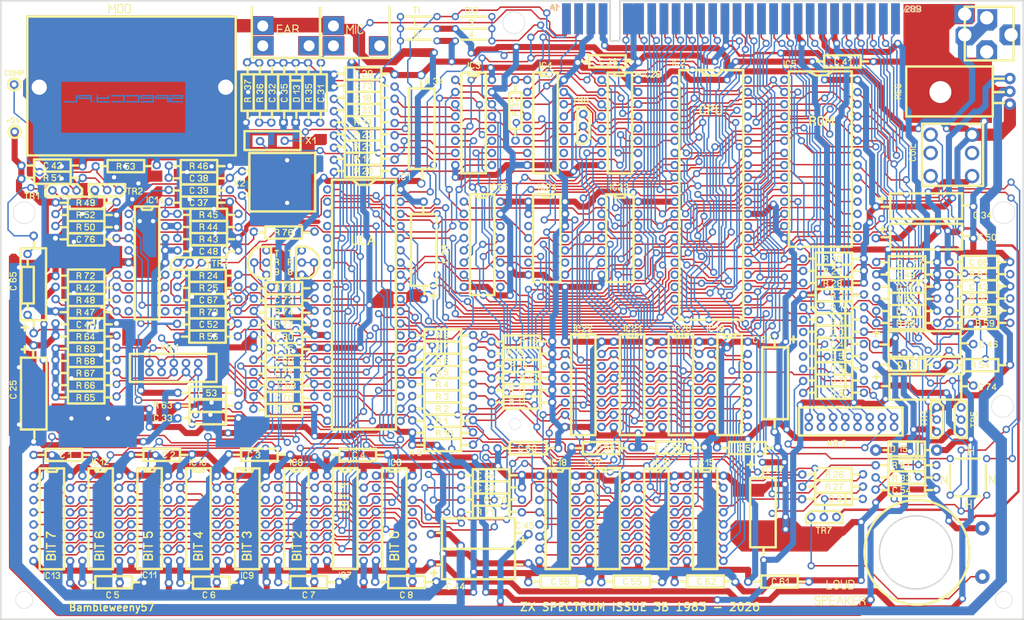
<source format=kicad_pcb>
(kicad_pcb (version 20241229) (generator "pcbnew") (generator_version "9.0")
  (title_block (title "ZX Spectrum 48K") (date "2026-01-19") (rev "3b") (company "Submeson Brain Corperation"))
  (layers (0 "F.Cu" signal) (2 "B.Cu" signal) (13 "F.Paste" user) (15 "B.Paste" user) (5 "F.SilkS" user "F.Silkscreen") (7 "B.SilkS" user "B.Silkscreen") (1 "F.Mask" user) (3 "B.Mask" user) (25 "Edge.Cuts" user))
  (net 0 "")
  (gr_circle (center 125.0622 57.1764) (end 125.9512 57.1764) (fill yes) (layer "F.Cu"))
  (gr_circle (center 49.8179 130.734) (end 50.7069 130.734) (fill yes) (layer "F.Cu"))
  (gr_circle (center 104.5247 118.0618) (end 105.2867 118.0618) (fill yes) (layer "F.Cu"))
  (gr_circle (center 152.931 147.8385) (end 153.82 147.8385) (fill yes) (layer "F.Cu"))
  (gr_circle (center 253.3322 88.6724) (end 254.2212 88.6724) (fill yes) (layer "F.Cu"))
  (gr_circle (center 49.8179 133.274) (end 50.7069 133.274) (fill yes) (layer "F.Cu"))
  (gr_circle (center 108.404 117.3614) (end 109.166 117.3614) (fill yes) (layer "F.Cu"))
  (gr_circle (center 145.2571 107.8077) (end 146.1461 107.8077) (fill yes) (layer "F.Cu"))
  (gr_circle (center 163.2211 39.4328) (end 164.1101 39.4328) (fill yes) (layer "F.Cu"))
  (gr_circle (center 138.9446 128.1026) (end 139.8336 128.1026) (fill yes) (layer "F.Cu"))
  (gr_poly (pts (xy 69.8208 32.66) (xy 66.2648 32.66) (xy 66.2648 34.692) (xy 69.8208 34.692) (xy 69.8208 34.184) (xy 66.7728 34.184) (xy 66.7728 33.168) (xy 69.8208 33.168)) (fill yes) (layer "F.Cu"))
  (gr_circle (center 247.5268 136.5948) (end 249.0268 136.5948) (fill yes) (layer "F.Cu"))
  (gr_circle (center 114.0829 121.1653) (end 114.8449 121.1653) (fill yes) (layer "F.Cu"))
  (gr_circle (center 121.1912 133.2271) (end 122.0802 133.2271) (fill yes) (layer "F.Cu"))
  (gr_circle (center 125.0622 44.4764) (end 125.9512 44.4764) (fill yes) (layer "F.Cu"))
  (gr_circle (center 59.9922 143.4111) (end 60.8812 143.4111) (fill yes) (layer "F.Cu"))
  (gr_poly (pts (xy 110.791 54.504) (xy 108.505 54.504) (xy 107.8839 55.1248) (xy 105.203 55.1262) (xy 105.203 53.488) (xy 93.519 53.488) (xy 93.519 57.806) (xy 95.297 57.806) (xy 95.297 54.504) (xy 98.853 54.504) (xy 98.853 57.806) (xy 100.377 57.806) (xy 100.377 54.504) (xy 103.933 54.504) (xy 103.933 57.552) (xy 108.251 57.552) (xy 108.251 56.536) (xy 110.537 56.536) (xy 110.791 56.282)) (fill yes) (layer "F.Cu"))
  (gr_poly (pts (xy 62.785 86) (xy 62.785 86.508) (xy 63.801 87.524) (xy 64.817 87.524) (xy 64.817 83.968) (xy 66.595 82.19) (xy 68.119 82.19) (xy 68.119 81.682) (xy 70.405 81.682) (xy 70.9275 82.2044) (xy 70.9274 84.2211) (xy 75.485 84.222) (xy 75.739 83.968) (xy 75.739 67.966) (xy 76.501 67.204) (xy 76.501 65.426) (xy 75.485 65.426) (xy 74.215 66.696) (xy 70.151 66.696) (xy 69.643 67.204) (xy 69.643 69.236) (xy 71.167 70.76) (xy 71.167 79.396) (xy 70.151 80.412) (xy 68.119 80.412) (xy 68.119 77.872) (xy 66.341 77.872) (xy 65.071 76.602) (xy 65.071 75.332) (xy 65.833 74.57) (xy 68.119 74.57) (xy 68.119 70.252) (xy 68.373 69.998) (xy 66.595 69.998) (xy 62.785 73.808) (xy 62.785 86.508)) (fill yes) (layer "F.Cu"))
  (gr_poly (pts (xy 231.949 40.534) (xy 249.475 40.534) (xy 249.475 50.44) (xy 231.949 50.44)) (fill yes) (layer "F.Cu"))
  (gr_circle (center 82.8307 121.1714) (end 83.7197 121.1714) (fill yes) (layer "F.Cu"))
  (gr_circle (center 240.6911 88.7088) (end 241.5801 88.7088) (fill yes) (layer "F.Cu"))
  (gr_circle (center 112.4211 52.1328) (end 113.3101 52.1328) (fill yes) (layer "F.Cu"))
  (gr_circle (center 128.8112 130.6871) (end 129.7002 130.6871) (fill yes) (layer "F.Cu"))
  (gr_circle (center 45.8757 53.8997) (end 46.7647 53.8997) (fill yes) (layer "F.Cu"))
  (gr_circle (center 95.6481 106.549) (end 96.5371 106.549) (fill yes) (layer "F.Cu"))
  (gr_poly (pts (xy 95.551 34.184) (xy 99.615 34.184) (xy 99.615 37.74) (xy 95.551 37.74)) (fill yes) (layer "F.Cu"))
  (gr_circle (center 49.8179 143.434) (end 50.7069 143.434) (fill yes) (layer "F.Cu"))
  (gr_circle (center 225.3119 123.4408) (end 226.2009 123.4408) (fill yes) (layer "F.Cu"))
  (gr_circle (center 210.1804 80.395) (end 211.0694 80.395) (fill yes) (layer "F.Cu"))
  (gr_circle (center 125.0622 49.5564) (end 125.9512 49.5564) (fill yes) (layer "F.Cu"))
  (gr_circle (center 67.6122 133.2511) (end 68.5012 133.2511) (fill yes) (layer "F.Cu"))
  (gr_circle (center 189.6338 119.6691) (end 190.5228 119.6691) (fill yes) (layer "F.Cu"))
  (gr_circle (center 108.3282 98.8884) (end 109.2172 98.8884) (fill yes) (layer "F.Cu"))
  (gr_circle (center 112.4211 49.5928) (end 113.3101 49.5928) (fill yes) (layer "F.Cu"))
  (gr_circle (center 108.3683 88.6705) (end 109.2573 88.6705) (fill yes) (layer "F.Cu"))
  (gr_circle (center 100.7907 130.6978) (end 101.6797 130.6978) (fill yes) (layer "F.Cu"))
  (gr_circle (center 157.8983 102.6913) (end 158.7873 102.6913) (fill yes) (layer "F.Cu"))
  (gr_circle (center 57.4379 133.274) (end 58.3269 133.274) (fill yes) (layer "F.Cu"))
  (gr_circle (center 141.3883 101.3705) (end 142.2773 101.3705) (fill yes) (layer "F.Cu"))
  (gr_poly (pts (xy 75.0786 32.66) (xy 75.0786 34.692) (xy 75.5866 34.692) (xy 75.5866 32.66)) (fill yes) (layer "F.Cu"))
  (gr_circle (center 49.8179 138.354) (end 50.7069 138.354) (fill yes) (layer "F.Cu"))
  (gr_circle (center 222.8663 95.6047) (end 223.7553 95.6047) (fill yes) (layer "F.Cu"))
  (gr_circle (center 79.7251 96.5809) (end 80.6141 96.5809) (fill yes) (layer "F.Cu"))
  (gr_circle (center 138.82 140.2434) (end 139.709 140.2434) (fill yes) (layer "F.Cu"))
  (gr_circle (center 151.5892 130.6491) (end 152.4782 130.6491) (fill yes) (layer "F.Cu"))
  (gr_circle (center 118.6018 138.3072) (end 119.4908 138.3072) (fill yes) (layer "F.Cu"))
  (gr_poly (pts (xy 74.1388 33.7553) (xy 74.1388 34.2633) (xy 74.6468 34.2633) (xy 74.6468 33.7553)) (fill yes) (layer "F.Cu"))
  (gr_circle (center 253.5394 33.676) (end 255.1904 33.676) (fill yes) (layer "F.Cu"))
  (gr_circle (center 210.2201 90.4591) (end 211.1091 90.4591) (fill yes) (layer "F.Cu"))
  (gr_circle (center 128.7471 116.6215) (end 129.6361 116.6215) (fill yes) (layer "F.Cu"))
  (gr_circle (center 92.3663 93.9029) (end 93.2553 93.9029) (fill yes) (layer "F.Cu"))
  (gr_poly (pts (xy 217.493 27.2664) (xy 216.0081 27.2641) (xy 216.0149 33.4176) (xy 217.493 33.4144)) (fill yes) (layer "F.Cu"))
  (gr_circle (center 54.3938 68.6405) (end 55.2828 68.6405) (fill yes) (layer "F.Cu"))
  (gr_circle (center 95.687 98.9248) (end 96.576 98.9248) (fill yes) (layer "F.Cu"))
  (gr_circle (center 87.991 143.3893) (end 88.88 143.3893) (fill yes) (layer "F.Cu"))
  (gr_poly (pts (xy 174.313 27.2664) (xy 172.8281 27.2641) (xy 172.8349 33.4176) (xy 174.3183 33.4197)) (fill yes) (layer "F.Cu"))
  (gr_circle (center 94.3237 39.4313) (end 95.2127 39.4313) (fill yes) (layer "F.Cu"))
  (gr_poly (pts (xy 207.333 27.2664) (xy 205.8481 27.2641) (xy 205.8549 33.4176) (xy 207.3383 33.4197)) (fill yes) (layer "F.Cu"))
  (gr_circle (center 110.9818 125.6072) (end 111.8708 125.6072) (fill yes) (layer "F.Cu"))
  (gr_poly (pts (xy 202.253 27.2664) (xy 200.7681 27.2641) (xy 200.7749 33.4176) (xy 202.2583 33.4197)) (fill yes) (layer "F.Cu"))
  (gr_circle (center 95.6481 111.69) (end 96.5371 111.69) (fill yes) (layer "F.Cu"))
  (gr_circle (center 70.1863 138.3032) (end 71.0753 138.3032) (fill yes) (layer "F.Cu"))
  (gr_circle (center 79.7251 93.9393) (end 80.6141 93.9393) (fill yes) (layer "F.Cu"))
  (gr_circle (center 59.9922 128.1711) (end 60.8812 128.1711) (fill yes) (layer "F.Cu"))
  (gr_circle (center 196.0629 147.7776) (end 196.9519 147.7776) (fill yes) (layer "F.Cu"))
  (gr_circle (center 97.0167 55.8536) (end 97.9057 55.8536) (fill yes) (layer "F.Cu"))
  (gr_circle (center 80.371 125.6094) (end 81.26 125.6094) (fill yes) (layer "F.Cu"))
  (gr_circle (center 98.1843 143.4226) (end 99.0733 143.4226) (fill yes) (layer "F.Cu"))
  (gr_circle (center 141.3883 114.0705) (end 142.2773 114.0705) (fill yes) (layer "F.Cu"))
  (gr_circle (center 80.4299 147.9756) (end 81.3189 147.9756) (fill yes) (layer "F.Cu"))
  (gr_circle (center 100.7907 135.7778) (end 101.6797 135.7778) (fill yes) (layer "F.Cu"))
  (gr_circle (center 183.4217 147.814) (end 184.3107 147.814) (fill yes) (layer "F.Cu"))
  (gr_poly (pts (xy 161.613 27.2664) (xy 160.1281 27.2641) (xy 160.1349 33.4176) (xy 161.6183 33.4197)) (fill yes) (layer "F.Cu"))
  (gr_circle (center 125.0622 54.6364) (end 125.9512 54.6364) (fill yes) (layer "F.Cu"))
  (gr_circle (center 90.5643 130.7227) (end 91.4533 130.7227) (fill yes) (layer "F.Cu"))
  (gr_circle (center 80.371 138.3093) (end 81.26 138.3093) (fill yes) (layer "F.Cu"))
  (gr_circle (center 110.9818 138.3072) (end 111.8708 138.3072) (fill yes) (layer "F.Cu"))
  (gr_circle (center 100.7907 143.3978) (end 101.6797 143.3978) (fill yes) (layer "F.Cu"))
  (gr_circle (center 54.3756 73.5514) (end 55.2646 73.5514) (fill yes) (layer "F.Cu"))
  (gr_circle (center 222.8522 85.3704) (end 223.7412 85.3704) (fill yes) (layer "F.Cu"))
  (gr_circle (center 247.5576 146.6871) (end 249.0576 146.6871) (fill yes) (layer "F.Cu"))
  (gr_circle (center 87.991 125.6094) (end 88.88 125.6094) (fill yes) (layer "F.Cu"))
  (gr_circle (center 225.4407 102.5662) (end 226.3297 102.5662) (fill yes) (layer "F.Cu"))
  (gr_circle (center 81.7769 62.286) (end 82.5389 62.286) (fill yes) (layer "F.Cu"))
  (gr_circle (center 112.4211 44.5128) (end 113.3101 44.5128) (fill yes) (layer "F.Cu"))
  (gr_circle (center 54.3756 76.0914) (end 55.2646 76.0914) (fill yes) (layer "F.Cu"))
  (gr_circle (center 78.0146 147.9756) (end 78.9036 147.9756) (fill yes) (layer "F.Cu"))
  (gr_circle (center 45.7762 44.0457) (end 46.6652 44.0457) (fill yes) (layer "F.Cu"))
  (gr_circle (center 110.9818 140.8472) (end 111.8708 140.8472) (fill yes) (layer "F.Cu"))
  (gr_circle (center 174.5861 119.6585) (end 175.4751 119.6585) (fill yes) (layer "F.Cu"))
  (gr_circle (center 49.8179 135.814) (end 50.7069 135.814) (fill yes) (layer "F.Cu"))
  (gr_circle (center 157.8983 97.6113) (end 158.7873 97.6113) (fill yes) (layer "F.Cu"))
  (gr_circle (center 95.7271 96.3269) (end 96.6161 96.3269) (fill yes) (layer "F.Cu"))
  (gr_circle (center 90.5643 143.4226) (end 91.4533 143.4226) (fill yes) (layer "F.Cu"))
  (gr_circle (center 92.4812 111.0449) (end 93.3702 111.0449) (fill yes) (layer "F.Cu"))
  (gr_circle (center 210.0178 125.3735) (end 210.9068 125.3735) (fill yes) (layer "F.Cu"))
  (gr_circle (center 225.4511 91.2488) (end 226.3401 91.2488) (fill yes) (layer "F.Cu"))
  (gr_circle (center 47.2726 60.9713) (end 48.1616 60.9713) (fill yes) (layer "F.Cu"))
  (gr_circle (center 210.2111 85.4068) (end 211.1001 85.4068) (fill yes) (layer "F.Cu"))
  (gr_poly (pts (xy 187.013 27.2664) (xy 185.5281 27.2641) (xy 185.5349 33.4176) (xy 187.0183 33.4197)) (fill yes) (layer "F.Cu"))
  (gr_circle (center 108.2892 106.5126) (end 109.1782 106.5126) (fill yes) (layer "F.Cu"))
  (gr_circle (center 222.8522 108.332) (end 223.7412 108.332) (fill yes) (layer "F.Cu"))
  (gr_circle (center 118.6018 128.1472) (end 119.4908 128.1472) (fill yes) (layer "F.Cu"))
  (gr_circle (center 128.8112 138.3071) (end 129.7002 138.3071) (fill yes) (layer "F.Cu"))
  (gr_circle (center 51.0657 62.3291) (end 51.9547 62.3291) (fill yes) (layer "F.Cu"))
  (gr_circle (center 110.8783 121.1906) (end 111.7673 121.1906) (fill yes) (layer "F.Cu"))
  (gr_circle (center 118.6018 135.7672) (end 119.4908 135.7672) (fill yes) (layer "F.Cu"))
  (gr_circle (center 211.3897 147.7181) (end 212.2787 147.7181) (fill yes) (layer "F.Cu"))
  (gr_circle (center 210.0178 127.9366) (end 210.9068 127.9366) (fill yes) (layer "F.Cu"))
  (gr_circle (center 157.8983 110.3113) (end 158.7873 110.3113) (fill yes) (layer "F.Cu"))
  (gr_circle (center 108.4107 138.3178) (end 109.2997 138.3178) (fill yes) (layer "F.Cu"))
  (gr_circle (center 90.6993 60.9929) (end 91.5883 60.9929) (fill yes) (layer "F.Cu"))
  (gr_poly (pts (xy 215.185 141.372) (xy 197.405 141.372) (xy 195.119 139.086) (xy 195.119 136.038) (xy 196.135 135.022) (xy 204.517 135.022) (xy 205.025 134.514) (xy 208.073 134.514) (xy 209.851 136.292) (xy 218.741 136.292) (xy 220.2884 134.7504) (xy 222.4764 134.7416) (xy 222.6573 134.839) (xy 222.6279 135.7724) (xy 222.3858 135.8906) (xy 220.9145 135.8966) (xy 218.741 138.07) (xy 218.487 138.07)) (fill yes) (layer "F.Cu"))
  (gr_circle (center 67.6122 128.1711) (end 68.5012 128.1711) (fill yes) (layer "F.Cu"))
  (gr_circle (center 112.4211 47.0528) (end 113.3101 47.0528) (fill yes) (layer "F.Cu"))
  (gr_circle (center 95.7271 74.7369) (end 96.6161 74.7369) (fill yes) (layer "F.Cu"))
  (gr_circle (center 210.2225 87.869) (end 211.1115 87.869) (fill yes) (layer "F.Cu"))
  (gr_circle (center 222.659 127.9002) (end 223.548 127.9002) (fill yes) (layer "F.Cu"))
  (gr_circle (center 108.4107 143.3978) (end 109.2997 143.3978) (fill yes) (layer "F.Cu"))
  (gr_poly (pts (xy 222.573 27.2664) (xy 221.0881 27.2641) (xy 221.0949 33.4176) (xy 222.5783 33.4197)) (fill yes) (layer "F.Cu"))
  (gr_circle (center 128.7471 109.0269) (end 129.6361 109.0269) (fill yes) (layer "F.Cu"))
  (gr_circle (center 80.371 143.3893) (end 81.26 143.3893) (fill yes) (layer "F.Cu"))
  (gr_circle (center 57.4379 130.734) (end 58.3269 130.734) (fill yes) (layer "F.Cu"))
  (gr_circle (center 224.2526 151.4692) (end 225.1416 151.4692) (fill yes) (layer "F.Cu"))
  (gr_circle (center 105.3976 119.8938) (end 106.1596 119.8938) (fill yes) (layer "F.Cu"))
  (gr_circle (center 59.9922 133.2511) (end 60.8812 133.2511) (fill yes) (layer "F.Cu"))
  (gr_poly (pts (xy 84.629 91.2832) (xy 84.629 92.5532) (xy 83.994 92.5532) (xy 83.994 91.2832)) (fill yes) (layer "F.Cu"))
  (gr_circle (center 53.738 66.1268) (end 54.627 66.1268) (fill yes) (layer "F.Cu"))
  (gr_circle (center 57.4379 128.194) (end 58.3269 128.194) (fill yes) (layer "F.Cu"))
  (gr_circle (center 217.1377 134.2434) (end 218.0267 134.2434) (fill yes) (layer "F.Cu"))
  (gr_poly (pts (xy 75.0786 31.8218) (xy 75.0786 32.3298) (xy 75.5866 32.3298) (xy 75.5866 31.8218)) (fill yes) (layer "F.Cu"))
  (gr_circle (center 98.1843 130.7227) (end 99.0733 130.7227) (fill yes) (layer "F.Cu"))
  (gr_circle (center 168.16 147.8425) (end 169.049 147.8425) (fill yes) (layer "F.Cu"))
  (gr_poly (pts (xy 225.113 27.2664) (xy 223.6281 27.2641) (xy 223.6349 33.4176) (xy 225.1183 33.4197)) (fill yes) (layer "F.Cu"))
  (gr_circle (center 100.7316 119.98) (end 101.4936 119.98) (fill yes) (layer "F.Cu"))
  (gr_circle (center 56.3974 66.1086) (end 57.2864 66.1086) (fill yes) (layer "F.Cu"))
  (gr_circle (center 128.7471 103.9228) (end 129.6361 103.9228) (fill yes) (layer "F.Cu"))
  (gr_circle (center 80.371 128.1494) (end 81.26 128.1494) (fill yes) (layer "F.Cu"))
  (gr_circle (center 145.2571 100.2131) (end 146.1461 100.2131) (fill yes) (layer "F.Cu"))
  (gr_circle (center 108.4107 140.8578) (end 109.2997 140.8578) (fill yes) (layer "F.Cu"))
  (gr_poly (pts (xy 61.1086 32.66) (xy 61.1086 33.168) (xy 58.0606 33.168) (xy 58.0605 33.4904) (xy 61.1065 33.4884) (xy 61.1086 34.692) (xy 57.5526 34.692) (xy 57.5526 34.2969) (xy 60.6006 34.2969) (xy 60.6006 33.93) (xy 57.5526 33.93) (xy 57.5526 32.66)) (fill yes) (layer "F.Cu"))
  (gr_circle (center 165.5722 147.8021) (end 166.4612 147.8021) (fill yes) (layer "F.Cu"))
  (gr_circle (center 240.6911 93.7888) (end 241.5801 93.7888) (fill yes) (layer "F.Cu"))
  (gr_circle (center 225.3045 128.5312) (end 226.1935 128.5312) (fill yes) (layer "F.Cu"))
  (gr_poly (pts (xy 88.693 79.904) (xy 81.073 79.904) (xy 81.073 69.744) (xy 79.295 69.744) (xy 79.295 65.426) (xy 83.613 65.426) (xy 86.153 67.966) (xy 90.979 67.966) (xy 91.233 68.22) (xy 91.233 75.332) (xy 92.757 75.332) (xy 93.773 74.316) (xy 93.773 73.554) (xy 95.043 72.284) (xy 109.267 72.284) (xy 109.521 72.538) (xy 109.521 72.792) (xy 109.267 72.792) (xy 109.521 72.792) (xy 109.267 73.046) (xy 99.869 73.046) (xy 99.361 73.554) (xy 94.789 73.554) (xy 94.535 73.808) (xy 94.535 74.57) (xy 93.265 75.84) (xy 93.265 76.602) (xy 93.011 76.856) (xy 89.709 76.856) (xy 88.693 77.872)) (fill yes) (layer "F.Cu"))
  (gr_circle (center 108.4107 128.1578) (end 109.2997 128.1578) (fill yes) (layer "F.Cu"))
  (gr_circle (center 95.7271 88.7069) (end 96.6161 88.7069) (fill yes) (layer "F.Cu"))
  (gr_circle (center 80.371 140.8493) (end 81.26 140.8493) (fill yes) (layer "F.Cu"))
  (gr_circle (center 67.6122 130.7113) (end 68.5012 130.7113) (fill yes) (layer "F.Cu"))
  (gr_circle (center 95.7271 93.7869) (end 96.6161 93.7869) (fill yes) (layer "F.Cu"))
  (gr_circle (center 90.5643 133.2626) (end 91.4533 133.2626) (fill yes) (layer "F.Cu"))
  (gr_circle (center 108.2892 111.6536) (end 109.1782 111.6536) (fill yes) (layer "F.Cu"))
  (gr_circle (center 108.3172 109.0906) (end 109.2062 109.0906) (fill yes) (layer "F.Cu"))
  (gr_circle (center 108.4107 130.6978) (end 109.2997 130.6978) (fill yes) (layer "F.Cu"))
  (gr_poly (pts (xy 53.8062 90.8378) (xy 64.563 90.826) (xy 66.849 93.112) (xy 67.357 93.112) (xy 67.865 93.62) (xy 67.865 94.128) (xy 67.357 94.636) (xy 66.087 94.636) (xy 64.055 92.604) (xy 61.261 92.604) (xy 59.483 94.382) (xy 57.197 94.382) (xy 54.911 92.096) (xy 53.8162 91.8084)) (fill yes) (layer "F.Cu"))
  (gr_circle (center 70.1863 133.2232) (end 71.0753 133.2232) (fill yes) (layer "F.Cu"))
  (gr_circle (center 110.9818 130.6872) (end 111.8708 130.6872) (fill yes) (layer "F.Cu"))
  (gr_circle (center 141.3883 106.4505) (end 142.2773 106.4505) (fill yes) (layer "F.Cu"))
  (gr_circle (center 175.8622 39.3964) (end 176.7512 39.3964) (fill yes) (layer "F.Cu"))
  (gr_circle (center 100.7907 125.6178) (end 101.6797 125.6178) (fill yes) (layer "F.Cu"))
  (gr_poly (pts (xy 181.933 27.2664) (xy 180.4481 27.2641) (xy 180.4549 33.4176) (xy 181.9383 33.4197)) (fill yes) (layer "F.Cu"))
  (gr_circle (center 222.8861 93.0616) (end 223.7751 93.0616) (fill yes) (layer "F.Cu"))
  (gr_circle (center 128.7471 119.1869) (end 129.6361 119.1869) (fill yes) (layer "F.Cu"))
  (gr_circle (center 225.4511 88.7088) (end 226.3401 88.7088) (fill yes) (layer "F.Cu"))
  (gr_circle (center 92.4994 113.6678) (end 93.3884 113.6678) (fill yes) (layer "F.Cu"))
  (gr_circle (center 121.0226 147.7494) (end 121.9116 147.7494) (fill yes) (layer "F.Cu"))
  (gr_circle (center 141.3883 103.8864) (end 142.2773 103.8864) (fill yes) (layer "F.Cu"))
  (gr_circle (center 128.7471 98.8669) (end 129.6361 98.8669) (fill yes) (layer "F.Cu"))
  (gr_poly (pts (xy 176.853 27.2664) (xy 175.3681 27.2641) (xy 175.3749 33.4176) (xy 176.8583 33.4197)) (fill yes) (layer "F.Cu"))
  (gr_circle (center 157.8983 107.7713) (end 158.7873 107.7713) (fill yes) (layer "F.Cu"))
  (gr_circle (center 210.2111 103.3392) (end 211.1001 103.3392) (fill yes) (layer "F.Cu"))
  (gr_circle (center 121.1912 143.3871) (end 122.0802 143.3871) (fill yes) (layer "F.Cu"))
  (gr_circle (center 222.617 130.4772) (end 223.506 130.4772) (fill yes) (layer "F.Cu"))
  (gr_circle (center 67.6122 135.7911) (end 68.5012 135.7911) (fill yes) (layer "F.Cu"))
  (gr_circle (center 157.8983 105.3075) (end 158.7873 105.3075) (fill yes) (layer "F.Cu"))
  (gr_circle (center 238.0923 83.5924) (end 238.9813 83.5924) (fill yes) (layer "F.Cu"))
  (gr_circle (center 248.4594 37.232) (end 250.1104 37.232) (fill yes) (layer "F.Cu"))
  (gr_circle (center 145.2571 102.7277) (end 146.1461 102.7277) (fill yes) (layer "F.Cu"))
  (gr_poly (pts (xy 179.393 27.2664) (xy 177.9081 27.2641) (xy 177.9149 33.4176) (xy 179.3983 33.4197)) (fill yes) (layer "F.Cu"))
  (gr_circle (center 77.8063 135.7632) (end 78.6953 135.7632) (fill yes) (layer "F.Cu"))
  (gr_circle (center 98.1843 133.2626) (end 99.0733 133.2626) (fill yes) (layer "F.Cu"))
  (gr_circle (center 100.807 147.8032) (end 101.696 147.8032) (fill yes) (layer "F.Cu"))
  (gr_circle (center 50.9995 44.598) (end 53.857 44.598) (fill yes) (layer "F.Cu"))
  (gr_poly (pts (xy 79.295 61.87) (xy 81.581 61.87) (xy 83.613 63.902) (xy 79.295 63.902)) (fill yes) (layer "F.Cu"))
  (gr_circle (center 90.5643 125.6426) (end 91.4533 125.6426) (fill yes) (layer "F.Cu"))
  (gr_circle (center 222.8522 103.3028) (end 223.7412 103.3028) (fill yes) (layer "F.Cu"))
  (gr_poly (pts (xy 214.953 27.2664) (xy 213.4681 27.2641) (xy 213.4749 33.4176) (xy 214.953 33.4144)) (fill yes) (layer "F.Cu"))
  (gr_circle (center 57.4379 138.354) (end 58.3269 138.354) (fill yes) (layer "F.Cu"))
  (gr_circle (center 128.7812 147.7278) (end 129.6702 147.7278) (fill yes) (layer "F.Cu"))
  (gr_circle (center 128.8112 125.6071) (end 129.7002 125.6071) (fill yes) (layer "F.Cu"))
  (gr_circle (center 125.0622 62.2564) (end 125.9512 62.2564) (fill yes) (layer "F.Cu"))
  (gr_poly (pts (xy 189.553 27.2664) (xy 188.0681 27.2641) (xy 188.0749 33.4176) (xy 189.5583 33.4197)) (fill yes) (layer "F.Cu"))
  (gr_circle (center 108.3683 91.2105) (end 109.2573 91.2105) (fill yes) (layer "F.Cu"))
  (gr_circle (center 77.8063 128.1432) (end 78.6953 128.1432) (fill yes) (layer "F.Cu"))
  (gr_poly (pts (xy 194.633 27.2664) (xy 193.1481 27.2641) (xy 193.1549 33.4176) (xy 194.6383 33.4197)) (fill yes) (layer "F.Cu"))
  (gr_circle (center 121.1912 128.1471) (end 122.0802 128.1471) (fill yes) (layer "F.Cu"))
  (gr_circle (center 138.948 130.6855) (end 139.837 130.6855) (fill yes) (layer "F.Cu"))
  (gr_poly (pts (xy 48.561 29.866) (xy 91.233 29.866) (xy 91.741 30.628) (xy 95.6049 30.646) (xy 95.6153 30.0142) (xy 99.6082 30.0262) (xy 99.6036 30.378) (xy 110.283 30.374) (xy 110.283 30.0063) (xy 114.3447 30.004) (xy 114.347 31.644) (xy 117.141 31.644) (xy 118.665 33.168) (xy 118.665 37.486) (xy 119.935 38.756) (xy 124.761 38.756) (xy 126.793 36.724) (xy 133.1627 36.71) (xy 133.1346 38.078) (xy 127.047 37.994) (xy 125.269 39.772) (xy 119.427 39.772) (xy 116.633 36.978) (xy 116.633 34.0671) (xy 115.844 33.2782) (xy 114.329 33.2782) (xy 114.3418 33.4921) (xy 110.2714 33.4876) (xy 110.283 32.914) (xy 99.6493 32.917) (xy 99.6358 33.4829) (xy 95.616 33.4835) (xy 95.6158 32.9115) (xy 91.741 32.914) (xy 91.741 41.296) (xy 81.835 41.296) (xy 81.835 31.136) (xy 55.673 31.136) (xy 55.673 41.804) (xy 48.561 41.804)) (fill yes) (layer "F.Cu"))
  (gr_circle (center 128.8112 133.2271) (end 129.7002 133.2271) (fill yes) (layer "F.Cu"))
  (gr_poly (pts (xy 65.579 97.938) (xy 62.531 97.938) (xy 60.245 100.224) (xy 55.673 100.224) (xy 55.673 107.844) (xy 64.817 107.844) (xy 65.579 108.606)) (fill yes) (layer "F.Cu"))
  (gr_poly (pts (xy 70.2056 31.8238) (xy 70.2018 34.692) (xy 70.7098 34.692) (xy 70.722 31.8246)) (fill yes) (layer "F.Cu"))
  (gr_poly (pts (xy 61.4896 32.66) (xy 61.9976 32.66) (xy 61.9976 34.692) (xy 61.4896 34.692)) (fill yes) (layer "F.Cu"))
  (gr_circle (center 210.2252 95.6411) (end 211.1142 95.6411) (fill yes) (layer "F.Cu"))
  (gr_circle (center 138.9446 125.5214) (end 139.8336 125.5214) (fill yes) (layer "F.Cu"))
  (gr_circle (center 222.8636 87.8326) (end 223.7526 87.8326) (fill yes) (layer "F.Cu"))
  (gr_circle (center 110.9818 135.7672) (end 111.8708 135.7672) (fill yes) (layer "F.Cu"))
  (gr_circle (center 192.2587 119.7169) (end 193.1477 119.7169) (fill yes) (layer "F.Cu"))
  (gr_circle (center 108.3683 74.7005) (end 109.2573 74.7005) (fill yes) (layer "F.Cu"))
  (gr_circle (center 108.3032 101.4077) (end 109.1922 101.4077) (fill yes) (layer "F.Cu"))
  (gr_circle (center 90.5643 138.3426) (end 91.4533 138.3426) (fill yes) (layer "F.Cu"))
  (gr_circle (center 108.4107 133.2378) (end 109.2997 133.2378) (fill yes) (layer "F.Cu"))
  (gr_circle (center 49.8179 128.194) (end 50.7069 128.194) (fill yes) (layer "F.Cu"))
  (gr_poly (pts (xy 67.611 93.366) (xy 70.913 93.366) (xy 70.913 97.176) (xy 74.215 97.176) (xy 74.215 97.684) (xy 73.453 98.446) (xy 68.373 98.446) (xy 68.373 94.636) (xy 67.357 94.636) (xy 67.865 94.128) (xy 67.865 93.62)) (fill yes) (layer "F.Cu"))
  (gr_circle (center 125.0622 59.7164) (end 125.9512 59.7164) (fill yes) (layer "F.Cu"))
  (gr_circle (center 118.6018 125.6072) (end 119.4908 125.6072) (fill yes) (layer "F.Cu"))
  (gr_circle (center 108.404 121.6933) (end 109.166 121.6933) (fill yes) (layer "F.Cu"))
  (gr_circle (center 92.4994 108.3338) (end 93.3884 108.3338) (fill yes) (layer "F.Cu"))
  (gr_circle (center 77.9927 66.0144) (end 78.8817 66.0144) (fill yes) (layer "F.Cu"))
  (gr_circle (center 70.1863 128.1432) (end 71.0753 128.1432) (fill yes) (layer "F.Cu"))
  (gr_circle (center 118.6018 143.3872) (end 119.4908 143.3872) (fill yes) (layer "F.Cu"))
  (gr_circle (center 128.8112 128.1471) (end 129.7002 128.1471) (fill yes) (layer "F.Cu"))
  (gr_circle (center 222.8216 80.3586) (end 223.7106 80.3586) (fill yes) (layer "F.Cu"))
  (gr_circle (center 240.6911 81.0888) (end 241.5801 81.0888) (fill yes) (layer "F.Cu"))
  (gr_circle (center 110.9818 143.3872) (end 111.8708 143.3872) (fill yes) (layer "F.Cu"))
  (gr_circle (center 225.4511 81.0888) (end 226.3401 81.0888) (fill yes) (layer "F.Cu"))
  (gr_circle (center 54.4085 99.0856) (end 55.2975 99.0856) (fill yes) (layer "F.Cu"))
  (gr_poly (pts (xy 44.751 79.904) (xy 45.259 79.396) (xy 46.021 79.396) (xy 47.291 80.666) (xy 53.133 80.666) (xy 53.133 82.698) (xy 47.545 88.286) (xy 46.021 88.286) (xy 45.005 89.302) (xy 45.005 95.906) (xy 48.815 99.716) (xy 50.339 99.716) (xy 50.339 102.256) (xy 50.593 102.51) (xy 50.593 114.194) (xy 49.323 115.464) (xy 46.529 115.464) (xy 44.751 117.242) (xy 44.751 89.048) (xy 45.005 88.794) (xy 45.005 84.73) (xy 44.751 84.476)) (fill yes) (layer "F.Cu"))
  (gr_circle (center 204.8999 119.6805) (end 205.7889 119.6805) (fill yes) (layer "F.Cu"))
  (gr_circle (center 70.1863 143.3832) (end 71.0753 143.3832) (fill yes) (layer "F.Cu"))
  (gr_circle (center 62.5905 66.0722) (end 63.4795 66.0722) (fill yes) (layer "F.Cu"))
  (gr_circle (center 80.371 135.7693) (end 81.26 135.7693) (fill yes) (layer "F.Cu"))
  (gr_circle (center 77.8063 140.8432) (end 78.6953 140.8432) (fill yes) (layer "F.Cu"))
  (gr_circle (center 103.2855 121.273) (end 104.1745 121.273) (fill yes) (layer "F.Cu"))
  (gr_circle (center 210.245 93.098) (end 211.134 93.098) (fill yes) (layer "F.Cu"))
  (gr_circle (center 128.7289 111.6096) (end 129.6179 111.6096) (fill yes) (layer "F.Cu"))
  (gr_circle (center 67.636 66.054) (end 68.525 66.054) (fill yes) (layer "F.Cu"))
  (gr_circle (center 87.991 138.3093) (end 88.88 138.3093) (fill yes) (layer "F.Cu"))
  (gr_circle (center 128.7471 101.4069) (end 129.6361 101.4069) (fill yes) (layer "F.Cu"))
  (gr_circle (center 128.7471 114.1069) (end 129.6361 114.1069) (fill yes) (layer "F.Cu"))
  (gr_circle (center 100.7907 138.3178) (end 101.6797 138.3178) (fill yes) (layer "F.Cu"))
  (gr_circle (center 125.0622 47.0164) (end 125.9512 47.0164) (fill yes) (layer "F.Cu"))
  (gr_circle (center 138.9394 133.2955) (end 139.8284 133.2955) (fill yes) (layer "F.Cu"))
  (gr_circle (center 133.7165 147.717) (end 134.6055 147.717) (fill yes) (layer "F.Cu"))
  (gr_circle (center 67.6122 125.631) (end 68.5012 125.631) (fill yes) (layer "F.Cu"))
  (gr_circle (center 98.3932 147.814) (end 99.2822 147.814) (fill yes) (layer "F.Cu"))
  (gr_poly (pts (xy 164.153 27.2664) (xy 162.6681 27.2641) (xy 162.6749 33.4176) (xy 164.1583 33.4197)) (fill yes) (layer "F.Cu"))
  (gr_poly (pts (xy 110.283 34.184) (xy 114.347 34.184) (xy 114.347 37.74) (xy 110.283 37.74)) (fill yes) (layer "F.Cu"))
  (gr_circle (center 95.6621 104.001) (end 96.5511 104.001) (fill yes) (layer "F.Cu"))
  (gr_circle (center 214.5194 134.26) (end 215.4084 134.26) (fill yes) (layer "F.Cu"))
  (gr_circle (center 80.371 133.2293) (end 81.26 133.2293) (fill yes) (layer "F.Cu"))
  (gr_circle (center 57.4379 135.814) (end 58.3269 135.814) (fill yes) (layer "F.Cu"))
  (gr_circle (center 151.5806 133.2591) (end 152.4696 133.2591) (fill yes) (layer "F.Cu"))
  (gr_circle (center 70.1863 125.6032) (end 71.0753 125.6032) (fill yes) (layer "F.Cu"))
  (gr_poly (pts (xy 242.109 32.66) (xy 242.617 32.152) (xy 245.4247 32.1544) (xy 245.8775 32.6106) (xy 245.8744 35.2318) (xy 245.4102 35.7) (xy 242.617 35.708) (xy 242.109 35.2)) (fill yes) (layer "F.Cu"))
  (gr_circle (center 210.211 82.9115) (end 211.1 82.9115) (fill yes) (layer "F.Cu"))
  (gr_circle (center 77.9896 63.4841) (end 78.8786 63.4841) (fill yes) (layer "F.Cu"))
  (gr_circle (center 121.1912 135.7671) (end 122.0802 135.7671) (fill yes) (layer "F.Cu"))
  (gr_circle (center 47.2727 63.7068) (end 48.1617 63.7068) (fill yes) (layer "F.Cu"))
  (gr_circle (center 70.1863 135.7632) (end 71.0753 135.7632) (fill yes) (layer "F.Cu"))
  (gr_circle (center 98.167 119.8722) (end 98.929 119.8722) (fill yes) (layer "F.Cu"))
  (gr_circle (center 243.8874 33.676) (end 245.5384 33.676) (fill yes) (layer "F.Cu"))
  (gr_circle (center 77.8063 125.6032) (end 78.6953 125.6032) (fill yes) (layer "F.Cu"))
  (gr_circle (center 151.5857 125.485) (end 152.4747 125.485) (fill yes) (layer "F.Cu"))
  (gr_poly (pts (xy 48.561 41.804) (xy 48.561 42.566) (xy 47.799 43.328) (xy 47.799 46.376) (xy 48.561 47.138) (xy 48.561 62.886) (xy 50.847 65.172) (xy 51.863 65.172) (xy 52.879 64.156) (xy 57.197 64.156) (xy 57.959 64.918) (xy 59.483 64.918) (xy 59.991 65.426) (xy 59.991 67.966) (xy 57.705 67.966) (xy 57.705 72.792) (xy 60.499 72.792) (xy 65.071 68.474) (xy 65.071 67.966) (xy 61.007 67.966) (xy 61.007 64.7273) (xy 58.8952 64.7355) (xy 57.5278 63.1099) (xy 52.117 63.14) (xy 51.101 64.156) (xy 49.577 62.632) (xy 49.577 60.346) (xy 50.085 59.838) (xy 51.355 59.838) (xy 51.355 41.804)) (fill yes) (layer "F.Cu"))
  (gr_poly (pts (xy 220.033 27.2664) (xy 218.5481 27.2641) (xy 218.5549 33.4176) (xy 220.0383 33.4197)) (fill yes) (layer "F.Cu"))
  (gr_circle (center 253.3322 86.1324) (end 254.2212 86.1324) (fill yes) (layer "F.Cu"))
  (gr_poly (pts (xy 231.187 27.326) (xy 245.919 27.326) (xy 245.919 30.882) (xy 245.411 31.39) (xy 241.855 31.39) (xy 240.585 32.66) (xy 240.585 37.232) (xy 241.855 38.502) (xy 246.427 38.502) (xy 246.427 35.962) (xy 247.443 34.946) (xy 249.475 34.946) (xy 250.491 35.962) (xy 250.491 39.01) (xy 249.475 39.01) (xy 249.475 43.582) (xy 250.745 44.598) (xy 253.539 44.598) (xy 253.793 44.852) (xy 253.793 46.122) (xy 253.539 46.376) (xy 250.745 46.376) (xy 249.475 47.646) (xy 249.475 51.964) (xy 248.713 51.964) (xy 248.205 52.472) (xy 247.697 52.472) (xy 247.189 51.964) (xy 231.949 51.964) (xy 231.187 51.202) (xy 231.187 40.534) (xy 230.4599 39.8068) (xy 230.1711 39.8068) (xy 230.171 38.7246) (xy 230.453 38.728) (xy 231.187 37.994)) (fill yes) (layer "F.Cu"))
  (gr_circle (center 108.4107 125.6178) (end 109.2997 125.6178) (fill yes) (layer "F.Cu"))
  (gr_circle (center 237.9505 125.9586) (end 238.8395 125.9586) (fill yes) (layer "F.Cu"))
  (gr_circle (center 237.9457 128.4948) (end 238.8347 128.4948) (fill yes) (layer "F.Cu"))
  (gr_circle (center 121.1912 138.3071) (end 122.0802 138.3071) (fill yes) (layer "F.Cu"))
  (gr_circle (center 95.6761 109.127) (end 96.5651 109.127) (fill yes) (layer "F.Cu"))
  (gr_circle (center 222.659 125.3371) (end 223.548 125.3371) (fill yes) (layer "F.Cu"))
  (gr_circle (center 118.6018 140.8472) (end 119.4908 140.8472) (fill yes) (layer "F.Cu"))
  (gr_poly (pts (xy 204.793 27.2664) (xy 203.3081 27.2641) (xy 203.3149 33.4176) (xy 204.7983 33.4197)) (fill yes) (layer "F.Cu"))
  (gr_circle (center 67.6122 140.8711) (end 68.5012 140.8711) (fill yes) (layer "F.Cu"))
  (gr_circle (center 141.3883 96.2905) (end 142.2773 96.2905) (fill yes) (layer "F.Cu"))
  (gr_circle (center 240.6911 86.1688) (end 241.5801 86.1688) (fill yes) (layer "F.Cu"))
  (gr_circle (center 92.3663 96.5445) (end 93.2553 96.5445) (fill yes) (layer "F.Cu"))
  (gr_circle (center 108.3683 96.2905) (end 109.2573 96.2905) (fill yes) (layer "F.Cu"))
  (gr_circle (center 67.1078 68.5676) (end 67.9968 68.5676) (fill yes) (layer "F.Cu"))
  (gr_poly (pts (xy 166.693 27.2664) (xy 165.2081 27.2641) (xy 165.2149 33.4176) (xy 166.6983 33.4197)) (fill yes) (layer "F.Cu"))
  (gr_poly (pts (xy 246.681 28.469) (xy 246.7197 31.7766) (xy 247.5169 32.533) (xy 249.729 32.533) (xy 250.491 31.771) (xy 250.491 28.469)) (fill yes) (layer "F.Cu"))
  (gr_circle (center 237.9531 123.4044) (end 238.8421 123.4044) (fill yes) (layer "F.Cu"))
  (gr_circle (center 90.5643 128.1826) (end 91.4533 128.1826) (fill yes) (layer "F.Cu"))
  (gr_circle (center 108.3032 103.9646) (end 109.1922 103.9646) (fill yes) (layer "F.Cu"))
  (gr_circle (center 123.5741 121.1906) (end 124.4631 121.1906) (fill yes) (layer "F.Cu"))
  (gr_circle (center 49.2572 65.544) (end 50.0192 65.544) (fill yes) (layer "F.Cu"))
  (gr_circle (center 102.769 105.33) (end 103.531 105.33) (fill yes) (layer "F.Cu"))
  (gr_circle (center 141.3883 98.8305) (end 142.2773 98.8305) (fill yes) (layer "F.Cu"))
  (gr_circle (center 54.3938 71.0631) (end 55.2828 71.0631) (fill yes) (layer "F.Cu"))
  (gr_circle (center 108.3178 147.7817) (end 109.2068 147.7817) (fill yes) (layer "F.Cu"))
  (gr_circle (center 79.7759 91.3231) (end 80.6649 91.3231) (fill yes) (layer "F.Cu"))
  (gr_circle (center 118.6088 147.7709) (end 119.4978 147.7709) (fill yes) (layer "F.Cu"))
  (gr_circle (center 161.9449 119.6949) (end 162.8339 119.6949) (fill yes) (layer "F.Cu"))
  (gr_circle (center 95.7271 86.2431) (end 96.6161 86.2431) (fill yes) (layer "F.Cu"))
  (gr_poly (pts (xy 71.0908 32.66) (xy 71.0908 33.168) (xy 74.1388 33.168) (xy 74.1388 33.544) (xy 71.0925 33.5369) (xy 71.0908 34.692) (xy 74.6468 34.692) (xy 74.6468 34.2633) (xy 71.5987 34.2634) (xy 71.5983 33.8725) (xy 74.6468 33.8762) (xy 74.6468 32.66)) (fill yes) (layer "F.Cu"))
  (gr_circle (center 108.4107 135.7778) (end 109.2997 135.7778) (fill yes) (layer "F.Cu"))
  (gr_circle (center 112.4211 57.2128) (end 113.3101 57.2128) (fill yes) (layer "F.Cu"))
  (gr_circle (center 112.4211 59.7528) (end 113.3101 59.7528) (fill yes) (layer "F.Cu"))
  (gr_circle (center 118.6018 130.6872) (end 119.4908 130.6872) (fill yes) (layer "F.Cu"))
  (gr_poly (pts (xy 227.653 27.2664) (xy 226.1681 27.2641) (xy 226.1749 33.4176) (xy 227.6583 33.4197)) (fill yes) (layer "F.Cu"))
  (gr_circle (center 65.1588 66.054) (end 66.0478 66.054) (fill yes) (layer "F.Cu"))
  (gr_circle (center 222.8522 105.8428) (end 223.7412 105.8428) (fill yes) (layer "F.Cu"))
  (gr_circle (center 118.6018 133.2272) (end 119.4908 133.2272) (fill yes) (layer "F.Cu"))
  (gr_circle (center 70.1863 140.8432) (end 71.0753 140.8432) (fill yes) (layer "F.Cu"))
  (gr_circle (center 77.8063 143.3832) (end 78.6953 143.3832) (fill yes) (layer "F.Cu"))
  (gr_circle (center 88.0053 147.8463) (end 88.8943 147.8463) (fill yes) (layer "F.Cu"))
  (gr_circle (center 176.9926 119.7055) (end 177.8816 119.7055) (fill yes) (layer "F.Cu"))
  (gr_circle (center 119.8049 90.0338) (end 120.5669 90.0338) (fill yes) (layer "F.Cu"))
  (gr_poly (pts (xy 252.015 31.644) (xy 251.253 32.406) (xy 251.253 34.946) (xy 252.015 35.708) (xy 255.317 35.708) (xy 255.317 31.644)) (fill yes) (layer "F.Cu"))
  (gr_circle (center 87.991 130.6894) (end 88.88 130.6894) (fill yes) (layer "F.Cu"))
  (gr_circle (center 145.2571 97.6477) (end 146.1461 97.6477) (fill yes) (layer "F.Cu"))
  (gr_circle (center 145.2571 105.3439) (end 146.1461 105.3439) (fill yes) (layer "F.Cu"))
  (gr_circle (center 90.5643 140.8826) (end 91.4533 140.8826) (fill yes) (layer "F.Cu"))
  (gr_circle (center 121.1912 140.8471) (end 122.0802 140.8471) (fill yes) (layer "F.Cu"))
  (gr_circle (center 240.6911 91.2488) (end 241.5801 91.2488) (fill yes) (layer "F.Cu"))
  (gr_circle (center 210.186 100.7732) (end 211.075 100.7732) (fill yes) (layer "F.Cu"))
  (gr_circle (center 128.8112 135.7671) (end 129.7002 135.7671) (fill yes) (layer "F.Cu"))
  (gr_circle (center 209.9758 130.5136) (end 210.8648 130.5136) (fill yes) (layer "F.Cu"))
  (gr_circle (center 78.0261 60.9633) (end 78.9151 60.9633) (fill yes) (layer "F.Cu"))
  (gr_circle (center 253.3322 81.0524) (end 254.2212 81.0524) (fill yes) (layer "F.Cu"))
  (gr_circle (center 210.2111 105.8792) (end 211.1001 105.8792) (fill yes) (layer "F.Cu"))
  (gr_circle (center 243.8874 29.358) (end 245.5384 29.358) (fill yes) (layer "F.Cu"))
  (gr_circle (center 100.7907 128.1578) (end 101.6797 128.1578) (fill yes) (layer "F.Cu"))
  (gr_poly (pts (xy 199.713 27.2664) (xy 198.2281 27.2641) (xy 198.2349 33.4176) (xy 199.7183 33.4197)) (fill yes) (layer "F.Cu"))
  (gr_circle (center 121.1912 125.6071) (end 122.0802 125.6071) (fill yes) (layer "F.Cu"))
  (gr_circle (center 90.5643 135.8026) (end 91.4533 135.8026) (fill yes) (layer "F.Cu"))
  (gr_circle (center 240.6673 102.5444) (end 241.5563 102.5444) (fill yes) (layer "F.Cu"))
  (gr_circle (center 87.991 140.8493) (end 88.88 140.8493) (fill yes) (layer "F.Cu"))
  (gr_circle (center 128.8112 140.8471) (end 129.7002 140.8471) (fill yes) (layer "F.Cu"))
  (gr_circle (center 89.8615 44.598) (end 92.719 44.598) (fill yes) (layer "F.Cu"))
  (gr_circle (center 225.3093 125.995) (end 226.1983 125.995) (fill yes) (layer "F.Cu"))
  (gr_circle (center 238.0923 81.0524) (end 238.9813 81.0524) (fill yes) (layer "F.Cu"))
  (gr_circle (center 141.3883 119.1505) (end 142.2773 119.1505) (fill yes) (layer "F.Cu"))
  (gr_circle (center 222.8378 98.1656) (end 223.7268 98.1656) (fill yes) (layer "F.Cu"))
  (gr_poly (pts (xy 192.093 27.2664) (xy 190.6081 27.2641) (xy 190.6149 33.4176) (xy 192.0983 33.4197)) (fill yes) (layer "F.Cu"))
  (gr_circle (center 51.9878 94.0317) (end 52.7498 94.0317) (fill yes) (layer "F.Cu"))
  (gr_circle (center 87.991 133.2293) (end 88.88 133.2293) (fill yes) (layer "F.Cu"))
  (gr_poly (pts (xy 95.5424 57.2052) (xy 98.599 57.2138) (xy 98.599 58.06) (xy 100.631 58.06) (xy 100.6225 57.1884) (xy 103.6772 57.1837) (xy 103.679 57.806) (xy 108.251 57.806) (xy 108.251 59.076) (xy 110.029 59.076) (xy 110.029 62.124) (xy 108.251 62.124) (xy 108.251 70.506) (xy 107.743 71.014) (xy 95.551 71.014) (xy 95.043 70.506) (xy 95.043 66.95) (xy 94.027 65.934) (xy 94.027 63.648) (xy 95.043 62.632) (xy 95.043 60.6) (xy 93.519 60.6) (xy 92.503 59.584) (xy 89.709 59.584) (xy 89.455 59.838) (xy 89.455 60.346) (xy 90.217 60.346) (xy 90.217 61.616) (xy 89.455 61.616) (xy 89.455 64.918) (xy 88.439 64.918) (xy 83.2397 59.7188) (xy 74.5883 59.7187) (xy 74.215 60.092) (xy 74.215 62.124) (xy 76.501 62.124) (xy 76.501 64.156) (xy 73.961 64.156) (xy 72.945 65.172) (xy 69.135 65.172) (xy 69.135 64.156) (xy 66.087 64.156) (xy 64.817 62.886) (xy 64.817 60.092) (xy 64.563 59.838) (xy 61.007 59.838) (xy 60.753 60.092) (xy 60.753 61.108) (xy 59.737 61.108) (xy 59.229 61.616) (xy 52.625 61.616) (xy 52.625 61.362) (xy 51.355 60.092) (xy 51.355 41.804) (xy 81.835 41.804) (xy 81.835 41.296) (xy 106.981 41.296) (xy 110.285 44.6078) (xy 110.283 50.44) (xy 93.773 50.44) (xy 93.7949 57.8061) (xy 95.551 57.806)) (fill yes) (layer "F.Cu"))
  (gr_poly (pts (xy 209.873 27.2664) (xy 208.3881 27.2641) (xy 208.3949 33.4176) (xy 209.8783 33.4197)) (fill yes) (layer "F.Cu"))
  (gr_circle (center 113.4902 147.7817) (end 114.3792 147.7817) (fill yes) (layer "F.Cu"))
  (gr_poly (pts (xy 90.979 82.698) (xy 90.979 86.762) (xy 89.709 86.762) (xy 89.709 87.524) (xy 87.931 89.302) (xy 81.073 89.302) (xy 81.073 86.254) (xy 84.629 82.698)) (fill yes) (layer "F.Cu"))
  (gr_poly (pts (xy 105.203 34.184) (xy 109.267 34.184) (xy 109.267 37.74) (xy 105.203 37.74)) (fill yes) (layer "F.Cu"))
  (gr_circle (center 125.0622 52.0964) (end 125.9512 52.0964) (fill yes) (layer "F.Cu"))
  (gr_circle (center 58.7836 66.145) (end 59.6726 66.145) (fill yes) (layer "F.Cu"))
  (gr_circle (center 159.1683 119.9125) (end 160.0573 119.9125) (fill yes) (layer "F.Cu"))
  (gr_poly (pts (xy 119.935 34.184) (xy 123.999 34.184) (xy 123.999 37.74) (xy 119.935 37.74)) (fill yes) (layer "F.Cu"))
  (gr_circle (center 141.3701 111.5732) (end 142.2591 111.5732) (fill yes) (layer "F.Cu"))
  (gr_circle (center 67.6122 138.3311) (end 68.5012 138.3311) (fill yes) (layer "F.Cu"))
  (gr_poly (pts (xy 169.233 27.2664) (xy 167.7481 27.2641) (xy 167.7549 33.4176) (xy 169.2383 33.4197)) (fill yes) (layer "F.Cu"))
  (gr_circle (center 253.3322 93.7524) (end 254.2212 93.7524) (fill yes) (layer "F.Cu"))
  (gr_circle (center 253.3322 83.5924) (end 254.2212 83.5924) (fill yes) (layer "F.Cu"))
  (gr_poly (pts (xy 230.193 27.2664) (xy 228.7081 27.2641) (xy 228.7149 33.4176) (xy 230.1983 33.4197)) (fill yes) (layer "F.Cu"))
  (gr_poly (pts (xy 75.993 32.66) (xy 75.993 34.692) (xy 76.501 34.692) (xy 76.501 33.168) (xy 79.295 33.168) (xy 79.295 32.66)) (fill yes) (layer "F.Cu"))
  (gr_circle (center 141.3883 116.5851) (end 142.2773 116.5851) (fill yes) (layer "F.Cu"))
  (gr_circle (center 180.8012 147.8061) (end 181.6902 147.8061) (fill yes) (layer "F.Cu"))
  (gr_circle (center 108.3683 86.2067) (end 109.2573 86.2067) (fill yes) (layer "F.Cu"))
  (gr_circle (center 92.4171 91.2867) (end 93.3061 91.2867) (fill yes) (layer "F.Cu"))
  (gr_circle (center 95.7271 91.2469) (end 96.6161 91.2469) (fill yes) (layer "F.Cu"))
  (gr_circle (center 238.0818 102.5298) (end 238.9708 102.5298) (fill yes) (layer "F.Cu"))
  (gr_poly (pts (xy 61.4896 31.8218) (xy 61.4896 32.3298) (xy 61.9976 32.3298) (xy 61.9976 31.8218)) (fill yes) (layer "F.Cu"))
  (gr_circle (center 222.8522 82.8751) (end 223.7412 82.8751) (fill yes) (layer "F.Cu"))
  (gr_circle (center 60.0404 63.526) (end 60.9294 63.526) (fill yes) (layer "F.Cu"))
  (gr_circle (center 100.7907 140.8578) (end 101.6797 140.8578) (fill yes) (layer "F.Cu"))
  (gr_circle (center 121.1912 130.6871) (end 122.0802 130.6871) (fill yes) (layer "F.Cu"))
  (gr_circle (center 210.2111 108.3684) (end 211.1001 108.3684) (fill yes) (layer "F.Cu"))
  (gr_poly (pts (xy 119.935 89.302) (xy 119.681 89.302) (xy 119.427 89.556) (xy 119.427 90.318) (xy 119.681 90.572) (xy 124.761 90.572) (xy 124.761 87.4236) (xy 124.0994 86.7624) (xy 122.475 86.762)) (fill yes) (layer "F.Cu"))
  (gr_circle (center 93.2208 147.8463) (end 94.1098 147.8463) (fill yes) (layer "F.Cu"))
  (gr_circle (center 238.0923 86.1324) (end 238.9813 86.1324) (fill yes) (layer "F.Cu"))
  (gr_circle (center 49.8179 140.894) (end 50.7069 140.894) (fill yes) (layer "F.Cu"))
  (gr_poly (pts (xy 127.569 87.6355) (xy 124.761 87.6355) (xy 124.761 87.4236) (xy 127.6524 87.4252) (xy 128.317 86.762) (xy 130.349 86.762) (xy 131.873 88.286) (xy 131.873 89.048) (xy 131.365 89.556) (xy 130.603 89.556) (xy 130.349 89.302) (xy 127.809 89.302) (xy 127.0366 90.1776) (xy 124.7507 90.1672) (xy 124.7507 89.9606) (xy 124.7586 89.9624) (xy 126.8985 89.96) (xy 127.5704 89.2879)) (fill yes) (layer "F.Cu"))
  (gr_circle (center 253.3322 91.2124) (end 254.2212 91.2124) (fill yes) (layer "F.Cu"))
  (gr_circle (center 79.8582 113.6678) (end 80.7472 113.6678) (fill yes) (layer "F.Cu"))
  (gr_circle (center 225.4511 83.6288) (end 226.3401 83.6288) (fill yes) (layer "F.Cu"))
  (gr_circle (center 200.4038 51.8994) (end 201.1658 51.8994) (fill yes) (layer "F.Cu"))
  (gr_poly (pts (xy 62.3786 34.692) (xy 62.3786 32.66) (xy 65.9346 32.66) (xy 65.9346 34.692) (xy 65.4266 34.692) (xy 65.4266 33.168) (xy 62.8866 33.168) (xy 62.8866 34.692)) (fill yes) (layer "F.Cu"))
  (gr_poly (pts (xy 212.413 27.2664) (xy 210.9281 27.2641) (xy 210.9349 33.4176) (xy 212.4183 33.4197)) (fill yes) (layer "F.Cu"))
  (gr_circle (center 108.3683 93.7505) (end 109.2573 93.7505) (fill yes) (layer "F.Cu"))
  (gr_circle (center 225.4511 93.7888) (end 226.3401 93.7888) (fill yes) (layer "F.Cu"))
  (gr_circle (center 95.6621 101.4441) (end 96.5511 101.4441) (fill yes) (layer "F.Cu"))
  (gr_circle (center 70.1863 130.6832) (end 71.0753 130.6832) (fill yes) (layer "F.Cu"))
  (gr_circle (center 59.9922 125.631) (end 60.8812 125.631) (fill yes) (layer "F.Cu"))
  (gr_circle (center 150.2195 43.0508) (end 151.1085 43.0508) (fill yes) (layer "F.Cu"))
  (gr_circle (center 80.371 130.6894) (end 81.26 130.6894) (fill yes) (layer "F.Cu"))
  (gr_circle (center 225.4511 86.1688) (end 226.3401 86.1688) (fill yes) (layer "F.Cu"))
  (gr_circle (center 77.8063 133.2232) (end 78.6953 133.2232) (fill yes) (layer "F.Cu"))
  (gr_circle (center 112.4211 62.2928) (end 113.3101 62.2928) (fill yes) (layer "F.Cu"))
  (gr_circle (center 112.4211 41.9728) (end 113.3101 41.9728) (fill yes) (layer "F.Cu"))
  (gr_circle (center 90.5049 121.1814) (end 91.3939 121.1814) (fill yes) (layer "F.Cu"))
  (gr_circle (center 98.1843 135.8026) (end 99.0733 135.8026) (fill yes) (layer "F.Cu"))
  (gr_circle (center 59.9922 138.3311) (end 60.8812 138.3311) (fill yes) (layer "F.Cu"))
  (gr_circle (center 110.9818 128.1472) (end 111.8708 128.1472) (fill yes) (layer "F.Cu"))
  (gr_circle (center 77.8063 138.3032) (end 78.6953 138.3032) (fill yes) (layer "F.Cu"))
  (gr_circle (center 110.9818 133.2272) (end 111.8708 133.2272) (fill yes) (layer "F.Cu"))
  (gr_circle (center 133.3512 37.3903) (end 134.1132 37.3903) (fill yes) (layer "F.Cu"))
  (gr_circle (center 79.8582 108.3338) (end 80.7472 108.3338) (fill yes) (layer "F.Cu"))
  (gr_circle (center 57.4379 125.654) (end 58.3269 125.654) (fill yes) (layer "F.Cu"))
  (gr_circle (center 128.8112 143.3871) (end 129.7002 143.3871) (fill yes) (layer "F.Cu"))
  (gr_circle (center 98.1843 140.8826) (end 99.0733 140.8826) (fill yes) (layer "F.Cu"))
  (gr_circle (center 222.8613 90.4227) (end 223.7503 90.4227) (fill yes) (layer "F.Cu"))
  (gr_poly (pts (xy 53.641 110.638) (xy 63.293 110.638) (xy 65.579 112.924) (xy 75.485 112.924) (xy 75.485 110.638) (xy 83.359 110.638) (xy 84.121 109.876) (xy 87.423 109.876) (xy 87.423 110.892) (xy 84.375 110.892) (xy 83.867 111.4) (xy 80.311 111.4) (xy 78.279 113.432) (xy 78.279 114.194) (xy 72.691 114.194) (xy 70.151 116.734) (xy 67.611 116.734) (xy 67.103 117.242) (xy 55.419 117.242) (xy 53.641 115.464)) (fill yes) (layer "F.Cu"))
  (gr_poly (pts (xy 184.473 27.2664) (xy 182.9881 27.2641) (xy 182.9949 33.4176) (xy 184.4783 33.4197)) (fill yes) (layer "F.Cu"))
  (gr_circle (center 145.2571 110.3477) (end 146.1461 110.3477) (fill yes) (layer "F.Cu"))
  (gr_circle (center 125.0622 41.9364) (end 125.9512 41.9364) (fill yes) (layer "F.Cu"))
  (gr_circle (center 98.1843 125.6426) (end 99.0733 125.6426) (fill yes) (layer "F.Cu"))
  (gr_poly (pts (xy 55.673 74.316) (xy 61.261 74.316) (xy 61.261 88.794) (xy 55.673 88.794) (xy 55.673 77.618) (xy 54.911 76.856) (xy 53.8744 76.6744) (xy 53.8744 75.5396) (xy 54.911 75.332) (xy 55.673 74.57)) (fill yes) (layer "F.Cu"))
  (gr_circle (center 57.4379 140.894) (end 58.3269 140.894) (fill yes) (layer "F.Cu"))
  (gr_circle (center 87.991 128.1494) (end 88.88 128.1494) (fill yes) (layer "F.Cu"))
  (gr_circle (center 67.6122 143.4111) (end 68.5012 143.4111) (fill yes) (layer "F.Cu"))
  (gr_circle (center 248.4594 30.12) (end 250.1104 30.12) (fill yes) (layer "F.Cu"))
  (gr_circle (center 98.1843 138.3426) (end 99.0733 138.3426) (fill yes) (layer "F.Cu"))
  (gr_circle (center 112.4211 54.6728) (end 113.3101 54.6728) (fill yes) (layer "F.Cu"))
  (gr_circle (center 87.991 135.7693) (end 88.88 135.7693) (fill yes) (layer "F.Cu"))
  (gr_circle (center 59.9922 135.7911) (end 60.8812 135.7911) (fill yes) (layer "F.Cu"))
  (gr_circle (center 100.7907 133.2378) (end 101.6797 133.2378) (fill yes) (layer "F.Cu"))
  (gr_circle (center 240.6911 83.6288) (end 241.5801 83.6288) (fill yes) (layer "F.Cu"))
  (gr_circle (center 128.7471 106.4869) (end 129.6361 106.4869) (fill yes) (layer "F.Cu"))
  (gr_circle (center 102.7036 118.6761) (end 103.4656 118.6761) (fill yes) (layer "F.Cu"))
  (gr_circle (center 59.9922 130.7113) (end 60.8812 130.7113) (fill yes) (layer "F.Cu"))
  (gr_poly (pts (xy 195.119 127.148) (xy 195.881 126.386) (xy 196.135 126.386) (xy 197.151 127.402) (xy 202.231 127.402) (xy 202.739 126.894) (xy 205.787 126.894) (xy 206.041 127.148) (xy 206.041 127.402) (xy 205.787 127.656) (xy 205.787 127.91) (xy 203.501 127.91) (xy 201.977 129.434) (xy 201.977 129.942) (xy 195.627 129.942) (xy 195.627 127.656)) (fill yes) (layer "F.Cu"))
  (gr_circle (center 238.0923 93.7524) (end 238.9813 93.7524) (fill yes) (layer "F.Cu"))
  (gr_circle (center 253.3085 102.508) (end 254.1975 102.508) (fill yes) (layer "F.Cu"))
  (gr_poly (pts (xy 197.173 27.2664) (xy 195.6881 27.2641) (xy 195.6949 33.4176) (xy 197.1783 33.4197)) (fill yes) (layer "F.Cu"))
  (gr_circle (center 128.7471 96.3269) (end 129.6361 96.3269) (fill yes) (layer "F.Cu"))
  (gr_circle (center 222.8272 100.7368) (end 223.7162 100.7368) (fill yes) (layer "F.Cu"))
  (gr_circle (center 141.3883 108.9905) (end 142.2773 108.9905) (fill yes) (layer "F.Cu"))
  (gr_circle (center 57.4379 143.434) (end 58.3269 143.434) (fill yes) (layer "F.Cu"))
  (gr_circle (center 238.0923 88.6724) (end 238.9813 88.6724) (fill yes) (layer "F.Cu"))
  (gr_circle (center 67.7575 147.9394) (end 68.6465 147.9394) (fill yes) (layer "F.Cu"))
  (gr_circle (center 72.8437 147.961) (end 73.7327 147.961) (fill yes) (layer "F.Cu"))
  (gr_circle (center 59.9922 140.8711) (end 60.8812 140.8711) (fill yes) (layer "F.Cu"))
  (gr_circle (center 198.7485 147.7545) (end 199.6375 147.7545) (fill yes) (layer "F.Cu"))
  (gr_circle (center 61.9926 94.7012) (end 62.7546 94.7012) (fill yes) (layer "F.Cu"))
  (gr_circle (center 77.8063 130.6832) (end 78.6953 130.6832) (fill yes) (layer "F.Cu"))
  (gr_circle (center 146.5271 119.9489) (end 147.4161 119.9489) (fill yes) (layer "F.Cu"))
  (gr_circle (center 238.0923 91.2124) (end 238.9813 91.2124) (fill yes) (layer "F.Cu"))
  (gr_circle (center 150.2559 55.692) (end 151.1449 55.692) (fill yes) (layer "F.Cu"))
  (gr_circle (center 98.1843 128.1826) (end 99.0733 128.1826) (fill yes) (layer "F.Cu"))
  (gr_circle (center 210.1967 98.2019) (end 211.0857 98.2019) (fill yes) (layer "F.Cu"))
  (gr_circle (center 151.5857 128.0662) (end 152.4747 128.0662) (fill yes) (layer "F.Cu"))
  (gr_circle (center 49.8179 125.654) (end 50.7069 125.654) (fill yes) (layer "F.Cu"))
  (gr_circle (center 157.8983 100.1767) (end 158.7873 100.1767) (fill yes) (layer "F.Cu"))
  (gr_circle (center 253.3322 86.1324) (end 254.2212 86.1324) (fill yes) (layer "B.Cu"))
  (gr_circle (center 138.9446 128.1026) (end 139.8336 128.1026) (fill yes) (layer "B.Cu"))
  (gr_circle (center 222.8861 93.0616) (end 223.7751 93.0616) (fill yes) (layer "B.Cu"))
  (gr_circle (center 119.8049 90.0338) (end 120.5669 90.0338) (fill yes) (layer "B.Cu"))
  (gr_circle (center 238.0923 88.6724) (end 238.9813 88.6724) (fill yes) (layer "B.Cu"))
  (gr_circle (center 80.371 138.3093) (end 81.26 138.3093) (fill yes) (layer "B.Cu"))
  (gr_poly (pts (xy 56.435 83.714) (xy 64.563 83.714) (xy 64.563 89.556) (xy 62.023 92.096) (xy 62.023 93.366) (xy 60.753 93.366) (xy 60.753 95.906) (xy 63.547 95.906) (xy 63.547 93.62) (xy 65.325 91.842) (xy 65.325 93.112) (xy 66.595 93.112) (xy 67.103 93.874) (xy 67.103 94.128) (xy 66.595 94.636) (xy 65.579 94.636) (xy 65.579 111.146) (xy 56.435 111.146) (xy 56.435 91.9416) (xy 56.4542 91.9224) (xy 54.9914 91.9224) (xy 54.403 91.334) (xy 54.403 91.3228) (xy 54.7724 90.7309) (xy 56.4584 90.7309) (xy 56.4542 83.7332)) (fill yes) (layer "B.Cu"))
  (gr_circle (center 112.4211 62.2928) (end 113.3101 62.2928) (fill yes) (layer "B.Cu"))
  (gr_circle (center 87.991 128.1494) (end 88.88 128.1494) (fill yes) (layer "B.Cu"))
  (gr_circle (center 49.8179 140.894) (end 50.7069 140.894) (fill yes) (layer "B.Cu"))
  (gr_circle (center 128.7471 106.4869) (end 129.6361 106.4869) (fill yes) (layer "B.Cu"))
  (gr_circle (center 54.3938 71.0631) (end 55.2828 71.0631) (fill yes) (layer "B.Cu"))
  (gr_circle (center 49.8179 128.194) (end 50.7069 128.194) (fill yes) (layer "B.Cu"))
  (gr_circle (center 133.3512 37.3903) (end 134.1132 37.3903) (fill yes) (layer "B.Cu"))
  (gr_circle (center 67.6122 125.631) (end 68.5012 125.631) (fill yes) (layer "B.Cu"))
  (gr_circle (center 174.5861 119.6585) (end 175.4751 119.6585) (fill yes) (layer "B.Cu"))
  (gr_poly (pts (xy 174.0981 27.2641) (xy 175.583 27.2664) (xy 175.5883 33.4197) (xy 174.1049 33.4176)) (fill yes) (layer "B.Cu"))
  (gr_circle (center 238.0923 83.5924) (end 238.9813 83.5924) (fill yes) (layer "B.Cu"))
  (gr_circle (center 121.1912 130.6871) (end 122.0802 130.6871) (fill yes) (layer "B.Cu"))
  (gr_circle (center 128.7471 109.0269) (end 129.6361 109.0269) (fill yes) (layer "B.Cu"))
  (gr_circle (center 238.0923 81.0524) (end 238.9813 81.0524) (fill yes) (layer "B.Cu"))
  (gr_poly (pts (xy 52.117 147.214) (xy 52.117 127.402) (xy 53.133 126.386) (xy 53.133 121.814) (xy 53.0207 121.377) (xy 53.8006 120.662) (xy 54.657 121.052) (xy 57.9127 124.2977) (xy 58.0523 125.3337) (xy 57.0384 126.2907) (xy 55.673 127.656) (xy 55.704 148.4534) (xy 56.7506 149.5) (xy 62.023 149.5) (xy 62.277 149.246) (xy 62.277 127.656) (xy 69.0904 120.8348) (xy 69.8057 120.7872) (xy 70.659 121.6451) (xy 69.2251 123.0832) (xy 68.881 123.846) (xy 68.627 124.862) (xy 66.9366 126.564) (xy 66.925 126.564) (xy 66.087 127.402) (xy 66.087 149.5) (xy 69.643 149.5) (xy 72.691 146.452) (xy 72.691 127.148) (xy 75.485 124.354) (xy 75.485 122.576) (xy 75.231 122.322) (xy 74.7753 121.7582) (xy 75.6936 120.8574) (xy 78.533 123.5913) (xy 78.533 124.862) (xy 77.009 126.64) (xy 75.993 127.656) (xy 75.993 149.5) (xy 81.835 149.5) (xy 82.597 148.738) (xy 82.597 132.736) (xy 85.899 129.434) (xy 85.899 126.1795) (xy 87.047 125.0316) (xy 87.0469 123.9674) (xy 87.677 123.338) (xy 89.963 120.798) (xy 91.0872 121.5446) (xy 90.471 122.322) (xy 88.947 124.1) (xy 88.6101 125.2242) (xy 87.169 126.64) (xy 86.5243 127.284) (xy 86.5513 148.6302) (xy 87.423 149.5) (xy 90.979 149.5) (xy 90.979 148.738) (xy 92.757 146.96) (xy 92.757 128.418) (xy 95.297 125.878) (xy 95.297 122.068) (xy 97.6188 119.7522) (xy 98.7469 120.0889) (xy 98.7478 125.2163) (xy 98.0209 126.3088) (xy 96.567 127.402) (xy 96.567 148.3231) (xy 97.6672 149.4234) (xy 102.2314 149.4236) (xy 103.171 148.484) (xy 103.171 141.118) (xy 103.933 140.356) (xy 103.933 135.53) (xy 105.711 133.752) (xy 105.711 126.894) (xy 107.4793 125.1278) (xy 108.9686 125.1284) (xy 108.9702 126.0822) (xy 107.743 126.132) (xy 107.489 126.132) (xy 106.473 127.148) (xy 106.473 148.23) (xy 107.489 149.246) (xy 112.823 149.246) (xy 112.823 148.992) (xy 112.824 148.485) (xy 113.4902 147.7817) (xy 114.1102 147.1422) (xy 114.601 147.722) (xy 116.379 145.944) (xy 116.379 126.64) (xy 117.903 125.116) (xy 119.0578 125.135) (xy 119.0472 126.1327) (xy 117.903 126.132) (xy 117.141 126.894) (xy 117.141 148.484) (xy 117.903 149.246) (xy 122.221 149.246) (xy 123.491 147.976) (xy 123.491 139.594) (xy 125.015 138.07) (xy 125.015 136.038) (xy 126.539 134.514) (xy 126.539 126.64) (xy 128.063 125.116) (xy 129.3106 125.1115) (xy 129.2651 126.1265) (xy 128.063 126.132) (xy 127.301 126.894) (xy 127.301 148.484) (xy 127.9674 149.183) (xy 132.4439 149.183) (xy 134.667 146.96) (xy 134.667 135.784) (xy 133.651 134.768) (xy 133.651 131.974) (xy 134.667 130.958) (xy 134.667 125.37) (xy 133.4822 124.1852) (xy 132.9581 123.9857) (xy 133.7592 123.1454) (xy 133.997 123.6841) (xy 135.683 125.37) (xy 135.683 131.466) (xy 134.667 132.482) (xy 134.667 134.26) (xy 135.683 135.276) (xy 135.683 147.3823) (xy 135.6908 148.207) (xy 132.381 151.532) (xy 56.435 151.532)) (fill yes) (layer "B.Cu"))
  (gr_circle (center 59.9922 143.4111) (end 60.8812 143.4111) (fill yes) (layer "B.Cu"))
  (gr_poly (pts (xy 103.8314 54.758) (xy 105.1014 54.758) (xy 105.1014 55.393) (xy 103.8314 55.393)) (fill yes) (layer "B.Cu"))
  (gr_circle (center 95.6621 101.4441) (end 96.5511 101.4441) (fill yes) (layer "B.Cu"))
  (gr_circle (center 141.3883 103.8864) (end 142.2773 103.8864) (fill yes) (layer "B.Cu"))
  (gr_circle (center 98.1843 135.8026) (end 99.0733 135.8026) (fill yes) (layer "B.Cu"))
  (gr_circle (center 78.0146 147.9756) (end 78.9036 147.9756) (fill yes) (layer "B.Cu"))
  (gr_poly (pts (xy 192.093 27.2664) (xy 192.0983 33.4197) (xy 190.6149 33.4176) (xy 190.6081 27.2641)) (fill yes) (layer "B.Cu"))
  (gr_circle (center 54.3756 76.0914) (end 55.2646 76.0914) (fill yes) (layer "B.Cu"))
  (gr_circle (center 141.3883 106.4505) (end 142.2773 106.4505) (fill yes) (layer "B.Cu"))
  (gr_circle (center 90.5643 133.2626) (end 91.4533 133.2626) (fill yes) (layer "B.Cu"))
  (gr_circle (center 112.4211 44.5128) (end 113.3101 44.5128) (fill yes) (layer "B.Cu"))
  (gr_circle (center 133.7165 147.717) (end 134.6055 147.717) (fill yes) (layer "B.Cu"))
  (gr_circle (center 67.6122 143.4111) (end 68.5012 143.4111) (fill yes) (layer "B.Cu"))
  (gr_circle (center 222.659 127.9002) (end 223.548 127.9002) (fill yes) (layer "B.Cu"))
  (gr_circle (center 57.4379 130.734) (end 58.3269 130.734) (fill yes) (layer "B.Cu"))
  (gr_circle (center 125.0622 57.1764) (end 125.9512 57.1764) (fill yes) (layer "B.Cu"))
  (gr_poly (pts (xy 154.733 146.198) (xy 164.639 146.198) (xy 165.147 146.706) (xy 165.147 146.96) (xy 164.893 147.976) (xy 165.9976 148.3024) (xy 166.2689 147.4399) (xy 166.671 146.706) (xy 167.179 146.198) (xy 179.879 146.198) (xy 180.387 146.706) (xy 180.3964 147.2324) (xy 180.0861 147.8823) (xy 180.7185 148.5112) (xy 181.4777 147.9384) (xy 181.911 146.96) (xy 182.419 146.452) (xy 194.357 146.452) (xy 195.373 147.468) (xy 195.373 147.976) (xy 195.881 148.484) (xy 196.7647 147.822) (xy 196.2349 147.092) (xy 196.135 146.452) (xy 194.865 145.182) (xy 192.401 145.182) (xy 192.325 145.106) (xy 192.325 129.434) (xy 191.055 128.164) (xy 191.0396 119.5127) (xy 190.801 119.274) (xy 190.801 119.02) (xy 191.563 118.258) (xy 192.071 118.258) (xy 193.595 116.734) (xy 193.595 99.97) (xy 194.103 99.462) (xy 194.611 99.462) (xy 194.865 99.208) (xy 194.865 98.446) (xy 194.357 97.938) (xy 194.103 97.938) (xy 193.595 98.446) (xy 193.595 98.954) (xy 193.341 98.954) (xy 192.579 99.716) (xy 192.579 116.48) (xy 191.817 117.242) (xy 190.801 117.242) (xy 189.023 119.02) (xy 189.023 120.036) (xy 189.531 120.544) (xy 189.5263 125.003) (xy 189.2859 125.3434) (xy 189.277 125.8192) (xy 189.531 126.0686) (xy 189.531 132.736) (xy 188.261 134.006) (xy 188.261 144.166) (xy 187.499 144.928) (xy 182.165 144.928) (xy 181.911 144.674) (xy 181.911 127.148) (xy 182.673 126.386) (xy 183.7329 126.2716) (xy 184.1656 125.4905) (xy 183.3031 124.915) (xy 181.4261 126.8074) (xy 181.403 131.466) (xy 178.355 134.514) (xy 178.355 143.836) (xy 177.085 145.106) (xy 172.691 145.106) (xy 172.005 144.42) (xy 172.005 126.894) (xy 172.513 126.386) (xy 173.6536 126.1988) (xy 173.6549 125.0279) (xy 172.4077 125.0371) (xy 170.989 126.386) (xy 170.989 130.704) (xy 168.703 132.99) (xy 168.703 135.276) (xy 167.687 136.292) (xy 167.687 144.928) (xy 162.099 144.928) (xy 161.591 144.42) (xy 161.637 121.6982) (xy 162.6677 120.6923) (xy 162.6524 119.7268) (xy 161.2419 119.5782) (xy 161.083 121.052) (xy 159.051 123.084) (xy 159.051 143.404) (xy 157.527 144.928) (xy 154.733 144.928) (xy 153.6581 143.853) (xy 153.3452 143.3449) (xy 152.3884 144.2903) (xy 153.1239 144.6243)) (fill yes) (layer "B.Cu"))
  (gr_poly (pts (xy 72.691 111.146) (xy 72.691 115.972) (xy 71.167 117.496) (xy 71.167 119.528) (xy 55.165 119.528) (xy 55.165 116.226) (xy 52.371 116.226) (xy 52.371 118.766) (xy 51.863 119.274) (xy 50.593 119.274) (xy 49.831 118.512) (xy 47.545 120.798) (xy 45.005 120.798) (xy 45.005 99.97) (xy 47.799 99.97) (xy 52.371 104.542) (xy 52.371 111.146)) (fill yes) (layer "B.Cu"))
  (gr_circle (center 103.2855 121.273) (end 104.1745 121.273) (fill yes) (layer "B.Cu"))
  (gr_circle (center 222.8613 90.4227) (end 223.7503 90.4227) (fill yes) (layer "B.Cu"))
  (gr_circle (center 49.8179 133.274) (end 50.7069 133.274) (fill yes) (layer "B.Cu"))
  (gr_circle (center 104.5247 118.0618) (end 105.2867 118.0618) (fill yes) (layer "B.Cu"))
  (gr_circle (center 222.8522 103.3028) (end 223.7412 103.3028) (fill yes) (layer "B.Cu"))
  (gr_circle (center 57.4379 140.894) (end 58.3269 140.894) (fill yes) (layer "B.Cu"))
  (gr_circle (center 59.9922 128.1711) (end 60.8812 128.1711) (fill yes) (layer "B.Cu"))
  (gr_circle (center 253.3322 88.6724) (end 254.2212 88.6724) (fill yes) (layer "B.Cu"))
  (gr_poly (pts (xy 246.681 28.469) (xy 250.491 28.469) (xy 250.491 31.771) (xy 249.729 32.533) (xy 247.5169 32.533) (xy 246.7197 31.7766) (xy 246.6809 28.4691)) (fill yes) (layer "B.Cu"))
  (gr_circle (center 125.0622 54.6364) (end 125.9512 54.6364) (fill yes) (layer "B.Cu"))
  (gr_circle (center 77.9927 66.0144) (end 78.8817 66.0144) (fill yes) (layer "B.Cu"))
  (gr_circle (center 88.0053 147.8463) (end 88.8943 147.8463) (fill yes) (layer "B.Cu"))
  (gr_circle (center 113.4902 147.7817) (end 114.3792 147.7817) (fill yes) (layer "B.Cu"))
  (gr_circle (center 225.3119 123.4408) (end 226.2009 123.4408) (fill yes) (layer "B.Cu"))
  (gr_circle (center 118.6018 135.7672) (end 119.4908 135.7672) (fill yes) (layer "B.Cu"))
  (gr_circle (center 141.3883 101.3705) (end 142.2773 101.3705) (fill yes) (layer "B.Cu"))
  (gr_circle (center 70.1863 133.2232) (end 71.0753 133.2232) (fill yes) (layer "B.Cu"))
  (gr_circle (center 128.7471 103.9228) (end 129.6361 103.9228) (fill yes) (layer "B.Cu"))
  (gr_poly (pts (xy 98.091 107.844) (xy 98.853 107.844) (xy 98.853 115.718) (xy 95.043 119.528) (xy 91.741 119.528) (xy 91.741 114.194) (xy 91.995 114.194) (xy 93.265 112.924) (xy 93.773 113.432) (xy 97.837 113.432) (xy 98.091 113.178)) (fill yes) (layer "B.Cu"))
  (gr_circle (center 58.7836 66.145) (end 59.6726 66.145) (fill yes) (layer "B.Cu"))
  (gr_circle (center 110.8783 121.1906) (end 111.7673 121.1906) (fill yes) (layer "B.Cu"))
  (gr_circle (center 102.769 105.33) (end 103.531 105.33) (fill yes) (layer "B.Cu"))
  (gr_circle (center 225.4407 102.5662) (end 226.3297 102.5662) (fill yes) (layer "B.Cu"))
  (gr_circle (center 100.807 147.8032) (end 101.696 147.8032) (fill yes) (layer "B.Cu"))
  (gr_circle (center 57.4379 133.274) (end 58.3269 133.274) (fill yes) (layer "B.Cu"))
  (gr_circle (center 79.7251 93.9393) (end 80.6141 93.9393) (fill yes) (layer "B.Cu"))
  (gr_circle (center 70.1863 140.8432) (end 71.0753 140.8432) (fill yes) (layer "B.Cu"))
  (gr_circle (center 110.9818 130.6872) (end 111.8708 130.6872) (fill yes) (layer "B.Cu"))
  (gr_circle (center 238.0923 91.2124) (end 238.9813 91.2124) (fill yes) (layer "B.Cu"))
  (gr_circle (center 47.2727 63.7068) (end 48.1617 63.7068) (fill yes) (layer "B.Cu"))
  (gr_circle (center 222.8272 100.7368) (end 223.7162 100.7368) (fill yes) (layer "B.Cu"))
  (gr_circle (center 95.6481 111.69) (end 96.5371 111.69) (fill yes) (layer "B.Cu"))
  (gr_circle (center 157.8983 107.7713) (end 158.7873 107.7713) (fill yes) (layer "B.Cu"))
  (gr_poly (pts (xy 210.9281 27.2641) (xy 212.413 27.2664) (xy 212.4183 33.4197) (xy 210.9349 33.4176)) (fill yes) (layer "B.Cu"))
  (gr_circle (center 209.9758 130.5136) (end 210.8648 130.5136) (fill yes) (layer "B.Cu"))
  (gr_circle (center 210.0178 127.9366) (end 210.9068 127.9366) (fill yes) (layer "B.Cu"))
  (gr_poly (pts (xy 199.713 27.2664) (xy 199.7183 33.4197) (xy 198.2349 33.4176) (xy 198.2281 27.2641)) (fill yes) (layer "B.Cu"))
  (gr_circle (center 108.3282 98.8884) (end 109.2172 98.8884) (fill yes) (layer "B.Cu"))
  (gr_circle (center 222.8522 105.8428) (end 223.7412 105.8428) (fill yes) (layer "B.Cu"))
  (gr_poly (pts (xy 214.953 27.2664) (xy 214.9583 33.4197) (xy 213.4749 33.4176) (xy 213.4681 27.2641)) (fill yes) (layer "B.Cu"))
  (gr_circle (center 80.371 143.3893) (end 81.26 143.3893) (fill yes) (layer "B.Cu"))
  (gr_circle (center 125.0622 49.5564) (end 125.9512 49.5564) (fill yes) (layer "B.Cu"))
  (gr_circle (center 100.7907 133.2378) (end 101.6797 133.2378) (fill yes) (layer "B.Cu"))
  (gr_circle (center 189.6338 119.6691) (end 190.5228 119.6691) (fill yes) (layer "B.Cu"))
  (gr_circle (center 141.3883 96.2905) (end 142.2773 96.2905) (fill yes) (layer "B.Cu"))
  (gr_circle (center 98.1843 140.8826) (end 99.0733 140.8826) (fill yes) (layer "B.Cu"))
  (gr_circle (center 95.7271 91.2469) (end 96.6161 91.2469) (fill yes) (layer "B.Cu"))
  (gr_poly (pts (xy 247.443 34.946) (xy 246.427 35.962) (xy 246.427 39.01) (xy 250.491 39.01) (xy 250.491 35.962) (xy 249.475 34.946)) (fill yes) (layer "B.Cu"))
  (gr_circle (center 128.7812 147.7278) (end 129.6702 147.7278) (fill yes) (layer "B.Cu"))
  (gr_circle (center 141.3701 111.5732) (end 142.2591 111.5732) (fill yes) (layer "B.Cu"))
  (gr_circle (center 225.3093 125.995) (end 226.1983 125.995) (fill yes) (layer "B.Cu"))
  (gr_poly (pts (xy 47.291 120.798) (xy 47.291 143.912) (xy 55.927 152.548) (xy 138.1432 152.5579) (xy 138.1463 140.3555) (xy 139.5119 140.361) (xy 139.5275 153.026) (xy 244.649 153.056) (xy 250.491 147.214) (xy 250.491 118.766) (xy 246.935 115.21) (xy 246.935 108.86) (xy 250.237 105.558) (xy 250.237 96.922) (xy 248.713 95.398) (xy 248.713 74.316) (xy 247.189 72.792) (xy 247.189 67.966) (xy 249.983 65.172) (xy 249.983 46.376) (xy 251.507 44.852) (xy 252.65 44.852) (xy 253.285 45.487) (xy 253.285 45.614) (xy 252.777 46.122) (xy 252.269 46.122) (xy 251.507 46.884) (xy 251.507 65.934) (xy 248.967 68.474) (xy 248.967 72.538) (xy 250.237 73.808) (xy 250.237 94.89) (xy 251.761 96.414) (xy 251.761 106.574) (xy 248.713 109.622) (xy 248.713 114.194) (xy 252.523 118.004) (xy 252.523 147.722) (xy 245.665 154.58) (xy 54.911 154.58) (xy 45.005 144.674) (xy 45.005 120.798)) (fill yes) (layer "B.Cu"))
  (gr_circle (center 121.1912 128.1471) (end 122.0802 128.1471) (fill yes) (layer "B.Cu"))
  (gr_circle (center 108.404 117.3614) (end 109.166 117.3614) (fill yes) (layer "B.Cu"))
  (gr_circle (center 176.9926 119.7055) (end 177.8816 119.7055) (fill yes) (layer "B.Cu"))
  (gr_circle (center 128.8112 125.6071) (end 129.7002 125.6071) (fill yes) (layer "B.Cu"))
  (gr_circle (center 89.8615 44.598) (end 92.719 44.598) (fill yes) (layer "B.Cu"))
  (gr_poly (pts (xy 103.933 50.44) (xy 103.933 51.202) (xy 103.679 51.456) (xy 103.679 52.472) (xy 103.9855 52.7547) (xy 103.9852 53.7406) (xy 104.949 53.742) (xy 104.949 52.726) (xy 105.203 52.472) (xy 105.203 51.456) (xy 104.949 51.202) (xy 104.949 50.44)) (fill yes) (layer "B.Cu"))
  (gr_circle (center 95.7271 74.7369) (end 96.6161 74.7369) (fill yes) (layer "B.Cu"))
  (gr_circle (center 128.7471 119.1869) (end 129.6361 119.1869) (fill yes) (layer "B.Cu"))
  (gr_poly (pts (xy 98.7261 56.0197) (xy 99.9959 56.0363) (xy 99.9876 56.6713) (xy 98.7177 56.6546)) (fill yes) (layer "B.Cu"))
  (gr_circle (center 128.7289 111.6096) (end 129.6179 111.6096) (fill yes) (layer "B.Cu"))
  (gr_circle (center 210.211 82.9115) (end 211.1 82.9115) (fill yes) (layer "B.Cu"))
  (gr_circle (center 77.8063 135.7632) (end 78.6953 135.7632) (fill yes) (layer "B.Cu"))
  (gr_circle (center 112.4211 54.6728) (end 113.3101 54.6728) (fill yes) (layer "B.Cu"))
  (gr_circle (center 225.4511 86.1688) (end 226.3401 86.1688) (fill yes) (layer "B.Cu"))
  (gr_poly (pts (xy 73.453 59.33) (xy 73.453 64.918) (xy 74.215 64.918) (xy 74.215 65.172) (xy 73.961 65.172) (xy 70.405 68.728) (xy 70.405 68.982) (xy 70.151 69.236) (xy 69.389 69.236) (xy 68.373 70.252) (xy 67.865 69.744) (xy 69.135 68.474) (xy 69.135 64.41) (xy 64.563 64.41) (xy 64.563 59.33)) (fill yes) (layer "B.Cu"))
  (gr_poly (pts (xy 105.1014 53.742) (xy 103.8314 53.742) (xy 103.8314 53.107) (xy 105.1014 53.107)) (fill yes) (layer "B.Cu"))
  (gr_circle (center 123.5741 121.1906) (end 124.4631 121.1906) (fill yes) (layer "B.Cu"))
  (gr_circle (center 70.1863 138.3032) (end 71.0753 138.3032) (fill yes) (layer "B.Cu"))
  (gr_circle (center 108.404 121.6933) (end 109.166 121.6933) (fill yes) (layer "B.Cu"))
  (gr_circle (center 141.3883 98.8305) (end 142.2773 98.8305) (fill yes) (layer "B.Cu"))
  (gr_circle (center 49.8179 135.814) (end 50.7069 135.814) (fill yes) (layer "B.Cu"))
  (gr_circle (center 90.5643 140.8826) (end 91.4533 140.8826) (fill yes) (layer "B.Cu"))
  (gr_circle (center 51.9878 94.0317) (end 52.7498 94.0317) (fill yes) (layer "B.Cu"))
  (gr_circle (center 138.948 130.6855) (end 139.837 130.6855) (fill yes) (layer "B.Cu"))
  (gr_circle (center 225.3045 128.5312) (end 226.1935 128.5312) (fill yes) (layer "B.Cu"))
  (gr_circle (center 128.8112 140.8471) (end 129.7002 140.8471) (fill yes) (layer "B.Cu"))
  (gr_circle (center 80.371 133.2293) (end 81.26 133.2293) (fill yes) (layer "B.Cu"))
  (gr_circle (center 90.5643 130.7227) (end 91.4533 130.7227) (fill yes) (layer "B.Cu"))
  (gr_circle (center 112.4211 41.9728) (end 113.3101 41.9728) (fill yes) (layer "B.Cu"))
  (gr_circle (center 100.7316 119.98) (end 101.4936 119.98) (fill yes) (layer "B.Cu"))
  (gr_circle (center 98.1843 125.6426) (end 99.0733 125.6426) (fill yes) (layer "B.Cu"))
  (gr_circle (center 92.4994 113.6678) (end 93.3884 113.6678) (fill yes) (layer "B.Cu"))
  (gr_circle (center 243.8874 29.358) (end 245.5384 29.358) (fill yes) (layer "B.Cu"))
  (gr_circle (center 54.3938 68.6405) (end 55.2828 68.6405) (fill yes) (layer "B.Cu"))
  (gr_circle (center 145.2571 107.8077) (end 146.1461 107.8077) (fill yes) (layer "B.Cu"))
  (gr_circle (center 121.0226 147.7494) (end 121.9116 147.7494) (fill yes) (layer "B.Cu"))
  (gr_circle (center 100.7907 125.6178) (end 101.6797 125.6178) (fill yes) (layer "B.Cu"))
  (gr_poly (pts (xy 172.8281 27.2641) (xy 174.313 27.2664) (xy 174.3183 33.4197) (xy 172.8349 33.4176)) (fill yes) (layer "B.Cu"))
  (gr_circle (center 100.7907 128.1578) (end 101.6797 128.1578) (fill yes) (layer "B.Cu"))
  (gr_circle (center 79.8582 108.3338) (end 80.7472 108.3338) (fill yes) (layer "B.Cu"))
  (gr_circle (center 77.8063 140.8432) (end 78.6953 140.8432) (fill yes) (layer "B.Cu"))
  (gr_circle (center 253.3322 83.5924) (end 254.2212 83.5924) (fill yes) (layer "B.Cu"))
  (gr_circle (center 57.4379 125.654) (end 58.3269 125.654) (fill yes) (layer "B.Cu"))
  (gr_circle (center 141.3883 108.9905) (end 142.2773 108.9905) (fill yes) (layer "B.Cu"))
  (gr_poly (pts (xy 218.5481 27.2641) (xy 220.033 27.2664) (xy 220.0383 33.4197) (xy 218.5549 33.4176)) (fill yes) (layer "B.Cu"))
  (gr_circle (center 222.8522 85.3704) (end 223.7412 85.3704) (fill yes) (layer "B.Cu"))
  (gr_poly (pts (xy 241.855 27.58) (xy 245.665 27.58) (xy 245.665 30.882) (xy 245.411 31.136) (xy 241.855 31.136)) (fill yes) (layer "B.Cu"))
  (gr_poly (pts (xy 81.581 59.33) (xy 81.581 54.25) (xy 55.419 54.25) (xy 55.419 53.996) (xy 49.831 53.996) (xy 49.831 58.06) (xy 51.101 59.33)) (fill yes) (layer "B.Cu"))
  (gr_circle (center 248.4594 30.12) (end 250.1104 30.12) (fill yes) (layer "B.Cu"))
  (gr_poly (pts (xy 119.935 34.184) (xy 123.999 34.184) (xy 123.999 37.74) (xy 119.935 37.7331)) (fill yes) (layer "B.Cu"))
  (gr_circle (center 110.9818 133.2272) (end 111.8708 133.2272) (fill yes) (layer "B.Cu"))
  (gr_poly (pts (xy 66.595 93.112) (xy 70.913 93.112) (xy 70.913 97.938) (xy 70.405 98.446) (xy 70.405 111.146) (xy 69.135 111.146) (xy 69.135 95.398) (xy 68.373 94.636) (xy 66.595 94.636)) (fill yes) (layer "B.Cu"))
  (gr_circle (center 151.5806 133.2591) (end 152.4696 133.2591) (fill yes) (layer "B.Cu"))
  (gr_circle (center 95.7271 96.3269) (end 96.6161 96.3269) (fill yes) (layer "B.Cu"))
  (gr_circle (center 145.2571 102.7277) (end 146.1461 102.7277) (fill yes) (layer "B.Cu"))
  (gr_circle (center 108.4107 130.6978) (end 109.2997 130.6978) (fill yes) (layer "B.Cu"))
  (gr_circle (center 100.7907 143.3978) (end 101.6797 143.3978) (fill yes) (layer "B.Cu"))
  (gr_circle (center 92.3663 93.9029) (end 93.2553 93.9029) (fill yes) (layer "B.Cu"))
  (gr_circle (center 253.3322 81.0524) (end 254.2212 81.0524) (fill yes) (layer "B.Cu"))
  (gr_circle (center 163.2211 39.4328) (end 164.1101 39.4328) (fill yes) (layer "B.Cu"))
  (gr_circle (center 118.6018 125.6072) (end 119.4908 125.6072) (fill yes) (layer "B.Cu"))
  (gr_circle (center 49.8179 130.734) (end 50.7069 130.734) (fill yes) (layer "B.Cu"))
  (gr_circle (center 108.4107 138.3178) (end 109.2997 138.3178) (fill yes) (layer "B.Cu"))
  (gr_poly (pts (xy 177.9081 27.2641) (xy 179.393 27.2664) (xy 179.3983 33.4197) (xy 177.9149 33.4176)) (fill yes) (layer "B.Cu"))
  (gr_circle (center 90.5049 121.1814) (end 91.3939 121.1814) (fill yes) (layer "B.Cu"))
  (gr_circle (center 90.5643 138.3426) (end 91.4533 138.3426) (fill yes) (layer "B.Cu"))
  (gr_circle (center 45.8757 53.8997) (end 46.7647 53.8997) (fill yes) (layer "B.Cu"))
  (gr_poly (pts (xy 208.3881 27.2641) (xy 209.873 27.2664) (xy 209.8783 33.4197) (xy 208.3949 33.4176)) (fill yes) (layer "B.Cu"))
  (gr_circle (center 110.9818 125.6072) (end 111.8708 125.6072) (fill yes) (layer "B.Cu"))
  (gr_poly (pts (xy 57.959 64.41) (xy 57.959 59.33) (xy 51.101 59.33) (xy 52.625 60.854) (xy 52.625 62.886) (xy 51.101 64.41)) (fill yes) (layer "B.Cu"))
  (gr_poly (pts (xy 68.373 70.252) (xy 67.611 71.014) (xy 67.611 74.062) (xy 67.103 74.57) (xy 66.087 74.57) (xy 65.071 75.586) (xy 65.071 76.856) (xy 66.087 77.872) (xy 67.611 77.872) (xy 67.611 81.936) (xy 65.833 81.936) (xy 65.833 82.444) (xy 64.563 83.714) (xy 56.435 83.714) (xy 56.435 81.682) (xy 53.895 81.682) (xy 51.609 79.396) (xy 51.609 74.824) (xy 52.371 74.824) (xy 52.371 75.332) (xy 55.927 75.332) (xy 55.927 69.998) (xy 64.817 69.998) (xy 64.817 70.76) (xy 66.849 70.76) (xy 67.865 69.744)) (fill yes) (layer "B.Cu"))
  (gr_circle (center 141.3883 114.0705) (end 142.2773 114.0705) (fill yes) (layer "B.Cu"))
  (gr_circle (center 112.4211 49.5928) (end 113.3101 49.5928) (fill yes) (layer "B.Cu"))
  (gr_poly (pts (xy 242.617 32.152) (xy 242.109 32.66) (xy 242.109 35.2) (xy 242.617 35.708) (xy 242.617 38.248) (xy 244.903 40.788) (xy 244.903 47.392) (xy 241.093 51.202) (xy 235.251 51.202) (xy 234.235 52.218) (xy 233.688 53.1242) (xy 234.489 53.742) (xy 234.997 52.726) (xy 235.505 52.218) (xy 238.8024 52.2279) (xy 239.54 52.9655) (xy 239.54 53.3283) (xy 239.804 53.742) (xy 240.331 53.742) (xy 240.585 53.488) (xy 240.585 52.726) (xy 245.919 47.392) (xy 245.919 40.026) (xy 244.141 38.248) (xy 244.141 35.708) (xy 245.4102 35.7) (xy 248.459 32.66) (xy 249.729 32.66) (xy 250.491 31.898) (xy 250.491 28.596) (xy 246.681 28.596) (xy 246.681 31.136) (xy 245.665 32.152)) (fill yes) (layer "B.Cu"))
  (gr_circle (center 128.8112 138.3071) (end 129.7002 138.3071) (fill yes) (layer "B.Cu"))
  (gr_circle (center 61.9926 94.7012) (end 62.7546 94.7012) (fill yes) (layer "B.Cu"))
  (gr_circle (center 110.9818 128.1472) (end 111.8708 128.1472) (fill yes) (layer "B.Cu"))
  (gr_circle (center 141.3883 116.5851) (end 142.2773 116.5851) (fill yes) (layer "B.Cu"))
  (gr_circle (center 49.8179 138.354) (end 50.7069 138.354) (fill yes) (layer "B.Cu"))
  (gr_circle (center 87.991 133.2293) (end 88.88 133.2293) (fill yes) (layer "B.Cu"))
  (gr_circle (center 180.8012 147.8061) (end 181.6902 147.8061) (fill yes) (layer "B.Cu"))
  (gr_circle (center 54.4085 99.0856) (end 55.2975 99.0856) (fill yes) (layer "B.Cu"))
  (gr_poly (pts (xy 193.1481 27.2641) (xy 194.633 27.2664) (xy 194.6383 33.4197) (xy 193.1549 33.4176)) (fill yes) (layer "B.Cu"))
  (gr_circle (center 95.7271 93.7869) (end 96.6161 93.7869) (fill yes) (layer "B.Cu"))
  (gr_circle (center 165.5722 147.8021) (end 166.4612 147.8021) (fill yes) (layer "B.Cu"))
  (gr_circle (center 210.2111 105.8792) (end 211.1001 105.8792) (fill yes) (layer "B.Cu"))
  (gr_circle (center 50.9995 44.598) (end 53.857 44.598) (fill yes) (layer "B.Cu"))
  (gr_circle (center 222.8378 98.1656) (end 223.7268 98.1656) (fill yes) (layer "B.Cu"))
  (gr_poly (pts (xy 51.609 79.396) (xy 53.895 81.682) (xy 56.435 81.682) (xy 56.435 82.19) (xy 52.371 82.19) (xy 52.371 90.064) (xy 52.926 90.7337) (xy 54.993 90.7304) (xy 54.9914 91.9224) (xy 51.4338 91.9208) (xy 49.831 90.318) (xy 48.053 90.318) (xy 46.783 91.588) (xy 46.783 93.62) (xy 48.053 94.89) (xy 48.053 100.224) (xy 45.259 100.224) (xy 45.005 99.97) (xy 45.005 81.428) (xy 49.577 81.428)) (fill yes) (layer "B.Cu"))
  (gr_circle (center 67.6122 130.7113) (end 68.5012 130.7113) (fill yes) (layer "B.Cu"))
  (gr_circle (center 95.6481 106.549) (end 96.5371 106.549) (fill yes) (layer "B.Cu"))
  (gr_circle (center 100.7907 138.3178) (end 101.6797 138.3178) (fill yes) (layer "B.Cu"))
  (gr_circle (center 108.3683 91.2105) (end 109.2573 91.2105) (fill yes) (layer "B.Cu"))
  (gr_circle (center 118.6018 128.1472) (end 119.4908 128.1472) (fill yes) (layer "B.Cu"))
  (gr_circle (center 121.1912 143.3871) (end 122.0802 143.3871) (fill yes) (layer "B.Cu"))
  (gr_circle (center 210.0178 125.3735) (end 210.9068 125.3735) (fill yes) (layer "B.Cu"))
  (gr_circle (center 95.7271 88.7069) (end 96.6161 88.7069) (fill yes) (layer "B.Cu"))
  (gr_circle (center 225.4511 93.7888) (end 226.3401 93.7888) (fill yes) (layer "B.Cu"))
  (gr_circle (center 128.8112 135.7671) (end 129.7002 135.7671) (fill yes) (layer "B.Cu"))
  (gr_poly (pts (xy 185.5281 27.2641) (xy 187.013 27.2664) (xy 187.0183 33.4197) (xy 185.5349 33.4176)) (fill yes) (layer "B.Cu"))
  (gr_circle (center 157.8983 110.3113) (end 158.7873 110.3113) (fill yes) (layer "B.Cu"))
  (gr_circle (center 56.3974 66.1086) (end 57.2864 66.1086) (fill yes) (layer "B.Cu"))
  (gr_circle (center 128.8112 143.3871) (end 129.7002 143.3871) (fill yes) (layer "B.Cu"))
  (gr_circle (center 225.4511 88.7088) (end 226.3401 88.7088) (fill yes) (layer "B.Cu"))
  (gr_circle (center 77.9896 63.4841) (end 78.8786 63.4841) (fill yes) (layer "B.Cu"))
  (gr_circle (center 77.8063 133.2232) (end 78.6953 133.2232) (fill yes) (layer "B.Cu"))
  (gr_circle (center 81.7769 62.286) (end 82.5389 62.286) (fill yes) (layer "B.Cu"))
  (gr_circle (center 57.4379 128.194) (end 58.3269 128.194) (fill yes) (layer "B.Cu"))
  (gr_poly (pts (xy 81.835 72.538) (xy 90.471 72.538) (xy 90.471 74.062) (xy 92.503 76.094) (xy 92.503 76.348) (xy 93.011 76.856) (xy 93.011 78.38) (xy 92.757 78.634) (xy 91.741 78.634) (xy 91.741 78.38) (xy 90.979 77.618) (xy 90.979 76.856) (xy 90.471 76.856) (xy 89.963 77.364) (xy 89.201 77.364) (xy 88.693 77.872) (xy 88.693 81.682) (xy 89.201 82.19) (xy 89.201 88.794) (xy 89.963 89.556) (xy 89.963 93.112) (xy 90.471 93.62) (xy 90.471 98.446) (xy 79.549 98.446) (xy 79.295 98.192) (xy 79.295 97.011) (xy 79.7251 96.5809) (xy 80.1441 96.5809) (xy 80.565 96.16) (xy 80.819 96.16) (xy 81.581 95.398) (xy 81.581 82.952) (xy 86.915 82.952) (xy 86.915 79.904) (xy 81.581 79.904) (xy 80.565 80.92) (xy 80.057 80.92) (xy 80.057 80.412) (xy 80.311 80.412) (xy 82.343 78.38) (xy 81.835 77.872)) (fill yes) (layer "B.Cu"))
  (gr_circle (center 98.1843 138.3426) (end 99.0733 138.3426) (fill yes) (layer "B.Cu"))
  (gr_circle (center 138.9446 125.5214) (end 139.8336 125.5214) (fill yes) (layer "B.Cu"))
  (gr_circle (center 87.991 130.6894) (end 88.88 130.6894) (fill yes) (layer "B.Cu"))
  (gr_circle (center 125.0622 59.7164) (end 125.9512 59.7164) (fill yes) (layer "B.Cu"))
  (gr_circle (center 128.7471 98.8669) (end 129.6361 98.8669) (fill yes) (layer "B.Cu"))
  (gr_circle (center 138.9394 133.2955) (end 139.8284 133.2955) (fill yes) (layer "B.Cu"))
  (gr_circle (center 237.9505 125.9586) (end 238.8395 125.9586) (fill yes) (layer "B.Cu"))
  (gr_circle (center 77.8063 128.1432) (end 78.6953 128.1432) (fill yes) (layer "B.Cu"))
  (gr_circle (center 211.3897 147.7181) (end 212.2787 147.7181) (fill yes) (layer "B.Cu"))
  (gr_circle (center 128.8112 133.2271) (end 129.7002 133.2271) (fill yes) (layer "B.Cu"))
  (gr_circle (center 108.3683 96.2905) (end 109.2573 96.2905) (fill yes) (layer "B.Cu"))
  (gr_poly (pts (xy 55.419 53.996) (xy 55.419 43.328) (xy 52.371 43.328) (xy 48.561 39.518) (xy 48.561 42.566) (xy 47.799 43.328) (xy 47.799 46.376) (xy 48.561 47.138) (xy 48.561 50.948) (xy 49.831 52.218) (xy 49.831 53.742) (xy 55.419 53.742)) (fill yes) (layer "B.Cu"))
  (gr_circle (center 128.7471 114.1069) (end 129.6361 114.1069) (fill yes) (layer "B.Cu"))
  (gr_circle (center 157.8983 102.6913) (end 158.7873 102.6913) (fill yes) (layer "B.Cu"))
  (gr_circle (center 210.2111 103.3392) (end 211.1001 103.3392) (fill yes) (layer "B.Cu"))
  (gr_circle (center 240.6911 83.6288) (end 241.5801 83.6288) (fill yes) (layer "B.Cu"))
  (gr_circle (center 90.5643 143.4226) (end 91.4533 143.4226) (fill yes) (layer "B.Cu"))
  (gr_circle (center 95.6621 104.001) (end 96.5511 104.001) (fill yes) (layer "B.Cu"))
  (gr_circle (center 157.8983 97.6113) (end 158.7873 97.6113) (fill yes) (layer "B.Cu"))
  (gr_circle (center 225.4511 83.6288) (end 226.3401 83.6288) (fill yes) (layer "B.Cu"))
  (gr_circle (center 210.2201 90.4591) (end 211.1091 90.4591) (fill yes) (layer "B.Cu"))
  (gr_circle (center 128.8112 128.1471) (end 129.7002 128.1471) (fill yes) (layer "B.Cu"))
  (gr_circle (center 118.6018 143.3872) (end 119.4908 143.3872) (fill yes) (layer "B.Cu"))
  (gr_circle (center 125.0622 52.0964) (end 125.9512 52.0964) (fill yes) (layer "B.Cu"))
  (gr_circle (center 247.5576 146.6871) (end 249.0576 146.6871) (fill yes) (layer "B.Cu"))
  (gr_poly (pts (xy 188.0681 27.2641) (xy 189.553 27.2664) (xy 189.5583 33.4197) (xy 188.0749 33.4176)) (fill yes) (layer "B.Cu"))
  (gr_circle (center 192.2587 119.7169) (end 193.1477 119.7169) (fill yes) (layer "B.Cu"))
  (gr_circle (center 225.4511 91.2488) (end 226.3401 91.2488) (fill yes) (layer "B.Cu"))
  (gr_circle (center 125.0622 44.4764) (end 125.9512 44.4764) (fill yes) (layer "B.Cu"))
  (gr_circle (center 204.8999 119.6805) (end 205.7889 119.6805) (fill yes) (layer "B.Cu"))
  (gr_circle (center 214.5194 134.26) (end 215.4084 134.26) (fill yes) (layer "B.Cu"))
  (gr_circle (center 217.1377 134.2434) (end 218.0267 134.2434) (fill yes) (layer "B.Cu"))
  (gr_circle (center 240.6911 81.0888) (end 241.5801 81.0888) (fill yes) (layer "B.Cu"))
  (gr_circle (center 152.931 147.8385) (end 153.82 147.8385) (fill yes) (layer "B.Cu"))
  (gr_circle (center 247.5268 136.5948) (end 249.0268 136.5948) (fill yes) (layer "B.Cu"))
  (gr_poly (pts (xy 102.409 53.742) (xy 101.393 53.742) (xy 101.393 52.726) (xy 101.139 52.472) (xy 101.139 51.456) (xy 101.393 51.202) (xy 101.393 50.44) (xy 102.409 50.44) (xy 102.409 51.202) (xy 102.663 51.456) (xy 102.663 52.472) (xy 102.409 52.726)) (fill yes) (layer "B.Cu"))
  (gr_circle (center 210.2225 87.869) (end 211.1115 87.869) (fill yes) (layer "B.Cu"))
  (gr_circle (center 72.8437 147.961) (end 73.7327 147.961) (fill yes) (layer "B.Cu"))
  (gr_circle (center 49.8179 143.434) (end 50.7069 143.434) (fill yes) (layer "B.Cu"))
  (gr_circle (center 161.9449 119.6949) (end 162.8339 119.6949) (fill yes) (layer "B.Cu"))
  (gr_circle (center 110.9818 138.3072) (end 111.8708 138.3072) (fill yes) (layer "B.Cu"))
  (gr_circle (center 145.2571 110.3477) (end 146.1461 110.3477) (fill yes) (layer "B.Cu"))
  (gr_circle (center 238.0818 102.5298) (end 238.9708 102.5298) (fill yes) (layer "B.Cu"))
  (gr_poly (pts (xy 176.853 27.2664) (xy 176.8583 33.4197) (xy 175.3749 33.4176) (xy 175.3681 27.2641)) (fill yes) (layer "B.Cu"))
  (gr_circle (center 118.6088 147.7709) (end 119.4978 147.7709) (fill yes) (layer "B.Cu"))
  (gr_circle (center 108.3683 88.6705) (end 109.2573 88.6705) (fill yes) (layer "B.Cu"))
  (gr_circle (center 253.3322 91.2124) (end 254.2212 91.2124) (fill yes) (layer "B.Cu"))
  (gr_circle (center 80.371 125.6094) (end 81.26 125.6094) (fill yes) (layer "B.Cu"))
  (gr_poly (pts (xy 110.283 30.0063) (xy 114.3447 30.004) (xy 114.3418 33.4921) (xy 110.2714 33.4876)) (fill yes) (layer "B.Cu"))
  (gr_poly (pts (xy 75.231 67.458) (xy 74.469 67.458) (xy 71.421 70.506) (xy 71.421 71.522) (xy 71.167 71.522) (xy 70.659 72.03) (xy 70.659 72.792) (xy 71.167 73.3) (xy 71.421 73.3) (xy 71.421 73.808) (xy 72.691 75.078) (xy 72.691 78.634) (xy 73.961 79.904) (xy 75.231 79.904) (xy 75.231 72.792) (xy 75.485 72.538) (xy 75.485 72.03) (xy 75.231 71.776)) (fill yes) (layer "B.Cu"))
  (gr_circle (center 95.6761 109.127) (end 96.5651 109.127) (fill yes) (layer "B.Cu"))
  (gr_circle (center 168.16 147.8425) (end 169.049 147.8425) (fill yes) (layer "B.Cu"))
  (gr_circle (center 70.1863 128.1432) (end 71.0753 128.1432) (fill yes) (layer "B.Cu"))
  (gr_circle (center 240.6911 86.1688) (end 241.5801 86.1688) (fill yes) (layer "B.Cu"))
  (gr_circle (center 110.9818 140.8472) (end 111.8708 140.8472) (fill yes) (layer "B.Cu"))
  (gr_circle (center 210.1967 98.2019) (end 211.0857 98.2019) (fill yes) (layer "B.Cu"))
  (gr_poly (pts (xy 169.233 27.2664) (xy 169.2383 33.4197) (xy 167.7549 33.4176) (xy 167.7481 27.2641)) (fill yes) (layer "B.Cu"))
  (gr_circle (center 183.4217 147.814) (end 184.3107 147.814) (fill yes) (layer "B.Cu"))
  (gr_circle (center 253.3322 93.7524) (end 254.2212 93.7524) (fill yes) (layer "B.Cu"))
  (gr_poly (pts (xy 94.789 54.25) (xy 94.789 57.806) (xy 97.4483 57.806) (xy 98.0617 58.4194) (xy 107.1749 58.4194) (xy 107.707 58.9514) (xy 109.9044 58.9514) (xy 110.029 59.076) (xy 110.029 62.124) (xy 109.267 62.124) (xy 108.759 62.632) (xy 107.489 62.632) (xy 107.489 70.506) (xy 103.425 74.57) (xy 103.425 75.332) (xy 101.393 77.364) (xy 101.393 91.334) (xy 100.377 91.334) (xy 100.377 88.794) (xy 100.885 88.286) (xy 100.885 85.492) (xy 100.377 84.984) (xy 100.377 73.554) (xy 100.123 73.3) (xy 95.297 73.3) (xy 95.043 73.046) (xy 95.043 65.68) (xy 92.503 65.68) (xy 92.503 64.156) (xy 94.789 64.156) (xy 94.789 60.854) (xy 90.725 60.854) (xy 87.931 63.648) (xy 87.931 69.998) (xy 90.471 72.538) (xy 81.835 72.538) (xy 81.835 70.76) (xy 79.803 68.728) (xy 79.803 59.584) (xy 80.057 59.584) (xy 85.391 54.25)) (fill yes) (layer "B.Cu"))
  (gr_poly (pts (xy 160.1281 27.2641) (xy 161.613 27.2664) (xy 161.6183 33.4197) (xy 160.1349 33.4176)) (fill yes) (layer "B.Cu"))
  (gr_circle (center 222.8636 87.8326) (end 223.7526 87.8326) (fill yes) (layer "B.Cu"))
  (gr_circle (center 105.3976 119.8938) (end 106.1596 119.8938) (fill yes) (layer "B.Cu"))
  (gr_circle (center 62.5905 66.0722) (end 63.4795 66.0722) (fill yes) (layer "B.Cu"))
  (gr_circle (center 87.991 135.7693) (end 88.88 135.7693) (fill yes) (layer "B.Cu"))
  (gr_circle (center 54.3756 73.5514) (end 55.2646 73.5514) (fill yes) (layer "B.Cu"))
  (gr_circle (center 95.7271 86.2431) (end 96.6161 86.2431) (fill yes) (layer "B.Cu"))
  (gr_circle (center 243.8874 33.676) (end 245.5384 33.676) (fill yes) (layer "B.Cu"))
  (gr_circle (center 157.8983 105.3075) (end 158.7873 105.3075) (fill yes) (layer "B.Cu"))
  (gr_circle (center 59.9922 138.3311) (end 60.8812 138.3311) (fill yes) (layer "B.Cu"))
  (gr_circle (center 59.9922 130.7113) (end 60.8812 130.7113) (fill yes) (layer "B.Cu"))
  (gr_circle (center 59.9922 135.7911) (end 60.8812 135.7911) (fill yes) (layer "B.Cu"))
  (gr_circle (center 145.2571 100.2131) (end 146.1461 100.2131) (fill yes) (layer "B.Cu"))
  (gr_circle (center 80.371 130.6894) (end 81.26 130.6894) (fill yes) (layer "B.Cu"))
  (gr_circle (center 67.6122 133.2511) (end 68.5012 133.2511) (fill yes) (layer "B.Cu"))
  (gr_circle (center 80.371 140.8493) (end 81.26 140.8493) (fill yes) (layer "B.Cu"))
  (gr_poly (pts (xy 203.3081 27.2641) (xy 204.793 27.2664) (xy 204.7983 33.4197) (xy 203.3149 33.4176)) (fill yes) (layer "B.Cu"))
  (gr_circle (center 92.4812 111.0449) (end 93.3702 111.0449) (fill yes) (layer "B.Cu"))
  (gr_circle (center 90.5643 128.1826) (end 91.4533 128.1826) (fill yes) (layer "B.Cu"))
  (gr_circle (center 92.4994 108.3338) (end 93.3884 108.3338) (fill yes) (layer "B.Cu"))
  (gr_circle (center 108.3683 74.7005) (end 109.2573 74.7005) (fill yes) (layer "B.Cu"))
  (gr_circle (center 47.2726 60.9713) (end 48.1616 60.9713) (fill yes) (layer "B.Cu"))
  (gr_circle (center 138.82 140.2434) (end 139.709 140.2434) (fill yes) (layer "B.Cu"))
  (gr_circle (center 151.5892 130.6491) (end 152.4782 130.6491) (fill yes) (layer "B.Cu"))
  (gr_circle (center 210.245 93.098) (end 211.134 93.098) (fill yes) (layer "B.Cu"))
  (gr_circle (center 108.3683 86.2067) (end 109.2573 86.2067) (fill yes) (layer "B.Cu"))
  (gr_circle (center 67.1078 68.5676) (end 67.9968 68.5676) (fill yes) (layer "B.Cu"))
  (gr_poly (pts (xy 226.1681 27.2641) (xy 227.653 27.2664) (xy 227.6583 33.4197) (xy 226.1749 33.4176)) (fill yes) (layer "B.Cu"))
  (gr_poly (pts (xy 180.4481 27.2641) (xy 181.933 27.2664) (xy 181.9383 33.4197) (xy 180.4549 33.4176)) (fill yes) (layer "B.Cu"))
  (gr_circle (center 128.8112 130.6871) (end 129.7002 130.6871) (fill yes) (layer "B.Cu"))
  (gr_poly (pts (xy 95.551 34.184) (xy 99.615 34.184) (xy 99.615 37.74) (xy 95.551 37.74)) (fill yes) (layer "B.Cu"))
  (gr_circle (center 240.6911 91.2488) (end 241.5801 91.2488) (fill yes) (layer "B.Cu"))
  (gr_circle (center 49.2572 65.544) (end 50.0192 65.544) (fill yes) (layer "B.Cu"))
  (gr_circle (center 222.8522 108.332) (end 223.7412 108.332) (fill yes) (layer "B.Cu"))
  (gr_circle (center 108.3032 101.4077) (end 109.1922 101.4077) (fill yes) (layer "B.Cu"))
  (gr_circle (center 112.4211 52.1328) (end 113.3101 52.1328) (fill yes) (layer "B.Cu"))
  (gr_circle (center 210.2111 108.3684) (end 211.1001 108.3684) (fill yes) (layer "B.Cu"))
  (gr_circle (center 108.3172 109.0906) (end 109.2062 109.0906) (fill yes) (layer "B.Cu"))
  (gr_circle (center 108.4107 128.1578) (end 109.2997 128.1578) (fill yes) (layer "B.Cu"))
  (gr_circle (center 225.4511 81.0888) (end 226.3401 81.0888) (fill yes) (layer "B.Cu"))
  (gr_poly (pts (xy 200.7681 27.2641) (xy 202.253 27.2664) (xy 202.2583 33.4197) (xy 200.7749 33.4176)) (fill yes) (layer "B.Cu"))
  (gr_circle (center 108.2892 106.5126) (end 109.1782 106.5126) (fill yes) (layer "B.Cu"))
  (gr_circle (center 253.5394 33.676) (end 255.1904 33.676) (fill yes) (layer "B.Cu"))
  (gr_circle (center 53.738 66.1268) (end 54.627 66.1268) (fill yes) (layer "B.Cu"))
  (gr_circle (center 240.6673 102.5444) (end 241.5563 102.5444) (fill yes) (layer "B.Cu"))
  (gr_circle (center 70.1863 125.6032) (end 71.0753 125.6032) (fill yes) (layer "B.Cu"))
  (gr_circle (center 121.1912 138.3071) (end 122.0802 138.3071) (fill yes) (layer "B.Cu"))
  (gr_circle (center 57.4379 135.814) (end 58.3269 135.814) (fill yes) (layer "B.Cu"))
  (gr_circle (center 108.4107 135.7778) (end 109.2997 135.7778) (fill yes) (layer "B.Cu"))
  (gr_circle (center 77.8063 143.3832) (end 78.6953 143.3832) (fill yes) (layer "B.Cu"))
  (gr_poly (pts (xy 162.6681 27.2641) (xy 164.153 27.2664) (xy 164.1583 33.4197) (xy 162.6749 33.4176)) (fill yes) (layer "B.Cu"))
  (gr_circle (center 146.5271 119.9489) (end 147.4161 119.9489) (fill yes) (layer "B.Cu"))
  (gr_poly (pts (xy 242.109 32.66) (xy 242.617 32.152) (xy 245.4223 32.152) (xy 245.4247 32.1544) (xy 245.4247 32.1578) (xy 245.8775 32.6106) (xy 245.8775 35.2326) (xy 245.4102 35.7) (xy 242.609 35.7) (xy 242.109 35.2)) (fill yes) (layer "B.Cu"))
  (gr_circle (center 98.1843 133.2626) (end 99.0733 133.2626) (fill yes) (layer "B.Cu"))
  (gr_circle (center 82.8307 121.1714) (end 83.7197 121.1714) (fill yes) (layer "B.Cu"))
  (gr_circle (center 108.4107 140.8578) (end 109.2997 140.8578) (fill yes) (layer "B.Cu"))
  (gr_circle (center 108.3178 147.7817) (end 109.2068 147.7817) (fill yes) (layer "B.Cu"))
  (gr_poly (pts (xy 252.015 31.644) (xy 251.253 32.406) (xy 251.253 34.946) (xy 252.015 35.708) (xy 255.317 35.708) (xy 255.317 31.644)) (fill yes) (layer "B.Cu"))
  (gr_circle (center 175.8622 39.3964) (end 176.7512 39.3964) (fill yes) (layer "B.Cu"))
  (gr_circle (center 92.3663 96.5445) (end 93.2553 96.5445) (fill yes) (layer "B.Cu"))
  (gr_circle (center 77.8063 130.6832) (end 78.6953 130.6832) (fill yes) (layer "B.Cu"))
  (gr_circle (center 253.3085 102.508) (end 254.1975 102.508) (fill yes) (layer "B.Cu"))
  (gr_circle (center 57.4379 143.434) (end 58.3269 143.434) (fill yes) (layer "B.Cu"))
  (gr_circle (center 121.1912 125.6071) (end 122.0802 125.6071) (fill yes) (layer "B.Cu"))
  (gr_circle (center 95.687 98.9248) (end 96.576 98.9248) (fill yes) (layer "B.Cu"))
  (gr_circle (center 90.5643 135.8026) (end 91.4533 135.8026) (fill yes) (layer "B.Cu"))
  (gr_circle (center 112.4211 47.0528) (end 113.3101 47.0528) (fill yes) (layer "B.Cu"))
  (gr_poly (pts (xy 104.8443 54.2404) (xy 104.8438 53.7324) (xy 105.0978 53.7322) (xy 105.0983 54.2402)) (fill yes) (layer "B.Cu"))
  (gr_circle (center 57.4379 138.354) (end 58.3269 138.354) (fill yes) (layer "B.Cu"))
  (gr_poly (pts (xy 207.333 27.2664) (xy 207.3383 33.4197) (xy 205.8549 33.4176) (xy 205.8481 27.2641)) (fill yes) (layer "B.Cu"))
  (gr_poly (pts (xy 94.7888 53.742) (xy 94.7892 54.25) (xy 94.5352 54.2502) (xy 94.5348 53.7422)) (fill yes) (layer "B.Cu"))
  (gr_circle (center 121.1912 135.7671) (end 122.0802 135.7671) (fill yes) (layer "B.Cu"))
  (gr_circle (center 125.0622 47.0164) (end 125.9512 47.0164) (fill yes) (layer "B.Cu"))
  (gr_circle (center 87.991 125.6094) (end 88.88 125.6094) (fill yes) (layer "B.Cu"))
  (gr_circle (center 108.4107 133.2378) (end 109.2997 133.2378) (fill yes) (layer "B.Cu"))
  (gr_circle (center 67.7575 147.9394) (end 68.6465 147.9394) (fill yes) (layer "B.Cu"))
  (gr_circle (center 128.7471 96.3269) (end 129.6361 96.3269) (fill yes) (layer "B.Cu"))
  (gr_circle (center 224.2526 151.4692) (end 225.1416 151.4692) (fill yes) (layer "B.Cu"))
  (gr_poly (pts (xy 222.573 27.2664) (xy 222.5783 33.4197) (xy 221.0949 33.4176) (xy 221.0881 27.2641)) (fill yes) (layer "B.Cu"))
  (gr_circle (center 77.8063 138.3032) (end 78.6953 138.3032) (fill yes) (layer "B.Cu"))
  (gr_poly (pts (xy 223.6281 27.2641) (xy 225.113 27.2664) (xy 225.1183 33.4197) (xy 223.6349 33.4176)) (fill yes) (layer "B.Cu"))
  (gr_circle (center 87.991 143.3893) (end 88.88 143.3893) (fill yes) (layer "B.Cu"))
  (gr_circle (center 59.9922 140.8711) (end 60.8812 140.8711) (fill yes) (layer "B.Cu"))
  (gr_poly (pts (xy 216.0081 27.2641) (xy 217.493 27.2664) (xy 217.4983 33.4197) (xy 216.0149 33.4176)) (fill yes) (layer "B.Cu"))
  (gr_poly (pts (xy 109.267 37.74) (xy 105.203 37.74) (xy 105.203 34.184) (xy 109.267 34.184)) (fill yes) (layer "B.Cu"))
  (gr_circle (center 121.1912 133.2271) (end 122.0802 133.2271) (fill yes) (layer "B.Cu"))
  (gr_circle (center 100.7907 130.6978) (end 101.6797 130.6978) (fill yes) (layer "B.Cu"))
  (gr_circle (center 112.4211 59.7528) (end 113.3101 59.7528) (fill yes) (layer "B.Cu"))
  (gr_circle (center 196.0629 147.7776) (end 196.9519 147.7776) (fill yes) (layer "B.Cu"))
  (gr_circle (center 125.0622 41.9364) (end 125.9512 41.9364) (fill yes) (layer "B.Cu"))
  (gr_circle (center 49.8179 125.654) (end 50.7069 125.654) (fill yes) (layer "B.Cu"))
  (gr_poly (pts (xy 184.473 27.2664) (xy 184.4783 33.4197) (xy 182.9949 33.4176) (xy 182.9881 27.2641)) (fill yes) (layer "B.Cu"))
  (gr_circle (center 110.9818 143.3872) (end 111.8708 143.3872) (fill yes) (layer "B.Cu"))
  (gr_circle (center 145.2571 97.6477) (end 146.1461 97.6477) (fill yes) (layer "B.Cu"))
  (gr_circle (center 237.9531 123.4044) (end 238.8421 123.4044) (fill yes) (layer "B.Cu"))
  (gr_circle (center 67.6122 140.8711) (end 68.5012 140.8711) (fill yes) (layer "B.Cu"))
  (gr_circle (center 110.9818 135.7672) (end 111.8708 135.7672) (fill yes) (layer "B.Cu"))
  (gr_circle (center 70.1863 130.6832) (end 71.0753 130.6832) (fill yes) (layer "B.Cu"))
  (gr_poly (pts (xy 165.2081 27.2641) (xy 166.693 27.2664) (xy 166.6983 33.4197) (xy 165.2149 33.4176)) (fill yes) (layer "B.Cu"))
  (gr_circle (center 97.0167 55.8536) (end 97.9057 55.8536) (fill yes) (layer "B.Cu"))
  (gr_circle (center 79.7759 91.3231) (end 80.6649 91.3231) (fill yes) (layer "B.Cu"))
  (gr_circle (center 237.9457 128.4948) (end 238.8347 128.4948) (fill yes) (layer "B.Cu"))
  (gr_circle (center 108.3032 103.9646) (end 109.1922 103.9646) (fill yes) (layer "B.Cu"))
  (gr_circle (center 98.1843 143.4226) (end 99.0733 143.4226) (fill yes) (layer "B.Cu"))
  (gr_circle (center 100.7907 135.7778) (end 101.6797 135.7778) (fill yes) (layer "B.Cu"))
  (gr_circle (center 59.9922 133.2511) (end 60.8812 133.2511) (fill yes) (layer "B.Cu"))
  (gr_circle (center 100.7907 140.8578) (end 101.6797 140.8578) (fill yes) (layer "B.Cu"))
  (gr_poly (pts (xy 91.741 119.528) (xy 87.931 119.528) (xy 87.931 116.988) (xy 87.169 116.226) (xy 85.899 116.226) (xy 85.137 115.464) (xy 85.137 106.32) (xy 86.153 105.304) (xy 86.153 98.446) (xy 90.471 98.446) (xy 90.471 104.034) (xy 88.947 105.558) (xy 88.947 118.258) (xy 91.741 118.258)) (fill yes) (layer "B.Cu"))
  (gr_circle (center 222.8522 82.8751) (end 223.7412 82.8751) (fill yes) (layer "B.Cu"))
  (gr_circle (center 238.0923 93.7524) (end 238.9813 93.7524) (fill yes) (layer "B.Cu"))
  (gr_circle (center 118.6018 140.8472) (end 119.4908 140.8472) (fill yes) (layer "B.Cu"))
  (gr_circle (center 67.6122 138.3311) (end 68.5012 138.3311) (fill yes) (layer "B.Cu"))
  (gr_poly (pts (xy 52.625 43.328) (xy 48.561 39.264) (xy 48.561 30.12) (xy 81.581 30.12) (xy 81.581 43.328)) (fill yes) (layer "B.Cu"))
  (gr_circle (center 90.5643 125.6426) (end 91.4533 125.6426) (fill yes) (layer "B.Cu"))
  (gr_circle (center 118.6018 133.2272) (end 119.4908 133.2272) (fill yes) (layer "B.Cu"))
  (gr_poly (pts (xy 100.0169 54.4367) (xy 98.7471 54.42) (xy 98.7554 53.7851) (xy 100.0253 53.8018)) (fill yes) (layer "B.Cu"))
  (gr_poly (pts (xy 52.371 74.824) (xy 51.609 74.824) (xy 51.609 67.966) (xy 50.847 67.204) (xy 50.847 64.664) (xy 51.101 64.41) (xy 51.863 64.41) (xy 51.863 67.204) (xy 52.371 67.712)) (fill yes) (layer "B.Cu"))
  (gr_circle (center 121.1912 140.8471) (end 122.0802 140.8471) (fill yes) (layer "B.Cu"))
  (gr_circle (center 67.636 66.054) (end 68.525 66.054) (fill yes) (layer "B.Cu"))
  (gr_circle (center 240.6911 88.7088) (end 241.5801 88.7088) (fill yes) (layer "B.Cu"))
  (gr_circle (center 87.991 138.3093) (end 88.88 138.3093) (fill yes) (layer "B.Cu"))
  (gr_circle (center 51.0657 62.3291) (end 51.9547 62.3291) (fill yes) (layer "B.Cu"))
  (gr_circle (center 93.2208 147.8463) (end 94.1098 147.8463) (fill yes) (layer "B.Cu"))
  (gr_circle (center 151.5857 128.0662) (end 152.4747 128.0662) (fill yes) (layer "B.Cu"))
  (gr_circle (center 150.2195 43.0508) (end 151.1085 43.0508) (fill yes) (layer "B.Cu"))
  (gr_circle (center 145.2571 105.3439) (end 146.1461 105.3439) (fill yes) (layer "B.Cu"))
  (gr_circle (center 118.6018 138.3072) (end 119.4908 138.3072) (fill yes) (layer "B.Cu"))
  (gr_circle (center 77.8063 125.6032) (end 78.6953 125.6032) (fill yes) (layer "B.Cu"))
  (gr_circle (center 157.8983 100.1767) (end 158.7873 100.1767) (fill yes) (layer "B.Cu"))
  (gr_circle (center 198.7485 147.7545) (end 199.6375 147.7545) (fill yes) (layer "B.Cu"))
  (gr_circle (center 98.1843 128.1826) (end 99.0733 128.1826) (fill yes) (layer "B.Cu"))
  (gr_poly (pts (xy 230.193 27.2664) (xy 230.1983 33.4197) (xy 228.7149 33.4176) (xy 228.7081 27.2641)) (fill yes) (layer "B.Cu"))
  (gr_circle (center 118.6018 130.6872) (end 119.4908 130.6872) (fill yes) (layer "B.Cu"))
  (gr_circle (center 94.3237 39.4313) (end 95.2127 39.4313) (fill yes) (layer "B.Cu"))
  (gr_circle (center 125.0622 62.2564) (end 125.9512 62.2564) (fill yes) (layer "B.Cu"))
  (gr_circle (center 108.2892 111.6536) (end 109.1782 111.6536) (fill yes) (layer "B.Cu"))
  (gr_circle (center 248.4594 37.232) (end 250.1104 37.232) (fill yes) (layer "B.Cu"))
  (gr_poly (pts (xy 195.6881 27.2641) (xy 197.173 27.2664) (xy 197.1783 33.4197) (xy 195.6949 33.4176)) (fill yes) (layer "B.Cu"))
  (gr_circle (center 98.1843 130.7227) (end 99.0733 130.7227) (fill yes) (layer "B.Cu"))
  (gr_circle (center 128.7471 101.4069) (end 129.6361 101.4069) (fill yes) (layer "B.Cu"))
  (gr_circle (center 79.7251 96.5809) (end 80.6141 96.5809) (fill yes) (layer "B.Cu"))
  (gr_circle (center 79.8582 113.6678) (end 80.7472 113.6678) (fill yes) (layer "B.Cu"))
  (gr_circle (center 222.8216 80.3586) (end 223.7106 80.3586) (fill yes) (layer "B.Cu"))
  (gr_circle (center 210.2252 95.6411) (end 211.1142 95.6411) (fill yes) (layer "B.Cu"))
  (gr_circle (center 98.167 119.8722) (end 98.929 119.8722) (fill yes) (layer "B.Cu"))
  (gr_circle (center 92.4171 91.2867) (end 93.3061 91.2867) (fill yes) (layer "B.Cu"))
  (gr_circle (center 114.0829 121.1653) (end 114.8449 121.1653) (fill yes) (layer "B.Cu"))
  (gr_circle (center 210.186 100.7732) (end 211.075 100.7732) (fill yes) (layer "B.Cu"))
  (gr_circle (center 108.4107 125.6178) (end 109.2997 125.6178) (fill yes) (layer "B.Cu"))
  (gr_circle (center 80.371 128.1494) (end 81.26 128.1494) (fill yes) (layer "B.Cu"))
  (gr_circle (center 87.991 140.8493) (end 88.88 140.8493) (fill yes) (layer "B.Cu"))
  (gr_circle (center 70.1863 143.3832) (end 71.0753 143.3832) (fill yes) (layer "B.Cu"))
  (gr_circle (center 128.7471 116.6215) (end 129.6361 116.6215) (fill yes) (layer "B.Cu"))
  (gr_poly (pts (xy 95.6153 30.0142) (xy 99.6082 30.0262) (xy 99.6358 33.4829) (xy 95.616 33.4835)) (fill yes) (layer "B.Cu"))
  (gr_circle (center 67.6122 128.1711) (end 68.5012 128.1711) (fill yes) (layer "B.Cu"))
  (gr_circle (center 45.7762 44.0457) (end 46.6652 44.0457) (fill yes) (layer "B.Cu"))
  (gr_circle (center 78.0261 60.9633) (end 78.9151 60.9633) (fill yes) (layer "B.Cu"))
  (gr_circle (center 240.6911 93.7888) (end 241.5801 93.7888) (fill yes) (layer "B.Cu"))
  (gr_circle (center 67.6122 135.7911) (end 68.5012 135.7911) (fill yes) (layer "B.Cu"))
  (gr_circle (center 150.2559 55.692) (end 151.1449 55.692) (fill yes) (layer "B.Cu"))
  (gr_circle (center 108.3683 93.7505) (end 109.2573 93.7505) (fill yes) (layer "B.Cu"))
  (gr_circle (center 102.7036 118.6761) (end 103.4656 118.6761) (fill yes) (layer "B.Cu"))
  (gr_circle (center 210.2111 85.4068) (end 211.1001 85.4068) (fill yes) (layer "B.Cu"))
  (gr_circle (center 70.1863 135.7632) (end 71.0753 135.7632) (fill yes) (layer "B.Cu"))
  (gr_circle (center 222.617 130.4772) (end 223.506 130.4772) (fill yes) (layer "B.Cu"))
  (gr_circle (center 112.4211 57.2128) (end 113.3101 57.2128) (fill yes) (layer "B.Cu"))
  (gr_circle (center 98.3932 147.814) (end 99.2822 147.814) (fill yes) (layer "B.Cu"))
  (gr_circle (center 90.6993 60.9929) (end 91.5883 60.9929) (fill yes) (layer "B.Cu"))
  (gr_circle (center 141.3883 119.1505) (end 142.2773 119.1505) (fill yes) (layer "B.Cu"))
  (gr_circle (center 108.4107 143.3978) (end 109.2997 143.3978) (fill yes) (layer "B.Cu"))
  (gr_circle (center 80.371 135.7693) (end 81.26 135.7693) (fill yes) (layer "B.Cu"))
  (gr_circle (center 159.1683 119.9125) (end 160.0573 119.9125) (fill yes) (layer "B.Cu"))
  (gr_circle (center 80.4299 147.9756) (end 81.3189 147.9756) (fill yes) (layer "B.Cu"))
  (gr_circle (center 59.9922 125.631) (end 60.8812 125.631) (fill yes) (layer "B.Cu"))
  (gr_circle (center 65.1588 66.054) (end 66.0478 66.054) (fill yes) (layer "B.Cu"))
  (gr_circle (center 238.0923 86.1324) (end 238.9813 86.1324) (fill yes) (layer "B.Cu"))
  (gr_poly (pts (xy 94.535 54.25) (xy 94.535 52.98) (xy 94.281 52.726) (xy 94.281 51.202) (xy 95.043 50.44) (xy 110.283 50.44) (xy 110.283 45.868) (xy 110.791 45.36) (xy 112.315 45.36) (xy 112.569 45.106) (xy 112.569 42.312) (xy 111.553 41.296) (xy 91.487 41.296) (xy 91.487 30.12) (xy 81.581 30.12) (xy 81.581 57.806) (xy 81.835 57.806) (xy 85.391 54.25)) (fill yes) (layer "B.Cu"))
  (gr_circle (center 60.0404 63.526) (end 60.9294 63.526) (fill yes) (layer "B.Cu"))
  (gr_circle (center 222.659 125.3371) (end 223.548 125.3371) (fill yes) (layer "B.Cu"))
  (gr_circle (center 222.8663 95.6047) (end 223.7553 95.6047) (fill yes) (layer "B.Cu"))
  (gr_poly (pts (xy 110.283 34.184) (xy 114.347 34.184) (xy 114.347 37.74) (xy 110.283 37.74)) (fill yes) (layer "B.Cu"))
  (gr_circle (center 210.1804 80.395) (end 211.0694 80.395) (fill yes) (layer "B.Cu"))
  (gr_circle (center 200.4038 51.8994) (end 201.1658 51.8994) (fill yes) (layer "B.Cu"))
  (gr_circle (center 151.5857 125.485) (end 152.4747 125.485) (fill yes) (layer "B.Cu"))
  (gr_line (start 61.1887 104.7944) (end 61.0021 104.8722) (stroke (width 0.222)) (layer "F.SilkS"))
  (gr_line (start 119.3204 46.584) (end 119.3204 46.4285) (stroke (width 0.222)) (layer "F.SilkS"))
  (gr_line (start 218.3854 87.9638) (end 218.1987 88.0416) (stroke (width 0.222)) (layer "F.SilkS"))
  (gr_line (start 217.3517 125.1098) (end 217.3517 124.9542) (stroke (width 0.222)) (layer "F.SilkS"))
  (gr_line (start 62.4644 89.2433) (end 62.4644 89.3989) (stroke (width 0.222)) (layer "F.SilkS"))
  (gr_line (start 62.6873 146.5926) (end 62.9413 146.5926) (stroke (width 0.508)) (layer "F.SilkS"))
  (gr_line (start 114.483 146.9925) (end 114.2963 146.9925) (stroke (width 0.222)) (layer "F.SilkS"))
  (gr_line (start 64.5932 86.4399) (end 66.1172 86.4399) (stroke (width 0.508)) (layer "F.SilkS"))
  (gr_line (start 64.5932 101.68) (end 66.1172 101.68) (stroke (width 0.508)) (layer "F.SilkS"))
  (gr_line (start 82.5716 107.082) (end 89.9376 107.082) (stroke (width 0.508)) (layer "F.SilkS"))
  (gr_line (start 84.1904 142.2012) (end 84.4126 142.0678) (stroke (width 0.318)) (layer "F.SilkS"))
  (gr_line (start 218.4787 108.1282) (end 218.3854 108.2838) (stroke (width 0.222)) (layer "F.SilkS"))
  (gr_line (start 171.8327 65.8244) (end 172.3927 65.3578) (stroke (width 0.222)) (layer "F.SilkS"))
  (gr_line (start 60.5354 70.6078) (end 60.5354 71.1522) (stroke (width 0.222)) (layer "F.SilkS"))
  (gr_line (start 86.1601 73.8969) (end 86.1601 74.0525) (stroke (width 0.222)) (layer "F.SilkS"))
  (gr_line (start 60.5354 73.6922) (end 60.6287 73.6922) (stroke (width 0.222)) (layer "F.SilkS"))
  (gr_line (start 116.7815 61.4352) (end 117.2481 61.4352) (stroke (width 0.222)) (layer "F.SilkS"))
  (gr_line (start 74.5888 68.647) (end 74.4021 68.7248) (stroke (width 0.222)) (layer "F.SilkS"))
  (gr_line (start 231.5895 28.8976) (end 231.5895 28.8198) (stroke (width 0.222)) (layer "F.SilkS"))
  (gr_line (start 190.9789 95.5321) (end 190.7923 95.4544) (stroke (width 0.222)) (layer "F.SilkS"))
  (gr_line (start 85.9637 68.1947) (end 85.777 68.428) (stroke (width 0.222)) (layer "F.SilkS"))
  (gr_line (start 169.5654 38.7291) (end 169.4721 38.8847) (stroke (width 0.222)) (layer "F.SilkS"))
  (gr_line (start 126.3224 150.1002) (end 126.4158 149.9446) (stroke (width 0.222)) (layer "F.SilkS"))
  (gr_line (start 145.1434 133.0615) (end 145.61 132.5948) (stroke (width 0.222)) (layer "F.SilkS"))
  (gr_line (start 59.6455 96.2411) (end 59.6455 96.3966) (stroke (width 0.222)) (layer "F.SilkS"))
  (gr_line (start 149.5569 109.6698) (end 149.7436 109.7475) (stroke (width 0.222)) (layer "F.SilkS"))
  (gr_line (start 150.2266 53.2826) (end 150.2266 54.8066) (stroke (width 0.508)) (layer "F.SilkS"))
  (gr_line (start 215.4351 124.7208) (end 215.6218 124.7986) (stroke (width 0.222)) (layer "F.SilkS"))
  (gr_line (start 93.4615 142.2012) (end 93.6837 142.0678) (stroke (width 0.318)) (layer "F.SilkS"))
  (gr_line (start 130.1558 29.1516) (end 130.1558 27.9071) (stroke (width 0.222)) (layer "F.SilkS"))
  (gr_line (start 61.1887 103.7055) (end 61.0021 103.6278) (stroke (width 0.222)) (layer "F.SilkS"))
  (gr_line (start 61.811 107.3344) (end 61.7177 107.1789) (stroke (width 0.222)) (layer "F.SilkS"))
  (gr_line (start 55.513 60.3986) (end 55.3264 60.3208) (stroke (width 0.222)) (layer "F.SilkS"))
  (gr_line (start 84.9681 140.29) (end 83.1904 140.29) (stroke (width 0.318)) (layer "F.SilkS"))
  (gr_line (start 61.1887 109.8744) (end 61.0021 109.9522) (stroke (width 0.222)) (layer "F.SilkS"))
  (gr_line (start 218.0437 85.5794) (end 218.137 85.7349) (stroke (width 0.222)) (layer "F.SilkS"))
  (gr_line (start 77.7183 98.8172) (end 78.1849 98.8172) (stroke (width 0.222)) (layer "F.SilkS"))
  (gr_line (start 109.3432 80.1326) (end 109.3432 81.9106) (stroke (width 0.508)) (layer "F.SilkS"))
  (gr_line (start 105.5506 90.3487) (end 98.1843 90.3487) (stroke (width 0.508)) (layer "F.SilkS"))
  (gr_line (start 181.6075 122.8499) (end 181.6075 122.9277) (stroke (width 0.222)) (layer "F.SilkS"))
  (gr_line (start 119.1647 42.3596) (end 118.4181 42.3596) (stroke (width 0.222)) (layer "F.SilkS"))
  (gr_line (start 247.9637 86.7572) (end 247.8704 86.6016) (stroke (width 0.222)) (layer "F.SilkS"))
  (gr_line (start 218.0121 92.4994) (end 217.8254 92.5771) (stroke (width 0.222)) (layer "F.SilkS"))
  (gr_line (start 190.7515 122.2277) (end 190.7515 122.7721) (stroke (width 0.222)) (layer "F.SilkS"))
  (gr_line (start 93.0609 119.9926) (end 93.3149 119.9926) (stroke (width 0.508)) (layer "F.SilkS"))
  (gr_line (start 179.6612 41.4955) (end 179.6612 41.8844) (stroke (width 0.222)) (layer "F.SilkS"))
  (gr_line (start 61.7177 107.1789) (end 61.7177 106.79) (stroke (width 0.222)) (layer "F.SilkS"))
  (gr_line (start 158.7904 27.3991) (end 158.9771 27.4769) (stroke (width 0.222)) (layer "F.SilkS"))
  (gr_line (start 174.545 62.556) (end 169.465 62.556) (stroke (width 0.508)) (layer "F.SilkS"))
  (gr_line (start 93.773 57.7044) (end 93.773 53.7674) (stroke (width 0.508)) (layer "F.SilkS"))
  (gr_line (start 60.6287 103.7055) (end 60.5354 103.8611) (stroke (width 0.222)) (layer "F.SilkS"))
  (gr_line (start 101.9765 44.1119) (end 102.132 44.0186) (stroke (width 0.222)) (layer "F.SilkS"))
  (gr_line (start 61.811 88.4655) (end 61.9977 88.3878) (stroke (width 0.222)) (layer "F.SilkS"))
  (gr_line (start 98.1843 110.6687) (end 105.8046 110.6687) (stroke (width 0.508)) (layer "F.SilkS"))
  (gr_line (start 147.7381 109.0831) (end 147.7381 106.5431) (stroke (width 0.508)) (layer "F.SilkS"))
  (gr_line (start 109.0892 82.1646) (end 109.0892 82.4186) (stroke (width 0.508)) (layer "F.SilkS"))
  (gr_line (start 123.7312 124.0706) (end 126.2712 124.0706) (stroke (width 0.508)) (layer "F.SilkS"))
  (gr_line (start 95.1281 138.0856) (end 95.017 138.3522) (stroke (width 0.318)) (layer "F.SilkS"))
  (gr_line (start 170.7053 147.7225) (end 169.1813 147.7225) (stroke (width 0.508)) (layer "F.SilkS"))
  (gr_line (start 109.2854 47.5841) (end 109.1298 47.4908) (stroke (width 0.222)) (layer "F.SilkS"))
  (gr_line (start 46.3237 41.7649) (end 46.7237 41.0983) (stroke (width 0.191)) (layer "F.SilkS"))
  (gr_line (start 85.2701 96.9125) (end 85.2701 97.2236) (stroke (width 0.222)) (layer "F.SilkS"))
  (gr_line (start 105.1387 44.9519) (end 104.9832 45.0452) (stroke (width 0.222)) (layer "F.SilkS"))
  (gr_line (start 136.1827 104.1214) (end 136.1827 104.4324) (stroke (width 0.222)) (layer "F.SilkS"))
  (gr_line (start 94.0614 147.0433) (end 93.8747 147.0433) (stroke (width 0.222)) (layer "F.SilkS"))
  (gr_line (start 95.1281 143.1345) (end 93.3504 143.1345) (stroke (width 0.318)) (layer "F.SilkS"))
  (gr_line (start 189.1336 122.2277) (end 189.3203 122.3054) (stroke (width 0.222)) (layer "F.SilkS"))
  (gr_line (start 99.592 45.2942) (end 99.7476 45.2009) (stroke (width 0.222)) (layer "F.SilkS"))
  (gr_line (start 77.7183 98.1949) (end 78.1849 98.1949) (stroke (width 0.222)) (layer "F.SilkS"))
  (gr_line (start 86.057 61.1969) (end 86.057 61.4302) (stroke (width 0.222)) (layer "F.SilkS"))
  (gr_line (start 86.1601 88.9814) (end 86.1601 89.0592) (stroke (width 0.222)) (layer "F.SilkS"))
  (gr_line (start 145.8777 66.0578) (end 145.6911 66.0578) (stroke (width 0.222)) (layer "F.SilkS"))
  (gr_line (start 160.4842 122.2277) (end 160.6709 122.3054) (stroke (width 0.222)) (layer "F.SilkS"))
  (gr_line (start 217.7321 98.5127) (end 218.4787 98.5127) (stroke (width 0.222)) (layer "F.SilkS"))
  (gr_line (start 105.8552 41.9108) (end 108.3952 41.9108) (stroke (width 0.508)) (layer "F.SilkS"))
  (gr_line (start 188.3918 148.2395) (end 188.2984 148.084) (stroke (width 0.222)) (layer "F.SilkS"))
  (gr_line (start 250.864 87.4023) (end 250.61 87.4023) (stroke (width 0.508)) (layer "F.SilkS"))
  (gr_line (start 104.9866 142.0678) (end 105.2088 142.0678) (stroke (width 0.318)) (layer "F.SilkS"))
  (gr_line (start 249.1783 90.7483) (end 249.2716 90.9039) (stroke (width 0.222)) (layer "F.SilkS"))
  (gr_line (start 142.9778 128.6815) (end 142.7911 128.7593) (stroke (width 0.222)) (layer "F.SilkS"))
  (gr_line (start 119.6004 62.4462) (end 119.6004 61.6685) (stroke (width 0.222)) (layer "F.SilkS"))
  (gr_line (start 104.065 106.8376) (end 103.8784 106.8376) (stroke (width 0.222)) (layer "F.SilkS"))
  (gr_line (start 105.2165 44.5786) (end 105.2165 44.7652) (stroke (width 0.222)) (layer "F.SilkS"))
  (gr_line (start 159.735 148.3173) (end 159.5484 148.2395) (stroke (width 0.222)) (layer "F.SilkS"))
  (gr_line (start 184.7235 119.2769) (end 184.9102 119.3547) (stroke (width 0.222)) (layer "F.SilkS"))
  (gr_line (start 47.3418 99.2842) (end 48.6118 99.2842) (stroke (width 0.508)) (layer "F.SilkS"))
  (gr_line (start 216.6747 80.4216) (end 216.8614 80.4994) (stroke (width 0.222)) (layer "F.SilkS"))
  (gr_line (start 175.1877 147.7728) (end 175.1877 148.084) (stroke (width 0.222)) (layer "F.SilkS"))
  (gr_line (start 60.6287 104.7944) (end 60.5354 104.6389) (stroke (width 0.222)) (layer "F.SilkS"))
  (gr_line (start 133.7995 99.5858) (end 133.7995 98.3414) (stroke (width 0.222)) (layer "F.SilkS"))
  (gr_line (start 160.4842 122.8499) (end 160.2975 122.8499) (stroke (width 0.222)) (layer "F.SilkS"))
  (gr_line (start 76.5363 124.0666) (end 76.5363 145.0852) (stroke (width 0.508)) (layer "F.SilkS"))
  (gr_line (start 185.44 39.0625) (end 185.3467 38.9069) (stroke (width 0.222)) (layer "F.SilkS"))
  (gr_line (start 131.2888 116.7087) (end 129.7648 116.7087) (stroke (width 0.508)) (layer "F.SilkS"))
  (gr_line (start 136.2544 149.3333) (end 136.0678 149.2555) (stroke (width 0.222)) (layer "F.SilkS"))
  (gr_line (start 246.4115 115.1137) (end 245.1671 115.1137) (stroke (width 0.222)) (layer "F.SilkS"))
  (gr_line (start 103.6917 106.7598) (end 103.5984 106.6042) (stroke (width 0.222)) (layer "F.SilkS"))
  (gr_line (start 64.5932 108.03) (end 64.5932 110.57) (stroke (width 0.508)) (layer "F.SilkS"))
  (gr_line (start 62.4644 107.1789) (end 62.371 107.3344) (stroke (width 0.222)) (layer "F.SilkS"))
  (gr_line (start 160.6374 147.7728) (end 160.9174 147.6173) (stroke (width 0.222)) (layer "F.SilkS"))
  (gr_line (start 101.8573 101.7322) (end 101.8573 101.81) (stroke (width 0.222)) (layer "F.SilkS"))
  (gr_line (start 100.8697 83.4807) (end 100.8697 83.0918) (stroke (width 0.222)) (layer "F.SilkS"))
  (gr_line (start 205.5224 147.1506) (end 205.429 147.3062) (stroke (width 0.222)) (layer "F.SilkS"))
  (gr_line (start 104.065 106.8376) (end 104.2517 106.9154) (stroke (width 0.222)) (layer "F.SilkS"))
  (gr_line (start 76.919 110.2826) (end 76.7323 110.3603) (stroke (width 0.222)) (layer "F.SilkS"))
  (gr_line (start 233.0518 28.8976) (end 232.8651 28.8198) (stroke (width 0.222)) (layer "F.SilkS"))
  (gr_line (start 87.1856 108.9092) (end 87.0923 108.7537) (stroke (width 0.222)) (layer "F.SilkS"))
  (gr_line (start 59.2721 73.77) (end 59.5521 73.9255) (stroke (width 0.222)) (layer "F.SilkS"))
  (gr_line (start 160.2975 122.8499) (end 160.1109 122.7721) (stroke (width 0.222)) (layer "F.SilkS"))
  (gr_line (start 94.1281 137.5522) (end 94.2392 137.8189) (stroke (width 0.318)) (layer "F.SilkS"))
  (gr_line (start 59.3655 108.7078) (end 59.5521 108.7855) (stroke (width 0.222)) (layer "F.SilkS"))
  (gr_line (start 44.9288 84.0289) (end 45.4732 84.0289) (stroke (width 0.222)) (layer "F.SilkS"))
  (gr_line (start 101.9765 44.7652) (end 101.9765 44.6719) (stroke (width 0.222)) (layer "F.SilkS"))
  (gr_line (start 61.2821 107.1789) (end 61.1887 107.3344) (stroke (width 0.222)) (layer "F.SilkS"))
  (gr_line (start 120.2537 44.8218) (end 120.067 44.8996) (stroke (width 0.222)) (layer "F.SilkS"))
  (gr_line (start 175.1877 147.0728) (end 174.441 147.0728) (stroke (width 0.222)) (layer "F.SilkS"))
  (gr_line (start 88.089 91.1325) (end 88.089 91.288) (stroke (width 0.222)) (layer "F.SilkS"))
  (gr_line (start 213.7372 151.9924) (end 213.6038 151.7702) (stroke (width 0.222)) (layer "F.SilkS"))
  (gr_line (start 126.6024 151.1113) (end 126.4158 151.0335) (stroke (width 0.222)) (layer "F.SilkS"))
  (gr_line (start 175.9034 148.3173) (end 175.7167 148.2395) (stroke (width 0.222)) (layer "F.SilkS"))
  (gr_line (start 100.594 94.1122) (end 100.874 94.2677) (stroke (width 0.222)) (layer "F.SilkS"))
  (gr_line (start 118.8847 53.8152) (end 118.6981 53.8152) (stroke (width 0.222)) (layer "F.SilkS"))
  (gr_line (start 86.9044 149.9446) (end 86.811 150.1002) (stroke (width 0.222)) (layer "F.SilkS"))
  (gr_line (start 116.2735 75.6338) (end 116.2735 77.0782) (stroke (width 0.318)) (layer "F.SilkS"))
  (gr_line (start 212.9649 129.2068) (end 220.3309 129.2068) (stroke (width 0.508)) (layer "F.SilkS"))
  (gr_line (start 138.909 119.2487) (end 140.433 119.2487) (stroke (width 0.508)) (layer "F.SilkS"))
  (gr_line (start 163.4325 96.846) (end 165.3375 96.846) (stroke (width 0.508)) (layer "F.SilkS"))
  (gr_line (start 84.5235 70.5791) (end 84.9901 70.5791) (stroke (width 0.222)) (layer "F.SilkS"))
  (gr_line (start 226.9452 120.29) (end 227.9612 120.29) (stroke (width 0.508)) (layer "F.SilkS"))
  (gr_line (start 249.887 93.4439) (end 249.887 93.8328) (stroke (width 0.222)) (layer "F.SilkS"))
  (gr_line (start 189.8492 122.6944) (end 190.3159 122.2277) (stroke (width 0.222)) (layer "F.SilkS"))
  (gr_line (start 102.0439 99.5033) (end 102.0439 99.8144) (stroke (width 0.222)) (layer "F.SilkS"))
  (gr_line (start 61.0954 68.0678) (end 60.5354 68.8455) (stroke (width 0.222)) (layer "F.SilkS"))
  (gr_line (start 152.2508 107.1661) (end 152.0642 107.0883) (stroke (width 0.222)) (layer "F.SilkS"))
  (gr_line (start 124.4177 138.4856) (end 124.1955 138.3522) (stroke (width 0.318)) (layer "F.SilkS"))
  (gr_line (start 98.1378 73.6409) (end 105.7581 73.6409) (stroke (width 0.508)) (layer "F.SilkS"))
  (gr_line (start 245.7174 83.7072) (end 245.8107 83.8628) (stroke (width 0.222)) (layer "F.SilkS"))
  (gr_line (start 171.9177 121.1429) (end 164.2977 121.1429) (stroke (width 0.508)) (layer "F.SilkS"))
  (gr_line (start 216.9547 85.2682) (end 216.9547 85.1127) (stroke (width 0.222)) (layer "F.SilkS"))
  (gr_line (start 72.7093 122.5546) (end 72.7093 120.0146) (stroke (width 0.508)) (layer "F.SilkS"))
  (gr_line (start 161.384 148.084) (end 161.2907 148.2395) (stroke (width 0.222)) (layer "F.SilkS"))
  (gr_line (start 96.8624 121.2013) (end 96.6757 121.2791) (stroke (width 0.222)) (layer "F.SilkS"))
  (gr_line (start 78.288 112.9496) (end 78.4746 113.0273) (stroke (width 0.222)) (layer "F.SilkS"))
  (gr_line (start 246.7006 83.5516) (end 246.7006 83.6294) (stroke (width 0.222)) (layer "F.SilkS"))
  (gr_line (start 61.1887 109.33) (end 61.2821 109.4855) (stroke (width 0.222)) (layer "F.SilkS"))
  (gr_line (start 64.5932 87.71) (end 64.3392 87.71) (stroke (width 0.508)) (layer "F.SilkS"))
  (gr_line (start 231.9147 90.6706) (end 231.9147 91.915) (stroke (width 0.222)) (layer "F.SilkS"))
  (gr_line (start 246.9748 93.9883) (end 247.0681 94.1439) (stroke (width 0.222)) (layer "F.SilkS"))
  (gr_line (start 78.568 113.9607) (end 78.4746 114.1162) (stroke (width 0.222)) (layer "F.SilkS"))
  (gr_line (start 135.9744 149.1) (end 135.9744 148.3222) (stroke (width 0.222)) (layer "F.SilkS"))
  (gr_line (start 202.3836 119.861) (end 203.9076 119.861) (stroke (width 0.508)) (layer "F.SilkS"))
  (gr_line (start 191.3974 147.0728) (end 191.2107 147.1506) (stroke (width 0.222)) (layer "F.SilkS"))
  (gr_line (start 170.7053 148.9925) (end 170.7053 146.4525) (stroke (width 0.508)) (layer "F.SilkS"))
  (gr_line (start 63.3941 142.2012) (end 63.5052 142.4678) (stroke (width 0.318)) (layer "F.SilkS"))
  (gr_line (start 60.8154 71.8522) (end 60.6287 71.7744) (stroke (width 0.222)) (layer "F.SilkS"))
  (gr_line (start 64.3257 72.5224) (end 56.9595 72.5224) (stroke (width 0.508)) (layer "F.SilkS"))
  (gr_line (start 216.0955 108.9838) (end 216.0955 107.7394) (stroke (width 0.222)) (layer "F.SilkS"))
  (gr_line (start 185.0035 119.6658) (end 184.9102 119.8214) (stroke (width 0.222)) (layer "F.SilkS"))
  (gr_line (start 105.8046 85.2687) (end 105.8046 87.8087) (stroke (width 0.508)) (layer "F.SilkS"))
  (gr_line (start 138.909 114.1687) (end 140.433 114.1687) (stroke (width 0.508)) (layer "F.SilkS"))
  (gr_line (start 103.7862 86.0271) (end 103.7862 86.1826) (stroke (width 0.222)) (layer "F.SilkS"))
  (gr_line (start 231.9147 93.6772) (end 232.1014 93.755) (stroke (width 0.222)) (layer "F.SilkS"))
  (gr_line (start 77.4458 120.7346) (end 77.5391 120.8902) (stroke (width 0.222)) (layer "F.SilkS"))
  (gr_line (start 212.8145 82.9065) (end 211.2905 82.9065) (stroke (width 0.508)) (layer "F.SilkS"))
  (gr_line (start 87.839 108.1314) (end 87.7456 108.287) (stroke (width 0.222)) (layer "F.SilkS"))
  (gr_line (start 178.4789 42.4288) (end 178.5723 42.2732) (stroke (width 0.222)) (layer "F.SilkS"))
  (gr_line (start 206.1757 147.3062) (end 206.0824 147.1506) (stroke (width 0.222)) (layer "F.SilkS"))
  (gr_line (start 245.7048 81.6772) (end 245.5181 81.755) (stroke (width 0.222)) (layer "F.SilkS"))
  (gr_line (start 76.919 112.9496) (end 77.1057 112.9496) (stroke (width 0.222)) (layer "F.SilkS"))
  (gr_line (start 217.4604 130.423) (end 217.367 130.2675) (stroke (width 0.222)) (layer "F.SilkS"))
  (gr_line (start 62.4644 106.9455) (end 62.4644 107.1789) (stroke (width 0.222)) (layer "F.SilkS"))
  (gr_line (start 216.3014 82.4171) (end 216.2081 82.5727) (stroke (width 0.222)) (layer "F.SilkS"))
  (gr_line (start 140.6575 33.7649) (end 140.6575 33.9205) (stroke (width 0.222)) (layer "F.SilkS"))
  (gr_line (start 96.6757 121.9013) (end 96.489 121.9013) (stroke (width 0.222)) (layer "F.SilkS"))
  (gr_line (start 85.0862 80.1326) (end 79.4982 80.1326) (stroke (width 0.508)) (layer "F.SilkS"))
  (gr_line (start 247.2221 103.1418) (end 247.0354 103.064) (stroke (width 0.222)) (layer "F.SilkS"))
  (gr_line (start 64.3941 143.1345) (end 62.6164 143.1345) (stroke (width 0.318)) (layer "F.SilkS"))
  (gr_line (start 204.5391 148.084) (end 204.4458 148.2395) (stroke (width 0.222)) (layer "F.SilkS"))
  (gr_line (start 103.0396 86.8048) (end 103.0396 86.6493) (stroke (width 0.222)) (layer "F.SilkS"))
  (gr_line (start 144.2682 32.406) (end 138.9342 32.406) (stroke (width 0.508)) (layer "F.SilkS"))
  (gr_line (start 103.0396 99.1144) (end 103.1329 99.1144) (stroke (width 0.222)) (layer "F.SilkS"))
  (gr_line (start 234.7007 27.8865) (end 234.7007 28.042) (stroke (width 0.222)) (layer "F.SilkS"))
  (gr_line (start 96.9743 47.1175) (end 96.9743 47.5841) (stroke (width 0.222)) (layer "F.SilkS"))
  (gr_line (start 116.7815 42.1262) (end 116.7815 41.3485) (stroke (width 0.222)) (layer "F.SilkS"))
  (gr_line (start 134.4528 99.1191) (end 134.5461 99.2747) (stroke (width 0.222)) (layer "F.SilkS"))
  (gr_line (start 183.6803 95.4544) (end 183.5869 95.2988) (stroke (width 0.222)) (layer "F.SilkS"))
  (gr_line (start 190.8449 123.3944) (end 190.7515 123.2388) (stroke (width 0.222)) (layer "F.SilkS"))
  (gr_line (start 59.6455 73.5366) (end 59.5521 73.6922) (stroke (width 0.222)) (layer "F.SilkS"))
  (gr_line (start 173.8936 95.5321) (end 173.7069 95.5321) (stroke (width 0.222)) (layer "F.SilkS"))
  (gr_line (start 103.6006 146.564) (end 110.9666 146.564) (stroke (width 0.508)) (layer "F.SilkS"))
  (gr_line (start 45.6288 83.2822) (end 45.9399 83.2822) (stroke (width 0.222)) (layer "F.SilkS"))
  (gr_line (start 230.5581 88.3639) (end 230.5581 88.5194) (stroke (width 0.222)) (layer "F.SilkS"))
  (gr_line (start 249.607 93.9106) (end 249.4204 93.9106) (stroke (width 0.222)) (layer "F.SilkS"))
  (gr_line (start 215.6218 124.7986) (end 215.7151 124.9542) (stroke (width 0.222)) (layer "F.SilkS"))
  (gr_line (start 228.0545 92.5585) (end 228.0545 90.0185) (stroke (width 0.508)) (layer "F.SilkS"))
  (gr_line (start 69.3128 65.6548) (end 70.0595 65.6548) (stroke (width 0.222)) (layer "F.SilkS"))
  (gr_line (start 218.1987 96.2838) (end 218.0121 96.2838) (stroke (width 0.222)) (layer "F.SilkS"))
  (gr_line (start 232.6977 102.9084) (end 233.2577 102.4418) (stroke (width 0.222)) (layer "F.SilkS"))
  (gr_line (start 61.7177 84.5522) (end 61.7177 84.4744) (stroke (width 0.222)) (layer "F.SilkS"))
  (gr_line (start 107.1343 47.1175) (end 107.1343 47.5841) (stroke (width 0.222)) (layer "F.SilkS"))
  (gr_line (start 103.7862 99.581) (end 103.6929 99.7366) (stroke (width 0.222)) (layer "F.SilkS"))
  (gr_line (start 61.9977 104.3278) (end 61.9044 104.5611) (stroke (width 0.222)) (layer "F.SilkS"))
  (gr_line (start 141.0778 28.7627) (end 141.8244 27.9071) (stroke (width 0.222)) (layer "F.SilkS"))
  (gr_line (start 160.6374 147.695) (end 160.6374 147.7728) (stroke (width 0.222)) (layer "F.SilkS"))
  (gr_line (start 120.067 46.584) (end 119.9737 46.7396) (stroke (width 0.222)) (layer "F.SilkS"))
  (gr_line (start 64.5932 90.25) (end 64.3392 90.25) (stroke (width 0.508)) (layer "F.SilkS"))
  (gr_line (start 109.052 45.4809) (end 109.1298 45.2942) (stroke (width 0.222)) (layer "F.SilkS"))
  (gr_line (start 207.565 97.176) (end 208.835 97.176) (stroke (width 0.508)) (layer "F.SilkS"))
  (gr_line (start 120.347 61.6685) (end 120.347 62.4462) (stroke (width 0.222)) (layer "F.SilkS"))
  (gr_line (start 105.2088 142.0678) (end 105.431 142.2012) (stroke (width 0.318)) (layer "F.SilkS"))
  (gr_line (start 142.5134 39.4133) (end 142.7001 39.4911) (stroke (width 0.222)) (layer "F.SilkS"))
  (gr_line (start 217.1375 39.8958) (end 216.9508 39.818) (stroke (width 0.222)) (layer "F.SilkS"))
  (gr_line (start 161.591 145.106) (end 156.511 145.106) (stroke (width 0.508)) (layer "F.SilkS"))
  (gr_line (start 56.973 90.25) (end 64.5932 90.25) (stroke (width 0.508)) (layer "F.SilkS"))
  (gr_line (start 126.7891 151.1113) (end 126.6024 151.1113) (stroke (width 0.222)) (layer "F.SilkS"))
  (gr_line (start 85.91 108.287) (end 86.0033 108.287) (stroke (width 0.222)) (layer "F.SilkS"))
  (gr_line (start 157.9357 65.5911) (end 157.9357 65.7467) (stroke (width 0.222)) (layer "F.SilkS"))
  (gr_line (start 151.1619 107.0883) (end 151.1619 108.3328) (stroke (width 0.222)) (layer "F.SilkS"))
  (gr_line (start 89.8788 92.8125) (end 89.6248 92.8125) (stroke (width 0.508)) (layer "F.SilkS"))
  (gr_line (start 87.4357 86.3636) (end 87.6224 86.2858) (stroke (width 0.222)) (layer "F.SilkS"))
  (gr_line (start 249.2716 91.6816) (end 249.1783 91.8372) (stroke (width 0.222)) (layer "F.SilkS"))
  (gr_line (start 78.5224 120.7346) (end 78.429 120.8902) (stroke (width 0.222)) (layer "F.SilkS"))
  (gr_line (start 47.657 41.1649) (end 47.737 41.2983) (stroke (width 0.191)) (layer "F.SilkS"))
  (gr_line (start 104.0498 46.9308) (end 104.2054 46.8375) (stroke (width 0.222)) (layer "F.SilkS"))
  (gr_line (start 85.4037 60.4969) (end 85.3104 60.6525) (stroke (width 0.222)) (layer "F.SilkS"))
  (gr_line (start 243.2437 88.6723) (end 241.7197 88.6723) (stroke (width 0.508)) (layer "F.SilkS"))
  (gr_line (start 59.6455 83.6966) (end 59.5521 83.8522) (stroke (width 0.222)) (layer "F.SilkS"))
  (gr_line (start 245.1448 80.5883) (end 245.3315 80.5106) (stroke (width 0.222)) (layer "F.SilkS"))
  (gr_line (start 87.9957 76.3592) (end 88.089 76.5147) (stroke (width 0.222)) (layer "F.SilkS"))
  (gr_line (start 201.596 96.6491) (end 201.5027 96.8046) (stroke (width 0.222)) (layer "F.SilkS"))
  (gr_line (start 218.4787 88.2749) (end 218.4787 88.4304) (stroke (width 0.222)) (layer "F.SilkS"))
  (gr_line (start 64.9205 122.0753) (end 64.7339 122.153) (stroke (width 0.222)) (layer "F.SilkS"))
  (gr_line (start 183.8212 119.2769) (end 183.0746 119.2769) (stroke (width 0.222)) (layer "F.SilkS"))
  (gr_line (start 100.314 104.8166) (end 100.2207 104.661) (stroke (width 0.222)) (layer "F.SilkS"))
  (gr_line (start 102.6765 44.2986) (end 102.6765 44.4852) (stroke (width 0.222)) (layer "F.SilkS"))
  (gr_line (start 102.917 82.8584) (end 102.917 82.7029) (stroke (width 0.222)) (layer "F.SilkS"))
  (gr_line (start 142.9778 133.3726) (end 143.0711 133.5282) (stroke (width 0.222)) (layer "F.SilkS"))
  (gr_line (start 136.1827 96.6569) (end 136.1827 96.8124) (stroke (width 0.222)) (layer "F.SilkS"))
  (gr_line (start 186.2315 95.5321) (end 186.0449 95.4544) (stroke (width 0.222)) (layer "F.SilkS"))
  (gr_line (start 90.1747 81.7502) (end 90.0814 81.9058) (stroke (width 0.222)) (layer "F.SilkS"))
  (gr_line (start 102.3239 101.11) (end 102.1373 101.11) (stroke (width 0.222)) (layer "F.SilkS"))
  (gr_line (start 183.7911 38.8291) (end 183.9777 38.8291) (stroke (width 0.222)) (layer "F.SilkS"))
  (gr_line (start 247.5434 70.7331) (end 247.7301 70.6554) (stroke (width 0.222)) (layer "F.SilkS"))
  (gr_line (start 71.4563 145.0852) (end 71.4563 124.0666) (stroke (width 0.508)) (layer "F.SilkS"))
  (gr_line (start 61.7177 73.3811) (end 61.811 73.2255) (stroke (width 0.222)) (layer "F.SilkS"))
  (gr_line (start 59.2721 109.33) (end 59.5521 109.4855) (stroke (width 0.222)) (layer "F.SilkS"))
  (gr_line (start 88.089 76.048) (end 87.9957 76.2036) (stroke (width 0.222)) (layer "F.SilkS"))
  (gr_line (start 230.2781 85.6414) (end 230.4648 85.7191) (stroke (width 0.222)) (layer "F.SilkS"))
  (gr_line (start 103.1329 109.8966) (end 103.0396 109.741) (stroke (width 0.222)) (layer "F.SilkS"))
  (gr_line (start 56.973 90.25) (end 56.973 87.71) (stroke (width 0.508)) (layer "F.SilkS"))
  (gr_line (start 107.7565 44.2986) (end 107.7565 44.4852) (stroke (width 0.222)) (layer "F.SilkS"))
  (gr_line (start 105.7581 73.6409) (end 105.7581 76.1809) (stroke (width 0.508)) (layer "F.SilkS"))
  (gr_line (start 130.3147 120.86) (end 130.1281 120.86) (stroke (width 0.222)) (layer "F.SilkS"))
  (gr_line (start 100.0587 45.8542) (end 99.9032 45.9475) (stroke (width 0.222)) (layer "F.SilkS"))
  (gr_line (start 56.973 99.14) (end 55.449 99.14) (stroke (width 0.508)) (layer "F.SilkS"))
  (gr_line (start 64.5932 99.14) (end 66.1172 99.14) (stroke (width 0.508)) (layer "F.SilkS"))
  (gr_line (start 184.2403 95.4544) (end 184.0536 95.5321) (stroke (width 0.222)) (layer "F.SilkS"))
  (gr_line (start 100.2207 104.661) (end 100.2207 103.8833) (stroke (width 0.222)) (layer "F.SilkS"))
  (gr_line (start 61.9977 99.7922) (end 62.1844 99.7922) (stroke (width 0.222)) (layer "F.SilkS"))
  (gr_line (start 105.1066 123.3944) (end 105.0132 123.2388) (stroke (width 0.222)) (layer "F.SilkS"))
  (gr_line (start 57.093 121.1235) (end 57.5597 120.6568) (stroke (width 0.222)) (layer "F.SilkS"))
  (gr_line (start 134.5461 117.0547) (end 134.5461 117.3658) (stroke (width 0.222)) (layer "F.SilkS"))
  (gr_line (start 241.7788 111.1714) (end 241.7788 116.7594) (stroke (width 0.508)) (layer "F.SilkS"))
  (gr_line (start 248.1504 81.055) (end 248.337 81.055) (stroke (width 0.222)) (layer "F.SilkS"))
  (gr_line (start 243.887 39.01) (end 243.887 27.834) (stroke (width 0.508)) (layer "F.SilkS"))
  (gr_line (start 87.4357 75.7369) (end 87.6224 75.6592) (stroke (width 0.222)) (layer "F.SilkS"))
  (gr_line (start 100.9673 97.041) (end 100.874 97.1966) (stroke (width 0.222)) (layer "F.SilkS"))
  (gr_line (start 136.1267 78.2761) (end 135.9712 78.3694) (stroke (width 0.222)) (layer "F.SilkS"))
  (gr_line (start 118.5114 57.3662) (end 119.0714 56.8996) (stroke (width 0.222)) (layer "F.SilkS"))
  (gr_line (start 189.0451 148.084) (end 188.9518 148.2395) (stroke (width 0.222)) (layer "F.SilkS"))
  (gr_line (start 149.2356 99.5875) (end 149.3289 99.7431) (stroke (width 0.222)) (layer "F.SilkS"))
  (gr_line (start 82.4915 69.0502) (end 82.4915 68.2725) (stroke (width 0.222)) (layer "F.SilkS"))
  (gr_line (start 120.067 53.8152) (end 120.2537 53.8929) (stroke (width 0.222)) (layer "F.SilkS"))
  (gr_line (start 179.6612 42.2732) (end 179.6612 41.8844) (stroke (width 0.222)) (layer "F.SilkS"))
  (gr_line (start 231.5123 119.8476) (end 231.699 119.9254) (stroke (width 0.222)) (layer "F.SilkS"))
  (gr_line (start 100.9673 86.1826) (end 100.874 86.3382) (stroke (width 0.222)) (layer "F.SilkS"))
  (gr_line (start 234.9142 80.9502) (end 234.7276 81.2614) (stroke (width 0.222)) (layer "F.SilkS"))
  (gr_line (start 45.4732 83.3756) (end 45.6288 83.2822) (stroke (width 0.222)) (layer "F.SilkS"))
  (gr_line (start 73.0438 124.7652) (end 74.9488 124.7652) (stroke (width 0.508)) (layer "F.SilkS"))
  (gr_line (start 59.1788 76.9322) (end 58.9921 76.8544) (stroke (width 0.222)) (layer "F.SilkS"))
  (gr_line (start 133.2687 42.8186) (end 133.4554 42.7408) (stroke (width 0.222)) (layer "F.SilkS"))
  (gr_line (start 124.8716 123.4721) (end 124.6849 123.4721) (stroke (width 0.222)) (layer "F.SilkS"))
  (gr_line (start 62.1844 68.7678) (end 61.9977 68.7678) (stroke (width 0.222)) (layer "F.SilkS"))
  (gr_line (start 86.6267 96.4458) (end 86.8134 96.5236) (stroke (width 0.222)) (layer "F.SilkS"))
  (gr_line (start 220.1808 104.4966) (end 212.8145 104.4966) (stroke (width 0.508)) (layer "F.SilkS"))
  (gr_line (start 105.5421 142.4678) (end 105.5421 143.1345) (stroke (width 0.318)) (layer "F.SilkS"))
  (gr_line (start 101.8573 88.3338) (end 102.6039 88.3338) (stroke (width 0.222)) (layer "F.SilkS"))
  (gr_line (start 61.0021 101.6322) (end 61.1887 101.71) (stroke (width 0.222)) (layer "F.SilkS"))
  (gr_line (start 59.6455 101.4766) (end 59.5521 101.6322) (stroke (width 0.222)) (layer "F.SilkS"))
  (gr_line (start 181.438 120.288) (end 181.438 119.5102) (stroke (width 0.222)) (layer "F.SilkS"))
  (gr_line (start 100.0587 47.4908) (end 99.9032 47.5841) (stroke (width 0.222)) (layer "F.SilkS"))
  (gr_line (start 109.9076 45.2009) (end 110.0632 45.2009) (stroke (width 0.222)) (layer "F.SilkS"))
  (gr_line (start 188.9518 147.1506) (end 189.0451 147.3062) (stroke (width 0.222)) (layer "F.SilkS"))
  (gr_line (start 218.1987 105.5882) (end 218.0121 105.8994) (stroke (width 0.222)) (layer "F.SilkS"))
  (gr_line (start 101.6654 47.5841) (end 101.5098 47.4908) (stroke (width 0.222)) (layer "F.SilkS"))
  (gr_line (start 110.2965 47.1175) (end 110.2965 47.3041) (stroke (width 0.222)) (layer "F.SilkS"))
  (gr_line (start 188.9469 123.4721) (end 188.7603 123.3944) (stroke (width 0.222)) (layer "F.SilkS"))
  (gr_line (start 119.6004 41.5818) (end 119.6004 41.3485) (stroke (width 0.222)) (layer "F.SilkS"))
  (gr_line (start 104.2517 107.382) (end 104.065 107.4598) (stroke (width 0.222)) (layer "F.SilkS"))
  (gr_line (start 106.7454 45.9475) (end 106.5898 45.8542) (stroke (width 0.222)) (layer "F.SilkS"))
  (gr_line (start 153.3412 120.0547) (end 153.3412 120.288) (stroke (width 0.222)) (layer "F.SilkS"))
  (gr_line (start 52.4893 146.991) (end 52.3959 146.8354) (stroke (width 0.222)) (layer "F.SilkS"))
  (gr_line (start 118.0868 33.422) (end 117.8202 33.422) (stroke (width 0.222)) (layer "F.SilkS"))
  (gr_line (start 102.3239 102.3544) (end 102.1373 102.3544) (stroke (width 0.222)) (layer "F.SilkS"))
  (gr_line (start 138.909 117.9787) (end 138.909 120.5187) (stroke (width 0.508)) (layer "F.SilkS"))
  (gr_line (start 94.8704 146.4211) (end 94.777 146.2656) (stroke (width 0.222)) (layer "F.SilkS"))
  (gr_line (start 114.6638 44.2871) (end 113.1398 44.2871) (stroke (width 0.508)) (layer "F.SilkS"))
  (gr_line (start 45.2444 52.0043) (end 45.1644 51.8709) (stroke (width 0.191)) (layer "F.SilkS"))
  (gr_line (start 164.8486 94.3654) (end 164.6619 94.2877) (stroke (width 0.222)) (layer "F.SilkS"))
  (gr_line (start 59.9511 122.5668) (end 52.3311 122.5668) (stroke (width 0.508)) (layer "F.SilkS"))
  (gr_line (start 205.9947 123.8604) (end 205.808 124.0937) (stroke (width 0.222)) (layer "F.SilkS"))
  (gr_line (start 84.0582 122.669) (end 84.5249 122.2023) (stroke (width 0.222)) (layer "F.SilkS"))
  (gr_line (start 62.371 68.1455) (end 62.4644 68.3011) (stroke (width 0.222)) (layer "F.SilkS"))
  (gr_line (start 67.9184 61.0229) (end 67.7318 61.1007) (stroke (width 0.222)) (layer "F.SilkS"))
  (gr_line (start 142.7934 40.2689) (end 142.7934 40.4244) (stroke (width 0.222)) (layer "F.SilkS"))
  (gr_line (start 53.6774 61.2541) (end 54.4241 61.2541) (stroke (width 0.222)) (layer "F.SilkS"))
  (gr_line (start 147.9921 101.4631) (end 155.3583 101.4631) (stroke (width 0.508)) (layer "F.SilkS"))
  (gr_line (start 204.4916 140.5592) (end 199.1576 140.5592) (stroke (width 0.508)) (layer "F.SilkS"))
  (gr_line (start 63.5052 143.1345) (end 63.5052 142.4678) (stroke (width 0.318)) (layer "F.SilkS"))
  (gr_line (start 70.7373 61.6452) (end 70.5506 61.7229) (stroke (width 0.222)) (layer "F.SilkS"))
  (gr_line (start 245.6788 102.5196) (end 245.9588 102.6751) (stroke (width 0.222)) (layer "F.SilkS"))
  (gr_line (start 67.7318 61.1007) (end 67.2651 61.1007) (stroke (width 0.222)) (layer "F.SilkS"))
  (gr_line (start 249.0686 75.8226) (end 249.1619 75.9782) (stroke (width 0.222)) (layer "F.SilkS"))
  (gr_line (start 120.2537 44.1996) (end 120.067 44.2774) (stroke (width 0.222)) (layer "F.SilkS"))
  (gr_line (start 70.084 60.7118) (end 70.1773 60.5563) (stroke (width 0.222)) (layer "F.SilkS"))
  (gr_line (start 145.7967 128.0593) (end 145.61 128.137) (stroke (width 0.222)) (layer "F.SilkS"))
  (gr_line (start 61.7177 87.0922) (end 61.7177 87.0144) (stroke (width 0.222)) (layer "F.SilkS"))
  (gr_line (start 218.3854 92.5771) (end 218.1987 92.4994) (stroke (width 0.222)) (layer "F.SilkS"))
  (gr_line (start 61.1887 83.4633) (end 61.0021 83.6966) (stroke (width 0.222)) (layer "F.SilkS"))
  (gr_line (start 191.3523 94.3654) (end 191.4456 94.521) (stroke (width 0.222)) (layer "F.SilkS"))
  (gr_line (start 250.864 89.9423) (end 250.61 89.9423) (stroke (width 0.508)) (layer "F.SilkS"))
  (gr_line (start 249.729 45.614) (end 249.729 47.9) (stroke (width 0.508)) (layer "F.SilkS"))
  (gr_line (start 62.1844 73.1478) (end 62.371 73.2255) (stroke (width 0.222)) (layer "F.SilkS"))
  (gr_line (start 56.9595 73.7924) (end 55.4355 73.7924) (stroke (width 0.508)) (layer "F.SilkS"))
  (gr_line (start 184.2577 39.8402) (end 184.1644 39.9958) (stroke (width 0.222)) (layer "F.SilkS"))
  (gr_line (start 152.5946 119.8992) (end 152.5946 119.9769) (stroke (width 0.222)) (layer "F.SilkS"))
  (gr_line (start 245.7721 101.8974) (end 245.9588 101.9751) (stroke (width 0.222)) (layer "F.SilkS"))
  (gr_line (start 202.965 97.2713) (end 202.8716 97.5046) (stroke (width 0.222)) (layer "F.SilkS"))
  (gr_line (start 134.96 79.0851) (end 134.96 79.2717) (stroke (width 0.222)) (layer "F.SilkS"))
  (gr_line (start 86.6567 108.7537) (end 86.5633 108.9092) (stroke (width 0.222)) (layer "F.SilkS"))
  (gr_line (start 60.5354 109.7189) (end 60.5354 109.33) (stroke (width 0.222)) (layer "F.SilkS"))
  (gr_line (start 95.057 147.0433) (end 95.2437 147.0433) (stroke (width 0.222)) (layer "F.SilkS"))
  (gr_line (start 249.729 42.82) (end 252.015 42.82) (stroke (width 0.508)) (layer "F.SilkS"))
  (gr_line (start 84.4126 142.0678) (end 84.6348 142.0678) (stroke (width 0.318)) (layer "F.SilkS"))
  (gr_line (start 171.401 39.6624) (end 171.3077 39.818) (stroke (width 0.222)) (layer "F.SilkS"))
  (gr_line (start 218.534 124.9542) (end 218.4407 124.7986) (stroke (width 0.222)) (layer "F.SilkS"))
  (gr_line (start 99.1254 45.2009) (end 99.2809 45.2009) (stroke (width 0.222)) (layer "F.SilkS"))
  (gr_line (start 250.61 84.8623) (end 243.2437 84.8623) (stroke (width 0.508)) (layer "F.SilkS"))
  (gr_line (start 55.6064 61.5652) (end 54.8597 61.5652) (stroke (width 0.222)) (layer "F.SilkS"))
  (gr_line (start 190.6989 95.2988) (end 190.6989 94.521) (stroke (width 0.222)) (layer "F.SilkS"))
  (gr_line (start 217.3096 118.3387) (end 217.4029 118.4942) (stroke (width 0.222)) (layer "F.SilkS"))
  (gr_line (start 184.3502 119.3547) (end 184.5369 119.2769) (stroke (width 0.222)) (layer "F.SilkS"))
  (gr_line (start 82.8759 123.2134) (end 82.8759 122.4356) (stroke (width 0.222)) (layer "F.SilkS"))
  (gr_line (start 142.6044 127.5148) (end 142.7911 127.5148) (stroke (width 0.222)) (layer "F.SilkS"))
  (gr_line (start 235.5812 121.56) (end 227.9612 121.56) (stroke (width 0.508)) (layer "F.SilkS"))
  (gr_line (start 61.1887 102.2544) (end 61.0021 102.3322) (stroke (width 0.222)) (layer "F.SilkS"))
  (gr_line (start 183.7911 40.0736) (end 183.6044 39.9958) (stroke (width 0.222)) (layer "F.SilkS"))
  (gr_line (start 86.0033 108.287) (end 86.19 108.2092) (stroke (width 0.222)) (layer "F.SilkS"))
  (gr_line (start 247.4501 70.8887) (end 247.5434 70.7331) (stroke (width 0.222)) (layer "F.SilkS"))
  (gr_line (start 157.8184 147.3062) (end 157.9118 147.1506) (stroke (width 0.222)) (layer "F.SilkS"))
  (gr_line (start 119.775 64.984) (end 117.555 64.984) (stroke (width 0.508)) (layer "F.SilkS"))
  (gr_line (start 218.9462 118.3387) (end 218.7595 118.2609) (stroke (width 0.222)) (layer "F.SilkS"))
  (gr_line (start 86.6267 85.8192) (end 86.4401 85.8192) (stroke (width 0.222)) (layer "F.SilkS"))
  (gr_line (start 72.3307 66.1992) (end 72.4241 66.0436) (stroke (width 0.222)) (layer "F.SilkS"))
  (gr_line (start 67.2651 61.7229) (end 67.2651 60.4785) (stroke (width 0.222)) (layer "F.SilkS"))
  (gr_line (start 160.2017 147.0728) (end 159.455 147.0728) (stroke (width 0.222)) (layer "F.SilkS"))
  (gr_line (start 114.6638 46.8271) (end 113.1398 46.8271) (stroke (width 0.508)) (layer "F.SilkS"))
  (gr_line (start 61.2821 106.4011) (end 61.1887 106.2455) (stroke (width 0.222)) (layer "F.SilkS"))
  (gr_line (start 89.8788 77.5725) (end 82.5125 77.5725) (stroke (width 0.508)) (layer "F.SilkS"))
  (gr_line (start 119.6004 52.5196) (end 119.787 52.5196) (stroke (width 0.222)) (layer "F.SilkS"))
  (gr_line (start 216.8421 90.9704) (end 216.7488 91.126) (stroke (width 0.222)) (layer "F.SilkS"))
  (gr_line (start 215.2248 83.1171) (end 215.3181 83.2727) (stroke (width 0.222)) (layer "F.SilkS"))
  (gr_line (start 82.2585 92.8125) (end 82.2585 90.2725) (stroke (width 0.508)) (layer "F.SilkS"))
  (gr_line (start 164.6121 47.7904) (end 164.6121 47.4016) (stroke (width 0.222)) (layer "F.SilkS"))
  (gr_line (start 89.9376 111.0444) (end 91.4616 111.0444) (stroke (width 0.508)) (layer "F.SilkS"))
  (gr_line (start 59.5521 91.4722) (end 59.3655 91.55) (stroke (width 0.222)) (layer "F.SilkS"))
  (gr_line (start 231.695 50.694) (end 231.695 40.28) (stroke (width 0.508)) (layer "F.SilkS"))
  (gr_line (start 136.0894 102.048) (end 135.9027 102.1258) (stroke (width 0.222)) (layer "F.SilkS"))
  (gr_line (start 133.1754 42.9741) (end 133.2687 42.8186) (stroke (width 0.222)) (layer "F.SilkS"))
  (gr_line (start 56.9595 72.5224) (end 56.9595 69.9824) (stroke (width 0.508)) (layer "F.SilkS"))
  (gr_line (start 103.0986 74.3383) (end 103.0053 74.4938) (stroke (width 0.222)) (layer "F.SilkS"))
  (gr_line (start 193.0635 95.5321) (end 193.2502 95.5321) (stroke (width 0.222)) (layer "F.SilkS"))
  (gr_line (start 134.5461 98.5747) (end 134.5461 98.7302) (stroke (width 0.222)) (layer "F.SilkS"))
  (gr_line (start 205.8957 148.3173) (end 205.709 148.3173) (stroke (width 0.222)) (layer "F.SilkS"))
  (gr_line (start 138.909 97.6586) (end 131.2888 97.6586) (stroke (width 0.508)) (layer "F.SilkS"))
  (gr_line (start 155.5711 65.0467) (end 155.6644 64.8911) (stroke (width 0.222)) (layer "F.SilkS"))
  (gr_line (start 130.5014 121.3266) (end 130.5947 121.171) (stroke (width 0.222)) (layer "F.SilkS"))
  (gr_line (start 203.8858 147.1506) (end 204.0724 147.0728) (stroke (width 0.222)) (layer "F.SilkS"))
  (gr_line (start 103.5062 101.11) (end 103.6929 101.1877) (stroke (width 0.222)) (layer "F.SilkS"))
  (gr_line (start 68.4679 28.7707) (end 68.3346 28.9929) (stroke (width 0.222)) (layer "F.SilkS"))
  (gr_line (start 180.4079 41.4955) (end 180.3146 41.3399) (stroke (width 0.222)) (layer "F.SilkS"))
  (gr_line (start 113.6704 132.7205) (end 113.6704 132.0538) (stroke (width 0.318)) (layer "F.SilkS"))
  (gr_line (start 117.5281 52.2085) (end 117.5281 52.5196) (stroke (width 0.222)) (layer "F.SilkS"))
  (gr_line (start 82.9581 66.7436) (end 82.7715 66.7436) (stroke (width 0.222)) (layer "F.SilkS"))
  (gr_line (start 247.354 83.5516) (end 247.4473 83.7072) (stroke (width 0.222)) (layer "F.SilkS"))
  (gr_line (start 158.0984 147.0728) (end 158.2851 147.0728) (stroke (width 0.222)) (layer "F.SilkS"))
  (gr_line (start 144.241 125.5193) (end 144.4277 125.5193) (stroke (width 0.222)) (layer "F.SilkS"))
  (gr_line (start 52.1341 61.4874) (end 52.0408 61.3319) (stroke (width 0.222)) (layer "F.SilkS"))
  (gr_line (start 238.3498 117.7754) (end 239.3658 116.7594) (stroke (width 0.508)) (layer "F.SilkS"))
  (gr_line (start 62.8359 122.0753) (end 63.0226 122.0753) (stroke (width 0.222)) (layer "F.SilkS"))
  (gr_line (start 151.1058 135.4666) (end 151.1991 135.6222) (stroke (width 0.222)) (layer "F.SilkS"))
  (gr_line (start 67.4917 150.878) (end 67.3984 151.0335) (stroke (width 0.222)) (layer "F.SilkS"))
  (gr_line (start 119.0714 41.6596) (end 119.1647 41.504) (stroke (width 0.222)) (layer "F.SilkS"))
  (gr_line (start 86.6267 88.3592) (end 86.4401 88.3592) (stroke (width 0.222)) (layer "F.SilkS"))
  (gr_line (start 234.4207 28.8976) (end 233.9541 28.8976) (stroke (width 0.222)) (layer "F.SilkS"))
  (gr_line (start 83.1448 65.5769) (end 83.2381 65.7325) (stroke (width 0.222)) (layer "F.SilkS"))
  (gr_line (start 62.1844 74.3922) (end 61.9977 74.3922) (stroke (width 0.222)) (layer "F.SilkS"))
  (gr_line (start 245.9448 113.6514) (end 246.1004 113.5581) (stroke (width 0.222)) (layer "F.SilkS"))
  (gr_line (start 59.3655 76.9322) (end 59.1788 76.9322) (stroke (width 0.222)) (layer "F.SilkS"))
  (gr_line (start 172.486 65.0467) (end 172.3927 64.8911) (stroke (width 0.222)) (layer "F.SilkS"))
  (gr_line (start 202.8024 124.9493) (end 202.6158 124.8715) (stroke (width 0.222)) (layer "F.SilkS"))
  (gr_line (start 106.5898 45.8542) (end 106.512 45.6675) (stroke (width 0.222)) (layer "F.SilkS"))
  (gr_line (start 181.7009 123.3944) (end 181.6075 123.2388) (stroke (width 0.222)) (layer "F.SilkS"))
  (gr_line (start 217.8254 107.8171) (end 218.0121 107.7394) (stroke (width 0.222)) (layer "F.SilkS"))
  (gr_line (start 61.2821 71.6189) (end 61.1887 71.7744) (stroke (width 0.222)) (layer "F.SilkS"))
  (gr_line (start 229.8115 93.2106) (end 230.2781 93.2106) (stroke (width 0.222)) (layer "F.SilkS"))
  (gr_line (start 85.1768 73.6636) (end 84.9901 73.7414) (stroke (width 0.222)) (layer "F.SilkS"))
  (gr_line (start 134.2661 116.7436) (end 133.7995 116.7436) (stroke (width 0.222)) (layer "F.SilkS"))
  (gr_line (start 111.995 63.902) (end 111.995 115.972) (stroke (width 0.508)) (layer "F.SilkS"))
  (gr_line (start 246.0521 102.8307) (end 246.0521 103.1418) (stroke (width 0.222)) (layer "F.SilkS"))
  (gr_line (start 185.44 40.0736) (end 184.6934 40.0736) (stroke (width 0.222)) (layer "F.SilkS"))
  (gr_line (start 153.0129 97.4364) (end 153.4795 96.9698) (stroke (width 0.222)) (layer "F.SilkS"))
  (gr_line (start 136.0894 96.3458) (end 135.9027 96.4236) (stroke (width 0.222)) (layer "F.SilkS"))
  (gr_line (start 118.613 121.9013) (end 118.613 120.6568) (stroke (width 0.222)) (layer "F.SilkS"))
  (gr_line (start 204.0724 148.3173) (end 203.8858 148.2395) (stroke (width 0.222)) (layer "F.SilkS"))
  (gr_line (start 231.7281 88.1306) (end 231.5414 88.2083) (stroke (width 0.222)) (layer "F.SilkS"))
  (gr_line (start 124.1955 142.2012) (end 124.4177 142.0678) (stroke (width 0.318)) (layer "F.SilkS"))
  (gr_line (start 247.1673 82.9294) (end 246.9806 82.9294) (stroke (width 0.222)) (layer "F.SilkS"))
  (gr_line (start 216.2081 86.046) (end 216.3014 85.8904) (stroke (width 0.222)) (layer "F.SilkS"))
  (gr_line (start 188.675 41.042) (end 193.435 41.042) (stroke (width 0.508)) (layer "F.SilkS"))
  (gr_line (start 231.723 122.8124) (end 232.4697 122.8124) (stroke (width 0.222)) (layer "F.SilkS"))
  (gr_line (start 114.9178 40.477) (end 122.284 40.477) (stroke (width 0.508)) (layer "F.SilkS"))
  (gr_line (start 217.7874 125.4208) (end 218.0674 125.2653) (stroke (width 0.222)) (layer "F.SilkS"))
  (gr_line (start 249.1783 91.8372) (end 248.9916 91.915) (stroke (width 0.222)) (layer "F.SilkS"))
  (gr_line (start 180.4079 42.2732) (end 180.3146 42.4288) (stroke (width 0.222)) (layer "F.SilkS"))
  (gr_line (start 220.3309 129.2068) (end 220.3309 131.7467) (stroke (width 0.508)) (layer "F.SilkS"))
  (gr_line (start 77.1057 114.194) (end 76.919 114.194) (stroke (width 0.222)) (layer "F.SilkS"))
  (gr_line (start 154.5685 97.0475) (end 154.3818 96.9698) (stroke (width 0.222)) (layer "F.SilkS"))
  (gr_line (start 72.7263 124.0666) (end 73.0438 124.7652) (stroke (width 0.508)) (layer "F.SilkS"))
  (gr_line (start 170.7795 119.8992) (end 170.7795 119.8214) (stroke (width 0.222)) (layer "F.SilkS"))
  (gr_line (start 102.8827 107.4598) (end 102.6961 107.4598) (stroke (width 0.222)) (layer "F.SilkS"))
  (gr_line (start 54.2374 61.5652) (end 54.2374 60.3208) (stroke (width 0.222)) (layer "F.SilkS"))
  (gr_line (start 216.3014 79.8771) (end 216.4881 79.7994) (stroke (width 0.222)) (layer "F.SilkS"))
  (gr_line (start 133.7995 100.8814) (end 134.2661 100.8814) (stroke (width 0.222)) (layer "F.SilkS"))
  (gr_line (start 53.9574 64.1052) (end 53.7707 64.0274) (stroke (width 0.222)) (layer "F.SilkS"))
  (gr_line (start 55.9231 120.6568) (end 56.1098 120.7346) (stroke (width 0.222)) (layer "F.SilkS"))
  (gr_line (start 154.5685 105.2898) (end 154.6618 105.4453) (stroke (width 0.222)) (layer "F.SilkS"))
  (gr_line (start 77.5391 121.668) (end 77.4458 121.8235) (stroke (width 0.222)) (layer "F.SilkS"))
  (gr_line (start 172.9575 42.236) (end 173.275 41.5375) (stroke (width 0.508)) (layer "F.SilkS"))
  (gr_line (start 249.7937 93.2883) (end 249.887 93.4439) (stroke (width 0.222)) (layer "F.SilkS"))
  (gr_line (start 56.973 108.03) (end 64.5932 108.03) (stroke (width 0.508)) (layer "F.SilkS"))
  (gr_line (start 94.2009 44.2923) (end 94.3565 44.3856) (stroke (width 0.222)) (layer "F.SilkS"))
  (gr_line (start 134.5461 116.5102) (end 134.4528 116.6658) (stroke (width 0.222)) (layer "F.SilkS"))
  (gr_line (start 215.2248 80.3438) (end 215.0381 80.4216) (stroke (width 0.222)) (layer "F.SilkS"))
  (gr_line (start 110.2187 45.2942) (end 110.2965 45.4809) (stroke (width 0.222)) (layer "F.SilkS"))
  (gr_line (start 116.285 63.902) (end 111.995 63.902) (stroke (width 0.508)) (layer "F.SilkS"))
  (gr_line (start 100.9673 111.5033) (end 100.9673 111.6588) (stroke (width 0.222)) (layer "F.SilkS"))
  (gr_line (start 57.5446 59.6655) (end 57.5446 62.2055) (stroke (width 0.508)) (layer "F.SilkS"))
  (gr_line (start 163.2929 94.2877) (end 163.4796 94.2877) (stroke (width 0.222)) (layer "F.SilkS"))
  (gr_line (start 114.9178 55.7171) (end 122.284 55.7171) (stroke (width 0.508)) (layer "F.SilkS"))
  (gr_line (start 184.7235 120.5214) (end 184.5369 120.5214) (stroke (width 0.222)) (layer "F.SilkS"))
  (gr_line (start 124.0844 140.8234) (end 124.0844 139.7567) (stroke (width 0.318)) (layer "F.SilkS"))
  (gr_line (start 70.7373 61.0229) (end 70.5506 61.1007) (stroke (width 0.222)) (layer "F.SilkS"))
  (gr_line (start 84.8747 68.8947) (end 84.8747 69.0502) (stroke (width 0.222)) (layer "F.SilkS"))
  (gr_line (start 120.067 55.0596) (end 119.8804 55.0596) (stroke (width 0.222)) (layer "F.SilkS"))
  (gr_line (start 117.4348 43.7329) (end 117.5281 43.8885) (stroke (width 0.222)) (layer "F.SilkS"))
  (gr_line (start 104.2517 106.9154) (end 104.345 107.0709) (stroke (width 0.222)) (layer "F.SilkS"))
  (gr_line (start 232.3504 86.6524) (end 232.3504 86.2636) (stroke (width 0.222)) (layer "F.SilkS"))
  (gr_line (start 218.4787 92.8882) (end 218.4787 92.7327) (stroke (width 0.222)) (layer "F.SilkS"))
  (gr_line (start 82.4915 65.7325) (end 82.5848 65.5769) (stroke (width 0.222)) (layer "F.SilkS"))
  (gr_line (start 95.2437 147.0433) (end 95.4304 146.9656) (stroke (width 0.222)) (layer "F.SilkS"))
  (gr_line (start 89.9376 113.6352) (end 91.4616 113.6352) (stroke (width 0.508)) (layer "F.SilkS"))
  (gr_line (start 239.3658 111.1714) (end 238.3498 110.1554) (stroke (width 0.508)) (layer "F.SilkS"))
  (gr_line (start 134.4528 111.5858) (end 134.2661 111.6636) (stroke (width 0.222)) (layer "F.SilkS"))
  (gr_line (start 192.7835 94.7544) (end 192.7835 94.521) (stroke (width 0.222)) (layer "F.SilkS"))
  (gr_line (start 215.474 119.1165) (end 216.2206 118.2609) (stroke (width 0.222)) (layer "F.SilkS"))
  (gr_line (start 94.7948 142.0678) (end 95.017 142.2012) (stroke (width 0.318)) (layer "F.SilkS"))
  (gr_line (start 165.3587 47.0127) (end 165.2654 46.8571) (stroke (width 0.222)) (layer "F.SilkS"))
  (gr_line (start 153.9152 97.6698) (end 154.1952 97.5142) (stroke (width 0.222)) (layer "F.SilkS"))
  (gr_line (start 61.0954 93.4678) (end 60.5354 94.2455) (stroke (width 0.222)) (layer "F.SilkS"))
  (gr_line (start 87.6224 93.4392) (end 87.4357 93.5169) (stroke (width 0.222)) (layer "F.SilkS"))
  (gr_line (start 88.1008 64.8725) (end 87.8468 64.8725) (stroke (width 0.508)) (layer "F.SilkS"))
  (gr_line (start 248.7047 93.2106) (end 247.9581 93.2106) (stroke (width 0.222)) (layer "F.SilkS"))
  (gr_line (start 218.5628 149.246) (end 218.8295 149.246) (stroke (width 0.222)) (layer "F.SilkS"))
  (gr_line (start 133.905 137.562) (end 134.921 137.562) (stroke (width 0.508)) (layer "F.SilkS"))
  (gr_line (start 143.0711 125.986) (end 142.9778 126.1415) (stroke (width 0.222)) (layer "F.SilkS"))
  (gr_line (start 171.9177 118.603) (end 171.9177 121.1429) (stroke (width 0.508)) (layer "F.SilkS"))
  (gr_line (start 180.1279 41.8066) (end 180.3146 41.8844) (stroke (width 0.222)) (layer "F.SilkS"))
  (gr_line (start 215.2248 84.9571) (end 215.3181 85.1127) (stroke (width 0.222)) (layer "F.SilkS"))
  (gr_line (start 246.6881 80.7439) (end 246.6881 81.1328) (stroke (width 0.222)) (layer "F.SilkS"))
  (gr_line (start 218.137 80.0327) (end 218.137 80.8104) (stroke (width 0.222)) (layer "F.SilkS"))
  (gr_line (start 246.7006 83.1628) (end 246.7006 83.5516) (stroke (width 0.222)) (layer "F.SilkS"))
  (gr_line (start 54.4241 63.5608) (end 54.4241 63.8719) (stroke (width 0.222)) (layer "F.SilkS"))
  (gr_line (start 235.6116 124.7428) (end 235.6116 127.2828) (stroke (width 0.508)) (layer "F.SilkS"))
  (gr_line (start 217.7321 108.5949) (end 217.8254 108.4394) (stroke (width 0.222)) (layer "F.SilkS"))
  (gr_line (start 217.3096 118.8054) (end 217.1229 118.8832) (stroke (width 0.222)) (layer "F.SilkS"))
  (gr_line (start 90.1747 81.5947) (end 90.1747 81.7502) (stroke (width 0.222)) (layer "F.SilkS"))
  (gr_line (start 247.9167 71.2776) (end 248.1034 71.3554) (stroke (width 0.222)) (layer "F.SilkS"))
  (gr_line (start 62.371 106.79) (end 62.4644 106.9455) (stroke (width 0.222)) (layer "F.SilkS"))
  (gr_line (start 197.725 93.112) (end 197.725 41.042) (stroke (width 0.508)) (layer "F.SilkS"))
  (gr_line (start 135.9027 109.7458) (end 135.7161 109.7458) (stroke (width 0.222)) (layer "F.SilkS"))
  (gr_line (start 145.61 128.137) (end 145.7967 128.2148) (stroke (width 0.222)) (layer "F.SilkS"))
  (gr_line (start 58.8988 102.3322) (end 58.8988 101.0878) (stroke (width 0.222)) (layer "F.SilkS"))
  (gr_line (start 84.9267 108.9092) (end 84.7401 108.987) (stroke (width 0.222)) (layer "F.SilkS"))
  (gr_line (start 134.5461 108.7347) (end 134.5461 108.8902) (stroke (width 0.222)) (layer "F.SilkS"))
  (gr_line (start 93.3504 143.1345) (end 93.3504 142.4678) (stroke (width 0.318)) (layer "F.SilkS"))
  (gr_line (start 149.3289 99.8986) (end 149.2356 100.0542) (stroke (width 0.222)) (layer "F.SilkS"))
  (gr_line (start 89.8788 95.3525) (end 89.8788 97.8925) (stroke (width 0.508)) (layer "F.SilkS"))
  (gr_line (start 135.9027 100.8814) (end 135.7161 100.8814) (stroke (width 0.222)) (layer "F.SilkS"))
  (gr_line (start 130.3147 121.4044) (end 130.5014 121.3266) (stroke (width 0.222)) (layer "F.SilkS"))
  (gr_line (start 167.6806 120.5214) (end 167.494 120.5214) (stroke (width 0.222)) (layer "F.SilkS"))
  (gr_line (start 246.9681 81.755) (end 246.7814 81.6772) (stroke (width 0.222)) (layer "F.SilkS"))
  (gr_line (start 64.283 137.5522) (end 64.3941 137.8189) (stroke (width 0.318)) (layer "F.SilkS"))
  (gr_line (start 189.935 148.084) (end 189.935 147.695) (stroke (width 0.222)) (layer "F.SilkS"))
  (gr_line (start 136.1267 81.095) (end 135.9712 81.1883) (stroke (width 0.222)) (layer "F.SilkS"))
  (gr_line (start 114.6638 50.6371) (end 114.9178 50.6371) (stroke (width 0.508)) (layer "F.SilkS"))
  (gr_line (start 246.9806 84.1739) (end 246.794 84.0961) (stroke (width 0.222)) (layer "F.SilkS"))
  (gr_line (start 248.525 91.6816) (end 248.525 91.5261) (stroke (width 0.222)) (layer "F.SilkS"))
  (gr_line (start 103.2853 74.2605) (end 103.0986 74.3383) (stroke (width 0.222)) (layer "F.SilkS"))
  (gr_line (start 60.5354 101.3211) (end 60.5354 101.71) (stroke (width 0.222)) (layer "F.SilkS"))
  (gr_line (start 217.2584 124.7986) (end 217.0717 124.7208) (stroke (width 0.222)) (layer "F.SilkS"))
  (gr_line (start 102.2876 45.2009) (end 102.4432 45.2009) (stroke (width 0.222)) (layer "F.SilkS"))
  (gr_line (start 46.0954 83.9356) (end 45.9399 84.0289) (stroke (width 0.222)) (layer "F.SilkS"))
  (gr_line (start 232.0374 125.4828) (end 232.224 125.4828) (stroke (width 0.222)) (layer "F.SilkS"))
  (gr_line (start 86.057 63.348) (end 85.9637 63.5036) (stroke (width 0.222)) (layer "F.SilkS"))
  (gr_line (start 56.9595 67.4424) (end 64.5797 67.4424) (stroke (width 0.508)) (layer "F.SilkS"))
  (gr_line (start 62.1844 101.0878) (end 62.371 101.1655) (stroke (width 0.222)) (layer "F.SilkS"))
  (gr_line (start 233.5184 28.5087) (end 233.5184 28.6642) (stroke (width 0.222)) (layer "F.SilkS"))
  (gr_line (start 109.052 47.3041) (end 109.052 47.1175) (stroke (width 0.222)) (layer "F.SilkS"))
  (gr_line (start 87.4357 93.5169) (end 87.3424 93.6725) (stroke (width 0.222)) (layer "F.SilkS"))
  (gr_line (start 59.2721 99.17) (end 59.5521 99.3255) (stroke (width 0.222)) (layer "F.SilkS"))
  (gr_line (start 87.5577 150.878) (end 87.4644 151.0335) (stroke (width 0.222)) (layer "F.SilkS"))
  (gr_line (start 160.2017 147.7728) (end 160.2017 148.084) (stroke (width 0.222)) (layer "F.SilkS"))
  (gr_line (start 165.6804 55.3676) (end 165.6804 49.7796) (stroke (width 0.508)) (layer "F.SilkS"))
  (gr_line (start 96.9143 124.1062) (end 96.9143 145.1246) (stroke (width 0.508)) (layer "F.SilkS"))
  (gr_line (start 91.9442 29.866) (end 48.5102 29.866) (stroke (width 0.508)) (layer "F.SilkS"))
  (gr_line (start 100.314 101.1877) (end 100.5007 101.11) (stroke (width 0.222)) (layer "F.SilkS"))
  (gr_line (start 96.5162 77.8974) (end 99.3102 77.8974) (stroke (width 0.508)) (layer "F.SilkS"))
  (gr_line (start 119.6937 48.8129) (end 119.6004 48.9685) (stroke (width 0.222)) (layer "F.SilkS"))
  (gr_line (start 64.5932 106.76) (end 66.1172 106.76) (stroke (width 0.508)) (layer "F.SilkS"))
  (gr_line (start 216.7488 92.5771) (end 216.8421 92.7327) (stroke (width 0.222)) (layer "F.SilkS"))
  (gr_line (start 119.1647 56.744) (end 119.1647 56.5885) (stroke (width 0.222)) (layer "F.SilkS"))
  (gr_line (start 247.4347 81.2883) (end 247.4347 81.5216) (stroke (width 0.222)) (layer "F.SilkS"))
  (gr_line (start 57.2906 64.7455) (end 49.9243 64.7455) (stroke (width 0.508)) (layer "F.SilkS"))
  (gr_line (start 86.1601 84.4458) (end 86.2534 84.2902) (stroke (width 0.222)) (layer "F.SilkS"))
  (gr_line (start 218.254 125.9653) (end 218.0674 125.9653) (stroke (width 0.222)) (layer "F.SilkS"))
  (gr_line (start 154.6618 105.6008) (end 154.5685 105.7564) (stroke (width 0.222)) (layer "F.SilkS"))
  (gr_line (start 247.8704 81.2106) (end 248.1504 81.055) (stroke (width 0.222)) (layer "F.SilkS"))
  (gr_line (start 46.1732 83.5622) (end 46.1732 83.7489) (stroke (width 0.222)) (layer "F.SilkS"))
  (gr_line (start 114.6697 145.8258) (end 114.763 145.9814) (stroke (width 0.222)) (layer "F.SilkS"))
  (gr_line (start 84.5947 68.6614) (end 84.7814 68.7391) (stroke (width 0.222)) (layer "F.SilkS"))
  (gr_line (start 134.3577 43.5186) (end 134.3577 43.6741) (stroke (width 0.222)) (layer "F.SilkS"))
  (gr_line (start 62.7275 138.3522) (end 62.9497 138.4856) (stroke (width 0.318)) (layer "F.SilkS"))
  (gr_line (start 144.241 126.2193) (end 144.0544 126.1415) (stroke (width 0.222)) (layer "F.SilkS"))
  (gr_line (start 64.5932 82.6299) (end 64.5932 85.1699) (stroke (width 0.508)) (layer "F.SilkS"))
  (gr_line (start 184.0536 95.5321) (end 183.8669 95.5321) (stroke (width 0.222)) (layer "F.SilkS"))
  (gr_line (start 217.8254 92.5771) (end 217.7321 92.7327) (stroke (width 0.222)) (layer "F.SilkS"))
  (gr_line (start 102.3239 109.1188) (end 102.1373 109.43) (stroke (width 0.222)) (layer "F.SilkS"))
  (gr_line (start 184.385 41.042) (end 184.385 93.112) (stroke (width 0.508)) (layer "F.SilkS"))
  (gr_line (start 87.3424 85.8192) (end 87.3424 86.3636) (stroke (width 0.222)) (layer "F.SilkS"))
  (gr_line (start 249.1404 94.2216) (end 249.2337 94.3772) (stroke (width 0.222)) (layer "F.SilkS"))
  (gr_line (start 80.4805 68.6825) (end 78.9565 68.6825) (stroke (width 0.508)) (layer "F.SilkS"))
  (gr_line (start 86.1601 74.0525) (end 86.9067 74.0525) (stroke (width 0.222)) (layer "F.SilkS"))
  (gr_line (start 103.3152 41.9108) (end 105.8552 41.9108) (stroke (width 0.508)) (layer "F.SilkS"))
  (gr_line (start 70.4951 65.6548) (end 70.9618 65.6548) (stroke (width 0.222)) (layer "F.SilkS"))
  (gr_line (start 105.431 142.2012) (end 105.5421 142.4678) (stroke (width 0.318)) (layer "F.SilkS"))
  (gr_line (start 116.4068 77.3005) (end 116.6735 77.4116) (stroke (width 0.318)) (layer "F.SilkS"))
  (gr_line (start 116.6964 121.9013) (end 116.5098 121.8235) (stroke (width 0.222)) (layer "F.SilkS"))
  (gr_line (start 93.751 64.364) (end 93.751 64.2085) (stroke (width 0.222)) (layer "F.SilkS"))
  (gr_line (start 215.2928 151.3258) (end 215.1594 151.548) (stroke (width 0.222)) (layer "F.SilkS"))
  (gr_line (start 55.5498 121.8235) (end 55.4564 121.668) (stroke (width 0.222)) (layer "F.SilkS"))
  (gr_line (start 103.6637 81.3709) (end 103.6637 81.682) (stroke (width 0.222)) (layer "F.SilkS"))
  (gr_line (start 232.6304 84.1124) (end 232.7237 84.268) (stroke (width 0.222)) (layer "F.SilkS"))
  (gr_line (start 84.3667 107.8203) (end 84.5534 107.7426) (stroke (width 0.222)) (layer "F.SilkS"))
  (gr_line (start 190.0284 147.1506) (end 189.935 147.3062) (stroke (width 0.222)) (layer "F.SilkS"))
  (gr_line (start 233.5182 59.8383) (end 233.3626 59.9316) (stroke (width 0.222)) (layer "F.SilkS"))
  (gr_line (start 168.1155 38.6513) (end 168.3021 38.6513) (stroke (width 0.222)) (layer "F.SilkS"))
  (gr_line (start 103.7862 108.9633) (end 103.7862 109.741) (stroke (width 0.222)) (layer "F.SilkS"))
  (gr_line (start 229.0318 128.1006) (end 229.2184 128.0228) (stroke (width 0.222)) (layer "F.SilkS"))
  (gr_line (start 61.7177 108.7078) (end 61.7177 109.2522) (stroke (width 0.222)) (layer "F.SilkS"))
  (gr_line (start 59.2721 86.47) (end 59.5521 86.6255) (stroke (width 0.222)) (layer "F.SilkS"))
  (gr_line (start 163.115 96.1475) (end 165.655 96.1475) (stroke (width 0.508)) (layer "F.SilkS"))
  (gr_line (start 229.3813 44.6131) (end 229.3035 44.4264) (stroke (width 0.222)) (layer "F.SilkS"))
  (gr_line (start 61.7177 96.9411) (end 62.4644 96.9411) (stroke (width 0.222)) (layer "F.SilkS"))
  (gr_line (start 103.3152 49.531) (end 103.3152 41.9108) (stroke (width 0.508)) (layer "F.SilkS"))
  (gr_line (start 210.7908 135.53) (end 218.4108 135.53) (stroke (width 0.508)) (layer "F.SilkS"))
  (gr_line (start 80.4805 62.3325) (end 88.1008 62.3325) (stroke (width 0.508)) (layer "F.SilkS"))
  (gr_line (start 218.4787 100.1194) (end 217.7321 100.1194) (stroke (width 0.222)) (layer "F.SilkS"))
  (gr_line (start 189.3203 123.3944) (end 189.1336 123.4721) (stroke (width 0.222)) (layer "F.SilkS"))
  (gr_line (start 234.4476 80.5614) (end 235.1942 80.5614) (stroke (width 0.222)) (layer "F.SilkS"))
  (gr_line (start 84.7814 68.5836) (end 84.5947 68.6614) (stroke (width 0.222)) (layer "F.SilkS"))
  (gr_line (start 82.5125 77.5725) (end 82.5125 75.0325) (stroke (width 0.508)) (layer "F.SilkS"))
  (gr_line (start 66.8384 151.0335) (end 66.745 150.878) (stroke (width 0.222)) (layer "F.SilkS"))
  (gr_line (start 134.96 77.9028) (end 135.0378 77.7161) (stroke (width 0.222)) (layer "F.SilkS"))
  (gr_line (start 203.7924 147.3062) (end 203.8858 147.1506) (stroke (width 0.222)) (layer "F.SilkS"))
  (gr_line (start 144.241 128.7593) (end 144.0544 128.6815) (stroke (width 0.222)) (layer "F.SilkS"))
  (gr_line (start 93.6837 137.4189) (end 93.9059 137.4189) (stroke (width 0.318)) (layer "F.SilkS"))
  (gr_line (start 101.0595 106.2154) (end 101.2461 106.2154) (stroke (width 0.222)) (layer "F.SilkS"))
  (gr_line (start 230.3146 44.7064) (end 229.5368 44.7064) (stroke (width 0.222)) (layer "F.SilkS"))
  (gr_line (start 138.909 107.8186) (end 138.909 110.3587) (stroke (width 0.508)) (layer "F.SilkS"))
  (gr_line (start 82.5848 66.6658) (end 82.4915 66.5102) (stroke (width 0.222)) (layer "F.SilkS"))
  (gr_line (start 231.2284 125.5606) (end 231.3217 125.7162) (stroke (width 0.222)) (layer "F.SilkS"))
  (gr_line (start 134.4528 103.9658) (end 134.2661 104.0436) (stroke (width 0.222)) (layer "F.SilkS"))
  (gr_line (start 212.8145 86.7165) (end 212.8145 84.1765) (stroke (width 0.508)) (layer "F.SilkS"))
  (gr_line (start 108.3952 41.9108) (end 110.9352 41.9108) (stroke (width 0.508)) (layer "F.SilkS"))
  (gr_line (start 243.2437 89.9423) (end 243.2437 87.4023) (stroke (width 0.508)) (layer "F.SilkS"))
  (gr_line (start 78.4746 114.1162) (end 78.288 114.194) (stroke (width 0.222)) (layer "F.SilkS"))
  (gr_line (start 117.4348 44.8218) (end 117.2481 44.8996) (stroke (width 0.222)) (layer "F.SilkS"))
  (gr_line (start 135.5294 100.9591) (end 135.4361 101.1147) (stroke (width 0.222)) (layer "F.SilkS"))
  (gr_line (start 87.9024 83.2792) (end 87.3424 84.0569) (stroke (width 0.222)) (layer "F.SilkS"))
  (gr_line (start 60.6287 99.7144) (end 60.5354 99.5589) (stroke (width 0.222)) (layer "F.SilkS"))
  (gr_line (start 187.1808 119.8104) (end 188.7048 119.8104) (stroke (width 0.508)) (layer "F.SilkS"))
  (gr_line (start 100.2207 90.8738) (end 100.6873 90.8738) (stroke (width 0.222)) (layer "F.SilkS"))
  (gr_line (start 84.8035 94.6836) (end 84.6168 94.6058) (stroke (width 0.222)) (layer "F.SilkS"))
  (gr_line (start 222.6706 150.7702) (end 222.9372 150.8814) (stroke (width 0.222)) (layer "F.SilkS"))
  (gr_line (start 205.3414 123.7048) (end 206.088 123.7048) (stroke (width 0.222)) (layer "F.SilkS"))
  (gr_line (start 63.2093 122.153) (end 63.3026 122.3086) (stroke (width 0.222)) (layer "F.SilkS"))
  (gr_line (start 103.752 75.0383) (end 103.752 75.2716) (stroke (width 0.222)) (layer "F.SilkS"))
  (gr_line (start 216.0955 91.2038) (end 216.0955 89.9594) (stroke (width 0.222)) (layer "F.SilkS"))
  (gr_line (start 44.4571 42.0983) (end 44.2971 42.1649) (stroke (width 0.191)) (layer "F.SilkS"))
  (gr_line (start 248.6953 75.7448) (end 248.8819 75.7448) (stroke (width 0.222)) (layer "F.SilkS"))
  (gr_line (start 86.057 68.0391) (end 85.9637 68.1947) (stroke (width 0.222)) (layer "F.SilkS"))
  (gr_line (start 217.4604 129.8786) (end 217.647 129.8008) (stroke (width 0.222)) (layer "F.SilkS"))
  (gr_line (start 159.625 85.238) (end 159.625 66.95) (stroke (width 0.508)) (layer "F.SilkS"))
  (gr_line (start 227.9612 118.512) (end 234.0572 118.512) (stroke (width 0.508)) (layer "F.SilkS"))
  (gr_line (start 89.9376 108.352) (end 91.4616 108.352) (stroke (width 0.508)) (layer "F.SilkS"))
  (gr_line (start 212.8145 81.6365) (end 220.4348 81.6365) (stroke (width 0.508)) (layer "F.SilkS"))
  (gr_line (start 96.7702 84.2474) (end 96.5162 84.2474) (stroke (width 0.508)) (layer "F.SilkS"))
  (gr_line (start 102.5106 96.5744) (end 102.3239 96.6522) (stroke (width 0.222)) (layer "F.SilkS"))
  (gr_line (start 87.3424 96.2125) (end 87.3424 96.6014) (stroke (width 0.222)) (layer "F.SilkS"))
  (gr_line (start 243.1704 104.428) (end 243.181 104.4175) (stroke (width 0.508)) (layer "F.SilkS"))
  (gr_line (start 146.1577 65.8244) (end 146.0644 65.98) (stroke (width 0.222)) (layer "F.SilkS"))
  (gr_line (start 59.6455 83.5411) (end 59.6455 83.6966) (stroke (width 0.222)) (layer "F.SilkS"))
  (gr_line (start 134.2661 106.5836) (end 133.7995 106.5836) (stroke (width 0.222)) (layer "F.SilkS"))
  (gr_line (start 59.5521 109.2522) (end 59.3655 109.33) (stroke (width 0.222)) (layer "F.SilkS"))
  (gr_line (start 102.6039 93.49) (end 102.5106 93.6455) (stroke (width 0.222)) (layer "F.SilkS"))
  (gr_line (start 183.1679 119.8214) (end 183.3546 119.7436) (stroke (width 0.222)) (layer "F.SilkS"))
  (gr_line (start 86.6267 89.6036) (end 86.4401 89.6036) (stroke (width 0.222)) (layer "F.SilkS"))
  (gr_line (start 149.9285 46.8888) (end 149.7729 46.8888) (stroke (width 0.222)) (layer "F.SilkS"))
  (gr_line (start 243.2437 83.5923) (end 241.7197 83.5923) (stroke (width 0.508)) (layer "F.SilkS"))
  (gr_line (start 233.377 83.3347) (end 233.377 83.7236) (stroke (width 0.222)) (layer "F.SilkS"))
  (gr_line (start 232.7237 89.1416) (end 233.2837 88.675) (stroke (width 0.222)) (layer "F.SilkS"))
  (gr_line (start 46.7237 41.0983) (end 46.7237 42.1649) (stroke (width 0.191)) (layer "F.SilkS"))
  (gr_line (start 158.0263 122.3054) (end 158.2129 122.2277) (stroke (width 0.222)) (layer "F.SilkS"))
  (gr_line (start 114.6638 55.7171) (end 114.9178 55.7171) (stroke (width 0.508)) (layer "F.SilkS"))
  (gr_line (start 145.4234 127.5148) (end 145.61 127.5148) (stroke (width 0.222)) (layer "F.SilkS"))
  (gr_line (start 248.805 91.2928) (end 248.6183 91.215) (stroke (width 0.222)) (layer "F.SilkS"))
  (gr_line (start 144.7077 127.7482) (end 144.6144 127.5926) (stroke (width 0.222)) (layer "F.SilkS"))
  (gr_line (start 93.4615 137.5522) (end 93.6837 137.4189) (stroke (width 0.318)) (layer "F.SilkS"))
  (gr_line (start 58.8988 94.4789) (end 58.8988 93.7011) (stroke (width 0.222)) (layer "F.SilkS"))
  (gr_line (start 140.6421 28.9182) (end 140.5488 29.0738) (stroke (width 0.222)) (layer "F.SilkS"))
  (gr_line (start 128.8648 120.7044) (end 128.6781 120.7822) (stroke (width 0.222)) (layer "F.SilkS"))
  (gr_line (start 231.0457 119.9254) (end 231.139 119.9254) (stroke (width 0.222)) (layer "F.SilkS"))
  (gr_line (start 61.0954 90.9278) (end 60.5354 91.7055) (stroke (width 0.222)) (layer "F.SilkS"))
  (gr_line (start 93.751 65.2196) (end 93.0044 65.2196) (stroke (width 0.222)) (layer "F.SilkS"))
  (gr_line (start 230.6684 125.5606) (end 230.855 125.4828) (stroke (width 0.222)) (layer "F.SilkS"))
  (gr_line (start 158.3996 123.4721) (end 158.2129 123.4721) (stroke (width 0.222)) (layer "F.SilkS"))
  (gr_line (start 188.7603 123.3944) (end 188.6669 123.2388) (stroke (width 0.222)) (layer "F.SilkS"))
  (gr_line (start 84.7814 63.5036) (end 84.5947 63.5814) (stroke (width 0.222)) (layer "F.SilkS"))
  (gr_line (start 85.1768 93.5169) (end 85.2701 93.6725) (stroke (width 0.222)) (layer "F.SilkS"))
  (gr_line (start 131.9121 43.363) (end 132.1921 43.5186) (stroke (width 0.222)) (layer "F.SilkS"))
  (gr_line (start 61.2821 83.3078) (end 61.1887 83.4633) (stroke (width 0.222)) (layer "F.SilkS"))
  (gr_line (start 62.371 70.6855) (end 62.1844 70.6078) (stroke (width 0.222)) (layer "F.SilkS"))
  (gr_line (start 99.7476 45.2009) (end 99.9032 45.2009) (stroke (width 0.222)) (layer "F.SilkS"))
  (gr_line (start 150.9191 136.6333) (end 150.7324 136.6333) (stroke (width 0.222)) (layer "F.SilkS"))
  (gr_line (start 167.8355 39.6624) (end 167.8355 38.8847) (stroke (width 0.222)) (layer "F.SilkS"))
  (gr_line (start 153.7769 119.5102) (end 153.8702 119.3547) (stroke (width 0.222)) (layer "F.SilkS"))
  (gr_line (start 64.5797 73.7924) (end 66.1037 73.7924) (stroke (width 0.508)) (layer "F.SilkS"))
  (gr_line (start 248.9916 90.6706) (end 249.1783 90.7483) (stroke (width 0.222)) (layer "F.SilkS"))
  (gr_line (start 116.7815 44.6662) (end 116.7815 43.8885) (stroke (width 0.222)) (layer "F.SilkS"))
  (gr_line (start 122.284 60.7972) (end 122.284 63.3372) (stroke (width 0.508)) (layer "F.SilkS"))
  (gr_line (start 158.2129 122.2277) (end 158.3996 122.2277) (stroke (width 0.222)) (layer "F.SilkS"))
  (gr_line (start 83.1448 64.1258) (end 82.9581 64.2036) (stroke (width 0.222)) (layer "F.SilkS"))
  (gr_line (start 55.2272 146.6798) (end 55.2272 146.8354) (stroke (width 0.222)) (layer "F.SilkS"))
  (gr_line (start 63.8386 142.0678) (end 64.0608 142.0678) (stroke (width 0.318)) (layer "F.SilkS"))
  (gr_line (start 95.2258 121.8235) (end 95.0391 121.9013) (stroke (width 0.222)) (layer "F.SilkS"))
  (gr_line (start 138.9342 29.866) (end 144.2682 29.866) (stroke (width 0.508)) (layer "F.SilkS"))
  (gr_line (start 157.4067 64.8911) (end 157.22 64.8134) (stroke (width 0.222)) (layer "F.SilkS"))
  (gr_line (start 245.5441 90.9039) (end 245.5441 91.0594) (stroke (width 0.222)) (layer "F.SilkS"))
  (gr_line (start 45.5644 51.4043) (end 45.7244 51.4709) (stroke (width 0.191)) (layer "F.SilkS"))
  (gr_line (start 90.659 146.6739) (end 90.659 149.2139) (stroke (width 0.508)) (layer "F.SilkS"))
  (gr_line (start 232.4437 85.7191) (end 232.3504 85.8747) (stroke (width 0.222)) (layer "F.SilkS"))
  (gr_line (start 218.9462 118.8054) (end 219.0395 118.6498) (stroke (width 0.222)) (layer "F.SilkS"))
  (gr_line (start 140.3621 27.9071) (end 140.5488 27.9849) (stroke (width 0.222)) (layer "F.SilkS"))
  (gr_line (start 155.533 66.95) (end 153.905 66.95) (stroke (width 0.508)) (layer "F.SilkS"))
  (gr_line (start 76.5801 67.4804) (end 76.0201 68.2581) (stroke (width 0.222)) (layer "F.SilkS"))
  (gr_line (start 105.8046 106.8587) (end 107.3285 106.8587) (stroke (width 0.508)) (layer "F.SilkS"))
  (gr_line (start 229.3813 44.0531) (end 229.5368 43.9598) (stroke (width 0.222)) (layer "F.SilkS"))
  (gr_line (start 102.6039 96.2633) (end 102.6039 96.4188) (stroke (width 0.222)) (layer "F.SilkS"))
  (gr_line (start 131.2888 114.1687) (end 129.7648 114.1687) (stroke (width 0.508)) (layer "F.SilkS"))
  (gr_line (start 160.6374 148.084) (end 160.6374 147.695) (stroke (width 0.222)) (layer "F.SilkS"))
  (gr_line (start 86.9044 151.0335) (end 86.811 150.878) (stroke (width 0.222)) (layer "F.SilkS"))
  (gr_line (start 101.8573 108.73) (end 102.6039 108.73) (stroke (width 0.222)) (layer "F.SilkS"))
  (gr_line (start 243.2437 92.4823) (end 250.864 92.4823) (stroke (width 0.508)) (layer "F.SilkS"))
  (gr_line (start 98.1843 90.3487) (end 98.1843 87.8087) (stroke (width 0.508)) (layer "F.SilkS"))
  (gr_line (start 45.1504 41.0983) (end 45.3104 41.0983) (stroke (width 0.191)) (layer "F.SilkS"))
  (gr_line (start 218.0121 88.6638) (end 217.8254 88.586) (stroke (width 0.222)) (layer "F.SilkS"))
  (gr_line (start 114.337 128.0716) (end 113.6704 127.4049) (stroke (width 0.318)) (layer "F.SilkS"))
  (gr_line (start 167.3073 119.3547) (end 167.494 119.2769) (stroke (width 0.222)) (layer "F.SilkS"))
  (gr_line (start 220.331 41.296) (end 216.295 41.296) (stroke (width 0.508)) (layer "F.SilkS"))
  (gr_line (start 100.874 101.1877) (end 100.9673 101.3433) (stroke (width 0.222)) (layer "F.SilkS"))
  (gr_line (start 60.5354 89.1655) (end 60.5354 89.3211) (stroke (width 0.222)) (layer "F.SilkS"))
  (gr_line (start 147.7381 109.0831) (end 147.9921 109.0831) (stroke (width 0.508)) (layer "F.SilkS"))
  (gr_line (start 219.7184 149.246) (end 219.7184 147.4682) (stroke (width 0.222)) (layer "F.SilkS"))
  (gr_line (start 69.3684 60.9452) (end 69.555 61.0229) (stroke (width 0.222)) (layer "F.SilkS"))
  (gr_line (start 114.6638 40.477) (end 114.9178 40.477) (stroke (width 0.508)) (layer "F.SilkS"))
  (gr_line (start 63.5052 142.4678) (end 63.6164 142.2012) (stroke (width 0.318)) (layer "F.SilkS"))
  (gr_line (start 243.2628 101.3088) (end 250.883 101.3088) (stroke (width 0.508)) (layer "F.SilkS"))
  (gr_line (start 160.9174 147.0728) (end 160.7307 147.1506) (stroke (width 0.222)) (layer "F.SilkS"))
  (gr_line (start 236.8258 117.7754) (end 238.3498 117.7754) (stroke (width 0.508)) (layer "F.SilkS"))
  (gr_line (start 143.961 128.137) (end 143.961 128.2148) (stroke (width 0.222)) (layer "F.SilkS"))
  (gr_line (start 144.6144 128.6815) (end 144.4277 128.7593) (stroke (width 0.222)) (layer "F.SilkS"))
  (gr_line (start 120.067 52.2862) (end 120.067 51.8974) (stroke (width 0.222)) (layer "F.SilkS"))
  (gr_line (start 85.777 62.9591) (end 85.9637 63.0369) (stroke (width 0.222)) (layer "F.SilkS"))
  (gr_line (start 246.9681 81.055) (end 247.1547 81.055) (stroke (width 0.222)) (layer "F.SilkS"))
  (gr_line (start 158.0984 148.3173) (end 157.9118 148.2395) (stroke (width 0.222)) (layer "F.SilkS"))
  (gr_line (start 173.5925 96.846) (end 175.4975 96.846) (stroke (width 0.508)) (layer "F.SilkS"))
  (gr_line (start 229.8115 81.5724) (end 229.8115 80.7947) (stroke (width 0.222)) (layer "F.SilkS"))
  (gr_line (start 216.5621 89.9594) (end 216.7488 90.0371) (stroke (width 0.222)) (layer "F.SilkS"))
  (gr_line (start 171.7394 66.0578) (end 171.7394 65.98) (stroke (width 0.222)) (layer "F.SilkS"))
  (gr_line (start 118.5114 49.7462) (end 119.0714 49.2796) (stroke (width 0.222)) (layer "F.SilkS"))
  (gr_line (start 121.205 122.576) (end 113.585 122.576) (stroke (width 0.508)) (layer "F.SilkS"))
  (gr_line (start 232.6304 89.2972) (end 232.7237 89.1416) (stroke (width 0.222)) (layer "F.SilkS"))
  (gr_line (start 59.5521 68.1455) (end 59.6455 68.3011) (stroke (width 0.222)) (layer "F.SilkS"))
  (gr_line (start 161.591 124.0875) (end 161.591 145.106) (stroke (width 0.508)) (layer "F.SilkS"))
  (gr_line (start 245.1671 113.1224) (end 245.7115 113.1224) (stroke (width 0.222)) (layer "F.SilkS"))
  (gr_line (start 170.2187 39.0402) (end 170.2187 38.8847) (stroke (width 0.222)) (layer "F.SilkS"))
  (gr_line (start 78.568 111.1381) (end 78.568 111.2937) (stroke (width 0.222)) (layer "F.SilkS"))
  (gr_line (start 100.7763 80.982) (end 100.5897 81.0598) (stroke (width 0.222)) (layer "F.SilkS"))
  (gr_line (start 87.5577 150.6446) (end 87.5577 150.878) (stroke (width 0.222)) (layer "F.SilkS"))
  (gr_line (start 247.3427 91.215) (end 247.436 91.215) (stroke (width 0.222)) (layer "F.SilkS"))
  (gr_line (start 153.2714 135.9333) (end 153.3647 135.9333) (stroke (width 0.222)) (layer "F.SilkS"))
  (gr_line (start 134.4528 98.8858) (end 134.2661 98.9636) (stroke (width 0.222)) (layer "F.SilkS"))
  (gr_line (start 147.856 130.0548) (end 148.0426 130.0548) (stroke (width 0.222)) (layer "F.SilkS"))
  (gr_line (start 247.7368 98.746) (end 247.5501 98.8238) (stroke (width 0.222)) (layer "F.SilkS"))
  (gr_line (start 173.0844 147.0728) (end 173.2711 147.0728) (stroke (width 0.222)) (layer "F.SilkS"))
  (gr_line (start 153.3412 120.288) (end 153.2479 120.4436) (stroke (width 0.222)) (layer "F.SilkS"))
  (gr_line (start 131.0094 69.5154) (end 131.0094 71.0394) (stroke (width 0.508)) (layer "F.SilkS"))
  (gr_line (start 141.3686 131.8982) (end 141.6226 131.8982) (stroke (width 0.508)) (layer "F.SilkS"))
  (gr_line (start 235.6748 82.3985) (end 235.4208 82.3985) (stroke (width 0.508)) (layer "F.SilkS"))
  (gr_line (start 58.8988 101.0878) (end 59.3655 101.0878) (stroke (width 0.222)) (layer "F.SilkS"))
  (gr_line (start 59.3655 109.33) (end 58.8988 109.33) (stroke (width 0.222)) (layer "F.SilkS"))
  (gr_line (start 84.8747 66.3547) (end 84.8747 66.5102) (stroke (width 0.222)) (layer "F.SilkS"))
  (gr_line (start 215.3181 85.1127) (end 215.3181 85.2682) (stroke (width 0.222)) (layer "F.SilkS"))
  (gr_line (start 104.1109 122.2277) (end 104.2976 122.2277) (stroke (width 0.222)) (layer "F.SilkS"))
  (gr_line (start 86.1601 76.4369) (end 86.1601 76.5925) (stroke (width 0.222)) (layer "F.SilkS"))
  (gr_line (start 58.8988 76.6989) (end 58.8988 75.9211) (stroke (width 0.222)) (layer "F.SilkS"))
  (gr_circle (center 45.7924 44.0392) (end 47.0624 44.0392) (stroke (width 0.508)) (fill no) (layer "F.SilkS"))
  (gr_line (start 172.8978 148.2395) (end 172.8044 148.084) (stroke (width 0.222)) (layer "F.SilkS"))
  (gr_line (start 173.5203 95.4544) (end 173.4269 95.2988) (stroke (width 0.222)) (layer "F.SilkS"))
  (gr_line (start 171.7394 65.98) (end 171.8327 65.8244) (stroke (width 0.222)) (layer "F.SilkS"))
  (gr_line (start 232.3515 59.465) (end 232.4293 59.2783) (stroke (width 0.222)) (layer "F.SilkS"))
  (gr_line (start 116.7815 55.0596) (end 116.7815 53.8152) (stroke (width 0.222)) (layer "F.SilkS"))
  (gr_line (start 106.4691 151.1113) (end 106.2824 151.1113) (stroke (width 0.222)) (layer "F.SilkS"))
  (gr_line (start 204.263 97.3284) (end 204.263 98.8524) (stroke (width 0.508)) (layer "F.SilkS"))
  (gr_line (start 247.4087 103.1418) (end 247.2221 103.1418) (stroke (width 0.222)) (layer "F.SilkS"))
  (gr_line (start 61.9977 74.3922) (end 61.811 74.3144) (stroke (width 0.222)) (layer "F.SilkS"))
  (gr_line (start 147.34 66.0578) (end 146.5934 66.0578) (stroke (width 0.222)) (layer "F.SilkS"))
  (gr_line (start 87.8468 69.9525) (end 80.4805 69.9525) (stroke (width 0.508)) (layer "F.SilkS"))
  (gr_line (start 141.4041 30.836) (end 141.3108 30.9916) (stroke (width 0.222)) (layer "F.SilkS"))
  (gr_line (start 102.0543 45.4809) (end 102.132 45.2942) (stroke (width 0.222)) (layer "F.SilkS"))
  (gr_line (start 85.4037 65.5769) (end 85.5904 65.4991) (stroke (width 0.222)) (layer "F.SilkS"))
  (gr_line (start 61.0021 96.0078) (end 60.8154 96.0078) (stroke (width 0.222)) (layer "F.SilkS"))
  (gr_line (start 76.8858 121.8235) (end 76.7924 121.668) (stroke (width 0.222)) (layer "F.SilkS"))
  (gr_line (start 247.697 52.218) (end 247.697 65.172) (stroke (width 0.508)) (layer "F.SilkS"))
  (gr_line (start 247.0681 94.1439) (end 247.0681 94.455) (stroke (width 0.222)) (layer "F.SilkS"))
  (gr_line (start 98.1843 89.0787) (end 96.6603 89.0787) (stroke (width 0.508)) (layer "F.SilkS"))
  (gr_line (start 82.5125 72.4925) (end 90.1328 72.4925) (stroke (width 0.508)) (layer "F.SilkS"))
  (gr_line (start 188.9518 148.2395) (end 188.7651 148.3173) (stroke (width 0.222)) (layer "F.SilkS"))
  (gr_line (start 70.913 69.4775) (end 72.183 69.4775) (stroke (width 0.508)) (layer "F.SilkS"))
  (gr_line (start 87.6224 96.5236) (end 87.809 96.5236) (stroke (width 0.222)) (layer "F.SilkS"))
  (gr_line (start 100.874 111.8144) (end 100.6873 111.8922) (stroke (width 0.222)) (layer "F.SilkS"))
  (gr_line (start 172.005 124.0875) (end 172.005 145.106) (stroke (width 0.508)) (layer "F.SilkS"))
  (gr_line (start 103.0103 83.1696) (end 103.197 83.0918) (stroke (width 0.222)) (layer "F.SilkS"))
  (gr_line (start 84.6348 142.0678) (end 84.857 142.2012) (stroke (width 0.318)) (layer "F.SilkS"))
  (gr_line (start 216.0955 98.8238) (end 216.0955 97.5794) (stroke (width 0.222)) (layer "F.SilkS"))
  (gr_line (start 160.0175 123.0832) (end 160.1109 122.9277) (stroke (width 0.222)) (layer "F.SilkS"))
  (gr_line (start 56.973 97.87) (end 64.5932 97.87) (stroke (width 0.508)) (layer "F.SilkS"))
  (gr_line (start 100.4963 79.904) (end 100.4963 78.6596) (stroke (width 0.222)) (layer "F.SilkS"))
  (gr_line (start 221.515 152.548) (end 220.5817 152.548) (stroke (width 0.222)) (layer "F.SilkS"))
  (gr_line (start 190.4286 48.4558) (end 191.0952 48.4558) (stroke (width 0.318)) (layer "F.SilkS"))
  (gr_line (start 100.9331 75.1938) (end 100.9331 75.505) (stroke (width 0.222)) (layer "F.SilkS"))
  (gr_line (start 159.625 66.95) (end 157.997 66.95) (stroke (width 0.508)) (layer "F.SilkS"))
  (gr_line (start 61.9977 109.1744) (end 62.1844 109.1744) (stroke (width 0.222)) (layer "F.SilkS"))
  (gr_line (start 87.559 108.987) (end 87.3723 108.987) (stroke (width 0.222)) (layer "F.SilkS"))
  (gr_line (start 245.4248 88.4988) (end 245.7048 88.6543) (stroke (width 0.222)) (layer "F.SilkS"))
  (gr_line (start 233.097 85.8747) (end 233.0037 85.7191) (stroke (width 0.222)) (layer "F.SilkS"))
  (gr_line (start 157.5 65.2022) (end 157.5 65.0467) (stroke (width 0.222)) (layer "F.SilkS"))
  (gr_line (start 103.0396 89.5004) (end 103.1329 89.3448) (stroke (width 0.222)) (layer "F.SilkS"))
  (gr_line (start 100.5007 96.03) (end 100.6873 96.03) (stroke (width 0.222)) (layer "F.SilkS"))
  (gr_line (start 105.6666 123.3944) (end 105.4799 123.4721) (stroke (width 0.222)) (layer "F.SilkS"))
  (gr_line (start 216.7488 105.2771) (end 216.8421 105.4327) (stroke (width 0.222)) (layer "F.SilkS"))
  (gr_line (start 178.0433 42.2732) (end 177.95 42.4288) (stroke (width 0.222)) (layer "F.SilkS"))
  (gr_line (start 155.3583 111.6231) (end 147.7381 111.6231) (stroke (width 0.508)) (layer "F.SilkS"))
  (gr_line (start 233.377 83.6458) (end 233.097 83.8014) (stroke (width 0.222)) (layer "F.SilkS"))
  (gr_line (start 152.0958 109.6698) (end 152.0958 110.9142) (stroke (width 0.222)) (layer "F.SilkS"))
  (gr_line (start 84.9901 73.7414) (end 84.5235 73.7414) (stroke (width 0.222)) (layer "F.SilkS"))
  (gr_line (start 62.371 88.9322) (end 62.1844 89.01) (stroke (width 0.222)) (layer "F.SilkS"))
  (gr_line (start 141.3686 134.4382) (end 141.3686 131.8982) (stroke (width 0.508)) (layer "F.SilkS"))
  (gr_line (start 97.5187 45.8542) (end 97.3632 45.9475) (stroke (width 0.222)) (layer "F.SilkS"))
  (gr_line (start 62.5322 124.0946) (end 62.8496 124.793) (stroke (width 0.508)) (layer "F.SilkS"))
  (gr_line (start 144.5951 130.9882) (end 144.5951 131.2993) (stroke (width 0.222)) (layer "F.SilkS"))
  (gr_line (start 220.4348 81.6365) (end 220.1808 81.6365) (stroke (width 0.508)) (layer "F.SilkS"))
  (gr_line (start 61.7177 69.0789) (end 61.811 69.2344) (stroke (width 0.222)) (layer "F.SilkS"))
  (gr_line (start 93.6577 64.0529) (end 93.471 63.9752) (stroke (width 0.222)) (layer "F.SilkS"))
  (gr_line (start 45.1621 109.4538) (end 45.0065 109.3605) (stroke (width 0.222)) (layer "F.SilkS"))
  (gr_line (start 135.9027 98.7302) (end 135.7161 99.0414) (stroke (width 0.222)) (layer "F.SilkS"))
  (gr_line (start 183.5412 119.7436) (end 183.7279 119.8214) (stroke (width 0.222)) (layer "F.SilkS"))
  (gr_line (start 150.7324 136.6333) (end 150.5458 136.5555) (stroke (width 0.222)) (layer "F.SilkS"))
  (gr_line (start 154.6618 104.8231) (end 154.6618 104.9786) (stroke (width 0.222)) (layer "F.SilkS"))
  (gr_line (start 147.9921 106.5431) (end 155.3583 106.5431) (stroke (width 0.508)) (layer "F.SilkS"))
  (gr_line (start 117.5281 59.1285) (end 117.5281 59.284) (stroke (width 0.222)) (layer "F.SilkS"))
  (gr_line (start 157.5928 40.6832) (end 157.5928 39.4387) (stroke (width 0.222)) (layer "F.SilkS"))
  (gr_line (start 64.5932 102.95) (end 64.5932 105.49) (stroke (width 0.508)) (layer "F.SilkS"))
  (gr_line (start 86.7201 79.4436) (end 86.7201 78.1992) (stroke (width 0.222)) (layer "F.SilkS"))
  (gr_line (start 131.5428 117.9787) (end 138.909 117.9787) (stroke (width 0.508)) (layer "F.SilkS"))
  (gr_line (start 144.2218 130.677) (end 144.5018 130.8326) (stroke (width 0.222)) (layer "F.SilkS"))
  (gr_line (start 218.0121 108.3616) (end 217.8254 108.2838) (stroke (width 0.222)) (layer "F.SilkS"))
  (gr_line (start 62.4644 83.6966) (end 62.4644 83.5411) (stroke (width 0.222)) (layer "F.SilkS"))
  (gr_line (start 142.3244 132.5948) (end 142.7911 132.5948) (stroke (width 0.222)) (layer "F.SilkS"))
  (gr_line (start 228.0545 88.7485) (end 226.5305 88.7485) (stroke (width 0.508)) (layer "F.SilkS"))
  (gr_line (start 59.9511 120.0268) (end 59.9511 122.5668) (stroke (width 0.508)) (layer "F.SilkS"))
  (gr_line (start 150.161 137.562) (end 151.431 137.562) (stroke (width 0.508)) (layer "F.SilkS"))
  (gr_line (start 44.1511 51.6043) (end 44.7911 51.6043) (stroke (width 0.191)) (layer "F.SilkS"))
  (gr_line (start 216.7488 97.6571) (end 216.8421 97.8127) (stroke (width 0.222)) (layer "F.SilkS"))
  (gr_line (start 73.1826 145.6973) (end 73.3693 145.775) (stroke (width 0.222)) (layer "F.SilkS"))
  (gr_line (start 135.3489 78.8051) (end 135.1934 78.8051) (stroke (width 0.222)) (layer "F.SilkS"))
  (gr_line (start 110.2965 45.4809) (end 110.2965 45.6675) (stroke (width 0.222)) (layer "F.SilkS"))
  (gr_line (start 85.1768 76.4369) (end 85.2701 76.5925) (stroke (width 0.222)) (layer "F.SilkS"))
  (gr_line (start 59.5521 85.9255) (end 59.6455 86.0811) (stroke (width 0.222)) (layer "F.SilkS"))
  (gr_line (start 93.1552 49.531) (end 93.1552 41.9108) (stroke (width 0.508)) (layer "F.SilkS"))
  (gr_line (start 59.5521 94.6344) (end 59.3655 94.7122) (stroke (width 0.222)) (layer "F.SilkS"))
  (gr_line (start 65.5751 149.8668) (end 65.7618 149.9446) (stroke (width 0.222)) (layer "F.SilkS"))
  (gr_line (start 125.5288 138.4856) (end 124.4177 138.4856) (stroke (width 0.318)) (layer "F.SilkS"))
  (gr_line (start 54.3103 143.1345) (end 52.5326 143.1345) (stroke (width 0.318)) (layer "F.SilkS"))
  (gr_line (start 158.0985 124.786) (end 160.0035 124.786) (stroke (width 0.508)) (layer "F.SilkS"))
  (gr_line (start 103.1329 101.1877) (end 103.3196 101.11) (stroke (width 0.222)) (layer "F.SilkS"))
  (gr_line (start 103.3196 112.5144) (end 103.1329 112.4366) (stroke (width 0.222)) (layer "F.SilkS"))
  (gr_line (start 127.959 150.878) (end 127.959 150.7224) (stroke (width 0.222)) (layer "F.SilkS"))
  (gr_line (start 145.2367 128.6815) (end 145.1434 128.526) (stroke (width 0.222)) (layer "F.SilkS"))
  (gr_line (start 188.2984 148.084) (end 188.2984 147.3062) (stroke (width 0.222)) (layer "F.SilkS"))
  (gr_line (start 101.9765 45.2942) (end 102.0543 45.4809) (stroke (width 0.222)) (layer "F.SilkS"))
  (gr_line (start 125.8672 122.7721) (end 126.0539 122.7721) (stroke (width 0.222)) (layer "F.SilkS"))
  (gr_line (start 153.2479 120.4436) (end 153.0612 120.5214) (stroke (width 0.222)) (layer "F.SilkS"))
  (gr_line (start 233.097 88.1306) (end 232.9104 88.1306) (stroke (width 0.222)) (layer "F.SilkS"))
  (gr_line (start 248.1504 87.8766) (end 248.337 87.8766) (stroke (width 0.222)) (layer "F.SilkS"))
  (gr_line (start 229.4051 129.2673) (end 229.2184 129.2673) (stroke (width 0.222)) (layer "F.SilkS"))
  (gr_line (start 155.9438 40.6054) (end 155.8505 40.4498) (stroke (width 0.222)) (layer "F.SilkS"))
  (gr_line (start 98.9698 44.1119) (end 98.892 44.2986) (stroke (width 0.222)) (layer "F.SilkS"))
  (gr_line (start 99.5143 45.4809) (end 99.592 45.2942) (stroke (width 0.222)) (layer "F.SilkS"))
  (gr_line (start 59.6455 108.9411) (end 59.6455 109.0966) (stroke (width 0.222)) (layer "F.SilkS"))
  (gr_line (start 64.5932 95.33) (end 64.5932 97.87) (stroke (width 0.508)) (layer "F.SilkS"))
  (gr_line (start 136.4411 148.0888) (end 136.6278 148.1666) (stroke (width 0.222)) (layer "F.SilkS"))
  (gr_line (start 164.0831 47.3238) (end 163.8964 47.4016) (stroke (width 0.222)) (layer "F.SilkS"))
  (gr_line (start 246.6881 88.1099) (end 246.6881 88.4988) (stroke (width 0.222)) (layer "F.SilkS"))
  (gr_line (start 102.0532 33.422) (end 102.7199 31.6442) (stroke (width 0.222)) (layer "F.SilkS"))
  (gr_line (start 218.4787 93.7438) (end 217.7321 93.7438) (stroke (width 0.222)) (layer "F.SilkS"))
  (gr_line (start 103.0103 83.6362) (end 102.917 83.4807) (stroke (width 0.222)) (layer "F.SilkS"))
  (gr_line (start 59.2721 101.71) (end 59.5521 101.8655) (stroke (width 0.222)) (layer "F.SilkS"))
  (gr_line (start 164.6644 56.3836) (end 165.6804 55.3676) (stroke (width 0.508)) (layer "F.SilkS"))
  (gr_line (start 87.9024 74.3636) (end 87.9024 73.1192) (stroke (width 0.222)) (layer "F.SilkS"))
  (gr_line (start 216.7488 107.8171) (end 216.8421 107.9727) (stroke (width 0.222)) (layer "F.SilkS"))
  (gr_line (start 87.4644 150.489) (end 87.5577 150.6446) (stroke (width 0.222)) (layer "F.SilkS"))
  (gr_line (start 91.9442 58.822) (end 91.9442 29.866) (stroke (width 0.508)) (layer "F.SilkS"))
  (gr_line (start 86.5633 108.9092) (end 86.3767 108.987) (stroke (width 0.222)) (layer "F.SilkS"))
  (gr_line (start 100.2207 85.7938) (end 100.6873 85.7938) (stroke (width 0.222)) (layer "F.SilkS"))
  (gr_line (start 199.8661 96.8046) (end 199.9594 96.6491) (stroke (width 0.222)) (layer "F.SilkS"))
  (gr_line (start 86.9067 89.1369) (end 86.9067 89.3702) (stroke (width 0.222)) (layer "F.SilkS"))
  (gr_line (start 141.3686 125.5483) (end 139.8446 125.5483) (stroke (width 0.508)) (layer "F.SilkS"))
  (gr_line (start 95.6443 124.1062) (end 96.9143 124.1062) (stroke (width 0.508)) (layer "F.SilkS"))
  (gr_line (start 176.37 148.084) (end 176.2767 148.2395) (stroke (width 0.222)) (layer "F.SilkS"))
  (gr_line (start 245.7048 85.6683) (end 245.7981 85.8239) (stroke (width 0.222)) (layer "F.SilkS"))
  (gr_line (start 179.9896 122.2277) (end 180.1763 122.3054) (stroke (width 0.222)) (layer "F.SilkS"))
  (gr_line (start 152.1229 97.2031) (end 152.1229 97.3586) (stroke (width 0.222)) (layer "F.SilkS"))
  (gr_line (start 84.8035 79.4436) (end 84.6168 79.3658) (stroke (width 0.222)) (layer "F.SilkS"))
  (gr_line (start 103.0396 86.0271) (end 103.1329 85.8715) (stroke (width 0.222)) (layer "F.SilkS"))
  (gr_line (start 220.143 38.6513) (end 220.143 39.8958) (stroke (width 0.222)) (layer "F.SilkS"))
  (gr_line (start 132.635 88.032) (end 133.905 88.032) (stroke (width 0.508)) (layer "F.SilkS"))
  (gr_line (start 214.9448 85.5016) (end 215.2248 85.6571) (stroke (width 0.222)) (layer "F.SilkS"))
  (gr_line (start 105.4799 122.8499) (end 105.2932 122.8499) (stroke (width 0.222)) (layer "F.SilkS"))
  (gr_line (start 60.5354 102.0989) (end 60.5354 101.71) (stroke (width 0.222)) (layer "F.SilkS"))
  (gr_line (start 95.2258 120.7346) (end 95.3191 120.8902) (stroke (width 0.222)) (layer "F.SilkS"))
  (gr_line (start 100.8728 106.2931) (end 101.0595 106.2154) (stroke (width 0.222)) (layer "F.SilkS"))
  (gr_line (start 104.2054 45.0452) (end 104.0498 44.9519) (stroke (width 0.222)) (layer "F.SilkS"))
  (gr_line (start 80.3293 121.2846) (end 81.8533 121.2846) (stroke (width 0.508)) (layer "F.SilkS"))
  (gr_line (start 129.2275 31.6916) (end 129.8808 31.6916) (stroke (width 0.222)) (layer "F.SilkS"))
  (gr_line (start 87.9957 92.0658) (end 87.809 92.1436) (stroke (width 0.222)) (layer "F.SilkS"))
  (gr_line (start 147.9921 96.383) (end 155.3583 96.383) (stroke (width 0.508)) (layer "F.SilkS"))
  (gr_line (start 212.6705 152.2146) (end 212.8038 152.4369) (stroke (width 0.222)) (layer "F.SilkS"))
  (gr_line (start 76.7924 121.668) (end 76.7924 120.8902) (stroke (width 0.222)) (layer "F.SilkS"))
  (gr_line (start 61.9977 107.4122) (end 61.811 107.3344) (stroke (width 0.222)) (layer "F.SilkS"))
  (gr_line (start 79.1757 120.8902) (end 79.0824 120.7346) (stroke (width 0.222)) (layer "F.SilkS"))
  (gr_line (start 170.6544 39.6624) (end 170.6544 39.2736) (stroke (width 0.222)) (layer "F.SilkS"))
  (gr_line (start 214.8654 137.3382) (end 214.8654 137.6493) (stroke (width 0.222)) (layer "F.SilkS"))
  (gr_line (start 232.3504 86.3414) (end 232.6304 86.1858) (stroke (width 0.222)) (layer "F.SilkS"))
  (gr_line (start 170.0329 120.288) (end 170.1262 120.4436) (stroke (width 0.222)) (layer "F.SilkS"))
  (gr_line (start 149.8369 110.6031) (end 149.8369 110.9142) (stroke (width 0.222)) (layer "F.SilkS"))
  (gr_line (start 98.1843 108.1287) (end 98.1843 105.5887) (stroke (width 0.508)) (layer "F.SilkS"))
  (gr_line (start 148.3226 130.2882) (end 148.3226 131.066) (stroke (width 0.222)) (layer "F.SilkS"))
  (gr_line (start 84.3015 138.4856) (end 84.5237 138.4856) (stroke (width 0.318)) (layer "F.SilkS"))
  (gr_line (start 150.1618 48.3511) (end 150.2396 48.1644) (stroke (width 0.222)) (layer "F.SilkS"))
  (gr_line (start 232.3504 91.1372) (end 232.817 90.6706) (stroke (width 0.222)) (layer "F.SilkS"))
  (gr_line (start 155.4637 148.9925) (end 155.4637 146.4525) (stroke (width 0.508)) (layer "F.SilkS"))
  (gr_line (start 247.6887 102.5974) (end 247.6887 102.9084) (stroke (width 0.222)) (layer "F.SilkS"))
  (gr_line (start 142.5134 40.0356) (end 142.7001 40.1134) (stroke (width 0.222)) (layer "F.SilkS"))
  (gr_line (start 61.0021 97.2522) (end 60.8154 97.2522) (stroke (width 0.222)) (layer "F.SilkS"))
  (gr_line (start 136.1827 104.4324) (end 136.0894 104.588) (stroke (width 0.222)) (layer "F.SilkS"))
  (gr_line (start 249.887 93.8328) (end 249.887 93.755) (stroke (width 0.222)) (layer "F.SilkS"))
  (gr_line (start 229.9257 43.9598) (end 230.3146 43.9598) (stroke (width 0.222)) (layer "F.SilkS"))
  (gr_line (start 161.384 147.3062) (end 161.2907 147.1506) (stroke (width 0.222)) (layer "F.SilkS"))
  (gr_line (start 155.3583 106.5431) (end 155.3583 109.0831) (stroke (width 0.508)) (layer "F.SilkS"))
  (gr_line (start 248.5237 86.2906) (end 248.617 86.4461) (stroke (width 0.222)) (layer "F.SilkS"))
  (gr_line (start 214.406 51.0752) (end 214.406 52.1862) (stroke (width 0.318)) (layer "F.SilkS"))
  (gr_line (start 136.1827 109.5124) (end 136.0894 109.668) (stroke (width 0.222)) (layer "F.SilkS"))
  (gr_line (start 134.5461 113.8147) (end 134.5461 113.9702) (stroke (width 0.222)) (layer "F.SilkS"))
  (gr_line (start 171.0237 64.8134) (end 171.2104 64.8911) (stroke (width 0.222)) (layer "F.SilkS"))
  (gr_line (start 87.6224 90.8992) (end 87.809 90.8992) (stroke (width 0.222)) (layer "F.SilkS"))
  (gr_line (start 216.7488 91.126) (end 216.5621 91.2038) (stroke (width 0.222)) (layer "F.SilkS"))
  (gr_line (start 52.6759 147.0688) (end 52.4893 146.991) (stroke (width 0.222)) (layer "F.SilkS"))
  (gr_line (start 105.5421 143.1345) (end 103.7644 143.1345) (stroke (width 0.318)) (layer "F.SilkS"))
  (gr_line (start 197.1446 120.5214) (end 196.958 120.5214) (stroke (width 0.222)) (layer "F.SilkS"))
  (gr_line (start 154.5685 105.7564) (end 154.3818 105.8342) (stroke (width 0.222)) (layer "F.SilkS"))
  (gr_line (start 166.925 117.166) (end 161.845 117.166) (stroke (width 0.508)) (layer "F.SilkS"))
  (gr_line (start 120.2537 54.9818) (end 120.067 55.0596) (stroke (width 0.222)) (layer "F.SilkS"))
  (gr_line (start 148.2293 130.1326) (end 148.3226 130.2882) (stroke (width 0.222)) (layer "F.SilkS"))
  (gr_line (start 131.5428 107.8186) (end 138.909 107.8186) (stroke (width 0.508)) (layer "F.SilkS"))
  (gr_line (start 171.121 39.8958) (end 170.9344 39.8958) (stroke (width 0.222)) (layer "F.SilkS"))
  (gr_line (start 108.8352 82.9266) (end 108.5812 83.1806) (stroke (width 0.508)) (layer "F.SilkS"))
  (gr_line (start 190.5884 147.695) (end 190.6817 147.8506) (stroke (width 0.222)) (layer "F.SilkS"))
  (gr_line (start 79.3549 98.6616) (end 79.8215 98.1949) (stroke (width 0.222)) (layer "F.SilkS"))
  (gr_line (start 234.7531 114.0508) (end 234.7531 113.5841) (stroke (width 0.222)) (layer "F.SilkS"))
  (gr_line (start 102.3239 93.8788) (end 102.1373 94.19) (stroke (width 0.222)) (layer "F.SilkS"))
  (gr_line (start 157.997 66.95) (end 157.743 67.646) (stroke (width 0.508)) (layer "F.SilkS"))
  (gr_line (start 102.4161 106.8376) (end 102.4161 106.9154) (stroke (width 0.222)) (layer "F.SilkS"))
  (gr_line (start 125.0583 123.3944) (end 124.8716 123.4721) (stroke (width 0.222)) (layer "F.SilkS"))
  (gr_line (start 184.2569 120.1325) (end 184.3502 119.9769) (stroke (width 0.222)) (layer "F.SilkS"))
  (gr_line (start 59.3655 106.1678) (end 59.5521 106.2455) (stroke (width 0.222)) (layer "F.SilkS"))
  (gr_line (start 185.4226 94.8321) (end 185.5159 94.6766) (stroke (width 0.222)) (layer "F.SilkS"))
  (gr_line (start 215.2248 82.8838) (end 215.0381 82.9616) (stroke (width 0.222)) (layer "F.SilkS"))
  (gr_line (start 94.4252 49.531) (end 94.4252 51.055) (stroke (width 0.508)) (layer "F.SilkS"))
  (gr_line (start 161.104 147.0728) (end 160.9174 147.0728) (stroke (width 0.222)) (layer "F.SilkS"))
  (gr_line (start 148.5223 65.5134) (end 148.5223 65.8244) (stroke (width 0.222)) (layer "F.SilkS"))
  (gr_line (start 64.5797 76.3324) (end 66.1037 76.3324) (stroke (width 0.508)) (layer "F.SilkS"))
  (gr_line (start 54.5804 124.816) (end 54.8979 124.1175) (stroke (width 0.508)) (layer "F.SilkS"))
  (gr_line (start 252.015 45.614) (end 249.729 45.614) (stroke (width 0.508)) (layer "F.SilkS"))
  (gr_line (start 193.0635 94.2877) (end 193.2502 94.2877) (stroke (width 0.222)) (layer "F.SilkS"))
  (gr_line (start 217.7874 127.2608) (end 218.534 127.2608) (stroke (width 0.222)) (layer "F.SilkS"))
  (gr_line (start 136.0894 101.5036) (end 136.1827 101.6591) (stroke (width 0.222)) (layer "F.SilkS"))
  (gr_line (start 183.7279 119.8214) (end 183.8212 119.9769) (stroke (width 0.222)) (layer "F.SilkS"))
  (gr_line (start 245.1708 91.2928) (end 245.4508 91.4483) (stroke (width 0.222)) (layer "F.SilkS"))
  (gr_line (start 103.6929 86.3382) (end 103.5062 86.416) (stroke (width 0.222)) (layer "F.SilkS"))
  (gr_line (start 174.5344 148.2395) (end 174.441 148.084) (stroke (width 0.222)) (layer "F.SilkS"))
  (gr_line (start 73.6652 143.1345) (end 73.6652 142.4678) (stroke (width 0.318)) (layer "F.SilkS"))
  (gr_line (start 217.857 84.8794) (end 218.0437 84.9571) (stroke (width 0.222)) (layer "F.SilkS"))
  (gr_line (start 141.3686 124.2783) (end 141.6226 124.2783) (stroke (width 0.508)) (layer "F.SilkS"))
  (gr_line (start 160.2975 122.2277) (end 160.4842 122.2277) (stroke (width 0.222)) (layer "F.SilkS"))
  (gr_line (start 246.4115 114.3048) (end 245.1671 114.3048) (stroke (width 0.222)) (layer "F.SilkS"))
  (gr_line (start 181.8875 122.7721) (end 182.0742 122.7721) (stroke (width 0.222)) (layer "F.SilkS"))
  (gr_line (start 110.2187 47.4908) (end 110.0632 47.5841) (stroke (width 0.222)) (layer "F.SilkS"))
  (gr_line (start 46.0954 108.8005) (end 46.1732 108.9871) (stroke (width 0.222)) (layer "F.SilkS"))
  (gr_line (start 55.2272 146.8354) (end 55.1339 146.991) (stroke (width 0.222)) (layer "F.SilkS"))
  (gr_line (start 58.8988 84.5522) (end 58.8988 83.3078) (stroke (width 0.222)) (layer "F.SilkS"))
  (gr_line (start 117.4348 59.6729) (end 117.5281 59.8285) (stroke (width 0.222)) (layer "F.SilkS"))
  (gr_line (start 103.7862 111.97) (end 103.7862 112.281) (stroke (width 0.222)) (layer "F.SilkS"))
  (gr_line (start 61.7177 94.4789) (end 61.7177 93.7011) (stroke (width 0.222)) (layer "F.SilkS"))
  (gr_line (start 73.443 137.8189) (end 73.5541 137.5522) (stroke (width 0.318)) (layer "F.SilkS"))
  (gr_line (start 164.8921 47.3238) (end 165.0787 47.3238) (stroke (width 0.222)) (layer "F.SilkS"))
  (gr_line (start 234.235 103.526) (end 234.235 101.24) (stroke (width 0.508)) (layer "F.SilkS"))
  (gr_line (start 103.1329 86.3382) (end 103.0396 86.1826) (stroke (width 0.222)) (layer "F.SilkS"))
  (gr_line (start 95.1281 137.8189) (end 95.1281 138.0856) (stroke (width 0.318)) (layer "F.SilkS"))
  (gr_line (start 51.9603 147.0688) (end 51.9603 145.8243) (stroke (width 0.222)) (layer "F.SilkS"))
  (gr_line (start 147.7381 111.6231) (end 147.7381 109.0831) (stroke (width 0.508)) (layer "F.SilkS"))
  (gr_line (start 230.2368 46.231) (end 230.5479 46.231) (stroke (width 0.222)) (layer "F.SilkS"))
  (gr_line (start 243.2437 84.8623) (end 250.864 84.8623) (stroke (width 0.508)) (layer "F.SilkS"))
  (gr_line (start 134.5461 96.0347) (end 134.5461 96.1902) (stroke (width 0.222)) (layer "F.SilkS"))
  (gr_line (start 216.0477 136.4048) (end 215.9544 136.5604) (stroke (width 0.222)) (layer "F.SilkS"))
  (gr_line (start 152.8746 119.2769) (end 152.6879 119.3547) (stroke (width 0.222)) (layer "F.SilkS"))
  (gr_line (start 153.9247 135.9333) (end 154.018 136.0888) (stroke (width 0.222)) (layer "F.SilkS"))
  (gr_line (start 231.9147 85.6414) (end 231.9147 86.8858) (stroke (width 0.222)) (layer "F.SilkS"))
  (gr_line (start 231.3257 119.8476) (end 231.5123 119.8476) (stroke (width 0.222)) (layer "F.SilkS"))
  (gr_line (start 226.6404 67.2294) (end 226.6404 68.4994) (stroke (width 0.508)) (layer "F.SilkS"))
  (gr_line (start 128.6781 120.16) (end 128.8648 120.2377) (stroke (width 0.222)) (layer "F.SilkS"))
  (gr_line (start 86.9067 95.9792) (end 86.1601 95.9792) (stroke (width 0.222)) (layer "F.SilkS"))
  (gr_line (start 45.9399 85.2112) (end 45.551 85.2112) (stroke (width 0.222)) (layer "F.SilkS"))
  (gr_line (start 56.973 105.49) (end 56.973 102.95) (stroke (width 0.508)) (layer "F.SilkS"))
  (gr_line (start 84.7814 64.1258) (end 84.5947 64.2036) (stroke (width 0.222)) (layer "F.SilkS"))
  (gr_line (start 61.2821 99.3255) (end 61.2821 99.5589) (stroke (width 0.222)) (layer "F.SilkS"))
  (gr_line (start 247.3414 88.4988) (end 247.4347 88.6543) (stroke (width 0.222)) (layer "F.SilkS"))
  (gr_line (start 230.5581 93.5994) (end 230.4648 93.755) (stroke (width 0.222)) (layer "F.SilkS"))
  (gr_line (start 61.0021 99.7922) (end 60.8154 99.7922) (stroke (width 0.222)) (layer "F.SilkS"))
  (gr_line (start 120.2537 43.7329) (end 120.347 43.8885) (stroke (width 0.222)) (layer "F.SilkS"))
  (gr_line (start 108.5812 83.4346) (end 107.8192 84.1966) (stroke (width 0.508)) (layer "F.SilkS"))
  (gr_line (start 79.0824 121.2013) (end 79.1757 121.0458) (stroke (width 0.222)) (layer "F.SilkS"))
  (gr_line (start 69.555 61.0229) (end 69.6484 61.1785) (stroke (width 0.222)) (layer "F.SilkS"))
  (gr_line (start 88.1008 62.3325) (end 87.8468 62.3325) (stroke (width 0.508)) (layer "F.SilkS"))
  (gr_line (start 47.4434 101.0114) (end 52.5234 101.0114) (stroke (width 0.508)) (layer "F.SilkS"))
  (gr_line (start 117.0698 120.7346) (end 117.1631 120.8902) (stroke (width 0.222)) (layer "F.SilkS"))
  (gr_line (start 96.9652 49.531) (end 96.9652 51.055) (stroke (width 0.508)) (layer "F.SilkS"))
  (gr_line (start 167.494 119.2769) (end 167.6806 119.2769) (stroke (width 0.222)) (layer "F.SilkS"))
  (gr_line (start 84.7814 68.1169) (end 84.8747 68.2725) (stroke (width 0.222)) (layer "F.SilkS"))
  (gr_line (start 85.1768 89.5258) (end 84.9901 89.6036) (stroke (width 0.222)) (layer "F.SilkS"))
  (gr_line (start 88.089 88.3592) (end 87.9957 88.5147) (stroke (width 0.222)) (layer "F.SilkS"))
  (gr_line (start 250.864 92.4823) (end 250.61 92.4823) (stroke (width 0.508)) (layer "F.SilkS"))
  (gr_line (start 247.9167 71.8998) (end 247.7301 71.8998) (stroke (width 0.222)) (layer "F.SilkS"))
  (gr_line (start 73.1097 142.0678) (end 73.3319 142.0678) (stroke (width 0.318)) (layer "F.SilkS"))
  (gr_line (start 189.1397 48.4558) (end 189.4063 48.4558) (stroke (width 0.318)) (layer "F.SilkS"))
  (gr_line (start 99.3102 77.8974) (end 99.3102 84.5014) (stroke (width 0.508)) (layer "F.SilkS"))
  (gr_line (start 85.1768 84.0569) (end 85.2701 84.2125) (stroke (width 0.222)) (layer "F.SilkS"))
  (gr_line (start 136.0894 96.968) (end 135.9027 97.0458) (stroke (width 0.222)) (layer "F.SilkS"))
  (gr_line (start 72.8608 62.3325) (end 72.6068 62.3325) (stroke (width 0.508)) (layer "F.SilkS"))
  (gr_line (start 216.885 127.2608) (end 216.6984 127.3386) (stroke (width 0.222)) (layer "F.SilkS"))
  (gr_line (start 100.6873 89.5782) (end 100.5007 89.5782) (stroke (width 0.222)) (layer "F.SilkS"))
  (gr_line (start 93.5947 146.81) (end 93.5947 146.0322) (stroke (width 0.222)) (layer "F.SilkS"))
  (gr_line (start 229.9257 46.511) (end 229.9257 46.9776) (stroke (width 0.222)) (layer "F.SilkS"))
  (gr_line (start 119.1647 43.6552) (end 119.0714 43.8107) (stroke (width 0.222)) (layer "F.SilkS"))
  (gr_line (start 87.809 78.8214) (end 87.9957 78.8992) (stroke (width 0.222)) (layer "F.SilkS"))
  (gr_line (start 126.3339 123.2388) (end 126.2406 123.3944) (stroke (width 0.222)) (layer "F.SilkS"))
  (gr_line (start 105.457 53.7734) (end 105.457 57.7044) (stroke (width 0.508)) (layer "F.SilkS"))
  (gr_line (start 153.971 62.556) (end 153.971 41.5375) (stroke (width 0.508)) (layer "F.SilkS"))
  (gr_line (start 145.1434 125.9082) (end 145.89 125.9082) (stroke (width 0.222)) (layer "F.SilkS"))
  (gr_line (start 204.263 115.6164) (end 204.263 113.8384) (stroke (width 0.508)) (layer "F.SilkS"))
  (gr_line (start 216.605 125.9653) (end 216.605 125.8875) (stroke (width 0.222)) (layer "F.SilkS"))
  (gr_line (start 98.1378 76.1809) (end 98.1378 73.6409) (stroke (width 0.508)) (layer "F.SilkS"))
  (gr_line (start 89.8788 75.0325) (end 82.5125 75.0325) (stroke (width 0.508)) (layer "F.SilkS"))
  (gr_line (start 202.9891 123.7048) (end 203.1758 123.7826) (stroke (width 0.222)) (layer "F.SilkS"))
  (gr_line (start 85.1768 88.4369) (end 85.2701 88.5925) (stroke (width 0.222)) (layer "F.SilkS"))
  (gr_line (start 230.2781 93.8328) (end 229.8115 93.8328) (stroke (width 0.222)) (layer "F.SilkS"))
  (gr_line (start 248.6183 91.215) (end 248.525 91.0594) (stroke (width 0.222)) (layer "F.SilkS"))
  (gr_line (start 76.919 111.527) (end 76.7323 111.4492) (stroke (width 0.222)) (layer "F.SilkS"))
  (gr_line (start 248.6114 94.3772) (end 248.4247 94.455) (stroke (width 0.222)) (layer "F.SilkS"))
  (gr_line (start 126.5135 63.6654) (end 126.5135 62.8877) (stroke (width 0.222)) (layer "F.SilkS"))
  (gr_line (start 117.1631 121.668) (end 117.0698 121.8235) (stroke (width 0.222)) (layer "F.SilkS"))
  (gr_line (start 151.0513 120.4436) (end 150.958 120.288) (stroke (width 0.222)) (layer "F.SilkS"))
  (gr_line (start 101.4328 107.382) (end 101.2461 107.4598) (stroke (width 0.222)) (layer "F.SilkS"))
  (gr_line (start 216.6984 124.7986) (end 216.605 124.9542) (stroke (width 0.222)) (layer "F.SilkS"))
  (gr_line (start 184.0536 94.2877) (end 184.2403 94.3654) (stroke (width 0.222)) (layer "F.SilkS"))
  (gr_line (start 105.8046 87.8087) (end 105.8046 90.3487) (stroke (width 0.508)) (layer "F.SilkS"))
  (gr_line (start 205.429 147.3062) (end 205.429 147.695) (stroke (width 0.222)) (layer "F.SilkS"))
  (gr_line (start 214.5854 137.027) (end 214.1188 137.027) (stroke (width 0.222)) (layer "F.SilkS"))
  (gr_line (start 249.5976 76.2892) (end 249.5976 75.5115) (stroke (width 0.222)) (layer "F.SilkS"))
  (gr_line (start 228.2456 127.359) (end 235.6116 127.359) (stroke (width 0.508)) (layer "F.SilkS"))
  (gr_line (start 231.9097 123.7458) (end 231.9097 124.0569) (stroke (width 0.222)) (layer "F.SilkS"))
  (gr_line (start 137.611 148.8666) (end 137.611 149.0222) (stroke (width 0.222)) (layer "F.SilkS"))
  (gr_line (start 159.455 147.0728) (end 159.455 147.6173) (stroke (width 0.222)) (layer "F.SilkS"))
  (gr_line (start 61.2821 101.3211) (end 61.1887 101.1655) (stroke (width 0.222)) (layer "F.SilkS"))
  (gr_line (start 64.5932 100.41) (end 64.3392 100.41) (stroke (width 0.508)) (layer "F.SilkS"))
  (gr_line (start 159.5819 122.2277) (end 159.5819 123.4721) (stroke (width 0.222)) (layer "F.SilkS"))
  (gr_line (start 153.738 135.8555) (end 153.9247 135.9333) (stroke (width 0.222)) (layer "F.SilkS"))
  (gr_line (start 65.579 27.3262) (end 66.2457 28.4373) (stroke (width 0.222)) (layer "F.SilkS"))
  (gr_line (start 82.911 124.0728) (end 85.451 124.0728) (stroke (width 0.508)) (layer "F.SilkS"))
  (gr_line (start 97.5965 47.5841) (end 96.352 47.5841) (stroke (width 0.222)) (layer "F.SilkS"))
  (gr_line (start 100.123 80.4376) (end 100.5897 80.4376) (stroke (width 0.222)) (layer "F.SilkS"))
  (gr_line (start 84.5235 84.5236) (end 84.5235 83.2792) (stroke (width 0.222)) (layer "F.SilkS"))
  (gr_line (start 119.6937 41.1929) (end 119.8804 41.1152) (stroke (width 0.222)) (layer "F.SilkS"))
  (gr_line (start 217.1229 118.2609) (end 217.3096 118.3387) (stroke (width 0.222)) (layer "F.SilkS"))
  (gr_line (start 94.7454 43.67) (end 95.0565 43.67) (stroke (width 0.222)) (layer "F.SilkS"))
  (gr_line (start 231.7021 102.364) (end 232.1687 101.8974) (stroke (width 0.222)) (layer "F.SilkS"))
  (gr_line (start 149.0903 109.6698) (end 149.5569 109.6698) (stroke (width 0.222)) (layer "F.SilkS"))
  (gr_line (start 212.8145 94.3365) (end 220.4348 94.3365) (stroke (width 0.508)) (layer "F.SilkS"))
  (gr_line (start 74.2208 137.4189) (end 74.443 137.5522) (stroke (width 0.318)) (layer "F.SilkS"))
  (gr_line (start 153.2479 119.8992) (end 153.3412 120.0547) (stroke (width 0.222)) (layer "F.SilkS"))
  (gr_line (start 183.7279 120.4436) (end 183.5412 120.5214) (stroke (width 0.222)) (layer "F.SilkS"))
  (gr_line (start 218.2929 119.5054) (end 218.2929 119.4276) (stroke (width 0.222)) (layer "F.SilkS"))
  (gr_line (start 100.631 33.422) (end 100.631 31.6442) (stroke (width 0.222)) (layer "F.SilkS"))
  (gr_line (start 142.3244 125.986) (end 142.3244 125.2082) (stroke (width 0.222)) (layer "F.SilkS"))
  (gr_line (start 78.4746 113.6496) (end 78.568 113.8051) (stroke (width 0.222)) (layer "F.SilkS"))
  (gr_line (start 161.2907 147.695) (end 161.384 147.8506) (stroke (width 0.222)) (layer "F.SilkS"))
  (gr_line (start 216.8421 107.9727) (end 216.8421 108.7504) (stroke (width 0.222)) (layer "F.SilkS"))
  (gr_line (start 82.5125 75.0325) (end 82.5125 72.4925) (stroke (width 0.508)) (layer "F.SilkS"))
  (gr_line (start 136.1827 109.3569) (end 136.1827 109.5124) (stroke (width 0.222)) (layer "F.SilkS"))
  (gr_line (start 57.5446 62.2055) (end 57.5446 64.7455) (stroke (width 0.508)) (layer "F.SilkS"))
  (gr_line (start 120.2537 42.2818) (end 120.347 42.1262) (stroke (width 0.222)) (layer "F.SilkS"))
  (gr_line (start 142.9778 132.6726) (end 143.0711 132.8282) (stroke (width 0.222)) (layer "F.SilkS"))
  (gr_line (start 87.559 108.3648) (end 87.7456 108.4426) (stroke (width 0.222)) (layer "F.SilkS"))
  (gr_line (start 210.7908 134.006) (end 210.7908 135.53) (stroke (width 0.508)) (layer "F.SilkS"))
  (gr_line (start 188.5784 147.0728) (end 188.7651 147.0728) (stroke (width 0.222)) (layer "F.SilkS"))
  (gr_line (start 119.1647 55.0596) (end 118.4181 55.0596) (stroke (width 0.222)) (layer "F.SilkS"))
  (gr_line (start 233.5182 58.096) (end 233.5959 58.2826) (stroke (width 0.222)) (layer "F.SilkS"))
  (gr_line (start 84.9681 143.1345) (end 83.1904 143.1345) (stroke (width 0.318)) (layer "F.SilkS"))
  (gr_line (start 103.7644 140.8234) (end 103.7644 139.7567) (stroke (width 0.318)) (layer "F.SilkS"))
  (gr_line (start 141.3686 131.8982) (end 141.3686 129.3582) (stroke (width 0.508)) (layer "F.SilkS"))
  (gr_line (start 105.7581 74.9109) (end 107.2821 74.9109) (stroke (width 0.508)) (layer "F.SilkS"))
  (gr_line (start 158.7904 28.6436) (end 158.3238 28.6436) (stroke (width 0.222)) (layer "F.SilkS"))
  (gr_line (start 87.3723 108.987) (end 87.1856 108.9092) (stroke (width 0.222)) (layer "F.SilkS"))
  (gr_line (start 61.1887 98.6255) (end 61.0021 98.5478) (stroke (width 0.222)) (layer "F.SilkS"))
  (gr_line (start 134.5461 108.8902) (end 134.4528 109.0458) (stroke (width 0.222)) (layer "F.SilkS"))
  (gr_line (start 64.5932 87.71) (end 64.5932 90.25) (stroke (width 0.508)) (layer "F.SilkS"))
  (gr_line (start 215.7817 151.6591) (end 216.715 151.6591) (stroke (width 0.222)) (layer "F.SilkS"))
  (gr_line (start 134.2661 101.5036) (end 133.7995 101.5036) (stroke (width 0.222)) (layer "F.SilkS"))
  (gr_line (start 103.5703 80.982) (end 103.3837 81.0598) (stroke (width 0.222)) (layer "F.SilkS"))
  (gr_line (start 103.8309 123.2388) (end 103.8309 122.461) (stroke (width 0.222)) (layer "F.SilkS"))
  (gr_line (start 85.5904 64.2036) (end 85.4037 64.1258) (stroke (width 0.222)) (layer "F.SilkS"))
  (gr_line (start 82.5125 78.8425) (end 80.9885 78.8425) (stroke (width 0.508)) (layer "F.SilkS"))
  (gr_line (start 123.7312 124.0706) (end 124.0487 124.7691) (stroke (width 0.508)) (layer "F.SilkS"))
  (gr_line (start 94.5726 137.4189) (end 94.7948 137.4189) (stroke (width 0.318)) (layer "F.SilkS"))
  (gr_line (start 148.9888 131.8982) (end 148.9888 134.4382) (stroke (width 0.508)) (layer "F.SilkS"))
  (gr_line (start 119.4137 51.8974) (end 119.3204 51.7418) (stroke (width 0.222)) (layer "F.SilkS"))
  (gr_line (start 46.0954 86.7545) (end 45.9399 86.8478) (stroke (width 0.222)) (layer "F.SilkS"))
  (gr_line (start 156.6897 119.8786) (end 158.2137 119.8786) (stroke (width 0.508)) (layer "F.SilkS"))
  (gr_line (start 136.1827 108.7347) (end 136.1827 108.8902) (stroke (width 0.222)) (layer "F.SilkS"))
  (gr_line (start 164.7054 47.946) (end 164.6121 47.7904) (stroke (width 0.222)) (layer "F.SilkS"))
  (gr_line (start 93.2844 63.9752) (end 93.0977 64.0529) (stroke (width 0.222)) (layer "F.SilkS"))
  (gr_line (start 61.7177 68.3011) (end 61.811 68.1455) (stroke (width 0.222)) (layer "F.SilkS"))
  (gr_line (start 215.474 119.5054) (end 215.474 118.2609) (stroke (width 0.222)) (layer "F.SilkS"))
  (gr_line (start 224.837 95.906) (end 226.107 95.906) (stroke (width 0.508)) (layer "F.SilkS"))
  (gr_line (start 157.9118 147.1506) (end 158.0984 147.0728) (stroke (width 0.222)) (layer "F.SilkS"))
  (gr_line (start 84.7401 108.987) (end 84.5534 108.987) (stroke (width 0.222)) (layer "F.SilkS"))
  (gr_line (start 179.7546 42.4288) (end 179.6612 42.2732) (stroke (width 0.222)) (layer "F.SilkS"))
  (gr_line (start 231.0074 124.0569) (end 230.8208 124.0569) (stroke (width 0.222)) (layer "F.SilkS"))
  (gr_line (start 147.7381 106.5431) (end 147.9921 106.5431) (stroke (width 0.508)) (layer "F.SilkS"))
  (gr_line (start 136.2045 78.8051) (end 136.2045 79.5517) (stroke (width 0.222)) (layer "F.SilkS"))
  (gr_line (start 98.1843 94.1587) (end 96.6603 94.1587) (stroke (width 0.508)) (layer "F.SilkS"))
  (gr_line (start 55.3264 62.8608) (end 55.3264 64.1052) (stroke (width 0.222)) (layer "F.SilkS"))
  (gr_line (start 110.2187 46.9308) (end 110.2965 47.1175) (stroke (width 0.222)) (layer "F.SilkS"))
  (gr_line (start 61.7177 88.7766) (end 61.7177 88.6211) (stroke (width 0.222)) (layer "F.SilkS"))
  (gr_line (start 103.1329 96.1077) (end 103.3196 96.03) (stroke (width 0.222)) (layer "F.SilkS"))
  (gr_line (start 155.9438 39.5165) (end 156.1305 39.4387) (stroke (width 0.222)) (layer "F.SilkS"))
  (gr_line (start 62.3024 67.3818) (end 67.8904 67.3818) (stroke (width 0.508)) (layer "F.SilkS"))
  (gr_line (start 100.9331 74.4938) (end 100.9331 74.6494) (stroke (width 0.222)) (layer "F.SilkS"))
  (gr_line (start 91.8343 124.1062) (end 93.1043 124.1062) (stroke (width 0.508)) (layer "F.SilkS"))
  (gr_line (start 182.1846 120.288) (end 182.0913 120.4436) (stroke (width 0.222)) (layer "F.SilkS"))
  (gr_line (start 249.1783 91.3706) (end 249.2716 91.5261) (stroke (width 0.222)) (layer "F.SilkS"))
  (gr_line (start 104.4843 122.3054) (end 104.5776 122.461) (stroke (width 0.222)) (layer "F.SilkS"))
  (gr_line (start 59.5521 96.0855) (end 59.6455 96.2411) (stroke (width 0.222)) (layer "F.SilkS"))
  (gr_line (start 168.9439 119.8214) (end 169.1306 119.7436) (stroke (width 0.222)) (layer "F.SilkS"))
  (gr_line (start 209.0688 146.4525) (end 209.0688 148.9925) (stroke (width 0.508)) (layer "F.SilkS"))
  (gr_line (start 88.8991 81.2836) (end 88.7124 81.3614) (stroke (width 0.222)) (layer "F.SilkS"))
  (gr_line (start 105.8552 41.9108) (end 105.8552 42.1647) (stroke (width 0.508)) (layer "F.SilkS"))
  (gr_line (start 218.1987 95.0394) (end 218.3854 95.1171) (stroke (width 0.222)) (layer "F.SilkS"))
  (gr_line (start 52.5326 143.1345) (end 52.5326 142.4678) (stroke (width 0.318)) (layer "F.SilkS"))
  (gr_line (start 62.371 88.4655) (end 62.4644 88.6211) (stroke (width 0.222)) (layer "F.SilkS"))
  (gr_line (start 191.3619 49.2336) (end 191.0952 49.3447) (stroke (width 0.318)) (layer "F.SilkS"))
  (gr_line (start 61.1887 71.1522) (end 61.2821 71.3078) (stroke (width 0.222)) (layer "F.SilkS"))
  (gr_line (start 146.5934 66.0578) (end 146.5934 65.98) (stroke (width 0.222)) (layer "F.SilkS"))
  (gr_line (start 230.4648 88.9083) (end 230.5581 89.0639) (stroke (width 0.222)) (layer "F.SilkS"))
  (gr_line (start 147.576 130.2882) (end 147.6693 130.1326) (stroke (width 0.222)) (layer "F.SilkS"))
  (gr_line (start 185.975 96.1475) (end 187.245 96.1475) (stroke (width 0.508)) (layer "F.SilkS"))
  (gr_line (start 107.0565 46.9308) (end 107.1343 47.1175) (stroke (width 0.222)) (layer "F.SilkS"))
  (gr_line (start 217.4837 83.506) (end 217.6704 83.5838) (stroke (width 0.222)) (layer "F.SilkS"))
  (gr_line (start 220.4348 84.1765) (end 220.1808 84.1765) (stroke (width 0.508)) (layer "F.SilkS"))
  (gr_line (start 247.4473 83.9406) (end 247.354 84.0961) (stroke (width 0.222)) (layer "F.SilkS"))
  (gr_line (start 235.1009 80.7169) (end 234.9142 80.9502) (stroke (width 0.222)) (layer "F.SilkS"))
  (gr_line (start 106.9787 44.2986) (end 107.0565 44.1119) (stroke (width 0.222)) (layer "F.SilkS"))
  (gr_line (start 248.617 86.4461) (end 248.617 86.6016) (stroke (width 0.222)) (layer "F.SilkS"))
  (gr_line (start 99.4365 44.1119) (end 99.2809 44.0186) (stroke (width 0.222)) (layer "F.SilkS"))
  (gr_line (start 82.9581 61.0414) (end 82.4915 61.0414) (stroke (width 0.222)) (layer "F.SilkS"))
  (gr_line (start 52.7548 137.5522) (end 53.0881 137.8189) (stroke (width 0.318)) (layer "F.SilkS"))
  (gr_line (start 249.729 47.9) (end 252.015 47.9) (stroke (width 0.508)) (layer "F.SilkS"))
  (gr_line (start 102.6961 107.4598) (end 102.5094 107.382) (stroke (width 0.222)) (layer "F.SilkS"))
  (gr_line (start 100.9673 91.8071) (end 100.9673 92.1182) (stroke (width 0.222)) (layer "F.SilkS"))
  (gr_line (start 87.9957 91.4436) (end 87.809 91.5214) (stroke (width 0.222)) (layer "F.SilkS"))
  (gr_line (start 216.6984 127.3386) (end 216.605 127.4942) (stroke (width 0.222)) (layer "F.SilkS"))
  (gr_line (start 100.314 98.6477) (end 100.5007 98.57) (stroke (width 0.222)) (layer "F.SilkS"))
  (gr_line (start 218.1628 147.4682) (end 218.1628 148.9126) (stroke (width 0.222)) (layer "F.SilkS"))
  (gr_line (start 168.9439 120.4436) (end 168.8506 120.288) (stroke (width 0.222)) (layer "F.SilkS"))
  (gr_line (start 230.6341 123.9791) (end 230.5408 123.8236) (stroke (width 0.222)) (layer "F.SilkS"))
  (gr_line (start 73.8982 146.164) (end 74.3649 145.6973) (stroke (width 0.222)) (layer "F.SilkS"))
  (gr_line (start 231.4481 93.755) (end 231.5414 93.755) (stroke (width 0.222)) (layer "F.SilkS"))
  (gr_line (start 102.3239 111.6588) (end 102.1373 111.97) (stroke (width 0.222)) (layer "F.SilkS"))
  (gr_line (start 220.4348 107.0366) (end 220.4348 109.5766) (stroke (width 0.508)) (layer "F.SilkS"))
  (gr_line (start 115.4481 132.0538) (end 115.4481 132.7205) (stroke (width 0.318)) (layer "F.SilkS"))
  (gr_line (start 206.0824 147.695) (end 206.1757 147.8506) (stroke (width 0.222)) (layer "F.SilkS"))
  (gr_line (start 220.4348 109.5766) (end 220.1808 109.5766) (stroke (width 0.508)) (layer "F.SilkS"))
  (gr_line (start 173.237 66.95) (end 172.983 67.646) (stroke (width 0.508)) (layer "F.SilkS"))
  (gr_line (start 220.5817 150.7702) (end 221.515 150.7702) (stroke (width 0.222)) (layer "F.SilkS"))
  (gr_line (start 232.3515 59.6516) (end 232.3515 59.465) (stroke (width 0.222)) (layer "F.SilkS"))
  (gr_line (start 135.8156 77.6228) (end 135.9712 77.6228) (stroke (width 0.222)) (layer "F.SilkS"))
  (gr_line (start 74.443 137.5522) (end 74.5541 137.8189) (stroke (width 0.318)) (layer "F.SilkS"))
  (gr_line (start 165.7656 122.2277) (end 165.9523 122.3054) (stroke (width 0.222)) (layer "F.SilkS"))
  (gr_line (start 191.4982 122.9277) (end 191.4982 123.2388) (stroke (width 0.222)) (layer "F.SilkS"))
  (gr_line (start 47.3206 89.6997) (end 47.3206 82.0795) (stroke (width 0.508)) (layer "F.SilkS"))
  (gr_line (start 142.9778 127.5926) (end 143.0711 127.7482) (stroke (width 0.222)) (layer "F.SilkS"))
  (gr_line (start 104.9421 32.1998) (end 104.8088 32.422) (stroke (width 0.222)) (layer "F.SilkS"))
  (gr_line (start 245.3055 101.8974) (end 245.7721 101.8974) (stroke (width 0.222)) (layer "F.SilkS"))
  (gr_line (start 71.2418 66.5881) (end 71.2418 66.8992) (stroke (width 0.222)) (layer "F.SilkS"))
  (gr_line (start 235.6116 127.2828) (end 227.9916 127.2828) (stroke (width 0.508)) (layer "F.SilkS"))
  (gr_line (start 217.367 130.2675) (end 217.367 130.0342) (stroke (width 0.222)) (layer "F.SilkS"))
  (gr_line (start 217.7321 103.2816) (end 217.7321 103.3594) (stroke (width 0.222)) (layer "F.SilkS"))
  (gr_line (start 117.2481 46.1952) (end 117.4348 46.2729) (stroke (width 0.222)) (layer "F.SilkS"))
  (gr_line (start 82.5125 71.2225) (end 80.9885 71.2225) (stroke (width 0.508)) (layer "F.SilkS"))
  (gr_line (start 246.9681 89.121) (end 246.7814 89.0432) (stroke (width 0.222)) (layer "F.SilkS"))
  (gr_line (start 249.5976 75.5115) (end 249.6909 75.3559) (stroke (width 0.222)) (layer "F.SilkS"))
  (gr_line (start 62.371 86.3922) (end 62.4644 86.2366) (stroke (width 0.222)) (layer "F.SilkS"))
  (gr_line (start 183.1513 95.5321) (end 183.1513 94.2877) (stroke (width 0.222)) (layer "F.SilkS"))
  (gr_line (start 234.6074 28.1976) (end 234.4207 28.2754) (stroke (width 0.222)) (layer "F.SilkS"))
  (gr_line (start 247.1547 81.755) (end 246.9681 81.755) (stroke (width 0.222)) (layer "F.SilkS"))
  (gr_line (start 114.483 145.7481) (end 114.6697 145.8258) (stroke (width 0.222)) (layer "F.SilkS"))
  (gr_line (start 75.993 69.4775) (end 75.993 93.036) (stroke (width 0.508)) (layer "F.SilkS"))
  (gr_line (start 85.1768 86.5969) (end 85.2701 86.7525) (stroke (width 0.222)) (layer "F.SilkS"))
  (gr_line (start 217.5108 38.7291) (end 217.6041 38.8847) (stroke (width 0.222)) (layer "F.SilkS"))
  (gr_line (start 64.5932 83.8999) (end 66.1172 83.8999) (stroke (width 0.508)) (layer "F.SilkS"))
  (gr_line (start 86.4401 96.4458) (end 86.6267 96.4458) (stroke (width 0.222)) (layer "F.SilkS"))
  (gr_line (start 47.3418 94.7122) (end 48.6118 94.7122) (stroke (width 0.508)) (layer "F.SilkS"))
  (gr_line (start 138.909 102.7386) (end 131.2888 102.7386) (stroke (width 0.508)) (layer "F.SilkS"))
  (gr_line (start 62.4644 83.5411) (end 62.371 83.3855) (stroke (width 0.222)) (layer "F.SilkS"))
  (gr_line (start 97.5187 45.2942) (end 97.5965 45.4809) (stroke (width 0.222)) (layer "F.SilkS"))
  (gr_line (start 99.5052 41.9108) (end 99.5052 40.3868) (stroke (width 0.508)) (layer "F.SilkS"))
  (gr_line (start 85.2701 83.668) (end 85.1768 83.8236) (stroke (width 0.222)) (layer "F.SilkS"))
  (gr_line (start 106.4691 149.8668) (end 106.6558 149.9446) (stroke (width 0.222)) (layer "F.SilkS"))
  (gr_line (start 52.5326 137.4189) (end 52.7548 137.5522) (stroke (width 0.318)) (layer "F.SilkS"))
  (gr_line (start 87.3424 88.3592) (end 88.089 88.3592) (stroke (width 0.222)) (layer "F.SilkS"))
  (gr_line (start 57.5446 60.9355) (end 59.0685 60.9355) (stroke (width 0.508)) (layer "F.SilkS"))
  (gr_line (start 61.2622 124.0946) (end 62.5322 124.0946) (stroke (width 0.508)) (layer "F.SilkS"))
  (gr_line (start 45.6288 105.8882) (end 45.9399 105.8882) (stroke (width 0.222)) (layer "F.SilkS"))
  (gr_line (start 149.5253 107.7105) (end 149.0586 107.7105) (stroke (width 0.222)) (layer "F.SilkS"))
  (gr_line (start 118.4181 49.9018) (end 118.5114 49.7462) (stroke (width 0.222)) (layer "F.SilkS"))
  (gr_line (start 135.4361 96.8124) (end 135.4361 96.6569) (stroke (width 0.222)) (layer "F.SilkS"))
  (gr_line (start 218.4787 95.8949) (end 218.4787 96.0504) (stroke (width 0.222)) (layer "F.SilkS"))
  (gr_line (start 76.7323 111.4492) (end 76.639 111.2937) (stroke (width 0.222)) (layer "F.SilkS"))
  (gr_line (start 170.4995 119.2769) (end 170.6862 119.3547) (stroke (width 0.222)) (layer "F.SilkS"))
  (gr_line (start 119.1647 48.9685) (end 119.0714 48.8129) (stroke (width 0.222)) (layer "F.SilkS"))
  (gr_line (start 117.4348 49.2796) (end 117.2481 49.3574) (stroke (width 0.222)) (layer "F.SilkS"))
  (gr_line (start 220.4348 95.6065) (end 221.9587 95.6065) (stroke (width 0.508)) (layer "F.SilkS"))
  (gr_line (start 250.61 82.3223) (end 243.2437 82.3223) (stroke (width 0.508)) (layer "F.SilkS"))
  (gr_line (start 59.5521 104.4055) (end 59.6455 104.5611) (stroke (width 0.222)) (layer "F.SilkS"))
  (gr_line (start 134.2661 111.6636) (end 133.7995 111.6636) (stroke (width 0.222)) (layer "F.SilkS"))
  (gr_line (start 141.4041 30.6805) (end 141.4041 30.836) (stroke (width 0.222)) (layer "F.SilkS"))
  (gr_line (start 249.887 93.755) (end 249.607 93.9106) (stroke (width 0.222)) (layer "F.SilkS"))
  (gr_line (start 94.5726 142.0678) (end 94.7948 142.0678) (stroke (width 0.318)) (layer "F.SilkS"))
  (gr_line (start 100.314 88.4115) (end 100.5007 88.3338) (stroke (width 0.222)) (layer "F.SilkS"))
  (gr_line (start 160.9174 147.6173) (end 161.104 147.6173) (stroke (width 0.222)) (layer "F.SilkS"))
  (gr_line (start 118.4181 42.3596) (end 118.4181 42.2818) (stroke (width 0.222)) (layer "F.SilkS"))
  (gr_line (start 216.0955 93.7438) (end 216.0955 92.4994) (stroke (width 0.222)) (layer "F.SilkS"))
  (gr_line (start 58.8988 68.0678) (end 59.3655 68.0678) (stroke (width 0.222)) (layer "F.SilkS"))
  (gr_line (start 102.0439 91.8071) (end 102.0439 92.1182) (stroke (width 0.222)) (layer "F.SilkS"))
  (gr_line (start 60.5354 108.9411) (end 60.5354 109.33) (stroke (width 0.222)) (layer "F.SilkS"))
  (gr_line (start 53.9574 63.3274) (end 54.1441 63.3274) (stroke (width 0.222)) (layer "F.SilkS"))
  (gr_line (start 94.777 146.0322) (end 94.8704 145.8766) (stroke (width 0.222)) (layer "F.SilkS"))
  (gr_line (start 219.0962 149.1349) (end 219.2295 148.9126) (stroke (width 0.222)) (layer "F.SilkS"))
  (gr_line (start 144.6144 125.0526) (end 144.4277 124.9748) (stroke (width 0.222)) (layer "F.SilkS"))
  (gr_line (start 176.09 148.3173) (end 175.9034 148.3173) (stroke (width 0.222)) (layer "F.SilkS"))
  (gr_line (start 147.869 65.3578) (end 148.0557 65.28) (stroke (width 0.222)) (layer "F.SilkS"))
  (gr_line (start 109.5965 45.2942) (end 109.6743 45.4809) (stroke (width 0.222)) (layer "F.SilkS"))
  (gr_line (start 44.2971 41.0983) (end 44.4571 41.1649) (stroke (width 0.191)) (layer "F.SilkS"))
  (gr_line (start 202.156 96.6491) (end 201.9693 96.5713) (stroke (width 0.222)) (layer "F.SilkS"))
  (gr_line (start 156.1305 39.4387) (end 156.3171 39.4387) (stroke (width 0.222)) (layer "F.SilkS"))
  (gr_line (start 66.745 150.4113) (end 66.8384 150.4113) (stroke (width 0.222)) (layer "F.SilkS"))
  (gr_line (start 220.4348 94.3365) (end 220.1808 94.3365) (stroke (width 0.508)) (layer "F.SilkS"))
  (gr_line (start 61.1887 108.7855) (end 61.0021 108.7078) (stroke (width 0.222)) (layer "F.SilkS"))
  (gr_line (start 86.1601 95.9792) (end 86.1601 96.5236) (stroke (width 0.222)) (layer "F.SilkS"))
  (gr_line (start 103.0396 86.1826) (end 103.0396 86.0271) (stroke (width 0.222)) (layer "F.SilkS"))
  (gr_line (start 135.9027 103.888) (end 136.0894 103.9658) (stroke (width 0.222)) (layer "F.SilkS"))
  (gr_line (start 154.5685 104.6675) (end 154.6618 104.8231) (stroke (width 0.222)) (layer "F.SilkS"))
  (gr_line (start 86.1601 89.3702) (end 86.1601 88.9814) (stroke (width 0.222)) (layer "F.SilkS"))
  (gr_line (start 118.8847 61.4352) (end 118.6981 61.4352) (stroke (width 0.222)) (layer "F.SilkS"))
  (gr_line (start 249.1404 93.6772) (end 249.1404 93.4439) (stroke (width 0.222)) (layer "F.SilkS"))
  (gr_line (start 94.1281 142.2012) (end 94.2392 142.4678) (stroke (width 0.318)) (layer "F.SilkS"))
  (gr_line (start 217.1229 119.5054) (end 216.6563 119.5054) (stroke (width 0.222)) (layer "F.SilkS"))
  (gr_line (start 190.6817 148.084) (end 190.5884 148.2395) (stroke (width 0.222)) (layer "F.SilkS"))
  (gr_line (start 61.811 84.3189) (end 62.371 83.8522) (stroke (width 0.222)) (layer "F.SilkS"))
  (gr_line (start 150.161 144.166) (end 151.685 144.166) (stroke (width 0.508)) (layer "F.SilkS"))
  (gr_line (start 216.8421 93.5104) (end 216.7488 93.666) (stroke (width 0.222)) (layer "F.SilkS"))
  (gr_line (start 100.2207 89.3448) (end 100.2207 88.5671) (stroke (width 0.222)) (layer "F.SilkS"))
  (gr_line (start 146.6736 130.7548) (end 146.5803 130.9882) (stroke (width 0.222)) (layer "F.SilkS"))
  (gr_line (start 216.8421 96.0504) (end 216.7488 96.206) (stroke (width 0.222)) (layer "F.SilkS"))
  (gr_line (start 165.6124 37.9395) (end 173.2326 37.9395) (stroke (width 0.508)) (layer "F.SilkS"))
  (gr_line (start 185.9515 94.521) (end 186.0449 94.3654) (stroke (width 0.222)) (layer "F.SilkS"))
  (gr_line (start 217.7321 95.2727) (end 217.8254 95.1171) (stroke (width 0.222)) (layer "F.SilkS"))
  (gr_line (start 198.5988 123.338) (end 199.8688 123.338) (stroke (width 0.508)) (layer "F.SilkS"))
  (gr_line (start 103.5062 93.8788) (end 103.3196 94.19) (stroke (width 0.222)) (layer "F.SilkS"))
  (gr_line (start 69.6484 61.4896) (end 69.555 61.6452) (stroke (width 0.222)) (layer "F.SilkS"))
  (gr_line (start 72.7764 142.4678) (end 72.8875 142.2012) (stroke (width 0.318)) (layer "F.SilkS"))
  (gr_line (start 46.0954 84.5579) (end 46.1732 84.7445) (stroke (width 0.222)) (layer "F.SilkS"))
  (gr_line (start 61.7177 76.3878) (end 61.9977 76.2322) (stroke (width 0.222)) (layer "F.SilkS"))
  (gr_line (start 142.7934 40.4244) (end 142.7001 40.58) (stroke (width 0.222)) (layer "F.SilkS"))
  (gr_line (start 93.6577 64.5196) (end 93.751 64.364) (stroke (width 0.222)) (layer "F.SilkS"))
  (gr_line (start 86.057 66.5102) (end 86.057 66.1214) (stroke (width 0.222)) (layer "F.SilkS"))
  (gr_line (start 84.9901 79.4436) (end 84.8035 79.4436) (stroke (width 0.222)) (layer "F.SilkS"))
  (gr_line (start 84.9901 71.2014) (end 84.5235 71.2014) (stroke (width 0.222)) (layer "F.SilkS"))
  (gr_line (start 147.6693 130.1326) (end 147.856 130.0548) (stroke (width 0.222)) (layer "F.SilkS"))
  (gr_line (start 59.5521 75.7655) (end 59.6455 75.9211) (stroke (width 0.222)) (layer "F.SilkS"))
  (gr_line (start 130.8316 63.6734) (end 130.8316 61.8954) (stroke (width 0.508)) (layer "F.SilkS"))
  (gr_line (start 99.9032 47.5841) (end 99.1254 47.5841) (stroke (width 0.222)) (layer "F.SilkS"))
  (gr_line (start 218.1987 103.2038) (end 218.3854 103.2816) (stroke (width 0.222)) (layer "F.SilkS"))
  (gr_line (start 93.0609 122.5326) (end 93.0609 119.9926) (stroke (width 0.508)) (layer "F.SilkS"))
  (gr_line (start 142.3268 39.4133) (end 142.5134 39.4133) (stroke (width 0.222)) (layer "F.SilkS"))
  (gr_line (start 61.2821 109.4855) (end 61.2821 109.7189) (stroke (width 0.222)) (layer "F.SilkS"))
  (gr_line (start 164.6121 47.4016) (end 164.6121 47.4794) (stroke (width 0.222)) (layer "F.SilkS"))
  (gr_line (start 218.254 127.6498) (end 218.0674 127.9608) (stroke (width 0.222)) (layer "F.SilkS"))
  (gr_line (start 153.4795 104.5898) (end 153.4795 105.8342) (stroke (width 0.222)) (layer "F.SilkS"))
  (gr_line (start 232.5848 58.7493) (end 232.4293 58.656) (stroke (width 0.222)) (layer "F.SilkS"))
  (gr_line (start 87.3424 86.3636) (end 87.4357 86.3636) (stroke (width 0.222)) (layer "F.SilkS"))
  (gr_line (start 233.5959 58.4693) (end 233.5182 58.656) (stroke (width 0.222)) (layer "F.SilkS"))
  (gr_line (start 231.4481 89.1416) (end 231.4481 88.7528) (stroke (width 0.222)) (layer "F.SilkS"))
  (gr_line (start 134.2661 104.0436) (end 133.7995 104.0436) (stroke (width 0.222)) (layer "F.SilkS"))
  (gr_line (start 147.7381 104.0031) (end 147.7381 101.4631) (stroke (width 0.508)) (layer "F.SilkS"))
  (gr_line (start 160.7642 122.461) (end 160.7642 122.6166) (stroke (width 0.222)) (layer "F.SilkS"))
  (gr_line (start 133.7995 112.2858) (end 133.7995 111.0414) (stroke (width 0.222)) (layer "F.SilkS"))
  (gr_line (start 131.2888 117.9787) (end 131.5428 117.9787) (stroke (width 0.508)) (layer "F.SilkS"))
  (gr_line (start 144.7077 132.5948) (end 144.6144 132.7504) (stroke (width 0.222)) (layer "F.SilkS"))
  (gr_line (start 149.8369 110.0586) (end 149.7436 110.2142) (stroke (width 0.222)) (layer "F.SilkS"))
  (gr_line (start 235.6116 123.4474) (end 237.1356 123.4474) (stroke (width 0.508)) (layer "F.SilkS"))
  (gr_line (start 117.4348 51.8196) (end 117.2481 51.8974) (stroke (width 0.222)) (layer "F.SilkS"))
  (gr_line (start 64.5932 85.1699) (end 64.5932 87.71) (stroke (width 0.508)) (layer "F.SilkS"))
  (gr_line (start 95.297 27.834) (end 95.297 38.502) (stroke (width 0.508)) (layer "F.SilkS"))
  (gr_line (start 248.9327 106.8582) (end 248.7461 107.1694) (stroke (width 0.222)) (layer "F.SilkS"))
  (gr_line (start 61.7177 71.7744) (end 61.811 71.6189) (stroke (width 0.222)) (layer "F.SilkS"))
  (gr_line (start 105.8046 97.9687) (end 105.5506 97.9687) (stroke (width 0.508)) (layer "F.SilkS"))
  (gr_line (start 88.6191 81.3614) (end 88.8991 81.5169) (stroke (width 0.222)) (layer "F.SilkS"))
  (gr_line (start 62.1844 93.4678) (end 62.371 93.5455) (stroke (width 0.222)) (layer "F.SilkS"))
  (gr_line (start 170.4175 124.786) (end 170.735 124.0875) (stroke (width 0.508)) (layer "F.SilkS"))
  (gr_line (start 160.4842 123.4721) (end 160.2975 123.4721) (stroke (width 0.222)) (layer "F.SilkS"))
  (gr_line (start 53.4214 142.4678) (end 53.5326 142.2012) (stroke (width 0.318)) (layer "F.SilkS"))
  (gr_line (start 136.0894 109.668) (end 135.9027 109.7458) (stroke (width 0.222)) (layer "F.SilkS"))
  (gr_line (start 117.2481 53.8152) (end 117.4348 53.8929) (stroke (width 0.222)) (layer "F.SilkS"))
  (gr_line (start 157.0328 40.2165) (end 157.0328 40.3721) (stroke (width 0.222)) (layer "F.SilkS"))
  (gr_line (start 95.1281 140.29) (end 93.3504 140.29) (stroke (width 0.318)) (layer "F.SilkS"))
  (gr_line (start 84.5235 79.2102) (end 84.5235 78.4325) (stroke (width 0.222)) (layer "F.SilkS"))
  (gr_line (start 138.909 110.3587) (end 131.2888 110.3587) (stroke (width 0.508)) (layer "F.SilkS"))
  (gr_line (start 119.3204 51.7418) (end 119.3204 51.5085) (stroke (width 0.222)) (layer "F.SilkS"))
  (gr_line (start 152.089 136.3222) (end 152.8357 136.3222) (stroke (width 0.222)) (layer "F.SilkS"))
  (gr_line (start 84.3667 108.9092) (end 84.2734 108.7537) (stroke (width 0.222)) (layer "F.SilkS"))
  (gr_line (start 173.2326 40.4795) (end 172.9786 40.4795) (stroke (width 0.508)) (layer "F.SilkS"))
  (gr_line (start 83.9681 142.2012) (end 84.0792 142.4678) (stroke (width 0.318)) (layer "F.SilkS"))
  (gr_line (start 53.0493 146.991) (end 52.8626 147.0688) (stroke (width 0.222)) (layer "F.SilkS"))
  (gr_line (start 59.5521 91.7055) (end 59.6455 91.8611) (stroke (width 0.222)) (layer "F.SilkS"))
  (gr_line (start 173.7069 95.5321) (end 173.5203 95.4544) (stroke (width 0.222)) (layer "F.SilkS"))
  (gr_line (start 62.8496 124.793) (end 64.7546 124.793) (stroke (width 0.508)) (layer "F.SilkS"))
  (gr_line (start 105.8046 100.5087) (end 105.5506 100.5087) (stroke (width 0.508)) (layer "F.SilkS"))
  (gr_line (start 192.2508 50.1225) (end 192.5175 50.2336) (stroke (width 0.318)) (layer "F.SilkS"))
  (gr_line (start 216.6747 79.7994) (end 216.8614 79.8771) (stroke (width 0.222)) (layer "F.SilkS"))
  (gr_line (start 59.6455 71.5411) (end 59.6455 71.8522) (stroke (width 0.222)) (layer "F.SilkS"))
  (gr_line (start 243.3375 73.3387) (end 243.3209 73.3553) (stroke (width 0.508)) (layer "F.SilkS"))
  (gr_line (start 123.9693 123.4721) (end 123.9693 122.2277) (stroke (width 0.222)) (layer "F.SilkS"))
  (gr_line (start 243.2437 87.4023) (end 243.2437 84.8623) (stroke (width 0.508)) (layer "F.SilkS"))
  (gr_line (start 228.3349 78.4353) (end 228.3349 73.1013) (stroke (width 0.508)) (layer "F.SilkS"))
  (gr_line (start 184.9102 119.8214) (end 184.7235 119.8992) (stroke (width 0.222)) (layer "F.SilkS"))
  (gr_line (start 87.809 92.1436) (end 87.6224 92.1436) (stroke (width 0.222)) (layer "F.SilkS"))
  (gr_line (start 62.371 71.1522) (end 62.4644 70.9966) (stroke (width 0.222)) (layer "F.SilkS"))
  (gr_line (start 78.288 111.527) (end 78.1013 111.527) (stroke (width 0.222)) (layer "F.SilkS"))
  (gr_line (start 243.3209 72.0853) (end 228.3349 72.0853) (stroke (width 0.508)) (layer "F.SilkS"))
  (gr_line (start 233.2837 83.1791) (end 233.377 83.3347) (stroke (width 0.222)) (layer "F.SilkS"))
  (gr_line (start 85.5904 68.7391) (end 85.497 68.9725) (stroke (width 0.222)) (layer "F.SilkS"))
  (gr_line (start 103.3152 42.1647) (end 103.3152 49.531) (stroke (width 0.508)) (layer "F.SilkS"))
  (gr_line (start 172.486 65.2022) (end 172.486 65.0467) (stroke (width 0.222)) (layer "F.SilkS"))
  (gr_line (start 104.5776 123.2388) (end 104.4843 123.3944) (stroke (width 0.222)) (layer "F.SilkS"))
  (gr_line (start 245.8135 71.6664) (end 245.8135 70.8887) (stroke (width 0.222)) (layer "F.SilkS"))
  (gr_line (start 128.7057 150.878) (end 128.6124 151.0335) (stroke (width 0.222)) (layer "F.SilkS"))
  (gr_line (start 128.2115 121.4044) (end 128.2115 120.16) (stroke (width 0.222)) (layer "F.SilkS"))
  (gr_line (start 78.4649 98.5838) (end 78.3716 98.7394) (stroke (width 0.222)) (layer "F.SilkS"))
  (gr_line (start 249.9024 98.5904) (end 249.9024 98.2016) (stroke (width 0.222)) (layer "F.SilkS"))
  (gr_line (start 64.5932 108.03) (end 64.3392 108.03) (stroke (width 0.508)) (layer "F.SilkS"))
  (gr_line (start 100.2207 88.5671) (end 100.314 88.4115) (stroke (width 0.222)) (layer "F.SilkS"))
  (gr_line (start 155.241 41.5375) (end 155.5585 42.236) (stroke (width 0.508)) (layer "F.SilkS"))
  (gr_line (start 154.018 136.4) (end 153.9247 136.5555) (stroke (width 0.222)) (layer "F.SilkS"))
  (gr_line (start 190.0284 148.2395) (end 189.935 148.084) (stroke (width 0.222)) (layer "F.SilkS"))
  (gr_line (start 135.9712 78.3694) (end 135.8156 78.3694) (stroke (width 0.222)) (layer "F.SilkS"))
  (gr_line (start 151.4966 45.9164) (end 151.4966 53.2826) (stroke (width 0.508)) (layer "F.SilkS"))
  (gr_line (start 103.6929 88.4115) (end 103.5062 88.3338) (stroke (width 0.222)) (layer "F.SilkS"))
  (gr_line (start 61.9977 94.7122) (end 61.811 94.6344) (stroke (width 0.222)) (layer "F.SilkS"))
  (gr_line (start 73.7764 137.4189) (end 74.2208 137.4189) (stroke (width 0.318)) (layer "F.SilkS"))
  (gr_line (start 217.2584 127.3386) (end 217.0717 127.2608) (stroke (width 0.222)) (layer "F.SilkS"))
  (gr_line (start 61.811 101.1655) (end 61.9977 101.0878) (stroke (width 0.222)) (layer "F.SilkS"))
  (gr_line (start 126.2406 123.3944) (end 126.0539 123.4721) (stroke (width 0.222)) (layer "F.SilkS"))
  (gr_line (start 128.6124 149.9446) (end 128.7057 150.1002) (stroke (width 0.222)) (layer "F.SilkS"))
  (gr_line (start 117.8202 31.6442) (end 118.0868 31.6442) (stroke (width 0.222)) (layer "F.SilkS"))
  (gr_line (start 215.7817 152.548) (end 215.7817 150.7702) (stroke (width 0.222)) (layer "F.SilkS"))
  (gr_line (start 145.5044 65.98) (end 145.4111 65.8244) (stroke (width 0.222)) (layer "F.SilkS"))
  (gr_line (start 218.9144 87.886) (end 219.381 87.4194) (stroke (width 0.222)) (layer "F.SilkS"))
  (gr_line (start 149.7436 110.2142) (end 149.5569 110.292) (stroke (width 0.222)) (layer "F.SilkS"))
  (gr_line (start 228.0301 92.5068) (end 235.6504 92.5068) (stroke (width 0.508)) (layer "F.SilkS"))
  (gr_line (start 110.2965 47.3041) (end 110.2187 47.4908) (stroke (width 0.222)) (layer "F.SilkS"))
  (gr_line (start 249.2337 94.3772) (end 249.4204 94.455) (stroke (width 0.222)) (layer "F.SilkS"))
  (gr_line (start 159.5484 148.2395) (end 159.455 148.084) (stroke (width 0.222)) (layer "F.SilkS"))
  (gr_line (start 193.4369 95.4544) (end 193.5302 95.2988) (stroke (width 0.222)) (layer "F.SilkS"))
  (gr_line (start 86.3467 91.8325) (end 86.3467 92.1436) (stroke (width 0.222)) (layer "F.SilkS"))
  (gr_line (start 128.0376 61.6414) (end 128.0376 44.8714) (stroke (width 0.508)) (layer "F.SilkS"))
  (gr_line (start 229.6851 129.034) (end 229.5918 129.1895) (stroke (width 0.222)) (layer "F.SilkS"))
  (gr_line (start 154.3818 104.5898) (end 154.5685 104.6675) (stroke (width 0.222)) (layer "F.SilkS"))
  (gr_line (start 246.9421 101.8974) (end 246.9421 102.4418) (stroke (width 0.222)) (layer "F.SilkS"))
  (gr_line (start 245.7981 88.2654) (end 245.7048 88.421) (stroke (width 0.222)) (layer "F.SilkS"))
  (gr_line (start 76.8858 120.7346) (end 77.0724 120.6568) (stroke (width 0.222)) (layer "F.SilkS"))
  (gr_line (start 85.0201 108.7537) (end 84.9267 108.9092) (stroke (width 0.222)) (layer "F.SilkS"))
  (gr_line (start 60.5354 96.7078) (end 60.8154 96.5522) (stroke (width 0.222)) (layer "F.SilkS"))
  (gr_line (start 149.2356 100.0542) (end 149.0489 100.132) (stroke (width 0.222)) (layer "F.SilkS"))
  (gr_line (start 126.3339 123.0054) (end 126.3339 123.2388) (stroke (width 0.222)) (layer "F.SilkS"))
  (gr_line (start 100.123 82.7029) (end 100.2163 82.5473) (stroke (width 0.222)) (layer "F.SilkS"))
  (gr_line (start 89.5214 80.8169) (end 89.7081 80.7392) (stroke (width 0.222)) (layer "F.SilkS"))
  (gr_line (start 198.9679 120.4436) (end 198.7812 120.5214) (stroke (width 0.222)) (layer "F.SilkS"))
  (gr_line (start 199.9594 97.738) (end 199.8661 97.5824) (stroke (width 0.222)) (layer "F.SilkS"))
  (gr_line (start 226.7166 73.6048) (end 226.7166 74.8748) (stroke (width 0.508)) (layer "F.SilkS"))
  (gr_line (start 122.284 55.7171) (end 114.6638 55.7171) (stroke (width 0.508)) (layer "F.SilkS"))
  (gr_line (start 45.0065 109.3605) (end 44.9288 109.1738) (stroke (width 0.222)) (layer "F.SilkS"))
  (gr_line (start 248.5237 87.9543) (end 248.617 88.1099) (stroke (width 0.222)) (layer "F.SilkS"))
  (gr_line (start 78.3716 98.7394) (end 78.1849 98.8172) (stroke (width 0.222)) (layer "F.SilkS"))
  (gr_line (start 230.5321 103.1418) (end 230.0655 103.1418) (stroke (width 0.222)) (layer "F.SilkS"))
  (gr_line (start 70.9618 65.6548) (end 71.1484 65.7326) (stroke (width 0.222)) (layer "F.SilkS"))
  (gr_line (start 230.0655 103.1418) (end 230.0655 101.8974) (stroke (width 0.222)) (layer "F.SilkS"))
  (gr_line (start 230.4702 44.0531) (end 230.5479 44.2398) (stroke (width 0.222)) (layer "F.SilkS"))
  (gr_line (start 218.1987 89.9594) (end 218.1987 91.2038) (stroke (width 0.222)) (layer "F.SilkS"))
  (gr_line (start 247.4473 83.7072) (end 247.4473 83.9406) (stroke (width 0.222)) (layer "F.SilkS"))
  (gr_line (start 191.1656 94.2877) (end 191.3523 94.3654) (stroke (width 0.222)) (layer "F.SilkS"))
  (gr_line (start 216.7488 87.4971) (end 216.8421 87.6527) (stroke (width 0.222)) (layer "F.SilkS"))
  (gr_line (start 220.4348 82.9065) (end 221.9587 82.9065) (stroke (width 0.508)) (layer "F.SilkS"))
  (gr_line (start 59.3655 68.0678) (end 59.5521 68.1455) (stroke (width 0.222)) (layer "F.SilkS"))
  (gr_line (start 102.1373 101.11) (end 101.9506 101.1877) (stroke (width 0.222)) (layer "F.SilkS"))
  (gr_line (start 100.314 108.8077) (end 100.5007 108.73) (stroke (width 0.222)) (layer "F.SilkS"))
  (gr_line (start 100.7795 107.2264) (end 100.7795 106.4487) (stroke (width 0.222)) (layer "F.SilkS"))
  (gr_line (start 100.314 102.2766) (end 100.2207 102.121) (stroke (width 0.222)) (layer "F.SilkS"))
  (gr_line (start 217.3904 85.8904) (end 217.3904 85.7349) (stroke (width 0.222)) (layer "F.SilkS"))
  (gr_line (start 101.9765 44.6719) (end 101.8987 44.4852) (stroke (width 0.222)) (layer "F.SilkS"))
  (gr_line (start 100.9673 91.2626) (end 100.874 91.4182) (stroke (width 0.222)) (layer "F.SilkS"))
  (gr_line (start 208.3248 40.3276) (end 208.1382 40.3276) (stroke (width 0.222)) (layer "F.SilkS"))
  (gr_line (start 249.1924 70.6554) (end 248.6324 71.4331) (stroke (width 0.222)) (layer "F.SilkS"))
  (gr_line (start 59.6455 69.0011) (end 59.6455 69.3122) (stroke (width 0.222)) (layer "F.SilkS"))
  (gr_line (start 54.8597 61.5652) (end 54.8597 61.4874) (stroke (width 0.222)) (layer "F.SilkS"))
  (gr_line (start 61.9977 76.2322) (end 62.1844 76.2322) (stroke (width 0.222)) (layer "F.SilkS"))
  (gr_line (start 136.1827 103.4214) (end 135.4361 103.4214) (stroke (width 0.222)) (layer "F.SilkS"))
  (gr_line (start 116.7815 48.7352) (end 117.2481 48.7352) (stroke (width 0.222)) (layer "F.SilkS"))
  (gr_line (start 94.3504 142.2012) (end 94.5726 142.0678) (stroke (width 0.318)) (layer "F.SilkS"))
  (gr_line (start 132.1921 43.5186) (end 132.2855 43.6741) (stroke (width 0.222)) (layer "F.SilkS"))
  (gr_line (start 215.0381 79.7994) (end 215.2248 79.8771) (stroke (width 0.222)) (layer "F.SilkS"))
  (gr_line (start 49.8606 82.0795) (end 49.8606 82.3335) (stroke (width 0.508)) (layer "F.SilkS"))
  (gr_line (start 102.1373 101.6544) (end 102.3239 101.6544) (stroke (width 0.222)) (layer "F.SilkS"))
  (gr_line (start 149.5569 110.292) (end 149.0903 110.292) (stroke (width 0.222)) (layer "F.SilkS"))
  (gr_line (start 102.0439 94.4233) (end 102.0439 94.7344) (stroke (width 0.222)) (layer "F.SilkS"))
  (gr_line (start 148.5223 64.8134) (end 147.7757 64.8134) (stroke (width 0.222)) (layer "F.SilkS"))
  (gr_line (start 154.6618 97.7475) (end 154.6618 97.9808) (stroke (width 0.222)) (layer "F.SilkS"))
  (gr_line (start 119.6937 43.7329) (end 119.8804 43.6552) (stroke (width 0.222)) (layer "F.SilkS"))
  (gr_line (start 59.5521 108.7855) (end 59.6455 108.9411) (stroke (width 0.222)) (layer "F.SilkS"))
  (gr_line (start 129.8481 121.171) (end 129.9414 121.3266) (stroke (width 0.222)) (layer "F.SilkS"))
  (gr_line (start 61.1887 73.6922) (end 61.2821 73.8478) (stroke (width 0.222)) (layer "F.SilkS"))
  (gr_line (start 204.0724 147.0728) (end 204.2591 147.0728) (stroke (width 0.222)) (layer "F.SilkS"))
  (gr_line (start 163.1404 48.7636) (end 163.1404 56.3836) (stroke (width 0.508)) (layer "F.SilkS"))
  (gr_line (start 245.7981 86.6016) (end 245.7048 86.7572) (stroke (width 0.222)) (layer "F.SilkS"))
  (gr_line (start 102.3239 104.0388) (end 102.1373 104.35) (stroke (width 0.222)) (layer "F.SilkS"))
  (gr_line (start 228.0545 86.2085) (end 226.5305 86.2085) (stroke (width 0.508)) (layer "F.SilkS"))
  (gr_line (start 62.4644 101.3211) (end 62.4644 101.4766) (stroke (width 0.222)) (layer "F.SilkS"))
  (gr_line (start 84.6881 60.4191) (end 84.1281 61.1969) (stroke (width 0.222)) (layer "F.SilkS"))
  (gr_line (start 231.3217 125.8718) (end 231.2284 126.0273) (stroke (width 0.222)) (layer "F.SilkS"))
  (gr_line (start 101.0595 107.4598) (end 100.8728 107.382) (stroke (width 0.222)) (layer "F.SilkS"))
  (gr_line (start 189.4063 48.4558) (end 189.673 48.5669) (stroke (width 0.318)) (layer "F.SilkS"))
  (gr_line (start 104.9421 31.9776) (end 104.9421 32.1998) (stroke (width 0.222)) (layer "F.SilkS"))
  (gr_line (start 129.3468 29.1516) (end 129.3468 27.9071) (stroke (width 0.222)) (layer "F.SilkS"))
  (gr_line (start 215.0381 82.3394) (end 215.2248 82.4171) (stroke (width 0.222)) (layer "F.SilkS"))
  (gr_line (start 243.2437 87.4023) (end 250.864 87.4023) (stroke (width 0.508)) (layer "F.SilkS"))
  (gr_line (start 134.4528 100.9591) (end 134.5461 101.1147) (stroke (width 0.222)) (layer "F.SilkS"))
  (gr_line (start 157.781 124.0875) (end 158.0985 124.786) (stroke (width 0.508)) (layer "F.SilkS"))
  (gr_line (start 96.8965 46.9308) (end 96.9743 47.1175) (stroke (width 0.222)) (layer "F.SilkS"))
  (gr_line (start 216.7488 100.1971) (end 216.8421 100.3527) (stroke (width 0.222)) (layer "F.SilkS"))
  (gr_line (start 245.9588 101.9751) (end 246.0521 102.1307) (stroke (width 0.222)) (layer "F.SilkS"))
  (gr_line (start 152.1229 97.3586) (end 152.0296 97.5142) (stroke (width 0.222)) (layer "F.SilkS"))
  (gr_line (start 62.9497 142.0678) (end 63.1719 142.0678) (stroke (width 0.318)) (layer "F.SilkS"))
  (gr_line (start 216.0955 89.9594) (end 216.5621 89.9594) (stroke (width 0.222)) (layer "F.SilkS"))
  (gr_line (start 85.9211 150.878) (end 85.8278 151.0335) (stroke (width 0.222)) (layer "F.SilkS"))
  (gr_line (start 232.6304 93.2106) (end 232.6304 93.755) (stroke (width 0.222)) (layer "F.SilkS"))
  (gr_line (start 98.1843 99.2387) (end 96.6603 99.2387) (stroke (width 0.508)) (layer "F.SilkS"))
  (gr_line (start 120.067 44.8996) (end 119.8804 44.8996) (stroke (width 0.222)) (layer "F.SilkS"))
  (gr_line (start 131.2888 97.6586) (end 131.5428 97.6586) (stroke (width 0.508)) (layer "F.SilkS"))
  (gr_line (start 102.4432 47.5841) (end 101.6654 47.5841) (stroke (width 0.222)) (layer "F.SilkS"))
  (gr_line (start 247.354 84.0961) (end 247.1673 84.1739) (stroke (width 0.222)) (layer "F.SilkS"))
  (gr_line (start 100.874 104.8166) (end 100.6873 104.8944) (stroke (width 0.222)) (layer "F.SilkS"))
  (gr_line (start 101.5098 45.2942) (end 101.6654 45.2009) (stroke (width 0.222)) (layer "F.SilkS"))
  (gr_line (start 82.5848 64.1258) (end 82.4915 63.9702) (stroke (width 0.222)) (layer "F.SilkS"))
  (gr_line (start 248.525 91.5261) (end 248.6183 91.3706) (stroke (width 0.222)) (layer "F.SilkS"))
  (gr_line (start 170.773 66.95) (end 173.237 66.95) (stroke (width 0.508)) (layer "F.SilkS"))
  (gr_line (start 122.284 49.3671) (end 123.808 49.3671) (stroke (width 0.508)) (layer "F.SilkS"))
  (gr_line (start 89.8788 87.7325) (end 89.6248 87.7325) (stroke (width 0.508)) (layer "F.SilkS"))
  (gr_line (start 114.6638 60.7972) (end 114.6638 58.2571) (stroke (width 0.508)) (layer "F.SilkS"))
  (gr_line (start 119.0714 54.3596) (end 119.1647 54.204) (stroke (width 0.222)) (layer "F.SilkS"))
  (gr_line (start 149.4636 110.292) (end 149.7436 110.4475) (stroke (width 0.222)) (layer "F.SilkS"))
  (gr_line (start 124.0844 137.8189) (end 124.1955 137.5522) (stroke (width 0.318)) (layer "F.SilkS"))
  (gr_line (start 232.3515 57.1314) (end 233.5959 57.1314) (stroke (width 0.222)) (layer "F.SilkS"))
  (gr_line (start 116.0618 124.0707) (end 117.3318 124.0707) (stroke (width 0.508)) (layer "F.SilkS"))
  (gr_line (start 217.7874 125.732) (end 217.7874 125.3431) (stroke (width 0.222)) (layer "F.SilkS"))
  (gr_line (start 138.985 41.5375) (end 140.255 41.5375) (stroke (width 0.508)) (layer "F.SilkS"))
  (gr_line (start 98.892 47.1175) (end 98.9698 46.9308) (stroke (width 0.222)) (layer "F.SilkS"))
  (gr_line (start 59.5521 76.8544) (end 59.3655 76.9322) (stroke (width 0.222)) (layer "F.SilkS"))
  (gr_line (start 104.5943 44.5786) (end 104.672 44.3919) (stroke (width 0.222)) (layer "F.SilkS"))
  (gr_line (start 59.6455 104.5611) (end 59.6455 104.8722) (stroke (width 0.222)) (layer "F.SilkS"))
  (gr_line (start 216.4881 84.8794) (end 216.3014 84.9571) (stroke (width 0.222)) (layer "F.SilkS"))
  (gr_line (start 62.6164 138.0856) (end 62.7275 138.3522) (stroke (width 0.318)) (layer "F.SilkS"))
  (gr_line (start 84.6168 79.3658) (end 84.5235 79.2102) (stroke (width 0.222)) (layer "F.SilkS"))
  (gr_line (start 69.1817 60.9452) (end 69.3684 60.9452) (stroke (width 0.222)) (layer "F.SilkS"))
  (gr_line (start 217.5406 147.5794) (end 217.6739 147.8016) (stroke (width 0.222)) (layer "F.SilkS"))
  (gr_line (start 64.5932 97.87) (end 64.5932 100.41) (stroke (width 0.508)) (layer "F.SilkS"))
  (gr_line (start 67.025 150.3335) (end 67.2117 150.3335) (stroke (width 0.222)) (layer "F.SilkS"))
  (gr_line (start 250.864 82.3223) (end 250.864 84.8623) (stroke (width 0.508)) (layer "F.SilkS"))
  (gr_line (start 89.7081 80.7392) (end 89.8947 80.7392) (stroke (width 0.222)) (layer "F.SilkS"))
  (gr_line (start 248.9916 91.915) (end 248.805 91.915) (stroke (width 0.222)) (layer "F.SilkS"))
  (gr_line (start 217.6739 147.8016) (end 217.6739 148.9126) (stroke (width 0.222)) (layer "F.SilkS"))
  (gr_line (start 133.7995 97.0458) (end 133.7995 95.8014) (stroke (width 0.222)) (layer "F.SilkS"))
  (gr_line (start 61.7177 76.31) (end 61.7177 76.3878) (stroke (width 0.222)) (layer "F.SilkS"))
  (gr_line (start 215.7151 127.6498) (end 215.6218 127.8053) (stroke (width 0.222)) (layer "F.SilkS"))
  (gr_line (start 59.3655 98.5478) (end 59.5521 98.6255) (stroke (width 0.222)) (layer "F.SilkS"))
  (gr_line (start 144.573 66.9375) (end 145.843 66.9375) (stroke (width 0.508)) (layer "F.SilkS"))
  (gr_line (start 55.4564 121.668) (end 55.4564 120.8902) (stroke (width 0.222)) (layer "F.SilkS"))
  (gr_line (start 86.057 63.9702) (end 85.9637 64.1258) (stroke (width 0.222)) (layer "F.SilkS"))
  (gr_line (start 144.5951 130.2882) (end 144.5951 130.4437) (stroke (width 0.222)) (layer "F.SilkS"))
  (gr_line (start 214.8654 136.6382) (end 214.8654 136.7938) (stroke (width 0.222)) (layer "F.SilkS"))
  (gr_line (start 141.4041 31.3027) (end 141.4041 31.4582) (stroke (width 0.222)) (layer "F.SilkS"))
  (gr_line (start 243.3375 73.0907) (end 243.3375 73.3387) (stroke (width 0.508)) (layer "F.SilkS"))
  (gr_line (start 122.284 58.2571) (end 114.6638 58.2571) (stroke (width 0.508)) (layer "F.SilkS"))
  (gr_line (start 218.1137 130.812) (end 218.1137 130.423) (stroke (width 0.222)) (layer "F.SilkS"))
  (gr_line (start 248.617 80.7439) (end 248.5237 80.5883) (stroke (width 0.222)) (layer "F.SilkS"))
  (gr_line (start 60.8154 109.9522) (end 60.6287 109.8744) (stroke (width 0.222)) (layer "F.SilkS"))
  (gr_line (start 179.8029 123.4721) (end 179.6163 123.3944) (stroke (width 0.222)) (layer "F.SilkS"))
  (gr_line (start 102.4161 106.9154) (end 102.6961 106.7598) (stroke (width 0.222)) (layer "F.SilkS"))
  (gr_line (start 232.1947 88.9083) (end 232.1947 89.1416) (stroke (width 0.222)) (layer "F.SilkS"))
  (gr_line (start 117.5281 62.3685) (end 117.5281 62.6796) (stroke (width 0.222)) (layer "F.SilkS"))
  (gr_line (start 103.972 47.5841) (end 103.972 47.1175) (stroke (width 0.222)) (layer "F.SilkS"))
  (gr_line (start 231.8507 126.6495) (end 231.7574 126.494) (stroke (width 0.222)) (layer "F.SilkS"))
  (gr_line (start 103.0396 111.8144) (end 103.1329 111.8144) (stroke (width 0.222)) (layer "F.SilkS"))
  (gr_line (start 104.5421 142.2012) (end 104.6532 142.4678) (stroke (width 0.318)) (layer "F.SilkS"))
  (gr_line (start 144.5951 130.4437) (end 144.5018 130.5993) (stroke (width 0.222)) (layer "F.SilkS"))
  (gr_line (start 63.6164 138.4856) (end 63.3941 138.0856) (stroke (width 0.318)) (layer "F.SilkS"))
  (gr_line (start 151.8429 105.212) (end 151.3763 105.212) (stroke (width 0.222)) (layer "F.SilkS"))
  (gr_line (start 60.5354 104.3278) (end 60.8154 104.1722) (stroke (width 0.222)) (layer "F.SilkS"))
  (gr_line (start 84.5235 76.9036) (end 84.5235 75.6592) (stroke (width 0.222)) (layer "F.SilkS"))
  (gr_line (start 248.6844 101.8974) (end 248.1244 102.6751) (stroke (width 0.222)) (layer "F.SilkS"))
  (gr_line (start 212.7027 127.8909) (end 211.1787 127.8909) (stroke (width 0.508)) (layer "F.SilkS"))
  (gr_line (start 188.873 50.1225) (end 188.7397 49.9002) (stroke (width 0.318)) (layer "F.SilkS"))
  (gr_line (start 84.4081 62.9591) (end 84.5947 62.9591) (stroke (width 0.222)) (layer "F.SilkS"))
  (gr_line (start 228.2456 124.7428) (end 235.6116 124.7428) (stroke (width 0.508)) (layer "F.SilkS"))
  (gr_line (start 231.3217 125.7162) (end 231.3217 125.8718) (stroke (width 0.222)) (layer "F.SilkS"))
  (gr_line (start 179.6612 41.8844) (end 179.6612 41.9621) (stroke (width 0.222)) (layer "F.SilkS"))
  (gr_line (start 114.2963 145.7481) (end 114.483 145.7481) (stroke (width 0.222)) (layer "F.SilkS"))
  (gr_line (start 86.9067 93.4392) (end 86.1601 93.4392) (stroke (width 0.222)) (layer "F.SilkS"))
  (gr_line (start 134.2661 100.8814) (end 134.4528 100.9591) (stroke (width 0.222)) (layer "F.SilkS"))
  (gr_line (start 247.432 75.3559) (end 247.5253 75.5115) (stroke (width 0.222)) (layer "F.SilkS"))
  (gr_line (start 180.4079 42.0399) (end 180.4079 42.2732) (stroke (width 0.222)) (layer "F.SilkS"))
  (gr_line (start 61.9977 99.2478) (end 61.811 99.17) (stroke (width 0.222)) (layer "F.SilkS"))
  (gr_line (start 79.0824 120.7346) (end 78.8957 120.6568) (stroke (width 0.222)) (layer "F.SilkS"))
  (gr_line (start 85.7072 122.4356) (end 85.7072 123.2134) (stroke (width 0.222)) (layer "F.SilkS"))
  (gr_line (start 96.8965 44.2986) (end 96.9743 44.1119) (stroke (width 0.222)) (layer "F.SilkS"))
  (gr_line (start 151.3763 104.5898) (end 151.8429 104.5898) (stroke (width 0.222)) (layer "F.SilkS"))
  (gr_line (start 49.8124 66.7486) (end 49.9058 66.9041) (stroke (width 0.222)) (layer "F.SilkS"))
  (gr_line (start 234.7531 112.3084) (end 235.5308 112.8684) (stroke (width 0.222)) (layer "F.SilkS"))
  (gr_line (start 248.7047 94.2216) (end 248.6114 94.3772) (stroke (width 0.222)) (layer "F.SilkS"))
  (gr_line (start 69.8902 27.4373) (end 70.0235 27.6596) (stroke (width 0.222)) (layer "F.SilkS"))
  (gr_line (start 135.5294 103.9658) (end 135.7161 103.888) (stroke (width 0.222)) (layer "F.SilkS"))
  (gr_line (start 102.6961 106.7598) (end 102.8827 106.7598) (stroke (width 0.222)) (layer "F.SilkS"))
  (gr_line (start 218.1137 130.0342) (end 218.1137 130.423) (stroke (width 0.222)) (layer "F.SilkS"))
  (gr_line (start 103.3196 101.81) (end 103.1329 101.7322) (stroke (width 0.222)) (layer "F.SilkS"))
  (gr_line (start 59.3655 89.01) (end 58.8988 89.01) (stroke (width 0.222)) (layer "F.SilkS"))
  (gr_line (start 88.1008 62.3325) (end 88.1008 64.8725) (stroke (width 0.508)) (layer "F.SilkS"))
  (gr_line (start 199.0612 119.2769) (end 198.3146 119.2769) (stroke (width 0.222)) (layer "F.SilkS"))
  (gr_line (start 193.0635 94.9877) (end 192.8769 94.9099) (stroke (width 0.222)) (layer "F.SilkS"))
  (gr_line (start 86.6267 88.9036) (end 86.8134 88.9814) (stroke (width 0.222)) (layer "F.SilkS"))
  (gr_line (start 218.3854 103.2816) (end 218.4787 103.4371) (stroke (width 0.222)) (layer "F.SilkS"))
  (gr_line (start 152.8746 119.8214) (end 153.0612 119.8214) (stroke (width 0.222)) (layer "F.SilkS"))
  (gr_line (start 68.995 61.0229) (end 69.1817 60.9452) (stroke (width 0.222)) (layer "F.SilkS"))
  (gr_line (start 53.7707 64.0274) (end 53.6774 63.8719) (stroke (width 0.222)) (layer "F.SilkS"))
  (gr_line (start 94.8524 120.6568) (end 95.0391 120.6568) (stroke (width 0.222)) (layer "F.SilkS"))
  (gr_line (start 84.5235 92.1436) (end 84.5235 90.8992) (stroke (width 0.222)) (layer "F.SilkS"))
  (gr_line (start 85.3104 61.0414) (end 85.3104 61.1191) (stroke (width 0.222)) (layer "F.SilkS"))
  (gr_line (start 99.5052 49.531) (end 99.5052 51.055) (stroke (width 0.508)) (layer "F.SilkS"))
  (gr_line (start 85.1768 96.5236) (end 84.9901 96.6014) (stroke (width 0.222)) (layer "F.SilkS"))
  (gr_line (start 61.0021 73.6144) (end 61.1887 73.6922) (stroke (width 0.222)) (layer "F.SilkS"))
  (gr_line (start 103.3196 97.2744) (end 103.1329 97.1966) (stroke (width 0.222)) (layer "F.SilkS"))
  (gr_line (start 115.6653 146.137) (end 115.4786 146.4481) (stroke (width 0.222)) (layer "F.SilkS"))
  (gr_line (start 100.2207 109.741) (end 100.2207 108.9633) (stroke (width 0.222)) (layer "F.SilkS"))
  (gr_line (start 151.5878 99.9764) (end 151.7745 100.0542) (stroke (width 0.222)) (layer "F.SilkS"))
  (gr_line (start 86.1022 82.6726) (end 86.1022 81.1486) (stroke (width 0.508)) (layer "F.SilkS"))
  (gr_line (start 48.5102 29.866) (end 48.5102 58.822) (stroke (width 0.508)) (layer "F.SilkS"))
  (gr_line (start 106.512 47.5841) (end 106.512 47.1175) (stroke (width 0.222)) (layer "F.SilkS"))
  (gr_line (start 59.3655 83.3078) (end 59.5521 83.3855) (stroke (width 0.222)) (layer "F.SilkS"))
  (gr_line (start 133.27 87.4224) (end 133.27 88.6924) (stroke (width 0.508)) (layer "F.SilkS"))
  (gr_line (start 75.0024 113.9607) (end 75.0024 113.1829) (stroke (width 0.222)) (layer "F.SilkS"))
  (gr_line (start 100.123 81.682) (end 100.123 80.4376) (stroke (width 0.222)) (layer "F.SilkS"))
  (gr_line (start 228.0545 91.2885) (end 226.5305 91.2885) (stroke (width 0.508)) (layer "F.SilkS"))
  (gr_line (start 164.1764 47.1682) (end 164.0831 47.3238) (stroke (width 0.222)) (layer "F.SilkS"))
  (gr_line (start 229.4051 128.0228) (end 229.5918 128.1006) (stroke (width 0.222)) (layer "F.SilkS"))
  (gr_line (start 146.3936 130.0548) (end 147.1403 130.0548) (stroke (width 0.222)) (layer "F.SilkS"))
  (gr_line (start 158.4957 64.8134) (end 157.9357 65.5911) (stroke (width 0.222)) (layer "F.SilkS"))
  (gr_line (start 164.8921 46.7794) (end 164.7054 46.8571) (stroke (width 0.222)) (layer "F.SilkS"))
  (gr_line (start 248.6953 76.5226) (end 248.5086 76.4448) (stroke (width 0.222)) (layer "F.SilkS"))
  (gr_line (start 250.0642 75.2782) (end 250.2509 75.3559) (stroke (width 0.222)) (layer "F.SilkS"))
  (gr_line (start 117.4202 31.9776) (end 117.5535 31.7553) (stroke (width 0.222)) (layer "F.SilkS"))
  (gr_line (start 89.9376 109.7744) (end 89.9376 112.3144) (stroke (width 0.508)) (layer "F.SilkS"))
  (gr_line (start 132.635 145.944) (end 133.905 145.944) (stroke (width 0.508)) (layer "F.SilkS"))
  (gr_line (start 232.3174 128.0228) (end 231.7574 128.8006) (stroke (width 0.222)) (layer "F.SilkS"))
  (gr_line (start 214.1188 137.6493) (end 214.1188 136.4048) (stroke (width 0.222)) (layer "F.SilkS"))
  (gr_line (start 233.5182 58.656) (end 233.3626 58.7493) (stroke (width 0.222)) (layer "F.SilkS"))
  (gr_line (start 88.089 76.5147) (end 88.089 76.6702) (stroke (width 0.222)) (layer "F.SilkS"))
  (gr_line (start 65.2405 62.3325) (end 65.2405 59.7925) (stroke (width 0.508)) (layer "F.SilkS"))
  (gr_line (start 59.6455 107.1011) (end 59.6455 107.4122) (stroke (width 0.222)) (layer "F.SilkS"))
  (gr_line (start 93.9059 137.4189) (end 94.1281 137.5522) (stroke (width 0.318)) (layer "F.SilkS"))
  (gr_line (start 102.6765 45.4809) (end 102.6765 45.6675) (stroke (width 0.222)) (layer "F.SilkS"))
  (gr_line (start 245.7174 83.4739) (end 245.5307 83.5516) (stroke (width 0.222)) (layer "F.SilkS"))
  (gr_line (start 65.1084 150.878) (end 65.1084 150.1002) (stroke (width 0.222)) (layer "F.SilkS"))
  (gr_line (start 86.8134 86.3636) (end 86.9067 86.208) (stroke (width 0.222)) (layer "F.SilkS"))
  (gr_line (start 154.1952 104.5898) (end 154.3818 104.5898) (stroke (width 0.222)) (layer "F.SilkS"))
  (gr_line (start 119.0714 41.1929) (end 118.8847 41.1152) (stroke (width 0.222)) (layer "F.SilkS"))
  (gr_line (start 104.1109 123.4721) (end 103.9243 123.3944) (stroke (width 0.222)) (layer "F.SilkS"))
  (gr_line (start 100.6873 91.496) (end 100.2207 91.496) (stroke (width 0.222)) (layer "F.SilkS"))
  (gr_line (start 211.6505 50.7418) (end 212.3171 50.7418) (stroke (width 0.318)) (layer "F.SilkS"))
  (gr_line (start 213.7394 52.5196) (end 213.4727 52.4085) (stroke (width 0.318)) (layer "F.SilkS"))
  (gr_line (start 150.161 140.864) (end 134.921 140.864) (stroke (width 0.508)) (layer "F.SilkS"))
  (gr_line (start 85.2701 96.2125) (end 85.2701 96.368) (stroke (width 0.222)) (layer "F.SilkS"))
  (gr_line (start 213.7372 152.2146) (end 213.7372 151.9924) (stroke (width 0.222)) (layer "F.SilkS"))
  (gr_line (start 149.5396 47.3555) (end 149.6174 47.5422) (stroke (width 0.222)) (layer "F.SilkS"))
  (gr_line (start 109.052 44.2986) (end 110.2965 44.2986) (stroke (width 0.222)) (layer "F.SilkS"))
  (gr_line (start 154.3818 105.212) (end 154.5685 105.2898) (stroke (width 0.222)) (layer "F.SilkS"))
  (gr_line (start 153.9247 136.5555) (end 153.738 136.6333) (stroke (width 0.222)) (layer "F.SilkS"))
  (gr_line (start 118.4181 55.0596) (end 118.4181 54.9818) (stroke (width 0.222)) (layer "F.SilkS"))
  (gr_line (start 106.6215 56.3296) (end 107.5548 55.0852) (stroke (width 0.222)) (layer "F.SilkS"))
  (gr_line (start 67.5346 28.9929) (end 67.4012 28.7707) (stroke (width 0.222)) (layer "F.SilkS"))
  (gr_line (start 135.5294 109.668) (end 135.4361 109.5124) (stroke (width 0.222)) (layer "F.SilkS"))
  (gr_line (start 234.235 84.984) (end 234.235 87.524) (stroke (width 0.508)) (layer "F.SilkS"))
  (gr_line (start 88.1008 61.0625) (end 89.6248 61.0625) (stroke (width 0.508)) (layer "F.SilkS"))
  (gr_line (start 54.1992 142.2012) (end 54.3103 142.4678) (stroke (width 0.318)) (layer "F.SilkS"))
  (gr_line (start 235.6748 103.7345) (end 235.4208 103.7345) (stroke (width 0.508)) (layer "F.SilkS"))
  (gr_line (start 249.729 40.28) (end 249.729 50.694) (stroke (width 0.508)) (layer "F.SilkS"))
  (gr_line (start 119.6937 41.7374) (end 119.6004 41.5818) (stroke (width 0.222)) (layer "F.SilkS"))
  (gr_line (start 62.4644 73.3811) (end 62.4644 74.1589) (stroke (width 0.222)) (layer "F.SilkS"))
  (gr_line (start 217.7874 125.3431) (end 217.7874 125.4208) (stroke (width 0.222)) (layer "F.SilkS"))
  (gr_line (start 245.3315 85.5906) (end 245.5181 85.5906) (stroke (width 0.222)) (layer "F.SilkS"))
  (gr_line (start 143.961 128.526) (end 143.961 128.137) (stroke (width 0.222)) (layer "F.SilkS"))
  (gr_line (start 233.9541 28.8976) (end 233.9541 27.6531) (stroke (width 0.222)) (layer "F.SilkS"))
  (gr_line (start 156.8467 64.8911) (end 156.7534 65.0467) (stroke (width 0.222)) (layer "F.SilkS"))
  (gr_line (start 247.0354 103.064) (end 246.9421 102.9084) (stroke (width 0.222)) (layer "F.SilkS"))
  (gr_line (start 64.3941 140.29) (end 62.6164 140.29) (stroke (width 0.318)) (layer "F.SilkS"))
  (gr_line (start 123.7331 149.0871) (end 123.7331 146.5471) (stroke (width 0.508)) (layer "F.SilkS"))
  (gr_line (start 107.0565 45.2942) (end 107.1343 45.4809) (stroke (width 0.222)) (layer "F.SilkS"))
  (gr_line (start 131.2888 104.0086) (end 129.7648 104.0086) (stroke (width 0.508)) (layer "F.SilkS"))
  (gr_line (start 154.1952 98.2142) (end 154.0085 98.1364) (stroke (width 0.222)) (layer "F.SilkS"))
  (gr_line (start 222.9372 150.8814) (end 223.0706 151.1036) (stroke (width 0.222)) (layer "F.SilkS"))
  (gr_line (start 103.0053 74.9605) (end 103.2853 74.805) (stroke (width 0.222)) (layer "F.SilkS"))
  (gr_line (start 81.641 145.0913) (end 81.641 124.0728) (stroke (width 0.508)) (layer "F.SilkS"))
  (gr_line (start 109.1298 46.9308) (end 109.2854 46.8375) (stroke (width 0.222)) (layer "F.SilkS"))
  (gr_line (start 45.1644 51.4709) (end 45.2444 51.4709) (stroke (width 0.191)) (layer "F.SilkS"))
  (gr_line (start 103.0103 83.014) (end 102.917 82.8584) (stroke (width 0.222)) (layer "F.SilkS"))
  (gr_line (start 204.719 123.7048) (end 204.159 124.4826) (stroke (width 0.222)) (layer "F.SilkS"))
  (gr_line (start 133.7995 104.6658) (end 133.7995 103.4214) (stroke (width 0.222)) (layer "F.SilkS"))
  (gr_line (start 184.385 93.112) (end 197.725 93.112) (stroke (width 0.508)) (layer "F.SilkS"))
  (gr_line (start 109.5187 44.7652) (end 109.052 44.2986) (stroke (width 0.222)) (layer "F.SilkS"))
  (gr_line (start 67.3984 150.4113) (end 67.4917 150.5668) (stroke (width 0.222)) (layer "F.SilkS"))
  (gr_line (start 102.0097 75.1938) (end 102.0097 75.505) (stroke (width 0.222)) (layer "F.SilkS"))
  (gr_line (start 191.2107 148.084) (end 191.7707 147.6173) (stroke (width 0.222)) (layer "F.SilkS"))
  (gr_line (start 98.892 45.6675) (end 98.892 45.4809) (stroke (width 0.222)) (layer "F.SilkS"))
  (gr_line (start 232.4293 58.656) (end 232.3515 58.4693) (stroke (width 0.222)) (layer "F.SilkS"))
  (gr_line (start 136.0894 95.8791) (end 136.1827 96.0347) (stroke (width 0.222)) (layer "F.SilkS"))
  (gr_line (start 118.8847 51.2752) (end 118.8847 52.5196) (stroke (width 0.222)) (layer "F.SilkS"))
  (gr_line (start 56.973 85.1699) (end 56.973 82.6299) (stroke (width 0.508)) (layer "F.SilkS"))
  (gr_line (start 216.3838 129.8786) (end 216.4771 130.0342) (stroke (width 0.222)) (layer "F.SilkS"))
  (gr_line (start 166.0456 123.2388) (end 165.9523 123.3944) (stroke (width 0.222)) (layer "F.SilkS"))
  (gr_line (start 134.2661 105.9614) (end 134.4528 106.0391) (stroke (width 0.222)) (layer "F.SilkS"))
  (gr_line (start 250.864 95.0223) (end 250.61 95.0223) (stroke (width 0.508)) (layer "F.SilkS"))
  (gr_line (start 244.4503 106.968) (end 243.1644 106.968) (stroke (width 0.508)) (layer "F.SilkS"))
  (gr_line (start 191.2182 123.4721) (end 191.0315 123.4721) (stroke (width 0.222)) (layer "F.SilkS"))
  (gr_line (start 100.2207 102.121) (end 100.2207 101.3433) (stroke (width 0.222)) (layer "F.SilkS"))
  (gr_line (start 213.0705 152.548) (end 213.3372 152.548) (stroke (width 0.222)) (layer "F.SilkS"))
  (gr_line (start 117.4348 51.3529) (end 117.5281 51.5085) (stroke (width 0.222)) (layer "F.SilkS"))
  (gr_line (start 230.5581 91.6816) (end 230.4648 91.8372) (stroke (width 0.222)) (layer "F.SilkS"))
  (gr_line (start 84.9901 76.2814) (end 84.5235 76.2814) (stroke (width 0.222)) (layer "F.SilkS"))
  (gr_line (start 86.1601 90.8992) (end 86.9067 90.8992) (stroke (width 0.222)) (layer "F.SilkS"))
  (gr_line (start 145.61 132.5948) (end 145.61 133.8393) (stroke (width 0.222)) (layer "F.SilkS"))
  (gr_line (start 156.511 124.0875) (end 157.781 124.0875) (stroke (width 0.508)) (layer "F.SilkS"))
  (gr_line (start 141.1445 39.4133) (end 141.3311 39.4133) (stroke (width 0.222)) (layer "F.SilkS"))
  (gr_line (start 171.2104 65.98) (end 171.0237 66.0578) (stroke (width 0.222)) (layer "F.SilkS"))
  (gr_line (start 220.1808 107.0366) (end 212.8145 107.0366) (stroke (width 0.508)) (layer "F.SilkS"))
  (gr_line (start 131.2888 100.1986) (end 131.2888 97.6586) (stroke (width 0.508)) (layer "F.SilkS"))
  (gr_line (start 89.8788 94.0825) (end 91.4027 94.0825) (stroke (width 0.508)) (layer "F.SilkS"))
  (gr_line (start 52.6941 60.3986) (end 52.7875 60.5541) (stroke (width 0.222)) (layer "F.SilkS"))
  (gr_line (start 243.3209 73.3553) (end 243.3209 78.4353) (stroke (width 0.508)) (layer "F.SilkS"))
  (gr_line (start 103.5062 111.7366) (end 103.6929 111.8144) (stroke (width 0.222)) (layer "F.SilkS"))
  (gr_line (start 77.1057 110.827) (end 77.2923 110.9048) (stroke (width 0.222)) (layer "F.SilkS"))
  (gr_line (start 60.8154 101.0878) (end 60.6287 101.1655) (stroke (width 0.222)) (layer "F.SilkS"))
  (gr_line (start 158.3996 122.2277) (end 158.5863 122.3054) (stroke (width 0.222)) (layer "F.SilkS"))
  (gr_line (start 86.8134 97.1458) (end 86.6267 97.2236) (stroke (width 0.222)) (layer "F.SilkS"))
  (gr_line (start 61.1887 106.79) (end 61.2821 106.9455) (stroke (width 0.222)) (layer "F.SilkS"))
  (gr_line (start 86.4401 88.3592) (end 86.2534 88.4369) (stroke (width 0.222)) (layer "F.SilkS"))
  (gr_line (start 124.4983 123.3944) (end 124.4049 123.2388) (stroke (width 0.222)) (layer "F.SilkS"))
  (gr_line (start 64.5797 77.6024) (end 64.3257 77.6024) (stroke (width 0.508)) (layer "F.SilkS"))
  (gr_line (start 94.2009 43.39) (end 94.512 43.5766) (stroke (width 0.222)) (layer "F.SilkS"))
  (gr_line (start 82.5716 109.7744) (end 89.9376 109.7744) (stroke (width 0.508)) (layer "F.SilkS"))
  (gr_line (start 52.3208 60.3208) (end 52.5075 60.3208) (stroke (width 0.222)) (layer "F.SilkS"))
  (gr_line (start 74.723 69.4775) (end 75.993 69.4775) (stroke (width 0.508)) (layer "F.SilkS"))
  (gr_line (start 175.815 96.1475) (end 177.085 96.1475) (stroke (width 0.508)) (layer "F.SilkS"))
  (gr_line (start 45.9399 105.8882) (end 46.0954 105.9816) (stroke (width 0.222)) (layer "F.SilkS"))
  (gr_line (start 231.4481 83.8791) (end 231.4481 84.0347) (stroke (width 0.222)) (layer "F.SilkS"))
  (gr_line (start 85.1768 83.8236) (end 84.9901 83.9014) (stroke (width 0.222)) (layer "F.SilkS"))
  (gr_line (start 181.6075 122.9277) (end 181.8875 122.7721) (stroke (width 0.222)) (layer "F.SilkS"))
  (gr_line (start 155.6644 65.98) (end 155.5711 65.8244) (stroke (width 0.222)) (layer "F.SilkS"))
  (gr_line (start 134.4528 98.4191) (end 134.5461 98.5747) (stroke (width 0.222)) (layer "F.SilkS"))
  (gr_line (start 149.6174 46.9822) (end 149.5396 47.1688) (stroke (width 0.222)) (layer "F.SilkS"))
  (gr_line (start 49.6258 67.293) (end 49.1591 67.293) (stroke (width 0.222)) (layer "F.SilkS"))
  (gr_line (start 160.7307 148.2395) (end 160.6374 148.084) (stroke (width 0.222)) (layer "F.SilkS"))
  (gr_line (start 71.6774 66.8992) (end 71.6774 66.8214) (stroke (width 0.222)) (layer "F.SilkS"))
  (gr_line (start 229.9048 83.1791) (end 230.0915 83.1014) (stroke (width 0.222)) (layer "F.SilkS"))
  (gr_line (start 117.2481 51.8974) (end 116.7815 51.8974) (stroke (width 0.222)) (layer "F.SilkS"))
  (gr_line (start 100.7763 82.5473) (end 100.8697 82.7029) (stroke (width 0.222)) (layer "F.SilkS"))
  (gr_line (start 218.137 85.7349) (end 218.137 85.8904) (stroke (width 0.222)) (layer "F.SilkS"))
  (gr_line (start 248.805 90.6706) (end 248.9916 90.6706) (stroke (width 0.222)) (layer "F.SilkS"))
  (gr_line (start 105.1387 44.3919) (end 105.2165 44.5786) (stroke (width 0.222)) (layer "F.SilkS"))
  (gr_line (start 85.5904 62.9591) (end 85.777 62.9591) (stroke (width 0.222)) (layer "F.SilkS"))
  (gr_line (start 97.5965 44.4852) (end 97.5187 44.6719) (stroke (width 0.222)) (layer "F.SilkS"))
  (gr_line (start 178.5723 42.2732) (end 179.1323 41.8066) (stroke (width 0.222)) (layer "F.SilkS"))
  (gr_line (start 134.4528 104.1991) (end 134.5461 104.3547) (stroke (width 0.222)) (layer "F.SilkS"))
  (gr_line (start 88.1008 69.9525) (end 87.8468 69.9525) (stroke (width 0.508)) (layer "F.SilkS"))
  (gr_line (start 183.7525 96.846) (end 185.6575 96.846) (stroke (width 0.508)) (layer "F.SilkS"))
  (gr_line (start 44.9104 41.9649) (end 44.9104 41.2983) (stroke (width 0.191)) (layer "F.SilkS"))
  (gr_line (start 234.6074 28.8198) (end 234.4207 28.8976) (stroke (width 0.222)) (layer "F.SilkS"))
  (gr_line (start 83.1448 66.6658) (end 82.9581 66.7436) (stroke (width 0.222)) (layer "F.SilkS"))
  (gr_line (start 87.4357 96.0569) (end 87.3424 96.2125) (stroke (width 0.222)) (layer "F.SilkS"))
  (gr_line (start 182.165 117.166) (end 182.165 96.1475) (stroke (width 0.508)) (layer "F.SilkS"))
  (gr_line (start 106.2824 149.8668) (end 106.4691 149.8668) (stroke (width 0.222)) (layer "F.SilkS"))
  (gr_line (start 216.6072 147.8016) (end 216.7406 147.5794) (stroke (width 0.222)) (layer "F.SilkS"))
  (gr_line (start 61.0021 109.9522) (end 60.8154 109.9522) (stroke (width 0.222)) (layer "F.SilkS"))
  (gr_line (start 101.8573 101.3433) (end 101.8573 101.7322) (stroke (width 0.222)) (layer "F.SilkS"))
  (gr_line (start 90.1328 72.4925) (end 90.1328 75.0325) (stroke (width 0.508)) (layer "F.SilkS"))
  (gr_line (start 249.9024 98.2016) (end 249.9024 98.2794) (stroke (width 0.222)) (layer "F.SilkS"))
  (gr_line (start 216.7488 103.826) (end 216.5621 103.9038) (stroke (width 0.222)) (layer "F.SilkS"))
  (gr_line (start 61.9977 68.7678) (end 61.811 68.69) (stroke (width 0.222)) (layer "F.SilkS"))
  (gr_line (start 125.8621 138.0856) (end 125.751 138.3522) (stroke (width 0.318)) (layer "F.SilkS"))
  (gr_line (start 59.2721 104.25) (end 59.5521 104.4055) (stroke (width 0.222)) (layer "F.SilkS"))
  (gr_line (start 215.3181 80.1882) (end 215.2248 80.3438) (stroke (width 0.222)) (layer "F.SilkS"))
  (gr_line (start 105.0132 123.2388) (end 105.0132 123.0832) (stroke (width 0.222)) (layer "F.SilkS"))
  (gr_line (start 54.7605 145.8243) (end 54.9472 145.8243) (stroke (width 0.222)) (layer "F.SilkS"))
  (gr_line (start 216.7488 106.366) (end 216.5621 106.4438) (stroke (width 0.222)) (layer "F.SilkS"))
  (gr_line (start 230.575 128.0228) (end 230.575 128.5673) (stroke (width 0.222)) (layer "F.SilkS"))
  (gr_line (start 94.789 70.252) (end 95.043 70.506) (stroke (width 0.508)) (layer "F.SilkS"))
  (gr_line (start 100.9673 93.7233) (end 100.9673 93.8788) (stroke (width 0.222)) (layer "F.SilkS"))
  (gr_line (start 144.0544 126.1415) (end 143.961 125.986) (stroke (width 0.222)) (layer "F.SilkS"))
  (gr_line (start 77.1057 112.9496) (end 77.2923 113.0273) (stroke (width 0.222)) (layer "F.SilkS"))
  (gr_line (start 225.472 104.4404) (end 225.472 105.7104) (stroke (width 0.508)) (layer "F.SilkS"))
  (gr_line (start 149.0489 99.5098) (end 149.2356 99.5875) (stroke (width 0.222)) (layer "F.SilkS"))
  (gr_line (start 89.8788 83.9225) (end 91.4027 83.9225) (stroke (width 0.508)) (layer "F.SilkS"))
  (gr_line (start 218.4787 101.1304) (end 218.3854 101.286) (stroke (width 0.222)) (layer "F.SilkS"))
  (gr_line (start 78.568 111.2937) (end 78.4746 111.4492) (stroke (width 0.222)) (layer "F.SilkS"))
  (gr_line (start 184.2569 119.5102) (end 184.3502 119.3547) (stroke (width 0.222)) (layer "F.SilkS"))
  (gr_line (start 94.9787 44.9456) (end 94.8232 45.0389) (stroke (width 0.222)) (layer "F.SilkS"))
  (gr_line (start 61.1887 107.3344) (end 61.0021 107.4122) (stroke (width 0.222)) (layer "F.SilkS"))
  (gr_line (start 175.9034 147.5395) (end 176.09 147.5395) (stroke (width 0.222)) (layer "F.SilkS"))
  (gr_line (start 212.8145 84.1765) (end 212.8145 81.6365) (stroke (width 0.508)) (layer "F.SilkS"))
  (gr_line (start 196.678 120.288) (end 196.678 119.5102) (stroke (width 0.222)) (layer "F.SilkS"))
  (gr_line (start 219.0395 118.6498) (end 219.0395 118.4942) (stroke (width 0.222)) (layer "F.SilkS"))
  (gr_line (start 231.699 120.5476) (end 231.5123 120.6254) (stroke (width 0.222)) (layer "F.SilkS"))
  (gr_line (start 100.2207 96.2633) (end 100.314 96.1077) (stroke (width 0.222)) (layer "F.SilkS"))
  (gr_line (start 199.9635 119.6658) (end 199.7769 119.9769) (stroke (width 0.222)) (layer "F.SilkS"))
  (gr_line (start 166.925 124.0875) (end 168.195 124.0875) (stroke (width 0.508)) (layer "F.SilkS"))
  (gr_line (start 155.241 41.5375) (end 157.781 41.5375) (stroke (width 0.508)) (layer "F.SilkS"))
  (gr_line (start 135.5294 96.3458) (end 135.4361 96.1902) (stroke (width 0.222)) (layer "F.SilkS"))
  (gr_line (start 86.2534 89.5258) (end 86.1601 89.3702) (stroke (width 0.222)) (layer "F.SilkS"))
  (gr_line (start 117.4348 48.8129) (end 117.5281 48.9685) (stroke (width 0.222)) (layer "F.SilkS"))
  (gr_line (start 170.6504 65.98) (end 170.5571 65.8244) (stroke (width 0.222)) (layer "F.SilkS"))
  (gr_line (start 218.4787 95.2727) (end 218.4787 95.4282) (stroke (width 0.222)) (layer "F.SilkS"))
  (gr_line (start 77.2923 110.9048) (end 77.3857 111.0603) (stroke (width 0.222)) (layer "F.SilkS"))
  (gr_line (start 154.5235 120.288) (end 154.4302 120.4436) (stroke (width 0.222)) (layer "F.SilkS"))
  (gr_line (start 220.1808 86.7165) (end 212.8145 86.7165) (stroke (width 0.508)) (layer "F.SilkS"))
  (gr_line (start 222.9372 151.8814) (end 223.0706 152.1036) (stroke (width 0.222)) (layer "F.SilkS"))
  (gr_line (start 60.8154 102.3322) (end 60.6287 102.2544) (stroke (width 0.222)) (layer "F.SilkS"))
  (gr_line (start 151.8775 107.0883) (end 151.6908 107.1661) (stroke (width 0.222)) (layer "F.SilkS"))
  (gr_line (start 188.6669 123.2388) (end 188.6669 122.461) (stroke (width 0.222)) (layer "F.SilkS"))
  (gr_line (start 134.4528 106.5058) (end 134.2661 106.5836) (stroke (width 0.222)) (layer "F.SilkS"))
  (gr_line (start 250.864 84.8623) (end 250.864 87.4023) (stroke (width 0.508)) (layer "F.SilkS"))
  (gr_line (start 102.4432 44.0186) (end 102.5987 44.1119) (stroke (width 0.222)) (layer "F.SilkS"))
  (gr_line (start 178.9456 41.2621) (end 178.7589 41.2621) (stroke (width 0.222)) (layer "F.SilkS"))
  (gr_line (start 150.2189 99.9764) (end 150.6855 99.5098) (stroke (width 0.222)) (layer "F.SilkS"))
  (gr_line (start 250.2509 75.3559) (end 250.3442 75.5115) (stroke (width 0.222)) (layer "F.SilkS"))
  (gr_line (start 87.6224 97.2236) (end 87.4357 97.1458) (stroke (width 0.222)) (layer "F.SilkS"))
  (gr_line (start 86.4401 91.5992) (end 86.3467 91.8325) (stroke (width 0.222)) (layer "F.SilkS"))
  (gr_line (start 137.085 116.3547) (end 137.085 117.1324) (stroke (width 0.222)) (layer "F.SilkS"))
  (gr_line (start 232.8651 28.3531) (end 233.0518 28.2754) (stroke (width 0.222)) (layer "F.SilkS"))
  (gr_line (start 84.8035 78.1992) (end 84.9901 78.1992) (stroke (width 0.222)) (layer "F.SilkS"))
  (gr_line (start 120.067 46.4285) (end 120.067 46.584) (stroke (width 0.222)) (layer "F.SilkS"))
  (gr_line (start 218.4941 39.5847) (end 219.2407 39.5847) (stroke (width 0.222)) (layer "F.SilkS"))
  (gr_line (start 56.1098 121.8235) (end 55.9231 121.9013) (stroke (width 0.222)) (layer "F.SilkS"))
  (gr_line (start 152.5946 120.288) (end 152.5946 119.8992) (stroke (width 0.222)) (layer "F.SilkS"))
  (gr_line (start 134.5461 106.3502) (end 134.4528 106.5058) (stroke (width 0.222)) (layer "F.SilkS"))
  (gr_line (start 126.3339 122.461) (end 126.2406 122.3054) (stroke (width 0.222)) (layer "F.SilkS"))
  (gr_line (start 148.0426 130.0548) (end 148.2293 130.1326) (stroke (width 0.222)) (layer "F.SilkS"))
  (gr_line (start 218.137 83.3504) (end 218.137 82.9616) (stroke (width 0.222)) (layer "F.SilkS"))
  (gr_line (start 78.288 114.194) (end 78.1013 114.194) (stroke (width 0.222)) (layer "F.SilkS"))
  (gr_line (start 85.1768 86.3636) (end 84.9901 86.4414) (stroke (width 0.222)) (layer "F.SilkS"))
  (gr_line (start 230.4648 88.2083) (end 230.5581 88.3639) (stroke (width 0.222)) (layer "F.SilkS"))
  (gr_line (start 69.897 106.066) (end 87.931 106.066) (stroke (width 0.508)) (layer "F.SilkS"))
  (gr_line (start 136.1267 77.7161) (end 136.2045 77.9028) (stroke (width 0.222)) (layer "F.SilkS"))
  (gr_line (start 77.2923 111.4492) (end 77.1057 111.527) (stroke (width 0.222)) (layer "F.SilkS"))
  (gr_line (start 148.9887 126.8182) (end 141.3686 126.8182) (stroke (width 0.508)) (layer "F.SilkS"))
  (gr_line (start 125.335 63.902) (end 121.045 63.902) (stroke (width 0.508)) (layer "F.SilkS"))
  (gr_line (start 192.7841 50.2336) (end 193.0508 50.1225) (stroke (width 0.318)) (layer "F.SilkS"))
  (gr_line (start 218.3854 93.0438) (end 218.4787 92.8882) (stroke (width 0.222)) (layer "F.SilkS"))
  (gr_line (start 223.0706 151.1036) (end 223.0706 151.3258) (stroke (width 0.222)) (layer "F.SilkS"))
  (gr_line (start 184.3502 120.4436) (end 184.2569 120.288) (stroke (width 0.222)) (layer "F.SilkS"))
  (gr_line (start 191.4982 122.2277) (end 190.7515 122.2277) (stroke (width 0.222)) (layer "F.SilkS"))
  (gr_line (start 47.3206 82.0795) (end 49.8606 82.0795) (stroke (width 0.508)) (layer "F.SilkS"))
  (gr_line (start 105.457 57.7044) (end 93.773 57.7044) (stroke (width 0.508)) (layer "F.SilkS"))
  (gr_line (start 119.9737 51.3529) (end 120.067 51.5085) (stroke (width 0.222)) (layer "F.SilkS"))
  (gr_line (start 95.3268 124.8046) (end 95.6443 124.1062) (stroke (width 0.508)) (layer "F.SilkS"))
  (gr_line (start 227.9916 128.629) (end 226.4676 128.629) (stroke (width 0.508)) (layer "F.SilkS"))
  (gr_line (start 107.3676 45.2009) (end 107.5232 45.2009) (stroke (width 0.222)) (layer "F.SilkS"))
  (gr_line (start 80.4805 64.8725) (end 80.4805 62.3325) (stroke (width 0.508)) (layer "F.SilkS"))
  (gr_line (start 179.6612 41.9621) (end 179.9412 41.8066) (stroke (width 0.222)) (layer "F.SilkS"))
  (gr_line (start 173.6683 65.6689) (end 173.6683 65.8244) (stroke (width 0.222)) (layer "F.SilkS"))
  (gr_line (start 150.5458 135.4666) (end 150.7324 135.3888) (stroke (width 0.222)) (layer "F.SilkS"))
  (gr_line (start 168.0369 122.3832) (end 167.8502 122.6166) (stroke (width 0.222)) (layer "F.SilkS"))
  (gr_line (start 134.3577 43.6741) (end 135.1044 43.6741) (stroke (width 0.222)) (layer "F.SilkS"))
  (gr_line (start 54.2374 60.3208) (end 53.6774 61.0986) (stroke (width 0.222)) (layer "F.SilkS"))
  (gr_line (start 170.7795 119.8214) (end 170.4995 119.9769) (stroke (width 0.222)) (layer "F.SilkS"))
  (gr_line (start 193.6785 147.6853) (end 195.2025 147.6853) (stroke (width 0.508)) (layer "F.SilkS"))
  (gr_line (start 100.5897 83.1696) (end 100.403 83.1696) (stroke (width 0.222)) (layer "F.SilkS"))
  (gr_line (start 133.7995 114.8258) (end 133.7995 113.5814) (stroke (width 0.222)) (layer "F.SilkS"))
  (gr_line (start 85.1768 91.6769) (end 85.2701 91.8325) (stroke (width 0.222)) (layer "F.SilkS"))
  (gr_line (start 54.3307 64.0274) (end 54.1441 64.1052) (stroke (width 0.222)) (layer "F.SilkS"))
  (gr_line (start 77.9146 111.4492) (end 77.8213 111.2937) (stroke (width 0.222)) (layer "F.SilkS"))
  (gr_line (start 103.7862 88.5671) (end 103.6929 88.4115) (stroke (width 0.222)) (layer "F.SilkS"))
  (gr_line (start 227.9612 121.56) (end 227.9612 118.512) (stroke (width 0.508)) (layer "F.SilkS"))
  (gr_line (start 58.8988 107.4122) (end 58.8988 106.1678) (stroke (width 0.222)) (layer "F.SilkS"))
  (gr_line (start 64.3941 141.4456) (end 62.6164 141.4456) (stroke (width 0.318)) (layer "F.SilkS"))
  (gr_line (start 44.9288 86.5678) (end 44.9288 86.3811) (stroke (width 0.222)) (layer "F.SilkS"))
  (gr_line (start 232.3174 129.2673) (end 232.3174 128.0228) (stroke (width 0.222)) (layer "F.SilkS"))
  (gr_line (start 120.067 48.7352) (end 119.8804 48.7352) (stroke (width 0.222)) (layer "F.SilkS"))
  (gr_line (start 164.6644 48.7636) (end 163.1404 48.7636) (stroke (width 0.508)) (layer "F.SilkS"))
  (gr_line (start 144.5018 130.8326) (end 144.5951 130.9882) (stroke (width 0.222)) (layer "F.SilkS"))
  (gr_line (start 150.9809 102.5164) (end 151.4475 102.0498) (stroke (width 0.222)) (layer "F.SilkS"))
  (gr_line (start 85.2701 75.8925) (end 85.2701 76.048) (stroke (width 0.222)) (layer "F.SilkS"))
  (gr_line (start 100.9673 86.7271) (end 100.9673 87.0382) (stroke (width 0.222)) (layer "F.SilkS"))
  (gr_line (start 86.4401 85.8192) (end 86.2534 85.8969) (stroke (width 0.222)) (layer "F.SilkS"))
  (gr_line (start 232.224 126.1051) (end 232.4107 126.1828) (stroke (width 0.222)) (layer "F.SilkS"))
  (gr_line (start 250.864 82.3223) (end 250.61 82.3223) (stroke (width 0.508)) (layer "F.SilkS"))
  (gr_line (start 246.9228 106.5471) (end 247.1095 106.4694) (stroke (width 0.222)) (layer "F.SilkS"))
  (gr_line (start 116.8748 41.1929) (end 117.0615 41.1152) (stroke (width 0.222)) (layer "F.SilkS"))
  (gr_line (start 100.5007 104.8944) (end 100.314 104.8166) (stroke (width 0.222)) (layer "F.SilkS"))
  (gr_line (start 83.7459 142.0678) (end 83.9681 142.2012) (stroke (width 0.318)) (layer "F.SilkS"))
  (gr_line (start 53.1426 146.8354) (end 53.0493 146.991) (stroke (width 0.222)) (layer "F.SilkS"))
  (gr_line (start 59.6455 103.8611) (end 59.6455 104.0166) (stroke (width 0.222)) (layer "F.SilkS"))
  (gr_line (start 105.5506 87.8087) (end 98.1843 87.8087) (stroke (width 0.508)) (layer "F.SilkS"))
  (gr_line (start 87.809 71.8236) (end 87.6224 71.8236) (stroke (width 0.222)) (layer "F.SilkS"))
  (gr_line (start 136.1827 96.1902) (end 136.0894 96.3458) (stroke (width 0.222)) (layer "F.SilkS"))
  (gr_line (start 107.639 149.8668) (end 108.3857 149.8668) (stroke (width 0.222)) (layer "F.SilkS"))
  (gr_line (start 80.4805 69.9525) (end 80.4805 67.4125) (stroke (width 0.508)) (layer "F.SilkS"))
  (gr_line (start 59.6455 91.3166) (end 59.5521 91.4722) (stroke (width 0.222)) (layer "F.SilkS"))
  (gr_line (start 135.9027 108.5014) (end 136.0894 108.5791) (stroke (width 0.222)) (layer "F.SilkS"))
  (gr_line (start 149.8109 102.0498) (end 149.9976 102.1275) (stroke (width 0.222)) (layer "F.SilkS"))
  (gr_line (start 152.1229 97.9031) (end 152.1229 98.2142) (stroke (width 0.222)) (layer "F.SilkS"))
  (gr_line (start 148.0557 65.28) (end 148.2423 65.28) (stroke (width 0.222)) (layer "F.SilkS"))
  (gr_line (start 139.9888 29.0738) (end 139.8955 28.9182) (stroke (width 0.222)) (layer "F.SilkS"))
  (gr_line (start 216.3014 83.3504) (end 216.8614 82.8838) (stroke (width 0.222)) (layer "F.SilkS"))
  (gr_line (start 86.057 65.7325) (end 86.057 66.1214) (stroke (width 0.222)) (layer "F.SilkS"))
  (gr_line (start 105.5506 95.4287) (end 98.1843 95.4287) (stroke (width 0.508)) (layer "F.SilkS"))
  (gr_line (start 116.2735 77.0782) (end 116.4068 77.3005) (stroke (width 0.318)) (layer "F.SilkS"))
  (gr_line (start 44.9904 42.0983) (end 44.9104 41.9649) (stroke (width 0.191)) (layer "F.SilkS"))
  (gr_line (start 215.7151 128.1942) (end 215.7151 128.5053) (stroke (width 0.222)) (layer "F.SilkS"))
  (gr_line (start 128.4257 151.1113) (end 128.239 151.1113) (stroke (width 0.222)) (layer "F.SilkS"))
  (gr_line (start 103.6637 80.6709) (end 103.6637 80.8264) (stroke (width 0.222)) (layer "F.SilkS"))
  (gr_line (start 232.7237 88.2083) (end 232.6304 88.3639) (stroke (width 0.222)) (layer "F.SilkS"))
  (gr_line (start 58.8988 98.5478) (end 59.3655 98.5478) (stroke (width 0.222)) (layer "F.SilkS"))
  (gr_line (start 217.8254 101.286) (end 217.7321 101.1304) (stroke (width 0.222)) (layer "F.SilkS"))
  (gr_line (start 118.4181 62.6018) (end 118.5114 62.4462) (stroke (width 0.222)) (layer "F.SilkS"))
  (gr_line (start 94.9922 79.4214) (end 95.2462 79.1674) (stroke (width 0.508)) (layer "F.SilkS"))
  (gr_line (start 98.9698 46.9308) (end 99.1254 46.8375) (stroke (width 0.222)) (layer "F.SilkS"))
  (gr_line (start 149.9285 49.7077) (end 150.084 49.801) (stroke (width 0.222)) (layer "F.SilkS"))
  (gr_line (start 134.1728 98.9636) (end 134.4528 99.1191) (stroke (width 0.222)) (layer "F.SilkS"))
  (gr_line (start 87.559 107.7426) (end 87.7456 107.8203) (stroke (width 0.222)) (layer "F.SilkS"))
  (gr_line (start 212.8038 151.548) (end 212.6705 151.3258) (stroke (width 0.222)) (layer "F.SilkS"))
  (gr_line (start 142.3268 40.6578) (end 142.1401 40.58) (stroke (width 0.222)) (layer "F.SilkS"))
  (gr_line (start 70.8306 60.7118) (end 70.8306 60.8674) (stroke (width 0.222)) (layer "F.SilkS"))
  (gr_line (start 151.4246 119.2769) (end 151.6113 119.3547) (stroke (width 0.222)) (layer "F.SilkS"))
  (gr_line (start 133.9221 42.9741) (end 133.9221 43.1297) (stroke (width 0.222)) (layer "F.SilkS"))
  (gr_line (start 239.061 127.402) (end 239.061 125.6242) (stroke (width 0.222)) (layer "F.SilkS"))
  (gr_line (start 107.8192 78.3546) (end 109.0892 79.6246) (stroke (width 0.508)) (layer "F.SilkS"))
  (gr_line (start 212.8145 89.2565) (end 212.8145 86.7165) (stroke (width 0.508)) (layer "F.SilkS"))
  (gr_line (start 73.9986 142.0678) (end 74.2208 142.0678) (stroke (width 0.318)) (layer "F.SilkS"))
  (gr_line (start 233.9186 80.7169) (end 233.7319 80.9502) (stroke (width 0.222)) (layer "F.SilkS"))
  (gr_line (start 134.5461 106.1947) (end 134.5461 106.3502) (stroke (width 0.222)) (layer "F.SilkS"))
  (gr_line (start 165.2654 46.8571) (end 165.0787 46.7794) (stroke (width 0.222)) (layer "F.SilkS"))
  (gr_line (start 249.4204 93.2106) (end 249.607 93.2106) (stroke (width 0.222)) (layer "F.SilkS"))
  (gr_line (start 73.443 138.0856) (end 73.443 137.8189) (stroke (width 0.318)) (layer "F.SilkS"))
  (gr_line (start 87.3424 91.1325) (end 87.4357 90.9769) (stroke (width 0.222)) (layer "F.SilkS"))
  (gr_line (start 100.0587 44.7652) (end 99.9032 44.6719) (stroke (width 0.222)) (layer "F.SilkS"))
  (gr_line (start 44.9288 109.1738) (end 44.9288 108.9871) (stroke (width 0.222)) (layer "F.SilkS"))
  (gr_line (start 59.3655 75.6878) (end 59.5521 75.7655) (stroke (width 0.222)) (layer "F.SilkS"))
  (gr_line (start 217.0072 149.246) (end 216.7406 149.1349) (stroke (width 0.222)) (layer "F.SilkS"))
  (gr_line (start 61.1887 104.25) (end 61.2821 104.4055) (stroke (width 0.222)) (layer "F.SilkS"))
  (gr_line (start 118.3535 33.3109) (end 118.0868 33.422) (stroke (width 0.222)) (layer "F.SilkS"))
  (gr_line (start 69.555 61.6452) (end 69.3684 61.7229) (stroke (width 0.222)) (layer "F.SilkS"))
  (gr_line (start 60.8154 97.2522) (end 60.6287 97.1744) (stroke (width 0.222)) (layer "F.SilkS"))
  (gr_line (start 47.737 41.2983) (end 47.737 41.4316) (stroke (width 0.191)) (layer "F.SilkS"))
  (gr_line (start 118.4868 33.0887) (end 118.3535 33.3109) (stroke (width 0.222)) (layer "F.SilkS"))
  (gr_line (start 87.9957 86.3636) (end 88.089 86.5192) (stroke (width 0.222)) (layer "F.SilkS"))
  (gr_line (start 217.7321 102.8927) (end 217.7321 103.2816) (stroke (width 0.222)) (layer "F.SilkS"))
  (gr_line (start 216.1971 129.8008) (end 216.3838 129.8786) (stroke (width 0.222)) (layer "F.SilkS"))
  (gr_line (start 60.6287 98.6255) (end 60.5354 98.7811) (stroke (width 0.222)) (layer "F.SilkS"))
  (gr_line (start 180.1279 42.5066) (end 179.9412 42.5066) (stroke (width 0.222)) (layer "F.SilkS"))
  (gr_line (start 154.0085 105.7564) (end 153.9152 105.6008) (stroke (width 0.222)) (layer "F.SilkS"))
  (gr_line (start 247.3414 81.1328) (end 247.4347 81.2883) (stroke (width 0.222)) (layer "F.SilkS"))
  (gr_line (start 201.9516 142.0257) (end 201.9516 140.5592) (stroke (width 0.508)) (layer "F.SilkS"))
  (gr_line (start 116.4164 120.8902) (end 116.5098 120.7346) (stroke (width 0.222)) (layer "F.SilkS"))
  (gr_line (start 87.809 95.9792) (end 87.6224 95.9792) (stroke (width 0.222)) (layer "F.SilkS"))
  (gr_line (start 105.5041 76.1809) (end 98.1378 76.1809) (stroke (width 0.508)) (layer "F.SilkS"))
  (gr_line (start 85.4544 151.1113) (end 85.2678 151.0335) (stroke (width 0.222)) (layer "F.SilkS"))
  (gr_line (start 247.1095 106.4694) (end 247.2961 106.4694) (stroke (width 0.222)) (layer "F.SilkS"))
  (gr_line (start 104.5172 77.8466) (end 106.8032 77.8466) (stroke (width 0.508)) (layer "F.SilkS"))
  (gr_line (start 119.6004 47.4396) (end 119.4137 47.3618) (stroke (width 0.222)) (layer "F.SilkS"))
  (gr_line (start 94.5898 46.9308) (end 94.7454 46.8375) (stroke (width 0.222)) (layer "F.SilkS"))
  (gr_line (start 61.1887 97.1744) (end 61.0021 97.2522) (stroke (width 0.222)) (layer "F.SilkS"))
  (gr_line (start 58.8988 71.8522) (end 58.8988 70.6078) (stroke (width 0.222)) (layer "F.SilkS"))
  (gr_line (start 216.6563 119.5054) (end 216.6563 118.2609) (stroke (width 0.222)) (layer "F.SilkS"))
  (gr_line (start 229.9048 84.268) (end 229.8115 84.1124) (stroke (width 0.222)) (layer "F.SilkS"))
  (gr_line (start 218.0437 85.4238) (end 217.857 85.5016) (stroke (width 0.222)) (layer "F.SilkS"))
  (gr_line (start 105.8046 97.9687) (end 105.8046 100.5087) (stroke (width 0.508)) (layer "F.SilkS"))
  (gr_line (start 100.2207 97.041) (end 100.2207 96.2633) (stroke (width 0.222)) (layer "F.SilkS"))
  (gr_line (start 76.0201 68.4137) (end 76.7667 68.4137) (stroke (width 0.222)) (layer "F.SilkS"))
  (gr_line (start 217.857 83.5838) (end 218.0437 83.506) (stroke (width 0.222)) (layer "F.SilkS"))
  (gr_line (start 117.5281 49.124) (end 117.4348 49.2796) (stroke (width 0.222)) (layer "F.SilkS"))
  (gr_line (start 45.4732 107.1639) (end 45.3176 107.0705) (stroke (width 0.222)) (layer "F.SilkS"))
  (gr_line (start 67.2651 60.4785) (end 67.7318 60.4785) (stroke (width 0.222)) (layer "F.SilkS"))
  (gr_line (start 119.8804 48.7352) (end 119.6937 48.8129) (stroke (width 0.222)) (layer "F.SilkS"))
  (gr_line (start 232.9104 83.1014) (end 233.097 83.1014) (stroke (width 0.222)) (layer "F.SilkS"))
  (gr_line (start 119.3204 52.2862) (end 119.4137 52.4418) (stroke (width 0.222)) (layer "F.SilkS"))
  (gr_line (start 147.7381 97.6531) (end 146.2141 97.6531) (stroke (width 0.508)) (layer "F.SilkS"))
  (gr_line (start 94.5724 120.8902) (end 94.6658 120.7346) (stroke (width 0.222)) (layer "F.SilkS"))
  (gr_line (start 58.9921 75.7655) (end 59.1788 75.6878) (stroke (width 0.222)) (layer "F.SilkS"))
  (gr_line (start 184.9734 38.8291) (end 184.7867 38.9069) (stroke (width 0.222)) (layer "F.SilkS"))
  (gr_line (start 46.1732 106.3549) (end 46.0954 106.5416) (stroke (width 0.222)) (layer "F.SilkS"))
  (gr_line (start 149.8109 102.672) (end 149.3443 102.672) (stroke (width 0.222)) (layer "F.SilkS"))
  (gr_line (start 190.6817 147.8506) (end 190.6817 148.084) (stroke (width 0.222)) (layer "F.SilkS"))
  (gr_line (start 85.2701 86.0525) (end 85.2701 86.208) (stroke (width 0.222)) (layer "F.SilkS"))
  (gr_line (start 106.5898 45.2942) (end 106.7454 45.2009) (stroke (width 0.222)) (layer "F.SilkS"))
  (gr_line (start 173.2017 66.0578) (end 173.015 65.98) (stroke (width 0.222)) (layer "F.SilkS"))
  (gr_line (start 115.109 31.6442) (end 115.7757 32.7553) (stroke (width 0.222)) (layer "F.SilkS"))
  (gr_line (start 47.0878 93.1882) (end 47.0878 78.1962) (stroke (width 0.508)) (layer "F.SilkS"))
  (gr_line (start 147.2467 64.8911) (end 147.06 64.8134) (stroke (width 0.222)) (layer "F.SilkS"))
  (gr_line (start 156.2244 65.98) (end 156.0377 66.0578) (stroke (width 0.222)) (layer "F.SilkS"))
  (gr_line (start 197.405 96.1475) (end 197.405 117.166) (stroke (width 0.508)) (layer "F.SilkS"))
  (gr_line (start 94.7382 82.4694) (end 94.4842 82.2154) (stroke (width 0.508)) (layer "F.SilkS"))
  (gr_line (start 83.2285 124.7714) (end 85.1335 124.7714) (stroke (width 0.508)) (layer "F.SilkS"))
  (gr_line (start 138.909 112.8987) (end 138.909 115.4387) (stroke (width 0.508)) (layer "F.SilkS"))
  (gr_line (start 56.973 83.8999) (end 55.449 83.8999) (stroke (width 0.508)) (layer "F.SilkS"))
  (gr_line (start 138.909 106.5487) (end 140.433 106.5487) (stroke (width 0.508)) (layer "F.SilkS"))
  (gr_line (start 218.2929 119.4276) (end 218.3862 119.272) (stroke (width 0.222)) (layer "F.SilkS"))
  (gr_line (start 75.0024 111.527) (end 75.0024 110.2826) (stroke (width 0.222)) (layer "F.SilkS"))
  (gr_line (start 102.917 80.4376) (end 103.3837 80.4376) (stroke (width 0.222)) (layer "F.SilkS"))
  (gr_line (start 110.9352 41.9108) (end 110.9352 42.1647) (stroke (width 0.508)) (layer "F.SilkS"))
  (gr_line (start 102.3239 91.2626) (end 102.1373 91.5738) (stroke (width 0.222)) (layer "F.SilkS"))
  (gr_line (start 56.9595 72.5224) (end 64.5797 72.5224) (stroke (width 0.508)) (layer "F.SilkS"))
  (gr_line (start 131.2888 120.5187) (end 131.2888 117.9787) (stroke (width 0.508)) (layer "F.SilkS"))
  (gr_line (start 54.3103 141.4456) (end 52.5326 141.4456) (stroke (width 0.318)) (layer "F.SilkS"))
  (gr_line (start 141.3686 128.0882) (end 139.8446 128.0882) (stroke (width 0.508)) (layer "F.SilkS"))
  (gr_line (start 135.9027 102.1258) (end 135.7161 102.1258) (stroke (width 0.222)) (layer "F.SilkS"))
  (gr_line (start 247.8704 85.8239) (end 247.9637 85.6683) (stroke (width 0.222)) (layer "F.SilkS"))
  (gr_line (start 60.5354 109.33) (end 60.5354 109.4078) (stroke (width 0.222)) (layer "F.SilkS"))
  (gr_line (start 232.1687 101.8974) (end 232.1687 103.1418) (stroke (width 0.222)) (layer "F.SilkS"))
  (gr_line (start 87.6224 71.0458) (end 87.809 71.0458) (stroke (width 0.222)) (layer "F.SilkS"))
  (gr_line (start 148.9888 133.1682) (end 150.5128 133.1682) (stroke (width 0.508)) (layer "F.SilkS"))
  (gr_line (start 150.3174 49.801) (end 150.4729 49.7077) (stroke (width 0.222)) (layer "F.SilkS"))
  (gr_line (start 154.2435 120.5214) (end 154.0569 120.5214) (stroke (width 0.222)) (layer "F.SilkS"))
  (gr_line (start 104.5852 41.9108) (end 104.5852 40.3868) (stroke (width 0.508)) (layer "F.SilkS"))
  (gr_line (start 44.9288 106.6349) (end 45.4732 106.6349) (stroke (width 0.222)) (layer "F.SilkS"))
  (gr_line (start 170.0329 119.5102) (end 170.1262 119.3547) (stroke (width 0.222)) (layer "F.SilkS"))
  (gr_line (start 217.6704 82.3394) (end 217.857 82.3394) (stroke (width 0.222)) (layer "F.SilkS"))
  (gr_line (start 114.9178 45.5571) (end 122.284 45.5571) (stroke (width 0.508)) (layer "F.SilkS"))
  (gr_line (start 151.6292 110.1364) (end 152.0958 109.6698) (stroke (width 0.222)) (layer "F.SilkS"))
  (gr_line (start 135.9027 96.4236) (end 135.7161 96.4236) (stroke (width 0.222)) (layer "F.SilkS"))
  (gr_line (start 122.284 53.1771) (end 122.284 55.7171) (stroke (width 0.508)) (layer "F.SilkS"))
  (gr_line (start 205.429 147.695) (end 205.429 147.7728) (stroke (width 0.222)) (layer "F.SilkS"))
  (gr_line (start 107.1407 145.0998) (end 102.0607 145.0998) (stroke (width 0.508)) (layer "F.SilkS"))
  (gr_line (start 82.2585 85.1925) (end 82.2585 82.6525) (stroke (width 0.508)) (layer "F.SilkS"))
  (gr_line (start 243.2437 91.2123) (end 241.7197 91.2123) (stroke (width 0.508)) (layer "F.SilkS"))
  (gr_line (start 163.1063 94.3654) (end 163.2929 94.2877) (stroke (width 0.222)) (layer "F.SilkS"))
  (gr_line (start 84.4081 64.2036) (end 84.2214 64.1258) (stroke (width 0.222)) (layer "F.SilkS"))
  (gr_line (start 46.1732 108.9871) (end 46.1732 109.1738) (stroke (width 0.222)) (layer "F.SilkS"))
  (gr_line (start 47.097 41.0983) (end 47.497 41.0983) (stroke (width 0.191)) (layer "F.SilkS"))
  (gr_line (start 86.4401 97.2236) (end 86.2534 97.1458) (stroke (width 0.222)) (layer "F.SilkS"))
  (gr_line (start 143.961 128.2148) (end 144.241 128.0593) (stroke (width 0.222)) (layer "F.SilkS"))
  (gr_line (start 85.3104 66.5102) (end 85.4037 66.6658) (stroke (width 0.222)) (layer "F.SilkS"))
  (gr_line (start 172.8978 147.1506) (end 173.0844 147.0728) (stroke (width 0.222)) (layer "F.SilkS"))
  (gr_line (start 217.3096 119.4276) (end 217.1229 119.5054) (stroke (width 0.222)) (layer "F.SilkS"))
  (gr_line (start 103.5984 106.4487) (end 103.6917 106.2931) (stroke (width 0.222)) (layer "F.SilkS"))
  (gr_line (start 82.2585 87.7325) (end 89.8788 87.7325) (stroke (width 0.508)) (layer "F.SilkS"))
  (gr_line (start 231.5895 28.8198) (end 231.6828 28.6642) (stroke (width 0.222)) (layer "F.SilkS"))
  (gr_line (start 128.6124 151.0335) (end 128.4257 151.1113) (stroke (width 0.222)) (layer "F.SilkS"))
  (gr_line (start 60.8154 99.7922) (end 60.6287 99.7144) (stroke (width 0.222)) (layer "F.SilkS"))
  (gr_line (start 153.3647 135.9333) (end 153.5514 135.8555) (stroke (width 0.222)) (layer "F.SilkS"))
  (gr_line (start 159.5484 147.6173) (end 159.735 147.5395) (stroke (width 0.222)) (layer "F.SilkS"))
  (gr_line (start 216.6563 118.2609) (end 217.1229 118.2609) (stroke (width 0.222)) (layer "F.SilkS"))
  (gr_line (start 216.7488 95.1171) (end 216.8421 95.2727) (stroke (width 0.222)) (layer "F.SilkS"))
  (gr_line (start 245.7115 113.0291) (end 245.6337 112.8424) (stroke (width 0.222)) (layer "F.SilkS"))
  (gr_line (start 103.6917 106.2931) (end 103.8784 106.2154) (stroke (width 0.222)) (layer "F.SilkS"))
  (gr_line (start 98.1843 106.8587) (end 96.6603 106.8587) (stroke (width 0.508)) (layer "F.SilkS"))
  (gr_line (start 61.2821 96.7855) (end 61.2821 97.0189) (stroke (width 0.222)) (layer "F.SilkS"))
  (gr_line (start 59.1788 94.7122) (end 58.9921 94.6344) (stroke (width 0.222)) (layer "F.SilkS"))
  (gr_line (start 82.9581 60.4191) (end 83.1448 60.4969) (stroke (width 0.222)) (layer "F.SilkS"))
  (gr_line (start 86.2534 85.8969) (end 86.1601 86.0525) (stroke (width 0.222)) (layer "F.SilkS"))
  (gr_line (start 116.7815 47.4396) (end 116.7815 46.1952) (stroke (width 0.222)) (layer "F.SilkS"))
  (gr_line (start 46.0954 106.5416) (end 45.9399 106.6349) (stroke (width 0.222)) (layer "F.SilkS"))
  (gr_line (start 213.0705 151.6591) (end 212.8038 151.548) (stroke (width 0.222)) (layer "F.SilkS"))
  (gr_line (start 220.7851 147.8016) (end 220.7851 148.9126) (stroke (width 0.222)) (layer "F.SilkS"))
  (gr_line (start 133.9221 43.5964) (end 133.9221 43.7519) (stroke (width 0.222)) (layer "F.SilkS"))
  (gr_line (start 85.5904 66.7436) (end 85.777 66.7436) (stroke (width 0.222)) (layer "F.SilkS"))
  (gr_line (start 130.1281 120.86) (end 129.9414 120.7822) (stroke (width 0.222)) (layer "F.SilkS"))
  (gr_line (start 59.6455 84.2411) (end 59.6455 84.5522) (stroke (width 0.222)) (layer "F.SilkS"))
  (gr_line (start 248.5237 89.0432) (end 248.337 89.121) (stroke (width 0.222)) (layer "F.SilkS"))
  (gr_line (start 212.8145 104.4966) (end 212.8145 101.9566) (stroke (width 0.508)) (layer "F.SilkS"))
  (gr_line (start 65.2018 149.9446) (end 65.3884 149.8668) (stroke (width 0.222)) (layer "F.SilkS"))
  (gr_line (start 133.8034 71.0394) (end 133.8034 86.0254) (stroke (width 0.508)) (layer "F.SilkS"))
  (gr_line (start 119.4137 46.2729) (end 119.6004 46.1952) (stroke (width 0.222)) (layer "F.SilkS"))
  (gr_line (start 216.7488 102.7371) (end 216.8421 102.8927) (stroke (width 0.222)) (layer "F.SilkS"))
  (gr_line (start 103.5984 106.6042) (end 103.5984 106.4487) (stroke (width 0.222)) (layer "F.SilkS"))
  (gr_line (start 232.1014 88.2083) (end 231.9147 88.1306) (stroke (width 0.222)) (layer "F.SilkS"))
  (gr_line (start 93.3504 137.8189) (end 93.4615 137.5522) (stroke (width 0.318)) (layer "F.SilkS"))
  (gr_line (start 117.1548 56.9774) (end 117.4348 57.1329) (stroke (width 0.222)) (layer "F.SilkS"))
  (gr_line (start 187.245 117.166) (end 182.165 117.166) (stroke (width 0.508)) (layer "F.SilkS"))
  (gr_line (start 150.084 46.9822) (end 149.9285 46.8888) (stroke (width 0.222)) (layer "F.SilkS"))
  (gr_line (start 119.787 46.8174) (end 119.9737 46.8952) (stroke (width 0.222)) (layer "F.SilkS"))
  (gr_line (start 171.9177 119.873) (end 173.4417 119.873) (stroke (width 0.508)) (layer "F.SilkS"))
  (gr_line (start 102.5987 44.6719) (end 102.4432 44.7652) (stroke (width 0.222)) (layer "F.SilkS"))
  (gr_line (start 163.8031 47.4016) (end 164.0831 47.5571) (stroke (width 0.222)) (layer "F.SilkS"))
  (gr_line (start 184.7235 119.8992) (end 184.5369 119.8992) (stroke (width 0.222)) (layer "F.SilkS"))
  (gr_line (start 85.2701 79.2102) (end 85.1768 79.3658) (stroke (width 0.222)) (layer "F.SilkS"))
  (gr_line (start 201.7028 146.4525) (end 209.0688 146.4525) (stroke (width 0.508)) (layer "F.SilkS"))
  (gr_line (start 245.0515 81.5216) (end 245.0515 80.7439) (stroke (width 0.222)) (layer "F.SilkS"))
  (gr_line (start 62.371 101.6322) (end 62.1844 101.71) (stroke (width 0.222)) (layer "F.SilkS"))
  (gr_line (start 116.5098 120.7346) (end 116.6964 120.6568) (stroke (width 0.222)) (layer "F.SilkS"))
  (gr_line (start 218.7595 118.2609) (end 218.5729 118.2609) (stroke (width 0.222)) (layer "F.SilkS"))
  (gr_line (start 247.4347 88.6543) (end 247.4347 88.8876) (stroke (width 0.222)) (layer "F.SilkS"))
  (gr_line (start 216.6563 118.8832) (end 217.1229 118.8832) (stroke (width 0.222)) (layer "F.SilkS"))
  (gr_line (start 232.1947 88.3639) (end 232.1014 88.2083) (stroke (width 0.222)) (layer "F.SilkS"))
  (gr_line (start 150.0909 102.9831) (end 150.0909 103.2942) (stroke (width 0.222)) (layer "F.SilkS"))
  (gr_line (start 115.852 145.9036) (end 115.6653 146.137) (stroke (width 0.222)) (layer "F.SilkS"))
  (gr_line (start 53.7707 63.4052) (end 53.9574 63.3274) (stroke (width 0.222)) (layer "F.SilkS"))
  (gr_line (start 60.8154 98.5478) (end 60.6287 98.6255) (stroke (width 0.222)) (layer "F.SilkS"))
  (gr_line (start 101.4328 106.2931) (end 101.5261 106.4487) (stroke (width 0.222)) (layer "F.SilkS"))
  (gr_line (start 98.892 44.4852) (end 98.9698 44.6719) (stroke (width 0.222)) (layer "F.SilkS"))
  (gr_line (start 85.2701 94.4502) (end 85.1768 94.6058) (stroke (width 0.222)) (layer "F.SilkS"))
  (gr_line (start 231.2284 129.1895) (end 231.0417 129.2673) (stroke (width 0.222)) (layer "F.SilkS"))
  (gr_line (start 164.9419 94.521) (end 164.8486 94.3654) (stroke (width 0.222)) (layer "F.SilkS"))
  (gr_line (start 85.4037 66.1214) (end 85.3104 65.9658) (stroke (width 0.222)) (layer "F.SilkS"))
  (gr_line (start 58.8988 64.8164) (end 53.3108 64.8164) (stroke (width 0.508)) (layer "F.SilkS"))
  (gr_line (start 151.812 138.4764) (end 151.812 139.7464) (stroke (width 0.508)) (layer "F.SilkS"))
  (gr_line (start 245.7981 88.1099) (end 245.7981 88.2654) (stroke (width 0.222)) (layer "F.SilkS"))
  (gr_line (start 248.3496 82.9294) (end 248.3496 84.1739) (stroke (width 0.222)) (layer "F.SilkS"))
  (gr_line (start 231.5414 93.755) (end 231.7281 93.6772) (stroke (width 0.222)) (layer "F.SilkS"))
  (gr_line (start 191.4456 95.2988) (end 191.3523 95.4544) (stroke (width 0.222)) (layer "F.SilkS"))
  (gr_line (start 173.2326 39.2095) (end 174.7566 39.2095) (stroke (width 0.508)) (layer "F.SilkS"))
  (gr_line (start 85.777 63.5814) (end 85.5904 63.5814) (stroke (width 0.222)) (layer "F.SilkS"))
  (gr_line (start 214.7721 136.4826) (end 214.8654 136.6382) (stroke (width 0.222)) (layer "F.SilkS"))
  (gr_line (start 141.5178 39.4911) (end 141.6111 39.6467) (stroke (width 0.222)) (layer "F.SilkS"))
  (gr_line (start 100.1365 47.3041) (end 100.0587 47.4908) (stroke (width 0.222)) (layer "F.SilkS"))
  (gr_line (start 100.7752 49.531) (end 100.7752 41.9108) (stroke (width 0.508)) (layer "F.SilkS"))
  (gr_line (start 80.4805 62.3325) (end 80.4805 59.7925) (stroke (width 0.508)) (layer "F.SilkS"))
  (gr_line (start 150.5507 47.5422) (end 150.084 46.9822) (stroke (width 0.222)) (layer "F.SilkS"))
  (gr_line (start 214.5715 84.8794) (end 215.0381 84.8794) (stroke (width 0.222)) (layer "F.SilkS"))
  (gr_line (start 68.9568 27.3262) (end 69.6235 27.3262) (stroke (width 0.222)) (layer "F.SilkS"))
  (gr_line (start 154.1952 97.5142) (end 154.3818 97.5142) (stroke (width 0.222)) (layer "F.SilkS"))
  (gr_line (start 166.4812 122.6944) (end 166.9479 122.2277) (stroke (width 0.222)) (layer "F.SilkS"))
  (gr_line (start 136.1827 98.3414) (end 136.0894 98.4969) (stroke (width 0.222)) (layer "F.SilkS"))
  (gr_line (start 98.9698 44.6719) (end 99.1254 44.7652) (stroke (width 0.222)) (layer "F.SilkS"))
  (gr_line (start 103.5703 83.6362) (end 103.3837 83.714) (stroke (width 0.222)) (layer "F.SilkS"))
  (gr_line (start 86.1601 71.3569) (end 86.1601 71.5125) (stroke (width 0.222)) (layer "F.SilkS"))
  (gr_line (start 113.8393 124.7692) (end 115.7443 124.7692) (stroke (width 0.508)) (layer "F.SilkS"))
  (gr_line (start 110.9666 147.834) (end 112.4906 147.834) (stroke (width 0.508)) (layer "F.SilkS"))
  (gr_line (start 105.5506 110.6687) (end 98.1843 110.6687) (stroke (width 0.508)) (layer "F.SilkS"))
  (gr_line (start 159.0704 27.6325) (end 159.0704 27.788) (stroke (width 0.222)) (layer "F.SilkS"))
  (gr_line (start 247.354 83.0072) (end 247.1673 82.9294) (stroke (width 0.222)) (layer "F.SilkS"))
  (gr_line (start 233.5184 28.042) (end 233.4251 28.1976) (stroke (width 0.222)) (layer "F.SilkS"))
  (gr_line (start 84.8747 63.348) (end 84.7814 63.5036) (stroke (width 0.222)) (layer "F.SilkS"))
  (gr_line (start 216.7406 147.5794) (end 217.0072 147.4682) (stroke (width 0.222)) (layer "F.SilkS"))
  (gr_line (start 151.3763 105.8342) (end 151.3763 104.5898) (stroke (width 0.222)) (layer "F.SilkS"))
  (gr_line (start 232.4107 125.5606) (end 232.504 125.7162) (stroke (width 0.222)) (layer "F.SilkS"))
  (gr_line (start 86.9067 84.5236) (end 86.1601 84.5236) (stroke (width 0.222)) (layer "F.SilkS"))
  (gr_line (start 222.2128 39.2185) (end 223.7367 39.2185) (stroke (width 0.508)) (layer "F.SilkS"))
  (gr_line (start 135.4361 106.8947) (end 136.1827 106.8947) (stroke (width 0.222)) (layer "F.SilkS"))
  (gr_line (start 96.9557 120.8902) (end 96.9557 121.0458) (stroke (width 0.222)) (layer "F.SilkS"))
  (gr_line (start 249.729 42.82) (end 249.729 45.614) (stroke (width 0.508)) (layer "F.SilkS"))
  (gr_line (start 232.7237 94.3772) (end 232.6304 94.2216) (stroke (width 0.222)) (layer "F.SilkS"))
  (gr_line (start 62.371 101.1655) (end 62.4644 101.3211) (stroke (width 0.222)) (layer "F.SilkS"))
  (gr_line (start 60.5354 97.0189) (end 60.5354 96.63) (stroke (width 0.222)) (layer "F.SilkS"))
  (gr_line (start 154.018 136.0888) (end 154.018 136.4) (stroke (width 0.222)) (layer "F.SilkS"))
  (gr_line (start 75.6557 114.1162) (end 75.4691 114.194) (stroke (width 0.222)) (layer "F.SilkS"))
  (gr_line (start 230.8121 102.1307) (end 230.8121 102.9084) (stroke (width 0.222)) (layer "F.SilkS"))
  (gr_line (start 99.9032 46.8375) (end 100.0587 46.9308) (stroke (width 0.222)) (layer "F.SilkS"))
  (gr_line (start 249.6909 76.4448) (end 249.5976 76.2892) (stroke (width 0.222)) (layer "F.SilkS"))
  (gr_line (start 131.2888 109.0887) (end 129.7648 109.0887) (stroke (width 0.508)) (layer "F.SilkS"))
  (gr_line (start 216.5621 100.1194) (end 216.7488 100.1971) (stroke (width 0.222)) (layer "F.SilkS"))
  (gr_line (start 215.3181 85.8127) (end 215.3181 86.1238) (stroke (width 0.222)) (layer "F.SilkS"))
  (gr_line (start 77.1057 111.527) (end 76.919 111.527) (stroke (width 0.222)) (layer "F.SilkS"))
  (gr_line (start 231.4481 88.8306) (end 231.7281 88.675) (stroke (width 0.222)) (layer "F.SilkS"))
  (gr_line (start 59.6455 96.9411) (end 59.6455 97.2522) (stroke (width 0.222)) (layer "F.SilkS"))
  (gr_line (start 82.8759 122.4356) (end 82.9693 122.28) (stroke (width 0.222)) (layer "F.SilkS"))
  (gr_line (start 110.0632 47.5841) (end 109.2854 47.5841) (stroke (width 0.222)) (layer "F.SilkS"))
  (gr_line (start 230.4648 91.8372) (end 230.2781 91.915) (stroke (width 0.222)) (layer "F.SilkS"))
  (gr_line (start 78.5224 121.668) (end 79.0824 121.2013) (stroke (width 0.222)) (layer "F.SilkS"))
  (gr_line (start 61.1887 101.71) (end 61.2821 101.8655) (stroke (width 0.222)) (layer "F.SilkS"))
  (gr_line (start 230.4648 88.675) (end 230.2781 88.7528) (stroke (width 0.222)) (layer "F.SilkS"))
  (gr_line (start 149.6174 48.1644) (end 149.7729 48.0711) (stroke (width 0.222)) (layer "F.SilkS"))
  (gr_line (start 142.7911 126.2193) (end 142.6044 126.2193) (stroke (width 0.222)) (layer "F.SilkS"))
  (gr_line (start 151.8832 102.8275) (end 151.8832 102.9831) (stroke (width 0.222)) (layer "F.SilkS"))
  (gr_line (start 216.9547 80.6549) (end 216.9547 80.8104) (stroke (width 0.222)) (layer "F.SilkS"))
  (gr_line (start 52.0408 61.3319) (end 52.0408 60.5541) (stroke (width 0.222)) (layer "F.SilkS"))
  (gr_line (start 250.369 97.5794) (end 250.1824 97.5794) (stroke (width 0.222)) (layer "F.SilkS"))
  (gr_line (start 228.0545 87.4785) (end 228.0545 84.9385) (stroke (width 0.508)) (layer "F.SilkS"))
  (gr_line (start 213.3394 52.1862) (end 213.3394 51.0752) (stroke (width 0.318)) (layer "F.SilkS"))
  (gr_line (start 214.4921 137.027) (end 214.7721 137.1826) (stroke (width 0.222)) (layer "F.SilkS"))
  (gr_line (start 100.9673 112.2033) (end 100.9673 112.5144) (stroke (width 0.222)) (layer "F.SilkS"))
  (gr_line (start 175.6234 147.0728) (end 175.6234 147.6173) (stroke (width 0.222)) (layer "F.SilkS"))
  (gr_line (start 100.5007 98.57) (end 100.6873 98.57) (stroke (width 0.222)) (layer "F.SilkS"))
  (gr_line (start 82.9581 65.4991) (end 83.1448 65.5769) (stroke (width 0.222)) (layer "F.SilkS"))
  (gr_line (start 233.3626 59.185) (end 233.5182 59.2783) (stroke (width 0.222)) (layer "F.SilkS"))
  (gr_line (start 78.568 113.1829) (end 78.568 113.3384) (stroke (width 0.222)) (layer "F.SilkS"))
  (gr_line (start 190.2633 95.5321) (end 190.2633 94.2877) (stroke (width 0.222)) (layer "F.SilkS"))
  (gr_line (start 120.2537 62.6018) (end 120.067 62.6796) (stroke (width 0.222)) (layer "F.SilkS"))
  (gr_line (start 246.6881 81.1328) (end 246.6881 81.2106) (stroke (width 0.222)) (layer "F.SilkS"))
  (gr_line (start 202.9891 124.9493) (end 202.8024 124.9493) (stroke (width 0.222)) (layer "F.SilkS"))
  (gr_line (start 198.5946 119.7436) (end 198.7812 119.7436) (stroke (width 0.222)) (layer "F.SilkS"))
  (gr_line (start 62.1203 123.3197) (end 62.1203 122.0753) (stroke (width 0.222)) (layer "F.SilkS"))
  (gr_line (start 82.7715 66.7436) (end 82.5848 66.6658) (stroke (width 0.222)) (layer "F.SilkS"))
  (gr_line (start 105.8561 43.2004) (end 105.8691 43.2134) (stroke (width 0.508)) (layer "F.SilkS"))
  (gr_line (start 216.2081 80.0327) (end 216.3014 79.8771) (stroke (width 0.222)) (layer "F.SilkS"))
  (gr_line (start 105.8046 92.8887) (end 105.5506 92.8887) (stroke (width 0.508)) (layer "F.SilkS"))
  (gr_line (start 205.709 148.3173) (end 205.5224 148.2395) (stroke (width 0.222)) (layer "F.SilkS"))
  (gr_line (start 100.403 82.4696) (end 100.5897 82.4696) (stroke (width 0.222)) (layer "F.SilkS"))
  (gr_line (start 189.1397 50.2336) (end 188.873 50.1225) (stroke (width 0.318)) (layer "F.SilkS"))
  (gr_line (start 54.3103 142.4678) (end 54.3103 143.1345) (stroke (width 0.318)) (layer "F.SilkS"))
  (gr_line (start 247.9637 80.5883) (end 247.8704 80.7439) (stroke (width 0.222)) (layer "F.SilkS"))
  (gr_line (start 247.4347 88.1099) (end 247.3414 87.9543) (stroke (width 0.222)) (layer "F.SilkS"))
  (gr_line (start 227.9916 129.899) (end 227.9916 127.359) (stroke (width 0.508)) (layer "F.SilkS"))
  (gr_line (start 155.4149 40.6832) (end 155.4149 39.4387) (stroke (width 0.222)) (layer "F.SilkS"))
  (gr_line (start 87.6224 78.8214) (end 87.4357 78.7436) (stroke (width 0.222)) (layer "F.SilkS"))
  (gr_line (start 135.4361 116.588) (end 135.9027 116.1214) (stroke (width 0.222)) (layer "F.SilkS"))
  (gr_line (start 235.6116 129.899) (end 227.9916 129.899) (stroke (width 0.508)) (layer "F.SilkS"))
  (gr_line (start 87.3424 78.588) (end 87.3424 78.4325) (stroke (width 0.222)) (layer "F.SilkS"))
  (gr_line (start 103.7862 102.121) (end 103.7862 101.7322) (stroke (width 0.222)) (layer "F.SilkS"))
  (gr_line (start 61.2821 74.1589) (end 61.1887 74.3144) (stroke (width 0.222)) (layer "F.SilkS"))
  (gr_line (start 101.432 44.0186) (end 101.432 44.7652) (stroke (width 0.222)) (layer "F.SilkS"))
  (gr_line (start 120.067 47.2062) (end 119.9737 47.3618) (stroke (width 0.222)) (layer "F.SilkS"))
  (gr_line (start 64.283 138.3522) (end 64.0608 138.4856) (stroke (width 0.318)) (layer "F.SilkS"))
  (gr_line (start 248.4247 94.455) (end 248.2381 94.455) (stroke (width 0.222)) (layer "F.SilkS"))
  (gr_line (start 172.9786 40.4795) (end 165.6124 40.4795) (stroke (width 0.508)) (layer "F.SilkS"))
  (gr_line (start 87.3424 94.6836) (end 87.3424 94.6058) (stroke (width 0.222)) (layer "F.SilkS"))
  (gr_line (start 183.8669 94.2877) (end 184.0536 94.2877) (stroke (width 0.222)) (layer "F.SilkS"))
  (gr_line (start 59.5521 91.0055) (end 59.6455 91.1611) (stroke (width 0.222)) (layer "F.SilkS"))
  (gr_line (start 103.5062 88.3338) (end 103.3196 88.3338) (stroke (width 0.222)) (layer "F.SilkS"))
  (gr_line (start 94.0614 145.7989) (end 94.2481 145.8766) (stroke (width 0.222)) (layer "F.SilkS"))
  (gr_line (start 217.6704 79.7994) (end 217.857 79.7994) (stroke (width 0.222)) (layer "F.SilkS"))
  (gr_line (start 214.5715 83.5838) (end 214.5715 82.3394) (stroke (width 0.222)) (layer "F.SilkS"))
  (gr_line (start 232.4293 59.8383) (end 232.3515 59.6516) (stroke (width 0.222)) (layer "F.SilkS"))
  (gr_line (start 230.4648 93.9883) (end 230.5581 94.1439) (stroke (width 0.222)) (layer "F.SilkS"))
  (gr_line (start 119.6004 41.3485) (end 119.6937 41.1929) (stroke (width 0.222)) (layer "F.SilkS"))
  (gr_line (start 215.2248 80.5771) (end 215.3181 80.7327) (stroke (width 0.222)) (layer "F.SilkS"))
  (gr_line (start 247.1547 87.8766) (end 246.9681 87.8766) (stroke (width 0.222)) (layer "F.SilkS"))
  (gr_line (start 126.0539 122.2277) (end 125.8672 122.2277) (stroke (width 0.222)) (layer "F.SilkS"))
  (gr_line (start 85.9637 63.0369) (end 86.057 63.1925) (stroke (width 0.222)) (layer "F.SilkS"))
  (gr_line (start 120.067 56.3552) (end 120.067 57.5996) (stroke (width 0.222)) (layer "F.SilkS"))
  (gr_line (start 235.6748 101.1945) (end 235.6748 103.7345) (stroke (width 0.508)) (layer "F.SilkS"))
  (gr_line (start 102.0439 109.6633) (end 102.0439 109.9744) (stroke (width 0.222)) (layer "F.SilkS"))
  (gr_line (start 165.3375 96.846) (end 165.655 96.1475) (stroke (width 0.508)) (layer "F.SilkS"))
  (gr_line (start 60.5354 104.6389) (end 60.5354 104.25) (stroke (width 0.222)) (layer "F.SilkS"))
  (gr_line (start 87.3424 74.0525) (end 88.089 74.0525) (stroke (width 0.222)) (layer "F.SilkS"))
  (gr_line (start 87.931 100.224) (end 69.897 100.224) (stroke (width 0.508)) (layer "F.SilkS"))
  (gr_line (start 120.347 43.8885) (end 120.347 44.044) (stroke (width 0.222)) (layer "F.SilkS"))
  (gr_line (start 211.281 41.296) (end 216.295 41.296) (stroke (width 0.508)) (layer "F.SilkS"))
  (gr_line (start 87.9957 90.9769) (end 88.089 91.1325) (stroke (width 0.222)) (layer "F.SilkS"))
  (gr_line (start 119.0714 61.9796) (end 119.1647 61.824) (stroke (width 0.222)) (layer "F.SilkS"))
  (gr_line (start 48.5102 58.822) (end 91.9442 58.822) (stroke (width 0.508)) (layer "F.SilkS"))
  (gr_line (start 138.7934 148.8666) (end 138.7934 149.0222) (stroke (width 0.222)) (layer "F.SilkS"))
  (gr_line (start 45.551 85.2112) (end 45.6288 85.2112) (stroke (width 0.222)) (layer "F.SilkS"))
  (gr_line (start 60.8154 74.3922) (end 60.6287 74.3144) (stroke (width 0.222)) (layer "F.SilkS"))
  (gr_line (start 84.2214 64.1258) (end 84.1281 63.9702) (stroke (width 0.222)) (layer "F.SilkS"))
  (gr_line (start 144.241 124.9748) (end 144.0544 125.0526) (stroke (width 0.222)) (layer "F.SilkS"))
  (gr_line (start 177.95 42.4288) (end 177.7633 42.5066) (stroke (width 0.222)) (layer "F.SilkS"))
  (gr_line (start 116.7815 58.8952) (end 117.2481 58.8952) (stroke (width 0.222)) (layer "F.SilkS"))
  (gr_line (start 101.8573 102.121) (end 101.8573 101.7322) (stroke (width 0.222)) (layer "F.SilkS"))
  (gr_line (start 170.1262 119.8992) (end 170.0329 119.7436) (stroke (width 0.222)) (layer "F.SilkS"))
  (gr_line (start 212.6705 151.3258) (end 212.6705 151.1036) (stroke (width 0.222)) (layer "F.SilkS"))
  (gr_line (start 68.0118 60.8674) (end 67.9184 61.0229) (stroke (width 0.222)) (layer "F.SilkS"))
  (gr_line (start 144.5018 130.5993) (end 144.3151 130.677) (stroke (width 0.222)) (layer "F.SilkS"))
  (gr_line (start 54.9472 147.0688) (end 54.7605 147.0688) (stroke (width 0.222)) (layer "F.SilkS"))
  (gr_line (start 102.6765 47.1175) (end 102.6765 47.3041) (stroke (width 0.222)) (layer "F.SilkS"))
  (gr_line (start 246.7814 80.5883) (end 246.6881 80.7439) (stroke (width 0.222)) (layer "F.SilkS"))
  (gr_line (start 93.4615 138.3522) (end 93.3504 138.0856) (stroke (width 0.318)) (layer "F.SilkS"))
  (gr_line (start 245.8107 83.1628) (end 245.8107 83.3183) (stroke (width 0.222)) (layer "F.SilkS"))
  (gr_line (start 59.6455 109.0966) (end 59.5521 109.2522) (stroke (width 0.222)) (layer "F.SilkS"))
  (gr_line (start 175.3559 95.5321) (end 174.6092 95.5321) (stroke (width 0.222)) (layer "F.SilkS"))
  (gr_line (start 51.0879 124.1175) (end 52.3579 124.1175) (stroke (width 0.508)) (layer "F.SilkS"))
  (gr_line (start 248.1504 81.755) (end 247.9637 81.6772) (stroke (width 0.222)) (layer "F.SilkS"))
  (gr_line (start 212.8145 103.2266) (end 211.2905 103.2266) (stroke (width 0.508)) (layer "F.SilkS"))
  (gr_line (start 84.1281 65.7325) (end 84.2214 65.5769) (stroke (width 0.222)) (layer "F.SilkS"))
  (gr_line (start 70.3073 147.8626) (end 71.8313 147.8626) (stroke (width 0.508)) (layer "F.SilkS"))
  (gr_line (start 103.3196 109.9744) (end 103.1329 109.8966) (stroke (width 0.222)) (layer "F.SilkS"))
  (gr_line (start 105.8046 110.6687) (end 105.5506 110.6687) (stroke (width 0.508)) (layer "F.SilkS"))
  (gr_line (start 63.2093 123.242) (end 63.0226 123.3197) (stroke (width 0.222)) (layer "F.SilkS"))
  (gr_line (start 134.4528 108.5791) (end 134.5461 108.7347) (stroke (width 0.222)) (layer "F.SilkS"))
  (gr_line (start 117.9624 75.6338) (end 117.9624 77.4116) (stroke (width 0.318)) (layer "F.SilkS"))
  (gr_line (start 185.5159 95.5321) (end 184.7692 95.5321) (stroke (width 0.222)) (layer "F.SilkS"))
  (gr_line (start 118.5114 61.5129) (end 118.4181 61.6685) (stroke (width 0.222)) (layer "F.SilkS"))
  (gr_line (start 76.7323 114.1162) (end 76.639 113.9607) (stroke (width 0.222)) (layer "F.SilkS"))
  (gr_line (start 113.6704 127.4049) (end 115.4481 127.4049) (stroke (width 0.318)) (layer "F.SilkS"))
  (gr_line (start 123.999 38.502) (end 123.999 27.834) (stroke (width 0.508)) (layer "F.SilkS"))
  (gr_line (start 151.8832 102.9831) (end 152.6298 102.9831) (stroke (width 0.222)) (layer "F.SilkS"))
  (gr_line (start 218.0121 100.586) (end 218.1987 100.586) (stroke (width 0.222)) (layer "F.SilkS"))
  (gr_line (start 64.5932 94.06) (end 66.1172 94.06) (stroke (width 0.508)) (layer "F.SilkS"))
  (gr_line (start 101.5644 33.422) (end 100.631 33.422) (stroke (width 0.222)) (layer "F.SilkS"))
  (gr_line (start 232.7237 84.268) (end 232.9104 84.3458) (stroke (width 0.222)) (layer "F.SilkS"))
  (gr_line (start 96.3024 121.8235) (end 96.209 121.668) (stroke (width 0.222)) (layer "F.SilkS"))
  (gr_line (start 141.3578 28.5294) (end 141.8244 29.1516) (stroke (width 0.222)) (layer "F.SilkS"))
  (gr_line (start 73.5541 138.3522) (end 73.443 138.0856) (stroke (width 0.318)) (layer "F.SilkS"))
  (gr_line (start 203.1758 123.7826) (end 203.2691 123.9382) (stroke (width 0.222)) (layer "F.SilkS"))
  (gr_line (start 248.6183 90.7483) (end 248.805 90.6706) (stroke (width 0.222)) (layer "F.SilkS"))
  (gr_line (start 231.4481 86.108) (end 231.9147 85.6414) (stroke (width 0.222)) (layer "F.SilkS"))
  (gr_line (start 150.7063 48.7244) (end 150.5507 48.8178) (stroke (width 0.222)) (layer "F.SilkS"))
  (gr_line (start 135.5294 111.1191) (end 135.4361 111.2747) (stroke (width 0.222)) (layer "F.SilkS"))
  (gr_line (start 59.2721 71.23) (end 59.5521 71.3855) (stroke (width 0.222)) (layer "F.SilkS"))
  (gr_line (start 50.3414 67.1374) (end 50.8081 66.6708) (stroke (width 0.222)) (layer "F.SilkS"))
  (gr_line (start 135.4361 101.5814) (end 135.7161 101.4258) (stroke (width 0.222)) (layer "F.SilkS"))
  (gr_line (start 215.6218 127.3386) (end 215.7151 127.4942) (stroke (width 0.222)) (layer "F.SilkS"))
  (gr_line (start 74.2155 67.4804) (end 74.4021 67.4804) (stroke (width 0.222)) (layer "F.SilkS"))
  (gr_line (start 59.3655 99.17) (end 58.8988 99.17) (stroke (width 0.222)) (layer "F.SilkS"))
  (gr_line (start 60.5354 91.7055) (end 60.5354 91.8611) (stroke (width 0.222)) (layer "F.SilkS"))
  (gr_line (start 100.594 91.496) (end 100.874 91.6515) (stroke (width 0.222)) (layer "F.SilkS"))
  (gr_line (start 91.8343 145.1246) (end 91.8343 124.1062) (stroke (width 0.508)) (layer "F.SilkS"))
  (gr_line (start 114.0037 131.6538) (end 114.2259 131.6538) (stroke (width 0.318)) (layer "F.SilkS"))
  (gr_line (start 69.6484 60.4785) (end 68.9017 60.4785) (stroke (width 0.222)) (layer "F.SilkS"))
  (gr_line (start 103.3466 147.834) (end 101.8226 147.834) (stroke (width 0.508)) (layer "F.SilkS"))
  (gr_line (start 100.314 99.7366) (end 100.2207 99.581) (stroke (width 0.222)) (layer "F.SilkS"))
  (gr_line (start 249.9957 98.746) (end 249.9024 98.5904) (stroke (width 0.222)) (layer "F.SilkS"))
  (gr_line (start 103.3307 124.0813) (end 103.6482 124.7798) (stroke (width 0.508)) (layer "F.SilkS"))
  (gr_line (start 82.5848 69.2058) (end 82.4915 69.0502) (stroke (width 0.222)) (layer "F.SilkS"))
  (gr_line (start 106.9787 44.4852) (end 106.9787 44.2986) (stroke (width 0.222)) (layer "F.SilkS"))
  (gr_line (start 74.5541 143.1345) (end 72.7764 143.1345) (stroke (width 0.318)) (layer "F.SilkS"))
  (gr_line (start 133.7995 105.9614) (end 134.2661 105.9614) (stroke (width 0.222)) (layer "F.SilkS"))
  (gr_line (start 67.9184 60.5563) (end 68.0118 60.7118) (stroke (width 0.222)) (layer "F.SilkS"))
  (gr_line (start 100.6809 122.5326) (end 93.0609 122.5326) (stroke (width 0.508)) (layer "F.SilkS"))
  (gr_line (start 141.3311 40.6578) (end 141.1445 40.6578) (stroke (width 0.222)) (layer "F.SilkS"))
  (gr_line (start 100.9673 91.1071) (end 100.9673 91.2626) (stroke (width 0.222)) (layer "F.SilkS"))
  (gr_line (start 212.8145 91.7965) (end 212.8145 89.2565) (stroke (width 0.508)) (layer "F.SilkS"))
  (gr_line (start 217.1229 118.8832) (end 217.3096 118.9609) (stroke (width 0.222)) (layer "F.SilkS"))
  (gr_line (start 179.9896 123.4721) (end 179.8029 123.4721) (stroke (width 0.222)) (layer "F.SilkS"))
  (gr_line (start 113.585 121.306) (end 112.061 121.306) (stroke (width 0.508)) (layer "F.SilkS"))
  (gr_line (start 84.5235 97.2236) (end 84.5235 95.9792) (stroke (width 0.222)) (layer "F.SilkS"))
  (gr_line (start 59.2721 89.01) (end 59.5521 89.1655) (stroke (width 0.222)) (layer "F.SilkS"))
  (gr_line (start 56.973 100.41) (end 64.5932 100.41) (stroke (width 0.508)) (layer "F.SilkS"))
  (gr_line (start 87.809 78.1992) (end 87.9957 78.2769) (stroke (width 0.222)) (layer "F.SilkS"))
  (gr_line (start 153.4795 96.9698) (end 153.4795 98.2142) (stroke (width 0.222)) (layer "F.SilkS"))
  (gr_line (start 93.812 43.8566) (end 93.812 43.11) (stroke (width 0.222)) (layer "F.SilkS"))
  (gr_line (start 156.7534 66.0578) (end 156.7534 65.98) (stroke (width 0.222)) (layer "F.SilkS"))
  (gr_line (start 187.1808 118.5404) (end 187.1808 121.0803) (stroke (width 0.508)) (layer "F.SilkS"))
  (gr_line (start 218.254 125.2653) (end 218.4407 125.3431) (stroke (width 0.222)) (layer "F.SilkS"))
  (gr_line (start 97.5965 44.2986) (end 97.5965 44.4852) (stroke (width 0.222)) (layer "F.SilkS"))
  (gr_line (start 141.3686 129.3582) (end 141.6226 129.3582) (stroke (width 0.508)) (layer "F.SilkS"))
  (gr_line (start 185.16 38.8291) (end 184.9734 38.8291) (stroke (width 0.222)) (layer "F.SilkS"))
  (gr_line (start 136.0678 149.2555) (end 135.9744 149.1) (stroke (width 0.222)) (layer "F.SilkS"))
  (gr_line (start 103.8309 122.461) (end 103.9243 122.3054) (stroke (width 0.222)) (layer "F.SilkS"))
  (gr_line (start 151.2145 100.0542) (end 151.4012 99.9764) (stroke (width 0.222)) (layer "F.SilkS"))
  (gr_line (start 217.4837 85.4238) (end 217.3904 85.2682) (stroke (width 0.222)) (layer "F.SilkS"))
  (gr_line (start 89.8788 90.2725) (end 89.8788 92.8125) (stroke (width 0.508)) (layer "F.SilkS"))
  (gr_line (start 218.4407 125.3431) (end 218.534 125.4986) (stroke (width 0.222)) (layer "F.SilkS"))
  (gr_line (start 109.0892 79.6246) (end 109.0892 79.8786) (stroke (width 0.508)) (layer "F.SilkS"))
  (gr_line (start 145.89 127.9037) (end 145.7967 128.0593) (stroke (width 0.222)) (layer "F.SilkS"))
  (gr_line (start 216.8421 95.2727) (end 216.8421 96.0504) (stroke (width 0.222)) (layer "F.SilkS"))
  (gr_line (start 62.2777 96.0078) (end 61.7177 96.7855) (stroke (width 0.222)) (layer "F.SilkS"))
  (gr_line (start 101.823 74.2605) (end 102.5697 74.2605) (stroke (width 0.222)) (layer "F.SilkS"))
  (gr_line (start 117.5281 47.1285) (end 117.5281 47.4396) (stroke (width 0.222)) (layer "F.SilkS"))
  (gr_line (start 131.2888 97.6586) (end 131.2888 95.1186) (stroke (width 0.508)) (layer "F.SilkS"))
  (gr_line (start 102.3239 86.1826) (end 102.1373 86.4938) (stroke (width 0.222)) (layer "F.SilkS"))
  (gr_line (start 212.8145 108.3066) (end 211.2905 108.3066) (stroke (width 0.508)) (layer "F.SilkS"))
  (gr_line (start 191.0315 122.6944) (end 191.2182 122.6944) (stroke (width 0.222)) (layer "F.SilkS"))
  (gr_line (start 150.4524 136.4) (end 150.4524 135.6222) (stroke (width 0.222)) (layer "F.SilkS"))
  (gr_line (start 220.4348 101.9566) (end 220.1808 101.9566) (stroke (width 0.508)) (layer "F.SilkS"))
  (gr_line (start 119.8804 53.8152) (end 120.067 53.8152) (stroke (width 0.222)) (layer "F.SilkS"))
  (gr_line (start 154.1952 96.9698) (end 154.0085 97.0475) (stroke (width 0.222)) (layer "F.SilkS"))
  (gr_line (start 107.5652 84.1966) (end 107.3112 84.4506) (stroke (width 0.508)) (layer "F.SilkS"))
  (gr_line (start 54.4805 146.0576) (end 54.5739 145.9021) (stroke (width 0.222)) (layer "F.SilkS"))
  (gr_line (start 84.8968 73.7414) (end 85.1768 73.8969) (stroke (width 0.222)) (layer "F.SilkS"))
  (gr_line (start 102.1373 89.0338) (end 102.0439 89.2671) (stroke (width 0.222)) (layer "F.SilkS"))
  (gr_line (start 103.3196 85.7938) (end 103.5062 85.7938) (stroke (width 0.222)) (layer "F.SilkS"))
  (gr_line (start 230.5581 81.5724) (end 230.4648 81.728) (stroke (width 0.222)) (layer "F.SilkS"))
  (gr_line (start 154.4302 120.4436) (end 154.2435 120.5214) (stroke (width 0.222)) (layer "F.SilkS"))
  (gr_line (start 247.6887 102.9084) (end 247.5954 103.064) (stroke (width 0.222)) (layer "F.SilkS"))
  (gr_line (start 87.809 96.5236) (end 87.9957 96.6014) (stroke (width 0.222)) (layer "F.SilkS"))
  (gr_line (start 59.6455 88.6211) (end 59.6455 88.7766) (stroke (width 0.222)) (layer "F.SilkS"))
  (gr_line (start 105.8046 100.5087) (end 105.8046 103.0487) (stroke (width 0.508)) (layer "F.SilkS"))
  (gr_line (start 163.8964 47.4016) (end 163.4298 47.4016) (stroke (width 0.222)) (layer "F.SilkS"))
  (gr_line (start 83.1904 140.8234) (end 83.1904 139.7567) (stroke (width 0.318)) (layer "F.SilkS"))
  (gr_line (start 188.2313 123.4721) (end 188.2313 122.2277) (stroke (width 0.222)) (layer "F.SilkS"))
  (gr_line (start 102.103 74.9605) (end 102.0097 75.1938) (stroke (width 0.222)) (layer "F.SilkS"))
  (gr_line (start 234.6074 27.7309) (end 234.7007 27.8865) (stroke (width 0.222)) (layer "F.SilkS"))
  (gr_line (start 87.931 106.066) (end 87.931 100.224) (stroke (width 0.508)) (layer "F.SilkS"))
  (gr_line (start 103.6586 74.8828) (end 103.752 75.0383) (stroke (width 0.222)) (layer "F.SilkS"))
  (gr_line (start 61.2821 109.7189) (end 61.1887 109.8744) (stroke (width 0.222)) (layer "F.SilkS"))
  (gr_line (start 230.4648 80.6391) (end 230.5581 80.7947) (stroke (width 0.222)) (layer "F.SilkS"))
  (gr_line (start 61.0021 96.5522) (end 61.1887 96.63) (stroke (width 0.222)) (layer "F.SilkS"))
  (gr_line (start 232.224 126.7273) (end 232.0374 126.7273) (stroke (width 0.222)) (layer "F.SilkS"))
  (gr_line (start 216.5621 91.2038) (end 216.0955 91.2038) (stroke (width 0.222)) (layer "F.SilkS"))
  (gr_line (start 102.6039 96.8855) (end 102.6039 97.041) (stroke (width 0.222)) (layer "F.SilkS"))
  (gr_line (start 215.7817 150.7702) (end 216.715 150.7702) (stroke (width 0.222)) (layer "F.SilkS"))
  (gr_line (start 103.1329 97.1966) (end 103.0396 97.041) (stroke (width 0.222)) (layer "F.SilkS"))
  (gr_line (start 242.7948 110.1554) (end 241.7788 111.1714) (stroke (width 0.508)) (layer "F.SilkS"))
  (gr_line (start 249.2716 90.9039) (end 249.2716 91.0594) (stroke (width 0.222)) (layer "F.SilkS"))
  (gr_line (start 235.6504 95.0469) (end 235.3964 95.0469) (stroke (width 0.508)) (layer "F.SilkS"))
  (gr_line (start 61.9977 75.6878) (end 61.811 75.7655) (stroke (width 0.222)) (layer "F.SilkS"))
  (gr_line (start 248.337 85.5906) (end 248.5237 85.6683) (stroke (width 0.222)) (layer "F.SilkS"))
  (gr_line (start 105.8552 42.1647) (end 105.8552 49.531) (stroke (width 0.508)) (layer "F.SilkS"))
  (gr_line (start 245.1671 113.8381) (end 245.2448 113.6514) (stroke (width 0.222)) (layer "F.SilkS"))
  (gr_line (start 84.5235 88.5925) (end 84.6168 88.4369) (stroke (width 0.222)) (layer "F.SilkS"))
  (gr_line (start 117.4348 58.9729) (end 117.5281 59.1285) (stroke (width 0.222)) (layer "F.SilkS"))
  (gr_line (start 49.8124 67.4486) (end 49.9058 67.6041) (stroke (width 0.222)) (layer "F.SilkS"))
  (gr_line (start 135.9027 95.8014) (end 136.0894 95.8791) (stroke (width 0.222)) (layer "F.SilkS"))
  (gr_line (start 220.4348 104.4966) (end 220.1808 104.4966) (stroke (width 0.508)) (layer "F.SilkS"))
  (gr_line (start 213.4727 50.8529) (end 213.7394 50.7418) (stroke (width 0.318)) (layer "F.SilkS"))
  (gr_line (start 246.6881 81.5216) (end 246.6881 81.1328) (stroke (width 0.222)) (layer "F.SilkS"))
  (gr_line (start 149.3443 103.2942) (end 149.3443 102.0498) (stroke (width 0.222)) (layer "F.SilkS"))
  (gr_line (start 119.7845 76.7449) (end 120.5845 76.7449) (stroke (width 0.318)) (layer "F.SilkS"))
  (gr_line (start 64.3257 69.9824) (end 56.9595 69.9824) (stroke (width 0.508)) (layer "F.SilkS"))
  (gr_line (start 62.4644 103.6278) (end 62.371 103.7833) (stroke (width 0.222)) (layer "F.SilkS"))
  (gr_line (start 144.065 62.556) (end 138.985 62.556) (stroke (width 0.508)) (layer "F.SilkS"))
  (gr_line (start 56.9595 68.7124) (end 55.4355 68.7124) (stroke (width 0.508)) (layer "F.SilkS"))
  (gr_line (start 128.4257 150.489) (end 128.239 150.489) (stroke (width 0.222)) (layer "F.SilkS"))
  (gr_line (start 151.8429 97.592) (end 151.3763 97.592) (stroke (width 0.222)) (layer "F.SilkS"))
  (gr_line (start 61.9977 70.6078) (end 61.811 70.6855) (stroke (width 0.222)) (layer "F.SilkS"))
  (gr_line (start 72.183 69.4775) (end 74.723 69.4775) (stroke (width 0.508)) (layer "F.SilkS"))
  (gr_line (start 164.8921 48.0238) (end 164.7054 47.946) (stroke (width 0.222)) (layer "F.SilkS"))
  (gr_line (start 93.0044 65.2196) (end 93.0044 65.1418) (stroke (width 0.222)) (layer "F.SilkS"))
  (gr_line (start 103.3236 43.2004) (end 105.8561 43.2004) (stroke (width 0.508)) (layer "F.SilkS"))
  (gr_line (start 134.4528 116.1991) (end 134.5461 116.3547) (stroke (width 0.222)) (layer "F.SilkS"))
  (gr_line (start 61.811 68.69) (end 61.7177 68.5344) (stroke (width 0.222)) (layer "F.SilkS"))
  (gr_line (start 216.5621 103.9038) (end 216.0955 103.9038) (stroke (width 0.222)) (layer "F.SilkS"))
  (gr_line (start 100.6873 109.9744) (end 100.5007 109.9744) (stroke (width 0.222)) (layer "F.SilkS"))
  (gr_line (start 248.5237 80.5883) (end 248.337 80.5106) (stroke (width 0.222)) (layer "F.SilkS"))
  (gr_line (start 103.0396 91.6515) (end 103.0396 91.8071) (stroke (width 0.222)) (layer "F.SilkS"))
  (gr_line (start 181.5313 119.3547) (end 181.718 119.2769) (stroke (width 0.222)) (layer "F.SilkS"))
  (gr_line (start 248.1504 80.5106) (end 247.9637 80.5883) (stroke (width 0.222)) (layer "F.SilkS"))
  (gr_line (start 95.1281 142.4678) (end 95.1281 143.1345) (stroke (width 0.318)) (layer "F.SilkS"))
  (gr_line (start 141.3108 30.9916) (end 141.1241 31.0694) (stroke (width 0.222)) (layer "F.SilkS"))
  (gr_line (start 134.4528 114.3591) (end 134.5461 114.5147) (stroke (width 0.222)) (layer "F.SilkS"))
  (gr_line (start 243.2437 82.3223) (end 243.2437 79.7823) (stroke (width 0.508)) (layer "F.SilkS"))
  (gr_line (start 233.4251 28.3531) (end 233.5184 28.5087) (stroke (width 0.222)) (layer "F.SilkS"))
  (gr_line (start 217.8254 88.586) (end 217.7321 88.4304) (stroke (width 0.222)) (layer "F.SilkS"))
  (gr_line (start 63.0226 123.3197) (end 62.8359 123.3197) (stroke (width 0.222)) (layer "F.SilkS"))
  (gr_line (start 232.7237 93.755) (end 232.9104 93.6772) (stroke (width 0.222)) (layer "F.SilkS"))
  (gr_line (start 216.3014 84.9571) (end 216.2081 85.1127) (stroke (width 0.222)) (layer "F.SilkS"))
  (gr_line (start 59.5521 71.3855) (end 59.6455 71.5411) (stroke (width 0.222)) (layer "F.SilkS"))
  (gr_line (start 195.8175 96.846) (end 196.135 96.1475) (stroke (width 0.508)) (layer "F.SilkS"))
  (gr_line (start 84.7814 66.1991) (end 84.8747 66.3547) (stroke (width 0.222)) (layer "F.SilkS"))
  (gr_line (start 219.4261 151.6591) (end 220.0928 152.548) (stroke (width 0.222)) (layer "F.SilkS"))
  (gr_line (start 218.3854 100.6638) (end 218.4787 100.8194) (stroke (width 0.222)) (layer "F.SilkS"))
  (gr_line (start 212.8145 87.9865) (end 211.2905 87.9865) (stroke (width 0.508)) (layer "F.SilkS"))
  (gr_line (start 217.5406 149.1349) (end 217.2739 149.246) (stroke (width 0.222)) (layer "F.SilkS"))
  (gr_line (start 82.3176 111.0444) (end 80.7936 111.0444) (stroke (width 0.508)) (layer "F.SilkS"))
  (gr_line (start 84.9901 90.8992) (end 85.1768 90.9769) (stroke (width 0.222)) (layer "F.SilkS"))
  (gr_line (start 151.1935 109.6698) (end 151.1935 110.9142) (stroke (width 0.222)) (layer "F.SilkS"))
  (gr_line (start 100.874 88.4115) (end 100.9673 88.5671) (stroke (width 0.222)) (layer "F.SilkS"))
  (gr_line (start 60.5354 83.3078) (end 61.2821 83.3078) (stroke (width 0.222)) (layer "F.SilkS"))
  (gr_line (start 136.1827 101.1147) (end 136.0894 100.9591) (stroke (width 0.222)) (layer "F.SilkS"))
  (gr_line (start 105.8046 96.6987) (end 107.3285 96.6987) (stroke (width 0.508)) (layer "F.SilkS"))
  (gr_line (start 249.1783 91.215) (end 248.9916 91.2928) (stroke (width 0.222)) (layer "F.SilkS"))
  (gr_line (start 87.809 97.2236) (end 87.6224 97.2236) (stroke (width 0.222)) (layer "F.SilkS"))
  (gr_line (start 62.1844 106.1678) (end 61.9977 106.1678) (stroke (width 0.222)) (layer "F.SilkS"))
  (gr_line (start 216.8614 82.8838) (end 216.9547 82.7282) (stroke (width 0.222)) (layer "F.SilkS"))
  (gr_line (start 248.0893 91.6816) (end 247.996 91.8372) (stroke (width 0.222)) (layer "F.SilkS"))
  (gr_line (start 170.9593 146.4525) (end 178.3254 146.4525) (stroke (width 0.508)) (layer "F.SilkS"))
  (gr_line (start 87.4357 90.9769) (end 87.6224 90.8992) (stroke (width 0.222)) (layer "F.SilkS"))
  (gr_line (start 155.3583 104.0031) (end 147.7381 104.0031) (stroke (width 0.508)) (layer "F.SilkS"))
  (gr_line (start 64.3257 77.6024) (end 56.9595 77.6024) (stroke (width 0.508)) (layer "F.SilkS"))
  (gr_line (start 119.3204 58.8952) (end 120.067 58.8952) (stroke (width 0.222)) (layer "F.SilkS"))
  (gr_line (start 133.4554 42.7408) (end 133.6421 42.7408) (stroke (width 0.222)) (layer "F.SilkS"))
  (gr_line (start 83.5293 122.28) (end 83.6226 122.4356) (stroke (width 0.222)) (layer "F.SilkS"))
  (gr_line (start 84.8747 66.5102) (end 84.7814 66.6658) (stroke (width 0.222)) (layer "F.SilkS"))
  (gr_line (start 72.9959 146.9417) (end 72.8093 146.864) (stroke (width 0.222)) (layer "F.SilkS"))
  (gr_line (start 128.4588 71.0228) (end 128.7068 71.0228) (stroke (width 0.508)) (layer "F.SilkS"))
  (gr_line (start 57.2906 62.2055) (end 49.9243 62.2055) (stroke (width 0.508)) (layer "F.SilkS"))
  (gr_line (start 204.4458 147.1506) (end 204.5391 147.3062) (stroke (width 0.222)) (layer "F.SilkS"))
  (gr_line (start 170.1215 66.0578) (end 170.1215 64.8134) (stroke (width 0.222)) (layer "F.SilkS"))
  (gr_line (start 246.8295 106.7027) (end 246.9228 106.5471) (stroke (width 0.222)) (layer "F.SilkS"))
  (gr_line (start 84.9681 137.6856) (end 83.1904 137.6856) (stroke (width 0.318)) (layer "F.SilkS"))
  (gr_line (start 170.735 124.0875) (end 172.005 124.0875) (stroke (width 0.508)) (layer "F.SilkS"))
  (gr_line (start 170.2187 38.8847) (end 170.1254 38.7291) (stroke (width 0.222)) (layer "F.SilkS"))
  (gr_line (start 248.525 90.9039) (end 248.6183 90.7483) (stroke (width 0.222)) (layer "F.SilkS"))
  (gr_line (start 95.4304 146.9656) (end 95.5237 146.81) (stroke (width 0.222)) (layer "F.SilkS"))
  (gr_line (start 230.5581 84.1124) (end 230.4648 84.268) (stroke (width 0.222)) (layer "F.SilkS"))
  (gr_line (start 127.1668 62.7321) (end 127.2601 62.8877) (stroke (width 0.222)) (layer "F.SilkS"))
  (gr_line (start 86.1601 89.0592) (end 86.4401 88.9036) (stroke (width 0.222)) (layer "F.SilkS"))
  (gr_line (start 164.2886 95.2988) (end 164.8486 94.8321) (stroke (width 0.222)) (layer "F.SilkS"))
  (gr_line (start 134.4528 106.0391) (end 134.5461 106.1947) (stroke (width 0.222)) (layer "F.SilkS"))
  (gr_line (start 147.06 64.8134) (end 146.8734 64.8134) (stroke (width 0.222)) (layer "F.SilkS"))
  (gr_line (start 100.6873 90.8738) (end 100.874 90.9515) (stroke (width 0.222)) (layer "F.SilkS"))
  (gr_line (start 107.6787 45.2942) (end 107.7565 45.4809) (stroke (width 0.222)) (layer "F.SilkS"))
  (gr_line (start 154.3818 105.8342) (end 154.1952 105.8342) (stroke (width 0.222)) (layer "F.SilkS"))
  (gr_line (start 49.9243 62.2055) (end 57.5446 62.2055) (stroke (width 0.508)) (layer "F.SilkS"))
  (gr_line (start 149.0903 110.9142) (end 149.0903 109.6698) (stroke (width 0.222)) (layer "F.SilkS"))
  (gr_line (start 228.0545 90.0185) (end 235.6748 90.0185) (stroke (width 0.508)) (layer "F.SilkS"))
  (gr_line (start 179.5608 121.0803) (end 179.5608 118.5404) (stroke (width 0.508)) (layer "F.SilkS"))
  (gr_line (start 220.3227 125.3509) (end 221.8467 125.3509) (stroke (width 0.508)) (layer "F.SilkS"))
  (gr_line (start 109.2854 45.2009) (end 109.4409 45.2009) (stroke (width 0.222)) (layer "F.SilkS"))
  (gr_line (start 93.3504 138.0856) (end 93.3504 137.8189) (stroke (width 0.318)) (layer "F.SilkS"))
  (gr_line (start 61.9977 85.8478) (end 61.811 85.9255) (stroke (width 0.222)) (layer "F.SilkS"))
  (gr_line (start 63.7382 122.542) (end 64.2049 122.0753) (stroke (width 0.222)) (layer "F.SilkS"))
  (gr_line (start 86.8134 88.9814) (end 86.9067 89.1369) (stroke (width 0.222)) (layer "F.SilkS"))
  (gr_line (start 119.787 47.4396) (end 119.6004 47.4396) (stroke (width 0.222)) (layer "F.SilkS"))
  (gr_line (start 90.1328 71.2225) (end 91.6567 71.2225) (stroke (width 0.508)) (layer "F.SilkS"))
  (gr_line (start 174.721 148.3173) (end 174.5344 148.2395) (stroke (width 0.222)) (layer "F.SilkS"))
  (gr_line (start 104.2976 123.4721) (end 104.1109 123.4721) (stroke (width 0.222)) (layer "F.SilkS"))
  (gr_line (start 231.2284 128.5673) (end 231.3217 128.7228) (stroke (width 0.222)) (layer "F.SilkS"))
  (gr_line (start 116.7815 53.8152) (end 117.2481 53.8152) (stroke (width 0.222)) (layer "F.SilkS"))
  (gr_line (start 59.1788 75.6878) (end 59.3655 75.6878) (stroke (width 0.222)) (layer "F.SilkS"))
  (gr_line (start 212.7027 126.6209) (end 212.9567 126.6209) (stroke (width 0.508)) (layer "F.SilkS"))
  (gr_line (start 85.1768 76.2036) (end 84.9901 76.2814) (stroke (width 0.222)) (layer "F.SilkS"))
  (gr_line (start 117.5281 48.9685) (end 117.5281 49.124) (stroke (width 0.222)) (layer "F.SilkS"))
  (gr_line (start 136.1827 111.2747) (end 136.0894 111.1191) (stroke (width 0.222)) (layer "F.SilkS"))
  (gr_line (start 217.857 81.0438) (end 217.6704 81.0438) (stroke (width 0.222)) (layer "F.SilkS"))
  (gr_line (start 118.6981 53.8152) (end 118.5114 53.8929) (stroke (width 0.222)) (layer "F.SilkS"))
  (gr_line (start 230.575 128.5673) (end 230.6684 128.5673) (stroke (width 0.222)) (layer "F.SilkS"))
  (gr_line (start 247.5761 107.4804) (end 247.4828 107.636) (stroke (width 0.222)) (layer "F.SilkS"))
  (gr_line (start 193.595 96.1475) (end 193.9125 96.846) (stroke (width 0.508)) (layer "F.SilkS"))
  (gr_line (start 103.7862 89.5782) (end 103.0396 89.5782) (stroke (width 0.222)) (layer "F.SilkS"))
  (gr_line (start 125.6806 122.3054) (end 125.5872 122.461) (stroke (width 0.222)) (layer "F.SilkS"))
  (gr_line (start 147.869 65.98) (end 147.7757 65.8244) (stroke (width 0.222)) (layer "F.SilkS"))
  (gr_line (start 49.8818 94.4582) (end 49.8818 93.1882) (stroke (width 0.508)) (layer "F.SilkS"))
  (gr_line (start 145.4234 128.7593) (end 145.2367 128.6815) (stroke (width 0.222)) (layer "F.SilkS"))
  (gr_line (start 94.789 58.314) (end 94.789 70.252) (stroke (width 0.508)) (layer "F.SilkS"))
  (gr_line (start 142.7001 39.4911) (end 142.7934 39.6467) (stroke (width 0.222)) (layer "F.SilkS"))
  (gr_line (start 247.436 91.8372) (end 247.3427 91.6816) (stroke (width 0.222)) (layer "F.SilkS"))
  (gr_line (start 133.7995 103.4214) (end 134.2661 103.4214) (stroke (width 0.222)) (layer "F.SilkS"))
  (gr_line (start 85.9637 61.0414) (end 86.057 61.1969) (stroke (width 0.222)) (layer "F.SilkS"))
  (gr_line (start 245.0515 89.121) (end 245.0515 87.8766) (stroke (width 0.222)) (layer "F.SilkS"))
  (gr_line (start 85.777 68.428) (end 85.5904 68.7391) (stroke (width 0.222)) (layer "F.SilkS"))
  (gr_line (start 250.61 95.0223) (end 243.2437 95.0223) (stroke (width 0.508)) (layer "F.SilkS"))
  (gr_line (start 62.9413 146.5926) (end 70.3073 146.5926) (stroke (width 0.508)) (layer "F.SilkS"))
  (gr_line (start 199.0612 120.288) (end 198.9679 120.4436) (stroke (width 0.222)) (layer "F.SilkS"))
  (gr_line (start 161.104 147.6173) (end 161.2907 147.695) (stroke (width 0.222)) (layer "F.SilkS"))
  (gr_line (start 86.811 150.1002) (end 86.811 150.489) (stroke (width 0.222)) (layer "F.SilkS"))
  (gr_line (start 45.6288 85.2112) (end 45.4732 84.9312) (stroke (width 0.222)) (layer "F.SilkS"))
  (gr_line (start 101.432 45.4809) (end 101.5098 45.2942) (stroke (width 0.222)) (layer "F.SilkS"))
  (gr_line (start 181.6075 123.2388) (end 181.6075 122.8499) (stroke (width 0.222)) (layer "F.SilkS"))
  (gr_line (start 134.96 79.2717) (end 135.0378 79.4584) (stroke (width 0.222)) (layer "F.SilkS"))
  (gr_line (start 61.7177 106.4011) (end 61.7177 106.79) (stroke (width 0.222)) (layer "F.SilkS"))
  (gr_line (start 60.8154 107.4122) (end 60.6287 107.3344) (stroke (width 0.222)) (layer "F.SilkS"))
  (gr_line (start 119.6004 46.8174) (end 119.4137 46.7396) (stroke (width 0.222)) (layer "F.SilkS"))
  (gr_line (start 243.3209 78.4353) (end 228.3349 78.4353) (stroke (width 0.508)) (layer "F.SilkS"))
  (gr_line (start 61.0021 83.6966) (end 60.8154 84.0078) (stroke (width 0.222)) (layer "F.SilkS"))
  (gr_line (start 191.4049 123.3944) (end 191.2182 123.4721) (stroke (width 0.222)) (layer "F.SilkS"))
  (gr_line (start 94.789 62.124) (end 94.027 62.124) (stroke (width 0.508)) (layer "F.SilkS"))
  (gr_line (start 190.3159 122.2277) (end 190.3159 123.4721) (stroke (width 0.222)) (layer "F.SilkS"))
  (gr_line (start 61.811 89.0878) (end 61.9977 89.01) (stroke (width 0.222)) (layer "F.SilkS"))
  (gr_line (start 103.7644 138.0856) (end 103.8755 138.3522) (stroke (width 0.318)) (layer "F.SilkS"))
  (gr_line (start 84.9901 83.2792) (end 85.1768 83.3569) (stroke (width 0.222)) (layer "F.SilkS"))
  (gr_line (start 151.8678 99.5098) (end 151.1212 99.5098) (stroke (width 0.222)) (layer "F.SilkS"))
  (gr_line (start 165.6804 49.7796) (end 164.6644 48.7636) (stroke (width 0.508)) (layer "F.SilkS"))
  (gr_line (start 119.1647 49.9796) (end 118.4181 49.9796) (stroke (width 0.222)) (layer "F.SilkS"))
  (gr_line (start 60.5354 75.6878) (end 61.2821 75.6878) (stroke (width 0.222)) (layer "F.SilkS"))
  (gr_line (start 167.8673 119.3547) (end 167.9606 119.5102) (stroke (width 0.222)) (layer "F.SilkS"))
  (gr_line (start 218.0121 103.2038) (end 218.1987 103.2038) (stroke (width 0.222)) (layer "F.SilkS"))
  (gr_line (start 118.8847 44.044) (end 118.6981 44.3552) (stroke (width 0.222)) (layer "F.SilkS"))
  (gr_line (start 103.7862 86.6493) (end 103.7862 86.8048) (stroke (width 0.222)) (layer "F.SilkS"))
  (gr_line (start 215.4877 137.3382) (end 215.4877 137.6493) (stroke (width 0.222)) (layer "F.SilkS"))
  (gr_line (start 61.0954 69.3122) (end 61.0954 68.0678) (stroke (width 0.222)) (layer "F.SilkS"))
  (gr_line (start 143.0711 132.9838) (end 142.9778 133.1393) (stroke (width 0.222)) (layer "F.SilkS"))
  (gr_line (start 61.811 98.6255) (end 61.9977 98.5478) (stroke (width 0.222)) (layer "F.SilkS"))
  (gr_line (start 78.4649 99.206) (end 78.3716 99.3616) (stroke (width 0.222)) (layer "F.SilkS"))
  (gr_line (start 45.8044 51.6043) (end 45.8044 51.8709) (stroke (width 0.191)) (layer "F.SilkS"))
  (gr_line (start 147.7381 110.3531) (end 146.2141 110.3531) (stroke (width 0.508)) (layer "F.SilkS"))
  (gr_line (start 216.9547 82.7282) (end 216.9547 82.5727) (stroke (width 0.222)) (layer "F.SilkS"))
  (gr_line (start 248.5237 86.7572) (end 248.337 86.835) (stroke (width 0.222)) (layer "F.SilkS"))
  (gr_line (start 245.1671 112.3758) (end 245.1671 113.1224) (stroke (width 0.222)) (layer "F.SilkS"))
  (gr_line (start 243.2437 86.1323) (end 241.7197 86.1323) (stroke (width 0.508)) (layer "F.SilkS"))
  (gr_line (start 59.1788 93.4678) (end 59.3655 93.4678) (stroke (width 0.222)) (layer "F.SilkS"))
  (gr_line (start 64.5932 100.41) (end 64.5932 102.95) (stroke (width 0.508)) (layer "F.SilkS"))
  (gr_line (start 125.5872 122.8499) (end 125.5872 122.9277) (stroke (width 0.222)) (layer "F.SilkS"))
  (gr_line (start 77.2923 114.1162) (end 77.1057 114.194) (stroke (width 0.222)) (layer "F.SilkS"))
  (gr_line (start 245.2641 91.2928) (end 244.7975 91.2928) (stroke (width 0.222)) (layer "F.SilkS"))
  (gr_line (start 163.6663 94.3654) (end 163.7596 94.521) (stroke (width 0.222)) (layer "F.SilkS"))
  (gr_circle (center 45.8925 53.9093) (end 47.1625 53.9093) (stroke (width 0.508)) (fill no) (layer "F.SilkS"))
  (gr_line (start 149.432 107.7105) (end 149.712 107.8661) (stroke (width 0.222)) (layer "F.SilkS"))
  (gr_line (start 64.5932 85.1699) (end 64.3392 85.1699) (stroke (width 0.508)) (layer "F.SilkS"))
  (gr_line (start 102.6039 88.3338) (end 102.5106 88.4893) (stroke (width 0.222)) (layer "F.SilkS"))
  (gr_line (start 116.7815 57.5996) (end 116.7815 56.3552) (stroke (width 0.222)) (layer "F.SilkS"))
  (gr_line (start 103.3196 101.11) (end 103.5062 101.11) (stroke (width 0.222)) (layer "F.SilkS"))
  (gr_line (start 249.6484 107.2471) (end 249.6484 107.4027) (stroke (width 0.222)) (layer "F.SilkS"))
  (gr_line (start 85.2678 151.0335) (end 85.1744 150.878) (stroke (width 0.222)) (layer "F.SilkS"))
  (gr_line (start 56.973 102.95) (end 64.5932 102.95) (stroke (width 0.508)) (layer "F.SilkS"))
  (gr_line (start 190.7923 94.3654) (end 190.9789 94.2877) (stroke (width 0.222)) (layer "F.SilkS"))
  (gr_line (start 144.4277 132.9838) (end 144.241 133.2948) (stroke (width 0.222)) (layer "F.SilkS"))
  (gr_line (start 61.7177 96.7855) (end 61.7177 96.9411) (stroke (width 0.222)) (layer "F.SilkS"))
  (gr_line (start 59.3655 86.47) (end 58.8988 86.47) (stroke (width 0.222)) (layer "F.SilkS"))
  (gr_line (start 61.0021 74.3922) (end 60.8154 74.3922) (stroke (width 0.222)) (layer "F.SilkS"))
  (gr_line (start 135.9027 113.5814) (end 135.9027 114.8258) (stroke (width 0.222)) (layer "F.SilkS"))
  (gr_line (start 61.811 93.5455) (end 61.9977 93.4678) (stroke (width 0.222)) (layer "F.SilkS"))
  (gr_line (start 120.347 54.8262) (end 120.2537 54.9818) (stroke (width 0.222)) (layer "F.SilkS"))
  (gr_line (start 234.7007 28.6642) (end 234.6074 28.8198) (stroke (width 0.222)) (layer "F.SilkS"))
  (gr_line (start 179.2256 41.4955) (end 179.1323 41.3399) (stroke (width 0.222)) (layer "F.SilkS"))
  (gr_line (start 106.7454 45.2009) (end 106.9009 45.2009) (stroke (width 0.222)) (layer "F.SilkS"))
  (gr_line (start 103.972 47.1175) (end 104.0498 46.9308) (stroke (width 0.222)) (layer "F.SilkS"))
  (gr_line (start 149.5396 48.5378) (end 149.5396 48.3511) (stroke (width 0.222)) (layer "F.SilkS"))
  (gr_line (start 170.0329 119.7436) (end 170.0329 119.5102) (stroke (width 0.222)) (layer "F.SilkS"))
  (gr_line (start 245.5441 91.6039) (end 245.5441 91.915) (stroke (width 0.222)) (layer "F.SilkS"))
  (gr_line (start 233.5184 28.6642) (end 233.4251 28.8198) (stroke (width 0.222)) (layer "F.SilkS"))
  (gr_line (start 107.5232 45.2009) (end 107.6787 45.2942) (stroke (width 0.222)) (layer "F.SilkS"))
  (gr_line (start 120.067 43.6552) (end 120.2537 43.7329) (stroke (width 0.222)) (layer "F.SilkS"))
  (gr_line (start 103.3837 83.714) (end 103.197 83.714) (stroke (width 0.222)) (layer "F.SilkS"))
  (gr_line (start 117.5281 56.5885) (end 117.5281 56.744) (stroke (width 0.222)) (layer "F.SilkS"))
  (gr_line (start 104.6532 143.1345) (end 104.6532 142.4678) (stroke (width 0.318)) (layer "F.SilkS"))
  (gr_line (start 87.8468 67.4125) (end 80.4805 67.4125) (stroke (width 0.508)) (layer "F.SilkS"))
  (gr_line (start 45.4732 106.6349) (end 45.4732 106.5416) (stroke (width 0.222)) (layer "F.SilkS"))
  (gr_line (start 102.4432 45.2009) (end 102.5987 45.2942) (stroke (width 0.222)) (layer "F.SilkS"))
  (gr_line (start 241.855 129.942) (end 247.189 129.942) (stroke (width 0.508)) (layer "F.SilkS"))
  (gr_line (start 248.1034 71.822) (end 247.9167 71.8998) (stroke (width 0.222)) (layer "F.SilkS"))
  (gr_line (start 100.6873 103.65) (end 100.874 103.7277) (stroke (width 0.222)) (layer "F.SilkS"))
  (gr_line (start 135.66 77.7161) (end 135.8156 77.6228) (stroke (width 0.222)) (layer "F.SilkS"))
  (gr_line (start 149.0586 108.3328) (end 149.0586 107.0883) (stroke (width 0.222)) (layer "F.SilkS"))
  (gr_line (start 248.6183 91.8372) (end 248.525 91.6816) (stroke (width 0.222)) (layer "F.SilkS"))
  (gr_line (start 100.2207 93.49) (end 100.6873 93.49) (stroke (width 0.222)) (layer "F.SilkS"))
  (gr_line (start 103.7862 101.7322) (end 103.7862 101.6544) (stroke (width 0.222)) (layer "F.SilkS"))
  (gr_line (start 243.181 104.4175) (end 243.181 104.6655) (stroke (width 0.508)) (layer "F.SilkS"))
  (gr_line (start 95.6952 41.9108) (end 95.6952 42.1647) (stroke (width 0.508)) (layer "F.SilkS"))
  (gr_line (start 64.3392 85.1699) (end 56.973 85.1699) (stroke (width 0.508)) (layer "F.SilkS"))
  (gr_line (start 156.7534 65.98) (end 156.8467 65.8244) (stroke (width 0.222)) (layer "F.SilkS"))
  (gr_line (start 164.2886 94.3654) (end 164.1952 94.521) (stroke (width 0.222)) (layer "F.SilkS"))
  (gr_line (start 62.4644 84.5522) (end 61.7177 84.5522) (stroke (width 0.222)) (layer "F.SilkS"))
  (gr_line (start 109.0892 82.4186) (end 108.8352 82.6726) (stroke (width 0.508)) (layer "F.SilkS"))
  (gr_line (start 94.8232 44.2923) (end 94.9787 44.3856) (stroke (width 0.222)) (layer "F.SilkS"))
  (gr_line (start 59.3655 73.1478) (end 59.5521 73.2255) (stroke (width 0.222)) (layer "F.SilkS"))
  (gr_line (start 86.1601 71.5125) (end 86.9067 71.5125) (stroke (width 0.222)) (layer "F.SilkS"))
  (gr_line (start 88.1008 64.8725) (end 88.1008 67.4125) (stroke (width 0.508)) (layer "F.SilkS"))
  (gr_line (start 233.097 84.3458) (end 233.2837 84.268) (stroke (width 0.222)) (layer "F.SilkS"))
  (gr_line (start 218.0121 95.0394) (end 218.1987 95.0394) (stroke (width 0.222)) (layer "F.SilkS"))
  (gr_line (start 214.5715 79.7994) (end 215.0381 79.7994) (stroke (width 0.222)) (layer "F.SilkS"))
  (gr_line (start 230.575 125.7162) (end 230.6684 125.5606) (stroke (width 0.222)) (layer "F.SilkS"))
  (gr_line (start 215.2248 79.8771) (end 215.3181 80.0327) (stroke (width 0.222)) (layer "F.SilkS"))
  (gr_line (start 206.2403 40.3276) (end 206.2403 39.0831) (stroke (width 0.222)) (layer "F.SilkS"))
  (gr_line (start 248.2989 123.4413) (end 248.2989 128.7753) (stroke (width 0.508)) (layer "F.SilkS"))
  (gr_line (start 139.8955 28.1405) (end 139.9888 27.9849) (stroke (width 0.222)) (layer "F.SilkS"))
  (gr_line (start 246.2801 71.8998) (end 246.0935 71.8998) (stroke (width 0.222)) (layer "F.SilkS"))
  (gr_line (start 231.4481 84.0347) (end 232.1947 84.0347) (stroke (width 0.222)) (layer "F.SilkS"))
  (gr_line (start 76.5801 68.7248) (end 76.5801 67.4804) (stroke (width 0.222)) (layer "F.SilkS"))
  (gr_line (start 86.057 63.1925) (end 86.057 63.348) (stroke (width 0.222)) (layer "F.SilkS"))
  (gr_line (start 182.3542 123.2388) (end 182.2609 123.3944) (stroke (width 0.222)) (layer "F.SilkS"))
  (gr_line (start 62.6164 142.4678) (end 62.7275 142.2012) (stroke (width 0.318)) (layer "F.SilkS"))
  (gr_line (start 96.5854 45.2009) (end 96.7409 45.2009) (stroke (width 0.222)) (layer "F.SilkS"))
  (gr_line (start 167.9288 38.7291) (end 168.1155 38.6513) (stroke (width 0.222)) (layer "F.SilkS"))
  (gr_line (start 107.6787 44.1119) (end 107.7565 44.2986) (stroke (width 0.222)) (layer "F.SilkS"))
  (gr_line (start 218.3854 102.7371) (end 218.1987 102.6594) (stroke (width 0.222)) (layer "F.SilkS"))
  (gr_line (start 220.4348 91.7965) (end 220.4348 94.3365) (stroke (width 0.508)) (layer "F.SilkS"))
  (gr_line (start 59.6455 94.4789) (end 59.5521 94.6344) (stroke (width 0.222)) (layer "F.SilkS"))
  (gr_line (start 103.3196 86.416) (end 103.1329 86.3382) (stroke (width 0.222)) (layer "F.SilkS"))
  (gr_line (start 93.3149 119.9926) (end 100.6809 119.9926) (stroke (width 0.508)) (layer "F.SilkS"))
  (gr_line (start 231.3217 126.494) (end 231.2284 126.6495) (stroke (width 0.222)) (layer "F.SilkS"))
  (gr_line (start 248.6844 103.1418) (end 248.6844 101.8974) (stroke (width 0.222)) (layer "F.SilkS"))
  (gr_line (start 231.7923 120.0809) (end 231.7923 120.392) (stroke (width 0.222)) (layer "F.SilkS"))
  (gr_line (start 153.738 136.6333) (end 153.5514 136.6333) (stroke (width 0.222)) (layer "F.SilkS"))
  (gr_line (start 175.307 41.804) (end 176.323 41.804) (stroke (width 0.305)) (layer "F.SilkS"))
  (gr_line (start 228.3349 72.0853) (end 228.3349 66.7513) (stroke (width 0.508)) (layer "F.SilkS"))
  (gr_line (start 235.4208 82.3985) (end 228.0545 82.3985) (stroke (width 0.508)) (layer "F.SilkS"))
  (gr_line (start 136.2045 78.0894) (end 136.1267 78.2761) (stroke (width 0.222)) (layer "F.SilkS"))
  (gr_line (start 82.5125 76.3025) (end 80.9885 76.3025) (stroke (width 0.508)) (layer "F.SilkS"))
  (gr_line (start 142.6044 124.9748) (end 142.7911 124.9748) (stroke (width 0.222)) (layer "F.SilkS"))
  (gr_line (start 87.9024 73.1192) (end 87.3424 73.8969) (stroke (width 0.222)) (layer "F.SilkS"))
  (gr_line (start 59.6455 109.6411) (end 59.6455 109.9522) (stroke (width 0.222)) (layer "F.SilkS"))
  (gr_line (start 133.7995 111.0414) (end 134.2661 111.0414) (stroke (width 0.222)) (layer "F.SilkS"))
  (gr_line (start 88.089 91.288) (end 87.9957 91.4436) (stroke (width 0.222)) (layer "F.SilkS"))
  (gr_line (start 119.0714 56.4329) (end 118.8847 56.3552) (stroke (width 0.222)) (layer "F.SilkS"))
  (gr_line (start 247.436 91.215) (end 247.6227 91.1372) (stroke (width 0.222)) (layer "F.SilkS"))
  (gr_line (start 82.911 124.0728) (end 83.2285 124.7714) (stroke (width 0.508)) (layer "F.SilkS"))
  (gr_line (start 107.3112 78.1006) (end 107.5652 78.3546) (stroke (width 0.508)) (layer "F.SilkS"))
  (gr_line (start 106.512 44.0186) (end 106.512 44.7652) (stroke (width 0.222)) (layer "F.SilkS"))
  (gr_line (start 248.7201 98.3571) (end 248.7201 98.5127) (stroke (width 0.222)) (layer "F.SilkS"))
  (gr_line (start 103.6917 107.382) (end 103.5984 107.2264) (stroke (width 0.222)) (layer "F.SilkS"))
  (gr_line (start 114.5592 132.7205) (end 114.5592 132.0538) (stroke (width 0.318)) (layer "F.SilkS"))
  (gr_line (start 157.4215 27.8658) (end 157.8881 27.3991) (stroke (width 0.222)) (layer "F.SilkS"))
  (gr_line (start 69.6484 61.1785) (end 69.6484 61.4896) (stroke (width 0.222)) (layer "F.SilkS"))
  (gr_line (start 62.371 89.0878) (end 62.4644 89.2433) (stroke (width 0.222)) (layer "F.SilkS"))
  (gr_line (start 216.605 128.4275) (end 216.6984 128.272) (stroke (width 0.222)) (layer "F.SilkS"))
  (gr_line (start 96.8624 121.8235) (end 96.6757 121.9013) (stroke (width 0.222)) (layer "F.SilkS"))
  (gr_line (start 170.6544 39.3513) (end 170.9344 39.1958) (stroke (width 0.222)) (layer "F.SilkS"))
  (gr_line (start 108.3952 41.9108) (end 108.3952 42.1647) (stroke (width 0.508)) (layer "F.SilkS"))
  (gr_line (start 58.8988 85.8478) (end 59.3655 85.8478) (stroke (width 0.222)) (layer "F.SilkS"))
  (gr_line (start 73.4999 68.7248) (end 73.4999 67.4804) (stroke (width 0.222)) (layer "F.SilkS"))
  (gr_line (start 245.5181 80.5106) (end 245.7048 80.5883) (stroke (width 0.222)) (layer "F.SilkS"))
  (gr_line (start 175.3559 94.6766) (end 175.3559 94.521) (stroke (width 0.222)) (layer "F.SilkS"))
  (gr_line (start 216.8421 105.4327) (end 216.8421 106.2104) (stroke (width 0.222)) (layer "F.SilkS"))
  (gr_line (start 49.1591 66.6708) (end 49.6258 66.6708) (stroke (width 0.222)) (layer "F.SilkS"))
  (gr_line (start 84.5534 108.987) (end 84.3667 108.9092) (stroke (width 0.222)) (layer "F.SilkS"))
  (gr_line (start 248.0893 91.3706) (end 248.0893 91.6816) (stroke (width 0.222)) (layer "F.SilkS"))
  (gr_line (start 122.4612 124.0706) (end 123.7312 124.0706) (stroke (width 0.508)) (layer "F.SilkS"))
  (gr_line (start 136.4317 116.1991) (end 136.6184 116.1214) (stroke (width 0.222)) (layer "F.SilkS"))
  (gr_line (start 84.5947 65.4991) (end 84.7814 65.5769) (stroke (width 0.222)) (layer "F.SilkS"))
  (gr_line (start 56.973 95.33) (end 56.973 92.79) (stroke (width 0.508)) (layer "F.SilkS"))
  (gr_line (start 159.9217 147.5395) (end 160.1084 147.6173) (stroke (width 0.222)) (layer "F.SilkS"))
  (gr_line (start 138.909 107.8186) (end 131.2888 107.8186) (stroke (width 0.508)) (layer "F.SilkS"))
  (gr_line (start 190.9789 94.2877) (end 191.1656 94.2877) (stroke (width 0.222)) (layer "F.SilkS"))
  (gr_line (start 153.905 85.238) (end 159.625 85.238) (stroke (width 0.508)) (layer "F.SilkS"))
  (gr_line (start 125.5872 122.461) (end 125.5872 122.8499) (stroke (width 0.222)) (layer "F.SilkS"))
  (gr_line (start 217.4837 86.046) (end 217.3904 85.8904) (stroke (width 0.222)) (layer "F.SilkS"))
  (gr_line (start 193.0508 50.1225) (end 193.1841 49.9002) (stroke (width 0.318)) (layer "F.SilkS"))
  (gr_line (start 217.7321 103.3594) (end 218.0121 103.2038) (stroke (width 0.222)) (layer "F.SilkS"))
  (gr_line (start 61.9977 93.4678) (end 62.1844 93.4678) (stroke (width 0.222)) (layer "F.SilkS"))
  (gr_line (start 246.8295 107.4804) (end 246.8295 106.7027) (stroke (width 0.222)) (layer "F.SilkS"))
  (gr_line (start 160.7642 123.2388) (end 160.6709 123.3944) (stroke (width 0.222)) (layer "F.SilkS"))
  (gr_line (start 122.284 60.7972) (end 114.6638 60.7972) (stroke (width 0.508)) (layer "F.SilkS"))
  (gr_line (start 93.1591 147.0433) (end 93.1591 145.7989) (stroke (width 0.222)) (layer "F.SilkS"))
  (gr_line (start 105.8046 104.3187) (end 107.3285 104.3187) (stroke (width 0.508)) (layer "F.SilkS"))
  (gr_line (start 60.8154 96.0078) (end 60.6287 96.0855) (stroke (width 0.222)) (layer "F.SilkS"))
  (gr_line (start 216.8614 84.9571) (end 216.6747 84.8794) (stroke (width 0.222)) (layer "F.SilkS"))
  (gr_line (start 89.8788 80.1125) (end 82.5125 80.1125) (stroke (width 0.508)) (layer "F.SilkS"))
  (gr_line (start 229.8115 89.375) (end 229.8115 88.1306) (stroke (width 0.222)) (layer "F.SilkS"))
  (gr_line (start 75.6557 111.0603) (end 75.7491 111.2159) (stroke (width 0.222)) (layer "F.SilkS"))
  (gr_line (start 98.1843 95.4287) (end 105.8046 95.4287) (stroke (width 0.508)) (layer "F.SilkS"))
  (gr_line (start 68.4679 27.6596) (end 68.4679 28.7707) (stroke (width 0.222)) (layer "F.SilkS"))
  (gr_line (start 234.9864 113.3041) (end 235.142 113.3041) (stroke (width 0.222)) (layer "F.SilkS"))
  (gr_line (start 114.6638 53.1771) (end 114.9178 53.1771) (stroke (width 0.508)) (layer "F.SilkS"))
  (gr_line (start 130.5014 120.2377) (end 130.5947 120.3933) (stroke (width 0.222)) (layer "F.SilkS"))
  (gr_line (start 183.9777 40.0736) (end 183.7911 40.0736) (stroke (width 0.222)) (layer "F.SilkS"))
  (gr_line (start 100.5897 83.714) (end 100.7763 83.6362) (stroke (width 0.222)) (layer "F.SilkS"))
  (gr_line (start 216.8421 92.7327) (end 216.8421 93.5104) (stroke (width 0.222)) (layer "F.SilkS"))
  (gr_line (start 102.5106 103.8055) (end 102.3239 104.0388) (stroke (width 0.222)) (layer "F.SilkS"))
  (gr_line (start 205.528 124.6382) (end 205.528 124.9493) (stroke (width 0.222)) (layer "F.SilkS"))
  (gr_line (start 186.6982 95.2988) (end 186.6049 95.4544) (stroke (width 0.222)) (layer "F.SilkS"))
  (gr_line (start 202.8024 123.7048) (end 202.9891 123.7048) (stroke (width 0.222)) (layer "F.SilkS"))
  (gr_line (start 86.0033 108.9092) (end 85.91 108.7537) (stroke (width 0.222)) (layer "F.SilkS"))
  (gr_line (start 141.6111 40.4244) (end 141.5178 40.58) (stroke (width 0.222)) (layer "F.SilkS"))
  (gr_line (start 114.9178 60.7972) (end 122.284 60.7972) (stroke (width 0.508)) (layer "F.SilkS"))
  (gr_line (start 118.6981 44.3552) (end 118.6047 44.5885) (stroke (width 0.222)) (layer "F.SilkS"))
  (gr_line (start 232.8651 28.8198) (end 232.7718 28.6642) (stroke (width 0.222)) (layer "F.SilkS"))
  (gr_line (start 145.5044 64.8911) (end 145.6911 64.8134) (stroke (width 0.222)) (layer "F.SilkS"))
  (gr_line (start 73.5541 142.2012) (end 73.6652 142.4678) (stroke (width 0.318)) (layer "F.SilkS"))
  (gr_line (start 104.5852 49.531) (end 104.5852 51.055) (stroke (width 0.508)) (layer "F.SilkS"))
  (gr_line (start 72.3307 65.7326) (end 72.1441 65.6548) (stroke (width 0.222)) (layer "F.SilkS"))
  (gr_line (start 245.9068 70.7331) (end 246.0935 70.6554) (stroke (width 0.222)) (layer "F.SilkS"))
  (gr_line (start 165.8442 94.2877) (end 165.6575 94.2877) (stroke (width 0.222)) (layer "F.SilkS"))
  (gr_line (start 66.8384 150.4113) (end 67.025 150.3335) (stroke (width 0.222)) (layer "F.SilkS"))
  (gr_line (start 179.6163 122.3054) (end 179.8029 122.2277) (stroke (width 0.222)) (layer "F.SilkS"))
  (gr_line (start 120.347 41.7374) (end 120.347 41.6596) (stroke (width 0.222)) (layer "F.SilkS"))
  (gr_line (start 88.089 91.7547) (end 88.089 91.9102) (stroke (width 0.222)) (layer "F.SilkS"))
  (gr_line (start 100.874 112.0477) (end 100.9673 112.2033) (stroke (width 0.222)) (layer "F.SilkS"))
  (gr_line (start 90.1747 81.128) (end 90.0814 81.2836) (stroke (width 0.222)) (layer "F.SilkS"))
  (gr_line (start 215.025 42.124) (end 212.805 42.124) (stroke (width 0.508)) (layer "F.SilkS"))
  (gr_line (start 179.2256 42.5066) (end 178.4789 42.5066) (stroke (width 0.222)) (layer "F.SilkS"))
  (gr_line (start 74.5541 138.0856) (end 74.443 138.3522) (stroke (width 0.318)) (layer "F.SilkS"))
  (gr_line (start 54.3103 140.29) (end 52.5326 140.29) (stroke (width 0.318)) (layer "F.SilkS"))
  (gr_line (start 59.6455 70.8411) (end 59.6455 70.9966) (stroke (width 0.222)) (layer "F.SilkS"))
  (gr_line (start 82.2585 82.6525) (end 89.8788 82.6525) (stroke (width 0.508)) (layer "F.SilkS"))
  (gr_line (start 214.5715 81.0438) (end 214.5715 79.7994) (stroke (width 0.222)) (layer "F.SilkS"))
  (gr_line (start 119.0714 48.8129) (end 118.8847 48.7352) (stroke (width 0.222)) (layer "F.SilkS"))
  (gr_line (start 207.1425 40.3276) (end 206.9559 40.3276) (stroke (width 0.222)) (layer "F.SilkS"))
  (gr_line (start 249.0686 127.402) (end 249.0686 125.6242) (stroke (width 0.222)) (layer "F.SilkS"))
  (gr_line (start 144.241 127.5148) (end 144.0544 127.5926) (stroke (width 0.222)) (layer "F.SilkS"))
  (gr_line (start 62.1844 85.8478) (end 61.9977 85.8478) (stroke (width 0.222)) (layer "F.SilkS"))
  (gr_line (start 64.3392 90.25) (end 56.973 90.25) (stroke (width 0.508)) (layer "F.SilkS"))
  (gr_line (start 128.8648 120.9377) (end 128.9581 121.0933) (stroke (width 0.222)) (layer "F.SilkS"))
  (gr_line (start 82.5848 65.5769) (end 82.7715 65.4991) (stroke (width 0.222)) (layer "F.SilkS"))
  (gr_line (start 54.9472 145.8243) (end 55.1339 145.9021) (stroke (width 0.222)) (layer "F.SilkS"))
  (gr_line (start 192.8769 94.9099) (end 192.7835 94.7544) (stroke (width 0.222)) (layer "F.SilkS"))
  (gr_line (start 234.997 65.172) (end 234.997 52.218) (stroke (width 0.508)) (layer "F.SilkS"))
  (gr_line (start 246.0935 70.6554) (end 246.2801 70.6554) (stroke (width 0.222)) (layer "F.SilkS"))
  (gr_line (start 130.5947 120.7044) (end 130.3147 120.86) (stroke (width 0.222)) (layer "F.SilkS"))
  (gr_line (start 56.973 106.76) (end 55.449 106.76) (stroke (width 0.508)) (layer "F.SilkS"))
  (gr_line (start 102.917 81.682) (end 102.917 80.4376) (stroke (width 0.222)) (layer "F.SilkS"))
  (gr_line (start 249.0686 76.4448) (end 248.8819 76.5226) (stroke (width 0.222)) (layer "F.SilkS"))
  (gr_line (start 55.2272 146.0576) (end 55.2272 146.2132) (stroke (width 0.222)) (layer "F.SilkS"))
  (gr_line (start 215.6949 51.8529) (end 216.3616 50.7418) (stroke (width 0.318)) (layer "F.SilkS"))
  (gr_line (start 103.5703 82.5473) (end 103.6637 82.7029) (stroke (width 0.222)) (layer "F.SilkS"))
  (gr_line (start 114.6638 45.5571) (end 114.9178 45.5571) (stroke (width 0.508)) (layer "F.SilkS"))
  (gr_line (start 175.1877 148.084) (end 175.0944 148.2395) (stroke (width 0.222)) (layer "F.SilkS"))
  (gr_line (start 86.6267 97.2236) (end 86.4401 97.2236) (stroke (width 0.222)) (layer "F.SilkS"))
  (gr_line (start 86.4401 89.6036) (end 86.2534 89.5258) (stroke (width 0.222)) (layer "F.SilkS"))
  (gr_line (start 117.4348 46.9729) (end 117.5281 47.1285) (stroke (width 0.222)) (layer "F.SilkS"))
  (gr_line (start 114.0163 146.7592) (end 114.0163 145.9814) (stroke (width 0.222)) (layer "F.SilkS"))
  (gr_line (start 128.6124 150.5668) (end 128.7057 150.7224) (stroke (width 0.222)) (layer "F.SilkS"))
  (gr_line (start 229.8115 94.455) (end 229.8115 93.2106) (stroke (width 0.222)) (layer "F.SilkS"))
  (gr_line (start 103.1329 99.1144) (end 103.3196 99.0366) (stroke (width 0.222)) (layer "F.SilkS"))
  (gr_line (start 100.2207 98.8033) (end 100.314 98.6477) (stroke (width 0.222)) (layer "F.SilkS"))
  (gr_line (start 102.1373 102.3544) (end 101.9506 102.2766) (stroke (width 0.222)) (layer "F.SilkS"))
  (gr_line (start 45.1621 86.8478) (end 45.0065 86.7545) (stroke (width 0.222)) (layer "F.SilkS"))
  (gr_line (start 124.4049 122.461) (end 124.4983 122.3054) (stroke (width 0.222)) (layer "F.SilkS"))
  (gr_line (start 64.3392 102.95) (end 56.973 102.95) (stroke (width 0.508)) (layer "F.SilkS"))
  (gr_line (start 125.8621 137.8189) (end 125.8621 138.0856) (stroke (width 0.318)) (layer "F.SilkS"))
  (gr_line (start 184.5369 120.5214) (end 184.3502 120.4436) (stroke (width 0.222)) (layer "F.SilkS"))
  (gr_line (start 125.335 115.972) (end 125.335 63.902) (stroke (width 0.508)) (layer "F.SilkS"))
  (gr_line (start 231.7281 94.455) (end 231.5414 94.3772) (stroke (width 0.222)) (layer "F.SilkS"))
  (gr_line (start 241.7788 116.7594) (end 242.7948 117.7754) (stroke (width 0.508)) (layer "F.SilkS"))
  (gr_line (start 247.0835 97.8127) (end 247.1768 97.6571) (stroke (width 0.222)) (layer "F.SilkS"))
  (gr_line (start 119.1647 54.204) (end 119.1647 54.0485) (stroke (width 0.222)) (layer "F.SilkS"))
  (gr_line (start 247.3414 81.6772) (end 247.1547 81.755) (stroke (width 0.222)) (layer "F.SilkS"))
  (gr_line (start 164.2977 119.873) (end 162.7737 119.873) (stroke (width 0.508)) (layer "F.SilkS"))
  (gr_line (start 217.8254 93.5104) (end 218.3854 93.0438) (stroke (width 0.222)) (layer "F.SilkS"))
  (gr_line (start 131.5388 43.9852) (end 131.5388 42.7408) (stroke (width 0.222)) (layer "F.SilkS"))
  (gr_line (start 82.9581 69.2836) (end 82.7715 69.2836) (stroke (width 0.222)) (layer "F.SilkS"))
  (gr_line (start 235.9975 114.8597) (end 234.7531 114.8597) (stroke (width 0.222)) (layer "F.SilkS"))
  (gr_line (start 215.6218 125.2653) (end 215.4351 125.3431) (stroke (width 0.222)) (layer "F.SilkS"))
  (gr_line (start 84.6881 61.6636) (end 84.6881 60.4191) (stroke (width 0.222)) (layer "F.SilkS"))
  (gr_line (start 231.9147 94.455) (end 231.7281 94.455) (stroke (width 0.222)) (layer "F.SilkS"))
  (gr_line (start 230.2781 83.1014) (end 230.4648 83.1791) (stroke (width 0.222)) (layer "F.SilkS"))
  (gr_line (start 249.607 94.455) (end 249.7937 94.3772) (stroke (width 0.222)) (layer "F.SilkS"))
  (gr_line (start 152.0296 97.7475) (end 152.1229 97.9031) (stroke (width 0.222)) (layer "F.SilkS"))
  (gr_line (start 96.4298 44.1119) (end 96.352 44.2986) (stroke (width 0.222)) (layer "F.SilkS"))
  (gr_line (start 103.1329 111.8144) (end 103.3196 111.7366) (stroke (width 0.222)) (layer "F.SilkS"))
  (gr_line (start 117.5281 54.0485) (end 117.5281 54.204) (stroke (width 0.222)) (layer "F.SilkS"))
  (gr_line (start 134.4528 114.1258) (end 134.2661 114.2036) (stroke (width 0.222)) (layer "F.SilkS"))
  (gr_line (start 46.1732 86.5678) (end 46.0954 86.7545) (stroke (width 0.222)) (layer "F.SilkS"))
  (gr_line (start 89.8788 91.5425) (end 91.4027 91.5425) (stroke (width 0.508)) (layer "F.SilkS"))
  (gr_line (start 100.6873 96.03) (end 100.874 96.1077) (stroke (width 0.222)) (layer "F.SilkS"))
  (gr_line (start 212.8145 96.8765) (end 212.8145 94.3365) (stroke (width 0.508)) (layer "F.SilkS"))
  (gr_line (start 148.9888 126.8182) (end 148.9888 129.3582) (stroke (width 0.508)) (layer "F.SilkS"))
  (gr_line (start 136.1827 101.8924) (end 136.0894 102.048) (stroke (width 0.222)) (layer "F.SilkS"))
  (gr_line (start 126.2406 122.3054) (end 126.0539 122.2277) (stroke (width 0.222)) (layer "F.SilkS"))
  (gr_line (start 218.4787 102.8927) (end 218.3854 102.7371) (stroke (width 0.222)) (layer "F.SilkS"))
  (gr_line (start 175.2626 94.8321) (end 175.3559 94.6766) (stroke (width 0.222)) (layer "F.SilkS"))
  (gr_line (start 100.874 102.2766) (end 100.6873 102.3544) (stroke (width 0.222)) (layer "F.SilkS"))
  (gr_line (start 149.712 107.6328) (end 149.5253 107.7105) (stroke (width 0.222)) (layer "F.SilkS"))
  (gr_line (start 148.0426 131.2993) (end 147.856 131.2993) (stroke (width 0.222)) (layer "F.SilkS"))
  (gr_line (start 233.5959 59.6516) (end 233.5182 59.8383) (stroke (width 0.222)) (layer "F.SilkS"))
  (gr_line (start 230.0915 81.8058) (end 229.9048 81.728) (stroke (width 0.222)) (layer "F.SilkS"))
  (gr_line (start 119.787 46.1952) (end 119.9737 46.2729) (stroke (width 0.222)) (layer "F.SilkS"))
  (gr_line (start 89.6248 95.3525) (end 82.2585 95.3525) (stroke (width 0.508)) (layer "F.SilkS"))
  (gr_line (start 153.9152 97.592) (end 153.9152 97.6698) (stroke (width 0.222)) (layer "F.SilkS"))
  (gr_line (start 124.9732 143.1345) (end 124.9732 142.4678) (stroke (width 0.318)) (layer "F.SilkS"))
  (gr_line (start 130.5776 43.3534) (end 130.5776 44.8774) (stroke (width 0.508)) (layer "F.SilkS"))
  (gr_line (start 117.1548 49.3574) (end 117.4348 49.5129) (stroke (width 0.222)) (layer "F.SilkS"))
  (gr_line (start 245.0515 86.6016) (end 245.0515 85.8239) (stroke (width 0.222)) (layer "F.SilkS"))
  (gr_line (start 141.2175 32.9871) (end 140.6575 33.7649) (stroke (width 0.222)) (layer "F.SilkS"))
  (gr_line (start 43.8971 41.9649) (end 43.8971 41.2983) (stroke (width 0.191)) (layer "F.SilkS"))
  (gr_line (start 110.0632 45.2009) (end 110.2187 45.2942) (stroke (width 0.222)) (layer "F.SilkS"))
  (gr_line (start 86.9067 86.0525) (end 86.8134 85.8969) (stroke (width 0.222)) (layer "F.SilkS"))
  (gr_line (start 138.9342 34.692) (end 144.2682 34.692) (stroke (width 0.508)) (layer "F.SilkS"))
  (gr_line (start 136.805 117.3658) (end 136.6184 117.3658) (stroke (width 0.222)) (layer "F.SilkS"))
  (gr_line (start 244.649 121.306) (end 244.649 119.5282) (stroke (width 0.222)) (layer "F.SilkS"))
  (gr_line (start 85.3104 63.348) (end 85.3104 63.1925) (stroke (width 0.222)) (layer "F.SilkS"))
  (gr_line (start 230.1848 93.8328) (end 230.4648 93.9883) (stroke (width 0.222)) (layer "F.SilkS"))
  (gr_line (start 198.4079 119.8214) (end 198.5946 119.7436) (stroke (width 0.222)) (layer "F.SilkS"))
  (gr_line (start 198.7812 119.7436) (end 198.9679 119.8214) (stroke (width 0.222)) (layer "F.SilkS"))
  (gr_line (start 72.7764 137.4189) (end 72.7764 138.4856) (stroke (width 0.318)) (layer "F.SilkS"))
  (gr_line (start 247.8704 81.5216) (end 247.8704 81.1328) (stroke (width 0.222)) (layer "F.SilkS"))
  (gr_line (start 219.0395 119.5054) (end 218.2929 119.5054) (stroke (width 0.222)) (layer "F.SilkS"))
  (gr_line (start 220.4348 104.4966) (end 220.4348 107.0366) (stroke (width 0.508)) (layer "F.SilkS"))
  (gr_line (start 105.8046 86.5387) (end 107.3285 86.5387) (stroke (width 0.508)) (layer "F.SilkS"))
  (gr_line (start 45.1621 107.0705) (end 45.0065 107.1639) (stroke (width 0.222)) (layer "F.SilkS"))
  (gr_line (start 86.1601 76.5925) (end 86.9067 76.5925) (stroke (width 0.222)) (layer "F.SilkS"))
  (gr_line (start 95.1281 141.4456) (end 93.3504 141.4456) (stroke (width 0.318)) (layer "F.SilkS"))
  (gr_line (start 215.3418 125.3431) (end 215.6218 125.4986) (stroke (width 0.222)) (layer "F.SilkS"))
  (gr_line (start 128.0376 44.8714) (end 128.027 44.8608) (stroke (width 0.508)) (layer "F.SilkS"))
  (gr_line (start 59.6455 74.0811) (end 59.6455 74.3922) (stroke (width 0.222)) (layer "F.SilkS"))
  (gr_line (start 153.9152 104.8231) (end 154.0085 104.6675) (stroke (width 0.222)) (layer "F.SilkS"))
  (gr_line (start 138.909 96.3886) (end 140.433 96.3886) (stroke (width 0.508)) (layer "F.SilkS"))
  (gr_line (start 135.9027 109.1236) (end 136.0894 109.2014) (stroke (width 0.222)) (layer "F.SilkS"))
  (gr_line (start 78.429 121.9013) (end 78.429 121.8235) (stroke (width 0.222)) (layer "F.SilkS"))
  (gr_line (start 215.2928 151.1036) (end 215.2928 151.3258) (stroke (width 0.222)) (layer "F.SilkS"))
  (gr_line (start 127.959 150.2558) (end 127.959 150.1002) (stroke (width 0.222)) (layer "F.SilkS"))
  (gr_line (start 45.5644 52.0709) (end 45.4044 52.0709) (stroke (width 0.191)) (layer "F.SilkS"))
  (gr_line (start 245.5307 83.5516) (end 245.064 83.5516) (stroke (width 0.222)) (layer "F.SilkS"))
  (gr_line (start 61.7177 75.9211) (end 61.7177 76.31) (stroke (width 0.222)) (layer "F.SilkS"))
  (gr_line (start 233.071 101.8974) (end 232.8844 101.8974) (stroke (width 0.222)) (layer "F.SilkS"))
  (gr_line (start 119.1647 57.5996) (end 118.4181 57.5996) (stroke (width 0.222)) (layer "F.SilkS"))
  (gr_line (start 93.0977 64.9862) (end 93.6577 64.5196) (stroke (width 0.222)) (layer "F.SilkS"))
  (gr_line (start 140.763 66.9375) (end 142.033 66.9375) (stroke (width 0.508)) (layer "F.SilkS"))
  (gr_line (start 134.5461 98.7302) (end 134.4528 98.8858) (stroke (width 0.222)) (layer "F.SilkS"))
  (gr_line (start 245.8107 83.3183) (end 245.7174 83.4739) (stroke (width 0.222)) (layer "F.SilkS"))
  (gr_line (start 191.8812 94.7544) (end 192.3479 94.2877) (stroke (width 0.222)) (layer "F.SilkS"))
  (gr_line (start 105.4799 123.4721) (end 105.2932 123.4721) (stroke (width 0.222)) (layer "F.SilkS"))
  (gr_line (start 217.857 82.3394) (end 218.0437 82.4171) (stroke (width 0.222)) (layer "F.SilkS"))
  (gr_line (start 61.7177 101.3211) (end 61.811 101.1655) (stroke (width 0.222)) (layer "F.SilkS"))
  (gr_line (start 115.1986 145.7481) (end 115.9453 145.7481) (stroke (width 0.222)) (layer "F.SilkS"))
  (gr_line (start 152.2508 107.6328) (end 152.3442 107.4772) (stroke (width 0.222)) (layer "F.SilkS"))
  (gr_line (start 216.5621 101.3638) (end 216.0955 101.3638) (stroke (width 0.222)) (layer "F.SilkS"))
  (gr_line (start 93.4218 124.8046) (end 95.3268 124.8046) (stroke (width 0.508)) (layer "F.SilkS"))
  (gr_line (start 68.9568 29.104) (end 68.9568 27.3262) (stroke (width 0.222)) (layer "F.SilkS"))
  (gr_line (start 64.3392 95.33) (end 56.973 95.33) (stroke (width 0.508)) (layer "F.SilkS"))
  (gr_line (start 136.7211 149.1) (end 136.6278 149.2555) (stroke (width 0.222)) (layer "F.SilkS"))
  (gr_line (start 156.5038 40.6054) (end 156.3171 40.6832) (stroke (width 0.222)) (layer "F.SilkS"))
  (gr_line (start 213.6038 152.4369) (end 213.7372 152.2146) (stroke (width 0.222)) (layer "F.SilkS"))
  (gr_line (start 104.9832 46.8375) (end 105.1387 46.9308) (stroke (width 0.222)) (layer "F.SilkS"))
  (gr_line (start 248.4153 75.2782) (end 248.4153 75.8226) (stroke (width 0.222)) (layer "F.SilkS"))
  (gr_line (start 124.8716 122.2277) (end 125.0583 122.3054) (stroke (width 0.222)) (layer "F.SilkS"))
  (gr_line (start 212.9364 136.4048) (end 213.6831 136.4048) (stroke (width 0.222)) (layer "F.SilkS"))
  (gr_line (start 164.1764 47.7127) (end 164.1764 48.0238) (stroke (width 0.222)) (layer "F.SilkS"))
  (gr_line (start 64.3392 97.87) (end 56.973 97.87) (stroke (width 0.508)) (layer "F.SilkS"))
  (gr_line (start 110.2187 45.8542) (end 110.0632 45.9475) (stroke (width 0.222)) (layer "F.SilkS"))
  (gr_line (start 89.6248 85.1925) (end 82.2585 85.1925) (stroke (width 0.508)) (layer "F.SilkS"))
  (gr_line (start 85.777 64.2036) (end 85.5904 64.2036) (stroke (width 0.222)) (layer "F.SilkS"))
  (gr_line (start 245.0515 87.8766) (end 245.5181 87.8766) (stroke (width 0.222)) (layer "F.SilkS"))
  (gr_line (start 94.8704 146.9656) (end 95.057 147.0433) (stroke (width 0.222)) (layer "F.SilkS"))
  (gr_line (start 61.811 106.2455) (end 61.7177 106.4011) (stroke (width 0.222)) (layer "F.SilkS"))
  (gr_line (start 120.2537 53.8929) (end 120.347 54.0485) (stroke (width 0.222)) (layer "F.SilkS"))
  (gr_line (start 100.1365 47.1175) (end 100.1365 47.3041) (stroke (width 0.222)) (layer "F.SilkS"))
  (gr_line (start 59.3655 90.9278) (end 59.5521 91.0055) (stroke (width 0.222)) (layer "F.SilkS"))
  (gr_line (start 86.057 66.0436) (end 85.777 66.1991) (stroke (width 0.222)) (layer "F.SilkS"))
  (gr_line (start 87.4357 79.3658) (end 87.3424 79.2102) (stroke (width 0.222)) (layer "F.SilkS"))
  (gr_line (start 188.8325 124.786) (end 190.7375 124.786) (stroke (width 0.508)) (layer "F.SilkS"))
  (gr_line (start 60.8154 104.1722) (end 61.0021 104.1722) (stroke (width 0.222)) (layer "F.SilkS"))
  (gr_line (start 164.0831 47.5571) (end 164.1764 47.7127) (stroke (width 0.222)) (layer "F.SilkS"))
  (gr_line (start 47.0878 78.2022) (end 52.4218 78.2022) (stroke (width 0.508)) (layer "F.SilkS"))
  (gr_line (start 87.6224 79.4436) (end 87.4357 79.3658) (stroke (width 0.222)) (layer "F.SilkS"))
  (gr_line (start 192.325 124.0875) (end 192.325 145.106) (stroke (width 0.508)) (layer "F.SilkS"))
  (gr_line (start 193.2502 95.5321) (end 193.4369 95.4544) (stroke (width 0.222)) (layer "F.SilkS"))
  (gr_line (start 149.8369 109.9031) (end 149.8369 110.0586) (stroke (width 0.222)) (layer "F.SilkS"))
  (gr_line (start 152.3442 107.3216) (end 152.2508 107.1661) (stroke (width 0.222)) (layer "F.SilkS"))
  (gr_line (start 117.1548 62.0574) (end 117.4348 62.2129) (stroke (width 0.222)) (layer "F.SilkS"))
  (gr_line (start 85.777 60.4191) (end 85.5904 60.4191) (stroke (width 0.222)) (layer "F.SilkS"))
  (gr_line (start 46.0954 109.3605) (end 45.9399 109.4538) (stroke (width 0.222)) (layer "F.SilkS"))
  (gr_line (start 119.6004 51.2752) (end 119.787 51.2752) (stroke (width 0.222)) (layer "F.SilkS"))
  (gr_line (start 46.1732 84.9312) (end 46.0954 85.1179) (stroke (width 0.222)) (layer "F.SilkS"))
  (gr_line (start 247.5434 71.822) (end 247.4501 71.6664) (stroke (width 0.222)) (layer "F.SilkS"))
  (gr_line (start 152.5946 119.5102) (end 152.5946 119.8992) (stroke (width 0.222)) (layer "F.SilkS"))
  (gr_line (start 233.0037 86.808) (end 232.817 86.8858) (stroke (width 0.222)) (layer "F.SilkS"))
  (gr_line (start 140.255 41.5375) (end 142.795 41.5375) (stroke (width 0.508)) (layer "F.SilkS"))
  (gr_line (start 142.3244 125.2082) (end 142.4178 125.0526) (stroke (width 0.222)) (layer "F.SilkS"))
  (gr_line (start 245.1671 115.487) (end 245.1671 114.7404) (stroke (width 0.222)) (layer "F.SilkS"))
  (gr_line (start 217.367 130.0342) (end 217.4604 129.8786) (stroke (width 0.222)) (layer "F.SilkS"))
  (gr_line (start 156.6897 121.1486) (end 149.0696 121.1486) (stroke (width 0.508)) (layer "F.SilkS"))
  (gr_line (start 102.5106 102.2766) (end 102.3239 102.3544) (stroke (width 0.222)) (layer "F.SilkS"))
  (gr_line (start 88.089 91.9102) (end 87.9957 92.0658) (stroke (width 0.222)) (layer "F.SilkS"))
  (gr_line (start 45.3954 106.3549) (end 45.3954 106.1682) (stroke (width 0.222)) (layer "F.SilkS"))
  (gr_line (start 48.5906 82.0795) (end 48.5906 80.8095) (stroke (width 0.508)) (layer "F.SilkS"))
  (gr_line (start 102.5106 97.1966) (end 102.3239 97.2744) (stroke (width 0.222)) (layer "F.SilkS"))
  (gr_line (start 77.1057 110.2826) (end 76.919 110.2826) (stroke (width 0.222)) (layer "F.SilkS"))
  (gr_line (start 149.0696 121.1486) (end 149.0696 118.6086) (stroke (width 0.508)) (layer "F.SilkS"))
  (gr_line (start 143.961 125.2082) (end 143.961 125.597) (stroke (width 0.222)) (layer "F.SilkS"))
  (gr_line (start 136.1827 96.8124) (end 136.0894 96.968) (stroke (width 0.222)) (layer "F.SilkS"))
  (gr_line (start 207.3292 40.2498) (end 207.1425 40.3276) (stroke (width 0.222)) (layer "F.SilkS"))
  (gr_line (start 143.961 125.597) (end 143.961 125.6748) (stroke (width 0.222)) (layer "F.SilkS"))
  (gr_line (start 117.2481 48.7352) (end 117.4348 48.8129) (stroke (width 0.222)) (layer "F.SilkS"))
  (gr_line (start 123.7331 146.5471) (end 123.9871 146.5471) (stroke (width 0.508)) (layer "F.SilkS"))
  (gr_line (start 56.973 95.33) (end 64.5932 95.33) (stroke (width 0.508)) (layer "F.SilkS"))
  (gr_line (start 142.7934 39.6467) (end 142.7934 39.8022) (stroke (width 0.222)) (layer "F.SilkS"))
  (gr_line (start 213.6038 150.8814) (end 213.7372 151.1036) (stroke (width 0.222)) (layer "F.SilkS"))
  (gr_line (start 233.2837 88.2083) (end 233.097 88.1306) (stroke (width 0.222)) (layer "F.SilkS"))
  (gr_line (start 100.6873 111.27) (end 100.874 111.3477) (stroke (width 0.222)) (layer "F.SilkS"))
  (gr_line (start 233.2837 93.755) (end 233.377 93.9106) (stroke (width 0.222)) (layer "F.SilkS"))
  (gr_line (start 215.185 147.4682) (end 215.185 149.246) (stroke (width 0.222)) (layer "F.SilkS"))
  (gr_line (start 100.5007 102.3544) (end 100.314 102.2766) (stroke (width 0.222)) (layer "F.SilkS"))
  (gr_line (start 136.9917 117.288) (end 136.805 117.3658) (stroke (width 0.222)) (layer "F.SilkS"))
  (gr_line (start 231.9147 89.375) (end 231.7281 89.375) (stroke (width 0.222)) (layer "F.SilkS"))
  (gr_line (start 183.0755 40.0736) (end 183.0755 38.8291) (stroke (width 0.222)) (layer "F.SilkS"))
  (gr_line (start 106.6558 151.0335) (end 106.4691 151.1113) (stroke (width 0.222)) (layer "F.SilkS"))
  (gr_line (start 191.0315 123.4721) (end 190.8449 123.3944) (stroke (width 0.222)) (layer "F.SilkS"))
  (gr_line (start 44.9288 83.2822) (end 44.9288 84.0289) (stroke (width 0.222)) (layer "F.SilkS"))
  (gr_line (start 229.4051 126.1051) (end 228.9384 126.1051) (stroke (width 0.222)) (layer "F.SilkS"))
  (gr_line (start 217.857 79.7994) (end 218.0437 79.8771) (stroke (width 0.222)) (layer "F.SilkS"))
  (gr_line (start 61.811 101.7878) (end 61.9977 101.71) (stroke (width 0.222)) (layer "F.SilkS"))
  (gr_line (start 176.37 147.0728) (end 175.6234 147.0728) (stroke (width 0.222)) (layer "F.SilkS"))
  (gr_line (start 128.0524 151.0335) (end 127.959 150.878) (stroke (width 0.222)) (layer "F.SilkS"))
  (gr_line (start 154.5685 98.1364) (end 154.3818 98.2142) (stroke (width 0.222)) (layer "F.SilkS"))
  (gr_line (start 231.7574 128.9562) (end 232.504 128.9562) (stroke (width 0.222)) (layer "F.SilkS"))
  (gr_line (start 212.8145 80.3665) (end 211.2905 80.3665) (stroke (width 0.508)) (layer "F.SilkS"))
  (gr_line (start 118.4181 54.9818) (end 118.5114 54.8262) (stroke (width 0.222)) (layer "F.SilkS"))
  (gr_line (start 165.2989 122.461) (end 165.3923 122.3054) (stroke (width 0.222)) (layer "F.SilkS"))
  (gr_line (start 170.8371 66.0578) (end 170.6504 65.98) (stroke (width 0.222)) (layer "F.SilkS"))
  (gr_line (start 201.977 98.8524) (end 207.057 98.8524) (stroke (width 0.508)) (layer "F.SilkS"))
  (gr_line (start 190.5884 148.2395) (end 190.4017 148.3173) (stroke (width 0.222)) (layer "F.SilkS"))
  (gr_line (start 135.5045 78.8984) (end 135.3489 78.8051) (stroke (width 0.222)) (layer "F.SilkS"))
  (gr_line (start 83.1559 122.2023) (end 83.3426 122.2023) (stroke (width 0.222)) (layer "F.SilkS"))
  (gr_line (start 78.4822 82.6726) (end 86.1022 82.6726) (stroke (width 0.508)) (layer "F.SilkS"))
  (gr_line (start 93.8747 145.7989) (end 94.0614 145.7989) (stroke (width 0.222)) (layer "F.SilkS"))
  (gr_line (start 87.7456 108.4426) (end 87.839 108.5981) (stroke (width 0.222)) (layer "F.SilkS"))
  (gr_line (start 229.9048 80.6391) (end 230.0915 80.5614) (stroke (width 0.222)) (layer "F.SilkS"))
  (gr_line (start 246.9748 93.2883) (end 247.0681 93.4439) (stroke (width 0.222)) (layer "F.SilkS"))
  (gr_line (start 164.7054 46.8571) (end 164.6121 47.0127) (stroke (width 0.222)) (layer "F.SilkS"))
  (gr_line (start 207.057 113.8384) (end 201.723 113.8384) (stroke (width 0.508)) (layer "F.SilkS"))
  (gr_line (start 230.4648 84.268) (end 230.2781 84.3458) (stroke (width 0.222)) (layer "F.SilkS"))
  (gr_line (start 55.513 60.8652) (end 55.6064 60.7096) (stroke (width 0.222)) (layer "F.SilkS"))
  (gr_line (start 138.909 100.1986) (end 138.909 102.7386) (stroke (width 0.508)) (layer "F.SilkS"))
  (gr_line (start 218.1137 130.3453) (end 217.8337 130.5008) (stroke (width 0.222)) (layer "F.SilkS"))
  (gr_line (start 83.1904 143.1345) (end 83.1904 142.4678) (stroke (width 0.318)) (layer "F.SilkS"))
  (gr_line (start 140.255 41.5375) (end 140.5725 42.236) (stroke (width 0.508)) (layer "F.SilkS"))
  (gr_line (start 67.8012 27.3262) (end 68.0679 27.3262) (stroke (width 0.222)) (layer "F.SilkS"))
  (gr_line (start 246.4668 71.822) (end 246.2801 71.8998) (stroke (width 0.222)) (layer "F.SilkS"))
  (gr_line (start 231.7923 120.392) (end 231.699 120.5476) (stroke (width 0.222)) (layer "F.SilkS"))
  (gr_line (start 88.9924 81.128) (end 88.8991 81.2836) (stroke (width 0.222)) (layer "F.SilkS"))
  (gr_line (start 103.7862 97.041) (end 103.6929 97.1966) (stroke (width 0.222)) (layer "F.SilkS"))
  (gr_line (start 101.6654 45.9475) (end 101.5098 45.8542) (stroke (width 0.222)) (layer "F.SilkS"))
  (gr_line (start 233.7319 80.9502) (end 233.5453 81.2614) (stroke (width 0.222)) (layer "F.SilkS"))
  (gr_line (start 147.7381 98.9231) (end 147.7381 96.383) (stroke (width 0.508)) (layer "F.SilkS"))
  (gr_line (start 162.2475 46.7794) (end 162.9941 46.7794) (stroke (width 0.222)) (layer "F.SilkS"))
  (gr_line (start 216.0955 87.4194) (end 216.5621 87.4194) (stroke (width 0.222)) (layer "F.SilkS"))
  (gr_line (start 75.4691 110.2826) (end 75.6557 110.3603) (stroke (width 0.222)) (layer "F.SilkS"))
  (gr_line (start 122.284 51.9071) (end 123.808 51.9071) (stroke (width 0.508)) (layer "F.SilkS"))
  (gr_line (start 56.1679 124.1175) (end 56.1679 145.136) (stroke (width 0.508)) (layer "F.SilkS"))
  (gr_line (start 88.1008 68.6825) (end 89.6248 68.6825) (stroke (width 0.508)) (layer "F.SilkS"))
  (gr_line (start 247.3427 90.6706) (end 247.3427 91.215) (stroke (width 0.222)) (layer "F.SilkS"))
  (gr_line (start 120.347 48.9685) (end 120.2537 48.8129) (stroke (width 0.222)) (layer "F.SilkS"))
  (gr_line (start 231.0417 126.1051) (end 231.2284 126.1828) (stroke (width 0.222)) (layer "F.SilkS"))
  (gr_line (start 102.6039 103.65) (end 102.5106 103.8055) (stroke (width 0.222)) (layer "F.SilkS"))
  (gr_line (start 94.2009 46.8375) (end 94.3565 46.9308) (stroke (width 0.222)) (layer "F.SilkS"))
  (gr_line (start 148.2293 131.2215) (end 148.0426 131.2993) (stroke (width 0.222)) (layer "F.SilkS"))
  (gr_line (start 235.6748 87.4785) (end 235.6748 90.0185) (stroke (width 0.508)) (layer "F.SilkS"))
  (gr_line (start 165.3587 47.7904) (end 165.2654 47.946) (stroke (width 0.222)) (layer "F.SilkS"))
  (gr_line (start 98.892 45.4809) (end 98.9698 45.2942) (stroke (width 0.222)) (layer "F.SilkS"))
  (gr_line (start 114.2963 146.9925) (end 114.1097 146.9148) (stroke (width 0.222)) (layer "F.SilkS"))
  (gr_line (start 201.4488 147.7225) (end 199.9248 147.7225) (stroke (width 0.508)) (layer "F.SilkS"))
  (gr_line (start 250.1824 97.5794) (end 249.9957 97.6571) (stroke (width 0.222)) (layer "F.SilkS"))
  (gr_line (start 96.9743 44.7652) (end 97.052 44.7652) (stroke (width 0.222)) (layer "F.SilkS"))
  (gr_line (start 150.0909 102.4386) (end 149.9976 102.5942) (stroke (width 0.222)) (layer "F.SilkS"))
  (gr_line (start 201.7124 98.8358) (end 201.9604 98.8358) (stroke (width 0.508)) (layer "F.SilkS"))
  (gr_line (start 61.811 85.9255) (end 61.7177 86.0811) (stroke (width 0.222)) (layer "F.SilkS"))
  (gr_line (start 100.314 103.7277) (end 100.5007 103.65) (stroke (width 0.222)) (layer "F.SilkS"))
  (gr_line (start 117.4348 57.1329) (end 117.5281 57.2885) (stroke (width 0.222)) (layer "F.SilkS"))
  (gr_line (start 121.045 63.902) (end 119.775 64.984) (stroke (width 0.508)) (layer "F.SilkS"))
  (gr_line (start 155.3583 109.0831) (end 147.7381 109.0831) (stroke (width 0.508)) (layer "F.SilkS"))
  (gr_line (start 135.3489 78.3694) (end 135.1934 78.3694) (stroke (width 0.222)) (layer "F.SilkS"))
  (gr_line (start 45.9237 42.1649) (end 45.9237 41.0983) (stroke (width 0.191)) (layer "F.SilkS"))
  (gr_line (start 58.8988 87.0922) (end 58.8988 85.8478) (stroke (width 0.222)) (layer "F.SilkS"))
  (gr_line (start 204.2591 147.0728) (end 204.4458 147.1506) (stroke (width 0.222)) (layer "F.SilkS"))
  (gr_line (start 157.8881 27.3991) (end 157.8881 28.6436) (stroke (width 0.222)) (layer "F.SilkS"))
  (gr_line (start 100.9673 89.3448) (end 100.874 89.5004) (stroke (width 0.222)) (layer "F.SilkS"))
  (gr_line (start 130.5947 120.7822) (end 130.5947 120.7044) (stroke (width 0.222)) (layer "F.SilkS"))
  (gr_line (start 136.1827 112.2858) (end 135.4361 112.2858) (stroke (width 0.222)) (layer "F.SilkS"))
  (gr_line (start 229.1601 119.4587) (end 229.2534 119.6142) (stroke (width 0.222)) (layer "F.SilkS"))
  (gr_line (start 199.8661 97.5824) (end 199.8661 96.8046) (stroke (width 0.222)) (layer "F.SilkS"))
  (gr_line (start 191.7707 147.6173) (end 191.864 147.4618) (stroke (width 0.222)) (layer "F.SilkS"))
  (gr_line (start 84.2214 63.0369) (end 84.4081 62.9591) (stroke (width 0.222)) (layer "F.SilkS"))
  (gr_line (start 247.4473 83.1628) (end 247.354 83.0072) (stroke (width 0.222)) (layer "F.SilkS"))
  (gr_line (start 130.1281 120.16) (end 130.3147 120.16) (stroke (width 0.222)) (layer "F.SilkS"))
  (gr_line (start 145.6911 64.8134) (end 145.8777 64.8134) (stroke (width 0.222)) (layer "F.SilkS"))
  (gr_line (start 246.9806 83.4739) (end 247.1673 83.4739) (stroke (width 0.222)) (layer "F.SilkS"))
  (gr_line (start 249.1619 75.2782) (end 248.4153 75.2782) (stroke (width 0.222)) (layer "F.SilkS"))
  (gr_line (start 134.96 80.9083) (end 134.96 80.7217) (stroke (width 0.222)) (layer "F.SilkS"))
  (gr_line (start 62.4644 98.7811) (end 62.4644 99.17) (stroke (width 0.222)) (layer "F.SilkS"))
  (gr_line (start 216.6747 82.3394) (end 216.4881 82.3394) (stroke (width 0.222)) (layer "F.SilkS"))
  (gr_line (start 183.9777 38.8291) (end 184.1644 38.9069) (stroke (width 0.222)) (layer "F.SilkS"))
  (gr_line (start 59.6455 68.3011) (end 59.6455 68.4566) (stroke (width 0.222)) (layer "F.SilkS"))
  (gr_line (start 49.5324 67.293) (end 49.8124 67.4486) (stroke (width 0.222)) (layer "F.SilkS"))
  (gr_line (start 216.8421 98.5904) (end 216.7488 98.746) (stroke (width 0.222)) (layer "F.SilkS"))
  (gr_line (start 206.0824 148.2395) (end 205.8957 148.3173) (stroke (width 0.222)) (layer "F.SilkS"))
  (gr_line (start 218.0121 87.4194) (end 218.1987 87.4194) (stroke (width 0.222)) (layer "F.SilkS"))
  (gr_line (start 216.5621 102.6594) (end 216.7488 102.7371) (stroke (width 0.222)) (layer "F.SilkS"))
  (gr_line (start 82.5848 68.1169) (end 82.7715 68.0391) (stroke (width 0.222)) (layer "F.SilkS"))
  (gr_line (start 55.1339 146.5243) (end 55.2272 146.6798) (stroke (width 0.222)) (layer "F.SilkS"))
  (gr_line (start 166.0309 94.8321) (end 166.1242 94.6766) (stroke (width 0.222)) (layer "F.SilkS"))
  (gr_line (start 109.2854 45.9475) (end 109.1298 45.8542) (stroke (width 0.222)) (layer "F.SilkS"))
  (gr_line (start 114.6697 146.9148) (end 114.483 146.9925) (stroke (width 0.222)) (layer "F.SilkS"))
  (gr_line (start 108.3952 49.531) (end 105.8552 49.531) (stroke (width 0.508)) (layer "F.SilkS"))
  (gr_line (start 78.4746 111.4492) (end 78.288 111.527) (stroke (width 0.222)) (layer "F.SilkS"))
  (gr_line (start 94.0454 44.2923) (end 94.2009 44.2923) (stroke (width 0.222)) (layer "F.SilkS"))
  (gr_line (start 105.8046 103.0487) (end 105.8046 105.5887) (stroke (width 0.508)) (layer "F.SilkS"))
  (gr_line (start 154.6618 105.4453) (end 154.6618 105.6008) (stroke (width 0.222)) (layer "F.SilkS"))
  (gr_line (start 99.4365 45.2942) (end 99.5143 45.4809) (stroke (width 0.222)) (layer "F.SilkS"))
  (gr_line (start 119.8804 43.6552) (end 120.067 43.6552) (stroke (width 0.222)) (layer "F.SilkS"))
  (gr_line (start 230.2781 88.1306) (end 230.4648 88.2083) (stroke (width 0.222)) (layer "F.SilkS"))
  (gr_line (start 180.7052 122.6944) (end 181.1719 122.2277) (stroke (width 0.222)) (layer "F.SilkS"))
  (gr_line (start 186.0449 95.4544) (end 185.9515 95.2988) (stroke (width 0.222)) (layer "F.SilkS"))
  (gr_line (start 103.7862 98.57) (end 103.0396 98.57) (stroke (width 0.222)) (layer "F.SilkS"))
  (gr_line (start 84.2214 65.5769) (end 84.4081 65.4991) (stroke (width 0.222)) (layer "F.SilkS"))
  (gr_line (start 116.4164 121.668) (end 116.4164 120.8902) (stroke (width 0.222)) (layer "F.SilkS"))
  (gr_line (start 52.5075 63.483) (end 52.0408 63.483) (stroke (width 0.222)) (layer "F.SilkS"))
  (gr_line (start 245.9588 102.4418) (end 245.7721 102.5196) (stroke (width 0.222)) (layer "F.SilkS"))
  (gr_line (start 102.6039 108.73) (end 102.5106 108.8855) (stroke (width 0.222)) (layer "F.SilkS"))
  (gr_line (start 142.7001 39.9578) (end 142.5134 40.0356) (stroke (width 0.222)) (layer "F.SilkS"))
  (gr_line (start 177.39 42.4288) (end 177.2966 42.2732) (stroke (width 0.222)) (layer "F.SilkS"))
  (gr_line (start 170.7053 146.4525) (end 170.9593 146.4525) (stroke (width 0.508)) (layer "F.SilkS"))
  (gr_line (start 118.8847 48.7352) (end 118.6981 48.7352) (stroke (width 0.222)) (layer "F.SilkS"))
  (gr_line (start 61.0021 109.2522) (end 61.1887 109.33) (stroke (width 0.222)) (layer "F.SilkS"))
  (gr_line (start 206.9559 39.0831) (end 207.1425 39.0831) (stroke (width 0.222)) (layer "F.SilkS"))
  (gr_line (start 103.5062 102.3544) (end 103.6929 102.2766) (stroke (width 0.222)) (layer "F.SilkS"))
  (gr_line (start 120.347 54.204) (end 120.2537 54.3596) (stroke (width 0.222)) (layer "F.SilkS"))
  (gr_line (start 105.1066 122.9277) (end 105.2932 122.8499) (stroke (width 0.222)) (layer "F.SilkS"))
  (gr_line (start 169.1306 120.5214) (end 168.9439 120.4436) (stroke (width 0.222)) (layer "F.SilkS"))
  (gr_line (start 108.5812 83.1806) (end 108.5812 83.4346) (stroke (width 0.508)) (layer "F.SilkS"))
  (gr_line (start 151.6113 120.4436) (end 151.4246 120.5214) (stroke (width 0.222)) (layer "F.SilkS"))
  (gr_line (start 217.8337 129.8008) (end 218.0204 129.8786) (stroke (width 0.222)) (layer "F.SilkS"))
  (gr_line (start 119.4137 52.4418) (end 119.6004 52.5196) (stroke (width 0.222)) (layer "F.SilkS"))
  (gr_line (start 90.1328 75.0325) (end 89.8788 75.0325) (stroke (width 0.508)) (layer "F.SilkS"))
  (gr_line (start 135.66 78.2761) (end 135.5823 78.0894) (stroke (width 0.222)) (layer "F.SilkS"))
  (gr_line (start 102.6039 97.041) (end 102.5106 97.1966) (stroke (width 0.222)) (layer "F.SilkS"))
  (gr_line (start 218.0121 102.6594) (end 217.8254 102.7371) (stroke (width 0.222)) (layer "F.SilkS"))
  (gr_line (start 218.4787 103.6704) (end 218.3854 103.826) (stroke (width 0.222)) (layer "F.SilkS"))
  (gr_line (start 173.275 96.1475) (end 173.5925 96.846) (stroke (width 0.508)) (layer "F.SilkS"))
  (gr_line (start 100.314 96.1077) (end 100.5007 96.03) (stroke (width 0.222)) (layer "F.SilkS"))
  (gr_line (start 103.1329 108.8077) (end 103.3196 108.73) (stroke (width 0.222)) (layer "F.SilkS"))
  (gr_line (start 218.1628 148.9126) (end 218.2962 149.1349) (stroke (width 0.222)) (layer "F.SilkS"))
  (gr_line (start 148.9566 53.2826) (end 148.9566 45.6624) (stroke (width 0.508)) (layer "F.SilkS"))
  (gr_line (start 103.0103 82.5473) (end 103.197 82.4696) (stroke (width 0.222)) (layer "F.SilkS"))
  (gr_line (start 85.3104 60.6525) (end 85.3104 61.0414) (stroke (width 0.222)) (layer "F.SilkS"))
  (gr_line (start 232.4107 126.1828) (end 232.504 126.3384) (stroke (width 0.222)) (layer "F.SilkS"))
  (gr_line (start 118.6981 48.7352) (end 118.5114 48.8129) (stroke (width 0.222)) (layer "F.SilkS"))
  (gr_line (start 94.2392 143.1345) (end 94.2392 142.4678) (stroke (width 0.318)) (layer "F.SilkS"))
  (gr_line (start 217.6704 85.5016) (end 217.4837 85.4238) (stroke (width 0.222)) (layer "F.SilkS"))
  (gr_line (start 141.6226 126.8182) (end 148.9888 126.8182) (stroke (width 0.508)) (layer "F.SilkS"))
  (gr_line (start 103.3953 123.4721) (end 103.3953 122.2277) (stroke (width 0.222)) (layer "F.SilkS"))
  (gr_line (start 170.9344 38.6513) (end 170.7477 38.7291) (stroke (width 0.222)) (layer "F.SilkS"))
  (gr_line (start 132.2855 43.1297) (end 132.1921 43.2852) (stroke (width 0.222)) (layer "F.SilkS"))
  (gr_line (start 117.4348 46.7396) (end 117.2481 46.8174) (stroke (width 0.222)) (layer "F.SilkS"))
  (gr_line (start 75.0957 113.0273) (end 75.2824 112.9496) (stroke (width 0.222)) (layer "F.SilkS"))
  (gr_line (start 84.8747 63.1925) (end 84.8747 63.348) (stroke (width 0.222)) (layer "F.SilkS"))
  (gr_line (start 183.6044 39.9958) (end 183.5111 39.8402) (stroke (width 0.222)) (layer "F.SilkS"))
  (gr_line (start 195.0175 118.591) (end 202.3836 118.591) (stroke (width 0.508)) (layer "F.SilkS"))
  (gr_line (start 235.4208 92.5585) (end 228.0545 92.5585) (stroke (width 0.508)) (layer "F.SilkS"))
  (gr_line (start 212.9567 126.6209) (end 220.3227 126.6209) (stroke (width 0.508)) (layer "F.SilkS"))
  (gr_line (start 183.1679 120.4436) (end 183.0746 120.288) (stroke (width 0.222)) (layer "F.SilkS"))
  (gr_line (start 79.4982 80.1326) (end 78.4822 81.1486) (stroke (width 0.508)) (layer "F.SilkS"))
  (gr_line (start 105.8046 111.9387) (end 107.3285 111.9387) (stroke (width 0.508)) (layer "F.SilkS"))
  (gr_line (start 136.2045 80.9083) (end 136.1267 81.095) (stroke (width 0.222)) (layer "F.SilkS"))
  (gr_line (start 72.7764 140.8234) (end 72.7764 139.7567) (stroke (width 0.318)) (layer "F.SilkS"))
  (gr_line (start 103.1627 107.2264) (end 103.0694 107.382) (stroke (width 0.222)) (layer "F.SilkS"))
  (gr_line (start 86.9067 96.9902) (end 86.8134 97.1458) (stroke (width 0.222)) (layer "F.SilkS"))
  (gr_line (start 93.6837 138.4856) (end 93.4615 138.3522) (stroke (width 0.318)) (layer "F.SilkS"))
  (gr_line (start 206.6759 39.3165) (end 206.7692 39.1609) (stroke (width 0.222)) (layer "F.SilkS"))
  (gr_line (start 135.7161 108.5014) (end 135.9027 108.5014) (stroke (width 0.222)) (layer "F.SilkS"))
  (gr_line (start 135.4361 112.208) (end 135.5294 112.0524) (stroke (width 0.222)) (layer "F.SilkS"))
  (gr_line (start 159.9217 148.3173) (end 159.735 148.3173) (stroke (width 0.222)) (layer "F.SilkS"))
  (gr_line (start 212.8145 79.0965) (end 220.4348 79.0965) (stroke (width 0.508)) (layer "F.SilkS"))
  (gr_line (start 232.3504 85.8747) (end 232.3504 86.2636) (stroke (width 0.222)) (layer "F.SilkS"))
  (gr_line (start 167.494 120.5214) (end 167.3073 120.4436) (stroke (width 0.222)) (layer "F.SilkS"))
  (gr_line (start 128.0524 150.4113) (end 127.959 150.2558) (stroke (width 0.222)) (layer "F.SilkS"))
  (gr_line (start 100.6873 108.73) (end 100.874 108.8077) (stroke (width 0.222)) (layer "F.SilkS"))
  (gr_line (start 90.1328 75.0325) (end 90.1328 77.5725) (stroke (width 0.508)) (layer "F.SilkS"))
  (gr_line (start 117.4348 56.4329) (end 117.5281 56.5885) (stroke (width 0.222)) (layer "F.SilkS"))
  (gr_line (start 122.284 45.5571) (end 114.6638 45.5571) (stroke (width 0.508)) (layer "F.SilkS"))
  (gr_line (start 105.6666 122.7721) (end 105.4799 122.8499) (stroke (width 0.222)) (layer "F.SilkS"))
  (gr_line (start 96.489 121.9013) (end 96.3024 121.8235) (stroke (width 0.222)) (layer "F.SilkS"))
  (gr_line (start 98.1843 92.8887) (end 105.8046 92.8887) (stroke (width 0.508)) (layer "F.SilkS"))
  (gr_line (start 134.1728 114.2036) (end 134.4528 114.3591) (stroke (width 0.222)) (layer "F.SilkS"))
  (gr_line (start 119.4137 47.3618) (end 119.3204 47.2062) (stroke (width 0.222)) (layer "F.SilkS"))
  (gr_line (start 218.1987 88.6638) (end 218.0121 88.6638) (stroke (width 0.222)) (layer "F.SilkS"))
  (gr_line (start 78.1013 110.2826) (end 78.288 110.2826) (stroke (width 0.222)) (layer "F.SilkS"))
  (gr_line (start 105.2165 47.1175) (end 105.2165 47.5841) (stroke (width 0.222)) (layer "F.SilkS"))
  (gr_line (start 243.3269 66.7513) (end 243.3375 66.7407) (stroke (width 0.508)) (layer "F.SilkS"))
  (gr_line (start 102.5106 88.4893) (end 102.3239 88.7226) (stroke (width 0.222)) (layer "F.SilkS"))
  (gr_line (start 83.0389 149.2139) (end 83.0389 146.6739) (stroke (width 0.508)) (layer "F.SilkS"))
  (gr_line (start 93.0977 64.0529) (end 93.0044 64.2085) (stroke (width 0.222)) (layer "F.SilkS"))
  (gr_line (start 228.9042 124.0569) (end 228.9042 122.8124) (stroke (width 0.222)) (layer "F.SilkS"))
  (gr_line (start 58.8988 73.1478) (end 59.3655 73.1478) (stroke (width 0.222)) (layer "F.SilkS"))
  (gr_line (start 82.2585 90.2725) (end 82.2585 87.7325) (stroke (width 0.508)) (layer "F.SilkS"))
  (gr_line (start 134.4528 101.4258) (end 134.2661 101.5036) (stroke (width 0.222)) (layer "F.SilkS"))
  (gr_line (start 105.8046 108.1287) (end 105.8046 110.6687) (stroke (width 0.508)) (layer "F.SilkS"))
  (gr_line (start 247.0354 102.4418) (end 247.2221 102.364) (stroke (width 0.222)) (layer "F.SilkS"))
  (gr_line (start 102.5106 101.7322) (end 102.6039 101.8877) (stroke (width 0.222)) (layer "F.SilkS"))
  (gr_line (start 144.6144 127.5926) (end 144.4277 127.5148) (stroke (width 0.222)) (layer "F.SilkS"))
  (gr_line (start 62.8359 123.3197) (end 62.6493 123.242) (stroke (width 0.222)) (layer "F.SilkS"))
  (gr_line (start 61.2821 108.9411) (end 61.1887 108.7855) (stroke (width 0.222)) (layer "F.SilkS"))
  (gr_line (start 119.507 59.8285) (end 119.507 60.1396) (stroke (width 0.222)) (layer "F.SilkS"))
  (gr_line (start 233.5182 59.2783) (end 233.5959 59.465) (stroke (width 0.222)) (layer "F.SilkS"))
  (gr_line (start 135.9712 77.6228) (end 136.1267 77.7161) (stroke (width 0.222)) (layer "F.SilkS"))
  (gr_line (start 53.6774 61.0986) (end 53.6774 61.2541) (stroke (width 0.222)) (layer "F.SilkS"))
  (gr_line (start 82.3176 112.3144) (end 82.3176 109.7744) (stroke (width 0.508)) (layer "F.SilkS"))
  (gr_line (start 45.3104 42.1649) (end 45.1504 42.1649) (stroke (width 0.191)) (layer "F.SilkS"))
  (gr_line (start 152.0296 105.3675) (end 152.1229 105.5231) (stroke (width 0.222)) (layer "F.SilkS"))
  (gr_line (start 217.8254 102.7371) (end 217.7321 102.8927) (stroke (width 0.222)) (layer "F.SilkS"))
  (gr_line (start 47.737 41.4316) (end 47.657 41.5649) (stroke (width 0.191)) (layer "F.SilkS"))
  (gr_line (start 60.6287 97.1744) (end 60.5354 97.0189) (stroke (width 0.222)) (layer "F.SilkS"))
  (gr_line (start 55.7364 120.6568) (end 55.9231 120.6568) (stroke (width 0.222)) (layer "F.SilkS"))
  (gr_line (start 65.1084 150.1002) (end 65.2018 149.9446) (stroke (width 0.222)) (layer "F.SilkS"))
  (gr_line (start 171.401 38.8847) (end 171.3077 38.7291) (stroke (width 0.222)) (layer "F.SilkS"))
  (gr_line (start 218.4787 108.7504) (end 218.3854 108.906) (stroke (width 0.222)) (layer "F.SilkS"))
  (gr_line (start 74.5541 142.4678) (end 74.5541 143.1345) (stroke (width 0.318)) (layer "F.SilkS"))
  (gr_line (start 243.2437 92.4823) (end 243.2437 89.9423) (stroke (width 0.508)) (layer "F.SilkS"))
  (gr_line (start 75.6557 110.827) (end 75.4691 110.9048) (stroke (width 0.222)) (layer "F.SilkS"))
  (gr_line (start 171.121 38.6513) (end 170.9344 38.6513) (stroke (width 0.222)) (layer "F.SilkS"))
  (gr_line (start 250.1353 127.402) (end 250.1353 125.6242) (stroke (width 0.222)) (layer "F.SilkS"))
  (gr_line (start 149.9976 102.1275) (end 150.0909 102.2831) (stroke (width 0.222)) (layer "F.SilkS"))
  (gr_line (start 245.3315 81.755) (end 245.1448 81.6772) (stroke (width 0.222)) (layer "F.SilkS"))
  (gr_line (start 114.4481 131.7872) (end 114.5592 132.0538) (stroke (width 0.318)) (layer "F.SilkS"))
  (gr_line (start 150.784 48.3511) (end 150.784 48.5378) (stroke (width 0.222)) (layer "F.SilkS"))
  (gr_line (start 85.5904 63.5814) (end 85.4037 63.5036) (stroke (width 0.222)) (layer "F.SilkS"))
  (gr_line (start 77.0724 121.9013) (end 76.8858 121.8235) (stroke (width 0.222)) (layer "F.SilkS"))
  (gr_line (start 125.5872 123.2388) (end 125.5872 122.8499) (stroke (width 0.222)) (layer "F.SilkS"))
  (gr_line (start 220.3227 127.8909) (end 221.8467 127.8909) (stroke (width 0.508)) (layer "F.SilkS"))
  (gr_line (start 222.2128 40.4885) (end 221.9588 40.4885) (stroke (width 0.508)) (layer "F.SilkS"))
  (gr_line (start 183.8212 120.288) (end 183.7279 120.4436) (stroke (width 0.222)) (layer "F.SilkS"))
  (gr_line (start 172.9217 65.0467) (end 173.015 64.8911) (stroke (width 0.222)) (layer "F.SilkS"))
  (gr_line (start 183.435 96.1475) (end 183.7525 96.846) (stroke (width 0.508)) (layer "F.SilkS"))
  (gr_line (start 100.6531 74.2605) (end 100.8397 74.3383) (stroke (width 0.222)) (layer "F.SilkS"))
  (gr_line (start 87.9957 88.5147) (end 87.809 88.748) (stroke (width 0.222)) (layer "F.SilkS"))
  (gr_line (start 155.3583 100.1931) (end 156.8823 100.1931) (stroke (width 0.508)) (layer "F.SilkS"))
  (gr_line (start 62.371 85.9255) (end 62.1844 85.8478) (stroke (width 0.222)) (layer "F.SilkS"))
  (gr_line (start 124.1955 137.5522) (end 124.4177 137.4189) (stroke (width 0.318)) (layer "F.SilkS"))
  (gr_line (start 95.2462 78.9134) (end 96.0082 78.1514) (stroke (width 0.508)) (layer "F.SilkS"))
  (gr_line (start 230.8208 123.2791) (end 231.0074 123.2791) (stroke (width 0.222)) (layer "F.SilkS"))
  (gr_line (start 131.2888 107.8186) (end 131.5428 107.8186) (stroke (width 0.508)) (layer "F.SilkS"))
  (gr_line (start 114.6704 131.7872) (end 114.8926 131.6538) (stroke (width 0.318)) (layer "F.SilkS"))
  (gr_line (start 226.5824 106.9426) (end 228.1784 106.9426) (stroke (width 0.508)) (layer "F.SilkS"))
  (gr_line (start 105.8046 89.0787) (end 107.3285 89.0787) (stroke (width 0.508)) (layer "F.SilkS"))
  (gr_line (start 87.809 90.8992) (end 87.9957 90.9769) (stroke (width 0.222)) (layer "F.SilkS"))
  (gr_line (start 88.1008 66.1425) (end 89.6248 66.1425) (stroke (width 0.508)) (layer "F.SilkS"))
  (gr_line (start 216.5621 97.5794) (end 216.7488 97.6571) (stroke (width 0.222)) (layer "F.SilkS"))
  (gr_line (start 196.7713 119.3547) (end 196.958 119.2769) (stroke (width 0.222)) (layer "F.SilkS"))
  (gr_line (start 185.4226 94.3654) (end 185.2359 94.2877) (stroke (width 0.222)) (layer "F.SilkS"))
  (gr_line (start 120.347 54.6707) (end 120.347 54.8262) (stroke (width 0.222)) (layer "F.SilkS"))
  (gr_line (start 212.8145 94.3365) (end 212.8145 91.7965) (stroke (width 0.508)) (layer "F.SilkS"))
  (gr_line (start 246.2801 70.6554) (end 246.4668 70.7331) (stroke (width 0.222)) (layer "F.SilkS"))
  (gr_line (start 183.0746 119.8214) (end 183.1679 119.8214) (stroke (width 0.222)) (layer "F.SilkS"))
  (gr_line (start 136.4411 149.3333) (end 136.2544 149.3333) (stroke (width 0.222)) (layer "F.SilkS"))
  (gr_line (start 208.6048 39.0831) (end 207.8582 39.0831) (stroke (width 0.222)) (layer "F.SilkS"))
  (gr_line (start 140.4289 40.6578) (end 140.4289 39.4133) (stroke (width 0.222)) (layer "F.SilkS"))
  (gr_line (start 134.5461 116.3547) (end 134.5461 116.5102) (stroke (width 0.222)) (layer "F.SilkS"))
  (gr_line (start 102.0452 41.9108) (end 102.0452 40.3868) (stroke (width 0.508)) (layer "F.SilkS"))
  (gr_line (start 249.9957 97.6571) (end 249.9024 97.8127) (stroke (width 0.222)) (layer "F.SilkS"))
  (gr_line (start 70.364 61.7229) (end 70.1773 61.6452) (stroke (width 0.222)) (layer "F.SilkS"))
  (gr_line (start 75.4691 110.9048) (end 75.0024 110.9048) (stroke (width 0.222)) (layer "F.SilkS"))
  (gr_line (start 185.0492 94.2877) (end 184.8626 94.3654) (stroke (width 0.222)) (layer "F.SilkS"))
  (gr_line (start 148.9556 100.132) (end 149.2356 100.2875) (stroke (width 0.222)) (layer "F.SilkS"))
  (gr_line (start 87.839 108.7537) (end 87.7456 108.9092) (stroke (width 0.222)) (layer "F.SilkS"))
  (gr_line (start 115.4481 132.7205) (end 113.6704 132.7205) (stroke (width 0.318)) (layer "F.SilkS"))
  (gr_line (start 104.345 106.4487) (end 104.345 106.6042) (stroke (width 0.222)) (layer "F.SilkS"))
  (gr_line (start 100.8697 83.014) (end 100.5897 83.1696) (stroke (width 0.222)) (layer "F.SilkS"))
  (gr_line (start 247.9581 93.2106) (end 247.9581 93.755) (stroke (width 0.222)) (layer "F.SilkS"))
  (gr_line (start 128.9735 27.9071) (end 129.7201 27.9071) (stroke (width 0.222)) (layer "F.SilkS"))
  (gr_line (start 102.1373 109.43) (end 102.0439 109.6633) (stroke (width 0.222)) (layer "F.SilkS"))
  (gr_line (start 116.5098 121.8235) (end 116.4164 121.668) (stroke (width 0.222)) (layer "F.SilkS"))
  (gr_line (start 96.9557 121.0458) (end 96.8624 121.2013) (stroke (width 0.222)) (layer "F.SilkS"))
  (gr_line (start 60.6287 108.7855) (end 60.5354 108.9411) (stroke (width 0.222)) (layer "F.SilkS"))
  (gr_line (start 124.4049 123.2388) (end 124.4049 122.461) (stroke (width 0.222)) (layer "F.SilkS"))
  (gr_line (start 215.7151 125.1098) (end 215.6218 125.2653) (stroke (width 0.222)) (layer "F.SilkS"))
  (gr_line (start 59.5521 106.2455) (end 59.6455 106.4011) (stroke (width 0.222)) (layer "F.SilkS"))
  (gr_line (start 232.817 86.8858) (end 232.6304 86.8858) (stroke (width 0.222)) (layer "F.SilkS"))
  (gr_line (start 95.043 70.506) (end 108.505 70.506) (stroke (width 0.508)) (layer "F.SilkS"))
  (gr_line (start 177.085 117.166) (end 172.005 117.166) (stroke (width 0.508)) (layer "F.SilkS"))
  (gr_line (start 56.973 94.06) (end 55.449 94.06) (stroke (width 0.508)) (layer "F.SilkS"))
  (gr_line (start 98.1843 105.5887) (end 105.8046 105.5887) (stroke (width 0.508)) (layer "F.SilkS"))
  (gr_line (start 116.285 63.902) (end 121.045 63.902) (stroke (width 0.508)) (layer "F.SilkS"))
  (gr_line (start 75.6557 113.0273) (end 75.7491 113.1829) (stroke (width 0.222)) (layer "F.SilkS"))
  (gr_line (start 235.6748 86.2085) (end 237.1988 86.2085) (stroke (width 0.508)) (layer "F.SilkS"))
  (gr_line (start 100.0587 46.9308) (end 100.1365 47.1175) (stroke (width 0.222)) (layer "F.SilkS"))
  (gr_line (start 115.4786 146.4481) (end 115.3853 146.6814) (stroke (width 0.222)) (layer "F.SilkS"))
  (gr_line (start 102.5094 107.382) (end 102.4161 107.2264) (stroke (width 0.222)) (layer "F.SilkS"))
  (gr_line (start 157.5928 39.4387) (end 157.0328 40.2165) (stroke (width 0.222)) (layer "F.SilkS"))
  (gr_line (start 183.435 96.1475) (end 185.975 96.1475) (stroke (width 0.508)) (layer "F.SilkS"))
  (gr_line (start 151.4475 102.0498) (end 151.4475 103.2942) (stroke (width 0.222)) (layer "F.SilkS"))
  (gr_line (start 228.0545 90.0185) (end 228.0545 87.4785) (stroke (width 0.508)) (layer "F.SilkS"))
  (gr_line (start 136.0894 111.1191) (end 135.9027 111.0414) (stroke (width 0.222)) (layer "F.SilkS"))
  (gr_line (start 217.3904 83.3504) (end 217.4837 83.506) (stroke (width 0.222)) (layer "F.SilkS"))
  (gr_line (start 246.7787 75.5115) (end 246.872 75.3559) (stroke (width 0.222)) (layer "F.SilkS"))
  (gr_line (start 152.1229 104.9786) (end 152.0296 105.1342) (stroke (width 0.222)) (layer "F.SilkS"))
  (gr_line (start 188.6669 122.461) (end 188.7603 122.3054) (stroke (width 0.222)) (layer "F.SilkS"))
  (gr_line (start 105.8046 110.6687) (end 105.8046 113.2087) (stroke (width 0.508)) (layer "F.SilkS"))
  (gr_line (start 58.8988 96.0078) (end 59.3655 96.0078) (stroke (width 0.222)) (layer "F.SilkS"))
  (gr_line (start 192.5175 50.2336) (end 192.7841 50.2336) (stroke (width 0.318)) (layer "F.SilkS"))
  (gr_line (start 82.4915 66.5102) (end 82.4915 65.7325) (stroke (width 0.222)) (layer "F.SilkS"))
  (gr_line (start 62.4644 75.9211) (end 62.371 75.7655) (stroke (width 0.222)) (layer "F.SilkS"))
  (gr_line (start 118.5114 53.8929) (end 118.4181 54.0485) (stroke (width 0.222)) (layer "F.SilkS"))
  (gr_line (start 125.8672 122.2277) (end 125.6806 122.3054) (stroke (width 0.222)) (layer "F.SilkS"))
  (gr_line (start 218.4787 88.4304) (end 218.3854 88.586) (stroke (width 0.222)) (layer "F.SilkS"))
  (gr_line (start 171.8327 64.8911) (end 171.7394 65.0467) (stroke (width 0.222)) (layer "F.SilkS"))
  (gr_line (start 246.4115 112.8424) (end 246.3337 113.0291) (stroke (width 0.222)) (layer "F.SilkS"))
  (gr_line (start 125.1516 123.2388) (end 125.0583 123.3944) (stroke (width 0.222)) (layer "F.SilkS"))
  (gr_line (start 207.245 77.872) (end 220.331 77.872) (stroke (width 0.508)) (layer "F.SilkS"))
  (gr_line (start 87.9957 71.7458) (end 87.809 71.8236) (stroke (width 0.222)) (layer "F.SilkS"))
  (gr_line (start 193.1841 49.9002) (end 193.1841 48.4558) (stroke (width 0.318)) (layer "F.SilkS"))
  (gr_line (start 131.3532 147.8171) (end 132.8772 147.8171) (stroke (width 0.508)) (layer "F.SilkS"))
  (gr_line (start 95.0391 120.6568) (end 95.2258 120.7346) (stroke (width 0.222)) (layer "F.SilkS"))
  (gr_line (start 169.145 66.95) (end 169.145 85.238) (stroke (width 0.508)) (layer "F.SilkS"))
  (gr_line (start 85.2701 89.3702) (end 85.1768 89.5258) (stroke (width 0.222)) (layer "F.SilkS"))
  (gr_line (start 131.2888 112.8987) (end 131.2888 110.3587) (stroke (width 0.508)) (layer "F.SilkS"))
  (gr_line (start 102.4432 46.8375) (end 102.5987 46.9308) (stroke (width 0.222)) (layer "F.SilkS"))
  (gr_line (start 230.5321 101.8974) (end 230.7188 101.9751) (stroke (width 0.222)) (layer "F.SilkS"))
  (gr_line (start 100.123 78.6596) (end 100.8697 78.6596) (stroke (width 0.222)) (layer "F.SilkS"))
  (gr_line (start 231.4481 91.1372) (end 231.9147 90.6706) (stroke (width 0.222)) (layer "F.SilkS"))
  (gr_line (start 87.9957 91.5992) (end 88.089 91.7547) (stroke (width 0.222)) (layer "F.SilkS"))
  (gr_line (start 184.8626 95.2988) (end 185.4226 94.8321) (stroke (width 0.222)) (layer "F.SilkS"))
  (gr_line (start 147.2467 65.3578) (end 147.34 65.2022) (stroke (width 0.222)) (layer "F.SilkS"))
  (gr_line (start 220.4348 86.7165) (end 220.4348 89.2565) (stroke (width 0.508)) (layer "F.SilkS"))
  (gr_line (start 244.141 131.5931) (end 245.2077 131.5931) (stroke (width 0.222)) (layer "F.SilkS"))
  (gr_line (start 217.4029 118.4942) (end 217.4029 118.6498) (stroke (width 0.222)) (layer "F.SilkS"))
  (gr_line (start 62.1844 106.7122) (end 62.371 106.79) (stroke (width 0.222)) (layer "F.SilkS"))
  (gr_line (start 85.1335 124.7714) (end 85.451 124.0728) (stroke (width 0.508)) (layer "F.SilkS"))
  (gr_line (start 185.6575 96.846) (end 185.975 96.1475) (stroke (width 0.508)) (layer "F.SilkS"))
  (gr_line (start 74.0288 67.5581) (end 74.2155 67.4804) (stroke (width 0.222)) (layer "F.SilkS"))
  (gr_line (start 98.2352 41.9108) (end 100.7752 41.9108) (stroke (width 0.508)) (layer "F.SilkS"))
  (gr_line (start 148.0557 66.0578) (end 147.869 65.98) (stroke (width 0.222)) (layer "F.SilkS"))
  (gr_line (start 135.4361 101.1147) (end 135.4361 101.5036) (stroke (width 0.222)) (layer "F.SilkS"))
  (gr_line (start 220.4348 99.4166) (end 220.4348 101.9566) (stroke (width 0.508)) (layer "F.SilkS"))
  (gr_line (start 62.4644 76.4655) (end 62.4644 76.6989) (stroke (width 0.222)) (layer "F.SilkS"))
  (gr_line (start 58.9921 94.6344) (end 58.8988 94.4789) (stroke (width 0.222)) (layer "F.SilkS"))
  (gr_line (start 229.1601 120.5476) (end 228.9734 120.6254) (stroke (width 0.222)) (layer "F.SilkS"))
  (gr_line (start 88.089 93.6725) (end 87.9957 93.5169) (stroke (width 0.222)) (layer "F.SilkS"))
  (gr_line (start 190.7515 122.7721) (end 190.8449 122.7721) (stroke (width 0.222)) (layer "F.SilkS"))
  (gr_line (start 70.7373 61.1785) (end 70.8306 61.334) (stroke (width 0.222)) (layer "F.SilkS"))
  (gr_line (start 218.1987 108.3616) (end 218.3854 108.4394) (stroke (width 0.222)) (layer "F.SilkS"))
  (gr_line (start 229.5918 129.1895) (end 229.4051 129.2673) (stroke (width 0.222)) (layer "F.SilkS"))
  (gr_line (start 245.7893 113.9314) (end 245.9448 113.6514) (stroke (width 0.222)) (layer "F.SilkS"))
  (gr_line (start 103.7862 101.3433) (end 103.7862 101.7322) (stroke (width 0.222)) (layer "F.SilkS"))
  (gr_line (start 233.2653 80.5614) (end 234.0119 80.5614) (stroke (width 0.222)) (layer "F.SilkS"))
  (gr_line (start 218.137 82.8838) (end 217.857 83.0394) (stroke (width 0.222)) (layer "F.SilkS"))
  (gr_line (start 61.7177 101.4766) (end 61.7177 101.3211) (stroke (width 0.222)) (layer "F.SilkS"))
  (gr_line (start 232.4293 58.096) (end 232.5848 58.0026) (stroke (width 0.222)) (layer "F.SilkS"))
  (gr_line (start 162.6208 48.0238) (end 162.6208 46.7794) (stroke (width 0.222)) (layer "F.SilkS"))
  (gr_line (start 247.2961 106.4694) (end 247.4828 106.5471) (stroke (width 0.222)) (layer "F.SilkS"))
  (gr_line (start 107.7565 45.4809) (end 107.7565 45.6675) (stroke (width 0.222)) (layer "F.SilkS"))
  (gr_line (start 87.8468 62.3325) (end 80.4805 62.3325) (stroke (width 0.508)) (layer "F.SilkS"))
  (gr_line (start 83.6226 123.2134) (end 83.5293 123.369) (stroke (width 0.222)) (layer "F.SilkS"))
  (gr_line (start 83.1904 142.4678) (end 83.3015 142.2012) (stroke (width 0.318)) (layer "F.SilkS"))
  (gr_line (start 98.1843 91.6187) (end 96.6603 91.6187) (stroke (width 0.508)) (layer "F.SilkS"))
  (gr_line (start 151.3763 96.9698) (end 151.8429 96.9698) (stroke (width 0.222)) (layer "F.SilkS"))
  (gr_line (start 235.5812 118.512) (end 235.5812 121.56) (stroke (width 0.508)) (layer "F.SilkS"))
  (gr_line (start 96.5162 84.2474) (end 96.2622 83.9934) (stroke (width 0.508)) (layer "F.SilkS"))
  (gr_line (start 145.61 128.7593) (end 145.4234 128.7593) (stroke (width 0.222)) (layer "F.SilkS"))
  (gr_line (start 103.5062 87.0382) (end 103.3196 87.0382) (stroke (width 0.222)) (layer "F.SilkS"))
  (gr_line (start 245.1448 85.6683) (end 245.3315 85.5906) (stroke (width 0.222)) (layer "F.SilkS"))
  (gr_line (start 141.1445 40.6578) (end 140.9578 40.58) (stroke (width 0.222)) (layer "F.SilkS"))
  (gr_line (start 177.5766 41.2621) (end 177.7633 41.2621) (stroke (width 0.222)) (layer "F.SilkS"))
  (gr_line (start 168.1302 122.2277) (end 168.0369 122.3832) (stroke (width 0.222)) (layer "F.SilkS"))
  (gr_line (start 96.352 44.2986) (end 96.352 44.4852) (stroke (width 0.222)) (layer "F.SilkS"))
  (gr_line (start 235.6748 84.9385) (end 235.4208 84.9385) (stroke (width 0.508)) (layer "F.SilkS"))
  (gr_line (start 65.8551 150.878) (end 65.7618 151.0335) (stroke (width 0.222)) (layer "F.SilkS"))
  (gr_line (start 125.8672 123.4721) (end 125.6806 123.3944) (stroke (width 0.222)) (layer "F.SilkS"))
  (gr_line (start 207.3292 39.1609) (end 207.4225 39.3165) (stroke (width 0.222)) (layer "F.SilkS"))
  (gr_line (start 98.1843 108.1287) (end 105.8046 108.1287) (stroke (width 0.508)) (layer "F.SilkS"))
  (gr_line (start 229.3035 44.4264) (end 229.3035 44.2398) (stroke (width 0.222)) (layer "F.SilkS"))
  (gr_line (start 247.1547 80.5106) (end 246.9681 80.5106) (stroke (width 0.222)) (layer "F.SilkS"))
  (gr_line (start 100.0587 45.2942) (end 100.1365 45.4809) (stroke (width 0.222)) (layer "F.SilkS"))
  (gr_line (start 227.9916 127.359) (end 228.2456 127.359) (stroke (width 0.508)) (layer "F.SilkS"))
  (gr_line (start 82.5848 63.0369) (end 82.7715 62.9591) (stroke (width 0.222)) (layer "F.SilkS"))
  (gr_line (start 97.3632 44.0186) (end 97.5187 44.1119) (stroke (width 0.222)) (layer "F.SilkS"))
  (gr_line (start 152.0296 105.1342) (end 151.8429 105.212) (stroke (width 0.222)) (layer "F.SilkS"))
  (gr_line (start 118.5114 48.8129) (end 118.4181 48.9685) (stroke (width 0.222)) (layer "F.SilkS"))
  (gr_line (start 121.205 120.036) (end 121.205 122.576) (stroke (width 0.508)) (layer "F.SilkS"))
  (gr_line (start 49.6258 66.6708) (end 49.8124 66.7486) (stroke (width 0.222)) (layer "F.SilkS"))
  (gr_line (start 128.1624 62.6544) (end 128.1624 63.8988) (stroke (width 0.222)) (layer "F.SilkS"))
  (gr_line (start 231.7281 89.375) (end 231.5414 89.2972) (stroke (width 0.222)) (layer "F.SilkS"))
  (gr_line (start 86.1601 79.1325) (end 86.9067 79.1325) (stroke (width 0.222)) (layer "F.SilkS"))
  (gr_line (start 101.5098 46.9308) (end 101.6654 46.8375) (stroke (width 0.222)) (layer "F.SilkS"))
  (gr_line (start 86.9067 94.1392) (end 86.9067 94.4502) (stroke (width 0.222)) (layer "F.SilkS"))
  (gr_line (start 109.0892 79.8786) (end 109.3432 80.1326) (stroke (width 0.508)) (layer "F.SilkS"))
  (gr_line (start 84.5235 94.4502) (end 84.5235 93.6725) (stroke (width 0.222)) (layer "F.SilkS"))
  (gr_line (start 149.0489 100.132) (end 148.5823 100.132) (stroke (width 0.222)) (layer "F.SilkS"))
  (gr_line (start 87.091 149.8668) (end 86.9044 149.9446) (stroke (width 0.222)) (layer "F.SilkS"))
  (gr_line (start 232.003 123.5124) (end 231.9097 123.7458) (stroke (width 0.222)) (layer "F.SilkS"))
  (gr_line (start 105.8046 109.3987) (end 107.3285 109.3987) (stroke (width 0.508)) (layer "F.SilkS"))
  (gr_line (start 94.9787 44.3856) (end 95.0565 44.5723) (stroke (width 0.222)) (layer "F.SilkS"))
  (gr_line (start 100.9673 99.581) (end 100.874 99.7366) (stroke (width 0.222)) (layer "F.SilkS"))
  (gr_line (start 72.7764 138.4856) (end 73.5541 138.4856) (stroke (width 0.318)) (layer "F.SilkS"))
  (gr_line (start 73.9355 68.4914) (end 73.9355 67.7137) (stroke (width 0.222)) (layer "F.SilkS"))
  (gr_line (start 175.7915 94.7544) (end 176.2582 94.2877) (stroke (width 0.222)) (layer "F.SilkS"))
  (gr_line (start 173.4578 147.1506) (end 173.5511 147.3062) (stroke (width 0.222)) (layer "F.SilkS"))
  (gr_line (start 120.347 41.3485) (end 120.347 41.7374) (stroke (width 0.222)) (layer "F.SilkS"))
  (gr_line (start 155.4637 147.7225) (end 153.9397 147.7225) (stroke (width 0.508)) (layer "F.SilkS"))
  (gr_line (start 98.1843 111.9387) (end 96.6603 111.9387) (stroke (width 0.508)) (layer "F.SilkS"))
  (gr_line (start 53.7548 142.0678) (end 53.977 142.0678) (stroke (width 0.318)) (layer "F.SilkS"))
  (gr_line (start 62.371 98.6255) (end 62.4644 98.7811) (stroke (width 0.222)) (layer "F.SilkS"))
  (gr_line (start 103.6929 97.1966) (end 103.5062 97.2744) (stroke (width 0.222)) (layer "F.SilkS"))
  (gr_line (start 246.794 83.0072) (end 246.7006 83.1628) (stroke (width 0.222)) (layer "F.SilkS"))
  (gr_line (start 158.7904 28.0214) (end 158.9771 28.0991) (stroke (width 0.222)) (layer "F.SilkS"))
  (gr_line (start 119.6004 56.8218) (end 120.067 56.3552) (stroke (width 0.222)) (layer "F.SilkS"))
  (gr_line (start 68.0679 29.104) (end 67.8012 29.104) (stroke (width 0.222)) (layer "F.SilkS"))
  (gr_line (start 114.6638 51.9071) (end 113.1398 51.9071) (stroke (width 0.508)) (layer "F.SilkS"))
  (gr_line (start 61.0021 99.0922) (end 61.1887 99.17) (stroke (width 0.222)) (layer "F.SilkS"))
  (gr_line (start 247.8704 88.8876) (end 247.8704 88.1099) (stroke (width 0.222)) (layer "F.SilkS"))
  (gr_line (start 45.0065 85.1179) (end 45.1621 85.2112) (stroke (width 0.222)) (layer "F.SilkS"))
  (gr_line (start 248.7201 98.5127) (end 249.4667 98.5127) (stroke (width 0.222)) (layer "F.SilkS"))
  (gr_line (start 75.5844 67.4804) (end 75.5844 68.7248) (stroke (width 0.222)) (layer "F.SilkS"))
  (gr_line (start 86.8134 93.9836) (end 86.9067 94.1392) (stroke (width 0.222)) (layer "F.SilkS"))
  (gr_line (start 56.973 105.49) (end 56.973 102.95) (stroke (width 0.508)) (layer "F.SilkS"))
  (gr_line (start 248.6324 71.4331) (end 248.6324 71.5887) (stroke (width 0.222)) (layer "F.SilkS"))
  (gr_line (start 101.8987 44.2986) (end 101.9765 44.1119) (stroke (width 0.222)) (layer "F.SilkS"))
  (gr_line (start 141.2175 34.2316) (end 141.2175 32.9871) (stroke (width 0.222)) (layer "F.SilkS"))
  (gr_line (start 60.6287 107.3344) (end 60.5354 107.1789) (stroke (width 0.222)) (layer "F.SilkS"))
  (gr_line (start 55.6064 60.5541) (end 55.513 60.3986) (stroke (width 0.222)) (layer "F.SilkS"))
  (gr_line (start 119.4137 46.7396) (end 119.3204 46.584) (stroke (width 0.222)) (layer "F.SilkS"))
  (gr_line (start 147.1403 130.0548) (end 147.047 130.2104) (stroke (width 0.222)) (layer "F.SilkS"))
  (gr_line (start 68.9064 66.3658) (end 68.9064 64.8418) (stroke (width 0.508)) (layer "F.SilkS"))
  (gr_line (start 45.0065 107.1639) (end 44.9288 107.3505) (stroke (width 0.222)) (layer "F.SilkS"))
  (gr_line (start 218.1987 100.586) (end 218.3854 100.6638) (stroke (width 0.222)) (layer "F.SilkS"))
  (gr_line (start 218.534 125.732) (end 218.4407 125.8875) (stroke (width 0.222)) (layer "F.SilkS"))
  (gr_line (start 86.5633 108.287) (end 86.6567 108.4426) (stroke (width 0.222)) (layer "F.SilkS"))
  (gr_line (start 201.9604 98.8358) (end 201.977 98.8524) (stroke (width 0.508)) (layer "F.SilkS"))
  (gr_line (start 101.5098 47.4908) (end 101.432 47.3041) (stroke (width 0.222)) (layer "F.SilkS"))
  (gr_line (start 104.3609 44.2986) (end 104.5165 44.3919) (stroke (width 0.222)) (layer "F.SilkS"))
  (gr_line (start 131.2634 87.8034) (end 131.2634 86.0254) (stroke (width 0.508)) (layer "F.SilkS"))
  (gr_line (start 187.1808 121.0803) (end 179.5608 121.0803) (stroke (width 0.508)) (layer "F.SilkS"))
  (gr_line (start 84.8747 68.428) (end 84.7814 68.5836) (stroke (width 0.222)) (layer "F.SilkS"))
  (gr_line (start 135.7161 99.0414) (end 135.6227 99.2747) (stroke (width 0.222)) (layer "F.SilkS"))
  (gr_line (start 216.9547 85.1127) (end 216.8614 84.9571) (stroke (width 0.222)) (layer "F.SilkS"))
  (gr_line (start 59.6455 73.3811) (end 59.6455 73.5366) (stroke (width 0.222)) (layer "F.SilkS"))
  (gr_line (start 220.6518 147.5794) (end 220.7851 147.8016) (stroke (width 0.222)) (layer "F.SilkS"))
  (gr_line (start 245.7048 80.5883) (end 245.7981 80.7439) (stroke (width 0.222)) (layer "F.SilkS"))
  (gr_line (start 44.9904 41.1649) (end 45.1504 41.0983) (stroke (width 0.191)) (layer "F.SilkS"))
  (gr_line (start 61.2821 73.1478) (end 60.5354 73.1478) (stroke (width 0.222)) (layer "F.SilkS"))
  (gr_line (start 53.5782 146.291) (end 54.0449 145.8243) (stroke (width 0.222)) (layer "F.SilkS"))
  (gr_line (start 246.3337 112.4691) (end 246.4115 112.6558) (stroke (width 0.222)) (layer "F.SilkS"))
  (gr_line (start 135.9744 148.3222) (end 136.0678 148.1666) (stroke (width 0.222)) (layer "F.SilkS"))
  (gr_line (start 62.1844 102.3322) (end 61.9977 102.3322) (stroke (width 0.222)) (layer "F.SilkS"))
  (gr_line (start 128.7234 71.0394) (end 133.8034 71.0394) (stroke (width 0.508)) (layer "F.SilkS"))
  (gr_line (start 124.4177 137.4189) (end 125.5288 137.4189) (stroke (width 0.318)) (layer "F.SilkS"))
  (gr_line (start 179.5608 119.8104) (end 178.0368 119.8104) (stroke (width 0.508)) (layer "F.SilkS"))
  (gr_line (start 249.8776 76.5226) (end 249.6909 76.4448) (stroke (width 0.222)) (layer "F.SilkS"))
  (gr_line (start 72.7263 124.0666) (end 75.2663 124.0666) (stroke (width 0.508)) (layer "F.SilkS"))
  (gr_line (start 148.5823 99.5098) (end 149.0489 99.5098) (stroke (width 0.222)) (layer "F.SilkS"))
  (gr_line (start 183.6803 94.3654) (end 183.8669 94.2877) (stroke (width 0.222)) (layer "F.SilkS"))
  (gr_line (start 146.8734 64.8134) (end 146.6867 64.8911) (stroke (width 0.222)) (layer "F.SilkS"))
  (gr_line (start 93.9059 142.0678) (end 94.1281 142.2012) (stroke (width 0.318)) (layer "F.SilkS"))
  (gr_line (start 175.0944 147.6173) (end 175.1877 147.7728) (stroke (width 0.222)) (layer "F.SilkS"))
  (gr_line (start 60.8154 71.0744) (end 61.0021 71.0744) (stroke (width 0.222)) (layer "F.SilkS"))
  (gr_line (start 159.0704 28.4102) (end 158.9771 28.5658) (stroke (width 0.222)) (layer "F.SilkS"))
  (gr_line (start 151.1212 99.5098) (end 151.1212 100.0542) (stroke (width 0.222)) (layer "F.SilkS"))
  (gr_line (start 98.1843 100.5087) (end 98.1843 97.9687) (stroke (width 0.508)) (layer "F.SilkS"))
  (gr_line (start 103.7644 143.1345) (end 103.7644 142.4678) (stroke (width 0.318)) (layer "F.SilkS"))
  (gr_line (start 135.4361 98.3414) (end 136.1827 98.3414) (stroke (width 0.222)) (layer "F.SilkS"))
  (gr_line (start 94.2481 146.9656) (end 94.0614 147.0433) (stroke (width 0.222)) (layer "F.SilkS"))
  (gr_line (start 60.8154 106.1678) (end 60.6287 106.2455) (stroke (width 0.222)) (layer "F.SilkS"))
  (gr_line (start 233.3626 59.9316) (end 232.5848 59.9316) (stroke (width 0.222)) (layer "F.SilkS"))
  (gr_line (start 86.721 124.0728) (end 86.721 145.0913) (stroke (width 0.508)) (layer "F.SilkS"))
  (gr_line (start 76.7323 110.3603) (end 76.639 110.5159) (stroke (width 0.222)) (layer "F.SilkS"))
  (gr_line (start 218.3854 108.4394) (end 218.4787 108.5949) (stroke (width 0.222)) (layer "F.SilkS"))
  (gr_line (start 72.4241 66.0436) (end 72.4241 65.8881) (stroke (width 0.222)) (layer "F.SilkS"))
  (gr_line (start 56.973 86.4399) (end 55.449 86.4399) (stroke (width 0.508)) (layer "F.SilkS"))
  (gr_line (start 205.429 147.7728) (end 205.709 147.6173) (stroke (width 0.222)) (layer "F.SilkS"))
  (gr_line (start 135.5294 96.5014) (end 135.7161 96.4236) (stroke (width 0.222)) (layer "F.SilkS"))
  (gr_line (start 165.3923 123.3944) (end 165.2989 123.2388) (stroke (width 0.222)) (layer "F.SilkS"))
  (gr_line (start 217.8807 125.8875) (end 217.7874 125.732) (stroke (width 0.222)) (layer "F.SilkS"))
  (gr_line (start 133.905 144.166) (end 134.921 144.166) (stroke (width 0.508)) (layer "F.SilkS"))
  (gr_line (start 155.8511 66.0578) (end 155.6644 65.98) (stroke (width 0.222)) (layer "F.SilkS"))
  (gr_line (start 100.6873 88.3338) (end 100.874 88.4115) (stroke (width 0.222)) (layer "F.SilkS"))
  (gr_line (start 117.5281 59.284) (end 117.4348 59.4396) (stroke (width 0.222)) (layer "F.SilkS"))
  (gr_line (start 109.052 45.6675) (end 109.052 45.4809) (stroke (width 0.222)) (layer "F.SilkS"))
  (gr_line (start 43.8971 41.2983) (end 43.9771 41.1649) (stroke (width 0.191)) (layer "F.SilkS"))
  (gr_line (start 250.864 91.2123) (end 252.388 91.2123) (stroke (width 0.508)) (layer "F.SilkS"))
  (gr_line (start 151.1058 136.5555) (end 150.9191 136.6333) (stroke (width 0.222)) (layer "F.SilkS"))
  (gr_line (start 174.1736 95.2988) (end 174.0803 95.4544) (stroke (width 0.222)) (layer "F.SilkS"))
  (gr_line (start 160.6374 147.3062) (end 160.6374 147.695) (stroke (width 0.222)) (layer "F.SilkS"))
  (gr_line (start 61.9044 104.5611) (end 61.9044 104.8722) (stroke (width 0.222)) (layer "F.SilkS"))
  (gr_line (start 67.9184 61.2563) (end 68.0118 61.4118) (stroke (width 0.222)) (layer "F.SilkS"))
  (gr_line (start 45.5504 41.2983) (end 45.5504 41.9649) (stroke (width 0.191)) (layer "F.SilkS"))
  (gr_line (start 101.8209 45.2009) (end 101.9765 45.2942) (stroke (width 0.222)) (layer "F.SilkS"))
  (gr_line (start 108.457 55.0852) (end 108.457 56.3296) (stroke (width 0.222)) (layer "F.SilkS"))
  (gr_line (start 230.6684 129.1895) (end 230.575 129.034) (stroke (width 0.222)) (layer "F.SilkS"))
  (gr_line (start 213.4727 52.4085) (end 213.3394 52.1862) (stroke (width 0.318)) (layer "F.SilkS"))
  (gr_line (start 61.9977 83.3078) (end 61.811 83.3855) (stroke (width 0.222)) (layer "F.SilkS"))
  (gr_line (start 84.9901 96.6014) (end 84.5235 96.6014) (stroke (width 0.222)) (layer "F.SilkS"))
  (gr_line (start 176.2767 147.6173) (end 176.37 147.7728) (stroke (width 0.222)) (layer "F.SilkS"))
  (gr_line (start 145.843 66.9375) (end 145.843 87.956) (stroke (width 0.508)) (layer "F.SilkS"))
  (gr_line (start 212.8145 107.0366) (end 212.8145 104.4966) (stroke (width 0.508)) (layer "F.SilkS"))
  (gr_line (start 183.0746 119.2769) (end 183.0746 119.8214) (stroke (width 0.222)) (layer "F.SilkS"))
  (gr_line (start 247.9637 81.6772) (end 247.8704 81.5216) (stroke (width 0.222)) (layer "F.SilkS"))
  (gr_line (start 165.4709 95.2988) (end 166.0309 94.8321) (stroke (width 0.222)) (layer "F.SilkS"))
  (gr_line (start 172.486 66.0578) (end 171.7394 66.0578) (stroke (width 0.222)) (layer "F.SilkS"))
  (gr_line (start 62.4644 68.6122) (end 62.1844 68.7678) (stroke (width 0.222)) (layer "F.SilkS"))
  (gr_line (start 109.052 47.1175) (end 109.1298 46.9308) (stroke (width 0.222)) (layer "F.SilkS"))
  (gr_line (start 234.7007 28.042) (end 234.6074 28.1976) (stroke (width 0.222)) (layer "F.SilkS"))
  (gr_line (start 231.2874 122.8124) (end 230.5408 122.8124) (stroke (width 0.222)) (layer "F.SilkS"))
  (gr_line (start 94.512 44.3856) (end 94.6676 44.2923) (stroke (width 0.222)) (layer "F.SilkS"))
  (gr_line (start 216.5621 105.1994) (end 216.7488 105.2771) (stroke (width 0.222)) (layer "F.SilkS"))
  (gr_line (start 131.3532 146.5471) (end 131.3532 149.0871) (stroke (width 0.508)) (layer "F.SilkS"))
  (gr_line (start 121.205 121.306) (end 122.729 121.306) (stroke (width 0.508)) (layer "F.SilkS"))
  (gr_line (start 248.617 85.8239) (end 248.617 85.9794) (stroke (width 0.222)) (layer "F.SilkS"))
  (gr_line (start 55.1339 146.3688) (end 54.9472 146.4465) (stroke (width 0.222)) (layer "F.SilkS"))
  (gr_line (start 78.4746 113.494) (end 78.288 113.5718) (stroke (width 0.222)) (layer "F.SilkS"))
  (gr_line (start 163.2929 95.5321) (end 163.1063 95.4544) (stroke (width 0.222)) (layer "F.SilkS"))
  (gr_line (start 98.1843 113.2087) (end 98.1843 110.6687) (stroke (width 0.508)) (layer "F.SilkS"))
  (gr_line (start 217.4837 84.9571) (end 217.6704 84.8794) (stroke (width 0.222)) (layer "F.SilkS"))
  (gr_line (start 218.4407 124.7986) (end 218.254 124.7208) (stroke (width 0.222)) (layer "F.SilkS"))
  (gr_line (start 62.5559 122.3086) (end 62.6493 122.153) (stroke (width 0.222)) (layer "F.SilkS"))
  (gr_line (start 217.3948 132.99) (end 211.8068 132.99) (stroke (width 0.508)) (layer "F.SilkS"))
  (gr_line (start 68.0679 27.3262) (end 68.3346 27.4373) (stroke (width 0.222)) (layer "F.SilkS"))
  (gr_line (start 100.123 83.4807) (end 100.2163 83.6362) (stroke (width 0.222)) (layer "F.SilkS"))
  (gr_line (start 171.0525 42.236) (end 172.9575 42.236) (stroke (width 0.508)) (layer "F.SilkS"))
  (gr_line (start 247.5954 103.064) (end 247.4087 103.1418) (stroke (width 0.222)) (layer "F.SilkS"))
  (gr_line (start 192.7835 94.521) (end 192.8769 94.3654) (stroke (width 0.222)) (layer "F.SilkS"))
  (gr_line (start 177.085 96.1475) (end 177.085 117.166) (stroke (width 0.508)) (layer "F.SilkS"))
  (gr_line (start 135.9027 101.4258) (end 136.0894 101.5036) (stroke (width 0.222)) (layer "F.SilkS"))
  (gr_line (start 155.5585 42.236) (end 157.4635 42.236) (stroke (width 0.508)) (layer "F.SilkS"))
  (gr_line (start 47.1894 101.0054) (end 47.1788 100.9948) (stroke (width 0.508)) (layer "F.SilkS"))
  (gr_line (start 217.2739 147.4682) (end 217.5406 147.5794) (stroke (width 0.222)) (layer "F.SilkS"))
  (gr_line (start 154.0085 97.0475) (end 153.9152 97.2031) (stroke (width 0.222)) (layer "F.SilkS"))
  (gr_line (start 250.3442 76.2892) (end 250.2509 76.4448) (stroke (width 0.222)) (layer "F.SilkS"))
  (gr_line (start 230.2781 86.8858) (end 229.8115 86.8858) (stroke (width 0.222)) (layer "F.SilkS"))
  (gr_line (start 124.9732 142.4678) (end 125.0844 142.2012) (stroke (width 0.318)) (layer "F.SilkS"))
  (gr_line (start 215.6218 127.8053) (end 215.4351 127.8831) (stroke (width 0.222)) (layer "F.SilkS"))
  (gr_line (start 117.4348 41.1929) (end 117.5281 41.3485) (stroke (width 0.222)) (layer "F.SilkS"))
  (gr_line (start 142.7001 40.58) (end 142.5134 40.6578) (stroke (width 0.222)) (layer "F.SilkS"))
  (gr_line (start 181.8875 122.2277) (end 181.7009 122.3054) (stroke (width 0.222)) (layer "F.SilkS"))
  (gr_line (start 56.973 87.71) (end 64.5932 87.71) (stroke (width 0.508)) (layer "F.SilkS"))
  (gr_line (start 52.8626 147.0688) (end 52.6759 147.0688) (stroke (width 0.222)) (layer "F.SilkS"))
  (gr_line (start 216.7488 98.746) (end 216.5621 98.8238) (stroke (width 0.222)) (layer "F.SilkS"))
  (gr_line (start 133.8287 43.2852) (end 133.6421 43.363) (stroke (width 0.222)) (layer "F.SilkS"))
  (gr_line (start 104.065 106.2154) (end 104.2517 106.2931) (stroke (width 0.222)) (layer "F.SilkS"))
  (gr_line (start 228.9734 119.3809) (end 229.1601 119.4587) (stroke (width 0.222)) (layer "F.SilkS"))
  (gr_line (start 84.1281 68.2725) (end 84.2214 68.1169) (stroke (width 0.222)) (layer "F.SilkS"))
  (gr_line (start 217.4706 151.8814) (end 218.2706 151.8814) (stroke (width 0.222)) (layer "F.SilkS"))
  (gr_line (start 84.8747 69.0502) (end 84.7814 69.2058) (stroke (width 0.222)) (layer "F.SilkS"))
  (gr_line (start 93.0044 65.1418) (end 93.0977 64.9862) (stroke (width 0.222)) (layer "F.SilkS"))
  (gr_line (start 103.0396 104.1166) (end 103.5062 103.65) (stroke (width 0.222)) (layer "F.SilkS"))
  (gr_line (start 119.6004 46.1952) (end 119.787 46.1952) (stroke (width 0.222)) (layer "F.SilkS"))
  (gr_line (start 62.4644 108.7078) (end 61.7177 108.7078) (stroke (width 0.222)) (layer "F.SilkS"))
  (gr_line (start 138.909 109.0887) (end 140.433 109.0887) (stroke (width 0.508)) (layer "F.SilkS"))
  (gr_line (start 86.6267 83.2792) (end 86.4401 83.2792) (stroke (width 0.222)) (layer "F.SilkS"))
  (gr_line (start 72.8608 61.0625) (end 74.3847 61.0625) (stroke (width 0.508)) (layer "F.SilkS"))
  (gr_line (start 74.4055 70.176) (end 74.723 69.4775) (stroke (width 0.508)) (layer "F.SilkS"))
  (gr_line (start 84.2214 66.6658) (end 84.1281 66.5102) (stroke (width 0.222)) (layer "F.SilkS"))
  (gr_line (start 149.9285 48.0711) (end 150.084 48.1644) (stroke (width 0.222)) (layer "F.SilkS"))
  (gr_line (start 61.7177 99.0144) (end 61.7177 98.7811) (stroke (width 0.222)) (layer "F.SilkS"))
  (gr_line (start 174.865 85.238) (end 174.865 66.95) (stroke (width 0.508)) (layer "F.SilkS"))
  (gr_line (start 147.7757 65.3578) (end 147.869 65.3578) (stroke (width 0.222)) (layer "F.SilkS"))
  (gr_line (start 152.1229 104.8231) (end 152.1229 104.9786) (stroke (width 0.222)) (layer "F.SilkS"))
  (gr_line (start 62.4644 99.17) (end 62.4644 99.0922) (stroke (width 0.222)) (layer "F.SilkS"))
  (gr_line (start 61.811 109.2522) (end 61.9977 109.1744) (stroke (width 0.222)) (layer "F.SilkS"))
  (gr_line (start 233.9541 27.6531) (end 234.4207 27.6531) (stroke (width 0.222)) (layer "F.SilkS"))
  (gr_line (start 229.3035 45.7953) (end 229.3035 45.142) (stroke (width 0.222)) (layer "F.SilkS"))
  (gr_line (start 103.0694 106.2931) (end 102.8827 106.2154) (stroke (width 0.222)) (layer "F.SilkS"))
  (gr_line (start 86.9067 83.668) (end 86.9067 83.5125) (stroke (width 0.222)) (layer "F.SilkS"))
  (gr_line (start 105.7599 122.6166) (end 105.6666 122.7721) (stroke (width 0.222)) (layer "F.SilkS"))
  (gr_line (start 248.7461 107.1694) (end 248.6527 107.4027) (stroke (width 0.222)) (layer "F.SilkS"))
  (gr_line (start 120.2537 41.1929) (end 120.347 41.3485) (stroke (width 0.222)) (layer "F.SilkS"))
  (gr_line (start 52.5326 140.8234) (end 52.5326 139.7567) (stroke (width 0.318)) (layer "F.SilkS"))
  (gr_line (start 59.6455 89.3211) (end 59.6455 89.6322) (stroke (width 0.222)) (layer "F.SilkS"))
  (gr_line (start 152.5946 119.9769) (end 152.8746 119.8214) (stroke (width 0.222)) (layer "F.SilkS"))
  (gr_line (start 129.2275 33.6094) (end 129.9741 33.6094) (stroke (width 0.222)) (layer "F.SilkS"))
  (gr_line (start 64.7546 124.793) (end 65.0722 124.0946) (stroke (width 0.508)) (layer "F.SilkS"))
  (gr_line (start 114.9178 43.017) (end 122.284 43.017) (stroke (width 0.508)) (layer "F.SilkS"))
  (gr_line (start 85.1768 70.6569) (end 85.2701 70.8125) (stroke (width 0.222)) (layer "F.SilkS"))
  (gr_line (start 53.8659 138.2189) (end 54.3103 138.2189) (stroke (width 0.318)) (layer "F.SilkS"))
  (gr_line (start 119.6937 49.7462) (end 120.2537 49.2796) (stroke (width 0.222)) (layer "F.SilkS"))
  (gr_line (start 250.883 101.3088) (end 250.883 103.8488) (stroke (width 0.508)) (layer "F.SilkS"))
  (gr_line (start 44.9288 107.3505) (end 44.9288 107.5372) (stroke (width 0.222)) (layer "F.SilkS"))
  (gr_line (start 61.2821 70.6078) (end 60.5354 70.6078) (stroke (width 0.222)) (layer "F.SilkS"))
  (gr_line (start 131.2888 102.7386) (end 131.2888 100.1986) (stroke (width 0.508)) (layer "F.SilkS"))
  (gr_line (start 52.3959 146.0576) (end 52.4893 145.9021) (stroke (width 0.222)) (layer "F.SilkS"))
  (gr_line (start 62.371 89.5544) (end 62.1844 89.6322) (stroke (width 0.222)) (layer "F.SilkS"))
  (gr_line (start 103.0694 107.382) (end 102.8827 107.4598) (stroke (width 0.222)) (layer "F.SilkS"))
  (gr_line (start 216.9508 39.818) (end 216.8575 39.6624) (stroke (width 0.222)) (layer "F.SilkS"))
  (gr_line (start 98.1843 87.8087) (end 105.8046 87.8087) (stroke (width 0.508)) (layer "F.SilkS"))
  (gr_line (start 105.5506 92.8887) (end 98.1843 92.8887) (stroke (width 0.508)) (layer "F.SilkS"))
  (gr_line (start 181.718 119.2769) (end 181.9046 119.2769) (stroke (width 0.222)) (layer "F.SilkS"))
  (gr_line (start 232.5848 58.0026) (end 233.3626 58.0026) (stroke (width 0.222)) (layer "F.SilkS"))
  (gr_line (start 250.649 97.8127) (end 250.5557 97.6571) (stroke (width 0.222)) (layer "F.SilkS"))
  (gr_line (start 172.005 145.106) (end 166.925 145.106) (stroke (width 0.508)) (layer "F.SilkS"))
  (gr_line (start 102.0439 104.5833) (end 102.0439 104.8944) (stroke (width 0.222)) (layer "F.SilkS"))
  (gr_line (start 99.1254 45.9475) (end 98.9698 45.8542) (stroke (width 0.222)) (layer "F.SilkS"))
  (gr_line (start 52.8659 142.0678) (end 53.0881 142.0678) (stroke (width 0.318)) (layer "F.SilkS"))
  (gr_line (start 160.6709 123.3944) (end 160.4842 123.4721) (stroke (width 0.222)) (layer "F.SilkS"))
  (gr_line (start 75.7491 110.5159) (end 75.7491 110.6714) (stroke (width 0.222)) (layer "F.SilkS"))
  (gr_line (start 229.6924 46.231) (end 229.8479 46.3243) (stroke (width 0.222)) (layer "F.SilkS"))
  (gr_line (start 212.805 42.124) (end 211.281 41.296) (stroke (width 0.508)) (layer "F.SilkS"))
  (gr_line (start 248.1034 70.7331) (end 248.1967 70.8887) (stroke (width 0.222)) (layer "F.SilkS"))
  (gr_line (start 119.6937 54.9818) (end 119.6004 54.8262) (stroke (width 0.222)) (layer "F.SilkS"))
  (gr_line (start 60.5354 103.8611) (end 60.5354 104.25) (stroke (width 0.222)) (layer "F.SilkS"))
  (gr_line (start 93.9676 43.2033) (end 94.2009 43.39) (stroke (width 0.222)) (layer "F.SilkS"))
  (gr_line (start 77.2591 120.6568) (end 77.4458 120.7346) (stroke (width 0.222)) (layer "F.SilkS"))
  (gr_line (start 80.4805 64.8725) (end 88.1008 64.8725) (stroke (width 0.508)) (layer "F.SilkS"))
  (gr_line (start 64.6405 123.242) (end 64.7339 123.0864) (stroke (width 0.222)) (layer "F.SilkS"))
  (gr_line (start 191.864 148.3173) (end 191.1174 148.3173) (stroke (width 0.222)) (layer "F.SilkS"))
  (gr_line (start 117.2481 62.0574) (end 116.7815 62.0574) (stroke (width 0.222)) (layer "F.SilkS"))
  (gr_line (start 102.0439 89.2671) (end 102.0439 89.5782) (stroke (width 0.222)) (layer "F.SilkS"))
  (gr_line (start 104.5421 137.5522) (end 104.3199 137.4189) (stroke (width 0.318)) (layer "F.SilkS"))
  (gr_line (start 158.0263 123.3944) (end 157.9329 123.2388) (stroke (width 0.222)) (layer "F.SilkS"))
  (gr_line (start 134.5461 113.9702) (end 134.4528 114.1258) (stroke (width 0.222)) (layer "F.SilkS"))
  (gr_line (start 56.973 96.6) (end 55.449 96.6) (stroke (width 0.508)) (layer "F.SilkS"))
  (gr_line (start 103.8754 31.6442) (end 104.5421 31.6442) (stroke (width 0.222)) (layer "F.SilkS"))
  (gr_line (start 216.2081 83.506) (end 216.3014 83.3504) (stroke (width 0.222)) (layer "F.SilkS"))
  (gr_line (start 90.1328 78.8425) (end 91.6567 78.8425) (stroke (width 0.508)) (layer "F.SilkS"))
  (gr_line (start 100.6873 111.8922) (end 100.2207 111.8922) (stroke (width 0.222)) (layer "F.SilkS"))
  (gr_line (start 52.3579 124.1175) (end 54.8979 124.1175) (stroke (width 0.508)) (layer "F.SilkS"))
  (gr_line (start 106.512 44.7652) (end 107.0565 44.7652) (stroke (width 0.222)) (layer "F.SilkS"))
  (gr_line (start 218.4787 92.7327) (end 218.3854 92.5771) (stroke (width 0.222)) (layer "F.SilkS"))
  (gr_line (start 66.3422 145.1131) (end 61.2622 145.1131) (stroke (width 0.508)) (layer "F.SilkS"))
  (gr_line (start 100.314 89.5004) (end 100.2207 89.3448) (stroke (width 0.222)) (layer "F.SilkS"))
  (gr_line (start 145.7967 128.2148) (end 145.89 128.3704) (stroke (width 0.222)) (layer "F.SilkS"))
  (gr_line (start 94.4343 47.1175) (end 94.4343 47.5841) (stroke (width 0.222)) (layer "F.SilkS"))
  (gr_line (start 105.431 138.4856) (end 105.2088 138.3522) (stroke (width 0.318)) (layer "F.SilkS"))
  (gr_line (start 85.5904 60.4191) (end 85.4037 60.4969) (stroke (width 0.222)) (layer "F.SilkS"))
  (gr_line (start 135.5294 108.5791) (end 135.7161 108.5014) (stroke (width 0.222)) (layer "F.SilkS"))
  (gr_line (start 87.6224 92.1436) (end 87.4357 92.0658) (stroke (width 0.222)) (layer "F.SilkS"))
  (gr_line (start 248.617 81.2883) (end 248.617 81.5216) (stroke (width 0.222)) (layer "F.SilkS"))
  (gr_line (start 100.9673 86.0271) (end 100.9673 86.1826) (stroke (width 0.222)) (layer "F.SilkS"))
  (gr_line (start 150.0909 102.2831) (end 150.0909 102.4386) (stroke (width 0.222)) (layer "F.SilkS"))
  (gr_line (start 96.4298 45.8542) (end 96.352 45.6675) (stroke (width 0.222)) (layer "F.SilkS"))
  (gr_line (start 75.2663 124.0666) (end 76.5363 124.0666) (stroke (width 0.508)) (layer "F.SilkS"))
  (gr_line (start 70.5506 61.7229) (end 70.364 61.7229) (stroke (width 0.222)) (layer "F.SilkS"))
  (gr_line (start 54.5739 145.9021) (end 54.7605 145.8243) (stroke (width 0.222)) (layer "F.SilkS"))
  (gr_line (start 102.8827 106.7598) (end 103.0694 106.8376) (stroke (width 0.222)) (layer "F.SilkS"))
  (gr_line (start 100.874 94.0344) (end 100.6873 94.1122) (stroke (width 0.222)) (layer "F.SilkS"))
  (gr_line (start 98.1843 90.3487) (end 105.8046 90.3487) (stroke (width 0.508)) (layer "F.SilkS"))
  (gr_line (start 88.089 79.2102) (end 87.9957 79.3658) (stroke (width 0.222)) (layer "F.SilkS"))
  (gr_line (start 247.8829 83.3961) (end 248.3496 82.9294) (stroke (width 0.222)) (layer "F.SilkS"))
  (gr_line (start 69.6861 66.8992) (end 69.6861 65.6548) (stroke (width 0.222)) (layer "F.SilkS"))
  (gr_line (start 102.5106 111.4255) (end 102.3239 111.6588) (stroke (width 0.222)) (layer "F.SilkS"))
  (gr_line (start 117.2481 49.3574) (end 116.7815 49.3574) (stroke (width 0.222)) (layer "F.SilkS"))
  (gr_line (start 154.6618 97.9808) (end 154.5685 98.1364) (stroke (width 0.222)) (layer "F.SilkS"))
  (gr_line (start 93.8898 44.9456) (end 93.812 44.7589) (stroke (width 0.222)) (layer "F.SilkS"))
  (gr_line (start 215.3181 80.7327) (end 215.3181 81.0438) (stroke (width 0.222)) (layer "F.SilkS"))
  (gr_line (start 102.1373 97.2744) (end 101.9506 97.1966) (stroke (width 0.222)) (layer "F.SilkS"))
  (gr_line (start 80.4805 59.7925) (end 88.1008 59.7925) (stroke (width 0.508)) (layer "F.SilkS"))
  (gr_line (start 180.3146 41.3399) (end 180.1279 41.2621) (stroke (width 0.222)) (layer "F.SilkS"))
  (gr_line (start 230.5581 89.0639) (end 230.5581 89.375) (stroke (width 0.222)) (layer "F.SilkS"))
  (gr_line (start 62.4644 99.5589) (end 62.4644 99.17) (stroke (width 0.222)) (layer "F.SilkS"))
  (gr_line (start 229.8115 80.7947) (end 229.9048 80.6391) (stroke (width 0.222)) (layer "F.SilkS"))
  (gr_line (start 217.647 130.5008) (end 217.4604 130.423) (stroke (width 0.222)) (layer "F.SilkS"))
  (gr_line (start 191.4982 123.2388) (end 191.4049 123.3944) (stroke (width 0.222)) (layer "F.SilkS"))
  (gr_line (start 117.5281 51.5085) (end 117.5281 51.664) (stroke (width 0.222)) (layer "F.SilkS"))
  (gr_line (start 86.8134 89.5258) (end 86.6267 89.6036) (stroke (width 0.222)) (layer "F.SilkS"))
  (gr_line (start 231.2874 123.5124) (end 231.2874 123.8236) (stroke (width 0.222)) (layer "F.SilkS"))
  (gr_line (start 149.0696 119.8786) (end 147.5456 119.8786) (stroke (width 0.508)) (layer "F.SilkS"))
  (gr_line (start 78.1849 99.4394) (end 77.7183 99.4394) (stroke (width 0.222)) (layer "F.SilkS"))
  (gr_line (start 147.9921 109.0831) (end 155.3583 109.0831) (stroke (width 0.508)) (layer "F.SilkS"))
  (gr_line (start 118.8847 58.8952) (end 118.8847 60.1396) (stroke (width 0.222)) (layer "F.SilkS"))
  (gr_line (start 171.3077 38.7291) (end 171.121 38.6513) (stroke (width 0.222)) (layer "F.SilkS"))
  (gr_line (start 202.5224 124.716) (end 202.5224 123.9382) (stroke (width 0.222)) (layer "F.SilkS"))
  (gr_line (start 86.721 145.0913) (end 81.641 145.0913) (stroke (width 0.508)) (layer "F.SilkS"))
  (gr_line (start 133.7995 107.2058) (end 133.7995 105.9614) (stroke (width 0.222)) (layer "F.SilkS"))
  (gr_line (start 232.4697 122.8124) (end 232.3764 122.968) (stroke (width 0.222)) (layer "F.SilkS"))
  (gr_line (start 234.0572 118.512) (end 234.0572 121.56) (stroke (width 0.508)) (layer "F.SilkS"))
  (gr_line (start 134.4528 111.8191) (end 134.5461 111.9747) (stroke (width 0.222)) (layer "F.SilkS"))
  (gr_line (start 84.857 142.2012) (end 84.9681 142.4678) (stroke (width 0.318)) (layer "F.SilkS"))
  (gr_line (start 93.773 53.7674) (end 105.457 53.7734) (stroke (width 0.508)) (layer "F.SilkS"))
  (gr_line (start 87.3424 73.8969) (end 87.3424 74.0525) (stroke (width 0.222)) (layer "F.SilkS"))
  (gr_line (start 154.1952 105.8342) (end 154.0085 105.7564) (stroke (width 0.222)) (layer "F.SilkS"))
  (gr_line (start 140.9578 39.4911) (end 141.1445 39.4133) (stroke (width 0.222)) (layer "F.SilkS"))
  (gr_line (start 82.5125 77.5725) (end 90.1328 77.5725) (stroke (width 0.508)) (layer "F.SilkS"))
  (gr_line (start 141.6226 129.3582) (end 148.9888 129.3582) (stroke (width 0.508)) (layer "F.SilkS"))
  (gr_line (start 103.1627 106.4487) (end 103.0694 106.2931) (stroke (width 0.222)) (layer "F.SilkS"))
  (gr_line (start 109.1298 45.2942) (end 109.2854 45.2009) (stroke (width 0.222)) (layer "F.SilkS"))
  (gr_line (start 170.4995 120.5214) (end 170.6862 120.4436) (stroke (width 0.222)) (layer "F.SilkS"))
  (gr_line (start 87.9957 96.0569) (end 87.809 95.9792) (stroke (width 0.222)) (layer "F.SilkS"))
  (gr_line (start 78.4649 98.4282) (end 78.4649 98.5838) (stroke (width 0.222)) (layer "F.SilkS"))
  (gr_line (start 131.5428 105.2786) (end 138.909 105.2786) (stroke (width 0.508)) (layer "F.SilkS"))
  (gr_line (start 105.8552 49.531) (end 105.8552 41.9108) (stroke (width 0.508)) (layer "F.SilkS"))
  (gr_line (start 215.3181 80.0327) (end 215.3181 80.1882) (stroke (width 0.222)) (layer "F.SilkS"))
  (gr_line (start 175.307 41.804) (end 175.561 42.058) (stroke (width 0.305)) (layer "F.SilkS"))
  (gr_line (start 245.1671 114.3048) (end 245.1671 113.8381) (stroke (width 0.222)) (layer "F.SilkS"))
  (gr_line (start 156.3171 40.6832) (end 156.1305 40.6832) (stroke (width 0.222)) (layer "F.SilkS"))
  (gr_line (start 68.9017 60.4785) (end 68.9017 61.0229) (stroke (width 0.222)) (layer "F.SilkS"))
  (gr_line (start 87.0923 107.9759) (end 87.1856 107.8203) (stroke (width 0.222)) (layer "F.SilkS"))
  (gr_line (start 61.811 109.8744) (end 61.7177 109.7189) (stroke (width 0.222)) (layer "F.SilkS"))
  (gr_line (start 122.284 48.0971) (end 122.284 50.6371) (stroke (width 0.508)) (layer "F.SilkS"))
  (gr_line (start 44.9288 105.8882) (end 44.9288 106.6349) (stroke (width 0.222)) (layer "F.SilkS"))
  (gr_line (start 144.7077 125.986) (end 144.6144 126.1415) (stroke (width 0.222)) (layer "F.SilkS"))
  (gr_line (start 100.594 111.8922) (end 100.874 112.0477) (stroke (width 0.222)) (layer "F.SilkS"))
  (gr_line (start 217.3517 124.9542) (end 217.2584 124.7986) (stroke (width 0.222)) (layer "F.SilkS"))
  (gr_line (start 87.809 71.0458) (end 87.9957 71.1236) (stroke (width 0.222)) (layer "F.SilkS"))
  (gr_line (start 229.0318 129.1895) (end 228.9384 129.034) (stroke (width 0.222)) (layer "F.SilkS"))
  (gr_line (start 61.0021 71.0744) (end 61.1887 71.1522) (stroke (width 0.222)) (layer "F.SilkS"))
  (gr_line (start 215.7151 124.9542) (end 215.7151 125.1098) (stroke (width 0.222)) (layer "F.SilkS"))
  (gr_line (start 217.4604 130.9675) (end 217.647 131.0453) (stroke (width 0.222)) (layer "F.SilkS"))
  (gr_line (start 104.345 106.6042) (end 104.2517 106.7598) (stroke (width 0.222)) (layer "F.SilkS"))
  (gr_line (start 186.0585 147.6853) (end 184.5345 147.6853) (stroke (width 0.508)) (layer "F.SilkS"))
  (gr_line (start 254.047 27.834) (end 254.047 39.01) (stroke (width 0.508)) (layer "F.SilkS"))
  (gr_line (start 47.097 42.1649) (end 47.097 41.0983) (stroke (width 0.191)) (layer "F.SilkS"))
  (gr_line (start 94.7948 137.4189) (end 95.017 137.5522) (stroke (width 0.318)) (layer "F.SilkS"))
  (gr_line (start 149.6174 47.5422) (end 149.7729 47.6355) (stroke (width 0.222)) (layer "F.SilkS"))
  (gr_line (start 155.3583 102.7331) (end 156.8823 102.7331) (stroke (width 0.508)) (layer "F.SilkS"))
  (gr_line (start 217.4837 79.8771) (end 217.6704 79.7994) (stroke (width 0.222)) (layer "F.SilkS"))
  (gr_line (start 246.6881 88.5766) (end 246.9681 88.421) (stroke (width 0.222)) (layer "F.SilkS"))
  (gr_line (start 114.1097 146.9148) (end 114.0163 146.7592) (stroke (width 0.222)) (layer "F.SilkS"))
  (gr_line (start 216.0955 102.6594) (end 216.5621 102.6594) (stroke (width 0.222)) (layer "F.SilkS"))
  (gr_line (start 185.5159 94.6766) (end 185.5159 94.521) (stroke (width 0.222)) (layer "F.SilkS"))
  (gr_line (start 152.1229 105.5231) (end 152.1229 105.8342) (stroke (width 0.222)) (layer "F.SilkS"))
  (gr_line (start 252.015 42.82) (end 249.729 42.82) (stroke (width 0.508)) (layer "F.SilkS"))
  (gr_line (start 147.7381 106.5431) (end 147.7381 104.0031) (stroke (width 0.508)) (layer "F.SilkS"))
  (gr_line (start 171.0237 66.0578) (end 170.8371 66.0578) (stroke (width 0.222)) (layer "F.SilkS"))
  (gr_line (start 118.4181 49.9796) (end 118.4181 49.9018) (stroke (width 0.222)) (layer "F.SilkS"))
  (gr_line (start 120.2537 44.3552) (end 120.347 44.5107) (stroke (width 0.222)) (layer "F.SilkS"))
  (gr_line (start 60.8154 96.5522) (end 61.0021 96.5522) (stroke (width 0.222)) (layer "F.SilkS"))
  (gr_line (start 96.489 120.6568) (end 96.6757 120.6568) (stroke (width 0.222)) (layer "F.SilkS"))
  (gr_line (start 105.7581 76.1809) (end 105.5041 76.1809) (stroke (width 0.508)) (layer "F.SilkS"))
  (gr_line (start 78.288 113.5718) (end 78.4746 113.6496) (stroke (width 0.222)) (layer "F.SilkS"))
  (gr_line (start 85.2701 86.208) (end 85.1768 86.3636) (stroke (width 0.222)) (layer "F.SilkS"))
  (gr_line (start 146.6867 65.8244) (end 147.2467 65.3578) (stroke (width 0.222)) (layer "F.SilkS"))
  (gr_line (start 168.1155 39.8958) (end 167.9288 39.818) (stroke (width 0.222)) (layer "F.SilkS"))
  (gr_line (start 85.0539 123.369) (end 84.9605 123.2134) (stroke (width 0.222)) (layer "F.SilkS"))
  (gr_line (start 45.7244 52.0043) (end 45.5644 52.0709) (stroke (width 0.191)) (layer "F.SilkS"))
  (gr_line (start 229.6508 123.0458) (end 229.6508 123.2013) (stroke (width 0.222)) (layer "F.SilkS"))
  (gr_line (start 99.3102 84.5014) (end 97.0242 84.5014) (stroke (width 0.508)) (layer "F.SilkS"))
  (gr_line (start 172.206 64.8134) (end 172.0194 64.8134) (stroke (width 0.222)) (layer "F.SilkS"))
  (gr_line (start 59.6455 91.8611) (end 59.6455 92.1722) (stroke (width 0.222)) (layer "F.SilkS"))
  (gr_line (start 82.5125 80.1125) (end 82.5125 77.5725) (stroke (width 0.508)) (layer "F.SilkS"))
  (gr_line (start 203.7924 148.084) (end 203.7924 147.3062) (stroke (width 0.222)) (layer "F.SilkS"))
  (gr_line (start 97.5187 44.1119) (end 97.5965 44.2986) (stroke (width 0.222)) (layer "F.SilkS"))
  (gr_line (start 88.089 71.2791) (end 88.089 71.5902) (stroke (width 0.222)) (layer "F.SilkS"))
  (gr_line (start 212.9567 124.0809) (end 220.3227 124.0809) (stroke (width 0.508)) (layer "F.SilkS"))
  (gr_line (start 103.1329 102.2766) (end 103.3196 102.3544) (stroke (width 0.222)) (layer "F.SilkS"))
  (gr_line (start 60.5354 104.25) (end 60.5354 104.3278) (stroke (width 0.222)) (layer "F.SilkS"))
  (gr_line (start 192.1175 48.4558) (end 192.1175 49.9002) (stroke (width 0.318)) (layer "F.SilkS"))
  (gr_line (start 83.2381 61.3525) (end 83.2381 61.6636) (stroke (width 0.222)) (layer "F.SilkS"))
  (gr_line (start 248.4661 106.4694) (end 249.2127 106.4694) (stroke (width 0.222)) (layer "F.SilkS"))
  (gr_line (start 47.657 41.5649) (end 47.497 41.6316) (stroke (width 0.191)) (layer "F.SilkS"))
  (gr_line (start 218.0674 124.7208) (end 217.8807 124.7986) (stroke (width 0.222)) (layer "F.SilkS"))
  (gr_line (start 249.8776 75.2782) (end 250.0642 75.2782) (stroke (width 0.222)) (layer "F.SilkS"))
  (gr_line (start 59.5521 93.5455) (end 59.6455 93.7011) (stroke (width 0.222)) (layer "F.SilkS"))
  (gr_line (start 172.005 96.1475) (end 173.275 96.1475) (stroke (width 0.508)) (layer "F.SilkS"))
  (gr_line (start 193.595 96.1475) (end 196.135 96.1475) (stroke (width 0.508)) (layer "F.SilkS"))
  (gr_line (start 61.7177 98.7811) (end 61.811 98.6255) (stroke (width 0.222)) (layer "F.SilkS"))
  (gr_line (start 45.0065 84.5579) (end 44.9288 84.7445) (stroke (width 0.222)) (layer "F.SilkS"))
  (gr_line (start 216.6072 148.9126) (end 216.6072 147.8016) (stroke (width 0.222)) (layer "F.SilkS"))
  (gr_line (start 142.7934 39.8022) (end 142.7001 39.9578) (stroke (width 0.222)) (layer "F.SilkS"))
  (gr_line (start 157.9329 123.2388) (end 157.9329 122.461) (stroke (width 0.222)) (layer "F.SilkS"))
  (gr_line (start 84.5947 63.5814) (end 84.7814 63.6591) (stroke (width 0.222)) (layer "F.SilkS"))
  (gr_line (start 119.8804 41.8152) (end 119.6937 41.7374) (stroke (width 0.222)) (layer "F.SilkS"))
  (gr_line (start 107.7565 45.6675) (end 107.6787 45.8542) (stroke (width 0.222)) (layer "F.SilkS"))
  (gr_line (start 53.6774 62.8608) (end 53.6774 63.4052) (stroke (width 0.222)) (layer "F.SilkS"))
  (gr_line (start 188.5784 148.3173) (end 188.3918 148.2395) (stroke (width 0.222)) (layer "F.SilkS"))
  (gr_line (start 197.1446 119.2769) (end 197.3313 119.3547) (stroke (width 0.222)) (layer "F.SilkS"))
  (gr_line (start 61.7177 106.79) (end 61.7177 106.8678) (stroke (width 0.222)) (layer "F.SilkS"))
  (gr_line (start 87.7456 107.8203) (end 87.839 107.9759) (stroke (width 0.222)) (layer "F.SilkS"))
  (gr_line (start 61.7177 76.6989) (end 61.7177 76.31) (stroke (width 0.222)) (layer "F.SilkS"))
  (gr_line (start 124.8621 142.2012) (end 124.9732 142.4678) (stroke (width 0.318)) (layer "F.SilkS"))
  (gr_line (start 176.861 42.5066) (end 176.861 41.2621) (stroke (width 0.222)) (layer "F.SilkS"))
  (gr_line (start 100.7752 41.9108) (end 103.3152 41.9108) (stroke (width 0.508)) (layer "F.SilkS"))
  (gr_line (start 100.8697 80.8264) (end 100.7763 80.982) (stroke (width 0.222)) (layer "F.SilkS"))
  (gr_line (start 102.6765 47.3041) (end 102.5987 47.4908) (stroke (width 0.222)) (layer "F.SilkS"))
  (gr_line (start 83.5293 123.369) (end 83.3426 123.4467) (stroke (width 0.222)) (layer "F.SilkS"))
  (gr_line (start 147.7381 104.0031) (end 147.9921 104.0031) (stroke (width 0.508)) (layer "F.SilkS"))
  (gr_line (start 134.5461 96.7347) (end 134.5461 97.0458) (stroke (width 0.222)) (layer "F.SilkS"))
  (gr_line (start 103.6929 99.1144) (end 103.7862 99.27) (stroke (width 0.222)) (layer "F.SilkS"))
  (gr_line (start 165.6575 94.2877) (end 165.4709 94.3654) (stroke (width 0.222)) (layer "F.SilkS"))
  (gr_line (start 84.2734 107.9759) (end 84.3667 107.8203) (stroke (width 0.222)) (layer "F.SilkS"))
  (gr_line (start 61.9977 89.01) (end 61.811 88.9322) (stroke (width 0.222)) (layer "F.SilkS"))
  (gr_line (start 52.5234 115.9974) (end 47.1894 115.9974) (stroke (width 0.508)) (layer "F.SilkS"))
  (gr_line (start 186.0585 148.9553) (end 186.0585 146.4153) (stroke (width 0.508)) (layer "F.SilkS"))
  (gr_line (start 163.0129 94.521) (end 163.1063 94.3654) (stroke (width 0.222)) (layer "F.SilkS"))
  (gr_line (start 243.2437 93.7523) (end 241.7197 93.7523) (stroke (width 0.508)) (layer "F.SilkS"))
  (gr_line (start 231.6828 27.7309) (end 231.5895 27.8865) (stroke (width 0.222)) (layer "F.SilkS"))
  (gr_line (start 61.0021 98.5478) (end 60.8154 98.5478) (stroke (width 0.222)) (layer "F.SilkS"))
  (gr_line (start 216.7488 93.666) (end 216.5621 93.7438) (stroke (width 0.222)) (layer "F.SilkS"))
  (gr_line (start 232.6977 101.9751) (end 232.6044 102.1307) (stroke (width 0.222)) (layer "F.SilkS"))
  (gr_line (start 131.3532 149.0871) (end 123.7331 149.0871) (stroke (width 0.508)) (layer "F.SilkS"))
  (gr_line (start 102.4763 74.4161) (end 102.2897 74.6494) (stroke (width 0.222)) (layer "F.SilkS"))
  (gr_line (start 117.2481 46.8174) (end 116.7815 46.8174) (stroke (width 0.222)) (layer "F.SilkS"))
  (gr_line (start 112.2518 145.0892) (end 112.2518 124.0707) (stroke (width 0.508)) (layer "F.SilkS"))
  (gr_line (start 144.6144 128.137) (end 144.7077 128.2926) (stroke (width 0.222)) (layer "F.SilkS"))
  (gr_line (start 205.8957 147.0728) (end 205.709 147.0728) (stroke (width 0.222)) (layer "F.SilkS"))
  (gr_line (start 245.8107 83.8628) (end 245.8107 84.1739) (stroke (width 0.222)) (layer "F.SilkS"))
  (gr_line (start 160.0035 124.786) (end 160.321 124.0875) (stroke (width 0.508)) (layer "F.SilkS"))
  (gr_line (start 189.935 147.3062) (end 189.935 147.695) (stroke (width 0.222)) (layer "F.SilkS"))
  (gr_line (start 180.3146 41.8844) (end 180.4079 42.0399) (stroke (width 0.222)) (layer "F.SilkS"))
  (gr_line (start 216.8614 80.3438) (end 216.6747 80.4216) (stroke (width 0.222)) (layer "F.SilkS"))
  (gr_line (start 115.109 33.422) (end 115.109 31.6442) (stroke (width 0.222)) (layer "F.SilkS"))
  (gr_line (start 72.8875 142.2012) (end 73.1097 142.0678) (stroke (width 0.318)) (layer "F.SilkS"))
  (gr_line (start 134.4528 109.0458) (end 134.2661 109.1236) (stroke (width 0.222)) (layer "F.SilkS"))
  (gr_line (start 216.7488 88.1971) (end 216.8421 88.3527) (stroke (width 0.222)) (layer "F.SilkS"))
  (gr_line (start 188.9469 122.2277) (end 189.1336 122.2277) (stroke (width 0.222)) (layer "F.SilkS"))
  (gr_line (start 160.6709 122.3054) (end 160.7642 122.461) (stroke (width 0.222)) (layer "F.SilkS"))
  (gr_line (start 61.0954 92.1722) (end 61.0954 90.9278) (stroke (width 0.222)) (layer "F.SilkS"))
  (gr_line (start 191.1656 95.5321) (end 190.9789 95.5321) (stroke (width 0.222)) (layer "F.SilkS"))
  (gr_line (start 61.2864 66.3658) (end 62.3024 67.3818) (stroke (width 0.508)) (layer "F.SilkS"))
  (gr_line (start 157.0328 40.3721) (end 157.7794 40.3721) (stroke (width 0.222)) (layer "F.SilkS"))
  (gr_line (start 134.2661 116.1214) (end 134.4528 116.1991) (stroke (width 0.222)) (layer "F.SilkS"))
  (gr_line (start 61.2821 104.6389) (end 61.1887 104.7944) (stroke (width 0.222)) (layer "F.SilkS"))
  (gr_line (start 134.5461 104.3547) (end 134.5461 104.6658) (stroke (width 0.222)) (layer "F.SilkS"))
  (gr_line (start 214.8654 136.7938) (end 214.7721 136.9493) (stroke (width 0.222)) (layer "F.SilkS"))
  (gr_line (start 62.371 91.0833) (end 62.1844 91.3166) (stroke (width 0.222)) (layer "F.SilkS"))
  (gr_line (start 76.919 110.827) (end 77.1057 110.827) (stroke (width 0.222)) (layer "F.SilkS"))
  (gr_line (start 217.857 86.1238) (end 217.6704 86.1238) (stroke (width 0.222)) (layer "F.SilkS"))
  (gr_line (start 87.3424 79.0547) (end 87.4357 78.8992) (stroke (width 0.222)) (layer "F.SilkS"))
  (gr_line (start 118.4181 57.5996) (end 118.4181 57.5218) (stroke (width 0.222)) (layer "F.SilkS"))
  (gr_line (start 142.4775 42.236) (end 142.795 41.5375) (stroke (width 0.508)) (layer "F.SilkS"))
  (gr_line (start 161.2907 147.1506) (end 161.104 147.0728) (stroke (width 0.222)) (layer "F.SilkS"))
  (gr_line (start 62.4644 106.4011) (end 62.371 106.2455) (stroke (width 0.222)) (layer "F.SilkS"))
  (gr_line (start 102.5106 96.1077) (end 102.6039 96.2633) (stroke (width 0.222)) (layer "F.SilkS"))
  (gr_line (start 119.9737 52.4418) (end 120.067 52.2862) (stroke (width 0.222)) (layer "F.SilkS"))
  (gr_line (start 89.8788 72.4925) (end 82.5125 72.4925) (stroke (width 0.508)) (layer "F.SilkS"))
  (gr_line (start 102.6765 45.6675) (end 102.5987 45.8542) (stroke (width 0.222)) (layer "F.SilkS"))
  (gr_line (start 59.3655 106.79) (end 58.8988 106.79) (stroke (width 0.222)) (layer "F.SilkS"))
  (gr_line (start 73.9355 67.7137) (end 74.0288 67.5581) (stroke (width 0.222)) (layer "F.SilkS"))
  (gr_line (start 85.1768 73.8969) (end 85.2701 74.0525) (stroke (width 0.222)) (layer "F.SilkS"))
  (gr_line (start 134.5461 111.4302) (end 134.4528 111.5858) (stroke (width 0.222)) (layer "F.SilkS"))
  (gr_line (start 89.8788 86.4625) (end 91.4027 86.4625) (stroke (width 0.508)) (layer "F.SilkS"))
  (gr_line (start 95.0565 44.5723) (end 95.0565 44.7589) (stroke (width 0.222)) (layer "F.SilkS"))
  (gr_line (start 64.3392 87.71) (end 56.973 87.71) (stroke (width 0.508)) (layer "F.SilkS"))
  (gr_line (start 173.4578 148.2395) (end 173.2711 148.3173) (stroke (width 0.222)) (layer "F.SilkS"))
  (gr_line (start 87.809 76.2814) (end 87.9957 76.3592) (stroke (width 0.222)) (layer "F.SilkS"))
  (gr_line (start 108.8352 82.6726) (end 108.8352 82.9266) (stroke (width 0.508)) (layer "F.SilkS"))
  (gr_line (start 64.7339 123.0864) (end 65.2939 122.6197) (stroke (width 0.222)) (layer "F.SilkS"))
  (gr_line (start 75.0024 113.1829) (end 75.0957 113.0273) (stroke (width 0.222)) (layer "F.SilkS"))
  (gr_line (start 217.857 85.5016) (end 217.6704 85.5016) (stroke (width 0.222)) (layer "F.SilkS"))
  (gr_line (start 233.097 83.8014) (end 232.9104 83.8014) (stroke (width 0.222)) (layer "F.SilkS"))
  (gr_line (start 138.171 148.0888) (end 137.611 148.8666) (stroke (width 0.222)) (layer "F.SilkS"))
  (gr_line (start 114.6638 53.1771) (end 114.6638 50.6371) (stroke (width 0.508)) (layer "F.SilkS"))
  (gr_line (start 231.5414 88.2083) (end 231.4481 88.3639) (stroke (width 0.222)) (layer "F.SilkS"))
  (gr_line (start 129.2275 30.4471) (end 129.2275 31.6916) (stroke (width 0.222)) (layer "F.SilkS"))
  (gr_line (start 183.5869 95.2988) (end 183.5869 94.521) (stroke (width 0.222)) (layer "F.SilkS"))
  (gr_line (start 103.8755 142.2012) (end 104.0977 142.0678) (stroke (width 0.318)) (layer "F.SilkS"))
  (gr_line (start 248.1967 71.0442) (end 248.1034 71.1998) (stroke (width 0.222)) (layer "F.SilkS"))
  (gr_line (start 89.8788 89.0025) (end 91.4027 89.0025) (stroke (width 0.508)) (layer "F.SilkS"))
  (gr_line (start 87.4644 149.9446) (end 87.2777 149.8668) (stroke (width 0.222)) (layer "F.SilkS"))
  (gr_line (start 70.5506 61.1007) (end 70.7373 61.1785) (stroke (width 0.222)) (layer "F.SilkS"))
  (gr_line (start 142.1401 39.4911) (end 142.3268 39.4133) (stroke (width 0.222)) (layer "F.SilkS"))
  (gr_line (start 249.9024 97.8127) (end 249.9024 98.2016) (stroke (width 0.222)) (layer "F.SilkS"))
  (gr_line (start 67.4012 27.6596) (end 67.5346 27.4373) (stroke (width 0.222)) (layer "F.SilkS"))
  (gr_line (start 232.3515 58.2826) (end 232.4293 58.096) (stroke (width 0.222)) (layer "F.SilkS"))
  (gr_line (start 103.1329 99.7366) (end 103.0396 99.581) (stroke (width 0.222)) (layer "F.SilkS"))
  (gr_line (start 61.0954 87.0922) (end 61.0954 85.8478) (stroke (width 0.222)) (layer "F.SilkS"))
  (gr_line (start 212.8145 81.6365) (end 212.8145 79.0965) (stroke (width 0.508)) (layer "F.SilkS"))
  (gr_line (start 220.6518 149.1349) (end 220.3851 149.246) (stroke (width 0.222)) (layer "F.SilkS"))
  (gr_line (start 235.142 113.3041) (end 235.2975 113.3974) (stroke (width 0.222)) (layer "F.SilkS"))
  (gr_line (start 61.9977 109.9522) (end 61.811 109.8744) (stroke (width 0.222)) (layer "F.SilkS"))
  (gr_line (start 191.864 147.4618) (end 191.864 147.3062) (stroke (width 0.222)) (layer "F.SilkS"))
  (gr_line (start 168.5125 124.786) (end 170.4175 124.786) (stroke (width 0.508)) (layer "F.SilkS"))
  (gr_line (start 86.1601 86.9858) (end 86.2534 86.8302) (stroke (width 0.222)) (layer "F.SilkS"))
  (gr_line (start 216.4771 130.812) (end 216.3838 130.9675) (stroke (width 0.222)) (layer "F.SilkS"))
  (gr_line (start 82.2585 92.8125) (end 89.8788 92.8125) (stroke (width 0.508)) (layer "F.SilkS"))
  (gr_line (start 61.811 75.7655) (end 61.7177 75.9211) (stroke (width 0.222)) (layer "F.SilkS"))
  (gr_line (start 119.1647 41.3485) (end 119.0714 41.1929) (stroke (width 0.222)) (layer "F.SilkS"))
  (gr_line (start 100.8697 82.7029) (end 100.8697 83.0918) (stroke (width 0.222)) (layer "F.SilkS"))
  (gr_line (start 93.8747 147.0433) (end 93.6881 146.9656) (stroke (width 0.222)) (layer "F.SilkS"))
  (gr_line (start 142.9778 133.1393) (end 142.7911 133.217) (stroke (width 0.222)) (layer "F.SilkS"))
  (gr_line (start 206.1757 147.8506) (end 206.1757 148.084) (stroke (width 0.222)) (layer "F.SilkS"))
  (gr_line (start 230.933 111.4) (end 230.933 117.242) (stroke (width 0.508)) (layer "F.SilkS"))
  (gr_line (start 107.212 44.0186) (end 107.5232 44.0186) (stroke (width 0.222)) (layer "F.SilkS"))
  (gr_line (start 198.4079 120.4436) (end 198.3146 120.288) (stroke (width 0.222)) (layer "F.SilkS"))
  (gr_line (start 249.2337 93.2883) (end 249.4204 93.2106) (stroke (width 0.222)) (layer "F.SilkS"))
  (gr_line (start 87.9957 78.8992) (end 88.089 79.0547) (stroke (width 0.222)) (layer "F.SilkS"))
  (gr_line (start 151.4012 99.9764) (end 151.5878 99.9764) (stroke (width 0.222)) (layer "F.SilkS"))
  (gr_line (start 104.8088 32.422) (end 104.5421 32.5331) (stroke (width 0.222)) (layer "F.SilkS"))
  (gr_line (start 77.1057 113.5718) (end 77.2923 113.6496) (stroke (width 0.222)) (layer "F.SilkS"))
  (gr_line (start 249.2127 106.4694) (end 249.1194 106.6249) (stroke (width 0.222)) (layer "F.SilkS"))
  (gr_line (start 201.85 124.0221) (end 201.85 126.0812) (stroke (width 0.508)) (layer "F.SilkS"))
  (gr_line (start 175.0944 148.2395) (end 174.9077 148.3173) (stroke (width 0.222)) (layer "F.SilkS"))
  (gr_line (start 133.8034 86.0254) (end 128.4694 86.0254) (stroke (width 0.508)) (layer "F.SilkS"))
  (gr_line (start 135.5823 77.9028) (end 135.66 77.7161) (stroke (width 0.222)) (layer "F.SilkS"))
  (gr_line (start 105.2165 47.5841) (end 103.972 47.5841) (stroke (width 0.222)) (layer "F.SilkS"))
  (gr_line (start 232.1947 93.9106) (end 232.1947 94.2216) (stroke (width 0.222)) (layer "F.SilkS"))
  (gr_line (start 53.6774 63.4052) (end 53.7707 63.4052) (stroke (width 0.222)) (layer "F.SilkS"))
  (gr_line (start 117.9624 77.4116) (end 118.8957 77.4116) (stroke (width 0.318)) (layer "F.SilkS"))
  (gr_line (start 93.1043 124.1062) (end 93.4218 124.8046) (stroke (width 0.508)) (layer "F.SilkS"))
  (gr_line (start 131.2888 115.4387) (end 131.5428 115.4387) (stroke (width 0.508)) (layer "F.SilkS"))
  (gr_line (start 157.8184 148.084) (end 157.8184 147.3062) (stroke (width 0.222)) (layer "F.SilkS"))
  (gr_line (start 216.5621 87.4194) (end 216.7488 87.4971) (stroke (width 0.222)) (layer "F.SilkS"))
  (gr_line (start 60.5354 99.5589) (end 60.5354 99.17) (stroke (width 0.222)) (layer "F.SilkS"))
  (gr_line (start 136.9917 116.1991) (end 137.085 116.3547) (stroke (width 0.222)) (layer "F.SilkS"))
  (gr_line (start 183.5111 39.0625) (end 183.6044 38.9069) (stroke (width 0.222)) (layer "F.SilkS"))
  (gr_line (start 64.3257 75.0624) (end 56.9595 75.0624) (stroke (width 0.508)) (layer "F.SilkS"))
  (gr_line (start 100.2207 103.8833) (end 100.314 103.7277) (stroke (width 0.222)) (layer "F.SilkS"))
  (gr_line (start 61.7177 99.5589) (end 61.811 99.7144) (stroke (width 0.222)) (layer "F.SilkS"))
  (gr_line (start 95.6952 41.9108) (end 98.2352 41.9108) (stroke (width 0.508)) (layer "F.SilkS"))
  (gr_line (start 216.8421 102.8927) (end 216.8421 103.6704) (stroke (width 0.222)) (layer "F.SilkS"))
  (gr_line (start 85.3104 63.9702) (end 85.3104 63.8147) (stroke (width 0.222)) (layer "F.SilkS"))
  (gr_line (start 61.2821 73.8478) (end 61.2821 74.1589) (stroke (width 0.222)) (layer "F.SilkS"))
  (gr_line (start 45.4732 84.0289) (end 45.4732 83.9356) (stroke (width 0.222)) (layer "F.SilkS"))
  (gr_line (start 72.183 69.4775) (end 72.5005 70.176) (stroke (width 0.508)) (layer "F.SilkS"))
  (gr_line (start 134.1728 111.6636) (end 134.4528 111.8191) (stroke (width 0.222)) (layer "F.SilkS"))
  (gr_line (start 246.6948 93.8328) (end 246.9748 93.9883) (stroke (width 0.222)) (layer "F.SilkS"))
  (gr_line (start 70.0235 27.6596) (end 70.0235 28.7707) (stroke (width 0.222)) (layer "F.SilkS"))
  (gr_line (start 76.7323 113.0273) (end 76.919 112.9496) (stroke (width 0.222)) (layer "F.SilkS"))
  (gr_line (start 77.3857 111.2937) (end 77.2923 111.4492) (stroke (width 0.222)) (layer "F.SilkS"))
  (gr_line (start 155.1355 66.0578) (end 155.1355 64.8134) (stroke (width 0.222)) (layer "F.SilkS"))
  (gr_line (start 134.1728 109.1236) (end 134.4528 109.2791) (stroke (width 0.222)) (layer "F.SilkS"))
  (gr_line (start 230.2781 90.6706) (end 230.4648 90.7483) (stroke (width 0.222)) (layer "F.SilkS"))
  (gr_line (start 105.1387 46.9308) (end 105.2165 47.1175) (stroke (width 0.222)) (layer "F.SilkS"))
  (gr_line (start 222.2128 37.9485) (end 222.2128 40.4885) (stroke (width 0.508)) (layer "F.SilkS"))
  (gr_line (start 64.5797 68.7124) (end 66.1037 68.7124) (stroke (width 0.508)) (layer "F.SilkS"))
  (gr_line (start 218.1987 87.4194) (end 218.3854 87.4971) (stroke (width 0.222)) (layer "F.SilkS"))
  (gr_line (start 68.3346 27.4373) (end 68.4679 27.6596) (stroke (width 0.222)) (layer "F.SilkS"))
  (gr_line (start 142.4178 127.5926) (end 142.6044 127.5148) (stroke (width 0.222)) (layer "F.SilkS"))
  (gr_line (start 87.4357 71.7458) (end 87.3424 71.5902) (stroke (width 0.222)) (layer "F.SilkS"))
  (gr_line (start 152.0642 107.0883) (end 151.8775 107.0883) (stroke (width 0.222)) (layer "F.SilkS"))
  (gr_line (start 63.5052 137.5522) (end 63.7275 137.4189) (stroke (width 0.318)) (layer "F.SilkS"))
  (gr_line (start 66.9124 27.3262) (end 66.9124 29.104) (stroke (width 0.222)) (layer "F.SilkS"))
  (gr_line (start 220.4348 105.7666) (end 221.9587 105.7666) (stroke (width 0.508)) (layer "F.SilkS"))
  (gr_line (start 46.5777 52.0709) (end 46.9777 51.0043) (stroke (width 0.191)) (layer "F.SilkS"))
  (gr_line (start 82.2585 83.9225) (end 80.7345 83.9225) (stroke (width 0.508)) (layer "F.SilkS"))
  (gr_line (start 233.5184 27.8865) (end 233.5184 28.042) (stroke (width 0.222)) (layer "F.SilkS"))
  (gr_line (start 191.0952 48.4558) (end 191.3619 48.5669) (stroke (width 0.318)) (layer "F.SilkS"))
  (gr_line (start 149.9976 102.8275) (end 150.0909 102.9831) (stroke (width 0.222)) (layer "F.SilkS"))
  (gr_line (start 64.0608 138.4856) (end 63.5052 138.4856) (stroke (width 0.318)) (layer "F.SilkS"))
  (gr_line (start 200.1502 119.4325) (end 199.9635 119.6658) (stroke (width 0.222)) (layer "F.SilkS"))
  (gr_line (start 247.1547 81.055) (end 247.3414 81.1328) (stroke (width 0.222)) (layer "F.SilkS"))
  (gr_line (start 179.8148 118.5404) (end 187.1808 118.5404) (stroke (width 0.508)) (layer "F.SilkS"))
  (gr_line (start 49.9243 64.7455) (end 49.9243 62.2055) (stroke (width 0.508)) (layer "F.SilkS"))
  (gr_line (start 247.7301 71.8998) (end 247.5434 71.822) (stroke (width 0.222)) (layer "F.SilkS"))
  (gr_line (start 232.6304 83.3347) (end 232.7237 83.1791) (stroke (width 0.222)) (layer "F.SilkS"))
  (gr_line (start 96.3024 120.7346) (end 96.489 120.6568) (stroke (width 0.222)) (layer "F.SilkS"))
  (gr_line (start 61.0954 94.7122) (end 61.0954 93.4678) (stroke (width 0.222)) (layer "F.SilkS"))
  (gr_line (start 108.505 70.506) (end 108.505 58.314) (stroke (width 0.508)) (layer "F.SilkS"))
  (gr_line (start 162.5773 95.5321) (end 162.5773 94.2877) (stroke (width 0.222)) (layer "F.SilkS"))
  (gr_line (start 152.8746 120.5214) (end 152.6879 120.4436) (stroke (width 0.222)) (layer "F.SilkS"))
  (gr_line (start 200.5194 96.6491) (end 200.6127 96.8046) (stroke (width 0.222)) (layer "F.SilkS"))
  (gr_line (start 229.3035 46.511) (end 229.3813 46.3243) (stroke (width 0.222)) (layer "F.SilkS"))
  (gr_line (start 150.784 47.6355) (end 150.7063 47.6355) (stroke (width 0.222)) (layer "F.SilkS"))
  (gr_line (start 231.139 119.9254) (end 231.3257 119.8476) (stroke (width 0.222)) (layer "F.SilkS"))
  (gr_line (start 61.7177 88.6211) (end 61.811 88.4655) (stroke (width 0.222)) (layer "F.SilkS"))
  (gr_line (start 56.9595 69.9824) (end 56.9595 67.4424) (stroke (width 0.508)) (layer "F.SilkS"))
  (gr_line (start 65.2405 61.0625) (end 63.7165 61.0625) (stroke (width 0.508)) (layer "F.SilkS"))
  (gr_line (start 138.909 110.3587) (end 138.909 112.8987) (stroke (width 0.508)) (layer "F.SilkS"))
  (gr_line (start 73.5541 137.5522) (end 73.7764 137.4189) (stroke (width 0.318)) (layer "F.SilkS"))
  (gr_line (start 117.2481 51.2752) (end 117.4348 51.3529) (stroke (width 0.222)) (layer "F.SilkS"))
  (gr_line (start 250.864 86.1323) (end 252.388 86.1323) (stroke (width 0.508)) (layer "F.SilkS"))
  (gr_line (start 61.811 74.3144) (end 61.7177 74.1589) (stroke (width 0.222)) (layer "F.SilkS"))
  (gr_line (start 188.7603 122.3054) (end 188.9469 122.2277) (stroke (width 0.222)) (layer "F.SilkS"))
  (gr_line (start 85.5904 65.4991) (end 85.777 65.4991) (stroke (width 0.222)) (layer "F.SilkS"))
  (gr_line (start 101.5261 107.2264) (end 101.4328 107.382) (stroke (width 0.222)) (layer "F.SilkS"))
  (gr_line (start 61.811 94.6344) (end 61.7177 94.4789) (stroke (width 0.222)) (layer "F.SilkS"))
  (gr_line (start 107.212 45.2942) (end 107.3676 45.2009) (stroke (width 0.222)) (layer "F.SilkS"))
  (gr_line (start 82.7715 64.2036) (end 82.5848 64.1258) (stroke (width 0.222)) (layer "F.SilkS"))
  (gr_line (start 218.1987 92.4994) (end 218.0121 92.4994) (stroke (width 0.222)) (layer "F.SilkS"))
  (gr_line (start 229.5368 46.231) (end 229.6924 46.231) (stroke (width 0.222)) (layer "F.SilkS"))
  (gr_line (start 59.3655 104.25) (end 58.8988 104.25) (stroke (width 0.222)) (layer "F.SilkS"))
  (gr_line (start 216.9547 80.8104) (end 216.8614 80.966) (stroke (width 0.222)) (layer "F.SilkS"))
  (gr_line (start 160.1109 122.7721) (end 160.0175 122.6166) (stroke (width 0.222)) (layer "F.SilkS"))
  (gr_line (start 149.712 107.1661) (end 149.8053 107.3216) (stroke (width 0.222)) (layer "F.SilkS"))
  (gr_line (start 249.1619 75.9782) (end 249.1619 76.2892) (stroke (width 0.222)) (layer "F.SilkS"))
  (gr_line (start 53.3108 64.8164) (end 52.2948 65.8324) (stroke (width 0.508)) (layer "F.SilkS"))
  (gr_line (start 220.5817 152.548) (end 220.5817 150.7702) (stroke (width 0.222)) (layer "F.SilkS"))
  (gr_line (start 219.0261 151.9924) (end 220.0928 150.7702) (stroke (width 0.222)) (layer "F.SilkS"))
  (gr_line (start 94.2392 137.8189) (end 94.3504 137.5522) (stroke (width 0.318)) (layer "F.SilkS"))
  (gr_line (start 138.909 100.1986) (end 131.2888 100.1986) (stroke (width 0.508)) (layer "F.SilkS"))
  (gr_line (start 99.2809 44.0186) (end 99.1254 44.0186) (stroke (width 0.222)) (layer "F.SilkS"))
  (gr_line (start 103.6929 109.8966) (end 103.5062 109.9744) (stroke (width 0.222)) (layer "F.SilkS"))
  (gr_line (start 217.7321 108.7504) (end 217.7321 108.5949) (stroke (width 0.222)) (layer "F.SilkS"))
  (gr_line (start 217.8254 87.4971) (end 218.0121 87.4194) (stroke (width 0.222)) (layer "F.SilkS"))
  (gr_line (start 160.0175 122.6166) (end 160.0175 122.461) (stroke (width 0.222)) (layer "F.SilkS"))
  (gr_line (start 114.9178 50.6371) (end 122.284 50.6371) (stroke (width 0.508)) (layer "F.SilkS"))
  (gr_line (start 241.855 122.068) (end 247.189 122.068) (stroke (width 0.508)) (layer "F.SilkS"))
  (gr_line (start 144.4277 124.9748) (end 144.241 124.9748) (stroke (width 0.222)) (layer "F.SilkS"))
  (gr_line (start 49.9058 67.0596) (end 49.8124 67.2152) (stroke (width 0.222)) (layer "F.SilkS"))
  (gr_line (start 177.95 41.3399) (end 178.0433 41.4955) (stroke (width 0.222)) (layer "F.SilkS"))
  (gr_line (start 104.0498 44.3919) (end 104.2054 44.2986) (stroke (width 0.222)) (layer "F.SilkS"))
  (gr_line (start 127.2601 63.6654) (end 127.1668 63.821) (stroke (width 0.222)) (layer "F.SilkS"))
  (gr_line (start 62.1844 109.9522) (end 61.9977 109.9522) (stroke (width 0.222)) (layer "F.SilkS"))
  (gr_line (start 103.1329 101.7322) (end 103.0396 101.5766) (stroke (width 0.222)) (layer "F.SilkS"))
  (gr_line (start 102.0439 112.2033) (end 102.0439 112.5144) (stroke (width 0.222)) (layer "F.SilkS"))
  (gr_line (start 155.3583 107.8131) (end 156.8823 107.8131) (stroke (width 0.508)) (layer "F.SilkS"))
  (gr_line (start 248.337 81.755) (end 248.1504 81.755) (stroke (width 0.222)) (layer "F.SilkS"))
  (gr_line (start 118.8847 46.1952) (end 118.8847 47.4396) (stroke (width 0.222)) (layer "F.SilkS"))
  (gr_line (start 155.3583 97.6531) (end 156.8823 97.6531) (stroke (width 0.508)) (layer "F.SilkS"))
  (gr_line (start 93.3504 142.4678) (end 93.4615 142.2012) (stroke (width 0.318)) (layer "F.SilkS"))
  (gr_line (start 97.2076 45.2009) (end 97.3632 45.2009) (stroke (width 0.222)) (layer "F.SilkS"))
  (gr_line (start 247.2481 86.835) (end 247.2481 85.5906) (stroke (width 0.222)) (layer "F.SilkS"))
  (gr_line (start 135.0378 78.2761) (end 134.96 78.0894) (stroke (width 0.222)) (layer "F.SilkS"))
  (gr_line (start 165.9523 123.3944) (end 165.7656 123.4721) (stroke (width 0.222)) (layer "F.SilkS"))
  (gr_line (start 86.811 150.5668) (end 87.091 150.4113) (stroke (width 0.222)) (layer "F.SilkS"))
  (gr_line (start 247.1547 89.121) (end 246.9681 89.121) (stroke (width 0.222)) (layer "F.SilkS"))
  (gr_line (start 248.337 80.5106) (end 248.1504 80.5106) (stroke (width 0.222)) (layer "F.SilkS"))
  (gr_line (start 82.5125 72.4925) (end 82.5125 69.9525) (stroke (width 0.508)) (layer "F.SilkS"))
  (gr_line (start 46.0954 86.1945) (end 46.1732 86.3811) (stroke (width 0.222)) (layer "F.SilkS"))
  (gr_line (start 142.9778 126.1415) (end 142.7911 126.2193) (stroke (width 0.222)) (layer "F.SilkS"))
  (gr_line (start 117.4348 61.5129) (end 117.5281 61.6685) (stroke (width 0.222)) (layer "F.SilkS"))
  (gr_line (start 95.5237 146.3433) (end 95.2437 146.4989) (stroke (width 0.222)) (layer "F.SilkS"))
  (gr_line (start 63.1719 142.0678) (end 63.3941 142.2012) (stroke (width 0.318)) (layer "F.SilkS"))
  (gr_line (start 160.321 124.0875) (end 161.591 124.0875) (stroke (width 0.508)) (layer "F.SilkS"))
  (gr_line (start 84.9901 91.5214) (end 84.5235 91.5214) (stroke (width 0.222)) (layer "F.SilkS"))
  (gr_line (start 49.8606 82.3335) (end 49.8606 89.6997) (stroke (width 0.508)) (layer "F.SilkS"))
  (gr_line (start 62.371 101.7878) (end 62.4644 101.9433) (stroke (width 0.222)) (layer "F.SilkS"))
  (gr_line (start 231.3217 128.0228) (end 230.575 128.0228) (stroke (width 0.222)) (layer "F.SilkS"))
  (gr_line (start 135.0378 80.535) (end 135.1934 80.4417) (stroke (width 0.222)) (layer "F.SilkS"))
  (gr_line (start 103.5062 109.9744) (end 103.3196 109.9744) (stroke (width 0.222)) (layer "F.SilkS"))
  (gr_line (start 144.0544 128.6815) (end 143.961 128.526) (stroke (width 0.222)) (layer "F.SilkS"))
  (gr_line (start 76.5363 145.0852) (end 71.4563 145.0852) (stroke (width 0.508)) (layer "F.SilkS"))
  (gr_line (start 217.8706 150.7702) (end 218.5372 152.548) (stroke (width 0.222)) (layer "F.SilkS"))
  (gr_line (start 89.8947 81.9836) (end 89.7081 81.9836) (stroke (width 0.222)) (layer "F.SilkS"))
  (gr_line (start 124.4983 122.3054) (end 124.6849 122.2277) (stroke (width 0.222)) (layer "F.SilkS"))
  (gr_line (start 97.2854 46.8375) (end 97.5965 46.8375) (stroke (width 0.222)) (layer "F.SilkS"))
  (gr_line (start 55.1339 145.9021) (end 55.2272 146.0576) (stroke (width 0.222)) (layer "F.SilkS"))
  (gr_line (start 106.8032 77.8466) (end 107.0572 78.1006) (stroke (width 0.508)) (layer "F.SilkS"))
  (gr_line (start 199.6835 120.2102) (end 199.6835 120.5214) (stroke (width 0.222)) (layer "F.SilkS"))
  (gr_line (start 62.1844 76.9322) (end 61.9977 76.9322) (stroke (width 0.222)) (layer "F.SilkS"))
  (gr_line (start 55.2272 146.2132) (end 55.1339 146.3688) (stroke (width 0.222)) (layer "F.SilkS"))
  (gr_line (start 169.465 62.556) (end 169.465 41.5375) (stroke (width 0.508)) (layer "F.SilkS"))
  (gr_line (start 230.4702 44.6131) (end 230.3146 44.7064) (stroke (width 0.222)) (layer "F.SilkS"))
  (gr_line (start 103.6637 83.3251) (end 103.6637 83.4807) (stroke (width 0.222)) (layer "F.SilkS"))
  (gr_line (start 90.1747 80.9725) (end 90.1747 81.128) (stroke (width 0.222)) (layer "F.SilkS"))
  (gr_line (start 85.3104 61.1191) (end 85.5904 60.9636) (stroke (width 0.222)) (layer "F.SilkS"))
  (gr_line (start 59.2721 83.93) (end 59.5521 84.0855) (stroke (width 0.222)) (layer "F.SilkS"))
  (gr_line (start 166.925 96.1475) (end 166.925 117.166) (stroke (width 0.508)) (layer "F.SilkS"))
  (gr_line (start 102.3239 96.6522) (end 102.5106 96.73) (stroke (width 0.222)) (layer "F.SilkS"))
  (gr_line (start 77.7183 99.4394) (end 77.7183 98.1949) (stroke (width 0.222)) (layer "F.SilkS"))
  (gr_line (start 109.6743 45.4809) (end 109.752 45.2942) (stroke (width 0.222)) (layer "F.SilkS"))
  (gr_line (start 75.2824 114.194) (end 75.0957 114.1162) (stroke (width 0.222)) (layer "F.SilkS"))
  (gr_line (start 212.7171 52.0752) (end 212.7171 52.5196) (stroke (width 0.318)) (layer "F.SilkS"))
  (gr_line (start 134.9177 42.7408) (end 134.3577 43.5186) (stroke (width 0.222)) (layer "F.SilkS"))
  (gr_line (start 57.5597 120.6568) (end 57.5597 121.9013) (stroke (width 0.222)) (layer "F.SilkS"))
  (gr_line (start 134.9177 43.9852) (end 134.9177 42.7408) (stroke (width 0.222)) (layer "F.SilkS"))
  (gr_line (start 151.7745 100.6764) (end 151.5878 100.7542) (stroke (width 0.222)) (layer "F.SilkS"))
  (gr_line (start 135.1934 78.8051) (end 135.0378 78.8984) (stroke (width 0.222)) (layer "F.SilkS"))
  (gr_line (start 138.909 98.9286) (end 140.433 98.9286) (stroke (width 0.508)) (layer "F.SilkS"))
  (gr_line (start 171.3077 39.2736) (end 171.401 39.4291) (stroke (width 0.222)) (layer "F.SilkS"))
  (gr_line (start 82.4915 63.9702) (end 82.4915 63.1925) (stroke (width 0.222)) (layer "F.SilkS"))
  (gr_line (start 62.4644 101.4766) (end 62.371 101.6322) (stroke (width 0.222)) (layer "F.SilkS"))
  (gr_line (start 68.0118 60.7118) (end 68.0118 60.8674) (stroke (width 0.222)) (layer "F.SilkS"))
  (gr_line (start 170.2187 39.8958) (end 169.4721 39.8958) (stroke (width 0.222)) (layer "F.SilkS"))
  (gr_line (start 183.6044 38.9069) (end 183.7911 38.8291) (stroke (width 0.222)) (layer "F.SilkS"))
  (gr_line (start 216.9547 83.5838) (end 216.2081 83.5838) (stroke (width 0.222)) (layer "F.SilkS"))
  (gr_line (start 84.6168 93.5169) (end 84.8035 93.4392) (stroke (width 0.222)) (layer "F.SilkS"))
  (gr_line (start 165.2654 47.946) (end 165.0787 48.0238) (stroke (width 0.222)) (layer "F.SilkS"))
  (gr_line (start 135.9961 105.9614) (end 135.4361 106.7391) (stroke (width 0.222)) (layer "F.SilkS"))
  (gr_line (start 217.8254 108.2838) (end 217.7321 108.1282) (stroke (width 0.222)) (layer "F.SilkS"))
  (gr_line (start 82.2585 86.4625) (end 80.7345 86.4625) (stroke (width 0.508)) (layer "F.SilkS"))
  (gr_line (start 217.3904 82.806) (end 217.3904 82.5727) (stroke (width 0.222)) (layer "F.SilkS"))
  (gr_line (start 231.0074 123.2791) (end 231.1941 123.3569) (stroke (width 0.222)) (layer "F.SilkS"))
  (gr_line (start 59.2721 91.55) (end 59.5521 91.7055) (stroke (width 0.222)) (layer "F.SilkS"))
  (gr_line (start 232.7237 83.1791) (end 232.9104 83.1014) (stroke (width 0.222)) (layer "F.SilkS"))
  (gr_line (start 151.177 139.086) (end 152.447 139.086) (stroke (width 0.508)) (layer "F.SilkS"))
  (gr_line (start 100.5007 88.3338) (end 100.6873 88.3338) (stroke (width 0.222)) (layer "F.SilkS"))
  (gr_line (start 167.8673 120.4436) (end 167.6806 120.5214) (stroke (width 0.222)) (layer "F.SilkS"))
  (gr_line (start 230.5581 94.1439) (end 230.5581 94.455) (stroke (width 0.222)) (layer "F.SilkS"))
  (gr_line (start 58.8988 97.2522) (end 58.8988 96.0078) (stroke (width 0.222)) (layer "F.SilkS"))
  (gr_line (start 103.1329 112.4366) (end 103.0396 112.281) (stroke (width 0.222)) (layer "F.SilkS"))
  (gr_line (start 249.729 45.614) (end 252.015 45.614) (stroke (width 0.508)) (layer "F.SilkS"))
  (gr_line (start 104.2517 106.2931) (end 104.345 106.4487) (stroke (width 0.222)) (layer "F.SilkS"))
  (gr_line (start 144.7077 125.7526) (end 144.7077 125.986) (stroke (width 0.222)) (layer "F.SilkS"))
  (gr_line (start 156.8467 65.8244) (end 157.4067 65.3578) (stroke (width 0.222)) (layer "F.SilkS"))
  (gr_line (start 62.1844 89.01) (end 62.371 89.0878) (stroke (width 0.222)) (layer "F.SilkS"))
  (gr_line (start 154.3818 97.5142) (end 154.5685 97.592) (stroke (width 0.222)) (layer "F.SilkS"))
  (gr_line (start 158.5863 122.3054) (end 158.6796 122.461) (stroke (width 0.222)) (layer "F.SilkS"))
  (gr_line (start 80.3293 122.5546) (end 72.7093 122.5546) (stroke (width 0.508)) (layer "F.SilkS"))
  (gr_line (start 104.0977 137.4189) (end 103.8755 137.5522) (stroke (width 0.318)) (layer "F.SilkS"))
  (gr_line (start 193.9125 96.846) (end 195.8175 96.846) (stroke (width 0.508)) (layer "F.SilkS"))
  (gr_line (start 219.6764 39.118) (end 220.143 38.6513) (stroke (width 0.222)) (layer "F.SilkS"))
  (gr_line (start 235.6116 128.629) (end 237.1356 128.629) (stroke (width 0.508)) (layer "F.SilkS"))
  (gr_line (start 62.371 74.3144) (end 62.1844 74.3922) (stroke (width 0.222)) (layer "F.SilkS"))
  (gr_line (start 218.3854 107.8171) (end 218.4787 107.9727) (stroke (width 0.222)) (layer "F.SilkS"))
  (gr_line (start 102.1373 91.5738) (end 102.0439 91.8071) (stroke (width 0.222)) (layer "F.SilkS"))
  (gr_line (start 125.8621 142.4678) (end 125.8621 143.1345) (stroke (width 0.318)) (layer "F.SilkS"))
  (gr_line (start 96.352 45.4809) (end 96.4298 45.2942) (stroke (width 0.222)) (layer "F.SilkS"))
  (gr_line (start 49.8606 89.6997) (end 47.3206 89.6997) (stroke (width 0.508)) (layer "F.SilkS"))
  (gr_line (start 87.3424 78.4325) (end 87.4357 78.2769) (stroke (width 0.222)) (layer "F.SilkS"))
  (gr_line (start 248.6324 71.5887) (end 249.379 71.5887) (stroke (width 0.222)) (layer "F.SilkS"))
  (gr_line (start 186.2315 94.2877) (end 186.4182 94.2877) (stroke (width 0.222)) (layer "F.SilkS"))
  (gr_line (start 246.0521 102.2862) (end 245.9588 102.4418) (stroke (width 0.222)) (layer "F.SilkS"))
  (gr_line (start 222.6706 151.6591) (end 222.0039 151.6591) (stroke (width 0.222)) (layer "F.SilkS"))
  (gr_line (start 61.7177 93.7011) (end 61.811 93.5455) (stroke (width 0.222)) (layer "F.SilkS"))
  (gr_line (start 65.2939 122.153) (end 65.1072 122.0753) (stroke (width 0.222)) (layer "F.SilkS"))
  (gr_line (start 218.0121 96.2838) (end 217.8254 96.206) (stroke (width 0.222)) (layer "F.SilkS"))
  (gr_line (start 86.2534 96.5236) (end 86.4401 96.4458) (stroke (width 0.222)) (layer "F.SilkS"))
  (gr_line (start 230.5581 90.9039) (end 230.5581 91.6816) (stroke (width 0.222)) (layer "F.SilkS"))
  (gr_line (start 82.8648 61.0414) (end 83.1448 61.1969) (stroke (width 0.222)) (layer "F.SilkS"))
  (gr_line (start 60.8154 99.0922) (end 61.0021 99.0922) (stroke (width 0.222)) (layer "F.SilkS"))
  (gr_line (start 220.3851 147.4682) (end 220.6518 147.5794) (stroke (width 0.222)) (layer "F.SilkS"))
  (gr_line (start 129.9741 34.2316) (end 129.9741 32.9871) (stroke (width 0.222)) (layer "F.SilkS"))
  (gr_line (start 215.3181 82.5727) (end 215.3181 82.7282) (stroke (width 0.222)) (layer "F.SilkS"))
  (gr_line (start 215.7677 136.7938) (end 215.581 137.1048) (stroke (width 0.222)) (layer "F.SilkS"))
  (gr_line (start 231.3217 129.034) (end 231.2284 129.1895) (stroke (width 0.222)) (layer "F.SilkS"))
  (gr_line (start 149.6174 48.7244) (end 149.5396 48.5378) (stroke (width 0.222)) (layer "F.SilkS"))
  (gr_line (start 151.4012 100.7542) (end 151.2145 100.6764) (stroke (width 0.222)) (layer "F.SilkS"))
  (gr_line (start 135.4361 96.6569) (end 135.5294 96.5014) (stroke (width 0.222)) (layer "F.SilkS"))
  (gr_line (start 52.5326 142.4678) (end 52.6437 142.2012) (stroke (width 0.318)) (layer "F.SilkS"))
  (gr_line (start 46.0954 105.9816) (end 46.1732 106.1682) (stroke (width 0.222)) (layer "F.SilkS"))
  (gr_line (start 233.377 88.5194) (end 233.377 88.3639) (stroke (width 0.222)) (layer "F.SilkS"))
  (gr_line (start 54.8597 63.3274) (end 55.3264 62.8608) (stroke (width 0.222)) (layer "F.SilkS"))
  (gr_line (start 212.3171 50.7418) (end 212.5838 50.8529) (stroke (width 0.318)) (layer "F.SilkS"))
  (gr_line (start 52.7875 63.0941) (end 52.7875 63.2496) (stroke (width 0.222)) (layer "F.SilkS"))
  (gr_line (start 103.0396 93.49) (end 103.7862 93.49) (stroke (width 0.222)) (layer "F.SilkS"))
  (gr_line (start 47.1788 100.9948) (end 47.4268 100.9948) (stroke (width 0.508)) (layer "F.SilkS"))
  (gr_line (start 56.973 109.3) (end 55.449 109.3) (stroke (width 0.508)) (layer "F.SilkS"))
  (gr_line (start 229.9257 44.3331) (end 229.9257 43.9598) (stroke (width 0.222)) (layer "F.SilkS"))
  (gr_line (start 94.512 43.5766) (end 94.7454 43.67) (stroke (width 0.222)) (layer "F.SilkS"))
  (gr_line (start 204.4458 148.2395) (end 204.2591 148.3173) (stroke (width 0.222)) (layer "F.SilkS"))
  (gr_line (start 126.5135 62.8877) (end 126.6068 62.7321) (stroke (width 0.222)) (layer "F.SilkS"))
  (gr_line (start 49.9243 59.6655) (end 57.5446 59.6655) (stroke (width 0.508)) (layer "F.SilkS"))
  (gr_line (start 250.864 93.7523) (end 252.388 93.7523) (stroke (width 0.508)) (layer "F.SilkS"))
  (gr_line (start 173.3883 65.4356) (end 173.575 65.5134) (stroke (width 0.222)) (layer "F.SilkS"))
  (gr_line (start 174.865 66.95) (end 173.237 66.95) (stroke (width 0.508)) (layer "F.SilkS"))
  (gr_line (start 133.7995 116.1214) (end 134.2661 116.1214) (stroke (width 0.222)) (layer "F.SilkS"))
  (gr_line (start 235.6116 126.0128) (end 237.1356 126.0128) (stroke (width 0.508)) (layer "F.SilkS"))
  (gr_line (start 87.809 93.4392) (end 87.6224 93.4392) (stroke (width 0.222)) (layer "F.SilkS"))
  (gr_line (start 245.7048 88.421) (end 245.5181 88.4988) (stroke (width 0.222)) (layer "F.SilkS"))
  (gr_line (start 232.7237 83.7236) (end 232.6304 83.568) (stroke (width 0.222)) (layer "F.SilkS"))
  (gr_line (start 198.3146 119.2769) (end 198.3146 119.8214) (stroke (width 0.222)) (layer "F.SilkS"))
  (gr_line (start 86.6267 91.288) (end 86.4401 91.5992) (stroke (width 0.222)) (layer "F.SilkS"))
  (gr_line (start 171.3037 65.8244) (end 171.2104 65.98) (stroke (width 0.222)) (layer "F.SilkS"))
  (gr_line (start 101.8573 103.65) (end 102.6039 103.65) (stroke (width 0.222)) (layer "F.SilkS"))
  (gr_line (start 191.1174 148.3173) (end 191.1174 148.2395) (stroke (width 0.222)) (layer "F.SilkS"))
  (gr_line (start 103.3837 83.0918) (end 103.5703 83.1696) (stroke (width 0.222)) (layer "F.SilkS"))
  (gr_line (start 178.355 124.0875) (end 178.6725 124.786) (stroke (width 0.508)) (layer "F.SilkS"))
  (gr_line (start 60.5354 68.8455) (end 60.5354 69.0011) (stroke (width 0.222)) (layer "F.SilkS"))
  (gr_line (start 245.9588 102.6751) (end 246.0521 102.8307) (stroke (width 0.222)) (layer "F.SilkS"))
  (gr_line (start 59.3655 70.6078) (end 59.5521 70.6855) (stroke (width 0.222)) (layer "F.SilkS"))
  (gr_line (start 95.057 146.4989) (end 94.8704 146.4211) (stroke (width 0.222)) (layer "F.SilkS"))
  (gr_line (start 217.3904 85.1127) (end 217.4837 84.9571) (stroke (width 0.222)) (layer "F.SilkS"))
  (gr_line (start 218.0121 108.9838) (end 217.8254 108.906) (stroke (width 0.222)) (layer "F.SilkS"))
  (gr_line (start 71.6774 66.8214) (end 71.7707 66.6659) (stroke (width 0.222)) (layer "F.SilkS"))
  (gr_line (start 53.977 142.0678) (end 54.1992 142.2012) (stroke (width 0.318)) (layer "F.SilkS"))
  (gr_line (start 83.1448 60.9636) (end 82.9581 61.0414) (stroke (width 0.222)) (layer "F.SilkS"))
  (gr_line (start 103.7644 142.4678) (end 103.8755 142.2012) (stroke (width 0.318)) (layer "F.SilkS"))
  (gr_line (start 234.6074 28.3531) (end 234.7007 28.5087) (stroke (width 0.222)) (layer "F.SilkS"))
  (gr_line (start 217.647 131.0453) (end 217.8337 131.0453) (stroke (width 0.222)) (layer "F.SilkS"))
  (gr_line (start 132.0055 42.7408) (end 132.1921 42.8186) (stroke (width 0.222)) (layer "F.SilkS"))
  (gr_line (start 61.7177 90.9278) (end 62.4644 90.9278) (stroke (width 0.222)) (layer "F.SilkS"))
  (gr_line (start 177.7633 41.2621) (end 177.95 41.3399) (stroke (width 0.222)) (layer "F.SilkS"))
  (gr_line (start 142.4178 128.6815) (end 142.3244 128.526) (stroke (width 0.222)) (layer "F.SilkS"))
  (gr_line (start 51.0879 145.136) (end 51.0879 124.1175) (stroke (width 0.508)) (layer "F.SilkS"))
  (gr_line (start 60.6287 71.7744) (end 60.5354 71.6189) (stroke (width 0.222)) (layer "F.SilkS"))
  (gr_line (start 248.2381 94.455) (end 248.0514 94.3772) (stroke (width 0.222)) (layer "F.SilkS"))
  (gr_line (start 228.0047 100.8127) (end 228.0047 95.4787) (stroke (width 0.508)) (layer "F.SilkS"))
  (gr_line (start 212.8145 89.2565) (end 220.4348 89.2565) (stroke (width 0.508)) (layer "F.SilkS"))
  (gr_line (start 215.7151 127.4942) (end 215.7151 127.6498) (stroke (width 0.222)) (layer "F.SilkS"))
  (gr_line (start 164.6121 47.0127) (end 164.6121 47.4016) (stroke (width 0.222)) (layer "F.SilkS"))
  (gr_line (start 100.8697 80.6709) (end 100.8697 80.8264) (stroke (width 0.222)) (layer "F.SilkS"))
  (gr_line (start 100.6873 101.11) (end 100.874 101.1877) (stroke (width 0.222)) (layer "F.SilkS"))
  (gr_line (start 94.789 62.124) (end 94.789 67.204) (stroke (width 0.508)) (layer "F.SilkS"))
  (gr_line (start 217.7321 108.1282) (end 217.7321 107.9727) (stroke (width 0.222)) (layer "F.SilkS"))
  (gr_line (start 215.1594 150.8814) (end 215.2928 151.1036) (stroke (width 0.222)) (layer "F.SilkS"))
  (gr_line (start 145.8777 64.8134) (end 146.0644 64.8911) (stroke (width 0.222)) (layer "F.SilkS"))
  (gr_line (start 102.5106 98.7255) (end 102.3239 98.9588) (stroke (width 0.222)) (layer "F.SilkS"))
  (gr_line (start 133.8287 42.8186) (end 133.9221 42.9741) (stroke (width 0.222)) (layer "F.SilkS"))
  (gr_line (start 158.3238 28.6436) (end 158.3238 27.3991) (stroke (width 0.222)) (layer "F.SilkS"))
  (gr_line (start 150.1618 49.9877) (end 150.1618 50.4544) (stroke (width 0.222)) (layer "F.SilkS"))
  (gr_line (start 85.2701 83.5125) (end 85.2701 83.668) (stroke (width 0.222)) (layer "F.SilkS"))
  (gr_line (start 250.883 102.5788) (end 252.407 102.5788) (stroke (width 0.508)) (layer "F.SilkS"))
  (gr_line (start 50.8081 66.6708) (end 50.8081 67.9152) (stroke (width 0.222)) (layer "F.SilkS"))
  (gr_line (start 193.5302 94.8321) (end 193.2502 94.9877) (stroke (width 0.222)) (layer "F.SilkS"))
  (gr_line (start 87.809 88.748) (end 87.6224 89.0592) (stroke (width 0.222)) (layer "F.SilkS"))
  (gr_line (start 213.7394 50.7418) (end 214.006 50.7418) (stroke (width 0.318)) (layer "F.SilkS"))
  (gr_line (start 143.961 127.7482) (end 143.961 128.137) (stroke (width 0.222)) (layer "F.SilkS"))
  (gr_line (start 147.576 131.066) (end 147.576 130.2882) (stroke (width 0.222)) (layer "F.SilkS"))
  (gr_line (start 232.3515 58.4693) (end 232.3515 58.2826) (stroke (width 0.222)) (layer "F.SilkS"))
  (gr_line (start 52.3959 146.8354) (end 52.3959 146.0576) (stroke (width 0.222)) (layer "F.SilkS"))
  (gr_line (start 204.159 124.4826) (end 204.159 124.6382) (stroke (width 0.222)) (layer "F.SilkS"))
  (gr_line (start 88.8991 81.5169) (end 88.9924 81.6725) (stroke (width 0.222)) (layer "F.SilkS"))
  (gr_line (start 233.097 86.4191) (end 233.097 86.6524) (stroke (width 0.222)) (layer "F.SilkS"))
  (gr_line (start 120.347 44.5107) (end 120.347 44.6662) (stroke (width 0.222)) (layer "F.SilkS"))
  (gr_line (start 118.6047 44.5885) (end 118.6047 44.8996) (stroke (width 0.222)) (layer "F.SilkS"))
  (gr_line (start 100.594 86.416) (end 100.874 86.5715) (stroke (width 0.222)) (layer "F.SilkS"))
  (gr_line (start 78.3716 99.3616) (end 78.1849 99.4394) (stroke (width 0.222)) (layer "F.SilkS"))
  (gr_line (start 102.1373 86.4938) (end 102.0439 86.7271) (stroke (width 0.222)) (layer "F.SilkS"))
  (gr_line (start 45.9399 109.4538) (end 45.1621 109.4538) (stroke (width 0.222)) (layer "F.SilkS"))
  (gr_line (start 103.6586 74.3383) (end 103.472 74.2605) (stroke (width 0.222)) (layer "F.SilkS"))
  (gr_line (start 191.2107 147.1506) (end 191.1174 147.3062) (stroke (width 0.222)) (layer "F.SilkS"))
  (gr_line (start 231.3217 126.3384) (end 231.3217 126.494) (stroke (width 0.222)) (layer "F.SilkS"))
  (gr_line (start 85.2701 84.2125) (end 85.2701 84.5236) (stroke (width 0.222)) (layer "F.SilkS"))
  (gr_line (start 95.057 145.7989) (end 95.2437 145.7989) (stroke (width 0.222)) (layer "F.SilkS"))
  (gr_line (start 134.2661 98.3414) (end 134.4528 98.4191) (stroke (width 0.222)) (layer "F.SilkS"))
  (gr_line (start 247.9637 89.0432) (end 247.8704 88.8876) (stroke (width 0.222)) (layer "F.SilkS"))
  (gr_line (start 82.3176 113.6352) (end 80.7936 113.6352) (stroke (width 0.508)) (layer "F.SilkS"))
  (gr_line (start 243.887 27.834) (end 254.047 27.834) (stroke (width 0.508)) (layer "F.SilkS"))
  (gr_line (start 78.4822 81.1486) (end 78.4822 82.6726) (stroke (width 0.508)) (layer "F.SilkS"))
  (gr_line (start 131.5428 102.7386) (end 138.909 102.7386) (stroke (width 0.508)) (layer "F.SilkS"))
  (gr_line (start 84.9681 141.4456) (end 83.1904 141.4456) (stroke (width 0.318)) (layer "F.SilkS"))
  (gr_line (start 117.0615 41.1152) (end 117.2481 41.1152) (stroke (width 0.222)) (layer "F.SilkS"))
  (gr_line (start 220.4348 107.0366) (end 220.1808 107.0366) (stroke (width 0.508)) (layer "F.SilkS"))
  (gr_line (start 245.4004 113.5581) (end 245.556 113.5581) (stroke (width 0.222)) (layer "F.SilkS"))
  (gr_line (start 100.6873 98.57) (end 100.874 98.6477) (stroke (width 0.222)) (layer "F.SilkS"))
  (gr_line (start 217.3241 38.6513) (end 217.5108 38.7291) (stroke (width 0.222)) (layer "F.SilkS"))
  (gr_line (start 148.3226 131.066) (end 148.2293 131.2215) (stroke (width 0.222)) (layer "F.SilkS"))
  (gr_line (start 205.808 124.0937) (end 205.6214 124.4048) (stroke (width 0.222)) (layer "F.SilkS"))
  (gr_line (start 235.6748 91.2885) (end 237.1988 91.2885) (stroke (width 0.508)) (layer "F.SilkS"))
  (gr_line (start 242.9907 100.8127) (end 228.0047 100.8127) (stroke (width 0.508)) (layer "F.SilkS"))
  (gr_line (start 91.6355 65.2196) (end 92.5688 63.9752) (stroke (width 0.222)) (layer "F.SilkS"))
  (gr_line (start 119.1647 61.6685) (end 119.0714 61.5129) (stroke (width 0.222)) (layer "F.SilkS"))
  (gr_line (start 102.3239 98.9588) (end 102.1373 99.27) (stroke (width 0.222)) (layer "F.SilkS"))
  (gr_line (start 89.8947 80.7392) (end 90.0814 80.8169) (stroke (width 0.222)) (layer "F.SilkS"))
  (gr_line (start 135.1934 77.6228) (end 135.3489 77.6228) (stroke (width 0.222)) (layer "F.SilkS"))
  (gr_line (start 52.2948 67.3564) (end 59.9148 67.3564) (stroke (width 0.508)) (layer "F.SilkS"))
  (gr_line (start 247.2961 107.7138) (end 247.1095 107.7138) (stroke (width 0.222)) (layer "F.SilkS"))
  (gr_line (start 145.89 127.7482) (end 145.89 127.9037) (stroke (width 0.222)) (layer "F.SilkS"))
  (gr_line (start 217.4029 119.272) (end 217.3096 119.4276) (stroke (width 0.222)) (layer "F.SilkS"))
  (gr_line (start 54.9472 146.4465) (end 55.1339 146.5243) (stroke (width 0.222)) (layer "F.SilkS"))
  (gr_line (start 87.4357 78.2769) (end 87.6224 78.1992) (stroke (width 0.222)) (layer "F.SilkS"))
  (gr_line (start 119.1647 54.0485) (end 119.0714 53.8929) (stroke (width 0.222)) (layer "F.SilkS"))
  (gr_line (start 61.0021 104.1722) (end 61.1887 104.25) (stroke (width 0.222)) (layer "F.SilkS"))
  (gr_line (start 88.1008 63.6025) (end 89.6248 63.6025) (stroke (width 0.508)) (layer "F.SilkS"))
  (gr_line (start 134.2661 113.5814) (end 134.4528 113.6591) (stroke (width 0.222)) (layer "F.SilkS"))
  (gr_line (start 85.777 61.6636) (end 85.5904 61.6636) (stroke (width 0.222)) (layer "F.SilkS"))
  (gr_line (start 218.3854 101.286) (end 218.1987 101.3638) (stroke (width 0.222)) (layer "F.SilkS"))
  (gr_line (start 135.9712 81.1883) (end 135.1934 81.1883) (stroke (width 0.222)) (layer "F.SilkS"))
  (gr_line (start 160.7642 122.6166) (end 160.6709 122.7721) (stroke (width 0.222)) (layer "F.SilkS"))
  (gr_line (start 60.8154 101.6322) (end 61.0021 101.6322) (stroke (width 0.222)) (layer "F.SilkS"))
  (gr_line (start 250.864 89.9423) (end 250.864 92.4823) (stroke (width 0.508)) (layer "F.SilkS"))
  (gr_line (start 54.4241 62.8608) (end 53.6774 62.8608) (stroke (width 0.222)) (layer "F.SilkS"))
  (gr_line (start 94.4252 41.9108) (end 94.4252 40.3868) (stroke (width 0.508)) (layer "F.SilkS"))
  (gr_line (start 232.9104 94.455) (end 232.7237 94.3772) (stroke (width 0.222)) (layer "F.SilkS"))
  (gr_line (start 152.3442 107.4772) (end 152.3442 107.3216) (stroke (width 0.222)) (layer "F.SilkS"))
  (gr_line (start 232.504 125.8718) (end 232.4107 126.0273) (stroke (width 0.222)) (layer "F.SilkS"))
  (gr_line (start 61.811 88.9322) (end 61.7177 88.7766) (stroke (width 0.222)) (layer "F.SilkS"))
  (gr_line (start 116.7815 43.8885) (end 116.8748 43.7329) (stroke (width 0.222)) (layer "F.SilkS"))
  (gr_line (start 140.1755 27.9071) (end 140.3621 27.9071) (stroke (width 0.222)) (layer "F.SilkS"))
  (gr_line (start 61.1887 99.17) (end 61.2821 99.3255) (stroke (width 0.222)) (layer "F.SilkS"))
  (gr_line (start 216.3014 80.966) (end 216.2081 80.8104) (stroke (width 0.222)) (layer "F.SilkS"))
  (gr_line (start 160.2975 123.4721) (end 160.1109 123.3944) (stroke (width 0.222)) (layer "F.SilkS"))
  (gr_line (start 134.1728 104.0436) (end 134.4528 104.1991) (stroke (width 0.222)) (layer "F.SilkS"))
  (gr_line (start 131.2888 96.3886) (end 129.7648 96.3886) (stroke (width 0.508)) (layer "F.SilkS"))
  (gr_line (start 62.4644 88.6211) (end 62.4644 88.7766) (stroke (width 0.222)) (layer "F.SilkS"))
  (gr_line (start 212.7027 125.3509) (end 211.1787 125.3509) (stroke (width 0.508)) (layer "F.SilkS"))
  (gr_line (start 147.7381 101.4631) (end 147.9921 101.4631) (stroke (width 0.508)) (layer "F.SilkS"))
  (gr_line (start 223.0706 152.1036) (end 223.0706 152.548) (stroke (width 0.222)) (layer "F.SilkS"))
  (gr_line (start 62.371 75.7655) (end 62.1844 75.6878) (stroke (width 0.222)) (layer "F.SilkS"))
  (gr_line (start 103.7862 86.1826) (end 103.6929 86.3382) (stroke (width 0.222)) (layer "F.SilkS"))
  (gr_line (start 232.6304 93.755) (end 232.7237 93.755) (stroke (width 0.222)) (layer "F.SilkS"))
  (gr_line (start 136.1267 79.5517) (end 135.9712 79.4584) (stroke (width 0.222)) (layer "F.SilkS"))
  (gr_line (start 60.8154 76.3878) (end 60.7221 76.6211) (stroke (width 0.222)) (layer "F.SilkS"))
  (gr_line (start 102.1373 104.35) (end 102.0439 104.5833) (stroke (width 0.222)) (layer "F.SilkS"))
  (gr_line (start 215.0283 52.5196) (end 215.0283 50.7418) (stroke (width 0.318)) (layer "F.SilkS"))
  (gr_line (start 178.5723 41.3399) (end 178.4789 41.4955) (stroke (width 0.222)) (layer "F.SilkS"))
  (gr_line (start 217.2039 152.548) (end 217.8706 150.7702) (stroke (width 0.222)) (layer "F.SilkS"))
  (gr_line (start 105.6666 122.9277) (end 105.7599 123.0832) (stroke (width 0.222)) (layer "F.SilkS"))
  (gr_line (start 119.8804 42.3596) (end 120.067 42.3596) (stroke (width 0.222)) (layer "F.SilkS"))
  (gr_line (start 119.8804 61.4352) (end 120.067 61.4352) (stroke (width 0.222)) (layer "F.SilkS"))
  (gr_line (start 212.7027 126.6209) (end 212.7027 124.0809) (stroke (width 0.508)) (layer "F.SilkS"))
  (gr_line (start 103.8755 137.5522) (end 103.7644 137.8189) (stroke (width 0.318)) (layer "F.SilkS"))
  (gr_line (start 56.973 88.9799) (end 55.449 88.9799) (stroke (width 0.508)) (layer "F.SilkS"))
  (gr_line (start 216.4688 88.0416) (end 216.7488 88.1971) (stroke (width 0.222)) (layer "F.SilkS"))
  (gr_line (start 230.855 126.7273) (end 230.6684 126.6495) (stroke (width 0.222)) (layer "F.SilkS"))
  (gr_line (start 203.8858 148.2395) (end 203.7924 148.084) (stroke (width 0.222)) (layer "F.SilkS"))
  (gr_line (start 243.2437 81.0523) (end 241.7197 81.0523) (stroke (width 0.508)) (layer "F.SilkS"))
  (gr_line (start 139.9888 27.9849) (end 140.1755 27.9071) (stroke (width 0.222)) (layer "F.SilkS"))
  (gr_line (start 95.5237 146.0322) (end 95.5237 146.4211) (stroke (width 0.222)) (layer "F.SilkS"))
  (gr_line (start 157.9118 148.2395) (end 157.8184 148.084) (stroke (width 0.222)) (layer "F.SilkS"))
  (gr_line (start 103.0396 108.9633) (end 103.1329 108.8077) (stroke (width 0.222)) (layer "F.SilkS"))
  (gr_line (start 152.649 136.6333) (end 152.649 135.3888) (stroke (width 0.222)) (layer "F.SilkS"))
  (gr_line (start 233.5959 57.1314) (end 233.5959 56.4781) (stroke (width 0.222)) (layer "F.SilkS"))
  (gr_line (start 168.3021 39.8958) (end 168.1155 39.8958) (stroke (width 0.222)) (layer "F.SilkS"))
  (gr_line (start 119.5179 77.4116) (end 120.1845 75.6338) (stroke (width 0.318)) (layer "F.SilkS"))
  (gr_line (start 103.8784 106.8376) (end 103.6917 106.7598) (stroke (width 0.222)) (layer "F.SilkS"))
  (gr_line (start 141.3686 126.8182) (end 141.6226 126.8182) (stroke (width 0.508)) (layer "F.SilkS"))
  (gr_line (start 116.8831 121.9013) (end 116.6964 121.9013) (stroke (width 0.222)) (layer "F.SilkS"))
  (gr_line (start 67.2117 150.3335) (end 67.3984 150.4113) (stroke (width 0.222)) (layer "F.SilkS"))
  (gr_line (start 191.055 124.0875) (end 192.325 124.0875) (stroke (width 0.508)) (layer "F.SilkS"))
  (gr_line (start 116.9401 77.4116) (end 117.2068 77.3005) (stroke (width 0.318)) (layer "F.SilkS"))
  (gr_line (start 59.5521 83.8522) (end 59.3655 83.93) (stroke (width 0.222)) (layer "F.SilkS"))
  (gr_line (start 189.673 48.5669) (end 189.8063 48.7892) (stroke (width 0.318)) (layer "F.SilkS"))
  (gr_line (start 131.5428 95.1186) (end 138.909 95.1186) (stroke (width 0.508)) (layer "F.SilkS"))
  (gr_line (start 141.3108 30.5249) (end 141.4041 30.6805) (stroke (width 0.222)) (layer "F.SilkS"))
  (gr_line (start 59.5521 88.9322) (end 59.3655 89.01) (stroke (width 0.222)) (layer "F.SilkS"))
  (gr_line (start 117.5281 59.8285) (end 117.5281 60.1396) (stroke (width 0.222)) (layer "F.SilkS"))
  (gr_line (start 45.8044 51.0043) (end 45.1644 51.0043) (stroke (width 0.191)) (layer "F.SilkS"))
  (gr_line (start 117.5535 33.3109) (end 117.4202 33.0887) (stroke (width 0.222)) (layer "F.SilkS"))
  (gr_line (start 117.5281 46.584) (end 117.4348 46.7396) (stroke (width 0.222)) (layer "F.SilkS"))
  (gr_line (start 170.4995 119.9769) (end 170.3129 119.9769) (stroke (width 0.222)) (layer "F.SilkS"))
  (gr_line (start 62.6164 140.8234) (end 62.6164 139.7567) (stroke (width 0.318)) (layer "F.SilkS"))
  (gr_line (start 74.5541 137.8189) (end 74.5541 138.0856) (stroke (width 0.318)) (layer "F.SilkS"))
  (gr_line (start 107.8257 150.8002) (end 107.8257 151.1113) (stroke (width 0.222)) (layer "F.SilkS"))
  (gr_line (start 61.811 102.2544) (end 61.7177 102.0989) (stroke (width 0.222)) (layer "F.SilkS"))
  (gr_line (start 103.3196 96.03) (end 103.5062 96.03) (stroke (width 0.222)) (layer "F.SilkS"))
  (gr_line (start 159.051 41.5375) (end 159.051 62.556) (stroke (width 0.508)) (layer "F.SilkS"))
  (gr_line (start 229.5575 122.8902) (end 229.6508 123.0458) (stroke (width 0.222)) (layer "F.SilkS"))
  (gr_line (start 100.6873 99.8144) (end 100.5007 99.8144) (stroke (width 0.222)) (layer "F.SilkS"))
  (gr_line (start 144.7077 128.526) (end 144.6144 128.6815) (stroke (width 0.222)) (layer "F.SilkS"))
  (gr_line (start 113.585 122.576) (end 113.585 120.036) (stroke (width 0.508)) (layer "F.SilkS"))
  (gr_line (start 103.972 44.5786) (end 104.0498 44.3919) (stroke (width 0.222)) (layer "F.SilkS"))
  (gr_line (start 134.4528 96.3458) (end 134.2661 96.4236) (stroke (width 0.222)) (layer "F.SilkS"))
  (gr_line (start 62.4644 90.9278) (end 62.371 91.0833) (stroke (width 0.222)) (layer "F.SilkS"))
  (gr_line (start 245.4508 91.4483) (end 245.5441 91.6039) (stroke (width 0.222)) (layer "F.SilkS"))
  (gr_line (start 143.0711 132.8282) (end 143.0711 132.9838) (stroke (width 0.222)) (layer "F.SilkS"))
  (gr_line (start 87.4357 97.1458) (end 87.3424 96.9902) (stroke (width 0.222)) (layer "F.SilkS"))
  (gr_line (start 114.6638 55.7171) (end 114.6638 53.1771) (stroke (width 0.508)) (layer "F.SilkS"))
  (gr_line (start 96.6757 121.2791) (end 96.8624 121.3568) (stroke (width 0.222)) (layer "F.SilkS"))
  (gr_line (start 155.7177 146.4525) (end 163.0837 146.4525) (stroke (width 0.508)) (layer "F.SilkS"))
  (gr_line (start 114.6638 43.017) (end 114.9178 43.017) (stroke (width 0.508)) (layer "F.SilkS"))
  (gr_line (start 245.7721 102.5196) (end 245.3055 102.5196) (stroke (width 0.222)) (layer "F.SilkS"))
  (gr_line (start 102.0439 86.7271) (end 102.0439 87.0382) (stroke (width 0.222)) (layer "F.SilkS"))
  (gr_line (start 217.4837 80.966) (end 217.3904 80.8104) (stroke (width 0.222)) (layer "F.SilkS"))
  (gr_line (start 217.7321 107.9727) (end 217.8254 107.8171) (stroke (width 0.222)) (layer "F.SilkS"))
  (gr_line (start 93.812 47.1175) (end 93.8898 46.9308) (stroke (width 0.222)) (layer "F.SilkS"))
  (gr_line (start 127.4026 29.866) (end 132.7366 29.866) (stroke (width 0.508)) (layer "F.SilkS"))
  (gr_line (start 131.2888 102.7386) (end 131.5428 102.7386) (stroke (width 0.508)) (layer "F.SilkS"))
  (gr_line (start 100.8397 74.3383) (end 100.9331 74.4938) (stroke (width 0.222)) (layer "F.SilkS"))
  (gr_line (start 232.7718 28.042) (end 232.7718 27.8865) (stroke (width 0.222)) (layer "F.SilkS"))
  (gr_line (start 59.5521 103.7055) (end 59.6455 103.8611) (stroke (width 0.222)) (layer "F.SilkS"))
  (gr_line (start 84.7814 66.6658) (end 84.5947 66.7436) (stroke (width 0.222)) (layer "F.SilkS"))
  (gr_line (start 61.9977 91.6278) (end 61.9044 91.8611) (stroke (width 0.222)) (layer "F.SilkS"))
  (gr_line (start 59.6455 70.9966) (end 59.5521 71.1522) (stroke (width 0.222)) (layer "F.SilkS"))
  (gr_line (start 235.6748 79.8585) (end 235.6748 82.3985) (stroke (width 0.508)) (layer "F.SilkS"))
  (gr_line (start 96.9743 44.1119) (end 97.1298 44.0186) (stroke (width 0.222)) (layer "F.SilkS"))
  (gr_line (start 74.443 138.3522) (end 74.2208 138.4856) (stroke (width 0.318)) (layer "F.SilkS"))
  (gr_line (start 98.1843 95.4287) (end 98.1843 92.8887) (stroke (width 0.508)) (layer "F.SilkS"))
  (gr_line (start 62.4644 70.9966) (end 62.4644 70.8411) (stroke (width 0.222)) (layer "F.SilkS"))
  (gr_line (start 85.3104 63.1925) (end 85.4037 63.0369) (stroke (width 0.222)) (layer "F.SilkS"))
  (gr_line (start 52.1341 60.3986) (end 52.3208 60.3208) (stroke (width 0.222)) (layer "F.SilkS"))
  (gr_line (start 246.7006 83.6294) (end 246.9806 83.4739) (stroke (width 0.222)) (layer "F.SilkS"))
  (gr_line (start 93.6881 145.8766) (end 93.8747 145.7989) (stroke (width 0.222)) (layer "F.SilkS"))
  (gr_line (start 249.887 94.2216) (end 249.887 93.8328) (stroke (width 0.222)) (layer "F.SilkS"))
  (gr_line (start 63.3026 123.0864) (end 63.2093 123.242) (stroke (width 0.222)) (layer "F.SilkS"))
  (gr_line (start 44.5371 41.9649) (end 44.4571 42.0983) (stroke (width 0.191)) (layer "F.SilkS"))
  (gr_line (start 217.7874 124.9542) (end 217.7874 125.3431) (stroke (width 0.222)) (layer "F.SilkS"))
  (gr_line (start 55.7364 121.9013) (end 55.5498 121.8235) (stroke (width 0.222)) (layer "F.SilkS"))
  (gr_line (start 190.4017 148.3173) (end 190.215 148.3173) (stroke (width 0.222)) (layer "F.SilkS"))
  (gr_line (start 134.5461 96.1902) (end 134.4528 96.3458) (stroke (width 0.222)) (layer "F.SilkS"))
  (gr_line (start 169.5972 119.2769) (end 168.8506 119.2769) (stroke (width 0.222)) (layer "F.SilkS"))
  (gr_line (start 56.973 102.95) (end 56.973 100.41) (stroke (width 0.508)) (layer "F.SilkS"))
  (gr_line (start 250.864 87.4023) (end 250.864 89.9423) (stroke (width 0.508)) (layer "F.SilkS"))
  (gr_line (start 175.3559 94.521) (end 175.2626 94.3654) (stroke (width 0.222)) (layer "F.SilkS"))
  (gr_line (start 205.5224 148.2395) (end 205.429 148.084) (stroke (width 0.222)) (layer "F.SilkS"))
  (gr_line (start 229.3708 122.8124) (end 229.5575 122.8902) (stroke (width 0.222)) (layer "F.SilkS"))
  (gr_line (start 245.8135 70.8887) (end 245.9068 70.7331) (stroke (width 0.222)) (layer "F.SilkS"))
  (gr_line (start 86.057 66.1214) (end 86.057 66.0436) (stroke (width 0.222)) (layer "F.SilkS"))
  (gr_line (start 61.811 101.6322) (end 61.7177 101.4766) (stroke (width 0.222)) (layer "F.SilkS"))
  (gr_line (start 218.4787 95.4282) (end 218.3854 95.5838) (stroke (width 0.222)) (layer "F.SilkS"))
  (gr_line (start 146.0644 65.98) (end 145.8777 66.0578) (stroke (width 0.222)) (layer "F.SilkS"))
  (gr_line (start 106.7491 150.878) (end 106.6558 151.0335) (stroke (width 0.222)) (layer "F.SilkS"))
  (gr_line (start 87.6224 86.2858) (end 87.809 86.2858) (stroke (width 0.222)) (layer "F.SilkS"))
  (gr_line (start 44.4571 41.1649) (end 44.5371 41.2983) (stroke (width 0.191)) (layer "F.SilkS"))
  (gr_line (start 143.8484 130.0548) (end 144.3151 130.0548) (stroke (width 0.222)) (layer "F.SilkS"))
  (gr_line (start 167.3073 120.4436) (end 167.214 120.288) (stroke (width 0.222)) (layer "F.SilkS"))
  (gr_line (start 166.1242 94.6766) (end 166.1242 94.521) (stroke (width 0.222)) (layer "F.SilkS"))
  (gr_line (start 156.6897 118.6086) (end 156.6897 121.1486) (stroke (width 0.508)) (layer "F.SilkS"))
  (gr_line (start 136.0894 109.2014) (end 136.1827 109.3569) (stroke (width 0.222)) (layer "F.SilkS"))
  (gr_line (start 222.9372 151.548) (end 222.6706 151.6591) (stroke (width 0.222)) (layer "F.SilkS"))
  (gr_line (start 157.4635 42.236) (end 157.781 41.5375) (stroke (width 0.508)) (layer "F.SilkS"))
  (gr_line (start 101.6654 45.2009) (end 101.8209 45.2009) (stroke (width 0.222)) (layer "F.SilkS"))
  (gr_line (start 212.1838 51.6307) (end 212.5838 51.8529) (stroke (width 0.318)) (layer "F.SilkS"))
  (gr_line (start 215.301 136.4048) (end 216.0477 136.4048) (stroke (width 0.222)) (layer "F.SilkS"))
  (gr_line (start 67.6384 61.1007) (end 67.9184 61.2563) (stroke (width 0.222)) (layer "F.SilkS"))
  (gr_line (start 230.2781 91.915) (end 229.8115 91.915) (stroke (width 0.222)) (layer "F.SilkS"))
  (gr_line (start 52.0408 64.1052) (end 52.0408 62.8608) (stroke (width 0.222)) (layer "F.SilkS"))
  (gr_line (start 246.1004 113.5581) (end 246.4115 113.5581) (stroke (width 0.222)) (layer "F.SilkS"))
  (gr_line (start 100.874 111.3477) (end 100.9673 111.5033) (stroke (width 0.222)) (layer "F.SilkS"))
  (gr_line (start 100.4963 81.0598) (end 100.7763 81.2153) (stroke (width 0.222)) (layer "F.SilkS"))
  (gr_line (start 234.235 90.064) (end 234.225 92.5141) (stroke (width 0.508)) (layer "F.SilkS"))
  (gr_line (start 101.8573 101.81) (end 102.1373 101.6544) (stroke (width 0.222)) (layer "F.SilkS"))
  (gr_line (start 106.9009 46.8375) (end 107.0565 46.9308) (stroke (width 0.222)) (layer "F.SilkS"))
  (gr_line (start 95.2437 146.4989) (end 95.057 146.4989) (stroke (width 0.222)) (layer "F.SilkS"))
  (gr_line (start 212.5838 50.8529) (end 212.7171 51.0752) (stroke (width 0.318)) (layer "F.SilkS"))
  (gr_line (start 140.1755 29.1516) (end 139.9888 29.0738) (stroke (width 0.222)) (layer "F.SilkS"))
  (gr_line (start 247.2453 76.5226) (end 247.0587 76.5226) (stroke (width 0.222)) (layer "F.SilkS"))
  (gr_line (start 246.7006 83.9406) (end 246.7006 83.5516) (stroke (width 0.222)) (layer "F.SilkS"))
  (gr_line (start 128.4694 71.0334) (end 128.4588 71.0228) (stroke (width 0.508)) (layer "F.SilkS"))
  (gr_line (start 52.4218 93.1882) (end 47.0878 93.1882) (stroke (width 0.508)) (layer "F.SilkS"))
  (gr_line (start 151.8678 100.5208) (end 151.7745 100.6764) (stroke (width 0.222)) (layer "F.SilkS"))
  (gr_line (start 105.8046 90.3487) (end 105.5506 90.3487) (stroke (width 0.508)) (layer "F.SilkS"))
  (gr_line (start 216.8614 79.8771) (end 216.9547 80.0327) (stroke (width 0.222)) (layer "F.SilkS"))
  (gr_line (start 87.2777 151.1113) (end 87.091 151.1113) (stroke (width 0.222)) (layer "F.SilkS"))
  (gr_line (start 155.3583 101.4631) (end 155.3583 104.0031) (stroke (width 0.508)) (layer "F.SilkS"))
  (gr_line (start 120.067 62.6796) (end 119.8804 62.6796) (stroke (width 0.222)) (layer "F.SilkS"))
  (gr_line (start 114.9178 58.2571) (end 122.284 58.2571) (stroke (width 0.508)) (layer "F.SilkS"))
  (gr_line (start 94.6658 120.7346) (end 94.8524 120.6568) (stroke (width 0.222)) (layer "F.SilkS"))
  (gr_line (start 134.2661 96.4236) (end 133.7995 96.4236) (stroke (width 0.222)) (layer "F.SilkS"))
  (gr_line (start 182.3542 123.0054) (end 182.3542 123.2388) (stroke (width 0.222)) (layer "F.SilkS"))
  (gr_line (start 96.4298 45.2942) (end 96.5854 45.2009) (stroke (width 0.222)) (layer "F.SilkS"))
  (gr_line (start 219.7184 147.4682) (end 220.3851 147.4682) (stroke (width 0.222)) (layer "F.SilkS"))
  (gr_line (start 61.9977 102.3322) (end 61.811 102.2544) (stroke (width 0.222)) (layer "F.SilkS"))
  (gr_line (start 245.0515 80.7439) (end 245.1448 80.5883) (stroke (width 0.222)) (layer "F.SilkS"))
  (gr_line (start 189.8063 49.9002) (end 189.673 50.1225) (stroke (width 0.318)) (layer "F.SilkS"))
  (gr_line (start 230.4648 81.728) (end 230.2781 81.8058) (stroke (width 0.222)) (layer "F.SilkS"))
  (gr_line (start 221.9588 40.4885) (end 214.5925 40.4885) (stroke (width 0.508)) (layer "F.SilkS"))
  (gr_line (start 70.7373 60.5563) (end 70.8306 60.7118) (stroke (width 0.222)) (layer "F.SilkS"))
  (gr_line (start 55.4564 120.8902) (end 55.5498 120.7346) (stroke (width 0.222)) (layer "F.SilkS"))
  (gr_line (start 178.6725 124.786) (end 180.5775 124.786) (stroke (width 0.508)) (layer "F.SilkS"))
  (gr_line (start 62.4644 109.7189) (end 62.371 109.8744) (stroke (width 0.222)) (layer "F.SilkS"))
  (gr_line (start 231.2284 126.0273) (end 231.0417 126.1051) (stroke (width 0.222)) (layer "F.SilkS"))
  (gr_line (start 70.3073 149.1326) (end 62.6873 149.1326) (stroke (width 0.508)) (layer "F.SilkS"))
  (gr_line (start 73.6652 142.4678) (end 73.7764 142.2012) (stroke (width 0.318)) (layer "F.SilkS"))
  (gr_line (start 100.1864 74.2605) (end 100.6531 74.2605) (stroke (width 0.222)) (layer "F.SilkS"))
  (gr_line (start 76.639 111.2937) (end 76.639 110.9048) (stroke (width 0.222)) (layer "F.SilkS"))
  (gr_line (start 157.781 41.5375) (end 159.051 41.5375) (stroke (width 0.508)) (layer "F.SilkS"))
  (gr_line (start 182.3542 122.461) (end 182.2609 122.3054) (stroke (width 0.222)) (layer "F.SilkS"))
  (gr_line (start 232.4107 126.6495) (end 232.224 126.7273) (stroke (width 0.222)) (layer "F.SilkS"))
  (gr_line (start 96.9743 45.4809) (end 97.052 45.2942) (stroke (width 0.222)) (layer "F.SilkS"))
  (gr_line (start 184.3502 119.9769) (end 184.5369 119.8992) (stroke (width 0.222)) (layer "F.SilkS"))
  (gr_line (start 181.9046 119.2769) (end 182.0913 119.3547) (stroke (width 0.222)) (layer "F.SilkS"))
  (gr_line (start 103.5062 112.5144) (end 103.3196 112.5144) (stroke (width 0.222)) (layer "F.SilkS"))
  (gr_line (start 247.4347 88.8876) (end 247.3414 89.0432) (stroke (width 0.222)) (layer "F.SilkS"))
  (gr_line (start 52.6759 145.8243) (end 52.8626 145.8243) (stroke (width 0.222)) (layer "F.SilkS"))
  (gr_line (start 109.752 45.2942) (end 109.9076 45.2009) (stroke (width 0.222)) (layer "F.SilkS"))
  (gr_line (start 87.3424 96.6792) (end 87.6224 96.5236) (stroke (width 0.222)) (layer "F.SilkS"))
  (gr_line (start 96.8965 44.4852) (end 96.8965 44.2986) (stroke (width 0.222)) (layer "F.SilkS"))
  (gr_line (start 134.921 147.214) (end 134.921 140.864) (stroke (width 0.508)) (layer "F.SilkS"))
  (gr_line (start 116.7815 41.3485) (end 116.8748 41.1929) (stroke (width 0.222)) (layer "F.SilkS"))
  (gr_line (start 230.2781 81.8058) (end 230.0915 81.8058) (stroke (width 0.222)) (layer "F.SilkS"))
  (gr_line (start 235.6748 102.4645) (end 237.1988 102.4645) (stroke (width 0.508)) (layer "F.SilkS"))
  (gr_line (start 85.2405 123.4467) (end 85.0539 123.369) (stroke (width 0.222)) (layer "F.SilkS"))
  (gr_line (start 248.337 81.055) (end 248.5237 81.1328) (stroke (width 0.222)) (layer "F.SilkS"))
  (gr_line (start 108.3952 42.1647) (end 108.3952 49.531) (stroke (width 0.508)) (layer "F.SilkS"))
  (gr_line (start 54.3307 63.4052) (end 54.4241 63.5608) (stroke (width 0.222)) (layer "F.SilkS"))
  (gr_line (start 78.1013 114.194) (end 77.9146 114.1162) (stroke (width 0.222)) (layer "F.SilkS"))
  (gr_line (start 59.5521 99.0922) (end 59.3655 99.17) (stroke (width 0.222)) (layer "F.SilkS"))
  (gr_line (start 87.809 87.0636) (end 87.6224 87.0636) (stroke (width 0.222)) (layer "F.SilkS"))
  (gr_line (start 147.7381 107.8131) (end 146.2141 107.8131) (stroke (width 0.508)) (layer "F.SilkS"))
  (gr_line (start 110.9666 149.104) (end 103.3466 149.104) (stroke (width 0.508)) (layer "F.SilkS"))
  (gr_line (start 230.6341 123.3569) (end 230.8208 123.2791) (stroke (width 0.222)) (layer "F.SilkS"))
  (gr_line (start 120.067 51.5085) (end 120.067 51.8974) (stroke (width 0.222)) (layer "F.SilkS"))
  (gr_line (start 85.0539 122.28) (end 85.2405 122.2023) (stroke (width 0.222)) (layer "F.SilkS"))
  (gr_line (start 109.4409 45.2009) (end 109.5965 45.2942) (stroke (width 0.222)) (layer "F.SilkS"))
  (gr_line (start 133.7995 113.5814) (end 134.2661 113.5814) (stroke (width 0.222)) (layer "F.SilkS"))
  (gr_line (start 119.4137 46.8952) (end 119.6004 46.8174) (stroke (width 0.222)) (layer "F.SilkS"))
  (gr_line (start 59.5521 96.7855) (end 59.6455 96.9411) (stroke (width 0.222)) (layer "F.SilkS"))
  (gr_line (start 65.2939 122.6197) (end 65.3872 122.4642) (stroke (width 0.222)) (layer "F.SilkS"))
  (gr_line (start 184.2403 94.3654) (end 184.3336 94.521) (stroke (width 0.222)) (layer "F.SilkS"))
  (gr_line (start 103.3307 124.0813) (end 105.8707 124.0813) (stroke (width 0.508)) (layer "F.SilkS"))
  (gr_line (start 133.6421 42.7408) (end 133.8287 42.8186) (stroke (width 0.222)) (layer "F.SilkS"))
  (gr_line (start 140.5488 29.0738) (end 140.3621 29.1516) (stroke (width 0.222)) (layer "F.SilkS"))
  (gr_line (start 103.3196 99.0366) (end 103.5062 99.0366) (stroke (width 0.222)) (layer "F.SilkS"))
  (gr_line (start 87.6224 89.0592) (end 87.529 89.2925) (stroke (width 0.222)) (layer "F.SilkS"))
  (gr_line (start 173.6683 65.0467) (end 173.6683 65.2022) (stroke (width 0.222)) (layer "F.SilkS"))
  (gr_line (start 56.9595 69.9824) (end 64.5797 69.9824) (stroke (width 0.508)) (layer "F.SilkS"))
  (gr_line (start 184.7235 119.8992) (end 184.9102 119.9769) (stroke (width 0.222)) (layer "F.SilkS"))
  (gr_line (start 87.809 79.4436) (end 87.6224 79.4436) (stroke (width 0.222)) (layer "F.SilkS"))
  (gr_line (start 98.892 47.3041) (end 98.892 47.1175) (stroke (width 0.222)) (layer "F.SilkS"))
  (gr_line (start 64.0608 137.4189) (end 64.283 137.5522) (stroke (width 0.318)) (layer "F.SilkS"))
  (gr_line (start 230.5581 88.5194) (end 230.4648 88.675) (stroke (width 0.222)) (layer "F.SilkS"))
  (gr_line (start 164.6121 47.4794) (end 164.8921 47.3238) (stroke (width 0.222)) (layer "F.SilkS"))
  (gr_line (start 86.7201 73.1192) (end 86.1601 73.8969) (stroke (width 0.222)) (layer "F.SilkS"))
  (gr_line (start 62.1844 99.2478) (end 61.9977 99.2478) (stroke (width 0.222)) (layer "F.SilkS"))
  (gr_line (start 165.5789 123.4721) (end 165.3923 123.3944) (stroke (width 0.222)) (layer "F.SilkS"))
  (gr_line (start 118.5114 41.1929) (end 118.4181 41.3485) (stroke (width 0.222)) (layer "F.SilkS"))
  (gr_line (start 220.5817 151.6591) (end 221.515 151.6591) (stroke (width 0.222)) (layer "F.SilkS"))
  (gr_line (start 83.1559 123.4467) (end 82.9693 123.369) (stroke (width 0.222)) (layer "F.SilkS"))
  (gr_line (start 45.7244 51.4709) (end 45.8044 51.6043) (stroke (width 0.191)) (layer "F.SilkS"))
  (gr_line (start 119.6004 49.9018) (end 119.6937 49.7462) (stroke (width 0.222)) (layer "F.SilkS"))
  (gr_line (start 52.5326 138.4856) (end 52.5326 137.4189) (stroke (width 0.318)) (layer "F.SilkS"))
  (gr_line (start 59.2721 96.63) (end 59.5521 96.7855) (stroke (width 0.222)) (layer "F.SilkS"))
  (gr_line (start 140.7508 31.6138) (end 140.6575 31.4582) (stroke (width 0.222)) (layer "F.SilkS"))
  (gr_line (start 248.6114 93.755) (end 248.7047 93.9106) (stroke (width 0.222)) (layer "F.SilkS"))
  (gr_line (start 246.0521 102.1307) (end 246.0521 102.2862) (stroke (width 0.222)) (layer "F.SilkS"))
  (gr_line (start 212.8145 101.9566) (end 220.4348 101.9566) (stroke (width 0.508)) (layer "F.SilkS"))
  (gr_line (start 212.8145 107.0366) (end 220.4348 107.0366) (stroke (width 0.508)) (layer "F.SilkS"))
  (gr_line (start 117.5281 61.6685) (end 117.5281 61.824) (stroke (width 0.222)) (layer "F.SilkS"))
  (gr_line (start 176.2582 94.2877) (end 176.2582 95.5321) (stroke (width 0.222)) (layer "F.SilkS"))
  (gr_line (start 242.7948 117.7754) (end 244.3188 117.7754) (stroke (width 0.508)) (layer "F.SilkS"))
  (gr_line (start 142.1401 40.58) (end 142.0468 40.4244) (stroke (width 0.222)) (layer "F.SilkS"))
  (gr_line (start 96.7409 45.2009) (end 96.8965 45.2942) (stroke (width 0.222)) (layer "F.SilkS"))
  (gr_line (start 207.8582 39.0831) (end 207.8582 39.6276) (stroke (width 0.222)) (layer "F.SilkS"))
  (gr_line (start 52.5075 60.3208) (end 52.6941 60.3986) (stroke (width 0.222)) (layer "F.SilkS"))
  (gr_line (start 104.9832 44.2986) (end 105.1387 44.3919) (stroke (width 0.222)) (layer "F.SilkS"))
  (gr_line (start 142.4178 125.0526) (end 142.6044 124.9748) (stroke (width 0.222)) (layer "F.SilkS"))
  (gr_line (start 64.3392 100.41) (end 56.973 100.41) (stroke (width 0.508)) (layer "F.SilkS"))
  (gr_line (start 144.6144 126.1415) (end 144.4277 126.2193) (stroke (width 0.222)) (layer "F.SilkS"))
  (gr_line (start 153.0129 105.0564) (end 153.4795 104.5898) (stroke (width 0.222)) (layer "F.SilkS"))
  (gr_line (start 89.9376 112.3652) (end 89.9376 114.9052) (stroke (width 0.508)) (layer "F.SilkS"))
  (gr_line (start 171.3077 39.818) (end 171.121 39.8958) (stroke (width 0.222)) (layer "F.SilkS"))
  (gr_line (start 231.0417 125.4828) (end 231.2284 125.5606) (stroke (width 0.222)) (layer "F.SilkS"))
  (gr_line (start 64.3941 138.0856) (end 64.283 138.3522) (stroke (width 0.318)) (layer "F.SilkS"))
  (gr_line (start 94.3565 44.3856) (end 94.4343 44.5723) (stroke (width 0.222)) (layer "F.SilkS"))
  (gr_line (start 44.9288 108.9871) (end 45.0065 108.8005) (stroke (width 0.222)) (layer "F.SilkS"))
  (gr_line (start 103.1329 85.8715) (end 103.3196 85.7938) (stroke (width 0.222)) (layer "F.SilkS"))
  (gr_line (start 165.0787 46.7794) (end 164.8921 46.7794) (stroke (width 0.222)) (layer "F.SilkS"))
  (gr_line (start 156.0377 64.8134) (end 156.2244 64.8911) (stroke (width 0.222)) (layer "F.SilkS"))
  (gr_line (start 84.6168 89.5258) (end 84.5235 89.3702) (stroke (width 0.222)) (layer "F.SilkS"))
  (gr_line (start 135.0378 79.4584) (end 135.1934 79.5517) (stroke (width 0.222)) (layer "F.SilkS"))
  (gr_line (start 128.239 150.489) (end 128.0524 150.4113) (stroke (width 0.222)) (layer "F.SilkS"))
  (gr_line (start 122.284 50.6371) (end 114.6638 50.6371) (stroke (width 0.508)) (layer "F.SilkS"))
  (gr_line (start 164.0831 46.8571) (end 164.1764 47.0127) (stroke (width 0.222)) (layer "F.SilkS"))
  (gr_line (start 73.3319 142.0678) (end 73.5541 142.2012) (stroke (width 0.318)) (layer "F.SilkS"))
  (gr_line (start 175.4975 96.846) (end 175.815 96.1475) (stroke (width 0.508)) (layer "F.SilkS"))
  (gr_line (start 189.673 50.1225) (end 189.4063 50.2336) (stroke (width 0.318)) (layer "F.SilkS"))
  (gr_line (start 147.7381 98.9231) (end 147.9921 98.9231) (stroke (width 0.508)) (layer "F.SilkS"))
  (gr_line (start 234.0119 80.5614) (end 233.9186 80.7169) (stroke (width 0.222)) (layer "F.SilkS"))
  (gr_line (start 119.6004 42.1262) (end 119.6937 42.2818) (stroke (width 0.222)) (layer "F.SilkS"))
  (gr_line (start 106.5898 46.9308) (end 106.7454 46.8375) (stroke (width 0.222)) (layer "F.SilkS"))
  (gr_line (start 144.6144 132.7504) (end 144.4277 132.9838) (stroke (width 0.222)) (layer "F.SilkS"))
  (gr_line (start 163.6663 95.4544) (end 163.4796 95.5321) (stroke (width 0.222)) (layer "F.SilkS"))
  (gr_line (start 212.7171 51.0752) (end 212.7171 51.2974) (stroke (width 0.318)) (layer "F.SilkS"))
  (gr_line (start 149.8053 108.0216) (end 149.8053 108.3328) (stroke (width 0.222)) (layer "F.SilkS"))
  (gr_line (start 61.811 73.2255) (end 61.9977 73.1478) (stroke (width 0.222)) (layer "F.SilkS"))
  (gr_line (start 117.4348 52.0529) (end 117.5281 52.2085) (stroke (width 0.222)) (layer "F.SilkS"))
  (gr_line (start 48.5906 89.6997) (end 48.5906 90.7157) (stroke (width 0.508)) (layer "F.SilkS"))
  (gr_line (start 153.905 66.95) (end 153.905 85.238) (stroke (width 0.508)) (layer "F.SilkS"))
  (gr_line (start 83.0389 147.9439) (end 81.5149 147.9439) (stroke (width 0.508)) (layer "F.SilkS"))
  (gr_line (start 72.4241 66.8992) (end 71.6774 66.8992) (stroke (width 0.222)) (layer "F.SilkS"))
  (gr_line (start 142.795 41.5375) (end 144.065 41.5375) (stroke (width 0.508)) (layer "F.SilkS"))
  (gr_line (start 233.2384 28.8976) (end 233.0518 28.8976) (stroke (width 0.222)) (layer "F.SilkS"))
  (gr_line (start 196.7713 120.4436) (end 196.678 120.288) (stroke (width 0.222)) (layer "F.SilkS"))
  (gr_line (start 235.3964 95.0469) (end 228.0301 95.0469) (stroke (width 0.508)) (layer "F.SilkS"))
  (gr_line (start 91.6355 63.9752) (end 92.5688 65.2196) (stroke (width 0.222)) (layer "F.SilkS"))
  (gr_line (start 156.1305 40.6832) (end 155.9438 40.6054) (stroke (width 0.222)) (layer "F.SilkS"))
  (gr_line (start 218.137 85.1127) (end 218.137 85.2682) (stroke (width 0.222)) (layer "F.SilkS"))
  (gr_line (start 105.5506 97.9687) (end 98.1843 97.9687) (stroke (width 0.508)) (layer "F.SilkS"))
  (gr_line (start 246.9421 102.4418) (end 247.0354 102.4418) (stroke (width 0.222)) (layer "F.SilkS"))
  (gr_line (start 47.497 41.6316) (end 47.097 41.6316) (stroke (width 0.191)) (layer "F.SilkS"))
  (gr_line (start 249.2337 93.8328) (end 249.1404 93.6772) (stroke (width 0.222)) (layer "F.SilkS"))
  (gr_line (start 245.1448 86.7572) (end 245.0515 86.6016) (stroke (width 0.222)) (layer "F.SilkS"))
  (gr_line (start 134.1728 101.5036) (end 134.4528 101.6591) (stroke (width 0.222)) (layer "F.SilkS"))
  (gr_line (start 184.3502 119.8214) (end 184.2569 119.6658) (stroke (width 0.222)) (layer "F.SilkS"))
  (gr_line (start 218.8295 149.246) (end 219.0962 149.1349) (stroke (width 0.222)) (layer "F.SilkS"))
  (gr_line (start 84.9901 83.9014) (end 84.5235 83.9014) (stroke (width 0.222)) (layer "F.SilkS"))
  (gr_line (start 98.9698 45.8542) (end 98.892 45.6675) (stroke (width 0.222)) (layer "F.SilkS"))
  (gr_line (start 104.345 107.0709) (end 104.345 107.2264) (stroke (width 0.222)) (layer "F.SilkS"))
  (gr_line (start 84.7814 69.2058) (end 84.5947 69.2836) (stroke (width 0.222)) (layer "F.SilkS"))
  (gr_line (start 105.2932 123.4721) (end 105.1066 123.3944) (stroke (width 0.222)) (layer "F.SilkS"))
  (gr_line (start 249.2801 98.8238) (end 249.2801 97.5794) (stroke (width 0.222)) (layer "F.SilkS"))
  (gr_line (start 103.5703 80.5153) (end 103.6637 80.6709) (stroke (width 0.222)) (layer "F.SilkS"))
  (gr_line (start 69.6235 27.3262) (end 69.8902 27.4373) (stroke (width 0.222)) (layer "F.SilkS"))
  (gr_line (start 104.2976 122.2277) (end 104.4843 122.3054) (stroke (width 0.222)) (layer "F.SilkS"))
  (gr_line (start 228.0545 87.4785) (end 235.6748 87.4785) (stroke (width 0.508)) (layer "F.SilkS"))
  (gr_line (start 212.8145 95.6065) (end 211.2905 95.6065) (stroke (width 0.508)) (layer "F.SilkS"))
  (gr_line (start 163.1404 56.3836) (end 164.6644 56.3836) (stroke (width 0.508)) (layer "F.SilkS"))
  (gr_line (start 126.7891 149.8668) (end 126.9758 149.9446) (stroke (width 0.222)) (layer "F.SilkS"))
  (gr_line (start 203.2691 124.716) (end 203.1758 124.8715) (stroke (width 0.222)) (layer "F.SilkS"))
  (gr_line (start 188.873 48.5669) (end 189.1397 48.4558) (stroke (width 0.318)) (layer "F.SilkS"))
  (gr_line (start 228.0545 84.9385) (end 235.6748 84.9385) (stroke (width 0.508)) (layer "F.SilkS"))
  (gr_line (start 230.7188 103.064) (end 230.5321 103.1418) (stroke (width 0.222)) (layer "F.SilkS"))
  (gr_line (start 159.0704 27.788) (end 158.9771 27.9436) (stroke (width 0.222)) (layer "F.SilkS"))
  (gr_line (start 74.3649 145.6973) (end 74.3649 146.9417) (stroke (width 0.222)) (layer "F.SilkS"))
  (gr_line (start 194.7635 119.861) (end 193.2395 119.861) (stroke (width 0.508)) (layer "F.SilkS"))
  (gr_line (start 184.7692 95.4544) (end 184.8626 95.2988) (stroke (width 0.222)) (layer "F.SilkS"))
  (gr_line (start 212.8145 91.7965) (end 220.4348 91.7965) (stroke (width 0.508)) (layer "F.SilkS"))
  (gr_line (start 243.3375 66.9887) (end 243.3209 67.0053) (stroke (width 0.508)) (layer "F.SilkS"))
  (gr_line (start 134.5461 101.1147) (end 134.5461 101.2702) (stroke (width 0.222)) (layer "F.SilkS"))
  (gr_line (start 103.0396 89.5782) (end 103.0396 89.5004) (stroke (width 0.222)) (layer "F.SilkS"))
  (gr_line (start 45.9399 83.2822) (end 46.0954 83.3756) (stroke (width 0.222)) (layer "F.SilkS"))
  (gr_line (start 131.2888 101.4686) (end 129.7648 101.4686) (stroke (width 0.508)) (layer "F.SilkS"))
  (gr_line (start 115.7443 124.7692) (end 116.0618 124.0707) (stroke (width 0.508)) (layer "F.SilkS"))
  (gr_line (start 120.347 62.4462) (end 120.2537 62.6018) (stroke (width 0.222)) (layer "F.SilkS"))
  (gr_line (start 94.5724 121.668) (end 94.5724 120.8902) (stroke (width 0.222)) (layer "F.SilkS"))
  (gr_line (start 131.5388 42.7408) (end 132.0055 42.7408) (stroke (width 0.222)) (layer "F.SilkS"))
  (gr_line (start 101.2461 107.4598) (end 101.0595 107.4598) (stroke (width 0.222)) (layer "F.SilkS"))
  (gr_line (start 94.2392 142.4678) (end 94.3504 142.2012) (stroke (width 0.318)) (layer "F.SilkS"))
  (gr_line (start 84.6168 78.2769) (end 84.8035 78.1992) (stroke (width 0.222)) (layer "F.SilkS"))
  (gr_line (start 216.0955 97.5794) (end 216.5621 97.5794) (stroke (width 0.222)) (layer "F.SilkS"))
  (gr_line (start 107.6787 44.6719) (end 107.5232 44.7652) (stroke (width 0.222)) (layer "F.SilkS"))
  (gr_line (start 119.787 52.5196) (end 119.9737 52.4418) (stroke (width 0.222)) (layer "F.SilkS"))
  (gr_line (start 233.4251 28.8198) (end 233.2384 28.8976) (stroke (width 0.222)) (layer "F.SilkS"))
  (gr_line (start 84.9605 123.2134) (end 84.9605 122.4356) (stroke (width 0.222)) (layer "F.SilkS"))
  (gr_line (start 126.4158 151.0335) (end 126.3224 150.878) (stroke (width 0.222)) (layer "F.SilkS"))
  (gr_line (start 216.605 128.5053) (end 216.605 128.4275) (stroke (width 0.222)) (layer "F.SilkS"))
  (gr_line (start 200.1461 97.8157) (end 199.9594 97.738) (stroke (width 0.222)) (layer "F.SilkS"))
  (gr_line (start 214.9684 124.7208) (end 215.4351 124.7208) (stroke (width 0.222)) (layer "F.SilkS"))
  (gr_line (start 103.3196 111.7366) (end 103.5062 111.7366) (stroke (width 0.222)) (layer "F.SilkS"))
  (gr_line (start 164.9419 95.5321) (end 164.1952 95.5321) (stroke (width 0.222)) (layer "F.SilkS"))
  (gr_line (start 74.9488 124.7652) (end 75.2663 124.0666) (stroke (width 0.508)) (layer "F.SilkS"))
  (gr_line (start 220.331 77.872) (end 220.331 41.296) (stroke (width 0.508)) (layer "F.SilkS"))
  (gr_line (start 100.874 91.6515) (end 100.9673 91.8071) (stroke (width 0.222)) (layer "F.SilkS"))
  (gr_line (start 233.351 102.2862) (end 233.351 102.1307) (stroke (width 0.222)) (layer "F.SilkS"))
  (gr_line (start 103.5062 103.65) (end 103.5062 104.8944) (stroke (width 0.222)) (layer "F.SilkS"))
  (gr_line (start 87.529 89.2925) (end 87.529 89.6036) (stroke (width 0.222)) (layer "F.SilkS"))
  (gr_line (start 84.4081 69.2836) (end 84.2214 69.2058) (stroke (width 0.222)) (layer "F.SilkS"))
  (gr_line (start 189.945 42.124) (end 188.675 41.042) (stroke (width 0.508)) (layer "F.SilkS"))
  (gr_line (start 235.4208 103.7345) (end 228.0545 103.7345) (stroke (width 0.508)) (layer "F.SilkS"))
  (gr_line (start 154.5685 97.592) (end 154.6618 97.7475) (stroke (width 0.222)) (layer "F.SilkS"))
  (gr_line (start 88.9924 80.9725) (end 88.9924 81.128) (stroke (width 0.222)) (layer "F.SilkS"))
  (gr_line (start 78.8957 120.6568) (end 78.709 120.6568) (stroke (width 0.222)) (layer "F.SilkS"))
  (gr_line (start 105.4799 122.8499) (end 105.6666 122.9277) (stroke (width 0.222)) (layer "F.SilkS"))
  (gr_line (start 59.3655 96.0078) (end 59.5521 96.0855) (stroke (width 0.222)) (layer "F.SilkS"))
  (gr_line (start 74.5541 140.29) (end 72.7764 140.29) (stroke (width 0.318)) (layer "F.SilkS"))
  (gr_line (start 254.047 39.01) (end 243.887 39.01) (stroke (width 0.508)) (layer "F.SilkS"))
  (gr_line (start 52.4218 78.2022) (end 52.4218 93.1882) (stroke (width 0.508)) (layer "F.SilkS"))
  (gr_line (start 228.0545 81.1285) (end 226.5305 81.1285) (stroke (width 0.508)) (layer "F.SilkS"))
  (gr_line (start 232.817 90.6706) (end 232.817 91.915) (stroke (width 0.222)) (layer "F.SilkS"))
  (gr_line (start 247.1768 97.6571) (end 247.3635 97.5794) (stroke (width 0.222)) (layer "F.SilkS"))
  (gr_line (start 72.8093 145.775) (end 72.9959 145.6973) (stroke (width 0.222)) (layer "F.SilkS"))
  (gr_line (start 227.9916 127.2828) (end 227.9916 124.7428) (stroke (width 0.508)) (layer "F.SilkS"))
  (gr_line (start 230.5479 44.2398) (end 230.5479 44.4264) (stroke (width 0.222)) (layer "F.SilkS"))
  (gr_line (start 53.0881 142.0678) (end 53.3103 142.2012) (stroke (width 0.318)) (layer "F.SilkS"))
  (gr_line (start 148.9887 125.5483) (end 150.5127 125.5483) (stroke (width 0.508)) (layer "F.SilkS"))
  (gr_line (start 141.1241 30.4471) (end 141.3108 30.5249) (stroke (width 0.222)) (layer "F.SilkS"))
  (gr_line (start 114.6638 62.0672) (end 113.1398 62.0672) (stroke (width 0.508)) (layer "F.SilkS"))
  (gr_line (start 217.3241 39.8958) (end 217.1375 39.8958) (stroke (width 0.222)) (layer "F.SilkS"))
  (gr_line (start 178.3254 148.9925) (end 170.7053 148.9925) (stroke (width 0.508)) (layer "F.SilkS"))
  (gr_line (start 107.1343 45.4809) (end 107.212 45.2942) (stroke (width 0.222)) (layer "F.SilkS"))
  (gr_line (start 74.2208 142.0678) (end 74.443 142.2012) (stroke (width 0.318)) (layer "F.SilkS"))
  (gr_line (start 173.015 64.8911) (end 173.2017 64.8134) (stroke (width 0.222)) (layer "F.SilkS"))
  (gr_line (start 172.9913 95.5321) (end 172.9913 94.2877) (stroke (width 0.222)) (layer "F.SilkS"))
  (gr_line (start 90.0814 81.9058) (end 89.8947 81.9836) (stroke (width 0.222)) (layer "F.SilkS"))
  (gr_line (start 102.6039 101.8877) (end 102.6039 102.121) (stroke (width 0.222)) (layer "F.SilkS"))
  (gr_line (start 103.197 83.0918) (end 103.0103 83.014) (stroke (width 0.222)) (layer "F.SilkS"))
  (gr_line (start 141.3686 133.1682) (end 139.8446 133.1682) (stroke (width 0.508)) (layer "F.SilkS"))
  (gr_line (start 74.0288 68.647) (end 73.9355 68.4914) (stroke (width 0.222)) (layer "F.SilkS"))
  (gr_line (start 59.6455 106.4011) (end 59.6455 106.5566) (stroke (width 0.222)) (layer "F.SilkS"))
  (gr_line (start 95.5237 146.81) (end 95.5237 146.4211) (stroke (width 0.222)) (layer "F.SilkS"))
  (gr_line (start 134.921 140.864) (end 134.921 134.514) (stroke (width 0.508)) (layer "F.SilkS"))
  (gr_line (start 117.1548 54.4374) (end 117.4348 54.5929) (stroke (width 0.222)) (layer "F.SilkS"))
  (gr_line (start 84.9901 70.5791) (end 85.1768 70.6569) (stroke (width 0.222)) (layer "F.SilkS"))
  (gr_line (start 89.9376 114.9052) (end 82.3176 114.9052) (stroke (width 0.508)) (layer "F.SilkS"))
  (gr_line (start 153.2714 135.3888) (end 153.2714 135.9333) (stroke (width 0.222)) (layer "F.SilkS"))
  (gr_line (start 131.2888 95.1186) (end 131.5428 95.1186) (stroke (width 0.508)) (layer "F.SilkS"))
  (gr_line (start 128.4694 86.0254) (end 128.4694 71.0334) (stroke (width 0.508)) (layer "F.SilkS"))
  (gr_line (start 217.6704 84.8794) (end 217.857 84.8794) (stroke (width 0.222)) (layer "F.SilkS"))
  (gr_line (start 139.3534 148.0888) (end 138.7934 148.8666) (stroke (width 0.222)) (layer "F.SilkS"))
  (gr_line (start 179.1323 41.3399) (end 178.9456 41.2621) (stroke (width 0.222)) (layer "F.SilkS"))
  (gr_line (start 102.6039 85.7938) (end 102.5106 85.9493) (stroke (width 0.222)) (layer "F.SilkS"))
  (gr_line (start 156.5038 39.5165) (end 156.5971 39.6721) (stroke (width 0.222)) (layer "F.SilkS"))
  (gr_line (start 59.5521 71.1522) (end 59.3655 71.23) (stroke (width 0.222)) (layer "F.SilkS"))
  (gr_line (start 232.3504 86.2636) (end 232.3504 86.3414) (stroke (width 0.222)) (layer "F.SilkS"))
  (gr_line (start 191.864 147.3062) (end 191.7707 147.1506) (stroke (width 0.222)) (layer "F.SilkS"))
  (gr_line (start 62.371 106.2455) (end 62.1844 106.1678) (stroke (width 0.222)) (layer "F.SilkS"))
  (gr_line (start 114.5592 132.0538) (end 114.6704 131.7872) (stroke (width 0.318)) (layer "F.SilkS"))
  (gr_line (start 212.8145 101.9566) (end 212.8145 99.4166) (stroke (width 0.508)) (layer "F.SilkS"))
  (gr_line (start 96.8624 120.7346) (end 96.9557 120.8902) (stroke (width 0.222)) (layer "F.SilkS"))
  (gr_line (start 45.4732 84.7445) (end 45.551 84.5579) (stroke (width 0.222)) (layer "F.SilkS"))
  (gr_line (start 220.1808 99.4166) (end 212.8145 99.4166) (stroke (width 0.508)) (layer "F.SilkS"))
  (gr_line (start 141.4041 31.4582) (end 141.3108 31.6138) (stroke (width 0.222)) (layer "F.SilkS"))
  (gr_line (start 52.3311 122.5668) (end 52.3311 120.0268) (stroke (width 0.508)) (layer "F.SilkS"))
  (gr_line (start 134.5461 111.9747) (end 134.5461 112.2858) (stroke (width 0.222)) (layer "F.SilkS"))
  (gr_line (start 144.3151 130.0548) (end 144.5018 130.1326) (stroke (width 0.222)) (layer "F.SilkS"))
  (gr_line (start 179.2256 41.651) (end 179.2256 41.4955) (stroke (width 0.222)) (layer "F.SilkS"))
  (gr_line (start 198.3146 119.8214) (end 198.4079 119.8214) (stroke (width 0.222)) (layer "F.SilkS"))
  (gr_line (start 215.0381 84.8794) (end 215.2248 84.9571) (stroke (width 0.222)) (layer "F.SilkS"))
  (gr_line (start 128.9581 121.0933) (end 128.9581 121.4044) (stroke (width 0.222)) (layer "F.SilkS"))
  (gr_line (start 96.9652 41.9108) (end 96.9652 40.3868) (stroke (width 0.508)) (layer "F.SilkS"))
  (gr_line (start 70.8684 66.277) (end 71.1484 66.4326) (stroke (width 0.222)) (layer "F.SilkS"))
  (gr_line (start 86.1601 87.0636) (end 86.1601 86.9858) (stroke (width 0.222)) (layer "F.SilkS"))
  (gr_line (start 101.8573 96.2633) (end 101.9506 96.1077) (stroke (width 0.222)) (layer "F.SilkS"))
  (gr_line (start 248.1504 85.5906) (end 248.337 85.5906) (stroke (width 0.222)) (layer "F.SilkS"))
  (gr_line (start 176.09 147.5395) (end 176.2767 147.6173) (stroke (width 0.222)) (layer "F.SilkS"))
  (gr_line (start 103.972 45.4809) (end 105.2165 45.4809) (stroke (width 0.222)) (layer "F.SilkS"))
  (gr_line (start 216.0955 88.6638) (end 216.0955 87.4194) (stroke (width 0.222)) (layer "F.SilkS"))
  (gr_line (start 199.2338 122.7284) (end 199.2338 123.9984) (stroke (width 0.508)) (layer "F.SilkS"))
  (gr_line (start 233.3626 58.7493) (end 232.5848 58.7493) (stroke (width 0.222)) (layer "F.SilkS"))
  (gr_line (start 79.1757 121.0458) (end 79.1757 120.8902) (stroke (width 0.222)) (layer "F.SilkS"))
  (gr_line (start 78.568 110.5159) (end 78.568 110.6714) (stroke (width 0.222)) (layer "F.SilkS"))
  (gr_line (start 67.4917 149.8668) (end 66.745 149.8668) (stroke (width 0.222)) (layer "F.SilkS"))
  (gr_line (start 118.053 121.5902) (end 118.7997 121.5902) (stroke (width 0.222)) (layer "F.SilkS"))
  (gr_line (start 71.4563 124.0666) (end 72.7263 124.0666) (stroke (width 0.508)) (layer "F.SilkS"))
  (gr_line (start 174.8892 94.2877) (end 174.7026 94.3654) (stroke (width 0.222)) (layer "F.SilkS"))
  (gr_line (start 125.8621 141.4456) (end 124.0844 141.4456) (stroke (width 0.318)) (layer "F.SilkS"))
  (gr_line (start 87.4357 92.0658) (end 87.3424 91.9102) (stroke (width 0.222)) (layer "F.SilkS"))
  (gr_line (start 235.9975 112.3084) (end 234.7531 112.3084) (stroke (width 0.222)) (layer "F.SilkS"))
  (gr_line (start 61.2821 96.2411) (end 61.1887 96.0855) (stroke (width 0.222)) (layer "F.SilkS"))
  (gr_line (start 243.3375 66.7407) (end 243.3375 66.9887) (stroke (width 0.508)) (layer "F.SilkS"))
  (gr_line (start 58.8988 83.3078) (end 59.3655 83.3078) (stroke (width 0.222)) (layer "F.SilkS"))
  (gr_line (start 181.718 120.5214) (end 181.5313 120.4436) (stroke (width 0.222)) (layer "F.SilkS"))
  (gr_line (start 100.1365 44.7652) (end 100.0587 44.7652) (stroke (width 0.222)) (layer "F.SilkS"))
  (gr_line (start 191.4952 49.0114) (end 191.3619 49.2336) (stroke (width 0.318)) (layer "F.SilkS"))
  (gr_line (start 85.9637 61.5858) (end 85.777 61.6636) (stroke (width 0.222)) (layer "F.SilkS"))
  (gr_line (start 232.6304 85.6414) (end 232.4437 85.7191) (stroke (width 0.222)) (layer "F.SilkS"))
  (gr_line (start 103.3837 80.4376) (end 103.5703 80.5153) (stroke (width 0.222)) (layer "F.SilkS"))
  (gr_line (start 229.8115 90.6706) (end 230.2781 90.6706) (stroke (width 0.222)) (layer "F.SilkS"))
  (gr_line (start 94.4842 82.2154) (end 94.4842 80.4374) (stroke (width 0.508)) (layer "F.SilkS"))
  (gr_line (start 204.159 124.6382) (end 204.9057 124.6382) (stroke (width 0.222)) (layer "F.SilkS"))
  (gr_line (start 100.8397 75.0383) (end 100.9331 75.1938) (stroke (width 0.222)) (layer "F.SilkS"))
  (gr_line (start 249.2716 91.5261) (end 249.2716 91.6816) (stroke (width 0.222)) (layer "F.SilkS"))
  (gr_line (start 218.1987 95.6616) (end 218.3854 95.7394) (stroke (width 0.222)) (layer "F.SilkS"))
  (gr_line (start 120.347 41.6596) (end 120.067 41.8152) (stroke (width 0.222)) (layer "F.SilkS"))
  (gr_line (start 214.9684 128.5053) (end 214.9684 127.2608) (stroke (width 0.222)) (layer "F.SilkS"))
  (gr_line (start 114.6638 45.5571) (end 114.6638 43.017) (stroke (width 0.508)) (layer "F.SilkS"))
  (gr_line (start 171.027 67.646) (end 170.773 66.95) (stroke (width 0.508)) (layer "F.SilkS"))
  (gr_line (start 246.7814 89.0432) (end 246.6881 88.8876) (stroke (width 0.222)) (layer "F.SilkS"))
  (gr_line (start 128.0524 150.5668) (end 128.239 150.489) (stroke (width 0.222)) (layer "F.SilkS"))
  (gr_line (start 245.7981 88.8099) (end 245.7981 89.121) (stroke (width 0.222)) (layer "F.SilkS"))
  (gr_line (start 232.8651 28.1976) (end 232.7718 28.042) (stroke (width 0.222)) (layer "F.SilkS"))
  (gr_line (start 124.0844 138.0856) (end 124.0844 137.8189) (stroke (width 0.318)) (layer "F.SilkS"))
  (gr_line (start 170.6862 120.4436) (end 170.7795 120.288) (stroke (width 0.222)) (layer "F.SilkS"))
  (gr_line (start 56.2031 121.668) (end 56.1098 121.8235) (stroke (width 0.222)) (layer "F.SilkS"))
  (gr_line (start 249.4204 93.9106) (end 249.2337 93.8328) (stroke (width 0.222)) (layer "F.SilkS"))
  (gr_line (start 64.5932 104.22) (end 66.1172 104.22) (stroke (width 0.508)) (layer "F.SilkS"))
  (gr_line (start 142.6044 128.7593) (end 142.4178 128.6815) (stroke (width 0.222)) (layer "F.SilkS"))
  (gr_line (start 215.9544 136.5604) (end 215.7677 136.7938) (stroke (width 0.222)) (layer "F.SilkS"))
  (gr_line (start 157.0334 64.8134) (end 156.8467 64.8911) (stroke (width 0.222)) (layer "F.SilkS"))
  (gr_line (start 45.9237 41.0983) (end 46.3237 41.7649) (stroke (width 0.191)) (layer "F.SilkS"))
  (gr_line (start 124.0844 142.4678) (end 124.1955 142.2012) (stroke (width 0.318)) (layer "F.SilkS"))
  (gr_line (start 244.649 120.4171) (end 245.7157 120.4171) (stroke (width 0.222)) (layer "F.SilkS"))
  (gr_line (start 211.8068 132.99) (end 210.7908 134.006) (stroke (width 0.508)) (layer "F.SilkS"))
  (gr_line (start 61.7177 101.9433) (end 61.811 101.7878) (stroke (width 0.222)) (layer "F.SilkS"))
  (gr_line (start 216.0955 92.4994) (end 216.5621 92.4994) (stroke (width 0.222)) (layer "F.SilkS"))
  (gr_line (start 73.3693 146.864) (end 73.1826 146.9417) (stroke (width 0.222)) (layer "F.SilkS"))
  (gr_line (start 218.2921 98.8238) (end 218.2921 97.5794) (stroke (width 0.222)) (layer "F.SilkS"))
  (gr_line (start 249.6484 107.4027) (end 250.395 107.4027) (stroke (width 0.222)) (layer "F.SilkS"))
  (gr_line (start 87.4357 94.4502) (end 87.9957 93.9836) (stroke (width 0.222)) (layer "F.SilkS"))
  (gr_line (start 216.8421 87.8082) (end 216.7488 87.9638) (stroke (width 0.222)) (layer "F.SilkS"))
  (gr_line (start 103.0396 101.3433) (end 103.1329 101.1877) (stroke (width 0.222)) (layer "F.SilkS"))
  (gr_line (start 119.3204 47.0507) (end 119.4137 46.8952) (stroke (width 0.222)) (layer "F.SilkS"))
  (gr_line (start 182.0913 119.3547) (end 182.1846 119.5102) (stroke (width 0.222)) (layer "F.SilkS"))
  (gr_line (start 117.5281 51.664) (end 117.4348 51.8196) (stroke (width 0.222)) (layer "F.SilkS"))
  (gr_line (start 102.1373 99.27) (end 102.0439 99.5033) (stroke (width 0.222)) (layer "F.SilkS"))
  (gr_line (start 48.3501 67.9152) (end 48.3501 66.6708) (stroke (width 0.222)) (layer "F.SilkS"))
  (gr_line (start 173.0844 148.3173) (end 172.8978 148.2395) (stroke (width 0.222)) (layer "F.SilkS"))
  (gr_line (start 229.5918 126.0273) (end 229.4051 126.1051) (stroke (width 0.222)) (layer "F.SilkS"))
  (gr_line (start 213.3372 150.7702) (end 213.6038 150.8814) (stroke (width 0.222)) (layer "F.SilkS"))
  (gr_line (start 64.5932 97.87) (end 64.3392 97.87) (stroke (width 0.508)) (layer "F.SilkS"))
  (gr_line (start 88.089 76.6702) (end 87.9957 76.8258) (stroke (width 0.222)) (layer "F.SilkS"))
  (gr_line (start 185.0035 120.288) (end 184.9102 120.4436) (stroke (width 0.222)) (layer "F.SilkS"))
  (gr_line (start 250.649 98.5904) (end 250.5557 98.746) (stroke (width 0.222)) (layer "F.SilkS"))
  (gr_line (start 82.2585 97.8925) (end 82.2585 95.3525) (stroke (width 0.508)) (layer "F.SilkS"))
  (gr_line (start 152.0296 97.5142) (end 151.8429 97.592) (stroke (width 0.222)) (layer "F.SilkS"))
  (gr_line (start 60.8154 104.8722) (end 60.6287 104.7944) (stroke (width 0.222)) (layer "F.SilkS"))
  (gr_line (start 217.3517 125.9653) (end 216.605 125.9653) (stroke (width 0.222)) (layer "F.SilkS"))
  (gr_line (start 232.504 126.494) (end 232.4107 126.6495) (stroke (width 0.222)) (layer "F.SilkS"))
  (gr_line (start 215.4351 127.2608) (end 215.6218 127.3386) (stroke (width 0.222)) (layer "F.SilkS"))
  (gr_line (start 88.9924 81.6725) (end 88.9924 81.9836) (stroke (width 0.222)) (layer "F.SilkS"))
  (gr_line (start 135.7161 103.888) (end 135.9027 103.888) (stroke (width 0.222)) (layer "F.SilkS"))
  (gr_line (start 192.325 145.106) (end 187.245 145.106) (stroke (width 0.508)) (layer "F.SilkS"))
  (gr_line (start 220.1808 101.9566) (end 212.8145 101.9566) (stroke (width 0.508)) (layer "F.SilkS"))
  (gr_line (start 77.2923 113.6496) (end 77.3857 113.8051) (stroke (width 0.222)) (layer "F.SilkS"))
  (gr_line (start 218.4941 39.4291) (end 218.4941 39.5847) (stroke (width 0.222)) (layer "F.SilkS"))
  (gr_line (start 231.5414 94.3772) (end 231.4481 94.2216) (stroke (width 0.222)) (layer "F.SilkS"))
  (gr_line (start 84.9605 122.4356) (end 85.0539 122.28) (stroke (width 0.222)) (layer "F.SilkS"))
  (gr_line (start 250.3442 75.5115) (end 250.3442 76.2892) (stroke (width 0.222)) (layer "F.SilkS"))
  (gr_line (start 85.3104 63.8147) (end 85.4037 63.6591) (stroke (width 0.222)) (layer "F.SilkS"))
  (gr_line (start 102.8827 106.2154) (end 102.6961 106.2154) (stroke (width 0.222)) (layer "F.SilkS"))
  (gr_line (start 106.512 45.6675) (end 106.512 45.4809) (stroke (width 0.222)) (layer "F.SilkS"))
  (gr_line (start 204.4915 126.107) (end 204.4916 140.5592) (stroke (width 0.508)) (layer "F.SilkS"))
  (gr_line (start 103.6929 111.8144) (end 103.7862 111.97) (stroke (width 0.222)) (layer "F.SilkS"))
  (gr_line (start 82.9693 122.28) (end 83.1559 122.2023) (stroke (width 0.222)) (layer "F.SilkS"))
  (gr_line (start 85.8278 149.9446) (end 85.9211 150.1002) (stroke (width 0.222)) (layer "F.SilkS"))
  (gr_line (start 135.5045 77.7161) (end 135.5823 77.9028) (stroke (width 0.222)) (layer "F.SilkS"))
  (gr_line (start 138.909 97.6586) (end 138.909 100.1986) (stroke (width 0.508)) (layer "F.SilkS"))
  (gr_line (start 101.8573 90.8738) (end 102.6039 90.8738) (stroke (width 0.222)) (layer "F.SilkS"))
  (gr_line (start 78.568 113.3384) (end 78.4746 113.494) (stroke (width 0.222)) (layer "F.SilkS"))
  (gr_line (start 233.097 83.1014) (end 233.2837 83.1791) (stroke (width 0.222)) (layer "F.SilkS"))
  (gr_line (start 102.6039 96.4188) (end 102.5106 96.5744) (stroke (width 0.222)) (layer "F.SilkS"))
  (gr_line (start 62.371 94.6344) (end 62.1844 94.7122) (stroke (width 0.222)) (layer "F.SilkS"))
  (gr_line (start 52.4893 145.9021) (end 52.6759 145.8243) (stroke (width 0.222)) (layer "F.SilkS"))
  (gr_line (start 192.325 96.1475) (end 193.595 96.1475) (stroke (width 0.508)) (layer "F.SilkS"))
  (gr_line (start 82.4915 63.1925) (end 82.5848 63.0369) (stroke (width 0.222)) (layer "F.SilkS"))
  (gr_line (start 206.6759 40.0942) (end 206.6759 39.3165) (stroke (width 0.222)) (layer "F.SilkS"))
  (gr_line (start 85.1768 71.1236) (end 84.9901 71.2014) (stroke (width 0.222)) (layer "F.SilkS"))
  (gr_line (start 136.6184 116.1214) (end 136.805 116.1214) (stroke (width 0.222)) (layer "F.SilkS"))
  (gr_line (start 216.5621 96.2838) (end 216.0955 96.2838) (stroke (width 0.222)) (layer "F.SilkS"))
  (gr_line (start 134.5461 99.2747) (end 134.5461 99.5858) (stroke (width 0.222)) (layer "F.SilkS"))
  (gr_line (start 230.5408 123.3569) (end 230.6341 123.3569) (stroke (width 0.222)) (layer "F.SilkS"))
  (gr_line (start 216.9547 82.5727) (end 216.8614 82.4171) (stroke (width 0.222)) (layer "F.SilkS"))
  (gr_line (start 95.6952 49.531) (end 95.6952 41.9108) (stroke (width 0.508)) (layer "F.SilkS"))
  (gr_line (start 61.7177 84.4744) (end 61.811 84.3189) (stroke (width 0.222)) (layer "F.SilkS"))
  (gr_line (start 73.1826 146.9417) (end 72.9959 146.9417) (stroke (width 0.222)) (layer "F.SilkS"))
  (gr_line (start 62.1844 89.01) (end 61.9977 89.01) (stroke (width 0.222)) (layer "F.SilkS"))
  (gr_line (start 152.089 136.1666) (end 152.089 136.3222) (stroke (width 0.222)) (layer "F.SilkS"))
  (gr_line (start 172.983 67.646) (end 171.027 67.646) (stroke (width 0.508)) (layer "F.SilkS"))
  (gr_line (start 105.8046 108.1287) (end 105.5506 108.1287) (stroke (width 0.508)) (layer "F.SilkS"))
  (gr_line (start 168.5821 39.6624) (end 168.4888 39.818) (stroke (width 0.222)) (layer "F.SilkS"))
  (gr_line (start 101.9506 97.1966) (end 101.8573 97.041) (stroke (width 0.222)) (layer "F.SilkS"))
  (gr_line (start 185.3467 38.9069) (end 185.16 38.8291) (stroke (width 0.222)) (layer "F.SilkS"))
  (gr_line (start 218.0674 125.9653) (end 217.8807 125.8875) (stroke (width 0.222)) (layer "F.SilkS"))
  (gr_line (start 144.5018 130.1326) (end 144.5951 130.2882) (stroke (width 0.222)) (layer "F.SilkS"))
  (gr_line (start 80.4805 67.4125) (end 80.4805 64.8725) (stroke (width 0.508)) (layer "F.SilkS"))
  (gr_line (start 94.789 58.314) (end 94.789 62.124) (stroke (width 0.508)) (layer "F.SilkS"))
  (gr_line (start 191.2182 122.6944) (end 191.4049 122.7721) (stroke (width 0.222)) (layer "F.SilkS"))
  (gr_line (start 207.245 41.296) (end 207.245 77.872) (stroke (width 0.508)) (layer "F.SilkS"))
  (gr_line (start 151.8429 104.5898) (end 152.0296 104.6675) (stroke (width 0.222)) (layer "F.SilkS"))
  (gr_line (start 94.777 146.2656) (end 94.777 146.0322) (stroke (width 0.222)) (layer "F.SilkS"))
  (gr_line (start 59.5521 89.1655) (end 59.6455 89.3211) (stroke (width 0.222)) (layer "F.SilkS"))
  (gr_line (start 101.2461 106.2154) (end 101.4328 106.2931) (stroke (width 0.222)) (layer "F.SilkS"))
  (gr_line (start 114.6638 48.0971) (end 114.6638 45.5571) (stroke (width 0.508)) (layer "F.SilkS"))
  (gr_line (start 230.61 119.3809) (end 230.61 120.6254) (stroke (width 0.222)) (layer "F.SilkS"))
  (gr_line (start 85.2701 70.8125) (end 85.2701 70.968) (stroke (width 0.222)) (layer "F.SilkS"))
  (gr_line (start 117.555 64.984) (end 116.285 63.902) (stroke (width 0.508)) (layer "F.SilkS"))
  (gr_line (start 142.7911 124.9748) (end 142.9778 125.0526) (stroke (width 0.222)) (layer "F.SilkS"))
  (gr_line (start 135.8156 78.3694) (end 135.66 78.2761) (stroke (width 0.222)) (layer "F.SilkS"))
  (gr_line (start 228.1784 104.428) (end 243.1704 104.428) (stroke (width 0.508)) (layer "F.SilkS"))
  (gr_line (start 87.9957 71.1236) (end 88.089 71.2791) (stroke (width 0.222)) (layer "F.SilkS"))
  (gr_line (start 131.2888 110.3587) (end 131.5428 110.3587) (stroke (width 0.508)) (layer "F.SilkS"))
  (gr_line (start 89.9376 107.082) (end 89.9376 109.622) (stroke (width 0.508)) (layer "F.SilkS"))
  (gr_line (start 235.6116 124.7174) (end 227.9916 124.7174) (stroke (width 0.508)) (layer "F.SilkS"))
  (gr_line (start 220.1808 81.6365) (end 212.8145 81.6365) (stroke (width 0.508)) (layer "F.SilkS"))
  (gr_line (start 228.0047 95.4787) (end 242.9967 95.4787) (stroke (width 0.508)) (layer "F.SilkS"))
  (gr_line (start 218.3854 95.1171) (end 218.4787 95.2727) (stroke (width 0.222)) (layer "F.SilkS"))
  (gr_line (start 86.4401 83.2792) (end 86.2534 83.3569) (stroke (width 0.222)) (layer "F.SilkS"))
  (gr_line (start 228.1784 109.762) (end 228.1784 104.428) (stroke (width 0.508)) (layer "F.SilkS"))
  (gr_line (start 99.1254 44.0186) (end 98.9698 44.1119) (stroke (width 0.222)) (layer "F.SilkS"))
  (gr_line (start 232.2428 28.1976) (end 232.3361 28.042) (stroke (width 0.222)) (layer "F.SilkS"))
  (gr_line (start 134.4528 116.8991) (end 134.5461 117.0547) (stroke (width 0.222)) (layer "F.SilkS"))
  (gr_line (start 136.1827 108.8902) (end 136.0894 109.0458) (stroke (width 0.222)) (layer "F.SilkS"))
  (gr_line (start 245.7981 81.5216) (end 245.7048 81.6772) (stroke (width 0.222)) (layer "F.SilkS"))
  (gr_line (start 247.9637 87.9543) (end 248.1504 87.8766) (stroke (width 0.222)) (layer "F.SilkS"))
  (gr_line (start 61.9977 101.0878) (end 62.1844 101.0878) (stroke (width 0.222)) (layer "F.SilkS"))
  (gr_line (start 156.2244 64.8911) (end 156.3177 65.0467) (stroke (width 0.222)) (layer "F.SilkS"))
  (gr_line (start 182.165 124.0875) (end 182.165 145.106) (stroke (width 0.508)) (layer "F.SilkS"))
  (gr_line (start 85.2701 73.508) (end 85.1768 73.6636) (stroke (width 0.222)) (layer "F.SilkS"))
  (gr_line (start 119.6004 51.9752) (end 119.4137 51.8974) (stroke (width 0.222)) (layer "F.SilkS"))
  (gr_line (start 228.5068 120.6254) (end 228.5068 119.3809) (stroke (width 0.222)) (layer "F.SilkS"))
  (gr_line (start 246.6881 88.4988) (end 246.6881 88.5766) (stroke (width 0.222)) (layer "F.SilkS"))
  (gr_line (start 88.089 96.9902) (end 87.9957 97.1458) (stroke (width 0.222)) (layer "F.SilkS"))
  (gr_line (start 78.3716 98.8949) (end 78.4649 99.0505) (stroke (width 0.222)) (layer "F.SilkS"))
  (gr_line (start 189.3203 122.3054) (end 189.4136 122.461) (stroke (width 0.222)) (layer "F.SilkS"))
  (gr_line (start 231.3257 120.6254) (end 231.139 120.5476) (stroke (width 0.222)) (layer "F.SilkS"))
  (gr_line (start 95.0565 47.5841) (end 93.812 47.5841) (stroke (width 0.222)) (layer "F.SilkS"))
  (gr_line (start 154.5235 119.5102) (end 154.5235 120.288) (stroke (width 0.222)) (layer "F.SilkS"))
  (gr_line (start 216.885 124.7208) (end 216.6984 124.7986) (stroke (width 0.222)) (layer "F.SilkS"))
  (gr_line (start 61.9977 106.7122) (end 62.1844 106.7122) (stroke (width 0.222)) (layer "F.SilkS"))
  (gr_line (start 192.8769 94.3654) (end 193.0635 94.2877) (stroke (width 0.222)) (layer "F.SilkS"))
  (gr_line (start 181.7009 122.3054) (end 181.6075 122.461) (stroke (width 0.222)) (layer "F.SilkS"))
  (gr_line (start 148.5823 100.7542) (end 148.5823 99.5098) (stroke (width 0.222)) (layer "F.SilkS"))
  (gr_line (start 144.4277 126.2193) (end 144.241 126.2193) (stroke (width 0.222)) (layer "F.SilkS"))
  (gr_line (start 110.2965 45.6675) (end 110.2187 45.8542) (stroke (width 0.222)) (layer "F.SilkS"))
  (gr_line (start 248.1244 102.8307) (end 248.871 102.8307) (stroke (width 0.222)) (layer "F.SilkS"))
  (gr_line (start 155.6644 64.8911) (end 155.8511 64.8134) (stroke (width 0.222)) (layer "F.SilkS"))
  (gr_line (start 116.7815 62.6796) (end 116.7815 61.4352) (stroke (width 0.222)) (layer "F.SilkS"))
  (gr_line (start 247.0587 76.5226) (end 246.872 76.4448) (stroke (width 0.222)) (layer "F.SilkS"))
  (gr_line (start 115.4481 131.0316) (end 113.6704 131.0316) (stroke (width 0.318)) (layer "F.SilkS"))
  (gr_line (start 132.2855 43.6741) (end 132.2855 43.9852) (stroke (width 0.222)) (layer "F.SilkS"))
  (gr_line (start 59.5521 83.3855) (end 59.6455 83.5411) (stroke (width 0.222)) (layer "F.SilkS"))
  (gr_line (start 103.6929 99.7366) (end 103.5062 99.8144) (stroke (width 0.222)) (layer "F.SilkS"))
  (gr_line (start 86.19 108.2092) (end 86.3767 108.2092) (stroke (width 0.222)) (layer "F.SilkS"))
  (gr_line (start 134.2661 111.0414) (end 134.4528 111.1191) (stroke (width 0.222)) (layer "F.SilkS"))
  (gr_line (start 140.9375 30.4471) (end 141.1241 30.4471) (stroke (width 0.222)) (layer "F.SilkS"))
  (gr_line (start 119.1647 41.504) (end 119.1647 41.3485) (stroke (width 0.222)) (layer "F.SilkS"))
  (gr_line (start 145.2367 127.5926) (end 145.4234 127.5148) (stroke (width 0.222)) (layer "F.SilkS"))
  (gr_line (start 85.7072 123.2134) (end 85.6139 123.369) (stroke (width 0.222)) (layer "F.SilkS"))
  (gr_line (start 117.1548 59.5174) (end 117.4348 59.6729) (stroke (width 0.222)) (layer "F.SilkS"))
  (gr_line (start 96.352 47.1175) (end 96.4298 46.9308) (stroke (width 0.222)) (layer "F.SilkS"))
  (gr_line (start 108.505 58.314) (end 94.789 58.314) (stroke (width 0.508)) (layer "F.SilkS"))
  (gr_line (start 86.1601 93.4392) (end 86.1601 93.9836) (stroke (width 0.222)) (layer "F.SilkS"))
  (gr_line (start 148.2423 65.28) (end 148.429 65.3578) (stroke (width 0.222)) (layer "F.SilkS"))
  (gr_line (start 175.7167 148.2395) (end 175.6234 148.084) (stroke (width 0.222)) (layer "F.SilkS"))
  (gr_line (start 135.0378 77.7161) (end 135.1934 77.6228) (stroke (width 0.222)) (layer "F.SilkS"))
  (gr_line (start 82.5125 73.7625) (end 80.9885 73.7625) (stroke (width 0.508)) (layer "F.SilkS"))
  (gr_line (start 216.8614 80.4994) (end 216.9547 80.6549) (stroke (width 0.222)) (layer "F.SilkS"))
  (gr_line (start 233.2384 28.2754) (end 233.0518 28.2754) (stroke (width 0.222)) (layer "F.SilkS"))
  (gr_line (start 87.7456 108.287) (end 87.559 108.3648) (stroke (width 0.222)) (layer "F.SilkS"))
  (gr_line (start 248.8819 76.5226) (end 248.6953 76.5226) (stroke (width 0.222)) (layer "F.SilkS"))
  (gr_line (start 200.6127 97.5824) (end 200.5194 97.738) (stroke (width 0.222)) (layer "F.SilkS"))
  (gr_line (start 248.337 89.121) (end 248.1504 89.121) (stroke (width 0.222)) (layer "F.SilkS"))
  (gr_line (start 216.7488 108.906) (end 216.5621 108.9838) (stroke (width 0.222)) (layer "F.SilkS"))
  (gr_line (start 100.874 96.1077) (end 100.9673 96.2633) (stroke (width 0.222)) (layer "F.SilkS"))
  (gr_line (start 184.3336 95.2988) (end 184.2403 95.4544) (stroke (width 0.222)) (layer "F.SilkS"))
  (gr_line (start 133.6421 43.9852) (end 133.4554 43.9852) (stroke (width 0.222)) (layer "F.SilkS"))
  (gr_line (start 188.7651 148.3173) (end 188.5784 148.3173) (stroke (width 0.222)) (layer "F.SilkS"))
  (gr_line (start 140.8645 40.4244) (end 140.8645 39.6467) (stroke (width 0.222)) (layer "F.SilkS"))
  (gr_line (start 84.5235 95.9792) (end 84.9901 95.9792) (stroke (width 0.222)) (layer "F.SilkS"))
  (gr_line (start 218.3854 108.906) (end 218.1987 108.9838) (stroke (width 0.222)) (layer "F.SilkS"))
  (gr_line (start 247.5501 97.5794) (end 247.7368 97.6571) (stroke (width 0.222)) (layer "F.SilkS"))
  (gr_line (start 75.4691 114.194) (end 75.2824 114.194) (stroke (width 0.222)) (layer "F.SilkS"))
  (gr_line (start 157.743 67.646) (end 155.787 67.646) (stroke (width 0.508)) (layer "F.SilkS"))
  (gr_line (start 130.1281 121.4044) (end 130.3147 121.4044) (stroke (width 0.222)) (layer "F.SilkS"))
  (gr_line (start 125.8621 140.29) (end 124.0844 140.29) (stroke (width 0.318)) (layer "F.SilkS"))
  (gr_line (start 82.4915 60.4191) (end 82.9581 60.4191) (stroke (width 0.222)) (layer "F.SilkS"))
  (gr_line (start 229.8115 83.3347) (end 229.9048 83.1791) (stroke (width 0.222)) (layer "F.SilkS"))
  (gr_line (start 235.6748 87.4785) (end 235.4208 87.4785) (stroke (width 0.508)) (layer "F.SilkS"))
  (gr_line (start 148.5223 65.8244) (end 148.429 65.98) (stroke (width 0.222)) (layer "F.SilkS"))
  (gr_line (start 186.3125 146.4153) (end 193.6785 146.4153) (stroke (width 0.508)) (layer "F.SilkS"))
  (gr_line (start 173.4269 95.2988) (end 173.4269 94.521) (stroke (width 0.222)) (layer "F.SilkS"))
  (gr_line (start 247.3414 80.5883) (end 247.1547 80.5106) (stroke (width 0.222)) (layer "F.SilkS"))
  (gr_line (start 217.4837 82.9616) (end 217.3904 82.806) (stroke (width 0.222)) (layer "F.SilkS"))
  (gr_line (start 47.9768 66.6708) (end 48.7235 66.6708) (stroke (width 0.222)) (layer "F.SilkS"))
  (gr_line (start 85.8278 151.0335) (end 85.6411 151.1113) (stroke (width 0.222)) (layer "F.SilkS"))
  (gr_line (start 68.995 61.6452) (end 68.9017 61.4896) (stroke (width 0.222)) (layer "F.SilkS"))
  (gr_line (start 218.0204 129.8786) (end 218.1137 130.0342) (stroke (width 0.222)) (layer "F.SilkS"))
  (gr_line (start 110.9666 146.564) (end 110.9666 149.104) (stroke (width 0.508)) (layer "F.SilkS"))
  (gr_line (start 142.7911 133.217) (end 142.3244 133.217) (stroke (width 0.222)) (layer "F.SilkS"))
  (gr_line (start 45.4044 51.4043) (end 45.5644 51.4043) (stroke (width 0.191)) (layer "F.SilkS"))
  (gr_line (start 49.8818 76.9322) (end 49.8818 78.2022) (stroke (width 0.508)) (layer "F.SilkS"))
  (gr_line (start 62.5322 124.0946) (end 65.0722 124.0946) (stroke (width 0.508)) (layer "F.SilkS"))
  (gr_line (start 135.7161 96.4236) (end 135.5294 96.3458) (stroke (width 0.222)) (layer "F.SilkS"))
  (gr_line (start 100.7795 106.4487) (end 100.8728 106.2931) (stroke (width 0.222)) (layer "F.SilkS"))
  (gr_line (start 249.4204 94.455) (end 249.607 94.455) (stroke (width 0.222)) (layer "F.SilkS"))
  (gr_line (start 194.7635 121.131) (end 194.7635 118.591) (stroke (width 0.508)) (layer "F.SilkS"))
  (gr_line (start 186.0449 94.3654) (end 186.2315 94.2877) (stroke (width 0.222)) (layer "F.SilkS"))
  (gr_line (start 104.8276 44.2986) (end 104.9832 44.2986) (stroke (width 0.222)) (layer "F.SilkS"))
  (gr_line (start 82.2585 95.3525) (end 82.2585 92.8125) (stroke (width 0.508)) (layer "F.SilkS"))
  (gr_line (start 46.1732 83.7489) (end 46.0954 83.9356) (stroke (width 0.222)) (layer "F.SilkS"))
  (gr_line (start 214.006 50.7418) (end 214.2727 50.8529) (stroke (width 0.318)) (layer "F.SilkS"))
  (gr_line (start 222.0039 152.548) (end 222.0039 150.7702) (stroke (width 0.222)) (layer "F.SilkS"))
  (gr_line (start 76.639 110.5159) (end 76.639 110.9048) (stroke (width 0.222)) (layer "F.SilkS"))
  (gr_line (start 216.5621 107.7394) (end 216.7488 107.8171) (stroke (width 0.222)) (layer "F.SilkS"))
  (gr_line (start 216.8421 90.1927) (end 216.8421 90.9704) (stroke (width 0.222)) (layer "F.SilkS"))
  (gr_line (start 167.9606 120.288) (end 167.8673 120.4436) (stroke (width 0.222)) (layer "F.SilkS"))
  (gr_line (start 181.8875 123.4721) (end 181.7009 123.3944) (stroke (width 0.222)) (layer "F.SilkS"))
  (gr_line (start 129.2275 34.2316) (end 129.2275 32.9871) (stroke (width 0.222)) (layer "F.SilkS"))
  (gr_line (start 60.5354 101.7878) (end 60.8154 101.6322) (stroke (width 0.222)) (layer "F.SilkS"))
  (gr_line (start 101.5098 45.8542) (end 101.432 45.6675) (stroke (width 0.222)) (layer "F.SilkS"))
  (gr_line (start 88.089 93.828) (end 88.089 93.6725) (stroke (width 0.222)) (layer "F.SilkS"))
  (gr_line (start 228.0545 79.8585) (end 235.6748 79.8585) (stroke (width 0.508)) (layer "F.SilkS"))
  (gr_line (start 85.9637 63.6591) (end 86.057 63.8147) (stroke (width 0.222)) (layer "F.SilkS"))
  (gr_line (start 230.4648 83.1791) (end 230.5581 83.3347) (stroke (width 0.222)) (layer "F.SilkS"))
  (gr_line (start 248.617 88.1099) (end 248.617 88.8876) (stroke (width 0.222)) (layer "F.SilkS"))
  (gr_line (start 190.7375 124.786) (end 191.055 124.0875) (stroke (width 0.508)) (layer "F.SilkS"))
  (gr_line (start 229.2775 123.4346) (end 229.5575 123.5902) (stroke (width 0.222)) (layer "F.SilkS"))
  (gr_line (start 58.8988 88.3878) (end 59.3655 88.3878) (stroke (width 0.222)) (layer "F.SilkS"))
  (gr_line (start 64.2049 122.0753) (end 64.2049 123.3197) (stroke (width 0.222)) (layer "F.SilkS"))
  (gr_line (start 103.1329 89.3448) (end 103.6929 88.8782) (stroke (width 0.222)) (layer "F.SilkS"))
  (gr_line (start 100.2207 101.3433) (end 100.314 101.1877) (stroke (width 0.222)) (layer "F.SilkS"))
  (gr_line (start 233.097 86.6524) (end 233.0037 86.808) (stroke (width 0.222)) (layer "F.SilkS"))
  (gr_line (start 100.314 109.8966) (end 100.2207 109.741) (stroke (width 0.222)) (layer "F.SilkS"))
  (gr_line (start 230.5479 45.142) (end 230.5479 45.7953) (stroke (width 0.222)) (layer "F.SilkS"))
  (gr_line (start 58.8988 92.1722) (end 58.8988 90.9278) (stroke (width 0.222)) (layer "F.SilkS"))
  (gr_line (start 143.0711 128.526) (end 142.9778 128.6815) (stroke (width 0.222)) (layer "F.SilkS"))
  (gr_line (start 214.1188 136.4048) (end 214.5854 136.4048) (stroke (width 0.222)) (layer "F.SilkS"))
  (gr_line (start 103.8754 33.422) (end 103.8754 31.6442) (stroke (width 0.222)) (layer "F.SilkS"))
  (gr_line (start 141.3686 130.6282) (end 139.8446 130.6282) (stroke (width 0.508)) (layer "F.SilkS"))
  (gr_line (start 101.8573 85.7938) (end 102.6039 85.7938) (stroke (width 0.222)) (layer "F.SilkS"))
  (gr_line (start 226.5569 75.8953) (end 228.3349 75.8953) (stroke (width 0.508)) (layer "F.SilkS"))
  (gr_line (start 179.7546 41.3399) (end 179.6612 41.4955) (stroke (width 0.222)) (layer "F.SilkS"))
  (gr_line (start 140.3621 29.1516) (end 140.1755 29.1516) (stroke (width 0.222)) (layer "F.SilkS"))
  (gr_line (start 158.9771 28.5658) (end 158.7904 28.6436) (stroke (width 0.222)) (layer "F.SilkS"))
  (gr_line (start 89.8788 96.6225) (end 91.4027 96.6225) (stroke (width 0.508)) (layer "F.SilkS"))
  (gr_line (start 233.351 102.1307) (end 233.2577 101.9751) (stroke (width 0.222)) (layer "F.SilkS"))
  (gr_line (start 45.9399 86.8478) (end 45.1621 86.8478) (stroke (width 0.222)) (layer "F.SilkS"))
  (gr_line (start 86.9067 90.8992) (end 86.8134 91.0547) (stroke (width 0.222)) (layer "F.SilkS"))
  (gr_line (start 62.9497 138.4856) (end 63.5052 138.4856) (stroke (width 0.318)) (layer "F.SilkS"))
  (gr_line (start 142.5134 40.6578) (end 142.3268 40.6578) (stroke (width 0.222)) (layer "F.SilkS"))
  (gr_line (start 86.9067 89.3702) (end 86.8134 89.5258) (stroke (width 0.222)) (layer "F.SilkS"))
  (gr_line (start 154.0569 119.2769) (end 154.2435 119.2769) (stroke (width 0.222)) (layer "F.SilkS"))
  (gr_line (start 229.9048 81.728) (end 229.8115 81.5724) (stroke (width 0.222)) (layer "F.SilkS"))
  (gr_line (start 184.7867 38.9069) (end 184.6934 39.0625) (stroke (width 0.222)) (layer "F.SilkS"))
  (gr_line (start 86.8134 88.4369) (end 86.6267 88.3592) (stroke (width 0.222)) (layer "F.SilkS"))
  (gr_line (start 45.3954 83.7489) (end 45.3954 83.5622) (stroke (width 0.222)) (layer "F.SilkS"))
  (gr_line (start 85.497 68.9725) (end 85.497 69.2836) (stroke (width 0.222)) (layer "F.SilkS"))
  (gr_line (start 230.4648 85.7191) (end 230.5581 85.8747) (stroke (width 0.222)) (layer "F.SilkS"))
  (gr_line (start 117.5281 56.744) (end 117.4348 56.8996) (stroke (width 0.222)) (layer "F.SilkS"))
  (gr_line (start 87.839 108.5981) (end 87.839 108.7537) (stroke (width 0.222)) (layer "F.SilkS"))
  (gr_line (start 173.8936 94.2877) (end 174.0803 94.3654) (stroke (width 0.222)) (layer "F.SilkS"))
  (gr_line (start 248.8819 75.7448) (end 249.0686 75.8226) (stroke (width 0.222)) (layer "F.SilkS"))
  (gr_line (start 85.2701 86.7525) (end 85.2701 87.0636) (stroke (width 0.222)) (layer "F.SilkS"))
  (gr_line (start 170.735 41.5375) (end 171.0525 42.236) (stroke (width 0.508)) (layer "F.SilkS"))
  (gr_line (start 126.6024 149.8668) (end 126.7891 149.8668) (stroke (width 0.222)) (layer "F.SilkS"))
  (gr_line (start 157.22 64.8134) (end 157.0334 64.8134) (stroke (width 0.222)) (layer "F.SilkS"))
  (gr_line (start 62.4644 76.6989) (end 62.371 76.8544) (stroke (width 0.222)) (layer "F.SilkS"))
  (gr_line (start 169.7521 38.6513) (end 169.5654 38.7291) (stroke (width 0.222)) (layer "F.SilkS"))
  (gr_line (start 109.521 38.502) (end 109.521 28.088) (stroke (width 0.508)) (layer "F.SilkS"))
  (gr_line (start 58.8988 106.1678) (end 59.3655 106.1678) (stroke (width 0.222)) (layer "F.SilkS"))
  (gr_line (start 170.1254 38.7291) (end 169.9387 38.6513) (stroke (width 0.222)) (layer "F.SilkS"))
  (gr_line (start 97.052 45.2942) (end 97.2076 45.2009) (stroke (width 0.222)) (layer "F.SilkS"))
  (gr_line (start 154.018 135.3888) (end 153.2714 135.3888) (stroke (width 0.222)) (layer "F.SilkS"))
  (gr_line (start 234.997 52.218) (end 247.697 52.218) (stroke (width 0.508)) (layer "F.SilkS"))
  (gr_line (start 118.4181 46.6618) (end 118.8847 46.1952) (stroke (width 0.222)) (layer "F.SilkS"))
  (gr_line (start 107.0565 44.7652) (end 107.0565 44.6719) (stroke (width 0.222)) (layer "F.SilkS"))
  (gr_line (start 196.678 119.5102) (end 196.7713 119.3547) (stroke (width 0.222)) (layer "F.SilkS"))
  (gr_line (start 103.6929 112.4366) (end 103.5062 112.5144) (stroke (width 0.222)) (layer "F.SilkS"))
  (gr_line (start 230.2781 93.2106) (end 230.4648 93.2883) (stroke (width 0.222)) (layer "F.SilkS"))
  (gr_line (start 136.0894 103.9658) (end 136.1827 104.1214) (stroke (width 0.222)) (layer "F.SilkS"))
  (gr_line (start 250.61 92.4823) (end 243.2437 92.4823) (stroke (width 0.508)) (layer "F.SilkS"))
  (gr_line (start 58.8988 99.7922) (end 58.8988 98.5478) (stroke (width 0.222)) (layer "F.SilkS"))
  (gr_line (start 100.1365 44.0186) (end 100.1365 44.7652) (stroke (width 0.222)) (layer "F.SilkS"))
  (gr_line (start 149.7729 46.8888) (end 149.6174 46.9822) (stroke (width 0.222)) (layer "F.SilkS"))
  (gr_line (start 101.8573 93.49) (end 102.6039 93.49) (stroke (width 0.222)) (layer "F.SilkS"))
  (gr_line (start 184.5369 119.2769) (end 184.7235 119.2769) (stroke (width 0.222)) (layer "F.SilkS"))
  (gr_line (start 89.8788 85.1925) (end 89.8788 87.7325) (stroke (width 0.508)) (layer "F.SilkS"))
  (gr_line (start 248.5237 81.6772) (end 248.337 81.755) (stroke (width 0.222)) (layer "F.SilkS"))
  (gr_line (start 218.3854 88.1194) (end 218.4787 88.2749) (stroke (width 0.222)) (layer "F.SilkS"))
  (gr_line (start 168.4888 38.7291) (end 168.5821 38.8847) (stroke (width 0.222)) (layer "F.SilkS"))
  (gr_line (start 165.6124 39.2095) (end 164.0884 39.2095) (stroke (width 0.508)) (layer "F.SilkS"))
  (gr_line (start 198.7812 120.5214) (end 198.5946 120.5214) (stroke (width 0.222)) (layer "F.SilkS"))
  (gr_line (start 95.297 38.502) (end 109.521 38.502) (stroke (width 0.508)) (layer "F.SilkS"))
  (gr_line (start 97.5187 44.6719) (end 97.3632 44.7652) (stroke (width 0.222)) (layer "F.SilkS"))
  (gr_line (start 103.7862 93.49) (end 103.6929 93.6455) (stroke (width 0.222)) (layer "F.SilkS"))
  (gr_line (start 144.6144 125.597) (end 144.7077 125.7526) (stroke (width 0.222)) (layer "F.SilkS"))
  (gr_line (start 103.8784 107.4598) (end 103.6917 107.382) (stroke (width 0.222)) (layer "F.SilkS"))
  (gr_line (start 108.3952 49.531) (end 108.3952 41.9108) (stroke (width 0.508)) (layer "F.SilkS"))
  (gr_line (start 78.4746 110.3603) (end 78.568 110.5159) (stroke (width 0.222)) (layer "F.SilkS"))
  (gr_line (start 134.4528 113.6591) (end 134.5461 113.8147) (stroke (width 0.222)) (layer "F.SilkS"))
  (gr_line (start 144.1477 133.5282) (end 144.1477 133.8393) (stroke (width 0.222)) (layer "F.SilkS"))
  (gr_line (start 82.3176 109.7744) (end 82.5716 109.7744) (stroke (width 0.508)) (layer "F.SilkS"))
  (gr_line (start 60.5354 91.8611) (end 61.2821 91.8611) (stroke (width 0.222)) (layer "F.SilkS"))
  (gr_line (start 169.5972 119.9769) (end 169.5972 120.288) (stroke (width 0.222)) (layer "F.SilkS"))
  (gr_line (start 140.9578 40.58) (end 140.8645 40.4244) (stroke (width 0.222)) (layer "F.SilkS"))
  (gr_line (start 124.6399 142.0678) (end 124.8621 142.2012) (stroke (width 0.318)) (layer "F.SilkS"))
  (gr_line (start 100.1365 45.6675) (end 100.0587 45.8542) (stroke (width 0.222)) (layer "F.SilkS"))
  (gr_line (start 200.3327 96.5713) (end 200.5194 96.6491) (stroke (width 0.222)) (layer "F.SilkS"))
  (gr_line (start 61.2821 104.4055) (end 61.2821 104.6389) (stroke (width 0.222)) (layer "F.SilkS"))
  (gr_line (start 247.7368 97.6571) (end 247.8301 97.8127) (stroke (width 0.222)) (layer "F.SilkS"))
  (gr_line (start 63.5052 138.4856) (end 63.6164 138.4856) (stroke (width 0.318)) (layer "F.SilkS"))
  (gr_line (start 95.6952 42.1647) (end 95.6952 49.531) (stroke (width 0.508)) (layer "F.SilkS"))
  (gr_line (start 61.7177 109.2522) (end 61.811 109.2522) (stroke (width 0.222)) (layer "F.SilkS"))
  (gr_line (start 175.2626 94.3654) (end 175.0759 94.2877) (stroke (width 0.222)) (layer "F.SilkS"))
  (gr_line (start 84.8968 71.2014) (end 85.1768 71.3569) (stroke (width 0.222)) (layer "F.SilkS"))
  (gr_line (start 95.017 142.2012) (end 95.1281 142.4678) (stroke (width 0.318)) (layer "F.SilkS"))
  (gr_line (start 154.2435 119.2769) (end 154.4302 119.3547) (stroke (width 0.222)) (layer "F.SilkS"))
  (gr_line (start 103.6929 102.2766) (end 103.7862 102.121) (stroke (width 0.222)) (layer "F.SilkS"))
  (gr_line (start 59.6455 104.0166) (end 59.5521 104.1722) (stroke (width 0.222)) (layer "F.SilkS"))
  (gr_line (start 153.7769 120.288) (end 153.7769 119.5102) (stroke (width 0.222)) (layer "F.SilkS"))
  (gr_line (start 191.7707 147.1506) (end 191.584 147.0728) (stroke (width 0.222)) (layer "F.SilkS"))
  (gr_line (start 96.9743 47.2108) (end 97.1298 46.9308) (stroke (width 0.222)) (layer "F.SilkS"))
  (gr_line (start 128.7068 71.0228) (end 128.7234 71.0394) (stroke (width 0.508)) (layer "F.SilkS"))
  (gr_line (start 232.6044 103.064) (end 232.6977 102.9084) (stroke (width 0.222)) (layer "F.SilkS"))
  (gr_line (start 193.5302 94.521) (end 193.5302 94.9099) (stroke (width 0.222)) (layer "F.SilkS"))
  (gr_line (start 76.536 99.4394) (end 76.536 98.1949) (stroke (width 0.222)) (layer "F.SilkS"))
  (gr_line (start 69.897 100.224) (end 69.897 106.066) (stroke (width 0.508)) (layer "F.SilkS"))
  (gr_line (start 229.2184 128.0228) (end 229.4051 128.0228) (stroke (width 0.222)) (layer "F.SilkS"))
  (gr_line (start 94.3504 137.5522) (end 94.5726 137.4189) (stroke (width 0.318)) (layer "F.SilkS"))
  (gr_line (start 211.6505 52.5196) (end 211.6505 50.7418) (stroke (width 0.318)) (layer "F.SilkS"))
  (gr_line (start 122.284 56.9871) (end 123.808 56.9871) (stroke (width 0.508)) (layer "F.SilkS"))
  (gr_line (start 114.6638 58.2571) (end 114.6638 55.7171) (stroke (width 0.508)) (layer "F.SilkS"))
  (gr_line (start 231.8695 27.6531) (end 231.6828 27.7309) (stroke (width 0.222)) (layer "F.SilkS"))
  (gr_line (start 228.0545 102.4645) (end 226.5305 102.4645) (stroke (width 0.508)) (layer "F.SilkS"))
  (gr_line (start 103.6482 124.7798) (end 105.5532 124.7798) (stroke (width 0.508)) (layer "F.SilkS"))
  (gr_line (start 84.9901 89.6036) (end 84.8035 89.6036) (stroke (width 0.222)) (layer "F.SilkS"))
  (gr_line (start 218.1137 130.423) (end 218.1137 130.3453) (stroke (width 0.222)) (layer "F.SilkS"))
  (gr_line (start 192.3479 94.2877) (end 192.3479 95.5321) (stroke (width 0.222)) (layer "F.SilkS"))
  (gr_line (start 104.8088 31.7553) (end 104.9421 31.9776) (stroke (width 0.222)) (layer "F.SilkS"))
  (gr_line (start 64.5932 102.95) (end 64.3392 102.95) (stroke (width 0.508)) (layer "F.SilkS"))
  (gr_line (start 116.8831 120.6568) (end 117.0698 120.7346) (stroke (width 0.222)) (layer "F.SilkS"))
  (gr_line (start 83.2381 69.0502) (end 83.1448 69.2058) (stroke (width 0.222)) (layer "F.SilkS"))
  (gr_line (start 62.4644 86.0811) (end 62.371 85.9255) (stroke (width 0.222)) (layer "F.SilkS"))
  (gr_line (start 230.2781 88.7528) (end 229.8115 88.7528) (stroke (width 0.222)) (layer "F.SilkS"))
  (gr_line (start 246.872 75.3559) (end 247.0587 75.2782) (stroke (width 0.222)) (layer "F.SilkS"))
  (gr_line (start 85.4037 66.6658) (end 85.5904 66.7436) (stroke (width 0.222)) (layer "F.SilkS"))
  (gr_line (start 102.1373 94.19) (end 102.0439 94.4233) (stroke (width 0.222)) (layer "F.SilkS"))
  (gr_line (start 120.067 41.8152) (end 119.8804 41.8152) (stroke (width 0.222)) (layer "F.SilkS"))
  (gr_line (start 217.3904 85.7349) (end 217.4837 85.5794) (stroke (width 0.222)) (layer "F.SilkS"))
  (gr_line (start 87.6224 87.0636) (end 87.4357 86.9858) (stroke (width 0.222)) (layer "F.SilkS"))
  (gr_line (start 135.5294 112.0524) (end 136.0894 111.5858) (stroke (width 0.222)) (layer "F.SilkS"))
  (gr_line (start 135.7161 100.8814) (end 135.5294 100.9591) (stroke (width 0.222)) (layer "F.SilkS"))
  (gr_line (start 105.8046 90.3487) (end 105.8046 92.8887) (stroke (width 0.508)) (layer "F.SilkS"))
  (gr_line (start 220.4348 93.0665) (end 221.9587 93.0665) (stroke (width 0.508)) (layer "F.SilkS"))
  (gr_line (start 67.8012 29.104) (end 67.5346 28.9929) (stroke (width 0.222)) (layer "F.SilkS"))
  (gr_line (start 100.7752 42.1647) (end 100.7752 49.531) (stroke (width 0.508)) (layer "F.SilkS"))
  (gr_line (start 61.0021 102.3322) (end 60.8154 102.3322) (stroke (width 0.222)) (layer "F.SilkS"))
  (gr_line (start 55.1339 146.991) (end 54.9472 147.0688) (stroke (width 0.222)) (layer "F.SilkS"))
  (gr_line (start 61.1887 101.1655) (end 61.0021 101.0878) (stroke (width 0.222)) (layer "F.SilkS"))
  (gr_line (start 100.2207 112.5144) (end 100.2207 111.27) (stroke (width 0.222)) (layer "F.SilkS"))
  (gr_line (start 216.1971 131.0453) (end 215.7304 131.0453) (stroke (width 0.222)) (layer "F.SilkS"))
  (gr_line (start 90.0814 81.2836) (end 89.8947 81.3614) (stroke (width 0.222)) (layer "F.SilkS"))
  (gr_line (start 212.7109 131.7467) (end 212.7109 129.2068) (stroke (width 0.508)) (layer "F.SilkS"))
  (gr_line (start 128.6781 120.7822) (end 128.2115 120.7822) (stroke (width 0.222)) (layer "F.SilkS"))
  (gr_line (start 85.3104 65.9658) (end 85.3104 65.7325) (stroke (width 0.222)) (layer "F.SilkS"))
  (gr_line (start 148.9888 131.8982) (end 141.3686 131.8982) (stroke (width 0.508)) (layer "F.SilkS"))
  (gr_line (start 233.2384 28.2754) (end 233.4251 28.3531) (stroke (width 0.222)) (layer "F.SilkS"))
  (gr_line (start 218.995 129.18) (end 218.995 131.72) (stroke (width 0.508)) (layer "F.SilkS"))
  (gr_line (start 249.729 40.28) (end 249.729 42.82) (stroke (width 0.508)) (layer "F.SilkS"))
  (gr_line (start 135.4361 96.0347) (end 135.5294 95.8791) (stroke (width 0.222)) (layer "F.SilkS"))
  (gr_line (start 116.7815 49.9796) (end 116.7815 48.7352) (stroke (width 0.222)) (layer "F.SilkS"))
  (gr_line (start 232.817 86.1858) (end 233.0037 86.2636) (stroke (width 0.222)) (layer "F.SilkS"))
  (gr_line (start 183.8669 95.5321) (end 183.6803 95.4544) (stroke (width 0.222)) (layer "F.SilkS"))
  (gr_line (start 120.067 41.1152) (end 120.2537 41.1929) (stroke (width 0.222)) (layer "F.SilkS"))
  (gr_line (start 249.729 50.694) (end 231.695 50.694) (stroke (width 0.508)) (layer "F.SilkS"))
  (gr_line (start 56.973 101.68) (end 55.449 101.68) (stroke (width 0.508)) (layer "F.SilkS"))
  (gr_line (start 75.7491 110.6714) (end 75.6557 110.827) (stroke (width 0.222)) (layer "F.SilkS"))
  (gr_line (start 60.5354 106.4011) (end 60.5354 106.79) (stroke (width 0.222)) (layer "F.SilkS"))
  (gr_line (start 118.6981 56.3552) (end 118.5114 56.4329) (stroke (width 0.222)) (layer "F.SilkS"))
  (gr_line (start 98.2352 49.531) (end 98.2352 41.9108) (stroke (width 0.508)) (layer "F.SilkS"))
  (gr_line (start 247.9167 70.6554) (end 248.1034 70.7331) (stroke (width 0.222)) (layer "F.SilkS"))
  (gr_line (start 71.1484 65.7326) (end 71.2418 65.8881) (stroke (width 0.222)) (layer "F.SilkS"))
  (gr_line (start 113.5218 124.0707) (end 116.0618 124.0707) (stroke (width 0.508)) (layer "F.SilkS"))
  (gr_line (start 170.773 66.95) (end 169.145 66.95) (stroke (width 0.508)) (layer "F.SilkS"))
  (gr_line (start 103.9243 123.3944) (end 103.8309 123.2388) (stroke (width 0.222)) (layer "F.SilkS"))
  (gr_line (start 231.4481 93.2106) (end 231.4481 93.755) (stroke (width 0.222)) (layer "F.SilkS"))
  (gr_line (start 52.8626 145.8243) (end 53.0493 145.9021) (stroke (width 0.222)) (layer "F.SilkS"))
  (gr_line (start 62.4644 70.8411) (end 62.371 70.6855) (stroke (width 0.222)) (layer "F.SilkS"))
  (gr_line (start 122.284 59.5272) (end 123.808 59.5272) (stroke (width 0.508)) (layer "F.SilkS"))
  (gr_line (start 136.0894 100.9591) (end 135.9027 100.8814) (stroke (width 0.222)) (layer "F.SilkS"))
  (gr_line (start 220.3309 131.7467) (end 212.7109 131.7467) (stroke (width 0.508)) (layer "F.SilkS"))
  (gr_line (start 212.8145 105.7666) (end 211.2905 105.7666) (stroke (width 0.508)) (layer "F.SilkS"))
  (gr_line (start 134.1728 116.7436) (end 134.4528 116.8991) (stroke (width 0.222)) (layer "F.SilkS"))
  (gr_line (start 87.9957 76.2036) (end 87.809 76.2814) (stroke (width 0.222)) (layer "F.SilkS"))
  (gr_line (start 103.2853 75.505) (end 103.0986 75.4272) (stroke (width 0.222)) (layer "F.SilkS"))
  (gr_line (start 86.9067 94.4502) (end 86.8134 94.6058) (stroke (width 0.222)) (layer "F.SilkS"))
  (gr_line (start 218.1987 107.7394) (end 218.3854 107.8171) (stroke (width 0.222)) (layer "F.SilkS"))
  (gr_line (start 232.9104 88.1306) (end 232.7237 88.2083) (stroke (width 0.222)) (layer "F.SilkS"))
  (gr_line (start 246.4115 112.6558) (end 246.4115 112.8424) (stroke (width 0.222)) (layer "F.SilkS"))
  (gr_line (start 218.4407 125.8875) (end 218.254 125.9653) (stroke (width 0.222)) (layer "F.SilkS"))
  (gr_line (start 90.659 149.2139) (end 83.0389 149.2139) (stroke (width 0.508)) (layer "F.SilkS"))
  (gr_line (start 170.3129 119.2769) (end 170.4995 119.2769) (stroke (width 0.222)) (layer "F.SilkS"))
  (gr_line (start 87.4644 151.0335) (end 87.2777 151.1113) (stroke (width 0.222)) (layer "F.SilkS"))
  (gr_line (start 58.8988 109.9522) (end 58.8988 108.7078) (stroke (width 0.222)) (layer "F.SilkS"))
  (gr_line (start 45.3104 41.0983) (end 45.4704 41.1649) (stroke (width 0.191)) (layer "F.SilkS"))
  (gr_line (start 154.3818 98.2142) (end 154.1952 98.2142) (stroke (width 0.222)) (layer "F.SilkS"))
  (gr_line (start 106.0958 151.0335) (end 106.0024 150.878) (stroke (width 0.222)) (layer "F.SilkS"))
  (gr_line (start 212.8145 100.6865) (end 211.2905 100.6865) (stroke (width 0.508)) (layer "F.SilkS"))
  (gr_line (start 100.9673 94.4233) (end 100.9673 94.7344) (stroke (width 0.222)) (layer "F.SilkS"))
  (gr_line (start 45.1621 85.2112) (end 45.551 85.2112) (stroke (width 0.222)) (layer "F.SilkS"))
  (gr_line (start 169.465 41.5375) (end 170.735 41.5375) (stroke (width 0.508)) (layer "F.SilkS"))
  (gr_line (start 138.909 104.0086) (end 140.433 104.0086) (stroke (width 0.508)) (layer "F.SilkS"))
  (gr_line (start 119.6937 42.2818) (end 119.8804 42.3596) (stroke (width 0.222)) (layer "F.SilkS"))
  (gr_line (start 117.2481 59.5174) (end 116.7815 59.5174) (stroke (width 0.222)) (layer "F.SilkS"))
  (gr_line (start 174.6092 95.4544) (end 174.7026 95.2988) (stroke (width 0.222)) (layer "F.SilkS"))
  (gr_line (start 59.3655 88.3878) (end 59.5521 88.4655) (stroke (width 0.222)) (layer "F.SilkS"))
  (gr_line (start 53.5326 142.2012) (end 53.7548 142.0678) (stroke (width 0.318)) (layer "F.SilkS"))
  (gr_line (start 117.4348 42.2818) (end 117.2481 42.3596) (stroke (width 0.222)) (layer "F.SilkS"))
  (gr_line (start 160.0175 123.2388) (end 160.0175 123.0832) (stroke (width 0.222)) (layer "F.SilkS"))
  (gr_line (start 135.9027 96.4236) (end 136.0894 96.5014) (stroke (width 0.222)) (layer "F.SilkS"))
  (gr_line (start 105.5532 124.7798) (end 105.8707 124.0813) (stroke (width 0.508)) (layer "F.SilkS"))
  (gr_line (start 133.4554 43.9852) (end 133.2687 43.9075) (stroke (width 0.222)) (layer "F.SilkS"))
  (gr_line (start 230.4648 93.755) (end 230.2781 93.8328) (stroke (width 0.222)) (layer "F.SilkS"))
  (gr_line (start 190.215 147.6173) (end 190.4017 147.6173) (stroke (width 0.222)) (layer "F.SilkS"))
  (gr_line (start 213.0705 150.7702) (end 213.3372 150.7702) (stroke (width 0.222)) (layer "F.SilkS"))
  (gr_line (start 151.4966 53.2826) (end 148.9566 53.2826) (stroke (width 0.508)) (layer "F.SilkS"))
  (gr_line (start 247.4828 106.5471) (end 247.5761 106.7027) (stroke (width 0.222)) (layer "F.SilkS"))
  (gr_line (start 167.6806 119.2769) (end 167.8673 119.3547) (stroke (width 0.222)) (layer "F.SilkS"))
  (gr_line (start 100.2207 92.1182) (end 100.2207 90.8738) (stroke (width 0.222)) (layer "F.SilkS"))
  (gr_line (start 45.1644 51.0043) (end 45.1644 51.4709) (stroke (width 0.191)) (layer "F.SilkS"))
  (gr_line (start 46.1732 107.0705) (end 46.1732 107.8172) (stroke (width 0.222)) (layer "F.SilkS"))
  (gr_line (start 135.4361 103.4214) (end 135.4361 103.9658) (stroke (width 0.222)) (layer "F.SilkS"))
  (gr_line (start 60.5354 69.0011) (end 61.2821 69.0011) (stroke (width 0.222)) (layer "F.SilkS"))
  (gr_line (start 218.0121 105.8994) (end 217.9187 106.1327) (stroke (width 0.222)) (layer "F.SilkS"))
  (gr_line (start 216.9508 38.7291) (end 217.1375 38.6513) (stroke (width 0.222)) (layer "F.SilkS"))
  (gr_line (start 209.343 117.242) (end 209.343 111.4) (stroke (width 0.508)) (layer "F.SilkS"))
  (gr_line (start 190.4017 147.6173) (end 190.5884 147.695) (stroke (width 0.222)) (layer "F.SilkS"))
  (gr_line (start 47.9768 94.1026) (end 47.9768 95.3726) (stroke (width 0.508)) (layer "F.SilkS"))
  (gr_line (start 103.3196 99.8144) (end 103.1329 99.7366) (stroke (width 0.222)) (layer "F.SilkS"))
  (gr_line (start 94.6658 121.8235) (end 94.5724 121.668) (stroke (width 0.222)) (layer "F.SilkS"))
  (gr_line (start 93.6837 142.0678) (end 93.9059 142.0678) (stroke (width 0.318)) (layer "F.SilkS"))
  (gr_line (start 243.3269 73.1013) (end 243.3375 73.0907) (stroke (width 0.508)) (layer "F.SilkS"))
  (gr_line (start 88.089 96.2125) (end 87.9957 96.0569) (stroke (width 0.222)) (layer "F.SilkS"))
  (gr_line (start 59.6455 88.7766) (end 59.5521 88.9322) (stroke (width 0.222)) (layer "F.SilkS"))
  (gr_line (start 49.9834 117.7754) (end 49.9834 115.9974) (stroke (width 0.508)) (layer "F.SilkS"))
  (gr_line (start 74.6821 68.4914) (end 74.5888 68.647) (stroke (width 0.222)) (layer "F.SilkS"))
  (gr_line (start 149.5253 107.0883) (end 149.712 107.1661) (stroke (width 0.222)) (layer "F.SilkS"))
  (gr_line (start 155.4637 146.4525) (end 155.7177 146.4525) (stroke (width 0.508)) (layer "F.SilkS"))
  (gr_line (start 150.958 119.5102) (end 151.0513 119.3547) (stroke (width 0.222)) (layer "F.SilkS"))
  (gr_line (start 217.7321 98.3571) (end 217.7321 98.5127) (stroke (width 0.222)) (layer "F.SilkS"))
  (gr_line (start 246.7881 93.2106) (end 246.9748 93.2883) (stroke (width 0.222)) (layer "F.SilkS"))
  (gr_line (start 193.2502 94.2877) (end 193.4369 94.3654) (stroke (width 0.222)) (layer "F.SilkS"))
  (gr_line (start 52.6754 124.816) (end 54.5804 124.816) (stroke (width 0.508)) (layer "F.SilkS"))
  (gr_line (start 88.7124 81.3614) (end 88.2458 81.3614) (stroke (width 0.222)) (layer "F.SilkS"))
  (gr_line (start 170.6544 39.2736) (end 170.6544 39.3513) (stroke (width 0.222)) (layer "F.SilkS"))
  (gr_line (start 59.9511 121.2968) (end 61.4751 121.2968) (stroke (width 0.508)) (layer "F.SilkS"))
  (gr_line (start 59.5521 73.2255) (end 59.6455 73.3811) (stroke (width 0.222)) (layer "F.SilkS"))
  (gr_line (start 218.3854 96.206) (end 218.1987 96.2838) (stroke (width 0.222)) (layer "F.SilkS"))
  (gr_line (start 59.5521 101.8655) (end 59.6455 102.0211) (stroke (width 0.222)) (layer "F.SilkS"))
  (gr_line (start 75.0957 114.1162) (end 75.0024 113.9607) (stroke (width 0.222)) (layer "F.SilkS"))
  (gr_line (start 64.5932 105.49) (end 64.5932 108.03) (stroke (width 0.508)) (layer "F.SilkS"))
  (gr_line (start 118.5114 56.4329) (end 118.4181 56.5885) (stroke (width 0.222)) (layer "F.SilkS"))
  (gr_line (start 142.7001 40.1134) (end 142.7934 40.2689) (stroke (width 0.222)) (layer "F.SilkS"))
  (gr_line (start 61.1887 106.2455) (end 61.0021 106.1678) (stroke (width 0.222)) (layer "F.SilkS"))
  (gr_line (start 54.8597 61.4874) (end 54.953 61.3319) (stroke (width 0.222)) (layer "F.SilkS"))
  (gr_line (start 159.1152 122.6944) (end 159.5819 122.2277) (stroke (width 0.222)) (layer "F.SilkS"))
  (gr_line (start 249.1404 93.4439) (end 249.2337 93.2883) (stroke (width 0.222)) (layer "F.SilkS"))
  (gr_line (start 126.4158 149.9446) (end 126.6024 149.8668) (stroke (width 0.222)) (layer "F.SilkS"))
  (gr_line (start 53.0881 137.8189) (end 53.5326 138.0856) (stroke (width 0.318)) (layer "F.SilkS"))
  (gr_line (start 169.5972 120.288) (end 169.5039 120.4436) (stroke (width 0.222)) (layer "F.SilkS"))
  (gr_line (start 95.5237 146.4211) (end 95.5237 146.3433) (stroke (width 0.222)) (layer "F.SilkS"))
  (gr_line (start 170.7477 39.818) (end 170.6544 39.6624) (stroke (width 0.222)) (layer "F.SilkS"))
  (gr_line (start 179.9412 41.2621) (end 179.7546 41.3399) (stroke (width 0.222)) (layer "F.SilkS"))
  (gr_line (start 52.6437 142.2012) (end 52.8659 142.0678) (stroke (width 0.318)) (layer "F.SilkS"))
  (gr_line (start 64.5797 69.9824) (end 64.3257 69.9824) (stroke (width 0.508)) (layer "F.SilkS"))
  (gr_line (start 65.7618 149.9446) (end 65.8551 150.1002) (stroke (width 0.222)) (layer "F.SilkS"))
  (gr_line (start 158.2851 147.0728) (end 158.4718 147.1506) (stroke (width 0.222)) (layer "F.SilkS"))
  (gr_line (start 232.4107 126.0273) (end 232.224 126.1051) (stroke (width 0.222)) (layer "F.SilkS"))
  (gr_line (start 218.4407 127.4164) (end 218.254 127.6498) (stroke (width 0.222)) (layer "F.SilkS"))
  (gr_line (start 218.4787 87.8082) (end 218.3854 87.9638) (stroke (width 0.222)) (layer "F.SilkS"))
  (gr_line (start 117.4348 54.5929) (end 117.5281 54.7485) (stroke (width 0.222)) (layer "F.SilkS"))
  (gr_line (start 100.5007 103.65) (end 100.6873 103.65) (stroke (width 0.222)) (layer "F.SilkS"))
  (gr_line (start 86.8134 83.8236) (end 86.9067 83.668) (stroke (width 0.222)) (layer "F.SilkS"))
  (gr_line (start 104.0977 142.0678) (end 104.3199 142.0678) (stroke (width 0.318)) (layer "F.SilkS"))
  (gr_line (start 136.805 116.1214) (end 136.9917 116.1991) (stroke (width 0.222)) (layer "F.SilkS"))
  (gr_line (start 134.5461 103.6547) (end 134.5461 103.8102) (stroke (width 0.222)) (layer "F.SilkS"))
  (gr_line (start 85.1768 78.2769) (end 85.2701 78.4325) (stroke (width 0.222)) (layer "F.SilkS"))
  (gr_line (start 145.843 87.956) (end 140.763 87.956) (stroke (width 0.508)) (layer "F.SilkS"))
  (gr_line (start 207.078 147.0728) (end 207.078 148.3173) (stroke (width 0.222)) (layer "F.SilkS"))
  (gr_line (start 117.4202 33.0887) (end 117.4202 31.9776) (stroke (width 0.222)) (layer "F.SilkS"))
  (gr_line (start 102.6765 44.4852) (end 102.5987 44.6719) (stroke (width 0.222)) (layer "F.SilkS"))
  (gr_line (start 120.347 44.044) (end 120.2537 44.1996) (stroke (width 0.222)) (layer "F.SilkS"))
  (gr_line (start 133.3716 44.8774) (end 133.3716 61.6414) (stroke (width 0.508)) (layer "F.SilkS"))
  (gr_line (start 74.4021 68.7248) (end 74.2155 68.7248) (stroke (width 0.222)) (layer "F.SilkS"))
  (gr_line (start 216.6747 81.0438) (end 216.4881 81.0438) (stroke (width 0.222)) (layer "F.SilkS"))
  (gr_line (start 202.156 97.1157) (end 202.2493 96.9602) (stroke (width 0.222)) (layer "F.SilkS"))
  (gr_line (start 59.5521 96.5522) (end 59.3655 96.63) (stroke (width 0.222)) (layer "F.SilkS"))
  (gr_line (start 230.4648 90.7483) (end 230.5581 90.9039) (stroke (width 0.222)) (layer "F.SilkS"))
  (gr_line (start 133.7995 108.5014) (end 134.2661 108.5014) (stroke (width 0.222)) (layer "F.SilkS"))
  (gr_line (start 218.0121 103.9038) (end 217.8254 103.826) (stroke (width 0.222)) (layer "F.SilkS"))
  (gr_line (start 75.7491 113.9607) (end 75.6557 114.1162) (stroke (width 0.222)) (layer "F.SilkS"))
  (gr_line (start 77.3857 110.5159) (end 77.2923 110.3603) (stroke (width 0.222)) (layer "F.SilkS"))
  (gr_line (start 103.6929 86.4938) (end 103.7862 86.6493) (stroke (width 0.222)) (layer "F.SilkS"))
  (gr_line (start 232.3361 27.8865) (end 232.2428 27.7309) (stroke (width 0.222)) (layer "F.SilkS"))
  (gr_line (start 190.8449 122.7721) (end 191.0315 122.6944) (stroke (width 0.222)) (layer "F.SilkS"))
  (gr_line (start 103.6929 108.8077) (end 103.7862 108.9633) (stroke (width 0.222)) (layer "F.SilkS"))
  (gr_line (start 60.5354 86.6255) (end 60.5354 86.7811) (stroke (width 0.222)) (layer "F.SilkS"))
  (gr_line (start 215.185 149.246) (end 216.1184 149.246) (stroke (width 0.222)) (layer "F.SilkS"))
  (gr_line (start 220.3309 130.4768) (end 221.8549 130.4768) (stroke (width 0.508)) (layer "F.SilkS"))
  (gr_line (start 117.4348 54.3596) (end 117.2481 54.4374) (stroke (width 0.222)) (layer "F.SilkS"))
  (gr_line (start 52.6941 63.4052) (end 52.5075 63.483) (stroke (width 0.222)) (layer "F.SilkS"))
  (gr_line (start 173.5203 94.3654) (end 173.7069 94.2877) (stroke (width 0.222)) (layer "F.SilkS"))
  (gr_line (start 120.067 51.8196) (end 119.787 51.9752) (stroke (width 0.222)) (layer "F.SilkS"))
  (gr_line (start 214.9684 125.9653) (end 214.9684 124.7208) (stroke (width 0.222)) (layer "F.SilkS"))
  (gr_line (start 214.8928 151.6591) (end 214.2261 151.6591) (stroke (width 0.222)) (layer "F.SilkS"))
  (gr_line (start 242.9907 95.7327) (end 242.9907 100.8127) (stroke (width 0.508)) (layer "F.SilkS"))
  (gr_line (start 45.0065 86.1945) (end 45.1621 86.1011) (stroke (width 0.222)) (layer "F.SilkS"))
  (gr_line (start 184.6934 39.9958) (end 184.7867 39.8402) (stroke (width 0.222)) (layer "F.SilkS"))
  (gr_line (start 135.9027 104.6658) (end 135.7161 104.6658) (stroke (width 0.222)) (layer "F.SilkS"))
  (gr_line (start 86.8134 85.8969) (end 86.6267 85.8192) (stroke (width 0.222)) (layer "F.SilkS"))
  (gr_line (start 72.7159 145.9306) (end 72.8093 145.775) (stroke (width 0.222)) (layer "F.SilkS"))
  (gr_line (start 229.3035 44.2398) (end 229.3813 44.0531) (stroke (width 0.222)) (layer "F.SilkS"))
  (gr_line (start 131.2888 107.8186) (end 131.2888 105.2786) (stroke (width 0.508)) (layer "F.SilkS"))
  (gr_line (start 52.6941 63.6386) (end 52.7875 63.7941) (stroke (width 0.222)) (layer "F.SilkS"))
  (gr_line (start 104.065 107.4598) (end 103.8784 107.4598) (stroke (width 0.222)) (layer "F.SilkS"))
  (gr_line (start 141.6226 131.8982) (end 148.9888 131.8982) (stroke (width 0.508)) (layer "F.SilkS"))
  (gr_line (start 61.7177 106.8678) (end 61.9977 106.7122) (stroke (width 0.222)) (layer "F.SilkS"))
  (gr_line (start 95.0391 121.9013) (end 94.8524 121.9013) (stroke (width 0.222)) (layer "F.SilkS"))
  (gr_line (start 105.8046 105.5887) (end 105.8046 108.1287) (stroke (width 0.508)) (layer "F.SilkS"))
  (gr_line (start 188.7651 147.0728) (end 188.9518 147.1506) (stroke (width 0.222)) (layer "F.SilkS"))
  (gr_line (start 185.0035 120.1325) (end 185.0035 120.288) (stroke (width 0.222)) (layer "F.SilkS"))
  (gr_line (start 248.617 81.5216) (end 248.5237 81.6772) (stroke (width 0.222)) (layer "F.SilkS"))
  (gr_line (start 169.5654 39.6624) (end 170.1254 39.1958) (stroke (width 0.222)) (layer "F.SilkS"))
  (gr_line (start 126.0779 63.8988) (end 126.0779 62.6544) (stroke (width 0.222)) (layer "F.SilkS"))
  (gr_line (start 147.7381 101.4631) (end 147.7381 98.9231) (stroke (width 0.508)) (layer "F.SilkS"))
  (gr_line (start 114.6638 48.0971) (end 114.9178 48.0971) (stroke (width 0.508)) (layer "F.SilkS"))
  (gr_line (start 247.996 91.8372) (end 247.8093 91.915) (stroke (width 0.222)) (layer "F.SilkS"))
  (gr_line (start 60.5354 86.7811) (end 61.2821 86.7811) (stroke (width 0.222)) (layer "F.SilkS"))
  (gr_line (start 196.135 96.1475) (end 197.405 96.1475) (stroke (width 0.508)) (layer "F.SilkS"))
  (gr_line (start 68.9064 64.8418) (end 61.2864 64.8418) (stroke (width 0.508)) (layer "F.SilkS"))
  (gr_line (start 228.9384 129.034) (end 228.9384 128.2562) (stroke (width 0.222)) (layer "F.SilkS"))
  (gr_line (start 44.9104 41.2983) (end 44.9904 41.1649) (stroke (width 0.191)) (layer "F.SilkS"))
  (gr_line (start 56.9595 76.3324) (end 55.4355 76.3324) (stroke (width 0.508)) (layer "F.SilkS"))
  (gr_line (start 212.8145 99.4166) (end 212.8145 96.8765) (stroke (width 0.508)) (layer "F.SilkS"))
  (gr_line (start 212.8145 93.0665) (end 211.2905 93.0665) (stroke (width 0.508)) (layer "F.SilkS"))
  (gr_line (start 59.6455 68.4566) (end 59.5521 68.6122) (stroke (width 0.222)) (layer "F.SilkS"))
  (gr_line (start 59.3655 101.71) (end 58.8988 101.71) (stroke (width 0.222)) (layer "F.SilkS"))
  (gr_line (start 103.5062 108.73) (end 103.6929 108.8077) (stroke (width 0.222)) (layer "F.SilkS"))
  (gr_line (start 129.9414 120.2377) (end 130.1281 120.16) (stroke (width 0.222)) (layer "F.SilkS"))
  (gr_line (start 61.0954 89.6322) (end 61.0954 88.3878) (stroke (width 0.222)) (layer "F.SilkS"))
  (gr_line (start 82.9581 64.2036) (end 82.7715 64.2036) (stroke (width 0.222)) (layer "F.SilkS"))
  (gr_line (start 136.6278 148.1666) (end 136.7211 148.3222) (stroke (width 0.222)) (layer "F.SilkS"))
  (gr_line (start 231.5123 120.6254) (end 231.3257 120.6254) (stroke (width 0.222)) (layer "F.SilkS"))
  (gr_line (start 250.2509 76.4448) (end 250.0642 76.5226) (stroke (width 0.222)) (layer "F.SilkS"))
  (gr_line (start 138.909 112.8987) (end 131.2888 112.8987) (stroke (width 0.508)) (layer "F.SilkS"))
  (gr_line (start 160.6709 122.9277) (end 160.7642 123.0832) (stroke (width 0.222)) (layer "F.SilkS"))
  (gr_line (start 217.7321 90.426) (end 218.1987 89.9594) (stroke (width 0.222)) (layer "F.SilkS"))
  (gr_line (start 119.9737 46.7396) (end 119.787 46.8174) (stroke (width 0.222)) (layer "F.SilkS"))
  (gr_line (start 70.8306 61.334) (end 70.8306 61.4896) (stroke (width 0.222)) (layer "F.SilkS"))
  (gr_line (start 215.2248 85.6571) (end 215.3181 85.8127) (stroke (width 0.222)) (layer "F.SilkS"))
  (gr_line (start 107.0565 44.1119) (end 107.212 44.0186) (stroke (width 0.222)) (layer "F.SilkS"))
  (gr_line (start 140.6575 30.6805) (end 140.7508 30.5249) (stroke (width 0.222)) (layer "F.SilkS"))
  (gr_line (start 103.3196 87.0382) (end 103.1329 86.9604) (stroke (width 0.222)) (layer "F.SilkS"))
  (gr_line (start 59.6455 102.0211) (end 59.6455 102.3322) (stroke (width 0.222)) (layer "F.SilkS"))
  (gr_line (start 217.3517 127.6498) (end 217.3517 127.4942) (stroke (width 0.222)) (layer "F.SilkS"))
  (gr_line (start 131.2888 117.9787) (end 131.2888 115.4387) (stroke (width 0.508)) (layer "F.SilkS"))
  (gr_line (start 248.5237 85.6683) (end 248.617 85.8239) (stroke (width 0.222)) (layer "F.SilkS"))
  (gr_line (start 233.2837 84.268) (end 233.377 84.1124) (stroke (width 0.222)) (layer "F.SilkS"))
  (gr_line (start 224.837 105.05) (end 226.107 105.05) (stroke (width 0.508)) (layer "F.SilkS"))
  (gr_line (start 217.4029 119.1165) (end 217.4029 119.272) (stroke (width 0.222)) (layer "F.SilkS"))
  (gr_line (start 119.9737 59.0507) (end 119.787 59.284) (stroke (width 0.222)) (layer "F.SilkS"))
  (gr_line (start 174.441 147.6173) (end 174.5344 147.6173) (stroke (width 0.222)) (layer "F.SilkS"))
  (gr_line (start 86.3767 108.987) (end 86.19 108.987) (stroke (width 0.222)) (layer "F.SilkS"))
  (gr_line (start 246.7814 87.9543) (end 246.6881 88.1099) (stroke (width 0.222)) (layer "F.SilkS"))
  (gr_line (start 202.2493 96.9602) (end 202.2493 96.8046) (stroke (width 0.222)) (layer "F.SilkS"))
  (gr_line (start 45.4704 42.0983) (end 45.3104 42.1649) (stroke (width 0.191)) (layer "F.SilkS"))
  (gr_line (start 222.5372 151.6591) (end 222.9372 151.8814) (stroke (width 0.222)) (layer "F.SilkS"))
  (gr_line (start 84.9901 73.1192) (end 85.1768 73.1969) (stroke (width 0.222)) (layer "F.SilkS"))
  (gr_line (start 70.9618 66.277) (end 70.4951 66.277) (stroke (width 0.222)) (layer "F.SilkS"))
  (gr_line (start 87.3424 96.6014) (end 87.3424 96.6792) (stroke (width 0.222)) (layer "F.SilkS"))
  (gr_line (start 246.7814 81.6772) (end 246.6881 81.5216) (stroke (width 0.222)) (layer "F.SilkS"))
  (gr_line (start 64.5932 105.49) (end 64.3392 105.49) (stroke (width 0.508)) (layer "F.SilkS"))
  (gr_line (start 119.8804 41.1152) (end 120.067 41.1152) (stroke (width 0.222)) (layer "F.SilkS"))
  (gr_line (start 248.525 91.0594) (end 248.525 90.9039) (stroke (width 0.222)) (layer "F.SilkS"))
  (gr_line (start 61.2821 102.0989) (end 61.1887 102.2544) (stroke (width 0.222)) (layer "F.SilkS"))
  (gr_line (start 97.3632 44.7652) (end 96.9743 44.7652) (stroke (width 0.222)) (layer "F.SilkS"))
  (gr_line (start 131.2888 115.4387) (end 131.2888 112.8987) (stroke (width 0.508)) (layer "F.SilkS"))
  (gr_line (start 213.3098 137.6493) (end 213.3098 136.4048) (stroke (width 0.222)) (layer "F.SilkS"))
  (gr_line (start 216.295 41.296) (end 215.025 42.124) (stroke (width 0.508)) (layer "F.SilkS"))
  (gr_line (start 218.1987 88.0416) (end 218.3854 88.1194) (stroke (width 0.222)) (layer "F.SilkS"))
  (gr_line (start 100.6531 74.8828) (end 100.1864 74.8828) (stroke (width 0.222)) (layer "F.SilkS"))
  (gr_line (start 190.4017 147.0728) (end 190.215 147.0728) (stroke (width 0.222)) (layer "F.SilkS"))
  (gr_line (start 243.1644 104.682) (end 243.1644 109.762) (stroke (width 0.508)) (layer "F.SilkS"))
  (gr_line (start 232.8844 101.8974) (end 232.6977 101.9751) (stroke (width 0.222)) (layer "F.SilkS"))
  (gr_line (start 82.2585 91.5425) (end 80.7345 91.5425) (stroke (width 0.508)) (layer "F.SilkS"))
  (gr_line (start 151.8678 100.2098) (end 151.8678 100.5208) (stroke (width 0.222)) (layer "F.SilkS"))
  (gr_line (start 232.5848 59.9316) (end 232.4293 59.8383) (stroke (width 0.222)) (layer "F.SilkS"))
  (gr_line (start 157.781 124.0875) (end 160.321 124.0875) (stroke (width 0.508)) (layer "F.SilkS"))
  (gr_line (start 82.7715 68.0391) (end 82.9581 68.0391) (stroke (width 0.222)) (layer "F.SilkS"))
  (gr_line (start 58.8988 69.3122) (end 58.8988 68.0678) (stroke (width 0.222)) (layer "F.SilkS"))
  (gr_line (start 138.909 111.6287) (end 140.433 111.6287) (stroke (width 0.508)) (layer "F.SilkS"))
  (gr_line (start 127.4026 34.692) (end 132.7366 34.692) (stroke (width 0.508)) (layer "F.SilkS"))
  (gr_line (start 100.9331 74.6494) (end 100.8397 74.805) (stroke (width 0.222)) (layer "F.SilkS"))
  (gr_line (start 215.2248 85.4238) (end 215.0381 85.5016) (stroke (width 0.222)) (layer "F.SilkS"))
  (gr_line (start 61.0954 85.8478) (end 60.5354 86.6255) (stroke (width 0.222)) (layer "F.SilkS"))
  (gr_line (start 85.3104 61.4302) (end 85.3104 61.0414) (stroke (width 0.222)) (layer "F.SilkS"))
  (gr_line (start 176.323 41.804) (end 175.307 41.804) (stroke (width 0.305)) (layer "F.SilkS"))
  (gr_line (start 113.839 120.036) (end 121.205 120.036) (stroke (width 0.508)) (layer "F.SilkS"))
  (gr_line (start 75.993 93.036) (end 70.913 93.036) (stroke (width 0.508)) (layer "F.SilkS"))
  (gr_line (start 179.5229 123.2388) (end 179.5229 122.461) (stroke (width 0.222)) (layer "F.SilkS"))
  (gr_line (start 90.1328 80.1125) (end 89.8788 80.1125) (stroke (width 0.508)) (layer "F.SilkS"))
  (gr_line (start 62.1844 69.3122) (end 62.371 69.2344) (stroke (width 0.222)) (layer "F.SilkS"))
  (gr_line (start 149.8053 107.3216) (end 149.8053 107.4772) (stroke (width 0.222)) (layer "F.SilkS"))
  (gr_line (start 53.3103 142.2012) (end 53.4214 142.4678) (stroke (width 0.318)) (layer "F.SilkS"))
  (gr_line (start 150.161 134.514) (end 150.161 140.864) (stroke (width 0.508)) (layer "F.SilkS"))
  (gr_line (start 216.7488 87.9638) (end 216.5621 88.0416) (stroke (width 0.222)) (layer "F.SilkS"))
  (gr_line (start 89.8788 90.2725) (end 89.6248 90.2725) (stroke (width 0.508)) (layer "F.SilkS"))
  (gr_line (start 246.1782 112.3758) (end 246.3337 112.4691) (stroke (width 0.222)) (layer "F.SilkS"))
  (gr_line (start 184.8626 94.3654) (end 184.7692 94.521) (stroke (width 0.222)) (layer "F.SilkS"))
  (gr_line (start 102.6039 101.3433) (end 102.5106 101.1877) (stroke (width 0.222)) (layer "F.SilkS"))
  (gr_line (start 96.8624 121.3568) (end 96.9557 121.5124) (stroke (width 0.222)) (layer "F.SilkS"))
  (gr_line (start 217.857 83.0394) (end 217.6704 83.0394) (stroke (width 0.222)) (layer "F.SilkS"))
  (gr_line (start 128.4257 150.489) (end 128.6124 150.5668) (stroke (width 0.222)) (layer "F.SilkS"))
  (gr_line (start 117.4348 46.2729) (end 117.5281 46.4285) (stroke (width 0.222)) (layer "F.SilkS"))
  (gr_line (start 77.8213 110.5159) (end 77.9146 110.3603) (stroke (width 0.222)) (layer "F.SilkS"))
  (gr_line (start 89.6248 90.2725) (end 82.2585 90.2725) (stroke (width 0.508)) (layer "F.SilkS"))
  (gr_line (start 120.347 49.124) (end 120.347 48.9685) (stroke (width 0.222)) (layer "F.SilkS"))
  (gr_line (start 117.5281 49.6685) (end 117.5281 49.9796) (stroke (width 0.222)) (layer "F.SilkS"))
  (gr_line (start 84.9901 95.9792) (end 85.1768 96.0569) (stroke (width 0.222)) (layer "F.SilkS"))
  (gr_line (start 249.0686 125.6242) (end 250.1353 127.402) (stroke (width 0.222)) (layer "F.SilkS"))
  (gr_line (start 139.8955 28.9182) (end 139.8955 28.1405) (stroke (width 0.222)) (layer "F.SilkS"))
  (gr_line (start 163.4298 46.7794) (end 163.8964 46.7794) (stroke (width 0.222)) (layer "F.SilkS"))
  (gr_line (start 78.3716 98.2727) (end 78.4649 98.4282) (stroke (width 0.222)) (layer "F.SilkS"))
  (gr_line (start 100.874 91.4182) (end 100.6873 91.496) (stroke (width 0.222)) (layer "F.SilkS"))
  (gr_line (start 217.3904 85.2682) (end 217.3904 85.1127) (stroke (width 0.222)) (layer "F.SilkS"))
  (gr_line (start 98.1843 103.0487) (end 105.8046 103.0487) (stroke (width 0.508)) (layer "F.SilkS"))
  (gr_line (start 102.3199 32.7553) (end 103.1199 32.7553) (stroke (width 0.222)) (layer "F.SilkS"))
  (gr_line (start 102.917 82.7029) (end 103.0103 82.5473) (stroke (width 0.222)) (layer "F.SilkS"))
  (gr_line (start 198.9679 119.8214) (end 199.0612 119.9769) (stroke (width 0.222)) (layer "F.SilkS"))
  (gr_line (start 191.584 147.0728) (end 191.3974 147.0728) (stroke (width 0.222)) (layer "F.SilkS"))
  (gr_line (start 86.8134 96.5236) (end 86.9067 96.6792) (stroke (width 0.222)) (layer "F.SilkS"))
  (gr_line (start 217.0717 124.7208) (end 216.885 124.7208) (stroke (width 0.222)) (layer "F.SilkS"))
  (gr_line (start 84.5947 69.2836) (end 84.4081 69.2836) (stroke (width 0.222)) (layer "F.SilkS"))
  (gr_line (start 126.9758 149.9446) (end 127.0691 150.1002) (stroke (width 0.222)) (layer "F.SilkS"))
  (gr_line (start 89.6248 87.7325) (end 82.2585 87.7325) (stroke (width 0.508)) (layer "F.SilkS"))
  (gr_line (start 104.6532 142.4678) (end 104.7644 142.2012) (stroke (width 0.318)) (layer "F.SilkS"))
  (gr_line (start 94.7382 79.9294) (end 94.9922 79.6754) (stroke (width 0.508)) (layer "F.SilkS"))
  (gr_line (start 167.5702 123.161) (end 167.5702 123.4721) (stroke (width 0.222)) (layer "F.SilkS"))
  (gr_line (start 149.0696 118.6086) (end 149.3236 118.6086) (stroke (width 0.508)) (layer "F.SilkS"))
  (gr_line (start 150.7063 48.1644) (end 150.784 48.3511) (stroke (width 0.222)) (layer "F.SilkS"))
  (gr_line (start 115.9453 145.7481) (end 115.852 145.9036) (stroke (width 0.222)) (layer "F.SilkS"))
  (gr_line (start 190.6989 94.521) (end 190.7923 94.3654) (stroke (width 0.222)) (layer "F.SilkS"))
  (gr_line (start 93.751 64.2085) (end 93.6577 64.0529) (stroke (width 0.222)) (layer "F.SilkS"))
  (gr_line (start 89.8788 97.8925) (end 89.6248 97.8925) (stroke (width 0.508)) (layer "F.SilkS"))
  (gr_line (start 105.8046 92.8887) (end 105.8046 95.4287) (stroke (width 0.508)) (layer "F.SilkS"))
  (gr_line (start 212.8145 109.5766) (end 212.8145 107.0366) (stroke (width 0.508)) (layer "F.SilkS"))
  (gr_line (start 117.1548 46.8174) (end 117.4348 46.9729) (stroke (width 0.222)) (layer "F.SilkS"))
  (gr_line (start 145.7034 126.2193) (end 145.7034 124.9748) (stroke (width 0.222)) (layer "F.SilkS"))
  (gr_line (start 72.9959 145.6973) (end 73.1826 145.6973) (stroke (width 0.222)) (layer "F.SilkS"))
  (gr_line (start 192.165 42.124) (end 189.945 42.124) (stroke (width 0.508)) (layer "F.SilkS"))
  (gr_line (start 216.3014 85.8904) (end 216.8614 85.4238) (stroke (width 0.222)) (layer "F.SilkS"))
  (gr_line (start 56.973 108.03) (end 56.973 105.49) (stroke (width 0.508)) (layer "F.SilkS"))
  (gr_line (start 100.8697 83.0918) (end 100.8697 83.014) (stroke (width 0.222)) (layer "F.SilkS"))
  (gr_line (start 103.197 82.4696) (end 103.3837 82.4696) (stroke (width 0.222)) (layer "F.SilkS"))
  (gr_line (start 59.6455 99.4811) (end 59.6455 99.7922) (stroke (width 0.222)) (layer "F.SilkS"))
  (gr_line (start 45.3954 106.1682) (end 45.4732 105.9816) (stroke (width 0.222)) (layer "F.SilkS"))
  (gr_line (start 231.9147 88.675) (end 232.1014 88.7528) (stroke (width 0.222)) (layer "F.SilkS"))
  (gr_line (start 232.0081 84.3458) (end 232.0081 83.1014) (stroke (width 0.222)) (layer "F.SilkS"))
  (gr_line (start 104.3199 142.0678) (end 104.5421 142.2012) (stroke (width 0.318)) (layer "F.SilkS"))
  (gr_line (start 64.3392 110.57) (end 56.973 110.57) (stroke (width 0.508)) (layer "F.SilkS"))
  (gr_line (start 89.5214 81.9058) (end 89.4281 81.7502) (stroke (width 0.222)) (layer "F.SilkS"))
  (gr_line (start 202.6158 124.8715) (end 202.5224 124.716) (stroke (width 0.222)) (layer "F.SilkS"))
  (gr_line (start 212.6705 151.1036) (end 212.8038 150.8814) (stroke (width 0.222)) (layer "F.SilkS"))
  (gr_line (start 46.1732 84.7445) (end 46.1732 84.9312) (stroke (width 0.222)) (layer "F.SilkS"))
  (gr_line (start 85.777 66.1991) (end 85.5904 66.1991) (stroke (width 0.222)) (layer "F.SilkS"))
  (gr_line (start 102.5987 45.8542) (end 102.4432 45.9475) (stroke (width 0.222)) (layer "F.SilkS"))
  (gr_line (start 84.5947 62.9591) (end 84.7814 63.0369) (stroke (width 0.222)) (layer "F.SilkS"))
  (gr_line (start 64.5932 95.33) (end 64.3392 95.33) (stroke (width 0.508)) (layer "F.SilkS"))
  (gr_line (start 243.2628 102.5788) (end 241.7388 102.5788) (stroke (width 0.508)) (layer "F.SilkS"))
  (gr_line (start 100.8697 81.3709) (end 100.8697 81.682) (stroke (width 0.222)) (layer "F.SilkS"))
  (gr_line (start 67.4012 28.7707) (end 67.4012 27.6596) (stroke (width 0.222)) (layer "F.SilkS"))
  (gr_line (start 103.7862 109.741) (end 103.6929 109.8966) (stroke (width 0.222)) (layer "F.SilkS"))
  (gr_line (start 169.5039 120.4436) (end 169.3172 120.5214) (stroke (width 0.222)) (layer "F.SilkS"))
  (gr_line (start 98.1843 100.5087) (end 105.8046 100.5087) (stroke (width 0.508)) (layer "F.SilkS"))
  (gr_line (start 173.015 65.98) (end 172.9217 65.8244) (stroke (width 0.222)) (layer "F.SilkS"))
  (gr_line (start 212.8145 85.4465) (end 211.2905 85.4465) (stroke (width 0.508)) (layer "F.SilkS"))
  (gr_line (start 98.1843 97.9687) (end 98.1843 95.4287) (stroke (width 0.508)) (layer "F.SilkS"))
  (gr_line (start 95.4304 145.8766) (end 95.5237 146.0322) (stroke (width 0.222)) (layer "F.SilkS"))
  (gr_line (start 233.0518 28.2754) (end 232.8651 28.1976) (stroke (width 0.222)) (layer "F.SilkS"))
  (gr_line (start 167.8355 38.8847) (end 167.9288 38.7291) (stroke (width 0.222)) (layer "F.SilkS"))
  (gr_line (start 84.8747 68.2725) (end 84.8747 68.428) (stroke (width 0.222)) (layer "F.SilkS"))
  (gr_line (start 120.067 44.2774) (end 120.2537 44.3552) (stroke (width 0.222)) (layer "F.SilkS"))
  (gr_line (start 232.1947 93.2106) (end 231.4481 93.2106) (stroke (width 0.222)) (layer "F.SilkS"))
  (gr_line (start 233.377 83.7236) (end 233.377 83.6458) (stroke (width 0.222)) (layer "F.SilkS"))
  (gr_line (start 232.6304 83.568) (end 232.6304 83.3347) (stroke (width 0.222)) (layer "F.SilkS"))
  (gr_line (start 87.9957 79.3658) (end 87.809 79.4436) (stroke (width 0.222)) (layer "F.SilkS"))
  (gr_line (start 217.7321 103.6704) (end 217.7321 103.2816) (stroke (width 0.222)) (layer "F.SilkS"))
  (gr_line (start 227.9916 122.1774) (end 228.2456 122.1774) (stroke (width 0.508)) (layer "F.SilkS"))
  (gr_line (start 243.1644 109.762) (end 228.1784 109.762) (stroke (width 0.508)) (layer "F.SilkS"))
  (gr_line (start 62.371 76.31) (end 62.4644 76.4655) (stroke (width 0.222)) (layer "F.SilkS"))
  (gr_line (start 215.0381 85.5016) (end 214.5715 85.5016) (stroke (width 0.222)) (layer "F.SilkS"))
  (gr_line (start 97.0242 84.5014) (end 96.7702 84.2474) (stroke (width 0.508)) (layer "F.SilkS"))
  (gr_line (start 61.811 83.3855) (end 61.7177 83.5411) (stroke (width 0.222)) (layer "F.SilkS"))
  (gr_line (start 202.5224 123.9382) (end 202.6158 123.7826) (stroke (width 0.222)) (layer "F.SilkS"))
  (gr_line (start 209.597 111.4) (end 230.933 111.4) (stroke (width 0.508)) (layer "F.SilkS"))
  (gr_line (start 119.6937 53.8929) (end 119.8804 53.8152) (stroke (width 0.222)) (layer "F.SilkS"))
  (gr_line (start 152.649 135.3888) (end 152.089 136.1666) (stroke (width 0.222)) (layer "F.SilkS"))
  (gr_line (start 77.2923 113.494) (end 77.1057 113.5718) (stroke (width 0.222)) (layer "F.SilkS"))
  (gr_line (start 134.921 140.864) (end 150.161 140.864) (stroke (width 0.508)) (layer "F.SilkS"))
  (gr_line (start 76.0201 68.2581) (end 76.0201 68.4137) (stroke (width 0.222)) (layer "F.SilkS"))
  (gr_line (start 117.3401 77.0782) (end 117.3401 75.6338) (stroke (width 0.318)) (layer "F.SilkS"))
  (gr_line (start 116.7815 52.5196) (end 116.7815 51.2752) (stroke (width 0.222)) (layer "F.SilkS"))
  (gr_line (start 135.6227 99.2747) (end 135.6227 99.5858) (stroke (width 0.222)) (layer "F.SilkS"))
  (gr_line (start 82.2585 95.3525) (end 89.8788 95.3525) (stroke (width 0.508)) (layer "F.SilkS"))
  (gr_line (start 103.9243 122.3054) (end 104.1109 122.2277) (stroke (width 0.222)) (layer "F.SilkS"))
  (gr_line (start 119.9737 46.8952) (end 120.067 47.0507) (stroke (width 0.222)) (layer "F.SilkS"))
  (gr_line (start 138.909 101.4686) (end 140.433 101.4686) (stroke (width 0.508)) (layer "F.SilkS"))
  (gr_line (start 105.5506 100.5087) (end 98.1843 100.5087) (stroke (width 0.508)) (layer "F.SilkS"))
  (gr_line (start 217.974 128.1942) (end 217.974 128.5053) (stroke (width 0.222)) (layer "F.SilkS"))
  (gr_line (start 226.0054 67.839) (end 227.2754 67.839) (stroke (width 0.508)) (layer "F.SilkS"))
  (gr_line (start 87.809 78.8214) (end 87.6224 78.8214) (stroke (width 0.222)) (layer "F.SilkS"))
  (gr_line (start 235.6116 122.1774) (end 235.6116 124.7174) (stroke (width 0.508)) (layer "F.SilkS"))
  (gr_line (start 218.534 125.4986) (end 218.534 125.732) (stroke (width 0.222)) (layer "F.SilkS"))
  (gr_line (start 104.2054 46.8375) (end 104.9832 46.8375) (stroke (width 0.222)) (layer "F.SilkS"))
  (gr_line (start 178.3254 147.7225) (end 179.8494 147.7225) (stroke (width 0.508)) (layer "F.SilkS"))
  (gr_line (start 235.6504 92.5068) (end 235.6504 95.0469) (stroke (width 0.508)) (layer "F.SilkS"))
  (gr_line (start 243.3209 67.0053) (end 243.3209 72.0853) (stroke (width 0.508)) (layer "F.SilkS"))
  (gr_line (start 100.5897 82.4696) (end 100.7763 82.5473) (stroke (width 0.222)) (layer "F.SilkS"))
  (gr_line (start 93.812 44.5723) (end 93.8898 44.3856) (stroke (width 0.222)) (layer "F.SilkS"))
  (gr_line (start 45.0065 107.7239) (end 45.1621 107.8172) (stroke (width 0.222)) (layer "F.SilkS"))
  (gr_line (start 146.5803 130.9882) (end 146.5803 131.2993) (stroke (width 0.222)) (layer "F.SilkS"))
  (gr_line (start 103.2903 79.904) (end 103.2903 78.6596) (stroke (width 0.222)) (layer "F.SilkS"))
  (gr_line (start 243.2437 89.9423) (end 250.864 89.9423) (stroke (width 0.508)) (layer "F.SilkS"))
  (gr_line (start 103.0053 75.2716) (end 103.0053 74.8828) (stroke (width 0.222)) (layer "F.SilkS"))
  (gr_line (start 218.0674 125.2653) (end 218.254 125.2653) (stroke (width 0.222)) (layer "F.SilkS"))
  (gr_line (start 152.0296 97.0475) (end 152.1229 97.2031) (stroke (width 0.222)) (layer "F.SilkS"))
  (gr_line (start 245.7048 88.6543) (end 245.7981 88.8099) (stroke (width 0.222)) (layer "F.SilkS"))
  (gr_line (start 60.6287 71.1522) (end 60.8154 71.0744) (stroke (width 0.222)) (layer "F.SilkS"))
  (gr_line (start 116.6735 77.4116) (end 116.9401 77.4116) (stroke (width 0.318)) (layer "F.SilkS"))
  (gr_line (start 136.2045 77.9028) (end 136.2045 78.0894) (stroke (width 0.222)) (layer "F.SilkS"))
  (gr_line (start 216.9547 80.1882) (end 216.8614 80.3438) (stroke (width 0.222)) (layer "F.SilkS"))
  (gr_line (start 78.4746 110.827) (end 78.288 110.9048) (stroke (width 0.222)) (layer "F.SilkS"))
  (gr_line (start 102.0452 49.531) (end 102.0452 51.055) (stroke (width 0.508)) (layer "F.SilkS"))
  (gr_line (start 82.7715 62.9591) (end 82.9581 62.9591) (stroke (width 0.222)) (layer "F.SilkS"))
  (gr_line (start 245.5181 86.835) (end 245.3315 86.835) (stroke (width 0.222)) (layer "F.SilkS"))
  (gr_line (start 149.7729 48.0711) (end 149.9285 48.0711) (stroke (width 0.222)) (layer "F.SilkS"))
  (gr_line (start 201.7827 96.5713) (end 201.596 96.6491) (stroke (width 0.222)) (layer "F.SilkS"))
  (gr_line (start 144.4277 128.0593) (end 144.6144 128.137) (stroke (width 0.222)) (layer "F.SilkS"))
  (gr_line (start 165.6124 40.4795) (end 165.6124 37.9395) (stroke (width 0.508)) (layer "F.SilkS"))
  (gr_line (start 141.3311 39.4133) (end 141.5178 39.4911) (stroke (width 0.222)) (layer "F.SilkS"))
  (gr_line (start 227.9916 126.0128) (end 226.4676 126.0128) (stroke (width 0.508)) (layer "F.SilkS"))
  (gr_line (start 113.5218 124.0707) (end 113.8393 124.7692) (stroke (width 0.508)) (layer "F.SilkS"))
  (gr_line (start 165.3775 95.5321) (end 165.3775 95.4544) (stroke (width 0.222)) (layer "F.SilkS"))
  (gr_line (start 105.8046 103.0487) (end 105.5506 103.0487) (stroke (width 0.508)) (layer "F.SilkS"))
  (gr_line (start 70.8306 60.8674) (end 70.7373 61.0229) (stroke (width 0.222)) (layer "F.SilkS"))
  (gr_line (start 216.3616 50.7418) (end 216.3616 52.5196) (stroke (width 0.318)) (layer "F.SilkS"))
  (gr_line (start 49.9058 66.9041) (end 49.9058 67.0596) (stroke (width 0.222)) (layer "F.SilkS"))
  (gr_line (start 173.6683 65.2022) (end 173.575 65.3578) (stroke (width 0.222)) (layer "F.SilkS"))
  (gr_line (start 154.4302 119.3547) (end 154.5235 119.5102) (stroke (width 0.222)) (layer "F.SilkS"))
  (gr_line (start 184.7867 39.8402) (end 185.3467 39.3736) (stroke (width 0.222)) (layer "F.SilkS"))
  (gr_line (start 122.284 48.0971) (end 114.6638 48.0971) (stroke (width 0.508)) (layer "F.SilkS"))
  (gr_line (start 103.7862 99.27) (end 103.7862 99.581) (stroke (width 0.222)) (layer "F.SilkS"))
  (gr_line (start 218.4787 100.8194) (end 218.4787 101.1304) (stroke (width 0.222)) (layer "F.SilkS"))
  (gr_line (start 198.5946 120.5214) (end 198.4079 120.4436) (stroke (width 0.222)) (layer "F.SilkS"))
  (gr_line (start 250.629 103.8488) (end 243.2628 103.8488) (stroke (width 0.508)) (layer "F.SilkS"))
  (gr_line (start 175.0759 94.2877) (end 174.8892 94.2877) (stroke (width 0.222)) (layer "F.SilkS"))
  (gr_line (start 173.2326 37.9395) (end 173.2326 40.4795) (stroke (width 0.508)) (layer "F.SilkS"))
  (gr_line (start 120.347 44.6662) (end 120.2537 44.8218) (stroke (width 0.222)) (layer "F.SilkS"))
  (gr_line (start 248.4247 93.6772) (end 248.6114 93.755) (stroke (width 0.222)) (layer "F.SilkS"))
  (gr_line (start 240.7882 123.3126) (end 240.7882 128.6466) (stroke (width 0.508)) (layer "F.SilkS"))
  (gr_line (start 62.1844 107.4122) (end 61.9977 107.4122) (stroke (width 0.222)) (layer "F.SilkS"))
  (gr_line (start 138.909 116.7087) (end 140.433 116.7087) (stroke (width 0.508)) (layer "F.SilkS"))
  (gr_line (start 59.5521 70.6855) (end 59.6455 70.8411) (stroke (width 0.222)) (layer "F.SilkS"))
  (gr_line (start 86.811 150.878) (end 86.811 150.489) (stroke (width 0.222)) (layer "F.SilkS"))
  (gr_line (start 102.6039 90.8738) (end 102.5106 91.0293) (stroke (width 0.222)) (layer "F.SilkS"))
  (gr_line (start 207.8582 39.6276) (end 207.9515 39.6276) (stroke (width 0.222)) (layer "F.SilkS"))
  (gr_line (start 233.2577 101.9751) (end 233.071 101.8974) (stroke (width 0.222)) (layer "F.SilkS"))
  (gr_line (start 156.3177 65.8244) (end 156.2244 65.98) (stroke (width 0.222)) (layer "F.SilkS"))
  (gr_line (start 216.8421 103.6704) (end 216.7488 103.826) (stroke (width 0.222)) (layer "F.SilkS"))
  (gr_line (start 127.5412 124.0706) (end 127.5412 145.0891) (stroke (width 0.508)) (layer "F.SilkS"))
  (gr_line (start 160.2017 148.084) (end 160.1084 148.2395) (stroke (width 0.222)) (layer "F.SilkS"))
  (gr_line (start 85.777 66.7436) (end 85.9637 66.6658) (stroke (width 0.222)) (layer "F.SilkS"))
  (gr_line (start 127.6958 63.121) (end 128.1624 62.6544) (stroke (width 0.222)) (layer "F.SilkS"))
  (gr_line (start 235.6748 92.5585) (end 235.4208 92.5585) (stroke (width 0.508)) (layer "F.SilkS"))
  (gr_line (start 96.4298 44.6719) (end 96.5854 44.7652) (stroke (width 0.222)) (layer "F.SilkS"))
  (gr_line (start 59.3655 96.63) (end 58.8988 96.63) (stroke (width 0.222)) (layer "F.SilkS"))
  (gr_line (start 62.4644 109.4078) (end 62.4644 109.7189) (stroke (width 0.222)) (layer "F.SilkS"))
  (gr_line (start 71.7707 65.7326) (end 71.6774 65.8881) (stroke (width 0.222)) (layer "F.SilkS"))
  (gr_line (start 220.4348 101.9566) (end 220.4348 104.4966) (stroke (width 0.508)) (layer "F.SilkS"))
  (gr_line (start 245.064 84.1739) (end 245.064 82.9294) (stroke (width 0.222)) (layer "F.SilkS"))
  (gr_line (start 120.067 54.4374) (end 120.2537 54.5152) (stroke (width 0.222)) (layer "F.SilkS"))
  (gr_line (start 103.7862 88.7226) (end 103.7862 88.5671) (stroke (width 0.222)) (layer "F.SilkS"))
  (gr_line (start 86.1601 88.5925) (end 86.1601 88.9814) (stroke (width 0.222)) (layer "F.SilkS"))
  (gr_line (start 151.7046 120.288) (end 151.6113 120.4436) (stroke (width 0.222)) (layer "F.SilkS"))
  (gr_line (start 232.6304 86.1858) (end 232.817 86.1858) (stroke (width 0.222)) (layer "F.SilkS"))
  (gr_line (start 56.973 100.41) (end 56.973 97.87) (stroke (width 0.508)) (layer "F.SilkS"))
  (gr_line (start 250.61 89.9423) (end 243.2437 89.9423) (stroke (width 0.508)) (layer "F.SilkS"))
  (gr_line (start 62.371 83.3855) (end 62.1844 83.3078) (stroke (width 0.222)) (layer "F.SilkS"))
  (gr_line (start 105.5506 108.1287) (end 98.1843 108.1287) (stroke (width 0.508)) (layer "F.SilkS"))
  (gr_line (start 173.275 41.5375) (end 174.545 41.5375) (stroke (width 0.508)) (layer "F.SilkS"))
  (gr_line (start 135.4361 108.7347) (end 135.5294 108.5791) (stroke (width 0.222)) (layer "F.SilkS"))
  (gr_line (start 52.6941 61.4874) (end 52.5075 61.5652) (stroke (width 0.222)) (layer "F.SilkS"))
  (gr_line (start 220.1808 84.1765) (end 212.8145 84.1765) (stroke (width 0.508)) (layer "F.SilkS"))
  (gr_line (start 231.139 120.5476) (end 231.0457 120.392) (stroke (width 0.222)) (layer "F.SilkS"))
  (gr_line (start 154.0569 120.5214) (end 153.8702 120.4436) (stroke (width 0.222)) (layer "F.SilkS"))
  (gr_line (start 231.0457 119.3809) (end 231.0457 119.9254) (stroke (width 0.222)) (layer "F.SilkS"))
  (gr_line (start 183.5111 39.8402) (end 183.5111 39.0625) (stroke (width 0.222)) (layer "F.SilkS"))
  (gr_line (start 128.239 149.8668) (end 128.4257 149.8668) (stroke (width 0.222)) (layer "F.SilkS"))
  (gr_line (start 235.5308 113.3974) (end 235.6864 113.3041) (stroke (width 0.222)) (layer "F.SilkS"))
  (gr_line (start 135.4361 112.2858) (end 135.4361 112.208) (stroke (width 0.222)) (layer "F.SilkS"))
  (gr_line (start 62.4644 101.9433) (end 62.4644 102.0989) (stroke (width 0.222)) (layer "F.SilkS"))
  (gr_line (start 155.3583 98.9231) (end 147.7381 98.9231) (stroke (width 0.508)) (layer "F.SilkS"))
  (gr_line (start 179.5608 118.5404) (end 179.8148 118.5404) (stroke (width 0.508)) (layer "F.SilkS"))
  (gr_line (start 144.4277 127.5148) (end 144.241 127.5148) (stroke (width 0.222)) (layer "F.SilkS"))
  (gr_line (start 168.8506 119.8214) (end 168.9439 119.8214) (stroke (width 0.222)) (layer "F.SilkS"))
  (gr_line (start 245.5181 85.5906) (end 245.7048 85.6683) (stroke (width 0.222)) (layer "F.SilkS"))
  (gr_line (start 232.7718 28.6642) (end 232.7718 28.5087) (stroke (width 0.222)) (layer "F.SilkS"))
  (gr_line (start 207.9515 39.6276) (end 208.1382 39.5498) (stroke (width 0.222)) (layer "F.SilkS"))
  (gr_line (start 144.7077 125.2082) (end 144.6144 125.0526) (stroke (width 0.222)) (layer "F.SilkS"))
  (gr_line (start 125.751 142.2012) (end 125.8621 142.4678) (stroke (width 0.318)) (layer "F.SilkS"))
  (gr_line (start 90.1328 77.5725) (end 89.8788 77.5725) (stroke (width 0.508)) (layer "F.SilkS"))
  (gr_line (start 87.1856 107.8203) (end 87.3723 107.7426) (stroke (width 0.222)) (layer "F.SilkS"))
  (gr_line (start 191.0952 49.3447) (end 190.4286 49.3447) (stroke (width 0.318)) (layer "F.SilkS"))
  (gr_line (start 86.2534 86.8302) (end 86.8134 86.3636) (stroke (width 0.222)) (layer "F.SilkS"))
  (gr_line (start 228.9384 128.2562) (end 229.0318 128.1006) (stroke (width 0.222)) (layer "F.SilkS"))
  (gr_line (start 84.5235 85.8192) (end 84.9901 85.8192) (stroke (width 0.222)) (layer "F.SilkS"))
  (gr_line (start 105.8046 91.6187) (end 107.3285 91.6187) (stroke (width 0.508)) (layer "F.SilkS"))
  (gr_line (start 117.5281 42.1262) (end 117.4348 42.2818) (stroke (width 0.222)) (layer "F.SilkS"))
  (gr_line (start 60.5354 94.2455) (end 60.5354 94.4011) (stroke (width 0.222)) (layer "F.SilkS"))
  (gr_line (start 158.5651 148.084) (end 158.4718 148.2395) (stroke (width 0.222)) (layer "F.SilkS"))
  (gr_line (start 174.0803 94.3654) (end 174.1736 94.521) (stroke (width 0.222)) (layer "F.SilkS"))
  (gr_line (start 244.141 132.482) (end 244.141 130.7042) (stroke (width 0.222)) (layer "F.SilkS"))
  (gr_line (start 122.284 41.747) (end 123.808 41.747) (stroke (width 0.508)) (layer "F.SilkS"))
  (gr_line (start 117.0698 121.8235) (end 116.8831 121.9013) (stroke (width 0.222)) (layer "F.SilkS"))
  (gr_line (start 217.4837 82.4171) (end 217.6704 82.3394) (stroke (width 0.222)) (layer "F.SilkS"))
  (gr_line (start 150.784 48.5378) (end 150.7063 48.7244) (stroke (width 0.222)) (layer "F.SilkS"))
  (gr_line (start 123.7331 147.8171) (end 122.2091 147.8171) (stroke (width 0.508)) (layer "F.SilkS"))
  (gr_line (start 151.7496 97.592) (end 152.0296 97.7475) (stroke (width 0.222)) (layer "F.SilkS"))
  (gr_line (start 246.9228 107.636) (end 246.8295 107.4804) (stroke (width 0.222)) (layer "F.SilkS"))
  (gr_line (start 84.7814 65.5769) (end 84.8747 65.7325) (stroke (width 0.222)) (layer "F.SilkS"))
  (gr_line (start 103.6586 75.4272) (end 103.472 75.505) (stroke (width 0.222)) (layer "F.SilkS"))
  (gr_line (start 246.4668 70.7331) (end 246.5601 70.8887) (stroke (width 0.222)) (layer "F.SilkS"))
  (gr_line (start 100.2163 83.0918) (end 100.123 82.9362) (stroke (width 0.222)) (layer "F.SilkS"))
  (gr_line (start 216.5621 98.8238) (end 216.0955 98.8238) (stroke (width 0.222)) (layer "F.SilkS"))
  (gr_line (start 140.5488 27.9849) (end 140.6421 28.1405) (stroke (width 0.222)) (layer "F.SilkS"))
  (gr_line (start 103.0053 74.4938) (end 103.0053 74.8828) (stroke (width 0.222)) (layer "F.SilkS"))
  (gr_line (start 93.5947 146.0322) (end 93.6881 145.8766) (stroke (width 0.222)) (layer "F.SilkS"))
  (gr_line (start 145.61 127.5148) (end 145.7967 127.5926) (stroke (width 0.222)) (layer "F.SilkS"))
  (gr_line (start 97.3632 45.2009) (end 97.5187 45.2942) (stroke (width 0.222)) (layer "F.SilkS"))
  (gr_line (start 128.4257 149.8668) (end 128.6124 149.9446) (stroke (width 0.222)) (layer "F.SilkS"))
  (gr_line (start 216.9547 80.0327) (end 216.9547 80.1882) (stroke (width 0.222)) (layer "F.SilkS"))
  (gr_line (start 103.6917 106.9154) (end 103.8784 106.8376) (stroke (width 0.222)) (layer "F.SilkS"))
  (gr_line (start 61.9977 89.6322) (end 61.811 89.5544) (stroke (width 0.222)) (layer "F.SilkS"))
  (gr_line (start 107.0572 78.1006) (end 107.3112 78.1006) (stroke (width 0.508)) (layer "F.SilkS"))
  (gr_line (start 125.5288 142.0678) (end 125.751 142.2012) (stroke (width 0.318)) (layer "F.SilkS"))
  (gr_line (start 230.5479 46.9776) (end 229.3035 46.9776) (stroke (width 0.222)) (layer "F.SilkS"))
  (gr_line (start 216.2081 83.5838) (end 216.2081 83.506) (stroke (width 0.222)) (layer "F.SilkS"))
  (gr_line (start 67.4917 150.5668) (end 67.4917 150.878) (stroke (width 0.222)) (layer "F.SilkS"))
  (gr_line (start 246.9748 93.755) (end 246.7881 93.8328) (stroke (width 0.222)) (layer "F.SilkS"))
  (gr_line (start 70.1773 61.6452) (end 70.084 61.4896) (stroke (width 0.222)) (layer "F.SilkS"))
  (gr_line (start 218.0121 101.3638) (end 217.8254 101.286) (stroke (width 0.222)) (layer "F.SilkS"))
  (gr_line (start 126.2712 124.0706) (end 127.5412 124.0706) (stroke (width 0.508)) (layer "F.SilkS"))
  (gr_line (start 136.1267 80.535) (end 136.2045 80.7217) (stroke (width 0.222)) (layer "F.SilkS"))
  (gr_line (start 214.9448 82.9616) (end 215.2248 83.1171) (stroke (width 0.222)) (layer "F.SilkS"))
  (gr_line (start 124.4177 142.0678) (end 124.6399 142.0678) (stroke (width 0.318)) (layer "F.SilkS"))
  (gr_line (start 61.7177 89.2433) (end 61.811 89.0878) (stroke (width 0.222)) (layer "F.SilkS"))
  (gr_line (start 159.455 147.6173) (end 159.5484 147.6173) (stroke (width 0.222)) (layer "F.SilkS"))
  (gr_line (start 235.6748 83.6685) (end 237.1988 83.6685) (stroke (width 0.508)) (layer "F.SilkS"))
  (gr_line (start 144.4277 128.7593) (end 144.241 128.7593) (stroke (width 0.222)) (layer "F.SilkS"))
  (gr_line (start 113.6704 130.4094) (end 113.6704 129.3427) (stroke (width 0.318)) (layer "F.SilkS"))
  (gr_line (start 84.7401 107.7426) (end 84.9267 107.8203) (stroke (width 0.222)) (layer "F.SilkS"))
  (gr_line (start 131.2888 106.5487) (end 129.7648 106.5487) (stroke (width 0.508)) (layer "F.SilkS"))
  (gr_line (start 167.214 120.288) (end 167.214 119.5102) (stroke (width 0.222)) (layer "F.SilkS"))
  (gr_line (start 170.7795 119.5102) (end 170.7795 119.8992) (stroke (width 0.222)) (layer "F.SilkS"))
  (gr_line (start 133.8287 43.9075) (end 133.6421 43.9852) (stroke (width 0.222)) (layer "F.SilkS"))
  (gr_line (start 98.1843 87.8087) (end 98.1843 85.2687) (stroke (width 0.508)) (layer "F.SilkS"))
  (gr_line (start 158.4718 147.1506) (end 158.5651 147.3062) (stroke (width 0.222)) (layer "F.SilkS"))
  (gr_line (start 141.3108 31.6138) (end 141.1241 31.6916) (stroke (width 0.222)) (layer "F.SilkS"))
  (gr_line (start 103.5996 90.8738) (end 103.0396 91.6515) (stroke (width 0.222)) (layer "F.SilkS"))
  (gr_line (start 106.6558 149.9446) (end 106.7491 150.1002) (stroke (width 0.222)) (layer "F.SilkS"))
  (gr_line (start 114.6638 59.5272) (end 113.1398 59.5272) (stroke (width 0.508)) (layer "F.SilkS"))
  (gr_line (start 96.352 44.4852) (end 96.4298 44.6719) (stroke (width 0.222)) (layer "F.SilkS"))
  (gr_line (start 212.8038 152.4369) (end 213.0705 152.548) (stroke (width 0.222)) (layer "F.SilkS"))
  (gr_line (start 114.9178 53.1771) (end 122.284 53.1771) (stroke (width 0.508)) (layer "F.SilkS"))
  (gr_line (start 188.7397 48.7892) (end 188.873 48.5669) (stroke (width 0.318)) (layer "F.SilkS"))
  (gr_line (start 152.0296 104.6675) (end 152.1229 104.8231) (stroke (width 0.222)) (layer "F.SilkS"))
  (gr_line (start 232.2428 27.7309) (end 232.0561 27.6531) (stroke (width 0.222)) (layer "F.SilkS"))
  (gr_line (start 229.5575 123.3569) (end 229.3708 123.4346) (stroke (width 0.222)) (layer "F.SilkS"))
  (gr_line (start 61.7177 74.1589) (end 61.7177 73.3811) (stroke (width 0.222)) (layer "F.SilkS"))
  (gr_line (start 67.8904 67.3818) (end 68.9064 66.3658) (stroke (width 0.508)) (layer "F.SilkS"))
  (gr_line (start 70.3073 146.5926) (end 70.3073 149.1326) (stroke (width 0.508)) (layer "F.SilkS"))
  (gr_line (start 107.0565 44.6719) (end 106.9787 44.4852) (stroke (width 0.222)) (layer "F.SilkS"))
  (gr_line (start 135.9961 107.2058) (end 135.9961 105.9614) (stroke (width 0.222)) (layer "F.SilkS"))
  (gr_line (start 120.347 49.9796) (end 119.6004 49.9796) (stroke (width 0.222)) (layer "F.SilkS"))
  (gr_line (start 77.2923 113.0273) (end 77.3857 113.1829) (stroke (width 0.222)) (layer "F.SilkS"))
  (gr_line (start 104.2054 44.2986) (end 104.3609 44.2986) (stroke (width 0.222)) (layer "F.SilkS"))
  (gr_line (start 235.4208 90.0185) (end 228.0545 90.0185) (stroke (width 0.508)) (layer "F.SilkS"))
  (gr_line (start 103.6637 80.8264) (end 103.5703 80.982) (stroke (width 0.222)) (layer "F.SilkS"))
  (gr_line (start 153.8702 120.4436) (end 153.7769 120.288) (stroke (width 0.222)) (layer "F.SilkS"))
  (gr_line (start 145.7967 127.5926) (end 145.89 127.7482) (stroke (width 0.222)) (layer "F.SilkS"))
  (gr_line (start 101.9506 96.1077) (end 102.1373 96.03) (stroke (width 0.222)) (layer "F.SilkS"))
  (gr_line (start 245.7115 113.6514) (end 245.7893 113.8381) (stroke (width 0.222)) (layer "F.SilkS"))
  (gr_line (start 59.5521 86.6255) (end 59.6455 86.7811) (stroke (width 0.222)) (layer "F.SilkS"))
  (gr_line (start 102.132 45.2942) (end 102.2876 45.2009) (stroke (width 0.222)) (layer "F.SilkS"))
  (gr_line (start 93.812 47.5841) (end 93.812 47.1175) (stroke (width 0.222)) (layer "F.SilkS"))
  (gr_line (start 128.5848 120.7822) (end 128.8648 120.9377) (stroke (width 0.222)) (layer "F.SilkS"))
  (gr_line (start 87.091 151.1113) (end 86.9044 151.0335) (stroke (width 0.222)) (layer "F.SilkS"))
  (gr_line (start 180.5775 124.786) (end 180.895 124.0875) (stroke (width 0.508)) (layer "F.SilkS"))
  (gr_line (start 247.697 65.172) (end 234.997 65.172) (stroke (width 0.508)) (layer "F.SilkS"))
  (gr_line (start 184.9102 119.9769) (end 185.0035 120.1325) (stroke (width 0.222)) (layer "F.SilkS"))
  (gr_line (start 203.1758 124.8715) (end 202.9891 124.9493) (stroke (width 0.222)) (layer "F.SilkS"))
  (gr_line (start 44.9288 84.7445) (end 44.9288 84.9312) (stroke (width 0.222)) (layer "F.SilkS"))
  (gr_line (start 86.9067 88.5925) (end 86.8134 88.4369) (stroke (width 0.222)) (layer "F.SilkS"))
  (gr_line (start 148.429 65.3578) (end 148.5223 65.5134) (stroke (width 0.222)) (layer "F.SilkS"))
  (gr_line (start 64.3392 108.03) (end 56.973 108.03) (stroke (width 0.508)) (layer "F.SilkS"))
  (gr_line (start 232.9104 84.3458) (end 233.097 84.3458) (stroke (width 0.222)) (layer "F.SilkS"))
  (gr_line (start 185.0035 119.5102) (end 185.0035 119.6658) (stroke (width 0.222)) (layer "F.SilkS"))
  (gr_line (start 100.2207 108.9633) (end 100.314 108.8077) (stroke (width 0.222)) (layer "F.SilkS"))
  (gr_line (start 142.2601 29.1516) (end 142.2601 27.9071) (stroke (width 0.222)) (layer "F.SilkS"))
  (gr_line (start 218.4108 134.006) (end 217.3948 132.99) (stroke (width 0.508)) (layer "F.SilkS"))
  (gr_line (start 248.337 86.835) (end 248.1504 86.835) (stroke (width 0.222)) (layer "F.SilkS"))
  (gr_line (start 103.8784 106.2154) (end 104.065 106.2154) (stroke (width 0.222)) (layer "F.SilkS"))
  (gr_line (start 220.4348 103.2266) (end 221.9587 103.2266) (stroke (width 0.508)) (layer "F.SilkS"))
  (gr_line (start 96.209 120.8902) (end 96.3024 120.7346) (stroke (width 0.222)) (layer "F.SilkS"))
  (gr_line (start 127.959 150.7224) (end 128.0524 150.5668) (stroke (width 0.222)) (layer "F.SilkS"))
  (gr_line (start 151.238 120.5214) (end 151.0513 120.4436) (stroke (width 0.222)) (layer "F.SilkS"))
  (gr_line (start 100.874 94.2677) (end 100.9673 94.4233) (stroke (width 0.222)) (layer "F.SilkS"))
  (gr_line (start 72.7093 121.2846) (end 71.1853 121.2846) (stroke (width 0.508)) (layer "F.SilkS"))
  (gr_line (start 182.165 96.1475) (end 183.435 96.1475) (stroke (width 0.508)) (layer "F.SilkS"))
  (gr_line (start 84.5235 89.3702) (end 84.5235 88.5925) (stroke (width 0.222)) (layer "F.SilkS"))
  (gr_line (start 76.639 110.9048) (end 76.639 110.9826) (stroke (width 0.222)) (layer "F.SilkS"))
  (gr_line (start 250.864 81.0523) (end 252.388 81.0523) (stroke (width 0.508)) (layer "F.SilkS"))
  (gr_line (start 85.4037 64.1258) (end 85.3104 63.9702) (stroke (width 0.222)) (layer "F.SilkS"))
  (gr_line (start 229.5575 123.5902) (end 229.6508 123.7458) (stroke (width 0.222)) (layer "F.SilkS"))
  (gr_line (start 232.7718 27.8865) (end 232.8651 27.7309) (stroke (width 0.222)) (layer "F.SilkS"))
  (gr_line (start 212.8145 99.4166) (end 220.4348 99.4166) (stroke (width 0.508)) (layer "F.SilkS"))
  (gr_line (start 61.1887 74.3144) (end 61.0021 74.3922) (stroke (width 0.222)) (layer "F.SilkS"))
  (gr_line (start 203.1516 96.9602) (end 202.965 97.2713) (stroke (width 0.222)) (layer "F.SilkS"))
  (gr_line (start 84.4081 66.7436) (end 84.2214 66.6658) (stroke (width 0.222)) (layer "F.SilkS"))
  (gr_line (start 163.0129 95.2988) (end 163.0129 94.521) (stroke (width 0.222)) (layer "F.SilkS"))
  (gr_line (start 131.2888 111.6287) (end 129.7648 111.6287) (stroke (width 0.508)) (layer "F.SilkS"))
  (gr_line (start 245.9068 71.822) (end 245.8135 71.6664) (stroke (width 0.222)) (layer "F.SilkS"))
  (gr_line (start 167.214 119.5102) (end 167.3073 119.3547) (stroke (width 0.222)) (layer "F.SilkS"))
  (gr_line (start 135.4361 103.9658) (end 135.5294 103.9658) (stroke (width 0.222)) (layer "F.SilkS"))
  (gr_line (start 103.1329 86.4938) (end 103.3196 86.416) (stroke (width 0.222)) (layer "F.SilkS"))
  (gr_line (start 192.7835 95.2988) (end 192.8769 95.4544) (stroke (width 0.222)) (layer "F.SilkS"))
  (gr_line (start 109.6652 41.9108) (end 109.6652 40.3868) (stroke (width 0.508)) (layer "F.SilkS"))
  (gr_line (start 106.0024 150.1002) (end 106.0958 149.9446) (stroke (width 0.222)) (layer "F.SilkS"))
  (gr_line (start 200.2435 119.2769) (end 200.1502 119.4325) (stroke (width 0.222)) (layer "F.SilkS"))
  (gr_line (start 119.4137 51.3529) (end 119.6004 51.2752) (stroke (width 0.222)) (layer "F.SilkS"))
  (gr_line (start 84.9901 78.1992) (end 85.1768 78.2769) (stroke (width 0.222)) (layer "F.SilkS"))
  (gr_line (start 59.5521 106.9455) (end 59.6455 107.1011) (stroke (width 0.222)) (layer "F.SilkS"))
  (gr_line (start 218.5729 118.2609) (end 218.3862 118.3387) (stroke (width 0.222)) (layer "F.SilkS"))
  (gr_line (start 152.6879 119.3547) (end 152.5946 119.5102) (stroke (width 0.222)) (layer "F.SilkS"))
  (gr_line (start 87.809 86.2858) (end 87.9957 86.3636) (stroke (width 0.222)) (layer "F.SilkS"))
  (gr_line (start 217.3517 127.4942) (end 217.2584 127.3386) (stroke (width 0.222)) (layer "F.SilkS"))
  (gr_line (start 245.8671 112.3758) (end 246.1782 112.3758) (stroke (width 0.222)) (layer "F.SilkS"))
  (gr_line (start 84.5947 66.1214) (end 84.7814 66.1991) (stroke (width 0.222)) (layer "F.SilkS"))
  (gr_line (start 233.3626 58.0026) (end 233.5182 58.096) (stroke (width 0.222)) (layer "F.SilkS"))
  (gr_line (start 245.556 113.5581) (end 245.7115 113.6514) (stroke (width 0.222)) (layer "F.SilkS"))
  (gr_line (start 212.8145 104.4966) (end 220.4348 104.4966) (stroke (width 0.508)) (layer "F.SilkS"))
  (gr_line (start 45.2444 51.4709) (end 45.4044 51.4043) (stroke (width 0.191)) (layer "F.SilkS"))
  (gr_line (start 169.145 85.238) (end 174.865 85.238) (stroke (width 0.508)) (layer "F.SilkS"))
  (gr_line (start 66.745 149.8668) (end 66.745 150.4113) (stroke (width 0.222)) (layer "F.SilkS"))
  (gr_line (start 197.725 41.042) (end 193.435 41.042) (stroke (width 0.508)) (layer "F.SilkS"))
  (gr_line (start 174.7026 94.3654) (end 174.6092 94.521) (stroke (width 0.222)) (layer "F.SilkS"))
  (gr_line (start 220.3227 129.1609) (end 212.7027 129.1609) (stroke (width 0.508)) (layer "F.SilkS"))
  (gr_line (start 93.1552 41.9108) (end 95.6952 41.9108) (stroke (width 0.508)) (layer "F.SilkS"))
  (gr_line (start 229.8115 85.6414) (end 230.2781 85.6414) (stroke (width 0.222)) (layer "F.SilkS"))
  (gr_line (start 248.0514 94.3772) (end 247.9581 94.2216) (stroke (width 0.222)) (layer "F.SilkS"))
  (gr_line (start 98.9698 45.2942) (end 99.1254 45.2009) (stroke (width 0.222)) (layer "F.SilkS"))
  (gr_line (start 250.0642 76.5226) (end 249.8776 76.5226) (stroke (width 0.222)) (layer "F.SilkS"))
  (gr_line (start 77.3857 113.9607) (end 77.2923 114.1162) (stroke (width 0.222)) (layer "F.SilkS"))
  (gr_line (start 117.4348 62.2129) (end 117.5281 62.3685) (stroke (width 0.222)) (layer "F.SilkS"))
  (gr_line (start 134.4528 101.6591) (end 134.5461 101.8147) (stroke (width 0.222)) (layer "F.SilkS"))
  (gr_line (start 247.1547 88.421) (end 247.3414 88.4988) (stroke (width 0.222)) (layer "F.SilkS"))
  (gr_line (start 64.5797 72.5224) (end 64.5797 75.0624) (stroke (width 0.508)) (layer "F.SilkS"))
  (gr_line (start 245.4374 83.5516) (end 245.7174 83.7072) (stroke (width 0.222)) (layer "F.SilkS"))
  (gr_line (start 117.4348 59.4396) (end 117.2481 59.5174) (stroke (width 0.222)) (layer "F.SilkS"))
  (gr_line (start 65.3872 122.3086) (end 65.2939 122.153) (stroke (width 0.222)) (layer "F.SilkS"))
  (gr_line (start 64.7339 122.153) (end 64.6405 122.3086) (stroke (width 0.222)) (layer "F.SilkS"))
  (gr_line (start 155.3583 101.4631) (end 147.7381 101.4631) (stroke (width 0.508)) (layer "F.SilkS"))
  (gr_line (start 216.7406 149.1349) (end 216.6072 148.9126) (stroke (width 0.222)) (layer "F.SilkS"))
  (gr_line (start 59.6455 86.7811) (end 59.6455 87.0922) (stroke (width 0.222)) (layer "F.SilkS"))
  (gr_line (start 214.2727 50.8529) (end 214.406 51.0752) (stroke (width 0.318)) (layer "F.SilkS"))
  (gr_line (start 134.2661 109.1236) (end 133.7995 109.1236) (stroke (width 0.222)) (layer "F.SilkS"))
  (gr_line (start 231.9147 88.1306) (end 231.7281 88.1306) (stroke (width 0.222)) (layer "F.SilkS"))
  (gr_line (start 124.1955 138.3522) (end 124.0844 138.0856) (stroke (width 0.318)) (layer "F.SilkS"))
  (gr_line (start 103.0396 98.57) (end 103.0396 99.1144) (stroke (width 0.222)) (layer "F.SilkS"))
  (gr_line (start 169.5039 119.8214) (end 169.5972 119.9769) (stroke (width 0.222)) (layer "F.SilkS"))
  (gr_line (start 230.8208 124.0569) (end 230.6341 123.9791) (stroke (width 0.222)) (layer "F.SilkS"))
  (gr_line (start 86.7201 74.3636) (end 86.7201 73.1192) (stroke (width 0.222)) (layer "F.SilkS"))
  (gr_line (start 77.3857 113.3384) (end 77.2923 113.494) (stroke (width 0.222)) (layer "F.SilkS"))
  (gr_line (start 164.2977 118.603) (end 164.5517 118.603) (stroke (width 0.508)) (layer "F.SilkS"))
  (gr_line (start 56.973 102.95) (end 64.5932 102.95) (stroke (width 0.508)) (layer "F.SilkS"))
  (gr_line (start 230.4648 93.2883) (end 230.5581 93.4439) (stroke (width 0.222)) (layer "F.SilkS"))
  (gr_line (start 100.5897 80.4376) (end 100.7763 80.5153) (stroke (width 0.222)) (layer "F.SilkS"))
  (gr_line (start 222.0039 150.7702) (end 222.6706 150.7702) (stroke (width 0.222)) (layer "F.SilkS"))
  (gr_line (start 105.1066 122.3054) (end 105.2932 122.2277) (stroke (width 0.222)) (layer "F.SilkS"))
  (gr_line (start 56.973 82.6299) (end 64.5932 82.6299) (stroke (width 0.508)) (layer "F.SilkS"))
  (gr_line (start 77.3857 111.0603) (end 77.3857 111.2937) (stroke (width 0.222)) (layer "F.SilkS"))
  (gr_line (start 142.3244 133.8393) (end 142.3244 132.5948) (stroke (width 0.222)) (layer "F.SilkS"))
  (gr_line (start 217.3904 80.0327) (end 217.4837 79.8771) (stroke (width 0.222)) (layer "F.SilkS"))
  (gr_line (start 164.6619 94.2877) (end 164.4752 94.2877) (stroke (width 0.222)) (layer "F.SilkS"))
  (gr_line (start 119.3204 46.4285) (end 119.4137 46.2729) (stroke (width 0.222)) (layer "F.SilkS"))
  (gr_line (start 142.4178 126.1415) (end 142.3244 125.986) (stroke (width 0.222)) (layer "F.SilkS"))
  (gr_line (start 75.2824 112.9496) (end 75.4691 112.9496) (stroke (width 0.222)) (layer "F.SilkS"))
  (gr_line (start 232.6304 86.8858) (end 232.4437 86.808) (stroke (width 0.222)) (layer "F.SilkS"))
  (gr_line (start 62.1844 88.3878) (end 62.371 88.4655) (stroke (width 0.222)) (layer "F.SilkS"))
  (gr_line (start 117.5281 46.4285) (end 117.5281 46.584) (stroke (width 0.222)) (layer "F.SilkS"))
  (gr_line (start 150.2396 48.1644) (end 150.3952 48.0711) (stroke (width 0.222)) (layer "F.SilkS"))
  (gr_line (start 83.3426 122.2023) (end 83.5293 122.28) (stroke (width 0.222)) (layer "F.SilkS"))
  (gr_line (start 232.6304 89.375) (end 232.6304 89.2972) (stroke (width 0.222)) (layer "F.SilkS"))
  (gr_line (start 229.3813 46.3243) (end 229.5368 46.231) (stroke (width 0.222)) (layer "F.SilkS"))
  (gr_line (start 86.7201 78.1992) (end 86.1601 78.9769) (stroke (width 0.222)) (layer "F.SilkS"))
  (gr_line (start 200.1461 96.5713) (end 200.3327 96.5713) (stroke (width 0.222)) (layer "F.SilkS"))
  (gr_line (start 183.5869 94.521) (end 183.6803 94.3654) (stroke (width 0.222)) (layer "F.SilkS"))
  (gr_line (start 216.0955 100.1194) (end 216.5621 100.1194) (stroke (width 0.222)) (layer "F.SilkS"))
  (gr_line (start 87.3424 71.1236) (end 87.4357 71.1236) (stroke (width 0.222)) (layer "F.SilkS"))
  (gr_line (start 145.1434 127.7482) (end 145.2367 127.5926) (stroke (width 0.222)) (layer "F.SilkS"))
  (gr_line (start 72.5005 70.176) (end 74.4055 70.176) (stroke (width 0.508)) (layer "F.SilkS"))
  (gr_line (start 44.1371 41.0983) (end 44.2971 41.0983) (stroke (width 0.191)) (layer "F.SilkS"))
  (gr_line (start 117.0615 42.3596) (end 116.8748 42.2818) (stroke (width 0.222)) (layer "F.SilkS"))
  (gr_line (start 147.34 65.2022) (end 147.34 65.0467) (stroke (width 0.222)) (layer "F.SilkS"))
  (gr_line (start 66.2457 28.4373) (end 66.9124 27.3262) (stroke (width 0.222)) (layer "F.SilkS"))
  (gr_line (start 105.8046 105.5887) (end 105.5506 105.5887) (stroke (width 0.508)) (layer "F.SilkS"))
  (gr_line (start 230.5581 86.6524) (end 230.4648 86.808) (stroke (width 0.222)) (layer "F.SilkS"))
  (gr_line (start 230.2781 84.3458) (end 230.0915 84.3458) (stroke (width 0.222)) (layer "F.SilkS"))
  (gr_line (start 119.1647 62.6796) (end 118.4181 62.6796) (stroke (width 0.222)) (layer "F.SilkS"))
  (gr_line (start 174.721 147.5395) (end 174.9077 147.5395) (stroke (width 0.222)) (layer "F.SilkS"))
  (gr_line (start 64.5932 92.79) (end 64.3392 92.79) (stroke (width 0.508)) (layer "F.SilkS"))
  (gr_line (start 159.051 62.556) (end 153.971 62.556) (stroke (width 0.508)) (layer "F.SilkS"))
  (gr_line (start 86.1601 96.5236) (end 86.2534 96.5236) (stroke (width 0.222)) (layer "F.SilkS"))
  (gr_line (start 249.1194 106.6249) (end 248.9327 106.8582) (stroke (width 0.222)) (layer "F.SilkS"))
  (gr_line (start 247.996 91.215) (end 248.0893 91.3706) (stroke (width 0.222)) (layer "F.SilkS"))
  (gr_line (start 96.352 45.6675) (end 96.352 45.4809) (stroke (width 0.222)) (layer "F.SilkS"))
  (gr_line (start 229.6851 125.8718) (end 229.5918 126.0273) (stroke (width 0.222)) (layer "F.SilkS"))
  (gr_line (start 106.512 45.4809) (end 106.5898 45.2942) (stroke (width 0.222)) (layer "F.SilkS"))
  (gr_line (start 218.3854 88.586) (end 218.1987 88.6638) (stroke (width 0.222)) (layer "F.SilkS"))
  (gr_line (start 148.9888 129.3582) (end 148.9888 131.8982) (stroke (width 0.508)) (layer "F.SilkS"))
  (gr_line (start 85.2701 76.5925) (end 85.2701 76.9036) (stroke (width 0.222)) (layer "F.SilkS"))
  (gr_line (start 75.4691 112.9496) (end 75.6557 113.0273) (stroke (width 0.222)) (layer "F.SilkS"))
  (gr_line (start 64.5932 92.79) (end 64.5932 95.33) (stroke (width 0.508)) (layer "F.SilkS"))
  (gr_line (start 60.5354 106.79) (end 60.5354 106.8678) (stroke (width 0.222)) (layer "F.SilkS"))
  (gr_line (start 136.1827 96.0347) (end 136.1827 96.1902) (stroke (width 0.222)) (layer "F.SilkS"))
  (gr_line (start 155.3583 98.9231) (end 155.3583 101.4631) (stroke (width 0.508)) (layer "F.SilkS"))
  (gr_line (start 59.6455 106.5566) (end 59.5521 106.7122) (stroke (width 0.222)) (layer "F.SilkS"))
  (gr_line (start 230.0915 80.5614) (end 230.2781 80.5614) (stroke (width 0.222)) (layer "F.SilkS"))
  (gr_line (start 229.5918 126.2606) (end 229.6851 126.4162) (stroke (width 0.222)) (layer "F.SilkS"))
  (gr_line (start 103.3196 88.3338) (end 103.1329 88.4115) (stroke (width 0.222)) (layer "F.SilkS"))
  (gr_line (start 160.7642 123.0832) (end 160.7642 123.2388) (stroke (width 0.222)) (layer "F.SilkS"))
  (gr_line (start 77.8213 113.1829) (end 77.9146 113.0273) (stroke (width 0.222)) (layer "F.SilkS"))
  (gr_line (start 136.0894 111.5858) (end 136.1827 111.4302) (stroke (width 0.222)) (layer "F.SilkS"))
  (gr_line (start 119.3204 47.2062) (end 119.3204 47.0507) (stroke (width 0.222)) (layer "F.SilkS"))
  (gr_line (start 170.9344 39.8958) (end 170.7477 39.818) (stroke (width 0.222)) (layer "F.SilkS"))
  (gr_line (start 114.6638 60.7972) (end 114.9178 60.7972) (stroke (width 0.508)) (layer "F.SilkS"))
  (gr_line (start 59.2721 106.79) (end 59.5521 106.9455) (stroke (width 0.222)) (layer "F.SilkS"))
  (gr_line (start 215.0381 82.9616) (end 214.5715 82.9616) (stroke (width 0.222)) (layer "F.SilkS"))
  (gr_line (start 232.1014 93.755) (end 232.1947 93.9106) (stroke (width 0.222)) (layer "F.SilkS"))
  (gr_line (start 232.0374 126.7273) (end 231.8507 126.6495) (stroke (width 0.222)) (layer "F.SilkS"))
  (gr_line (start 218.0437 79.8771) (end 218.137 80.0327) (stroke (width 0.222)) (layer "F.SilkS"))
  (gr_line (start 205.6214 124.4048) (end 205.528 124.6382) (stroke (width 0.222)) (layer "F.SilkS"))
  (gr_line (start 107.1252 41.9108) (end 107.1252 40.3868) (stroke (width 0.508)) (layer "F.SilkS"))
  (gr_line (start 96.5854 44.0186) (end 96.4298 44.1119) (stroke (width 0.222)) (layer "F.SilkS"))
  (gr_line (start 86.1601 78.9769) (end 86.1601 79.1325) (stroke (width 0.222)) (layer "F.SilkS"))
  (gr_line (start 220.4348 90.5265) (end 221.9587 90.5265) (stroke (width 0.508)) (layer "F.SilkS"))
  (gr_line (start 61.2821 98.7811) (end 61.1887 98.6255) (stroke (width 0.222)) (layer "F.SilkS"))
  (gr_line (start 217.8807 124.7986) (end 217.7874 124.9542) (stroke (width 0.222)) (layer "F.SilkS"))
  (gr_line (start 144.0544 125.0526) (end 143.961 125.2082) (stroke (width 0.222)) (layer "F.SilkS"))
  (gr_line (start 216.0955 96.2838) (end 216.0955 95.0394) (stroke (width 0.222)) (layer "F.SilkS"))
  (gr_line (start 158.9771 27.4769) (end 159.0704 27.6325) (stroke (width 0.222)) (layer "F.SilkS"))
  (gr_line (start 100.9673 104.661) (end 100.874 104.8166) (stroke (width 0.222)) (layer "F.SilkS"))
  (gr_line (start 82.3176 109.622) (end 82.3176 107.082) (stroke (width 0.508)) (layer "F.SilkS"))
  (gr_line (start 59.5521 101.6322) (end 59.3655 101.71) (stroke (width 0.222)) (layer "F.SilkS"))
  (gr_line (start 120.2537 48.8129) (end 120.067 48.7352) (stroke (width 0.222)) (layer "F.SilkS"))
  (gr_line (start 102.2897 74.6494) (end 102.103 74.9605) (stroke (width 0.222)) (layer "F.SilkS"))
  (gr_line (start 151.6113 119.3547) (end 151.7046 119.5102) (stroke (width 0.222)) (layer "F.SilkS"))
  (gr_line (start 141.0778 29.1516) (end 141.0778 27.9071) (stroke (width 0.222)) (layer "F.SilkS"))
  (gr_line (start 100.7763 80.5153) (end 100.8697 80.6709) (stroke (width 0.222)) (layer "F.SilkS"))
  (gr_line (start 45.1621 84.4645) (end 45.0065 84.5579) (stroke (width 0.222)) (layer "F.SilkS"))
  (gr_line (start 84.0792 142.4678) (end 84.1904 142.2012) (stroke (width 0.318)) (layer "F.SilkS"))
  (gr_line (start 61.0021 106.1678) (end 60.8154 106.1678) (stroke (width 0.222)) (layer "F.SilkS"))
  (gr_line (start 87.8468 64.8725) (end 80.4805 64.8725) (stroke (width 0.508)) (layer "F.SilkS"))
  (gr_line (start 243.2437 82.3223) (end 250.864 82.3223) (stroke (width 0.508)) (layer "F.SilkS"))
  (gr_line (start 245.5181 88.4988) (end 245.0515 88.4988) (stroke (width 0.222)) (layer "F.SilkS"))
  (gr_line (start 45.5504 41.9649) (end 45.4704 42.0983) (stroke (width 0.191)) (layer "F.SilkS"))
  (gr_line (start 217.2584 127.8053) (end 217.3517 127.6498) (stroke (width 0.222)) (layer "F.SilkS"))
  (gr_line (start 136.4317 117.288) (end 136.3384 117.1324) (stroke (width 0.222)) (layer "F.SilkS"))
  (gr_line (start 46.1732 106.1682) (end 46.1732 106.3549) (stroke (width 0.222)) (layer "F.SilkS"))
  (gr_line (start 119.1647 61.824) (end 119.1647 61.6685) (stroke (width 0.222)) (layer "F.SilkS"))
  (gr_line (start 233.377 93.9106) (end 233.377 94.2216) (stroke (width 0.222)) (layer "F.SilkS"))
  (gr_line (start 84.1281 61.3525) (end 84.8747 61.3525) (stroke (width 0.222)) (layer "F.SilkS"))
  (gr_line (start 135.4361 114.048) (end 135.9027 113.5814) (stroke (width 0.222)) (layer "F.SilkS"))
  (gr_line (start 235.6748 81.1285) (end 237.1988 81.1285) (stroke (width 0.508)) (layer "F.SilkS"))
  (gr_line (start 157.9329 122.461) (end 158.0263 122.3054) (stroke (width 0.222)) (layer "F.SilkS"))
  (gr_line (start 58.8988 104.8722) (end 58.8988 103.6278) (stroke (width 0.222)) (layer "F.SilkS"))
  (gr_line (start 104.0498 44.9519) (end 103.972 44.7652) (stroke (width 0.222)) (layer "F.SilkS"))
  (gr_line (start 105.8046 94.1587) (end 107.3285 94.1587) (stroke (width 0.508)) (layer "F.SilkS"))
  (gr_line (start 52.7875 63.7941) (end 52.7875 64.1052) (stroke (width 0.222)) (layer "F.SilkS"))
  (gr_line (start 106.0958 149.9446) (end 106.2824 149.8668) (stroke (width 0.222)) (layer "F.SilkS"))
  (gr_line (start 149.5396 49.9877) (end 149.6174 49.801) (stroke (width 0.222)) (layer "F.SilkS"))
  (gr_line (start 95.017 138.3522) (end 94.7948 138.4856) (stroke (width 0.318)) (layer "F.SilkS"))
  (gr_line (start 212.3171 51.6307) (end 211.6505 51.6307) (stroke (width 0.318)) (layer "F.SilkS"))
  (gr_line (start 61.2864 64.8418) (end 61.2864 66.3658) (stroke (width 0.508)) (layer "F.SilkS"))
  (gr_line (start 61.2821 106.9455) (end 61.2821 107.1789) (stroke (width 0.222)) (layer "F.SilkS"))
  (gr_line (start 119.1647 49.124) (end 119.1647 48.9685) (stroke (width 0.222)) (layer "F.SilkS"))
  (gr_line (start 103.3152 49.531) (end 100.7752 49.531) (stroke (width 0.508)) (layer "F.SilkS"))
  (gr_line (start 85.2701 91.1325) (end 85.2701 91.288) (stroke (width 0.222)) (layer "F.SilkS"))
  (gr_line (start 84.9267 107.8203) (end 85.0201 107.9759) (stroke (width 0.222)) (layer "F.SilkS"))
  (gr_line (start 229.8115 84.1124) (end 229.8115 83.3347) (stroke (width 0.222)) (layer "F.SilkS"))
  (gr_line (start 61.811 99.7144) (end 61.9977 99.7922) (stroke (width 0.222)) (layer "F.SilkS"))
  (gr_line (start 67.2117 151.1113) (end 67.025 151.1113) (stroke (width 0.222)) (layer "F.SilkS"))
  (gr_line (start 160.6709 122.7721) (end 160.4842 122.8499) (stroke (width 0.222)) (layer "F.SilkS"))
  (gr_line (start 157.5 66.0578) (end 156.7534 66.0578) (stroke (width 0.222)) (layer "F.SilkS"))
  (gr_line (start 148.9888 129.3582) (end 141.3686 129.3582) (stroke (width 0.508)) (layer "F.SilkS"))
  (gr_line (start 118.5114 42.1262) (end 119.0714 41.6596) (stroke (width 0.222)) (layer "F.SilkS"))
  (gr_line (start 161.104 148.3173) (end 160.9174 148.3173) (stroke (width 0.222)) (layer "F.SilkS"))
  (gr_line (start 229.9257 46.6043) (end 230.0813 46.3243) (stroke (width 0.222)) (layer "F.SilkS"))
  (gr_line (start 218.3862 119.272) (end 218.9462 118.8054) (stroke (width 0.222)) (layer "F.SilkS"))
  (gr_line (start 61.7177 71.8522) (end 61.7177 71.7744) (stroke (width 0.222)) (layer "F.SilkS"))
  (gr_line (start 119.0714 56.8996) (end 119.1647 56.744) (stroke (width 0.222)) (layer "F.SilkS"))
  (gr_line (start 201.723 98.8464) (end 201.7124 98.8358) (stroke (width 0.508)) (layer "F.SilkS"))
  (gr_line (start 84.8747 63.8147) (end 84.8747 63.9702) (stroke (width 0.222)) (layer "F.SilkS"))
  (gr_line (start 249.2716 91.0594) (end 249.1783 91.215) (stroke (width 0.222)) (layer "F.SilkS"))
  (gr_line (start 233.0037 85.7191) (end 232.817 85.6414) (stroke (width 0.222)) (layer "F.SilkS"))
  (gr_line (start 82.2585 89.0025) (end 80.7345 89.0025) (stroke (width 0.508)) (layer "F.SilkS"))
  (gr_line (start 148.2423 66.0578) (end 148.0557 66.0578) (stroke (width 0.222)) (layer "F.SilkS"))
  (gr_line (start 145.7034 124.9748) (end 145.1434 125.7526) (stroke (width 0.222)) (layer "F.SilkS"))
  (gr_line (start 220.1808 109.5766) (end 212.8145 109.5766) (stroke (width 0.508)) (layer "F.SilkS"))
  (gr_line (start 69.3684 61.7229) (end 69.1817 61.7229) (stroke (width 0.222)) (layer "F.SilkS"))
  (gr_line (start 212.7109 129.2068) (end 212.9649 129.2068) (stroke (width 0.508)) (layer "F.SilkS"))
  (gr_line (start 102.5106 91.0293) (end 102.3239 91.2626) (stroke (width 0.222)) (layer "F.SilkS"))
  (gr_line (start 94.6676 44.2923) (end 94.8232 44.2923) (stroke (width 0.222)) (layer "F.SilkS"))
  (gr_line (start 94.2481 145.8766) (end 94.3414 146.0322) (stroke (width 0.222)) (layer "F.SilkS"))
  (gr_line (start 138.909 120.5187) (end 131.2888 120.5187) (stroke (width 0.508)) (layer "F.SilkS"))
  (gr_line (start 62.7275 137.5522) (end 62.6164 137.8189) (stroke (width 0.318)) (layer "F.SilkS"))
  (gr_line (start 78.568 113.8051) (end 78.568 113.9607) (stroke (width 0.222)) (layer "F.SilkS"))
  (gr_line (start 158.2129 123.4721) (end 158.0263 123.3944) (stroke (width 0.222)) (layer "F.SilkS"))
  (gr_line (start 122.284 55.7171) (end 122.284 58.2571) (stroke (width 0.508)) (layer "F.SilkS"))
  (gr_line (start 102.5987 44.1119) (end 102.6765 44.2986) (stroke (width 0.222)) (layer "F.SilkS"))
  (gr_line (start 156.0377 66.0578) (end 155.8511 66.0578) (stroke (width 0.222)) (layer "F.SilkS"))
  (gr_line (start 218.1987 101.3638) (end 218.0121 101.3638) (stroke (width 0.222)) (layer "F.SilkS"))
  (gr_line (start 218.0437 84.9571) (end 218.137 85.1127) (stroke (width 0.222)) (layer "F.SilkS"))
  (gr_line (start 61.9977 98.5478) (end 62.1844 98.5478) (stroke (width 0.222)) (layer "F.SilkS"))
  (gr_line (start 199.7769 119.9769) (end 199.6835 120.2102) (stroke (width 0.222)) (layer "F.SilkS"))
  (gr_line (start 105.8046 113.2087) (end 105.5506 113.2087) (stroke (width 0.508)) (layer "F.SilkS"))
  (gr_line (start 232.8651 27.7309) (end 233.0518 27.6531) (stroke (width 0.222)) (layer "F.SilkS"))
  (gr_line (start 85.4037 63.0369) (end 85.5904 62.9591) (stroke (width 0.222)) (layer "F.SilkS"))
  (gr_line (start 229.6851 125.7162) (end 229.6851 125.8718) (stroke (width 0.222)) (layer "F.SilkS"))
  (gr_line (start 202.6158 123.7826) (end 202.8024 123.7048) (stroke (width 0.222)) (layer "F.SilkS"))
  (gr_line (start 245.6337 112.6558) (end 245.7115 112.4691) (stroke (width 0.222)) (layer "F.SilkS"))
  (gr_line (start 88.089 78.4325) (end 88.089 78.588) (stroke (width 0.222)) (layer "F.SilkS"))
  (gr_line (start 120.2537 54.5152) (end 120.347 54.6707) (stroke (width 0.222)) (layer "F.SilkS"))
  (gr_line (start 199.0612 119.9769) (end 199.0612 120.288) (stroke (width 0.222)) (layer "F.SilkS"))
  (gr_line (start 141.3108 31.1471) (end 141.4041 31.3027) (stroke (width 0.222)) (layer "F.SilkS"))
  (gr_line (start 247.2453 75.2782) (end 247.432 75.3559) (stroke (width 0.222)) (layer "F.SilkS"))
  (gr_line (start 62.1844 104.0166) (end 61.9977 104.3278) (stroke (width 0.222)) (layer "F.SilkS"))
  (gr_line (start 83.3426 123.4467) (end 83.1559 123.4467) (stroke (width 0.222)) (layer "F.SilkS"))
  (gr_line (start 110.9352 42.1647) (end 110.9352 49.531) (stroke (width 0.508)) (layer "F.SilkS"))
  (gr_line (start 228.0545 101.1945) (end 235.6748 101.1945) (stroke (width 0.508)) (layer "F.SilkS"))
  (gr_line (start 88.089 86.8302) (end 87.9957 86.9858) (stroke (width 0.222)) (layer "F.SilkS"))
  (gr_line (start 234.4207 27.6531) (end 234.6074 27.7309) (stroke (width 0.222)) (layer "F.SilkS"))
  (gr_line (start 122.284 63.3372) (end 114.6638 63.3372) (stroke (width 0.508)) (layer "F.SilkS"))
  (gr_line (start 87.9957 97.1458) (end 87.809 97.2236) (stroke (width 0.222)) (layer "F.SilkS"))
  (gr_line (start 54.1441 64.1052) (end 53.9574 64.1052) (stroke (width 0.222)) (layer "F.SilkS"))
  (gr_line (start 230.6684 128.5673) (end 230.855 128.4895) (stroke (width 0.222)) (layer "F.SilkS"))
  (gr_line (start 137.085 117.1324) (end 136.9917 117.288) (stroke (width 0.222)) (layer "F.SilkS"))
  (gr_line (start 100.6873 97.2744) (end 100.5007 97.2744) (stroke (width 0.222)) (layer "F.SilkS"))
  (gr_line (start 192.8769 95.4544) (end 193.0635 95.5321) (stroke (width 0.222)) (layer "F.SilkS"))
  (gr_line (start 141.1241 31.6916) (end 140.9375 31.6916) (stroke (width 0.222)) (layer "F.SilkS"))
  (gr_line (start 149.6174 49.801) (end 149.7729 49.7077) (stroke (width 0.222)) (layer "F.SilkS"))
  (gr_line (start 59.3655 73.77) (end 58.8988 73.77) (stroke (width 0.222)) (layer "F.SilkS"))
  (gr_line (start 138.171 149.3333) (end 138.171 148.0888) (stroke (width 0.222)) (layer "F.SilkS"))
  (gr_line (start 218.254 124.7208) (end 218.0674 124.7208) (stroke (width 0.222)) (layer "F.SilkS"))
  (gr_line (start 106.6215 55.0852) (end 107.5548 56.3296) (stroke (width 0.222)) (layer "F.SilkS"))
  (gr_line (start 217.4029 118.6498) (end 217.3096 118.8054) (stroke (width 0.222)) (layer "F.SilkS"))
  (gr_line (start 89.8788 82.6525) (end 89.8788 85.1925) (stroke (width 0.508)) (layer "F.SilkS"))
  (gr_line (start 69.6235 29.104) (end 68.9568 29.104) (stroke (width 0.222)) (layer "F.SilkS"))
  (gr_line (start 87.2777 149.8668) (end 87.091 149.8668) (stroke (width 0.222)) (layer "F.SilkS"))
  (gr_line (start 71.1484 66.1992) (end 70.9618 66.277) (stroke (width 0.222)) (layer "F.SilkS"))
  (gr_line (start 105.7599 123.2388) (end 105.6666 123.3944) (stroke (width 0.222)) (layer "F.SilkS"))
  (gr_line (start 87.0635 80.7392) (end 87.8101 80.7392) (stroke (width 0.222)) (layer "F.SilkS"))
  (gr_line (start 128.9581 120.5488) (end 128.8648 120.7044) (stroke (width 0.222)) (layer "F.SilkS"))
  (gr_line (start 102.6961 106.2154) (end 102.5094 106.2931) (stroke (width 0.222)) (layer "F.SilkS"))
  (gr_line (start 105.8046 95.4287) (end 105.5506 95.4287) (stroke (width 0.508)) (layer "F.SilkS"))
  (gr_line (start 152.6879 120.4436) (end 152.5946 120.288) (stroke (width 0.222)) (layer "F.SilkS"))
  (gr_line (start 216.9547 86.1238) (end 216.2081 86.1238) (stroke (width 0.222)) (layer "F.SilkS"))
  (gr_line (start 120.067 42.3596) (end 120.2537 42.2818) (stroke (width 0.222)) (layer "F.SilkS"))
  (gr_line (start 46.0954 85.1179) (end 45.9399 85.2112) (stroke (width 0.222)) (layer "F.SilkS"))
  (gr_line (start 100.403 83.1696) (end 100.2163 83.0918) (stroke (width 0.222)) (layer "F.SilkS"))
  (gr_line (start 86.811 150.489) (end 86.811 150.5668) (stroke (width 0.222)) (layer "F.SilkS"))
  (gr_line (start 216.715 152.548) (end 215.7817 152.548) (stroke (width 0.222)) (layer "F.SilkS"))
  (gr_line (start 76.536 99.0505) (end 77.2826 98.1949) (stroke (width 0.222)) (layer "F.SilkS"))
  (gr_line (start 126.9801 63.8988) (end 126.7935 63.8988) (stroke (width 0.222)) (layer "F.SilkS"))
  (gr_line (start 61.811 99.17) (end 61.7177 99.0144) (stroke (width 0.222)) (layer "F.SilkS"))
  (gr_line (start 207.1425 39.0831) (end 207.3292 39.1609) (stroke (width 0.222)) (layer "F.SilkS"))
  (gr_line (start 87.6224 78.1992) (end 87.809 78.1992) (stroke (width 0.222)) (layer "F.SilkS"))
  (gr_line (start 103.972 44.7652) (end 103.972 44.5786) (stroke (width 0.222)) (layer "F.SilkS"))
  (gr_line (start 201.5027 97.738) (end 201.596 97.5824) (stroke (width 0.222)) (layer "F.SilkS"))
  (gr_line (start 75.7491 111.2159) (end 75.7491 111.527) (stroke (width 0.222)) (layer "F.SilkS"))
  (gr_line (start 153.5514 135.8555) (end 153.738 135.8555) (stroke (width 0.222)) (layer "F.SilkS"))
  (gr_line (start 161.845 117.166) (end 161.845 96.1475) (stroke (width 0.508)) (layer "F.SilkS"))
  (gr_line (start 135.7161 104.6658) (end 135.5294 104.588) (stroke (width 0.222)) (layer "F.SilkS"))
  (gr_line (start 122.284 46.8271) (end 123.808 46.8271) (stroke (width 0.508)) (layer "F.SilkS"))
  (gr_line (start 101.9506 101.1877) (end 101.8573 101.3433) (stroke (width 0.222)) (layer "F.SilkS"))
  (gr_line (start 126.3224 150.878) (end 126.3224 150.1002) (stroke (width 0.222)) (layer "F.SilkS"))
  (gr_line (start 170.1254 39.1958) (end 170.2187 39.0402) (stroke (width 0.222)) (layer "F.SilkS"))
  (gr_line (start 177.39 41.3399) (end 177.5766 41.2621) (stroke (width 0.222)) (layer "F.SilkS"))
  (gr_line (start 65.3872 122.4642) (end 65.3872 122.3086) (stroke (width 0.222)) (layer "F.SilkS"))
  (gr_line (start 218.0437 86.046) (end 217.857 86.1238) (stroke (width 0.222)) (layer "F.SilkS"))
  (gr_line (start 60.5354 101.71) (end 60.5354 101.7878) (stroke (width 0.222)) (layer "F.SilkS"))
  (gr_line (start 87.9957 78.7436) (end 87.809 78.8214) (stroke (width 0.222)) (layer "F.SilkS"))
  (gr_line (start 49.1591 67.9152) (end 49.1591 66.6708) (stroke (width 0.222)) (layer "F.SilkS"))
  (gr_line (start 80.4805 63.6025) (end 78.9565 63.6025) (stroke (width 0.508)) (layer "F.SilkS"))
  (gr_line (start 64.3941 142.4678) (end 64.3941 143.1345) (stroke (width 0.318)) (layer "F.SilkS"))
  (gr_line (start 77.0724 120.6568) (end 77.2591 120.6568) (stroke (width 0.222)) (layer "F.SilkS"))
  (gr_line (start 168.195 124.0875) (end 168.5125 124.786) (stroke (width 0.508)) (layer "F.SilkS"))
  (gr_line (start 144.241 133.2948) (end 144.1477 133.5282) (stroke (width 0.222)) (layer "F.SilkS"))
  (gr_line (start 118.6981 41.1152) (end 118.5114 41.1929) (stroke (width 0.222)) (layer "F.SilkS"))
  (gr_line (start 118.4181 51.7418) (end 118.8847 51.2752) (stroke (width 0.222)) (layer "F.SilkS"))
  (gr_line (start 85.1768 90.9769) (end 85.2701 91.1325) (stroke (width 0.222)) (layer "F.SilkS"))
  (gr_line (start 215.3181 83.2727) (end 215.3181 83.5838) (stroke (width 0.222)) (layer "F.SilkS"))
  (gr_line (start 89.6248 92.8125) (end 82.2585 92.8125) (stroke (width 0.508)) (layer "F.SilkS"))
  (gr_line (start 136.3384 116.3547) (end 136.4317 116.1991) (stroke (width 0.222)) (layer "F.SilkS"))
  (gr_line (start 188.675 41.042) (end 184.385 41.042) (stroke (width 0.508)) (layer "F.SilkS"))
  (gr_line (start 142.9778 125.0526) (end 143.0711 125.2082) (stroke (width 0.222)) (layer "F.SilkS"))
  (gr_line (start 96.0082 83.9934) (end 94.7382 82.7234) (stroke (width 0.508)) (layer "F.SilkS"))
  (gr_line (start 103.472 75.505) (end 103.2853 75.505) (stroke (width 0.222)) (layer "F.SilkS"))
  (gr_line (start 184.5369 119.8992) (end 184.3502 119.8214) (stroke (width 0.222)) (layer "F.SilkS"))
  (gr_line (start 52.7875 63.2496) (end 52.6941 63.4052) (stroke (width 0.222)) (layer "F.SilkS"))
  (gr_line (start 220.1808 91.7965) (end 212.8145 91.7965) (stroke (width 0.508)) (layer "F.SilkS"))
  (gr_line (start 90.1328 77.5725) (end 90.1328 80.1125) (stroke (width 0.508)) (layer "F.SilkS"))
  (gr_line (start 233.0518 27.6531) (end 233.2384 27.6531) (stroke (width 0.222)) (layer "F.SilkS"))
  (gr_line (start 85.6411 149.8668) (end 85.8278 149.9446) (stroke (width 0.222)) (layer "F.SilkS"))
  (gr_line (start 84.5235 90.8992) (end 84.9901 90.8992) (stroke (width 0.222)) (layer "F.SilkS"))
  (gr_line (start 246.0935 71.8998) (end 245.9068 71.822) (stroke (width 0.222)) (layer "F.SilkS"))
  (gr_line (start 71.1484 66.4326) (end 71.2418 66.5881) (stroke (width 0.222)) (layer "F.SilkS"))
  (gr_line (start 214.7721 137.1826) (end 214.8654 137.3382) (stroke (width 0.222)) (layer "F.SilkS"))
  (gr_line (start 87.6224 71.8236) (end 87.4357 71.7458) (stroke (width 0.222)) (layer "F.SilkS"))
  (gr_line (start 177.085 124.0875) (end 178.355 124.0875) (stroke (width 0.508)) (layer "F.SilkS"))
  (gr_line (start 235.6864 112.8684) (end 235.6864 112.1218) (stroke (width 0.222)) (layer "F.SilkS"))
  (gr_line (start 216.7488 101.286) (end 216.5621 101.3638) (stroke (width 0.222)) (layer "F.SilkS"))
  (gr_line (start 59.6455 98.9366) (end 59.5521 99.0922) (stroke (width 0.222)) (layer "F.SilkS"))
  (gr_line (start 135.7161 111.0414) (end 135.5294 111.1191) (stroke (width 0.222)) (layer "F.SilkS"))
  (gr_line (start 216.5621 95.0394) (end 216.7488 95.1171) (stroke (width 0.222)) (layer "F.SilkS"))
  (gr_line (start 230.855 128.4895) (end 231.0417 128.4895) (stroke (width 0.222)) (layer "F.SilkS"))
  (gr_line (start 61.0021 71.8522) (end 60.8154 71.8522) (stroke (width 0.222)) (layer "F.SilkS"))
  (gr_line (start 216.5621 88.0416) (end 216.0955 88.0416) (stroke (width 0.222)) (layer "F.SilkS"))
  (gr_line (start 134.96 80.7217) (end 135.0378 80.535) (stroke (width 0.222)) (layer "F.SilkS"))
  (gr_line (start 216.8575 38.8847) (end 216.9508 38.7291) (stroke (width 0.222)) (layer "F.SilkS"))
  (gr_line (start 233.097 93.6772) (end 233.2837 93.755) (stroke (width 0.222)) (layer "F.SilkS"))
  (gr_line (start 149.3236 118.6086) (end 156.6897 118.6086) (stroke (width 0.508)) (layer "F.SilkS"))
  (gr_line (start 216.8421 88.3527) (end 216.8421 88.6638) (stroke (width 0.222)) (layer "F.SilkS"))
  (gr_line (start 147.7381 102.7331) (end 146.2141 102.7331) (stroke (width 0.508)) (layer "F.SilkS"))
  (gr_line (start 148.429 65.98) (end 148.2423 66.0578) (stroke (width 0.222)) (layer "F.SilkS"))
  (gr_line (start 248.7047 93.9106) (end 248.7047 94.2216) (stroke (width 0.222)) (layer "F.SilkS"))
  (gr_line (start 80.4805 61.0625) (end 78.9565 61.0625) (stroke (width 0.508)) (layer "F.SilkS"))
  (gr_line (start 243.2628 103.8488) (end 243.2628 101.3088) (stroke (width 0.508)) (layer "F.SilkS"))
  (gr_line (start 131.2888 98.9286) (end 129.7648 98.9286) (stroke (width 0.508)) (layer "F.SilkS"))
  (gr_line (start 166.0309 94.3654) (end 165.8442 94.2877) (stroke (width 0.222)) (layer "F.SilkS"))
  (gr_line (start 154.0085 104.6675) (end 154.1952 104.5898) (stroke (width 0.222)) (layer "F.SilkS"))
  (gr_line (start 67.3984 151.0335) (end 67.2117 151.1113) (stroke (width 0.222)) (layer "F.SilkS"))
  (gr_line (start 59.5521 98.6255) (end 59.6455 98.7811) (stroke (width 0.222)) (layer "F.SilkS"))
  (gr_line (start 134.2661 108.5014) (end 134.4528 108.5791) (stroke (width 0.222)) (layer "F.SilkS"))
  (gr_line (start 84.1281 63.1925) (end 84.2214 63.0369) (stroke (width 0.222)) (layer "F.SilkS"))
  (gr_line (start 245.4508 91.215) (end 245.2641 91.2928) (stroke (width 0.222)) (layer "F.SilkS"))
  (gr_line (start 246.872 76.4448) (end 246.7787 76.2892) (stroke (width 0.222)) (layer "F.SilkS"))
  (gr_line (start 102.6039 102.121) (end 102.5106 102.2766) (stroke (width 0.222)) (layer "F.SilkS"))
  (gr_line (start 67.7318 60.4785) (end 67.9184 60.5563) (stroke (width 0.222)) (layer "F.SilkS"))
  (gr_line (start 229.5368 44.7064) (end 229.3813 44.6131) (stroke (width 0.222)) (layer "F.SilkS"))
  (gr_line (start 119.6937 62.6018) (end 119.6004 62.4462) (stroke (width 0.222)) (layer "F.SilkS"))
  (gr_line (start 60.6287 109.8744) (end 60.5354 109.7189) (stroke (width 0.222)) (layer "F.SilkS"))
  (gr_line (start 228.9384 126.7273) (end 228.9384 125.4828) (stroke (width 0.222)) (layer "F.SilkS"))
  (gr_line (start 87.3424 96.9902) (end 87.3424 96.6014) (stroke (width 0.222)) (layer "F.SilkS"))
  (gr_line (start 104.3199 137.4189) (end 104.0977 137.4189) (stroke (width 0.318)) (layer "F.SilkS"))
  (gr_line (start 151.7496 105.212) (end 152.0296 105.3675) (stroke (width 0.222)) (layer "F.SilkS"))
  (gr_line (start 84.5235 75.6592) (end 84.9901 75.6592) (stroke (width 0.222)) (layer "F.SilkS"))
  (gr_line (start 114.6638 54.4471) (end 113.1398 54.4471) (stroke (width 0.508)) (layer "F.SilkS"))
  (gr_line (start 83.0389 146.6739) (end 83.2929 146.6739) (stroke (width 0.508)) (layer "F.SilkS"))
  (gr_line (start 145.4111 65.0467) (end 145.5044 64.8911) (stroke (width 0.222)) (layer "F.SilkS"))
  (gr_line (start 201.723 113.8384) (end 201.723 98.8464) (stroke (width 0.508)) (layer "F.SilkS"))
  (gr_line (start 93.1043 124.1062) (end 95.6443 124.1062) (stroke (width 0.508)) (layer "F.SilkS"))
  (gr_line (start 56.9595 75.0624) (end 56.9595 72.5224) (stroke (width 0.508)) (layer "F.SilkS"))
  (gr_line (start 130.5947 120.3933) (end 130.5947 120.7822) (stroke (width 0.222)) (layer "F.SilkS"))
  (gr_line (start 45.4732 106.5416) (end 45.3954 106.3549) (stroke (width 0.222)) (layer "F.SilkS"))
  (gr_line (start 60.5354 94.4011) (end 61.2821 94.4011) (stroke (width 0.222)) (layer "F.SilkS"))
  (gr_line (start 167.6635 122.9277) (end 167.5702 123.161) (stroke (width 0.222)) (layer "F.SilkS"))
  (gr_line (start 165.0787 48.0238) (end 164.8921 48.0238) (stroke (width 0.222)) (layer "F.SilkS"))
  (gr_line (start 73.4626 146.7084) (end 73.3693 146.864) (stroke (width 0.222)) (layer "F.SilkS"))
  (gr_line (start 230.2781 80.5614) (end 230.4648 80.6391) (stroke (width 0.222)) (layer "F.SilkS"))
  (gr_line (start 85.6411 151.1113) (end 85.4544 151.1113) (stroke (width 0.222)) (layer "F.SilkS"))
  (gr_line (start 202.3836 121.131) (end 194.7635 121.131) (stroke (width 0.508)) (layer "F.SilkS"))
  (gr_line (start 103.1329 88.4115) (end 103.0396 88.5671) (stroke (width 0.222)) (layer "F.SilkS"))
  (gr_line (start 145.4111 65.8244) (end 145.4111 65.0467) (stroke (width 0.222)) (layer "F.SilkS"))
  (gr_line (start 61.811 68.1455) (end 61.9977 68.0678) (stroke (width 0.222)) (layer "F.SilkS"))
  (gr_line (start 184.2569 119.6658) (end 184.2569 119.5102) (stroke (width 0.222)) (layer "F.SilkS"))
  (gr_line (start 235.9975 114.0508) (end 234.7531 114.0508) (stroke (width 0.222)) (layer "F.SilkS"))
  (gr_line (start 142.033 66.9375) (end 142.3505 67.636) (stroke (width 0.508)) (layer "F.SilkS"))
  (gr_line (start 105.7599 123.0832) (end 105.7599 123.2388) (stroke (width 0.222)) (layer "F.SilkS"))
  (gr_line (start 103.6637 82.8584) (end 103.5703 83.014) (stroke (width 0.222)) (layer "F.SilkS"))
  (gr_line (start 105.6666 122.3054) (end 105.7599 122.461) (stroke (width 0.222)) (layer "F.SilkS"))
  (gr_line (start 115.3853 146.6814) (end 115.3853 146.9925) (stroke (width 0.222)) (layer "F.SilkS"))
  (gr_line (start 146.8603 130.4437) (end 146.6736 130.7548) (stroke (width 0.222)) (layer "F.SilkS"))
  (gr_line (start 61.9977 88.3878) (end 62.1844 88.3878) (stroke (width 0.222)) (layer "F.SilkS"))
  (gr_line (start 126.2406 122.8499) (end 126.3339 123.0054) (stroke (width 0.222)) (layer "F.SilkS"))
  (gr_line (start 100.6873 104.8944) (end 100.5007 104.8944) (stroke (width 0.222)) (layer "F.SilkS"))
  (gr_line (start 140.8645 39.6467) (end 140.9578 39.4911) (stroke (width 0.222)) (layer "F.SilkS"))
  (gr_line (start 120.067 61.4352) (end 120.2537 61.5129) (stroke (width 0.222)) (layer "F.SilkS"))
  (gr_line (start 151.238 119.2769) (end 151.4246 119.2769) (stroke (width 0.222)) (layer "F.SilkS"))
  (gr_line (start 144.7077 128.2926) (end 144.7077 128.526) (stroke (width 0.222)) (layer "F.SilkS"))
  (gr_line (start 119.8804 55.0596) (end 119.6937 54.9818) (stroke (width 0.222)) (layer "F.SilkS"))
  (gr_line (start 124.6849 123.4721) (end 124.4983 123.3944) (stroke (width 0.222)) (layer "F.SilkS"))
  (gr_line (start 61.811 69.2344) (end 61.9977 69.3122) (stroke (width 0.222)) (layer "F.SilkS"))
  (gr_line (start 177.2966 41.4955) (end 177.39 41.3399) (stroke (width 0.222)) (layer "F.SilkS"))
  (gr_line (start 118.8847 41.1152) (end 118.6981 41.1152) (stroke (width 0.222)) (layer "F.SilkS"))
  (gr_line (start 181.9046 120.5214) (end 181.718 120.5214) (stroke (width 0.222)) (layer "F.SilkS"))
  (gr_line (start 155.3583 104.0031) (end 155.3583 106.5431) (stroke (width 0.508)) (layer "F.SilkS"))
  (gr_line (start 105.8046 99.2387) (end 107.3285 99.2387) (stroke (width 0.508)) (layer "F.SilkS"))
  (gr_line (start 167.9288 39.818) (end 167.8355 39.6624) (stroke (width 0.222)) (layer "F.SilkS"))
  (gr_line (start 136.0894 98.4969) (end 135.9027 98.7302) (stroke (width 0.222)) (layer "F.SilkS"))
  (gr_line (start 218.3854 103.826) (end 218.1987 103.9038) (stroke (width 0.222)) (layer "F.SilkS"))
  (gr_line (start 230.1848 88.7528) (end 230.4648 88.9083) (stroke (width 0.222)) (layer "F.SilkS"))
  (gr_line (start 225.472 95.2964) (end 225.472 96.5664) (stroke (width 0.508)) (layer "F.SilkS"))
  (gr_line (start 83.1448 60.4969) (end 83.2381 60.6525) (stroke (width 0.222)) (layer "F.SilkS"))
  (gr_line (start 227.9916 123.4474) (end 226.4676 123.4474) (stroke (width 0.508)) (layer "F.SilkS"))
  (gr_line (start 207.057 98.8524) (end 207.057 113.8384) (stroke (width 0.508)) (layer "F.SilkS"))
  (gr_line (start 245.6337 112.8424) (end 245.6337 112.6558) (stroke (width 0.222)) (layer "F.SilkS"))
  (gr_line (start 163.8964 46.7794) (end 164.0831 46.8571) (stroke (width 0.222)) (layer "F.SilkS"))
  (gr_line (start 248.9916 91.2928) (end 249.1783 91.3706) (stroke (width 0.222)) (layer "F.SilkS"))
  (gr_line (start 228.5068 119.3809) (end 228.9734 119.3809) (stroke (width 0.222)) (layer "F.SilkS"))
  (gr_line (start 114.6638 63.3372) (end 114.6638 60.7972) (stroke (width 0.508)) (layer "F.SilkS"))
  (gr_line (start 84.8968 86.4414) (end 85.1768 86.5969) (stroke (width 0.222)) (layer "F.SilkS"))
  (gr_line (start 227.9916 124.7174) (end 227.9916 122.1774) (stroke (width 0.508)) (layer "F.SilkS"))
  (gr_line (start 100.874 86.5715) (end 100.9673 86.7271) (stroke (width 0.222)) (layer "F.SilkS"))
  (gr_line (start 205.429 148.084) (end 205.429 147.695) (stroke (width 0.222)) (layer "F.SilkS"))
  (gr_line (start 214.006 52.5196) (end 213.7394 52.5196) (stroke (width 0.318)) (layer "F.SilkS"))
  (gr_line (start 70.0235 28.7707) (end 69.8902 28.9929) (stroke (width 0.222)) (layer "F.SilkS"))
  (gr_line (start 105.4799 122.2277) (end 105.6666 122.3054) (stroke (width 0.222)) (layer "F.SilkS"))
  (gr_line (start 87.2777 150.4113) (end 87.4644 150.489) (stroke (width 0.222)) (layer "F.SilkS"))
  (gr_line (start 148.9888 128.0882) (end 150.5128 128.0882) (stroke (width 0.508)) (layer "F.SilkS"))
  (gr_line (start 217.6704 83.5838) (end 217.857 83.5838) (stroke (width 0.222)) (layer "F.SilkS"))
  (gr_line (start 84.8747 65.888) (end 84.7814 66.0436) (stroke (width 0.222)) (layer "F.SilkS"))
  (gr_line (start 103.5062 86.416) (end 103.3196 86.416) (stroke (width 0.222)) (layer "F.SilkS"))
  (gr_line (start 154.6618 97.2031) (end 154.5685 97.0475) (stroke (width 0.222)) (layer "F.SilkS"))
  (gr_line (start 249.1619 76.2892) (end 249.0686 76.4448) (stroke (width 0.222)) (layer "F.SilkS"))
  (gr_line (start 107.919 150.5668) (end 107.8257 150.8002) (stroke (width 0.222)) (layer "F.SilkS"))
  (gr_line (start 248.617 88.8876) (end 248.5237 89.0432) (stroke (width 0.222)) (layer "F.SilkS"))
  (gr_line (start 196.958 119.2769) (end 197.1446 119.2769) (stroke (width 0.222)) (layer "F.SilkS"))
  (gr_line (start 142.6978 133.217) (end 142.9778 133.3726) (stroke (width 0.222)) (layer "F.SilkS"))
  (gr_line (start 82.5716 112.3652) (end 89.9376 112.3652) (stroke (width 0.508)) (layer "F.SilkS"))
  (gr_line (start 155.3583 110.3531) (end 156.8823 110.3531) (stroke (width 0.508)) (layer "F.SilkS"))
  (gr_line (start 217.6704 83.0394) (end 217.4837 82.9616) (stroke (width 0.222)) (layer "F.SilkS"))
  (gr_line (start 61.9977 101.71) (end 61.811 101.6322) (stroke (width 0.222)) (layer "F.SilkS"))
  (gr_line (start 151.6908 108.0994) (end 152.2508 107.6328) (stroke (width 0.222)) (layer "F.SilkS"))
  (gr_line (start 232.0081 83.1014) (end 231.4481 83.8791) (stroke (width 0.222)) (layer "F.SilkS"))
  (gr_line (start 133.9221 43.1297) (end 133.8287 43.2852) (stroke (width 0.222)) (layer "F.SilkS"))
  (gr_line (start 150.784 46.8888) (end 150.784 47.6355) (stroke (width 0.222)) (layer "F.SilkS"))
  (gr_line (start 245.5307 82.9294) (end 245.7174 83.0072) (stroke (width 0.222)) (layer "F.SilkS"))
  (gr_line (start 133.8287 43.4408) (end 133.9221 43.5964) (stroke (width 0.222)) (layer "F.SilkS"))
  (gr_line (start 250.2084 106.4694) (end 249.6484 107.2471) (stroke (width 0.222)) (layer "F.SilkS"))
  (gr_line (start 186.0585 146.4153) (end 186.3125 146.4153) (stroke (width 0.508)) (layer "F.SilkS"))
  (gr_line (start 85.2678 149.9446) (end 85.4544 149.8668) (stroke (width 0.222)) (layer "F.SilkS"))
  (gr_line (start 135.7161 102.1258) (end 135.5294 102.048) (stroke (width 0.222)) (layer "F.SilkS"))
  (gr_line (start 231.1941 123.9791) (end 231.0074 124.0569) (stroke (width 0.222)) (layer "F.SilkS"))
  (gr_line (start 84.9681 142.4678) (end 84.9681 143.1345) (stroke (width 0.318)) (layer "F.SilkS"))
  (gr_line (start 63.0226 122.0753) (end 63.2093 122.153) (stroke (width 0.222)) (layer "F.SilkS"))
  (gr_line (start 46.0954 83.3756) (end 46.1732 83.5622) (stroke (width 0.222)) (layer "F.SilkS"))
  (gr_line (start 107.1252 49.531) (end 107.1252 51.055) (stroke (width 0.508)) (layer "F.SilkS"))
  (gr_line (start 89.8947 81.3614) (end 90.0814 81.4392) (stroke (width 0.222)) (layer "F.SilkS"))
  (gr_line (start 105.2088 138.3522) (end 104.5421 137.5522) (stroke (width 0.318)) (layer "F.SilkS"))
  (gr_line (start 88.089 71.5902) (end 87.9957 71.7458) (stroke (width 0.222)) (layer "F.SilkS"))
  (gr_line (start 56.973 104.22) (end 55.449 104.22) (stroke (width 0.508)) (layer "F.SilkS"))
  (gr_line (start 214.5715 82.3394) (end 215.0381 82.3394) (stroke (width 0.222)) (layer "F.SilkS"))
  (gr_line (start 62.4644 68.3011) (end 62.4644 68.69) (stroke (width 0.222)) (layer "F.SilkS"))
  (gr_line (start 74.4021 67.4804) (end 74.5888 67.5581) (stroke (width 0.222)) (layer "F.SilkS"))
  (gr_line (start 218.3862 118.3387) (end 218.2929 118.4942) (stroke (width 0.222)) (layer "F.SilkS"))
  (gr_line (start 153.3647 136.5555) (end 153.2714 136.4) (stroke (width 0.222)) (layer "F.SilkS"))
  (gr_line (start 188.515 124.0875) (end 191.055 124.0875) (stroke (width 0.508)) (layer "F.SilkS"))
  (gr_line (start 133.7995 109.7458) (end 133.7995 108.5014) (stroke (width 0.222)) (layer "F.SilkS"))
  (gr_line (start 58.8988 89.6322) (end 58.8988 88.3878) (stroke (width 0.222)) (layer "F.SilkS"))
  (gr_line (start 90.1328 76.3025) (end 91.6567 76.3025) (stroke (width 0.508)) (layer "F.SilkS"))
  (gr_line (start 52.5075 62.8608) (end 52.6941 62.9386) (stroke (width 0.222)) (layer "F.SilkS"))
  (gr_line (start 245.7157 121.306) (end 245.7157 119.5282) (stroke (width 0.222)) (layer "F.SilkS"))
  (gr_line (start 228.0545 82.3985) (end 235.6748 82.3985) (stroke (width 0.508)) (layer "F.SilkS"))
  (gr_line (start 180.895 124.0875) (end 182.165 124.0875) (stroke (width 0.508)) (layer "F.SilkS"))
  (gr_line (start 85.9637 63.5036) (end 85.777 63.5814) (stroke (width 0.222)) (layer "F.SilkS"))
  (gr_line (start 86.057 63.8147) (end 86.057 63.9702) (stroke (width 0.222)) (layer "F.SilkS"))
  (gr_line (start 54.1441 63.3274) (end 54.3307 63.4052) (stroke (width 0.222)) (layer "F.SilkS"))
  (gr_line (start 235.6748 88.7485) (end 237.1988 88.7485) (stroke (width 0.508)) (layer "F.SilkS"))
  (gr_line (start 132.1921 43.2852) (end 132.0055 43.363) (stroke (width 0.222)) (layer "F.SilkS"))
  (gr_line (start 131.2888 105.2786) (end 131.2888 102.7386) (stroke (width 0.508)) (layer "F.SilkS"))
  (gr_line (start 58.8988 103.6278) (end 59.3655 103.6278) (stroke (width 0.222)) (layer "F.SilkS"))
  (gr_line (start 117.4348 53.8929) (end 117.5281 54.0485) (stroke (width 0.222)) (layer "F.SilkS"))
  (gr_line (start 160.1084 148.2395) (end 159.9217 148.3173) (stroke (width 0.222)) (layer "F.SilkS"))
  (gr_line (start 113.585 120.036) (end 113.839 120.036) (stroke (width 0.508)) (layer "F.SilkS"))
  (gr_line (start 114.1097 145.8258) (end 114.2963 145.7481) (stroke (width 0.222)) (layer "F.SilkS"))
  (gr_line (start 100.7763 83.6362) (end 100.8697 83.4807) (stroke (width 0.222)) (layer "F.SilkS"))
  (gr_line (start 209.0688 147.7225) (end 210.5928 147.7225) (stroke (width 0.508)) (layer "F.SilkS"))
  (gr_line (start 173.575 64.8911) (end 173.6683 65.0467) (stroke (width 0.222)) (layer "F.SilkS"))
  (gr_line (start 122.284 44.2871) (end 123.808 44.2871) (stroke (width 0.508)) (layer "F.SilkS"))
  (gr_line (start 118.5114 54.8262) (end 119.0714 54.3596) (stroke (width 0.222)) (layer "F.SilkS"))
  (gr_line (start 163.4298 48.0238) (end 163.4298 46.7794) (stroke (width 0.222)) (layer "F.SilkS"))
  (gr_line (start 138.909 95.1186) (end 138.909 97.6586) (stroke (width 0.508)) (layer "F.SilkS"))
  (gr_line (start 82.3176 112.3652) (end 82.5716 112.3652) (stroke (width 0.508)) (layer "F.SilkS"))
  (gr_line (start 134.5461 101.8147) (end 134.5461 102.1258) (stroke (width 0.222)) (layer "F.SilkS"))
  (gr_line (start 135.5294 96.968) (end 135.4361 96.8124) (stroke (width 0.222)) (layer "F.SilkS"))
  (gr_line (start 245.7115 112.4691) (end 245.8671 112.3758) (stroke (width 0.222)) (layer "F.SilkS"))
  (gr_line (start 45.3954 83.5622) (end 45.4732 83.3756) (stroke (width 0.222)) (layer "F.SilkS"))
  (gr_line (start 231.4481 88.3639) (end 231.4481 88.7528) (stroke (width 0.222)) (layer "F.SilkS"))
  (gr_line (start 60.5354 96.63) (end 60.5354 96.7078) (stroke (width 0.222)) (layer "F.SilkS"))
  (gr_line (start 229.5918 128.1006) (end 229.6851 128.2562) (stroke (width 0.222)) (layer "F.SilkS"))
  (gr_line (start 77.2591 121.9013) (end 77.0724 121.9013) (stroke (width 0.222)) (layer "F.SilkS"))
  (gr_line (start 62.4644 88.7766) (end 62.371 88.9322) (stroke (width 0.222)) (layer "F.SilkS"))
  (gr_line (start 146.0644 64.8911) (end 146.1577 65.0467) (stroke (width 0.222)) (layer "F.SilkS"))
  (gr_line (start 233.0037 86.2636) (end 233.097 86.4191) (stroke (width 0.222)) (layer "F.SilkS"))
  (gr_line (start 215.0381 80.4216) (end 214.5715 80.4216) (stroke (width 0.222)) (layer "F.SilkS"))
  (gr_line (start 207.4225 40.0942) (end 207.3292 40.2498) (stroke (width 0.222)) (layer "F.SilkS"))
  (gr_line (start 153.2479 119.3547) (end 153.0612 119.2769) (stroke (width 0.222)) (layer "F.SilkS"))
  (gr_line (start 104.672 44.3919) (end 104.8276 44.2986) (stroke (width 0.222)) (layer "F.SilkS"))
  (gr_line (start 45.8044 51.8709) (end 45.7244 52.0043) (stroke (width 0.191)) (layer "F.SilkS"))
  (gr_line (start 151.4966 45.6624) (end 151.4966 45.9164) (stroke (width 0.508)) (layer "F.SilkS"))
  (gr_line (start 100.874 98.6477) (end 100.9673 98.8033) (stroke (width 0.222)) (layer "F.SilkS"))
  (gr_line (start 188.7397 49.9002) (end 188.7397 48.7892) (stroke (width 0.318)) (layer "F.SilkS"))
  (gr_line (start 217.3096 118.9609) (end 217.4029 119.1165) (stroke (width 0.222)) (layer "F.SilkS"))
  (gr_line (start 96.7409 46.8375) (end 96.8965 46.9308) (stroke (width 0.222)) (layer "F.SilkS"))
  (gr_line (start 62.1844 101.71) (end 62.371 101.7878) (stroke (width 0.222)) (layer "F.SilkS"))
  (gr_line (start 218.4787 96.0504) (end 218.3854 96.206) (stroke (width 0.222)) (layer "F.SilkS"))
  (gr_line (start 164.1952 95.4544) (end 164.2886 95.2988) (stroke (width 0.222)) (layer "F.SilkS"))
  (gr_line (start 216.2081 86.1238) (end 216.2081 86.046) (stroke (width 0.222)) (layer "F.SilkS"))
  (gr_line (start 243.2437 84.8623) (end 243.2437 82.3223) (stroke (width 0.508)) (layer "F.SilkS"))
  (gr_line (start 101.8573 111.27) (end 102.6039 111.27) (stroke (width 0.222)) (layer "F.SilkS"))
  (gr_line (start 103.3466 149.104) (end 103.3466 146.564) (stroke (width 0.508)) (layer "F.SilkS"))
  (gr_line (start 246.9681 80.5106) (end 246.7814 80.5883) (stroke (width 0.222)) (layer "F.SilkS"))
  (gr_line (start 65.3884 149.8668) (end 65.5751 149.8668) (stroke (width 0.222)) (layer "F.SilkS"))
  (gr_line (start 193.6785 146.4153) (end 193.6785 148.9553) (stroke (width 0.508)) (layer "F.SilkS"))
  (gr_line (start 215.0283 50.7418) (end 215.6949 51.8529) (stroke (width 0.318)) (layer "F.SilkS"))
  (gr_line (start 94.7454 46.8375) (end 95.0565 46.8375) (stroke (width 0.222)) (layer "F.SilkS"))
  (gr_line (start 217.857 85.5016) (end 218.0437 85.5794) (stroke (width 0.222)) (layer "F.SilkS"))
  (gr_line (start 228.0301 93.7768) (end 226.5061 93.7768) (stroke (width 0.508)) (layer "F.SilkS"))
  (gr_line (start 70.1773 60.5563) (end 70.364 60.4785) (stroke (width 0.222)) (layer "F.SilkS"))
  (gr_line (start 107.3112 84.4506) (end 104.5172 84.4506) (stroke (width 0.508)) (layer "F.SilkS"))
  (gr_line (start 45.3176 107.0705) (end 45.1621 107.0705) (stroke (width 0.222)) (layer "F.SilkS"))
  (gr_line (start 58.9921 93.5455) (end 59.1788 93.4678) (stroke (width 0.222)) (layer "F.SilkS"))
  (gr_line (start 127.1668 63.821) (end 126.9801 63.8988) (stroke (width 0.222)) (layer "F.SilkS"))
  (gr_line (start 191.4952 48.7892) (end 191.4952 49.0114) (stroke (width 0.318)) (layer "F.SilkS"))
  (gr_line (start 248.1244 102.6751) (end 248.1244 102.8307) (stroke (width 0.222)) (layer "F.SilkS"))
  (gr_line (start 131.2888 112.8987) (end 131.5428 112.8987) (stroke (width 0.508)) (layer "F.SilkS"))
  (gr_line (start 45.9399 84.4645) (end 46.0954 84.5579) (stroke (width 0.222)) (layer "F.SilkS"))
  (gr_line (start 247.1095 107.7138) (end 246.9228 107.636) (stroke (width 0.222)) (layer "F.SilkS"))
  (gr_line (start 247.1673 83.4739) (end 247.354 83.5516) (stroke (width 0.222)) (layer "F.SilkS"))
  (gr_line (start 247.8704 80.7439) (end 247.8704 81.1328) (stroke (width 0.222)) (layer "F.SilkS"))
  (gr_line (start 117.0615 43.6552) (end 117.2481 43.6552) (stroke (width 0.222)) (layer "F.SilkS"))
  (gr_line (start 248.2381 93.6772) (end 248.4247 93.6772) (stroke (width 0.222)) (layer "F.SilkS"))
  (gr_line (start 163.0837 146.4525) (end 163.0837 148.9925) (stroke (width 0.508)) (layer "F.SilkS"))
  (gr_line (start 56.973 110.57) (end 56.973 108.03) (stroke (width 0.508)) (layer "F.SilkS"))
  (gr_line (start 96.4298 46.9308) (end 96.5854 46.8375) (stroke (width 0.222)) (layer "F.SilkS"))
  (gr_line (start 220.4348 86.7165) (end 220.1808 86.7165) (stroke (width 0.508)) (layer "F.SilkS"))
  (gr_line (start 248.1504 86.835) (end 247.9637 86.7572) (stroke (width 0.222)) (layer "F.SilkS"))
  (gr_line (start 153.0612 119.8214) (end 153.2479 119.8992) (stroke (width 0.222)) (layer "F.SilkS"))
  (gr_line (start 59.5521 101.1655) (end 59.6455 101.3211) (stroke (width 0.222)) (layer "F.SilkS"))
  (gr_line (start 85.1768 73.1969) (end 85.2701 73.3525) (stroke (width 0.222)) (layer "F.SilkS"))
  (gr_line (start 63.6164 142.2012) (end 63.8386 142.0678) (stroke (width 0.318)) (layer "F.SilkS"))
  (gr_line (start 100.7752 49.531) (end 98.2352 49.531) (stroke (width 0.508)) (layer "F.SilkS"))
  (gr_line (start 215.7304 131.0453) (end 215.7304 129.8008) (stroke (width 0.222)) (layer "F.SilkS"))
  (gr_line (start 136.1827 101.6591) (end 136.1827 101.8924) (stroke (width 0.222)) (layer "F.SilkS"))
  (gr_line (start 100.874 89.5004) (end 100.6873 89.5782) (stroke (width 0.222)) (layer "F.SilkS"))
  (gr_line (start 218.995 89.302) (end 218.995 109.622) (stroke (width 0.508)) (layer "F.SilkS"))
  (gr_line (start 86.4401 88.9036) (end 86.6267 88.9036) (stroke (width 0.222)) (layer "F.SilkS"))
  (gr_line (start 61.9977 76.9322) (end 61.811 76.8544) (stroke (width 0.222)) (layer "F.SilkS"))
  (gr_line (start 130.3147 120.16) (end 130.5014 120.2377) (stroke (width 0.222)) (layer "F.SilkS"))
  (gr_line (start 246.9681 88.421) (end 247.1547 88.421) (stroke (width 0.222)) (layer "F.SilkS"))
  (gr_line (start 230.855 129.2673) (end 230.6684 129.1895) (stroke (width 0.222)) (layer "F.SilkS"))
  (gr_line (start 103.0396 109.741) (end 103.0396 108.9633) (stroke (width 0.222)) (layer "F.SilkS"))
  (gr_line (start 62.371 69.2344) (end 62.4644 69.0789) (stroke (width 0.222)) (layer "F.SilkS"))
  (gr_line (start 136.0894 109.0458) (end 135.9027 109.1236) (stroke (width 0.222)) (layer "F.SilkS"))
  (gr_line (start 65.2018 151.0335) (end 65.1084 150.878) (stroke (width 0.222)) (layer "F.SilkS"))
  (gr_line (start 248.4153 75.8226) (end 248.5086 75.8226) (stroke (width 0.222)) (layer "F.SilkS"))
  (gr_line (start 173.3883 66.0578) (end 173.2017 66.0578) (stroke (width 0.222)) (layer "F.SilkS"))
  (gr_line (start 86.2534 88.4369) (end 86.1601 88.5925) (stroke (width 0.222)) (layer "F.SilkS"))
  (gr_line (start 217.7321 100.6638) (end 217.8254 100.6638) (stroke (width 0.222)) (layer "F.SilkS"))
  (gr_line (start 243.0073 95.7161) (end 242.9907 95.7327) (stroke (width 0.508)) (layer "F.SilkS"))
  (gr_line (start 54.0449 145.8243) (end 54.0449 147.0688) (stroke (width 0.222)) (layer "F.SilkS"))
  (gr_line (start 218.534 127.2608) (end 218.4407 127.4164) (stroke (width 0.222)) (layer "F.SilkS"))
  (gr_line (start 135.9027 116.1214) (end 135.9027 117.3658) (stroke (width 0.222)) (layer "F.SilkS"))
  (gr_line (start 245.5441 91.0594) (end 245.4508 91.215) (stroke (width 0.222)) (layer "F.SilkS"))
  (gr_line (start 134.4528 109.2791) (end 134.5461 109.4347) (stroke (width 0.222)) (layer "F.SilkS"))
  (gr_line (start 150.5458 136.5555) (end 150.4524 136.4) (stroke (width 0.222)) (layer "F.SilkS"))
  (gr_line (start 170.3129 119.9769) (end 170.1262 119.8992) (stroke (width 0.222)) (layer "F.SilkS"))
  (gr_line (start 206.7692 40.2498) (end 206.6759 40.0942) (stroke (width 0.222)) (layer "F.SilkS"))
  (gr_line (start 182.2609 123.3944) (end 182.0742 123.4721) (stroke (width 0.222)) (layer "F.SilkS"))
  (gr_line (start 151.5878 100.7542) (end 151.4012 100.7542) (stroke (width 0.222)) (layer "F.SilkS"))
  (gr_line (start 103.0396 111.27) (end 103.0396 111.8144) (stroke (width 0.222)) (layer "F.SilkS"))
  (gr_line (start 96.352 47.5841) (end 96.352 47.1175) (stroke (width 0.222)) (layer "F.SilkS"))
  (gr_line (start 84.5235 78.4325) (end 84.6168 78.2769) (stroke (width 0.222)) (layer "F.SilkS"))
  (gr_line (start 246.9681 87.8766) (end 246.7814 87.9543) (stroke (width 0.222)) (layer "F.SilkS"))
  (gr_line (start 89.8788 85.1925) (end 89.6248 85.1925) (stroke (width 0.508)) (layer "F.SilkS"))
  (gr_line (start 62.4644 93.7011) (end 62.4644 94.4789) (stroke (width 0.222)) (layer "F.SilkS"))
  (gr_line (start 126.0539 122.7721) (end 126.2406 122.8499) (stroke (width 0.222)) (layer "F.SilkS"))
  (gr_line (start 119.1647 56.5885) (end 119.0714 56.4329) (stroke (width 0.222)) (layer "F.SilkS"))
  (gr_line (start 235.6748 90.0185) (end 235.6748 92.5585) (stroke (width 0.508)) (layer "F.SilkS"))
  (gr_line (start 59.6455 98.7811) (end 59.6455 98.9366) (stroke (width 0.222)) (layer "F.SilkS"))
  (gr_line (start 232.1014 94.3772) (end 231.9147 94.455) (stroke (width 0.222)) (layer "F.SilkS"))
  (gr_line (start 151.5975 108.3328) (end 151.5975 108.255) (stroke (width 0.222)) (layer "F.SilkS"))
  (gr_line (start 160.9174 148.3173) (end 160.7307 148.2395) (stroke (width 0.222)) (layer "F.SilkS"))
  (gr_line (start 104.4088 32.5331) (end 104.8088 32.7553) (stroke (width 0.222)) (layer "F.SilkS"))
  (gr_line (start 246.794 84.0961) (end 246.7006 83.9406) (stroke (width 0.222)) (layer "F.SilkS"))
  (gr_line (start 173.2017 64.8134) (end 173.3883 64.8134) (stroke (width 0.222)) (layer "F.SilkS"))
  (gr_line (start 86.2534 83.3569) (end 86.1601 83.5125) (stroke (width 0.222)) (layer "F.SilkS"))
  (gr_line (start 85.451 124.0728) (end 86.721 124.0728) (stroke (width 0.508)) (layer "F.SilkS"))
  (gr_line (start 223.0706 151.3258) (end 222.9372 151.548) (stroke (width 0.222)) (layer "F.SilkS"))
  (gr_line (start 87.3424 79.2102) (end 87.3424 79.0547) (stroke (width 0.222)) (layer "F.SilkS"))
  (gr_line (start 239.061 125.6242) (end 240.1277 127.402) (stroke (width 0.222)) (layer "F.SilkS"))
  (gr_line (start 128.2916 44.8774) (end 133.3716 44.8774) (stroke (width 0.508)) (layer "F.SilkS"))
  (gr_line (start 86.19 108.987) (end 86.0033 108.9092) (stroke (width 0.222)) (layer "F.SilkS"))
  (gr_line (start 101.8987 44.4852) (end 101.8987 44.2986) (stroke (width 0.222)) (layer "F.SilkS"))
  (gr_line (start 85.2405 122.2023) (end 85.4272 122.2023) (stroke (width 0.222)) (layer "F.SilkS"))
  (gr_line (start 82.2585 90.2725) (end 89.8788 90.2725) (stroke (width 0.508)) (layer "F.SilkS"))
  (gr_line (start 172.3927 64.8911) (end 172.206 64.8134) (stroke (width 0.222)) (layer "F.SilkS"))
  (gr_line (start 235.5812 120.29) (end 236.5972 120.29) (stroke (width 0.508)) (layer "F.SilkS"))
  (gr_line (start 147.7381 100.1931) (end 146.2141 100.1931) (stroke (width 0.508)) (layer "F.SilkS"))
  (gr_line (start 236.8258 110.1554) (end 236.8258 117.7754) (stroke (width 0.508)) (layer "F.SilkS"))
  (gr_line (start 84.8035 88.3592) (end 84.9901 88.3592) (stroke (width 0.222)) (layer "F.SilkS"))
  (gr_line (start 230.4648 86.808) (end 230.2781 86.8858) (stroke (width 0.222)) (layer "F.SilkS"))
  (gr_line (start 175.6234 147.6173) (end 175.7167 147.6173) (stroke (width 0.222)) (layer "F.SilkS"))
  (gr_line (start 65.2405 59.7925) (end 72.8608 59.7925) (stroke (width 0.508)) (layer "F.SilkS"))
  (gr_line (start 87.809 76.9036) (end 87.6224 76.9036) (stroke (width 0.222)) (layer "F.SilkS"))
  (gr_line (start 62.5559 123.0864) (end 62.5559 122.3086) (stroke (width 0.222)) (layer "F.SilkS"))
  (gr_line (start 182.0742 123.4721) (end 181.8875 123.4721) (stroke (width 0.222)) (layer "F.SilkS"))
  (gr_line (start 108.1057 150.2558) (end 107.919 150.5668) (stroke (width 0.222)) (layer "F.SilkS"))
  (gr_line (start 228.3349 66.7513) (end 243.3269 66.7513) (stroke (width 0.508)) (layer "F.SilkS"))
  (gr_line (start 149.5396 47.1688) (end 149.5396 47.3555) (stroke (width 0.222)) (layer "F.SilkS"))
  (gr_line (start 163.0837 148.9925) (end 155.4637 148.9925) (stroke (width 0.508)) (layer "F.SilkS"))
  (gr_line (start 233.5453 81.2614) (end 233.4519 81.4947) (stroke (width 0.222)) (layer "F.SilkS"))
  (gr_line (start 206.7692 39.1609) (end 206.9559 39.0831) (stroke (width 0.222)) (layer "F.SilkS"))
  (gr_line (start 56.9595 71.2524) (end 55.4355 71.2524) (stroke (width 0.508)) (layer "F.SilkS"))
  (gr_line (start 151.7745 100.0542) (end 151.8678 100.2098) (stroke (width 0.222)) (layer "F.SilkS"))
  (gr_line (start 117.2481 42.3596) (end 117.0615 42.3596) (stroke (width 0.222)) (layer "F.SilkS"))
  (gr_line (start 218.3854 95.7394) (end 218.4787 95.8949) (stroke (width 0.222)) (layer "F.SilkS"))
  (gr_line (start 216.6984 128.272) (end 217.2584 127.8053) (stroke (width 0.222)) (layer "F.SilkS"))
  (gr_line (start 250.1824 98.1238) (end 250.369 98.1238) (stroke (width 0.222)) (layer "F.SilkS"))
  (gr_line (start 61.9977 73.1478) (end 62.1844 73.1478) (stroke (width 0.222)) (layer "F.SilkS"))
  (gr_line (start 45.4732 84.9312) (end 45.4732 84.7445) (stroke (width 0.222)) (layer "F.SilkS"))
  (gr_line (start 58.9921 76.8544) (end 58.8988 76.6989) (stroke (width 0.222)) (layer "F.SilkS"))
  (gr_line (start 230.5581 93.4439) (end 230.5581 93.5994) (stroke (width 0.222)) (layer "F.SilkS"))
  (gr_line (start 246.3337 113.0291) (end 246.1782 113.1224) (stroke (width 0.222)) (layer "F.SilkS"))
  (gr_line (start 61.811 89.5544) (end 61.7177 89.3989) (stroke (width 0.222)) (layer "F.SilkS"))
  (gr_line (start 203.4316 96.5713) (end 203.3383 96.7268) (stroke (width 0.222)) (layer "F.SilkS"))
  (gr_line (start 232.3361 28.8976) (end 231.5895 28.8976) (stroke (width 0.222)) (layer "F.SilkS"))
  (gr_line (start 205.8957 147.6173) (end 206.0824 147.695) (stroke (width 0.222)) (layer "F.SilkS"))
  (gr_line (start 248.617 85.9794) (end 248.5237 86.135) (stroke (width 0.222)) (layer "F.SilkS"))
  (gr_line (start 103.0396 97.041) (end 103.0396 96.2633) (stroke (width 0.222)) (layer "F.SilkS"))
  (gr_line (start 60.8154 109.2522) (end 61.0021 109.2522) (stroke (width 0.222)) (layer "F.SilkS"))
  (gr_line (start 122.284 43.017) (end 122.284 45.5571) (stroke (width 0.508)) (layer "F.SilkS"))
  (gr_line (start 100.6873 85.7938) (end 100.874 85.8715) (stroke (width 0.222)) (layer "F.SilkS"))
  (gr_line (start 180.2696 123.2388) (end 180.1763 123.3944) (stroke (width 0.222)) (layer "F.SilkS"))
  (gr_line (start 193.6785 148.9553) (end 186.0585 148.9553) (stroke (width 0.508)) (layer "F.SilkS"))
  (gr_line (start 215.7304 129.8008) (end 216.1971 129.8008) (stroke (width 0.222)) (layer "F.SilkS"))
  (gr_line (start 178.355 124.0875) (end 180.895 124.0875) (stroke (width 0.508)) (layer "F.SilkS"))
  (gr_line (start 179.6163 123.3944) (end 179.5229 123.2388) (stroke (width 0.222)) (layer "F.SilkS"))
  (gr_line (start 103.0053 74.8828) (end 103.0053 74.9605) (stroke (width 0.222)) (layer "F.SilkS"))
  (gr_line (start 109.521 38.502) (end 123.999 38.502) (stroke (width 0.508)) (layer "F.SilkS"))
  (gr_line (start 219.2295 148.9126) (end 219.2295 147.4682) (stroke (width 0.222)) (layer "F.SilkS"))
  (gr_line (start 103.5062 96.03) (end 103.6929 96.1077) (stroke (width 0.222)) (layer "F.SilkS"))
  (gr_line (start 64.0608 142.0678) (end 64.283 142.2012) (stroke (width 0.318)) (layer "F.SilkS"))
  (gr_line (start 147.047 130.2104) (end 146.8603 130.4437) (stroke (width 0.222)) (layer "F.SilkS"))
  (gr_line (start 74.443 142.2012) (end 74.5541 142.4678) (stroke (width 0.318)) (layer "F.SilkS"))
  (gr_line (start 218.2962 149.1349) (end 218.5628 149.246) (stroke (width 0.222)) (layer "F.SilkS"))
  (gr_line (start 213.6038 151.7702) (end 213.3372 151.6591) (stroke (width 0.222)) (layer "F.SilkS"))
  (gr_line (start 126.6068 62.7321) (end 126.7935 62.6544) (stroke (width 0.222)) (layer "F.SilkS"))
  (gr_line (start 61.0021 103.6278) (end 60.8154 103.6278) (stroke (width 0.222)) (layer "F.SilkS"))
  (gr_line (start 94.3414 146.81) (end 94.2481 146.9656) (stroke (width 0.222)) (layer "F.SilkS"))
  (gr_line (start 56.973 87.71) (end 56.973 85.1699) (stroke (width 0.508)) (layer "F.SilkS"))
  (gr_line (start 247.6227 91.915) (end 247.436 91.8372) (stroke (width 0.222)) (layer "F.SilkS"))
  (gr_line (start 84.5235 87.0636) (end 84.5235 85.8192) (stroke (width 0.222)) (layer "F.SilkS"))
  (gr_line (start 84.0792 143.1345) (end 84.0792 142.4678) (stroke (width 0.318)) (layer "F.SilkS"))
  (gr_line (start 132.7366 32.406) (end 127.4026 32.406) (stroke (width 0.508)) (layer "F.SilkS"))
  (gr_line (start 158.5863 123.3944) (end 158.3996 123.4721) (stroke (width 0.222)) (layer "F.SilkS"))
  (gr_line (start 170.3129 120.5214) (end 170.4995 120.5214) (stroke (width 0.222)) (layer "F.SilkS"))
  (gr_line (start 153.9152 97.9808) (end 153.9152 97.592) (stroke (width 0.222)) (layer "F.SilkS"))
  (gr_line (start 64.5797 67.4424) (end 64.5797 69.9824) (stroke (width 0.508)) (layer "F.SilkS"))
  (gr_line (start 135.9712 80.4417) (end 136.1267 80.535) (stroke (width 0.222)) (layer "F.SilkS"))
  (gr_line (start 88.1008 67.4125) (end 87.8468 67.4125) (stroke (width 0.508)) (layer "F.SilkS"))
  (gr_line (start 100.2207 111.27) (end 100.6873 111.27) (stroke (width 0.222)) (layer "F.SilkS"))
  (gr_line (start 229.3118 126.1051) (end 229.5918 126.2606) (stroke (width 0.222)) (layer "F.SilkS"))
  (gr_line (start 191.3523 95.4544) (end 191.1656 95.5321) (stroke (width 0.222)) (layer "F.SilkS"))
  (gr_line (start 87.3723 107.7426) (end 87.559 107.7426) (stroke (width 0.222)) (layer "F.SilkS"))
  (gr_line (start 45.0065 108.8005) (end 45.1621 108.7071) (stroke (width 0.222)) (layer "F.SilkS"))
  (gr_line (start 125.0844 142.2012) (end 125.3066 142.0678) (stroke (width 0.318)) (layer "F.SilkS"))
  (gr_line (start 250.5557 98.746) (end 250.369 98.8238) (stroke (width 0.222)) (layer "F.SilkS"))
  (gr_line (start 85.2701 70.968) (end 85.1768 71.1236) (stroke (width 0.222)) (layer "F.SilkS"))
  (gr_line (start 99.1254 47.5841) (end 98.9698 47.4908) (stroke (width 0.222)) (layer "F.SilkS"))
  (gr_line (start 150.958 120.288) (end 150.958 119.5102) (stroke (width 0.222)) (layer "F.SilkS"))
  (gr_line (start 125.5872 122.9277) (end 125.8672 122.7721) (stroke (width 0.222)) (layer "F.SilkS"))
  (gr_line (start 181.438 119.5102) (end 181.5313 119.3547) (stroke (width 0.222)) (layer "F.SilkS"))
  (gr_line (start 152.4432 102.0498) (end 151.8832 102.8275) (stroke (width 0.222)) (layer "F.SilkS"))
  (gr_line (start 86.057 61.4302) (end 85.9637 61.5858) (stroke (width 0.222)) (layer "F.SilkS"))
  (gr_line (start 186.4182 95.5321) (end 186.2315 95.5321) (stroke (width 0.222)) (layer "F.SilkS"))
  (gr_line (start 208.5115 39.6276) (end 208.6048 39.7832) (stroke (width 0.222)) (layer "F.SilkS"))
  (gr_line (start 193.4369 94.3654) (end 193.5302 94.521) (stroke (width 0.222)) (layer "F.SilkS"))
  (gr_line (start 214.2727 52.4085) (end 214.006 52.5196) (stroke (width 0.318)) (layer "F.SilkS"))
  (gr_line (start 44.2971 42.1649) (end 44.1371 42.1649) (stroke (width 0.191)) (layer "F.SilkS"))
  (gr_line (start 103.8755 138.3522) (end 104.0977 138.4856) (stroke (width 0.318)) (layer "F.SilkS"))
  (gr_line (start 82.9693 123.369) (end 82.8759 123.2134) (stroke (width 0.222)) (layer "F.SilkS"))
  (gr_line (start 105.5421 138.4856) (end 105.431 138.4856) (stroke (width 0.318)) (layer "F.SilkS"))
  (gr_line (start 138.909 105.2786) (end 138.909 107.8186) (stroke (width 0.508)) (layer "F.SilkS"))
  (gr_line (start 100.5897 81.0598) (end 100.123 81.0598) (stroke (width 0.222)) (layer "F.SilkS"))
  (gr_line (start 43.9771 41.1649) (end 44.1371 41.0983) (stroke (width 0.191)) (layer "F.SilkS"))
  (gr_line (start 82.9581 68.0391) (end 83.1448 68.1169) (stroke (width 0.222)) (layer "F.SilkS"))
  (gr_line (start 179.8029 122.2277) (end 179.9896 122.2277) (stroke (width 0.222)) (layer "F.SilkS"))
  (gr_line (start 95.2437 145.7989) (end 95.4304 145.8766) (stroke (width 0.222)) (layer "F.SilkS"))
  (gr_line (start 83.3015 142.2012) (end 83.5237 142.0678) (stroke (width 0.318)) (layer "F.SilkS"))
  (gr_line (start 231.4481 88.7528) (end 231.4481 88.8306) (stroke (width 0.222)) (layer "F.SilkS"))
  (gr_line (start 134.921 134.514) (end 150.161 134.514) (stroke (width 0.508)) (layer "F.SilkS"))
  (gr_line (start 153.3412 119.5102) (end 153.2479 119.3547) (stroke (width 0.222)) (layer "F.SilkS"))
  (gr_line (start 105.5421 137.4189) (end 105.5421 138.4856) (stroke (width 0.318)) (layer "F.SilkS"))
  (gr_line (start 187.245 145.106) (end 187.245 124.0875) (stroke (width 0.508)) (layer "F.SilkS"))
  (gr_line (start 86.7201 70.5791) (end 86.1601 71.3569) (stroke (width 0.222)) (layer "F.SilkS"))
  (gr_line (start 248.6183 91.3706) (end 248.805 91.2928) (stroke (width 0.222)) (layer "F.SilkS"))
  (gr_line (start 233.5959 58.2826) (end 233.5959 58.4693) (stroke (width 0.222)) (layer "F.SilkS"))
  (gr_line (start 62.6164 137.8189) (end 62.6164 138.0856) (stroke (width 0.318)) (layer "F.SilkS"))
  (gr_line (start 116.4424 31.6442) (end 116.4424 33.422) (stroke (width 0.222)) (layer "F.SilkS"))
  (gr_line (start 61.2821 99.5589) (end 61.1887 99.7144) (stroke (width 0.222)) (layer "F.SilkS"))
  (gr_line (start 136.3384 117.1324) (end 136.3384 116.3547) (stroke (width 0.222)) (layer "F.SilkS"))
  (gr_line (start 58.8988 93.7011) (end 58.9921 93.5455) (stroke (width 0.222)) (layer "F.SilkS"))
  (gr_line (start 245.2641 90.6706) (end 245.4508 90.7483) (stroke (width 0.222)) (layer "F.SilkS"))
  (gr_line (start 114.6638 56.9871) (end 113.1398 56.9871) (stroke (width 0.508)) (layer "F.SilkS"))
  (gr_line (start 148.9887 124.2783) (end 148.9887 126.8182) (stroke (width 0.508)) (layer "F.SilkS"))
  (gr_line (start 53.5326 138.0856) (end 53.8659 138.2189) (stroke (width 0.318)) (layer "F.SilkS"))
  (gr_line (start 61.7177 89.3989) (end 61.7177 89.2433) (stroke (width 0.222)) (layer "F.SilkS"))
  (gr_line (start 64.5932 109.3) (end 66.1172 109.3) (stroke (width 0.508)) (layer "F.SilkS"))
  (gr_line (start 131.2888 110.3587) (end 131.2888 107.8186) (stroke (width 0.508)) (layer "F.SilkS"))
  (gr_line (start 99.2809 45.2009) (end 99.4365 45.2942) (stroke (width 0.222)) (layer "F.SilkS"))
  (gr_line (start 86.6567 107.7426) (end 85.91 107.7426) (stroke (width 0.222)) (layer "F.SilkS"))
  (gr_line (start 145.6911 66.0578) (end 145.5044 65.98) (stroke (width 0.222)) (layer "F.SilkS"))
  (gr_line (start 61.2821 71.3078) (end 61.2821 71.6189) (stroke (width 0.222)) (layer "F.SilkS"))
  (gr_line (start 100.2163 83.6362) (end 100.403 83.714) (stroke (width 0.222)) (layer "F.SilkS"))
  (gr_line (start 149.7176 102.672) (end 149.9976 102.8275) (stroke (width 0.222)) (layer "F.SilkS"))
  (gr_line (start 138.909 115.4387) (end 131.2888 115.4387) (stroke (width 0.508)) (layer "F.SilkS"))
  (gr_line (start 152.4432 103.2942) (end 152.4432 102.0498) (stroke (width 0.222)) (layer "F.SilkS"))
  (gr_line (start 49.9058 67.6041) (end 49.9058 67.9152) (stroke (width 0.222)) (layer "F.SilkS"))
  (gr_line (start 150.161 140.864) (end 150.161 147.214) (stroke (width 0.508)) (layer "F.SilkS"))
  (gr_line (start 71.2418 66.0436) (end 71.1484 66.1992) (stroke (width 0.222)) (layer "F.SilkS"))
  (gr_line (start 107.7565 47.5841) (end 106.512 47.5841) (stroke (width 0.222)) (layer "F.SilkS"))
  (gr_line (start 84.8035 93.4392) (end 84.9901 93.4392) (stroke (width 0.222)) (layer "F.SilkS"))
  (gr_line (start 231.2874 123.8236) (end 231.1941 123.9791) (stroke (width 0.222)) (layer "F.SilkS"))
  (gr_line (start 164.8633 123.4721) (end 164.8633 122.2277) (stroke (width 0.222)) (layer "F.SilkS"))
  (gr_line (start 90.0814 80.8169) (end 90.1747 80.9725) (stroke (width 0.222)) (layer "F.SilkS"))
  (gr_line (start 215.3418 127.8831) (end 215.6218 128.0386) (stroke (width 0.222)) (layer "F.SilkS"))
  (gr_line (start 102.5094 106.2931) (end 102.4161 106.4487) (stroke (width 0.222)) (layer "F.SilkS"))
  (gr_line (start 74.2155 68.7248) (end 74.0288 68.647) (stroke (width 0.222)) (layer "F.SilkS"))
  (gr_line (start 228.9384 125.4828) (end 229.4051 125.4828) (stroke (width 0.222)) (layer "F.SilkS"))
  (gr_line (start 62.7275 142.2012) (end 62.9497 142.0678) (stroke (width 0.318)) (layer "F.SilkS"))
  (gr_line (start 130.5947 121.171) (end 130.5947 120.7822) (stroke (width 0.222)) (layer "F.SilkS"))
  (gr_line (start 105.5506 103.0487) (end 98.1843 103.0487) (stroke (width 0.508)) (layer "F.SilkS"))
  (gr_line (start 102.0607 124.0813) (end 103.3307 124.0813) (stroke (width 0.508)) (layer "F.SilkS"))
  (gr_line (start 61.9977 68.0678) (end 62.1844 68.0678) (stroke (width 0.222)) (layer "F.SilkS"))
  (gr_line (start 154.6618 104.9786) (end 154.5685 105.1342) (stroke (width 0.222)) (layer "F.SilkS"))
  (gr_line (start 84.5235 74.3636) (end 84.5235 73.1192) (stroke (width 0.222)) (layer "F.SilkS"))
  (gr_line (start 215.3181 85.2682) (end 215.2248 85.4238) (stroke (width 0.222)) (layer "F.SilkS"))
  (gr_line (start 113.6704 132.0538) (end 113.7815 131.7872) (stroke (width 0.318)) (layer "F.SilkS"))
  (gr_line (start 85.777 65.4991) (end 85.9637 65.5769) (stroke (width 0.222)) (layer "F.SilkS"))
  (gr_line (start 52.6941 62.9386) (end 52.7875 63.0941) (stroke (width 0.222)) (layer "F.SilkS"))
  (gr_line (start 183.3546 119.7436) (end 183.5412 119.7436) (stroke (width 0.222)) (layer "F.SilkS"))
  (gr_line (start 102.132 44.0186) (end 102.4432 44.0186) (stroke (width 0.222)) (layer "F.SilkS"))
  (gr_line (start 151.5975 108.255) (end 151.6908 108.0994) (stroke (width 0.222)) (layer "F.SilkS"))
  (gr_line (start 87.6224 95.9792) (end 87.4357 96.0569) (stroke (width 0.222)) (layer "F.SilkS"))
  (gr_line (start 82.3176 108.352) (end 80.7936 108.352) (stroke (width 0.508)) (layer "F.SilkS"))
  (gr_line (start 100.2207 87.0382) (end 100.2207 85.7938) (stroke (width 0.222)) (layer "F.SilkS"))
  (gr_line (start 61.2821 101.8655) (end 61.2821 102.0989) (stroke (width 0.222)) (layer "F.SilkS"))
  (gr_line (start 170.6504 64.8911) (end 170.8371 64.8134) (stroke (width 0.222)) (layer "F.SilkS"))
  (gr_line (start 84.4081 65.4991) (end 84.5947 65.4991) (stroke (width 0.222)) (layer "F.SilkS"))
  (gr_line (start 59.5521 86.3922) (end 59.3655 86.47) (stroke (width 0.222)) (layer "F.SilkS"))
  (gr_line (start 87.4357 76.8258) (end 87.3424 76.6702) (stroke (width 0.222)) (layer "F.SilkS"))
  (gr_line (start 100.5007 109.9744) (end 100.314 109.8966) (stroke (width 0.222)) (layer "F.SilkS"))
  (gr_line (start 64.3392 105.49) (end 56.973 105.49) (stroke (width 0.508)) (layer "F.SilkS"))
  (gr_line (start 245.4508 90.7483) (end 245.5441 90.9039) (stroke (width 0.222)) (layer "F.SilkS"))
  (gr_line (start 246.7787 76.2892) (end 246.7787 75.5115) (stroke (width 0.222)) (layer "F.SilkS"))
  (gr_line (start 122.284 58.2571) (end 122.284 60.7972) (stroke (width 0.508)) (layer "F.SilkS"))
  (gr_line (start 78.4746 113.0273) (end 78.568 113.1829) (stroke (width 0.222)) (layer "F.SilkS"))
  (gr_line (start 86.2534 97.1458) (end 86.1601 96.9902) (stroke (width 0.222)) (layer "F.SilkS"))
  (gr_line (start 229.6508 123.7458) (end 229.6508 124.0569) (stroke (width 0.222)) (layer "F.SilkS"))
  (gr_line (start 203.3383 96.7268) (end 203.1516 96.9602) (stroke (width 0.222)) (layer "F.SilkS"))
  (gr_line (start 230.5581 85.8747) (end 230.5581 86.6524) (stroke (width 0.222)) (layer "F.SilkS"))
  (gr_line (start 89.8788 95.3525) (end 89.6248 95.3525) (stroke (width 0.508)) (layer "F.SilkS"))
  (gr_line (start 155.3583 105.2731) (end 156.8823 105.2731) (stroke (width 0.508)) (layer "F.SilkS"))
  (gr_line (start 201.4488 148.9925) (end 201.4488 146.4525) (stroke (width 0.508)) (layer "F.SilkS"))
  (gr_line (start 98.1843 96.6987) (end 96.6603 96.6987) (stroke (width 0.508)) (layer "F.SilkS"))
  (gr_line (start 244.3188 110.1554) (end 242.7948 110.1554) (stroke (width 0.508)) (layer "F.SilkS"))
  (gr_line (start 88.1008 67.4125) (end 88.1008 69.9525) (stroke (width 0.508)) (layer "F.SilkS"))
  (gr_line (start 247.2481 85.5906) (end 246.6881 86.3683) (stroke (width 0.222)) (layer "F.SilkS"))
  (gr_line (start 94.8524 121.9013) (end 94.6658 121.8235) (stroke (width 0.222)) (layer "F.SilkS"))
  (gr_line (start 140.5725 42.236) (end 142.4775 42.236) (stroke (width 0.508)) (layer "F.SilkS"))
  (gr_line (start 232.6044 103.1418) (end 232.6044 103.064) (stroke (width 0.222)) (layer "F.SilkS"))
  (gr_line (start 163.115 96.1475) (end 163.4325 96.846) (stroke (width 0.508)) (layer "F.SilkS"))
  (gr_line (start 54.8979 124.1175) (end 56.1679 124.1175) (stroke (width 0.508)) (layer "F.SilkS"))
  (gr_line (start 94.7382 80.1834) (end 94.7382 79.9294) (stroke (width 0.508)) (layer "F.SilkS"))
  (gr_line (start 147.6693 131.2215) (end 147.576 131.066) (stroke (width 0.222)) (layer "F.SilkS"))
  (gr_line (start 135.5045 78.2761) (end 135.3489 78.3694) (stroke (width 0.222)) (layer "F.SilkS"))
  (gr_line (start 149.2356 100.2875) (end 149.3289 100.4431) (stroke (width 0.222)) (layer "F.SilkS"))
  (gr_line (start 158.2851 148.3173) (end 158.0984 148.3173) (stroke (width 0.222)) (layer "F.SilkS"))
  (gr_line (start 135.4361 101.5036) (end 135.4361 101.5814) (stroke (width 0.222)) (layer "F.SilkS"))
  (gr_line (start 231.7574 128.8006) (end 231.7574 128.9562) (stroke (width 0.222)) (layer "F.SilkS"))
  (gr_line (start 105.0132 122.6166) (end 105.0132 122.461) (stroke (width 0.222)) (layer "F.SilkS"))
  (gr_line (start 82.5125 75.0325) (end 90.1328 75.0325) (stroke (width 0.508)) (layer "F.SilkS"))
  (gr_line (start 185.3467 39.3736) (end 185.44 39.218) (stroke (width 0.222)) (layer "F.SilkS"))
  (gr_line (start 173.575 65.5134) (end 173.6683 65.6689) (stroke (width 0.222)) (layer "F.SilkS"))
  (gr_line (start 218.0437 80.966) (end 217.857 81.0438) (stroke (width 0.222)) (layer "F.SilkS"))
  (gr_line (start 199.1846 126.1096) (end 204.4915 126.107) (stroke (width 0.508)) (layer "F.SilkS"))
  (gr_line (start 245.7048 87.9543) (end 245.7981 88.1099) (stroke (width 0.222)) (layer "F.SilkS"))
  (gr_line (start 107.9904 55.5518) (end 108.457 55.0852) (stroke (width 0.222)) (layer "F.SilkS"))
  (gr_line (start 248.337 86.2128) (end 248.5237 86.2906) (stroke (width 0.222)) (layer "F.SilkS"))
  (gr_line (start 245.064 82.9294) (end 245.5307 82.9294) (stroke (width 0.222)) (layer "F.SilkS"))
  (gr_line (start 102.917 78.6596) (end 103.6637 78.6596) (stroke (width 0.222)) (layer "F.SilkS"))
  (gr_line (start 119.6004 54.0485) (end 119.6937 53.8929) (stroke (width 0.222)) (layer "F.SilkS"))
  (gr_line (start 133.7995 95.8014) (end 134.2661 95.8014) (stroke (width 0.222)) (layer "F.SilkS"))
  (gr_line (start 218.3854 105.3549) (end 218.1987 105.5882) (stroke (width 0.222)) (layer "F.SilkS"))
  (gr_line (start 102.3239 96.03) (end 102.5106 96.1077) (stroke (width 0.222)) (layer "F.SilkS"))
  (gr_line (start 206.0824 147.1506) (end 205.8957 147.0728) (stroke (width 0.222)) (layer "F.SilkS"))
  (gr_line (start 86.8134 83.3569) (end 86.6267 83.2792) (stroke (width 0.222)) (layer "F.SilkS"))
  (gr_line (start 57.5446 62.2055) (end 57.2906 62.2055) (stroke (width 0.508)) (layer "F.SilkS"))
  (gr_line (start 97.5965 45.6675) (end 97.5187 45.8542) (stroke (width 0.222)) (layer "F.SilkS"))
  (gr_line (start 87.3424 75.8925) (end 87.4357 75.7369) (stroke (width 0.222)) (layer "F.SilkS"))
  (gr_line (start 233.4251 27.7309) (end 233.5184 27.8865) (stroke (width 0.222)) (layer "F.SilkS"))
  (gr_line (start 83.1448 68.1169) (end 83.2381 68.2725) (stroke (width 0.222)) (layer "F.SilkS"))
  (gr_line (start 86.1601 84.5236) (end 86.1601 84.4458) (stroke (width 0.222)) (layer "F.SilkS"))
  (gr_line (start 86.057 60.6525) (end 85.9637 60.4969) (stroke (width 0.222)) (layer "F.SilkS"))
  (gr_line (start 107.1343 47.2108) (end 107.2898 46.9308) (stroke (width 0.222)) (layer "F.SilkS"))
  (gr_line (start 78.4746 110.9826) (end 78.568 111.1381) (stroke (width 0.222)) (layer "F.SilkS"))
  (gr_line (start 155.8511 64.8134) (end 156.0377 64.8134) (stroke (width 0.222)) (layer "F.SilkS"))
  (gr_line (start 120.067 47.0507) (end 120.067 47.2062) (stroke (width 0.222)) (layer "F.SilkS"))
  (gr_line (start 142.7911 127.5148) (end 142.9778 127.5926) (stroke (width 0.222)) (layer "F.SilkS"))
  (gr_line (start 235.6864 113.3041) (end 235.9975 113.3041) (stroke (width 0.222)) (layer "F.SilkS"))
  (gr_line (start 232.9104 93.6772) (end 233.097 93.6772) (stroke (width 0.222)) (layer "F.SilkS"))
  (gr_line (start 250.61 87.4023) (end 243.2437 87.4023) (stroke (width 0.508)) (layer "F.SilkS"))
  (gr_line (start 103.7862 96.2633) (end 103.7862 97.041) (stroke (width 0.222)) (layer "F.SilkS"))
  (gr_line (start 87.839 107.9759) (end 87.839 108.1314) (stroke (width 0.222)) (layer "F.SilkS"))
  (gr_line (start 117.2481 56.3552) (end 117.4348 56.4329) (stroke (width 0.222)) (layer "F.SilkS"))
  (gr_line (start 61.0954 88.3878) (end 60.5354 89.1655) (stroke (width 0.222)) (layer "F.SilkS"))
  (gr_line (start 119.787 51.9752) (end 119.6004 51.9752) (stroke (width 0.222)) (layer "F.SilkS"))
  (gr_line (start 125.751 137.5522) (end 125.8621 137.8189) (stroke (width 0.318)) (layer "F.SilkS"))
  (gr_line (start 96.2622 83.9934) (end 96.0082 83.9934) (stroke (width 0.508)) (layer "F.SilkS"))
  (gr_line (start 45.551 84.5579) (end 45.7065 84.4645) (stroke (width 0.222)) (layer "F.SilkS"))
  (gr_line (start 84.5947 68.0391) (end 84.7814 68.1169) (stroke (width 0.222)) (layer "F.SilkS"))
  (gr_line (start 55.9231 121.9013) (end 55.7364 121.9013) (stroke (width 0.222)) (layer "F.SilkS"))
  (gr_line (start 248.6527 107.4027) (end 248.6527 107.7138) (stroke (width 0.222)) (layer "F.SilkS"))
  (gr_line (start 107.5652 78.3546) (end 107.8192 78.3546) (stroke (width 0.508)) (layer "F.SilkS"))
  (gr_line (start 249.6909 75.3559) (end 249.8776 75.2782) (stroke (width 0.222)) (layer "F.SilkS"))
  (gr_line (start 233.2384 27.6531) (end 233.4251 27.7309) (stroke (width 0.222)) (layer "F.SilkS"))
  (gr_line (start 216.5621 92.4994) (end 216.7488 92.5771) (stroke (width 0.222)) (layer "F.SilkS"))
  (gr_line (start 185.9515 95.2988) (end 185.9515 94.521) (stroke (width 0.222)) (layer "F.SilkS"))
  (gr_line (start 86.7201 71.8236) (end 86.7201 70.5791) (stroke (width 0.222)) (layer "F.SilkS"))
  (gr_line (start 213.3394 51.0752) (end 213.4727 50.8529) (stroke (width 0.318)) (layer "F.SilkS"))
  (gr_line (start 159.0704 28.2547) (end 159.0704 28.4102) (stroke (width 0.222)) (layer "F.SilkS"))
  (gr_line (start 135.1934 81.1883) (end 135.0378 81.095) (stroke (width 0.222)) (layer "F.SilkS"))
  (gr_line (start 170.8371 64.8134) (end 171.0237 64.8134) (stroke (width 0.222)) (layer "F.SilkS"))
  (gr_line (start 77.3857 113.1829) (end 77.3857 113.3384) (stroke (width 0.222)) (layer "F.SilkS"))
  (gr_line (start 84.8968 83.9014) (end 85.1768 84.0569) (stroke (width 0.222)) (layer "F.SilkS"))
  (gr_line (start 104.8088 32.7553) (end 104.9421 32.9776) (stroke (width 0.222)) (layer "F.SilkS"))
  (gr_line (start 231.7574 125.7162) (end 231.8507 125.5606) (stroke (width 0.222)) (layer "F.SilkS"))
  (gr_line (start 114.2259 131.6538) (end 114.4481 131.7872) (stroke (width 0.318)) (layer "F.SilkS"))
  (gr_line (start 226.2267 98.2727) (end 228.0047 98.2727) (stroke (width 0.508)) (layer "F.SilkS"))
  (gr_line (start 103.472 74.2605) (end 103.2853 74.2605) (stroke (width 0.222)) (layer "F.SilkS"))
  (gr_line (start 142.0468 39.6467) (end 142.1401 39.4911) (stroke (width 0.222)) (layer "F.SilkS"))
  (gr_line (start 100.5007 101.11) (end 100.6873 101.11) (stroke (width 0.222)) (layer "F.SilkS"))
  (gr_line (start 183.3546 120.5214) (end 183.1679 120.4436) (stroke (width 0.222)) (layer "F.SilkS"))
  (gr_line (start 80.4805 66.1425) (end 78.9565 66.1425) (stroke (width 0.508)) (layer "F.SilkS"))
  (gr_line (start 187.245 96.1475) (end 187.245 117.166) (stroke (width 0.508)) (layer "F.SilkS"))
  (gr_line (start 206.088 123.7048) (end 205.9947 123.8604) (stroke (width 0.222)) (layer "F.SilkS"))
  (gr_line (start 103.7862 111.27) (end 103.0396 111.27) (stroke (width 0.222)) (layer "F.SilkS"))
  (gr_line (start 65.1072 122.0753) (end 64.9205 122.0753) (stroke (width 0.222)) (layer "F.SilkS"))
  (gr_line (start 110.0632 46.8375) (end 110.2187 46.9308) (stroke (width 0.222)) (layer "F.SilkS"))
  (gr_line (start 45.9399 86.1011) (end 46.0954 86.1945) (stroke (width 0.222)) (layer "F.SilkS"))
  (gr_line (start 202.2493 96.8046) (end 202.156 96.6491) (stroke (width 0.222)) (layer "F.SilkS"))
  (gr_line (start 217.7321 93.7438) (end 217.7321 93.666) (stroke (width 0.222)) (layer "F.SilkS"))
  (gr_line (start 227.9612 118.512) (end 235.5812 118.512) (stroke (width 0.508)) (layer "F.SilkS"))
  (gr_line (start 61.0021 107.4122) (end 60.8154 107.4122) (stroke (width 0.222)) (layer "F.SilkS"))
  (gr_line (start 119.8804 62.6796) (end 119.6937 62.6018) (stroke (width 0.222)) (layer "F.SilkS"))
  (gr_line (start 218.4787 105.1994) (end 218.3854 105.3549) (stroke (width 0.222)) (layer "F.SilkS"))
  (gr_line (start 220.3851 149.246) (end 219.7184 149.246) (stroke (width 0.222)) (layer "F.SilkS"))
  (gr_line (start 117.2068 77.3005) (end 117.3401 77.0782) (stroke (width 0.318)) (layer "F.SilkS"))
  (gr_line (start 124.6849 122.2277) (end 124.8716 122.2277) (stroke (width 0.222)) (layer "F.SilkS"))
  (gr_line (start 228.3349 73.1013) (end 243.3269 73.1013) (stroke (width 0.508)) (layer "F.SilkS"))
  (gr_line (start 100.631 31.6442) (end 101.5644 31.6442) (stroke (width 0.222)) (layer "F.SilkS"))
  (gr_line (start 172.8044 148.084) (end 172.8044 147.3062) (stroke (width 0.222)) (layer "F.SilkS"))
  (gr_line (start 117.5281 44.6662) (end 117.4348 44.8218) (stroke (width 0.222)) (layer "F.SilkS"))
  (gr_line (start 104.5421 31.6442) (end 104.8088 31.7553) (stroke (width 0.222)) (layer "F.SilkS"))
  (gr_line (start 52.3579 124.1175) (end 52.6754 124.816) (stroke (width 0.508)) (layer "F.SilkS"))
  (gr_line (start 144.3151 130.677) (end 143.8484 130.677) (stroke (width 0.222)) (layer "F.SilkS"))
  (gr_line (start 170.1262 119.3547) (end 170.3129 119.2769) (stroke (width 0.222)) (layer "F.SilkS"))
  (gr_line (start 88.089 94.6836) (end 87.3424 94.6836) (stroke (width 0.222)) (layer "F.SilkS"))
  (gr_line (start 102.5987 47.4908) (end 102.4432 47.5841) (stroke (width 0.222)) (layer "F.SilkS"))
  (gr_line (start 59.3655 71.23) (end 58.8988 71.23) (stroke (width 0.222)) (layer "F.SilkS"))
  (gr_line (start 160.1109 122.9277) (end 160.2975 122.8499) (stroke (width 0.222)) (layer "F.SilkS"))
  (gr_line (start 243.0073 95.4681) (end 243.0073 95.7161) (stroke (width 0.508)) (layer "F.SilkS"))
  (gr_line (start 149.8053 107.4772) (end 149.712 107.6328) (stroke (width 0.222)) (layer "F.SilkS"))
  (gr_line (start 232.504 126.3384) (end 232.504 126.494) (stroke (width 0.222)) (layer "F.SilkS"))
  (gr_line (start 56.973 92.79) (end 56.973 90.25) (stroke (width 0.508)) (layer "F.SilkS"))
  (gr_line (start 45.1504 42.1649) (end 44.9904 42.0983) (stroke (width 0.191)) (layer "F.SilkS"))
  (gr_line (start 228.0301 95.0469) (end 228.0301 92.5068) (stroke (width 0.508)) (layer "F.SilkS"))
  (gr_line (start 204.719 124.9493) (end 204.719 123.7048) (stroke (width 0.222)) (layer "F.SilkS"))
  (gr_line (start 216.8421 87.6527) (end 216.8421 87.8082) (stroke (width 0.222)) (layer "F.SilkS"))
  (gr_line (start 150.6855 99.5098) (end 150.6855 100.7542) (stroke (width 0.222)) (layer "F.SilkS"))
  (gr_line (start 133.3716 61.6414) (end 128.0376 61.6414) (stroke (width 0.508)) (layer "F.SilkS"))
  (gr_line (start 103.2262 94.4233) (end 103.2262 94.7344) (stroke (width 0.222)) (layer "F.SilkS"))
  (gr_line (start 94.7382 82.7234) (end 94.7382 82.4694) (stroke (width 0.508)) (layer "F.SilkS"))
  (gr_line (start 175.7167 147.6173) (end 175.9034 147.5395) (stroke (width 0.222)) (layer "F.SilkS"))
  (gr_line (start 149.5396 50.4544) (end 149.5396 49.9877) (stroke (width 0.222)) (layer "F.SilkS"))
  (gr_line (start 87.9957 75.7369) (end 88.089 75.8925) (stroke (width 0.222)) (layer "F.SilkS"))
  (gr_line (start 136.0678 148.1666) (end 136.2544 148.0888) (stroke (width 0.222)) (layer "F.SilkS"))
  (gr_line (start 138.909 105.2786) (end 131.2888 105.2786) (stroke (width 0.508)) (layer "F.SilkS"))
  (gr_line (start 134.4528 103.4991) (end 134.5461 103.6547) (stroke (width 0.222)) (layer "F.SilkS"))
  (gr_line (start 233.2837 94.3772) (end 233.097 94.455) (stroke (width 0.222)) (layer "F.SilkS"))
  (gr_line (start 133.9221 43.7519) (end 133.8287 43.9075) (stroke (width 0.222)) (layer "F.SilkS"))
  (gr_line (start 62.4644 86.2366) (end 62.4644 86.0811) (stroke (width 0.222)) (layer "F.SilkS"))
  (gr_line (start 128.275 44.8608) (end 128.2916 44.8774) (stroke (width 0.508)) (layer "F.SilkS"))
  (gr_line (start 248.1967 71.6664) (end 248.1034 71.822) (stroke (width 0.222)) (layer "F.SilkS"))
  (gr_line (start 113.5807 146.9925) (end 113.5807 145.7481) (stroke (width 0.222)) (layer "F.SilkS"))
  (gr_line (start 88.089 86.5192) (end 88.089 86.8302) (stroke (width 0.222)) (layer "F.SilkS"))
  (gr_line (start 84.9901 86.4414) (end 84.5235 86.4414) (stroke (width 0.222)) (layer "F.SilkS"))
  (gr_line (start 131.2888 100.1986) (end 131.5428 100.1986) (stroke (width 0.508)) (layer "F.SilkS"))
  (gr_line (start 220.4348 91.7965) (end 220.1808 91.7965) (stroke (width 0.508)) (layer "F.SilkS"))
  (gr_line (start 183.8212 119.9769) (end 183.8212 120.288) (stroke (width 0.222)) (layer "F.SilkS"))
  (gr_line (start 249.9024 98.2794) (end 250.1824 98.1238) (stroke (width 0.222)) (layer "F.SilkS"))
  (gr_line (start 231.0417 126.7273) (end 230.855 126.7273) (stroke (width 0.222)) (layer "F.SilkS"))
  (gr_line (start 134.4528 96.5791) (end 134.5461 96.7347) (stroke (width 0.222)) (layer "F.SilkS"))
  (gr_line (start 105.7599 122.461) (end 105.7599 122.6166) (stroke (width 0.222)) (layer "F.SilkS"))
  (gr_line (start 60.5354 98.7811) (end 60.5354 99.17) (stroke (width 0.222)) (layer "F.SilkS"))
  (gr_line (start 135.5294 95.8791) (end 135.7161 95.8014) (stroke (width 0.222)) (layer "F.SilkS"))
  (gr_line (start 98.1843 109.3987) (end 96.6603 109.3987) (stroke (width 0.508)) (layer "F.SilkS"))
  (gr_line (start 153.8702 119.3547) (end 154.0569 119.2769) (stroke (width 0.222)) (layer "F.SilkS"))
  (gr_line (start 164.5517 118.603) (end 171.9177 118.603) (stroke (width 0.508)) (layer "F.SilkS"))
  (gr_line (start 94.4343 44.5723) (end 94.512 44.3856) (stroke (width 0.222)) (layer "F.SilkS"))
  (gr_line (start 135.7161 95.8014) (end 135.9027 95.8014) (stroke (width 0.222)) (layer "F.SilkS"))
  (gr_line (start 102.5106 93.6455) (end 102.3239 93.8788) (stroke (width 0.222)) (layer "F.SilkS"))
  (gr_line (start 215.581 137.1048) (end 215.4877 137.3382) (stroke (width 0.222)) (layer "F.SilkS"))
  (gr_line (start 72.7159 146.7084) (end 72.7159 145.9306) (stroke (width 0.222)) (layer "F.SilkS"))
  (gr_line (start 250.864 79.7823) (end 250.864 82.3223) (stroke (width 0.508)) (layer "F.SilkS"))
  (gr_line (start 218.4787 107.9727) (end 218.4787 108.1282) (stroke (width 0.222)) (layer "F.SilkS"))
  (gr_line (start 58.8988 108.7078) (end 59.3655 108.7078) (stroke (width 0.222)) (layer "F.SilkS"))
  (gr_line (start 72.7093 120.0146) (end 72.9633 120.0146) (stroke (width 0.508)) (layer "F.SilkS"))
  (gr_line (start 213.3372 152.548) (end 213.6038 152.4369) (stroke (width 0.222)) (layer "F.SilkS"))
  (gr_line (start 163.4796 95.5321) (end 163.2929 95.5321) (stroke (width 0.222)) (layer "F.SilkS"))
  (gr_line (start 126.7935 63.8988) (end 126.6068 63.821) (stroke (width 0.222)) (layer "F.SilkS"))
  (gr_line (start 85.1768 85.8969) (end 85.2701 86.0525) (stroke (width 0.222)) (layer "F.SilkS"))
  (gr_line (start 145.89 128.3704) (end 145.89 128.526) (stroke (width 0.222)) (layer "F.SilkS"))
  (gr_line (start 174.5344 147.6173) (end 174.721 147.5395) (stroke (width 0.222)) (layer "F.SilkS"))
  (gr_line (start 98.2352 42.1647) (end 98.2352 49.531) (stroke (width 0.508)) (layer "F.SilkS"))
  (gr_line (start 218.137 80.8104) (end 218.0437 80.966) (stroke (width 0.222)) (layer "F.SilkS"))
  (gr_line (start 87.091 150.4113) (end 87.2777 150.4113) (stroke (width 0.222)) (layer "F.SilkS"))
  (gr_line (start 154.3818 96.9698) (end 154.1952 96.9698) (stroke (width 0.222)) (layer "F.SilkS"))
  (gr_line (start 79.8215 98.1949) (end 79.8215 99.4394) (stroke (width 0.222)) (layer "F.SilkS"))
  (gr_line (start 62.371 102.2544) (end 62.1844 102.3322) (stroke (width 0.222)) (layer "F.SilkS"))
  (gr_line (start 86.2534 84.2902) (end 86.8134 83.8236) (stroke (width 0.222)) (layer "F.SilkS"))
  (gr_line (start 53.0493 145.9021) (end 53.1426 146.0576) (stroke (width 0.222)) (layer "F.SilkS"))
  (gr_line (start 89.8788 92.8125) (end 89.8788 95.3525) (stroke (width 0.508)) (layer "F.SilkS"))
  (gr_line (start 80.3293 120.0146) (end 80.3293 122.5546) (stroke (width 0.508)) (layer "F.SilkS"))
  (gr_line (start 59.5521 88.4655) (end 59.6455 88.6211) (stroke (width 0.222)) (layer "F.SilkS"))
  (gr_line (start 86.2534 93.9836) (end 86.4401 93.9058) (stroke (width 0.222)) (layer "F.SilkS"))
  (gr_line (start 103.7862 101.6544) (end 103.5062 101.81) (stroke (width 0.222)) (layer "F.SilkS"))
  (gr_line (start 114.763 146.7592) (end 114.6697 146.9148) (stroke (width 0.222)) (layer "F.SilkS"))
  (gr_line (start 164.4752 94.2877) (end 164.2886 94.3654) (stroke (width 0.222)) (layer "F.SilkS"))
  (gr_line (start 231.7281 88.675) (end 231.9147 88.675) (stroke (width 0.222)) (layer "F.SilkS"))
  (gr_line (start 134.2661 95.8014) (end 134.4528 95.8791) (stroke (width 0.222)) (layer "F.SilkS"))
  (gr_circle (center 233.9048 141.626) (end 244.8268 141.626) (stroke (width 0.508)) (fill no) (layer "F.SilkS"))
  (gr_line (start 56.973 105.49) (end 64.5932 105.49) (stroke (width 0.508)) (layer "F.SilkS"))
  (gr_line (start 216.8421 108.7504) (end 216.7488 108.906) (stroke (width 0.222)) (layer "F.SilkS"))
  (gr_line (start 160.1109 123.3944) (end 160.0175 123.2388) (stroke (width 0.222)) (layer "F.SilkS"))
  (gr_line (start 125.9537 124.7691) (end 126.2712 124.0706) (stroke (width 0.508)) (layer "F.SilkS"))
  (gr_line (start 107.5232 44.0186) (end 107.6787 44.1119) (stroke (width 0.222)) (layer "F.SilkS"))
  (gr_line (start 103.7862 86.8048) (end 103.6929 86.9604) (stroke (width 0.222)) (layer "F.SilkS"))
  (gr_line (start 232.504 125.7162) (end 232.504 125.8718) (stroke (width 0.222)) (layer "F.SilkS"))
  (gr_line (start 128.0524 149.9446) (end 128.239 149.8668) (stroke (width 0.222)) (layer "F.SilkS"))
  (gr_line (start 103.3152 41.9108) (end 103.3152 42.1647) (stroke (width 0.508)) (layer "F.SilkS"))
  (gr_line (start 84.5235 73.1192) (end 84.9901 73.1192) (stroke (width 0.222)) (layer "F.SilkS"))
  (gr_line (start 146.5934 65.98) (end 146.6867 65.8244) (stroke (width 0.222)) (layer "F.SilkS"))
  (gr_line (start 84.6168 88.4369) (end 84.8035 88.3592) (stroke (width 0.222)) (layer "F.SilkS"))
  (gr_line (start 114.6638 43.017) (end 114.6638 40.477) (stroke (width 0.508)) (layer "F.SilkS"))
  (gr_line (start 134.4528 95.8791) (end 134.5461 96.0347) (stroke (width 0.222)) (layer "F.SilkS"))
  (gr_line (start 94.4842 80.4374) (end 94.7382 80.1834) (stroke (width 0.508)) (layer "F.SilkS"))
  (gr_line (start 87.9957 93.9836) (end 88.089 93.828) (stroke (width 0.222)) (layer "F.SilkS"))
  (gr_line (start 164.2977 121.1429) (end 164.2977 118.603) (stroke (width 0.508)) (layer "F.SilkS"))
  (gr_line (start 45.4704 41.1649) (end 45.5504 41.2983) (stroke (width 0.191)) (layer "F.SilkS"))
  (gr_line (start 96.2622 78.1514) (end 96.5162 77.8974) (stroke (width 0.508)) (layer "F.SilkS"))
  (gr_line (start 182.2609 122.3054) (end 182.0742 122.2277) (stroke (width 0.222)) (layer "F.SilkS"))
  (gr_line (start 103.2903 81.0598) (end 103.5703 81.2153) (stroke (width 0.222)) (layer "F.SilkS"))
  (gr_line (start 134.1728 96.4236) (end 134.4528 96.5791) (stroke (width 0.222)) (layer "F.SilkS"))
  (gr_line (start 229.8115 91.915) (end 229.8115 90.6706) (stroke (width 0.222)) (layer "F.SilkS"))
  (gr_line (start 217.7321 100.1194) (end 217.7321 100.6638) (stroke (width 0.222)) (layer "F.SilkS"))
  (gr_line (start 226.0816 74.2144) (end 227.3516 74.2144) (stroke (width 0.508)) (layer "F.SilkS"))
  (gr_line (start 117.2481 58.8952) (end 117.4348 58.9729) (stroke (width 0.222)) (layer "F.SilkS"))
  (gr_line (start 87.9957 93.5169) (end 87.809 93.4392) (stroke (width 0.222)) (layer "F.SilkS"))
  (gr_line (start 235.4208 84.9385) (end 228.0545 84.9385) (stroke (width 0.508)) (layer "F.SilkS"))
  (gr_line (start 59.3655 103.6278) (end 59.5521 103.7055) (stroke (width 0.222)) (layer "F.SilkS"))
  (gr_line (start 136.2045 80.7217) (end 136.2045 80.9083) (stroke (width 0.222)) (layer "F.SilkS"))
  (gr_line (start 202.8716 97.5046) (end 202.8716 97.8157) (stroke (width 0.222)) (layer "F.SilkS"))
  (gr_line (start 94.0454 46.8375) (end 94.2009 46.8375) (stroke (width 0.222)) (layer "F.SilkS"))
  (gr_line (start 100.5007 97.2744) (end 100.314 97.1966) (stroke (width 0.222)) (layer "F.SilkS"))
  (gr_line (start 61.9977 106.1678) (end 61.811 106.2455) (stroke (width 0.222)) (layer "F.SilkS"))
  (gr_line (start 85.9637 65.5769) (end 86.057 65.7325) (stroke (width 0.222)) (layer "F.SilkS"))
  (gr_line (start 82.3176 114.9052) (end 82.3176 112.3652) (stroke (width 0.508)) (layer "F.SilkS"))
  (gr_line (start 62.371 99.7144) (end 62.4644 99.5589) (stroke (width 0.222)) (layer "F.SilkS"))
  (gr_line (start 60.6287 96.0855) (end 60.5354 96.2411) (stroke (width 0.222)) (layer "F.SilkS"))
  (gr_line (start 85.1744 150.878) (end 85.1744 150.1002) (stroke (width 0.222)) (layer "F.SilkS"))
  (gr_line (start 172.005 117.166) (end 172.005 96.1475) (stroke (width 0.508)) (layer "F.SilkS"))
  (gr_line (start 144.241 128.0593) (end 144.4277 128.0593) (stroke (width 0.222)) (layer "F.SilkS"))
  (gr_line (start 82.4403 123.4467) (end 82.4403 122.2023) (stroke (width 0.222)) (layer "F.SilkS"))
  (gr_line (start 85.2701 91.288) (end 85.1768 91.4436) (stroke (width 0.222)) (layer "F.SilkS"))
  (gr_line (start 103.7644 137.8189) (end 103.7644 138.0856) (stroke (width 0.318)) (layer "F.SilkS"))
  (gr_line (start 102.6039 98.57) (end 102.5106 98.7255) (stroke (width 0.222)) (layer "F.SilkS"))
  (gr_line (start 103.6637 83.4807) (end 103.5703 83.6362) (stroke (width 0.222)) (layer "F.SilkS"))
  (gr_line (start 234.8308 113.3974) (end 234.9864 113.3041) (stroke (width 0.222)) (layer "F.SilkS"))
  (gr_line (start 212.8145 98.1465) (end 211.2905 98.1465) (stroke (width 0.508)) (layer "F.SilkS"))
  (gr_line (start 234.7531 115.233) (end 234.7531 114.4864) (stroke (width 0.222)) (layer "F.SilkS"))
  (gr_line (start 169.3172 119.7436) (end 169.5039 119.8214) (stroke (width 0.222)) (layer "F.SilkS"))
  (gr_line (start 85.1768 91.4436) (end 84.9901 91.5214) (stroke (width 0.222)) (layer "F.SilkS"))
  (gr_line (start 229.9257 45.7953) (end 229.9257 45.142) (stroke (width 0.222)) (layer "F.SilkS"))
  (gr_line (start 134.2661 103.4214) (end 134.4528 103.4991) (stroke (width 0.222)) (layer "F.SilkS"))
  (gr_line (start 247.9637 85.6683) (end 248.1504 85.5906) (stroke (width 0.222)) (layer "F.SilkS"))
  (gr_line (start 202.685 96.5713) (end 203.4316 96.5713) (stroke (width 0.222)) (layer "F.SilkS"))
  (gr_line (start 170.1262 120.4436) (end 170.3129 120.5214) (stroke (width 0.222)) (layer "F.SilkS"))
  (gr_line (start 103.3196 94.19) (end 103.2262 94.4233) (stroke (width 0.222)) (layer "F.SilkS"))
  (gr_line (start 86.7201 75.6592) (end 86.1601 76.4369) (stroke (width 0.222)) (layer "F.SilkS"))
  (gr_line (start 77.9146 110.3603) (end 78.1013 110.2826) (stroke (width 0.222)) (layer "F.SilkS"))
  (gr_line (start 247.1673 84.1739) (end 246.9806 84.1739) (stroke (width 0.222)) (layer "F.SilkS"))
  (gr_line (start 155.8505 39.6721) (end 155.9438 39.5165) (stroke (width 0.222)) (layer "F.SilkS"))
  (gr_line (start 218.3854 108.2838) (end 218.1987 108.3616) (stroke (width 0.222)) (layer "F.SilkS"))
  (gr_line (start 83.1448 69.2058) (end 82.9581 69.2836) (stroke (width 0.222)) (layer "F.SilkS"))
  (gr_line (start 247.0587 75.2782) (end 247.2453 75.2782) (stroke (width 0.222)) (layer "F.SilkS"))
  (gr_line (start 54.5739 146.991) (end 54.4805 146.8354) (stroke (width 0.222)) (layer "F.SilkS"))
  (gr_line (start 179.1323 41.8066) (end 179.2256 41.651) (stroke (width 0.222)) (layer "F.SilkS"))
  (gr_line (start 204.2591 148.3173) (end 204.0724 148.3173) (stroke (width 0.222)) (layer "F.SilkS"))
  (gr_line (start 200.5194 97.738) (end 200.3327 97.8157) (stroke (width 0.222)) (layer "F.SilkS"))
  (gr_line (start 169.9387 38.6513) (end 169.7521 38.6513) (stroke (width 0.222)) (layer "F.SilkS"))
  (gr_line (start 100.9673 93.8788) (end 100.874 94.0344) (stroke (width 0.222)) (layer "F.SilkS"))
  (gr_line (start 247.3414 89.0432) (end 247.1547 89.121) (stroke (width 0.222)) (layer "F.SilkS"))
  (gr_line (start 231.3217 128.7228) (end 231.3217 129.034) (stroke (width 0.222)) (layer "F.SilkS"))
  (gr_line (start 135.5823 78.0894) (end 135.5045 78.2761) (stroke (width 0.222)) (layer "F.SilkS"))
  (gr_line (start 59.5521 68.6122) (end 59.3655 68.69) (stroke (width 0.222)) (layer "F.SilkS"))
  (gr_line (start 85.3104 68.0391) (end 86.057 68.0391) (stroke (width 0.222)) (layer "F.SilkS"))
  (gr_line (start 208.6048 39.7832) (end 208.6048 40.0942) (stroke (width 0.222)) (layer "F.SilkS"))
  (gr_line (start 115.337 131.7872) (end 115.4481 132.0538) (stroke (width 0.318)) (layer "F.SilkS"))
  (gr_line (start 101.432 47.3041) (end 101.432 47.1175) (stroke (width 0.222)) (layer "F.SilkS"))
  (gr_line (start 56.9595 75.0624) (end 64.5797 75.0624) (stroke (width 0.508)) (layer "F.SilkS"))
  (gr_line (start 215.4351 125.3431) (end 214.9684 125.3431) (stroke (width 0.222)) (layer "F.SilkS"))
  (gr_line (start 103.0396 101.5766) (end 103.0396 101.3433) (stroke (width 0.222)) (layer "F.SilkS"))
  (gr_line (start 134.2661 114.2036) (end 133.7995 114.2036) (stroke (width 0.222)) (layer "F.SilkS"))
  (gr_line (start 69.8902 28.9929) (end 69.6235 29.104) (stroke (width 0.222)) (layer "F.SilkS"))
  (gr_line (start 59.6455 101.3211) (end 59.6455 101.4766) (stroke (width 0.222)) (layer "F.SilkS"))
  (gr_line (start 231.7923 119.3809) (end 231.0457 119.3809) (stroke (width 0.222)) (layer "F.SilkS"))
  (gr_line (start 99.9032 44.6719) (end 99.4365 44.1119) (stroke (width 0.222)) (layer "F.SilkS"))
  (gr_line (start 245.2448 113.6514) (end 245.4004 113.5581) (stroke (width 0.222)) (layer "F.SilkS"))
  (gr_line (start 220.4348 108.3066) (end 221.9587 108.3066) (stroke (width 0.508)) (layer "F.SilkS"))
  (gr_line (start 135.4361 106.7391) (end 135.4361 106.8947) (stroke (width 0.222)) (layer "F.SilkS"))
  (gr_line (start 136.6184 117.3658) (end 136.4317 117.288) (stroke (width 0.222)) (layer "F.SilkS"))
  (gr_line (start 157.4067 65.3578) (end 157.5 65.2022) (stroke (width 0.222)) (layer "F.SilkS"))
  (gr_line (start 174.7026 95.2988) (end 175.2626 94.8321) (stroke (width 0.222)) (layer "F.SilkS"))
  (gr_line (start 245.3315 86.835) (end 245.1448 86.7572) (stroke (width 0.222)) (layer "F.SilkS"))
  (gr_line (start 85.4272 122.2023) (end 85.6139 122.28) (stroke (width 0.222)) (layer "F.SilkS"))
  (gr_line (start 217.6704 86.1238) (end 217.4837 86.046) (stroke (width 0.222)) (layer "F.SilkS"))
  (gr_line (start 61.0021 76.0766) (end 60.8154 76.3878) (stroke (width 0.222)) (layer "F.SilkS"))
  (gr_line (start 47.4268 100.9948) (end 47.4434 101.0114) (stroke (width 0.508)) (layer "F.SilkS"))
  (gr_line (start 47.497 41.0983) (end 47.657 41.1649) (stroke (width 0.191)) (layer "F.SilkS"))
  (gr_line (start 173.6683 65.8244) (end 173.575 65.98) (stroke (width 0.222)) (layer "F.SilkS"))
  (gr_line (start 142.7911 128.7593) (end 142.6044 128.7593) (stroke (width 0.222)) (layer "F.SilkS"))
  (gr_line (start 62.4644 99.0922) (end 62.1844 99.2478) (stroke (width 0.222)) (layer "F.SilkS"))
  (gr_line (start 233.377 94.2216) (end 233.2837 94.3772) (stroke (width 0.222)) (layer "F.SilkS"))
  (gr_line (start 65.5751 151.1113) (end 65.3884 151.1113) (stroke (width 0.222)) (layer "F.SilkS"))
  (gr_line (start 150.9191 135.3888) (end 151.1058 135.4666) (stroke (width 0.222)) (layer "F.SilkS"))
  (gr_line (start 102.5106 85.9493) (end 102.3239 86.1826) (stroke (width 0.222)) (layer "F.SilkS"))
  (gr_line (start 206.9559 40.3276) (end 206.7692 40.2498) (stroke (width 0.222)) (layer "F.SilkS"))
  (gr_line (start 173.2711 148.3173) (end 173.0844 148.3173) (stroke (width 0.222)) (layer "F.SilkS"))
  (gr_line (start 150.5507 48.0711) (end 150.7063 48.1644) (stroke (width 0.222)) (layer "F.SilkS"))
  (gr_line (start 180.1279 41.2621) (end 179.9412 41.2621) (stroke (width 0.222)) (layer "F.SilkS"))
  (gr_line (start 136.0894 96.5014) (end 136.1827 96.6569) (stroke (width 0.222)) (layer "F.SilkS"))
  (gr_line (start 78.1849 98.1949) (end 78.3716 98.2727) (stroke (width 0.222)) (layer "F.SilkS"))
  (gr_line (start 235.5308 112.8684) (end 235.6864 112.8684) (stroke (width 0.222)) (layer "F.SilkS"))
  (gr_line (start 103.3837 81.0598) (end 102.917 81.0598) (stroke (width 0.222)) (layer "F.SilkS"))
  (gr_line (start 104.4387 45.9475) (end 103.972 45.4809) (stroke (width 0.222)) (layer "F.SilkS"))
  (gr_line (start 90.659 147.9439) (end 92.183 147.9439) (stroke (width 0.508)) (layer "F.SilkS"))
  (gr_line (start 158.6796 123.2388) (end 158.5863 123.3944) (stroke (width 0.222)) (layer "F.SilkS"))
  (gr_line (start 109.6652 49.531) (end 109.6652 51.055) (stroke (width 0.508)) (layer "F.SilkS"))
  (gr_line (start 78.429 121.8235) (end 78.5224 121.668) (stroke (width 0.222)) (layer "F.SilkS"))
  (gr_line (start 217.8254 108.4394) (end 218.0121 108.3616) (stroke (width 0.222)) (layer "F.SilkS"))
  (gr_line (start 78.1013 111.527) (end 77.9146 111.4492) (stroke (width 0.222)) (layer "F.SilkS"))
  (gr_line (start 49.9243 62.2055) (end 49.9243 59.6655) (stroke (width 0.508)) (layer "F.SilkS"))
  (gr_line (start 98.1843 105.5887) (end 98.1843 103.0487) (stroke (width 0.508)) (layer "F.SilkS"))
  (gr_line (start 85.2701 76.048) (end 85.1768 76.2036) (stroke (width 0.222)) (layer "F.SilkS"))
  (gr_line (start 150.784 50.4544) (end 149.5396 50.4544) (stroke (width 0.222)) (layer "F.SilkS"))
  (gr_line (start 82.4915 61.6636) (end 82.4915 60.4191) (stroke (width 0.222)) (layer "F.SilkS"))
  (gr_line (start 44.9288 86.3811) (end 45.0065 86.1945) (stroke (width 0.222)) (layer "F.SilkS"))
  (gr_line (start 235.6748 82.3985) (end 235.6748 84.9385) (stroke (width 0.508)) (layer "F.SilkS"))
  (gr_line (start 119.6004 43.8885) (end 119.6937 43.7329) (stroke (width 0.222)) (layer "F.SilkS"))
  (gr_line (start 232.1014 89.2972) (end 231.9147 89.375) (stroke (width 0.222)) (layer "F.SilkS"))
  (gr_line (start 142.7911 132.5948) (end 142.9778 132.6726) (stroke (width 0.222)) (layer "F.SilkS"))
  (gr_line (start 55.5498 120.7346) (end 55.7364 120.6568) (stroke (width 0.222)) (layer "F.SilkS"))
  (gr_line (start 85.9637 60.4969) (end 85.777 60.4191) (stroke (width 0.222)) (layer "F.SilkS"))
  (gr_line (start 116.8748 44.8218) (end 116.7815 44.6662) (stroke (width 0.222)) (layer "F.SilkS"))
  (gr_line (start 208.3248 39.5498) (end 208.5115 39.6276) (stroke (width 0.222)) (layer "F.SilkS"))
  (gr_line (start 103.5062 99.0366) (end 103.6929 99.1144) (stroke (width 0.222)) (layer "F.SilkS"))
  (gr_line (start 171.121 39.1958) (end 171.3077 39.2736) (stroke (width 0.222)) (layer "F.SilkS"))
  (gr_line (start 64.5932 96.6) (end 66.1172 96.6) (stroke (width 0.508)) (layer "F.SilkS"))
  (gr_line (start 216.8614 85.4238) (end 216.9547 85.2682) (stroke (width 0.222)) (layer "F.SilkS"))
  (gr_line (start 118.613 120.6568) (end 118.053 121.4346) (stroke (width 0.222)) (layer "F.SilkS"))
  (gr_line (start 119.6004 49.9796) (end 119.6004 49.9018) (stroke (width 0.222)) (layer "F.SilkS"))
  (gr_line (start 250.883 103.8488) (end 250.629 103.8488) (stroke (width 0.508)) (layer "F.SilkS"))
  (gr_line (start 139.3534 149.3333) (end 139.3534 148.0888) (stroke (width 0.222)) (layer "F.SilkS"))
  (gr_line (start 78.709 120.6568) (end 78.5224 120.7346) (stroke (width 0.222)) (layer "F.SilkS"))
  (gr_line (start 93.812 43.11) (end 93.9676 43.2033) (stroke (width 0.222)) (layer "F.SilkS"))
  (gr_line (start 228.0545 84.9385) (end 228.0545 82.3985) (stroke (width 0.508)) (layer "F.SilkS"))
  (gr_line (start 165.2654 47.4016) (end 165.3587 47.5571) (stroke (width 0.222)) (layer "F.SilkS"))
  (gr_line (start 219.381 87.4194) (end 219.381 88.6638) (stroke (width 0.222)) (layer "F.SilkS"))
  (gr_line (start 106.512 47.1175) (end 106.5898 46.9308) (stroke (width 0.222)) (layer "F.SilkS"))
  (gr_line (start 247.8301 98.5904) (end 247.7368 98.746) (stroke (width 0.222)) (layer "F.SilkS"))
  (gr_line (start 61.9044 91.8611) (end 61.9044 92.1722) (stroke (width 0.222)) (layer "F.SilkS"))
  (gr_line (start 60.5354 107.1789) (end 60.5354 106.79) (stroke (width 0.222)) (layer "F.SilkS"))
  (gr_line (start 170.9344 39.1958) (end 171.121 39.1958) (stroke (width 0.222)) (layer "F.SilkS"))
  (gr_line (start 218.137 85.2682) (end 218.0437 85.4238) (stroke (width 0.222)) (layer "F.SilkS"))
  (gr_line (start 61.2821 75.6878) (end 61.1887 75.8433) (stroke (width 0.222)) (layer "F.SilkS"))
  (gr_line (start 100.123 82.9362) (end 100.123 82.7029) (stroke (width 0.222)) (layer "F.SilkS"))
  (gr_line (start 216.8421 100.3527) (end 216.8421 101.1304) (stroke (width 0.222)) (layer "F.SilkS"))
  (gr_line (start 100.8728 107.382) (end 100.7795 107.2264) (stroke (width 0.222)) (layer "F.SilkS"))
  (gr_line (start 160.4842 122.8499) (end 160.6709 122.9277) (stroke (width 0.222)) (layer "F.SilkS"))
  (gr_line (start 135.9027 97.0458) (end 135.7161 97.0458) (stroke (width 0.222)) (layer "F.SilkS"))
  (gr_line (start 243.181 104.6655) (end 243.1644 104.682) (stroke (width 0.508)) (layer "F.SilkS"))
  (gr_line (start 107.7565 44.4852) (end 107.6787 44.6719) (stroke (width 0.222)) (layer "F.SilkS"))
  (gr_line (start 212.5838 51.8529) (end 212.7171 52.0752) (stroke (width 0.318)) (layer "F.SilkS"))
  (gr_line (start 135.0378 78.8984) (end 134.96 79.0851) (stroke (width 0.222)) (layer "F.SilkS"))
  (gr_line (start 218.1987 108.3616) (end 218.0121 108.3616) (stroke (width 0.222)) (layer "F.SilkS"))
  (gr_line (start 144.4277 125.5193) (end 144.6144 125.597) (stroke (width 0.222)) (layer "F.SilkS"))
  (gr_line (start 56.973 92.79) (end 64.5932 92.79) (stroke (width 0.508)) (layer "F.SilkS"))
  (gr_line (start 134.1728 106.5836) (end 134.4528 106.7391) (stroke (width 0.222)) (layer "F.SilkS"))
  (gr_line (start 226.5569 69.5453) (end 228.3349 69.5453) (stroke (width 0.508)) (layer "F.SilkS"))
  (gr_line (start 85.2701 71.5125) (end 85.2701 71.8236) (stroke (width 0.222)) (layer "F.SilkS"))
  (gr_line (start 218.2921 97.5794) (end 217.7321 98.3571) (stroke (width 0.222)) (layer "F.SilkS"))
  (gr_line (start 58.8988 90.9278) (end 59.3655 90.9278) (stroke (width 0.222)) (layer "F.SilkS"))
  (gr_line (start 142.033 66.9375) (end 144.573 66.9375) (stroke (width 0.508)) (layer "F.SilkS"))
  (gr_line (start 170.735 41.5375) (end 173.275 41.5375) (stroke (width 0.508)) (layer "F.SilkS"))
  (gr_line (start 247.8704 88.1099) (end 247.9637 87.9543) (stroke (width 0.222)) (layer "F.SilkS"))
  (gr_line (start 244.3188 117.7754) (end 244.3188 110.1554) (stroke (width 0.508)) (layer "F.SilkS"))
  (gr_line (start 247.2221 102.364) (end 247.4087 102.364) (stroke (width 0.222)) (layer "F.SilkS"))
  (gr_line (start 247.6887 101.8974) (end 246.9421 101.8974) (stroke (width 0.222)) (layer "F.SilkS"))
  (gr_line (start 234.6342 81.4947) (end 234.6342 81.8058) (stroke (width 0.222)) (layer "F.SilkS"))
  (gr_line (start 68.0118 61.4118) (end 68.0118 61.7229) (stroke (width 0.222)) (layer "F.SilkS"))
  (gr_line (start 59.6455 96.3966) (end 59.5521 96.5522) (stroke (width 0.222)) (layer "F.SilkS"))
  (gr_line (start 56.9595 77.6024) (end 56.9595 75.0624) (stroke (width 0.508)) (layer "F.SilkS"))
  (gr_line (start 59.6455 76.6989) (end 59.5521 76.8544) (stroke (width 0.222)) (layer "F.SilkS"))
  (gr_line (start 150.7063 47.6355) (end 150.5507 47.5422) (stroke (width 0.222)) (layer "F.SilkS"))
  (gr_line (start 84.7814 66.0436) (end 84.5947 66.1214) (stroke (width 0.222)) (layer "F.SilkS"))
  (gr_line (start 60.8154 106.7122) (end 61.0021 106.7122) (stroke (width 0.222)) (layer "F.SilkS"))
  (gr_line (start 60.7221 84.2411) (end 60.7221 84.5522) (stroke (width 0.222)) (layer "F.SilkS"))
  (gr_line (start 62.371 103.7833) (end 62.1844 104.0166) (stroke (width 0.222)) (layer "F.SilkS"))
  (gr_line (start 147.7381 105.2731) (end 146.2141 105.2731) (stroke (width 0.508)) (layer "F.SilkS"))
  (gr_line (start 217.8337 130.5008) (end 217.647 130.5008) (stroke (width 0.222)) (layer "F.SilkS"))
  (gr_line (start 179.0873 123.4721) (end 179.0873 122.2277) (stroke (width 0.222)) (layer "F.SilkS"))
  (gr_line (start 52.5851 120.0268) (end 59.9511 120.0268) (stroke (width 0.508)) (layer "F.SilkS"))
  (gr_line (start 185.44 39.218) (end 185.44 39.0625) (stroke (width 0.222)) (layer "F.SilkS"))
  (gr_line (start 88.089 96.7569) (end 88.089 96.9902) (stroke (width 0.222)) (layer "F.SilkS"))
  (gr_line (start 134.4528 116.6658) (end 134.2661 116.7436) (stroke (width 0.222)) (layer "F.SilkS"))
  (gr_line (start 247.0681 93.4439) (end 247.0681 93.5994) (stroke (width 0.222)) (layer "F.SilkS"))
  (gr_line (start 247.5253 76.2892) (end 247.432 76.4448) (stroke (width 0.222)) (layer "F.SilkS"))
  (gr_line (start 191.3619 48.5669) (end 191.4952 48.7892) (stroke (width 0.318)) (layer "F.SilkS"))
  (gr_line (start 217.2739 149.246) (end 217.0072 149.246) (stroke (width 0.222)) (layer "F.SilkS"))
  (gr_line (start 59.3655 91.55) (end 58.8988 91.55) (stroke (width 0.222)) (layer "F.SilkS"))
  (gr_line (start 232.224 125.4828) (end 232.4107 125.5606) (stroke (width 0.222)) (layer "F.SilkS"))
  (gr_line (start 231.6828 28.6642) (end 232.2428 28.1976) (stroke (width 0.222)) (layer "F.SilkS"))
  (gr_line (start 212.8145 86.7165) (end 220.4348 86.7165) (stroke (width 0.508)) (layer "F.SilkS"))
  (gr_line (start 129.9414 121.3266) (end 130.1281 121.4044) (stroke (width 0.222)) (layer "F.SilkS"))
  (gr_line (start 157.4973 123.4721) (end 157.4973 122.2277) (stroke (width 0.222)) (layer "F.SilkS"))
  (gr_line (start 100.631 32.5331) (end 101.5644 32.5331) (stroke (width 0.222)) (layer "F.SilkS"))
  (gr_line (start 102.5106 96.73) (end 102.6039 96.8855) (stroke (width 0.222)) (layer "F.SilkS"))
  (gr_line (start 154.5685 105.1342) (end 154.3818 105.212) (stroke (width 0.222)) (layer "F.SilkS"))
  (gr_line (start 170.7477 38.7291) (end 170.6544 38.8847) (stroke (width 0.222)) (layer "F.SilkS"))
  (gr_line (start 46.1732 107.8172) (end 46.0954 107.8172) (stroke (width 0.222)) (layer "F.SilkS"))
  (gr_line (start 153.0612 120.5214) (end 152.8746 120.5214) (stroke (width 0.222)) (layer "F.SilkS"))
  (gr_line (start 103.7862 112.281) (end 103.6929 112.4366) (stroke (width 0.222)) (layer "F.SilkS"))
  (gr_line (start 135.3489 77.6228) (end 135.5045 77.7161) (stroke (width 0.222)) (layer "F.SilkS"))
  (gr_line (start 232.1014 88.7528) (end 232.1947 88.9083) (stroke (width 0.222)) (layer "F.SilkS"))
  (gr_line (start 103.5996 92.1182) (end 103.5996 90.8738) (stroke (width 0.222)) (layer "F.SilkS"))
  (gr_line (start 85.1744 150.1002) (end 85.2678 149.9446) (stroke (width 0.222)) (layer "F.SilkS"))
  (gr_line (start 97.1298 44.0186) (end 97.3632 44.0186) (stroke (width 0.222)) (layer "F.SilkS"))
  (gr_line (start 128.7057 150.7224) (end 128.7057 150.878) (stroke (width 0.222)) (layer "F.SilkS"))
  (gr_line (start 212.8145 90.5265) (end 211.2905 90.5265) (stroke (width 0.508)) (layer "F.SilkS"))
  (gr_line (start 100.874 99.7366) (end 100.6873 99.8144) (stroke (width 0.222)) (layer "F.SilkS"))
  (gr_line (start 248.0893 90.6706) (end 247.3427 90.6706) (stroke (width 0.222)) (layer "F.SilkS"))
  (gr_line (start 214.7721 136.9493) (end 214.5854 137.027) (stroke (width 0.222)) (layer "F.SilkS"))
  (gr_line (start 88.2458 80.7392) (end 88.7124 80.7392) (stroke (width 0.222)) (layer "F.SilkS"))
  (gr_line (start 81.641 124.0728) (end 82.911 124.0728) (stroke (width 0.508)) (layer "F.SilkS"))
  (gr_line (start 218.137 82.9616) (end 218.137 82.8838) (stroke (width 0.222)) (layer "F.SilkS"))
  (gr_line (start 197.3313 120.4436) (end 197.1446 120.5214) (stroke (width 0.222)) (layer "F.SilkS"))
  (gr_line (start 62.371 109.8744) (end 62.1844 109.9522) (stroke (width 0.222)) (layer "F.SilkS"))
  (gr_line (start 250.1824 98.8238) (end 249.9957 98.746) (stroke (width 0.222)) (layer "F.SilkS"))
  (gr_line (start 103.3837 83.0918) (end 103.197 83.0918) (stroke (width 0.222)) (layer "F.SilkS"))
  (gr_line (start 216.8614 82.4171) (end 216.6747 82.3394) (stroke (width 0.222)) (layer "F.SilkS"))
  (gr_line (start 103.5062 101.81) (end 103.3196 101.81) (stroke (width 0.222)) (layer "F.SilkS"))
  (gr_line (start 98.1843 97.9687) (end 105.8046 97.9687) (stroke (width 0.508)) (layer "F.SilkS"))
  (gr_line (start 117.5535 31.7553) (end 117.8202 31.6442) (stroke (width 0.222)) (layer "F.SilkS"))
  (gr_line (start 72.7764 143.1345) (end 72.7764 142.4678) (stroke (width 0.318)) (layer "F.SilkS"))
  (gr_line (start 102.5987 45.2942) (end 102.6765 45.4809) (stroke (width 0.222)) (layer "F.SilkS"))
  (gr_line (start 234.7531 113.5841) (end 234.8308 113.3974) (stroke (width 0.222)) (layer "F.SilkS"))
  (gr_line (start 100.874 109.8966) (end 100.6873 109.9744) (stroke (width 0.222)) (layer "F.SilkS"))
  (gr_line (start 158.4718 148.2395) (end 158.2851 148.3173) (stroke (width 0.222)) (layer "F.SilkS"))
  (gr_line (start 120.2537 54.3596) (end 120.067 54.4374) (stroke (width 0.222)) (layer "F.SilkS"))
  (gr_line (start 216.6747 84.8794) (end 216.4881 84.8794) (stroke (width 0.222)) (layer "F.SilkS"))
  (gr_line (start 152.3442 108.3328) (end 151.5975 108.3328) (stroke (width 0.222)) (layer "F.SilkS"))
  (gr_line (start 217.2584 125.2653) (end 217.3517 125.1098) (stroke (width 0.222)) (layer "F.SilkS"))
  (gr_line (start 165.4709 94.3654) (end 165.3775 94.521) (stroke (width 0.222)) (layer "F.SilkS"))
  (gr_line (start 174.545 41.5375) (end 174.545 62.556) (stroke (width 0.508)) (layer "F.SilkS"))
  (gr_line (start 88.089 75.8925) (end 88.089 76.048) (stroke (width 0.222)) (layer "F.SilkS"))
  (gr_line (start 245.2077 132.482) (end 245.2077 130.7042) (stroke (width 0.222)) (layer "F.SilkS"))
  (gr_line (start 208.1382 39.5498) (end 208.3248 39.5498) (stroke (width 0.222)) (layer "F.SilkS"))
  (gr_line (start 209.0688 148.9925) (end 201.4488 148.9925) (stroke (width 0.508)) (layer "F.SilkS"))
  (gr_line (start 134.5461 109.4347) (end 134.5461 109.7458) (stroke (width 0.222)) (layer "F.SilkS"))
  (gr_line (start 150.4524 135.6222) (end 150.5458 135.4666) (stroke (width 0.222)) (layer "F.SilkS"))
  (gr_line (start 62.1844 94.7122) (end 61.9977 94.7122) (stroke (width 0.222)) (layer "F.SilkS"))
  (gr_line (start 218.4787 108.5949) (end 218.4787 108.7504) (stroke (width 0.222)) (layer "F.SilkS"))
  (gr_line (start 197.405 117.166) (end 192.325 117.166) (stroke (width 0.508)) (layer "F.SilkS"))
  (gr_line (start 45.7065 84.4645) (end 45.9399 84.4645) (stroke (width 0.222)) (layer "F.SilkS"))
  (gr_line (start 61.1887 96.63) (end 61.2821 96.7855) (stroke (width 0.222)) (layer "F.SilkS"))
  (gr_line (start 107.8192 84.1966) (end 107.5652 84.1966) (stroke (width 0.508)) (layer "F.SilkS"))
  (gr_line (start 105.1066 122.7721) (end 105.0132 122.6166) (stroke (width 0.222)) (layer "F.SilkS"))
  (gr_line (start 182.165 145.106) (end 177.085 145.106) (stroke (width 0.508)) (layer "F.SilkS"))
  (gr_line (start 232.9104 83.8014) (end 232.7237 83.7236) (stroke (width 0.222)) (layer "F.SilkS"))
  (gr_line (start 140.9375 31.6916) (end 140.7508 31.6138) (stroke (width 0.222)) (layer "F.SilkS"))
  (gr_line (start 131.5428 112.8987) (end 138.909 112.8987) (stroke (width 0.508)) (layer "F.SilkS"))
  (gr_line (start 64.5932 104.22) (end 66.1172 104.22) (stroke (width 0.508)) (layer "F.SilkS"))
  (gr_line (start 93.471 63.9752) (end 93.2844 63.9752) (stroke (width 0.222)) (layer "F.SilkS"))
  (gr_line (start 153.5514 136.6333) (end 153.3647 136.5555) (stroke (width 0.222)) (layer "F.SilkS"))
  (gr_line (start 138.909 117.9787) (end 131.2888 117.9787) (stroke (width 0.508)) (layer "F.SilkS"))
  (gr_line (start 65.0722 124.0946) (end 66.3422 124.0946) (stroke (width 0.508)) (layer "F.SilkS"))
  (gr_line (start 107.6787 45.8542) (end 107.5232 45.9475) (stroke (width 0.222)) (layer "F.SilkS"))
  (gr_line (start 44.9288 84.9312) (end 45.0065 85.1179) (stroke (width 0.222)) (layer "F.SilkS"))
  (gr_line (start 85.4037 63.5036) (end 85.3104 63.348) (stroke (width 0.222)) (layer "F.SilkS"))
  (gr_line (start 86.9067 83.5125) (end 86.8134 83.3569) (stroke (width 0.222)) (layer "F.SilkS"))
  (gr_line (start 72.2803 146.9417) (end 72.2803 145.6973) (stroke (width 0.222)) (layer "F.SilkS"))
  (gr_line (start 98.1843 92.8887) (end 98.1843 90.3487) (stroke (width 0.508)) (layer "F.SilkS"))
  (gr_line (start 217.5108 39.818) (end 217.3241 39.8958) (stroke (width 0.222)) (layer "F.SilkS"))
  (gr_line (start 62.6873 149.1326) (end 62.6873 146.5926) (stroke (width 0.508)) (layer "F.SilkS"))
  (gr_line (start 182.0742 122.7721) (end 182.2609 122.8499) (stroke (width 0.222)) (layer "F.SilkS"))
  (gr_line (start 128.2115 120.16) (end 128.6781 120.16) (stroke (width 0.222)) (layer "F.SilkS"))
  (gr_line (start 104.7644 142.2012) (end 104.9866 142.0678) (stroke (width 0.318)) (layer "F.SilkS"))
  (gr_line (start 229.6508 123.2013) (end 229.5575 123.3569) (stroke (width 0.222)) (layer "F.SilkS"))
  (gr_line (start 155.5711 65.8244) (end 155.5711 65.0467) (stroke (width 0.222)) (layer "F.SilkS"))
  (gr_line (start 128.027 44.8608) (end 128.275 44.8608) (stroke (width 0.508)) (layer "F.SilkS"))
  (gr_line (start 187.245 124.0875) (end 188.515 124.0875) (stroke (width 0.508)) (layer "F.SilkS"))
  (gr_line (start 49.9243 60.9355) (end 48.4003 60.9355) (stroke (width 0.508)) (layer "F.SilkS"))
  (gr_line (start 119.9737 47.3618) (end 119.787 47.4396) (stroke (width 0.222)) (layer "F.SilkS"))
  (gr_line (start 212.7109 130.4768) (end 211.1869 130.4768) (stroke (width 0.508)) (layer "F.SilkS"))
  (gr_line (start 135.5823 77.9028) (end 135.5823 78.0894) (stroke (width 0.222)) (layer "F.SilkS"))
  (gr_line (start 85.5904 61.6636) (end 85.4037 61.5858) (stroke (width 0.222)) (layer "F.SilkS"))
  (gr_line (start 231.0417 128.4895) (end 231.2284 128.5673) (stroke (width 0.222)) (layer "F.SilkS"))
  (gr_line (start 103.5062 97.2744) (end 103.3196 97.2744) (stroke (width 0.222)) (layer "F.SilkS"))
  (gr_line (start 165.3775 95.4544) (end 165.4709 95.2988) (stroke (width 0.222)) (layer "F.SilkS"))
  (gr_line (start 217.7321 87.6527) (end 217.8254 87.4971) (stroke (width 0.222)) (layer "F.SilkS"))
  (gr_line (start 215.2248 82.4171) (end 215.3181 82.5727) (stroke (width 0.222)) (layer "F.SilkS"))
  (gr_line (start 103.197 83.714) (end 103.0103 83.6362) (stroke (width 0.222)) (layer "F.SilkS"))
  (gr_line (start 177.7633 42.5066) (end 177.5766 42.5066) (stroke (width 0.222)) (layer "F.SilkS"))
  (gr_line (start 197.4246 120.288) (end 197.3313 120.4436) (stroke (width 0.222)) (layer "F.SilkS"))
  (gr_line (start 173.575 65.98) (end 173.3883 66.0578) (stroke (width 0.222)) (layer "F.SilkS"))
  (gr_line (start 61.0021 101.0878) (end 60.8154 101.0878) (stroke (width 0.222)) (layer "F.SilkS"))
  (gr_line (start 168.195 124.0875) (end 170.735 124.0875) (stroke (width 0.508)) (layer "F.SilkS"))
  (gr_line (start 117.5281 57.2885) (end 117.5281 57.5996) (stroke (width 0.222)) (layer "F.SilkS"))
  (gr_line (start 65.579 29.104) (end 65.579 27.3262) (stroke (width 0.222)) (layer "F.SilkS"))
  (gr_line (start 101.432 45.6675) (end 101.432 45.4809) (stroke (width 0.222)) (layer "F.SilkS"))
  (gr_line (start 188.515 124.0875) (end 188.8325 124.786) (stroke (width 0.508)) (layer "F.SilkS"))
  (gr_line (start 233.5959 57.567) (end 232.3515 57.567) (stroke (width 0.222)) (layer "F.SilkS"))
  (gr_line (start 218.0437 82.4171) (end 218.137 82.5727) (stroke (width 0.222)) (layer "F.SilkS"))
  (gr_line (start 128.6124 150.4113) (end 128.4257 150.489) (stroke (width 0.222)) (layer "F.SilkS"))
  (gr_line (start 126.6068 63.821) (end 126.5135 63.6654) (stroke (width 0.222)) (layer "F.SilkS"))
  (gr_line (start 84.2214 68.1169) (end 84.4081 68.0391) (stroke (width 0.222)) (layer "F.SilkS"))
  (gr_line (start 75.6557 110.3603) (end 75.7491 110.5159) (stroke (width 0.222)) (layer "F.SilkS"))
  (gr_line (start 59.3655 83.93) (end 58.8988 83.93) (stroke (width 0.222)) (layer "F.SilkS"))
  (gr_line (start 142.3505 67.636) (end 144.2555 67.636) (stroke (width 0.508)) (layer "F.SilkS"))
  (gr_line (start 105.2932 122.2277) (end 105.4799 122.2277) (stroke (width 0.222)) (layer "F.SilkS"))
  (gr_line (start 62.4644 102.0989) (end 62.371 102.2544) (stroke (width 0.222)) (layer "F.SilkS"))
  (gr_line (start 118.053 121.4346) (end 118.053 121.5902) (stroke (width 0.222)) (layer "F.SilkS"))
  (gr_line (start 163.4796 94.2877) (end 163.6663 94.3654) (stroke (width 0.222)) (layer "F.SilkS"))
  (gr_line (start 59.2721 68.69) (end 59.5521 68.8455) (stroke (width 0.222)) (layer "F.SilkS"))
  (gr_line (start 97.1298 46.9308) (end 97.2854 46.8375) (stroke (width 0.222)) (layer "F.SilkS"))
  (gr_line (start 128.7057 150.1002) (end 128.7057 150.2558) (stroke (width 0.222)) (layer "F.SilkS"))
  (gr_line (start 232.3361 28.042) (end 232.3361 27.8865) (stroke (width 0.222)) (layer "F.SilkS"))
  (gr_line (start 135.1934 78.3694) (end 135.0378 78.2761) (stroke (width 0.222)) (layer "F.SilkS"))
  (gr_line (start 83.2381 60.6525) (end 83.2381 60.808) (stroke (width 0.222)) (layer "F.SilkS"))
  (gr_line (start 134.5461 101.2702) (end 134.4528 101.4258) (stroke (width 0.222)) (layer "F.SilkS"))
  (gr_line (start 62.1844 91.3166) (end 61.9977 91.6278) (stroke (width 0.222)) (layer "F.SilkS"))
  (gr_line (start 103.752 74.4938) (end 103.6586 74.3383) (stroke (width 0.222)) (layer "F.SilkS"))
  (gr_line (start 212.8145 84.1765) (end 220.4348 84.1765) (stroke (width 0.508)) (layer "F.SilkS"))
  (gr_line (start 155.3583 106.5431) (end 147.7381 106.5431) (stroke (width 0.508)) (layer "F.SilkS"))
  (gr_line (start 167.8502 122.6166) (end 167.6635 122.9277) (stroke (width 0.222)) (layer "F.SilkS"))
  (gr_line (start 93.812 44.7589) (end 93.812 44.5723) (stroke (width 0.222)) (layer "F.SilkS"))
  (gr_line (start 82.2585 87.7325) (end 82.2585 85.1925) (stroke (width 0.508)) (layer "F.SilkS"))
  (gr_line (start 217.7321 105.1994) (end 218.4787 105.1994) (stroke (width 0.222)) (layer "F.SilkS"))
  (gr_line (start 82.2585 96.6225) (end 80.7345 96.6225) (stroke (width 0.508)) (layer "F.SilkS"))
  (gr_line (start 179.9412 42.5066) (end 179.7546 42.4288) (stroke (width 0.222)) (layer "F.SilkS"))
  (gr_line (start 79.1757 121.9013) (end 78.429 121.9013) (stroke (width 0.222)) (layer "F.SilkS"))
  (gr_line (start 84.8747 63.9702) (end 84.7814 64.1258) (stroke (width 0.222)) (layer "F.SilkS"))
  (gr_line (start 64.5797 75.0624) (end 64.5797 77.6024) (stroke (width 0.508)) (layer "F.SilkS"))
  (gr_line (start 62.1844 83.3078) (end 61.9977 83.3078) (stroke (width 0.222)) (layer "F.SilkS"))
  (gr_line (start 65.7618 151.0335) (end 65.5751 151.1113) (stroke (width 0.222)) (layer "F.SilkS"))
  (gr_line (start 215.6218 125.4986) (end 215.7151 125.6542) (stroke (width 0.222)) (layer "F.SilkS"))
  (gr_line (start 64.6405 123.3197) (end 64.6405 123.242) (stroke (width 0.222)) (layer "F.SilkS"))
  (gr_line (start 103.5703 83.014) (end 103.3837 83.0918) (stroke (width 0.222)) (layer "F.SilkS"))
  (gr_line (start 98.1843 101.7787) (end 96.6603 101.7787) (stroke (width 0.508)) (layer "F.SilkS"))
  (gr_line (start 58.8988 75.9211) (end 58.9921 75.7655) (stroke (width 0.222)) (layer "F.SilkS"))
  (gr_line (start 94.9922 79.6754) (end 94.9922 79.4214) (stroke (width 0.508)) (layer "F.SilkS"))
  (gr_line (start 220.1808 94.3365) (end 212.8145 94.3365) (stroke (width 0.508)) (layer "F.SilkS"))
  (gr_line (start 173.7069 94.2877) (end 173.8936 94.2877) (stroke (width 0.222)) (layer "F.SilkS"))
  (gr_line (start 45.9399 108.7071) (end 46.0954 108.8005) (stroke (width 0.222)) (layer "F.SilkS"))
  (gr_line (start 185.2359 94.2877) (end 185.0492 94.2877) (stroke (width 0.222)) (layer "F.SilkS"))
  (gr_line (start 142.6044 126.2193) (end 142.4178 126.1415) (stroke (width 0.222)) (layer "F.SilkS"))
  (gr_line (start 250.5557 98.2016) (end 250.649 98.3571) (stroke (width 0.222)) (layer "F.SilkS"))
  (gr_line (start 78.1849 98.8172) (end 78.3716 98.8949) (stroke (width 0.222)) (layer "F.SilkS"))
  (gr_line (start 60.5354 73.1478) (end 60.5354 73.6922) (stroke (width 0.222)) (layer "F.SilkS"))
  (gr_line (start 94.0454 45.0389) (end 93.8898 44.9456) (stroke (width 0.222)) (layer "F.SilkS"))
  (gr_line (start 220.3227 126.6209) (end 220.3227 129.1609) (stroke (width 0.508)) (layer "F.SilkS"))
  (gr_line (start 119.787 51.2752) (end 119.9737 51.3529) (stroke (width 0.222)) (layer "F.SilkS"))
  (gr_line (start 180.1763 122.3054) (end 180.2696 122.461) (stroke (width 0.222)) (layer "F.SilkS"))
  (gr_line (start 77.3857 113.8051) (end 77.3857 113.9607) (stroke (width 0.222)) (layer "F.SilkS"))
  (gr_line (start 119.6937 61.5129) (end 119.8804 61.4352) (stroke (width 0.222)) (layer "F.SilkS"))
  (gr_line (start 151.6908 107.1661) (end 151.5975 107.3216) (stroke (width 0.222)) (layer "F.SilkS"))
  (gr_line (start 104.2517 106.7598) (end 104.065 106.8376) (stroke (width 0.222)) (layer "F.SilkS"))
  (gr_line (start 54.7605 147.0688) (end 54.5739 146.991) (stroke (width 0.222)) (layer "F.SilkS"))
  (gr_line (start 87.3424 84.2125) (end 88.089 84.2125) (stroke (width 0.222)) (layer "F.SilkS"))
  (gr_line (start 215.6218 128.0386) (end 215.7151 128.1942) (stroke (width 0.222)) (layer "F.SilkS"))
  (gr_line (start 244.5147 98.0187) (end 242.9907 98.0187) (stroke (width 0.508)) (layer "F.SilkS"))
  (gr_line (start 231.695 40.28) (end 249.729 40.28) (stroke (width 0.508)) (layer "F.SilkS"))
  (gr_line (start 72.8093 146.864) (end 72.7159 146.7084) (stroke (width 0.222)) (layer "F.SilkS"))
  (gr_line (start 141.3686 129.3582) (end 141.3686 126.8182) (stroke (width 0.508)) (layer "F.SilkS"))
  (gr_line (start 248.0514 93.755) (end 248.2381 93.6772) (stroke (width 0.222)) (layer "F.SilkS"))
  (gr_line (start 60.5354 106.8678) (end 60.8154 106.7122) (stroke (width 0.222)) (layer "F.SilkS"))
  (gr_line (start 233.2577 102.4418) (end 233.351 102.2862) (stroke (width 0.222)) (layer "F.SilkS"))
  (gr_line (start 117.4348 49.5129) (end 117.5281 49.6685) (stroke (width 0.222)) (layer "F.SilkS"))
  (gr_line (start 218.4787 103.4371) (end 218.4787 103.6704) (stroke (width 0.222)) (layer "F.SilkS"))
  (gr_line (start 215.7151 125.6542) (end 215.7151 125.9653) (stroke (width 0.222)) (layer "F.SilkS"))
  (gr_line (start 98.2352 49.531) (end 95.6952 49.531) (stroke (width 0.508)) (layer "F.SilkS"))
  (gr_line (start 159.735 147.5395) (end 159.9217 147.5395) (stroke (width 0.222)) (layer "F.SilkS"))
  (gr_line (start 128.7057 150.2558) (end 128.6124 150.4113) (stroke (width 0.222)) (layer "F.SilkS"))
  (gr_line (start 98.1843 104.3187) (end 96.6603 104.3187) (stroke (width 0.508)) (layer "F.SilkS"))
  (gr_line (start 61.811 71.6189) (end 62.371 71.1522) (stroke (width 0.222)) (layer "F.SilkS"))
  (gr_line (start 72.6068 62.3325) (end 65.2405 62.3325) (stroke (width 0.508)) (layer "F.SilkS"))
  (gr_line (start 188.3918 147.1506) (end 188.5784 147.0728) (stroke (width 0.222)) (layer "F.SilkS"))
  (gr_line (start 103.6929 85.8715) (end 103.7862 86.0271) (stroke (width 0.222)) (layer "F.SilkS"))
  (gr_line (start 218.137 82.5727) (end 218.137 82.9616) (stroke (width 0.222)) (layer "F.SilkS"))
  (gr_line (start 248.1034 71.3554) (end 248.1967 71.5109) (stroke (width 0.222)) (layer "F.SilkS"))
  (gr_line (start 230.7188 101.9751) (end 230.8121 102.1307) (stroke (width 0.222)) (layer "F.SilkS"))
  (gr_line (start 250.369 98.1238) (end 250.5557 98.2016) (stroke (width 0.222)) (layer "F.SilkS"))
  (gr_line (start 161.845 96.1475) (end 163.115 96.1475) (stroke (width 0.508)) (layer "F.SilkS"))
  (gr_line (start 131.5428 97.6586) (end 138.909 97.6586) (stroke (width 0.508)) (layer "F.SilkS"))
  (gr_line (start 233.377 88.3639) (end 233.2837 88.2083) (stroke (width 0.222)) (layer "F.SilkS"))
  (gr_line (start 100.9673 109.741) (end 100.874 109.8966) (stroke (width 0.222)) (layer "F.SilkS"))
  (gr_line (start 114.6638 50.6371) (end 114.6638 48.0971) (stroke (width 0.508)) (layer "F.SilkS"))
  (gr_line (start 229.3708 123.4346) (end 228.9042 123.4346) (stroke (width 0.222)) (layer "F.SilkS"))
  (gr_line (start 85.2701 74.0525) (end 85.2701 74.3636) (stroke (width 0.222)) (layer "F.SilkS"))
  (gr_line (start 228.2456 122.1774) (end 235.6116 122.1774) (stroke (width 0.508)) (layer "F.SilkS"))
  (gr_line (start 87.9957 76.8258) (end 87.809 76.9036) (stroke (width 0.222)) (layer "F.SilkS"))
  (gr_line (start 87.5577 150.1002) (end 87.4644 149.9446) (stroke (width 0.222)) (layer "F.SilkS"))
  (gr_line (start 86.7201 76.9036) (end 86.7201 75.6592) (stroke (width 0.222)) (layer "F.SilkS"))
  (gr_line (start 115.1148 131.6538) (end 115.337 131.7872) (stroke (width 0.318)) (layer "F.SilkS"))
  (gr_line (start 173.5511 148.084) (end 173.4578 148.2395) (stroke (width 0.222)) (layer "F.SilkS"))
  (gr_line (start 138.7934 149.0222) (end 139.54 149.0222) (stroke (width 0.222)) (layer "F.SilkS"))
  (gr_line (start 102.5106 108.8855) (end 102.3239 109.1188) (stroke (width 0.222)) (layer "F.SilkS"))
  (gr_line (start 217.8337 131.0453) (end 218.0204 130.9675) (stroke (width 0.222)) (layer "F.SilkS"))
  (gr_line (start 100.6809 121.2626) (end 102.2049 121.2626) (stroke (width 0.508)) (layer "F.SilkS"))
  (gr_line (start 100.5007 108.73) (end 100.6873 108.73) (stroke (width 0.222)) (layer "F.SilkS"))
  (gr_line (start 93.8898 46.9308) (end 94.0454 46.8375) (stroke (width 0.222)) (layer "F.SilkS"))
  (gr_line (start 100.7763 81.2153) (end 100.8697 81.3709) (stroke (width 0.222)) (layer "F.SilkS"))
  (gr_line (start 136.0894 104.588) (end 135.9027 104.6658) (stroke (width 0.222)) (layer "F.SilkS"))
  (gr_line (start 95.0565 44.7589) (end 94.9787 44.9456) (stroke (width 0.222)) (layer "F.SilkS"))
  (gr_line (start 184.9102 119.3547) (end 185.0035 119.5102) (stroke (width 0.222)) (layer "F.SilkS"))
  (gr_line (start 234.4207 28.2754) (end 234.6074 28.3531) (stroke (width 0.222)) (layer "F.SilkS"))
  (gr_line (start 117.1548 51.8974) (end 117.4348 52.0529) (stroke (width 0.222)) (layer "F.SilkS"))
  (gr_line (start 200.3327 97.8157) (end 200.1461 97.8157) (stroke (width 0.222)) (layer "F.SilkS"))
  (gr_line (start 164.1764 47.0127) (end 164.1764 47.1682) (stroke (width 0.222)) (layer "F.SilkS"))
  (gr_line (start 64.5932 90.25) (end 64.5932 92.79) (stroke (width 0.508)) (layer "F.SilkS"))
  (gr_line (start 113.7815 131.7872) (end 114.0037 131.6538) (stroke (width 0.318)) (layer "F.SilkS"))
  (gr_line (start 118.4181 62.6796) (end 118.4181 62.6018) (stroke (width 0.222)) (layer "F.SilkS"))
  (gr_line (start 150.4729 49.7077) (end 150.784 49.7077) (stroke (width 0.222)) (layer "F.SilkS"))
  (gr_line (start 235.1942 80.5614) (end 235.1009 80.7169) (stroke (width 0.222)) (layer "F.SilkS"))
  (gr_line (start 220.3227 124.0809) (end 220.3227 126.6209) (stroke (width 0.508)) (layer "F.SilkS"))
  (gr_line (start 250.864 83.5923) (end 252.388 83.5923) (stroke (width 0.508)) (layer "F.SilkS"))
  (gr_line (start 131.2888 119.2487) (end 129.7648 119.2487) (stroke (width 0.508)) (layer "F.SilkS"))
  (gr_line (start 98.1843 86.5387) (end 96.6603 86.5387) (stroke (width 0.508)) (layer "F.SilkS"))
  (gr_line (start 166.925 145.106) (end 166.925 124.0875) (stroke (width 0.508)) (layer "F.SilkS"))
  (gr_line (start 86.1601 93.9836) (end 86.2534 93.9836) (stroke (width 0.222)) (layer "F.SilkS"))
  (gr_line (start 178.4789 42.5066) (end 178.4789 42.4288) (stroke (width 0.222)) (layer "F.SilkS"))
  (gr_line (start 64.5797 75.0624) (end 64.3257 75.0624) (stroke (width 0.508)) (layer "F.SilkS"))
  (gr_line (start 233.377 93.2106) (end 232.6304 93.2106) (stroke (width 0.222)) (layer "F.SilkS"))
  (gr_line (start 193.5302 94.9099) (end 193.5302 94.8321) (stroke (width 0.222)) (layer "F.SilkS"))
  (gr_line (start 216.3838 130.9675) (end 216.1971 131.0453) (stroke (width 0.222)) (layer "F.SilkS"))
  (gr_line (start 165.3923 122.3054) (end 165.5789 122.2277) (stroke (width 0.222)) (layer "F.SilkS"))
  (gr_line (start 64.5932 91.52) (end 66.1172 91.52) (stroke (width 0.508)) (layer "F.SilkS"))
  (gr_line (start 188.2984 147.3062) (end 188.3918 147.1506) (stroke (width 0.222)) (layer "F.SilkS"))
  (gr_line (start 229.5918 125.5606) (end 229.6851 125.7162) (stroke (width 0.222)) (layer "F.SilkS"))
  (gr_line (start 70.8306 61.4896) (end 70.7373 61.6452) (stroke (width 0.222)) (layer "F.SilkS"))
  (gr_line (start 220.3227 126.6209) (end 212.7027 126.6209) (stroke (width 0.508)) (layer "F.SilkS"))
  (gr_line (start 201.4488 146.4525) (end 201.7028 146.4525) (stroke (width 0.508)) (layer "F.SilkS"))
  (gr_line (start 231.699 119.9254) (end 231.7923 120.0809) (stroke (width 0.222)) (layer "F.SilkS"))
  (gr_line (start 149.3289 100.4431) (end 149.3289 100.7542) (stroke (width 0.222)) (layer "F.SilkS"))
  (gr_line (start 216.0955 107.7394) (end 216.5621 107.7394) (stroke (width 0.222)) (layer "F.SilkS"))
  (gr_line (start 220.4348 98.1465) (end 221.9587 98.1465) (stroke (width 0.508)) (layer "F.SilkS"))
  (gr_line (start 196.958 120.5214) (end 196.7713 120.4436) (stroke (width 0.222)) (layer "F.SilkS"))
  (gr_line (start 220.4348 79.0965) (end 220.4348 81.6365) (stroke (width 0.508)) (layer "F.SilkS"))
  (gr_line (start 233.351 103.1418) (end 232.6044 103.1418) (stroke (width 0.222)) (layer "F.SilkS"))
  (gr_line (start 160.7307 147.1506) (end 160.6374 147.3062) (stroke (width 0.222)) (layer "F.SilkS"))
  (gr_line (start 78.288 110.9048) (end 78.4746 110.9826) (stroke (width 0.222)) (layer "F.SilkS"))
  (gr_line (start 135.7161 101.4258) (end 135.9027 101.4258) (stroke (width 0.222)) (layer "F.SilkS"))
  (gr_line (start 57.5446 64.7455) (end 57.2906 64.7455) (stroke (width 0.508)) (layer "F.SilkS"))
  (gr_line (start 228.0545 103.7345) (end 228.0545 101.1945) (stroke (width 0.508)) (layer "F.SilkS"))
  (gr_line (start 184.1644 38.9069) (end 184.2577 39.0625) (stroke (width 0.222)) (layer "F.SilkS"))
  (gr_line (start 80.4805 67.4125) (end 88.1008 67.4125) (stroke (width 0.508)) (layer "F.SilkS"))
  (gr_line (start 229.3035 46.9776) (end 229.3035 46.511) (stroke (width 0.222)) (layer "F.SilkS"))
  (gr_line (start 247.7301 70.6554) (end 247.9167 70.6554) (stroke (width 0.222)) (layer "F.SilkS"))
  (gr_line (start 74.5888 67.5581) (end 74.6821 67.7137) (stroke (width 0.222)) (layer "F.SilkS"))
  (gr_line (start 233.4251 28.1976) (end 233.2384 28.2754) (stroke (width 0.222)) (layer "F.SilkS"))
  (gr_line (start 208.5115 40.2498) (end 208.3248 40.3276) (stroke (width 0.222)) (layer "F.SilkS"))
  (gr_line (start 145.89 128.526) (end 145.7967 128.6815) (stroke (width 0.222)) (layer "F.SilkS"))
  (gr_line (start 186.6049 94.3654) (end 186.6982 94.521) (stroke (width 0.222)) (layer "F.SilkS"))
  (gr_line (start 217.9187 106.1327) (end 217.9187 106.4438) (stroke (width 0.222)) (layer "F.SilkS"))
  (gr_line (start 93.8898 44.3856) (end 94.0454 44.2923) (stroke (width 0.222)) (layer "F.SilkS"))
  (gr_line (start 247.1768 98.746) (end 247.0835 98.5904) (stroke (width 0.222)) (layer "F.SilkS"))
  (gr_line (start 105.5421 141.4456) (end 103.7644 141.4456) (stroke (width 0.318)) (layer "F.SilkS"))
  (gr_line (start 83.2381 60.808) (end 83.1448 60.9636) (stroke (width 0.222)) (layer "F.SilkS"))
  (gr_line (start 173.2711 147.0728) (end 173.4578 147.1506) (stroke (width 0.222)) (layer "F.SilkS"))
  (gr_line (start 96.5854 44.7652) (end 96.9743 44.7652) (stroke (width 0.222)) (layer "F.SilkS"))
  (gr_line (start 62.4644 69.0789) (end 62.4644 68.69) (stroke (width 0.222)) (layer "F.SilkS"))
  (gr_line (start 179.5229 122.461) (end 179.6163 122.3054) (stroke (width 0.222)) (layer "F.SilkS"))
  (gr_line (start 84.9901 93.4392) (end 85.1768 93.5169) (stroke (width 0.222)) (layer "F.SilkS"))
  (gr_line (start 125.0583 122.3054) (end 125.1516 122.461) (stroke (width 0.222)) (layer "F.SilkS"))
  (gr_line (start 247.4347 81.5216) (end 247.3414 81.6772) (stroke (width 0.222)) (layer "F.SilkS"))
  (gr_line (start 141.1241 31.0694) (end 141.3108 31.1471) (stroke (width 0.222)) (layer "F.SilkS"))
  (gr_line (start 86.6267 93.9058) (end 86.8134 93.9836) (stroke (width 0.222)) (layer "F.SilkS"))
  (gr_line (start 184.9102 120.4436) (end 184.7235 120.5214) (stroke (width 0.222)) (layer "F.SilkS"))
  (gr_line (start 105.2165 44.7652) (end 105.1387 44.9519) (stroke (width 0.222)) (layer "F.SilkS"))
  (gr_line (start 214.2261 150.7702) (end 214.8928 150.7702) (stroke (width 0.222)) (layer "F.SilkS"))
  (gr_line (start 179.9412 41.8066) (end 180.1279 41.8066) (stroke (width 0.222)) (layer "F.SilkS"))
  (gr_line (start 85.4272 123.4467) (end 85.2405 123.4467) (stroke (width 0.222)) (layer "F.SilkS"))
  (gr_line (start 126.9801 62.6544) (end 127.1668 62.7321) (stroke (width 0.222)) (layer "F.SilkS"))
  (gr_line (start 70.4951 66.8992) (end 70.4951 65.6548) (stroke (width 0.222)) (layer "F.SilkS"))
  (gr_line (start 62.9497 137.4189) (end 62.7275 137.5522) (stroke (width 0.318)) (layer "F.SilkS"))
  (gr_line (start 219.0541 39.8958) (end 219.0541 38.6513) (stroke (width 0.222)) (layer "F.SilkS"))
  (gr_line (start 220.4348 84.1765) (end 220.4348 86.7165) (stroke (width 0.508)) (layer "F.SilkS"))
  (gr_line (start 109.1298 47.4908) (end 109.052 47.3041) (stroke (width 0.222)) (layer "F.SilkS"))
  (gr_line (start 61.0021 108.7078) (end 60.8154 108.7078) (stroke (width 0.222)) (layer "F.SilkS"))
  (gr_line (start 44.4711 51.3376) (end 44.4711 51.8709) (stroke (width 0.191)) (layer "F.SilkS"))
  (gr_line (start 206.1757 148.084) (end 206.0824 148.2395) (stroke (width 0.222)) (layer "F.SilkS"))
  (gr_line (start 59.3655 94.7122) (end 59.1788 94.7122) (stroke (width 0.222)) (layer "F.SilkS"))
  (gr_line (start 84.4081 68.0391) (end 84.5947 68.0391) (stroke (width 0.222)) (layer "F.SilkS"))
  (gr_line (start 95.2462 79.1674) (end 95.2462 78.9134) (stroke (width 0.508)) (layer "F.SilkS"))
  (gr_line (start 83.2381 66.5102) (end 83.1448 66.6658) (stroke (width 0.222)) (layer "F.SilkS"))
  (gr_line (start 60.6287 102.2544) (end 60.5354 102.0989) (stroke (width 0.222)) (layer "F.SilkS"))
  (gr_line (start 228.9042 122.8124) (end 229.3708 122.8124) (stroke (width 0.222)) (layer "F.SilkS"))
  (gr_line (start 214.5854 136.4048) (end 214.7721 136.4826) (stroke (width 0.222)) (layer "F.SilkS"))
  (gr_line (start 61.7177 68.5344) (end 61.7177 68.3011) (stroke (width 0.222)) (layer "F.SilkS"))
  (gr_line (start 136.1827 111.4302) (end 136.1827 111.2747) (stroke (width 0.222)) (layer "F.SilkS"))
  (gr_line (start 88.089 85.8192) (end 87.3424 85.8192) (stroke (width 0.222)) (layer "F.SilkS"))
  (gr_line (start 88.7124 80.7392) (end 88.8991 80.8169) (stroke (width 0.222)) (layer "F.SilkS"))
  (gr_line (start 174.9077 148.3173) (end 174.721 148.3173) (stroke (width 0.222)) (layer "F.SilkS"))
  (gr_line (start 214.2261 152.548) (end 214.2261 150.7702) (stroke (width 0.222)) (layer "F.SilkS"))
  (gr_line (start 153.9152 97.2031) (end 153.9152 97.592) (stroke (width 0.222)) (layer "F.SilkS"))
  (gr_line (start 74.5541 141.4456) (end 72.7764 141.4456) (stroke (width 0.318)) (layer "F.SilkS"))
  (gr_line (start 126.0539 123.4721) (end 125.8672 123.4721) (stroke (width 0.222)) (layer "F.SilkS"))
  (gr_line (start 86.9067 86.208) (end 86.9067 86.0525) (stroke (width 0.222)) (layer "F.SilkS"))
  (gr_line (start 100.874 85.8715) (end 100.9673 86.0271) (stroke (width 0.222)) (layer "F.SilkS"))
  (gr_line (start 181.5313 120.4436) (end 181.438 120.288) (stroke (width 0.222)) (layer "F.SilkS"))
  (gr_line (start 61.811 86.8589) (end 62.371 86.3922) (stroke (width 0.222)) (layer "F.SilkS"))
  (gr_line (start 246.6881 81.2106) (end 246.9681 81.055) (stroke (width 0.222)) (layer "F.SilkS"))
  (gr_line (start 232.1947 89.1416) (end 232.1014 89.2972) (stroke (width 0.222)) (layer "F.SilkS"))
  (gr_line (start 132.2855 42.9741) (end 132.2855 43.1297) (stroke (width 0.222)) (layer "F.SilkS"))
  (gr_line (start 84.8968 76.2814) (end 85.1768 76.4369) (stroke (width 0.222)) (layer "F.SilkS"))
  (gr_line (start 248.5237 86.135) (end 248.337 86.2128) (stroke (width 0.222)) (layer "F.SilkS"))
  (gr_line (start 98.1843 110.6687) (end 98.1843 108.1287) (stroke (width 0.508)) (layer "F.SilkS"))
  (gr_line (start 247.3635 97.5794) (end 247.5501 97.5794) (stroke (width 0.222)) (layer "F.SilkS"))
  (gr_line (start 85.3104 65.7325) (end 85.4037 65.5769) (stroke (width 0.222)) (layer "F.SilkS"))
  (gr_line (start 244.8449 69.2913) (end 243.3209 69.2913) (stroke (width 0.508)) (layer "F.SilkS"))
  (gr_line (start 83.5237 142.0678) (end 83.7459 142.0678) (stroke (width 0.318)) (layer "F.SilkS"))
  (gr_line (start 214.5715 86.1238) (end 214.5715 84.8794) (stroke (width 0.222)) (layer "F.SilkS"))
  (gr_line (start 87.9957 78.2769) (end 88.089 78.4325) (stroke (width 0.222)) (layer "F.SilkS"))
  (gr_line (start 235.6504 93.7768) (end 237.1744 93.7768) (stroke (width 0.508)) (layer "F.SilkS"))
  (gr_line (start 71.7707 66.6659) (end 72.3307 66.1992) (stroke (width 0.222)) (layer "F.SilkS"))
  (gr_line (start 102.4161 107.2264) (end 102.4161 106.8376) (stroke (width 0.222)) (layer "F.SilkS"))
  (gr_line (start 247.3414 87.9543) (end 247.1547 87.8766) (stroke (width 0.222)) (layer "F.SilkS"))
  (gr_line (start 217.6041 39.6624) (end 217.5108 39.818) (stroke (width 0.222)) (layer "F.SilkS"))
  (gr_line (start 85.1768 75.7369) (end 85.2701 75.8925) (stroke (width 0.222)) (layer "F.SilkS"))
  (gr_line (start 85.2701 73.3525) (end 85.2701 73.508) (stroke (width 0.222)) (layer "F.SilkS"))
  (gr_line (start 165.7656 123.4721) (end 165.5789 123.4721) (stroke (width 0.222)) (layer "F.SilkS"))
  (gr_line (start 105.8046 95.4287) (end 105.8046 97.9687) (stroke (width 0.508)) (layer "F.SilkS"))
  (gr_line (start 220.4348 89.2565) (end 220.4348 91.7965) (stroke (width 0.508)) (layer "F.SilkS"))
  (gr_line (start 147.7757 64.8134) (end 147.7757 65.3578) (stroke (width 0.222)) (layer "F.SilkS"))
  (gr_line (start 247.8093 91.915) (end 247.6227 91.915) (stroke (width 0.222)) (layer "F.SilkS"))
  (gr_line (start 118.6981 61.4352) (end 118.5114 61.5129) (stroke (width 0.222)) (layer "F.SilkS"))
  (gr_line (start 105.0132 123.0832) (end 105.1066 122.9277) (stroke (width 0.222)) (layer "F.SilkS"))
  (gr_line (start 129.8481 120.6266) (end 129.8481 120.3933) (stroke (width 0.222)) (layer "F.SilkS"))
  (gr_line (start 165.0787 47.3238) (end 165.2654 47.4016) (stroke (width 0.222)) (layer "F.SilkS"))
  (gr_line (start 216.7488 90.0371) (end 216.8421 90.1927) (stroke (width 0.222)) (layer "F.SilkS"))
  (gr_line (start 216.5621 106.4438) (end 216.0955 106.4438) (stroke (width 0.222)) (layer "F.SilkS"))
  (gr_line (start 122.284 43.017) (end 114.6638 43.017) (stroke (width 0.508)) (layer "F.SilkS"))
  (gr_line (start 62.6164 143.1345) (end 62.6164 142.4678) (stroke (width 0.318)) (layer "F.SilkS"))
  (gr_line (start 59.5521 73.9255) (end 59.6455 74.0811) (stroke (width 0.222)) (layer "F.SilkS"))
  (gr_line (start 59.5521 68.8455) (end 59.6455 69.0011) (stroke (width 0.222)) (layer "F.SilkS"))
  (gr_line (start 158.3238 27.3991) (end 158.7904 27.3991) (stroke (width 0.222)) (layer "F.SilkS"))
  (gr_line (start 94.789 67.204) (end 94.027 67.204) (stroke (width 0.508)) (layer "F.SilkS"))
  (gr_line (start 82.3176 107.082) (end 82.5716 107.082) (stroke (width 0.508)) (layer "F.SilkS"))
  (gr_line (start 217.8254 95.1171) (end 218.0121 95.0394) (stroke (width 0.222)) (layer "F.SilkS"))
  (gr_line (start 88.089 70.5791) (end 87.3424 70.5791) (stroke (width 0.222)) (layer "F.SilkS"))
  (gr_line (start 212.7027 129.1609) (end 212.7027 126.6209) (stroke (width 0.508)) (layer "F.SilkS"))
  (gr_line (start 46.0954 107.8172) (end 45.9399 107.7239) (stroke (width 0.222)) (layer "F.SilkS"))
  (gr_line (start 131.2888 105.2786) (end 131.5428 105.2786) (stroke (width 0.508)) (layer "F.SilkS"))
  (gr_line (start 104.5172 84.4506) (end 104.5172 77.8466) (stroke (width 0.508)) (layer "F.SilkS"))
  (gr_line (start 62.6493 122.153) (end 62.8359 122.0753) (stroke (width 0.222)) (layer "F.SilkS"))
  (gr_line (start 104.345 107.2264) (end 104.2517 107.382) (stroke (width 0.222)) (layer "F.SilkS"))
  (gr_line (start 66.3422 124.0946) (end 66.3422 145.1131) (stroke (width 0.508)) (layer "F.SilkS"))
  (gr_line (start 155.8505 40.4498) (end 155.8505 39.6721) (stroke (width 0.222)) (layer "F.SilkS"))
  (gr_line (start 119.9737 46.2729) (end 120.067 46.4285) (stroke (width 0.222)) (layer "F.SilkS"))
  (gr_line (start 119.3204 51.5085) (end 119.4137 51.3529) (stroke (width 0.222)) (layer "F.SilkS"))
  (gr_line (start 87.9957 96.6014) (end 88.089 96.7569) (stroke (width 0.222)) (layer "F.SilkS"))
  (gr_line (start 56.1679 145.136) (end 51.0879 145.136) (stroke (width 0.508)) (layer "F.SilkS"))
  (gr_line (start 61.9977 69.3122) (end 62.1844 69.3122) (stroke (width 0.222)) (layer "F.SilkS"))
  (gr_line (start 160.0175 122.461) (end 160.1109 122.3054) (stroke (width 0.222)) (layer "F.SilkS"))
  (gr_line (start 59.6455 86.2366) (end 59.5521 86.3922) (stroke (width 0.222)) (layer "F.SilkS"))
  (gr_line (start 248.1034 71.1998) (end 247.9167 71.2776) (stroke (width 0.222)) (layer "F.SilkS"))
  (gr_line (start 100.6873 86.416) (end 100.2207 86.416) (stroke (width 0.222)) (layer "F.SilkS"))
  (gr_line (start 96.8965 45.2942) (end 96.9743 45.4809) (stroke (width 0.222)) (layer "F.SilkS"))
  (gr_line (start 71.9574 65.6548) (end 71.7707 65.7326) (stroke (width 0.222)) (layer "F.SilkS"))
  (gr_line (start 235.4208 87.4785) (end 228.0545 87.4785) (stroke (width 0.508)) (layer "F.SilkS"))
  (gr_line (start 100.6873 102.3544) (end 100.5007 102.3544) (stroke (width 0.222)) (layer "F.SilkS"))
  (gr_line (start 202.3836 118.591) (end 202.3836 121.131) (stroke (width 0.508)) (layer "F.SilkS"))
  (gr_line (start 176.37 147.7728) (end 176.37 148.084) (stroke (width 0.222)) (layer "F.SilkS"))
  (gr_line (start 120.2537 61.5129) (end 120.347 61.6685) (stroke (width 0.222)) (layer "F.SilkS"))
  (gr_line (start 156.3171 39.4387) (end 156.5038 39.5165) (stroke (width 0.222)) (layer "F.SilkS"))
  (gr_line (start 230.6684 126.6495) (end 230.575 126.494) (stroke (width 0.222)) (layer "F.SilkS"))
  (gr_line (start 169.1306 119.7436) (end 169.3172 119.7436) (stroke (width 0.222)) (layer "F.SilkS"))
  (gr_line (start 207.9515 40.2498) (end 207.8582 40.0942) (stroke (width 0.222)) (layer "F.SilkS"))
  (gr_line (start 83.1904 137.6856) (end 84.3015 138.4856) (stroke (width 0.318)) (layer "F.SilkS"))
  (gr_line (start 85.91 107.7426) (end 85.91 108.287) (stroke (width 0.222)) (layer "F.SilkS"))
  (gr_line (start 174.9077 147.5395) (end 175.0944 147.6173) (stroke (width 0.222)) (layer "F.SilkS"))
  (gr_line (start 118.4181 43.6552) (end 119.1647 43.6552) (stroke (width 0.222)) (layer "F.SilkS"))
  (gr_line (start 105.5506 105.5887) (end 98.1843 105.5887) (stroke (width 0.508)) (layer "F.SilkS"))
  (gr_line (start 218.1987 108.9838) (end 218.0121 108.9838) (stroke (width 0.222)) (layer "F.SilkS"))
  (gr_line (start 149.5396 48.3511) (end 149.6174 48.1644) (stroke (width 0.222)) (layer "F.SilkS"))
  (gr_line (start 131.5428 115.4387) (end 138.909 115.4387) (stroke (width 0.508)) (layer "F.SilkS"))
  (gr_line (start 105.8707 124.0813) (end 107.1407 124.0813) (stroke (width 0.508)) (layer "F.SilkS"))
  (gr_line (start 175.307 41.804) (end 175.561 41.55) (stroke (width 0.305)) (layer "F.SilkS"))
  (gr_line (start 96.6757 120.6568) (end 96.8624 120.7346) (stroke (width 0.222)) (layer "F.SilkS"))
  (gr_line (start 119.787 59.284) (end 119.6004 59.5952) (stroke (width 0.222)) (layer "F.SilkS"))
  (gr_line (start 87.6224 75.6592) (end 87.809 75.6592) (stroke (width 0.222)) (layer "F.SilkS"))
  (gr_line (start 134.4528 111.1191) (end 134.5461 111.2747) (stroke (width 0.222)) (layer "F.SilkS"))
  (gr_line (start 85.6139 122.28) (end 85.7072 122.4356) (stroke (width 0.222)) (layer "F.SilkS"))
  (gr_line (start 149.3443 102.0498) (end 149.8109 102.0498) (stroke (width 0.222)) (layer "F.SilkS"))
  (gr_line (start 95.3191 121.668) (end 95.2258 121.8235) (stroke (width 0.222)) (layer "F.SilkS"))
  (gr_line (start 85.777 63.5814) (end 85.9637 63.6591) (stroke (width 0.222)) (layer "F.SilkS"))
  (gr_line (start 101.432 44.7652) (end 101.9765 44.7652) (stroke (width 0.222)) (layer "F.SilkS"))
  (gr_line (start 52.5075 61.5652) (end 52.3208 61.5652) (stroke (width 0.222)) (layer "F.SilkS"))
  (gr_line (start 84.8968 91.5214) (end 85.1768 91.6769) (stroke (width 0.222)) (layer "F.SilkS"))
  (gr_line (start 103.1627 106.9931) (end 103.1627 107.2264) (stroke (width 0.222)) (layer "F.SilkS"))
  (gr_line (start 235.6116 127.359) (end 235.6116 129.899) (stroke (width 0.508)) (layer "F.SilkS"))
  (gr_line (start 120.347 54.0485) (end 120.347 54.204) (stroke (width 0.222)) (layer "F.SilkS"))
  (gr_line (start 59.3655 93.4678) (end 59.5521 93.5455) (stroke (width 0.222)) (layer "F.SilkS"))
  (gr_line (start 84.5237 138.4856) (end 84.5237 137.4189) (stroke (width 0.318)) (layer "F.SilkS"))
  (gr_line (start 211.281 41.296) (end 207.245 41.296) (stroke (width 0.508)) (layer "F.SilkS"))
  (gr_line (start 87.9957 86.9858) (end 87.809 87.0636) (stroke (width 0.222)) (layer "F.SilkS"))
  (gr_line (start 136.0894 108.5791) (end 136.1827 108.7347) (stroke (width 0.222)) (layer "F.SilkS"))
  (gr_line (start 128.239 151.1113) (end 128.0524 151.0335) (stroke (width 0.222)) (layer "F.SilkS"))
  (gr_line (start 102.5697 74.2605) (end 102.4763 74.4161) (stroke (width 0.222)) (layer "F.SilkS"))
  (gr_line (start 250.864 92.4823) (end 250.864 95.0223) (stroke (width 0.508)) (layer "F.SilkS"))
  (gr_line (start 56.973 91.52) (end 55.449 91.52) (stroke (width 0.508)) (layer "F.SilkS"))
  (gr_line (start 216.8421 97.8127) (end 216.8421 98.5904) (stroke (width 0.222)) (layer "F.SilkS"))
  (gr_line (start 100.874 108.8077) (end 100.9673 108.9633) (stroke (width 0.222)) (layer "F.SilkS"))
  (gr_line (start 118.5114 62.4462) (end 119.0714 61.9796) (stroke (width 0.222)) (layer "F.SilkS"))
  (gr_line (start 63.7275 137.4189) (end 64.0608 137.4189) (stroke (width 0.318)) (layer "F.SilkS"))
  (gr_line (start 60.6287 101.1655) (end 60.5354 101.3211) (stroke (width 0.222)) (layer "F.SilkS"))
  (gr_line (start 228.0545 82.3985) (end 228.0545 79.8585) (stroke (width 0.508)) (layer "F.SilkS"))
  (gr_line (start 55.1397 60.3208) (end 54.953 60.3986) (stroke (width 0.222)) (layer "F.SilkS"))
  (gr_line (start 100.7752 41.9108) (end 100.7752 42.1647) (stroke (width 0.508)) (layer "F.SilkS"))
  (gr_line (start 149.7436 110.4475) (end 149.8369 110.6031) (stroke (width 0.222)) (layer "F.SilkS"))
  (gr_line (start 217.8254 100.6638) (end 218.0121 100.586) (stroke (width 0.222)) (layer "F.SilkS"))
  (gr_line (start 229.2184 129.2673) (end 229.0318 129.1895) (stroke (width 0.222)) (layer "F.SilkS"))
  (gr_line (start 170.5571 65.0467) (end 170.6504 64.8911) (stroke (width 0.222)) (layer "F.SilkS"))
  (gr_line (start 109.1298 45.8542) (end 109.052 45.6675) (stroke (width 0.222)) (layer "F.SilkS"))
  (gr_line (start 247.8093 91.1372) (end 247.996 91.215) (stroke (width 0.222)) (layer "F.SilkS"))
  (gr_line (start 232.817 85.6414) (end 232.6304 85.6414) (stroke (width 0.222)) (layer "F.SilkS"))
  (gr_line (start 52.0408 60.5541) (end 52.1341 60.3986) (stroke (width 0.222)) (layer "F.SilkS"))
  (gr_line (start 247.3635 98.8238) (end 247.1768 98.746) (stroke (width 0.222)) (layer "F.SilkS"))
  (gr_line (start 247.0835 98.5904) (end 247.0835 97.8127) (stroke (width 0.222)) (layer "F.SilkS"))
  (gr_line (start 75.0024 110.2826) (end 75.4691 110.2826) (stroke (width 0.222)) (layer "F.SilkS"))
  (gr_line (start 52.3208 61.5652) (end 52.1341 61.4874) (stroke (width 0.222)) (layer "F.SilkS"))
  (gr_line (start 229.8479 46.3243) (end 229.9257 46.511) (stroke (width 0.222)) (layer "F.SilkS"))
  (gr_line (start 102.3239 97.2744) (end 102.1373 97.2744) (stroke (width 0.222)) (layer "F.SilkS"))
  (gr_line (start 114.6638 49.3671) (end 113.1398 49.3671) (stroke (width 0.508)) (layer "F.SilkS"))
  (gr_line (start 129.9414 120.7822) (end 129.8481 120.6266) (stroke (width 0.222)) (layer "F.SilkS"))
  (gr_line (start 104.5165 44.3919) (end 104.5943 44.5786) (stroke (width 0.222)) (layer "F.SilkS"))
  (gr_line (start 61.0021 104.8722) (end 60.8154 104.8722) (stroke (width 0.222)) (layer "F.SilkS"))
  (gr_line (start 98.892 44.2986) (end 98.892 44.4852) (stroke (width 0.222)) (layer "F.SilkS"))
  (gr_line (start 62.6873 147.8626) (end 61.1633 147.8626) (stroke (width 0.508)) (layer "F.SilkS"))
  (gr_line (start 73.5541 138.4856) (end 73.5541 138.3522) (stroke (width 0.318)) (layer "F.SilkS"))
  (gr_line (start 64.5797 69.9824) (end 64.5797 72.5224) (stroke (width 0.508)) (layer "F.SilkS"))
  (gr_line (start 103.0396 102.121) (end 103.1329 102.2766) (stroke (width 0.222)) (layer "F.SilkS"))
  (gr_line (start 84.5534 107.7426) (end 84.7401 107.7426) (stroke (width 0.222)) (layer "F.SilkS"))
  (gr_line (start 216.7488 96.206) (end 216.5621 96.2838) (stroke (width 0.222)) (layer "F.SilkS"))
  (gr_line (start 84.1281 61.1969) (end 84.1281 61.3525) (stroke (width 0.222)) (layer "F.SilkS"))
  (gr_line (start 60.8154 84.0078) (end 60.7221 84.2411) (stroke (width 0.222)) (layer "F.SilkS"))
  (gr_line (start 44.9288 107.5372) (end 45.0065 107.7239) (stroke (width 0.222)) (layer "F.SilkS"))
  (gr_line (start 85.6139 123.369) (end 85.4272 123.4467) (stroke (width 0.222)) (layer "F.SilkS"))
  (gr_line (start 150.084 48.1644) (end 150.1618 48.3511) (stroke (width 0.222)) (layer "F.SilkS"))
  (gr_line (start 107.4454 46.8375) (end 107.7565 46.8375) (stroke (width 0.222)) (layer "F.SilkS"))
  (gr_line (start 249.2801 97.5794) (end 248.7201 98.3571) (stroke (width 0.222)) (layer "F.SilkS"))
  (gr_line (start 143.8484 131.2993) (end 143.8484 130.0548) (stroke (width 0.222)) (layer "F.SilkS"))
  (gr_line (start 56.973 97.87) (end 56.973 95.33) (stroke (width 0.508)) (layer "F.SilkS"))
  (gr_line (start 85.4037 61.5858) (end 85.3104 61.4302) (stroke (width 0.222)) (layer "F.SilkS"))
  (gr_line (start 135.7161 109.7458) (end 135.5294 109.668) (stroke (width 0.222)) (layer "F.SilkS"))
  (gr_line (start 158.9771 27.9436) (end 158.7904 28.0214) (stroke (width 0.222)) (layer "F.SilkS"))
  (gr_line (start 149.7436 109.7475) (end 149.8369 109.9031) (stroke (width 0.222)) (layer "F.SilkS"))
  (gr_line (start 220.1808 96.8765) (end 212.8145 96.8765) (stroke (width 0.508)) (layer "F.SilkS"))
  (gr_line (start 184.7692 95.5321) (end 184.7692 95.4544) (stroke (width 0.222)) (layer "F.SilkS"))
  (gr_line (start 220.4348 85.4465) (end 221.9587 85.4465) (stroke (width 0.508)) (layer "F.SilkS"))
  (gr_line (start 133.27 145.3344) (end 133.27 146.6044) (stroke (width 0.508)) (layer "F.SilkS"))
  (gr_line (start 150.161 147.214) (end 134.921 147.214) (stroke (width 0.508)) (layer "F.SilkS"))
  (gr_line (start 87.4368 81.9836) (end 87.4368 80.7392) (stroke (width 0.222)) (layer "F.SilkS"))
  (gr_line (start 108.3857 149.8668) (end 108.2924 150.0224) (stroke (width 0.222)) (layer "F.SilkS"))
  (gr_line (start 100.5007 89.5782) (end 100.314 89.5004) (stroke (width 0.222)) (layer "F.SilkS"))
  (gr_line (start 119.6004 61.6685) (end 119.6937 61.5129) (stroke (width 0.222)) (layer "F.SilkS"))
  (gr_line (start 134.4528 106.7391) (end 134.5461 106.8947) (stroke (width 0.222)) (layer "F.SilkS"))
  (gr_line (start 230.855 125.4828) (end 231.0417 125.4828) (stroke (width 0.222)) (layer "F.SilkS"))
  (gr_line (start 96.9557 121.5124) (end 96.9557 121.668) (stroke (width 0.222)) (layer "F.SilkS"))
  (gr_line (start 249.1924 71.8998) (end 249.1924 70.6554) (stroke (width 0.222)) (layer "F.SilkS"))
  (gr_line (start 135.5294 104.588) (end 135.4361 104.4324) (stroke (width 0.222)) (layer "F.SilkS"))
  (gr_line (start 74.8005 146.164) (end 75.2672 145.6973) (stroke (width 0.222)) (layer "F.SilkS"))
  (gr_line (start 220.4348 100.6865) (end 221.9587 100.6865) (stroke (width 0.508)) (layer "F.SilkS"))
  (gr_line (start 65.3872 123.3197) (end 64.6405 123.3197) (stroke (width 0.222)) (layer "F.SilkS"))
  (gr_line (start 84.5249 122.2023) (end 84.5249 123.4467) (stroke (width 0.222)) (layer "F.SilkS"))
  (gr_line (start 55.3264 60.3208) (end 55.1397 60.3208) (stroke (width 0.222)) (layer "F.SilkS"))
  (gr_line (start 85.4544 149.8668) (end 85.6411 149.8668) (stroke (width 0.222)) (layer "F.SilkS"))
  (gr_line (start 104.4843 123.3944) (end 104.2976 123.4721) (stroke (width 0.222)) (layer "F.SilkS"))
  (gr_line (start 46.1732 86.3811) (end 46.1732 86.5678) (stroke (width 0.222)) (layer "F.SilkS"))
  (gr_line (start 220.4348 96.8765) (end 220.1808 96.8765) (stroke (width 0.508)) (layer "F.SilkS"))
  (gr_line (start 172.8044 147.3062) (end 172.8978 147.1506) (stroke (width 0.222)) (layer "F.SilkS"))
  (gr_line (start 246.3215 93.2106) (end 246.7881 93.2106) (stroke (width 0.222)) (layer "F.SilkS"))
  (gr_line (start 165.2989 123.2388) (end 165.2989 122.461) (stroke (width 0.222)) (layer "F.SilkS"))
  (gr_line (start 247.4087 102.364) (end 247.5954 102.4418) (stroke (width 0.222)) (layer "F.SilkS"))
  (gr_line (start 173.4269 94.521) (end 173.5203 94.3654) (stroke (width 0.222)) (layer "F.SilkS"))
  (gr_line (start 135.4361 101.8924) (end 135.4361 101.5036) (stroke (width 0.222)) (layer "F.SilkS"))
  (gr_line (start 61.2622 145.1131) (end 61.2622 124.0946) (stroke (width 0.508)) (layer "F.SilkS"))
  (gr_line (start 246.6881 86.3683) (end 246.6881 86.5239) (stroke (width 0.222)) (layer "F.SilkS"))
  (gr_line (start 143.961 132.5948) (end 144.7077 132.5948) (stroke (width 0.222)) (layer "F.SilkS"))
  (gr_line (start 218.0204 130.9675) (end 218.1137 130.812) (stroke (width 0.222)) (layer "F.SilkS"))
  (gr_line (start 64.3941 137.8189) (end 64.3941 138.0856) (stroke (width 0.318)) (layer "F.SilkS"))
  (gr_line (start 103.6929 101.1877) (end 103.7862 101.3433) (stroke (width 0.222)) (layer "F.SilkS"))
  (gr_line (start 102.1373 96.03) (end 102.3239 96.03) (stroke (width 0.222)) (layer "F.SilkS"))
  (gr_line (start 184.2569 120.288) (end 184.2569 120.1325) (stroke (width 0.222)) (layer "F.SilkS"))
  (gr_line (start 85.9637 64.1258) (end 85.777 64.2036) (stroke (width 0.222)) (layer "F.SilkS"))
  (gr_line (start 183.5412 120.5214) (end 183.3546 120.5214) (stroke (width 0.222)) (layer "F.SilkS"))
  (gr_line (start 46.1777 51.0043) (end 46.5777 52.0709) (stroke (width 0.191)) (layer "F.SilkS"))
  (gr_line (start 215.3181 82.7282) (end 215.2248 82.8838) (stroke (width 0.222)) (layer "F.SilkS"))
  (gr_line (start 220.4348 87.9865) (end 221.9587 87.9865) (stroke (width 0.508)) (layer "F.SilkS"))
  (gr_line (start 122.4612 145.0891) (end 122.4612 124.0706) (stroke (width 0.508)) (layer "F.SilkS"))
  (gr_line (start 170.6862 119.3547) (end 170.7795 119.5102) (stroke (width 0.222)) (layer "F.SilkS"))
  (gr_line (start 105.8552 49.531) (end 103.3152 49.531) (stroke (width 0.508)) (layer "F.SilkS"))
  (gr_line (start 191.4049 122.7721) (end 191.4982 122.9277) (stroke (width 0.222)) (layer "F.SilkS"))
  (gr_line (start 96.0082 78.1514) (end 96.2622 78.1514) (stroke (width 0.508)) (layer "F.SilkS"))
  (gr_line (start 60.6287 74.3144) (end 60.5354 74.1589) (stroke (width 0.222)) (layer "F.SilkS"))
  (gr_line (start 90.1328 69.9525) (end 90.1328 72.4925) (stroke (width 0.508)) (layer "F.SilkS"))
  (gr_line (start 87.809 75.6592) (end 87.9957 75.7369) (stroke (width 0.222)) (layer "F.SilkS"))
  (gr_line (start 89.7081 81.9836) (end 89.5214 81.9058) (stroke (width 0.222)) (layer "F.SilkS"))
  (gr_line (start 52.3311 120.0268) (end 52.5851 120.0268) (stroke (width 0.508)) (layer "F.SilkS"))
  (gr_line (start 101.432 47.1175) (end 101.5098 46.9308) (stroke (width 0.222)) (layer "F.SilkS"))
  (gr_line (start 52.2948 65.8324) (end 52.2948 67.3564) (stroke (width 0.508)) (layer "F.SilkS"))
  (gr_line (start 100.6873 94.1122) (end 100.2207 94.1122) (stroke (width 0.222)) (layer "F.SilkS"))
  (gr_line (start 100.1864 75.505) (end 100.1864 74.2605) (stroke (width 0.222)) (layer "F.SilkS"))
  (gr_line (start 135.5294 102.048) (end 135.4361 101.8924) (stroke (width 0.222)) (layer "F.SilkS"))
  (gr_line (start 78.568 110.6714) (end 78.4746 110.827) (stroke (width 0.222)) (layer "F.SilkS"))
  (gr_line (start 59.5521 109.4855) (end 59.6455 109.6411) (stroke (width 0.222)) (layer "F.SilkS"))
  (gr_line (start 151.8429 96.9698) (end 152.0296 97.0475) (stroke (width 0.222)) (layer "F.SilkS"))
  (gr_line (start 230.3146 43.9598) (end 230.4702 44.0531) (stroke (width 0.222)) (layer "F.SilkS"))
  (gr_line (start 100.5007 99.8144) (end 100.314 99.7366) (stroke (width 0.222)) (layer "F.SilkS"))
  (gr_line (start 88.1008 59.7925) (end 88.1008 62.3325) (stroke (width 0.508)) (layer "F.SilkS"))
  (gr_line (start 60.7221 76.6211) (end 60.7221 76.9322) (stroke (width 0.222)) (layer "F.SilkS"))
  (gr_line (start 103.6929 93.6455) (end 103.5062 93.8788) (stroke (width 0.222)) (layer "F.SilkS"))
  (gr_line (start 246.7881 93.8328) (end 246.3215 93.8328) (stroke (width 0.222)) (layer "F.SilkS"))
  (gr_line (start 117.2481 61.4352) (end 117.4348 61.5129) (stroke (width 0.222)) (layer "F.SilkS"))
  (gr_line (start 157.5 65.0467) (end 157.4067 64.8911) (stroke (width 0.222)) (layer "F.SilkS"))
  (gr_line (start 114.6638 58.2571) (end 114.9178 58.2571) (stroke (width 0.508)) (layer "F.SilkS"))
  (gr_line (start 100.2163 82.5473) (end 100.403 82.4696) (stroke (width 0.222)) (layer "F.SilkS"))
  (gr_line (start 112.2518 124.0707) (end 113.5218 124.0707) (stroke (width 0.508)) (layer "F.SilkS"))
  (gr_line (start 105.8046 87.8087) (end 105.5506 87.8087) (stroke (width 0.508)) (layer "F.SilkS"))
  (gr_line (start 231.7281 93.6772) (end 231.9147 93.6772) (stroke (width 0.222)) (layer "F.SilkS"))
  (gr_line (start 119.787 46.8174) (end 119.6004 46.8174) (stroke (width 0.222)) (layer "F.SilkS"))
  (gr_line (start 103.472 74.805) (end 103.6586 74.8828) (stroke (width 0.222)) (layer "F.SilkS"))
  (gr_line (start 85.1768 94.6058) (end 84.9901 94.6836) (stroke (width 0.222)) (layer "F.SilkS"))
  (gr_line (start 73.3693 145.775) (end 73.4626 145.9306) (stroke (width 0.222)) (layer "F.SilkS"))
  (gr_line (start 232.4293 59.2783) (end 232.5848 59.185) (stroke (width 0.222)) (layer "F.SilkS"))
  (gr_line (start 219.0261 152.548) (end 219.0261 150.7702) (stroke (width 0.222)) (layer "F.SilkS"))
  (gr_line (start 71.2418 65.8881) (end 71.2418 66.0436) (stroke (width 0.222)) (layer "F.SilkS"))
  (gr_line (start 234.7276 81.2614) (end 234.6342 81.4947) (stroke (width 0.222)) (layer "F.SilkS"))
  (gr_line (start 82.5125 69.9525) (end 90.1328 69.9525) (stroke (width 0.508)) (layer "F.SilkS"))
  (gr_line (start 98.2352 41.9108) (end 98.2352 42.1647) (stroke (width 0.508)) (layer "F.SilkS"))
  (gr_line (start 189.4136 123.2388) (end 189.3203 123.3944) (stroke (width 0.222)) (layer "F.SilkS"))
  (gr_line (start 217.8254 103.826) (end 217.7321 103.6704) (stroke (width 0.222)) (layer "F.SilkS"))
  (gr_line (start 87.6224 76.9036) (end 87.4357 76.8258) (stroke (width 0.222)) (layer "F.SilkS"))
  (gr_line (start 145.7967 128.6815) (end 145.61 128.7593) (stroke (width 0.222)) (layer "F.SilkS"))
  (gr_line (start 217.0072 147.4682) (end 217.2739 147.4682) (stroke (width 0.222)) (layer "F.SilkS"))
  (gr_line (start 100.874 93.5677) (end 100.9673 93.7233) (stroke (width 0.222)) (layer "F.SilkS"))
  (gr_line (start 84.9901 85.8192) (end 85.1768 85.8969) (stroke (width 0.222)) (layer "F.SilkS"))
  (gr_line (start 199.9594 96.6491) (end 200.1461 96.5713) (stroke (width 0.222)) (layer "F.SilkS"))
  (gr_line (start 64.283 142.2012) (end 64.3941 142.4678) (stroke (width 0.318)) (layer "F.SilkS"))
  (gr_line (start 151.1212 100.0542) (end 151.2145 100.0542) (stroke (width 0.222)) (layer "F.SilkS"))
  (gr_line (start 77.9146 114.1162) (end 77.8213 113.9607) (stroke (width 0.222)) (layer "F.SilkS"))
  (gr_line (start 90.1328 72.4925) (end 89.8788 72.4925) (stroke (width 0.508)) (layer "F.SilkS"))
  (gr_line (start 118.4181 42.2818) (end 118.5114 42.1262) (stroke (width 0.222)) (layer "F.SilkS"))
  (gr_line (start 122.284 53.1771) (end 114.6638 53.1771) (stroke (width 0.508)) (layer "F.SilkS"))
  (gr_line (start 158.9771 28.0991) (end 159.0704 28.2547) (stroke (width 0.222)) (layer "F.SilkS"))
  (gr_line (start 193.2502 94.9877) (end 193.0635 94.9877) (stroke (width 0.222)) (layer "F.SilkS"))
  (gr_line (start 98.9698 47.4908) (end 98.892 47.3041) (stroke (width 0.222)) (layer "F.SilkS"))
  (gr_line (start 120.347 42.1262) (end 120.347 41.7374) (stroke (width 0.222)) (layer "F.SilkS"))
  (gr_line (start 62.1844 75.6878) (end 61.9977 75.6878) (stroke (width 0.222)) (layer "F.SilkS"))
  (gr_line (start 103.752 75.2716) (end 103.6586 75.4272) (stroke (width 0.222)) (layer "F.SilkS"))
  (gr_line (start 219.0541 38.6513) (end 218.4941 39.4291) (stroke (width 0.222)) (layer "F.SilkS"))
  (gr_line (start 102.6039 111.27) (end 102.5106 111.4255) (stroke (width 0.222)) (layer "F.SilkS"))
  (gr_line (start 214.9684 127.2608) (end 215.4351 127.2608) (stroke (width 0.222)) (layer "F.SilkS"))
  (gr_line (start 82.4915 68.2725) (end 82.5848 68.1169) (stroke (width 0.222)) (layer "F.SilkS"))
  (gr_line (start 247.432 76.4448) (end 247.2453 76.5226) (stroke (width 0.222)) (layer "F.SilkS"))
  (gr_line (start 61.1887 99.7144) (end 61.0021 99.7922) (stroke (width 0.222)) (layer "F.SilkS"))
  (gr_line (start 214.5925 37.9485) (end 222.2128 37.9485) (stroke (width 0.508)) (layer "F.SilkS"))
  (gr_line (start 86.4401 93.9058) (end 86.6267 93.9058) (stroke (width 0.222)) (layer "F.SilkS"))
  (gr_line (start 194.7635 118.591) (end 195.0175 118.591) (stroke (width 0.508)) (layer "F.SilkS"))
  (gr_line (start 43.9771 42.0983) (end 43.8971 41.9649) (stroke (width 0.191)) (layer "F.SilkS"))
  (gr_line (start 191.1174 148.2395) (end 191.2107 148.084) (stroke (width 0.222)) (layer "F.SilkS"))
  (gr_line (start 103.0986 75.4272) (end 103.0053 75.2716) (stroke (width 0.222)) (layer "F.SilkS"))
  (gr_line (start 117.2481 56.9774) (end 116.7815 56.9774) (stroke (width 0.222)) (layer "F.SilkS"))
  (gr_line (start 158.3238 28.0214) (end 158.7904 28.0214) (stroke (width 0.222)) (layer "F.SilkS"))
  (gr_line (start 84.7814 63.0369) (end 84.8747 63.1925) (stroke (width 0.222)) (layer "F.SilkS"))
  (gr_line (start 125.6806 123.3944) (end 125.5872 123.2388) (stroke (width 0.222)) (layer "F.SilkS"))
  (gr_line (start 93.0609 121.2626) (end 91.5369 121.2626) (stroke (width 0.508)) (layer "F.SilkS"))
  (gr_line (start 140.7508 30.5249) (end 140.9375 30.4471) (stroke (width 0.222)) (layer "F.SilkS"))
  (gr_line (start 216.8421 106.2104) (end 216.7488 106.366) (stroke (width 0.222)) (layer "F.SilkS"))
  (gr_line (start 128.8648 120.2377) (end 128.9581 120.3933) (stroke (width 0.222)) (layer "F.SilkS"))
  (gr_line (start 105.0132 122.461) (end 105.1066 122.3054) (stroke (width 0.222)) (layer "F.SilkS"))
  (gr_line (start 184.1644 39.9958) (end 183.9777 40.0736) (stroke (width 0.222)) (layer "F.SilkS"))
  (gr_line (start 116.9312 33.422) (end 116.9312 31.6442) (stroke (width 0.222)) (layer "F.SilkS"))
  (gr_line (start 192.1175 49.9002) (end 192.2508 50.1225) (stroke (width 0.318)) (layer "F.SilkS"))
  (gr_line (start 54.953 60.3986) (end 54.8597 60.5541) (stroke (width 0.222)) (layer "F.SilkS"))
  (gr_line (start 87.4357 78.8992) (end 87.6224 78.8214) (stroke (width 0.222)) (layer "F.SilkS"))
  (gr_line (start 218.0674 127.9608) (end 217.974 128.1942) (stroke (width 0.222)) (layer "F.SilkS"))
  (gr_line (start 136.2544 148.0888) (end 136.4411 148.0888) (stroke (width 0.222)) (layer "F.SilkS"))
  (gr_line (start 103.5062 85.7938) (end 103.6929 85.8715) (stroke (width 0.222)) (layer "F.SilkS"))
  (gr_line (start 100.5597 74.8828) (end 100.8397 75.0383) (stroke (width 0.222)) (layer "F.SilkS"))
  (gr_line (start 144.9755 66.0578) (end 144.9755 64.8134) (stroke (width 0.222)) (layer "F.SilkS"))
  (gr_line (start 103.0396 91.8071) (end 103.7862 91.8071) (stroke (width 0.222)) (layer "F.SilkS"))
  (gr_line (start 164.9419 94.6766) (end 164.9419 94.521) (stroke (width 0.222)) (layer "F.SilkS"))
  (gr_line (start 244.7975 91.915) (end 244.7975 90.6706) (stroke (width 0.222)) (layer "F.SilkS"))
  (gr_line (start 216.0955 103.9038) (end 216.0955 102.6594) (stroke (width 0.222)) (layer "F.SilkS"))
  (gr_line (start 174.6092 95.5321) (end 174.6092 95.4544) (stroke (width 0.222)) (layer "F.SilkS"))
  (gr_line (start 175.561 41.55) (end 175.307 41.804) (stroke (width 0.305)) (layer "F.SilkS"))
  (gr_line (start 129.8481 120.3933) (end 129.9414 120.2377) (stroke (width 0.222)) (layer "F.SilkS"))
  (gr_line (start 247.0681 93.5994) (end 246.9748 93.755) (stroke (width 0.222)) (layer "F.SilkS"))
  (gr_line (start 141.5178 40.58) (end 141.3311 40.6578) (stroke (width 0.222)) (layer "F.SilkS"))
  (gr_line (start 62.1844 68.0678) (end 62.371 68.1455) (stroke (width 0.222)) (layer "F.SilkS"))
  (gr_line (start 62.1844 99.7922) (end 62.371 99.7144) (stroke (width 0.222)) (layer "F.SilkS"))
  (gr_line (start 155.787 67.646) (end 155.533 66.95) (stroke (width 0.508)) (layer "F.SilkS"))
  (gr_line (start 135.4361 96.1902) (end 135.4361 96.0347) (stroke (width 0.222)) (layer "F.SilkS"))
  (gr_line (start 77.2923 110.3603) (end 77.1057 110.2826) (stroke (width 0.222)) (layer "F.SilkS"))
  (gr_line (start 49.9243 63.4755) (end 48.4003 63.4755) (stroke (width 0.508)) (layer "F.SilkS"))
  (gr_line (start 84.9901 75.6592) (end 85.1768 75.7369) (stroke (width 0.222)) (layer "F.SilkS"))
  (gr_line (start 67.025 151.1113) (end 66.8384 151.0335) (stroke (width 0.222)) (layer "F.SilkS"))
  (gr_line (start 94.4343 47.2108) (end 94.5898 46.9308) (stroke (width 0.222)) (layer "F.SilkS"))
  (gr_line (start 77.9146 113.0273) (end 78.1013 112.9496) (stroke (width 0.222)) (layer "F.SilkS"))
  (gr_line (start 134.96 78.0894) (end 134.96 77.9028) (stroke (width 0.222)) (layer "F.SilkS"))
  (gr_line (start 103.0694 106.8376) (end 103.1627 106.9931) (stroke (width 0.222)) (layer "F.SilkS"))
  (gr_line (start 85.2701 96.368) (end 85.1768 96.5236) (stroke (width 0.222)) (layer "F.SilkS"))
  (gr_line (start 115.7757 32.7553) (end 116.4424 31.6442) (stroke (width 0.222)) (layer "F.SilkS"))
  (gr_line (start 63.3941 137.8189) (end 63.5052 137.5522) (stroke (width 0.318)) (layer "F.SilkS"))
  (gr_line (start 160.1109 122.3054) (end 160.2975 122.2277) (stroke (width 0.222)) (layer "F.SilkS"))
  (gr_line (start 147.856 131.2993) (end 147.6693 131.2215) (stroke (width 0.222)) (layer "F.SilkS"))
  (gr_line (start 164.8486 94.8321) (end 164.9419 94.6766) (stroke (width 0.222)) (layer "F.SilkS"))
  (gr_line (start 77.4458 121.8235) (end 77.2591 121.9013) (stroke (width 0.222)) (layer "F.SilkS"))
  (gr_line (start 103.2853 74.805) (end 103.472 74.805) (stroke (width 0.222)) (layer "F.SilkS"))
  (gr_line (start 217.6704 81.0438) (end 217.4837 80.966) (stroke (width 0.222)) (layer "F.SilkS"))
  (gr_line (start 83.1448 63.0369) (end 83.2381 63.1925) (stroke (width 0.222)) (layer "F.SilkS"))
  (gr_line (start 218.1987 103.9038) (end 218.0121 103.9038) (stroke (width 0.222)) (layer "F.SilkS"))
  (gr_line (start 245.7174 83.0072) (end 245.8107 83.1628) (stroke (width 0.222)) (layer "F.SilkS"))
  (gr_line (start 216.5621 93.7438) (end 216.0955 93.7438) (stroke (width 0.222)) (layer "F.SilkS"))
  (gr_line (start 98.1843 85.2687) (end 105.8046 85.2687) (stroke (width 0.508)) (layer "F.SilkS"))
  (gr_line (start 117.4348 61.9796) (end 117.2481 62.0574) (stroke (width 0.222)) (layer "F.SilkS"))
  (gr_line (start 88.089 78.588) (end 87.9957 78.7436) (stroke (width 0.222)) (layer "F.SilkS"))
  (gr_line (start 168.3021 38.6513) (end 168.4888 38.7291) (stroke (width 0.222)) (layer "F.SilkS"))
  (gr_line (start 132.1921 42.8186) (end 132.2855 42.9741) (stroke (width 0.222)) (layer "F.SilkS"))
  (gr_line (start 114.6638 41.747) (end 113.1398 41.747) (stroke (width 0.508)) (layer "F.SilkS"))
  (gr_line (start 125.3066 142.0678) (end 125.5288 142.0678) (stroke (width 0.318)) (layer "F.SilkS"))
  (gr_line (start 86.9067 87.0636) (end 86.1601 87.0636) (stroke (width 0.222)) (layer "F.SilkS"))
  (gr_line (start 176.2767 148.2395) (end 176.09 148.3173) (stroke (width 0.222)) (layer "F.SilkS"))
  (gr_line (start 76.816 98.8172) (end 77.2826 99.4394) (stroke (width 0.222)) (layer "F.SilkS"))
  (gr_line (start 247.6227 91.1372) (end 247.8093 91.1372) (stroke (width 0.222)) (layer "F.SilkS"))
  (gr_line (start 82.2585 85.1925) (end 89.8788 85.1925) (stroke (width 0.508)) (layer "F.SilkS"))
  (gr_line (start 216.4771 130.0342) (end 216.4771 130.812) (stroke (width 0.222)) (layer "F.SilkS"))
  (gr_line (start 104.5421 32.5331) (end 103.8754 32.5331) (stroke (width 0.222)) (layer "F.SilkS"))
  (gr_line (start 228.9734 120.6254) (end 228.5068 120.6254) (stroke (width 0.222)) (layer "F.SilkS"))
  (gr_line (start 141.6226 124.2783) (end 148.9887 124.2783) (stroke (width 0.508)) (layer "F.SilkS"))
  (gr_line (start 94.777 146.81) (end 94.8704 146.9656) (stroke (width 0.222)) (layer "F.SilkS"))
  (gr_line (start 168.4888 39.818) (end 168.3021 39.8958) (stroke (width 0.222)) (layer "F.SilkS"))
  (gr_line (start 149.0586 107.0883) (end 149.5253 107.0883) (stroke (width 0.222)) (layer "F.SilkS"))
  (gr_line (start 186.6982 94.521) (end 186.6982 95.2988) (stroke (width 0.222)) (layer "F.SilkS"))
  (gr_line (start 147.7381 96.383) (end 147.9921 96.383) (stroke (width 0.508)) (layer "F.SilkS"))
  (gr_line (start 150.1618 50.081) (end 150.3174 49.801) (stroke (width 0.222)) (layer "F.SilkS"))
  (gr_line (start 244.8449 75.6413) (end 243.3209 75.6413) (stroke (width 0.508)) (layer "F.SilkS"))
  (gr_line (start 100.2207 94.7344) (end 100.2207 93.49) (stroke (width 0.222)) (layer "F.SilkS"))
  (gr_line (start 117.2481 43.6552) (end 117.4348 43.7329) (stroke (width 0.222)) (layer "F.SilkS"))
  (gr_line (start 64.3392 105.49) (end 56.973 105.49) (stroke (width 0.508)) (layer "F.SilkS"))
  (gr_line (start 233.4519 81.4947) (end 233.4519 81.8058) (stroke (width 0.222)) (layer "F.SilkS"))
  (gr_line (start 61.2821 97.0189) (end 61.1887 97.1744) (stroke (width 0.222)) (layer "F.SilkS"))
  (gr_line (start 165.5789 122.2277) (end 165.7656 122.2277) (stroke (width 0.222)) (layer "F.SilkS"))
  (gr_line (start 61.1887 71.7744) (end 61.0021 71.8522) (stroke (width 0.222)) (layer "F.SilkS"))
  (gr_line (start 94.027 62.124) (end 94.789 62.124) (stroke (width 0.508)) (layer "F.SilkS"))
  (gr_line (start 119.0714 61.5129) (end 118.8847 61.4352) (stroke (width 0.222)) (layer "F.SilkS"))
  (gr_line (start 88.2458 81.9836) (end 88.2458 80.7392) (stroke (width 0.222)) (layer "F.SilkS"))
  (gr_line (start 177.085 145.106) (end 177.085 124.0875) (stroke (width 0.508)) (layer "F.SilkS"))
  (gr_line (start 127.0691 150.878) (end 126.9758 151.0335) (stroke (width 0.222)) (layer "F.SilkS"))
  (gr_line (start 126.7935 62.6544) (end 126.9801 62.6544) (stroke (width 0.222)) (layer "F.SilkS"))
  (gr_line (start 59.9148 67.3564) (end 59.9148 65.8324) (stroke (width 0.508)) (layer "F.SilkS"))
  (gr_line (start 205.709 147.6173) (end 205.8957 147.6173) (stroke (width 0.222)) (layer "F.SilkS"))
  (gr_line (start 246.3215 94.455) (end 246.3215 93.2106) (stroke (width 0.222)) (layer "F.SilkS"))
  (gr_line (start 145.1434 125.7526) (end 145.1434 125.9082) (stroke (width 0.222)) (layer "F.SilkS"))
  (gr_line (start 84.5235 71.8236) (end 84.5235 70.5791) (stroke (width 0.222)) (layer "F.SilkS"))
  (gr_line (start 246.5601 71.6664) (end 246.4668 71.822) (stroke (width 0.222)) (layer "F.SilkS"))
  (gr_line (start 62.6493 123.242) (end 62.5559 123.0864) (stroke (width 0.222)) (layer "F.SilkS"))
  (gr_line (start 232.0561 27.6531) (end 231.8695 27.6531) (stroke (width 0.222)) (layer "F.SilkS"))
  (gr_line (start 185.5159 94.521) (end 185.4226 94.3654) (stroke (width 0.222)) (layer "F.SilkS"))
  (gr_line (start 52.3311 121.2968) (end 50.8071 121.2968) (stroke (width 0.508)) (layer "F.SilkS"))
  (gr_line (start 217.8254 108.906) (end 217.7321 108.7504) (stroke (width 0.222)) (layer "F.SilkS"))
  (gr_line (start 150.084 49.801) (end 150.1618 49.9877) (stroke (width 0.222)) (layer "F.SilkS"))
  (gr_line (start 178.3254 146.4525) (end 178.3254 148.9925) (stroke (width 0.508)) (layer "F.SilkS"))
  (gr_line (start 137.611 149.0222) (end 138.3577 149.0222) (stroke (width 0.222)) (layer "F.SilkS"))
  (gr_line (start 166.1242 95.5321) (end 165.3775 95.5321) (stroke (width 0.222)) (layer "F.SilkS"))
  (gr_line (start 87.3424 84.0569) (end 87.3424 84.2125) (stroke (width 0.222)) (layer "F.SilkS"))
  (gr_line (start 59.3655 85.8478) (end 59.5521 85.9255) (stroke (width 0.222)) (layer "F.SilkS"))
  (gr_line (start 70.5506 60.4785) (end 70.7373 60.5563) (stroke (width 0.222)) (layer "F.SilkS"))
  (gr_line (start 143.961 125.986) (end 143.961 125.597) (stroke (width 0.222)) (layer "F.SilkS"))
  (gr_line (start 250.864 88.6723) (end 252.388 88.6723) (stroke (width 0.508)) (layer "F.SilkS"))
  (gr_line (start 220.4348 89.2565) (end 220.1808 89.2565) (stroke (width 0.508)) (layer "F.SilkS"))
  (gr_line (start 89.8788 87.7325) (end 89.8788 90.2725) (stroke (width 0.508)) (layer "F.SilkS"))
  (gr_line (start 45.4732 83.9356) (end 45.3954 83.7489) (stroke (width 0.222)) (layer "F.SilkS"))
  (gr_line (start 122.284 50.6371) (end 122.284 53.1771) (stroke (width 0.508)) (layer "F.SilkS"))
  (gr_line (start 150.3952 48.0711) (end 150.5507 48.0711) (stroke (width 0.222)) (layer "F.SilkS"))
  (gr_line (start 229.2534 120.392) (end 229.1601 120.5476) (stroke (width 0.222)) (layer "F.SilkS"))
  (gr_line (start 231.0417 129.2673) (end 230.855 129.2673) (stroke (width 0.222)) (layer "F.SilkS"))
  (gr_line (start 160.1084 147.6173) (end 160.2017 147.7728) (stroke (width 0.222)) (layer "F.SilkS"))
  (gr_line (start 217.3904 80.8104) (end 217.3904 80.0327) (stroke (width 0.222)) (layer "F.SilkS"))
  (gr_line (start 78.288 110.2826) (end 78.4746 110.3603) (stroke (width 0.222)) (layer "F.SilkS"))
  (gr_line (start 84.8968 96.6014) (end 85.1768 96.7569) (stroke (width 0.222)) (layer "F.SilkS"))
  (gr_line (start 208.1382 40.3276) (end 207.9515 40.2498) (stroke (width 0.222)) (layer "F.SilkS"))
  (gr_line (start 190.215 147.0728) (end 190.0284 147.1506) (stroke (width 0.222)) (layer "F.SilkS"))
  (gr_line (start 85.1768 96.7569) (end 85.2701 96.9125) (stroke (width 0.222)) (layer "F.SilkS"))
  (gr_line (start 184.6934 40.0736) (end 184.6934 39.9958) (stroke (width 0.222)) (layer "F.SilkS"))
  (gr_line (start 231.2284 126.6495) (end 231.0417 126.7273) (stroke (width 0.222)) (layer "F.SilkS"))
  (gr_line (start 216.4881 79.7994) (end 216.6747 79.7994) (stroke (width 0.222)) (layer "F.SilkS"))
  (gr_line (start 103.5062 86.416) (end 103.6929 86.4938) (stroke (width 0.222)) (layer "F.SilkS"))
  (gr_line (start 100.6809 119.9926) (end 100.6809 122.5326) (stroke (width 0.508)) (layer "F.SilkS"))
  (gr_line (start 248.5086 75.8226) (end 248.6953 75.7448) (stroke (width 0.222)) (layer "F.SilkS"))
  (gr_line (start 64.3392 92.79) (end 56.973 92.79) (stroke (width 0.508)) (layer "F.SilkS"))
  (gr_line (start 86.9067 96.6792) (end 86.9067 96.9902) (stroke (width 0.222)) (layer "F.SilkS"))
  (gr_line (start 173.3883 64.8134) (end 173.575 64.8911) (stroke (width 0.222)) (layer "F.SilkS"))
  (gr_line (start 149.3289 99.7431) (end 149.3289 99.8986) (stroke (width 0.222)) (layer "F.SilkS"))
  (gr_line (start 62.371 109.2522) (end 62.4644 109.4078) (stroke (width 0.222)) (layer "F.SilkS"))
  (gr_line (start 103.6929 96.1077) (end 103.7862 96.2633) (stroke (width 0.222)) (layer "F.SilkS"))
  (gr_line (start 78.1013 112.9496) (end 78.288 112.9496) (stroke (width 0.222)) (layer "F.SilkS"))
  (gr_line (start 173.575 65.3578) (end 173.3883 65.4356) (stroke (width 0.222)) (layer "F.SilkS"))
  (gr_line (start 163.7596 95.2988) (end 163.6663 95.4544) (stroke (width 0.222)) (layer "F.SilkS"))
  (gr_line (start 61.7177 102.0989) (end 61.7177 101.9433) (stroke (width 0.222)) (layer "F.SilkS"))
  (gr_line (start 118.0868 31.6442) (end 118.3535 31.7553) (stroke (width 0.222)) (layer "F.SilkS"))
  (gr_line (start 114.8926 131.6538) (end 115.1148 131.6538) (stroke (width 0.318)) (layer "F.SilkS"))
  (gr_line (start 64.5797 72.5224) (end 64.3257 72.5224) (stroke (width 0.508)) (layer "F.SilkS"))
  (gr_line (start 114.0163 145.9814) (end 114.1097 145.8258) (stroke (width 0.222)) (layer "F.SilkS"))
  (gr_line (start 93.3504 140.8234) (end 93.3504 139.7567) (stroke (width 0.318)) (layer "F.SilkS"))
  (gr_line (start 217.647 129.8008) (end 217.8337 129.8008) (stroke (width 0.222)) (layer "F.SilkS"))
  (gr_line (start 235.6748 90.0185) (end 235.4208 90.0185) (stroke (width 0.508)) (layer "F.SilkS"))
  (gr_line (start 87.4357 86.9858) (end 87.3424 86.8302) (stroke (width 0.222)) (layer "F.SilkS"))
  (gr_line (start 86.6567 108.4426) (end 86.6567 108.7537) (stroke (width 0.222)) (layer "F.SilkS"))
  (gr_line (start 87.4357 78.7436) (end 87.3424 78.588) (stroke (width 0.222)) (layer "F.SilkS"))
  (gr_line (start 199.4969 119.2769) (end 200.2435 119.2769) (stroke (width 0.222)) (layer "F.SilkS"))
  (gr_line (start 82.7715 69.2836) (end 82.5848 69.2058) (stroke (width 0.222)) (layer "F.SilkS"))
  (gr_line (start 235.3753 113.6774) (end 235.5308 113.3974) (stroke (width 0.222)) (layer "F.SilkS"))
  (gr_line (start 61.2821 103.8611) (end 61.1887 103.7055) (stroke (width 0.222)) (layer "F.SilkS"))
  (gr_line (start 60.8154 73.6144) (end 61.0021 73.6144) (stroke (width 0.222)) (layer "F.SilkS"))
  (gr_line (start 45.4732 105.9816) (end 45.6288 105.8882) (stroke (width 0.222)) (layer "F.SilkS"))
  (gr_line (start 85.2701 91.8325) (end 85.2701 92.1436) (stroke (width 0.222)) (layer "F.SilkS"))
  (gr_line (start 100.403 83.714) (end 100.5897 83.714) (stroke (width 0.222)) (layer "F.SilkS"))
  (gr_line (start 56.973 104.22) (end 55.449 104.22) (stroke (width 0.508)) (layer "F.SilkS"))
  (gr_line (start 45.9399 107.7239) (end 45.4732 107.1639) (stroke (width 0.222)) (layer "F.SilkS"))
  (gr_line (start 232.1897 123.2013) (end 232.003 123.5124) (stroke (width 0.222)) (layer "F.SilkS"))
  (gr_line (start 174.441 147.0728) (end 174.441 147.6173) (stroke (width 0.222)) (layer "F.SilkS"))
  (gr_line (start 136.2045 79.5517) (end 136.1267 79.5517) (stroke (width 0.222)) (layer "F.SilkS"))
  (gr_line (start 230.8121 102.9084) (end 230.7188 103.064) (stroke (width 0.222)) (layer "F.SilkS"))
  (gr_line (start 62.371 83.8522) (end 62.4644 83.6966) (stroke (width 0.222)) (layer "F.SilkS"))
  (gr_line (start 61.811 76.8544) (end 61.7177 76.6989) (stroke (width 0.222)) (layer "F.SilkS"))
  (gr_line (start 102.5106 101.1877) (end 102.3239 101.11) (stroke (width 0.222)) (layer "F.SilkS"))
  (gr_line (start 117.3318 145.0892) (end 112.2518 145.0892) (stroke (width 0.508)) (layer "F.SilkS"))
  (gr_line (start 135.9712 79.4584) (end 135.5045 78.8984) (stroke (width 0.222)) (layer "F.SilkS"))
  (gr_line (start 190.5884 147.1506) (end 190.4017 147.0728) (stroke (width 0.222)) (layer "F.SilkS"))
  (gr_line (start 90.0814 81.4392) (end 90.1747 81.5947) (stroke (width 0.222)) (layer "F.SilkS"))
  (gr_line (start 245.5181 87.8766) (end 245.7048 87.9543) (stroke (width 0.222)) (layer "F.SilkS"))
  (gr_line (start 248.1967 70.8887) (end 248.1967 71.0442) (stroke (width 0.222)) (layer "F.SilkS"))
  (gr_line (start 245.5181 81.755) (end 245.3315 81.755) (stroke (width 0.222)) (layer "F.SilkS"))
  (gr_line (start 218.4108 135.53) (end 218.4108 134.006) (stroke (width 0.508)) (layer "F.SilkS"))
  (gr_line (start 62.371 107.3344) (end 62.1844 107.4122) (stroke (width 0.222)) (layer "F.SilkS"))
  (gr_line (start 193.5302 95.2988) (end 193.5302 94.9099) (stroke (width 0.222)) (layer "F.SilkS"))
  (gr_line (start 169.4721 39.818) (end 169.5654 39.6624) (stroke (width 0.222)) (layer "F.SilkS"))
  (gr_line (start 133.2687 43.9075) (end 133.1754 43.7519) (stroke (width 0.222)) (layer "F.SilkS"))
  (gr_line (start 60.5354 99.17) (end 60.5354 99.2478) (stroke (width 0.222)) (layer "F.SilkS"))
  (gr_line (start 60.8154 108.7078) (end 60.6287 108.7855) (stroke (width 0.222)) (layer "F.SilkS"))
  (gr_line (start 60.6287 73.6922) (end 60.8154 73.6144) (stroke (width 0.222)) (layer "F.SilkS"))
  (gr_line (start 127.959 150.1002) (end 128.0524 149.9446) (stroke (width 0.222)) (layer "F.SilkS"))
  (gr_line (start 62.4644 74.1589) (end 62.371 74.3144) (stroke (width 0.222)) (layer "F.SilkS"))
  (gr_line (start 218.3854 87.4971) (end 218.4787 87.6527) (stroke (width 0.222)) (layer "F.SilkS"))
  (gr_line (start 144.0544 127.5926) (end 143.961 127.7482) (stroke (width 0.222)) (layer "F.SilkS"))
  (gr_line (start 220.1808 89.2565) (end 212.8145 89.2565) (stroke (width 0.508)) (layer "F.SilkS"))
  (gr_line (start 216.0955 95.0394) (end 216.5621 95.0394) (stroke (width 0.222)) (layer "F.SilkS"))
  (gr_line (start 125.8621 143.1345) (end 124.0844 143.1345) (stroke (width 0.318)) (layer "F.SilkS"))
  (gr_line (start 47.1894 115.9974) (end 47.1894 101.0054) (stroke (width 0.508)) (layer "F.SilkS"))
  (gr_line (start 105.2932 122.8499) (end 105.1066 122.7721) (stroke (width 0.222)) (layer "F.SilkS"))
  (gr_line (start 103.5062 99.8144) (end 103.3196 99.8144) (stroke (width 0.222)) (layer "F.SilkS"))
  (gr_line (start 173.275 96.1475) (end 175.815 96.1475) (stroke (width 0.508)) (layer "F.SilkS"))
  (gr_line (start 128.9581 120.3933) (end 128.9581 120.5488) (stroke (width 0.222)) (layer "F.SilkS"))
  (gr_line (start 138.909 115.4387) (end 138.909 117.9787) (stroke (width 0.508)) (layer "F.SilkS"))
  (gr_line (start 150.7269 110.1364) (end 151.1935 109.6698) (stroke (width 0.222)) (layer "F.SilkS"))
  (gr_line (start 56.1098 120.7346) (end 56.2031 120.8902) (stroke (width 0.222)) (layer "F.SilkS"))
  (gr_line (start 59.3655 68.69) (end 58.8988 68.69) (stroke (width 0.222)) (layer "F.SilkS"))
  (gr_line (start 230.933 117.242) (end 209.343 117.242) (stroke (width 0.508)) (layer "F.SilkS"))
  (gr_line (start 118.8847 56.3552) (end 118.6981 56.3552) (stroke (width 0.222)) (layer "F.SilkS"))
  (gr_line (start 216.8421 101.1304) (end 216.7488 101.286) (stroke (width 0.222)) (layer "F.SilkS"))
  (gr_line (start 136.6278 149.2555) (end 136.4411 149.3333) (stroke (width 0.222)) (layer "F.SilkS"))
  (gr_line (start 165.3587 47.5571) (end 165.3587 47.7904) (stroke (width 0.222)) (layer "F.SilkS"))
  (gr_line (start 231.2284 126.1828) (end 231.3217 126.3384) (stroke (width 0.222)) (layer "F.SilkS"))
  (gr_line (start 111.995 115.972) (end 125.335 115.972) (stroke (width 0.508)) (layer "F.SilkS"))
  (gr_line (start 76.7924 120.8902) (end 76.8858 120.7346) (stroke (width 0.222)) (layer "F.SilkS"))
  (gr_line (start 138.985 62.556) (end 138.985 41.5375) (stroke (width 0.508)) (layer "F.SilkS"))
  (gr_line (start 189.4063 50.2336) (end 189.1397 50.2336) (stroke (width 0.318)) (layer "F.SilkS"))
  (gr_line (start 117.3318 124.0707) (end 117.3318 145.0892) (stroke (width 0.508)) (layer "F.SilkS"))
  (gr_line (start 109.521 28.088) (end 109.521 38.502) (stroke (width 0.508)) (layer "F.SilkS"))
  (gr_line (start 208.6048 40.0942) (end 208.5115 40.2498) (stroke (width 0.222)) (layer "F.SilkS"))
  (gr_line (start 171.401 39.4291) (end 171.401 39.6624) (stroke (width 0.222)) (layer "F.SilkS"))
  (gr_line (start 140.6575 33.9205) (end 141.4041 33.9205) (stroke (width 0.222)) (layer "F.SilkS"))
  (gr_line (start 106.9009 45.2009) (end 107.0565 45.2942) (stroke (width 0.222)) (layer "F.SilkS"))
  (gr_line (start 134.5461 103.8102) (end 134.4528 103.9658) (stroke (width 0.222)) (layer "F.SilkS"))
  (gr_line (start 197.3313 119.3547) (end 197.4246 119.5102) (stroke (width 0.222)) (layer "F.SilkS"))
  (gr_line (start 245.7893 113.8381) (end 245.7893 114.3048) (stroke (width 0.222)) (layer "F.SilkS"))
  (gr_line (start 247.4347 80.7439) (end 247.3414 80.5883) (stroke (width 0.222)) (layer "F.SilkS"))
  (gr_line (start 230.5408 122.8124) (end 230.5408 123.3569) (stroke (width 0.222)) (layer "F.SilkS"))
  (gr_line (start 247.9581 93.755) (end 248.0514 93.755) (stroke (width 0.222)) (layer "F.SilkS"))
  (gr_line (start 156.511 145.106) (end 156.511 124.0875) (stroke (width 0.508)) (layer "F.SilkS"))
  (gr_line (start 83.1448 61.1969) (end 83.2381 61.3525) (stroke (width 0.222)) (layer "F.SilkS"))
  (gr_line (start 103.6637 82.7029) (end 103.6637 82.8584) (stroke (width 0.222)) (layer "F.SilkS"))
  (gr_line (start 64.5932 105.49) (end 64.3392 105.49) (stroke (width 0.508)) (layer "F.SilkS"))
  (gr_line (start 247.4828 107.636) (end 247.2961 107.7138) (stroke (width 0.222)) (layer "F.SilkS"))
  (gr_line (start 250.649 98.3571) (end 250.649 98.5904) (stroke (width 0.222)) (layer "F.SilkS"))
  (gr_line (start 143.0711 133.5282) (end 143.0711 133.8393) (stroke (width 0.222)) (layer "F.SilkS"))
  (gr_line (start 230.0655 101.8974) (end 230.5321 101.8974) (stroke (width 0.222)) (layer "F.SilkS"))
  (gr_line (start 186.4182 94.2877) (end 186.6049 94.3654) (stroke (width 0.222)) (layer "F.SilkS"))
  (gr_line (start 116.7815 60.1396) (end 116.7815 58.8952) (stroke (width 0.222)) (layer "F.SilkS"))
  (gr_line (start 219.0395 118.4942) (end 218.9462 118.3387) (stroke (width 0.222)) (layer "F.SilkS"))
  (gr_line (start 62.1844 109.1744) (end 62.371 109.2522) (stroke (width 0.222)) (layer "F.SilkS"))
  (gr_line (start 250.369 98.8238) (end 250.1824 98.8238) (stroke (width 0.222)) (layer "F.SilkS"))
  (gr_line (start 98.1843 103.0487) (end 98.1843 100.5087) (stroke (width 0.508)) (layer "F.SilkS"))
  (gr_line (start 118.3535 31.7553) (end 118.4868 31.9776) (stroke (width 0.222)) (layer "F.SilkS"))
  (gr_line (start 165.9523 122.3054) (end 166.0456 122.461) (stroke (width 0.222)) (layer "F.SilkS"))
  (gr_line (start 102.3239 88.7226) (end 102.1373 89.0338) (stroke (width 0.222)) (layer "F.SilkS"))
  (gr_line (start 119.0714 43.8107) (end 118.8847 44.044) (stroke (width 0.222)) (layer "F.SilkS"))
  (gr_line (start 134.5461 114.5147) (end 134.5461 114.8258) (stroke (width 0.222)) (layer "F.SilkS"))
  (gr_line (start 216.5621 108.9838) (end 216.0955 108.9838) (stroke (width 0.222)) (layer "F.SilkS"))
  (gr_line (start 62.1844 101.71) (end 61.9977 101.71) (stroke (width 0.222)) (layer "F.SilkS"))
  (gr_line (start 82.2585 94.0825) (end 80.7345 94.0825) (stroke (width 0.508)) (layer "F.SilkS"))
  (gr_line (start 106.7454 46.8375) (end 106.9009 46.8375) (stroke (width 0.222)) (layer "F.SilkS"))
  (gr_line (start 102.4161 106.4487) (end 102.4161 106.8376) (stroke (width 0.222)) (layer "F.SilkS"))
  (gr_line (start 100.874 86.3382) (end 100.6873 86.416) (stroke (width 0.222)) (layer "F.SilkS"))
  (gr_line (start 107.2898 46.9308) (end 107.4454 46.8375) (stroke (width 0.222)) (layer "F.SilkS"))
  (gr_line (start 64.5932 88.9799) (end 66.1172 88.9799) (stroke (width 0.508)) (layer "F.SilkS"))
  (gr_line (start 105.5421 140.29) (end 103.7644 140.29) (stroke (width 0.318)) (layer "F.SilkS"))
  (gr_line (start 117.2481 54.4374) (end 116.7815 54.4374) (stroke (width 0.222)) (layer "F.SilkS"))
  (gr_line (start 117.0615 44.8996) (end 116.8748 44.8218) (stroke (width 0.222)) (layer "F.SilkS"))
  (gr_line (start 148.9566 45.6624) (end 151.4966 45.6624) (stroke (width 0.508)) (layer "F.SilkS"))
  (gr_line (start 64.5932 110.57) (end 64.3392 110.57) (stroke (width 0.508)) (layer "F.SilkS"))
  (gr_line (start 215.4351 127.8831) (end 214.9684 127.8831) (stroke (width 0.222)) (layer "F.SilkS"))
  (gr_line (start 217.4837 85.5794) (end 217.6704 85.5016) (stroke (width 0.222)) (layer "F.SilkS"))
  (gr_line (start 62.4644 87.0922) (end 61.7177 87.0922) (stroke (width 0.222)) (layer "F.SilkS"))
  (gr_line (start 244.7975 90.6706) (end 245.2641 90.6706) (stroke (width 0.222)) (layer "F.SilkS"))
  (gr_line (start 217.3904 82.5727) (end 217.4837 82.4171) (stroke (width 0.222)) (layer "F.SilkS"))
  (gr_line (start 190.6817 147.3062) (end 190.5884 147.1506) (stroke (width 0.222)) (layer "F.SilkS"))
  (gr_line (start 85.1768 79.3658) (end 84.9901 79.4436) (stroke (width 0.222)) (layer "F.SilkS"))
  (gr_line (start 84.8747 65.7325) (end 84.8747 65.888) (stroke (width 0.222)) (layer "F.SilkS"))
  (gr_line (start 245.3315 80.5106) (end 245.5181 80.5106) (stroke (width 0.222)) (layer "F.SilkS"))
  (gr_line (start 177.5766 42.5066) (end 177.39 42.4288) (stroke (width 0.222)) (layer "F.SilkS"))
  (gr_line (start 84.5235 83.2792) (end 84.9901 83.2792) (stroke (width 0.222)) (layer "F.SilkS"))
  (gr_line (start 62.4644 94.4789) (end 62.371 94.6344) (stroke (width 0.222)) (layer "F.SilkS"))
  (gr_line (start 89.6248 97.8925) (end 82.2585 97.8925) (stroke (width 0.508)) (layer "F.SilkS"))
  (gr_line (start 148.9888 130.6282) (end 150.5128 130.6282) (stroke (width 0.508)) (layer "F.SilkS"))
  (gr_line (start 147.9921 98.9231) (end 155.3583 98.9231) (stroke (width 0.508)) (layer "F.SilkS"))
  (gr_line (start 218.0121 107.7394) (end 218.1987 107.7394) (stroke (width 0.222)) (layer "F.SilkS"))
  (gr_line (start 75.1178 67.947) (end 75.5844 67.4804) (stroke (width 0.222)) (layer "F.SilkS"))
  (gr_line (start 166.9479 122.2277) (end 166.9479 123.4721) (stroke (width 0.222)) (layer "F.SilkS"))
  (gr_line (start 217.367 130.812) (end 217.4604 130.9675) (stroke (width 0.222)) (layer "F.SilkS"))
  (gr_line (start 216.0955 106.4438) (end 216.0955 105.1994) (stroke (width 0.222)) (layer "F.SilkS"))
  (gr_line (start 155.3583 96.383) (end 155.3583 98.9231) (stroke (width 0.508)) (layer "F.SilkS"))
  (gr_line (start 60.5354 96.2411) (end 60.5354 96.63) (stroke (width 0.222)) (layer "F.SilkS"))
  (gr_line (start 73.7764 142.2012) (end 73.9986 142.0678) (stroke (width 0.318)) (layer "F.SilkS"))
  (gr_line (start 103.3196 108.73) (end 103.5062 108.73) (stroke (width 0.222)) (layer "F.SilkS"))
  (gr_line (start 243.2437 79.7823) (end 250.864 79.7823) (stroke (width 0.508)) (layer "F.SilkS"))
  (gr_line (start 54.953 61.3319) (end 55.513 60.8652) (stroke (width 0.222)) (layer "F.SilkS"))
  (gr_line (start 103.1329 86.9604) (end 103.0396 86.8048) (stroke (width 0.222)) (layer "F.SilkS"))
  (gr_line (start 100.9673 102.121) (end 100.874 102.2766) (stroke (width 0.222)) (layer "F.SilkS"))
  (gr_line (start 63.3941 138.0856) (end 63.3941 137.8189) (stroke (width 0.318)) (layer "F.SilkS"))
  (gr_line (start 61.1887 75.8433) (end 61.0021 76.0766) (stroke (width 0.222)) (layer "F.SilkS"))
  (gr_line (start 199.1576 140.5592) (end 199.1626 126.1398) (stroke (width 0.508)) (layer "F.SilkS"))
  (gr_line (start 89.4281 80.9725) (end 89.5214 80.8169) (stroke (width 0.222)) (layer "F.SilkS"))
  (gr_line (start 127.5412 145.0891) (end 122.4612 145.0891) (stroke (width 0.508)) (layer "F.SilkS"))
  (gr_line (start 82.9581 62.9591) (end 83.1448 63.0369) (stroke (width 0.222)) (layer "F.SilkS"))
  (gr_line (start 106.0024 150.878) (end 106.0024 150.1002) (stroke (width 0.222)) (layer "F.SilkS"))
  (gr_line (start 96.5854 45.9475) (end 96.4298 45.8542) (stroke (width 0.222)) (layer "F.SilkS"))
  (gr_line (start 103.3466 146.564) (end 103.6006 146.564) (stroke (width 0.508)) (layer "F.SilkS"))
  (gr_line (start 212.8145 96.8765) (end 220.4348 96.8765) (stroke (width 0.508)) (layer "F.SilkS"))
  (gr_line (start 151.3763 98.2142) (end 151.3763 96.9698) (stroke (width 0.222)) (layer "F.SilkS"))
  (gr_line (start 116.7815 56.3552) (end 117.2481 56.3552) (stroke (width 0.222)) (layer "F.SilkS"))
  (gr_line (start 150.6952 107.555) (end 151.1619 107.0883) (stroke (width 0.222)) (layer "F.SilkS"))
  (gr_line (start 116.7815 46.1952) (end 117.2481 46.1952) (stroke (width 0.222)) (layer "F.SilkS"))
  (gr_line (start 189.935 147.7728) (end 190.215 147.6173) (stroke (width 0.222)) (layer "F.SilkS"))
  (gr_line (start 122.284 45.5571) (end 122.284 48.0971) (stroke (width 0.508)) (layer "F.SilkS"))
  (gr_line (start 140.763 87.956) (end 140.763 66.9375) (stroke (width 0.508)) (layer "F.SilkS"))
  (gr_line (start 135.7161 97.0458) (end 135.5294 96.968) (stroke (width 0.222)) (layer "F.SilkS"))
  (gr_line (start 208.2 96.5664) (end 208.2 97.8364) (stroke (width 0.508)) (layer "F.SilkS"))
  (gr_line (start 96.9557 121.668) (end 96.8624 121.8235) (stroke (width 0.222)) (layer "F.SilkS"))
  (gr_line (start 247.5501 98.8238) (end 247.3635 98.8238) (stroke (width 0.222)) (layer "F.SilkS"))
  (gr_line (start 45.0065 86.7545) (end 44.9288 86.5678) (stroke (width 0.222)) (layer "F.SilkS"))
  (gr_line (start 97.052 44.7652) (end 96.8965 44.4852) (stroke (width 0.222)) (layer "F.SilkS"))
  (gr_line (start 248.5237 81.1328) (end 248.617 81.2883) (stroke (width 0.222)) (layer "F.SilkS"))
  (gr_line (start 84.7814 63.6591) (end 84.8747 63.8147) (stroke (width 0.222)) (layer "F.SilkS"))
  (gr_line (start 165.655 96.1475) (end 166.925 96.1475) (stroke (width 0.508)) (layer "F.SilkS"))
  (gr_line (start 126.9758 151.0335) (end 126.7891 151.1113) (stroke (width 0.222)) (layer "F.SilkS"))
  (gr_line (start 84.5947 64.2036) (end 84.4081 64.2036) (stroke (width 0.222)) (layer "F.SilkS"))
  (gr_line (start 216.4881 82.3394) (end 216.3014 82.4171) (stroke (width 0.222)) (layer "F.SilkS"))
  (gr_line (start 101.8573 98.57) (end 102.6039 98.57) (stroke (width 0.222)) (layer "F.SilkS"))
  (gr_line (start 248.337 87.8766) (end 248.5237 87.9543) (stroke (width 0.222)) (layer "F.SilkS"))
  (gr_line (start 57.5446 63.4755) (end 59.0685 63.4755) (stroke (width 0.508)) (layer "F.SilkS"))
  (gr_line (start 172.3927 65.3578) (end 172.486 65.2022) (stroke (width 0.222)) (layer "F.SilkS"))
  (gr_line (start 67.5346 27.4373) (end 67.8012 27.3262) (stroke (width 0.222)) (layer "F.SilkS"))
  (gr_line (start 172.0194 64.8134) (end 171.8327 64.8911) (stroke (width 0.222)) (layer "F.SilkS"))
  (gr_line (start 59.5521 84.0855) (end 59.6455 84.2411) (stroke (width 0.222)) (layer "F.SilkS"))
  (gr_line (start 148.9888 134.4382) (end 141.3686 134.4382) (stroke (width 0.508)) (layer "F.SilkS"))
  (gr_line (start 220.4348 94.3365) (end 220.4348 96.8765) (stroke (width 0.508)) (layer "F.SilkS"))
  (gr_line (start 135.0378 81.095) (end 134.96 80.9083) (stroke (width 0.222)) (layer "F.SilkS"))
  (gr_line (start 220.4348 99.4166) (end 220.1808 99.4166) (stroke (width 0.508)) (layer "F.SilkS"))
  (gr_line (start 84.2214 69.2058) (end 84.1281 69.0502) (stroke (width 0.222)) (layer "F.SilkS"))
  (gr_line (start 220.4348 80.3665) (end 221.9587 80.3665) (stroke (width 0.508)) (layer "F.SilkS"))
  (gr_line (start 217.6739 148.9126) (end 217.5406 149.1349) (stroke (width 0.222)) (layer "F.SilkS"))
  (gr_line (start 102.917 83.3251) (end 103.0103 83.1696) (stroke (width 0.222)) (layer "F.SilkS"))
  (gr_line (start 56.973 85.1699) (end 64.5932 85.1699) (stroke (width 0.508)) (layer "F.SilkS"))
  (gr_line (start 232.4437 86.808) (end 232.3504 86.6524) (stroke (width 0.222)) (layer "F.SilkS"))
  (gr_line (start 131.5428 110.3587) (end 138.909 110.3587) (stroke (width 0.508)) (layer "F.SilkS"))
  (gr_line (start 106.2824 151.1113) (end 106.0958 151.0335) (stroke (width 0.222)) (layer "F.SilkS"))
  (gr_line (start 233.5959 59.465) (end 233.5959 59.6516) (stroke (width 0.222)) (layer "F.SilkS"))
  (gr_line (start 217.7321 93.666) (end 217.8254 93.5104) (stroke (width 0.222)) (layer "F.SilkS"))
  (gr_line (start 103.3196 102.3544) (end 103.5062 102.3544) (stroke (width 0.222)) (layer "F.SilkS"))
  (gr_line (start 52.7875 61.3319) (end 52.6941 61.4874) (stroke (width 0.222)) (layer "F.SilkS"))
  (gr_line (start 151.0513 119.3547) (end 151.238 119.2769) (stroke (width 0.222)) (layer "F.SilkS"))
  (gr_line (start 114.9178 48.0971) (end 122.284 48.0971) (stroke (width 0.508)) (layer "F.SilkS"))
  (gr_line (start 61.811 70.6855) (end 61.7177 70.8411) (stroke (width 0.222)) (layer "F.SilkS"))
  (gr_line (start 190.215 148.3173) (end 190.0284 148.2395) (stroke (width 0.222)) (layer "F.SilkS"))
  (gr_line (start 230.1434 119.8476) (end 230.61 119.3809) (stroke (width 0.222)) (layer "F.SilkS"))
  (gr_line (start 85.777 60.9636) (end 85.9637 61.0414) (stroke (width 0.222)) (layer "F.SilkS"))
  (gr_line (start 84.9901 94.6836) (end 84.8035 94.6836) (stroke (width 0.222)) (layer "F.SilkS"))
  (gr_line (start 149.9976 102.5942) (end 149.8109 102.672) (stroke (width 0.222)) (layer "F.SilkS"))
  (gr_line (start 229.2534 119.6142) (end 229.2534 120.392) (stroke (width 0.222)) (layer "F.SilkS"))
  (gr_line (start 201.596 97.5824) (end 202.156 97.1157) (stroke (width 0.222)) (layer "F.SilkS"))
  (gr_line (start 61.0021 106.7122) (end 61.1887 106.79) (stroke (width 0.222)) (layer "F.SilkS"))
  (gr_line (start 229.8115 88.1306) (end 230.2781 88.1306) (stroke (width 0.222)) (layer "F.SilkS"))
  (gr_line (start 122.284 62.0672) (end 123.808 62.0672) (stroke (width 0.508)) (layer "F.SilkS"))
  (gr_line (start 235.2975 113.3974) (end 235.3753 113.5841) (stroke (width 0.222)) (layer "F.SilkS"))
  (gr_line (start 246.6881 86.5239) (end 247.4347 86.5239) (stroke (width 0.222)) (layer "F.SilkS"))
  (gr_line (start 84.8035 89.6036) (end 84.6168 89.5258) (stroke (width 0.222)) (layer "F.SilkS"))
  (gr_line (start 249.7937 94.3772) (end 249.887 94.2216) (stroke (width 0.222)) (layer "F.SilkS"))
  (gr_line (start 151.4246 120.5214) (end 151.238 120.5214) (stroke (width 0.222)) (layer "F.SilkS"))
  (gr_line (start 216.8614 80.966) (end 216.6747 81.0438) (stroke (width 0.222)) (layer "F.SilkS"))
  (gr_line (start 104.9421 32.9776) (end 104.9421 33.422) (stroke (width 0.222)) (layer "F.SilkS"))
  (gr_line (start 119.0714 53.8929) (end 118.8847 53.8152) (stroke (width 0.222)) (layer "F.SilkS"))
  (gr_line (start 214.9448 80.4216) (end 215.2248 80.5771) (stroke (width 0.222)) (layer "F.SilkS"))
  (gr_line (start 115.4481 129.876) (end 113.6704 129.876) (stroke (width 0.318)) (layer "F.SilkS"))
  (gr_line (start 84.2734 108.7537) (end 84.2734 107.9759) (stroke (width 0.222)) (layer "F.SilkS"))
  (gr_line (start 245.3055 103.1418) (end 245.3055 101.8974) (stroke (width 0.222)) (layer "F.SilkS"))
  (gr_line (start 214.5925 39.2185) (end 213.0685 39.2185) (stroke (width 0.508)) (layer "F.SilkS"))
  (gr_line (start 181.6075 122.461) (end 181.6075 122.8499) (stroke (width 0.222)) (layer "F.SilkS"))
  (gr_line (start 72.9633 120.0146) (end 80.3293 120.0146) (stroke (width 0.508)) (layer "F.SilkS"))
  (gr_line (start 76.639 110.9826) (end 76.919 110.827) (stroke (width 0.222)) (layer "F.SilkS"))
  (gr_line (start 85.1768 71.3569) (end 85.2701 71.5125) (stroke (width 0.222)) (layer "F.SilkS"))
  (gr_line (start 60.8154 103.6278) (end 60.6287 103.7055) (stroke (width 0.222)) (layer "F.SilkS"))
  (gr_line (start 248.805 91.915) (end 248.6183 91.8372) (stroke (width 0.222)) (layer "F.SilkS"))
  (gr_line (start 53.4214 143.1345) (end 53.4214 142.4678) (stroke (width 0.318)) (layer "F.SilkS"))
  (gr_line (start 122.284 54.4471) (end 123.808 54.4471) (stroke (width 0.508)) (layer "F.SilkS"))
  (gr_line (start 230.0813 46.3243) (end 230.2368 46.231) (stroke (width 0.222)) (layer "F.SilkS"))
  (gr_line (start 78.4649 99.0505) (end 78.4649 99.206) (stroke (width 0.222)) (layer "F.SilkS"))
  (gr_line (start 76.639 113.1829) (end 76.7323 113.0273) (stroke (width 0.222)) (layer "F.SilkS"))
  (gr_line (start 100.9673 111.6588) (end 100.874 111.8144) (stroke (width 0.222)) (layer "F.SilkS"))
  (gr_line (start 215.754 118.8832) (end 216.2206 119.5054) (stroke (width 0.222)) (layer "F.SilkS"))
  (gr_line (start 147.9921 104.0031) (end 155.3583 104.0031) (stroke (width 0.508)) (layer "F.SilkS"))
  (gr_line (start 96.9143 145.1246) (end 91.8343 145.1246) (stroke (width 0.508)) (layer "F.SilkS"))
  (gr_line (start 232.3764 122.968) (end 232.1897 123.2013) (stroke (width 0.222)) (layer "F.SilkS"))
  (gr_line (start 82.7715 65.4991) (end 82.9581 65.4991) (stroke (width 0.222)) (layer "F.SilkS"))
  (gr_line (start 103.5703 83.1696) (end 103.6637 83.3251) (stroke (width 0.222)) (layer "F.SilkS"))
  (gr_line (start 214.5925 40.4885) (end 214.5925 37.9485) (stroke (width 0.508)) (layer "F.SilkS"))
  (gr_line (start 154.0085 98.1364) (end 153.9152 97.9808) (stroke (width 0.222)) (layer "F.SilkS"))
  (gr_line (start 86.8134 91.0547) (end 86.6267 91.288) (stroke (width 0.222)) (layer "F.SilkS"))
  (gr_line (start 214.406 52.1862) (end 214.2727 52.4085) (stroke (width 0.318)) (layer "F.SilkS"))
  (gr_line (start 102.0607 145.0998) (end 102.0607 124.0813) (stroke (width 0.508)) (layer "F.SilkS"))
  (gr_line (start 119.8804 44.8996) (end 119.6937 44.8218) (stroke (width 0.222)) (layer "F.SilkS"))
  (gr_line (start 151.1991 136.4) (end 151.1058 136.5555) (stroke (width 0.222)) (layer "F.SilkS"))
  (gr_line (start 105.5506 113.2087) (end 98.1843 113.2087) (stroke (width 0.508)) (layer "F.SilkS"))
  (gr_line (start 89.9376 109.622) (end 82.3176 109.622) (stroke (width 0.508)) (layer "F.SilkS"))
  (gr_line (start 220.4348 81.6365) (end 220.4348 84.1765) (stroke (width 0.508)) (layer "F.SilkS"))
  (gr_line (start 218.0437 83.506) (end 218.137 83.3504) (stroke (width 0.222)) (layer "F.SilkS"))
  (gr_line (start 124.0844 143.1345) (end 124.0844 142.4678) (stroke (width 0.318)) (layer "F.SilkS"))
  (gr_line (start 117.2481 44.8996) (end 117.0615 44.8996) (stroke (width 0.222)) (layer "F.SilkS"))
  (gr_line (start 229.6851 126.4162) (end 229.6851 126.7273) (stroke (width 0.222)) (layer "F.SilkS"))
  (gr_line (start 117.5281 54.7485) (end 117.5281 55.0596) (stroke (width 0.222)) (layer "F.SilkS"))
  (gr_line (start 133.7995 117.3658) (end 133.7995 116.1214) (stroke (width 0.222)) (layer "F.SilkS"))
  (gr_line (start 206.6114 147.5395) (end 207.078 147.0728) (stroke (width 0.222)) (layer "F.SilkS"))
  (gr_line (start 120.067 51.8974) (end 120.067 51.8196) (stroke (width 0.222)) (layer "F.SilkS"))
  (gr_line (start 134.5461 111.2747) (end 134.5461 111.4302) (stroke (width 0.222)) (layer "F.SilkS"))
  (gr_line (start 140.6421 28.1405) (end 140.6421 28.9182) (stroke (width 0.222)) (layer "F.SilkS"))
  (gr_line (start 166.1242 94.521) (end 166.0309 94.3654) (stroke (width 0.222)) (layer "F.SilkS"))
  (gr_line (start 220.4348 96.8765) (end 220.4348 99.4166) (stroke (width 0.508)) (layer "F.SilkS"))
  (gr_line (start 96.5854 46.8375) (end 96.7409 46.8375) (stroke (width 0.222)) (layer "F.SilkS"))
  (gr_line (start 60.5354 89.3211) (end 61.2821 89.3211) (stroke (width 0.222)) (layer "F.SilkS"))
  (gr_line (start 138.909 102.7386) (end 138.909 105.2786) (stroke (width 0.508)) (layer "F.SilkS"))
  (gr_line (start 201.5027 97.8157) (end 201.5027 97.738) (stroke (width 0.222)) (layer "F.SilkS"))
  (gr_line (start 230.0915 83.1014) (end 230.2781 83.1014) (stroke (width 0.222)) (layer "F.SilkS"))
  (gr_line (start 86.8134 94.6058) (end 86.6267 94.6836) (stroke (width 0.222)) (layer "F.SilkS"))
  (gr_line (start 62.4644 68.69) (end 62.4644 68.6122) (stroke (width 0.222)) (layer "F.SilkS"))
  (gr_line (start 99.9032 45.2009) (end 100.0587 45.2942) (stroke (width 0.222)) (layer "F.SilkS"))
  (gr_line (start 174.0803 95.4544) (end 173.8936 95.5321) (stroke (width 0.222)) (layer "F.SilkS"))
  (gr_line (start 202.2493 97.8157) (end 201.5027 97.8157) (stroke (width 0.222)) (layer "F.SilkS"))
  (gr_line (start 103.6929 86.9604) (end 103.5062 87.0382) (stroke (width 0.222)) (layer "F.SilkS"))
  (gr_line (start 190.4286 50.2336) (end 190.4286 48.4558) (stroke (width 0.318)) (layer "F.SilkS"))
  (gr_line (start 62.4644 89.3989) (end 62.371 89.5544) (stroke (width 0.222)) (layer "F.SilkS"))
  (gr_line (start 46.1732 109.1738) (end 46.0954 109.3605) (stroke (width 0.222)) (layer "F.SilkS"))
  (gr_line (start 100.314 97.1966) (end 100.2207 97.041) (stroke (width 0.222)) (layer "F.SilkS"))
  (gr_line (start 117.5281 61.824) (end 117.4348 61.9796) (stroke (width 0.222)) (layer "F.SilkS"))
  (gr_line (start 186.6049 95.4544) (end 186.4182 95.5321) (stroke (width 0.222)) (layer "F.SilkS"))
  (gr_line (start 62.4644 71.8522) (end 61.7177 71.8522) (stroke (width 0.222)) (layer "F.SilkS"))
  (gr_line (start 89.9376 112.3144) (end 82.3176 112.3144) (stroke (width 0.508)) (layer "F.SilkS"))
  (gr_line (start 86.6267 94.6836) (end 86.4401 94.6836) (stroke (width 0.222)) (layer "F.SilkS"))
  (gr_line (start 231.1941 123.3569) (end 231.2874 123.5124) (stroke (width 0.222)) (layer "F.SilkS"))
  (gr_line (start 153.0612 119.2769) (end 152.8746 119.2769) (stroke (width 0.222)) (layer "F.SilkS"))
  (gr_line (start 249.607 93.2106) (end 249.7937 93.2883) (stroke (width 0.222)) (layer "F.SilkS"))
  (gr_line (start 102.5987 46.9308) (end 102.6765 47.1175) (stroke (width 0.222)) (layer "F.SilkS"))
  (gr_line (start 103.5984 107.2264) (end 103.5984 107.0709) (stroke (width 0.222)) (layer "F.SilkS"))
  (gr_line (start 150.2266 45.6624) (end 150.2266 44.1384) (stroke (width 0.508)) (layer "F.SilkS"))
  (gr_line (start 72.1441 65.6548) (end 71.9574 65.6548) (stroke (width 0.222)) (layer "F.SilkS"))
  (gr_line (start 168.8506 119.2769) (end 168.8506 119.8214) (stroke (width 0.222)) (layer "F.SilkS"))
  (gr_line (start 218.1987 102.6594) (end 218.0121 102.6594) (stroke (width 0.222)) (layer "F.SilkS"))
  (gr_line (start 182.0742 122.2277) (end 181.8875 122.2277) (stroke (width 0.222)) (layer "F.SilkS"))
  (gr_line (start 49.8124 67.2152) (end 49.6258 67.293) (stroke (width 0.222)) (layer "F.SilkS"))
  (gr_line (start 213.3372 151.6591) (end 213.0705 151.6591) (stroke (width 0.222)) (layer "F.SilkS"))
  (gr_line (start 248.1504 89.121) (end 247.9637 89.0432) (stroke (width 0.222)) (layer "F.SilkS"))
  (gr_line (start 60.6287 106.2455) (end 60.5354 106.4011) (stroke (width 0.222)) (layer "F.SilkS"))
  (gr_line (start 70.364 60.4785) (end 70.5506 60.4785) (stroke (width 0.222)) (layer "F.SilkS"))
  (gr_line (start 231.8507 125.5606) (end 232.0374 125.4828) (stroke (width 0.222)) (layer "F.SilkS"))
  (gr_line (start 161.2907 148.2395) (end 161.104 148.3173) (stroke (width 0.222)) (layer "F.SilkS"))
  (gr_line (start 248.1967 71.5109) (end 248.1967 71.6664) (stroke (width 0.222)) (layer "F.SilkS"))
  (gr_line (start 246.9806 82.9294) (end 246.794 83.0072) (stroke (width 0.222)) (layer "F.SilkS"))
  (gr_line (start 85.5904 60.9636) (end 85.777 60.9636) (stroke (width 0.222)) (layer "F.SilkS"))
  (gr_line (start 84.6168 94.6058) (end 84.5235 94.4502) (stroke (width 0.222)) (layer "F.SilkS"))
  (gr_line (start 102.3239 101.6544) (end 102.5106 101.7322) (stroke (width 0.222)) (layer "F.SilkS"))
  (gr_line (start 189.935 147.695) (end 189.935 147.7728) (stroke (width 0.222)) (layer "F.SilkS"))
  (gr_line (start 167.3835 122.2277) (end 168.1302 122.2277) (stroke (width 0.222)) (layer "F.SilkS"))
  (gr_line (start 117.5281 54.204) (end 117.4348 54.3596) (stroke (width 0.222)) (layer "F.SilkS"))
  (gr_line (start 133.7995 98.3414) (end 134.2661 98.3414) (stroke (width 0.222)) (layer "F.SilkS"))
  (gr_line (start 86.4401 94.6836) (end 86.2534 94.6058) (stroke (width 0.222)) (layer "F.SilkS"))
  (gr_line (start 116.7815 51.2752) (end 117.2481 51.2752) (stroke (width 0.222)) (layer "F.SilkS"))
  (gr_line (start 117.8202 33.422) (end 117.5535 33.3109) (stroke (width 0.222)) (layer "F.SilkS"))
  (gr_line (start 234.7007 28.5087) (end 234.7007 28.6642) (stroke (width 0.222)) (layer "F.SilkS"))
  (gr_line (start 124.0487 124.7691) (end 125.9537 124.7691) (stroke (width 0.508)) (layer "F.SilkS"))
  (gr_line (start 54.4241 63.8719) (end 54.3307 64.0274) (stroke (width 0.222)) (layer "F.SilkS"))
  (gr_line (start 100.2207 99.581) (end 100.2207 98.8033) (stroke (width 0.222)) (layer "F.SilkS"))
  (gr_line (start 243.2437 95.0223) (end 243.2437 92.4823) (stroke (width 0.508)) (layer "F.SilkS"))
  (gr_line (start 143.961 125.6748) (end 144.241 125.5193) (stroke (width 0.222)) (layer "F.SilkS"))
  (gr_line (start 102.1373 111.97) (end 102.0439 112.2033) (stroke (width 0.222)) (layer "F.SilkS"))
  (gr_line (start 103.5703 81.2153) (end 103.6637 81.3709) (stroke (width 0.222)) (layer "F.SilkS"))
  (gr_line (start 133.6421 43.363) (end 133.8287 43.4408) (stroke (width 0.222)) (layer "F.SilkS"))
  (gr_line (start 250.864 84.8623) (end 250.61 84.8623) (stroke (width 0.508)) (layer "F.SilkS"))
  (gr_line (start 217.0717 127.2608) (end 216.885 127.2608) (stroke (width 0.222)) (layer "F.SilkS"))
  (gr_line (start 59.6455 91.1611) (end 59.6455 91.3166) (stroke (width 0.222)) (layer "F.SilkS"))
  (gr_line (start 180.1763 123.3944) (end 179.9896 123.4721) (stroke (width 0.222)) (layer "F.SilkS"))
  (gr_line (start 69.1817 61.7229) (end 68.995 61.6452) (stroke (width 0.222)) (layer "F.SilkS"))
  (gr_line (start 59.9148 65.8324) (end 58.8988 64.8164) (stroke (width 0.508)) (layer "F.SilkS"))
  (gr_line (start 248.5086 76.4448) (end 248.4153 76.2892) (stroke (width 0.222)) (layer "F.SilkS"))
  (gr_line (start 64.5932 102.95) (end 64.5932 105.49) (stroke (width 0.508)) (layer "F.SilkS"))
  (gr_line (start 55.6064 60.7096) (end 55.6064 60.5541) (stroke (width 0.222)) (layer "F.SilkS"))
  (gr_line (start 123.9871 146.5471) (end 131.3532 146.5471) (stroke (width 0.508)) (layer "F.SilkS"))
  (gr_line (start 49.7294 99.4874) (end 49.7294 101.0114) (stroke (width 0.508)) (layer "F.SilkS"))
  (gr_line (start 68.9017 61.0229) (end 68.995 61.0229) (stroke (width 0.222)) (layer "F.SilkS"))
  (gr_line (start 100.874 97.1966) (end 100.6873 97.2744) (stroke (width 0.222)) (layer "F.SilkS"))
  (gr_line (start 233.097 94.455) (end 232.9104 94.455) (stroke (width 0.222)) (layer "F.SilkS"))
  (gr_line (start 87.3424 94.6058) (end 87.4357 94.4502) (stroke (width 0.222)) (layer "F.SilkS"))
  (gr_line (start 90.1328 73.7625) (end 91.6567 73.7625) (stroke (width 0.508)) (layer "F.SilkS"))
  (gr_line (start 103.5984 107.0709) (end 103.6917 106.9154) (stroke (width 0.222)) (layer "F.SilkS"))
  (gr_line (start 192.325 117.166) (end 192.325 96.1475) (stroke (width 0.508)) (layer "F.SilkS"))
  (gr_line (start 52.0408 62.8608) (end 52.5075 62.8608) (stroke (width 0.222)) (layer "F.SilkS"))
  (gr_line (start 97.5965 45.4809) (end 97.5965 45.6675) (stroke (width 0.222)) (layer "F.SilkS"))
  (gr_line (start 216.0955 105.1994) (end 216.5621 105.1994) (stroke (width 0.222)) (layer "F.SilkS"))
  (gr_line (start 84.7814 68.7391) (end 84.8747 68.8947) (stroke (width 0.222)) (layer "F.SilkS"))
  (gr_line (start 238.3498 110.1554) (end 236.8258 110.1554) (stroke (width 0.508)) (layer "F.SilkS"))
  (gr_line (start 84.5947 66.7436) (end 84.4081 66.7436) (stroke (width 0.222)) (layer "F.SilkS"))
  (gr_line (start 180.3146 42.4288) (end 180.1279 42.5066) (stroke (width 0.222)) (layer "F.SilkS"))
  (gr_line (start 218.137 85.8904) (end 218.0437 86.046) (stroke (width 0.222)) (layer "F.SilkS"))
  (gr_line (start 117.4348 56.8996) (end 117.2481 56.9774) (stroke (width 0.222)) (layer "F.SilkS"))
  (gr_line (start 117.2481 41.1152) (end 117.4348 41.1929) (stroke (width 0.222)) (layer "F.SilkS"))
  (gr_line (start 85.1768 83.3569) (end 85.2701 83.5125) (stroke (width 0.222)) (layer "F.SilkS"))
  (gr_line (start 118.4181 57.5218) (end 118.5114 57.3662) (stroke (width 0.222)) (layer "F.SilkS"))
  (gr_line (start 144.065 41.5375) (end 144.065 62.556) (stroke (width 0.508)) (layer "F.SilkS"))
  (gr_line (start 169.3172 120.5214) (end 169.1306 120.5214) (stroke (width 0.222)) (layer "F.SilkS"))
  (gr_line (start 155.3583 109.0831) (end 155.3583 111.6231) (stroke (width 0.508)) (layer "F.SilkS"))
  (gr_line (start 107.1407 124.0813) (end 107.1407 145.0998) (stroke (width 0.508)) (layer "F.SilkS"))
  (gr_line (start 170.6544 38.8847) (end 170.6544 39.2736) (stroke (width 0.222)) (layer "F.SilkS"))
  (gr_line (start 216.6984 125.732) (end 217.2584 125.2653) (stroke (width 0.222)) (layer "F.SilkS"))
  (gr_line (start 87.809 91.5214) (end 87.9957 91.5992) (stroke (width 0.222)) (layer "F.SilkS"))
  (gr_line (start 75.3757 110.9048) (end 75.6557 111.0603) (stroke (width 0.222)) (layer "F.SilkS"))
  (gr_line (start 110.9352 49.531) (end 108.3952 49.531) (stroke (width 0.508)) (layer "F.SilkS"))
  (gr_line (start 229.4051 125.4828) (end 229.5918 125.5606) (stroke (width 0.222)) (layer "F.SilkS"))
  (gr_line (start 134.2661 98.9636) (end 133.7995 98.9636) (stroke (width 0.222)) (layer "F.SilkS"))
  (gr_line (start 125.751 138.3522) (end 125.5288 138.4856) (stroke (width 0.318)) (layer "F.SilkS"))
  (gr_line (start 150.7324 135.3888) (end 150.9191 135.3888) (stroke (width 0.222)) (layer "F.SilkS"))
  (gr_line (start 161.384 147.8506) (end 161.384 148.084) (stroke (width 0.222)) (layer "F.SilkS"))
  (gr_line (start 85.5904 66.1991) (end 85.4037 66.1214) (stroke (width 0.222)) (layer "F.SilkS"))
  (gr_line (start 59.5521 73.6922) (end 59.3655 73.77) (stroke (width 0.222)) (layer "F.SilkS"))
  (gr_line (start 52.4141 63.483) (end 52.6941 63.6386) (stroke (width 0.222)) (layer "F.SilkS"))
  (gr_line (start 84.5235 93.6725) (end 84.6168 93.5169) (stroke (width 0.222)) (layer "F.SilkS"))
  (gr_line (start 87.7456 108.9092) (end 87.559 108.987) (stroke (width 0.222)) (layer "F.SilkS"))
  (gr_line (start 62.2777 97.2522) (end 62.2777 96.0078) (stroke (width 0.222)) (layer "F.SilkS"))
  (gr_line (start 61.1887 96.0855) (end 61.0021 96.0078) (stroke (width 0.222)) (layer "F.SilkS"))
  (gr_line (start 47.9768 98.6746) (end 47.9768 99.9446) (stroke (width 0.508)) (layer "F.SilkS"))
  (gr_line (start 147.34 65.0467) (end 147.2467 64.8911) (stroke (width 0.222)) (layer "F.SilkS"))
  (gr_line (start 52.5234 101.0114) (end 52.5234 115.9974) (stroke (width 0.508)) (layer "F.SilkS"))
  (gr_line (start 216.605 125.8875) (end 216.6984 125.732) (stroke (width 0.222)) (layer "F.SilkS"))
  (gr_line (start 58.8988 74.3922) (end 58.8988 73.1478) (stroke (width 0.222)) (layer "F.SilkS"))
  (gr_line (start 95.017 137.5522) (end 95.1281 137.8189) (stroke (width 0.318)) (layer "F.SilkS"))
  (gr_line (start 100.6873 93.49) (end 100.874 93.5677) (stroke (width 0.222)) (layer "F.SilkS"))
  (gr_line (start 61.7177 87.0144) (end 61.811 86.8589) (stroke (width 0.222)) (layer "F.SilkS"))
  (gr_line (start 83.2381 63.9702) (end 83.1448 64.1258) (stroke (width 0.222)) (layer "F.SilkS"))
  (gr_line (start 149.7729 48.8178) (end 149.6174 48.7244) (stroke (width 0.222)) (layer "F.SilkS"))
  (gr_line (start 181.1719 122.2277) (end 181.1719 123.4721) (stroke (width 0.222)) (layer "F.SilkS"))
  (gr_line (start 164.1952 95.5321) (end 164.1952 95.4544) (stroke (width 0.222)) (layer "F.SilkS"))
  (gr_line (start 59.6455 86.0811) (end 59.6455 86.2366) (stroke (width 0.222)) (layer "F.SilkS"))
  (gr_line (start 125.5288 137.4189) (end 125.751 137.5522) (stroke (width 0.318)) (layer "F.SilkS"))
  (gr_line (start 239.3658 116.7594) (end 239.3658 111.1714) (stroke (width 0.508)) (layer "F.SilkS"))
  (gr_line (start 214.8928 150.7702) (end 215.1594 150.8814) (stroke (width 0.222)) (layer "F.SilkS"))
  (gr_line (start 217.8254 96.206) (end 217.7321 96.0504) (stroke (width 0.222)) (layer "F.SilkS"))
  (gr_line (start 235.3753 113.5841) (end 235.3753 114.0508) (stroke (width 0.222)) (layer "F.SilkS"))
  (gr_line (start 141.3686 126.8182) (end 141.3686 124.2783) (stroke (width 0.508)) (layer "F.SilkS"))
  (gr_line (start 149.7729 49.7077) (end 149.9285 49.7077) (stroke (width 0.222)) (layer "F.SilkS"))
  (gr_line (start 120.067 58.8952) (end 119.9737 59.0507) (stroke (width 0.222)) (layer "F.SilkS"))
  (gr_line (start 62.371 73.2255) (end 62.4644 73.3811) (stroke (width 0.222)) (layer "F.SilkS"))
  (gr_line (start 155.533 66.95) (end 157.997 66.95) (stroke (width 0.508)) (layer "F.SilkS"))
  (gr_line (start 83.2929 146.6739) (end 90.659 146.6739) (stroke (width 0.508)) (layer "F.SilkS"))
  (gr_line (start 87.3424 70.5791) (end 87.3424 71.1236) (stroke (width 0.222)) (layer "F.SilkS"))
  (gr_line (start 105.8046 101.7787) (end 107.3285 101.7787) (stroke (width 0.508)) (layer "F.SilkS"))
  (gr_line (start 98.1378 74.9109) (end 96.6138 74.9109) (stroke (width 0.508)) (layer "F.SilkS"))
  (gr_line (start 233.9541 28.2754) (end 234.4207 28.2754) (stroke (width 0.222)) (layer "F.SilkS"))
  (gr_line (start 65.3884 151.1113) (end 65.2018 151.0335) (stroke (width 0.222)) (layer "F.SilkS"))
  (gr_line (start 135.9027 111.0414) (end 135.7161 111.0414) (stroke (width 0.222)) (layer "F.SilkS"))
  (gr_line (start 212.7027 124.0809) (end 212.9567 124.0809) (stroke (width 0.508)) (layer "F.SilkS"))
  (gr_line (start 242.9967 95.4787) (end 243.0073 95.4681) (stroke (width 0.508)) (layer "F.SilkS"))
  (gr_line (start 230.5479 45.7953) (end 229.3035 45.7953) (stroke (width 0.222)) (layer "F.SilkS"))
  (gr_line (start 212.8038 150.8814) (end 213.0705 150.7702) (stroke (width 0.222)) (layer "F.SilkS"))
  (gr_line (start 248.9916 91.2928) (end 248.805 91.2928) (stroke (width 0.222)) (layer "F.SilkS"))
  (gr_line (start 88.8991 80.8169) (end 88.9924 80.9725) (stroke (width 0.222)) (layer "F.SilkS"))
  (gr_line (start 170.7795 120.288) (end 170.7795 119.8992) (stroke (width 0.222)) (layer "F.SilkS"))
  (gr_line (start 70.913 93.036) (end 70.913 69.4775) (stroke (width 0.508)) (layer "F.SilkS"))
  (gr_line (start 245.0515 85.8239) (end 245.1448 85.6683) (stroke (width 0.222)) (layer "F.SilkS"))
  (gr_line (start 86.2534 94.6058) (end 86.1601 94.4502) (stroke (width 0.222)) (layer "F.SilkS"))
  (gr_line (start 246.6881 88.8876) (end 246.6881 88.4988) (stroke (width 0.222)) (layer "F.SilkS"))
  (gr_line (start 230.0915 84.3458) (end 229.9048 84.268) (stroke (width 0.222)) (layer "F.SilkS"))
  (gr_line (start 60.5354 109.4078) (end 60.8154 109.2522) (stroke (width 0.222)) (layer "F.SilkS"))
  (gr_line (start 218.4787 87.6527) (end 218.4787 87.8082) (stroke (width 0.222)) (layer "F.SilkS"))
  (gr_line (start 233.377 84.1124) (end 233.377 83.7236) (stroke (width 0.222)) (layer "F.SilkS"))
  (gr_line (start 85.9637 66.6658) (end 86.057 66.5102) (stroke (width 0.222)) (layer "F.SilkS"))
  (gr_line (start 131.5428 100.1986) (end 138.909 100.1986) (stroke (width 0.508)) (layer "F.SilkS"))
  (gr_line (start 158.4957 66.0578) (end 158.4957 64.8134) (stroke (width 0.222)) (layer "F.SilkS"))
  (gr_line (start 201.9693 96.5713) (end 201.7827 96.5713) (stroke (width 0.222)) (layer "F.SilkS"))
  (gr_line (start 218.3854 95.5838) (end 218.1987 95.6616) (stroke (width 0.222)) (layer "F.SilkS"))
  (gr_line (start 153.971 41.5375) (end 155.241 41.5375) (stroke (width 0.508)) (layer "F.SilkS"))
  (gr_line (start 59.5521 104.1722) (end 59.3655 104.25) (stroke (width 0.222)) (layer "F.SilkS"))
  (gr_line (start 100.8397 74.805) (end 100.6531 74.8828) (stroke (width 0.222)) (layer "F.SilkS"))
  (gr_line (start 233.2837 88.675) (end 233.377 88.5194) (stroke (width 0.222)) (layer "F.SilkS"))
  (gr_line (start 102.917 83.4807) (end 102.917 83.3251) (stroke (width 0.222)) (layer "F.SilkS"))
  (gr_line (start 182.2609 122.8499) (end 182.3542 123.0054) (stroke (width 0.222)) (layer "F.SilkS"))
  (gr_line (start 233.377 89.375) (end 232.6304 89.375) (stroke (width 0.222)) (layer "F.SilkS"))
  (gr_line (start 116.8748 43.7329) (end 117.0615 43.6552) (stroke (width 0.222)) (layer "F.SilkS"))
  (gr_line (start 177.2966 42.2732) (end 177.2966 41.4955) (stroke (width 0.222)) (layer "F.SilkS"))
  (gr_line (start 190.7923 95.4544) (end 190.6989 95.2988) (stroke (width 0.222)) (layer "F.SilkS"))
  (gr_line (start 119.0714 49.2796) (end 119.1647 49.124) (stroke (width 0.222)) (layer "F.SilkS"))
  (gr_line (start 212.5838 51.5196) (end 212.3171 51.6307) (stroke (width 0.318)) (layer "F.SilkS"))
  (gr_line (start 216.4881 81.0438) (end 216.3014 80.966) (stroke (width 0.222)) (layer "F.SilkS"))
  (gr_line (start 44.1371 42.1649) (end 43.9771 42.0983) (stroke (width 0.191)) (layer "F.SilkS"))
  (gr_line (start 245.1448 81.6772) (end 245.0515 81.5216) (stroke (width 0.222)) (layer "F.SilkS"))
  (gr_line (start 76.919 114.194) (end 76.7323 114.1162) (stroke (width 0.222)) (layer "F.SilkS"))
  (gr_line (start 103.6929 88.8782) (end 103.7862 88.7226) (stroke (width 0.222)) (layer "F.SilkS"))
  (gr_line (start 142.3244 127.7482) (end 142.4178 127.5926) (stroke (width 0.222)) (layer "F.SilkS"))
  (gr_line (start 189.1336 123.4721) (end 188.9469 123.4721) (stroke (width 0.222)) (layer "F.SilkS"))
  (gr_line (start 231.5414 89.2972) (end 231.4481 89.1416) (stroke (width 0.222)) (layer "F.SilkS"))
  (gr_line (start 108.2924 150.0224) (end 108.1057 150.2558) (stroke (width 0.222)) (layer "F.SilkS"))
  (gr_line (start 122.284 40.477) (end 122.284 43.017) (stroke (width 0.508)) (layer "F.SilkS"))
  (gr_line (start 146.6867 64.8911) (end 146.5934 65.0467) (stroke (width 0.222)) (layer "F.SilkS"))
  (gr_line (start 85.4037 63.6591) (end 85.5904 63.5814) (stroke (width 0.222)) (layer "F.SilkS"))
  (gr_line (start 100.874 103.7277) (end 100.9673 103.8833) (stroke (width 0.222)) (layer "F.SilkS"))
  (gr_line (start 88.089 79.0547) (end 88.089 79.2102) (stroke (width 0.222)) (layer "F.SilkS"))
  (gr_line (start 87.9024 84.5236) (end 87.9024 83.2792) (stroke (width 0.222)) (layer "F.SilkS"))
  (gr_line (start 58.8988 70.6078) (end 59.3655 70.6078) (stroke (width 0.222)) (layer "F.SilkS"))
  (gr_line (start 100.874 90.9515) (end 100.9673 91.1071) (stroke (width 0.222)) (layer "F.SilkS"))
  (gr_line (start 86.1022 81.1486) (end 85.0862 80.1326) (stroke (width 0.508)) (layer "F.SilkS"))
  (gr_line (start 216.0955 101.3638) (end 216.0955 100.1194) (stroke (width 0.222)) (layer "F.SilkS"))
  (gr_line (start 245.7048 86.7572) (end 245.5181 86.835) (stroke (width 0.222)) (layer "F.SilkS"))
  (gr_line (start 60.5354 99.2478) (end 60.8154 99.0922) (stroke (width 0.222)) (layer "F.SilkS"))
  (gr_line (start 157.9357 65.7467) (end 158.6823 65.7467) (stroke (width 0.222)) (layer "F.SilkS"))
  (gr_line (start 59.5521 106.7122) (end 59.3655 106.79) (stroke (width 0.222)) (layer "F.SilkS"))
  (gr_line (start 230.5479 44.4264) (end 230.4702 44.6131) (stroke (width 0.222)) (layer "F.SilkS"))
  (gr_line (start 86.3767 108.2092) (end 86.5633 108.287) (stroke (width 0.222)) (layer "F.SilkS"))
  (gr_line (start 171.2104 64.8911) (end 171.3037 65.0467) (stroke (width 0.222)) (layer "F.SilkS"))
  (gr_line (start 95.6952 49.531) (end 93.1552 49.531) (stroke (width 0.508)) (layer "F.SilkS"))
  (gr_line (start 169.4721 39.8958) (end 169.4721 39.818) (stroke (width 0.222)) (layer "F.SilkS"))
  (gr_line (start 103.0396 86.6493) (end 103.1329 86.4938) (stroke (width 0.222)) (layer "F.SilkS"))
  (gr_line (start 62.1844 89.6322) (end 61.9977 89.6322) (stroke (width 0.222)) (layer "F.SilkS"))
  (gr_line (start 62.371 93.5455) (end 62.4644 93.7011) (stroke (width 0.222)) (layer "F.SilkS"))
  (gr_line (start 248.617 86.6016) (end 248.5237 86.7572) (stroke (width 0.222)) (layer "F.SilkS"))
  (gr_line (start 134.5461 106.8947) (end 134.5461 107.2058) (stroke (width 0.222)) (layer "F.SilkS"))
  (gr_line (start 60.5354 71.1522) (end 60.6287 71.1522) (stroke (width 0.222)) (layer "F.SilkS"))
  (gr_line (start 227.9916 124.7428) (end 228.2456 124.7428) (stroke (width 0.508)) (layer "F.SilkS"))
  (gr_line (start 235.6748 84.9385) (end 235.6748 87.4785) (stroke (width 0.508)) (layer "F.SilkS"))
  (gr_line (start 151.2145 100.6764) (end 151.1212 100.5208) (stroke (width 0.222)) (layer "F.SilkS"))
  (gr_line (start 72.8608 59.7925) (end 72.8608 62.3325) (stroke (width 0.508)) (layer "F.SilkS"))
  (gr_line (start 163.0837 147.7225) (end 164.6077 147.7225) (stroke (width 0.508)) (layer "F.SilkS"))
  (gr_line (start 193.435 41.042) (end 192.165 42.124) (stroke (width 0.508)) (layer "F.SilkS"))
  (gr_line (start 87.4357 71.1236) (end 87.6224 71.0458) (stroke (width 0.222)) (layer "F.SilkS"))
  (gr_line (start 103.0396 96.2633) (end 103.1329 96.1077) (stroke (width 0.222)) (layer "F.SilkS"))
  (gr_line (start 247.5954 102.4418) (end 247.6887 102.5974) (stroke (width 0.222)) (layer "F.SilkS"))
  (gr_line (start 109.3432 81.9106) (end 109.0892 82.1646) (stroke (width 0.508)) (layer "F.SilkS"))
  (gr_line (start 120.2537 49.2796) (end 120.347 49.124) (stroke (width 0.222)) (layer "F.SilkS"))
  (gr_line (start 119.6004 59.5952) (end 119.507 59.8285) (stroke (width 0.222)) (layer "F.SilkS"))
  (gr_line (start 182.0913 120.4436) (end 181.9046 120.5214) (stroke (width 0.222)) (layer "F.SilkS"))
  (gr_line (start 59.3655 101.0878) (end 59.5521 101.1655) (stroke (width 0.222)) (layer "F.SilkS"))
  (gr_line (start 232.1947 94.2216) (end 232.1014 94.3772) (stroke (width 0.222)) (layer "F.SilkS"))
  (gr_line (start 156.5971 40.4498) (end 156.5038 40.6054) (stroke (width 0.222)) (layer "F.SilkS"))
  (gr_line (start 61.7177 103.6278) (end 62.4644 103.6278) (stroke (width 0.222)) (layer "F.SilkS"))
  (gr_line (start 220.7851 148.9126) (end 220.6518 149.1349) (stroke (width 0.222)) (layer "F.SilkS"))
  (gr_line (start 217.1375 38.6513) (end 217.3241 38.6513) (stroke (width 0.222)) (layer "F.SilkS"))
  (gr_line (start 229.8115 86.8858) (end 229.8115 85.6414) (stroke (width 0.222)) (layer "F.SilkS"))
  (gr_line (start 116.6964 120.6568) (end 116.8831 120.6568) (stroke (width 0.222)) (layer "F.SilkS"))
  (gr_line (start 45.4044 52.0709) (end 45.2444 52.0043) (stroke (width 0.191)) (layer "F.SilkS"))
  (gr_line (start 217.3517 128.5053) (end 216.605 128.5053) (stroke (width 0.222)) (layer "F.SilkS"))
  (gr_line (start 250.5557 97.6571) (end 250.369 97.5794) (stroke (width 0.222)) (layer "F.SilkS"))
  (gr_line (start 62.371 76.8544) (end 62.1844 76.9322) (stroke (width 0.222)) (layer "F.SilkS"))
  (gr_line (start 62.1844 70.6078) (end 61.9977 70.6078) (stroke (width 0.222)) (layer "F.SilkS"))
  (gr_line (start 94.3565 46.9308) (end 94.4343 47.1175) (stroke (width 0.222)) (layer "F.SilkS"))
  (gr_line (start 215.1594 151.548) (end 214.8928 151.6591) (stroke (width 0.222)) (layer "F.SilkS"))
  (gr_line (start 149.712 107.8661) (end 149.8053 108.0216) (stroke (width 0.222)) (layer "F.SilkS"))
  (gr_line (start 120.1845 75.6338) (end 120.8512 77.4116) (stroke (width 0.318)) (layer "F.SilkS"))
  (gr_line (start 84.9901 88.3592) (end 85.1768 88.4369) (stroke (width 0.222)) (layer "F.SilkS"))
  (gr_line (start 116.8748 42.2818) (end 116.7815 42.1262) (stroke (width 0.222)) (layer "F.SilkS"))
  (gr_line (start 250.2084 107.7138) (end 250.2084 106.4694) (stroke (width 0.222)) (layer "F.SilkS"))
  (gr_line (start 102.7199 31.6442) (end 103.3866 33.422) (stroke (width 0.222)) (layer "F.SilkS"))
  (gr_line (start 59.5521 99.3255) (end 59.6455 99.4811) (stroke (width 0.222)) (layer "F.SilkS"))
  (gr_line (start 133.7995 102.1258) (end 133.7995 100.8814) (stroke (width 0.222)) (layer "F.SilkS"))
  (gr_line (start 101.9506 102.2766) (end 101.8573 102.121) (stroke (width 0.222)) (layer "F.SilkS"))
  (gr_line (start 62.1844 98.5478) (end 62.371 98.6255) (stroke (width 0.222)) (layer "F.SilkS"))
  (gr_line (start 216.8575 39.6624) (end 216.8575 38.8847) (stroke (width 0.222)) (layer "F.SilkS"))
  (gr_line (start 178.7589 41.2621) (end 178.5723 41.3399) (stroke (width 0.222)) (layer "F.SilkS"))
  (gr_line (start 118.4181 59.3618) (end 118.8847 58.8952) (stroke (width 0.222)) (layer "F.SilkS"))
  (gr_line (start 62.1844 76.2322) (end 62.371 76.31) (stroke (width 0.222)) (layer "F.SilkS"))
  (gr_line (start 245.7115 113.1224) (end 245.7115 113.0291) (stroke (width 0.222)) (layer "F.SilkS"))
  (gr_line (start 64.5797 71.2524) (end 66.1037 71.2524) (stroke (width 0.508)) (layer "F.SilkS"))
  (gr_line (start 205.709 147.0728) (end 205.5224 147.1506) (stroke (width 0.222)) (layer "F.SilkS"))
  (gr_line (start 119.6937 44.8218) (end 119.6004 44.6662) (stroke (width 0.222)) (layer "F.SilkS"))
  (gr_line (start 212.7171 51.2974) (end 212.5838 51.5196) (stroke (width 0.318)) (layer "F.SilkS"))
  (gr_line (start 72.4241 65.8881) (end 72.3307 65.7326) (stroke (width 0.222)) (layer "F.SilkS"))
  (gr_line (start 85.1768 96.0569) (end 85.2701 96.2125) (stroke (width 0.222)) (layer "F.SilkS"))
  (gr_line (start 247.8704 81.1328) (end 247.8704 81.2106) (stroke (width 0.222)) (layer "F.SilkS"))
  (gr_line (start 68.3346 28.9929) (end 68.0679 29.104) (stroke (width 0.222)) (layer "F.SilkS"))
  (gr_line (start 93.6881 146.9656) (end 93.5947 146.81) (stroke (width 0.222)) (layer "F.SilkS"))
  (gr_line (start 100.1365 45.4809) (end 100.1365 45.6675) (stroke (width 0.222)) (layer "F.SilkS"))
  (gr_line (start 240.1277 127.402) (end 240.1277 125.6242) (stroke (width 0.222)) (layer "F.SilkS"))
  (gr_line (start 170.5571 65.8244) (end 170.5571 65.0467) (stroke (width 0.222)) (layer "F.SilkS"))
  (gr_line (start 103.3837 82.4696) (end 103.5703 82.5473) (stroke (width 0.222)) (layer "F.SilkS"))
  (gr_line (start 163.1063 95.4544) (end 163.0129 95.2988) (stroke (width 0.222)) (layer "F.SilkS"))
  (gr_line (start 75.2672 145.6973) (end 75.2672 146.9417) (stroke (width 0.222)) (layer "F.SilkS"))
  (gr_line (start 232.7718 28.5087) (end 232.8651 28.3531) (stroke (width 0.222)) (layer "F.SilkS"))
  (gr_line (start 228.0545 83.6685) (end 226.5305 83.6685) (stroke (width 0.508)) (layer "F.SilkS"))
  (gr_line (start 144.2555 67.636) (end 144.573 66.9375) (stroke (width 0.508)) (layer "F.SilkS"))
  (gr_line (start 94.8704 145.8766) (end 95.057 145.7989) (stroke (width 0.222)) (layer "F.SilkS"))
  (gr_line (start 132.0055 43.363) (end 131.5388 43.363) (stroke (width 0.222)) (layer "F.SilkS"))
  (gr_line (start 142.3244 128.526) (end 142.3244 127.7482) (stroke (width 0.222)) (layer "F.SilkS"))
  (gr_line (start 232.56 28.6167) (end 232.6534 28.7722) (stroke (width 0.222)) (layer "B.SilkS"))
  (gr_line (start 232.84 28.2278) (end 232.6534 28.3056) (stroke (width 0.222)) (layer "B.SilkS"))
  (gr_line (start 233.7423 27.8389) (end 233.8357 27.6833) (stroke (width 0.222)) (layer "B.SilkS"))
  (gr_line (start 233.0267 28.85) (end 233.2134 28.7722) (stroke (width 0.222)) (layer "B.SilkS"))
  (gr_line (start 233.3067 28.4611) (end 233.2134 28.3056) (stroke (width 0.222)) (layer "B.SilkS"))
  (gr_line (start 233.7423 27.9944) (end 233.7423 27.8389) (stroke (width 0.222)) (layer "B.SilkS"))
  (gr_line (start 234.3957 27.6833) (end 234.489 27.8389) (stroke (width 0.222)) (layer "B.SilkS"))
  (gr_line (start 234.489 28.85) (end 234.489 28.7722) (stroke (width 0.222)) (layer "B.SilkS"))
  (gr_line (start 233.2134 28.15) (end 233.3067 27.9944) (stroke (width 0.222)) (layer "B.SilkS"))
  (gr_line (start 234.0223 27.6056) (end 234.209 27.6056) (stroke (width 0.222)) (layer "B.SilkS"))
  (gr_line (start 232.6534 28.7722) (end 232.84 28.85) (stroke (width 0.222)) (layer "B.SilkS"))
  (gr_line (start 233.2134 27.6833) (end 233.0267 27.6056) (stroke (width 0.222)) (layer "B.SilkS"))
  (gr_line (start 233.7423 28.85) (end 234.489 28.85) (stroke (width 0.222)) (layer "B.SilkS"))
  (gr_line (start 233.3067 28.6167) (end 233.3067 28.4611) (stroke (width 0.222)) (layer "B.SilkS"))
  (gr_line (start 232.56 28.4611) (end 232.56 28.6167) (stroke (width 0.222)) (layer "B.SilkS"))
  (gr_line (start 159.305 27.8182) (end 158.8383 27.3516) (stroke (width 0.222)) (layer "B.SilkS"))
  (gr_line (start 232.84 27.6056) (end 232.6534 27.6833) (stroke (width 0.222)) (layer "B.SilkS"))
  (gr_line (start 232.6534 27.6833) (end 232.56 27.8389) (stroke (width 0.222)) (layer "B.SilkS"))
  (gr_line (start 232.6534 28.15) (end 232.84 28.2278) (stroke (width 0.222)) (layer "B.SilkS"))
  (gr_line (start 232.56 27.8389) (end 232.56 27.9944) (stroke (width 0.222)) (layer "B.SilkS"))
  (gr_line (start 158.8383 27.3516) (end 158.8383 28.596) (stroke (width 0.222)) (layer "B.SilkS"))
  (gr_line (start 157.936 27.3516) (end 157.4694 28.596) (stroke (width 0.222)) (layer "B.SilkS"))
  (gr_line (start 234.3957 28.6167) (end 233.8357 28.15) (stroke (width 0.222)) (layer "B.SilkS"))
  (gr_line (start 158.216 28.1293) (end 157.656 28.1293) (stroke (width 0.222)) (layer "B.SilkS"))
  (gr_line (start 232.56 27.9944) (end 232.6534 28.15) (stroke (width 0.222)) (layer "B.SilkS"))
  (gr_line (start 231.6577 27.6056) (end 231.1911 28.85) (stroke (width 0.222)) (layer "B.SilkS"))
  (gr_line (start 232.84 28.2278) (end 233.0267 28.2278) (stroke (width 0.222)) (layer "B.SilkS"))
  (gr_line (start 233.8357 28.15) (end 233.7423 27.9944) (stroke (width 0.222)) (layer "B.SilkS"))
  (gr_line (start 232.6534 28.3056) (end 232.56 28.4611) (stroke (width 0.222)) (layer "B.SilkS"))
  (gr_line (start 233.8357 27.6833) (end 234.0223 27.6056) (stroke (width 0.222)) (layer "B.SilkS"))
  (gr_line (start 233.2134 28.7722) (end 233.3067 28.6167) (stroke (width 0.222)) (layer "B.SilkS"))
  (gr_line (start 231.9377 28.3833) (end 231.3777 28.3833) (stroke (width 0.222)) (layer "B.SilkS"))
  (gr_line (start 233.3067 27.9944) (end 233.3067 27.8389) (stroke (width 0.222)) (layer "B.SilkS"))
  (gr_line (start 233.0267 27.6056) (end 232.84 27.6056) (stroke (width 0.222)) (layer "B.SilkS"))
  (gr_line (start 234.489 28.7722) (end 234.3957 28.6167) (stroke (width 0.222)) (layer "B.SilkS"))
  (gr_line (start 232.84 28.85) (end 233.0267 28.85) (stroke (width 0.222)) (layer "B.SilkS"))
  (gr_line (start 234.209 27.6056) (end 234.3957 27.6833) (stroke (width 0.222)) (layer "B.SilkS"))
  (gr_line (start 233.0267 28.2278) (end 233.2134 28.15) (stroke (width 0.222)) (layer "B.SilkS"))
  (gr_line (start 233.3067 27.8389) (end 233.2134 27.6833) (stroke (width 0.222)) (layer "B.SilkS"))
  (gr_line (start 158.4027 28.596) (end 157.936 27.3516) (stroke (width 0.222)) (layer "B.SilkS"))
  (gr_line (start 232.1244 28.85) (end 231.6577 27.6056) (stroke (width 0.222)) (layer "B.SilkS"))
  (gr_line (start 233.2134 28.3056) (end 233.0267 28.2278) (stroke (width 0.222)) (layer "B.SilkS"))
  (gr_line (start 172.005 34.946) (end 169.973 34.946) (stroke (width 0.305)) (layer "Edge.Cuts"))
  (gr_line (start 169.973 34.946) (end 169.973 26.564) (stroke (width 0.305)) (layer "Edge.Cuts"))
  (gr_circle (center 47.8498 70.76) (end 50.1358 70.76) (stroke (width 0.1)) (fill no) (layer "Edge.Cuts"))
  (gr_circle (center 251.761 111.146) (end 254.047 111.146) (stroke (width 0.1)) (fill no) (layer "Edge.Cuts"))
  (gr_circle (center 47.8498 151.532) (end 49.6278 151.532) (stroke (width 0.1)) (fill no) (layer "Edge.Cuts"))
  (gr_circle (center 233.72 141.626) (end 241.34 141.626) (stroke (width 0.305)) (fill no) (layer "Edge.Cuts"))
  (gr_circle (center 252.015 70.76) (end 254.301 70.76) (stroke (width 0.1)) (fill no) (layer "Edge.Cuts"))
  (gr_line (start 42.973 155.596) (end 256.079 155.596) (stroke (width 0.305)) (layer "Edge.Cuts"))
  (gr_line (start 172.005 26.564) (end 172.005 34.946) (stroke (width 0.305)) (layer "Edge.Cuts"))
  (gr_circle (center 149.907 31.136) (end 152.193 31.136) (stroke (width 0.1)) (fill no) (layer "Edge.Cuts"))
  (gr_line (start 42.973 26.564) (end 42.973 155.596) (stroke (width 0.305)) (layer "Edge.Cuts"))
  (gr_line (start 169.973 26.564) (end 42.973 26.564) (stroke (width 0.305)) (layer "Edge.Cuts"))
  (gr_circle (center 252.015 151.532) (end 253.793 151.532) (stroke (width 0.1)) (fill no) (layer "Edge.Cuts"))
  (gr_line (start 256.079 155.596) (end 256.079 26.564) (stroke (width 0.305)) (layer "Edge.Cuts"))
  (gr_line (start 256.079 26.564) (end 172.005 26.564) (stroke (width 0.305)) (layer "Edge.Cuts"))
  (gr_text "Submeson Brain Corperation" (at 57.25 40.5 0) (layer "F.Cu") (effects (font (size 1 1) (thickness 0.2) (bold yes)) (justify left bottom)))
  (gr_text "ZX 48K ISSUE 3B" (at 57.5 38 0) (layer "F.Cu") (effects (font (size 1.6 1.6) (thickness 0.3)) (justify left bottom)))
  (gr_text "Bambleweeny57" (at 57 154 0) (layer "F.SilkS") (effects (font (size 1.5 1.5) (thickness 0.3) (bold yes)) (justify left bottom)))
  (gr_text "ZX SPECTRUM ISSUE 3B 1983 - 2026" (at 151 154 0) (layer "F.SilkS") (effects (font (size 1.7 1.7) (thickness 0.3) (bold yes)) (justify left bottom)))
  (segment (start 74.757 137.088) (end 75.993 138.324) (width 0.305) (layer "F.Cu") (net 0))
  (segment (start 110.791 56.282) (end 110.791 54.504) (width 0.305) (layer "F.Cu") (net 0))
  (segment (start 59.229 123.846) (end 61.007 123.846) (width 1.27) (layer "F.Cu") (net 0))
  (segment (start 166.7849 43.5162) (end 167.5994 44.3306) (width 0.305) (layer "F.Cu") (net 0))
  (segment (start 152.4238 109.6452) (end 152.955 109.114) (width 0.305) (layer "F.Cu") (net 0))
  (segment (start 165.147 69.49) (end 163.623 69.49) (width 1.27) (layer "F.Cu") (net 0))
  (segment (start 157.0017 109.0818) (end 164.5076 109.0818) (width 0.305) (layer "F.Cu") (net 0))
  (segment (start 170.3975 105.6415) (end 170.735 105.304) (width 0.305) (layer "F.Cu") (net 0))
  (segment (start 173.9571 142.1306) (end 175.145 140.9427) (width 0.305) (layer "F.Cu") (net 0))
  (segment (start 177.1612 84.9219) (end 178.3974 83.6858) (width 0.305) (layer "F.Cu") (net 0))
  (segment (start 221.789 153.818) (end 223.5854 152.0865) (width 2.159) (layer "F.Cu") (net 0))
  (segment (start 130.349 89.302) (end 127.809 89.302) (width 0.15) (layer "F.Cu") (net 0))
  (segment (start 133.905 32.406) (end 137.715 32.406) (width 1.27) (layer "F.Cu") (net 0))
  (segment (start 183.943 58.314) (end 185.721 56.536) (width 0.305) (layer "F.Cu") (net 0))
  (segment (start 162.4482 50.0108) (end 163.7106 48.7484) (width 0.305) (layer "F.Cu") (net 0))
  (segment (start 99.361 86.254) (end 99.615 86.254) (width 0.305) (layer "F.Cu") (net 0))
  (segment (start 158.3604 41.1766) (end 161.9029 41.1766) (width 0.305) (layer "F.Cu") (net 0))
  (segment (start 108.2373 130.5498) (end 108.3853 130.6978) (width 0.305) (layer "F.Cu") (net 0))
  (segment (start 156.8312 120.4505) (end 158.7035 122.3228) (width 0.305) (layer "F.Cu") (net 0))
  (segment (start 179.625 34.946) (end 178.609 33.93) (width 0.305) (layer "F.Cu") (net 0))
  (segment (start 138.1586 92.5138) (end 149.7416 92.5138) (width 0.305) (layer "F.Cu") (net 0))
  (segment (start 125.757 51.9672) (end 138.8402 51.9596) (width 0.305) (layer "F.Cu") (net 0))
  (segment (start 110.9836 106.5126) (end 111.045 106.574) (width 0.305) (layer "F.Cu") (net 0))
  (segment (start 76.501 67.204) (end 76.501 65.426) (width 0.305) (layer "F.Cu") (net 0))
  (segment (start 184.1017 80.5073) (end 183.435 81.174) (width 0.305) (layer "F.Cu") (net 0))
  (segment (start 221.535 71.014) (end 218.5741 71.014) (width 0.305) (layer "F.Cu") (net 0))
  (segment (start 176.323 117.242) (end 191.563 117.242) (width 1.27) (layer "F.Cu") (net 0))
  (segment (start 139.493 86.254) (end 144.319 86.254) (width 1.27) (layer "F.Cu") (net 0))
  (segment (start 74.6468 32.66) (end 71.0908 32.66) (width 0.15) (layer "F.Cu") (net 0))
  (segment (start 201.723 98.446) (end 201.215 98.446) (width 1.27) (layer "F.Cu") (net 0))
  (segment (start 56.3974 66.1086) (end 56.3974 66.6584) (width 0.305) (layer "F.Cu") (net 0))
  (segment (start 63.039 62.378) (end 63.039 61.362) (width 0.305) (layer "F.Cu") (net 0))
  (segment (start 167.5546 39.2023) (end 165.7248 37.3725) (width 0.305) (layer "F.Cu") (net 0))
  (segment (start 70.151 121.306) (end 75.231 121.306) (width 1.27) (layer "F.Cu") (net 0))
  (segment (start 157.318 64.0531) (end 157.973 64.7081) (width 0.305) (layer "F.Cu") (net 0))
  (segment (start 209.8783 33.4197) (end 209.873 27.2664) (width 0.305) (layer "F.Cu") (net 0))
  (segment (start 185.2148 133.5581) (end 185.6609 133.5581) (width 0.305) (layer "F.Cu") (net 0))
  (segment (start 190.1317 105.6415) (end 190.7175 105.6415) (width 0.305) (layer "F.Cu") (net 0))
  (segment (start 179.0417 106.5838) (end 179.9472 105.6784) (width 0.305) (layer "F.Cu") (net 0))
  (segment (start 186.6775 106.3795) (end 186.737 106.32) (width 0.305) (layer "F.Cu") (net 0))
  (segment (start 69.8208 34.692) (end 69.8208 34.184) (width 0.15) (layer "F.Cu") (net 0))
  (segment (start 121.713 101.494) (end 126.285 101.494) (width 0.305) (layer "F.Cu") (net 0))
  (segment (start 166.163 118.004) (end 166.596 118.4524) (width 0.305) (layer "F.Cu") (net 0))
  (segment (start 201.8499 90.0164) (end 198.0315 90.0213) (width 0.305) (layer "F.Cu") (net 0))
  (segment (start 239.315 100.732) (end 240.585 99.462) (width 0.305) (layer "F.Cu") (net 0))
  (segment (start 100.377 57.806) (end 100.377 54.504) (width 0.305) (layer "F.Cu") (net 0))
  (segment (start 77.8063 128.1172) (end 79.0429 126.8806) (width 0.305) (layer "F.Cu") (net 0))
  (segment (start 45.259 79.396) (end 46.021 79.396) (width 0.15) (layer "F.Cu") (net 0))
  (segment (start 198.675 60.854) (end 201.4505 60.854) (width 0.305) (layer "F.Cu") (net 0))
  (segment (start 193.1481 27.2641) (end 193.1549 33.4176) (width 0.305) (layer "F.Cu") (net 0))
  (segment (start 168.16 145.471) (end 168.195 145.436) (width 1.27) (layer "F.Cu") (net 0))
  (segment (start 174.0477 140.4851) (end 173.6539 140.4851) (width 0.305) (layer "F.Cu") (net 0))
  (segment (start 114.093 140.864) (end 118.585 140.864) (width 0.305) (layer "F.Cu") (net 0))
  (segment (start 54.911 75.332) (end 55.673 74.57) (width 0.15) (layer "F.Cu") (net 0))
  (segment (start 66.341 111.654) (end 63.801 109.114) (width 1.27) (layer "F.Cu") (net 0))
  (segment (start 77.8063 140.8432) (end 78.6385 140.8432) (width 0.305) (layer "F.Cu") (net 0))
  (segment (start 108.3853 138.3178) (end 106.6591 138.3178) (width 0.305) (layer "F.Cu") (net 0))
  (segment (start 202.485 35.2) (end 201.469 34.184) (width 0.305) (layer "F.Cu") (net 0))
  (segment (start 140.255 53.234) (end 140.763 52.726) (width 0.305) (layer "F.Cu") (net 0))
  (segment (start 236.3979 82.3172) (end 234.489 80.412) (width 0.305) (layer "F.Cu") (net 0))
  (segment (start 101.901 82.19) (end 103.425 83.714) (width 1.27) (layer "F.Cu") (net 0))
  (segment (start 79.1021 139.5783) (end 80.371 138.3093) (width 0.305) (layer "F.Cu") (net 0))
  (segment (start 173.9509 86.8223) (end 170.187 86.8223) (width 0.305) (layer "F.Cu") (net 0))
  (segment (start 95.0368 87.4724) (end 94.3845 88.1246) (width 0.305) (layer "F.Cu") (net 0))
  (segment (start 100.6372 133.2378) (end 99.361 134.514) (width 0.305) (layer "F.Cu") (net 0))
  (segment (start 123.745 73.554) (end 121.205 71.014) (width 0.305) (layer "F.Cu") (net 0))
  (segment (start 176.4056 82.4647) (end 177.1574 81.7129) (width 0.305) (layer "F.Cu") (net 0))
  (segment (start 185.473 74.9232) (end 186.8684 74.9232) (width 0.305) (layer "F.Cu") (net 0))
  (segment (start 175.2107 48.7583) (end 175.815 48.154) (width 0.305) (layer "F.Cu") (net 0))
  (segment (start 99.5597 142.1544) (end 96.3334 142.1544) (width 0.305) (layer "F.Cu") (net 0))
  (segment (start 130.603 89.556) (end 130.349 89.302) (width 0.15) (layer "F.Cu") (net 0))
  (segment (start 163.623 60.854) (end 168.195 60.854) (width 1.27) (layer "F.Cu") (net 0))
  (segment (start 195.119 136.038) (end 196.135 135.022) (width 0.15) (layer "F.Cu") (net 0))
  (segment (start 57.5526 32.66) (end 61.1086 32.66) (width 0.15) (layer "F.Cu") (net 0))
  (segment (start 223.059 41.296) (end 195.373 41.296) (width 1.27) (layer "F.Cu") (net 0))
  (segment (start 157.4432 112.924) (end 159.4859 110.8814) (width 0.305) (layer "F.Cu") (net 0))
  (segment (start 79.295 63.902) (end 79.295 61.87) (width 0.508) (layer "F.Cu") (net 0))
  (segment (start 189.9509 133.244) (end 188.7035 131.9966) (width 0.305) (layer "F.Cu") (net 0))
  (segment (start 201.3866 57.044) (end 203.8808 54.5498) (width 0.305) (layer "F.Cu") (net 0))
  (segment (start 158.2194 130.704) (end 159.4127 131.8974) (width 0.305) (layer "F.Cu") (net 0))
  (segment (start 110.791 43.2264) (end 122.221 43.2264) (width 0.305) (layer "F.Cu") (net 0))
  (segment (start 150.2448 106.4902) (end 150.415 106.32) (width 0.305) (layer "F.Cu") (net 0))
  (segment (start 51.609 118.258) (end 51.609 117.242) (width 1.27) (layer "F.Cu") (net 0))
  (segment (start 255.063 128.926) (end 249.983 134.006) (width 0.508) (layer "F.Cu") (net 0))
  (segment (start 139.493 68.474) (end 139.8092 68.474) (width 0.305) (layer "F.Cu") (net 0))
  (segment (start 175.7811 76.1279) (end 175.815 76.094) (width 0.305) (layer "F.Cu") (net 0))
  (segment (start 173.8622 135.784) (end 175.1812 134.4649) (width 0.305) (layer "F.Cu") (net 0))
  (segment (start 163.711 42.9847) (end 165.0577 42.9847) (width 0.305) (layer "F.Cu") (net 0))
  (segment (start 117.141 88.794) (end 111.045 88.794) (width 0.305) (layer "F.Cu") (net 0))
  (segment (start 65.9097 133.278) (end 67.5852 133.278) (width 0.305) (layer "F.Cu") (net 0))
  (segment (start 130.7036 135.1226) (end 131.1621 135.581) (width 0.305) (layer "F.Cu") (net 0))
  (segment (start 237.3947 84.8416) (end 236.013 83.46) (width 0.305) (layer "F.Cu") (net 0))
  (segment (start 137.715 43.079) (end 138.9592 44.3232) (width 0.305) (layer "F.Cu") (net 0))
  (segment (start 96.1837 105.237) (end 98.7931 107.8463) (width 0.305) (layer "F.Cu") (net 0))
  (segment (start 74.749 98.98) (end 74.723 98.954) (width 0.305) (layer "F.Cu") (net 0))
  (segment (start 178.355 110.384) (end 178.7933 110.384) (width 0.305) (layer "F.Cu") (net 0))
  (segment (start 94.4939 110.406) (end 96.9144 110.406) (width 0.305) (layer "F.Cu") (net 0))
  (segment (start 198.675 88.794) (end 198.1472 88.794) (width 0.305) (layer "F.Cu") (net 0))
  (segment (start 169.465 101.494) (end 170.735 100.224) (width 0.305) (layer "F.Cu") (net 0))
  (segment (start 212.645 35.1865) (end 211.6128 34.1543) (width 0.305) (layer "F.Cu") (net 0))
  (segment (start 105.342 138.2562) (end 100.8269 138.2562) (width 0.305) (layer "F.Cu") (net 0))
  (segment (start 49.8179 138.354) (end 54.433 138.354) (width 0.305) (layer "F.Cu") (net 0))
  (segment (start 68.1752 123.592) (end 70.1863 125.6032) (width 1.27) (layer "F.Cu") (net 0))
  (segment (start 197.7642 47.138) (end 198.0018 46.8866) (width 0.305) (layer "F.Cu") (net 0))
  (segment (start 188.0681 27.2641) (end 188.0749 33.4176) (width 0.305) (layer "F.Cu") (net 0))
  (segment (start 95.6153 30.0142) (end 99.6082 30.0262) (width 0.508) (layer "F.Cu") (net 0))
  (segment (start 166.4907 39.2732) (end 167.129 39.9115) (width 0.305) (layer "F.Cu") (net 0))
  (segment (start 221.535 55.774) (end 226.124 55.774) (width 0.305) (layer "F.Cu") (net 0))
  (segment (start 75.0786 34.692) (end 75.5866 34.692) (width 0.15) (layer "F.Cu") (net 0))
  (segment (start 65.833 74.57) (end 68.119 74.57) (width 0.305) (layer "F.Cu") (net 0))
  (segment (start 171.2986 121.052) (end 172.4748 122.2282) (width 0.305) (layer "F.Cu") (net 0))
  (segment (start 114.329 33.2782) (end 114.3418 33.4921) (width 0.508) (layer "F.Cu") (net 0))
  (segment (start 177.0788 135.7244) (end 175.8746 135.7244) (width 0.305) (layer "F.Cu") (net 0))
  (segment (start 250.745 46.376) (end 249.475 47.646) (width 0.15) (layer "F.Cu") (net 0))
  (segment (start 203.1751 49.4483) (end 212.6533 49.4408) (width 0.305) (layer "F.Cu") (net 0))
  (segment (start 172.4748 122.2282) (end 193.6926 122.2282) (width 0.305) (layer "F.Cu") (net 0))
  (segment (start 183.435 73.554) (end 184.1038 73.554) (width 0.305) (layer "F.Cu") (net 0))
  (segment (start 146.605 79.904) (end 144.065 82.444) (width 0.305) (layer "F.Cu") (net 0))
  (segment (start 155.241 128.164) (end 156.9134 128.164) (width 0.305) (layer "F.Cu") (net 0))
  (segment (start 190.5616 131.9257) (end 195.5404 131.9257) (width 0.305) (layer "F.Cu") (net 0))
  (segment (start 87.8816 135.66) (end 87.991 135.7693) (width 0.305) (layer "F.Cu") (net 0))
  (segment (start 101.393 102.764) (end 127.39 102.764) (width 0.305) (layer "F.Cu") (net 0))
  (segment (start 227.377 35.454) (end 227.377 34.946) (width 0.305) (layer "F.Cu") (net 0))
  (segment (start 87.9764 130.704) (end 87.991 130.6894) (width 0.305) (layer "F.Cu") (net 0))
  (segment (start 176.853 27.2664) (end 175.3681 27.2641) (width 0.305) (layer "F.Cu") (net 0))
  (segment (start 169.5137 139.5447) (end 164.9629 139.5447) (width 0.305) (layer "F.Cu") (net 0))
  (segment (start 217.9546 73.5197) (end 221.5007 73.5197) (width 0.305) (layer "F.Cu") (net 0))
  (segment (start 143.811 96.16) (end 145.6502 96.16) (width 0.305) (layer "F.Cu") (net 0))
  (segment (start 61.4896 31.8218) (end 61.4896 32.3298) (width 0.15) (layer "F.Cu") (net 0))
  (segment (start 205.025 134.514) (end 208.073 134.514) (width 0.15) (layer "F.Cu") (net 0))
  (segment (start 206.295 71.014) (end 205.8662 71.014) (width 0.305) (layer "F.Cu") (net 0))
  (segment (start 59.991 67.966) (end 57.705 67.966) (width 0.305) (layer "F.Cu") (net 0))
  (segment (start 197.4748 60.7891) (end 198.6101 60.7891) (width 0.305) (layer "F.Cu") (net 0))
  (segment (start 128.363 117.8443) (end 142.6076 117.8275) (width 0.305) (layer "F.Cu") (net 0))
  (segment (start 98.1843 128.1826) (end 98.1843 128.1758) (width 0.305) (layer "F.Cu") (net 0))
  (segment (start 63.801 109.114) (end 54.403 109.114) (width 1.27) (layer "F.Cu") (net 0))
  (segment (start 144.6579 67.0908) (end 143.557 65.99) (width 0.305) (layer "F.Cu") (net 0))
  (segment (start 61.9976 32.66) (end 61.9976 34.692) (width 0.15) (layer "F.Cu") (net 0))
  (segment (start 168.195 100.224) (end 168.4643 100.224) (width 0.305) (layer "F.Cu") (net 0))
  (segment (start 221.3014 129.2577) (end 222.659 127.9002) (width 0.305) (layer "F.Cu") (net 0))
  (segment (start 70.151 80.412) (end 68.119 80.412) (width 0.305) (layer "F.Cu") (net 0))
  (segment (start 51.0816 95.1711) (end 61.5916 95.1553) (width 0.305) (layer "F.Cu") (net 0))
  (segment (start 152.3826 96.9884) (end 156.1299 96.9884) (width 0.305) (layer "F.Cu") (net 0))
  (segment (start 206.549 97.684) (end 205.533 98.7) (width 1.27) (layer "F.Cu") (net 0))
  (segment (start 140.9163 87.5427) (end 137.7337 87.5427) (width 0.305) (layer "F.Cu") (net 0))
  (segment (start 54.433 135.814) (end 55.673 137.054) (width 0.305) (layer "F.Cu") (net 0))
  (segment (start 169.0523 140.864) (end 170.3189 142.1306) (width 0.305) (layer "F.Cu") (net 0))
  (segment (start 150.923 88.032) (end 152.955 88.032) (width 0.305) (layer "F.Cu") (net 0))
  (segment (start 186.1887 68.3533) (end 195.816 68.3533) (width 0.305) (layer "F.Cu") (net 0))
  (segment (start 208.7744 75.7271) (end 205.9659 78.5356) (width 0.305) (layer "F.Cu") (net 0))
  (segment (start 110.9818 135.7672) (end 112.8062 135.7672) (width 0.305) (layer "F.Cu") (net 0))
  (segment (start 56.943 70.9839) (end 54.3756 73.5514) (width 0.305) (layer "F.Cu") (net 0))
  (segment (start 114.855 67.204) (end 121.205 67.204) (width 0.305) (layer "F.Cu") (net 0))
  (segment (start 100.7653 138.3178) (end 100.7653 138.4027) (width 0.305) (layer "F.Cu") (net 0))
  (segment (start 124.761 38.756) (end 126.793 36.724) (width 0.508) (layer "F.Cu") (net 0))
  (segment (start 143.557 88.07) (end 144.8312 89.3442) (width 0.305) (layer "F.Cu") (net 0))
  (segment (start 207.6236 51.171) (end 214.4796 51.171) (width 0.305) (layer "F.Cu") (net 0))
  (segment (start 184.133 90.636) (end 183.435 91.334) (width 0.305) (layer "F.Cu") (net 0))
  (segment (start 95.551 57.806) (end 95.5424 57.2052) (width 0.305) (layer "F.Cu") (net 0))
  (segment (start 61.007 123.846) (end 62.785 125.624) (width 1.27) (layer "F.Cu") (net 0))
  (segment (start 119.9375 69.0463) (end 123.1716 69.0463) (width 0.305) (layer "F.Cu") (net 0))
  (segment (start 203.3149 33.4176) (end 204.7983 33.4197) (width 0.305) (layer "F.Cu") (net 0))
  (segment (start 234.489 78.4562) (end 217.471 78.4562) (width 1.27) (layer "F.Cu") (net 0))
  (segment (start 199.945 34.946) (end 199.7681 34.946) (width 0.305) (layer "F.Cu") (net 0))
  (segment (start 119.935 34.184) (end 123.999 34.184) (width 0.508) (layer "F.Cu") (net 0))
  (segment (start 188.6119 100.224) (end 189.8384 98.9945) (width 0.305) (layer "F.Cu") (net 0))
  (segment (start 196.3375 49.3725) (end 196.389 49.424) (width 0.305) (layer "F.Cu") (net 0))
  (segment (start 163.877 110.384) (end 164.385 110.892) (width 0.305) (layer "F.Cu") (net 0))
  (segment (start 89.709 59.584) (end 89.455 59.838) (width 0.305) (layer "F.Cu") (net 0))
  (segment (start 110.283 34.184) (end 114.347 34.184) (width 0.508) (layer "F.Cu") (net 0))
  (segment (start 110.9818 138.3072) (end 110.9818 138.3259) (width 0.305) (layer "F.Cu") (net 0))
  (segment (start 230.1983 33.4197) (end 230.193 27.2664) (width 0.305) (layer "F.Cu") (net 0))
  (segment (start 170.8114 130.5706) (end 173.1416 130.5706) (width 0.305) (layer "F.Cu") (net 0))
  (segment (start 161.7805 114.1295) (end 160.575 112.924) (width 0.305) (layer "F.Cu") (net 0))
  (segment (start 167.7419 66.3757) (end 166.2926 67.8251) (width 1.27) (layer "F.Cu") (net 0))
  (segment (start 49.8179 130.734) (end 54.433 130.734) (width 0.305) (layer "F.Cu") (net 0))
  (segment (start 101.8382 129.2448) (end 105.2283 129.2448) (width 0.305) (layer "F.Cu") (net 0))
  (segment (start 222.8613 90.4227) (end 222.8613 90.505) (width 0.305) (layer "F.Cu") (net 0))
  (segment (start 166.1787 32.1677) (end 166.163 32.152) (width 0.305) (layer "F.Cu") (net 0))
  (segment (start 170.3189 142.1306) (end 173.9571 142.1306) (width 0.305) (layer "F.Cu") (net 0))
  (segment (start 139.747 51.202) (end 142.033 51.202) (width 0.305) (layer "F.Cu") (net 0))
  (segment (start 178.7933 110.384) (end 180.0692 109.1052) (width 0.305) (layer "F.Cu") (net 0))
  (segment (start 184.7878 115.464) (end 183.5364 114.2148) (width 0.305) (layer "F.Cu") (net 0))
  (segment (start 171.0111 71.7751) (end 171.624 71.776) (width 0.305) (layer "F.Cu") (net 0))
  (segment (start 148.8879 119.2165) (end 147.6822 118.0108) (width 0.305) (layer "F.Cu") (net 0))
  (segment (start 117.3844 114.194) (end 115.5893 115.989) (width 0.305) (layer "F.Cu") (net 0))
  (segment (start 189.197 106.5776) (end 190.1317 105.6415) (width 0.305) (layer "F.Cu") (net 0))
  (segment (start 189.233 105.304) (end 190.5191 104.0179) (width 0.305) (layer "F.Cu") (net 0))
  (segment (start 175.815 133.244) (end 177.2433 133.244) (width 0.305) (layer "F.Cu") (net 0))
  (segment (start 132.127 134.26) (end 132.7014 134.4352) (width 0.305) (layer "F.Cu") (net 0))
  (segment (start 60.6006 34.2969) (end 60.6006 33.93) (width 0.15) (layer "F.Cu") (net 0))
  (segment (start 167.941 125.624) (end 168.957 126.64) (width 1.27) (layer "F.Cu") (net 0))
  (segment (start 165.147 45.614) (end 161.337 41.804) (width 0.305) (layer "F.Cu") (net 0))
  (segment (start 194.9163 50.6775) (end 198.6585 50.6775) (width 0.305) (layer "F.Cu") (net 0))
  (segment (start 242.363 134.768) (end 240.331 132.736) (width 0.508) (layer "F.Cu") (net 0))
  (segment (start 128.2212 69.7271) (end 129.2141 70.72) (width 0.305) (layer "F.Cu") (net 0))
  (segment (start 196.3242 96.414) (end 195.601 95.6908) (width 0.305) (layer "F.Cu") (net 0))
  (segment (start 74.6468 34.692) (end 74.6468 34.2633) (width 0.15) (layer "F.Cu") (net 0))
  (segment (start 193.595 143.181) (end 192.5112 142.0972) (width 0.305) (layer "F.Cu") (net 0))
  (segment (start 245.665 98.192) (end 237.4787 98.192) (width 0.305) (layer "F.Cu") (net 0))
  (segment (start 210.9349 33.4176) (end 212.4183 33.4197) (width 0.305) (layer "F.Cu") (net 0))
  (segment (start 192.4907 93.1456) (end 191.1574 94.4789) (width 0.305) (layer "F.Cu") (net 0))
  (segment (start 159.3981 101.4009) (end 160.575 100.224) (width 0.305) (layer "F.Cu") (net 0))
  (segment (start 173.8586 81.2134) (end 173.8586 80.5904) (width 0.305) (layer "F.Cu") (net 0))
  (segment (start 147.7337 95.632) (end 147.1208 95.0191) (width 0.305) (layer "F.Cu") (net 0))
  (segment (start 221.0949 33.4176) (end 222.5783 33.4197) (width 0.305) (layer "F.Cu") (net 0))
  (segment (start 78.6385 140.8432) (end 79.9472 139.5345) (width 0.305) (layer "F.Cu") (net 0))
  (segment (start 92.3663 96.5266) (end 93.77 95.123) (width 0.305) (layer "F.Cu") (net 0))
  (segment (start 162.607 72.284) (end 156.257 72.284) (width 0.305) (layer "F.Cu") (net 0))
  (segment (start 95.0051 98.192) (end 95.687 98.874) (width 1.27) (layer "F.Cu") (net 0))
  (segment (start 170.8477 88.095) (end 177.0944 88.095) (width 0.305) (layer "F.Cu") (net 0))
  (segment (start 100.1892 134.5334) (end 105.2224 134.5334) (width 0.305) (layer "F.Cu") (net 0))
  (segment (start 170.1132 106.5086) (end 169.1538 107.468) (width 0.305) (layer "F.Cu") (net 0))
  (segment (start 141.4883 90.6797) (end 151.652 90.6797) (width 0.305) (layer "F.Cu") (net 0))
  (segment (start 234.997 118.258) (end 234.489 117.75) (width 1.27) (layer "F.Cu") (net 0))
  (segment (start 88.947 137.054) (end 86.153 137.054) (width 0.305) (layer "F.Cu") (net 0))
  (segment (start 129.841 94.382) (end 131.2399 95.7809) (width 0.305) (layer "F.Cu") (net 0))
  (segment (start 197.0452 95.674) (end 199.415 95.674) (width 0.305) (layer "F.Cu") (net 0))
  (segment (start 91.2482 112.3198) (end 93.0893 112.3198) (width 0.305) (layer "F.Cu") (net 0))
  (segment (start 109.747 112.896) (end 111.045 114.194) (width 0.305) (layer "F.Cu") (net 0))
  (segment (start 179.7495 46.8741) (end 181.0027 45.6208) (width 0.305) (layer "F.Cu") (net 0))
  (segment (start 171.751 41.296) (end 166.925 41.296) (width 1.27) (layer "F.Cu") (net 0))
  (segment (start 198.675 83.714) (end 199.437 83.714) (width 0.305) (layer "F.Cu") (net 0))
  (segment (start 66.849 93.112) (end 67.357 93.112) (width 0.15) (layer "F.Cu") (net 0))
  (segment (start 131.2399 95.7809) (end 132.635 95.779) (width 0.305) (layer "F.Cu") (net 0))
  (segment (start 54.3756 73.5514) (end 62.0204 73.5514) (width 0.305) (layer "F.Cu") (net 0))
  (segment (start 49.831 67.204) (end 47.799 67.204) (width 1.27) (layer "F.Cu") (net 0))
  (segment (start 161.934 119.782) (end 161.7671 119.9489) (width 1.27) (layer "F.Cu") (net 0))
  (segment (start 173.3812 143.2978) (end 173.275 143.404) (width 0.305) (layer "F.Cu") (net 0))
  (segment (start 95.3346 135.8998) (end 90.6615 135.8998) (width 0.305) (layer "F.Cu") (net 0))
  (segment (start 165.6262 41.7277) (end 166.7849 42.8864) (width 0.305) (layer "F.Cu") (net 0))
  (segment (start 79.0642 137.0762) (end 80.371 135.7693) (width 0.305) (layer "F.Cu") (net 0))
  (segment (start 90.5643 130.7227) (end 95.0617 130.7227) (width 0.305) (layer "F.Cu") (net 0))
  (segment (start 209.873 27.2664) (end 208.3881 27.2641) (width 0.305) (layer "F.Cu") (net 0))
  (segment (start 52.371 98.446) (end 54.403 96.414) (width 1.27) (layer "F.Cu") (net 0))
  (segment (start 188.261 65.172) (end 196.897 65.172) (width 0.305) (layer "F.Cu") (net 0))
  (segment (start 217.217 35.454) (end 216.709 34.438) (width 1.27) (layer "F.Cu") (net 0))
  (segment (start 85.899 130.704) (end 87.9764 130.704) (width 0.305) (layer "F.Cu") (net 0))
  (segment (start 166.2728 64.171) (end 182.658 64.171) (width 0.305) (layer "F.Cu") (net 0))
  (segment (start 221.7394 89.1295) (end 219.0538 91.8151) (width 0.305) (layer "F.Cu") (net 0))
  (segment (start 61.007 67.966) (end 61.007 64.7273) (width 0.305) (layer "F.Cu") (net 0))
  (segment (start 68.373 98.446) (end 68.373 94.636) (width 0.15) (layer "F.Cu") (net 0))
  (segment (start 118.585 140.864) (end 118.6018 140.8472) (width 0.305) (layer "F.Cu") (net 0))
  (segment (start 158.7456 33.7447) (end 160.829 33.7448) (width 0.305) (layer "F.Cu") (net 0))
  (segment (start 53.641 117.496) (end 54.149 117.496) (width 0.305) (layer "F.Cu") (net 0))
  (segment (start 57.4379 125.654) (end 57.4379 125.637) (width 1.27) (layer "F.Cu") (net 0))
  (segment (start 95.5546 119.8832) (end 96.7602 118.6775) (width 0.305) (layer "F.Cu") (net 0))
  (segment (start 206.295 55.774) (end 206.9733 55.774) (width 0.305) (layer "F.Cu") (net 0))
  (segment (start 198.6026 55.7016) (end 198.675 55.774) (width 0.305) (layer "F.Cu") (net 0))
  (segment (start 199.4275 90.5815) (end 198.675 91.334) (width 0.305) (layer "F.Cu") (net 0))
  (segment (start 253.3322 88.6724) (end 243.7654 88.6724) (width 0.305) (layer "F.Cu") (net 0))
  (segment (start 200.199 37.486) (end 199.691 37.994) (width 0.508) (layer "F.Cu") (net 0))
  (segment (start 192.4195 104.0179) (end 193.6372 105.2356) (width 0.305) (layer "F.Cu") (net 0))
  (segment (start 108.251 59.076) (end 110.029 59.076) (width 0.305) (layer "F.Cu") (net 0))
  (segment (start 84.121 109.876) (end 87.423 109.876) (width 0.15) (layer "F.Cu") (net 0))
  (segment (start 66.2055 64.7832) (end 65.2107 64.7824) (width 0.305) (layer "F.Cu") (net 0))
  (segment (start 218.487 138.07) (end 215.185 141.372) (width 0.15) (layer "F.Cu") (net 0))
  (segment (start 64.5597 140.8711) (end 65.8194 142.1308) (width 0.305) (layer "F.Cu") (net 0))
  (segment (start 139.0454 28.5356) (end 137.715 29.866) (width 0.305) (layer "F.Cu") (net 0))
  (segment (start 173.6004 132.9186) (end 173.275 133.244) (width 0.305) (layer "F.Cu") (net 0))
  (segment (start 196.643 47.392) (end 196.897 47.138) (width 0.305) (layer "F.Cu") (net 0))
  (segment (start 199.7183 33.4197) (end 199.713 27.2664) (width 0.305) (layer "F.Cu") (net 0))
  (segment (start 156.765 74.824) (end 162.0339 74.824) (width 0.305) (layer "F.Cu") (net 0))
  (segment (start 74.7061 139.5771) (end 75.993 140.864) (width 0.305) (layer "F.Cu") (net 0))
  (segment (start 62.6816 63.5768) (end 65.1588 66.054) (width 0.305) (layer "F.Cu") (net 0))
  (segment (start 77.8063 133.2232) (end 78.6017 133.2232) (width 0.305) (layer "F.Cu") (net 0))
  (segment (start 67.515 130.6142) (end 67.6122 130.7113) (width 0.305) (layer "F.Cu") (net 0))
  (segment (start 53.133 82.698) (end 47.545 88.286) (width 0.15) (layer "F.Cu") (net 0))
  (segment (start 178.3718 137.0174) (end 177.0788 135.7244) (width 0.305) (layer "F.Cu") (net 0))
  (segment (start 100.377 54.504) (end 103.933 54.504) (width 0.305) (layer "F.Cu") (net 0))
  (segment (start 201.469 34.184) (end 201.469 32.66) (width 0.305) (layer "F.Cu") (net 0))
  (segment (start 67.6122 128.1549) (end 68.884 126.883) (width 0.305) (layer "F.Cu") (net 0))
  (segment (start 147.9375 120.4505) (end 156.8312 120.4505) (width 0.305) (layer "F.Cu") (net 0))
  (segment (start 133.3844 69.7839) (end 135.6431 69.7839) (width 0.305) (layer "F.Cu") (net 0))
  (segment (start 64.563 90.826) (end 66.849 93.112) (width 0.15) (layer "F.Cu") (net 0))
  (segment (start 173.8926 115.464) (end 172.58 114.1514) (width 0.305) (layer "F.Cu") (net 0))
  (segment (start 126.285 68.474) (end 128.1254 68.474) (width 0.305) (layer "F.Cu") (net 0))
  (segment (start 162.8724 143.4154) (end 162.861 143.404) (width 0.305) (layer "F.Cu") (net 0))
  (segment (start 188.1668 73.6247) (end 188.5221 73.6247) (width 0.305) (layer "F.Cu") (net 0))
  (segment (start 205.8481 27.2641) (end 205.8549 33.4176) (width 0.305) (layer "F.Cu") (net 0))
  (segment (start 232.3975 95.0052) (end 224.8298 95.0052) (width 0.305) (layer "F.Cu") (net 0))
  (segment (start 82.604 108.3721) (end 92.4611 108.3721) (width 0.305) (layer "F.Cu") (net 0))
  (segment (start 104.949 87.524) (end 107.489 84.984) (width 0.305) (layer "F.Cu") (net 0))
  (segment (start 105.7048 96.414) (end 108.3683 93.7505) (width 0.305) (layer "F.Cu") (net 0))
  (segment (start 164.9129 131.9541) (end 163.877 132.99) (width 0.305) (layer "F.Cu") (net 0))
  (segment (start 151.954 96.2086) (end 193.8004 96.2086) (width 0.305) (layer "F.Cu") (net 0))
  (segment (start 174.799 66.5436) (end 175.6642 66.5438) (width 0.305) (layer "F.Cu") (net 0))
  (segment (start 118.6018 140.8472) (end 119.3848 140.8472) (width 0.305) (layer "F.Cu") (net 0))
  (segment (start 110.4877 67.2105) (end 113.5691 67.2105) (width 0.305) (layer "F.Cu") (net 0))
  (segment (start 214.677 35.962) (end 214.677 34.946) (width 1.27) (layer "F.Cu") (net 0))
  (segment (start 249.475 43.582) (end 250.745 44.598) (width 0.15) (layer "F.Cu") (net 0))
  (segment (start 164.648 67.712) (end 166.9782 65.3818) (width 0.305) (layer "F.Cu") (net 0))
  (segment (start 133.1403 115.364) (end 132.5588 115.464) (width 0.305) (layer "F.Cu") (net 0))
  (segment (start 95.64 86.254) (end 95.7271 86.1669) (width 0.305) (layer "F.Cu") (net 0))
  (segment (start 165.3844 48.2661) (end 166.9163 49.798) (width 0.305) (layer "F.Cu") (net 0))
  (segment (start 196.9588 130.5072) (end 209.9695 130.5072) (width 0.305) (layer "F.Cu") (net 0))
  (segment (start 240.2564 105.812) (end 239.7073 106.361) (width 0.305) (layer "F.Cu") (net 0))
  (segment (start 146.097 88.032) (end 149.145 88.032) (width 1.27) (layer "F.Cu") (net 0))
  (segment (start 150.9424 91.2146) (end 140.2001 91.2146) (width 0.305) (layer "F.Cu") (net 0))
  (segment (start 173.9337 112.8194) (end 170.8396 112.8194) (width 0.305) (layer "F.Cu") (net 0))
  (segment (start 185.975 45.614) (end 184.705 46.884) (width 0.305) (layer "F.Cu") (net 0))
  (segment (start 96.059 130.704) (end 98.1656 130.704) (width 0.305) (layer "F.Cu") (net 0))
  (segment (start 72.183 93.874) (end 77.1764 93.874) (width 0.305) (layer "F.Cu") (net 0))
  (segment (start 144.065 38.502) (end 144.827 39.264) (width 0.305) (layer "F.Cu") (net 0))
  (segment (start 225.345 120.29) (end 232.203 120.29) (width 1.27) (layer "F.Cu") (net 0))
  (segment (start 141.3643 46.8544) (end 134.7525 46.8447) (width 0.305) (layer "F.Cu") (net 0))
  (segment (start 110.6229 58.4345) (end 116.762 58.4345) (width 0.305) (layer "F.Cu") (net 0))
  (segment (start 74.1388 34.2633) (end 74.6468 34.2633) (width 0.15) (layer "F.Cu") (net 0))
  (segment (start 64.6103 134.5153) (end 65.8781 135.7832) (width 0.305) (layer "F.Cu") (net 0))
  (segment (start 103.4974 121.273) (end 104.2345 122.0102) (width 1.27) (layer "F.Cu") (net 0))
  (segment (start 94.3845 88.1246) (end 94.3845 88.7608) (width 0.305) (layer "F.Cu") (net 0))
  (segment (start 197.7853 149.754) (end 196.0629 147.7776) (width 1.27) (layer "F.Cu") (net 0))
  (segment (start 149.7416 92.5138) (end 150.4184 93.1906) (width 0.305) (layer "F.Cu") (net 0))
  (segment (start 99.6493 32.917) (end 99.6358 33.4829) (width 0.508) (layer "F.Cu") (net 0))
  (segment (start 93.519 53.488) (end 93.519 57.806) (width 0.305) (layer "F.Cu") (net 0))
  (segment (start 208.327 104.542) (end 213.407 104.542) (width 0.305) (layer "F.Cu") (net 0))
  (segment (start 46.021 79.396) (end 47.291 80.666) (width 0.15) (layer "F.Cu") (net 0))
  (segment (start 142.795 97.684) (end 145.17 97.684) (width 0.305) (layer "F.Cu") (net 0))
  (segment (start 246.173 74.062) (end 249.729 77.618) (width 0.508) (layer "F.Cu") (net 0))
  (segment (start 118.5688 128.1142) (end 118.6018 128.1472) (width 0.305) (layer "F.Cu") (net 0))
  (segment (start 156.9021 101.4009) (end 159.3981 101.4009) (width 0.305) (layer "F.Cu") (net 0))
  (segment (start 53.8162 91.8084) (end 53.8062 90.8378) (width 0.15) (layer "F.Cu") (net 0))
  (segment (start 164.385 53.1675) (end 167.0723 55.8548) (width 0.305) (layer "F.Cu") (net 0))
  (segment (start 58.7292 139.594) (end 59.9922 138.3311) (width 0.305) (layer "F.Cu") (net 0))
  (segment (start 119.4648 133.2272) (end 120.6852 132.0068) (width 0.305) (layer "F.Cu") (net 0))
  (segment (start 93.011 76.856) (end 89.709 76.856) (width 0.15) (layer "F.Cu") (net 0))
  (segment (start 70.722 31.8246) (end 70.2056 31.8238) (width 0.15) (layer "F.Cu") (net 0))
  (segment (start 51.863 65.172) (end 52.879 64.156) (width 0.305) (layer "F.Cu") (net 0))
  (segment (start 201.4533 67.1685) (end 203.989 64.6328) (width 0.305) (layer "F.Cu") (net 0))
  (segment (start 194.611 149.754) (end 196.389 151.532) (width 1.27) (layer "F.Cu") (net 0))
  (segment (start 193.849 34.184) (end 193.849 32.66) (width 0.305) (layer "F.Cu") (net 0))
  (segment (start 125.269 39.772) (end 119.427 39.772) (width 0.508) (layer "F.Cu") (net 0))
  (segment (start 238.045 116.48) (end 237.791 116.48) (width 1.27) (layer "F.Cu") (net 0))
  (segment (start 170.4795 74.8392) (end 180.8735 74.8392) (width 0.305) (layer "F.Cu") (net 0))
  (segment (start 128.7496 93.7764) (end 130.664 93.7764) (width 0.305) (layer "F.Cu") (net 0))
  (segment (start 72.9791 89.9464) (end 72.5546 89.9464) (width 0.305) (layer "F.Cu") (net 0))
  (segment (start 165.0469 137.0006) (end 163.6195 138.428) (width 0.305) (layer "F.Cu") (net 0))
  (segment (start 105.997 128.147) (end 108.3745 128.147) (width 0.305) (layer "F.Cu") (net 0))
  (segment (start 231.664 63.933) (end 231.695 63.902) (width 0.305) (layer "F.Cu") (net 0))
  (segment (start 141.5118 101.494) (end 141.3883 101.3705) (width 0.305) (layer "F.Cu") (net 0))
  (segment (start 157.0723 34.9186) (end 164.8656 34.9186) (width 0.305) (layer "F.Cu") (net 0))
  (segment (start 204.771 132.99) (end 210.2739 132.99) (width 0.305) (layer "F.Cu") (net 0))
  (segment (start 167.547 49.4528) (end 170.0392 49.452) (width 0.305) (layer "F.Cu") (net 0))
  (segment (start 189.5583 33.4197) (end 189.553 27.2664) (width 0.305) (layer "F.Cu") (net 0))
  (segment (start 174.4056 54.4363) (end 186.8047 54.4363) (width 0.305) (layer "F.Cu") (net 0))
  (segment (start 103.933 57.552) (end 108.251 57.552) (width 0.305) (layer "F.Cu") (net 0))
  (segment (start 50.085 59.838) (end 51.355 59.838) (width 0.305) (layer "F.Cu") (net 0))
  (segment (start 99.615 34.184) (end 99.615 37.74) (width 0.508) (layer "F.Cu") (net 0))
  (segment (start 58.1735 133.274) (end 59.5548 131.9686) (width 0.305) (layer "F.Cu") (net 0))
  (segment (start 158.1022 87.5419) (end 168.4527 87.5419) (width 0.305) (layer "F.Cu") (net 0))
  (segment (start 103.4096 77.4204) (end 97.6162 77.4204) (width 0.305) (layer "F.Cu") (net 0))
  (segment (start 49.577 62.632) (end 49.577 60.346) (width 0.305) (layer "F.Cu") (net 0))
  (segment (start 173.5971 121.0179) (end 171.8524 119.2732) (width 0.305) (layer "F.Cu") (net 0))
  (segment (start 212.6533 49.4408) (end 213.9943 48.0959) (width 0.305) (layer "F.Cu") (net 0))
  (segment (start 121.6888 95.1198) (end 121.205 94.636) (width 0.305) (layer "F.Cu") (net 0))
  (segment (start 49.8179 135.814) (end 54.433 135.814) (width 0.305) (layer "F.Cu") (net 0))
  (segment (start 224.1354 74.1839) (end 224.4611 74.1839) (width 0.305) (layer "F.Cu") (net 0))
  (segment (start 78.0146 147.9756) (end 78.0146 149.9976) (width 1.27) (layer "F.Cu") (net 0))
  (segment (start 224.7602 74.8051) (end 222.2502 77.3248) (width 0.305) (layer "F.Cu") (net 0))
  (segment (start 207.6767 62.124) (end 203.9704 62.1241) (width 0.305) (layer "F.Cu") (net 0))
  (segment (start 175.053 113.9388) (end 173.9337 112.8194) (width 0.305) (layer "F.Cu") (net 0))
  (segment (start 219.4694 96.8902) (end 216.9588 94.3796) (width 0.305) (layer "F.Cu") (net 0))
  (segment (start 127.0366 90.1776) (end 124.7507 90.1672) (width 0.15) (layer "F.Cu") (net 0))
  (segment (start 168.8033 88.2061) (end 157.5118 88.2061) (width 0.305) (layer "F.Cu") (net 0))
  (segment (start 203.8241 60.8902) (end 206.2588 60.8902) (width 0.305) (layer "F.Cu") (net 0))
  (segment (start 197.4433 70.4077) (end 188.5544 70.4077) (width 0.305) (layer "F.Cu") (net 0))
  (segment (start 186.229 79.142) (end 185.467 79.904) (width 0.305) (layer "F.Cu") (net 0))
  (segment (start 120.7036 137.0437) (end 119.5044 138.243) (width 0.305) (layer "F.Cu") (net 0))
  (segment (start 64.817 123.592) (end 68.1752 123.592) (width 1.27) (layer "F.Cu") (net 0))
  (segment (start 210.245 93.098) (end 213.647 93.098) (width 0.305) (layer "F.Cu") (net 0))
  (segment (start 116.7368 134.4976) (end 119.9207 134.4976) (width 0.305) (layer "F.Cu") (net 0))
  (segment (start 219.0538 91.8151) (end 207.4817 91.8151) (width 0.305) (layer "F.Cu") (net 0))
  (segment (start 231.8196 82.3194) (end 232.457 81.682) (width 0.305) (layer "F.Cu") (net 0))
  (segment (start 47.2726 60.9713) (end 45.8719 59.5752) (width 1.27) (layer "F.Cu") (net 0))
  (segment (start 206.9031 51.8915) (end 207.6236 51.171) (width 0.305) (layer "F.Cu") (net 0))
  (segment (start 175.145 140.9427) (end 175.7363 140.9427) (width 0.305) (layer "F.Cu") (net 0))
  (segment (start 124.761 90.572) (end 124.761 87.4236) (width 0.15) (layer "F.Cu") (net 0))
  (segment (start 195.119 139.086) (end 195.119 136.038) (width 0.15) (layer "F.Cu") (net 0))
  (segment (start 207.6471 93.207) (end 200.0864 93.1954) (width 0.305) (layer "F.Cu") (net 0))
  (segment (start 167.9401 122.3228) (end 168.703 121.56) (width 0.305) (layer "F.Cu") (net 0))
  (segment (start 186.737 43.074) (end 184.959 41.296) (width 1.27) (layer "F.Cu") (net 0))
  (segment (start 133.3462 71.522) (end 133.905 70.9632) (width 0.305) (layer "F.Cu") (net 0))
  (segment (start 201.4231 53.234) (end 203.9774 50.6797) (width 0.305) (layer "F.Cu") (net 0))
  (segment (start 147.7085 111.014) (end 152.315 111.014) (width 0.305) (layer "F.Cu") (net 0))
  (segment (start 202.2583 33.4197) (end 202.253 27.2664) (width 0.305) (layer "F.Cu") (net 0))
  (segment (start 247.5169 32.533) (end 249.729 32.533) (width 0.15) (layer "F.Cu") (net 0))
  (segment (start 164.3222 40.534) (end 163.2211 39.4328) (width 1.27) (layer "F.Cu") (net 0))
  (segment (start 55.673 67.966) (end 55.673 69.7838) (width 0.305) (layer "F.Cu") (net 0))
  (segment (start 103.8602 117.3973) (end 104.5247 118.0618) (width 0.305) (layer "F.Cu") (net 0))
  (segment (start 158.2498 123.0031) (end 170.0539 123.0031) (width 0.305) (layer "F.Cu") (net 0))
  (segment (start 123.6926 104.0179) (end 126.2689 104.0179) (width 0.305) (layer "F.Cu") (net 0))
  (segment (start 165.655 52.9765) (end 167.1751 54.5015) (width 0.305) (layer "F.Cu") (net 0))
  (segment (start 51.355 115.718) (end 51.355 116.988) (width 1.27) (layer "F.Cu") (net 0))
  (segment (start 88.947 112.924) (end 89.709 113.686) (width 1.27) (layer "F.Cu") (net 0))
  (segment (start 214.4373 50.6797) (end 215.82 49.17) (width 0.305) (layer "F.Cu") (net 0))
  (segment (start 191.563 83.206) (end 191.3455 83.206) (width 0.305) (layer "F.Cu") (net 0))
  (segment (start 179.0985 81.7854) (end 179.0985 84.1839) (width 0.305) (layer "F.Cu") (net 0))
  (segment (start 68.2543 105.2962) (end 77.7788 105.2962) (width 0.305) (layer "F.Cu") (net 0))
  (segment (start 187.0183 33.4197) (end 187.013 27.2664) (width 0.305) (layer "F.Cu") (net 0))
  (segment (start 234.235 96.922) (end 234.235 96.8428) (width 0.305) (layer "F.Cu") (net 0))
  (segment (start 46.783 89.556) (end 46.275 90.064) (width 1.27) (layer "F.Cu") (net 0))
  (segment (start 55.673 74.57) (end 55.673 74.316) (width 0.15) (layer "F.Cu") (net 0))
  (segment (start 83.867 116.734) (end 85.137 115.464) (width 1.27) (layer "F.Cu") (net 0))
  (segment (start 108.505 54.504) (end 107.8839 55.1248) (width 0.305) (layer "F.Cu") (net 0))
  (segment (start 249.475 40.534) (end 249.475 50.44) (width 0.254) (layer "F.Cu") (net 0))
  (segment (start 68.119 80.412) (end 68.119 77.872) (width 0.305) (layer "F.Cu") (net 0))
  (segment (start 94.3498 118.766) (end 95.7185 117.3973) (width 0.305) (layer "F.Cu") (net 0))
  (segment (start 72.945 65.172) (end 69.135 65.172) (width 0.305) (layer "F.Cu") (net 0))
  (segment (start 163.877 132.99) (end 163.115 132.99) (width 0.305) (layer "F.Cu") (net 0))
  (segment (start 169.5641 135.7832) (end 165.6559 135.7832) (width 0.305) (layer "F.Cu") (net 0))
  (segment (start 173.275 125.624) (end 194.357 125.624) (width 1.27) (layer "F.Cu") (net 0))
  (segment (start 159.051 41.804) (end 157.781 43.074) (width 0.305) (layer "F.Cu") (net 0))
  (segment (start 180.895 43.074) (end 173.529 43.074) (width 1.27) (layer "F.Cu") (net 0))
  (segment (start 140.2001 91.2146) (end 134.9381 85.9526) (width 0.305) (layer "F.Cu") (net 0))
  (segment (start 61.261 92.604) (end 59.483 94.382) (width 0.15) (layer "F.Cu") (net 0))
  (segment (start 170.2219 114.1514) (end 168.9883 115.385) (width 0.305) (layer "F.Cu") (net 0))
  (segment (start 127.047 37.994) (end 125.269 39.772) (width 0.508) (layer "F.Cu") (net 0))
  (segment (start 68.886 139.6034) (end 70.1863 138.3032) (width 0.305) (layer "F.Cu") (net 0))
  (segment (start 201.723 86.1533) (end 202.1591 86.6111) (width 0.305) (layer "F.Cu") (net 0))
  (segment (start 224.6627 99.97) (end 224.0652 99.3725) (width 0.305) (layer "F.Cu") (net 0))
  (segment (start 65.579 97.938) (end 62.531 97.938) (width 0.15) (layer "F.Cu") (net 0))
  (segment (start 93.773 50.44) (end 93.7949 57.8061) (width 0.305) (layer "F.Cu") (net 0))
  (segment (start 158.0432 126.8747) (end 160.6576 129.441) (width 0.305) (layer "F.Cu") (net 0))
  (segment (start 174.224 134.4817) (end 175.0637 133.6421) (width 0.305) (layer "F.Cu") (net 0))
  (segment (start 156.1299 96.9884) (end 156.6881 97.5466) (width 0.305) (layer "F.Cu") (net 0))
  (segment (start 109.6009 115.989) (end 107.7857 114.1738) (width 0.305) (layer "F.Cu") (net 0))
  (segment (start 121.1912 130.6871) (end 123.9821 130.6871) (width 0.305) (layer "F.Cu") (net 0))
  (segment (start 197.4933 74.8297) (end 194.3752 77.9478) (width 0.305) (layer "F.Cu") (net 0))
  (segment (start 234.489 80.412) (end 226.1279 80.412) (width 0.305) (layer "F.Cu") (net 0))
  (segment (start 136.4601 136.2872) (end 130.8328 136.2872) (width 0.305) (layer "F.Cu") (net 0))
  (segment (start 50.593 102.51) (end 50.593 114.194) (width 0.15) (layer "F.Cu") (net 0))
  (segment (start 253.467 64.41) (end 252.0784 65.7986) (width 0.305) (layer "F.Cu") (net 0))
  (segment (start 196.389 151.532) (end 203.247 151.532) (width 1.27) (layer "F.Cu") (net 0))
  (segment (start 178.355 105.304) (end 178.9378 105.304) (width 0.305) (layer "F.Cu") (net 0))
  (segment (start 240.1002 65.7986) (end 238.2961 67.6028) (width 0.305) (layer "F.Cu") (net 0))
  (segment (start 65.071 76.602) (end 65.071 75.332) (width 0.305) (layer "F.Cu") (net 0))
  (segment (start 177.9081 27.2641) (end 177.9149 33.4176) (width 0.305) (layer "F.Cu") (net 0))
  (segment (start 96.313 133.244) (end 98.1657 133.244) (width 0.305) (layer "F.Cu") (net 0))
  (segment (start 128.317 86.762) (end 130.349 86.762) (width 0.15) (layer "F.Cu") (net 0))
  (segment (start 223.4411 96.8902) (end 219.4694 96.8902) (width 0.305) (layer "F.Cu") (net 0))
  (segment (start 152.2962 91.3238) (end 170.6913 91.3238) (width 0.305) (layer "F.Cu") (net 0))
  (segment (start 78.0261 60.9633) (end 82.3723 60.9633) (width 0.305) (layer "F.Cu") (net 0))
  (segment (start 100.631 92.604) (end 105.457 92.604) (width 1.27) (layer "F.Cu") (net 0))
  (segment (start 95.043 133.244) (end 90.583 133.244) (width 0.305) (layer "F.Cu") (net 0))
  (segment (start 205.025 149.754) (end 225.599 149.754) (width 1.27) (layer "F.Cu") (net 0))
  (segment (start 186.1219 76.7342) (end 184.2212 74.8335) (width 0.305) (layer "F.Cu") (net 0))
  (segment (start 141.4672 43.074) (end 142.6875 41.8537) (width 0.305) (layer "F.Cu") (net 0))
  (segment (start 194.633 27.2664) (end 193.1481 27.2641) (width 0.305) (layer "F.Cu") (net 0))
  (segment (start 216.709 96.922) (end 217.979 98.192) (width 0.305) (layer "F.Cu") (net 0))
  (segment (start 211.6203 77.3343) (end 210.7886 76.4931) (width 0.305) (layer "F.Cu") (net 0))
  (segment (start 107.0064 39.518) (end 110.791 43.2264) (width 0.305) (layer "F.Cu") (net 0))
  (segment (start 205.787 127.91) (end 203.501 127.91) (width 0.15) (layer "F.Cu") (net 0))
  (segment (start 190.1686 110.623) (end 190.816 110.623) (width 0.305) (layer "F.Cu") (net 0))
  (segment (start 155.5808 104.0284) (end 164.6705 104.0404) (width 0.305) (layer "F.Cu") (net 0))
  (segment (start 149.5198 107.787) (end 155.7068 107.787) (width 0.305) (layer "F.Cu") (net 0))
  (segment (start 106.473 84.984) (end 108.251 83.206) (width 0.305) (layer "F.Cu") (net 0))
  (segment (start 62.785 125.624) (end 67.6051 125.624) (width 1.27) (layer "F.Cu") (net 0))
  (segment (start 78.481 95.1786) (end 91.0906 95.1786) (width 0.305) (layer "F.Cu") (net 0))
  (segment (start 149.0166 57.0313) (end 179.6708 57.0313) (width 0.305) (layer "F.Cu") (net 0))
  (segment (start 171.4472 66.3757) (end 167.7419 66.3757) (width 1.27) (layer "F.Cu") (net 0))
  (segment (start 55.673 74.316) (end 61.261 74.316) (width 0.15) (layer "F.Cu") (net 0))
  (segment (start 179.879 47.9) (end 176.069 47.9) (width 0.305) (layer "F.Cu") (net 0))
  (segment (start 128.7456 128.0815) (end 128.8112 128.1471) (width 0.305) (layer "F.Cu") (net 0))
  (segment (start 173.1416 130.5706) (end 173.275 130.704) (width 0.305) (layer "F.Cu") (net 0))
  (segment (start 177.085 34.946) (end 176.831 34.946) (width 0.305) (layer "F.Cu") (net 0))
  (segment (start 219.269 108.332) (end 219.249 108.352) (width 0.305) (layer "F.Cu") (net 0))
  (segment (start 166.9163 51.4151) (end 167.4927 51.9913) (width 0.305) (layer "F.Cu") (net 0))
  (segment (start 151.6206 82.3796) (end 157.4269 82.3796) (width 0.305) (layer "F.Cu") (net 0))
  (segment (start 253.285 52.218) (end 253.285 48.154) (width 2.54) (layer "F.Cu") (net 0))
  (segment (start 217.493 27.2664) (end 216.0081 27.2641) (width 0.305) (layer "F.Cu") (net 0))
  (segment (start 62.1214 73.554) (end 62.1214 86.9467) (width 0.305) (layer "F.Cu") (net 0))
  (segment (start 92.5474 81.174) (end 96.9446 76.7768) (width 0.305) (layer "F.Cu") (net 0))
  (segment (start 71.5983 33.8725) (end 74.6468 33.8762) (width 0.15) (layer "F.Cu") (net 0))
  (segment (start 186.0936 62.0959) (end 186.8028 61.3867) (width 0.305) (layer "F.Cu") (net 0))
  (segment (start 108.2448 91.334) (end 108.3683 91.2105) (width 1.27) (layer "F.Cu") (net 0))
  (segment (start 195.627 97.684) (end 194.357 98.954) (width 1.27) (layer "F.Cu") (net 0))
  (segment (start 142.541 36.724) (end 146.097 36.724) (width 1.27) (layer "F.Cu") (net 0))
  (segment (start 222.297 147.468) (end 203.501 147.468) (width 1.27) (layer "F.Cu") (net 0))
  (segment (start 211.6128 34.1543) (end 211.6128 32.6762) (width 0.305) (layer "F.Cu") (net 0))
  (segment (start 207.565 34.946) (end 206.803 34.184) (width 0.305) (layer "F.Cu") (net 0))
  (segment (start 224.0652 97.5144) (end 223.4411 96.8902) (width 0.305) (layer "F.Cu") (net 0))
  (segment (start 143.3114 120.5356) (end 144.065 119.782) (width 0.305) (layer "F.Cu") (net 0))
  (segment (start 252.015 31.644) (end 251.253 32.406) (width 0.15) (layer "F.Cu") (net 0))
  (segment (start 170.8655 135.758) (end 173.249 135.758) (width 0.305) (layer "F.Cu") (net 0))
  (segment (start 178.3634 138.2516) (end 177.1601 137.0494) (width 0.305) (layer "F.Cu") (net 0))
  (segment (start 61.0973 150.0359) (end 59.5157 150.038) (width 1.27) (layer "F.Cu") (net 0))
  (segment (start 127.047 55.774) (end 132.4708 55.774) (width 0.305) (layer "F.Cu") (net 0))
  (segment (start 110.4453 139.5898) (end 112.8188 139.5898) (width 0.305) (layer "F.Cu") (net 0))
  (segment (start 203.3878 46.8369) (end 210.2219 46.8369) (width 0.305) (layer "F.Cu") (net 0))
  (segment (start 175.3321 77.3389) (end 172.259 80.412) (width 0.305) (layer "F.Cu") (net 0))
  (segment (start 165.655 51.964) (end 165.655 52.9765) (width 0.305) (layer "F.Cu") (net 0))
  (segment (start 147.2425 121.1456) (end 147.9375 120.4505) (width 0.305) (layer "F.Cu") (net 0))
  (segment (start 87.991 138.3093) (end 88.6262 138.3093) (width 0.305) (layer "F.Cu") (net 0))
  (segment (start 87.991 128.0744) (end 89.163 126.9024) (width 0.305) (layer "F.Cu") (net 0))
  (segment (start 84.8456 137.0384) (end 86.153 138.324) (width 0.305) (layer "F.Cu") (net 0))
  (segment (start 183.435 45.614) (end 184.197 45.614) (width 0.305) (layer "F.Cu") (net 0))
  (segment (start 75.739 83.968) (end 75.739 67.966) (width 0.305) (layer "F.Cu") (net 0))
  (segment (start 158.2212 54.4363) (end 162.6747 54.4363) (width 0.305) (layer "F.Cu") (net 0))
  (segment (start 76.501 96.922) (end 76.501 96.9359) (width 0.305) (layer "F.Cu") (net 0))
  (segment (start 170.4405 103.0585) (end 170.735 102.764) (width 0.305) (layer "F.Cu") (net 0))
  (segment (start 126.3772 50.7484) (end 137.6606 50.7484) (width 0.305) (layer "F.Cu") (net 0))
  (segment (start 236.2547 99.462) (end 234.9394 98.1467) (width 0.305) (layer "F.Cu") (net 0))
  (segment (start 109.2266 138.3178) (end 110.4656 137.0402) (width 0.305) (layer "F.Cu") (net 0))
  (segment (start 182.658 64.171) (end 183.435 63.394) (width 0.305) (layer "F.Cu") (net 0))
  (segment (start 148.891 121.052) (end 156.2986 121.052) (width 0.305) (layer "F.Cu") (net 0))
  (segment (start 165.655 135.784) (end 165.147 135.784) (width 0.305) (layer "F.Cu") (net 0))
  (segment (start 66.595 82.19) (end 68.119 82.19) (width 0.305) (layer "F.Cu") (net 0))
  (segment (start 160.829 33.7448) (end 160.829 32.406) (width 0.305) (layer "F.Cu") (net 0))
  (segment (start 44.751 89.048) (end 45.005 88.794) (width 0.15) (layer "F.Cu") (net 0))
  (segment (start 227.377 34.946) (end 226.869 34.438) (width 0.305) (layer "F.Cu") (net 0))
  (segment (start 116.5212 119.8938) (end 118.411 118.004) (width 0.305) (layer "F.Cu") (net 0))
  (segment (start 90.5643 128.1826) (end 90.5643 128.2574) (width 0.305) (layer "F.Cu") (net 0))
  (segment (start 95.6158 32.9115) (end 91.741 32.914) (width 0.508) (layer "F.Cu") (net 0))
  (segment (start 180.387 112.924) (end 179.117 114.194) (width 0.305) (layer "F.Cu") (net 0))
  (segment (start 227.6583 33.4197) (end 227.653 27.2664) (width 0.305) (layer "F.Cu") (net 0))
  (segment (start 70.1863 133.2232) (end 74.7022 133.2232) (width 0.305) (layer "F.Cu") (net 0))
  (segment (start 183.435 88.794) (end 183.689 88.794) (width 0.305) (layer "F.Cu") (net 0))
  (segment (start 89.455 59.838) (end 89.455 60.346) (width 0.305) (layer "F.Cu") (net 0))
  (segment (start 92.757 75.332) (end 93.773 74.316) (width 0.15) (layer "F.Cu") (net 0))
  (segment (start 47.2727 63.7068) (end 47.2726 60.9713) (width 1.27) (layer "F.Cu") (net 0))
  (segment (start 160.575 137.054) (end 159.305 135.784) (width 0.305) (layer "F.Cu") (net 0))
  (segment (start 118.665 37.486) (end 119.935 38.756) (width 0.508) (layer "F.Cu") (net 0))
  (segment (start 61.1086 33.168) (end 58.0606 33.168) (width 0.15) (layer "F.Cu") (net 0))
  (segment (start 172.5892 50.059) (end 173.8077 50.0581) (width 0.305) (layer "F.Cu") (net 0))
  (segment (start 77.8063 128.1432) (end 77.8063 128.1172) (width 0.305) (layer "F.Cu") (net 0))
  (segment (start 217.979 98.192) (end 222.8114 98.192) (width 0.305) (layer "F.Cu") (net 0))
  (segment (start 119.8726 126.8806) (end 124.4796 126.8806) (width 0.305) (layer "F.Cu") (net 0))
  (segment (start 243.379 95.652) (end 237.537 95.652) (width 1.27) (layer "F.Cu") (net 0))
  (segment (start 230.425 76.094) (end 225.345 76.094) (width 1.27) (layer "F.Cu") (net 0))
  (segment (start 48.561 41.804) (end 48.561 42.566) (width 0.305) (layer "F.Cu") (net 0))
  (segment (start 170.7732 139.5195) (end 174.0477 139.5195) (width 0.305) (layer "F.Cu") (net 0))
  (segment (start 243.887 83.46) (end 242.871 83.46) (width 0.305) (layer "F.Cu") (net 0))
  (segment (start 87.423 96.414) (end 79.892 96.414) (width 1.27) (layer "F.Cu") (net 0))
  (segment (start 135.175 143.912) (end 138.985 147.722) (width 1.27) (layer "F.Cu") (net 0))
  (segment (start 170.1182 111.669) (end 175.324 111.669) (width 0.305) (layer "F.Cu") (net 0))
  (segment (start 126.285 71.014) (end 127.301 71.014) (width 0.305) (layer "F.Cu") (net 0))
  (segment (start 179.739 39.2307) (end 177.8808 41.0888) (width 0.305) (layer "F.Cu") (net 0))
  (segment (start 168.9883 115.385) (end 168.274 115.385) (width 0.305) (layer "F.Cu") (net 0))
  (segment (start 188.515 45.614) (end 185.975 45.614) (width 0.305) (layer "F.Cu") (net 0))
  (segment (start 196.897 34.946) (end 194.611 34.946) (width 0.305) (layer "F.Cu") (net 0))
  (segment (start 169.6804 36.447) (end 168.83 35.8858) (width 1.27) (layer "F.Cu") (net 0))
  (segment (start 211.4978 79.2023) (end 211.4978 80.9186) (width 0.305) (layer "F.Cu") (net 0))
  (segment (start 51.609 117.242) (end 51.609 119.02) (width 1.27) (layer "F.Cu") (net 0))
  (segment (start 143.9507 108.9905) (end 145.2571 110.2969) (width 0.305) (layer "F.Cu") (net 0))
  (segment (start 45.005 95.906) (end 48.815 99.716) (width 0.15) (layer "F.Cu") (net 0))
  (segment (start 90.979 82.698) (end 90.979 86.762) (width 0.15) (layer "F.Cu") (net 0))
  (segment (start 167.5994 44.3306) (end 182.1784 44.3306) (width 0.305) (layer "F.Cu") (net 0))
  (segment (start 49.8179 133.274) (end 54.433 133.274) (width 0.305) (layer "F.Cu") (net 0))
  (segment (start 70.1863 128.1993) (end 71.421 129.434) (width 0.305) (layer "F.Cu") (net 0))
  (segment (start 165.7673 63.486) (end 179.6113 63.486) (width 0.305) (layer "F.Cu") (net 0))
  (segment (start 198.675 91.334) (end 185.3209 91.334) (width 0.305) (layer "F.Cu") (net 0))
  (segment (start 109.7824 67.9158) (end 110.4877 67.2105) (width 0.305) (layer "F.Cu") (net 0))
  (segment (start 111.045 104.034) (end 119.173 104.034) (width 0.305) (layer "F.Cu") (net 0))
  (segment (start 51.863 101.494) (end 52.371 102.256) (width 1.27) (layer "F.Cu") (net 0))
  (segment (start 94.027 65.934) (end 94.027 63.648) (width 0.305) (layer "F.Cu") (net 0))
  (segment (start 119.935 89.302) (end 119.681 89.302) (width 0.15) (layer "F.Cu") (net 0))
  (segment (start 70.1863 130.6832) (end 74.7518 130.6832) (width 0.305) (layer "F.Cu") (net 0))
  (segment (start 105.203 55.1262) (end 105.203 53.488) (width 0.305) (layer "F.Cu") (net 0))
  (segment (start 133.143 133.244) (end 135.937 133.244) (width 0.305) (layer "F.Cu") (net 0))
  (segment (start 166.2926 67.8251) (end 166.417 68.22) (width 1.27) (layer "F.Cu") (net 0))
  (segment (start 145.2571 110.2969) (end 146.1404 110.2969) (width 0.305) (layer "F.Cu") (net 0))
  (segment (start 146.7922 109.6452) (end 152.4238 109.6452) (width 0.305) (layer "F.Cu") (net 0))
  (segment (start 206.041 127.402) (end 205.787 127.656) (width 0.15) (layer "F.Cu") (net 0))
  (segment (start 195.119 64.0544) (end 195.4902 64.0433) (width 0.305) (layer "F.Cu") (net 0))
  (segment (start 99.6358 33.4829) (end 95.616 33.4835) (width 0.508) (layer "F.Cu") (net 0))
  (segment (start 75.485 77.364) (end 81.581 77.364) (width 0.305) (layer "F.Cu") (net 0))
  (segment (start 57.4379 125.637) (end 59.229 123.846) (width 1.27) (layer "F.Cu") (net 0))
  (segment (start 89.313 131.974) (end 90.5643 130.7227) (width 0.305) (layer "F.Cu") (net 0))
  (segment (start 186.2037 87.524) (end 184.9053 86.2256) (width 0.305) (layer "F.Cu") (net 0))
  (segment (start 175.187 85.5861) (end 173.9509 86.8223) (width 0.305) (layer "F.Cu") (net 0))
  (segment (start 173.235 121.7059) (end 194.3704 121.7059) (width 0.305) (layer "F.Cu") (net 0))
  (segment (start 49.831 98.446) (end 52.371 98.446) (width 1.27) (layer "F.Cu") (net 0))
  (segment (start 185.975 33.93) (end 185.975 32.66) (width 0.305) (layer "F.Cu") (net 0))
  (segment (start 241.3514 105.8076) (end 241.347 105.812) (width 0.305) (layer "F.Cu") (net 0))
  (segment (start 166.417 68.22) (end 165.147 69.49) (width 1.27) (layer "F.Cu") (net 0))
  (segment (start 225.345 106.828) (end 232.203 106.828) (width 1.27) (layer "F.Cu") (net 0))
  (segment (start 175.3681 27.2641) (end 175.3749 33.4176) (width 0.305) (layer "F.Cu") (net 0))
  (segment (start 184.705 46.884) (end 180.895 46.884) (width 0.305) (layer "F.Cu") (net 0))
  (segment (start 201.977 114.702) (end 198.675 118.004) (width 1.27) (layer "F.Cu") (net 0))
  (segment (start 128.7942 135.784) (end 128.8112 135.7671) (width 0.305) (layer "F.Cu") (net 0))
  (segment (start 200.7636 124.9186) (end 200.707 124.862) (width 0.305) (layer "F.Cu") (net 0))
  (segment (start 89.4779 90.5639) (end 80.5207 90.576) (width 0.305) (layer "F.Cu") (net 0))
  (segment (start 69.6151 106.5271) (end 81.6279 106.5271) (width 0.305) (layer "F.Cu") (net 0))
  (segment (start 126.3863 134.516) (end 125.1686 133.2983) (width 0.305) (layer "F.Cu") (net 0))
  (segment (start 191.309 75.3486) (end 189.9234 76.7342) (width 0.305) (layer "F.Cu") (net 0))
  (segment (start 188.0822 58.8784) (end 193.2022 58.8784) (width 0.305) (layer "F.Cu") (net 0))
  (segment (start 188.412 110.281) (end 188.515 110.384) (width 0.305) (layer "F.Cu") (net 0))
  (segment (start 172.6326 39.9115) (end 174.5758 41.8548) (width 0.305) (layer "F.Cu") (net 0))
  (segment (start 119.427 89.556) (end 119.427 90.318) (width 0.15) (layer "F.Cu") (net 0))
  (segment (start 196.2224 94.3222) (end 196.2224 94.8512) (width 0.305) (layer "F.Cu") (net 0))
  (segment (start 128.825 82.444) (end 124.253 82.444) (width 0.305) (layer "F.Cu") (net 0))
  (segment (start 52.371 102.256) (end 52.371 114.702) (width 1.27) (layer "F.Cu") (net 0))
  (segment (start 189.1907 111.6009) (end 190.1686 110.623) (width 0.305) (layer "F.Cu") (net 0))
  (segment (start 137.1243 136.9514) (end 136.4601 136.2872) (width 0.305) (layer "F.Cu") (net 0))
  (segment (start 62.785 73.808) (end 62.785 86.508) (width 0.305) (layer "F.Cu") (net 0))
  (segment (start 67.103 96.414) (end 61.515 96.414) (width 1.27) (layer "F.Cu") (net 0))
  (segment (start 98.105 128.1033) (end 98.1843 128.1826) (width 0.305) (layer "F.Cu") (net 0))
  (segment (start 165.655 119.782) (end 161.934 119.782) (width 1.27) (layer "F.Cu") (net 0))
  (segment (start 111.045 76.094) (end 114.093 76.094) (width 0.305) (layer "F.Cu") (net 0))
  (segment (start 47.799 43.328) (end 47.799 46.376) (width 0.305) (layer "F.Cu") (net 0))
  (segment (start 174.313 27.2664) (end 172.8281 27.2641) (width 0.305) (layer "F.Cu") (net 0))
  (segment (start 57.0502 64.8236) (end 58.1249 65.8984) (width 0.305) (layer "F.Cu") (net 0))
  (segment (start 185.8716 103.78) (end 186.0726 103.981) (width 0.305) (layer "F.Cu") (net 0))
  (segment (start 249.983 134.006) (end 246.173 134.006) (width 0.508) (layer "F.Cu") (net 0))
  (segment (start 194.3752 77.9478) (end 184.1212 77.9478) (width 0.305) (layer "F.Cu") (net 0))
  (segment (start 147.113 151.7352) (end 147.113 153.424) (width 1.27) (layer "F.Cu") (net 0))
  (segment (start 127.5642 112.924) (end 128.7471 114.1069) (width 0.305) (layer "F.Cu") (net 0))
  (segment (start 175.3539 110.384) (end 176.5523 111.5824) (width 0.305) (layer "F.Cu") (net 0))
  (segment (start 230.171 38.7246) (end 230.453 38.728) (width 0.15) (layer "F.Cu") (net 0))
  (segment (start 114.347 31.644) (end 117.141 31.644) (width 0.508) (layer "F.Cu") (net 0))
  (segment (start 217.6307 51.8697) (end 221.535 55.774) (width 0.305) (layer "F.Cu") (net 0))
  (segment (start 234.489 83.46) (end 231.695 86.254) (width 0.305) (layer "F.Cu") (net 0))
  (segment (start 106.473 135.784) (end 108.3791 135.784) (width 0.305) (layer "F.Cu") (net 0))
  (segment (start 62.3786 32.66) (end 65.9346 32.66) (width 0.15) (layer "F.Cu") (net 0))
  (segment (start 165.7959 105.1618) (end 168.0528 105.1618) (width 0.305) (layer "F.Cu") (net 0))
  (segment (start 110.8472 111.654) (end 109.5751 110.3818) (width 0.305) (layer "F.Cu") (net 0))
  (segment (start 210.2111 85.4068) (end 200.6218 85.4068) (width 0.305) (layer "F.Cu") (net 0))
  (segment (start 141.0736 54.4368) (end 142.287 53.234) (width 0.305) (layer "F.Cu") (net 0))
  (segment (start 67.611 116.734) (end 67.103 117.242) (width 0.15) (layer "F.Cu") (net 0))
  (segment (start 197.2743 92.0007) (end 197.9293 92.6557) (width 0.305) (layer "F.Cu") (net 0))
  (segment (start 226.7454 68.3334) (end 238.8875 68.3334) (width 0.305) (layer "F.Cu") (net 0))
  (segment (start 223.6349 33.4176) (end 225.1183 33.4197) (width 0.305) (layer "F.Cu") (net 0))
  (segment (start 178.439 134.4398) (end 184.3332 134.4398) (width 0.305) (layer "F.Cu") (net 0))
  (segment (start 152.955 143.912) (end 142.287 143.912) (width 1.27) (layer "F.Cu") (net 0))
  (segment (start 109.1774 140.8578) (end 110.4453 139.5898) (width 0.305) (layer "F.Cu") (net 0))
  (segment (start 92.503 59.584) (end 89.709 59.584) (width 0.305) (layer "F.Cu") (net 0))
  (segment (start 206.295 80.412) (end 210.1635 80.412) (width 0.305) (layer "F.Cu") (net 0))
  (segment (start 182.1761 85.6142) (end 182.8202 84.9701) (width 0.305) (layer "F.Cu") (net 0))
  (segment (start 153.7014 90.173) (end 169.7545 90.2081) (width 0.305) (layer "F.Cu") (net 0))
  (segment (start 126.2689 104.0179) (end 126.285 104.034) (width 0.305) (layer "F.Cu") (net 0))
  (segment (start 173.5195 90.5815) (end 172.767 91.334) (width 0.305) (layer "F.Cu") (net 0))
  (segment (start 214.953 27.2664) (end 213.4681 27.2641) (width 0.305) (layer "F.Cu") (net 0))
  (segment (start 98.853 121.814) (end 102.7446 121.814) (width 1.27) (layer "F.Cu") (net 0))
  (segment (start 117.903 41.042) (end 116.125 39.264) (width 1.27) (layer "F.Cu") (net 0))
  (segment (start 198.2349 33.4176) (end 199.7183 33.4197) (width 0.305) (layer "F.Cu") (net 0))
  (segment (start 137.715 91.842) (end 137.715 92.0702) (width 0.305) (layer "F.Cu") (net 0))
  (segment (start 120.7396 68.5287) (end 121.7975 68.5287) (width 0.305) (layer "F.Cu") (net 0))
  (segment (start 110.4886 131.974) (end 109.28 133.1827) (width 0.305) (layer "F.Cu") (net 0))
  (segment (start 107.7857 114.1738) (end 93.7999 114.1738) (width 0.305) (layer "F.Cu") (net 0))
  (segment (start 141.3883 103.8864) (end 143.9266 103.8864) (width 0.305) (layer "F.Cu") (net 0))
  (segment (start 238.807 72.792) (end 233.727 72.792) (width 1.27) (layer "F.Cu") (net 0))
  (segment (start 74.215 66.696) (end 70.151 66.696) (width 0.305) (layer "F.Cu") (net 0))
  (segment (start 68.3994 133.2511) (end 69.7106 131.9399) (width 0.305) (layer "F.Cu") (net 0))
  (segment (start 51.355 41.804) (end 81.835 41.804) (width 0.305) (layer "F.Cu") (net 0))
  (segment (start 70.913 97.176) (end 74.215 97.176) (width 0.15) (layer "F.Cu") (net 0))
  (segment (start 79.8549 134.5345) (end 85.0948 134.5345) (width 0.305) (layer "F.Cu") (net 0))
  (segment (start 100.7653 140.8578) (end 105.3664 140.8578) (width 0.305) (layer "F.Cu") (net 0))
  (segment (start 67.865 93.62) (end 67.611 93.366) (width 0.15) (layer "F.Cu") (net 0))
  (segment (start 126.793 36.724) (end 133.1627 36.71) (width 0.508) (layer "F.Cu") (net 0))
  (segment (start 55.673 107.844) (end 64.817 107.844) (width 0.15) (layer "F.Cu") (net 0))
  (segment (start 107.3642 100.1802) (end 127.4338 100.1802) (width 0.305) (layer "F.Cu") (net 0))
  (segment (start 87.423 109.876) (end 87.423 110.892) (width 0.15) (layer "F.Cu") (net 0))
  (segment (start 214.7442 103.3392) (end 215.947 104.542) (width 0.305) (layer "F.Cu") (net 0))
  (segment (start 208.8672 63.3146) (end 207.6767 62.124) (width 0.305) (layer "F.Cu") (net 0))
  (segment (start 214.7642 67.2042) (end 203.927 67.2166) (width 0.305) (layer "F.Cu") (net 0))
  (segment (start 204.009 44.344) (end 217.725 44.344) (width 0.305) (layer "F.Cu") (net 0))
  (segment (start 120.4603 119.7933) (end 126.4118 119.7991) (width 0.305) (layer "F.Cu") (net 0))
  (segment (start 168.8652 110.384) (end 170.1672 109.082) (width 0.305) (layer "F.Cu") (net 0))
  (segment (start 197.6255 95.1314) (end 196.8879 94.3938) (width 0.305) (layer "F.Cu") (net 0))
  (segment (start 96.9446 76.7768) (end 98.1645 76.7768) (width 0.305) (layer "F.Cu") (net 0))
  (segment (start 75.5866 32.66) (end 75.0786 32.66) (width 0.15) (layer "F.Cu") (net 0))
  (segment (start 108.251 57.552) (end 108.251 56.536) (width 0.305) (layer "F.Cu") (net 0))
  (segment (start 157.983 67.0908) (end 144.6579 67.0908) (width 0.305) (layer "F.Cu") (net 0))
  (segment (start 108.3282 98.8376) (end 106.8434 98.8376) (width 1.27) (layer "F.Cu") (net 0))
  (segment (start 187.3055 70.3843) (end 187.9268 69.763) (width 0.305) (layer "F.Cu") (net 0))
  (segment (start 218.7042 84.476) (end 221.5516 81.6286) (width 0.305) (layer "F.Cu") (net 0))
  (segment (start 204.3131 129.1686) (end 211.357 129.208) (width 0.305) (layer "F.Cu") (net 0))
  (segment (start 184.7723 69.7697) (end 186.1887 68.3533) (width 0.305) (layer "F.Cu") (net 0))
  (segment (start 188.4186 112.8276) (end 188.515 112.924) (width 0.305) (layer "F.Cu") (net 0))
  (segment (start 155.2709 27.8973) (end 147.1007 27.8973) (width 0.305) (layer "F.Cu") (net 0))
  (segment (start 126.285 86.254) (end 131.365 81.174) (width 0.305) (layer "F.Cu") (net 0))
  (segment (start 64.563 59.838) (end 61.007 59.838) (width 0.305) (layer "F.Cu") (net 0))
  (segment (start 136.445 137.816) (end 132.635 137.816) (width 1.27) (layer "F.Cu") (net 0))
  (segment (start 177.1796 134.4649) (end 178.4474 135.7328) (width 0.305) (layer "F.Cu") (net 0))
  (segment (start 67.103 98.954) (end 74.723 98.954) (width 0.305) (layer "F.Cu") (net 0))
  (segment (start 183.0014 77.3016) (end 193.1432 77.3016) (width 0.305) (layer "F.Cu") (net 0))
  (segment (start 231.949 40.534) (end 249.475 40.534) (width 0.254) (layer "F.Cu") (net 0))
  (segment (start 106.6302 140.778) (end 108.3055 140.778) (width 0.305) (layer "F.Cu") (net 0))
  (segment (start 142.795 51.964) (end 147.1614 51.964) (width 0.305) (layer "F.Cu") (net 0))
  (segment (start 238.2961 67.6028) (end 234.8816 67.6028) (width 0.305) (layer "F.Cu") (net 0))
  (segment (start 54.433 130.734) (end 55.673 131.974) (width 0.305) (layer "F.Cu") (net 0))
  (segment (start 58.2443 138.354) (end 59.525 137.0626) (width 0.305) (layer "F.Cu") (net 0))
  (segment (start 79.295 32.66) (end 75.993 32.66) (width 0.15) (layer "F.Cu") (net 0))
  (segment (start 162.5254 64.1077) (end 164.5014 62.1317) (width 0.305) (layer "F.Cu") (net 0))
  (segment (start 100.5603 101.4876) (end 108.1472 101.4876) (width 0.305) (layer "F.Cu") (net 0))
  (segment (start 249.475 39.01) (end 249.475 43.582) (width 0.15) (layer "F.Cu") (net 0))
  (segment (start 238.8875 68.3334) (end 240.6867 66.5342) (width 0.305) (layer "F.Cu") (net 0))
  (segment (start 206.295 53.234) (end 204.009 53.234) (width 0.305) (layer "F.Cu") (net 0))
  (segment (start 234.3014 123.4044) (end 234.235 123.338) (width 0.305) (layer "F.Cu") (net 0))
  (segment (start 162.861 135.784) (end 163.5431 135.784) (width 0.305) (layer "F.Cu") (net 0))
  (segment (start 180.1899 106.5427) (end 179.2276 107.505) (width 0.305) (layer "F.Cu") (net 0))
  (segment (start 143.303 54.504) (end 146.4893 54.504) (width 0.305) (layer "F.Cu") (net 0))
  (segment (start 182.1555 74.8335) (end 180.895 76.094) (width 0.305) (layer "F.Cu") (net 0))
  (segment (start 87.991 135.7693) (end 88.657 135.7693) (width 0.305) (layer "F.Cu") (net 0))
  (segment (start 162.0339 74.824) (end 164.585 72.2642) (width 0.305) (layer "F.Cu") (net 0))
  (segment (start 221.5516 81.6286) (end 223.9369 81.6286) (width 0.305) (layer "F.Cu") (net 0))
  (segment (start 106.6591 138.3178) (end 105.342 137.0007) (width 0.305) (layer "F.Cu") (net 0))
  (segment (start 161.3219 77.4363) (end 163.9387 74.8194) (width 0.305) (layer "F.Cu") (net 0))
  (segment (start 137.9375 120.5356) (end 143.3114 120.5356) (width 0.305) (layer "F.Cu") (net 0))
  (segment (start 127.507 67.1853) (end 128.2548 66.44) (width 0.305) (layer "F.Cu") (net 0))
  (segment (start 141.525 65.426) (end 142.287 64.664) (width 0.305) (layer "F.Cu") (net 0))
  (segment (start 180.9304 85.5853) (end 180.9304 84.9328) (width 0.305) (layer "F.Cu") (net 0))
  (segment (start 153.5407 64.0531) (end 157.318 64.0531) (width 0.305) (layer "F.Cu") (net 0))
  (segment (start 184.8118 112.8276) (end 188.4186 112.8276) (width 0.305) (layer "F.Cu") (net 0))
  (segment (start 179.9472 105.6784) (end 180.5206 105.6784) (width 0.305) (layer "F.Cu") (net 0))
  (segment (start 217.8848 68.4448) (end 221.5058 68.4448) (width 0.305) (layer "F.Cu") (net 0))
  (segment (start 182.9949 33.4176) (end 184.4783 33.4197) (width 0.305) (layer "F.Cu") (net 0))
  (segment (start 207.0014 54.5498) (end 208.4662 53.0804) (width 0.305) (layer "F.Cu") (net 0))
  (segment (start 148.9386 44.3316) (end 150.2195 43.0508) (width 0.305) (layer "F.Cu") (net 0))
  (segment (start 47.291 80.666) (end 53.133 80.666) (width 0.15) (layer "F.Cu") (net 0))
  (segment (start 193.6926 122.2282) (end 198.1206 126.6562) (width 0.305) (layer "F.Cu") (net 0))
  (segment (start 183.435 128.164) (end 183.4099 128.164) (width 0.305) (layer "F.Cu") (net 0))
  (segment (start 110.537 56.536) (end 110.791 56.282) (width 0.305) (layer "F.Cu") (net 0))
  (segment (start 214.677 105.812) (end 222.8214 105.812) (width 0.305) (layer "F.Cu") (net 0))
  (segment (start 180.021 108.0584) (end 180.6805 108.0584) (width 0.305) (layer "F.Cu") (net 0))
  (segment (start 85.9737 123.592) (end 87.991 125.6094) (width 1.27) (layer "F.Cu") (net 0))
  (segment (start 193.1549 33.4176) (end 194.6383 33.4197) (width 0.305) (layer "F.Cu") (net 0))
  (segment (start 74.6468 34.2633) (end 74.6468 33.7553) (width 0.15) (layer "F.Cu") (net 0))
  (segment (start 99.6082 30.0262) (end 99.6036 30.378) (width 0.508) (layer "F.Cu") (net 0))
  (segment (start 90.217 61.616) (end 89.455 61.616) (width 0.305) (layer "F.Cu") (net 0))
  (segment (start 57.5526 34.2969) (end 60.6006 34.2969) (width 0.15) (layer "F.Cu") (net 0))
  (segment (start 174.6928 91.842) (end 173.9883 92.5465) (width 0.305) (layer "F.Cu") (net 0))
  (segment (start 221.4348 60.7538) (end 221.535 60.854) (width 0.305) (layer "F.Cu") (net 0))
  (segment (start 126.793 133.244) (end 128.7942 133.244) (width 0.305) (layer "F.Cu") (net 0))
  (segment (start 145.4221 105.2169) (end 146.605 104.034) (width 0.305) (layer "F.Cu") (net 0))
  (segment (start 117.141 31.644) (end 118.665 33.168) (width 0.508) (layer "F.Cu") (net 0))
  (segment (start 171.6748 58.314) (end 175.815 58.314) (width 0.305) (layer "F.Cu") (net 0))
  (segment (start 223.567 107.082) (end 224.075 107.59) (width 0.305) (layer "F.Cu") (net 0))
  (segment (start 198.0018 46.8866) (end 201.4586 46.8908) (width 0.305) (layer "F.Cu") (net 0))
  (segment (start 67.1611 86.254) (end 68.4005 87.4934) (width 0.305) (layer "F.Cu") (net 0))
  (segment (start 183.3839 55.7229) (end 183.435 55.774) (width 0.305) (layer "F.Cu") (net 0))
  (segment (start 138.5921 65.934) (end 140.4839 64.0422) (width 0.305) (layer "F.Cu") (net 0))
  (segment (start 67.6051 125.624) (end 67.6122 125.631) (width 1.27) (layer "F.Cu") (net 0))
  (segment (start 83.613 112.8814) (end 84.8206 111.6738) (width 0.305) (layer "F.Cu") (net 0))
  (segment (start 94.281 86.254) (end 95.64 86.254) (width 0.305) (layer "F.Cu") (net 0))
  (segment (start 167.0723 55.8548) (end 168.1142 55.8548) (width 0.305) (layer "F.Cu") (net 0))
  (segment (start 203.501 94.382) (end 201.469 96.414) (width 0.305) (layer "F.Cu") (net 0))
  (segment (start 182.891 90.1) (end 180.387 92.604) (width 0.305) (layer "F.Cu") (net 0))
  (segment (start 167.7549 33.4176) (end 169.2383 33.4197) (width 0.305) (layer "F.Cu") (net 0))
  (segment (start 95.551 34.184) (end 99.615 34.184) (width 0.508) (layer "F.Cu") (net 0))
  (segment (start 178.4325 127.91) (end 179.9004 129.378) (width 0.305) (layer "F.Cu") (net 0))
  (segment (start 149.1006 94.4789) (end 148.5616 93.9399) (width 0.305) (layer "F.Cu") (net 0))
  (segment (start 145.6502 96.16) (end 147.8438 98.3537) (width 0.305) (layer "F.Cu") (net 0))
  (segment (start 184.7416 87.4483) (end 182.8202 87.4483) (width 0.305) (layer "F.Cu") (net 0))
  (segment (start 160.1349 33.4176) (end 161.6183 33.4197) (width 0.305) (layer "F.Cu") (net 0))
  (segment (start 173.275 128.164) (end 173.1177 128.164) (width 0.305) (layer "F.Cu") (net 0))
  (segment (start 109.28 133.1827) (end 108.4404 133.1827) (width 0.305) (layer "F.Cu") (net 0))
  (segment (start 175.0637 133.6421) (end 175.4169 133.6421) (width 0.305) (layer "F.Cu") (net 0))
  (segment (start 55.673 69.7838) (end 54.3938 71.0631) (width 0.305) (layer "F.Cu") (net 0))
  (segment (start 188.515 105.304) (end 189.233 105.304) (width 0.305) (layer "F.Cu") (net 0))
  (segment (start 227.653 27.2664) (end 226.1681 27.2641) (width 0.305) (layer "F.Cu") (net 0))
  (segment (start 168.1929 119.2732) (end 166.4198 121.0463) (width 0.305) (layer "F.Cu") (net 0))
  (segment (start 178.6423 139.63) (end 184.239 139.6221) (width 0.305) (layer "F.Cu") (net 0))
  (segment (start 183.4634 86.2256) (end 183.435 86.254) (width 0.305) (layer "F.Cu") (net 0))
  (segment (start 250.491 28.469) (end 246.681 28.469) (width 0.15) (layer "F.Cu") (net 0))
  (segment (start 175.2616 102.764) (end 176.5238 104.0263) (width 0.305) (layer "F.Cu") (net 0))
  (segment (start 189.5228 109.0917) (end 190.2977 108.3168) (width 0.305) (layer "F.Cu") (net 0))
  (segment (start 66.087 64.156) (end 64.817 62.886) (width 0.305) (layer "F.Cu") (net 0))
  (segment (start 175.815 68.474) (end 173.1087 68.4739) (width 1.27) (layer "F.Cu") (net 0))
  (segment (start 180.895 115.464) (end 180.895 117.242) (width 1.27) (layer "F.Cu") (net 0))
  (segment (start 166.596 118.4524) (end 185.1526 118.4542) (width 0.305) (layer "F.Cu") (net 0))
  (segment (start 166.9782 65.3818) (end 179.8348 65.3818) (width 0.305) (layer "F.Cu") (net 0))
  (segment (start 98.8982 133.244) (end 98.203 133.244) (width 0.305) (layer "F.Cu") (net 0))
  (segment (start 111.045 106.574) (end 123.1814 106.574) (width 0.305) (layer "F.Cu") (net 0))
  (segment (start 88.657 135.7693) (end 89.8734 134.5529) (width 0.305) (layer "F.Cu") (net 0))
  (segment (start 136.4494 90.0684) (end 136.445 90.064) (width 0.305) (layer "F.Cu") (net 0))
  (segment (start 219.757 100.732) (end 222.8224 100.732) (width 0.305) (layer "F.Cu") (net 0))
  (segment (start 198.6066 105.2356) (end 198.675 105.304) (width 0.305) (layer "F.Cu") (net 0))
  (segment (start 161.337 78.634) (end 160.575 78.634) (width 0.305) (layer "F.Cu") (net 0))
  (segment (start 173.1177 128.164) (end 172.0226 129.259) (width 0.305) (layer "F.Cu") (net 0))
  (segment (start 71.0908 34.692) (end 74.6468 34.692) (width 0.15) (layer "F.Cu") (net 0))
  (segment (start 101.901 118.004) (end 96.1713 118.004) (width 0.305) (layer "F.Cu") (net 0))
  (segment (start 189.2066 115.4504) (end 188.5285 115.4504) (width 0.305) (layer "F.Cu") (net 0))
  (segment (start 179.9656 110.7153) (end 180.5637 110.7153) (width 0.305) (layer "F.Cu") (net 0))
  (segment (start 69.668 134.5214) (end 74.7744 134.5214) (width 0.305) (layer "F.Cu") (net 0))
  (segment (start 169.0099 142.0636) (end 164.9629 142.0636) (width 0.305) (layer "F.Cu") (net 0))
  (segment (start 108.3683 96.2905) (end 110.9215 96.2905) (width 1.27) (layer "F.Cu") (net 0))
  (segment (start 227.9234 55.6562) (end 227.9234 59.3684) (width 0.305) (layer "F.Cu") (net 0))
  (segment (start 59.9922 138.3311) (end 64.6309 138.3311) (width 0.305) (layer "F.Cu") (net 0))
  (segment (start 175.307 117.242) (end 175.815 116.734) (width 1.27) (layer "F.Cu") (net 0))
  (segment (start 160.575 81.174) (end 152.955 81.174) (width 0.305) (layer "F.Cu") (net 0))
  (segment (start 199.7681 34.946) (end 199.0099 34.1878) (width 0.305) (layer "F.Cu") (net 0))
  (segment (start 184.0813 143.3734) (end 183.4656 143.3734) (width 0.305) (layer "F.Cu") (net 0))
  (segment (start 94.3845 88.7608) (end 93.0674 90.0779) (width 0.305) (layer "F.Cu") (net 0))
  (segment (start 136.445 65.934) (end 136.445 67.966) (width 0.305) (layer "F.Cu") (net 0))
  (segment (start 105.3127 133.2378) (end 106.5865 134.5116) (width 0.305) (layer "F.Cu") (net 0))
  (segment (start 172.0123 90.0029) (end 179.0101 90.0029) (width 0.305) (layer "F.Cu") (net 0))
  (segment (start 224.0652 99.3725) (end 224.0652 97.5144) (width 0.305) (layer "F.Cu") (net 0))
  (segment (start 96.3494 135.6784) (end 98.0601 135.6784) (width 0.305) (layer "F.Cu") (net 0))
  (segment (start 245.665 106.828) (end 245.4141 106.828) (width 0.305) (layer "F.Cu") (net 0))
  (segment (start 201.469 55.774) (end 198.675 55.774) (width 0.305) (layer "F.Cu") (net 0))
  (segment (start 202.231 127.402) (end 202.739 126.894) (width 0.15) (layer "F.Cu") (net 0))
  (segment (start 159.305 135.784) (end 155.241 135.784) (width 0.305) (layer "F.Cu") (net 0))
  (segment (start 192.325 151.532) (end 149.941 151.532) (width 1.27) (layer "F.Cu") (net 0))
  (segment (start 58.1896 140.894) (end 59.5053 139.5783) (width 0.305) (layer "F.Cu") (net 0))
  (segment (start 232.203 120.29) (end 232.457 120.544) (width 1.27) (layer "F.Cu") (net 0))
  (segment (start 190.6081 27.2641) (end 190.6149 33.4176) (width 0.305) (layer "F.Cu") (net 0))
  (segment (start 185.1526 118.4542) (end 186.483 119.782) (width 0.305) (layer "F.Cu") (net 0))
  (segment (start 200.0666 76.094) (end 202.6778 73.4828) (width 0.305) (layer "F.Cu") (net 0))
  (segment (start 240.331 74.316) (end 238.807 72.792) (width 1.27) (layer "F.Cu") (net 0))
  (segment (start 179.9841 103.1138) (end 180.5452 103.1138) (width 0.305) (layer "F.Cu") (net 0))
  (segment (start 181.5546 86.2803) (end 178.3914 89.4434) (width 0.305) (layer "F.Cu") (net 0))
  (segment (start 189.4859 107.6156) (end 188.7433 107.6156) (width 0.305) (layer "F.Cu") (net 0))
  (segment (start 120.443 114.194) (end 117.3844 114.194) (width 0.305) (layer "F.Cu") (net 0))
  (segment (start 67.103 83.7578) (end 68.3631 85.0179) (width 0.305) (layer "F.Cu") (net 0))
  (segment (start 83.613 112.924) (end 83.613 112.8814) (width 0.305) (layer "F.Cu") (net 0))
  (segment (start 155.241 133.244) (end 155.4828 133.244) (width 0.305) (layer "F.Cu") (net 0))
  (segment (start 105.457 131.974) (end 103.171 131.974) (width 0.305) (layer "F.Cu") (net 0))
  (segment (start 48.561 29.866) (end 91.233 29.866) (width 0.508) (layer "F.Cu") (net 0))
  (segment (start 98.853 87.524) (end 104.949 87.524) (width 0.305) (layer "F.Cu") (net 0))
  (segment (start 167.129 39.9115) (end 172.6326 39.9115) (width 0.305) (layer "F.Cu") (net 0))
  (segment (start 162.6747 54.4363) (end 164.385 52.726) (width 0.305) (layer "F.Cu") (net 0))
  (segment (start 67.0408 88.8562) (end 67.103 88.794) (width 0.305) (layer "F.Cu") (net 0))
  (segment (start 111.045 111.654) (end 110.8472 111.654) (width 0.305) (layer "F.Cu") (net 0))
  (segment (start 213.915 90.064) (end 213.661 90.064) (width 0.305) (layer "F.Cu") (net 0))
  (segment (start 249.475 34.946) (end 250.491 35.962) (width 0.15) (layer "F.Cu") (net 0))
  (segment (start 168.195 112.924) (end 168.8632 112.924) (width 0.305) (layer "F.Cu") (net 0))
  (segment (start 53.387 83.968) (end 49.831 87.524) (width 1.27) (layer "F.Cu") (net 0))
  (segment (start 145.5993 107.7569) (end 146.866 106.4902) (width 0.305) (layer "F.Cu") (net 0))
  (segment (start 52.117 63.14) (end 51.101 64.156) (width 0.305) (layer "F.Cu") (net 0))
  (segment (start 155.241 140.864) (end 155.4716 140.864) (width 0.305) (layer "F.Cu") (net 0))
  (segment (start 67.357 94.636) (end 67.865 94.128) (width 0.15) (layer "F.Cu") (net 0))
  (segment (start 79.1205 131.9399) (end 80.371 130.6894) (width 0.305) (layer "F.Cu") (net 0))
  (segment (start 150.923 111.654) (end 154.733 115.464) (width 0.305) (layer "F.Cu") (net 0))
  (segment (start 165.1455 62.7649) (end 179.0756 62.7649) (width 0.305) (layer "F.Cu") (net 0))
  (segment (start 128.8112 130.6871) (end 127.0301 130.6871) (width 0.305) (layer "F.Cu") (net 0))
  (segment (start 170.3504 143.404) (end 169.0099 142.0636) (width 0.305) (layer "F.Cu") (net 0))
  (segment (start 168.9693 69.7374) (end 171.0111 71.7751) (width 0.305) (layer "F.Cu") (net 0))
  (segment (start 95.0696 137.0806) (end 96.313 138.324) (width 0.305) (layer "F.Cu") (net 0))
  (segment (start 222.8214 105.812) (end 222.8522 105.8428) (width 0.305) (layer "F.Cu") (net 0))
  (segment (start 165.5832 133.3158) (end 165.655 133.244) (width 0.305) (layer "F.Cu") (net 0))
  (segment (start 208.2201 126.7014) (end 212.7028 126.705) (width 0.305) (layer "F.Cu") (net 0))
  (segment (start 234.235 53.234) (end 231.187 53.234) (width 1.27) (layer "F.Cu") (net 0))
  (segment (start 145.2571 105.2169) (end 145.4221 105.2169) (width 0.305) (layer "F.Cu") (net 0))
  (segment (start 163.877 101.494) (end 169.465 101.494) (width 0.305) (layer "F.Cu") (net 0))
  (segment (start 110.283 30.0063) (end 114.3447 30.004) (width 0.508) (layer "F.Cu") (net 0))
  (segment (start 176.5515 106.5839) (end 179.0417 106.5838) (width 0.305) (layer "F.Cu") (net 0))
  (segment (start 234.235 96.8428) (end 232.3975 95.0052) (width 0.305) (layer "F.Cu") (net 0))
  (segment (start 89.3479 142.099) (end 90.5643 140.8826) (width 0.305) (layer "F.Cu") (net 0))
  (segment (start 190.5822 108.3168) (end 191.055 107.844) (width 0.305) (layer "F.Cu") (net 0))
  (segment (start 163.7322 134.5418) (end 164.8453 133.3158) (width 0.305) (layer "F.Cu") (net 0))
  (segment (start 203.501 127.91) (end 201.977 129.434) (width 0.15) (layer "F.Cu") (net 0))
  (segment (start 241.855 38.502) (end 246.427 38.502) (width 0.15) (layer "F.Cu") (net 0))
  (segment (start 186.7177 65.2023) (end 188.2307 65.2023) (width 0.305) (layer "F.Cu") (net 0))
  (segment (start 45.7262 119.8413) (end 45.7671 144.5028) (width 2.159) (layer "F.Cu") (net 0))
  (segment (start 222.4764 134.7416) (end 222.6573 134.839) (width 0.15) (layer "F.Cu") (net 0))
  (segment (start 68.119 77.872) (end 66.341 77.872) (width 0.305) (layer "F.Cu") (net 0))
  (segment (start 170.227 81.682) (end 173.39 81.682) (width 0.305) (layer "F.Cu") (net 0))
  (segment (start 166.693 27.2664) (end 165.2081 27.2641) (width 0.305) (layer "F.Cu") (net 0))
  (segment (start 179.8348 65.3818) (end 180.387 65.934) (width 0.305) (layer "F.Cu") (net 0))
  (segment (start 168.9324 104.0179) (end 169.8918 103.0585) (width 0.305) (layer "F.Cu") (net 0))
  (segment (start 73.961 125.624) (end 78.533 121.052) (width 1.27) (layer "F.Cu") (net 0))
  (segment (start 95.6621 101.3679) (end 96.4391 101.3679) (width 0.305) (layer "F.Cu") (net 0))
  (segment (start 199.3292 86.1533) (end 201.723 86.1533) (width 0.305) (layer "F.Cu") (net 0))
  (segment (start 84.3722 64.7894) (end 86.8353 67.2525) (width 0.305) (layer "F.Cu") (net 0))
  (segment (start 152.931 147.8385) (end 152.931 145.968) (width 1.27) (layer "F.Cu") (net 0))
  (segment (start 110.283 32.914) (end 99.6493 32.917) (width 0.508) (layer "F.Cu") (net 0))
  (segment (start 113.5691 67.2105) (end 114.1989 67.8402) (width 0.305) (layer "F.Cu") (net 0))
  (segment (start 102.7287 100.7984) (end 106.7481 100.7939) (width 0.305) (layer "F.Cu") (net 0))
  (segment (start 152.955 101.494) (end 146.44 101.494) (width 0.305) (layer "F.Cu") (net 0))
  (segment (start 95.043 83.714) (end 98.853 87.524) (width 0.305) (layer "F.Cu") (net 0))
  (segment (start 146.351 123.592) (end 148.383 125.624) (width 1.27) (layer "F.Cu") (net 0))
  (segment (start 194.357 125.624) (end 196.135 127.402) (width 1.27) (layer "F.Cu") (net 0))
  (segment (start 186.6485 72.284) (end 187.3055 71.627) (width 0.305) (layer "F.Cu") (net 0))
  (segment (start 156.8836 55.774) (end 158.2212 54.4363) (width 0.305) (layer "F.Cu") (net 0))
  (segment (start 60.499 72.792) (end 65.071 68.474) (width 0.305) (layer "F.Cu") (net 0))
  (segment (start 171.3844 53.2023) (end 173.1716 53.2023) (width 0.305) (layer "F.Cu") (net 0))
  (segment (start 161.7651 48.154) (end 162.3616 47.5574) (width 0.305) (layer "F.Cu") (net 0))
  (segment (start 184.959 41.296) (end 182.673 41.296) (width 1.27) (layer "F.Cu") (net 0))
  (segment (start 66.2648 34.692) (end 69.8208 34.692) (width 0.15) (layer "F.Cu") (net 0))
  (segment (start 208.4712 54.2762) (end 213.2498 54.2762) (width 0.305) (layer "F.Cu") (net 0))
  (segment (start 165.2081 27.2641) (end 165.2149 33.4176) (width 0.305) (layer "F.Cu") (net 0))
  (segment (start 184.705 83.714) (end 183.435 83.714) (width 0.305) (layer "F.Cu") (net 0))
  (segment (start 202.253 27.2664) (end 200.7681 27.2641) (width 0.305) (layer "F.Cu") (net 0))
  (segment (start 81.073 79.904) (end 81.073 69.744) (width 0.15) (layer "F.Cu") (net 0))
  (segment (start 155.0014 32.8902) (end 156.6184 32.8902) (width 0.305) (layer "F.Cu") (net 0))
  (segment (start 49.8179 128.194) (end 54.898 128.194) (width 0.305) (layer "F.Cu") (net 0))
  (segment (start 170.9154 133.244) (end 169.6255 131.9541) (width 0.305) (layer "F.Cu") (net 0))
  (segment (start 108.3178 147.7817) (end 108.3178 149.9412) (width 1.27) (layer "F.Cu") (net 0))
  (segment (start 99.107 104.034) (end 108.2084 104.034) (width 0.305) (layer "F.Cu") (net 0))
  (segment (start 142.033 51.202) (end 142.795 51.964) (width 0.305) (layer "F.Cu") (net 0))
  (segment (start 207.565 35.454) (end 207.565 34.946) (width 0.305) (layer "F.Cu") (net 0))
  (segment (start 109.267 72.792) (end 109.521 72.792) (width 0.15) (layer "F.Cu") (net 0))
  (segment (start 198.0315 90.0213) (end 197.4162 90.636) (width 0.305) (layer "F.Cu") (net 0))
  (segment (start 108.3032 101.3315) (end 119.0105 101.3315) (width 0.305) (layer "F.Cu") (net 0))
  (segment (start 55.673 134.514) (end 58.7292 134.514) (width 0.305) (layer "F.Cu") (net 0))
  (segment (start 224.807 89.9592) (end 223.9774 89.1295) (width 0.305) (layer "F.Cu") (net 0))
  (segment (start 234.235 123.338) (end 230.4977 123.338) (width 0.305) (layer "F.Cu") (net 0))
  (segment (start 144.065 82.444) (end 137.715 82.444) (width 0.305) (layer "F.Cu") (net 0))
  (segment (start 133.1627 36.71) (end 133.1346 38.078) (width 0.508) (layer "F.Cu") (net 0))
  (segment (start 183.689 88.794) (end 184.197 89.302) (width 0.305) (layer "F.Cu") (net 0))
  (segment (start 177.1574 81.7129) (end 177.1574 79.8973) (width 0.305) (layer "F.Cu") (net 0))
  (segment (start 126.4688 138.3071) (end 124.9841 136.8223) (width 0.305) (layer "F.Cu") (net 0))
  (segment (start 188.261 46.884) (end 189.277 47.9) (width 0.305) (layer "F.Cu") (net 0))
  (segment (start 67.7575 147.9394) (end 67.7575 149.9735) (width 1.27) (layer "F.Cu") (net 0))
  (segment (start 185.213 130.958) (end 185.721 130.958) (width 0.305) (layer "F.Cu") (net 0))
  (segment (start 61.9976 31.8218) (end 61.4896 31.8218) (width 0.15) (layer "F.Cu") (net 0))
  (segment (start 147.9016 94.5321) (end 148.4558 95.0862) (width 0.305) (layer "F.Cu") (net 0))
  (segment (start 142.287 64.664) (end 156.5482 64.664) (width 0.305) (layer "F.Cu") (net 0))
  (segment (start 147.113 81.174) (end 150.415 81.174) (width 0.305) (layer "F.Cu") (net 0))
  (segment (start 138.82 140.2434) (end 138.82 140.191) (width 1.27) (layer "F.Cu") (net 0))
  (segment (start 245.157 93.874) (end 243.379 95.652) (width 1.27) (layer "F.Cu") (net 0))
  (segment (start 179.006 112.924) (end 180.345 111.585) (width 0.305) (layer "F.Cu") (net 0))
  (segment (start 207.4817 91.8151) (end 206.2481 90.5815) (width 0.305) (layer "F.Cu") (net 0))
  (segment (start 166.925 41.296) (end 166.163 40.534) (width 1.27) (layer "F.Cu") (net 0))
  (segment (start 198.675 107.8195) (end 197.4248 106.5693) (width 0.305) (layer "F.Cu") (net 0))
  (segment (start 184.197 102.764) (end 185.213 103.78) (width 0.305) (layer "F.Cu") (net 0))
  (segment (start 105.915 106.574) (end 107.2166 105.2725) (width 0.305) (layer "F.Cu") (net 0))
  (segment (start 164.9163 138.3938) (end 165.5852 138.3938) (width 0.305) (layer "F.Cu") (net 0))
  (segment (start 66.087 94.636) (end 64.055 92.604) (width 0.15) (layer "F.Cu") (net 0))
  (segment (start 105.3976 119.8938) (end 116.5212 119.8938) (width 0.305) (layer "F.Cu") (net 0))
  (segment (start 168.0528 105.1618) (end 168.195 105.304) (width 0.305) (layer "F.Cu") (net 0))
  (segment (start 61.9976 32.3298) (end 61.9976 31.8218) (width 0.15) (layer "F.Cu") (net 0))
  (segment (start 185.3072 137.0258) (end 184.0813 138.2516) (width 0.305) (layer "F.Cu") (net 0))
  (segment (start 49.8179 125.637) (end 51.609 123.846) (width 1.27) (layer "F.Cu") (net 0))
  (segment (start 137.715 92.0702) (end 138.1586 92.5138) (width 0.305) (layer "F.Cu") (net 0))
  (segment (start 225.345 131.212) (end 228.0622 128.4948) (width 1.27) (layer "F.Cu") (net 0))
  (segment (start 225.9241 94.2618) (end 225.4511 93.7888) (width 0.305) (layer "F.Cu") (net 0))
  (segment (start 179.117 114.194) (end 175.053 114.194) (width 0.305) (layer "F.Cu") (net 0))
  (segment (start 165.655 128.164) (end 165.8394 128.164) (width 0.305) (layer "F.Cu") (net 0))
  (segment (start 119.173 119.274) (end 119.935 119.274) (width 0.305) (layer "F.Cu") (net 0))
  (segment (start 222.805 110.638) (end 222.551 110.384) (width 1.27) (layer "F.Cu") (net 0))
  (segment (start 165.5964 130.7626) (end 165.655 130.704) (width 0.305) (layer "F.Cu") (net 0))
  (segment (start 81.835 41.296) (end 81.835 31.136) (width 0.508) (layer "F.Cu") (net 0))
  (segment (start 68.876 134.5334) (end 70.1863 133.2232) (width 0.305) (layer "F.Cu") (net 0))
  (segment (start 98.1645 76.7768) (end 101.4503 73.4909) (width 0.305) (layer "F.Cu") (net 0))
  (segment (start 147.875 131.974) (end 152.3006 131.974) (width 0.305) (layer "F.Cu") (net 0))
  (segment (start 227.377 109.622) (end 226.361 110.638) (width 1.27) (layer "F.Cu") (net 0))
  (segment (start 194.5959 75.4487) (end 195.2206 74.824) (width 0.305) (layer "F.Cu") (net 0))
  (segment (start 173.1087 68.4739) (end 171.4472 66.3757) (width 1.27) (layer "F.Cu") (net 0))
  (segment (start 164.9446 130.7626) (end 165.5964 130.7626) (width 0.305) (layer "F.Cu") (net 0))
  (segment (start 153.5829 127.4292) (end 154.1297 126.8785) (width 0.305) (layer "F.Cu") (net 0))
  (segment (start 163.5775 140.9301) (end 162.9271 140.9301) (width 0.305) (layer "F.Cu") (net 0))
  (segment (start 67.6042 135.7832) (end 67.6122 135.7911) (width 0.305) (layer "F.Cu") (net 0))
  (segment (start 163.6195 138.428) (end 162.965 138.428) (width 0.305) (layer "F.Cu") (net 0))
  (segment (start 91.2533 90.0779) (end 89.4392 91.892) (width 0.305) (layer "F.Cu") (net 0))
  (segment (start 91.0906 95.1786) (end 92.3663 93.9029) (width 0.305) (layer "F.Cu") (net 0))
  (segment (start 86.153 131.974) (end 89.313 131.974) (width 0.305) (layer "F.Cu") (net 0))
  (segment (start 168.957 121.56) (end 169.465 121.052) (width 0.305) (layer "F.Cu") (net 0))
  (segment (start 179.074 104.0263) (end 179.9841 103.1138) (width 0.305) (layer "F.Cu") (net 0))
  (segment (start 108.3791 135.784) (end 108.3853 135.7778) (width 0.305) (layer "F.Cu") (net 0))
  (segment (start 184.6335 106.3795) (end 186.6775 106.3795) (width 0.305) (layer "F.Cu") (net 0))
  (segment (start 193.1432 77.3016) (end 194.5959 75.8485) (width 0.305) (layer "F.Cu") (net 0))
  (segment (start 88.5585 140.8493) (end 89.7811 139.6267) (width 0.305) (layer "F.Cu") (net 0))
  (segment (start 188.007 62.632) (end 186.0055 64.6335) (width 0.305) (layer "F.Cu") (net 0))
  (segment (start 64.817 62.886) (end 64.817 60.092) (width 0.305) (layer "F.Cu") (net 0))
  (segment (start 202.0708 48.154) (end 203.3878 46.8369) (width 0.305) (layer "F.Cu") (net 0))
  (segment (start 100.7653 133.2378) (end 100.6372 133.2378) (width 0.305) (layer "F.Cu") (net 0))
  (segment (start 144.827 78.634) (end 143.557 79.904) (width 0.305) (layer "F.Cu") (net 0))
  (segment (start 220.033 27.2664) (end 218.5481 27.2641) (width 0.305) (layer "F.Cu") (net 0))
  (segment (start 161.6183 33.4197) (end 161.613 27.2664) (width 0.305) (layer "F.Cu") (net 0))
  (segment (start 124.7586 89.9624) (end 126.8985 89.96) (width 0.15) (layer "F.Cu") (net 0))
  (segment (start 209.2536 89.2133) (end 207.565 87.524) (width 0.305) (layer "F.Cu") (net 0))
  (segment (start 185.5281 27.2641) (end 185.5349 33.4176) (width 0.305) (layer "F.Cu") (net 0))
  (segment (start 245.8775 32.6106) (end 245.8744 35.2318) (width 0.15) (layer "F.Cu") (net 0))
  (segment (start 178.4097 131.9788) (end 184.1922 131.9788) (width 0.305) (layer "F.Cu") (net 0))
  (segment (start 65.071 75.332) (end 65.833 74.57) (width 0.305) (layer "F.Cu") (net 0))
  (segment (start 178.4643 100.224) (end 179.7627 98.9256) (width 0.305) (layer "F.Cu") (net 0))
  (segment (start 198.675 65.934) (end 201.4812 65.934) (width 0.305) (layer "F.Cu") (net 0))
  (segment (start 159.9228 111.6617) (end 163.2221 111.6616) (width 0.305) (layer "F.Cu") (net 0))
  (segment (start 181.1062 60.7343) (end 183.3153 60.7343) (width 0.305) (layer "F.Cu") (net 0))
  (segment (start 173.296 48.1273) (end 174.5492 46.8741) (width 0.305) (layer "F.Cu") (net 0))
  (segment (start 146.866 106.4902) (end 150.2448 106.4902) (width 0.305) (layer "F.Cu") (net 0))
  (segment (start 57.705 67.966) (end 57.705 72.792) (width 0.305) (layer "F.Cu") (net 0))
  (segment (start 49.323 115.464) (end 46.529 115.464) (width 0.15) (layer "F.Cu") (net 0))
  (segment (start 191.988 86.171) (end 193.087 87.27) (width 0.305) (layer "F.Cu") (net 0))
  (segment (start 201.6713 92.6557) (end 202.485 91.842) (width 0.305) (layer "F.Cu") (net 0))
  (segment (start 131.1621 135.581) (end 138.934 135.581) (width 0.305) (layer "F.Cu") (net 0))
  (segment (start 61.5639 62.3291) (end 62.785 61.108) (width 0.305) (layer "F.Cu") (net 0))
  (segment (start 98.1646 140.8629) (end 98.1843 140.8826) (width 0.305) (layer "F.Cu") (net 0))
  (segment (start 54.3114 98.954) (end 54.1799 99.0856) (width 1.27) (layer "F.Cu") (net 0))
  (segment (start 179.625 79.142) (end 182.927 79.142) (width 0.305) (layer "F.Cu") (net 0))
  (segment (start 184.7627 105.2171) (end 188.4281 105.2171) (width 0.305) (layer "F.Cu") (net 0))
  (segment (start 125.1947 62.124) (end 125.0622 62.2564) (width 0.305) (layer "F.Cu") (net 0))
  (segment (start 62.0204 73.5514) (end 62.023 73.554) (width 0.305) (layer "F.Cu") (net 0))
  (segment (start 228.7081 27.2641) (end 228.7149 33.4176) (width 0.305) (layer "F.Cu") (net 0))
  (segment (start 74.7035 131.9399) (end 75.9801 133.2165) (width 0.305) (layer "F.Cu") (net 0))
  (segment (start 172.0226 129.259) (end 170.052 129.259) (width 0.305) (layer "F.Cu") (net 0))
  (segment (start 90.979 86.762) (end 89.709 86.762) (width 0.15) (layer "F.Cu") (net 0))
  (segment (start 253.539 44.598) (end 253.793 44.852) (width 0.15) (layer "F.Cu") (net 0))
  (segment (start 163.0297 102.5782) (end 168.0092 102.5782) (width 0.305) (layer "F.Cu") (net 0))
  (segment (start 218.741 136.292) (end 220.2884 134.7504) (width 0.15) (layer "F.Cu") (net 0))
  (segment (start 122.5894 136.8) (end 122.3457 137.0437) (width 0.305) (layer "F.Cu") (net 0))
  (segment (start 195.601 95.0527) (end 194.9881 94.4397) (width 0.305) (layer "F.Cu") (net 0))
  (segment (start 83.613 65.426) (end 86.153 67.966) (width 0.15) (layer "F.Cu") (net 0))
  (segment (start 114.093 137.054) (end 119.9042 137.054) (width 0.305) (layer "F.Cu") (net 0))
  (segment (start 87.9764 133.244) (end 87.991 133.2293) (width 0.305) (layer "F.Cu") (net 0))
  (segment (start 147.9512 64.0422) (end 149.8726 62.1208) (width 0.305) (layer "F.Cu") (net 0))
  (segment (start 98.345 78.634) (end 100.885 78.634) (width 1.27) (layer "F.Cu") (net 0))
  (segment (start 169.8918 103.0585) (end 170.4405 103.0585) (width 0.305) (layer "F.Cu") (net 0))
  (segment (start 182.8529 93.802) (end 149.6979 93.802) (width 0.305) (layer "F.Cu") (net 0))
  (segment (start 195.373 103.78) (end 195.9177 104.025) (width 0.305) (layer "F.Cu") (net 0))
  (segment (start 108.3853 135.7778) (end 109.2943 135.5238) (width 0.305) (layer "F.Cu") (net 0))
  (segment (start 143.557 88.032) (end 143.557 88.07) (width 0.305) (layer "F.Cu") (net 0))
  (segment (start 184.959 44.852) (end 189.277 44.852) (width 0.305) (layer "F.Cu") (net 0))
  (segment (start 195.601 95.6908) (end 195.601 95.0527) (width 0.305) (layer "F.Cu") (net 0))
  (segment (start 192.2587 118.0703) (end 192.325 118.004) (width 1.27) (layer "F.Cu") (net 0))
  (segment (start 68.373 92.604) (end 82.8947 92.604) (width 0.305) (layer "F.Cu") (net 0))
  (segment (start 152.9588 90.7342) (end 152.2212 89.9966) (width 0.305) (layer "F.Cu") (net 0))
  (segment (start 152.3006 131.974) (end 153.5829 130.6916) (width 0.305) (layer "F.Cu") (net 0))
  (segment (start 116.8692 130.6872) (end 115.512 129.33) (width 0.305) (layer "F.Cu") (net 0))
  (segment (start 137.715 43.074) (end 137.715 43.079) (width 0.305) (layer "F.Cu") (net 0))
  (segment (start 193.595 143.404) (end 193.595 143.181) (width 0.305) (layer "F.Cu") (net 0))
  (segment (start 243.125 120.29) (end 248.205 120.29) (width 0.305) (layer "F.Cu") (net 0))
  (segment (start 234.268 86.795) (end 234.235 86.762) (width 0.305) (layer "F.Cu") (net 0))
  (segment (start 188.7035 50.5782) (end 186.0652 53.2165) (width 0.305) (layer "F.Cu") (net 0))
  (segment (start 160.0776 110.8814) (end 160.575 110.384) (width 0.305) (layer "F.Cu") (net 0))
  (segment (start 111.045 81.174) (end 114.855 81.174) (width 0.305) (layer "F.Cu") (net 0))
  (segment (start 184.9356 107.844) (end 183.6347 106.5461) (width 0.305) (layer "F.Cu") (net 0))
  (segment (start 182.9661 64.6335) (end 182.8376 64.7621) (width 0.305) (layer "F.Cu") (net 0))
  (segment (start 243.125 74.062) (end 242.363 74.824) (width 1.27) (layer "F.Cu") (net 0))
  (segment (start 95.297 54.504) (end 98.853 54.504) (width 0.305) (layer "F.Cu") (net 0))
  (segment (start 111.045 93.874) (end 117.395 93.874) (width 0.305) (layer "F.Cu") (net 0))
  (segment (start 224.837 35.454) (end 224.583 34.438) (width 0.305) (layer "F.Cu") (net 0))
  (segment (start 192.325 118.004) (end 198.675 118.004) (width 1.27) (layer "F.Cu") (net 0))
  (segment (start 69.135 64.156) (end 66.087 64.156) (width 0.305) (layer "F.Cu") (net 0))
  (segment (start 160.3607 50.694) (end 162.7886 48.2661) (width 0.305) (layer "F.Cu") (net 0))
  (segment (start 161.8099 51.9966) (end 162.4482 51.3583) (width 0.305) (layer "F.Cu") (net 0))
  (segment (start 173.6539 140.4851) (end 173.275 140.864) (width 0.305) (layer "F.Cu") (net 0))
  (segment (start 109.267 73.046) (end 99.869 73.046) (width 0.15) (layer "F.Cu") (net 0))
  (segment (start 243.125 132.99) (end 245.411 132.99) (width 0.305) (layer "F.Cu") (net 0))
  (segment (start 193.2022 58.8784) (end 196.3791 55.7016) (width 0.305) (layer "F.Cu") (net 0))
  (segment (start 87.991 140.8493) (end 88.5585 140.8493) (width 0.305) (layer "F.Cu") (net 0))
  (segment (start 105.3636 135.7778) (end 106.6302 137.0444) (width 0.305) (layer "F.Cu") (net 0))
  (segment (start 156.7681 40.611) (end 162.5868 40.611) (width 0.305) (layer "F.Cu") (net 0))
  (segment (start 144.319 86.254) (end 146.097 88.032) (width 1.27) (layer "F.Cu") (net 0))
  (segment (start 119.9207 134.4976) (end 121.1912 133.2271) (width 0.305) (layer "F.Cu") (net 0))
  (segment (start 195.881 126.386) (end 196.135 126.386) (width 0.15) (layer "F.Cu") (net 0))
  (segment (start 210.2219 46.8369) (end 211.4337 45.6251) (width 0.305) (layer "F.Cu") (net 0))
  (segment (start 90.5643 128.2574) (end 91.741 129.434) (width 0.305) (layer "F.Cu") (net 0))
  (segment (start 170.0539 123.0031) (end 170.735 122.322) (width 0.305) (layer "F.Cu") (net 0))
  (segment (start 51.609 119.02) (end 51.863 119.274) (width 1.27) (layer "F.Cu") (net 0))
  (segment (start 125.0394 72.302) (end 132.399 72.302) (width 0.305) (layer "F.Cu") (net 0))
  (segment (start 64.817 60.092) (end 64.563 59.838) (width 0.305) (layer "F.Cu") (net 0))
  (segment (start 251.253 34.946) (end 252.015 35.708) (width 0.15) (layer "F.Cu") (net 0))
  (segment (start 110.9818 130.6872) (end 115.4172 130.6872) (width 0.305) (layer "F.Cu") (net 0))
  (segment (start 158.5943 66.4795) (end 157.983 67.0908) (width 0.305) (layer "F.Cu") (net 0))
  (segment (start 95.6381 96.3269) (end 93.773 98.192) (width 1.27) (layer "F.Cu") (net 0))
  (segment (start 155.5306 54.4723) (end 156.765 53.234) (width 0.305) (layer "F.Cu") (net 0))
  (segment (start 100.7653 133.2378) (end 105.3127 133.2378) (width 0.305) (layer "F.Cu") (net 0))
  (segment (start 168.8632 112.924) (end 170.1182 111.669) (width 0.305) (layer "F.Cu") (net 0))
  (segment (start 70.151 116.734) (end 67.611 116.734) (width 0.15) (layer "F.Cu") (net 0))
  (segment (start 75.5866 34.692) (end 75.5866 32.66) (width 0.15) (layer "F.Cu") (net 0))
  (segment (start 200.199 84.984) (end 197.151 84.984) (width 0.305) (layer "F.Cu") (net 0))
  (segment (start 164.385 67.712) (end 164.648 67.712) (width 0.305) (layer "F.Cu") (net 0))
  (segment (start 196.135 135.022) (end 204.517 135.022) (width 0.15) (layer "F.Cu") (net 0))
  (segment (start 85.137 115.464) (end 87.169 115.464) (width 1.27) (layer "F.Cu") (net 0))
  (segment (start 231.187 40.534) (end 230.4599 39.8068) (width 0.15) (layer "F.Cu") (net 0))
  (segment (start 64.6309 138.3311) (end 65.9033 139.6034) (width 0.305) (layer "F.Cu") (net 0))
  (segment (start 210.7886 76.4931) (end 209.1716 76.4931) (width 0.305) (layer "F.Cu") (net 0))
  (segment (start 216.455 82.952) (end 217.598 81.682) (width 0.305) (layer "F.Cu") (net 0))
  (segment (start 107.2166 105.2725) (end 122.438 105.2725) (width 0.305) (layer "F.Cu") (net 0))
  (segment (start 67.611 93.366) (end 70.913 93.366) (width 0.15) (layer "F.Cu") (net 0))
  (segment (start 150.415 81.174) (end 151.6206 82.3796) (width 0.305) (layer "F.Cu") (net 0))
  (segment (start 194.817 121.0179) (end 173.5971 121.0179) (width 0.305) (layer "F.Cu") (net 0))
  (segment (start 138.7932 125.37) (end 138.9446 125.5214) (width 0.305) (layer "F.Cu") (net 0))
  (segment (start 164.9629 142.0636) (end 163.6111 143.4154) (width 0.305) (layer "F.Cu") (net 0))
  (segment (start 166.925 53.234) (end 168.195 53.234) (width 0.305) (layer "F.Cu") (net 0))
  (segment (start 91.741 41.296) (end 81.835 41.296) (width 0.508) (layer "F.Cu") (net 0))
  (segment (start 180.2449 114.2187) (end 179.0756 115.385) (width 0.305) (layer "F.Cu") (net 0))
  (segment (start 188.0794 81.7697) (end 186.0627 81.7697) (width 0.305) (layer "F.Cu") (net 0))
  (segment (start 160.0652 85.0179) (end 169.512 85.0179) (width 0.305) (layer "F.Cu") (net 0))
  (segment (start 95.043 60.6) (end 93.519 60.6) (width 0.305) (layer "F.Cu") (net 0))
  (segment (start 193.5092 128.164) (end 192.2212 126.876) (width 0.305) (layer "F.Cu") (net 0))
  (segment (start 156.1464 86.8408) (end 153.0338 86.8408) (width 0.305) (layer "F.Cu") (net 0))
  (segment (start 95.2316 71.6774) (end 109.2198 71.6774) (width 0.305) (layer "F.Cu") (net 0))
  (segment (start 65.9117 137.051) (end 68.8985 137.051) (width 0.305) (layer "F.Cu") (net 0))
  (segment (start 210.1967 98.2019) (end 214.6671 98.2019) (width 0.305) (layer "F.Cu") (net 0))
  (segment (start 106.5892 142.0806) (end 109.7484 142.0806) (width 0.305) (layer "F.Cu") (net 0))
  (segment (start 98.599 58.06) (end 100.631 58.06) (width 0.305) (layer "F.Cu") (net 0))
  (segment (start 69.7106 131.9399) (end 74.7035 131.9399) (width 0.305) (layer "F.Cu") (net 0))
  (segment (start 186.0652 53.2165) (end 183.4525 53.2165) (width 0.305) (layer "F.Cu") (net 0))
  (segment (start 137.715 63.394) (end 138.985 63.394) (width 1.27) (layer "F.Cu") (net 0))
  (segment (start 152.955 88.032) (end 154.3671 89.4441) (width 0.305) (layer "F.Cu") (net 0))
  (segment (start 203.7739 74.8051) (end 199.945 78.634) (width 0.305) (layer "F.Cu") (net 0))
  (segment (start 201.9952 72.8924) (end 200.0579 74.8297) (width 0.305) (layer "F.Cu") (net 0))
  (segment (start 133.7321 73.554) (end 135.0394 72.2466) (width 0.305) (layer "F.Cu") (net 0))
  (segment (start 81.581 129.434) (end 84.629 129.434) (width 0.305) (layer "F.Cu") (net 0))
  (segment (start 138.9295 130.704) (end 138.948 130.6855) (width 0.305) (layer "F.Cu") (net 0))
  (segment (start 170.735 115.464) (end 170.735 117.242) (width 1.27) (layer "F.Cu") (net 0))
  (segment (start 226.1279 80.412) (end 225.4511 81.0888) (width 0.305) (layer "F.Cu") (net 0))
  (segment (start 245.665 76.094) (end 245.665 79.142) (width 1.27) (layer "F.Cu") (net 0))
  (segment (start 71.421 129.434) (end 74.723 129.434) (width 0.305) (layer "F.Cu") (net 0))
  (segment (start 124.9432 134.4422) (end 126.285 135.784) (width 0.305) (layer "F.Cu") (net 0))
  (segment (start 168.9057 72.2642) (end 169.5234 72.8818) (width 0.305) (layer "F.Cu") (net 0))
  (segment (start 169.973 77.364) (end 162.607 77.364) (width 0.305) (layer "F.Cu") (net 0))
  (segment (start 121.2081 128.164) (end 121.1912 128.1471) (width 0.305) (layer "F.Cu") (net 0))
  (segment (start 241.7335 82.3208) (end 236.3979 82.3172) (width 0.305) (layer "F.Cu") (net 0))
  (segment (start 142.033 58.314) (end 145.335 58.314) (width 0.305) (layer "F.Cu") (net 0))
  (segment (start 74.7584 140.8432) (end 76.0125 142.0972) (width 0.305) (layer "F.Cu") (net 0))
  (segment (start 198.6197 115.464) (end 197.3289 114.1732) (width 0.305) (layer "F.Cu") (net 0))
  (segment (start 164.385 110.892) (end 166.8582 110.892) (width 0.305) (layer "F.Cu") (net 0))
  (segment (start 137.0284 97.0846) (end 131.4113 97.0846) (width 0.305) (layer "F.Cu") (net 0))
  (segment (start 54.433 140.894) (end 55.673 142.134) (width 0.305) (layer "F.Cu") (net 0))
  (segment (start 163.9387 74.8194) (end 168.8608 74.8194) (width 0.305) (layer "F.Cu") (net 0))
  (segment (start 157.3134 118.6066) (end 156.7035 119.2165) (width 0.305) (layer "F.Cu") (net 0))
  (segment (start 78.6693 138.3032) (end 79.9233 137.0491) (width 0.305) (layer "F.Cu") (net 0))
  (segment (start 170.1018 129.861) (end 170.8114 130.5706) (width 0.305) (layer "F.Cu") (net 0))
  (segment (start 75.993 130.704) (end 77.7855 130.704) (width 0.305) (layer "F.Cu") (net 0))
  (segment (start 131.111 145.436) (end 132.635 143.912) (width 1.27) (layer "F.Cu") (net 0))
  (segment (start 186.0627 81.7697) (end 185.975 81.682) (width 0.305) (layer "F.Cu") (net 0))
  (segment (start 187.2634 92.0007) (end 197.2743 92.0007) (width 0.305) (layer "F.Cu") (net 0))
  (segment (start 50.339 99.716) (end 50.339 102.256) (width 0.15) (layer "F.Cu") (net 0))
  (segment (start 187.245 78.634) (end 196.1244 78.634) (width 0.305) (layer "F.Cu") (net 0))
  (segment (start 68.3303 121.306) (end 69.7531 119.8832) (width 0.305) (layer "F.Cu") (net 0))
  (segment (start 202.0136 126.6562) (end 202.5486 126.1212) (width 0.305) (layer "F.Cu") (net 0))
  (segment (start 81.835 41.296) (end 106.981 41.296) (width 0.305) (layer "F.Cu") (net 0))
  (segment (start 96.313 134.514) (end 95.043 133.244) (width 0.305) (layer "F.Cu") (net 0))
  (segment (start 57.4379 138.354) (end 58.2443 138.354) (width 0.305) (layer "F.Cu") (net 0))
  (segment (start 194.2496 50.0108) (end 194.9163 50.6775) (width 0.305) (layer "F.Cu") (net 0))
  (segment (start 185.3072 139.5447) (end 184.2073 140.6446) (width 0.305) (layer "F.Cu") (net 0))
  (segment (start 127.809 89.302) (end 127.0366 90.1776) (width 0.15) (layer "F.Cu") (net 0))
  (segment (start 155.495 79.904) (end 146.605 79.904) (width 0.305) (layer "F.Cu") (net 0))
  (segment (start 200.4038 51.8994) (end 200.7298 51.8994) (width 0.305) (layer "F.Cu") (net 0))
  (segment (start 90.6123 138.3906) (end 90.5643 138.3426) (width 0.305) (layer "F.Cu") (net 0))
  (segment (start 197.1783 33.4197) (end 197.173 27.2664) (width 0.305) (layer "F.Cu") (net 0))
  (segment (start 175.2991 109.082) (end 176.5461 110.329) (width 0.305) (layer "F.Cu") (net 0))
  (segment (start 182.871 76.094) (end 181.6261 77.3389) (width 0.305) (layer "F.Cu") (net 0))
  (segment (start 196.2922 93.1456) (end 192.4907 93.1456) (width 0.305) (layer "F.Cu") (net 0))
  (segment (start 156.7184 88.778) (end 169.2276 88.778) (width 0.305) (layer "F.Cu") (net 0))
  (segment (start 190.1873 84.984) (end 189.5262 84.3229) (width 0.305) (layer "F.Cu") (net 0))
  (segment (start 195.6881 27.2641) (end 195.6949 33.4176) (width 0.305) (layer "F.Cu") (net 0))
  (segment (start 90.6022 111.6738) (end 91.2482 112.3198) (width 0.305) (layer "F.Cu") (net 0))
  (segment (start 126.4118 119.7991) (end 128.363 117.8443) (width 0.305) (layer "F.Cu") (net 0))
  (segment (start 68.119 74.57) (end 68.119 70.252) (width 0.305) (layer "F.Cu") (net 0))
  (segment (start 201.5756 54.4461) (end 204.1302 51.8915) (width 0.305) (layer "F.Cu") (net 0))
  (segment (start 61.007 64.7273) (end 58.8952 64.7355) (width 0.305) (layer "F.Cu") (net 0))
  (segment (start 92.868 115.1066) (end 88.9657 115.1067) (width 0.305) (layer "F.Cu") (net 0))
  (segment (start 128.8112 125.6071) (end 128.8112 123.6058) (width 1.27) (layer "F.Cu") (net 0))
  (segment (start 164.4675 106.5086) (end 156.0726 106.5086) (width 0.305) (layer "F.Cu") (net 0))
  (segment (start 238.0923 88.6724) (end 236.1454 88.6724) (width 1.27) (layer "F.Cu") (net 0))
  (segment (start 119.9023 142.136) (end 121.1912 140.8471) (width 0.305) (layer "F.Cu") (net 0))
  (segment (start 65.9346 34.692) (end 65.4266 34.692) (width 0.15) (layer "F.Cu") (net 0))
  (segment (start 175.8746 135.7244) (end 175.815 135.784) (width 0.305) (layer "F.Cu") (net 0))
  (segment (start 183.435 88.794) (end 182.7845 88.794) (width 0.305) (layer "F.Cu") (net 0))
  (segment (start 197.4588 109.1648) (end 198.675 110.384) (width 0.305) (layer "F.Cu") (net 0))
  (segment (start 185.2 131.9966) (end 184.3347 132.8619) (width 0.305) (layer "F.Cu") (net 0))
  (segment (start 200.707 50.694) (end 203.247 48.154) (width 0.305) (layer "F.Cu") (net 0))
  (segment (start 75.9591 85.0179) (end 77.263 83.714) (width 0.305) (layer "F.Cu") (net 0))
  (segment (start 140.509 39.264) (end 133.397 39.264) (width 1.27) (layer "F.Cu") (net 0))
  (segment (start 198.1472 88.794) (end 196.8547 90.0895) (width 0.305) (layer "F.Cu") (net 0))
  (segment (start 240.585 37.232) (end 241.855 38.502) (width 0.15) (layer "F.Cu") (net 0))
  (segment (start 184.8452 114.1986) (end 183.5079 112.8631) (width 0.305) (layer "F.Cu") (net 0))
  (segment (start 123.2593 136.8223) (end 123.237 136.8) (width 0.305) (layer "F.Cu") (net 0))
  (segment (start 207.82 104.035) (end 208.327 104.542) (width 0.305) (layer "F.Cu") (net 0))
  (segment (start 75.5866 31.8218) (end 75.0786 31.8218) (width 0.15) (layer "F.Cu") (net 0))
  (segment (start 187.245 34.946) (end 186.991 34.946) (width 0.305) (layer "F.Cu") (net 0))
  (segment (start 124.253 41.042) (end 117.903 41.042) (width 1.27) (layer "F.Cu") (net 0))
  (segment (start 111.045 91.334) (end 115.363 91.334) (width 0.305) (layer "F.Cu") (net 0))
  (segment (start 190.816 110.623) (end 191.055 110.384) (width 0.305) (layer "F.Cu") (net 0))
  (segment (start 198.6609 95.1314) (end 197.6255 95.1314) (width 0.305) (layer "F.Cu") (net 0))
  (segment (start 105.2987 130.6978) (end 106.5339 131.933) (width 0.305) (layer "F.Cu") (net 0))
  (segment (start 95.0617 130.7227) (end 96.313 131.974) (width 0.305) (layer "F.Cu") (net 0))
  (segment (start 175.6642 66.5438) (end 176.323 67.204) (width 0.305) (layer "F.Cu") (net 0))
  (segment (start 150.911 121.826) (end 149.653 123.084) (width 0.305) (layer "F.Cu") (net 0))
  (segment (start 212.645 124.1) (end 209.1675 124.1) (width 0.305) (layer "F.Cu") (net 0))
  (segment (start 79.295 65.426) (end 83.613 65.426) (width 0.15) (layer "F.Cu") (net 0))
  (segment (start 130.603 42.058) (end 125.1838 42.058) (width 1.27) (layer "F.Cu") (net 0))
  (segment (start 95.043 140.864) (end 90.583 140.864) (width 0.305) (layer "F.Cu") (net 0))
  (segment (start 196.256 69.1081) (end 198.1955 67.1685) (width 0.305) (layer "F.Cu") (net 0))
  (segment (start 145.4191 34.8619) (end 145.335 34.946) (width 0.305) (layer "F.Cu") (net 0))
  (segment (start 116.125 119.02) (end 107.743 119.02) (width 0.305) (layer "F.Cu") (net 0))
  (segment (start 195.119 47.392) (end 196.643 47.392) (width 0.305) (layer "F.Cu") (net 0))
  (segment (start 189.7197 86.7387) (end 190.2874 86.171) (width 0.305) (layer "F.Cu") (net 0))
  (segment (start 236.013 83.46) (end 234.489 83.46) (width 0.305) (layer "F.Cu") (net 0))
  (segment (start 178.355 112.924) (end 179.006 112.924) (width 0.305) (layer "F.Cu") (net 0))
  (segment (start 67.7575 149.9735) (end 67.773 149.989) (width 1.27) (layer "F.Cu") (net 0))
  (segment (start 165.8394 128.164) (end 167.5363 129.861) (width 0.305) (layer "F.Cu") (net 0))
  (segment (start 70.1863 143.3832) (end 70.1863 145.4007) (width 1.27) (layer "F.Cu") (net 0))
  (segment (start 164.585 72.2642) (end 168.9057 72.2642) (width 0.305) (layer "F.Cu") (net 0))
  (segment (start 168.7263 119.9374) (end 171.4664 119.9374) (width 0.305) (layer "F.Cu") (net 0))
  (segment (start 240.6867 66.5342) (end 252.3612 66.5342) (width 0.305) (layer "F.Cu") (net 0))
  (segment (start 111.6906 137.0374) (end 112.973 138.3168) (width 0.305) (layer "F.Cu") (net 0))
  (segment (start 73.961 115.464) (end 80.311 115.464) (width 1.27) (layer "F.Cu") (net 0))
  (segment (start 48.561 41.804) (end 48.561 29.866) (width 0.508) (layer "F.Cu") (net 0))
  (segment (start 221.303 126.6932) (end 222.659 125.3371) (width 0.305) (layer "F.Cu") (net 0))
  (segment (start 88.6262 138.3093) (end 89.8549 137.0806) (width 0.305) (layer "F.Cu") (net 0))
  (segment (start 163.623 69.49) (end 162.607 68.474) (width 1.27) (layer "F.Cu") (net 0))
  (segment (start 182.973 82.3938) (end 182.2212 83.1456) (width 0.305) (layer "F.Cu") (net 0))
  (segment (start 208.4662 53.0804) (end 210.359 53.0816) (width 0.305) (layer "F.Cu") (net 0))
  (segment (start 144.8312 89.3442) (end 152.8737 89.3442) (width 0.305) (layer "F.Cu") (net 0))
  (segment (start 95.5424 57.2052) (end 98.599 57.2138) (width 0.305) (layer "F.Cu") (net 0))
  (segment (start 198.675 48.154) (end 202.0708 48.154) (width 0.305) (layer "F.Cu") (net 0))
  (segment (start 129.2141 70.72) (end 132.4482 70.72) (width 0.305) (layer "F.Cu") (net 0))
  (segment (start 79.892 96.414) (end 79.7251 96.5809) (width 1.27) (layer "F.Cu") (net 0))
  (segment (start 185.975 58.314) (end 192.4348 58.314) (width 0.305) (layer "F.Cu") (net 0))
  (segment (start 108.2084 104.034) (end 108.3032 103.9392) (width 0.305) (layer "F.Cu") (net 0))
  (segment (start 62.531 121.306) (end 64.817 123.592) (width 1.27) (layer "F.Cu") (net 0))
  (segment (start 70.405 81.682) (end 70.9275 82.2044) (width 0.305) (layer "F.Cu") (net 0))
  (segment (start 65.833 121.306) (end 68.3303 121.306) (width 0.305) (layer "F.Cu") (net 0))
  (segment (start 168.957 126.64) (end 172.259 126.64) (width 1.27) (layer "F.Cu") (net 0))
  (segment (start 104.441 50.1852) (end 104.441 53.6974) (width 1.27) (layer "F.Cu") (net 0))
  (segment (start 148.4643 119.8173) (end 157.2525 119.8173) (width 0.305) (layer "F.Cu") (net 0))
  (segment (start 106.5339 131.933) (end 109.736 131.933) (width 0.305) (layer "F.Cu") (net 0))
  (segment (start 67.865 118.004) (end 68.627 117.242) (width 0.305) (layer "F.Cu") (net 0))
  (segment (start 131.7869 57.1764) (end 133.0689 58.4585) (width 0.305) (layer "F.Cu") (net 0))
  (segment (start 184.473 27.2664) (end 182.9881 27.2641) (width 0.305) (layer "F.Cu") (net 0))
  (segment (start 77.8063 138.3032) (end 78.6693 138.3032) (width 0.305) (layer "F.Cu") (net 0))
  (segment (start 62.785 86) (end 62.785 86.508) (width 0.305) (layer "F.Cu") (net 0))
  (segment (start 201.4411 78.5356) (end 200.0605 79.9192) (width 0.305) (layer "F.Cu") (net 0))
  (segment (start 149.145 82.444) (end 149.145 82.4482) (width 1.27) (layer "F.Cu") (net 0))
  (segment (start 156.765 44.344) (end 161.076 44.344) (width 0.305) (layer "F.Cu") (net 0))
  (segment (start 198.1206 126.6562) (end 202.0136 126.6562) (width 0.305) (layer "F.Cu") (net 0))
  (segment (start 84.375 110.892) (end 83.867 111.4) (width 0.15) (layer "F.Cu") (net 0))
  (segment (start 186.8047 54.4363) (end 189.277 51.964) (width 0.305) (layer "F.Cu") (net 0))
  (segment (start 177.2536 140.864) (end 178.5295 142.1376) (width 0.305) (layer "F.Cu") (net 0))
  (segment (start 195.119 127.148) (end 195.881 126.386) (width 0.15) (layer "F.Cu") (net 0))
  (segment (start 197.3826 77.3758) (end 200.1501 77.3758) (width 0.305) (layer "F.Cu") (net 0))
  (segment (start 191.3455 83.206) (end 189.2567 81.1172) (width 0.305) (layer "F.Cu") (net 0))
  (segment (start 98.1843 128.1758) (end 99.4577 126.9024) (width 0.305) (layer "F.Cu") (net 0))
  (segment (start 111.045 73.554) (end 121.205 73.554) (width 0.305) (layer "F.Cu") (net 0))
  (segment (start 50.593 114.194) (end 49.323 115.464) (width 0.15) (layer "F.Cu") (net 0))
  (segment (start 225.3068 123.4459) (end 225.3119 123.4408) (width 0.305) (layer "F.Cu") (net 0))
  (segment (start 102.743 105.304) (end 102.769 105.33) (width 0.305) (layer "F.Cu") (net 0))
  (segment (start 168.195 53.234) (end 170.2179 53.234) (width 0.305) (layer "F.Cu") (net 0))
  (segment (start 240.585 151.278) (end 245.157 146.706) (width 0.305) (layer "F.Cu") (net 0))
  (segment (start 216.455 96.922) (end 216.709 96.922) (width 0.305) (layer "F.Cu") (net 0))
  (segment (start 183.435 76.094) (end 182.871 76.094) (width 0.305) (layer "F.Cu") (net 0))
  (segment (start 170.336 108.243) (end 170.735 107.844) (width 0.305) (layer "F.Cu") (net 0))
  (segment (start 189.785 39.264) (end 188.515 37.994) (width 1.27) (layer "F.Cu") (net 0))
  (segment (start 169.9881 51.9886) (end 170.746 51.2307) (width 0.305) (layer "F.Cu") (net 0))
  (segment (start 110.4388 134.568) (end 112.7841 134.5529) (width 0.305) (layer "F.Cu") (net 0))
  (segment (start 69.643 69.236) (end 71.167 70.76) (width 0.305) (layer "F.Cu") (net 0))
  (segment (start 168.274 115.385) (end 168.195 115.464) (width 0.305) (layer "F.Cu") (net 0))
  (segment (start 57.5526 34.692) (end 57.5526 34.2969) (width 0.15) (layer "F.Cu") (net 0))
  (segment (start 197.405 62.124) (end 201.4096 62.124) (width 0.305) (layer "F.Cu") (net 0))
  (segment (start 67.604 140.8629) (end 67.6122 140.8711) (width 0.305) (layer "F.Cu") (net 0))
  (segment (start 157.3844 31.0604) (end 157.3844 32.3796) (width 0.305) (layer "F.Cu") (net 0))
  (segment (start 168.195 110.384) (end 168.8652 110.384) (width 0.305) (layer "F.Cu") (net 0))
  (segment (start 192.0983 33.4197) (end 192.093 27.2664) (width 0.305) (layer "F.Cu") (net 0))
  (segment (start 151.5806 133.2591) (end 155.2259 133.2591) (width 0.305) (layer "F.Cu") (net 0))
  (segment (start 54.433 138.354) (end 55.673 139.594) (width 0.305) (layer "F.Cu") (net 0))
  (segment (start 57.4379 135.814) (end 58.215 135.814) (width 0.305) (layer "F.Cu") (net 0))
  (segment (start 58.975 98.954) (end 54.3114 98.954) (width 1.27) (layer "F.Cu") (net 0))
  (segment (start 124.761 87.4236) (end 124.0994 86.7624) (width 0.15) (layer "F.Cu") (net 0))
  (segment (start 214.1354 69.7005) (end 217.9546 73.5197) (width 0.305) (layer "F.Cu") (net 0))
  (segment (start 241.347 67.712) (end 239.569 69.49) (width 1.27) (layer "F.Cu") (net 0))
  (segment (start 184.2212 74.8335) (end 182.1555 74.8335) (width 0.305) (layer "F.Cu") (net 0))
  (segment (start 213.915 95.652) (end 210.236 95.652) (width 0.305) (layer "F.Cu") (net 0))
  (segment (start 80.3857 133.244) (end 80.371 133.2293) (width 0.305) (layer "F.Cu") (net 0))
  (segment (start 188.261 75.586) (end 188.261 74.9845) (width 0.305) (layer "F.Cu") (net 0))
  (segment (start 141.3883 96.2905) (end 141.4015 96.2905) (width 0.305) (layer "F.Cu") (net 0))
  (segment (start 167.5363 129.861) (end 170.1018 129.861) (width 0.305) (layer "F.Cu") (net 0))
  (segment (start 193.087 97.684) (end 160.575 97.684) (width 1.27) (layer "F.Cu") (net 0))
  (segment (start 123.1814 106.574) (end 124.5232 105.2321) (width 0.305) (layer "F.Cu") (net 0))
  (segment (start 156.2986 121.052) (end 158.2498 123.0031) (width 0.305) (layer "F.Cu") (net 0))
  (segment (start 121.2624 133.2983) (end 121.1912 133.2271) (width 0.305) (layer "F.Cu") (net 0))
  (segment (start 102.5731 118.6761) (end 101.901 118.004) (width 0.305) (layer "F.Cu") (net 0))
  (segment (start 182.3772 69.7697) (end 184.7723 69.7697) (width 0.305) (layer "F.Cu") (net 0))
  (segment (start 181.0014 62.0959) (end 186.0936 62.0959) (width 0.305) (layer "F.Cu") (net 0))
  (segment (start 170.8319 134.4817) (end 174.224 134.4817) (width 0.305) (layer "F.Cu") (net 0))
  (segment (start 170.833 140.864) (end 169.5137 139.5447) (width 0.305) (layer "F.Cu") (net 0))
  (segment (start 168.16 147.8425) (end 168.16 145.471) (width 1.27) (layer "F.Cu") (net 0))
  (segment (start 196.135 51.964) (end 195.139 51.964) (width 0.305) (layer "F.Cu") (net 0))
  (segment (start 170.1283 112.924) (end 168.9228 114.1295) (width 0.305) (layer "F.Cu") (net 0))
  (segment (start 159.559 62.632) (end 161.845 62.632) (width 1.27) (layer "F.Cu") (net 0))
  (segment (start 64.6112 131.9687) (end 65.9097 133.278) (width 0.305) (layer "F.Cu") (net 0))
  (segment (start 59.483 94.382) (end 57.197 94.382) (width 0.15) (layer "F.Cu") (net 0))
  (segment (start 206.2246 63.4644) (end 206.295 63.394) (width 0.305) (layer "F.Cu") (net 0))
  (segment (start 145.2571 102.6769) (end 144.9939 102.6769) (width 0.305) (layer "F.Cu") (net 0))
  (segment (start 91.233 68.22) (end 91.233 75.332) (width 0.15) (layer "F.Cu") (net 0))
  (segment (start 95.687 96.367) (end 95.7271 96.3269) (width 1.27) (layer "F.Cu") (net 0))
  (segment (start 197.405 141.372) (end 195.119 139.086) (width 0.15) (layer "F.Cu") (net 0))
  (segment (start 214.0729 64.6328) (end 217.8848 68.4448) (width 0.305) (layer "F.Cu") (net 0))
  (segment (start 195.2141 48.6349) (end 195.6964 48.1526) (width 0.305) (layer "F.Cu") (net 0))
  (segment (start 156.7254 142.1475) (end 163.7674 142.1476) (width 0.305) (layer "F.Cu") (net 0))
  (segment (start 97.837 102.764) (end 99.107 104.034) (width 0.305) (layer "F.Cu") (net 0))
  (segment (start 194.357 38.502) (end 192.3021 36.4471) (width 1.27) (layer "F.Cu") (net 0))
  (segment (start 152.8737 89.3442) (end 153.7014 90.173) (width 0.305) (layer "F.Cu") (net 0))
  (segment (start 140.4119 134.768) (end 138.9394 133.2955) (width 0.305) (layer "F.Cu") (net 0))
  (segment (start 135.175 81.174) (end 138.985 84.984) (width 0.305) (layer "F.Cu") (net 0))
  (segment (start 89.709 76.856) (end 88.693 77.872) (width 0.15) (layer "F.Cu") (net 0))
  (segment (start 197.401 101.4164) (end 192.2474 101.4164) (width 0.305) (layer "F.Cu") (net 0))
  (segment (start 168.8586 111.6562) (end 169.8549 110.66) (width 0.305) (layer "F.Cu") (net 0))
  (segment (start 69.135 65.172) (end 69.135 64.156) (width 0.305) (layer "F.Cu") (net 0))
  (segment (start 86.153 134.514) (end 84.883 133.244) (width 0.305) (layer "F.Cu") (net 0))
  (segment (start 183.435 48.154) (end 186.229 48.154) (width 0.305) (layer "F.Cu") (net 0))
  (segment (start 236.267 66.442) (end 237.537 66.442) (width 1.27) (layer "F.Cu") (net 0))
  (segment (start 194.611 84.984) (end 190.1873 84.984) (width 0.305) (layer "F.Cu") (net 0))
  (segment (start 209.851 55.774) (end 209.851 55.9668) (width 0.305) (layer "F.Cu") (net 0))
  (segment (start 198.675 63.394) (end 201.3203 63.394) (width 0.305) (layer "F.Cu") (net 0))
  (segment (start 189.1357 114.2022) (end 184.8452 114.1986) (width 0.305) (layer "F.Cu") (net 0))
  (segment (start 201.4998 58.314) (end 204.0431 55.7706) (width 0.305) (layer "F.Cu") (net 0))
  (segment (start 95.043 72.284) (end 109.267 72.284) (width 0.15) (layer "F.Cu") (net 0))
  (segment (start 201.4119 126.0727) (end 202.0232 125.4614) (width 0.305) (layer "F.Cu") (net 0))
  (segment (start 125.0622 57.1764) (end 131.7869 57.1764) (width 0.305) (layer "F.Cu") (net 0))
  (segment (start 106.5066 115.464) (end 108.404 117.3614) (width 1.27) (layer "F.Cu") (net 0))
  (segment (start 216.4661 45.6251) (end 221.535 50.694) (width 0.305) (layer "F.Cu") (net 0))
  (segment (start 148.383 111.654) (end 150.923 111.654) (width 0.305) (layer "F.Cu") (net 0))
  (segment (start 175.339 91.302) (end 174.799 91.842) (width 0.305) (layer "F.Cu") (net 0))
  (segment (start 44.751 117.242) (end 44.751 89.048) (width 0.15) (layer "F.Cu") (net 0))
  (segment (start 143.303 38.502) (end 144.065 38.502) (width 0.305) (layer "F.Cu") (net 0))
  (segment (start 65.8697 140.8629) (end 67.604 140.8629) (width 0.305) (layer "F.Cu") (net 0))
  (segment (start 140.255 141.88) (end 135.175 141.88) (width 1.27) (layer "F.Cu") (net 0))
  (segment (start 163.8099 131.8974) (end 164.9446 130.7626) (width 0.305) (layer "F.Cu") (net 0))
  (segment (start 162.607 68.474) (end 152.955 68.474) (width 1.27) (layer "F.Cu") (net 0))
  (segment (start 183.4282 45.6208) (end 183.435 45.614) (width 0.305) (layer "F.Cu") (net 0))
  (segment (start 94.2262 113.4568) (end 108.2572 113.4568) (width 0.305) (layer "F.Cu") (net 0))
  (segment (start 157.273 48.154) (end 152.701 48.154) (width 0.305) (layer "F.Cu") (net 0))
  (segment (start 179.879 73.554) (end 180.387 73.554) (width 0.305) (layer "F.Cu") (net 0))
  (segment (start 183.435 145.436) (end 183.435 147.722) (width 1.27) (layer "F.Cu") (net 0))
  (segment (start 202.739 44.344) (end 204.009 43.074) (width 0.305) (layer "F.Cu") (net 0))
  (segment (start 54.403 83.968) (end 54.403 80.158) (width 1.27) (layer "F.Cu") (net 0))
  (segment (start 100.7653 128.1719) (end 101.8382 129.2448) (width 0.305) (layer "F.Cu") (net 0))
  (segment (start 229.155 130.45) (end 229.353 130.45) (width 0.305) (layer "F.Cu") (net 0))
  (segment (start 156.661 30.337) (end 157.3844 31.0604) (width 0.305) (layer "F.Cu") (net 0))
  (segment (start 127.047 93.874) (end 127.555 94.382) (width 0.305) (layer "F.Cu") (net 0))
  (segment (start 115.4948 126.8697) (end 116.7394 128.1142) (width 0.305) (layer "F.Cu") (net 0))
  (segment (start 127.0874 131.9514) (end 130.0948 131.9514) (width 0.305) (layer "F.Cu") (net 0))
  (segment (start 248.713 51.964) (end 248.205 52.472) (width 0.15) (layer "F.Cu") (net 0))
  (segment (start 168.9562 105.304) (end 170.2793 103.981) (width 0.305) (layer "F.Cu") (net 0))
  (segment (start 155.2259 133.2591) (end 155.241 133.244) (width 0.305) (layer "F.Cu") (net 0))
  (segment (start 63.801 87.524) (end 64.817 87.524) (width 0.305) (layer "F.Cu") (net 0))
  (segment (start 68.8987 142.1308) (end 70.1863 140.8432) (width 0.305) (layer "F.Cu") (net 0))
  (segment (start 196.389 45.36) (end 197.405 44.344) (width 0.305) (layer "F.Cu") (net 0))
  (segment (start 163.0247 46.2927) (end 167.1009 46.2927) (width 0.305) (layer "F.Cu") (net 0))
  (segment (start 100.885 78.634) (end 101.901 79.65) (width 1.27) (layer "F.Cu") (net 0))
  (segment (start 95.6621 103.9756) (end 96.2546 103.9756) (width 0.305) (layer "F.Cu") (net 0))
  (segment (start 99.615 37.74) (end 95.551 37.74) (width 0.508) (layer "F.Cu") (net 0))
  (segment (start 99.361 73.554) (end 94.789 73.554) (width 0.15) (layer "F.Cu") (net 0))
  (segment (start 245.4247 32.1544) (end 245.8775 32.6106) (width 0.15) (layer "F.Cu") (net 0))
  (segment (start 71.0908 32.66) (end 71.0908 33.168) (width 0.15) (layer "F.Cu") (net 0))
  (segment (start 160.575 105.304) (end 164.5543 105.304) (width 0.305) (layer "F.Cu") (net 0))
  (segment (start 198.2944 100.6046) (end 198.675 100.224) (width 0.305) (layer "F.Cu") (net 0))
  (segment (start 84.8206 111.6738) (end 90.6022 111.6738) (width 0.305) (layer "F.Cu") (net 0))
  (segment (start 206.9733 55.774) (end 208.4712 54.2762) (width 0.305) (layer "F.Cu") (net 0))
  (segment (start 80.371 128.1494) (end 80.371 128.224) (width 0.305) (layer "F.Cu") (net 0))
  (segment (start 207.5891 51.9399) (end 206.295 53.234) (width 0.305) (layer "F.Cu") (net 0))
  (segment (start 210.2111 103.3392) (end 214.7442 103.3392) (width 0.305) (layer "F.Cu") (net 0))
  (segment (start 61.5916 95.1553) (end 61.9926 94.7012) (width 0.305) (layer "F.Cu") (net 0))
  (segment (start 171.4416 79.8666) (end 158.5518 79.8666) (width 0.305) (layer "F.Cu") (net 0))
  (segment (start 203.247 48.154) (end 212.645 48.154) (width 0.305) (layer "F.Cu") (net 0))
  (segment (start 112.2166 142.136) (end 119.9023 142.136) (width 0.305) (layer "F.Cu") (net 0))
  (segment (start 77.1203 98.98) (end 74.749 98.98) (width 0.305) (layer "F.Cu") (net 0))
  (segment (start 101.901 79.65) (end 101.901 82.19) (width 1.27) (layer "F.Cu") (net 0))
  (segment (start 250.491 31.771) (end 250.491 28.469) (width 0.15) (layer "F.Cu") (net 0))
  (segment (start 122.2538 132.0068) (end 122.729 132.482) (width 0.305) (layer "F.Cu") (net 0))
  (segment (start 67.636 66.054) (end 73.3152 66.054) (width 0.305) (layer "F.Cu") (net 0))
  (segment (start 148.383 134.768) (end 140.4119 134.768) (width 0.305) (layer "F.Cu") (net 0))
  (segment (start 190.5391 103.2799) (end 191.055 102.764) (width 0.305) (layer "F.Cu") (net 0))
  (segment (start 173.9974 138.2097) (end 170.7312 138.2097) (width 0.305) (layer "F.Cu") (net 0))
  (segment (start 87.9764 138.324) (end 87.991 138.3093) (width 0.305) (layer "F.Cu") (net 0))
  (segment (start 125.0581 139.5427) (end 126.278 140.7626) (width 0.305) (layer "F.Cu") (net 0))
  (segment (start 239.315 101.24) (end 248.205 101.24) (width 0.305) (layer "F.Cu") (net 0))
  (segment (start 156.257 118.004) (end 166.163 118.004) (width 0.305) (layer "F.Cu") (net 0))
  (segment (start 140.4839 64.0422) (end 147.9512 64.0422) (width 0.305) (layer "F.Cu") (net 0))
  (segment (start 114.855 81.174) (end 116.125 82.444) (width 0.305) (layer "F.Cu") (net 0))
  (segment (start 133.7644 57.0676) (end 147.6446 57.0676) (width 0.305) (layer "F.Cu") (net 0))
  (segment (start 157.733 41.804) (end 158.3604 41.1766) (width 0.305) (layer "F.Cu") (net 0))
  (segment (start 122.438 105.2725) (end 123.6926 104.0179) (width 0.305) (layer "F.Cu") (net 0))
  (segment (start 215.4182 53.8502) (end 213.512 51.9399) (width 0.305) (layer "F.Cu") (net 0))
  (segment (start 171.4411 89.4434) (end 170.1503 90.7342) (width 0.305) (layer "F.Cu") (net 0))
  (segment (start 183.435 130.704) (end 179.625 130.704) (width 0.305) (layer "F.Cu") (net 0))
  (segment (start 78.4624 85.0546) (end 79.803 83.714) (width 0.305) (layer "F.Cu") (net 0))
  (segment (start 135.97 74.791) (end 137.207 73.554) (width 0.305) (layer "F.Cu") (net 0))
  (segment (start 170.735 48.7583) (end 175.2107 48.7583) (width 0.305) (layer "F.Cu") (net 0))
  (segment (start 222.8636 87.8326) (end 215.7476 87.8326) (width 0.305) (layer "F.Cu") (net 0))
  (segment (start 150.3748 91.9024) (end 139.545 91.9024) (width 0.305) (layer "F.Cu") (net 0))
  (segment (start 51.863 145.436) (end 131.111 145.436) (width 1.27) (layer "F.Cu") (net 0))
  (segment (start 185.975 135.784) (end 185.3903 135.784) (width 0.305) (layer "F.Cu") (net 0))
  (segment (start 105.457 116.734) (end 94.789 116.734) (width 0.305) (layer "F.Cu") (net 0))
  (segment (start 224.329 108.606) (end 224.583 108.606) (width 0.305) (layer "F.Cu") (net 0))
  (segment (start 131.4197 94.5321) (end 147.9016 94.5321) (width 0.305) (layer "F.Cu") (net 0))
  (segment (start 44.751 84.476) (end 44.751 79.904) (width 0.15) (layer "F.Cu") (net 0))
  (segment (start 185.721 71.014) (end 185.721 70.6926) (width 0.305) (layer "F.Cu") (net 0))
  (segment (start 165.5852 138.3938) (end 165.655 138.324) (width 0.305) (layer "F.Cu") (net 0))
  (segment (start 203.9704 62.1241) (end 201.4365 64.658) (width 0.305) (layer "F.Cu") (net 0))
  (segment (start 76.0041 137.0762) (end 79.0642 137.0762) (width 0.305) (layer "F.Cu") (net 0))
  (segment (start 179.687 90.5815) (end 173.5195 90.5815) (width 0.305) (layer "F.Cu") (net 0))
  (segment (start 75.9453 128.1173) (end 77.7805 128.1173) (width 0.305) (layer "F.Cu") (net 0))
  (segment (start 245.4141 106.828) (end 244.3937 105.8076) (width 0.305) (layer "F.Cu") (net 0))
  (segment (start 179.3983 33.4197) (end 179.393 27.2664) (width 0.305) (layer "F.Cu") (net 0))
  (segment (start 188.0235 129.3876) (end 190.5616 131.9257) (width 0.305) (layer "F.Cu") (net 0))
  (segment (start 226.124 55.774) (end 227.2634 56.9134) (width 0.305) (layer "F.Cu") (net 0))
  (segment (start 141.128 69.7928) (end 162.1058 69.7928) (width 0.305) (layer "F.Cu") (net 0))
  (segment (start 155.4716 140.864) (end 156.7254 142.1475) (width 0.305) (layer "F.Cu") (net 0))
  (segment (start 121.713 91.842) (end 122.221 91.842) (width 0.305) (layer "F.Cu") (net 0))
  (segment (start 185.213 103.78) (end 185.8716 103.78) (width 0.305) (layer "F.Cu") (net 0))
  (segment (start 184.197 89.302) (end 195.5516 89.302) (width 0.305) (layer "F.Cu") (net 0))
  (segment (start 67.5852 133.278) (end 67.6122 133.2511) (width 0.305) (layer "F.Cu") (net 0))
  (segment (start 228.5516 63.933) (end 231.664 63.933) (width 0.305) (layer "F.Cu") (net 0))
  (segment (start 181.1329 71.014) (end 182.3772 69.7697) (width 0.305) (layer "F.Cu") (net 0))
  (segment (start 182.2212 83.1456) (end 182.2212 84.6066) (width 0.305) (layer "F.Cu") (net 0))
  (segment (start 177.0944 88.095) (end 180.4407 84.7488) (width 0.305) (layer "F.Cu") (net 0))
  (segment (start 100.2874 139.599) (end 105.4512 139.599) (width 0.305) (layer "F.Cu") (net 0))
  (segment (start 116.7394 128.1142) (end 118.5688 128.1142) (width 0.305) (layer "F.Cu") (net 0))
  (segment (start 247.697 52.472) (end 247.189 51.964) (width 0.15) (layer "F.Cu") (net 0))
  (segment (start 94.789 73.554) (end 94.535 73.808) (width 0.15) (layer "F.Cu") (net 0))
  (segment (start 61.4896 34.692) (end 61.4896 32.66) (width 0.15) (layer "F.Cu") (net 0))
  (segment (start 106.7208 133.2378) (end 105.457 131.974) (width 0.305) (layer "F.Cu") (net 0))
  (segment (start 227.123 104.288) (end 238.9237 104.288) (width 1.27) (layer "F.Cu") (net 0))
  (segment (start 173.275 133.244) (end 170.9154 133.244) (width 0.305) (layer "F.Cu") (net 0))
  (segment (start 119.681 90.572) (end 124.761 90.572) (width 0.15) (layer "F.Cu") (net 0))
  (segment (start 153.5829 130.6916) (end 153.5829 127.4292) (width 0.305) (layer "F.Cu") (net 0))
  (segment (start 88.8354 133.2293) (end 90.0394 132.0252) (width 0.305) (layer "F.Cu") (net 0))
  (segment (start 185.721 130.958) (end 185.975 130.704) (width 0.305) (layer "F.Cu") (net 0))
  (segment (start 213.9943 48.0959) (end 216.3969 48.0959) (width 0.305) (layer "F.Cu") (net 0))
  (segment (start 79.8549 131.9699) (end 84.8789 131.9699) (width 0.305) (layer "F.Cu") (net 0))
  (segment (start 196.897 57.044) (end 201.3866 57.044) (width 0.305) (layer "F.Cu") (net 0))
  (segment (start 163.6111 143.4154) (end 162.8724 143.4154) (width 0.305) (layer "F.Cu") (net 0))
  (segment (start 53.8338 66.1268) (end 55.673 67.966) (width 0.305) (layer "F.Cu") (net 0))
  (segment (start 49.831 88.286) (end 48.561 89.556) (width 1.27) (layer "F.Cu") (net 0))
  (segment (start 205.7405 72.2098) (end 215.2608 72.2098) (width 0.305) (layer "F.Cu") (net 0))
  (segment (start 191.309 74.824) (end 191.309 75.3486) (width 0.305) (layer "F.Cu") (net 0))
  (segment (start 248.459 122.068) (end 253.793 122.068) (width 0.305) (layer "F.Cu") (net 0))
  (segment (start 127.555 94.382) (end 129.841 94.382) (width 0.305) (layer "F.Cu") (net 0))
  (segment (start 67.103 101.494) (end 67.103 101.4797) (width 0.305) (layer "F.Cu") (net 0))
  (segment (start 74.5883 59.7187) (end 74.215 60.092) (width 0.305) (layer "F.Cu") (net 0))
  (segment (start 55.673 137.054) (end 58.7292 137.054) (width 0.305) (layer "F.Cu") (net 0))
  (segment (start 230.453 38.728) (end 231.187 37.994) (width 0.15) (layer "F.Cu") (net 0))
  (segment (start 237.283 115.972) (end 233.219 115.972) (width 1.27) (layer "F.Cu") (net 0))
  (segment (start 95.7185 117.3973) (end 103.8602 117.3973) (width 0.305) (layer "F.Cu") (net 0))
  (segment (start 237.4787 98.192) (end 233.5485 94.2618) (width 0.305) (layer "F.Cu") (net 0))
  (segment (start 170.735 100.2498) (end 171.9394 101.4542) (width 0.305) (layer "F.Cu") (net 0))
  (segment (start 241.347 153.31) (end 243.379 151.278) (width 1.27) (layer "F.Cu") (net 0))
  (segment (start 182.9881 27.2641) (end 182.9949 33.4176) (width 0.305) (layer "F.Cu") (net 0))
  (segment (start 118.6018 133.2272) (end 119.4648 133.2272) (width 0.305) (layer "F.Cu") (net 0))
  (segment (start 242.363 74.824) (end 240.585 74.824) (width 1.27) (layer "F.Cu") (net 0))
  (segment (start 178.9378 105.304) (end 180.2793 103.9625) (width 0.305) (layer "F.Cu") (net 0))
  (segment (start 94.8453 119.33) (end 76.811 119.33) (width 0.305) (layer "F.Cu") (net 0))
  (segment (start 156.7602 51.9966) (end 161.8099 51.9966) (width 0.305) (layer "F.Cu") (net 0))
  (segment (start 215.947 122.068) (end 214.931 121.052) (width 0.305) (layer "F.Cu") (net 0))
  (segment (start 70.1863 140.8432) (end 74.7584 140.8432) (width 0.305) (layer "F.Cu") (net 0))
  (segment (start 178.609 33.93) (end 178.609 32.66) (width 0.305) (layer "F.Cu") (net 0))
  (segment (start 200.0579 74.8297) (end 197.4933 74.8297) (width 0.305) (layer "F.Cu") (net 0))
  (segment (start 79.295 33.168) (end 79.295 32.66) (width 0.15) (layer "F.Cu") (net 0))
  (segment (start 198.675 50.694) (end 200.707 50.694) (width 0.305) (layer "F.Cu") (net 0))
  (segment (start 195.5516 89.302) (end 197.3944 87.4592) (width 0.305) (layer "F.Cu") (net 0))
  (segment (start 132.889 98.446) (end 132.381 98.446) (width 0.305) (layer "F.Cu") (net 0))
  (segment (start 247.189 51.964) (end 231.949 51.964) (width 0.15) (layer "F.Cu") (net 0))
  (segment (start 236.013 85.238) (end 235.759 84.984) (width 1.27) (layer "F.Cu") (net 0))
  (segment (start 110.029 62.124) (end 108.251 62.124) (width 0.305) (layer "F.Cu") (net 0))
  (segment (start 213.4681 27.2641) (end 213.4749 33.4176) (width 0.305) (layer "F.Cu") (net 0))
  (segment (start 181.9383 33.4197) (end 181.933 27.2664) (width 0.305) (layer "F.Cu") (net 0))
  (segment (start 211.883 144.42) (end 223.059 144.42) (width 0.305) (layer "F.Cu") (net 0))
  (segment (start 127.39 97.684) (end 128.7471 96.3269) (width 0.305) (layer "F.Cu") (net 0))
  (segment (start 205.533 98.7) (end 201.977 98.7) (width 1.27) (layer "F.Cu") (net 0))
  (segment (start 80.311 111.4) (end 78.279 113.432) (width 0.15) (layer "F.Cu") (net 0))
  (segment (start 210.2272 100.732) (end 210.186 100.7732) (width 0.305) (layer "F.Cu") (net 0))
  (segment (start 192.3936 137.0258) (end 185.3072 137.0258) (width 0.305) (layer "F.Cu") (net 0))
  (segment (start 166.6983 33.4197) (end 166.693 27.2664) (width 0.305) (layer "F.Cu") (net 0))
  (segment (start 195.6934 67.1434) (end 188.4544 67.1434) (width 0.305) (layer "F.Cu") (net 0))
  (segment (start 90.979 67.966) (end 91.233 68.22) (width 0.15) (layer "F.Cu") (net 0))
  (segment (start 145.843 136.292) (end 145.7358 136.292) (width 0.305) (layer "F.Cu") (net 0))
  (segment (start 240.331 74.57) (end 240.331 74.316) (width 1.27) (layer "F.Cu") (net 0))
  (segment (start 245.919 30.882) (end 245.411 31.39) (width 0.15) (layer "F.Cu") (net 0))
  (segment (start 95.7271 96.3269) (end 95.6381 96.3269) (width 1.27) (layer "F.Cu") (net 0))
  (segment (start 58.7292 142.134) (end 59.9922 140.8711) (width 0.305) (layer "F.Cu") (net 0))
  (segment (start 79.295 123.592) (end 85.9737 123.592) (width 1.27) (layer "F.Cu") (net 0))
  (segment (start 175.815 55.774) (end 173.4344 55.7774) (width 0.305) (layer "F.Cu") (net 0))
  (segment (start 198.1955 67.1685) (end 201.4533 67.1685) (width 0.305) (layer "F.Cu") (net 0))
  (segment (start 83.6138 114.1932) (end 82.851 114.956) (width 0.305) (layer "F.Cu") (net 0))
  (segment (start 110.4656 137.0402) (end 111.6906 137.0374) (width 0.305) (layer "F.Cu") (net 0))
  (segment (start 115.617 131.974) (end 110.4886 131.974) (width 0.305) (layer "F.Cu") (net 0))
  (segment (start 101.4503 73.4909) (end 108.8844 73.4825) (width 0.305) (layer "F.Cu") (net 0))
  (segment (start 193.595 130.704) (end 193.595 130.5193) (width 0.305) (layer "F.Cu") (net 0))
  (segment (start 99.361 134.514) (end 96.313 134.514) (width 0.305) (layer "F.Cu") (net 0))
  (segment (start 180.5637 110.7153) (end 180.895 110.384) (width 0.305) (layer "F.Cu") (net 0))
  (segment (start 122.221 91.842) (end 122.983 92.604) (width 0.305) (layer "F.Cu") (net 0))
  (segment (start 175.3749 33.4176) (end 176.8583 33.4197) (width 0.305) (layer "F.Cu") (net 0))
  (segment (start 206.295 45.614) (end 209.089 45.614) (width 0.305) (layer "F.Cu") (net 0))
  (segment (start 114.3418 33.4921) (end 110.2714 33.4876) (width 0.508) (layer "F.Cu") (net 0))
  (segment (start 55.673 31.136) (end 55.673 41.804) (width 0.508) (layer "F.Cu") (net 0))
  (segment (start 180.4549 33.4176) (end 181.9383 33.4197) (width 0.305) (layer "F.Cu") (net 0))
  (segment (start 174.4598 37.994) (end 175.8622 39.3964) (width 1.27) (layer "F.Cu") (net 0))
  (segment (start 119.0105 101.3315) (end 119.173 101.494) (width 0.305) (layer "F.Cu") (net 0))
  (segment (start 64.817 87.524) (end 64.817 83.968) (width 0.305) (layer "F.Cu") (net 0))
  (segment (start 209.93 125.4614) (end 210.0178 125.3735) (width 0.305) (layer "F.Cu") (net 0))
  (segment (start 204.263 133.498) (end 204.771 132.99) (width 0.305) (layer "F.Cu") (net 0))
  (segment (start 51.989 88.6786) (end 51.9878 94.0317) (width 1.27) (layer "F.Cu") (net 0))
  (segment (start 178.4276 143.404) (end 177.1292 142.1056) (width 0.305) (layer "F.Cu") (net 0))
  (segment (start 233.727 72.792) (end 230.425 76.094) (width 1.27) (layer "F.Cu") (net 0))
  (segment (start 96.1713 118.004) (end 94.8453 119.33) (width 0.305) (layer "F.Cu") (net 0))
  (segment (start 119.935 119.274) (end 120.4603 119.7933) (width 0.305) (layer "F.Cu") (net 0))
  (segment (start 71.0908 33.168) (end 74.1388 33.168) (width 0.15) (layer "F.Cu") (net 0))
  (segment (start 171.987 80.412) (end 171.4416 79.8666) (width 0.305) (layer "F.Cu") (net 0))
  (segment (start 48.561 62.886) (end 50.847 65.172) (width 0.305) (layer "F.Cu") (net 0))
  (segment (start 253.539 46.376) (end 250.745 46.376) (width 0.15) (layer "F.Cu") (net 0))
  (segment (start 186.0652 49.4009) (end 186.8312 48.6349) (width 0.305) (layer "F.Cu") (net 0))
  (segment (start 125.015 115.464) (end 126.031 116.48) (width 1.27) (layer "F.Cu") (net 0))
  (segment (start 121.713 107.844) (end 125.015 107.844) (width 0.305) (layer "F.Cu") (net 0))
  (segment (start 154.3575 102.764) (end 155.5808 104.0284) (width 0.305) (layer "F.Cu") (net 0))
  (segment (start 242.617 35.708) (end 242.109 35.2) (width 0.15) (layer "F.Cu") (net 0))
  (segment (start 179.7627 98.9256) (end 187.2166 98.9256) (width 0.305) (layer "F.Cu") (net 0))
  (segment (start 115.844 33.2782) (end 114.329 33.2782) (width 0.508) (layer "F.Cu") (net 0))
  (segment (start 67.6122 140.8711) (end 68.3602 140.8711) (width 0.305) (layer "F.Cu") (net 0))
  (segment (start 116.633 36.978) (end 116.633 34.0671) (width 0.508) (layer "F.Cu") (net 0))
  (segment (start 115.4172 130.6872) (end 116.663 131.933) (width 0.305) (layer "F.Cu") (net 0))
  (segment (start 196.897 37.994) (end 195.373 35.962) (width 0.508) (layer "F.Cu") (net 0))
  (segment (start 65.8781 135.7832) (end 67.6042 135.7832) (width 0.305) (layer "F.Cu") (net 0))
  (segment (start 119.935 38.756) (end 124.761 38.756) (width 0.508) (layer "F.Cu") (net 0))
  (segment (start 149.145 147.722) (end 151.177 149.754) (width 1.27) (layer "F.Cu") (net 0))
  (segment (start 126.1704 108.9994) (end 126.285 109.114) (width 0.305) (layer "F.Cu") (net 0))
  (segment (start 126.031 116.48) (end 128.5802 116.48) (width 1.27) (layer "F.Cu") (net 0))
  (segment (start 64.5946 133.2511) (end 65.8769 134.5334) (width 0.305) (layer "F.Cu") (net 0))
  (segment (start 222.2502 77.3248) (end 211.6203 77.3343) (width 0.305) (layer "F.Cu") (net 0))
  (segment (start 191.563 33.93) (end 191.563 32.66) (width 0.305) (layer "F.Cu") (net 0))
  (segment (start 165.6288 140.8902) (end 165.655 140.864) (width 0.305) (layer "F.Cu") (net 0))
  (segment (start 198.675 102.6904) (end 197.401 101.4164) (width 0.305) (layer "F.Cu") (net 0))
  (segment (start 188.007 62.632) (end 195.632 62.632) (width 0.305) (layer "F.Cu") (net 0))
  (segment (start 75.993 34.692) (end 76.501 34.692) (width 0.15) (layer "F.Cu") (net 0))
  (segment (start 108.404 117.3614) (end 116.2596 117.3614) (width 1.27) (layer "F.Cu") (net 0))
  (segment (start 153.0338 86.8408) (end 152.955 86.762) (width 0.305) (layer "F.Cu") (net 0))
  (segment (start 148.383 125.624) (end 167.941 125.624) (width 1.27) (layer "F.Cu") (net 0))
  (segment (start 183.435 143.404) (end 178.4276 143.404) (width 0.305) (layer "F.Cu") (net 0))
  (segment (start 95.551 71.014) (end 95.043 70.506) (width 0.305) (layer "F.Cu") (net 0))
  (segment (start 55.673 90.064) (end 65.833 90.064) (width 0.305) (layer "F.Cu") (net 0))
  (segment (start 119.935 37.74) (end 119.935 34.184) (width 0.508) (layer "F.Cu") (net 0))
  (segment (start 203.9693 58.3352) (end 206.2738 58.3352) (width 0.305) (layer "F.Cu") (net 0))
  (segment (start 222.3858 135.8906) (end 220.9145 135.8966) (width 0.15) (layer "F.Cu") (net 0))
  (segment (start 150.9588 34.8619) (end 145.4191 34.8619) (width 0.305) (layer "F.Cu") (net 0))
  (segment (start 170.207 83.0888) (end 170.8312 82.4647) (width 0.305) (layer "F.Cu") (net 0))
  (segment (start 133.397 39.264) (end 130.603 42.058) (width 1.27) (layer "F.Cu") (net 0))
  (segment (start 169.818 105.6415) (end 170.3975 105.6415) (width 0.305) (layer "F.Cu") (net 0))
  (segment (start 196.3027 54.4461) (end 201.5756 54.4461) (width 0.305) (layer "F.Cu") (net 0))
  (segment (start 160.575 100.224) (end 160.6756 100.224) (width 0.305) (layer "F.Cu") (net 0))
  (segment (start 60.8749 150.0396) (end 141.525 149.9318) (width 1.27) (layer "F.Cu") (net 0))
  (segment (start 123.999 34.184) (end 123.999 37.74) (width 0.508) (layer "F.Cu") (net 0))
  (segment (start 91.9486 68.3944) (end 95.2316 71.6774) (width 0.305) (layer "F.Cu") (net 0))
  (segment (start 143.4097 118.6273) (end 147.2743 118.6273) (width 0.305) (layer "F.Cu") (net 0))
  (segment (start 60.6006 33.93) (end 57.5526 33.93) (width 0.15) (layer "F.Cu") (net 0))
  (segment (start 145.7358 136.292) (end 145.0763 136.9514) (width 0.305) (layer "F.Cu") (net 0))
  (segment (start 131.6708 58.4998) (end 132.8771 59.6575) (width 0.305) (layer "F.Cu") (net 0))
  (segment (start 185.7619 138.5372) (end 185.975 138.324) (width 0.305) (layer "F.Cu") (net 0))
  (segment (start 162.9271 140.9301) (end 162.861 140.864) (width 0.305) (layer "F.Cu") (net 0))
  (segment (start 132.7014 134.4352) (end 137.7844 134.4428) (width 0.305) (layer "F.Cu") (net 0))
  (segment (start 162.5758 34.2378) (end 163.512 33.3016) (width 0.305) (layer "F.Cu") (net 0))
  (segment (start 165.655 138.324) (end 169.5777 138.324) (width 0.305) (layer "F.Cu") (net 0))
  (segment (start 45.7671 144.5028) (end 55.0998 153.8358) (width 2.159) (layer "F.Cu") (net 0))
  (segment (start 91.741 30.628) (end 95.6049 30.646) (width 0.508) (layer "F.Cu") (net 0))
  (segment (start 224.075 70.76) (end 225.345 69.49) (width 1.27) (layer "F.Cu") (net 0))
  (segment (start 203.3081 27.2641) (end 203.3149 33.4176) (width 0.305) (layer "F.Cu") (net 0))
  (segment (start 162.6681 27.2641) (end 162.6749 33.4176) (width 0.305) (layer "F.Cu") (net 0))
  (segment (start 91.4197 67.2525) (end 91.9486 67.7815) (width 0.305) (layer "F.Cu") (net 0))
  (segment (start 190.5252 106.5746) (end 189.4859 107.6156) (width 0.305) (layer "F.Cu") (net 0))
  (segment (start 74.5797 64.7894) (end 84.3722 64.7894) (width 0.305) (layer "F.Cu") (net 0))
  (segment (start 93.7949 57.8061) (end 95.551 57.806) (width 0.305) (layer "F.Cu") (net 0))
  (segment (start 65.8551 131.9788) (end 68.8906 131.9788) (width 0.305) (layer "F.Cu") (net 0))
  (segment (start 70.2056 31.8238) (end 70.2018 34.692) (width 0.15) (layer "F.Cu") (net 0))
  (segment (start 102.663 96.414) (end 105.7048 96.414) (width 0.305) (layer "F.Cu") (net 0))
  (segment (start 163.115 132.99) (end 162.861 133.244) (width 0.305) (layer "F.Cu") (net 0))
  (segment (start 163.7674 142.1476) (end 164.8312 140.8902) (width 0.305) (layer "F.Cu") (net 0))
  (segment (start 160.6042 120.4647) (end 160.6042 119.1172) (width 0.305) (layer "F.Cu") (net 0))
  (segment (start 170.207 84.3229) (end 170.207 83.0888) (width 0.305) (layer "F.Cu") (net 0))
  (segment (start 206.2588 60.8902) (end 206.295 60.854) (width 0.305) (layer "F.Cu") (net 0))
  (segment (start 81.1001 109.876) (end 82.604 108.3721) (width 0.305) (layer "F.Cu") (net 0))
  (segment (start 48.561 47.138) (end 48.561 62.886) (width 0.305) (layer "F.Cu") (net 0))
  (segment (start 221.535 65.934) (end 217.3052 65.934) (width 0.305) (layer "F.Cu") (net 0))
  (segment (start 52.0514 65.798) (end 53.0318 64.8176) (width 0.305) (layer "F.Cu") (net 0))
  (segment (start 108.251 56.536) (end 110.537 56.536) (width 0.305) (layer "F.Cu") (net 0))
  (segment (start 125.015 107.844) (end 126.285 106.574) (width 0.305) (layer "F.Cu") (net 0))
  (segment (start 75.993 138.324) (end 77.7855 138.324) (width 0.305) (layer "F.Cu") (net 0))
  (segment (start 98.1657 138.324) (end 98.1843 138.3426) (width 0.305) (layer "F.Cu") (net 0))
  (segment (start 214.677 85.492) (end 222.7306 85.492) (width 1.27) (layer "F.Cu") (net 0))
  (segment (start 68.881 119.274) (end 69.643 118.512) (width 1.27) (layer "F.Cu") (net 0))
  (segment (start 175.7363 140.9427) (end 175.815 140.864) (width 0.305) (layer "F.Cu") (net 0))
  (segment (start 69.643 118.512) (end 72.691 118.512) (width 1.27) (layer "F.Cu") (net 0))
  (segment (start 223.6281 27.2641) (end 223.6349 33.4176) (width 0.305) (layer "F.Cu") (net 0))
  (segment (start 76.5956 102.002) (end 77.7543 100.8433) (width 0.305) (layer "F.Cu") (net 0))
  (segment (start 203.9722 59.5615) (end 207.0788 59.5615) (width 0.305) (layer "F.Cu") (net 0))
  (segment (start 74.711 126.883) (end 75.9453 128.1173) (width 0.305) (layer "F.Cu") (net 0))
  (segment (start 51.2675 68.6405) (end 49.831 67.204) (width 1.27) (layer "F.Cu") (net 0))
  (segment (start 225.5012 53.234) (end 227.9234 55.6562) (width 0.305) (layer "F.Cu") (net 0))
  (segment (start 91.233 75.332) (end 92.757 75.332) (width 0.15) (layer "F.Cu") (net 0))
  (segment (start 49.831 87.524) (end 49.831 88.286) (width 1.27) (layer "F.Cu") (net 0))
  (segment (start 208.3881 27.2641) (end 208.3949 33.4176) (width 0.305) (layer "F.Cu") (net 0))
  (segment (start 88.693 79.904) (end 81.073 79.904) (width 0.15) (layer "F.Cu") (net 0))
  (segment (start 162.965 138.428) (end 162.861 138.324) (width 0.305) (layer "F.Cu") (net 0))
  (segment (start 178.5576 140.864) (end 177.2383 139.5447) (width 0.305) (layer "F.Cu") (net 0))
  (segment (start 157.2525 119.8173) (end 159.0756 121.6404) (width 0.305) (layer "F.Cu") (net 0))
  (segment (start 145.9117 112.8108) (end 147.7085 111.014) (width 0.305) (layer "F.Cu") (net 0))
  (segment (start 169.1538 107.468) (end 168.571 107.468) (width 0.305) (layer "F.Cu") (net 0))
  (segment (start 57.705 72.792) (end 60.499 72.792) (width 0.305) (layer "F.Cu") (net 0))
  (segment (start 164.9629 139.5447) (end 163.5775 140.9301) (width 0.305) (layer "F.Cu") (net 0))
  (segment (start 165.147 58.314) (end 168.195 58.314) (width 0.305) (layer "F.Cu") (net 0))
  (segment (start 138.477 62.124) (end 125.1947 62.124) (width 0.305) (layer "F.Cu") (net 0))
  (segment (start 79.0864 134.514) (end 80.371 133.2293) (width 0.305) (layer "F.Cu") (net 0))
  (segment (start 199.3985 93.8832) (end 199.3985 94.3938) (width 0.305) (layer "F.Cu") (net 0))
  (segment (start 64.5876 130.7113) (end 65.8551 131.9788) (width 0.305) (layer "F.Cu") (net 0))
  (segment (start 253.3322 83.5924) (end 244.0194 83.5924) (width 0.305) (layer "F.Cu") (net 0))
  (segment (start 97.073 78.0024) (end 97.0705 82.4394) (width 0.305) (layer "F.Cu") (net 0))
  (segment (start 178.355 115.464) (end 173.8926 115.464) (width 0.305) (layer "F.Cu") (net 0))
  (segment (start 237.791 116.48) (end 237.283 115.972) (width 1.27) (layer "F.Cu") (net 0))
  (segment (start 178.5079 62.1317) (end 181.0953 59.5444) (width 0.305) (layer "F.Cu") (net 0))
  (segment (start 174.3183 33.4197) (end 174.313 27.2664) (width 0.305) (layer "F.Cu") (net 0))
  (segment (start 64.6518 135.7911) (end 65.9117 137.051) (width 0.305) (layer "F.Cu") (net 0))
  (segment (start 224.6277 82.3194) (end 231.8196 82.3194) (width 0.305) (layer "F.Cu") (net 0))
  (segment (start 148.9548 108.352) (end 149.5198 107.787) (width 0.305) (layer "F.Cu") (net 0))
  (segment (start 191.563 117.242) (end 192.325 118.004) (width 1.27) (layer "F.Cu") (net 0))
  (segment (start 58.7292 134.514) (end 59.9922 133.2511) (width 0.305) (layer "F.Cu") (net 0))
  (segment (start 184.7476 110.281) (end 188.412 110.281) (width 0.305) (layer "F.Cu") (net 0))
  (segment (start 182.7845 88.794) (end 180.2765 91.302) (width 0.305) (layer "F.Cu") (net 0))
  (segment (start 63.039 61.362) (end 62.785 61.108) (width 0.305) (layer "F.Cu") (net 0))
  (segment (start 217.493 33.4144) (end 217.493 27.2664) (width 0.305) (layer "F.Cu") (net 0))
  (segment (start 141.451 111.654) (end 141.3701 111.5732) (width 0.305) (layer "F.Cu") (net 0))
  (segment (start 212.4198 74.8051) (end 203.7739 74.8051) (width 0.305) (layer "F.Cu") (net 0))
  (segment (start 180.387 73.554) (end 181.657 72.284) (width 0.305) (layer "F.Cu") (net 0))
  (segment (start 67.6122 133.2511) (end 68.3994 133.2511) (width 0.305) (layer "F.Cu") (net 0))
  (segment (start 75.993 140.864) (end 77.7855 140.864) (width 0.305) (layer "F.Cu") (net 0))
  (segment (start 202.6929 79.1881) (end 201.977 79.904) (width 0.305) (layer "F.Cu") (net 0))
  (segment (start 158.5136 46.9134) (end 157.273 48.154) (width 0.305) (layer "F.Cu") (net 0))
  (segment (start 68.3984 135.7911) (end 69.668 134.5214) (width 0.305) (layer "F.Cu") (net 0))
  (segment (start 119.935 129.434) (end 124.57 129.434) (width 0.305) (layer "F.Cu") (net 0))
  (segment (start 119.681 118.004) (end 120.951 119.274) (width 0.305) (layer "F.Cu") (net 0))
  (segment (start 76.1118 67.2523) (end 79.509 67.2523) (width 0.305) (layer "F.Cu") (net 0))
  (segment (start 174.4256 72.2147) (end 178.5397 72.2147) (width 0.305) (layer "F.Cu") (net 0))
  (segment (start 149.1411 93.2452) (end 136.3242 93.2452) (width 0.305) (layer "F.Cu") (net 0))
  (segment (start 151.652 90.6797) (end 152.2962 91.3238) (width 0.305) (layer "F.Cu") (net 0))
  (segment (start 197.3289 114.1732) (end 190.4839 114.1732) (width 0.305) (layer "F.Cu") (net 0))
  (segment (start 178.3974 80.3696) (end 179.625 79.142) (width 0.305) (layer "F.Cu") (net 0))
  (segment (start 49.8179 125.654) (end 49.8179 125.637) (width 1.27) (layer "F.Cu") (net 0))
  (segment (start 130.0948 131.9514) (end 130.7036 132.5603) (width 0.305) (layer "F.Cu") (net 0))
  (segment (start 49.831 95.906) (end 50.3469 95.906) (width 0.305) (layer "F.Cu") (net 0))
  (segment (start 246.9565 108.86) (end 253.3085 102.508) (width 1.27) (layer "F.Cu") (net 0))
  (segment (start 85.0443 140.8493) (end 86.294 142.099) (width 0.305) (layer "F.Cu") (net 0))
  (segment (start 184.239 139.6221) (end 185.324 138.5372) (width 0.305) (layer "F.Cu") (net 0))
  (segment (start 87.423 110.892) (end 84.375 110.892) (width 0.15) (layer "F.Cu") (net 0))
  (segment (start 115.4665 133.2272) (end 116.7368 134.4976) (width 0.305) (layer "F.Cu") (net 0))
  (segment (start 109.7824 71.1148) (end 109.7824 67.9158) (width 0.305) (layer "F.Cu") (net 0))
  (segment (start 110.9818 133.2272) (end 115.4665 133.2272) (width 0.305) (layer "F.Cu") (net 0))
  (segment (start 189.2068 72.94) (end 189.2068 72.1002) (width 0.305) (layer "F.Cu") (net 0))
  (segment (start 230.933 92.604) (end 230.933 92.155) (width 0.305) (layer "F.Cu") (net 0))
  (segment (start 145.2571 107.7569) (end 145.5993 107.7569) (width 0.305) (layer "F.Cu") (net 0))
  (segment (start 112.0963 138.3072) (end 112.77 138.981) (width 0.305) (layer "F.Cu") (net 0))
  (segment (start 57.197 64.156) (end 57.959 64.918) (width 0.305) (layer "F.Cu") (net 0))
  (segment (start 245.411 31.39) (end 241.855 31.39) (width 0.15) (layer "F.Cu") (net 0))
  (segment (start 111.045 64.156) (end 130.095 64.156) (width 1.27) (layer "F.Cu") (net 0))
  (segment (start 67.103 86.254) (end 67.1611 86.254) (width 0.305) (layer "F.Cu") (net 0))
  (segment (start 238.045 111.4) (end 240.585 111.4) (width 1.27) (layer "F.Cu") (net 0))
  (segment (start 164.6705 104.0404) (end 165.7959 105.1618) (width 0.305) (layer "F.Cu") (net 0))
  (segment (start 164.385 52.726) (end 164.385 53.1675) (width 0.305) (layer "F.Cu") (net 0))
  (segment (start 215.185 141.372) (end 197.405 141.372) (width 0.15) (layer "F.Cu") (net 0))
  (segment (start 143.9507 98.8305) (end 145.2571 100.1369) (width 0.305) (layer "F.Cu") (net 0))
  (segment (start 234.235 125.878) (end 237.8699 125.878) (width 0.305) (layer "F.Cu") (net 0))
  (segment (start 54.3938 68.6405) (end 51.2675 68.6405) (width 1.27) (layer "F.Cu") (net 0))
  (segment (start 76.501 65.426) (end 75.485 65.426) (width 0.305) (layer "F.Cu") (net 0))
  (segment (start 204.793 27.2664) (end 203.3081 27.2641) (width 0.305) (layer "F.Cu") (net 0))
  (segment (start 211.0204 86.6182) (end 213.407 84.476) (width 0.305) (layer "F.Cu") (net 0))
  (segment (start 61.4896 32.66) (end 61.9976 32.66) (width 0.15) (layer "F.Cu") (net 0))
  (segment (start 250.745 44.598) (end 253.539 44.598) (width 0.15) (layer "F.Cu") (net 0))
  (segment (start 93.0674 90.0779) (end 91.2533 90.0779) (width 0.305) (layer "F.Cu") (net 0))
  (segment (start 236.1454 88.6724) (end 236.013 88.54) (width 1.27) (layer "F.Cu") (net 0))
  (segment (start 177.1292 142.1056) (end 175.0553 142.1056) (width 0.305) (layer "F.Cu") (net 0))
  (segment (start 182.0936 126.8477) (end 174.5913 126.8477) (width 0.305) (layer "F.Cu") (net 0))
  (segment (start 94.789 129.434) (end 96.059 130.704) (width 0.305) (layer "F.Cu") (net 0))
  (segment (start 132.635 143.912) (end 135.175 143.912) (width 1.27) (layer "F.Cu") (net 0))
  (segment (start 153.7076 34.184) (end 155.0014 32.8902) (width 0.305) (layer "F.Cu") (net 0))
  (segment (start 138.948 130.6855) (end 145.8245 130.6855) (width 0.305) (layer "F.Cu") (net 0))
  (segment (start 236.816 106.361) (end 236.775 106.32) (width 0.305) (layer "F.Cu") (net 0))
  (segment (start 142.287 53.234) (end 145.335 53.234) (width 0.305) (layer "F.Cu") (net 0))
  (segment (start 138.82 140.191) (end 136.445 137.816) (width 1.27) (layer "F.Cu") (net 0))
  (segment (start 65.071 68.474) (end 65.071 67.966) (width 0.305) (layer "F.Cu") (net 0))
  (segment (start 195.4902 64.0433) (end 197.405 62.124) (width 0.305) (layer "F.Cu") (net 0))
  (segment (start 170.8085 59.6575) (end 172.005 60.854) (width 0.305) (layer "F.Cu") (net 0))
  (segment (start 216.9588 94.3796) (end 208.817 94.3796) (width 0.305) (layer "F.Cu") (net 0))
  (segment (start 207.819 119.782) (end 223.059 119.782) (width 0.305) (layer "F.Cu") (net 0))
  (segment (start 223.9774 89.1295) (end 221.7394 89.1295) (width 0.305) (layer "F.Cu") (net 0))
  (segment (start 99.5413 139.6267) (end 96.3863 139.6267) (width 0.305) (layer "F.Cu") (net 0))
  (segment (start 175.0865 131.9541) (end 174.1219 132.9186) (width 0.305) (layer "F.Cu") (net 0))
  (segment (start 139.545 91.9024) (end 137.711 90.0684) (width 0.305) (layer "F.Cu") (net 0))
  (segment (start 154.0756 124.1841) (end 169.2951 124.1841) (width 0.305) (layer "F.Cu") (net 0))
  (segment (start 195.6949 33.4176) (end 197.1783 33.4197) (width 0.305) (layer "F.Cu") (net 0))
  (segment (start 226.1749 33.4176) (end 227.6583 33.4197) (width 0.305) (layer "F.Cu") (net 0))
  (segment (start 205.7204 74.1286) (end 206.295 73.554) (width 0.305) (layer "F.Cu") (net 0))
  (segment (start 67.357 93.112) (end 67.865 93.62) (width 0.15) (layer "F.Cu") (net 0))
  (segment (start 170.735 112.924) (end 170.1283 112.924) (width 0.305) (layer "F.Cu") (net 0))
  (segment (start 192.3618 134.5508) (end 193.595 135.784) (width 0.305) (layer "F.Cu") (net 0))
  (segment (start 124.7507 90.1672) (end 124.7507 89.9606) (width 0.15) (layer "F.Cu") (net 0))
  (segment (start 187.9665 72.0705) (end 186.483 73.554) (width 0.305) (layer "F.Cu") (net 0))
  (segment (start 177.1574 79.8973) (end 179.1148 77.9399) (width 0.305) (layer "F.Cu") (net 0))
  (segment (start 138.8402 51.9596) (end 139.747 51.202) (width 0.305) (layer "F.Cu") (net 0))
  (segment (start 179.1148 77.9399) (end 182.3631 77.9399) (width 0.305) (layer "F.Cu") (net 0))
  (segment (start 125.724 54.4368) (end 141.0736 54.4368) (width 0.305) (layer "F.Cu") (net 0))
  (segment (start 182.3631 77.9399) (end 183.0014 77.3016) (width 0.305) (layer "F.Cu") (net 0))
  (segment (start 189.553 27.2664) (end 188.0681 27.2641) (width 0.305) (layer "F.Cu") (net 0))
  (segment (start 233.727 100.732) (end 239.315 100.732) (width 0.305) (layer "F.Cu") (net 0))
  (segment (start 202.739 126.894) (end 205.787 126.894) (width 0.15) (layer "F.Cu") (net 0))
  (segment (start 195.7018 93.8016) (end 196.2224 94.3222) (width 0.305) (layer "F.Cu") (net 0))
  (segment (start 212.3 87.869) (end 214.677 85.492) (width 1.27) (layer "F.Cu") (net 0))
  (segment (start 69.8208 34.184) (end 66.7728 34.184) (width 0.15) (layer "F.Cu") (net 0))
  (segment (start 180.4407 84.7488) (end 180.4407 83.7677) (width 0.305) (layer "F.Cu") (net 0))
  (segment (start 187.8099 81.1172) (end 187.2 80.5073) (width 0.305) (layer "F.Cu") (net 0))
  (segment (start 231.187 27.326) (end 245.919 27.326) (width 0.15) (layer "F.Cu") (net 0))
  (segment (start 160.575 112.924) (end 160.03 112.924) (width 0.305) (layer "F.Cu") (net 0))
  (segment (start 183.5519 107.844) (end 184.7996 109.0917) (width 0.305) (layer "F.Cu") (net 0))
  (segment (start 212.645 35.454) (end 212.645 35.1865) (width 0.305) (layer "F.Cu") (net 0))
  (segment (start 61.261 74.316) (end 61.261 88.794) (width 0.15) (layer "F.Cu") (net 0))
  (segment (start 52.371 68.474) (end 54.2273 68.474) (width 1.27) (layer "F.Cu") (net 0))
  (segment (start 178.355 127.91) (end 178.4325 127.91) (width 0.305) (layer "F.Cu") (net 0))
  (segment (start 93.773 98.192) (end 95.0051 98.192) (width 1.27) (layer "F.Cu") (net 0))
  (segment (start 74.7518 130.6832) (end 76.0085 131.9399) (width 0.305) (layer "F.Cu") (net 0))
  (segment (start 109.267 37.74) (end 105.203 37.74) (width 0.508) (layer "F.Cu") (net 0))
  (segment (start 180.2765 91.302) (end 175.339 91.302) (width 0.305) (layer "F.Cu") (net 0))
  (segment (start 79.803 83.714) (end 82.343 81.174) (width 0.305) (layer "F.Cu") (net 0))
  (segment (start 74.215 60.092) (end 74.215 62.124) (width 0.305) (layer "F.Cu") (net 0))
  (segment (start 86.153 137.054) (end 84.883 135.784) (width 0.305) (layer "F.Cu") (net 0))
  (segment (start 185.721 70.6926) (end 187.3055 69.1081) (width 0.305) (layer "F.Cu") (net 0))
  (segment (start 198.675 76.094) (end 200.0666 76.094) (width 0.305) (layer "F.Cu") (net 0))
  (segment (start 51.355 41.804) (end 48.561 41.804) (width 0.305) (layer "F.Cu") (net 0))
  (segment (start 173.3789 86.1212) (end 174.5782 84.9219) (width 0.305) (layer "F.Cu") (net 0))
  (segment (start 64.055 92.604) (end 61.261 92.604) (width 0.15) (layer "F.Cu") (net 0))
  (segment (start 207.0788 59.5615) (end 208.2711 60.7538) (width 0.305) (layer "F.Cu") (net 0))
  (segment (start 99.4577 126.9024) (end 104.7525 126.9024) (width 0.305) (layer "F.Cu") (net 0))
  (segment (start 61.9976 34.692) (end 61.4896 34.692) (width 0.15) (layer "F.Cu") (net 0))
  (segment (start 127.5772 92.604) (end 128.7496 93.7764) (width 0.305) (layer "F.Cu") (net 0))
  (segment (start 185.467 79.904) (end 180.9799 79.904) (width 0.305) (layer "F.Cu") (net 0))
  (segment (start 251.253 32.406) (end 251.253 34.946) (width 0.15) (layer "F.Cu") (net 0))
  (segment (start 173.947 137.0174) (end 170.7984 137.0174) (width 0.305) (layer "F.Cu") (net 0))
  (segment (start 111.045 71.014) (end 111.045 70.9828) (width 0.305) (layer "F.Cu") (net 0))
  (segment (start 57.197 94.382) (end 54.911 92.096) (width 0.15) (layer "F.Cu") (net 0))
  (segment (start 126.285 91.334) (end 128.063 91.334) (width 0.305) (layer "F.Cu") (net 0))
  (segment (start 180.9559 112.8631) (end 180.895 112.924) (width 0.305) (layer "F.Cu") (net 0))
  (segment (start 117.903 117.242) (end 116.125 119.02) (width 0.305) (layer "F.Cu") (net 0))
  (segment (start 203.501 147.468) (end 201.469 149.754) (width 1.27) (layer "F.Cu") (net 0))
  (segment (start 160.1281 27.2641) (end 160.1349 33.4176) (width 0.305) (layer "F.Cu") (net 0))
  (segment (start 175.2739 105.304) (end 176.5515 106.5839) (width 0.305) (layer "F.Cu") (net 0))
  (segment (start 203.247 151.532) (end 205.025 149.754) (width 1.27) (layer "F.Cu") (net 0))
  (segment (start 127.39 102.764) (end 128.7471 101.4069) (width 0.305) (layer "F.Cu") (net 0))
  (segment (start 51.0657 62.3291) (end 61.5639 62.3291) (width 0.305) (layer "F.Cu") (net 0))
  (segment (start 55.673 88.794) (end 55.673 77.618) (width 0.15) (layer "F.Cu") (net 0))
  (segment (start 219.757 34.946) (end 219.249 34.438) (width 0.305) (layer "F.Cu") (net 0))
  (segment (start 230.1711 39.8068) (end 230.171 38.7246) (width 0.15) (layer "F.Cu") (net 0))
  (segment (start 132.4482 70.72) (end 133.3844 69.7839) (width 0.305) (layer "F.Cu") (net 0))
  (segment (start 186.229 79.142) (end 186.737 79.142) (width 0.305) (layer "F.Cu") (net 0))
  (segment (start 76.501 34.692) (end 76.501 33.168) (width 0.15) (layer "F.Cu") (net 0))
  (segment (start 179.0101 90.0029) (end 182.1761 86.8369) (width 0.305) (layer "F.Cu") (net 0))
  (segment (start 118.411 118.004) (end 119.681 118.004) (width 0.305) (layer "F.Cu") (net 0))
  (segment (start 117.903 98.954) (end 108.4446 98.954) (width 1.27) (layer "F.Cu") (net 0))
  (segment (start 74.6468 34.2633) (end 71.5987 34.2634) (width 0.15) (layer "F.Cu") (net 0))
  (segment (start 59.229 61.616) (end 52.625 61.616) (width 0.305) (layer "F.Cu") (net 0))
  (segment (start 114.0829 121.1653) (end 123.5488 121.1653) (width 1.27) (layer "F.Cu") (net 0))
  (segment (start 70.9275 82.2044) (end 70.9274 84.2211) (width 0.305) (layer "F.Cu") (net 0))
  (segment (start 77.7998 135.7697) (end 77.8063 135.7632) (width 0.305) (layer "F.Cu") (net 0))
  (segment (start 98.853 57.806) (end 100.377 57.806) (width 0.305) (layer "F.Cu") (net 0))
  (segment (start 48.561 116.48) (end 45.767 119.274) (width 1.27) (layer "F.Cu") (net 0))
  (segment (start 198.6611 124.862) (end 194.817 121.0179) (width 0.305) (layer "F.Cu") (net 0))
  (segment (start 156.2264 88.286) (end 156.7184 88.778) (width 0.305) (layer "F.Cu") (net 0))
  (segment (start 163.342 71.029) (end 165.6298 71.029) (width 0.305) (layer "F.Cu") (net 0))
  (segment (start 59.5548 131.9686) (end 64.6112 131.9687) (width 0.305) (layer "F.Cu") (net 0))
  (segment (start 103.6772 57.1837) (end 103.679 57.806) (width 0.305) (layer "F.Cu") (net 0))
  (segment (start 132.399 72.302) (end 133.651 73.554) (width 0.305) (layer "F.Cu") (net 0))
  (segment (start 106.473 53.8944) (end 107.8105 53.4138) (width 0.305) (layer "F.Cu") (net 0))
  (segment (start 163.9659 65.2874) (end 165.7673 63.486) (width 0.305) (layer "F.Cu") (net 0))
  (segment (start 246.681 28.469) (end 246.7197 31.7766) (width 0.15) (layer "F.Cu") (net 0))
  (segment (start 157.3749 114.194) (end 159.9228 111.6617) (width 0.305) (layer "F.Cu") (net 0))
  (segment (start 81.6279 106.5271) (end 84.121 104.034) (width 0.305) (layer "F.Cu") (net 0))
  (segment (start 175.7194 138.4196) (end 175.815 138.324) (width 0.305) (layer "F.Cu") (net 0))
  (segment (start 192.3021 36.4471) (end 169.6804 36.447) (width 1.27) (layer "F.Cu") (net 0))
  (segment (start 194.357 98.954) (end 193.087 97.684) (width 1.27) (layer "F.Cu") (net 0))
  (segment (start 178.5295 142.1376) (end 184.264 142.1399) (width 0.305) (layer "F.Cu") (net 0))
  (segment (start 192.325 34.692) (end 191.563 33.93) (width 0.305) (layer "F.Cu") (net 0))
  (segment (start 165.7405 103.2614) (end 166.497 104.0179) (width 0.305) (layer "F.Cu") (net 0))
  (segment (start 147.8438 98.3537) (end 151.0173 98.3537) (width 0.305) (layer "F.Cu") (net 0))
  (segment (start 197.151 127.402) (end 202.231 127.402) (width 0.15) (layer "F.Cu") (net 0))
  (segment (start 114.347 34.184) (end 114.347 37.74) (width 0.508) (layer "F.Cu") (net 0))
  (segment (start 173.0863 73.554) (end 174.4256 72.2147) (width 0.305) (layer "F.Cu") (net 0))
  (segment (start 175.1643 87.4127) (end 175.815 86.762) (width 0.305) (layer "F.Cu") (net 0))
  (segment (start 231.187 53.234) (end 226.615 48.662) (width 1.27) (layer "F.Cu") (net 0))
  (segment (start 160.575 83.714) (end 161.845 82.444) (width 0.305) (layer "F.Cu") (net 0))
  (segment (start 199.945 78.634) (end 198.675 78.634) (width 0.305) (layer "F.Cu") (net 0))
  (segment (start 173.1716 53.2023) (end 174.4056 54.4363) (width 0.305) (layer "F.Cu") (net 0))
  (segment (start 66.595 69.998) (end 62.785 73.808) (width 0.305) (layer "F.Cu") (net 0))
  (segment (start 176.5339 105.2356) (end 178.2866 105.2356) (width 0.305) (layer "F.Cu") (net 0))
  (segment (start 84.883 81.174) (end 92.5474 81.174) (width 0.305) (layer "F.Cu") (net 0))
  (segment (start 65.8194 142.1308) (end 68.8987 142.1308) (width 0.305) (layer "F.Cu") (net 0))
  (segment (start 67.103 104.1449) (end 68.2543 105.2962) (width 0.305) (layer "F.Cu") (net 0))
  (segment (start 85.0948 134.5345) (end 86.2202 135.66) (width 0.305) (layer "F.Cu") (net 0))
  (segment (start 102.7036 118.6761) (end 102.5731 118.6761) (width 0.305) (layer "F.Cu") (net 0))
  (segment (start 230.4977 123.338) (end 225.3045 128.5312) (width 0.305) (layer "F.Cu") (net 0))
  (segment (start 189.023 46.122) (end 188.515 45.614) (width 0.305) (layer "F.Cu") (net 0))
  (segment (start 198.7485 145.2555) (end 155.4215 145.2555) (width 1.27) (layer "F.Cu") (net 0))
  (segment (start 164.5076 109.0818) (end 165.6828 110.257) (width 0.305) (layer "F.Cu") (net 0))
  (segment (start 62.023 73.554) (end 62.1214 73.554) (width 0.305) (layer "F.Cu") (net 0))
  (segment (start 148.4558 95.0862) (end 191.8143 95.0862) (width 0.305) (layer "F.Cu") (net 0))
  (segment (start 67.477 66.054) (end 66.2055 64.7832) (width 0.305) (layer "F.Cu") (net 0))
  (segment (start 219.249 34.438) (end 219.249 32.66) (width 0.305) (layer "F.Cu") (net 0))
  (segment (start 143.3702 89.9966) (end 140.9163 87.5427) (width 0.305) (layer "F.Cu") (net 0))
  (segment (start 194.4335 82.4196) (end 192.5616 84.2945) (width 0.305) (layer "F.Cu") (net 0))
  (segment (start 148.383 108.352) (end 148.9548 108.352) (width 0.305) (layer "F.Cu") (net 0))
  (segment (start 221.473 58.252) (end 221.535 58.314) (width 0.305) (layer "F.Cu") (net 0))
  (segment (start 187.9665 70.9955) (end 187.9665 72.0705) (width 0.305) (layer "F.Cu") (net 0))
  (segment (start 54.403 88.794) (end 55.673 90.064) (width 0.305) (layer "F.Cu") (net 0))
  (segment (start 89.963 78.634) (end 91.233 77.364) (width 0.305) (layer "F.Cu") (net 0))
  (segment (start 101.9069 53.6728) (end 101.9087 50.193) (width 1.27) (layer "F.Cu") (net 0))
  (segment (start 83.359 110.638) (end 84.121 109.876) (width 0.15) (layer "F.Cu") (net 0))
  (segment (start 119.9452 131.933) (end 121.1912 130.6871) (width 0.305) (layer "F.Cu") (net 0))
  (segment (start 94.281 115.464) (end 106.5066 115.464) (width 1.27) (layer "F.Cu") (net 0))
  (segment (start 53.641 115.464) (end 53.641 110.638) (width 0.15) (layer "F.Cu") (net 0))
  (segment (start 179.6397 41.8548) (end 181.5546 39.9399) (width 0.305) (layer "F.Cu") (net 0))
  (segment (start 166.7503 46.9134) (end 158.5136 46.9134) (width 0.305) (layer "F.Cu") (net 0))
  (segment (start 197.4162 90.636) (end 184.133 90.636) (width 0.305) (layer "F.Cu") (net 0))
  (segment (start 227.9234 59.3684) (end 229.155 60.6) (width 0.305) (layer "F.Cu") (net 0))
  (segment (start 47.799 46.376) (end 48.561 47.138) (width 0.305) (layer "F.Cu") (net 0))
  (segment (start 191.817 39.264) (end 189.785 39.264) (width 1.27) (layer "F.Cu") (net 0))
  (segment (start 136.5475 48.7626) (end 137.2425 49.4576) (width 0.305) (layer "F.Cu") (net 0))
  (segment (start 232.4454 93.6863) (end 234.268 91.8638) (width 0.305) (layer "F.Cu") (net 0))
  (segment (start 192.325 41.042) (end 189.0964 41.042) (width 0.305) (layer "F.Cu") (net 0))
  (segment (start 88.947 134.514) (end 86.153 134.514) (width 0.305) (layer "F.Cu") (net 0))
  (segment (start 168.8608 74.8194) (end 170.1693 76.1279) (width 0.305) (layer "F.Cu") (net 0))
  (segment (start 93.519 60.6) (end 92.503 59.584) (width 0.305) (layer "F.Cu") (net 0))
  (segment (start 143.9266 103.8864) (end 145.2571 105.2169) (width 0.305) (layer "F.Cu") (net 0))
  (segment (start 252.3612 66.5342) (end 253.539 67.712) (width 0.305) (layer "F.Cu") (net 0))
  (segment (start 89.455 60.346) (end 90.217 60.346) (width 0.305) (layer "F.Cu") (net 0))
  (segment (start 169.2951 124.1841) (end 169.973 124.862) (width 0.305) (layer "F.Cu") (net 0))
  (segment (start 154.987 51.964) (end 155.749 51.202) (width 0.305) (layer "F.Cu") (net 0))
  (segment (start 186.0726 103.981) (end 189.3199 103.981) (width 0.305) (layer "F.Cu") (net 0))
  (segment (start 131.365 128.164) (end 138.8832 128.164) (width 0.305) (layer "F.Cu") (net 0))
  (segment (start 127.2467 98.5959) (end 126.6431 98.5959) (width 0.305) (layer "F.Cu") (net 0))
  (segment (start 70.151 66.696) (end 69.643 67.204) (width 0.305) (layer "F.Cu") (net 0))
  (segment (start 75.485 74.824) (end 81.581 74.824) (width 0.305) (layer "F.Cu") (net 0))
  (segment (start 186.5538 86.7387) (end 189.7197 86.7387) (width 0.305) (layer "F.Cu") (net 0))
  (segment (start 57.5526 33.93) (end 57.5526 32.66) (width 0.15) (layer "F.Cu") (net 0))
  (segment (start 227.2634 56.9134) (end 227.2634 62.6448) (width 0.305) (layer "F.Cu") (net 0))
  (segment (start 152.701 53.234) (end 155.5229 53.234) (width 0.305) (layer "F.Cu") (net 0))
  (segment (start 57.4379 128.194) (end 57.4379 128.1798) (width 0.305) (layer "F.Cu") (net 0))
  (segment (start 68.373 94.636) (end 67.357 94.636) (width 0.15) (layer "F.Cu") (net 0))
  (segment (start 200.707 124.862) (end 198.6611 124.862) (width 0.305) (layer "F.Cu") (net 0))
  (segment (start 234.489 117.75) (end 208.581 117.75) (width 1.27) (layer "F.Cu") (net 0))
  (segment (start 54.898 128.194) (end 57.4379 130.734) (width 0.305) (layer "F.Cu") (net 0))
  (segment (start 157.273 41.804) (end 157.733 41.804) (width 0.305) (layer "F.Cu") (net 0))
  (segment (start 190.336 111.6545) (end 197.4176 111.6666) (width 0.305) (layer "F.Cu") (net 0))
  (segment (start 100.7653 135.7778) (end 100.7518 135.7778) (width 0.305) (layer "F.Cu") (net 0))
  (segment (start 154.987 85.492) (end 156.0523 85.492) (width 0.305) (layer "F.Cu") (net 0))
  (segment (start 118.5984 135.7706) (end 118.6018 135.7672) (width 0.305) (layer "F.Cu") (net 0))
  (segment (start 45.005 84.73) (end 44.751 84.476) (width 0.15) (layer "F.Cu") (net 0))
  (segment (start 178.355 130.704) (end 175.815 128.164) (width 0.305) (layer "F.Cu") (net 0))
  (segment (start 176.069 47.9) (end 175.815 48.154) (width 0.305) (layer "F.Cu") (net 0))
  (segment (start 90.217 60.346) (end 90.217 61.616) (width 0.305) (layer "F.Cu") (net 0))
  (segment (start 87.169 115.464) (end 88.439 116.734) (width 1.27) (layer "F.Cu") (net 0))
  (segment (start 110.283 63.394) (end 111.045 64.156) (width 1.27) (layer "F.Cu") (net 0))
  (segment (start 198.675 102.764) (end 198.675 102.6904) (width 0.305) (layer "F.Cu") (net 0))
  (segment (start 227.8177 66.9922) (end 231.6528 66.9922) (width 0.305) (layer "F.Cu") (net 0))
  (segment (start 75.2777 100.7787) (end 76.501 102.002) (width 0.305) (layer "F.Cu") (net 0))
  (segment (start 92.3663 96.5445) (end 92.3663 96.5266) (width 0.305) (layer "F.Cu") (net 0))
  (segment (start 211.629 107.082) (end 223.567 107.082) (width 0.305) (layer "F.Cu") (net 0))
  (segment (start 154.1297 126.8785) (end 158.0432 126.8747) (width 0.305) (layer "F.Cu") (net 0))
  (segment (start 244.903 118.004) (end 244.395 118.512) (width 1.27) (layer "F.Cu") (net 0))
  (segment (start 146.44 101.494) (end 145.2571 102.6769) (width 0.305) (layer "F.Cu") (net 0))
  (segment (start 177.2647 37.994) (end 175.8622 39.3964) (width 1.27) (layer "F.Cu") (net 0))
  (segment (start 59.737 61.108) (end 59.229 61.616) (width 0.305) (layer "F.Cu") (net 0))
  (segment (start 165.147 135.784) (end 163.877 137.054) (width 0.305) (layer "F.Cu") (net 0))
  (segment (start 165.7629 109.1119) (end 169.0014 109.118) (width 0.305) (layer "F.Cu") (net 0))
  (segment (start 110.1928 74.791) (end 135.97 74.791) (width 0.305) (layer "F.Cu") (net 0))
  (segment (start 65.9346 32.66) (end 65.9346 34.692) (width 0.15) (layer "F.Cu") (net 0))
  (segment (start 218.741 132.736) (end 217.217 134.26) (width 0.508) (layer "F.Cu") (net 0))
  (segment (start 205.8549 33.4176) (end 207.3383 33.4197) (width 0.305) (layer "F.Cu") (net 0))
  (segment (start 88.0505 114.1932) (end 83.6138 114.1932) (width 0.305) (layer "F.Cu") (net 0))
  (segment (start 46.783 66.188) (end 46.783 64.1966) (width 1.27) (layer "F.Cu") (net 0))
  (segment (start 203.8808 54.5498) (end 207.0014 54.5498) (width 0.305) (layer "F.Cu") (net 0))
  (segment (start 54.2273 68.474) (end 54.3938 68.6405) (width 1.27) (layer "F.Cu") (net 0))
  (segment (start 65.7678 130.6142) (end 67.515 130.6142) (width 0.305) (layer "F.Cu") (net 0))
  (segment (start 73.3152 66.054) (end 74.5797 64.7894) (width 0.305) (layer "F.Cu") (net 0))
  (segment (start 172.8281 27.2641) (end 172.8349 33.4176) (width 0.305) (layer "F.Cu") (net 0))
  (segment (start 152.955 78.634) (end 152.9902 78.634) (width 0.305) (layer "F.Cu") (net 0))
  (segment (start 109.6215 126.8697) (end 115.4948 126.8697) (width 0.305) (layer "F.Cu") (net 0))
  (segment (start 212.413 27.2664) (end 210.9281 27.2641) (width 0.305) (layer "F.Cu") (net 0))
  (segment (start 165.6828 110.257) (end 168.068 110.257) (width 0.305) (layer "F.Cu") (net 0))
  (segment (start 166.7849 42.8864) (end 166.7849 43.5162) (width 0.305) (layer "F.Cu") (net 0))
  (segment (start 87.991 133.2293) (end 88.8354 133.2293) (width 0.305) (layer "F.Cu") (net 0))
  (segment (start 165.655 140.864) (end 169.0523 140.864) (width 0.305) (layer "F.Cu") (net 0))
  (segment (start 168.7973 128.672) (end 167.0014 126.876) (width 0.305) (layer "F.Cu") (net 0))
  (segment (start 228.7372 89.9592) (end 224.807 89.9592) (width 0.305) (layer "F.Cu") (net 0))
  (segment (start 137.715 53.234) (end 140.255 53.234) (width 0.305) (layer "F.Cu") (net 0))
  (segment (start 92.503 83.714) (end 95.043 83.714) (width 0.305) (layer "F.Cu") (net 0))
  (segment (start 182.927 79.142) (end 183.435 78.634) (width 0.305) (layer "F.Cu") (net 0))
  (segment (start 153.4978 28.4931) (end 155.3418 30.337) (width 0.305) (layer "F.Cu") (net 0))
  (segment (start 96.9144 110.406) (end 99.4044 112.896) (width 0.305) (layer "F.Cu") (net 0))
  (segment (start 87.991 128.1494) (end 87.991 128.0744) (width 0.305) (layer "F.Cu") (net 0))
  (segment (start 108.3853 128.1058) (end 109.6215 126.8697) (width 0.305) (layer "F.Cu") (net 0))
  (segment (start 174.5758 41.8548) (end 179.6397 41.8548) (width 0.305) (layer "F.Cu") (net 0))
  (segment (start 100.8269 138.2562) (end 100.7653 138.3178) (width 0.305) (layer "F.Cu") (net 0))
  (segment (start 222.297 35.2) (end 221.535 34.438) (width 0.305) (layer "F.Cu") (net 0))
  (segment (start 90.583 133.244) (end 90.5643 133.2626) (width 0.305) (layer "F.Cu") (net 0))
  (segment (start 148.5198 105.1672) (end 148.383 105.304) (width 0.305) (layer "F.Cu") (net 0))
  (segment (start 203.989 64.6328) (end 214.0729 64.6328) (width 0.305) (layer "F.Cu") (net 0))
  (segment (start 119.681 89.302) (end 119.427 89.556) (width 0.15) (layer "F.Cu") (net 0))
  (segment (start 170.1672 109.082) (end 175.2991 109.082) (width 0.305) (layer "F.Cu") (net 0))
  (segment (start 158.797 86.254) (end 167.687 86.254) (width 1.27) (layer "F.Cu") (net 0))
  (segment (start 67.865 94.128) (end 67.865 93.62) (width 0.15) (layer "F.Cu") (net 0))
  (segment (start 123.5488 121.1653) (end 123.5741 121.1906) (width 1.27) (layer "F.Cu") (net 0))
  (segment (start 196.1244 78.634) (end 197.3826 77.3758) (width 0.305) (layer "F.Cu") (net 0))
  (segment (start 77.7855 138.324) (end 77.8063 138.3032) (width 0.305) (layer "F.Cu") (net 0))
  (segment (start 184.7996 109.0917) (end 189.5228 109.0917) (width 0.305) (layer "F.Cu") (net 0))
  (segment (start 116.762 58.4345) (end 119.3073 60.9849) (width 0.305) (layer "F.Cu") (net 0))
  (segment (start 245.0109 92.4975) (end 246.427 91.08) (width 0.305) (layer "F.Cu") (net 0))
  (segment (start 53.8062 90.8378) (end 64.563 90.826) (width 0.15) (layer "F.Cu") (net 0))
  (segment (start 74.7744 134.5214) (end 76.0226 135.7697) (width 0.305) (layer "F.Cu") (net 0))
  (segment (start 183.435 68.474) (end 175.815 68.474) (width 1.27) (layer "F.Cu") (net 0))
  (segment (start 105.203 97.684) (end 127.39 97.684) (width 0.305) (layer "F.Cu") (net 0))
  (segment (start 208.581 117.75) (end 206.803 115.972) (width 1.27) (layer "F.Cu") (net 0))
  (segment (start 54.149 123.846) (end 56.689 121.306) (width 1.27) (layer "F.Cu") (net 0))
  (segment (start 124.507 128.164) (end 121.2081 128.164) (width 0.305) (layer "F.Cu") (net 0))
  (segment (start 195.5404 131.9257) (end 196.9588 130.5072) (width 0.305) (layer "F.Cu") (net 0))
  (segment (start 168.703 121.56) (end 168.957 121.56) (width 0.305) (layer "F.Cu") (net 0))
  (segment (start 126.031 132.482) (end 126.793 133.244) (width 0.305) (layer "F.Cu") (net 0))
  (segment (start 248.205 52.472) (end 247.697 52.472) (width 0.15) (layer "F.Cu") (net 0))
  (segment (start 179.9004 129.378) (end 188.0235 129.3876) (width 0.305) (layer "F.Cu") (net 0))
  (segment (start 171.6748 83.714) (end 175.815 83.714) (width 0.305) (layer "F.Cu") (net 0))
  (segment (start 149.6807 54.4768) (end 155.5306 54.4723) (width 0.305) (layer "F.Cu") (net 0))
  (segment (start 164.153 27.2664) (end 162.6681 27.2641) (width 0.305) (layer "F.Cu") (net 0))
  (segment (start 131.873 88.286) (end 131.873 89.048) (width 0.15) (layer "F.Cu") (net 0))
  (segment (start 108.4404 133.1827) (end 108.3853 133.2378) (width 0.305) (layer "F.Cu") (net 0))
  (segment (start 183.435 58.314) (end 183.943 58.314) (width 0.305) (layer "F.Cu") (net 0))
  (segment (start 160.6756 100.224) (end 163.0297 102.5782) (width 0.305) (layer "F.Cu") (net 0))
  (segment (start 190.2874 86.171) (end 191.988 86.171) (width 0.305) (layer "F.Cu") (net 0))
  (segment (start 242.109 32.66) (end 242.617 32.152) (width 0.15) (layer "F.Cu") (net 0))
  (segment (start 239.569 69.49) (end 225.345 69.49) (width 1.27) (layer "F.Cu") (net 0))
  (segment (start 110.029 59.076) (end 110.029 62.124) (width 0.305) (layer "F.Cu") (net 0))
  (segment (start 192.4348 58.314) (end 196.3027 54.4461) (width 0.305) (layer "F.Cu") (net 0))
  (segment (start 108.2572 113.4568) (end 110.2598 115.4594) (width 0.305) (layer "F.Cu") (net 0))
  (segment (start 67.103 117.242) (end 55.419 117.242) (width 0.15) (layer "F.Cu") (net 0))
  (segment (start 109.267 72.284) (end 109.521 72.538) (width 0.15) (layer "F.Cu") (net 0))
  (segment (start 183.5691 111.585) (end 184.8118 112.8276) (width 0.305) (layer "F.Cu") (net 0))
  (segment (start 198.675 58.314) (end 201.4998 58.314) (width 0.305) (layer "F.Cu") (net 0))
  (segment (start 190.2977 108.3168) (end 190.5822 108.3168) (width 0.305) (layer "F.Cu") (net 0))
  (segment (start 205.787 127.656) (end 205.787 127.91) (width 0.15) (layer "F.Cu") (net 0))
  (segment (start 224.583 108.606) (end 224.837 108.86) (width 0.305) (layer "F.Cu") (net 0))
  (segment (start 194.3704 121.7059) (end 198.7372 126.0727) (width 0.305) (layer "F.Cu") (net 0))
  (segment (start 65.4266 34.692) (end 65.4266 33.168) (width 0.15) (layer "F.Cu") (net 0))
  (segment (start 87.4933 66.0843) (end 90.5747 66.0843) (width 0.305) (layer "F.Cu") (net 0))
  (segment (start 136.445 67.966) (end 139.493 71.014) (width 0.305) (layer "F.Cu") (net 0))
  (segment (start 187.2166 98.9256) (end 188.515 100.224) (width 0.305) (layer "F.Cu") (net 0))
  (segment (start 200.0605 79.9192) (end 189.023 79.904) (width 0.305) (layer "F.Cu") (net 0))
  (segment (start 241.8069 131.6719) (end 243.125 132.99) (width 0.305) (layer "F.Cu") (net 0))
  (segment (start 159.4269 130.6775) (end 162.8345 130.6775) (width 0.305) (layer "F.Cu") (net 0))
  (segment (start 84.8789 131.9699) (end 86.153 133.244) (width 0.305) (layer "F.Cu") (net 0))
  (segment (start 215.9942 57.0142) (end 225.345 57.044) (width 0.305) (layer "F.Cu") (net 0))
  (segment (start 165.7774 106.5271) (end 168.9324 106.5271) (width 0.305) (layer "F.Cu") (net 0))
  (segment (start 93.7831 107.7817) (end 93.7831 109.6952) (width 0.305) (layer "F.Cu") (net 0))
  (segment (start 111.045 86.254) (end 114.855 86.254) (width 0.305) (layer "F.Cu") (net 0))
  (segment (start 230.0473 95.6767) (end 222.9383 95.6767) (width 0.305) (layer "F.Cu") (net 0))
  (segment (start 196.6084 92.5902) (end 191.0688 92.5902) (width 0.305) (layer "F.Cu") (net 0))
  (segment (start 67.103 109.0392) (end 69.6151 106.5271) (width 0.305) (layer "F.Cu") (net 0))
  (segment (start 155.241 143.404) (end 155.241 145.075) (width 1.27) (layer "F.Cu") (net 0))
  (segment (start 156.003 112.924) (end 157.4432 112.924) (width 0.305) (layer "F.Cu") (net 0))
  (segment (start 164.5543 105.304) (end 165.7774 106.5271) (width 0.305) (layer "F.Cu") (net 0))
  (segment (start 207.057 119.02) (end 207.819 119.782) (width 0.305) (layer "F.Cu") (net 0))
  (segment (start 125.0622 41.8512) (end 124.253 41.042) (width 1.27) (layer "F.Cu") (net 0))
  (segment (start 183.435 133.244) (end 178.4899 133.244) (width 0.305) (layer "F.Cu") (net 0))
  (segment (start 160.575 110.384) (end 163.877 110.384) (width 0.305) (layer "F.Cu") (net 0))
  (segment (start 181.403 34.184) (end 181.403 32.66) (width 0.305) (layer "F.Cu") (net 0))
  (segment (start 200.7298 51.8994) (end 203.1751 49.4483) (width 0.305) (layer "F.Cu") (net 0))
  (segment (start 96.8578 121.1814) (end 98.167 119.8722) (width 1.27) (layer "F.Cu") (net 0))
  (segment (start 176.5777 107.844) (end 175.2424 106.5086) (width 0.305) (layer "F.Cu") (net 0))
  (segment (start 169.4643 89.4699) (end 170.8477 88.095) (width 0.305) (layer "F.Cu") (net 0))
  (segment (start 123.8524 69.7271) (end 128.2212 69.7271) (width 0.305) (layer "F.Cu") (net 0))
  (segment (start 224.075 72.792) (end 224.075 70.76) (width 1.27) (layer "F.Cu") (net 0))
  (segment (start 218.741 138.07) (end 218.487 138.07) (width 0.15) (layer "F.Cu") (net 0))
  (segment (start 58.215 135.814) (end 59.5137 134.5153) (width 0.305) (layer "F.Cu") (net 0))
  (segment (start 146.4893 54.504) (end 149.0166 57.0313) (width 0.305) (layer "F.Cu") (net 0))
  (segment (start 51.609 117.242) (end 50.847 116.48) (width 1.27) (layer "F.Cu") (net 0))
  (segment (start 173.2851 39.2023) (end 167.5546 39.2023) (width 0.305) (layer "F.Cu") (net 0))
  (segment (start 95.043 66.95) (end 94.027 65.934) (width 0.305) (layer "F.Cu") (net 0))
  (segment (start 146.605 104.034) (end 151.5834 104.034) (width 0.305) (layer "F.Cu") (net 0))
  (segment (start 148.891 58.314) (end 152.701 58.314) (width 0.305) (layer "F.Cu") (net 0))
  (segment (start 184.705 34.946) (end 184.451 34.946) (width 0.305) (layer "F.Cu") (net 0))
  (segment (start 166.3489 49.9541) (end 166.3489 52.6579) (width 0.305) (layer "F.Cu") (net 0))
  (segment (start 187.4162 59.5444) (end 188.0822 58.8784) (width 0.305) (layer "F.Cu") (net 0))
  (segment (start 110.9818 140.9012) (end 112.2166 142.136) (width 0.305) (layer "F.Cu") (net 0))
  (segment (start 152.193 123.084) (end 152.9755 123.084) (width 0.305) (layer "F.Cu") (net 0))
  (segment (start 152.2212 89.9966) (end 143.3702 89.9966) (width 0.305) (layer "F.Cu") (net 0))
  (segment (start 189.785 34.946) (end 188.769 33.93) (width 0.305) (layer "F.Cu") (net 0))
  (segment (start 53.8744 76.6744) (end 53.8744 75.5396) (width 0.15) (layer "F.Cu") (net 0))
  (segment (start 195.373 35.962) (end 194.103 35.962) (width 0.508) (layer "F.Cu") (net 0))
  (segment (start 175.7738 130.7452) (end 175.815 130.704) (width 0.305) (layer "F.Cu") (net 0))
  (segment (start 244.3937 105.8076) (end 241.3514 105.8076) (width 0.305) (layer "F.Cu") (net 0))
  (segment (start 157.781 43.074) (end 155.241 43.074) (width 0.305) (layer "F.Cu") (net 0))
  (segment (start 172.259 126.64) (end 173.275 125.624) (width 1.27) (layer "F.Cu") (net 0))
  (segment (start 59.5137 134.5153) (end 64.6103 134.5153) (width 0.305) (layer "F.Cu") (net 0))
  (segment (start 197.3944 87.4592) (end 200.5178 87.4592) (width 0.305) (layer "F.Cu") (net 0))
  (segment (start 74.6954 138.3032) (end 75.9705 139.5783) (width 0.305) (layer "F.Cu") (net 0))
  (segment (start 149.1076 72.2466) (end 152.955 76.094) (width 0.305) (layer "F.Cu") (net 0))
  (segment (start 100.7653 135.7778) (end 105.3636 135.7778) (width 0.305) (layer "F.Cu") (net 0))
  (segment (start 222.6573 134.839) (end 222.6279 135.7724) (width 0.15) (layer "F.Cu") (net 0))
  (segment (start 209.1675 124.1) (end 208.3489 124.9186) (width 0.305) (layer "F.Cu") (net 0))
  (segment (start 93.7999 114.1738) (end 92.868 115.1066) (width 0.305) (layer "F.Cu") (net 0))
  (segment (start 222.8613 90.505) (end 224.9154 92.5592) (width 0.305) (layer "F.Cu") (net 0))
  (segment (start 184.7851 84.973) (end 186.5538 86.7387) (width 0.305) (layer "F.Cu") (net 0))
  (segment (start 206.803 34.184) (end 206.803 32.66) (width 0.305) (layer "F.Cu") (net 0))
  (segment (start 83.5197 93.229) (end 90.5177 93.229) (width 0.305) (layer "F.Cu") (net 0))
  (segment (start 121.205 116.226) (end 121.967 115.464) (width 1.27) (layer "F.Cu") (net 0))
  (segment (start 198.167 36.724) (end 198.167 34.3608) (width 0.305) (layer "F.Cu") (net 0))
  (segment (start 165.655 115.464) (end 167.433 117.242) (width 1.27) (layer "F.Cu") (net 0))
  (segment (start 180.8735 74.8392) (end 182.159 73.5537) (width 0.305) (layer "F.Cu") (net 0))
  (segment (start 89.709 87.524) (end 87.931 89.302) (width 0.15) (layer "F.Cu") (net 0))
  (segment (start 162.7886 48.2661) (end 165.3844 48.2661) (width 0.305) (layer "F.Cu") (net 0))
  (segment (start 56.689 121.306) (end 62.531 121.306) (width 1.27) (layer "F.Cu") (net 0))
  (segment (start 106.1295 74.7005) (end 103.4096 77.4204) (width 0.305) (layer "F.Cu") (net 0))
  (segment (start 106.6302 137.0444) (end 109.7047 137.0444) (width 0.305) (layer "F.Cu") (net 0))
  (segment (start 192.2212 126.876) (end 184.723 126.876) (width 0.305) (layer "F.Cu") (net 0))
  (segment (start 222.8224 100.732) (end 222.8272 100.7368) (width 0.305) (layer "F.Cu") (net 0))
  (segment (start 58.1249 65.8984) (end 58.7836 66.145) (width 0.305) (layer "F.Cu") (net 0))
  (segment (start 96.4032 107.8172) (end 94.9562 107.8172) (width 0.305) (layer "F.Cu") (net 0))
  (segment (start 210.2739 132.99) (end 214.0062 129.2577) (width 0.305) (layer "F.Cu") (net 0))
  (segment (start 184.716 67.204) (end 186.7177 65.2023) (width 0.305) (layer "F.Cu") (net 0))
  (segment (start 237.8699 125.878) (end 237.9505 125.9586) (width 0.305) (layer "F.Cu") (net 0))
  (segment (start 67.103 76.094) (end 69.643 76.094) (width 0.305) (layer "F.Cu") (net 0))
  (segment (start 161.613 27.2664) (end 160.1281 27.2641) (width 0.305) (layer "F.Cu") (net 0))
  (segment (start 201.977 71.014) (end 204.009 68.982) (width 1.27) (layer "F.Cu") (net 0))
  (segment (start 74.1388 33.544) (end 71.0925 33.5369) (width 0.15) (layer "F.Cu") (net 0))
  (segment (start 58.0606 33.168) (end 58.0605 33.4904) (width 0.15) (layer "F.Cu") (net 0))
  (segment (start 77.7543 100.8433) (end 86.8448 100.8433) (width 0.305) (layer "F.Cu") (net 0))
  (segment (start 214.7042 130.4772) (end 214.677 130.45) (width 0.305) (layer "F.Cu") (net 0))
  (segment (start 55.673 100.224) (end 55.673 107.844) (width 0.15) (layer "F.Cu") (net 0))
  (segment (start 250.491 39.01) (end 249.475 39.01) (width 0.15) (layer "F.Cu") (net 0))
  (segment (start 116.2596 117.3614) (end 117.395 116.226) (width 1.27) (layer "F.Cu") (net 0))
  (segment (start 166.163 40.534) (end 164.3222 40.534) (width 1.27) (layer "F.Cu") (net 0))
  (segment (start 210.1635 80.412) (end 210.1804 80.395) (width 0.305) (layer "F.Cu") (net 0))
  (segment (start 183.5671 109.1026) (end 184.7476 110.281) (width 0.305) (layer "F.Cu") (net 0))
  (segment (start 79.1232 142.0972) (end 80.371 140.8493) (width 0.305) (layer "F.Cu") (net 0))
  (segment (start 250.999 54.504) (end 253.285 52.218) (width 2.54) (layer "F.Cu") (net 0))
  (segment (start 156.4775 29.104) (end 155.2709 27.8973) (width 0.305) (layer "F.Cu") (net 0))
  (segment (start 216.0149 33.4176) (end 217.493 33.4144) (width 0.305) (layer "F.Cu") (net 0))
  (segment (start 67.6122 128.1711) (end 67.6122 128.1549) (width 0.305) (layer "F.Cu") (net 0))
  (segment (start 181.0027 45.6208) (end 183.4282 45.6208) (width 0.305) (layer "F.Cu") (net 0))
  (segment (start 48.561 42.566) (end 47.799 43.328) (width 0.305) (layer "F.Cu") (net 0))
  (segment (start 91.9486 67.7815) (end 91.9486 68.3944) (width 0.305) (layer "F.Cu") (net 0))
  (segment (start 212.7028 126.705) (end 215.9619 123.4459) (width 0.305) (layer "F.Cu") (net 0))
  (segment (start 169.8549 110.66) (end 170.459 110.66) (width 0.305) (layer "F.Cu") (net 0))
  (segment (start 163.7539 112.1895) (end 167.4605 112.1895) (width 0.305) (layer "F.Cu") (net 0))
  (segment (start 86.3844 139.5714) (end 85.137 138.324) (width 0.305) (layer "F.Cu") (net 0))
  (segment (start 130.095 64.156) (end 130.603 64.664) (width 1.27) (layer "F.Cu") (net 0))
  (segment (start 75.0786 32.3298) (end 75.5866 32.3298) (width 0.15) (layer "F.Cu") (net 0))
  (segment (start 228.2268 74.062) (end 227.4836 74.8051) (width 0.305) (layer "F.Cu") (net 0))
  (segment (start 188.515 110.384) (end 189.177 110.384) (width 0.305) (layer "F.Cu") (net 0))
  (segment (start 78.279 113.432) (end 78.279 114.194) (width 0.15) (layer "F.Cu") (net 0))
  (segment (start 197.405 45.614) (end 196.897 46.122) (width 0.305) (layer "F.Cu") (net 0))
  (segment (start 132.127 125.37) (end 138.7932 125.37) (width 0.305) (layer "F.Cu") (net 0))
  (segment (start 213.647 93.098) (end 213.661 93.112) (width 0.305) (layer "F.Cu") (net 0))
  (segment (start 118.606 128.1472) (end 119.8726 126.8806) (width 0.305) (layer "F.Cu") (net 0))
  (segment (start 206.8879 81.6562) (end 206.1405 82.41) (width 0.305) (layer "F.Cu") (net 0))
  (segment (start 197.173 27.2664) (end 195.6881 27.2641) (width 0.305) (layer "F.Cu") (net 0))
  (segment (start 177.9149 33.4176) (end 179.3983 33.4197) (width 0.305) (layer "F.Cu") (net 0))
  (segment (start 68.3631 85.0179) (end 75.9591 85.0179) (width 0.305) (layer "F.Cu") (net 0))
  (segment (start 125.1853 49.5564) (end 126.3772 50.7484) (width 0.305) (layer "F.Cu") (net 0))
  (segment (start 199.691 37.994) (end 196.897 37.994) (width 0.508) (layer "F.Cu") (net 0))
  (segment (start 86.1833 140.7522) (end 87.8939 140.7522) (width 0.305) (layer "F.Cu") (net 0))
  (segment (start 240.585 74.824) (end 240.331 74.57) (width 1.27) (layer "F.Cu") (net 0))
  (segment (start 238.0923 93.7524) (end 238.2306 93.7524) (width 0.305) (layer "F.Cu") (net 0))
  (segment (start 155.7068 107.787) (end 157.0017 109.0818) (width 0.305) (layer "F.Cu") (net 0))
  (segment (start 99.4292 118.6775) (end 100.7316 119.98) (width 0.305) (layer "F.Cu") (net 0))
  (segment (start 181.0953 59.5444) (end 187.4162 59.5444) (width 0.305) (layer "F.Cu") (net 0))
  (segment (start 109.521 72.792) (end 109.267 73.046) (width 0.15) (layer "F.Cu") (net 0))
  (segment (start 156.8158 62.1208) (end 158.8027 64.1077) (width 0.305) (layer "F.Cu") (net 0))
  (segment (start 207.3383 33.4197) (end 207.333 27.2664) (width 0.305) (layer "F.Cu") (net 0))
  (segment (start 81.835 31.136) (end 55.673 31.136) (width 0.508) (layer "F.Cu") (net 0))
  (segment (start 106.6739 139.588) (end 105.342 138.2562) (width 0.305) (layer "F.Cu") (net 0))
  (segment (start 167.7481 27.2641) (end 167.7549 33.4176) (width 0.305) (layer "F.Cu") (net 0))
  (segment (start 116.633 78.634) (end 117.903 79.904) (width 0.305) (layer "F.Cu") (net 0))
  (segment (start 176.3863 109.0917) (end 178.9878 109.0917) (width 0.305) (layer "F.Cu") (net 0))
  (segment (start 169.8734 86.1212) (end 173.3789 86.1212) (width 0.305) (layer "F.Cu") (net 0))
  (segment (start 127.809 71.522) (end 133.3462 71.522) (width 0.305) (layer "F.Cu") (net 0))
  (segment (start 116.6815 135.7706) (end 118.5984 135.7706) (width 0.305) (layer "F.Cu") (net 0))
  (segment (start 175.1639 137.0478) (end 173.9974 138.2097) (width 0.305) (layer "F.Cu") (net 0))
  (segment (start 173.4344 55.7774) (end 172.1574 54.504) (width 0.305) (layer "F.Cu") (net 0))
  (segment (start 221.0881 27.2641) (end 221.0949 33.4176) (width 0.305) (layer "F.Cu") (net 0))
  (segment (start 222.7306 85.492) (end 222.8522 85.3704) (width 1.27) (layer "F.Cu") (net 0))
  (segment (start 53.133 80.666) (end 53.133 82.698) (width 0.15) (layer "F.Cu") (net 0))
  (segment (start 154.2188 46.8902) (end 156.765 44.344) (width 0.305) (layer "F.Cu") (net 0))
  (segment (start 82.8947 92.604) (end 83.5197 93.229) (width 0.305) (layer "F.Cu") (net 0))
  (segment (start 167.4605 112.1895) (end 168.195 112.924) (width 0.305) (layer "F.Cu") (net 0))
  (segment (start 179.0756 115.385) (end 178.434 115.385) (width 0.305) (layer "F.Cu") (net 0))
  (segment (start 163.877 137.054) (end 160.575 137.054) (width 0.305) (layer "F.Cu") (net 0))
  (segment (start 151.0173 98.3537) (end 152.3826 96.9884) (width 0.305) (layer "F.Cu") (net 0))
  (segment (start 155.5587 76.0656) (end 157.3344 76.0656) (width 0.305) (layer "F.Cu") (net 0))
  (segment (start 197.8922 93.874) (end 196.6084 92.5902) (width 0.305) (layer "F.Cu") (net 0))
  (segment (start 71.5987 34.2634) (end 71.5983 33.8725) (width 0.15) (layer "F.Cu") (net 0))
  (segment (start 176.069 34.184) (end 176.069 32.66) (width 0.305) (layer "F.Cu") (net 0))
  (segment (start 156.9035 139.5523) (end 163.7305 139.5523) (width 0.305) (layer "F.Cu") (net 0))
  (segment (start 154.225 110.892) (end 153.5187 110.892) (width 0.305) (layer "F.Cu") (net 0))
  (segment (start 75.485 110.638) (end 83.359 110.638) (width 0.15) (layer "F.Cu") (net 0))
  (segment (start 234.8816 67.6028) (end 233.6887 66.4099) (width 0.305) (layer "F.Cu") (net 0))
  (segment (start 100.6225 57.1884) (end 103.6772 57.1837) (width 0.305) (layer "F.Cu") (net 0))
  (segment (start 211.4337 45.6251) (end 216.4661 45.6251) (width 0.305) (layer "F.Cu") (net 0))
  (segment (start 188.2307 65.2023) (end 188.261 65.172) (width 0.305) (layer "F.Cu") (net 0))
  (segment (start 100.0691 97.754) (end 100.0691 100.9963) (width 0.305) (layer "F.Cu") (net 0))
  (segment (start 179.2276 107.505) (end 178.694 107.505) (width 0.305) (layer "F.Cu") (net 0))
  (segment (start 59.9922 140.8711) (end 64.5597 140.8711) (width 0.305) (layer "F.Cu") (net 0))
  (segment (start 123.237 136.8) (end 122.5894 136.8) (width 0.305) (layer "F.Cu") (net 0))
  (segment (start 76.0226 135.7697) (end 77.7998 135.7697) (width 0.305) (layer "F.Cu") (net 0))
  (segment (start 141.017 37.486) (end 141.779 37.486) (width 1.27) (layer "F.Cu") (net 0))
  (segment (start 207.333 27.2664) (end 205.8481 27.2641) (width 0.305) (layer "F.Cu") (net 0))
  (segment (start 145.2571 97.5969) (end 145.2571 97.6061) (width 0.305) (layer "F.Cu") (net 0))
  (segment (start 225.1183 33.4197) (end 225.113 27.2664) (width 0.305) (layer "F.Cu") (net 0))
  (segment (start 105.203 34.184) (end 109.267 34.184) (width 0.508) (layer "F.Cu") (net 0))
  (segment (start 155.5255 41.8537) (end 156.7681 40.611) (width 0.305) (layer "F.Cu") (net 0))
  (segment (start 172.767 91.334) (end 172.417 91.334) (width 0.305) (layer "F.Cu") (net 0))
  (segment (start 95.6049 30.646) (end 95.6153 30.0142) (width 0.508) (layer "F.Cu") (net 0))
  (segment (start 160.6576 129.441) (end 164.4368 129.4345) (width 0.305) (layer "F.Cu") (net 0))
  (segment (start 138.223 112.924) (end 138.6113 112.924) (width 0.305) (layer "F.Cu") (net 0))
  (segment (start 77.3517 97.7867) (end 86.1937 97.7867) (width 0.305) (layer "F.Cu") (net 0))
  (segment (start 163.2022 64.7081) (end 165.1455 62.7649) (width 0.305) (layer "F.Cu") (net 0))
  (segment (start 125.0923 119.274) (end 126.285 118.0802) (width 0.305) (layer "F.Cu") (net 0))
  (segment (start 159.4859 110.8814) (end 160.0776 110.8814) (width 0.305) (layer "F.Cu") (net 0))
  (segment (start 204.4675 73.4828) (end 205.7405 72.2098) (width 0.305) (layer "F.Cu") (net 0))
  (segment (start 210.2225 87.869) (end 212.3 87.869) (width 1.27) (layer "F.Cu") (net 0))
  (segment (start 55.673 139.594) (end 58.7292 139.594) (width 0.305) (layer "F.Cu") (net 0))
  (segment (start 188.515 37.994) (end 177.2647 37.994) (width 1.27) (layer "F.Cu") (net 0))
  (segment (start 57.4379 133.274) (end 58.1735 133.274) (width 0.305) (layer "F.Cu") (net 0))
  (segment (start 118.6018 128.1472) (end 118.606 128.1472) (width 0.305) (layer "F.Cu") (net 0))
  (segment (start 184.1038 73.554) (end 185.473 74.9232) (width 0.305) (layer "F.Cu") (net 0))
  (segment (start 48.561 89.556) (end 46.783 89.556) (width 1.27) (layer "F.Cu") (net 0))
  (segment (start 81.073 69.744) (end 79.295 69.744) (width 0.15) (layer "F.Cu") (net 0))
  (segment (start 180.895 46.884) (end 179.879 47.9) (width 0.305) (layer "F.Cu") (net 0))
  (segment (start 50.339 102.256) (end 50.593 102.51) (width 0.15) (layer "F.Cu") (net 0))
  (segment (start 163.512 33.3016) (end 163.512 32.2519) (width 0.305) (layer "F.Cu") (net 0))
  (segment (start 201.4586 46.8908) (end 204.009 44.344) (width 0.305) (layer "F.Cu") (net 0))
  (segment (start 221.535 34.438) (end 221.535 32.66) (width 0.305) (layer "F.Cu") (net 0))
  (segment (start 72.691 114.194) (end 70.151 116.734) (width 0.15) (layer "F.Cu") (net 0))
  (segment (start 65.8769 134.5334) (end 68.876 134.5334) (width 0.305) (layer "F.Cu") (net 0))
  (segment (start 210.9281 27.2641) (end 210.9349 33.4176) (width 0.305) (layer "F.Cu") (net 0))
  (segment (start 253.3322 81.0524) (end 253.3322 80.9672) (width 1.27) (layer "F.Cu") (net 0))
  (segment (start 138.985 84.984) (end 147.875 84.984) (width 0.305) (layer "F.Cu") (net 0))
  (segment (start 89.455 64.918) (end 88.439 64.918) (width 0.305) (layer "F.Cu") (net 0))
  (segment (start 151.4646 49.4576) (end 152.701 50.694) (width 0.305) (layer "F.Cu") (net 0))
  (segment (start 70.1863 135.7632) (end 74.691 135.7632) (width 0.305) (layer "F.Cu") (net 0))
  (segment (start 198.1787 64.658) (end 195.6934 67.1434) (width 0.305) (layer "F.Cu") (net 0))
  (segment (start 70.1863 138.3032) (end 74.6954 138.3032) (width 0.305) (layer "F.Cu") (net 0))
  (segment (start 112.823 134.514) (end 115.4248 134.514) (width 0.305) (layer "F.Cu") (net 0))
  (segment (start 196.897 65.172) (end 198.675 63.394) (width 0.305) (layer "F.Cu") (net 0))
  (segment (start 193.6363 94.4397) (end 192.444 95.632) (width 0.305) (layer "F.Cu") (net 0))
  (segment (start 191.1574 94.4789) (end 149.1006 94.4789) (width 0.305) (layer "F.Cu") (net 0))
  (segment (start 164.879 134.4481) (end 169.5557 134.4481) (width 0.305) (layer "F.Cu") (net 0))
  (segment (start 144.9939 102.6769) (end 143.811 101.494) (width 0.305) (layer "F.Cu") (net 0))
  (segment (start 63.293 110.638) (end 65.579 112.924) (width 0.15) (layer "F.Cu") (net 0))
  (segment (start 137.2425 49.4576) (end 151.4646 49.4576) (width 0.305) (layer "F.Cu") (net 0))
  (segment (start 115.1136 115.4594) (end 118.411 112.162) (width 0.305) (layer "F.Cu") (net 0))
  (segment (start 158.5518 79.8666) (end 156.0538 77.364) (width 0.305) (layer "F.Cu") (net 0))
  (segment (start 208.073 134.514) (end 209.851 136.292) (width 0.15) (layer "F.Cu") (net 0))
  (segment (start 170.0392 49.452) (end 170.735 48.7583) (width 0.305) (layer "F.Cu") (net 0))
  (segment (start 195.632 62.632) (end 197.4748 60.7891) (width 0.305) (layer "F.Cu") (net 0))
  (segment (start 68.373 69.998) (end 66.595 69.998) (width 0.305) (layer "F.Cu") (net 0))
  (segment (start 205.533 37.486) (end 200.199 37.486) (width 0.508) (layer "F.Cu") (net 0))
  (segment (start 192.4104 139.5447) (end 185.3072 139.5447) (width 0.305) (layer "F.Cu") (net 0))
  (segment (start 65.833 90.064) (end 67.103 91.334) (width 0.305) (layer "F.Cu") (net 0))
  (segment (start 146.097 36.724) (end 146.605 36.216) (width 1.27) (layer "F.Cu") (net 0))
  (segment (start 194.9881 94.4397) (end 193.6363 94.4397) (width 0.305) (layer "F.Cu") (net 0))
  (segment (start 199.415 95.674) (end 200.707 94.382) (width 0.305) (layer "F.Cu") (net 0))
  (segment (start 128.8112 123.6058) (end 128.825 123.592) (width 1.27) (layer "F.Cu") (net 0))
  (segment (start 188.515 100.224) (end 188.6119 100.224) (width 0.305) (layer "F.Cu") (net 0))
  (segment (start 193.595 140.864) (end 193.595 140.7292) (width 0.305) (layer "F.Cu") (net 0))
  (segment (start 156.3377 34.184) (end 157.0723 34.9186) (width 0.305) (layer "F.Cu") (net 0))
  (segment (start 183.5079 112.8631) (end 180.9559 112.8631) (width 0.305) (layer "F.Cu") (net 0))
  (segment (start 77.7996 133.2165) (end 77.8063 133.2232) (width 0.305) (layer "F.Cu") (net 0))
  (segment (start 155.3418 30.337) (end 156.661 30.337) (width 0.305) (layer "F.Cu") (net 0))
  (segment (start 204.1317 34.2886) (end 204.1317 32.6597) (width 0.305) (layer "F.Cu") (net 0))
  (segment (start 193.6372 105.2356) (end 198.6066 105.2356) (width 0.305) (layer "F.Cu") (net 0))
  (segment (start 195.373 41.296) (end 194.357 40.28) (width 1.27) (layer "F.Cu") (net 0))
  (segment (start 183.8171 132.8619) (end 183.435 133.244) (width 0.305) (layer "F.Cu") (net 0))
  (segment (start 177.1348 130.704) (end 178.4097 131.9788) (width 0.305) (layer "F.Cu") (net 0))
  (segment (start 177.6962 85.5861) (end 175.187 85.5861) (width 0.305) (layer "F.Cu") (net 0))
  (segment (start 166.4198 121.0463) (end 161.1858 121.0463) (width 0.305) (layer "F.Cu") (net 0))
  (segment (start 109.521 72.792) (end 109.267 72.792) (width 0.15) (layer "F.Cu") (net 0))
  (segment (start 108.3683 88.6705) (end 98.1163 88.6705) (width 0.305) (layer "F.Cu") (net 0))
  (segment (start 77.7855 130.704) (end 77.8063 130.6832) (width 0.305) (layer "F.Cu") (net 0))
  (segment (start 99.4891 131.974) (end 100.7653 130.6978) (width 0.305) (layer "F.Cu") (net 0))
  (segment (start 86.8448 100.8433) (end 93.7831 107.7817) (width 0.305) (layer "F.Cu") (net 0))
  (segment (start 148.3147 149.9318) (end 148.3287 149.9178) (width 1.27) (layer "F.Cu") (net 0))
  (segment (start 91.267 88.794) (end 89.4779 90.5639) (width 0.305) (layer "F.Cu") (net 0))
  (segment (start 75.739 67.966) (end 76.501 67.204) (width 0.305) (layer "F.Cu") (net 0))
  (segment (start 123.1716 69.0463) (end 123.8524 69.7271) (width 0.305) (layer "F.Cu") (net 0))
  (segment (start 199.0099 34.1878) (end 199.0099 32.6681) (width 0.305) (layer "F.Cu") (net 0))
  (segment (start 59.525 137.0626) (end 64.4036 137.0626) (width 0.305) (layer "F.Cu") (net 0))
  (segment (start 177.7673 88.7484) (end 180.9304 85.5853) (width 0.305) (layer "F.Cu") (net 0))
  (segment (start 162.607 77.364) (end 161.337 78.634) (width 0.305) (layer "F.Cu") (net 0))
  (segment (start 174.799 91.842) (end 174.6928 91.842) (width 0.305) (layer "F.Cu") (net 0))
  (segment (start 157.4269 82.3796) (end 160.0652 85.0179) (width 0.305) (layer "F.Cu") (net 0))
  (segment (start 81.835 41.804) (end 81.835 41.296) (width 0.305) (layer "F.Cu") (net 0))
  (segment (start 164.4928 107.844) (end 165.7629 109.1119) (width 0.305) (layer "F.Cu") (net 0))
  (segment (start 180.9792 55.7229) (end 183.3839 55.7229) (width 0.305) (layer "F.Cu") (net 0))
  (segment (start 47.799 67.204) (end 46.783 66.188) (width 1.27) (layer "F.Cu") (net 0))
  (segment (start 189.3199 103.981) (end 190.021 103.2799) (width 0.305) (layer "F.Cu") (net 0))
  (segment (start 185.6609 133.5581) (end 185.975 133.244) (width 0.305) (layer "F.Cu") (net 0))
  (segment (start 52.371 78.126) (end 52.371 68.474) (width 1.27) (layer "F.Cu") (net 0))
  (segment (start 98.1843 135.8026) (end 98.92 135.8026) (width 0.305) (layer "F.Cu") (net 0))
  (segment (start 123.999 37.74) (end 119.935 37.74) (width 0.508) (layer "F.Cu") (net 0))
  (segment (start 96.3027 128.1033) (end 98.105 128.1033) (width 0.305) (layer "F.Cu") (net 0))
  (segment (start 106.5865 134.5116) (end 109.6974 134.5116) (width 0.305) (layer "F.Cu") (net 0))
  (segment (start 152.6778 43.0508) (end 152.701 43.074) (width 0.305) (layer "F.Cu") (net 0))
  (segment (start 188.0749 33.4176) (end 189.5583 33.4197) (width 0.305) (layer "F.Cu") (net 0))
  (segment (start 96.313 131.974) (end 99.4891 131.974) (width 0.305) (layer "F.Cu") (net 0))
  (segment (start 87.4304 100.2914) (end 78.4316 100.2914) (width 0.305) (layer "F.Cu") (net 0))
  (segment (start 184.723 126.876) (end 183.435 128.164) (width 0.305) (layer "F.Cu") (net 0))
  (segment (start 67.103 91.334) (end 68.373 92.604) (width 0.305) (layer "F.Cu") (net 0))
  (segment (start 147.875 84.984) (end 150.923 88.032) (width 0.305) (layer "F.Cu") (net 0))
  (segment (start 166.6481 36.2775) (end 168.3706 38.0029) (width 1.27) (layer "F.Cu") (net 0))
  (segment (start 110.2714 33.4876) (end 110.283 32.914) (width 0.508) (layer "F.Cu") (net 0))
  (segment (start 133.905 34.946) (end 137.715 34.946) (width 1.27) (layer "F.Cu") (net 0))
  (segment (start 131.365 81.174) (end 135.175 81.174) (width 0.305) (layer "F.Cu") (net 0))
  (segment (start 139.0939 95.0191) (end 137.0284 97.0846) (width 0.305) (layer "F.Cu") (net 0))
  (segment (start 91.1638 92.5829) (end 96.9144 92.5829) (width 0.305) (layer "F.Cu") (net 0))
  (segment (start 105.203 53.488) (end 93.519 53.488) (width 0.305) (layer "F.Cu") (net 0))
  (segment (start 186.229 48.154) (end 187.499 46.884) (width 0.305) (layer "F.Cu") (net 0))
  (segment (start 206.4766 79.1881) (end 202.6929 79.1881) (width 0.305) (layer "F.Cu") (net 0))
  (segment (start 170.735 110.384) (end 175.3539 110.384) (width 0.305) (layer "F.Cu") (net 0))
  (segment (start 194.611 34.946) (end 193.849 34.184) (width 0.305) (layer "F.Cu") (net 0))
  (segment (start 165.655 143.404) (end 165.655 145.182) (width 1.27) (layer "F.Cu") (net 0))
  (segment (start 106.7481 100.7939) (end 107.3642 100.1802) (width 0.305) (layer "F.Cu") (net 0))
  (segment (start 63.3246 128.1711) (end 65.7678 130.6142) (width 0.305) (layer "F.Cu") (net 0))
  (segment (start 180.895 102.764) (end 184.197 102.764) (width 0.305) (layer "F.Cu") (net 0))
  (segment (start 157.3611 98.93) (end 161.4058 98.9367) (width 0.305) (layer "F.Cu") (net 0))
  (segment (start 122.3457 137.0437) (end 120.7036 137.0437) (width 0.305) (layer "F.Cu") (net 0))
  (segment (start 76.0236 87.4934) (end 77.263 86.254) (width 0.305) (layer "F.Cu") (net 0))
  (segment (start 188.4281 105.2171) (end 188.515 105.304) (width 0.305) (layer "F.Cu") (net 0))
  (segment (start 191.055 112.924) (end 190.4121 112.924) (width 0.305) (layer "F.Cu") (net 0))
  (segment (start 58.8952 64.7355) (end 57.5278 63.1099) (width 0.305) (layer "F.Cu") (net 0))
  (segment (start 75.0786 31.8218) (end 75.0786 32.3298) (width 0.15) (layer "F.Cu") (net 0))
  (segment (start 216.3969 48.0959) (end 221.535 53.234) (width 0.305) (layer "F.Cu") (net 0))
  (segment (start 94.789 116.734) (end 93.519 118.004) (width 0.305) (layer "F.Cu") (net 0))
  (segment (start 196.897 46.122) (end 189.023 46.122) (width 0.305) (layer "F.Cu") (net 0))
  (segment (start 204.009 53.234) (end 201.469 55.774) (width 0.305) (layer "F.Cu") (net 0))
  (segment (start 72.6728 108.3338) (end 72.183 107.844) (width 1.27) (layer "F.Cu") (net 0))
  (segment (start 165.9247 33.9528) (end 166.1787 32.1677) (width 0.305) (layer "F.Cu") (net 0))
  (segment (start 51.609 123.846) (end 54.149 123.846) (width 1.27) (layer "F.Cu") (net 0))
  (segment (start 151.2406 96.922) (end 151.954 96.2086) (width 0.305) (layer "F.Cu") (net 0))
  (segment (start 76.0125 142.0972) (end 79.1232 142.0972) (width 0.305) (layer "F.Cu") (net 0))
  (segment (start 75.485 72.284) (end 81.581 72.284) (width 0.305) (layer "F.Cu") (net 0))
  (segment (start 126.285 135.784) (end 128.7942 135.784) (width 0.305) (layer "F.Cu") (net 0))
  (segment (start 77.8063 125.0807) (end 79.295 123.592) (width 1.27) (layer "F.Cu") (net 0))
  (segment (start 74.6468 33.7553) (end 74.1388 33.7553) (width 0.15) (layer "F.Cu") (net 0))
  (segment (start 81.581 61.87) (end 83.613 63.902) (width 0.508) (layer "F.Cu") (net 0))
  (segment (start 98.1843 125.2766) (end 99.869 123.592) (width 1.27) (layer "F.Cu") (net 0))
  (segment (start 253.793 77.618) (end 255.063 78.888) (width 0.508) (layer "F.Cu") (net 0))
  (segment (start 185.9943 51.9399) (end 187.9234 50.0108) (width 0.305) (layer "F.Cu") (net 0))
  (segment (start 191.8143 95.0862) (end 193.099 93.8016) (width 0.305) (layer "F.Cu") (net 0))
  (segment (start 136.953 120.036) (end 137.4379 120.036) (width 0.305) (layer "F.Cu") (net 0))
  (segment (start 178.5397 72.2147) (end 179.879 73.554) (width 0.305) (layer "F.Cu") (net 0))
  (segment (start 183.558 105.304) (end 184.6335 106.3795) (width 0.305) (layer "F.Cu") (net 0))
  (segment (start 196.878 69.763) (end 198.167 68.474) (width 0.305) (layer "F.Cu") (net 0))
  (segment (start 64.4036 137.0626) (end 65.6682 138.3272) (width 0.305) (layer "F.Cu") (net 0))
  (segment (start 162.1058 69.7928) (end 163.342 71.029) (width 0.305) (layer "F.Cu") (net 0))
  (segment (start 218.5549 33.4176) (end 220.0383 33.4197) (width 0.305) (layer "F.Cu") (net 0))
  (segment (start 126.285 93.874) (end 127.047 93.874) (width 0.305) (layer "F.Cu") (net 0))
  (segment (start 168.4527 87.5419) (end 169.8734 86.1212) (width 0.305) (layer "F.Cu") (net 0))
  (segment (start 199.3985 94.3938) (end 198.6609 95.1314) (width 0.305) (layer "F.Cu") (net 0))
  (segment (start 203.9774 50.6797) (end 214.4373 50.6797) (width 0.305) (layer "F.Cu") (net 0))
  (segment (start 175.815 143.404) (end 175.815 145.182) (width 1.27) (layer "F.Cu") (net 0))
  (segment (start 185.1979 134.5574) (end 192.3618 134.5508) (width 0.305) (layer "F.Cu") (net 0))
  (segment (start 144.065 121.814) (end 148.129 121.814) (width 0.305) (layer "F.Cu") (net 0))
  (segment (start 225.599 149.754) (end 229.155 153.31) (width 1.27) (layer "F.Cu") (net 0))
  (segment (start 58.7295 131.974) (end 59.9922 130.7113) (width 0.305) (layer "F.Cu") (net 0))
  (segment (start 155.495 114.194) (end 157.3749 114.194) (width 0.305) (layer "F.Cu") (net 0))
  (segment (start 98.853 54.504) (end 98.853 57.806) (width 0.305) (layer "F.Cu") (net 0))
  (segment (start 108.8844 73.4825) (end 110.1928 74.791) (width 0.305) (layer "F.Cu") (net 0))
  (segment (start 173.8077 50.0581) (end 174.4624 49.4009) (width 0.305) (layer "F.Cu") (net 0))
  (segment (start 187.2 80.5073) (end 184.1017 80.5073) (width 0.305) (layer "F.Cu") (net 0))
  (segment (start 123.973 53.3955) (end 126.726 53.3917) (width 0.305) (layer "F.Cu") (net 0))
  (segment (start 186.483 85.492) (end 184.705 83.714) (width 0.305) (layer "F.Cu") (net 0))
  (segment (start 186.737 106.32) (end 187.3969 106.32) (width 0.305) (layer "F.Cu") (net 0))
  (segment (start 67.357 94.636) (end 66.087 94.636) (width 0.15) (layer "F.Cu") (net 0))
  (segment (start 230.5749 131.6719) (end 241.8069 131.6719) (width 0.305) (layer "F.Cu") (net 0))
  (segment (start 160.575 107.844) (end 164.4928 107.844) (width 0.305) (layer "F.Cu") (net 0))
  (segment (start 215.947 37.232) (end 214.677 35.962) (width 1.27) (layer "F.Cu") (net 0))
  (segment (start 175.815 140.864) (end 177.2536 140.864) (width 0.305) (layer "F.Cu") (net 0))
  (segment (start 131.365 89.556) (end 130.603 89.556) (width 0.15) (layer "F.Cu") (net 0))
  (segment (start 62.8866 33.168) (end 62.8866 34.692) (width 0.15) (layer "F.Cu") (net 0))
  (segment (start 148.3914 28.4931) (end 153.4978 28.4931) (width 0.305) (layer "F.Cu") (net 0))
  (segment (start 162.6749 33.4176) (end 164.1583 33.4197) (width 0.305) (layer "F.Cu") (net 0))
  (segment (start 123.1409 67.1853) (end 127.507 67.1853) (width 0.305) (layer "F.Cu") (net 0))
  (segment (start 102.155 100.224) (end 102.7287 100.7984) (width 0.305) (layer "F.Cu") (net 0))
  (segment (start 210.105 35.2) (end 209.089 34.184) (width 1.27) (layer "F.Cu") (net 0))
  (segment (start 201.3766 68.474) (end 203.914 65.9367) (width 0.305) (layer "F.Cu") (net 0))
  (segment (start 180.9757 100.1433) (end 180.895 100.224) (width 0.305) (layer "F.Cu") (net 0))
  (segment (start 180.2793 103.9625) (end 183.508 103.9625) (width 0.305) (layer "F.Cu") (net 0))
  (segment (start 244.0194 83.5924) (end 243.887 83.46) (width 0.305) (layer "F.Cu") (net 0))
  (segment (start 51.355 60.092) (end 51.355 41.804) (width 0.305) (layer "F.Cu") (net 0))
  (segment (start 68.8985 137.051) (end 70.1863 135.7632) (width 0.305) (layer "F.Cu") (net 0))
  (segment (start 167.1751 54.5015) (end 170.0802 54.5064) (width 0.305) (layer "F.Cu") (net 0))
  (segment (start 251.507 79.142) (end 242.871 79.142) (width 1.27) (layer "F.Cu") (net 0))
  (segment (start 76.501 33.168) (end 79.295 33.168) (width 0.15) (layer "F.Cu") (net 0))
  (segment (start 113.585 65.934) (end 114.855 67.204) (width 0.305) (layer "F.Cu") (net 0))
  (segment (start 198.1455 69.7055) (end 197.4433 70.4077) (width 0.305) (layer "F.Cu") (net 0))
  (segment (start 117.395 109.114) (end 121.205 112.924) (width 0.305) (layer "F.Cu") (net 0))
  (segment (start 70.405 67.966) (end 67.103 71.268) (width 0.508) (layer "F.Cu") (net 0))
  (segment (start 169.6255 131.9541) (end 164.9129 131.9541) (width 0.305) (layer "F.Cu") (net 0))
  (segment (start 215.7476 87.8326) (end 215.185 87.27) (width 0.305) (layer "F.Cu") (net 0))
  (segment (start 214.4796 51.171) (end 215.1782 51.8697) (width 0.305) (layer "F.Cu") (net 0))
  (segment (start 236.267 110.13) (end 236.267 112.162) (width 0.305) (layer "F.Cu") (net 0))
  (segment (start 74.215 97.176) (end 74.215 97.684) (width 0.15) (layer "F.Cu") (net 0))
  (segment (start 161.076 44.344) (end 163.0247 46.2927) (width 0.305) (layer "F.Cu") (net 0))
  (segment (start 145.0763 136.9514) (end 137.1243 136.9514) (width 0.305) (layer "F.Cu") (net 0))
  (segment (start 212.8148 89.2178) (end 209.2536 89.2133) (width 0.305) (layer "F.Cu") (net 0))
  (segment (start 185.3576 142.0972) (end 184.0813 143.3734) (width 0.305) (layer "F.Cu") (net 0))
  (segment (start 238.0818 102.5298) (end 238.0818 102.4732) (width 0.305) (layer "F.Cu") (net 0))
  (segment (start 79.9233 137.0491) (end 84.8456 137.0384) (width 0.305) (layer "F.Cu") (net 0))
  (segment (start 245.2786 93.7524) (end 245.157 93.874) (width 1.27) (layer "F.Cu") (net 0))
  (segment (start 77.7805 128.1173) (end 77.8063 128.1432) (width 0.305) (layer "F.Cu") (net 0))
  (segment (start 110.9502 103.9392) (end 111.045 104.034) (width 0.305) (layer "F.Cu") (net 0))
  (segment (start 172.58 114.1514) (end 170.2219 114.1514) (width 0.305) (layer "F.Cu") (net 0))
  (segment (start 184.9053 86.2256) (end 183.4634 86.2256) (width 0.305) (layer "F.Cu") (net 0))
  (segment (start 59.9922 130.7113) (end 64.5876 130.7113) (width 0.305) (layer "F.Cu") (net 0))
  (segment (start 78.6262 135.7632) (end 79.8549 134.5345) (width 0.305) (layer "F.Cu") (net 0))
  (segment (start 69.5996 137.088) (end 74.757 137.088) (width 0.305) (layer "F.Cu") (net 0))
  (segment (start 147.6446 57.0676) (end 148.891 58.314) (width 0.305) (layer "F.Cu") (net 0))
  (segment (start 150.415 36.216) (end 166.6481 36.2775) (width 1.27) (layer "F.Cu") (net 0))
  (segment (start 224.8298 95.0052) (end 222.8861 93.0616) (width 0.305) (layer "F.Cu") (net 0))
  (segment (start 173.8586 80.5904) (end 175.815 78.634) (width 0.305) (layer "F.Cu") (net 0))
  (segment (start 137.715 29.866) (end 133.905 29.866) (width 0.305) (layer "F.Cu") (net 0))
  (segment (start 171.497 45.614) (end 168.195 45.614) (width 0.305) (layer "F.Cu") (net 0))
  (segment (start 156.5482 64.664) (end 157.1716 65.2874) (width 0.305) (layer "F.Cu") (net 0))
  (segment (start 126.8985 89.96) (end 127.5704 89.2879) (width 0.15) (layer "F.Cu") (net 0))
  (segment (start 124.253 117.242) (end 117.903 117.242) (width 0.305) (layer "F.Cu") (net 0))
  (segment (start 242.871 83.46) (end 241.7335 82.3208) (width 0.305) (layer "F.Cu") (net 0))
  (segment (start 108.1472 101.4876) (end 108.3032 101.3315) (width 0.305) (layer "F.Cu") (net 0))
  (segment (start 170.1503 90.7342) (end 152.9588 90.7342) (width 0.305) (layer "F.Cu") (net 0))
  (segment (start 245.919 27.326) (end 245.919 30.882) (width 0.15) (layer "F.Cu") (net 0))
  (segment (start 46.021 88.286) (end 45.005 89.302) (width 0.15) (layer "F.Cu") (net 0))
  (segment (start 187.9268 69.763) (end 196.878 69.763) (width 0.305) (layer "F.Cu") (net 0))
  (segment (start 141.779 40.534) (end 140.509 39.264) (width 1.27) (layer "F.Cu") (net 0))
  (segment (start 86.153 138.324) (end 87.9764 138.324) (width 0.305) (layer "F.Cu") (net 0))
  (segment (start 166.9163 49.798) (end 166.9163 51.4151) (width 0.305) (layer "F.Cu") (net 0))
  (segment (start 183.435 135.784) (end 183.9713 135.784) (width 0.305) (layer "F.Cu") (net 0))
  (segment (start 226.615 44.852) (end 223.059 41.296) (width 1.27) (layer "F.Cu") (net 0))
  (segment (start 52.371 114.702) (end 51.355 115.718) (width 1.27) (layer "F.Cu") (net 0))
  (segment (start 59.483 64.918) (end 59.991 65.426) (width 0.305) (layer "F.Cu") (net 0))
  (segment (start 174.0477 139.5195) (end 175.1476 138.4196) (width 0.305) (layer "F.Cu") (net 0))
  (segment (start 71.421 109.876) (end 81.1001 109.876) (width 0.305) (layer "F.Cu") (net 0))
  (segment (start 188.4544 67.1434) (end 188.261 66.95) (width 0.305) (layer "F.Cu") (net 0))
  (segment (start 133.8179 119.1869) (end 133.905 119.274) (width 1.27) (layer "F.Cu") (net 0))
  (segment (start 91.741 32.914) (end 91.741 41.296) (width 0.508) (layer "F.Cu") (net 0))
  (segment (start 157.973 64.7081) (end 163.2022 64.7081) (width 0.305) (layer "F.Cu") (net 0))
  (segment (start 212.4183 33.4197) (end 212.413 27.2664) (width 0.305) (layer "F.Cu") (net 0))
  (segment (start 72.437 90.064) (end 88.7151 90.0464) (width 0.305) (layer "F.Cu") (net 0))
  (segment (start 189.9234 76.7342) (end 186.1219 76.7342) (width 0.305) (layer "F.Cu") (net 0))
  (segment (start 67.804 100.7787) (end 75.2777 100.7787) (width 0.305) (layer "F.Cu") (net 0))
  (segment (start 243.125 74.062) (end 246.173 74.062) (width 0.508) (layer "F.Cu") (net 0))
  (segment (start 162.353 62.124) (end 163.623 60.854) (width 1.27) (layer "F.Cu") (net 0))
  (segment (start 96.313 138.324) (end 98.1657 138.324) (width 0.305) (layer "F.Cu") (net 0))
  (segment (start 135.6431 69.7839) (end 135.683 69.744) (width 0.305) (layer "F.Cu") (net 0))
  (segment (start 94.535 73.808) (end 94.535 74.57) (width 0.15) (layer "F.Cu") (net 0))
  (segment (start 80.3857 135.784) (end 80.371 135.7693) (width 0.305) (layer "F.Cu") (net 0))
  (segment (start 229.155 153.31) (end 241.347 153.31) (width 1.27) (layer "F.Cu") (net 0))
  (segment (start 118.6018 130.6872) (end 116.8692 130.6872) (width 0.305) (layer "F.Cu") (net 0))
  (segment (start 137.4379 120.036) (end 137.9375 120.5356) (width 0.305) (layer "F.Cu") (net 0))
  (segment (start 185.975 93.112) (end 186.1521 93.112) (width 0.305) (layer "F.Cu") (net 0))
  (segment (start 192.325 119.803) (end 192.2587 119.8693) (width 1.27) (layer "F.Cu") (net 0))
  (segment (start 166.8582 110.892) (end 167.6224 111.6562) (width 0.305) (layer "F.Cu") (net 0))
  (segment (start 183.6544 140.6446) (end 183.435 140.864) (width 0.305) (layer "F.Cu") (net 0))
  (segment (start 240.331 132.736) (end 218.741 132.736) (width 0.508) (layer "F.Cu") (net 0))
  (segment (start 183.689 34.184) (end 183.689 32.66) (width 0.305) (layer "F.Cu") (net 0))
  (segment (start 138.6113 112.924) (end 138.7245 112.8108) (width 0.305) (layer "F.Cu") (net 0))
  (segment (start 81.073 86.254) (end 84.629 82.698) (width 0.15) (layer "F.Cu") (net 0))
  (segment (start 87.8939 140.7522) (end 87.991 140.8493) (width 0.305) (layer "F.Cu") (net 0))
  (segment (start 165.655 130.704) (end 169.6567 130.704) (width 0.305) (layer "F.Cu") (net 0))
  (segment (start 145.081 40.534) (end 141.779 40.534) (width 1.27) (layer "F.Cu") (net 0))
  (segment (start 68.8906 131.9788) (end 70.1863 130.6832) (width 0.305) (layer "F.Cu") (net 0))
  (segment (start 202.0232 125.4614) (end 209.93 125.4614) (width 0.305) (layer "F.Cu") (net 0))
  (segment (start 171.4664 119.9374) (end 173.235 121.7059) (width 0.305) (layer "F.Cu") (net 0))
  (segment (start 121.1912 145.3822) (end 121.198 145.389) (width 1.27) (layer "F.Cu") (net 0))
  (segment (start 74.1388 33.7553) (end 74.1388 34.2633) (width 0.15) (layer "F.Cu") (net 0))
  (segment (start 171.9394 101.4542) (end 177.0452 101.4542) (width 0.305) (layer "F.Cu") (net 0))
  (segment (start 153.463 65.934) (end 164.5098 65.934) (width 0.305) (layer "F.Cu") (net 0))
  (segment (start 186.991 56.536) (end 188.515 55.012) (width 0.305) (layer "F.Cu") (net 0))
  (segment (start 146.1404 110.2969) (end 146.7922 109.6452) (width 0.305) (layer "F.Cu") (net 0))
  (segment (start 144.065 149.9318) (end 148.3147 149.9318) (width 1.27) (layer "F.Cu") (net 0))
  (segment (start 156.6184 32.8902) (end 157.9659 34.2378) (width 0.305) (layer "F.Cu") (net 0))
  (segment (start 167.6224 111.6562) (end 168.8586 111.6562) (width 0.305) (layer "F.Cu") (net 0))
  (segment (start 253.3322 93.7524) (end 245.2786 93.7524) (width 1.27) (layer "F.Cu") (net 0))
  (segment (start 224.075 107.59) (end 224.075 108.352) (width 0.305) (layer "F.Cu") (net 0))
  (segment (start 192.2474 101.4164) (end 191.055 100.224) (width 0.305) (layer "F.Cu") (net 0))
  (segment (start 138.477 65.934) (end 138.5921 65.934) (width 0.305) (layer "F.Cu") (net 0))
  (segment (start 175.0553 142.1056) (end 173.863 143.2978) (width 0.305) (layer "F.Cu") (net 0))
  (segment (start 213.2498 54.2762) (end 215.9942 57.0142) (width 0.305) (layer "F.Cu") (net 0))
  (segment (start 170.052 129.259) (end 169.465 128.672) (width 0.305) (layer "F.Cu") (net 0))
  (segment (start 149.145 82.4482) (end 150.431 83.7343) (width 1.27) (layer "F.Cu") (net 0))
  (segment (start 180.4407 83.7677) (end 180.387 83.714) (width 0.305) (layer "F.Cu") (net 0))
  (segment (start 198.6101 60.7891) (end 198.675 60.854) (width 0.305) (layer "F.Cu") (net 0))
  (segment (start 150.3642 96.922) (end 151.2406 96.922) (width 0.305) (layer "F.Cu") (net 0))
  (segment (start 186.0431 128.0959) (end 185.975 128.164) (width 0.305) (layer "F.Cu") (net 0))
  (segment (start 74.215 62.124) (end 76.501 62.124) (width 0.305) (layer "F.Cu") (net 0))
  (segment (start 111.045 109.114) (end 117.395 109.114) (width 0.305) (layer "F.Cu") (net 0))
  (segment (start 180.895 71.014) (end 181.1329 71.014) (width 0.305) (layer "F.Cu") (net 0))
  (segment (start 177.2433 133.244) (end 178.439 134.4398) (width 0.305) (layer "F.Cu") (net 0))
  (segment (start 128.1254 68.474) (end 129.4468 69.7954) (width 0.305) (layer "F.Cu") (net 0))
  (segment (start 180.345 111.585) (end 183.5691 111.585) (width 0.305) (layer "F.Cu") (net 0))
  (segment (start 88.439 116.734) (end 93.011 116.734) (width 1.27) (layer "F.Cu") (net 0))
  (segment (start 68.119 70.252) (end 68.373 69.998) (width 0.305) (layer "F.Cu") (net 0))
  (segment (start 177.1202 98.9862) (end 178.355 100.224) (width 0.305) (layer "F.Cu") (net 0))
  (segment (start 152.193 63.394) (end 152.8816 63.394) (width 0.305) (layer "F.Cu") (net 0))
  (segment (start 65.9097 128.1688) (end 67.6098 128.1688) (width 0.305) (layer "F.Cu") (net 0))
  (segment (start 99.4675 137.0622) (end 96.497 137.0622) (width 0.305) (layer "F.Cu") (net 0))
  (segment (start 103.171 131.974) (end 100.2857 131.974) (width 0.305) (layer "F.Cu") (net 0))
  (segment (start 89.8549 137.0806) (end 95.0696 137.0806) (width 0.305) (layer "F.Cu") (net 0))
  (segment (start 196.8879 93.7413) (end 196.2922 93.1456) (width 0.305) (layer "F.Cu") (net 0))
  (segment (start 103.2855 121.273) (end 103.4974 121.273) (width 1.27) (layer "F.Cu") (net 0))
  (segment (start 61.007 59.838) (end 60.753 60.092) (width 0.305) (layer "F.Cu") (net 0))
  (segment (start 95.687 98.874) (end 89.883 98.874) (width 1.27) (layer "F.Cu") (net 0))
  (segment (start 185.0637 136.1106) (end 185.0637 136.1694) (width 0.305) (layer "F.Cu") (net 0))
  (segment (start 211.357 129.208) (end 213.8586 126.6932) (width 0.305) (layer "F.Cu") (net 0))
  (segment (start 164.8453 133.3158) (end 165.5832 133.3158) (width 0.305) (layer "F.Cu") (net 0))
  (segment (start 255.063 78.888) (end 255.063 128.926) (width 0.508) (layer "F.Cu") (net 0))
  (segment (start 183.4099 128.164) (end 182.0936 126.8477) (width 0.305) (layer "F.Cu") (net 0))
  (segment (start 125.6804 128.0815) (end 128.7456 128.0815) (width 0.305) (layer "F.Cu") (net 0))
  (segment (start 209.9695 130.5072) (end 209.9758 130.5136) (width 0.305) (layer "F.Cu") (net 0))
  (segment (start 189.277 47.9) (end 194.611 47.9) (width 0.305) (layer "F.Cu") (net 0))
  (segment (start 161.337 41.804) (end 159.051 41.804) (width 0.305) (layer "F.Cu") (net 0))
  (segment (start 142.7442 48.2302) (end 141.3643 46.8544) (width 0.305) (layer "F.Cu") (net 0))
  (segment (start 93.773 50.44) (end 93.773 53.742) (width 1.27) (layer "F.Cu") (net 0))
  (segment (start 143.7248 46.8902) (end 154.2188 46.8902) (width 0.305) (layer "F.Cu") (net 0))
  (segment (start 125.0622 47.0164) (end 125.1701 47.0164) (width 0.305) (layer "F.Cu") (net 0))
  (segment (start 140.255 89.302) (end 140.255 89.4464) (width 0.305) (layer "F.Cu") (net 0))
  (segment (start 130.5861 130.6871) (end 133.143 133.244) (width 0.305) (layer "F.Cu") (net 0))
  (segment (start 118.6018 135.7672) (end 119.434 135.7672) (width 0.305) (layer "F.Cu") (net 0))
  (segment (start 70.9274 84.2211) (end 75.485 84.222) (width 0.305) (layer "F.Cu") (net 0))
  (segment (start 193.087 85.492) (end 186.483 85.492) (width 0.305) (layer "F.Cu") (net 0))
  (segment (start 50.847 116.48) (end 48.561 116.48) (width 1.27) (layer "F.Cu") (net 0))
  (segment (start 108.3745 128.147) (end 108.3853 128.1578) (width 0.305) (layer "F.Cu") (net 0))
  (segment (start 164.8312 140.8902) (end 165.6288 140.8902) (width 0.305) (layer "F.Cu") (net 0))
  (segment (start 253.793 46.122) (end 253.539 46.376) (width 0.15) (layer "F.Cu") (net 0))
  (segment (start 126.9163 48.7626) (end 136.5475 48.7626) (width 0.305) (layer "F.Cu") (net 0))
  (segment (start 196.8547 90.0895) (end 182.891 90.1) (width 0.305) (layer "F.Cu") (net 0))
  (segment (start 236.267 112.162) (end 238.045 113.94) (width 0.305) (layer "F.Cu") (net 0))
  (segment (start 224.837 39.264) (end 230.933 39.264) (width 1.27) (layer "F.Cu") (net 0))
  (segment (start 108.3853 140.8578) (end 109.1774 140.8578) (width 0.305) (layer "F.Cu") (net 0))
  (segment (start 115.512 129.33) (end 112.1646 129.33) (width 0.305) (layer "F.Cu") (net 0))
  (segment (start 148.5616 93.9399) (end 132.7009 93.9399) (width 0.305) (layer "F.Cu") (net 0))
  (segment (start 213.407 104.542) (end 214.677 105.812) (width 0.305) (layer "F.Cu") (net 0))
  (segment (start 180.895 110.384) (end 183.5642 110.384) (width 0.305) (layer "F.Cu") (net 0))
  (segment (start 172.259 46.376) (end 171.497 45.614) (width 0.305) (layer "F.Cu") (net 0))
  (segment (start 207.565 87.524) (end 202.739 87.524) (width 0.305) (layer "F.Cu") (net 0))
  (segment (start 57.4379 128.1798) (end 58.7154 126.9024) (width 0.305) (layer "F.Cu") (net 0))
  (segment (start 169.465 121.052) (end 171.2986 121.052) (width 0.305) (layer "F.Cu") (net 0))
  (segment (start 196.2224 94.8512) (end 197.0452 95.674) (width 0.305) (layer "F.Cu") (net 0))
  (segment (start 78.533 118.766) (end 94.3498 118.766) (width 0.305) (layer "F.Cu") (net 0))
  (segment (start 233.6887 58.2588) (end 224.1907 48.7608) (width 0.305) (layer "F.Cu") (net 0))
  (segment (start 104.4325 95.1525) (end 104.441 95.144) (width 0.305) (layer "F.Cu") (net 0))
  (segment (start 108.4446 98.954) (end 108.3282 98.8376) (width 1.27) (layer "F.Cu") (net 0))
  (segment (start 138.985 147.722) (end 149.145 147.722) (width 1.27) (layer "F.Cu") (net 0))
  (segment (start 93.011 102.764) (end 97.837 102.764) (width 0.305) (layer "F.Cu") (net 0))
  (segment (start 206.2916 55.7706) (end 206.295 55.774) (width 0.305) (layer "F.Cu") (net 0))
  (segment (start 135.0394 72.2466) (end 149.1076 72.2466) (width 0.305) (layer "F.Cu") (net 0))
  (segment (start 93.7831 109.6952) (end 94.4939 110.406) (width 0.305) (layer "F.Cu") (net 0))
  (segment (start 110.285 44.6078) (end 110.283 50.44) (width 0.305) (layer "F.Cu") (net 0))
  (segment (start 120.0511 67.8402) (end 120.7396 68.5287) (width 0.305) (layer "F.Cu") (net 0))
  (segment (start 153.971 40.534) (end 145.081 40.534) (width 1.27) (layer "F.Cu") (net 0))
  (segment (start 201.723 122.83) (end 206.295 122.83) (width 1.27) (layer "F.Cu") (net 0))
  (segment (start 229.353 130.45) (end 230.5749 131.6719) (width 0.305) (layer "F.Cu") (net 0))
  (segment (start 198.1288 53.7802) (end 198.675 53.234) (width 0.305) (layer "F.Cu") (net 0))
  (segment (start 98.3932 147.814) (end 98.3932 149.9598) (width 1.27) (layer "F.Cu") (net 0))
  (segment (start 119.3653 68.474) (end 119.9375 69.0463) (width 0.305) (layer "F.Cu") (net 0))
  (segment (start 45.8719 59.5752) (end 45.8757 53.8997) (width 1.27) (layer "F.Cu") (net 0))
  (segment (start 78.4316 100.2914) (end 77.1203 98.98) (width 0.305) (layer "F.Cu") (net 0))
  (segment (start 93.644 105.237) (end 96.1837 105.237) (width 0.305) (layer "F.Cu") (net 0))
  (segment (start 145.17 97.684) (end 145.2571 97.5969) (width 0.305) (layer "F.Cu") (net 0))
  (segment (start 190.9804 72.2651) (end 203.1944 72.2651) (width 0.305) (layer "F.Cu") (net 0))
  (segment (start 86.661 112.924) (end 88.947 112.924) (width 1.27) (layer "F.Cu") (net 0))
  (segment (start 108.251 62.124) (end 108.251 70.506) (width 0.305) (layer "F.Cu") (net 0))
  (segment (start 64.817 83.968) (end 66.595 82.19) (width 0.305) (layer "F.Cu") (net 0))
  (segment (start 211.6128 32.6762) (end 211.629 32.66) (width 0.305) (layer "F.Cu") (net 0))
  (segment (start 46.275 95.144) (end 49.577 98.446) (width 1.27) (layer "F.Cu") (net 0))
  (segment (start 138.934 135.581) (end 138.985 135.53) (width 0.305) (layer "F.Cu") (net 0))
  (segment (start 78.4624 87.5995) (end 78.4624 85.0546) (width 0.305) (layer "F.Cu") (net 0))
  (segment (start 171.512 51.9399) (end 185.9943 51.9399) (width 0.305) (layer "F.Cu") (net 0))
  (segment (start 54.403 86.254) (end 51.989 88.6786) (width 1.27) (layer "F.Cu") (net 0))
  (segment (start 217.8556 74.8112) (end 223.5012 74.818) (width 0.305) (layer "F.Cu") (net 0))
  (segment (start 168.571 107.468) (end 168.195 107.844) (width 0.305) (layer "F.Cu") (net 0))
  (segment (start 139.8092 68.474) (end 141.128 69.7928) (width 0.305) (layer "F.Cu") (net 0))
  (segment (start 111.045 68.474) (end 119.3653 68.474) (width 0.305) (layer "F.Cu") (net 0))
  (segment (start 75.9705 139.5783) (end 79.1021 139.5783) (width 0.305) (layer "F.Cu") (net 0))
  (segment (start 130.664 93.7764) (end 131.4197 94.5321) (width 0.305) (layer "F.Cu") (net 0))
  (segment (start 98.92 135.8026) (end 100.1892 134.5334) (width 0.305) (layer "F.Cu") (net 0))
  (segment (start 182.159 73.5537) (end 183.435 73.554) (width 0.305) (layer "F.Cu") (net 0))
  (segment (start 94.027 63.648) (end 95.043 62.632) (width 0.305) (layer "F.Cu") (net 0))
  (segment (start 89.709 113.686) (end 92.4812 113.686) (width 1.27) (layer "F.Cu") (net 0))
  (segment (start 98.2398 138.398) (end 98.1843 138.3426) (width 0.305) (layer "F.Cu") (net 0))
  (segment (start 191.817 57.044) (end 192.5258 57.044) (width 0.305) (layer "F.Cu") (net 0))
  (segment (start 159.0756 121.6404) (end 167.0232 121.6404) (width 0.305) (layer "F.Cu") (net 0))
  (segment (start 181.657 72.284) (end 186.6485 72.284) (width 0.305) (layer "F.Cu") (net 0))
  (segment (start 148.383 102.764) (end 154.3575 102.764) (width 0.305) (layer "F.Cu") (net 0))
  (segment (start 198.675 71.014) (end 201.977 71.014) (width 1.27) (layer "F.Cu") (net 0))
  (segment (start 59.9922 143.4111) (end 59.991 145.436) (width 1.27) (layer "F.Cu") (net 0))
  (segment (start 150.415 51.964) (end 154.987 51.964) (width 0.305) (layer "F.Cu") (net 0))
  (segment (start 219.8808 75.7271) (end 208.7744 75.7271) (width 0.305) (layer "F.Cu") (net 0))
  (segment (start 62.1214 86.9467) (end 64.0309 88.8562) (width 0.305) (layer "F.Cu") (net 0))
  (segment (start 170.459 110.66) (end 170.735 110.384) (width 0.305) (layer "F.Cu") (net 0))
  (segment (start 133.1346 38.078) (end 127.047 37.994) (width 0.508) (layer "F.Cu") (net 0))
  (segment (start 183.9713 135.784) (end 185.1979 134.5574) (width 0.305) (layer "F.Cu") (net 0))
  (segment (start 226.1864 92.5592) (end 227.3135 93.6863) (width 0.305) (layer "F.Cu") (net 0))
  (segment (start 121.967 115.464) (end 125.015 115.464) (width 1.27) (layer "F.Cu") (net 0))
  (segment (start 222.5783 33.4197) (end 222.573 27.2664) (width 0.305) (layer "F.Cu") (net 0))
  (segment (start 195.627 127.656) (end 195.119 127.148) (width 0.15) (layer "F.Cu") (net 0))
  (segment (start 122.2865 58.4918) (end 131.6708 58.4998) (width 0.305) (layer "F.Cu") (net 0))
  (segment (start 164.5014 62.1317) (end 178.5079 62.1317) (width 0.305) (layer "F.Cu") (net 0))
  (segment (start 184.197 45.614) (end 184.959 44.852) (width 0.305) (layer "F.Cu") (net 0))
  (segment (start 75.485 84.222) (end 75.739 83.968) (width 0.305) (layer "F.Cu") (net 0))
  (segment (start 214.6858 63.3146) (end 208.8672 63.3146) (width 0.305) (layer "F.Cu") (net 0))
  (segment (start 78.533 121.052) (end 85.9737 121.052) (width 1.27) (layer "F.Cu") (net 0))
  (segment (start 236.267 99.462) (end 236.2547 99.462) (width 0.305) (layer "F.Cu") (net 0))
  (segment (start 215.1782 51.8697) (end 217.6307 51.8697) (width 0.305) (layer "F.Cu") (net 0))
  (segment (start 160.321 48.154) (end 161.7651 48.154) (width 0.305) (layer "F.Cu") (net 0))
  (segment (start 112.973 138.3168) (end 118.5923 138.3168) (width 0.305) (layer "F.Cu") (net 0))
  (segment (start 203.755 94.382) (end 203.501 94.382) (width 0.305) (layer "F.Cu") (net 0))
  (segment (start 125.1686 133.2983) (end 121.2624 133.2983) (width 0.305) (layer "F.Cu") (net 0))
  (segment (start 222.551 110.384) (end 210.105 110.384) (width 1.27) (layer "F.Cu") (net 0))
  (segment (start 204.1302 51.8915) (end 206.9031 51.8915) (width 0.305) (layer "F.Cu") (net 0))
  (segment (start 166.9213 69.7374) (end 168.9693 69.7374) (width 0.305) (layer "F.Cu") (net 0))
  (segment (start 119.3848 140.8472) (end 120.6893 139.5427) (width 0.305) (layer "F.Cu") (net 0))
  (segment (start 192.2587 119.8693) (end 192.2587 118.0703) (width 1.27) (layer "F.Cu") (net 0))
  (segment (start 205.2971 35.454) (end 204.1317 34.2886) (width 0.305) (layer "F.Cu") (net 0))
  (segment (start 206.2481 90.5815) (end 199.4275 90.5815) (width 0.305) (layer "F.Cu") (net 0))
  (segment (start 155.5385 121.826) (end 150.911 121.826) (width 0.305) (layer "F.Cu") (net 0))
  (segment (start 118.4501 108.9994) (end 126.1704 108.9994) (width 0.305) (layer "F.Cu") (net 0))
  (segment (start 92.503 88.794) (end 91.267 88.794) (width 0.305) (layer "F.Cu") (net 0))
  (segment (start 213.4749 33.4176) (end 214.953 33.4144) (width 0.305) (layer "F.Cu") (net 0))
  (segment (start 250.491 35.962) (end 250.491 39.01) (width 0.15) (layer "F.Cu") (net 0))
  (segment (start 72.5546 89.9464) (end 72.437 90.064) (width 0.305) (layer "F.Cu") (net 0))
  (segment (start 105.457 92.604) (end 106.727 91.334) (width 1.27) (layer "F.Cu") (net 0))
  (segment (start 226.1681 27.2641) (end 226.1749 33.4176) (width 0.305) (layer "F.Cu") (net 0))
  (segment (start 191.055 116.988) (end 190.801 117.242) (width 1.27) (layer "F.Cu") (net 0))
  (segment (start 54.911 92.096) (end 53.8162 91.8084) (width 0.15) (layer "F.Cu") (net 0))
  (segment (start 173.275 143.404) (end 170.3504 143.404) (width 0.305) (layer "F.Cu") (net 0))
  (segment (start 187.753 60.854) (end 188.515 60.092) (width 0.305) (layer "F.Cu") (net 0))
  (segment (start 242.109 78.38) (end 238.299 78.38) (width 1.27) (layer "F.Cu") (net 0))
  (segment (start 108.3853 133.2378) (end 106.7208 133.2378) (width 0.305) (layer "F.Cu") (net 0))
  (segment (start 163.5431 135.784) (end 164.879 134.4481) (width 0.305) (layer "F.Cu") (net 0))
  (segment (start 139.493 62.886) (end 146.351 62.886) (width 1.27) (layer "F.Cu") (net 0))
  (segment (start 65.579 108.606) (end 65.579 97.938) (width 0.15) (layer "F.Cu") (net 0))
  (segment (start 203.247 88.6162) (end 201.8499 90.0164) (width 0.305) (layer "F.Cu") (net 0))
  (segment (start 93.8232 91.2876) (end 92.4171 91.2867) (width 0.305) (layer "F.Cu") (net 0))
  (segment (start 198.6736 48.1526) (end 198.675 48.154) (width 0.305) (layer "F.Cu") (net 0))
  (segment (start 59.5053 139.5783) (end 64.5851 139.5783) (width 0.305) (layer "F.Cu") (net 0))
  (segment (start 74.7022 133.2232) (end 75.993 134.514) (width 0.305) (layer "F.Cu") (net 0))
  (segment (start 163.7035 41.7277) (end 165.6262 41.7277) (width 0.305) (layer "F.Cu") (net 0))
  (segment (start 182.2212 84.6066) (end 181.5546 85.2732) (width 0.305) (layer "F.Cu") (net 0))
  (segment (start 167.433 117.242) (end 175.307 117.242) (width 1.27) (layer "F.Cu") (net 0))
  (segment (start 155.241 130.704) (end 158.2194 130.704) (width 0.305) (layer "F.Cu") (net 0))
  (segment (start 108.3055 140.778) (end 108.3853 140.8578) (width 0.305) (layer "F.Cu") (net 0))
  (segment (start 52.879 64.156) (end 57.197 64.156) (width 0.305) (layer "F.Cu") (net 0))
  (segment (start 62.785 86.508) (end 62.785 86) (width 0.305) (layer "F.Cu") (net 0))
  (segment (start 95.685 76.2533) (end 95.685 74.779) (width 0.305) (layer "F.Cu") (net 0))
  (segment (start 158.7035 122.3228) (end 167.9401 122.3228) (width 0.305) (layer "F.Cu") (net 0))
  (segment (start 70.913 93.366) (end 70.913 97.176) (width 0.15) (layer "F.Cu") (net 0))
  (segment (start 77.8063 125.6032) (end 77.8063 125.0807) (width 1.27) (layer "F.Cu") (net 0))
  (segment (start 239.061 118.258) (end 234.997 118.258) (width 1.27) (layer "F.Cu") (net 0))
  (segment (start 133.143 130.704) (end 138.9295 130.704) (width 0.305) (layer "F.Cu") (net 0))
  (segment (start 132.4708 55.774) (end 133.7644 57.0676) (width 0.305) (layer "F.Cu") (net 0))
  (segment (start 187.9234 50.0108) (end 194.2496 50.0108) (width 0.305) (layer "F.Cu") (net 0))
  (segment (start 95.1018 126.9024) (end 96.3027 128.1033) (width 0.305) (layer "F.Cu") (net 0))
  (segment (start 234.268 91.8638) (end 234.268 86.795) (width 0.305) (layer "F.Cu") (net 0))
  (segment (start 171.8524 119.2732) (end 168.1929 119.2732) (width 0.305) (layer "F.Cu") (net 0))
  (segment (start 165.6559 135.7832) (end 165.655 135.784) (width 0.305) (layer "F.Cu") (net 0))
  (segment (start 166.497 104.0179) (end 168.9324 104.0179) (width 0.305) (layer "F.Cu") (net 0))
  (segment (start 179.6113 63.486) (end 181.0014 62.0959) (width 0.305) (layer "F.Cu") (net 0))
  (segment (start 169.6526 46.9322) (end 170.8477 48.1273) (width 0.305) (layer "F.Cu") (net 0))
  (segment (start 202.6778 73.4828) (end 204.4675 73.4828) (width 0.305) (layer "F.Cu") (net 0))
  (segment (start 143.811 101.494) (end 141.5118 101.494) (width 0.305) (layer "F.Cu") (net 0))
  (segment (start 127.301 71.014) (end 127.809 71.522) (width 0.305) (layer "F.Cu") (net 0))
  (segment (start 194.611 47.9) (end 195.119 47.392) (width 0.305) (layer "F.Cu") (net 0))
  (segment (start 193.7531 50.5782) (end 188.7035 50.5782) (width 0.305) (layer "F.Cu") (net 0))
  (segment (start 231.695 86.254) (end 225.5362 86.254) (width 0.305) (layer "F.Cu") (net 0))
  (segment (start 82.3723 60.9633) (end 87.4933 66.0843) (width 0.305) (layer "F.Cu") (net 0))
  (segment (start 182.1784 44.3306) (end 183.435 43.074) (width 0.305) (layer "F.Cu") (net 0))
  (segment (start 96.7602 118.6775) (end 99.4292 118.6775) (width 0.305) (layer "F.Cu") (net 0))
  (segment (start 163.708 37.994) (end 164.9872 39.2732) (width 0.305) (layer "F.Cu") (net 0))
  (segment (start 180.9799 79.904) (end 179.0985 81.7854) (width 0.305) (layer "F.Cu") (net 0))
  (segment (start 67.103 83.714) (end 67.103 83.7578) (width 0.305) (layer "F.Cu") (net 0))
  (segment (start 61.515 96.414) (end 58.975 98.954) (width 1.27) (layer "F.Cu") (net 0))
  (segment (start 173.9883 92.5465) (end 151.0188 92.5465) (width 0.305) (layer "F.Cu") (net 0))
  (segment (start 217.3052 65.934) (end 214.6858 63.3146) (width 0.305) (layer "F.Cu") (net 0))
  (segment (start 175.053 114.194) (end 175.053 113.9388) (width 0.305) (layer "F.Cu") (net 0))
  (segment (start 112.3088 69.719) (end 122.4564 69.719) (width 0.305) (layer "F.Cu") (net 0))
  (segment (start 112.7841 134.5529) (end 112.823 134.514) (width 0.305) (layer "F.Cu") (net 0))
  (segment (start 170.1693 76.1279) (end 175.7811 76.1279) (width 0.305) (layer "F.Cu") (net 0))
  (segment (start 160.321 50.694) (end 160.3607 50.694) (width 0.305) (layer "F.Cu") (net 0))
  (segment (start 132.8771 59.6575) (end 170.8085 59.6575) (width 0.305) (layer "F.Cu") (net 0))
  (segment (start 185.324 138.5372) (end 185.7619 138.5372) (width 0.305) (layer "F.Cu") (net 0))
  (segment (start 69.8208 33.168) (end 69.8208 32.66) (width 0.15) (layer "F.Cu") (net 0))
  (segment (start 231.187 37.994) (end 231.187 27.326) (width 0.15) (layer "F.Cu") (net 0))
  (segment (start 130.7036 132.5603) (end 130.7036 135.1226) (width 0.305) (layer "F.Cu") (net 0))
  (segment (start 210.105 110.384) (end 209.597 110.892) (width 1.27) (layer "F.Cu") (net 0))
  (segment (start 141.3883 108.9905) (end 143.9507 108.9905) (width 0.305) (layer "F.Cu") (net 0))
  (segment (start 189.5262 84.3229) (end 186.6468 84.3229) (width 0.305) (layer "F.Cu") (net 0))
  (segment (start 54.657 118.004) (end 67.865 118.004) (width 0.305) (layer "F.Cu") (net 0))
  (segment (start 126.6431 98.5959) (end 126.285 98.954) (width 0.305) (layer "F.Cu") (net 0))
  (segment (start 54.403 83.968) (end 53.387 83.968) (width 1.27) (layer "F.Cu") (net 0))
  (segment (start 51.355 59.838) (end 51.355 41.804) (width 0.305) (layer "F.Cu") (net 0))
  (segment (start 179.393 27.2664) (end 177.9081 27.2641) (width 0.305) (layer "F.Cu") (net 0))
  (segment (start 46.783 64.1966) (end 47.2727 63.7068) (width 1.27) (layer "F.Cu") (net 0))
  (segment (start 167.4927 51.9913) (end 169.9881 51.9886) (width 0.305) (layer "F.Cu") (net 0))
  (segment (start 192.5258 57.044) (end 195.7896 53.7802) (width 0.305) (layer "F.Cu") (net 0))
  (segment (start 137.7844 134.4428) (end 138.9394 133.2955) (width 0.305) (layer "F.Cu") (net 0))
  (segment (start 162.5868 40.611) (end 163.7035 41.7277) (width 0.305) (layer "F.Cu") (net 0))
  (segment (start 122.4564 69.719) (end 125.0394 72.302) (width 0.305) (layer "F.Cu") (net 0))
  (segment (start 65.579 112.924) (end 75.485 112.924) (width 0.15) (layer "F.Cu") (net 0))
  (segment (start 130.8328 136.2872) (end 130.1686 135.623) (width 0.305) (layer "F.Cu") (net 0))
  (segment (start 128.8112 138.3071) (end 126.4688 138.3071) (width 0.305) (layer "F.Cu") (net 0))
  (segment (start 166.6708 64.7698) (end 164.9611 66.4795) (width 0.305) (layer "F.Cu") (net 0))
  (segment (start 224.4611 74.1839) (end 226.615 72.03) (width 0.305) (layer "F.Cu") (net 0))
  (segment (start 164.1583 33.4197) (end 164.153 27.2664) (width 0.305) (layer "F.Cu") (net 0))
  (segment (start 192.444 95.632) (end 147.7337 95.632) (width 0.305) (layer "F.Cu") (net 0))
  (segment (start 221.5058 68.4448) (end 221.535 68.474) (width 0.305) (layer "F.Cu") (net 0))
  (segment (start 170.8396 112.8194) (end 170.735 112.924) (width 0.305) (layer "F.Cu") (net 0))
  (segment (start 226.869 34.438) (end 226.869 32.66) (width 0.305) (layer "F.Cu") (net 0))
  (segment (start 50.3469 95.906) (end 51.0816 95.1711) (width 0.305) (layer "F.Cu") (net 0))
  (segment (start 58.0605 33.4904) (end 61.1065 33.4884) (width 0.15) (layer "F.Cu") (net 0))
  (segment (start 108.2892 106.5126) (end 110.9836 106.5126) (width 0.305) (layer "F.Cu") (net 0))
  (segment (start 165.6298 71.029) (end 166.9213 69.7374) (width 0.305) (layer "F.Cu") (net 0))
  (segment (start 194.357 40.28) (end 194.357 38.502) (width 1.27) (layer "F.Cu") (net 0))
  (segment (start 49.831 121.306) (end 53.641 121.306) (width 1.27) (layer "F.Cu") (net 0))
  (segment (start 110.9818 143.3872) (end 110.9818 145.3228) (width 1.27) (layer "F.Cu") (net 0))
  (segment (start 53.8744 75.5396) (end 54.911 75.332) (width 0.15) (layer "F.Cu") (net 0))
  (segment (start 159.4127 131.8974) (end 163.8099 131.8974) (width 0.305) (layer "F.Cu") (net 0))
  (segment (start 125.1701 47.0164) (end 126.9163 48.7626) (width 0.305) (layer "F.Cu") (net 0))
  (segment (start 206.803 115.972) (end 205.533 114.702) (width 1.27) (layer "F.Cu") (net 0))
  (segment (start 157.781 60.854) (end 159.559 62.632) (width 1.27) (layer "F.Cu") (net 0))
  (segment (start 99.361 106.574) (end 105.915 106.574) (width 0.305) (layer "F.Cu") (net 0))
  (segment (start 108.3032 103.9392) (end 110.9502 103.9392) (width 0.305) (layer "F.Cu") (net 0))
  (segment (start 78.6017 133.2232) (end 79.8549 131.9699) (width 0.305) (layer "F.Cu") (net 0))
  (segment (start 151.652 91.9243) (end 150.9424 91.2146) (width 0.305) (layer "F.Cu") (net 0))
  (segment (start 100.7518 135.7778) (end 99.4675 137.0622) (width 0.305) (layer "F.Cu") (net 0))
  (segment (start 201.215 98.446) (end 200.453 97.684) (width 1.27) (layer "F.Cu") (net 0))
  (segment (start 248.205 120.29) (end 252.523 115.972) (width 0.305) (layer "F.Cu") (net 0))
  (segment (start 109.9944 57.806) (end 110.6229 58.4345) (width 0.305) (layer "F.Cu") (net 0))
  (segment (start 241.347 105.812) (end 240.2564 105.812) (width 0.305) (layer "F.Cu") (net 0))
  (segment (start 100.7653 128.1578) (end 100.7653 128.1719) (width 0.305) (layer "F.Cu") (net 0))
  (segment (start 53.0318 64.8176) (end 57.0502 64.8236) (width 0.305) (layer "F.Cu") (net 0))
  (segment (start 210.7602 81.6562) (end 206.8879 81.6562) (width 0.305) (layer "F.Cu") (net 0))
  (segment (start 112.77 138.981) (end 116.02 138.981) (width 0.305) (layer "F.Cu") (net 0))
  (segment (start 98.1843 125.6426) (end 98.1843 125.2766) (width 1.27) (layer "F.Cu") (net 0))
  (segment (start 229.917 151.278) (end 240.585 151.278) (width 0.305) (layer "F.Cu") (net 0))
  (segment (start 131.873 89.048) (end 131.365 89.556) (width 0.15) (layer "F.Cu") (net 0))
  (segment (start 181.5546 39.9399) (end 186.1429 39.9399) (width 0.305) (layer "F.Cu") (net 0))
  (segment (start 169.7545 90.2081) (end 171.2141 88.7484) (width 0.305) (layer "F.Cu") (net 0))
  (segment (start 118.6018 130.6872) (end 118.6818 130.6872) (width 0.305) (layer "F.Cu") (net 0))
  (segment (start 244.141 64.41) (end 245.411 63.14) (width 1.27) (layer "F.Cu") (net 0))
  (segment (start 55.673 41.804) (end 48.561 41.804) (width 0.508) (layer "F.Cu") (net 0))
  (segment (start 189.177 110.384) (end 190.3992 109.1619) (width 0.305) (layer "F.Cu") (net 0))
  (segment (start 198.6585 50.6775) (end 198.675 50.694) (width 0.305) (layer "F.Cu") (net 0))
  (segment (start 137.7337 87.5427) (end 133.905 83.714) (width 0.305) (layer "F.Cu") (net 0))
  (segment (start 230.933 92.155) (end 228.7372 89.9592) (width 0.305) (layer "F.Cu") (net 0))
  (segment (start 216.0081 27.2641) (end 216.0149 33.4176) (width 0.305) (layer "F.Cu") (net 0))
  (segment (start 105.965 99.716) (end 103.933 99.716) (width 1.27) (layer "F.Cu") (net 0))
  (segment (start 138.7245 112.8108) (end 145.9117 112.8108) (width 0.305) (layer "F.Cu") (net 0))
  (segment (start 222.297 35.454) (end 222.297 35.2) (width 0.305) (layer "F.Cu") (net 0))
  (segment (start 141.4015 96.2905) (end 142.795 97.684) (width 0.305) (layer "F.Cu") (net 0))
  (segment (start 54.149 117.496) (end 54.657 118.004) (width 0.305) (layer "F.Cu") (net 0))
  (segment (start 129.4466 95.1198) (end 121.6888 95.1198) (width 0.305) (layer "F.Cu") (net 0))
  (segment (start 68.3566 138.3311) (end 69.5996 137.088) (width 0.305) (layer "F.Cu") (net 0))
  (segment (start 213.661 90.064) (end 212.8148 89.2178) (width 0.305) (layer "F.Cu") (net 0))
  (segment (start 176.323 67.204) (end 184.716 67.204) (width 0.305) (layer "F.Cu") (net 0))
  (segment (start 98.599 57.2138) (end 98.599 58.06) (width 0.305) (layer "F.Cu") (net 0))
  (segment (start 64.817 107.844) (end 65.579 108.606) (width 0.15) (layer "F.Cu") (net 0))
  (segment (start 148.383 60.854) (end 157.781 60.854) (width 1.27) (layer "F.Cu") (net 0))
  (segment (start 244.141 53.234) (end 245.411 54.504) (width 1.27) (layer "F.Cu") (net 0))
  (segment (start 53.641 110.638) (end 63.293 110.638) (width 0.15) (layer "F.Cu") (net 0))
  (segment (start 95.685 74.779) (end 95.7271 74.7369) (width 0.305) (layer "F.Cu") (net 0))
  (segment (start 246.173 134.006) (end 245.411 134.768) (width 0.508) (layer "F.Cu") (net 0))
  (segment (start 61.1065 33.4884) (end 61.1086 34.692) (width 0.15) (layer "F.Cu") (net 0))
  (segment (start 130.349 86.762) (end 131.873 88.286) (width 0.15) (layer "F.Cu") (net 0))
  (segment (start 196.135 126.386) (end 197.151 127.402) (width 0.15) (layer "F.Cu") (net 0))
  (segment (start 99.4044 112.896) (end 109.747 112.896) (width 0.305) (layer "F.Cu") (net 0))
  (segment (start 230.193 27.2664) (end 228.7081 27.2641) (width 0.305) (layer "F.Cu") (net 0))
  (segment (start 186.8312 48.6349) (end 195.2141 48.6349) (width 0.305) (layer "F.Cu") (net 0))
  (segment (start 217.725 44.344) (end 221.535 48.154) (width 0.305) (layer "F.Cu") (net 0))
  (segment (start 175.1716 41.0888) (end 173.2851 39.2023) (width 0.305) (layer "F.Cu") (net 0))
  (segment (start 224.329 50.694) (end 229.663 56.028) (width 0.305) (layer "F.Cu") (net 0))
  (segment (start 126.285 73.554) (end 123.745 73.554) (width 0.305) (layer "F.Cu") (net 0))
  (segment (start 206.2738 58.3352) (end 206.295 58.314) (width 0.305) (layer "F.Cu") (net 0))
  (segment (start 201.4096 62.124) (end 203.9722 59.5615) (width 0.305) (layer "F.Cu") (net 0))
  (segment (start 90.5643 125.6426) (end 95.0244 125.6426) (width 1.27) (layer "F.Cu") (net 0))
  (segment (start 119.5044 138.243) (end 118.6661 138.243) (width 0.305) (layer "F.Cu") (net 0))
  (segment (start 144.065 119.8972) (end 145.3134 121.1456) (width 0.305) (layer "F.Cu") (net 0))
  (segment (start 114.347 37.74) (end 110.283 37.74) (width 0.508) (layer "F.Cu") (net 0))
  (segment (start 147.113 78.634) (end 144.827 78.634) (width 0.305) (layer "F.Cu") (net 0))
  (segment (start 229.917 35.454) (end 228.139 37.232) (width 1.27) (layer "F.Cu") (net 0))
  (segment (start 182.8376 64.7698) (end 166.6708 64.7698) (width 0.305) (layer "F.Cu") (net 0))
  (segment (start 177.1601 137.0494) (end 175.1639 137.0478) (width 0.305) (layer "F.Cu") (net 0))
  (segment (start 185.3209 91.334) (end 182.8529 93.802) (width 0.305) (layer "F.Cu") (net 0))
  (segment (start 95.687 98.874) (end 95.687 96.367) (width 1.27) (layer "F.Cu") (net 0))
  (segment (start 128.7267 140.7626) (end 128.8112 140.8471) (width 0.305) (layer "F.Cu") (net 0))
  (segment (start 152.931 145.968) (end 152.955 145.944) (width 1.27) (layer "F.Cu") (net 0))
  (segment (start 157.9659 34.2378) (end 162.5758 34.2378) (width 0.305) (layer "F.Cu") (net 0))
  (segment (start 149.6979 93.802) (end 149.1411 93.2452) (width 0.305) (layer "F.Cu") (net 0))
  (segment (start 186.1429 39.9399) (end 187.245 41.042) (width 0.305) (layer "F.Cu") (net 0))
  (segment (start 128.2548 66.44) (end 132.4826 66.442) (width 0.305) (layer "F.Cu") (net 0))
  (segment (start 93.265 76.602) (end 93.011 76.856) (width 0.15) (layer "F.Cu") (net 0))
  (segment (start 96.9144 92.5829) (end 99.4839 95.1525) (width 0.305) (layer "F.Cu") (net 0))
  (segment (start 98.203 133.244) (end 98.1843 133.2626) (width 0.305) (layer "F.Cu") (net 0))
  (segment (start 147.6822 118.0108) (end 144.7035 118.0108) (width 0.305) (layer "F.Cu") (net 0))
  (segment (start 214.169 34.184) (end 214.169 32.914) (width 1.27) (layer "F.Cu") (net 0))
  (segment (start 174.5492 46.8741) (end 179.7495 46.8741) (width 0.305) (layer "F.Cu") (net 0))
  (segment (start 229.663 56.028) (end 229.663 58.822) (width 0.305) (layer "F.Cu") (net 0))
  (segment (start 73.453 98.446) (end 68.373 98.446) (width 0.15) (layer "F.Cu") (net 0))
  (segment (start 186.0173 100.1433) (end 180.9757 100.1433) (width 0.305) (layer "F.Cu") (net 0))
  (segment (start 180.0692 109.1052) (end 183.5671 109.1026) (width 0.305) (layer "F.Cu") (net 0))
  (segment (start 86.661 118.004) (end 86.153 117.496) (width 0.305) (layer "F.Cu") (net 0))
  (segment (start 182.165 34.946) (end 181.403 34.184) (width 0.305) (layer "F.Cu") (net 0))
  (segment (start 86.1937 97.7867) (end 93.644 105.237) (width 0.305) (layer "F.Cu") (net 0))
  (segment (start 195.816 68.3533) (end 198.3656 65.8036) (width 0.305) (layer "F.Cu") (net 0))
  (segment (start 180.895 107.844) (end 183.5519 107.844) (width 0.305) (layer "F.Cu") (net 0))
  (segment (start 197.405 44.344) (end 202.739 44.344) (width 0.305) (layer "F.Cu") (net 0))
  (segment (start 240.839 122.068) (end 215.947 122.068) (width 0.305) (layer "F.Cu") (net 0))
  (segment (start 145.843 111.654) (end 141.451 111.654) (width 0.305) (layer "F.Cu") (net 0))
  (segment (start 164.385 50.694) (end 165.655 51.964) (width 0.305) (layer "F.Cu") (net 0))
  (segment (start 87.931 89.302) (end 81.073 89.302) (width 0.15) (layer "F.Cu") (net 0))
  (segment (start 107.743 119.02) (end 105.457 116.734) (width 0.305) (layer "F.Cu") (net 0))
  (segment (start 86.153 133.244) (end 87.9764 133.244) (width 0.305) (layer "F.Cu") (net 0))
  (segment (start 156.0726 106.5086) (end 154.7313 105.1672) (width 0.305) (layer "F.Cu") (net 0))
  (segment (start 133.651 73.554) (end 133.7321 73.554) (width 0.305) (layer "F.Cu") (net 0))
  (segment (start 50.847 65.172) (end 51.863 65.172) (width 0.305) (layer "F.Cu") (net 0))
  (segment (start 185.9643 88.671) (end 184.7416 87.4483) (width 0.305) (layer "F.Cu") (net 0))
  (segment (start 128.7942 133.244) (end 128.8112 133.2271) (width 0.305) (layer "F.Cu") (net 0))
  (segment (start 60.0404 63.526) (end 62.6816 63.5768) (width 0.305) (layer "F.Cu") (net 0))
  (segment (start 174.9881 139.5447) (end 174.0477 140.4851) (width 0.305) (layer "F.Cu") (net 0))
  (segment (start 240.077 53.234) (end 244.141 53.234) (width 1.27) (layer "F.Cu") (net 0))
  (segment (start 214.677 43.074) (end 221.535 43.074) (width 1.27) (layer "F.Cu") (net 0))
  (segment (start 75.5417 69.6847) (end 79.5619 69.6847) (width 0.305) (layer "F.Cu") (net 0))
  (segment (start 170.989 73.554) (end 173.0863 73.554) (width 0.305) (layer "F.Cu") (net 0))
  (segment (start 67.636 66.054) (end 67.477 66.054) (width 0.305) (layer "F.Cu") (net 0))
  (segment (start 124.2361 125.6071) (end 124.253 125.624) (width 1.27) (layer "F.Cu") (net 0))
  (segment (start 204.0431 55.7706) (end 206.2916 55.7706) (width 0.305) (layer "F.Cu") (net 0))
  (segment (start 168.195 105.304) (end 168.9562 105.304) (width 0.305) (layer "F.Cu") (net 0))
  (segment (start 163.7106 48.7484) (end 165.1432 48.7484) (width 0.305) (layer "F.Cu") (net 0))
  (segment (start 195.627 129.942) (end 195.627 127.656) (width 0.15) (layer "F.Cu") (net 0))
  (segment (start 225.4407 102.5662) (end 225.4407 102.6057) (width 1.27) (layer "F.Cu") (net 0))
  (segment (start 126.278 140.7626) (end 128.7267 140.7626) (width 0.305) (layer "F.Cu") (net 0))
  (segment (start 169.705 98.9862) (end 177.1202 98.9862) (width 0.305) (layer "F.Cu") (net 0))
  (segment (start 213.8586 126.6932) (end 221.303 126.6932) (width 0.305) (layer "F.Cu") (net 0))
  (segment (start 109.7484 142.0806) (end 110.9818 140.8472) (width 0.305) (layer "F.Cu") (net 0))
  (segment (start 136.3242 93.2452) (end 135.683 92.604) (width 0.305) (layer "F.Cu") (net 0))
  (segment (start 86.7223 126.8806) (end 87.991 128.1494) (width 0.305) (layer "F.Cu") (net 0))
  (segment (start 108.3853 128.1578) (end 108.3853 128.1058) (width 0.305) (layer "F.Cu") (net 0))
  (segment (start 178.3 110.329) (end 178.355 110.384) (width 0.305) (layer "F.Cu") (net 0))
  (segment (start 205.8662 71.014) (end 203.9878 72.8924) (width 0.305) (layer "F.Cu") (net 0))
  (segment (start 194.2394 88.671) (end 185.9643 88.671) (width 0.305) (layer "F.Cu") (net 0))
  (segment (start 127.4338 100.1802) (end 128.7471 98.8669) (width 0.305) (layer "F.Cu") (net 0))
  (segment (start 181.5262 84.337) (end 181.5262 82.3132) (width 0.305) (layer "F.Cu") (net 0))
  (segment (start 108.3853 125.6178) (end 108.3853 123.7263) (width 1.27) (layer "F.Cu") (net 0))
  (segment (start 175.2783 51.2307) (end 175.815 50.694) (width 0.305) (layer "F.Cu") (net 0))
  (segment (start 93.0893 112.3198) (end 94.2262 113.4568) (width 0.305) (layer "F.Cu") (net 0))
  (segment (start 74.691 135.7632) (end 76.0041 137.0762) (width 0.305) (layer "F.Cu") (net 0))
  (segment (start 205.787 35.454) (end 205.2971 35.454) (width 0.305) (layer "F.Cu") (net 0))
  (segment (start 165.8028 107.844) (end 164.4675 106.5086) (width 0.305) (layer "F.Cu") (net 0))
  (segment (start 177.593 123.592) (end 157.3045 123.592) (width 0.305) (layer "F.Cu") (net 0))
  (segment (start 58.7292 137.054) (end 59.9922 135.7911) (width 0.305) (layer "F.Cu") (net 0))
  (segment (start 110.2598 115.4594) (end 115.1136 115.4594) (width 0.305) (layer "F.Cu") (net 0))
  (segment (start 110.283 30.374) (end 110.283 30.0063) (width 0.508) (layer "F.Cu") (net 0))
  (segment (start 205.533 37.486) (end 213.153 37.486) (width 1.27) (layer "F.Cu") (net 0))
  (segment (start 162.3616 47.5574) (end 165.6477 47.5574) (width 0.305) (layer "F.Cu") (net 0))
  (segment (start 183.3153 60.7343) (end 183.435 60.854) (width 0.305) (layer "F.Cu") (net 0))
  (segment (start 237.537 66.442) (end 239.569 64.41) (width 1.27) (layer "F.Cu") (net 0))
  (segment (start 110.9818 140.8472) (end 110.9818 140.9012) (width 0.305) (layer "F.Cu") (net 0))
  (segment (start 237.9531 123.4044) (end 234.3014 123.4044) (width 0.305) (layer "F.Cu") (net 0))
  (segment (start 249.475 51.964) (end 248.713 51.964) (width 0.15) (layer "F.Cu") (net 0))
  (segment (start 64.6433 126.9024) (end 65.9097 128.1688) (width 0.305) (layer "F.Cu") (net 0))
  (segment (start 107.489 84.984) (end 125.015 84.984) (width 0.305) (layer "F.Cu") (net 0))
  (segment (start 87.423 91.9182) (end 84.629 91.9182) (width 1.27) (layer "F.Cu") (net 0))
  (segment (start 164.5098 65.934) (end 166.2728 64.171) (width 0.305) (layer "F.Cu") (net 0))
  (segment (start 183.435 50.694) (end 186.0912 50.694) (width 0.305) (layer "F.Cu") (net 0))
  (segment (start 238.299 74.6462) (end 234.489 78.4562) (width 1.27) (layer "F.Cu") (net 0))
  (segment (start 68.884 126.883) (end 74.711 126.883) (width 0.305) (layer "F.Cu") (net 0))
  (segment (start 178.2502 112.8192) (end 178.355 112.924) (width 0.305) (layer "F.Cu") (net 0))
  (segment (start 68.3602 140.8711) (end 69.6542 139.5771) (width 0.305) (layer "F.Cu") (net 0))
  (segment (start 161.1858 121.0463) (end 160.6042 120.4647) (width 0.305) (layer "F.Cu") (net 0))
  (segment (start 145.335 60.854) (end 139.747 60.854) (width 0.305) (layer "F.Cu") (net 0))
  (segment (start 144.827 39.264) (end 152.701 39.264) (width 0.305) (layer "F.Cu") (net 0))
  (segment (start 55.419 117.242) (end 53.641 115.464) (width 0.15) (layer "F.Cu") (net 0))
  (segment (start 108.251 70.506) (end 107.743 71.014) (width 0.305) (layer "F.Cu") (net 0))
  (segment (start 129.5044 134.516) (end 126.3863 134.516) (width 0.305) (layer "F.Cu") (net 0))
  (segment (start 169.5234 72.8818) (end 169.5234 73.8831) (width 0.305) (layer "F.Cu") (net 0))
  (segment (start 195.7896 53.7802) (end 198.1288 53.7802) (width 0.305) (layer "F.Cu") (net 0))
  (segment (start 144.7035 118.0108) (end 142.0652 115.3725) (width 0.305) (layer "F.Cu") (net 0))
  (segment (start 104.441 111.654) (end 108.2892 111.6536) (width 1.27) (layer "F.Cu") (net 0))
  (segment (start 181.5262 82.3132) (end 180.895 81.682) (width 0.305) (layer "F.Cu") (net 0))
  (segment (start 205.787 126.894) (end 206.041 127.148) (width 0.15) (layer "F.Cu") (net 0))
  (segment (start 188.5285 115.4504) (end 188.515 115.464) (width 0.305) (layer "F.Cu") (net 0))
  (segment (start 84.883 135.784) (end 80.3857 135.784) (width 0.305) (layer "F.Cu") (net 0))
  (segment (start 79.803 105.812) (end 67.865 105.812) (width 0.305) (layer "F.Cu") (net 0))
  (segment (start 93.77 95.123) (end 97.4381 95.123) (width 0.305) (layer "F.Cu") (net 0))
  (segment (start 109.6974 134.5116) (end 110.9818 133.2272) (width 0.305) (layer "F.Cu") (net 0))
  (segment (start 169.0014 109.118) (end 169.8734 108.243) (width 0.305) (layer "F.Cu") (net 0))
  (segment (start 198.675 45.614) (end 197.405 45.614) (width 0.305) (layer "F.Cu") (net 0))
  (segment (start 152.9755 123.084) (end 154.0756 124.1841) (width 0.305) (layer "F.Cu") (net 0))
  (segment (start 84.8684 130.6894) (end 86.153 131.974) (width 0.305) (layer "F.Cu") (net 0))
  (segment (start 127.569 87.6355) (end 124.761 87.6355) (width 0.15) (layer "F.Cu") (net 0))
  (segment (start 181.6261 77.3389) (end 175.3321 77.3389) (width 0.305) (layer "F.Cu") (net 0))
  (segment (start 182.1761 86.8369) (end 182.1761 85.6142) (width 0.305) (layer "F.Cu") (net 0))
  (segment (start 152.8808 110.254) (end 147.243 110.254) (width 0.305) (layer "F.Cu") (net 0))
  (segment (start 100.7653 140.9488) (end 99.5597 142.1544) (width 0.305) (layer "F.Cu") (net 0))
  (segment (start 118.5923 138.3168) (end 118.6018 138.3072) (width 0.305) (layer "F.Cu") (net 0))
  (segment (start 222.9383 95.6767) (end 222.8663 95.6047) (width 0.305) (layer "F.Cu") (net 0))
  (segment (start 249.475 47.646) (end 249.475 51.964) (width 0.15) (layer "F.Cu") (net 0))
  (segment (start 213.407 84.476) (end 218.7042 84.476) (width 0.305) (layer "F.Cu") (net 0))
  (segment (start 169.233 27.2664) (end 167.7481 27.2641) (width 0.305) (layer "F.Cu") (net 0))
  (segment (start 195.6023 61.3867) (end 198.675 58.314) (width 0.305) (layer "F.Cu") (net 0))
  (segment (start 170.7984 137.0174) (end 169.5641 135.7832) (width 0.305) (layer "F.Cu") (net 0))
  (segment (start 207.6409 126.1212) (end 208.2201 126.7014) (width 0.305) (layer "F.Cu") (net 0))
  (segment (start 167.0232 121.6404) (end 168.7263 119.9374) (width 0.305) (layer "F.Cu") (net 0))
  (segment (start 182.8202 87.4483) (end 179.687 90.5815) (width 0.305) (layer "F.Cu") (net 0))
  (segment (start 201.215 84.222) (end 206.295 84.222) (width 0.305) (layer "F.Cu") (net 0))
  (segment (start 183.435 60.854) (end 187.753 60.854) (width 0.305) (layer "F.Cu") (net 0))
  (segment (start 240.077 120.29) (end 238.045 120.29) (width 1.27) (layer "F.Cu") (net 0))
  (segment (start 245.157 118.004) (end 244.903 118.004) (width 1.27) (layer "F.Cu") (net 0))
  (segment (start 137.715 45.614) (end 142.4485 45.614) (width 0.305) (layer "F.Cu") (net 0))
  (segment (start 125.1838 42.058) (end 125.0622 41.9364) (width 1.27) (layer "F.Cu") (net 0))
  (segment (start 188.515 107.844) (end 184.9356 107.844) (width 0.305) (layer "F.Cu") (net 0))
  (segment (start 96.4391 101.3679) (end 98.853 98.954) (width 0.305) (layer "F.Cu") (net 0))
  (segment (start 61.1086 34.692) (end 57.5526 34.692) (width 0.15) (layer "F.Cu") (net 0))
  (segment (start 67.103 101.4797) (end 67.804 100.7787) (width 0.305) (layer "F.Cu") (net 0))
  (segment (start 77.8063 135.7632) (end 78.6262 135.7632) (width 0.305) (layer "F.Cu") (net 0))
  (segment (start 213.153 74.072) (end 212.4198 74.8051) (width 0.305) (layer "F.Cu") (net 0))
  (segment (start 245.8138 84.8432) (end 237.3947 84.8416) (width 0.305) (layer "F.Cu") (net 0))
  (segment (start 185.766 141.073) (end 185.975 140.864) (width 0.305) (layer "F.Cu") (net 0))
  (segment (start 155.495 31.644) (end 154.1767 31.644) (width 0.305) (layer "F.Cu") (net 0))
  (segment (start 105.203 37.74) (end 105.203 34.184) (width 0.508) (layer "F.Cu") (net 0))
  (segment (start 160.575 102.764) (end 161.2579 102.764) (width 0.305) (layer "F.Cu") (net 0))
  (segment (start 62.785 86.508) (end 63.801 87.524) (width 0.305) (layer "F.Cu") (net 0))
  (segment (start 124.761 87.4236) (end 127.6524 87.4252) (width 0.15) (layer "F.Cu") (net 0))
  (segment (start 243.125 108.86) (end 246.9565 108.86) (width 1.27) (layer "F.Cu") (net 0))
  (segment (start 108.3853 138.3178) (end 109.2266 138.3178) (width 0.305) (layer "F.Cu") (net 0))
  (segment (start 131.5473 97.6128) (end 128.2364 97.6084) (width 0.305) (layer "F.Cu") (net 0))
  (segment (start 56.3974 66.6584) (end 56.943 67.204) (width 0.305) (layer "F.Cu") (net 0))
  (segment (start 192.5112 142.0972) (end 185.3576 142.0972) (width 0.305) (layer "F.Cu") (net 0))
  (segment (start 186.737 79.142) (end 187.245 78.634) (width 0.305) (layer "F.Cu") (net 0))
  (segment (start 190.801 87.524) (end 186.2037 87.524) (width 0.305) (layer "F.Cu") (net 0))
  (segment (start 193.595 133.244) (end 189.9509 133.244) (width 0.305) (layer "F.Cu") (net 0))
  (segment (start 49.577 60.346) (end 50.085 59.838) (width 0.305) (layer "F.Cu") (net 0))
  (segment (start 168.3706 38.0029) (end 174.4598 37.994) (width 1.27) (layer "F.Cu") (net 0))
  (segment (start 161.4058 98.9367) (end 163.877 101.494) (width 0.305) (layer "F.Cu") (net 0))
  (segment (start 193.595 138.2272) (end 192.3936 137.0258) (width 0.305) (layer "F.Cu") (net 0))
  (segment (start 69.6542 139.5771) (end 74.7061 139.5771) (width 0.305) (layer "F.Cu") (net 0))
  (segment (start 152.701 55.774) (end 156.8836 55.774) (width 0.305) (layer "F.Cu") (net 0))
  (segment (start 94.5744 77.364) (end 95.685 76.2533) (width 0.305) (layer "F.Cu") (net 0))
  (segment (start 189.0964 41.042) (end 187.2851 39.2307) (width 0.305) (layer "F.Cu") (net 0))
  (segment (start 197.9293 92.6557) (end 201.6713 92.6557) (width 0.305) (layer "F.Cu") (net 0))
  (segment (start 223.059 144.42) (end 229.917 151.278) (width 0.305) (layer "F.Cu") (net 0))
  (segment (start 223.5012 74.818) (end 224.1354 74.1839) (width 0.305) (layer "F.Cu") (net 0))
  (segment (start 177.2 131.9541) (end 175.0865 131.9541) (width 0.305) (layer "F.Cu") (net 0))
  (segment (start 100.7907 143.3978) (end 100.7907 145.2763) (width 1.27) (layer "F.Cu") (net 0))
  (segment (start 96.3334 142.1544) (end 95.043 140.864) (width 0.305) (layer "F.Cu") (net 0))
  (segment (start 146.351 62.886) (end 148.383 60.854) (width 1.27) (layer "F.Cu") (net 0))
  (segment (start 128.5802 116.48) (end 128.7471 116.6469) (width 1.27) (layer "F.Cu") (net 0))
  (segment (start 169.6567 130.704) (end 170.9304 131.9808) (width 0.305) (layer "F.Cu") (net 0))
  (segment (start 83.867 111.4) (end 80.311 111.4) (width 0.15) (layer "F.Cu") (net 0))
  (segment (start 79.295 61.87) (end 81.581 61.87) (width 0.508) (layer "F.Cu") (net 0))
  (segment (start 165.401 76.094) (end 168.195 76.094) (width 0.305) (layer "F.Cu") (net 0))
  (segment (start 48.815 99.716) (end 50.339 99.716) (width 0.15) (layer "F.Cu") (net 0))
  (segment (start 90.5049 121.1814) (end 96.8578 121.1814) (width 1.27) (layer "F.Cu") (net 0))
  (segment (start 252.0784 65.7986) (end 240.1002 65.7986) (width 0.305) (layer "F.Cu") (net 0))
  (segment (start 173.249 135.758) (end 173.275 135.784) (width 0.305) (layer "F.Cu") (net 0))
  (segment (start 184.1212 77.9478) (end 183.435 78.634) (width 0.305) (layer "F.Cu") (net 0))
  (segment (start 171.2141 88.7484) (end 177.7673 88.7484) (width 0.305) (layer "F.Cu") (net 0))
  (segment (start 184.2073 140.6446) (end 183.6544 140.6446) (width 0.305) (layer "F.Cu") (net 0))
  (segment (start 238.9237 104.288) (end 240.6673 102.5444) (width 1.27) (layer "F.Cu") (net 0))
  (segment (start 255.317 35.708) (end 255.317 31.644) (width 0.15) (layer "F.Cu") (net 0))
  (segment (start 49.8179 143.434) (end 49.861 143.434) (width 1.27) (layer "F.Cu") (net 0))
  (segment (start 252.015 35.708) (end 255.317 35.708) (width 0.15) (layer "F.Cu") (net 0))
  (segment (start 178.4899 133.244) (end 177.2 131.9541) (width 0.305) (layer "F.Cu") (net 0))
  (segment (start 168.0092 102.5782) (end 168.195 102.764) (width 0.305) (layer "F.Cu") (net 0))
  (segment (start 173.529 43.074) (end 171.751 41.296) (width 1.27) (layer "F.Cu") (net 0))
  (segment (start 170.746 51.2307) (end 175.2783 51.2307) (width 0.305) (layer "F.Cu") (net 0))
  (segment (start 240.585 111.4) (end 243.125 108.86) (width 1.27) (layer "F.Cu") (net 0))
  (segment (start 114.3447 30.004) (end 114.347 31.644) (width 0.508) (layer "F.Cu") (net 0))
  (segment (start 86.2202 135.66) (end 87.8816 135.66) (width 0.305) (layer "F.Cu") (net 0))
  (segment (start 138.9592 44.3232) (end 148.9386 44.3316) (width 0.305) (layer "F.Cu") (net 0))
  (segment (start 79.803 86.254) (end 84.883 81.174) (width 0.305) (layer "F.Cu") (net 0))
  (segment (start 233.727 108.352) (end 240.077 108.352) (width 1.27) (layer "F.Cu") (net 0))
  (segment (start 212.1361 58.252) (end 221.473 58.252) (width 0.305) (layer "F.Cu") (net 0))
  (segment (start 148.4965 37.3725) (end 147.875 37.994) (width 0.305) (layer "F.Cu") (net 0))
  (segment (start 224.9154 92.5592) (end 226.1864 92.5592) (width 0.305) (layer "F.Cu") (net 0))
  (segment (start 154.733 116.48) (end 156.257 118.004) (width 0.305) (layer "F.Cu") (net 0))
  (segment (start 51.355 116.988) (end 51.609 117.242) (width 1.27) (layer "F.Cu") (net 0))
  (segment (start 178.3974 83.6858) (end 178.3974 80.3696) (width 0.305) (layer "F.Cu") (net 0))
  (segment (start 177.0452 101.4542) (end 178.355 102.764) (width 0.305) (layer "F.Cu") (net 0))
  (segment (start 182.8376 64.7621) (end 182.8376 64.7698) (width 0.305) (layer "F.Cu") (net 0))
  (segment (start 131.365 79.904) (end 128.825 82.444) (width 0.305) (layer "F.Cu") (net 0))
  (segment (start 220.2884 134.7504) (end 222.4764 134.7416) (width 0.15) (layer "F.Cu") (net 0))
  (segment (start 116.02 138.981) (end 116.633 139.594) (width 0.305) (layer "F.Cu") (net 0))
  (segment (start 155.495 88.286) (end 156.2264 88.286) (width 0.305) (layer "F.Cu") (net 0))
  (segment (start 155.4848 138.324) (end 156.9035 139.5523) (width 0.305) (layer "F.Cu") (net 0))
  (segment (start 65.071 67.966) (end 61.007 67.966) (width 0.305) (layer "F.Cu") (net 0))
  (segment (start 71.0925 33.5369) (end 71.0908 34.692) (width 0.15) (layer "F.Cu") (net 0))
  (segment (start 118.6818 130.6872) (end 119.935 129.434) (width 0.305) (layer "F.Cu") (net 0))
  (segment (start 157.3045 123.592) (end 155.5385 121.826) (width 0.305) (layer "F.Cu") (net 0))
  (segment (start 111.045 65.934) (end 113.585 65.934) (width 0.305) (layer "F.Cu") (net 0))
  (segment (start 67.865 93.62) (end 67.865 94.128) (width 0.15) (layer "F.Cu") (net 0))
  (segment (start 99.0037 140.8826) (end 100.2874 139.599) (width 0.305) (layer "F.Cu") (net 0))
  (segment (start 234.9394 98.1467) (end 232.5174 98.1467) (width 0.305) (layer "F.Cu") (net 0))
  (segment (start 200.7749 33.4176) (end 202.2583 33.4197) (width 0.305) (layer "F.Cu") (net 0))
  (segment (start 124.4796 126.8806) (end 125.6804 128.0815) (width 0.305) (layer "F.Cu") (net 0))
  (segment (start 60.753 61.108) (end 59.737 61.108) (width 0.305) (layer "F.Cu") (net 0))
  (segment (start 97.583 105.304) (end 102.743 105.304) (width 0.305) (layer "F.Cu") (net 0))
  (segment (start 201.4812 65.934) (end 203.9509 63.4644) (width 0.305) (layer "F.Cu") (net 0))
  (segment (start 170.0802 54.5064) (end 171.3844 53.2023) (width 0.305) (layer "F.Cu") (net 0))
  (segment (start 176.4743 112.8192) (end 178.2502 112.8192) (width 0.305) (layer "F.Cu") (net 0))
  (segment (start 109.2198 71.6774) (end 109.7824 71.1148) (width 0.305) (layer "F.Cu") (net 0))
  (segment (start 181.5546 85.2732) (end 181.5546 86.2803) (width 0.305) (layer "F.Cu") (net 0))
  (segment (start 119.935 31.136) (end 145.7485 31.136) (width 0.305) (layer "F.Cu") (net 0))
  (segment (start 101.393 97.684) (end 102.663 96.414) (width 0.305) (layer "F.Cu") (net 0))
  (segment (start 109.7197 139.588) (end 106.6739 139.588) (width 0.305) (layer "F.Cu") (net 0))
  (segment (start 119.434 135.7672) (end 120.759 134.4422) (width 0.305) (layer "F.Cu") (net 0))
  (segment (start 46.275 90.064) (end 46.275 95.144) (width 1.27) (layer "F.Cu") (net 0))
  (segment (start 104.2345 122.0102) (end 108.0872 122.0102) (width 1.27) (layer "F.Cu") (net 0))
  (segment (start 127.5704 89.2879) (end 127.569 87.6355) (width 0.15) (layer "F.Cu") (net 0))
  (segment (start 153.5187 110.892) (end 152.8808 110.254) (width 0.305) (layer "F.Cu") (net 0))
  (segment (start 99.615 86.254) (end 100.885 84.984) (width 0.305) (layer "F.Cu") (net 0))
  (segment (start 118.6088 147.7709) (end 118.6088 149.8698) (width 1.27) (layer "F.Cu") (net 0))
  (segment (start 155.749 98.192) (end 155.749 100.2478) (width 0.305) (layer "F.Cu") (net 0))
  (segment (start 175.1812 134.4649) (end 177.1796 134.4649) (width 0.305) (layer "F.Cu") (net 0))
  (segment (start 180.895 105.304) (end 183.558 105.304) (width 0.305) (layer "F.Cu") (net 0))
  (segment (start 121.1912 143.3871) (end 121.1912 145.3822) (width 1.27) (layer "F.Cu") (net 0))
  (segment (start 95.043 62.632) (end 95.043 60.6) (width 0.305) (layer "F.Cu") (net 0))
  (segment (start 227.3135 93.6863) (end 232.4454 93.6863) (width 0.305) (layer "F.Cu") (net 0))
  (segment (start 196.897 47.138) (end 197.7642 47.138) (width 0.305) (layer "F.Cu") (net 0))
  (segment (start 201.977 98.7) (end 201.723 98.446) (width 1.27) (layer "F.Cu") (net 0))
  (segment (start 179.625 69.744) (end 180.895 71.014) (width 0.305) (layer "F.Cu") (net 0))
  (segment (start 84.629 82.698) (end 90.979 82.698) (width 0.15) (layer "F.Cu") (net 0))
  (segment (start 49.577 98.446) (end 49.831 98.446) (width 1.27) (layer "F.Cu") (net 0))
  (segment (start 110.9215 96.2905) (end 111.045 96.414) (width 1.27) (layer "F.Cu") (net 0))
  (segment (start 155.4215 145.2555) (end 154.733 145.944) (width 1.27) (layer "F.Cu") (net 0))
  (segment (start 105.4512 139.599) (end 106.6302 140.778) (width 0.305) (layer "F.Cu") (net 0))
  (segment (start 68.119 81.682) (end 70.405 81.682) (width 0.305) (layer "F.Cu") (net 0))
  (segment (start 154.479 37.994) (end 163.708 37.994) (width 0.305) (layer "F.Cu") (net 0))
  (segment (start 92.4611 108.3721) (end 92.4994 108.3338) (width 0.305) (layer "F.Cu") (net 0))
  (segment (start 93.773 74.316) (end 93.773 73.554) (width 0.15) (layer "F.Cu") (net 0))
  (segment (start 165.2149 33.4176) (end 166.6983 33.4197) (width 0.305) (layer "F.Cu") (net 0))
  (segment (start 216.709 34.438) (end 216.709 32.914) (width 1.27) (layer "F.Cu") (net 0))
  (segment (start 247.5268 136.5948) (end 242.1578 136.5948) (width 1.27) (layer "F.Cu") (net 0))
  (segment (start 175.2001 130.7452) (end 175.7738 130.7452) (width 0.305) (layer "F.Cu") (net 0))
  (segment (start 154.3671 89.4441) (end 169.4643 89.4699) (width 0.305) (layer "F.Cu") (net 0))
  (segment (start 220.2477 76.094) (end 219.8808 75.7271) (width 0.305) (layer "F.Cu") (net 0))
  (segment (start 157.5118 88.2061) (end 156.1464 86.8408) (width 0.305) (layer "F.Cu") (net 0))
  (segment (start 95.1501 138.3906) (end 90.6123 138.3906) (width 0.305) (layer "F.Cu") (net 0))
  (segment (start 175.324 111.669) (end 176.4743 112.8192) (width 0.305) (layer "F.Cu") (net 0))
  (segment (start 194.1538 100.6046) (end 198.2944 100.6046) (width 0.305) (layer "F.Cu") (net 0))
  (segment (start 79.803 88.794) (end 79.6569 88.794) (width 0.305) (layer "F.Cu") (net 0))
  (segment (start 150.431 83.7343) (end 156.2773 83.7343) (width 1.27) (layer "F.Cu") (net 0))
  (segment (start 49.861 143.434) (end 51.863 145.436) (width 1.27) (layer "F.Cu") (net 0))
  (segment (start 109.2943 135.5238) (end 110.4388 134.568) (width 0.305) (layer "F.Cu") (net 0))
  (segment (start 175.815 130.704) (end 177.1348 130.704) (width 0.305) (layer "F.Cu") (net 0))
  (segment (start 145.3134 121.1456) (end 147.2425 121.1456) (width 0.305) (layer "F.Cu") (net 0))
  (segment (start 54.911 76.856) (end 53.8744 76.6744) (width 0.15) (layer "F.Cu") (net 0))
  (segment (start 67.6122 138.3311) (end 68.3566 138.3311) (width 0.305) (layer "F.Cu") (net 0))
  (segment (start 80.371 128.224) (end 81.581 129.434) (width 0.305) (layer "F.Cu") (net 0))
  (segment (start 165.6477 47.5574) (end 167.547 49.4528) (width 0.305) (layer "F.Cu") (net 0))
  (segment (start 75.993 134.514) (end 79.0864 134.514) (width 0.305) (layer "F.Cu") (net 0))
  (segment (start 163.7305 139.5523) (end 164.9163 138.3938) (width 0.305) (layer "F.Cu") (net 0))
  (segment (start 110.9818 145.3228) (end 110.998 145.339) (width 1.27) (layer "F.Cu") (net 0))
  (segment (start 141.3883 114.0705) (end 145.9665 114.0705) (width 0.305) (layer "F.Cu") (net 0))
  (segment (start 145.7485 31.136) (end 148.3914 28.4931) (width 0.305) (layer "F.Cu") (net 0))
  (segment (start 197.4248 106.5693) (end 190.5252 106.5746) (width 0.305) (layer "F.Cu") (net 0))
  (segment (start 56.943 67.204) (end 56.943 70.9839) (width 0.305) (layer "F.Cu") (net 0))
  (segment (start 60.245 100.224) (end 55.673 100.224) (width 0.15) (layer "F.Cu") (net 0))
  (segment (start 111.045 78.634) (end 116.633 78.634) (width 0.305) (layer "F.Cu") (net 0))
  (segment (start 198.2281 27.2641) (end 198.2349 33.4176) (width 0.305) (layer "F.Cu") (net 0))
  (segment (start 197.4176 111.6666) (end 198.675 112.924) (width 0.305) (layer "F.Cu") (net 0))
  (segment (start 158.8027 64.1077) (end 162.5254 64.1077) (width 0.305) (layer "F.Cu") (net 0))
  (segment (start 146.4624 28.5356) (end 139.0454 28.5356) (width 0.305) (layer "F.Cu") (net 0))
  (segment (start 178.434 115.385) (end 178.355 115.464) (width 0.305) (layer "F.Cu") (net 0))
  (segment (start 180.5452 103.1138) (end 180.895 102.764) (width 0.305) (layer "F.Cu") (net 0))
  (segment (start 187.6601 106.574) (end 189.197 106.5776) (width 0.305) (layer "F.Cu") (net 0))
  (segment (start 177.2383 139.5447) (end 174.9881 139.5447) (width 0.305) (layer "F.Cu") (net 0))
  (segment (start 185.3309 141.073) (end 185.766 141.073) (width 0.305) (layer "F.Cu") (net 0))
  (segment (start 189.0647 112.924) (end 190.336 111.6545) (width 0.305) (layer "F.Cu") (net 0))
  (segment (start 70.2018 34.692) (end 70.7098 34.692) (width 0.15) (layer "F.Cu") (net 0))
  (segment (start 145.2571 97.6061) (end 146.605 98.954) (width 0.305) (layer "F.Cu") (net 0))
  (segment (start 77.7855 140.864) (end 77.8063 140.8432) (width 0.305) (layer "F.Cu") (net 0))
  (segment (start 98.1163 88.6705) (end 96.9182 87.4724) (width 0.305) (layer "F.Cu") (net 0))
  (segment (start 76.501 62.124) (end 76.501 64.156) (width 0.305) (layer "F.Cu") (net 0))
  (segment (start 86.294 142.099) (end 89.3479 142.099) (width 0.305) (layer "F.Cu") (net 0))
  (segment (start 182.8202 84.9701) (end 184.7851 84.973) (width 0.305) (layer "F.Cu") (net 0))
  (segment (start 121.205 112.924) (end 127.5642 112.924) (width 0.305) (layer "F.Cu") (net 0))
  (segment (start 108.251 57.806) (end 108.251 59.076) (width 0.305) (layer "F.Cu") (net 0))
  (segment (start 91.741 129.434) (end 94.789 129.434) (width 0.305) (layer "F.Cu") (net 0))
  (segment (start 75.0786 32.66) (end 75.0786 34.692) (width 0.15) (layer "F.Cu") (net 0))
  (segment (start 198.675 115.464) (end 198.6197 115.464) (width 0.305) (layer "F.Cu") (net 0))
  (segment (start 79.6569 88.794) (end 78.4624 87.5995) (width 0.305) (layer "F.Cu") (net 0))
  (segment (start 221.535 50.694) (end 224.329 50.694) (width 0.305) (layer "F.Cu") (net 0))
  (segment (start 156.003 34.184) (end 156.3377 34.184) (width 0.305) (layer "F.Cu") (net 0))
  (segment (start 175.1386 107.844) (end 176.3863 109.0917) (width 0.305) (layer "F.Cu") (net 0))
  (segment (start 253.539 64.41) (end 253.467 64.41) (width 0.305) (layer "F.Cu") (net 0))
  (segment (start 180.9304 84.9328) (end 181.5262 84.337) (width 0.305) (layer "F.Cu") (net 0))
  (segment (start 97.6162 77.4204) (end 97.073 78.0024) (width 0.305) (layer "F.Cu") (net 0))
  (segment (start 173.39 81.682) (end 173.8586 81.2134) (width 0.305) (layer "F.Cu") (net 0))
  (segment (start 170.8477 48.1273) (end 173.296 48.1273) (width 0.305) (layer "F.Cu") (net 0))
  (segment (start 81.073 89.302) (end 81.073 86.254) (width 0.15) (layer "F.Cu") (net 0))
  (segment (start 208.3489 124.9186) (end 200.7636 124.9186) (width 0.305) (layer "F.Cu") (net 0))
  (segment (start 75.9801 133.2165) (end 77.7996 133.2165) (width 0.305) (layer "F.Cu") (net 0))
  (segment (start 176.5461 110.329) (end 178.3 110.329) (width 0.305) (layer "F.Cu") (net 0))
  (segment (start 188.515 112.924) (end 189.0647 112.924) (width 0.305) (layer "F.Cu") (net 0))
  (segment (start 209.851 136.292) (end 218.741 136.292) (width 0.15) (layer "F.Cu") (net 0))
  (segment (start 84.9656 139.5345) (end 86.1833 140.7522) (width 0.305) (layer "F.Cu") (net 0))
  (segment (start 81.581 104.034) (end 79.803 105.812) (width 0.305) (layer "F.Cu") (net 0))
  (segment (start 133.0689 58.4585) (end 137.5705 58.4585) (width 0.305) (layer "F.Cu") (net 0))
  (segment (start 112.8062 135.7672) (end 114.093 137.054) (width 0.305) (layer "F.Cu") (net 0))
  (segment (start 58.7154 126.9024) (end 64.6433 126.9024) (width 0.305) (layer "F.Cu") (net 0))
  (segment (start 122.983 92.604) (end 127.5772 92.604) (width 0.305) (layer "F.Cu") (net 0))
  (segment (start 184.7177 82.3938) (end 182.973 82.3938) (width 0.305) (layer "F.Cu") (net 0))
  (segment (start 170.5929 87.4127) (end 175.1643 87.4127) (width 0.305) (layer "F.Cu") (net 0))
  (segment (start 241.855 118.512) (end 240.077 120.29) (width 1.27) (layer "F.Cu") (net 0))
  (segment (start 61.261 88.794) (end 55.673 88.794) (width 0.15) (layer "F.Cu") (net 0))
  (segment (start 59.991 65.426) (end 59.991 67.966) (width 0.305) (layer "F.Cu") (net 0))
  (segment (start 168.068 110.257) (end 168.195 110.384) (width 0.305) (layer "F.Cu") (net 0))
  (segment (start 147.243 110.254) (end 145.843 111.654) (width 0.305) (layer "F.Cu") (net 0))
  (segment (start 100.3311 137.0007) (end 98.9337 138.398) (width 0.305) (layer "F.Cu") (net 0))
  (segment (start 100.885 84.984) (end 106.473 84.984) (width 0.305) (layer "F.Cu") (net 0))
  (segment (start 210.236 95.652) (end 210.2252 95.6411) (width 0.305) (layer "F.Cu") (net 0))
  (segment (start 175.2424 106.5086) (end 170.1132 106.5086) (width 0.305) (layer "F.Cu") (net 0))
  (segment (start 187.2851 39.2307) (end 179.739 39.2307) (width 0.305) (layer "F.Cu") (net 0))
  (segment (start 176.5238 104.0263) (end 179.074 104.0263) (width 0.305) (layer "F.Cu") (net 0))
  (segment (start 194.865 88.032) (end 194.865 88.0454) (width 0.305) (layer "F.Cu") (net 0))
  (segment (start 203.9878 72.8924) (end 201.9952 72.8924) (width 0.305) (layer "F.Cu") (net 0))
  (segment (start 132.5836 69.7954) (end 133.905 68.474) (width 0.305) (layer "F.Cu") (net 0))
  (segment (start 193.8004 96.2086) (end 194.357 95.652) (width 0.305) (layer "F.Cu") (net 0))
  (segment (start 116.663 131.933) (end 119.9452 131.933) (width 0.305) (layer "F.Cu") (net 0))
  (segment (start 228.139 37.232) (end 215.947 37.232) (width 1.27) (layer "F.Cu") (net 0))
  (segment (start 185.5349 33.4176) (end 187.0183 33.4197) (width 0.305) (layer "F.Cu") (net 0))
  (segment (start 67.865 94.128) (end 67.357 94.636) (width 0.15) (layer "F.Cu") (net 0))
  (segment (start 209.089 34.184) (end 209.089 32.914) (width 1.27) (layer "F.Cu") (net 0))
  (segment (start 88.8771 139.5714) (end 86.3844 139.5714) (width 0.305) (layer "F.Cu") (net 0))
  (segment (start 85.9737 121.052) (end 90.5643 125.6426) (width 1.27) (layer "F.Cu") (net 0))
  (segment (start 242.617 32.152) (end 245.4247 32.1544) (width 0.15) (layer "F.Cu") (net 0))
  (segment (start 89.7811 139.6267) (end 95.1686 139.6267) (width 0.305) (layer "F.Cu") (net 0))
  (segment (start 176.5523 111.5824) (end 179.0985 111.5824) (width 0.305) (layer "F.Cu") (net 0))
  (segment (start 68.119 82.19) (end 68.119 81.682) (width 0.305) (layer "F.Cu") (net 0))
  (segment (start 151.177 149.754) (end 194.611 149.754) (width 1.27) (layer "F.Cu") (net 0))
  (segment (start 241.855 31.39) (end 240.585 32.66) (width 0.15) (layer "F.Cu") (net 0))
  (segment (start 198.167 93.874) (end 197.8922 93.874) (width 0.305) (layer "F.Cu") (net 0))
  (segment (start 165.1432 48.7484) (end 166.3489 49.9541) (width 0.305) (layer "F.Cu") (net 0))
  (segment (start 215.185 100.732) (end 210.2272 100.732) (width 0.305) (layer "F.Cu") (net 0))
  (segment (start 221.5007 73.5197) (end 221.535 73.554) (width 0.305) (layer "F.Cu") (net 0))
  (segment (start 203.9509 63.4644) (end 206.2246 63.4644) (width 0.305) (layer "F.Cu") (net 0))
  (segment (start 245.157 146.706) (end 247.5387 146.706) (width 0.305) (layer "F.Cu") (net 0))
  (segment (start 112.8188 139.5898) (end 114.093 140.864) (width 0.305) (layer "F.Cu") (net 0))
  (segment (start 191.0688 92.5902) (end 190.547 93.112) (width 0.305) (layer "F.Cu") (net 0))
  (segment (start 71.167 79.396) (end 70.151 80.412) (width 0.305) (layer "F.Cu") (net 0))
  (segment (start 191.055 115.464) (end 191.055 116.988) (width 1.27) (layer "F.Cu") (net 0))
  (segment (start 155.241 138.324) (end 155.4848 138.324) (width 0.305) (layer "F.Cu") (net 0))
  (segment (start 198.675 68.474) (end 201.3766 68.474) (width 0.305) (layer "F.Cu") (net 0))
  (segment (start 185.975 143.404) (end 185.975 145.182) (width 1.27) (layer "F.Cu") (net 0))
  (segment (start 122.729 132.482) (end 126.031 132.482) (width 0.305) (layer "F.Cu") (net 0))
  (segment (start 138.985 63.394) (end 139.493 62.886) (width 1.27) (layer "F.Cu") (net 0))
  (segment (start 194.357 43.074) (end 186.737 43.074) (width 1.27) (layer "F.Cu") (net 0))
  (segment (start 105.342 137.0007) (end 100.3311 137.0007) (width 0.305) (layer "F.Cu") (net 0))
  (segment (start 132.9609 105.2321) (end 133.143 105.05) (width 0.305) (layer "F.Cu") (net 0))
  (segment (start 242.1578 136.5948) (end 240.585 135.022) (width 1.27) (layer "F.Cu") (net 0))
  (segment (start 184.4783 33.4197) (end 184.473 27.2664) (width 0.305) (layer "F.Cu") (net 0))
  (segment (start 176.9634 119.9125) (end 176.9926 119.8833) (width 1.27) (layer "F.Cu") (net 0))
  (segment (start 77.009 117.242) (end 78.533 118.766) (width 0.305) (layer "F.Cu") (net 0))
  (segment (start 156.803 134.555) (end 160.1937 134.5586) (width 0.305) (layer "F.Cu") (net 0))
  (segment (start 179.6708 57.0313) (end 180.9792 55.7229) (width 0.305) (layer "F.Cu") (net 0))
  (segment (start 187.3055 71.627) (end 187.3055 70.3843) (width 0.305) (layer "F.Cu") (net 0))
  (segment (start 209.1716 76.4931) (end 206.4766 79.1881) (width 0.305) (layer "F.Cu") (net 0))
  (segment (start 137.711 90.0684) (end 136.4494 90.0684) (width 0.305) (layer "F.Cu") (net 0))
  (segment (start 75.5866 32.3298) (end 75.5866 31.8218) (width 0.15) (layer "F.Cu") (net 0))
  (segment (start 69.643 67.204) (end 69.643 69.236) (width 0.305) (layer "F.Cu") (net 0))
  (segment (start 175.815 116.734) (end 176.323 117.242) (width 1.27) (layer "F.Cu") (net 0))
  (segment (start 73.9402 125.6032) (end 73.961 125.624) (width 1.27) (layer "F.Cu") (net 0))
  (segment (start 190.6042 84.2945) (end 188.0794 81.7697) (width 0.305) (layer "F.Cu") (net 0))
  (segment (start 188.5221 73.6247) (end 189.2068 72.94) (width 0.305) (layer "F.Cu") (net 0))
  (segment (start 125.0622 49.5564) (end 125.1853 49.5564) (width 0.305) (layer "F.Cu") (net 0))
  (segment (start 170.2179 53.234) (end 171.512 51.9399) (width 0.305) (layer "F.Cu") (net 0))
  (segment (start 226.361 110.638) (end 222.805 110.638) (width 1.27) (layer "F.Cu") (net 0))
  (segment (start 57.5278 63.1099) (end 52.117 63.14) (width 0.305) (layer "F.Cu") (net 0))
  (segment (start 192.325 34.946) (end 192.325 34.692) (width 0.305) (layer "F.Cu") (net 0))
  (segment (start 103.679 57.806) (end 108.251 57.806) (width 0.305) (layer "F.Cu") (net 0))
  (segment (start 76.501 64.156) (end 73.961 64.156) (width 0.305) (layer "F.Cu") (net 0))
  (segment (start 90.1058 138.3426) (end 88.8771 139.5714) (width 0.305) (layer "F.Cu") (net 0))
  (segment (start 66.7728 34.184) (end 66.7728 33.168) (width 0.15) (layer "F.Cu") (net 0))
  (segment (start 214.6671 98.2019) (end 214.677 98.192) (width 0.305) (layer "F.Cu") (net 0))
  (segment (start 199.713 27.2664) (end 198.2281 27.2641) (width 0.305) (layer "F.Cu") (net 0))
  (segment (start 204.7983 33.4197) (end 204.793 27.2664) (width 0.305) (layer "F.Cu") (net 0))
  (segment (start 99.4839 95.1525) (end 104.4325 95.1525) (width 0.305) (layer "F.Cu") (net 0))
  (segment (start 182.673 41.296) (end 180.895 43.074) (width 1.27) (layer "F.Cu") (net 0))
  (segment (start 214.953 33.4144) (end 214.953 27.2664) (width 0.305) (layer "F.Cu") (net 0))
  (segment (start 75.993 32.66) (end 75.993 34.692) (width 0.15) (layer "F.Cu") (net 0))
  (segment (start 95.1686 139.6267) (end 96.4047 140.8629) (width 0.305) (layer "F.Cu") (net 0))
  (segment (start 97.4381 95.123) (end 100.0691 97.754) (width 0.305) (layer "F.Cu") (net 0))
  (segment (start 205.533 81.174) (end 206.295 80.412) (width 0.305) (layer "F.Cu") (net 0))
  (segment (start 180.387 65.934) (end 183.435 65.934) (width 0.305) (layer "F.Cu") (net 0))
  (segment (start 200.0864 93.1954) (end 199.3985 93.8832) (width 0.305) (layer "F.Cu") (net 0))
  (segment (start 194.865 88.0454) (end 194.2394 88.671) (width 0.305) (layer "F.Cu") (net 0))
  (segment (start 68.627 117.242) (end 77.009 117.242) (width 0.305) (layer "F.Cu") (net 0))
  (segment (start 209.597 77.872) (end 210.1675 77.872) (width 0.305) (layer "F.Cu") (net 0))
  (segment (start 164.4368 129.4345) (end 165.655 128.164) (width 0.305) (layer "F.Cu") (net 0))
  (segment (start 95.2239 134.5529) (end 96.3494 135.6784) (width 0.305) (layer "F.Cu") (net 0))
  (segment (start 74.1388 33.168) (end 74.1388 33.544) (width 0.15) (layer "F.Cu") (net 0))
  (segment (start 128.8112 130.6871) (end 130.5861 130.6871) (width 0.305) (layer "F.Cu") (net 0))
  (segment (start 188.261 74.9845) (end 190.9804 72.2651) (width 0.305) (layer "F.Cu") (net 0))
  (segment (start 95.0942 132.0252) (end 96.313 133.244) (width 0.305) (layer "F.Cu") (net 0))
  (segment (start 174.5782 84.9219) (end 177.1612 84.9219) (width 0.305) (layer "F.Cu") (net 0))
  (segment (start 201.977 129.434) (end 201.977 129.942) (width 0.15) (layer "F.Cu") (net 0))
  (segment (start 108.3683 74.7005) (end 106.1295 74.7005) (width 0.305) (layer "F.Cu") (net 0))
  (segment (start 200.1501 77.3758) (end 203.3974 74.1286) (width 0.305) (layer "F.Cu") (net 0))
  (segment (start 169.5234 73.8831) (end 170.4795 74.8392) (width 0.305) (layer "F.Cu") (net 0))
  (segment (start 183.435 140.864) (end 178.5576 140.864) (width 0.305) (layer "F.Cu") (net 0))
  (segment (start 173.863 143.2978) (end 173.3812 143.2978) (width 0.305) (layer "F.Cu") (net 0))
  (segment (start 204.517 135.022) (end 205.025 134.514) (width 0.15) (layer "F.Cu") (net 0))
  (segment (start 221.806 63.394) (end 226.7454 68.3334) (width 0.305) (layer "F.Cu") (net 0))
  (segment (start 175.2793 103.981) (end 176.5339 105.2356) (width 0.305) (layer "F.Cu") (net 0))
  (segment (start 167.1009 46.2927) (end 167.7404 46.9322) (width 0.305) (layer "F.Cu") (net 0))
  (segment (start 172.259 80.412) (end 171.987 80.412) (width 0.305) (layer "F.Cu") (net 0))
  (segment (start 221.535 60.854) (end 221.6794 60.854) (width 0.305) (layer "F.Cu") (net 0))
  (segment (start 120.759 134.4422) (end 124.9432 134.4422) (width 0.305) (layer "F.Cu") (net 0))
  (segment (start 186.8684 74.9232) (end 188.1668 73.6247) (width 0.305) (layer "F.Cu") (net 0))
  (segment (start 193.595 140.7292) (end 192.4104 139.5447) (width 0.305) (layer "F.Cu") (net 0))
  (segment (start 227.2634 62.6448) (end 228.5516 63.933) (width 0.305) (layer "F.Cu") (net 0))
  (segment (start 160.03 112.924) (end 157.318 115.636) (width 0.305) (layer "F.Cu") (net 0))
  (segment (start 169.5557 134.4481) (end 170.8655 135.758) (width 0.305) (layer "F.Cu") (net 0))
  (segment (start 89.163 126.9024) (end 95.1018 126.9024) (width 0.305) (layer "F.Cu") (net 0))
  (segment (start 223.9369 81.6286) (end 224.6277 82.3194) (width 0.305) (layer "F.Cu") (net 0))
  (segment (start 112.1646 129.33) (end 110.9818 128.1472) (width 0.305) (layer "F.Cu") (net 0))
  (segment (start 214.677 34.946) (end 214.169 34.184) (width 1.27) (layer "F.Cu") (net 0))
  (segment (start 158.7051 77.4363) (end 161.3219 77.4363) (width 0.305) (layer "F.Cu") (net 0))
  (segment (start 109.7047 137.0444) (end 110.9818 135.7672) (width 0.305) (layer "F.Cu") (net 0))
  (segment (start 179.0985 111.5824) (end 179.9656 110.7153) (width 0.305) (layer "F.Cu") (net 0))
  (segment (start 44.751 79.904) (end 45.259 79.396) (width 0.15) (layer "F.Cu") (net 0))
  (segment (start 239.569 64.41) (end 244.141 64.41) (width 1.27) (layer "F.Cu") (net 0))
  (segment (start 69.8208 32.66) (end 66.2648 32.66) (width 0.15) (layer "F.Cu") (net 0))
  (segment (start 154.1767 31.644) (end 150.9588 34.8619) (width 0.305) (layer "F.Cu") (net 0))
  (segment (start 164.9611 66.4795) (end 158.5943 66.4795) (width 0.305) (layer "F.Cu") (net 0))
  (segment (start 174.4083 119.9125) (end 176.9634 119.9125) (width 1.27) (layer "F.Cu") (net 0))
  (segment (start 195.6964 48.1526) (end 198.6736 48.1526) (width 0.305) (layer "F.Cu") (net 0))
  (segment (start 100.7653 130.6978) (end 105.2987 130.6978) (width 0.305) (layer "F.Cu") (net 0))
  (segment (start 224.1907 48.2697) (end 221.535 45.614) (width 0.305) (layer "F.Cu") (net 0))
  (segment (start 187.3055 69.1081) (end 196.256 69.1081) (width 0.305) (layer "F.Cu") (net 0))
  (segment (start 170.7312 138.2097) (end 169.5221 137.0006) (width 0.305) (layer "F.Cu") (net 0))
  (segment (start 90.583 140.864) (end 90.5643 140.8826) (width 0.305) (layer "F.Cu") (net 0))
  (segment (start 247.443 34.946) (end 249.475 34.946) (width 0.15) (layer "F.Cu") (net 0))
  (segment (start 214.931 121.052) (end 201.215 121.052) (width 0.305) (layer "F.Cu") (net 0))
  (segment (start 147.1208 95.0191) (end 139.0939 95.0191) (width 0.305) (layer "F.Cu") (net 0))
  (segment (start 228.0622 128.4948) (end 237.9457 128.4948) (width 1.27) (layer "F.Cu") (net 0))
  (segment (start 186.8028 61.3867) (end 195.6023 61.3867) (width 0.305) (layer "F.Cu") (net 0))
  (segment (start 131.4113 97.0846) (end 129.4466 95.1198) (width 0.305) (layer "F.Cu") (net 0))
  (segment (start 156.7035 119.2165) (end 148.8879 119.2165) (width 0.305) (layer "F.Cu") (net 0))
  (segment (start 73.961 64.156) (end 72.945 65.172) (width 0.305) (layer "F.Cu") (net 0))
  (segment (start 179.625 130.704) (end 178.355 130.704) (width 0.305) (layer "F.Cu") (net 0))
  (segment (start 151.0188 92.5465) (end 150.3748 91.9024) (width 0.305) (layer "F.Cu") (net 0))
  (segment (start 62.3786 34.692) (end 62.3786 32.66) (width 0.15) (layer "F.Cu") (net 0))
  (segment (start 160.6042 119.1172) (end 160.0936 118.6066) (width 0.305) (layer "F.Cu") (net 0))
  (segment (start 65.2107 64.7824) (end 63.039 62.378) (width 0.305) (layer "F.Cu") (net 0))
  (segment (start 199.437 83.714) (end 200.199 82.952) (width 0.305) (layer "F.Cu") (net 0))
  (segment (start 177.3107 138.324) (end 178.4725 139.4942) (width 0.305) (layer "F.Cu") (net 0))
  (segment (start 110.283 50.44) (end 93.773 50.44) (width 0.305) (layer "F.Cu") (net 0))
  (segment (start 45.005 89.302) (end 45.005 95.906) (width 0.15) (layer "F.Cu") (net 0))
  (segment (start 188.5544 70.4077) (end 187.9665 70.9955) (width 0.305) (layer "F.Cu") (net 0))
  (segment (start 206.1405 82.41) (end 194.4335 82.4196) (width 0.305) (layer "F.Cu") (net 0))
  (segment (start 189.2567 81.1172) (end 187.8099 81.1172) (width 0.305) (layer "F.Cu") (net 0))
  (segment (start 103.933 54.504) (end 103.933 57.552) (width 0.305) (layer "F.Cu") (net 0))
  (segment (start 78.0146 149.9976) (end 78.025 150.008) (width 1.27) (layer "F.Cu") (net 0))
  (segment (start 164.385 50.186) (end 164.385 50.694) (width 0.305) (layer "F.Cu") (net 0))
  (segment (start 52.625 61.616) (end 52.625 61.362) (width 0.305) (layer "F.Cu") (net 0))
  (segment (start 208.817 94.3796) (end 207.6471 93.207) (width 0.305) (layer "F.Cu") (net 0))
  (segment (start 124.9841 136.8223) (end 123.2593 136.8223) (width 0.305) (layer "F.Cu") (net 0))
  (segment (start 153.463 34.184) (end 153.7076 34.184) (width 0.305) (layer "F.Cu") (net 0))
  (segment (start 201.469 96.414) (end 196.3242 96.414) (width 0.305) (layer "F.Cu") (net 0))
  (segment (start 218.5741 71.014) (end 214.7642 67.2042) (width 0.305) (layer "F.Cu") (net 0))
  (segment (start 245.411 54.504) (end 250.999 54.504) (width 2.54) (layer "F.Cu") (net 0))
  (segment (start 96.2546 103.9756) (end 97.583 105.304) (width 0.305) (layer "F.Cu") (net 0))
  (segment (start 57.959 64.918) (end 59.483 64.918) (width 0.305) (layer "F.Cu") (net 0))
  (segment (start 194.6383 33.4197) (end 194.633 27.2664) (width 0.305) (layer "F.Cu") (net 0))
  (segment (start 119.427 39.772) (end 116.633 36.978) (width 0.508) (layer "F.Cu") (net 0))
  (segment (start 161.845 82.444) (end 169.465 82.444) (width 0.305) (layer "F.Cu") (net 0))
  (segment (start 247.5387 146.706) (end 247.5576 146.6871) (width 0.305) (layer "F.Cu") (net 0))
  (segment (start 161.7553 103.2614) (end 165.7405 103.2614) (width 0.305) (layer "F.Cu") (net 0))
  (segment (start 51.863 119.274) (end 68.881 119.274) (width 1.27) (layer "F.Cu") (net 0))
  (segment (start 179.8004 93.1906) (end 180.387 92.604) (width 0.305) (layer "F.Cu") (net 0))
  (segment (start 129.4468 69.7954) (end 132.5836 69.7954) (width 0.305) (layer "F.Cu") (net 0))
  (segment (start 198.675 53.234) (end 201.4231 53.234) (width 0.305) (layer "F.Cu") (net 0))
  (segment (start 238.2306 93.7524) (end 239.4786 92.5045) (width 0.305) (layer "F.Cu") (net 0))
  (segment (start 168.4643 100.224) (end 169.705 98.9862) (width 0.305) (layer "F.Cu") (net 0))
  (segment (start 198.675 107.844) (end 198.675 107.8195) (width 0.305) (layer "F.Cu") (net 0))
  (segment (start 157.318 115.636) (end 157.318 116.689) (width 0.305) (layer "F.Cu") (net 0))
  (segment (start 93.011 116.734) (end 94.281 115.464) (width 1.27) (layer "F.Cu") (net 0))
  (segment (start 175.1476 138.4196) (end 175.7194 138.4196) (width 0.305) (layer "F.Cu") (net 0))
  (segment (start 173.529 33.676) (end 173.529 32.406) (width 0.305) (layer "F.Cu") (net 0))
  (segment (start 67.103 104.034) (end 67.103 104.1449) (width 0.305) (layer "F.Cu") (net 0))
  (segment (start 165.0577 42.9847) (end 165.147 43.074) (width 0.305) (layer "F.Cu") (net 0))
  (segment (start 47.545 88.286) (end 46.021 88.286) (width 0.15) (layer "F.Cu") (net 0))
  (segment (start 90.5643 133.2626) (end 90.1984 133.2626) (width 0.305) (layer "F.Cu") (net 0))
  (segment (start 93.011 87.524) (end 94.281 86.254) (width 0.305) (layer "F.Cu") (net 0))
  (segment (start 99.869 123.592) (end 146.351 123.592) (width 1.27) (layer "F.Cu") (net 0))
  (segment (start 118.6661 138.243) (end 118.6018 138.3072) (width 0.305) (layer "F.Cu") (net 0))
  (segment (start 212.645 48.154) (end 213.915 46.884) (width 0.305) (layer "F.Cu") (net 0))
  (segment (start 149.8726 62.1208) (end 156.8158 62.1208) (width 0.305) (layer "F.Cu") (net 0))
  (segment (start 175.815 138.324) (end 177.3107 138.324) (width 0.305) (layer "F.Cu") (net 0))
  (segment (start 141.779 145.944) (end 141.525 145.69) (width 1.27) (layer "F.Cu") (net 0))
  (segment (start 144.065 119.782) (end 144.065 119.8972) (width 0.305) (layer "F.Cu") (net 0))
  (segment (start 88.7151 90.0464) (end 91.233 87.524) (width 0.305) (layer "F.Cu") (net 0))
  (segment (start 196.135 39.264) (end 212.137 39.264) (width 1.27) (layer "F.Cu") (net 0))
  (segment (start 195.139 51.964) (end 193.7531 50.5782) (width 0.305) (layer "F.Cu") (net 0))
  (segment (start 124.1975 121.814) (end 123.5741 121.1906) (width 1.27) (layer "F.Cu") (net 0))
  (segment (start 142.6076 117.8275) (end 143.4097 118.6273) (width 0.305) (layer "F.Cu") (net 0))
  (segment (start 230.4599 39.8068) (end 230.1711 39.8068) (width 0.15) (layer "F.Cu") (net 0))
  (segment (start 176.8583 33.4197) (end 176.853 27.2664) (width 0.305) (layer "F.Cu") (net 0))
  (segment (start 193.595 138.324) (end 193.595 138.2272) (width 0.305) (layer "F.Cu") (net 0))
  (segment (start 201.469 88.794) (end 198.675 88.794) (width 0.305) (layer "F.Cu") (net 0))
  (segment (start 173.275 140.864) (end 170.833 140.864) (width 0.305) (layer "F.Cu") (net 0))
  (segment (start 130.1686 135.623) (end 130.1686 135.1802) (width 0.305) (layer "F.Cu") (net 0))
  (segment (start 120.6852 132.0068) (end 122.2538 132.0068) (width 0.305) (layer "F.Cu") (net 0))
  (segment (start 91.233 77.364) (end 94.5744 77.364) (width 0.305) (layer "F.Cu") (net 0))
  (segment (start 67.865 105.812) (end 67.103 106.574) (width 0.305) (layer "F.Cu") (net 0))
  (segment (start 160.575 115.464) (end 165.655 115.464) (width 1.27) (layer "F.Cu") (net 0))
  (segment (start 231.949 50.44) (end 231.949 40.534) (width 0.254) (layer "F.Cu") (net 0))
  (segment (start 85.137 138.324) (end 80.3857 138.324) (width 0.305) (layer "F.Cu") (net 0))
  (segment (start 49.2572 65.544) (end 49.8028 65.8014) (width 0.305) (layer "F.Cu") (net 0))
  (segment (start 189.277 44.852) (end 189.785 45.36) (width 0.305) (layer "F.Cu") (net 0))
  (segment (start 186.1521 93.112) (end 187.2634 92.0007) (width 0.305) (layer "F.Cu") (net 0))
  (segment (start 74.215 97.684) (end 73.453 98.446) (width 0.15) (layer "F.Cu") (net 0))
  (segment (start 215.2608 72.2098) (end 217.8556 74.8112) (width 0.305) (layer "F.Cu") (net 0))
  (segment (start 210.3426 108.3684) (end 211.629 107.082) (width 0.305) (layer "F.Cu") (net 0))
  (segment (start 202.1591 86.6111) (end 211.0204 86.6182) (width 0.305) (layer "F.Cu") (net 0))
  (segment (start 170.6913 91.3238) (end 172.0123 90.0029) (width 0.305) (layer "F.Cu") (net 0))
  (segment (start 184.264 142.1399) (end 185.3309 141.073) (width 0.305) (layer "F.Cu") (net 0))
  (segment (start 74.6468 33.8762) (end 74.6468 32.66) (width 0.15) (layer "F.Cu") (net 0))
  (segment (start 76.0085 131.9399) (end 79.1205 131.9399) (width 0.305) (layer "F.Cu") (net 0))
  (segment (start 221.6794 60.854) (end 227.8177 66.9922) (width 0.305) (layer "F.Cu") (net 0))
  (segment (start 201.3203 63.394) (end 203.8241 60.8902) (width 0.305) (layer "F.Cu") (net 0))
  (segment (start 105.2283 129.2448) (end 106.5333 130.5498) (width 0.305) (layer "F.Cu") (net 0))
  (segment (start 203.755 133.498) (end 204.263 133.498) (width 0.305) (layer "F.Cu") (net 0))
  (segment (start 214.0062 129.2577) (end 221.3014 129.2577) (width 0.305) (layer "F.Cu") (net 0))
  (segment (start 249.475 50.44) (end 231.949 50.44) (width 0.254) (layer "F.Cu") (net 0))
  (segment (start 173.275 34.7682) (end 173.529 33.676) (width 0.305) (layer "F.Cu") (net 0))
  (segment (start 210.1675 77.872) (end 211.4978 79.2023) (width 0.305) (layer "F.Cu") (net 0))
  (segment (start 119.9042 139.594) (end 121.1912 138.3071) (width 0.305) (layer "F.Cu") (net 0))
  (segment (start 96.9182 87.4724) (end 95.0368 87.4724) (width 0.305) (layer "F.Cu") (net 0))
  (segment (start 228.139 98.192) (end 229.409 96.922) (width 1.27) (layer "F.Cu") (net 0))
  (segment (start 179.0985 84.1839) (end 177.6962 85.5861) (width 0.305) (layer "F.Cu") (net 0))
  (segment (start 215.9619 123.4459) (end 225.3068 123.4459) (width 0.305) (layer "F.Cu") (net 0))
  (segment (start 99.6036 30.378) (end 110.283 30.374) (width 0.508) (layer "F.Cu") (net 0))
  (segment (start 213.153 74.062) (end 213.153 74.072) (width 0.305) (layer "F.Cu") (net 0))
  (segment (start 152.9902 78.634) (end 155.5587 76.0656) (width 0.305) (layer "F.Cu") (net 0))
  (segment (start 185.721 56.536) (end 186.991 56.536) (width 0.305) (layer "F.Cu") (net 0))
  (segment (start 213.153 37.486) (end 214.931 39.264) (width 1.27) (layer "F.Cu") (net 0))
  (segment (start 107.8839 55.1248) (end 105.203 55.1262) (width 0.305) (layer "F.Cu") (net 0))
  (segment (start 141.3883 98.8305) (end 143.9507 98.8305) (width 0.305) (layer "F.Cu") (net 0))
  (segment (start 59.9922 135.7911) (end 64.6518 135.7911) (width 0.305) (layer "F.Cu") (net 0))
  (segment (start 188.769 33.93) (end 188.769 32.66) (width 0.305) (layer "F.Cu") (net 0))
  (segment (start 98.9678 110.3818) (end 96.4032 107.8172) (width 0.305) (layer "F.Cu") (net 0))
  (segment (start 180.895 112.924) (end 180.387 112.924) (width 0.305) (layer "F.Cu") (net 0))
  (segment (start 137.5705 58.4585) (end 137.715 58.314) (width 0.305) (layer "F.Cu") (net 0))
  (segment (start 106.727 91.334) (end 108.2448 91.334) (width 1.27) (layer "F.Cu") (net 0))
  (segment (start 110.9818 138.3072) (end 112.0963 138.3072) (width 0.305) (layer "F.Cu") (net 0))
  (segment (start 203.1944 72.2651) (end 205.759 69.7005) (width 0.305) (layer "F.Cu") (net 0))
  (segment (start 93.519 57.806) (end 95.297 57.806) (width 0.305) (layer "F.Cu") (net 0))
  (segment (start 213.512 51.9399) (end 207.5891 51.9399) (width 0.305) (layer "F.Cu") (net 0))
  (segment (start 149.941 151.532) (end 148.3287 149.9178) (width 1.27) (layer "F.Cu") (net 0))
  (segment (start 190.021 103.2799) (end 190.5391 103.2799) (width 0.305) (layer "F.Cu") (net 0))
  (segment (start 155.4828 133.244) (end 156.803 134.555) (width 0.305) (layer "F.Cu") (net 0))
  (segment (start 177.8808 41.0888) (end 175.1716 41.0888) (width 0.305) (layer "F.Cu") (net 0))
  (segment (start 109.521 72.538) (end 109.521 72.792) (width 0.15) (layer "F.Cu") (net 0))
  (segment (start 98.9337 138.398) (end 98.2398 138.398) (width 0.305) (layer "F.Cu") (net 0))
  (segment (start 146.605 36.216) (end 150.415 36.216) (width 1.27) (layer "F.Cu") (net 0))
  (segment (start 185.3903 135.784) (end 185.0637 136.1106) (width 0.305) (layer "F.Cu") (net 0))
  (segment (start 124.5232 105.2321) (end 132.9609 105.2321) (width 0.305) (layer "F.Cu") (net 0))
  (segment (start 108.251 83.206) (end 108.251 81.174) (width 0.305) (layer "F.Cu") (net 0))
  (segment (start 140.255 89.4464) (end 141.4883 90.6797) (width 0.305) (layer "F.Cu") (net 0))
  (segment (start 100.0691 100.9963) (end 100.5603 101.4876) (width 0.305) (layer "F.Cu") (net 0))
  (segment (start 127.6524 87.4252) (end 128.317 86.762) (width 0.15) (layer "F.Cu") (net 0))
  (segment (start 170.735 107.844) (end 175.1386 107.844) (width 0.305) (layer "F.Cu") (net 0))
  (segment (start 186.0055 64.6335) (end 182.9661 64.6335) (width 0.305) (layer "F.Cu") (net 0))
  (segment (start 171.0906 69.744) (end 179.625 69.744) (width 0.305) (layer "F.Cu") (net 0))
  (segment (start 190.3992 109.1619) (end 197.4588 109.1648) (width 0.305) (layer "F.Cu") (net 0))
  (segment (start 145.9665 114.0705) (end 148.383 111.654) (width 0.305) (layer "F.Cu") (net 0))
  (segment (start 198.675 81.174) (end 205.533 81.174) (width 0.305) (layer "F.Cu") (net 0))
  (segment (start 83.613 63.902) (end 79.295 63.902) (width 0.508) (layer "F.Cu") (net 0))
  (segment (start 210.2111 108.3684) (end 210.3426 108.3684) (width 0.305) (layer "F.Cu") (net 0))
  (segment (start 65.9033 139.6034) (end 68.886 139.6034) (width 0.305) (layer "F.Cu") (net 0))
  (segment (start 90.5177 93.229) (end 91.1638 92.5829) (width 0.305) (layer "F.Cu") (net 0))
  (segment (start 155.0722 39.4328) (end 153.971 40.534) (width 1.27) (layer "F.Cu") (net 0))
  (segment (start 239.4786 92.5045) (end 245.0109 92.4975) (width 0.305) (layer "F.Cu") (net 0))
  (segment (start 172.417 91.334) (end 171.8267 91.9243) (width 0.305) (layer "F.Cu") (net 0))
  (segment (start 62.8866 34.692) (end 62.3786 34.692) (width 0.15) (layer "F.Cu") (net 0))
  (segment (start 242.871 79.142) (end 242.109 78.38) (width 1.27) (layer "F.Cu") (net 0))
  (segment (start 52.625 61.362) (end 51.355 60.092) (width 0.305) (layer "F.Cu") (net 0))
  (segment (start 77.7788 105.2962) (end 79.041 104.034) (width 0.305) (layer "F.Cu") (net 0))
  (segment (start 231.187 51.202) (end 231.187 40.534) (width 0.15) (layer "F.Cu") (net 0))
  (segment (start 222.8114 98.192) (end 222.8378 98.1656) (width 0.305) (layer "F.Cu") (net 0))
  (segment (start 142.287 143.912) (end 140.255 141.88) (width 1.27) (layer "F.Cu") (net 0))
  (segment (start 106.5333 130.5498) (end 108.2373 130.5498) (width 0.305) (layer "F.Cu") (net 0))
  (segment (start 183.3838 135.7328) (end 183.435 135.784) (width 0.305) (layer "F.Cu") (net 0))
  (segment (start 169.465 128.672) (end 168.7973 128.672) (width 0.305) (layer "F.Cu") (net 0))
  (segment (start 93.519 118.004) (end 86.661 118.004) (width 0.305) (layer "F.Cu") (net 0))
  (segment (start 141.779 121.814) (end 124.1975 121.814) (width 1.27) (layer "F.Cu") (net 0))
  (segment (start 80.371 140.8493) (end 85.0443 140.8493) (width 0.305) (layer "F.Cu") (net 0))
  (segment (start 175.815 135.784) (end 175.1804 135.784) (width 0.305) (layer "F.Cu") (net 0))
  (segment (start 228.393 74.062) (end 228.2268 74.062) (width 0.305) (layer "F.Cu") (net 0))
  (segment (start 49.8028 65.8014) (end 52.0514 65.798) (width 0.305) (layer "F.Cu") (net 0))
  (segment (start 224.075 108.352) (end 224.329 108.606) (width 0.305) (layer "F.Cu") (net 0))
  (segment (start 94.535 74.57) (end 93.265 75.84) (width 0.15) (layer "F.Cu") (net 0))
  (segment (start 150.4184 93.1906) (end 179.8004 93.1906) (width 0.305) (layer "F.Cu") (net 0))
  (segment (start 155.5229 53.234) (end 156.7602 51.9966) (width 0.305) (layer "F.Cu") (net 0))
  (segment (start 118.6018 125.6072) (end 118.6018 123.6552) (width 1.27) (layer "F.Cu") (net 0))
  (segment (start 186.991 34.946) (end 185.975 33.93) (width 0.305) (layer "F.Cu") (net 0))
  (segment (start 107.8105 53.4138) (end 123.973 53.3955) (width 0.305) (layer "F.Cu") (net 0))
  (segment (start 225.113 27.2664) (end 223.6281 27.2641) (width 0.305) (layer "F.Cu") (net 0))
  (segment (start 80.311 115.464) (end 81.581 116.734) (width 1.27) (layer "F.Cu") (net 0))
  (segment (start 126.285 76.094) (end 137.207 76.094) (width 0.305) (layer "F.Cu") (net 0))
  (segment (start 231.6528 66.9922) (end 231.695 66.95) (width 0.305) (layer "F.Cu") (net 0))
  (segment (start 201.4368 69.6984) (end 198.1455 69.7055) (width 0.305) (layer "F.Cu") (net 0))
  (segment (start 142.6875 41.8537) (end 155.5255 41.8537) (width 0.305) (layer "F.Cu") (net 0))
  (segment (start 213.915 46.884) (end 214.677 46.884) (width 0.305) (layer "F.Cu") (net 0))
  (segment (start 153.463 38.502) (end 153.971 38.502) (width 0.305) (layer "F.Cu") (net 0))
  (segment (start 184.0813 138.2516) (end 178.3634 138.2516) (width 0.305) (layer "F.Cu") (net 0))
  (segment (start 211.4978 80.9186) (end 210.7602 81.6562) (width 0.305) (layer "F.Cu") (net 0))
  (segment (start 170.2793 103.981) (end 175.2793 103.981) (width 0.305) (layer "F.Cu") (net 0))
  (segment (start 67.6098 128.1688) (end 67.6122 128.1711) (width 0.305) (layer "F.Cu") (net 0))
  (segment (start 87.473 91.892) (end 87.423 91.842) (width 0.305) (layer "F.Cu") (net 0))
  (segment (start 193.099 93.8016) (end 195.7018 93.8016) (width 0.305) (layer "F.Cu") (net 0))
  (segment (start 109.5751 110.3818) (end 98.9678 110.3818) (width 0.305) (layer "F.Cu") (net 0))
  (segment (start 165.7248 37.3725) (end 148.4965 37.3725) (width 0.305) (layer "F.Cu") (net 0))
  (segment (start 143.557 65.99) (end 143.557 65.934) (width 0.305) (layer "F.Cu") (net 0))
  (segment (start 65.6682 138.3272) (end 67.6083 138.3272) (width 0.305) (layer "F.Cu") (net 0))
  (segment (start 147.1614 51.964) (end 149.6807 54.4768) (width 0.305) (layer "F.Cu") (net 0))
  (segment (start 246.7197 31.7766) (end 247.5169 32.533) (width 0.15) (layer "F.Cu") (net 0))
  (segment (start 117.395 116.226) (end 121.205 116.226) (width 1.27) (layer "F.Cu") (net 0))
  (segment (start 79.295 69.744) (end 79.295 65.426) (width 0.15) (layer "F.Cu") (net 0))
  (segment (start 128.7812 147.7278) (end 128.7753 149.8763) (width 1.27) (layer "F.Cu") (net 0))
  (segment (start 178.355 100.224) (end 178.4643 100.224) (width 0.305) (layer "F.Cu") (net 0))
  (segment (start 165.655 133.244) (end 169.5942 133.244) (width 0.305) (layer "F.Cu") (net 0))
  (segment (start 89.709 86.762) (end 89.709 87.524) (width 0.15) (layer "F.Cu") (net 0))
  (segment (start 62.1214 73.554) (end 67.1078 68.5676) (width 0.305) (layer "F.Cu") (net 0))
  (segment (start 225.5362 86.254) (end 225.4511 86.1688) (width 0.305) (layer "F.Cu") (net 0))
  (segment (start 122.221 43.2264) (end 122.475 42.9724) (width 0.305) (layer "F.Cu") (net 0))
  (segment (start 161.9029 41.1766) (end 163.711 42.9847) (width 0.305) (layer "F.Cu") (net 0))
  (segment (start 226.615 48.662) (end 226.615 44.852) (width 1.27) (layer "F.Cu") (net 0))
  (segment (start 183.5642 110.384) (end 184.7811 111.6009) (width 0.305) (layer "F.Cu") (net 0))
  (segment (start 51.101 64.156) (end 49.577 62.632) (width 0.305) (layer "F.Cu") (net 0))
  (segment (start 95.551 37.74) (end 95.551 34.184) (width 0.508) (layer "F.Cu") (net 0))
  (segment (start 55.673 142.134) (end 58.7292 142.134) (width 0.305) (layer "F.Cu") (net 0))
  (segment (start 167.0014 126.876) (end 164.149 126.876) (width 0.305) (layer "F.Cu") (net 0))
  (segment (start 190.4839 114.1732) (end 189.2066 115.4504) (width 0.305) (layer "F.Cu") (net 0))
  (segment (start 90.0394 132.0252) (end 95.0942 132.0252) (width 0.305) (layer "F.Cu") (net 0))
  (segment (start 89.883 98.874) (end 87.423 96.414) (width 1.27) (layer "F.Cu") (net 0))
  (segment (start 77.1764 93.874) (end 78.481 95.1786) (width 0.305) (layer "F.Cu") (net 0))
  (segment (start 137.6606 50.7484) (end 137.715 50.694) (width 0.305) (layer "F.Cu") (net 0))
  (segment (start 161.845 62.632) (end 162.353 62.124) (width 1.27) (layer "F.Cu") (net 0))
  (segment (start 117.395 93.874) (end 119.935 96.414) (width 0.305) (layer "F.Cu") (net 0))
  (segment (start 84.629 129.434) (end 85.899 130.704) (width 0.305) (layer "F.Cu") (net 0))
  (segment (start 75.485 112.924) (end 75.485 110.638) (width 0.15) (layer "F.Cu") (net 0))
  (segment (start 157.3344 76.0656) (end 158.7051 77.4363) (width 0.305) (layer "F.Cu") (net 0))
  (segment (start 189.2068 72.1002) (end 189.277 72.03) (width 0.305) (layer "F.Cu") (net 0))
  (segment (start 194.5959 75.8485) (end 194.5959 75.4487) (width 0.305) (layer "F.Cu") (net 0))
  (segment (start 133.1904 85.9526) (end 133.143 86) (width 0.305) (layer "F.Cu") (net 0))
  (segment (start 206.295 68.474) (end 209.089 68.474) (width 0.305) (layer "F.Cu") (net 0))
  (segment (start 201.977 129.942) (end 195.627 129.942) (width 0.15) (layer "F.Cu") (net 0))
  (segment (start 246.427 38.502) (end 246.427 35.962) (width 0.15) (layer "F.Cu") (net 0))
  (segment (start 183.6347 106.5461) (end 180.1899 106.5427) (width 0.305) (layer "F.Cu") (net 0))
  (segment (start 186.0912 50.694) (end 187.4127 49.3725) (width 0.305) (layer "F.Cu") (net 0))
  (segment (start 95.0732 90.0338) (end 93.8232 91.2876) (width 0.305) (layer "F.Cu") (net 0))
  (segment (start 170.187 86.8223) (end 168.8033 88.2061) (width 0.305) (layer "F.Cu") (net 0))
  (segment (start 161.2579 102.764) (end 161.7553 103.2614) (width 0.305) (layer "F.Cu") (net 0))
  (segment (start 64.5851 139.5783) (end 65.8697 140.8629) (width 0.305) (layer "F.Cu") (net 0))
  (segment (start 185.0637 136.1694) (end 184.2156 137.0174) (width 0.305) (layer "F.Cu") (net 0))
  (segment (start 119.3073 60.9849) (end 132.6092 60.9894) (width 0.305) (layer "F.Cu") (net 0))
  (segment (start 67.103 109.114) (end 67.103 109.0392) (width 0.305) (layer "F.Cu") (net 0))
  (segment (start 170.735 100.224) (end 170.735 100.2498) (width 0.305) (layer "F.Cu") (net 0))
  (segment (start 88.693 77.872) (end 88.693 79.904) (width 0.15) (layer "F.Cu") (net 0))
  (segment (start 200.453 97.684) (end 195.627 97.684) (width 1.27) (layer "F.Cu") (net 0))
  (segment (start 184.3347 132.8619) (end 183.8171 132.8619) (width 0.305) (layer "F.Cu") (net 0))
  (segment (start 95.297 57.806) (end 95.297 54.504) (width 0.305) (layer "F.Cu") (net 0))
  (segment (start 156.765 53.234) (end 160.321 53.234) (width 0.305) (layer "F.Cu") (net 0))
  (segment (start 255.317 31.644) (end 252.015 31.644) (width 0.15) (layer "F.Cu") (net 0))
  (segment (start 170.735 105.304) (end 175.2739 105.304) (width 0.305) (layer "F.Cu") (net 0))
  (segment (start 169.5942 133.244) (end 170.8319 134.4817) (width 0.305) (layer "F.Cu") (net 0))
  (segment (start 160.0936 118.6066) (end 157.3134 118.6066) (width 0.305) (layer "F.Cu") (net 0))
  (segment (start 243.125 116.48) (end 240.839 116.48) (width 1.27) (layer "F.Cu") (net 0))
  (segment (start 89.8734 134.5529) (end 95.2239 134.5529) (width 0.305) (layer "F.Cu") (net 0))
  (segment (start 97.0705 82.4394) (end 98.345 83.714) (width 0.305) (layer "F.Cu") (net 0))
  (segment (start 224.1907 48.7608) (end 224.1907 48.2697) (width 0.305) (layer "F.Cu") (net 0))
  (segment (start 125.015 84.984) (end 126.285 86.254) (width 0.305) (layer "F.Cu") (net 0))
  (segment (start 184.1922 131.9788) (end 185.213 130.958) (width 0.305) (layer "F.Cu") (net 0))
  (segment (start 103.425 83.714) (end 105.711 83.714) (width 1.27) (layer "F.Cu") (net 0))
  (segment (start 222.6279 135.7724) (end 222.3858 135.8906) (width 0.15) (layer "F.Cu") (net 0))
  (segment (start 142.4485 45.614) (end 143.7248 46.8902) (width 0.305) (layer "F.Cu") (net 0))
  (segment (start 197.151 84.984) (end 195.881 86.254) (width 0.305) (layer "F.Cu") (net 0))
  (segment (start 121.7975 68.5287) (end 123.1409 67.1853) (width 0.305) (layer "F.Cu") (net 0))
  (segment (start 187.4127 49.3725) (end 196.3375 49.3725) (width 0.305) (layer "F.Cu") (net 0))
  (segment (start 59.9922 128.1711) (end 63.3246 128.1711) (width 0.305) (layer "F.Cu") (net 0))
  (segment (start 203.927 67.2166) (end 201.4368 69.6984) (width 0.305) (layer "F.Cu") (net 0))
  (segment (start 116.8702 133.2272) (end 115.617 131.974) (width 0.305) (layer "F.Cu") (net 0))
  (segment (start 89.4392 91.892) (end 87.473 91.892) (width 0.305) (layer "F.Cu") (net 0))
  (segment (start 57.4379 140.894) (end 58.1896 140.894) (width 0.305) (layer "F.Cu") (net 0))
  (segment (start 231.949 51.964) (end 231.187 51.202) (width 0.15) (layer "F.Cu") (net 0))
  (segment (start 81.581 116.734) (end 83.867 116.734) (width 1.27) (layer "F.Cu") (net 0))
  (segment (start 221.535 53.234) (end 225.5012 53.234) (width 0.305) (layer "F.Cu") (net 0))
  (segment (start 201.469 149.754) (end 197.7853 149.754) (width 1.27) (layer "F.Cu") (net 0))
  (segment (start 91.233 87.524) (end 93.011 87.524) (width 0.305) (layer "F.Cu") (net 0))
  (segment (start 147.1007 27.8973) (end 146.4624 28.5356) (width 0.305) (layer "F.Cu") (net 0))
  (segment (start 164.8656 34.9186) (end 165.9247 33.9528) (width 0.305) (layer "F.Cu") (net 0))
  (segment (start 86.153 67.966) (end 90.979 67.966) (width 0.15) (layer "F.Cu") (net 0))
  (segment (start 141.017 43.074) (end 141.4672 43.074) (width 0.305) (layer "F.Cu") (net 0))
  (segment (start 109.736 131.933) (end 110.9818 130.6872) (width 0.305) (layer "F.Cu") (net 0))
  (segment (start 110.283 37.74) (end 110.283 34.184) (width 0.508) (layer "F.Cu") (net 0))
  (segment (start 96.4047 140.8629) (end 98.1646 140.8629) (width 0.305) (layer "F.Cu") (net 0))
  (segment (start 222.617 130.4772) (end 214.7042 130.4772) (width 0.305) (layer "F.Cu") (net 0))
  (segment (start 155.241 43.074) (end 152.701 45.614) (width 0.305) (layer "F.Cu") (net 0))
  (segment (start 128.7471 119.1869) (end 133.8179 119.1869) (width 1.27) (layer "F.Cu") (net 0))
  (segment (start 59.5157 150.038) (end 57.451 147.976) (width 1.27) (layer "F.Cu") (net 0))
  (segment (start 66.7728 33.168) (end 69.8208 33.168) (width 0.15) (layer "F.Cu") (net 0))
  (segment (start 67.6083 138.3272) (end 67.6122 138.3311) (width 0.305) (layer "F.Cu") (net 0))
  (segment (start 95.0244 125.6426) (end 98.853 121.814) (width 1.27) (layer "F.Cu") (net 0))
  (segment (start 162.4482 51.3583) (end 162.4482 50.0108) (width 0.305) (layer "F.Cu") (net 0))
  (segment (start 233.6887 66.4099) (end 233.6887 58.2588) (width 0.305) (layer "F.Cu") (net 0))
  (segment (start 118.665 33.168) (end 118.665 37.486) (width 0.508) (layer "F.Cu") (net 0))
  (segment (start 79.0429 126.8806) (end 86.7223 126.8806) (width 0.305) (layer "F.Cu") (net 0))
  (segment (start 96.497 137.0622) (end 95.3346 135.8998) (width 0.305) (layer "F.Cu") (net 0))
  (segment (start 240.585 32.66) (end 240.585 37.232) (width 0.15) (layer "F.Cu") (net 0))
  (segment (start 233.5485 94.2618) (end 225.9241 94.2618) (width 0.305) (layer "F.Cu") (net 0))
  (segment (start 192.544 98.9987) (end 194.1538 100.6046) (width 0.305) (layer "F.Cu") (net 0))
  (segment (start 132.381 98.446) (end 131.5473 97.6128) (width 0.305) (layer "F.Cu") (net 0))
  (segment (start 190.6149 33.4176) (end 192.0983 33.4197) (width 0.305) (layer "F.Cu") (net 0))
  (segment (start 178.9878 109.0917) (end 180.021 108.0584) (width 0.305) (layer "F.Cu") (net 0))
  (segment (start 180.5206 105.6784) (end 180.895 105.304) (width 0.305) (layer "F.Cu") (net 0))
  (segment (start 117.297 107.8463) (end 118.4501 108.9994) (width 0.305) (layer "F.Cu") (net 0))
  (segment (start 70.1863 125.6032) (end 73.9402 125.6032) (width 1.27) (layer "F.Cu") (net 0))
  (segment (start 160.1937 134.5586) (end 163.7322 134.5418) (width 0.305) (layer "F.Cu") (net 0))
  (segment (start 109.521 57.806) (end 109.9944 57.806) (width 0.305) (layer "F.Cu") (net 0))
  (segment (start 214.931 39.264) (end 224.837 39.264) (width 1.27) (layer "F.Cu") (net 0))
  (segment (start 120.951 119.274) (end 125.0923 119.274) (width 0.305) (layer "F.Cu") (net 0))
  (segment (start 164.9872 39.2732) (end 166.4907 39.2732) (width 0.305) (layer "F.Cu") (net 0))
  (segment (start 120.6893 139.5427) (end 125.0581 139.5427) (width 0.305) (layer "F.Cu") (net 0))
  (segment (start 172.8349 33.4176) (end 174.3183 33.4197) (width 0.305) (layer "F.Cu") (net 0))
  (segment (start 180.6805 108.0584) (end 180.895 107.844) (width 0.305) (layer "F.Cu") (net 0))
  (segment (start 245.411 132.99) (end 248.459 129.688) (width 0.305) (layer "F.Cu") (net 0))
  (segment (start 79.8582 108.3338) (end 72.6728 108.3338) (width 1.27) (layer "F.Cu") (net 0))
  (segment (start 66.2648 32.66) (end 66.2648 34.692) (width 0.15) (layer "F.Cu") (net 0))
  (segment (start 116.633 34.0671) (end 115.844 33.2782) (width 0.508) (layer "F.Cu") (net 0))
  (segment (start 179.0756 62.7649) (end 181.1062 60.7343) (width 0.305) (layer "F.Cu") (net 0))
  (segment (start 124.7507 89.9606) (end 124.7586 89.9624) (width 0.15) (layer "F.Cu") (net 0))
  (segment (start 189.8384 98.9945) (end 192.544 98.9987) (width 0.305) (layer "F.Cu") (net 0))
  (segment (start 141.271 65.426) (end 141.525 65.426) (width 0.305) (layer "F.Cu") (net 0))
  (segment (start 94.9562 107.8172) (end 87.4304 100.2914) (width 0.305) (layer "F.Cu") (net 0))
  (segment (start 183.5364 114.2148) (end 180.2449 114.2187) (width 0.305) (layer "F.Cu") (net 0))
  (segment (start 225.4407 102.6057) (end 227.123 104.288) (width 1.27) (layer "F.Cu") (net 0))
  (segment (start 154.987 98.954) (end 155.749 98.192) (width 0.305) (layer "F.Cu") (net 0))
  (segment (start 127.0301 130.6871) (end 124.507 128.164) (width 0.305) (layer "F.Cu") (net 0))
  (segment (start 175.4169 133.6421) (end 175.815 133.244) (width 0.305) (layer "F.Cu") (net 0))
  (segment (start 249.729 32.533) (end 250.491 31.771) (width 0.15) (layer "F.Cu") (net 0))
  (segment (start 115.5893 115.989) (end 109.6009 115.989) (width 0.305) (layer "F.Cu") (net 0))
  (segment (start 142.0652 115.3725) (end 133.1403 115.364) (width 0.305) (layer "F.Cu") (net 0))
  (segment (start 190.7175 105.6415) (end 191.055 105.304) (width 0.305) (layer "F.Cu") (net 0))
  (segment (start 80.371 130.6894) (end 84.8684 130.6894) (width 0.305) (layer "F.Cu") (net 0))
  (segment (start 123.9821 130.6871) (end 124.507 131.212) (width 0.305) (layer "F.Cu") (net 0))
  (segment (start 80.371 143.3893) (end 80.371 145.376) (width 1.27) (layer "F.Cu") (net 0))
  (segment (start 119.427 90.318) (end 119.681 90.572) (width 0.15) (layer "F.Cu") (net 0))
  (segment (start 245.411 134.768) (end 242.363 134.768) (width 0.508) (layer "F.Cu") (net 0))
  (segment (start 168.195 48.154) (end 167.9909 48.154) (width 0.305) (layer "F.Cu") (net 0))
  (segment (start 70.1863 128.1432) (end 70.1863 128.1993) (width 0.305) (layer "F.Cu") (net 0))
  (segment (start 100.631 58.06) (end 100.6225 57.1884) (width 0.305) (layer "F.Cu") (net 0))
  (segment (start 170.9304 131.9808) (end 173.9633 131.982) (width 0.305) (layer "F.Cu") (net 0))
  (segment (start 98.1656 130.704) (end 98.1843 130.7227) (width 0.305) (layer "F.Cu") (net 0))
  (segment (start 224.583 34.438) (end 224.583 32.66) (width 0.305) (layer "F.Cu") (net 0))
  (segment (start 59.9922 133.2511) (end 64.5946 133.2511) (width 0.305) (layer "F.Cu") (net 0))
  (segment (start 135.175 79.904) (end 131.365 79.904) (width 0.305) (layer "F.Cu") (net 0))
  (segment (start 119.8049 90.0338) (end 95.0732 90.0338) (width 0.305) (layer "F.Cu") (net 0))
  (segment (start 245.8744 35.2318) (end 245.4102 35.7) (width 0.15) (layer "F.Cu") (net 0))
  (segment (start 98.1843 140.8826) (end 99.0037 140.8826) (width 0.305) (layer "F.Cu") (net 0))
  (segment (start 189.785 45.36) (end 196.389 45.36) (width 0.305) (layer "F.Cu") (net 0))
  (segment (start 231.187 99.97) (end 224.6627 99.97) (width 0.305) (layer "F.Cu") (net 0))
  (segment (start 90.1984 133.2626) (end 88.947 134.514) (width 0.305) (layer "F.Cu") (net 0))
  (segment (start 148.129 121.814) (end 148.891 121.052) (width 0.305) (layer "F.Cu") (net 0))
  (segment (start 188.515 102.764) (end 188.515 102.6411) (width 0.305) (layer "F.Cu") (net 0))
  (segment (start 86.8353 67.2525) (end 91.4197 67.2525) (width 0.305) (layer "F.Cu") (net 0))
  (segment (start 239.7073 106.361) (end 236.816 106.361) (width 0.305) (layer "F.Cu") (net 0))
  (segment (start 93.265 75.84) (end 93.265 76.602) (width 0.15) (layer "F.Cu") (net 0))
  (segment (start 73.961 111.654) (end 66.341 111.654) (width 1.27) (layer "F.Cu") (net 0))
  (segment (start 192.5616 84.2945) (end 190.6042 84.2945) (width 0.305) (layer "F.Cu") (net 0))
  (segment (start 91.233 29.866) (end 91.741 30.628) (width 0.508) (layer "F.Cu") (net 0))
  (segment (start 118.6018 133.2272) (end 116.8702 133.2272) (width 0.305) (layer "F.Cu") (net 0))
  (segment (start 114.1989 67.8402) (end 120.0511 67.8402) (width 0.305) (layer "F.Cu") (net 0))
  (segment (start 170.735 102.764) (end 175.2616 102.764) (width 0.305) (layer "F.Cu") (net 0))
  (segment (start 128.063 91.334) (end 129.333 92.604) (width 0.305) (layer "F.Cu") (net 0))
  (segment (start 169.2276 88.778) (end 170.5929 87.4127) (width 0.305) (layer "F.Cu") (net 0))
  (segment (start 104.7525 126.9024) (end 105.997 128.147) (width 0.305) (layer "F.Cu") (net 0))
  (segment (start 143.9507 106.4505) (end 145.2571 107.7569) (width 0.305) (layer "F.Cu") (net 0))
  (segment (start 115.4248 134.514) (end 116.6815 135.7706) (width 0.305) (layer "F.Cu") (net 0))
  (segment (start 200.7681 27.2641) (end 200.7749 33.4176) (width 0.305) (layer "F.Cu") (net 0))
  (segment (start 90.6615 135.8998) (end 90.5643 135.8026) (width 0.305) (layer "F.Cu") (net 0))
  (segment (start 193.849 86.254) (end 193.087 85.492) (width 0.305) (layer "F.Cu") (net 0))
  (segment (start 219.757 35.454) (end 219.757 34.946) (width 0.305) (layer "F.Cu") (net 0))
  (segment (start 110.8783 121.1906) (end 110.8783 123.5047) (width 1.27) (layer "F.Cu") (net 0))
  (segment (start 196.3791 55.7016) (end 198.6026 55.7016) (width 0.305) (layer "F.Cu") (net 0))
  (segment (start 105.2224 134.5334) (end 106.473 135.784) (width 0.305) (layer "F.Cu") (net 0))
  (segment (start 221.535 63.394) (end 221.806 63.394) (width 0.305) (layer "F.Cu") (net 0))
  (segment (start 187.013 27.2664) (end 185.5281 27.2641) (width 0.305) (layer "F.Cu") (net 0))
  (segment (start 96.3863 139.6267) (end 95.1501 138.3906) (width 0.305) (layer "F.Cu") (net 0))
  (segment (start 78.279 114.194) (end 72.691 114.194) (width 0.15) (layer "F.Cu") (net 0))
  (segment (start 49.8179 140.894) (end 54.433 140.894) (width 0.305) (layer "F.Cu") (net 0))
  (segment (start 206.2923 65.9367) (end 206.295 65.934) (width 0.305) (layer "F.Cu") (net 0))
  (segment (start 139.747 60.854) (end 138.477 62.124) (width 0.305) (layer "F.Cu") (net 0))
  (segment (start 168.1142 55.8548) (end 168.195 55.774) (width 0.305) (layer "F.Cu") (net 0))
  (segment (start 60.753 60.092) (end 60.753 61.108) (width 0.305) (layer "F.Cu") (net 0))
  (segment (start 128.2364 97.6084) (end 127.2467 98.5959) (width 0.305) (layer "F.Cu") (net 0))
  (segment (start 71.167 70.76) (end 71.167 79.396) (width 0.305) (layer "F.Cu") (net 0))
  (segment (start 154.7313 105.1672) (end 148.5198 105.1672) (width 0.305) (layer "F.Cu") (net 0))
  (segment (start 111.045 70.9828) (end 112.3088 69.719) (width 0.305) (layer "F.Cu") (net 0))
  (segment (start 167.9909 48.154) (end 166.7503 46.9134) (width 0.305) (layer "F.Cu") (net 0))
  (segment (start 88.9657 115.1067) (end 88.0505 114.1932) (width 0.305) (layer "F.Cu") (net 0))
  (segment (start 147.2743 118.6273) (end 148.4643 119.8173) (width 0.305) (layer "F.Cu") (net 0))
  (segment (start 173.275 135.784) (end 173.8622 135.784) (width 0.305) (layer "F.Cu") (net 0))
  (segment (start 106.981 41.296) (end 110.285 44.6078) (width 0.305) (layer "F.Cu") (net 0))
  (segment (start 90.5643 143.4226) (end 90.5643 145.3426) (width 1.27) (layer "F.Cu") (net 0))
  (segment (start 110.791 54.504) (end 108.505 54.504) (width 0.305) (layer "F.Cu") (net 0))
  (segment (start 168.195 107.844) (end 165.8028 107.844) (width 0.305) (layer "F.Cu") (net 0))
  (segment (start 178.4474 135.7328) (end 183.3838 135.7328) (width 0.305) (layer "F.Cu") (net 0))
  (segment (start 141.3883 106.4505) (end 143.9507 106.4505) (width 0.305) (layer "F.Cu") (net 0))
  (segment (start 110.9818 138.3259) (end 109.7197 139.588) (width 0.305) (layer "F.Cu") (net 0))
  (segment (start 76.501 96.9359) (end 77.3517 97.7867) (width 0.305) (layer "F.Cu") (net 0))
  (segment (start 166.3489 52.6579) (end 166.925 53.234) (width 0.305) (layer "F.Cu") (net 0))
  (segment (start 205.9659 78.5356) (end 201.4411 78.5356) (width 0.305) (layer "F.Cu") (net 0))
  (segment (start 170.8312 82.4647) (end 176.4056 82.4647) (width 0.305) (layer "F.Cu") (net 0))
  (segment (start 157.318 116.689) (end 157.273 116.734) (width 0.305) (layer "F.Cu") (net 0))
  (segment (start 69.7531 119.8832) (end 95.5546 119.8832) (width 0.305) (layer "F.Cu") (net 0))
  (segment (start 198.7485 147.7545) (end 198.7485 145.2555) (width 1.27) (layer "F.Cu") (net 0))
  (segment (start 146.605 98.954) (end 154.987 98.954) (width 0.305) (layer "F.Cu") (net 0))
  (segment (start 156.9134 128.164) (end 159.4269 130.6775) (width 0.305) (layer "F.Cu") (net 0))
  (segment (start 95.616 33.4835) (end 95.6158 32.9115) (width 0.508) (layer "F.Cu") (net 0))
  (segment (start 175.1804 135.784) (end 173.947 137.0174) (width 0.305) (layer "F.Cu") (net 0))
  (segment (start 80.5207 90.576) (end 79.7759 91.3231) (width 0.305) (layer "F.Cu") (net 0))
  (segment (start 187.3969 106.32) (end 187.6601 106.574) (width 0.305) (layer "F.Cu") (net 0))
  (segment (start 196.8879 94.3938) (end 196.8879 93.7413) (width 0.305) (layer "F.Cu") (net 0))
  (segment (start 221.535 76.094) (end 220.2477 76.094) (width 0.305) (layer "F.Cu") (net 0))
  (segment (start 134.9381 85.9526) (end 133.1904 85.9526) (width 0.305) (layer "F.Cu") (net 0))
  (segment (start 183.508 103.9625) (end 184.7627 105.2171) (width 0.305) (layer "F.Cu") (net 0))
  (segment (start 84.883 133.244) (end 80.3857 133.244) (width 0.305) (layer "F.Cu") (net 0))
  (segment (start 236.013 94.128) (end 236.013 85.238) (width 1.27) (layer "F.Cu") (net 0))
  (segment (start 98.7931 107.8463) (end 117.297 107.8463) (width 0.305) (layer "F.Cu") (net 0))
  (segment (start 178.694 107.505) (end 178.355 107.844) (width 0.305) (layer "F.Cu") (net 0))
  (segment (start 245.4102 35.7) (end 242.617 35.708) (width 0.15) (layer "F.Cu") (net 0))
  (segment (start 102.7446 121.814) (end 103.2855 121.273) (width 1.27) (layer "F.Cu") (net 0))
  (segment (start 130.1686 135.1802) (end 129.5044 134.516) (width 0.305) (layer "F.Cu") (net 0))
  (segment (start 83.2397 59.7188) (end 74.5883 59.7187) (width 0.305) (layer "F.Cu") (net 0))
  (segment (start 152.701 39.264) (end 153.463 38.502) (width 0.305) (layer "F.Cu") (net 0))
  (segment (start 79.9472 139.5345) (end 84.9656 139.5345) (width 0.305) (layer "F.Cu") (net 0))
  (segment (start 98.1657 133.244) (end 98.1843 133.2626) (width 0.305) (layer "F.Cu") (net 0))
  (segment (start 100.2857 131.974) (end 98.8982 133.244) (width 0.305) (layer "F.Cu") (net 0))
  (segment (start 253.3322 80.9672) (end 251.507 79.142) (width 1.27) (layer "F.Cu") (net 0))
  (segment (start 168.195 45.614) (end 165.147 45.614) (width 0.305) (layer "F.Cu") (net 0))
  (segment (start 171.8267 91.9243) (end 151.652 91.9243) (width 0.305) (layer "F.Cu") (net 0))
  (segment (start 188.515 102.6411) (end 186.0173 100.1433) (width 0.305) (layer "F.Cu") (net 0))
  (segment (start 125.0622 41.9364) (end 125.0622 41.8512) (width 1.27) (layer "F.Cu") (net 0))
  (segment (start 188.7035 131.9966) (end 185.2 131.9966) (width 0.305) (layer "F.Cu") (net 0))
  (segment (start 141.779 37.486) (end 142.541 36.724) (width 1.27) (layer "F.Cu") (net 0))
  (segment (start 237.537 95.652) (end 236.013 94.128) (width 1.27) (layer "F.Cu") (net 0))
  (segment (start 100.7653 138.4027) (end 99.5413 139.6267) (width 0.305) (layer "F.Cu") (net 0))
  (segment (start 215.7438 54.377) (end 215.4182 53.8502) (width 0.305) (layer "F.Cu") (net 0))
  (segment (start 55.0998 153.8358) (end 221.789 153.818) (width 2.159) (layer "F.Cu") (net 0))
  (segment (start 188.515 115.464) (end 184.7878 115.464) (width 0.305) (layer "F.Cu") (net 0))
  (segment (start 153.971 38.502) (end 154.479 37.994) (width 0.305) (layer "F.Cu") (net 0))
  (segment (start 200.5178 87.4592) (end 200.707 87.27) (width 0.305) (layer "F.Cu") (net 0))
  (segment (start 156.6881 97.5466) (end 156.6891 98.258) (width 0.305) (layer "F.Cu") (net 0))
  (segment (start 157.3844 32.3796) (end 158.7456 33.7447) (width 0.305) (layer "F.Cu") (net 0))
  (segment (start 66.341 77.872) (end 65.071 76.602) (width 0.305) (layer "F.Cu") (net 0))
  (segment (start 184.3332 134.4398) (end 185.2148 133.5581) (width 0.305) (layer "F.Cu") (net 0))
  (segment (start 156.765 29.104) (end 156.4775 29.104) (width 0.305) (layer "F.Cu") (net 0))
  (segment (start 227.4836 74.8051) (end 224.7602 74.8051) (width 0.305) (layer "F.Cu") (net 0))
  (segment (start 220.0383 33.4197) (end 220.033 27.2664) (width 0.305) (layer "F.Cu") (net 0))
  (segment (start 76.501 102.002) (end 76.5956 102.002) (width 0.305) (layer "F.Cu") (net 0))
  (segment (start 156.6891 98.258) (end 157.3611 98.93) (width 0.305) (layer "F.Cu") (net 0))
  (segment (start 107.0064 39.4164) (end 107.0064 39.518) (width 0.305) (layer "F.Cu") (net 0))
  (segment (start 203.914 65.9367) (end 206.2923 65.9367) (width 0.305) (layer "F.Cu") (net 0))
  (segment (start 88.439 64.918) (end 83.2397 59.7188) (width 0.305) (layer "F.Cu") (net 0))
  (segment (start 119.9042 137.054) (end 121.1912 135.7671) (width 0.305) (layer "F.Cu") (net 0))
  (segment (start 107.743 71.014) (end 95.551 71.014) (width 0.305) (layer "F.Cu") (net 0))
  (segment (start 192.093 27.2664) (end 190.6081 27.2641) (width 0.305) (layer "F.Cu") (net 0))
  (segment (start 76.811 119.33) (end 75.993 118.512) (width 0.305) (layer "F.Cu") (net 0))
  (segment (start 174.5913 126.8477) (end 173.275 128.164) (width 0.305) (layer "F.Cu") (net 0))
  (segment (start 137.715 55.774) (end 141.525 55.774) (width 0.305) (layer "F.Cu") (net 0))
  (segment (start 145.8245 130.6855) (end 145.843 130.704) (width 0.305) (layer "F.Cu") (net 0))
  (segment (start 124.761 87.6355) (end 124.761 87.4236) (width 0.15) (layer "F.Cu") (net 0))
  (segment (start 55.673 131.974) (end 58.7295 131.974) (width 0.305) (layer "F.Cu") (net 0))
  (segment (start 55.673 77.618) (end 54.911 76.856) (width 0.15) (layer "F.Cu") (net 0))
  (segment (start 225.345 98.192) (end 228.139 98.192) (width 1.27) (layer "F.Cu") (net 0))
  (segment (start 190.4121 112.924) (end 189.1357 114.2022) (width 0.305) (layer "F.Cu") (net 0))
  (segment (start 99.869 73.046) (end 99.361 73.554) (width 0.15) (layer "F.Cu") (net 0))
  (segment (start 156.2773 83.7343) (end 158.797 86.254) (width 1.27) (layer "F.Cu") (net 0))
  (segment (start 100.7653 140.8578) (end 100.7653 140.9488) (width 0.305) (layer "F.Cu") (net 0))
  (segment (start 80.3857 138.324) (end 80.371 138.3093) (width 0.305) (layer "F.Cu") (net 0))
  (segment (start 143.43 77.364) (end 145.843 77.364) (width 0.305) (layer "F.Cu") (net 0))
  (segment (start 180.4481 27.2641) (end 180.4549 33.4176) (width 0.305) (layer "F.Cu") (net 0))
  (segment (start 137.715 82.444) (end 135.175 79.904) (width 0.305) (layer "F.Cu") (net 0))
  (segment (start 232.5174 98.1467) (end 230.0473 95.6767) (width 0.305) (layer "F.Cu") (net 0))
  (segment (start 190.5191 104.0179) (end 192.4195 104.0179) (width 0.305) (layer "F.Cu") (net 0))
  (segment (start 138.8832 128.164) (end 138.9446 128.1026) (width 0.305) (layer "F.Cu") (net 0))
  (segment (start 163.2211 39.4328) (end 155.0722 39.4328) (width 1.27) (layer "F.Cu") (net 0))
  (segment (start 218.5481 27.2641) (end 218.5549 33.4176) (width 0.305) (layer "F.Cu") (net 0))
  (segment (start 109.267 34.184) (end 109.267 37.74) (width 0.508) (layer "F.Cu") (net 0))
  (segment (start 167.7404 46.9322) (end 169.6526 46.9322) (width 0.305) (layer "F.Cu") (net 0))
  (segment (start 45.005 88.794) (end 45.005 84.73) (width 0.15) (layer "F.Cu") (net 0))
  (segment (start 198.167 34.3608) (end 196.5582 32.7521) (width 0.305) (layer "F.Cu") (net 0))
  (segment (start 181.933 27.2664) (end 180.4481 27.2641) (width 0.305) (layer "F.Cu") (net 0))
  (segment (start 169.5221 137.0006) (end 165.0469 137.0006) (width 0.305) (layer "F.Cu") (net 0))
  (segment (start 183.4656 143.3734) (end 183.435 143.404) (width 0.305) (layer "F.Cu") (net 0))
  (segment (start 162.8345 130.6775) (end 162.861 130.704) (width 0.305) (layer "F.Cu") (net 0))
  (segment (start 75.485 65.426) (end 74.215 66.696) (width 0.305) (layer "F.Cu") (net 0))
  (segment (start 206.041 127.148) (end 206.041 127.402) (width 0.15) (layer "F.Cu") (net 0))
  (segment (start 200.199 82.952) (end 216.455 82.952) (width 0.305) (layer "F.Cu") (net 0))
  (segment (start 101.393 100.224) (end 102.155 100.224) (width 0.305) (layer "F.Cu") (net 0))
  (segment (start 95.043 70.506) (end 95.043 66.95) (width 0.305) (layer "F.Cu") (net 0))
  (segment (start 116.633 139.594) (end 119.9042 139.594) (width 0.305) (layer "F.Cu") (net 0))
  (segment (start 90.5643 138.3426) (end 90.1058 138.3426) (width 0.305) (layer "F.Cu") (net 0))
  (segment (start 205.759 69.7005) (end 214.1354 69.7005) (width 0.305) (layer "F.Cu") (net 0))
  (segment (start 174.1219 132.9186) (end 173.6004 132.9186) (width 0.305) (layer "F.Cu") (net 0))
  (segment (start 195.9177 104.025) (end 207.82 104.035) (width 0.305) (layer "F.Cu") (net 0))
  (segment (start 178.3914 89.4434) (end 171.4411 89.4434) (width 0.305) (layer "F.Cu") (net 0))
  (segment (start 172.259 46.884) (end 172.259 46.376) (width 0.305) (layer "F.Cu") (net 0))
  (segment (start 70.7098 34.692) (end 70.722 31.8246) (width 0.15) (layer "F.Cu") (net 0))
  (segment (start 62.531 97.938) (end 60.245 100.224) (width 0.15) (layer "F.Cu") (net 0))
  (segment (start 121.1912 125.6071) (end 124.2361 125.6071) (width 1.27) (layer "F.Cu") (net 0))
  (segment (start 174.4624 49.4009) (end 186.0652 49.4009) (width 0.305) (layer "F.Cu") (net 0))
  (segment (start 242.109 35.2) (end 242.109 32.66) (width 0.15) (layer "F.Cu") (net 0))
  (segment (start 53.738 66.1268) (end 53.8338 66.1268) (width 0.305) (layer "F.Cu") (net 0))
  (segment (start 249.729 77.618) (end 253.793 77.618) (width 0.508) (layer "F.Cu") (net 0))
  (segment (start 124.0994 86.7624) (end 122.475 86.762) (width 0.15) (layer "F.Cu") (net 0))
  (segment (start 191.1716 128.0959) (end 186.0431 128.0959) (width 0.305) (layer "F.Cu") (net 0))
  (segment (start 178.355 107.844) (end 176.5777 107.844) (width 0.305) (layer "F.Cu") (net 0))
  (segment (start 90.5643 135.8026) (end 90.1984 135.8026) (width 0.305) (layer "F.Cu") (net 0))
  (segment (start 222.8522 108.332) (end 219.269 108.332) (width 0.305) (layer "F.Cu") (net 0))
  (segment (start 152.8816 63.394) (end 153.5407 64.0531) (width 0.305) (layer "F.Cu") (net 0))
  (segment (start 168.9324 106.5271) (end 169.818 105.6415) (width 0.305) (layer "F.Cu") (net 0))
  (segment (start 122.475 86.762) (end 119.935 89.302) (width 0.15) (layer "F.Cu") (net 0))
  (segment (start 244.395 118.512) (end 241.855 118.512) (width 1.27) (layer "F.Cu") (net 0))
  (segment (start 209.851 55.9668) (end 212.1361 58.252) (width 0.305) (layer "F.Cu") (net 0))
  (segment (start 240.839 116.48) (end 239.061 118.258) (width 1.27) (layer "F.Cu") (net 0))
  (segment (start 61.4896 32.3298) (end 61.9976 32.3298) (width 0.15) (layer "F.Cu") (net 0))
  (segment (start 156.0523 85.492) (end 158.1022 87.5419) (width 0.305) (layer "F.Cu") (net 0))
  (segment (start 169.5777 138.324) (end 170.7732 139.5195) (width 0.305) (layer "F.Cu") (net 0))
  (segment (start 157.1716 65.2874) (end 163.9659 65.2874) (width 0.305) (layer "F.Cu") (net 0))
  (segment (start 124.57 129.434) (end 127.0874 131.9514) (width 0.305) (layer "F.Cu") (net 0))
  (segment (start 208.2711 60.7538) (end 221.4348 60.7538) (width 0.305) (layer "F.Cu") (net 0))
  (segment (start 232.203 106.828) (end 233.727 108.352) (width 1.27) (layer "F.Cu") (net 0))
  (segment (start 164.149 126.876) (end 162.861 128.164) (width 0.305) (layer "F.Cu") (net 0))
  (segment (start 195.881 86.254) (end 193.849 86.254) (width 0.305) (layer "F.Cu") (net 0))
  (segment (start 238.0818 102.4732) (end 239.315 101.24) (width 0.305) (layer "F.Cu") (net 0))
  (segment (start 246.427 35.962) (end 247.443 34.946) (width 0.15) (layer "F.Cu") (net 0))
  (segment (start 152.315 111.014) (end 155.495 114.194) (width 0.305) (layer "F.Cu") (net 0))
  (segment (start 64.0309 88.8562) (end 67.0408 88.8562) (width 0.305) (layer "F.Cu") (net 0))
  (segment (start 173.9633 131.982) (end 175.2001 130.7452) (width 0.305) (layer "F.Cu") (net 0))
  (segment (start 152.955 68.474) (end 147.113 68.474) (width 1.27) (layer "F.Cu") (net 0))
  (segment (start 187.499 46.884) (end 188.261 46.884) (width 0.305) (layer "F.Cu") (net 0))
  (segment (start 202.5486 126.1212) (end 207.6409 126.1212) (width 0.305) (layer "F.Cu") (net 0))
  (segment (start 61.1086 32.66) (end 61.1086 33.168) (width 0.15) (layer "F.Cu") (net 0))
  (segment (start 220.9145 135.8966) (end 218.741 138.07) (width 0.15) (layer "F.Cu") (net 0))
  (segment (start 68.4005 87.4934) (end 76.0236 87.4934) (width 0.305) (layer "F.Cu") (net 0))
  (segment (start 169.2383 33.4197) (end 169.233 27.2664) (width 0.305) (layer "F.Cu") (net 0))
  (segment (start 106.8434 98.8376) (end 105.965 99.716) (width 1.27) (layer "F.Cu") (net 0))
  (segment (start 92.4812 113.686) (end 92.4994 113.6678) (width 1.27) (layer "F.Cu") (net 0))
  (segment (start 54.403 80.158) (end 52.371 78.126) (width 1.27) (layer "F.Cu") (net 0))
  (segment (start 90.5747 66.0843) (end 90.725 65.934) (width 0.305) (layer "F.Cu") (net 0))
  (segment (start 178.2866 105.2356) (end 178.355 105.304) (width 0.305) (layer "F.Cu") (net 0))
  (segment (start 193.595 130.5193) (end 191.1716 128.0959) (width 0.305) (layer "F.Cu") (net 0))
  (segment (start 222.573 27.2664) (end 221.0881 27.2641) (width 0.305) (layer "F.Cu") (net 0))
  (segment (start 183.4525 53.2165) (end 183.435 53.234) (width 0.305) (layer "F.Cu") (net 0))
  (segment (start 193.595 128.164) (end 193.5092 128.164) (width 0.305) (layer "F.Cu") (net 0))
  (segment (start 184.2156 137.0174) (end 178.3718 137.0174) (width 0.305) (layer "F.Cu") (net 0))
  (segment (start 88.0053 147.8463) (end 88.0053 149.9337) (width 1.27) (layer "F.Cu") (net 0))
  (segment (start 201.4505 60.854) (end 203.9693 58.3352) (width 0.305) (layer "F.Cu") (net 0))
  (segment (start 154.733 145.944) (end 141.779 145.944) (width 1.27) (layer "F.Cu") (net 0))
  (segment (start 201.4365 64.658) (end 198.1787 64.658) (width 0.305) (layer "F.Cu") (net 0))
  (segment (start 74.723 129.434) (end 75.993 130.704) (width 0.305) (layer "F.Cu") (net 0))
  (segment (start 150.2195 43.0508) (end 152.6778 43.0508) (width 0.305) (layer "F.Cu") (net 0))
  (segment (start 205.533 114.702) (end 201.977 114.702) (width 1.27) (layer "F.Cu") (net 0))
  (segment (start 54.433 133.274) (end 55.673 134.514) (width 0.305) (layer "F.Cu") (net 0))
  (segment (start 105.3664 140.8578) (end 106.5892 142.0806) (width 0.305) (layer "F.Cu") (net 0))
  (segment (start 192.325 118.004) (end 192.325 119.803) (width 1.27) (layer "F.Cu") (net 0))
  (segment (start 98.0601 135.6784) (end 98.1843 135.8026) (width 0.305) (layer "F.Cu") (net 0))
  (segment (start 188.7433 107.6156) (end 188.515 107.844) (width 0.305) (layer "F.Cu") (net 0))
  (segment (start 228.7149 33.4176) (end 230.1983 33.4197) (width 0.305) (layer "F.Cu") (net 0))
  (segment (start 46.529 115.464) (end 44.751 117.242) (width 0.15) (layer "F.Cu") (net 0))
  (segment (start 169.465 82.444) (end 170.227 81.682) (width 0.305) (layer "F.Cu") (net 0))
  (segment (start 243.7654 88.6724) (end 243.633 88.54) (width 0.305) (layer "F.Cu") (net 0))
  (segment (start 93.773 73.554) (end 95.043 72.284) (width 0.15) (layer "F.Cu") (net 0))
  (segment (start 198.7372 126.0727) (end 201.4119 126.0727) (width 0.305) (layer "F.Cu") (net 0))
  (segment (start 89.455 61.616) (end 89.455 64.918) (width 0.305) (layer "F.Cu") (net 0))
  (segment (start 108.0872 122.0102) (end 108.404 121.6933) (width 1.27) (layer "F.Cu") (net 0))
  (segment (start 202.485 35.454) (end 202.485 35.2) (width 0.305) (layer "F.Cu") (net 0))
  (segment (start 184.7811 111.6009) (end 189.1907 111.6009) (width 0.305) (layer "F.Cu") (net 0))
  (segment (start 132.7009 93.9399) (end 132.127 93.366) (width 0.305) (layer "F.Cu") (net 0))
  (segment (start 168.9228 114.1295) (end 161.7805 114.1295) (width 0.305) (layer "F.Cu") (net 0))
  (segment (start 169.8734 108.243) (end 170.336 108.243) (width 0.305) (layer "F.Cu") (net 0))
  (segment (start 65.4266 33.168) (end 62.8866 33.168) (width 0.15) (layer "F.Cu") (net 0))
  (segment (start 155.749 100.2478) (end 156.9021 101.4009) (width 0.305) (layer "F.Cu") (net 0))
  (segment (start 145.843 77.364) (end 147.113 76.094) (width 0.305) (layer "F.Cu") (net 0))
  (segment (start 154.733 115.464) (end 154.733 116.48) (width 0.305) (layer "F.Cu") (net 0))
  (segment (start 253.793 44.852) (end 253.793 46.122) (width 0.15) (layer "F.Cu") (net 0))
  (segment (start 163.2221 111.6616) (end 163.7539 112.1895) (width 0.305) (layer "F.Cu") (net 0))
  (segment (start 169.512 85.0179) (end 170.207 84.3229) (width 0.305) (layer "F.Cu") (net 0))
  (segment (start 67.6122 135.7911) (end 68.3984 135.7911) (width 0.305) (layer "F.Cu") (net 0))
  (segment (start 155.241 145.075) (end 155.4215 145.2555) (width 1.27) (layer "F.Cu") (net 0))
  (segment (start 90.1984 135.8026) (end 88.947 137.054) (width 0.305) (layer "F.Cu") (net 0))
  (segment (start 203.3974 74.1286) (end 205.7204 74.1286) (width 0.305) (layer "F.Cu") (net 0))
  (segment (start 186.6468 84.3229) (end 184.7177 82.3938) (width 0.305) (layer "F.Cu") (net 0))
  (segment (start 208.3949 33.4176) (end 209.8783 33.4197) (width 0.305) (layer "F.Cu") (net 0))
  (segment (start 202.739 87.524) (end 201.469 88.794) (width 0.305) (layer "F.Cu") (net 0))
  (segment (start 200.6218 85.4068) (end 200.199 84.984) (width 0.305) (layer "F.Cu") (net 0))
  (segment (start 184.451 34.946) (end 183.689 34.184) (width 0.305) (layer "F.Cu") (net 0))
  (segment (start 176.831 34.946) (end 176.069 34.184) (width 0.305) (layer "F.Cu") (net 0))
  (segment (start 210.105 35.454) (end 210.105 35.2) (width 1.27) (layer "F.Cu") (net 0))
  (via (at 102.663 68.728) (size 1.524) (drill 0.889) (layers "F.Cu" "B.Cu") (net 0))
  (via (at 70.151 121.306) (size 1.778) (drill 1.016) (layers "F.Cu" "B.Cu") (net 0))
  (via (at 136.953 39.264) (size 1.524) (drill 0.889) (layers "F.Cu" "B.Cu") (net 0))
  (via (at 98.1926 140.8894) (size 1.01601) (drill 1.016) (layers "F.Cu" "B.Cu") (net 0))
  (via (at 136.445 90.064) (size 1.524) (drill 0.889) (layers "F.Cu" "B.Cu") (net 0))
  (via (at 126.285 71.014) (size 1.778) (drill 1.016) (layers "F.Cu" "B.Cu") (net 0))
  (via (at 168.195 76.094) (size 1.778) (drill 1.016) (layers "F.Cu" "B.Cu") (net 0))
  (via (at 194.357 43.074) (size 1.524) (drill 0.889) (layers "F.Cu" "B.Cu") (net 0))
  (via (at 57.705 113.686) (size 1.524) (drill 0.889) (layers "F.Cu" "B.Cu") (net 0))
  (via (at 81.581 102.129) (size 1.778) (drill 1.016) (layers "F.Cu" "B.Cu") (net 0))
  (via (at 58.213 76.856) (size 1.524) (drill 0.889) (layers "F.Cu" "B.Cu") (net 0))
  (via (at 152.955 81.174) (size 1.778) (drill 1.016) (layers "F.Cu" "B.Cu") (net 0))
  (via (at 90.5726 133.2694) (size 1.01601) (drill 1.016) (layers "F.Cu" "B.Cu") (net 0))
  (via (at 180.387 92.604) (size 1.524) (drill 0.889) (layers "F.Cu" "B.Cu") (net 0))
  (via (at 210.2066 98.192) (size 1.01601) (drill 1.016) (layers "F.Cu" "B.Cu") (net 0))
  (via (at 141.779 121.814) (size 1.524) (drill 0.889) (layers "F.Cu" "B.Cu") (net 0))
  (via (at 221.535 60.854) (size 1.778) (drill 1.016) (layers "F.Cu" "B.Cu") (net 0))
  (via (at 121.205 73.554) (size 1.524) (drill 0.889) (layers "F.Cu" "B.Cu") (net 0))
  (via (at 133.3462 37.3844) (size 0.88901) (drill 0.889) (layers "F.Cu" "B.Cu") (net 0))
  (via (at 203.247 88.6162) (size 1.524) (drill 0.889) (layers "F.Cu" "B.Cu") (net 0))
  (via (at 131.111 88.794) (size 1.778) (drill 1.016) (layers "F.Cu" "B.Cu") (net 0))
  (via (at 54.403 86.254) (size 1.778) (drill 1.016) (layers "F.Cu" "B.Cu") (net 0))
  (via (at 110.8672 121.179) (size 1.01601) (drill 1.016) (layers "F.Cu" "B.Cu") (net 0))
  (via (at 125.0658 49.551) (size 1.01601) (drill 1.016) (layers "F.Cu" "B.Cu") (net 0))
  (via (at 183.435 50.694) (size 1.778) (drill 1.016) (layers "F.Cu" "B.Cu") (net 0))
  (via (at 165.655 130.704) (size 1.778) (drill 1.016) (layers "F.Cu" "B.Cu") (net 0))
  (via (at 234.235 125.878) (size 1.524) (drill 0.889) (layers "F.Cu" "B.Cu") (net 0))
  (via (at 238.0958 93.747) (size 1.01601) (drill 1.016) (layers "F.Cu" "B.Cu") (net 0))
  (via (at 207.565 35.454) (size 1.524) (drill 0.889) (layers "F.Cu" "B.Cu") (net 0))
  (via (at 130.603 64.664) (size 1.778) (drill 1.1938) (layers "F.Cu" "B.Cu") (net 0))
  (via (at 79.803 71.014) (size 1.778) (drill 1.016) (layers "F.Cu" "B.Cu") (net 0))
  (via (at 175.815 86.762) (size 1.524) (drill 0.889) (layers "F.Cu" "B.Cu") (net 0))
  (via (at 236.267 66.442) (size 1.524) (drill 0.889) (layers "F.Cu" "B.Cu") (net 0))
  (via (at 225.4466 83.6378) (size 1.01601) (drill 1.016) (layers "F.Cu" "B.Cu") (net 0))
  (via (at 108.4034 143.404) (size 1.01601) (drill 1.016) (layers "F.Cu" "B.Cu") (net 0))
  (via (at 177.593 123.592) (size 1.524) (drill 0.889) (layers "F.Cu" "B.Cu") (net 0))
  (via (at 101.393 102.764) (size 1.524) (drill 0.889) (layers "F.Cu" "B.Cu") (net 0))
  (via (at 141.3726 111.5778) (size 1.01601) (drill 1.016) (layers "F.Cu" "B.Cu") (net 0))
  (via (at 240.6866 86.1778) (size 1.01601) (drill 1.016) (layers "F.Cu" "B.Cu") (net 0))
  (via (at 108.251 81.174) (size 1.778) (drill 1.016) (layers "F.Cu" "B.Cu") (net 0))
  (via (at 54.403 93.874) (size 1.778) (drill 1.016) (layers "F.Cu" "B.Cu") (net 0))
  (via (at 253.3358 81.047) (size 1.01601) (drill 1.016) (layers "F.Cu" "B.Cu") (net 0))
  (via (at 112.823 134.514) (size 1.524) (drill 0.889) (layers "F.Cu" "B.Cu") (net 0))
  (via (at 229.409 96.922) (size 1.524) (drill 0.889) (layers "F.Cu" "B.Cu") (net 0))
  (via (at 80.3618 125.5986) (size 1.01601) (drill 1.016) (layers "F.Cu" "B.Cu") (net 0))
  (via (at 168.195 71.014) (size 1.778) (drill 1.016) (layers "F.Cu" "B.Cu") (net 0))
  (via (at 126.285 88.794) (size 1.778) (drill 1.016) (layers "F.Cu" "B.Cu") (net 0))
  (via (at 253.285 48.154) (size 2.4) (drill 1.19888) (layers "F.Cu" "B.Cu") (net 0))
  (via (at 164.385 67.712) (size 1.524) (drill 0.889) (layers "F.Cu" "B.Cu") (net 0))
  (via (at 160.321 58.314) (size 1.778) (drill 1.016) (layers "F.Cu" "B.Cu") (net 0))
  (via (at 133.905 29.866) (size 1.524) (drill 0.889) (layers "F.Cu" "B.Cu") (net 0))
  (via (at 192.325 41.042) (size 1.524) (drill 0.889) (layers "F.Cu" "B.Cu") (net 0))
  (via (at 72.437 90.064) (size 1.524) (drill 0.889) (layers "F.Cu" "B.Cu") (net 0))
  (via (at 163.877 101.494) (size 1.524) (drill 0.889) (layers "F.Cu" "B.Cu") (net 0))
  (via (at 93.011 102.764) (size 1.524) (drill 0.889) (layers "F.Cu" "B.Cu") (net 0))
  (via (at 206.295 80.412) (size 1.524) (drill 0.889) (layers "F.Cu" "B.Cu") (net 0))
  (via (at 150.415 51.964) (size 1.524) (drill 0.889) (layers "F.Cu" "B.Cu") (net 0))
  (via (at 137.715 34.946) (size 1.524) (drill 0.889) (layers "F.Cu" "B.Cu") (net 0))
  (via (at 198.675 115.464) (size 1.778) (drill 1.016) (layers "F.Cu" "B.Cu") (net 0))
  (via (at 198.675 53.234) (size 1.778) (drill 1.016) (layers "F.Cu" "B.Cu") (net 0))
  (via (at 185.975 135.784) (size 1.778) (drill 1.016) (layers "F.Cu" "B.Cu") (net 0))
  (via (at 183.435 73.554) (size 1.778) (drill 1.016) (layers "F.Cu" "B.Cu") (net 0))
  (via (at 112.4166 59.7618) (size 1.01601) (drill 1.016) (layers "F.Cu" "B.Cu") (net 0))
  (via (at 173.275 143.404) (size 1.778) (drill 1.016) (layers "F.Cu" "B.Cu") (net 0))
  (via (at 174.799 66.5436) (size 1.524) (drill 0.889) (layers "F.Cu" "B.Cu") (net 0))
  (via (at 213.915 95.652) (size 1.524) (drill 0.889) (layers "F.Cu" "B.Cu") (net 0))
  (via (at 132.5588 115.464) (size 1.524) (drill 0.889) (layers "F.Cu" "B.Cu") (net 0))
  (via (at 243.125 111.4) (size 1.778) (drill 1.016) (layers "F.Cu" "B.Cu") (net 0))
  (via (at 114.093 76.094) (size 1.524) (drill 0.889) (layers "F.Cu" "B.Cu") (net 0))
  (via (at 193.595 130.704) (size 1.778) (drill 1.016) (layers "F.Cu" "B.Cu") (net 0))
  (via (at 140.763 52.726) (size 1.524) (drill 0.889) (layers "F.Cu" "B.Cu") (net 0))
  (via (at 107.235 35.962) (size 3.556) (drill 2.286) (layers "F.Cu" "B.Cu") (net 0))
  (via (at 100.7834 133.244) (size 1.01601) (drill 1.016) (layers "F.Cu" "B.Cu") (net 0))
  (via (at 243.125 132.99) (size 1.524) (drill 0.889) (layers "F.Cu" "B.Cu") (net 0))
  (via (at 128.7488 96.3378) (size 1.01601) (drill 1.016) (layers "F.Cu" "B.Cu") (net 0))
  (via (at 175.815 128.164) (size 1.778) (drill 1.016) (layers "F.Cu" "B.Cu") (net 0))
  (via (at 209.597 110.892) (size 1.524) (drill 0.889) (layers "F.Cu" "B.Cu") (net 0))
  (via (at 109.521 57.806) (size 1.524) (drill 0.889) (layers "F.Cu" "B.Cu") (net 0))
  (via (at 222.8558 105.8374) (size 1.01601) (drill 1.016) (layers "F.Cu" "B.Cu") (net 0))
  (via (at 188.261 75.586) (size 1.524) (drill 0.889) (layers "F.Cu" "B.Cu") (net 0))
  (via (at 51.0756 62.3272) (size 1.01601) (drill 1.016) (layers "F.Cu" "B.Cu") (net 0))
  (via (at 221.535 53.234) (size 1.778) (drill 1.016) (layers "F.Cu" "B.Cu") (net 0))
  (via (at 128.7996 125.5986) (size 1.01601) (drill 1.016) (layers "F.Cu" "B.Cu") (net 0))
  (via (at 198.675 43.074) (size 1.778) (drill 1.016) (layers "F.Cu" "B.Cu") (net 0))
  (via (at 98.1926 138.3494) (size 1.01601) (drill 1.016) (layers "F.Cu" "B.Cu") (net 0))
  (via (at 213.153 74.062) (size 1.524) (drill 0.889) (layers "F.Cu" "B.Cu") (net 0))
  (via (at 222.8304 80.3612) (size 1.01601) (drill 1.016) (layers "F.Cu" "B.Cu") (net 0))
  (via (at 143.557 65.934) (size 1.524) (drill 0.889) (layers "F.Cu" "B.Cu") (net 0))
  (via (at 222.8304 98.1666) (size 1.01601) (drill 1.016) (layers "F.Cu" "B.Cu") (net 0))
  (via (at 67.611 138.324) (size 1.01601) (drill 1.016) (layers "F.Cu" "B.Cu") (net 0))
  (via (at 173.275 138.324) (size 1.778) (drill 1.016) (layers "F.Cu" "B.Cu") (net 0))
  (via (at 172.005 60.854) (size 1.524) (drill 0.889) (layers "F.Cu" "B.Cu") (net 0))
  (via (at 145.2588 100.224) (size 1.01601) (drill 1.016) (layers "F.Cu" "B.Cu") (net 0))
  (via (at 87.677 75.078) (size 1.524) (drill 0.889) (layers "F.Cu" "B.Cu") (net 0))
  (via (at 108.4034 140.864) (size 1.01601) (drill 1.016) (layers "F.Cu" "B.Cu") (net 0))
  (via (at 95.6526 111.6794) (size 1.01601) (drill 1.016) (layers "F.Cu" "B.Cu") (net 0))
  (via (at 59.991 125.624) (size 1.01601) (drill 1.016) (layers "F.Cu" "B.Cu") (net 0))
  (via (at 206.295 45.614) (size 1.778) (drill 1.016) (layers "F.Cu" "B.Cu") (net 0))
  (via (at 128.7488 116.6324) (size 1.01601) (drill 1.016) (layers "F.Cu" "B.Cu") (net 0))
  (via (at 155.241 130.704) (size 1.778) (drill 1.016) (layers "F.Cu" "B.Cu") (net 0))
  (via (at 150.2626 55.6978) (size 1.01601) (drill 1.016) (layers "F.Cu" "B.Cu") (net 0))
  (via (at 221.535 65.934) (size 1.778) (drill 1.016) (layers "F.Cu" "B.Cu") (net 0))
  (via (at 97.583 35.962) (size 3.556) (drill 2.286) (layers "F.Cu" "B.Cu") (net 0))
  (via (at 141.398 108.987) (size 1.01601) (drill 1.016) (layers "F.Cu" "B.Cu") (net 0))
  (via (at 175.815 68.474) (size 1.778) (drill 1.016) (layers "F.Cu" "B.Cu") (net 0))
  (via (at 206.295 55.774) (size 1.778) (drill 1.016) (layers "F.Cu" "B.Cu") (net 0))
  (via (at 214.5246 134.26) (size 1.01601) (drill 1.016) (layers "F.Cu" "B.Cu") (net 0))
  (via (at 206.295 63.394) (size 1.778) (drill 1.016) (layers "F.Cu" "B.Cu") (net 0))
  (via (at 128.7488 103.9324) (size 1.01601) (drill 1.016) (layers "F.Cu" "B.Cu") (net 0))
  (via (at 67.611 128.164) (size 1.01601) (drill 1.016) (layers "F.Cu" "B.Cu") (net 0))
  (via (at 231.1362 92.604) (size 1.524) (drill 0.889) (layers "F.Cu" "B.Cu") (net 0))
  (via (at 109.521 51.964) (size 1.778) (drill 1.016) (layers "F.Cu" "B.Cu") (net 0))
  (via (at 118.6142 128.1386) (size 1.01601) (drill 1.016) (layers "F.Cu" "B.Cu") (net 0))
  (via (at 94.027 51.964) (size 1.778) (drill 1.016) (layers "F.Cu" "B.Cu") (net 0))
  (via (at 198.675 50.694) (size 1.778) (drill 1.016) (layers "F.Cu" "B.Cu") (net 0))
  (via (at 69.643 86.254) (size 1.778) (drill 1.016) (layers "F.Cu" "B.Cu") (net 0))
  (via (at 175.815 143.404) (size 1.778) (drill 1.016) (layers "F.Cu" "B.Cu") (net 0))
  (via (at 175.815 81.174) (size 1.778) (drill 1.016) (layers "F.Cu" "B.Cu") (net 0))
  (via (at 253.3358 83.587) (size 1.01601) (drill 1.016) (layers "F.Cu" "B.Cu") (net 0))
  (via (at 188.515 110.384) (size 1.778) (drill 1.016) (layers "F.Cu" "B.Cu") (net 0))
  (via (at 201.723 122.83) (size 1.524) (drill 0.889) (layers "F.Cu" "B.Cu") (net 0))
  (via (at 67.103 96.414) (size 1.778) (drill 1.016) (layers "F.Cu" "B.Cu") (net 0))
  (via (at 94.3318 39.4418) (size 1.01601) (drill 1.016) (layers "F.Cu" "B.Cu") (net 0))
  (via (at 98.1926 133.2694) (size 1.01601) (drill 1.016) (layers "F.Cu" "B.Cu") (net 0))
  (via (at 70.405 67.966) (size 1.524) (drill 0.889) (layers "F.Cu" "B.Cu") (net 0))
  (via (at 108.4034 135.784) (size 1.01601) (drill 1.016) (layers "F.Cu" "B.Cu") (net 0))
  (via (at 215.185 100.732) (size 1.524) (drill 0.889) (layers "F.Cu" "B.Cu") (net 0))
  (via (at 191.055 102.764) (size 1.778) (drill 1.016) (layers "F.Cu" "B.Cu") (net 0))
  (via (at 168.195 53.234) (size 1.778) (drill 1.016) (layers "F.Cu" "B.Cu") (net 0))
  (via (at 229.155 60.6) (size 1.524) (drill 0.889) (layers "F.Cu" "B.Cu") (net 0))
  (via (at 142.7442 48.2302) (size 1.524) (drill 0.889) (layers "F.Cu" "B.Cu") (net 0))
  (via (at 240.839 129.688) (size 1.524) (drill 0.889) (layers "F.Cu" "B.Cu") (net 0))
  (via (at 180.387 83.714) (size 1.524) (drill 0.889) (layers "F.Cu" "B.Cu") (net 0))
  (via (at 173.275 130.704) (size 1.778) (drill 1.016) (layers "F.Cu" "B.Cu") (net 0))
  (via (at 62.785 61.108) (size 1.778) (drill 1.016) (layers "F.Cu" "B.Cu") (net 0))
  (via (at 69.643 88.794) (size 1.778) (drill 1.016) (layers "F.Cu" "B.Cu") (net 0))
  (via (at 221.535 50.694) (size 1.778) (drill 1.016) (layers "F.Cu" "B.Cu") (net 0))
  (via (at 190.547 93.112) (size 1.524) (drill 0.889) (layers "F.Cu" "B.Cu") (net 0))
  (via (at 202.485 91.842) (size 1.524) (drill 0.889) (layers "F.Cu" "B.Cu") (net 0))
  (via (at 119.173 119.274) (size 1.524) (drill 0.889) (layers "F.Cu" "B.Cu") (net 0))
  (via (at 196.0588 147.7728) (size 1.01601) (drill 1.016) (layers "F.Cu" "B.Cu") (net 0))
  (via (at 246.427 84.73) (size 1.524) (drill 0.889) (layers "F.Cu" "B.Cu") (net 0))
  (via (at 243.125 74.062) (size 1.524) (drill 0.889) (layers "F.Cu" "B.Cu") (net 0))
  (via (at 231.695 66.95) (size 1.524) (drill 0.889) (layers "F.Cu" "B.Cu") (net 0))
  (via (at 98.345 81.174) (size 1.778) (drill 1.016) (layers "F.Cu" "B.Cu") (net 0))
  (via (at 216.455 113.432) (size 1.778) (drill 1.016) (layers "F.Cu" "B.Cu") (net 0))
  (via (at 248.459 129.688) (size 1.524) (drill 0.889) (layers "F.Cu" "B.Cu") (net 0))
  (via (at 211.4004 147.722) (size 1.01601) (drill 1.016) (layers "F.Cu" "B.Cu") (net 0))
  (via (at 152.955 76.094) (size 1.778) (drill 1.016) (layers "F.Cu" "B.Cu") (net 0))
  (via (at 105.711 83.714) (size 1.778) (drill 1.016) (layers "F.Cu" "B.Cu") (net 0))
  (via (at 77.7964 138.2986) (size 1.01601) (drill 1.016) (layers "F.Cu" "B.Cu") (net 0))
  (via (at 189.6326 119.6804) (size 1.01601) (drill 1.016) (layers "F.Cu" "B.Cu") (net 0))
  (via (at 67.611 140.864) (size 1.01601) (drill 1.016) (layers "F.Cu" "B.Cu") (net 0))
  (via (at 62.531 121.306) (size 1.778) (drill 1.016) (layers "F.Cu" "B.Cu") (net 0))
  (via (at 211.375 113.432) (size 1.778) (drill 1.016) (layers "F.Cu" "B.Cu") (net 0))
  (via (at 108.4034 117.369) (size 0.88901) (drill 0.889) (layers "F.Cu" "B.Cu") (net 0))
  (via (at 87.423 91.9182) (size 1.778) (drill 1.016) (layers "F.Cu" "B.Cu") (net 0))
  (via (at 155.241 143.404) (size 1.778) (drill 1.016) (layers "F.Cu" "B.Cu") (net 0))
  (via (at 59.991 135.784) (size 1.01601) (drill 1.016) (layers "F.Cu" "B.Cu") (net 0))
  (via (at 240.839 122.068) (size 1.524) (drill 0.889) (layers "F.Cu" "B.Cu") (net 0))
  (via (at 213.915 115.464) (size 1.778) (drill 1.016) (layers "F.Cu" "B.Cu") (net 0))
  (via (at 128.7996 138.2986) (size 1.01601) (drill 1.016) (layers "F.Cu" "B.Cu") (net 0))
  (via (at 156.257 72.284) (size 1.524) (drill 0.889) (layers "F.Cu" "B.Cu") (net 0))
  (via (at 155.622 98.192) (size 1.524) (drill 0.889) (layers "F.Cu" "B.Cu") (net 0))
  (via (at 145.335 45.614) (size 1.778) (drill 1.016) (layers "F.Cu" "B.Cu") (net 0))
  (via (at 112.4166 41.9818) (size 1.01601) (drill 1.016) (layers "F.Cu" "B.Cu") (net 0))
  (via (at 141.525 55.774) (size 1.524) (drill 0.889) (layers "F.Cu" "B.Cu") (net 0))
  (via (at 209.089 45.614) (size 1.524) (drill 0.889) (layers "F.Cu" "B.Cu") (net 0))
  (via (at 98.1926 128.1894) (size 1.01601) (drill 1.016) (layers "F.Cu" "B.Cu") (net 0))
  (via (at 175.815 116.734) (size 1.524) (drill 0.889) (layers "F.Cu" "B.Cu") (net 0))
  (via (at 214.677 46.884) (size 1.524) (drill 0.889) (layers "F.Cu" "B.Cu") (net 0))
  (via (at 70.1764 140.8386) (size 1.01601) (drill 1.016) (layers "F.Cu" "B.Cu") (net 0))
  (via (at 241.347 67.712) (size 1.524) (drill 0.889) (layers "F.Cu" "B.Cu") (net 0))
  (via (at 90.5726 135.8094) (size 1.01601) (drill 1.016) (layers "F.Cu" "B.Cu") (net 0))
  (via (at 226.615 115.464) (size 1.778) (drill 1.016) (layers "F.Cu" "B.Cu") (net 0))
  (via (at 178.355 115.464) (size 1.778) (drill 1.016) (layers "F.Cu" "B.Cu") (net 0))
  (via (at 64.563 74.824) (size 1.524) (drill 0.889) (layers "F.Cu" "B.Cu") (net 0))
  (via (at 126.285 86.254) (size 1.778) (drill 1.016) (layers "F.Cu" "B.Cu") (net 0))
  (via (at 152.701 60.854) (size 1.778) (drill 1.016) (layers "F.Cu" "B.Cu") (net 0))
  (via (at 139.493 71.014) (size 1.778) (drill 1.016) (layers "F.Cu" "B.Cu") (net 0))
  (via (at 102.7138 118.6644) (size 0.88901) (drill 0.889) (layers "F.Cu" "B.Cu") (net 0))
  (via (at 90.3694 116.734) (size 1.524) (drill 0.889) (layers "F.Cu" "B.Cu") (net 0))
  (via (at 95.7288 96.3378) (size 1.01601) (drill 1.016) (layers "F.Cu" "B.Cu") (net 0))
  (via (at 107.0064 39.518) (size 1.778) (drill 1.016) (layers "F.Cu" "B.Cu") (net 0))
  (via (at 168.195 105.304) (size 1.778) (drill 1.016) (layers "F.Cu" "B.Cu") (net 0))
  (via (at 213.661 93.112) (size 1.524) (drill 0.889) (layers "F.Cu" "B.Cu") (net 0))
  (via (at 152.955 143.912) (size 1.778) (drill 1.016) (layers "F.Cu" "B.Cu") (net 0))
  (via (at 198.675 102.764) (size 1.778) (drill 1.016) (layers "F.Cu" "B.Cu") (net 0))
  (via (at 175.815 53.234) (size 1.778) (drill 1.016) (layers "F.Cu" "B.Cu") (net 0))
  (via (at 98.3958 147.8236) (size 1.01601) (drill 1.016) (layers "F.Cu" "B.Cu") (net 0))
  (via (at 245.411 58.314) (size 3) (drill 1.93548) (layers "F.Cu" "B.Cu") (net 0))
  (via (at 77.7964 133.2186) (size 1.01601) (drill 1.016) (layers "F.Cu" "B.Cu") (net 0))
  (via (at 153.463 34.184) (size 1.524) (drill 0.889) (layers "F.Cu" "B.Cu") (net 0))
  (via (at 69.643 76.094) (size 1.778) (drill 1.016) (layers "F.Cu" "B.Cu") (net 0))
  (via (at 189.277 51.964) (size 1.524) (drill 0.889) (layers "F.Cu" "B.Cu") (net 0))
  (via (at 124.253 117.242) (size 1.524) (drill 0.889) (layers "F.Cu" "B.Cu") (net 0))
  (via (at 70.1764 133.2186) (size 1.01601) (drill 1.016) (layers "F.Cu" "B.Cu") (net 0))
  (via (at 180.895 112.924) (size 1.778) (drill 1.016) (layers "F.Cu" "B.Cu") (net 0))
  (via (at 206.295 65.934) (size 1.778) (drill 1.016) (layers "F.Cu" "B.Cu") (net 0))
  (via (at 212.645 124.1) (size 1.524) (drill 0.889) (layers "F.Cu" "B.Cu") (net 0))
  (via (at 146.5288 119.9598) (size 1.01601) (drill 1.016) (layers "F.Cu" "B.Cu") (net 0))
  (via (at 238.0958 91.207) (size 1.01601) (drill 1.016) (layers "F.Cu" "B.Cu") (net 0))
  (via (at 128.7996 130.6786) (size 1.01601) (drill 1.016) (layers "F.Cu" "B.Cu") (net 0))
  (via (at 100.7834 128.164) (size 1.01601) (drill 1.016) (layers "F.Cu" "B.Cu") (net 0))
  (via (at 201.977 79.904) (size 1.524) (drill 0.889) (layers "F.Cu" "B.Cu") (net 0))
  (via (at 224.075 113.432) (size 1.778) (drill 1.016) (layers "F.Cu" "B.Cu") (net 0))
  (via (at 80.438 147.976) (size 1.01601) (drill 1.016) (layers "F.Cu" "B.Cu") (net 0))
  (via (at 67.611 135.784) (size 1.01601) (drill 1.016) (layers "F.Cu" "B.Cu") (net 0))
  (via (at 215.185 87.27) (size 1.524) (drill 0.889) (layers "F.Cu" "B.Cu") (net 0))
  (via (at 48.561 92.096) (size 1.778) (drill 1.016) (layers "F.Cu" "B.Cu") (net 0))
  (via (at 145.335 58.314) (size 1.778) (drill 1.016) (layers "F.Cu" "B.Cu") (net 0))
  (via (at 160.575 68.474) (size 1.778) (drill 1.016) (layers "F.Cu" "B.Cu") (net 0))
  (via (at 168.195 45.614) (size 1.778) (drill 1.016) (layers "F.Cu" "B.Cu") (net 0))
  (via (at 185.6956 71.014) (size 1.524) (drill 0.889) (layers "F.Cu" "B.Cu") (net 0))
  (via (at 148.383 134.768) (size 1.524) (drill 0.889) (layers "F.Cu" "B.Cu") (net 0))
  (via (at 115.363 91.334) (size 1.524) (drill 0.889) (layers "F.Cu" "B.Cu") (net 0))
  (via (at 111.045 86.254) (size 1.778) (drill 1.016) (layers "F.Cu" "B.Cu") (net 0))
  (via (at 222.297 147.468) (size 1.524) (drill 0.889) (layers "F.Cu" "B.Cu") (net 0))
  (via (at 247.57 146.6806) (size 1.39955) (drill 1.39954) (layers "F.Cu" "B.Cu") (net 0))
  (via (at 127.301 53.234) (size 1.524) (drill 0.889) (layers "F.Cu" "B.Cu") (net 0))
  (via (at 111.045 73.554) (size 1.778) (drill 1.016) (layers "F.Cu" "B.Cu") (net 0))
  (via (at 102.155 55.774) (size 1.778) (drill 1.016) (layers "F.Cu" "B.Cu") (net 0))
  (via (at 204.898 119.6804) (size 1.01601) (drill 1.016) (layers "F.Cu" "B.Cu") (net 0))
  (via (at 126.285 106.574) (size 1.778) (drill 1.016) (layers "F.Cu" "B.Cu") (net 0))
  (via (at 234.235 123.338) (size 1.524) (drill 0.889) (layers "F.Cu" "B.Cu") (net 0))
  (via (at 87.9818 128.1386) (size 1.01601) (drill 1.016) (layers "F.Cu" "B.Cu") (net 0))
  (via (at 222.6272 130.4754) (size 1.01601) (drill 1.016) (layers "F.Cu" "B.Cu") (net 0))
  (via (at 51.99 94.0264) (size 0.88901) (drill 0.889) (layers "F.Cu" "B.Cu") (net 0))
  (via (at 92.376 96.541) (size 1.01601) (drill 1.016) (layers "F.Cu" "B.Cu") (net 0))
  (via (at 236.775 58.314) (size 3) (drill 1.93548) (layers "F.Cu" "B.Cu") (net 0))
  (via (at 198.675 81.174) (size 1.778) (drill 1.016) (layers "F.Cu" "B.Cu") (net 0))
  (via (at 57.4256 128.1894) (size 1.01601) (drill 1.016) (layers "F.Cu" "B.Cu") (net 0))
  (via (at 84.121 104.034) (size 1.778) (drill 1.016) (layers "F.Cu" "B.Cu") (net 0))
  (via (at 90.5726 138.3494) (size 1.01601) (drill 1.016) (layers "F.Cu" "B.Cu") (net 0))
  (via (at 86.915 110.384) (size 1.524) (drill 0.889) (layers "F.Cu" "B.Cu") (net 0))
  (via (at 117.903 79.904) (size 1.524) (drill 0.889) (layers "F.Cu" "B.Cu") (net 0))
  (via (at 121.205 67.204) (size 1.524) (drill 0.889) (layers "F.Cu" "B.Cu") (net 0))
  (via (at 144.065 149.9318) (size 1.524) (drill 0.889) (layers "F.Cu" "B.Cu") (net 0))
  (via (at 160.575 83.714) (size 1.778) (drill 1.016) (layers "F.Cu" "B.Cu") (net 0))
  (via (at 110.9942 138.2986) (size 1.01601) (drill 1.016) (layers "F.Cu" "B.Cu") (net 0))
  (via (at 156.765 74.824) (size 1.524) (drill 0.889) (layers "F.Cu" "B.Cu") (net 0))
  (via (at 137.715 53.234) (size 1.778) (drill 1.016) (layers "F.Cu" "B.Cu") (net 0))
  (via (at 143.557 79.904) (size 1.524) (drill 0.889) (layers "F.Cu" "B.Cu") (net 0))
  (via (at 54.403 101.494) (size 1.778) (drill 1.016) (layers "F.Cu" "B.Cu") (net 0))
  (via (at 160.321 60.854) (size 1.778) (drill 1.016) (layers "F.Cu" "B.Cu") (net 0))
  (via (at 54.403 83.968) (size 1.778) (drill 1.016) (layers "F.Cu" "B.Cu") (net 0))
  (via (at 191.055 107.844) (size 1.778) (drill 1.016) (layers "F.Cu" "B.Cu") (net 0))
  (via (at 83.613 112.924) (size 1.524) (drill 0.889) (layers "F.Cu" "B.Cu") (net 0))
  (via (at 170.735 122.322) (size 1.524) (drill 0.889) (layers "F.Cu" "B.Cu") (net 0))
  (via (at 206.803 115.972) (size 1.524) (drill 0.889) (layers "F.Cu" "B.Cu") (net 0))
  (via (at 198.675 91.334) (size 1.778) (drill 1.016) (layers "F.Cu" "B.Cu") (net 0))
  (via (at 224.837 108.86) (size 1.524) (drill 0.889) (layers "F.Cu" "B.Cu") (net 0))
  (via (at 108.3272 147.7728) (size 1.01601) (drill 1.016) (layers "F.Cu" "B.Cu") (net 0))
  (via (at 67.103 106.574) (size 1.6) (drill 1.00076) (layers "F.Cu" "B.Cu") (net 0))
  (via (at 183.435 78.634) (size 1.778) (drill 1.016) (layers "F.Cu" "B.Cu") (net 0))
  (via (at 111.045 104.034) (size 1.778) (drill 1.016) (layers "F.Cu" "B.Cu") (net 0))
  (via (at 148.383 108.352) (size 1.524) (drill 0.889) (layers "F.Cu" "B.Cu") (net 0))
  (via (at 111.045 109.114) (size 1.778) (drill 1.016) (layers "F.Cu" "B.Cu") (net 0))
  (via (at 125.0658 47.011) (size 1.01601) (drill 1.016) (layers "F.Cu" "B.Cu") (net 0))
  (via (at 126.285 93.874) (size 1.778) (drill 1.016) (layers "F.Cu" "B.Cu") (net 0))
  (via (at 240.6866 93.7978) (size 1.01601) (drill 1.016) (layers "F.Cu" "B.Cu") (net 0))
  (via (at 49.831 121.306) (size 1.778) (drill 1.016) (layers "F.Cu" "B.Cu") (net 0))
  (via (at 168.195 81.174) (size 1.778) (drill 1.016) (layers "F.Cu" "B.Cu") (net 0))
  (via (at 177.0596 34.7936) (size 1.524) (drill 0.889) (layers "F.Cu" "B.Cu") (net 0))
  (via (at 128.7742 147.722) (size 1.01601) (drill 1.016) (layers "F.Cu" "B.Cu") (net 0))
  (via (at 51.863 101.494) (size 1.6) (drill 1.00076) (layers "F.Cu" "B.Cu") (net 0))
  (via (at 206.295 73.554) (size 1.778) (drill 1.016) (layers "F.Cu" "B.Cu") (net 0))
  (via (at 187.118 41.0166) (size 1.524) (drill 0.889) (layers "F.Cu" "B.Cu") (net 0))
  (via (at 224.837 35.454) (size 1.524) (drill 0.889) (layers "F.Cu" "B.Cu") (net 0))
  (via (at 111.045 111.654) (size 1.778) (drill 1.016) (layers "F.Cu" "B.Cu") (net 0))
  (via (at 87.423 87.524) (size 1.524) (drill 0.889) (layers "F.Cu" "B.Cu") (net 0))
  (via (at 128.7996 133.2186) (size 1.01601) (drill 1.016) (layers "F.Cu" "B.Cu") (net 0))
  (via (at 232.457 120.544) (size 1.524) (drill 0.889) (layers "F.Cu" "B.Cu") (net 0))
  (via (at 79.041 104.034) (size 1.778) (drill 1.016) (layers "F.Cu" "B.Cu") (net 0))
  (via (at 138.9596 130.6786) (size 1.01601) (drill 1.016) (layers "F.Cu" "B.Cu") (net 0))
  (via (at 77.263 81.174) (size 1.778) (drill 1.016) (layers "F.Cu" "B.Cu") (net 0))
  (via (at 77.7964 125.5986) (size 1.01601) (drill 1.016) (layers "F.Cu" "B.Cu") (net 0))
  (via (at 67.103 68.5756) (size 1.01601) (drill 1.016) (layers "F.Cu" "B.Cu") (net 0))
  (via (at 198.675 112.924) (size 1.778) (drill 1.016) (layers "F.Cu" "B.Cu") (net 0))
  (via (at 221.535 76.094) (size 1.778) (drill 1.016) (layers "F.Cu" "B.Cu") (net 0))
  (via (at 175.815 45.614) (size 1.778) (drill 1.016) (layers "F.Cu" "B.Cu") (net 0))
  (via (at 126.285 96.414) (size 1.778) (drill 1.016) (layers "F.Cu" "B.Cu") (net 0))
  (via (at 95.678 98.9286) (size 1.01601) (drill 1.016) (layers "F.Cu" "B.Cu") (net 0))
  (via (at 101.393 97.684) (size 1.524) (drill 0.889) (layers "F.Cu" "B.Cu") (net 0))
  (via (at 108.4034 128.164) (size 1.01601) (drill 1.016) (layers "F.Cu" "B.Cu") (net 0))
  (via (at 128.7488 109.0378) (size 1.01601) (drill 1.016) (layers "F.Cu" "B.Cu") (net 0))
  (via (at 162.861 143.404) (size 1.778) (drill 1.016) (layers "F.Cu" "B.Cu") (net 0))
  (via (at 98.1926 130.7294) (size 1.01601) (drill 1.016) (layers "F.Cu" "B.Cu") (net 0))
  (via (at 57.4256 138.3494) (size 1.01601) (drill 1.016) (layers "F.Cu" "B.Cu") (net 0))
  (via (at 111.045 68.474) (size 1.778) (drill 1.016) (layers "F.Cu" "B.Cu") (net 0))
  (via (at 139.493 83.714) (size 1.778) (drill 1.016) (layers "F.Cu" "B.Cu") (net 0))
  (via (at 253.539 67.712) (size 1.524) (drill 0.889) (layers "F.Cu" "B.Cu") (net 0))
  (via (at 95.6526 104.0086) (size 1.01601) (drill 1.016) (layers "F.Cu" "B.Cu") (net 0))
  (via (at 117.141 88.794) (size 1.524) (drill 0.889) (layers "F.Cu" "B.Cu") (net 0))
  (via (at 165.147 43.074) (size 1.524) (drill 0.889) (layers "F.Cu" "B.Cu") (net 0))
  (via (at 198.675 105.304) (size 1.778) (drill 1.016) (layers "F.Cu" "B.Cu") (net 0))
  (via (at 221.535 115.464) (size 1.778) (drill 1.016) (layers "F.Cu" "B.Cu") (net 0))
  (via (at 170.735 110.384) (size 1.778) (drill 1.016) (layers "F.Cu" "B.Cu") (net 0))
  (via (at 203.755 94.382) (size 1.524) (drill 0.889) (layers "F.Cu" "B.Cu") (net 0))
  (via (at 198.675 86.254) (size 1.778) (drill 1.016) (layers "F.Cu" "B.Cu") (net 0))
  (via (at 210.232 90.4704) (size 1.01601) (drill 1.016) (layers "F.Cu" "B.Cu") (net 0))
  (via (at 152.955 73.554) (size 1.778) (drill 1.016) (layers "F.Cu" "B.Cu") (net 0))
  (via (at 141.525 149.9318) (size 1.524) (drill 0.889) (layers "F.Cu" "B.Cu") (net 0))
  (via (at 74.723 98.954) (size 1.524) (drill 0.889) (layers "F.Cu" "B.Cu") (net 0))
  (via (at 147.113 73.554) (size 1.778) (drill 1.016) (layers "F.Cu" "B.Cu") (net 0))
  (via (at 118.6142 133.2186) (size 1.01601) (drill 1.016) (layers "F.Cu" "B.Cu") (net 0))
  (via (at 206.295 76.094) (size 1.778) (drill 1.016) (layers "F.Cu" "B.Cu") (net 0))
  (via (at 63.801 100.478) (size 1.524) (drill 0.889) (layers "F.Cu" "B.Cu") (net 0))
  (via (at 170.735 97.684) (size 1.778) (drill 1.016) (layers "F.Cu" "B.Cu") (net 0))
  (via (at 125.0658 41.931) (size 1.01601) (drill 1.016) (layers "F.Cu" "B.Cu") (net 0))
  (via (at 109.6988 39.518) (size 1.778) (drill 1.016) (layers "F.Cu" "B.Cu") (net 0))
  (via (at 210.105 35.454) (size 1.524) (drill 0.889) (layers "F.Cu" "B.Cu") (net 0))
  (via (at 198.675 65.934) (size 1.778) (drill 1.016) (layers "F.Cu" "B.Cu") (net 0))
  (via (at 147.113 81.174) (size 1.778) (drill 1.016) (layers "F.Cu" "B.Cu") (net 0))
  (via (at 185.975 125.624) (size 1.778) (drill 1.016) (layers "F.Cu" "B.Cu") (net 0))
  (via (at 132.4826 66.442) (size 1.524) (drill 0.889) (layers "F.Cu" "B.Cu") (net 0))
  (via (at 101.393 100.224) (size 1.524) (drill 0.889) (layers "F.Cu" "B.Cu") (net 0))
  (via (at 225.4466 91.2578) (size 1.01601) (drill 1.016) (layers "F.Cu" "B.Cu") (net 0))
  (via (at 167.687 86.254) (size 1.524) (drill 0.889) (layers "F.Cu" "B.Cu") (net 0))
  (via (at 165.655 128.164) (size 1.778) (drill 1.016) (layers "F.Cu" "B.Cu") (net 0))
  (via (at 137.715 63.394) (size 1.524) (drill 0.889) (layers "F.Cu" "B.Cu") (net 0))
  (via (at 229.155 115.464) (size 1.778) (drill 1.016) (layers "F.Cu" "B.Cu") (net 0))
  (via (at 196.135 51.964) (size 1.524) (drill 0.889) (layers "F.Cu" "B.Cu") (net 0))
  (via (at 204.263 96.414) (size 1.778) (drill 1.016) (layers "F.Cu" "B.Cu") (net 0))
  (via (at 236.267 110.13) (size 1.524) (drill 0.889) (layers "F.Cu" "B.Cu") (net 0))
  (via (at 169.465 128.672) (size 1.524) (drill 0.889) (layers "F.Cu" "B.Cu") (net 0))
  (via (at 111.045 81.174) (size 1.778) (drill 1.016) (layers "F.Cu" "B.Cu") (net 0))
  (via (at 186.229 73.554) (size 1.524) (drill 0.889) (layers "F.Cu" "B.Cu") (net 0))
  (via (at 71.929 72.538) (size 1.524) (drill 0.889) (layers "F.Cu" "B.Cu") (net 0))
  (via (at 77.263 73.554) (size 1.778) (drill 1.016) (layers "F.Cu" "B.Cu") (net 0))
  (via (at 238.045 116.48) (size 1.778) (drill 1.016) (layers "F.Cu" "B.Cu") (net 0))
  (via (at 245.665 98.192) (size 1.778) (drill 1.016) (layers "F.Cu" "B.Cu") (net 0))
  (via (at 160.575 86.254) (size 1.524) (drill 0.889) (layers "F.Cu" "B.Cu") (net 0))
  (via (at 209.978 130.5262) (size 1.01601) (drill 1.016) (layers "F.Cu" "B.Cu") (net 0))
  (via (at 143.303 54.504) (size 1.524) (drill 0.889) (layers "F.Cu" "B.Cu") (net 0))
  (via (at 65.833 121.306) (size 1.6) (drill 1.00076) (layers "F.Cu" "B.Cu") (net 0))
  (via (at 108.4034 133.244) (size 1.01601) (drill 1.016) (layers "F.Cu" "B.Cu") (net 0))
  (via (at 77.7964 130.6786) (size 1.01601) (drill 1.016) (layers "F.Cu" "B.Cu") (net 0))
  (via (at 188.515 115.464) (size 1.778) (drill 1.016) (layers "F.Cu" "B.Cu") (net 0))
  (via (at 227.377 35.454) (size 1.524) (drill 0.889) (layers "F.Cu" "B.Cu") (net 0))
  (via (at 238.299 78.38) (size 1.524) (drill 0.889) (layers "F.Cu" "B.Cu") (net 0))
  (via (at 175.8658 39.391) (size 1.01601) (drill 1.016) (layers "F.Cu" "B.Cu") (net 0))
  (via (at 121.713 101.494) (size 1.524) (drill 0.889) (layers "F.Cu" "B.Cu") (net 0))
  (via (at 204.009 43.074) (size 1.524) (drill 0.889) (layers "F.Cu" "B.Cu") (net 0))
  (via (at 222.6526 125.3446) (size 1.01601) (drill 1.016) (layers "F.Cu" "B.Cu") (net 0))
  (via (at 66.595 63.394) (size 1.524) (drill 0.889) (layers "F.Cu" "B.Cu") (net 0))
  (via (at 53.641 121.306) (size 1.6) (drill 1.00076) (layers "F.Cu" "B.Cu") (net 0))
  (via (at 135.683 92.604) (size 1.524) (drill 0.889) (layers "F.Cu" "B.Cu") (net 0))
  (via (at 67.103 98.954) (size 1.778) (drill 1.016) (layers "F.Cu" "B.Cu") (net 0))
  (via (at 150.415 36.216) (size 1.524) (drill 0.889) (layers "F.Cu" "B.Cu") (net 0))
  (via (at 49.8056 128.1894) (size 1.01601) (drill 1.016) (layers "F.Cu" "B.Cu") (net 0))
  (via (at 108.378 88.667) (size 1.01601) (drill 1.016) (layers "F.Cu" "B.Cu") (net 0))
  (via (at 169.973 124.862) (size 1.524) (drill 0.889) (layers "F.Cu" "B.Cu") (net 0))
  (via (at 118.6142 143.3786) (size 1.01601) (drill 1.016) (layers "F.Cu" "B.Cu") (net 0))
  (via (at 139.493 73.554) (size 1.778) (drill 1.016) (layers "F.Cu" "B.Cu") (net 0))
  (via (at 215.7438 54.377) (size 1.524) (drill 0.889) (layers "F.Cu" "B.Cu") (net 0))
  (via (at 92.503 71.014) (size 1.778) (drill 1.016) (layers "F.Cu" "B.Cu") (net 0))
  (via (at 164.385 52.726) (size 1.778) (drill 1.016) (layers "F.Cu" "B.Cu") (net 0))
  (via (at 111.045 88.794) (size 1.778) (drill 1.016) (layers "F.Cu" "B.Cu") (net 0))
  (via (at 168.703 121.56) (size 1.524) (drill 0.889) (layers "F.Cu" "B.Cu") (net 0))
  (via (at 144.065 119.782) (size 1.524) (drill 0.889) (layers "F.Cu" "B.Cu") (net 0))
  (via (at 45.767 44.0392) (size 1.01601) (drill 1.016) (layers "F.Cu" "B.Cu") (net 0))
  (via (at 183.4096 147.8236) (size 1.01601) (drill 1.016) (layers "F.Cu" "B.Cu") (net 0))
  (via (at 198.675 78.634) (size 1.778) (drill 1.016) (layers "F.Cu" "B.Cu") (net 0))
  (via (at 221.535 63.394) (size 1.778) (drill 1.016) (layers "F.Cu" "B.Cu") (net 0))
  (via (at 237.9434 128.4942) (size 1.01601) (drill 1.016) (layers "F.Cu" "B.Cu") (net 0))
  (via (at 145.335 29.866) (size 1.524) (drill 0.889) (layers "F.Cu" "B.Cu") (net 0))
  (via (at 245.157 93.874) (size 1.524) (drill 0.889) (layers "F.Cu" "B.Cu") (net 0))
  (via (at 216.455 96.922) (size 1.524) (drill 0.889) (layers "F.Cu" "B.Cu") (net 0))
  (via (at 225.345 69.49) (size 1.778) (drill 1.016) (layers "F.Cu" "B.Cu") (net 0))
  (via (at 189.531 71.522) (size 1.524) (drill 0.889) (layers "F.Cu" "B.Cu") (net 0))
  (via (at 98.1672 119.8836) (size 0.88901) (drill 0.889) (layers "F.Cu" "B.Cu") (net 0))
  (via (at 175.815 55.774) (size 1.778) (drill 1.016) (layers "F.Cu" "B.Cu") (net 0))
  (via (at 148.383 102.764) (size 1.524) (drill 0.889) (layers "F.Cu" "B.Cu") (net 0))
  (via (at 141.525 145.69) (size 1.524) (drill 0.889) (layers "F.Cu" "B.Cu") (net 0))
  (via (at 58.7718 66.1372) (size 1.01601) (drill 1.016) (layers "F.Cu" "B.Cu") (net 0))
  (via (at 87.423 69.998) (size 1.524) (drill 0.889) (layers "F.Cu" "B.Cu") (net 0))
  (via (at 168.195 115.464) (size 1.778) (drill 1.016) (layers "F.Cu" "B.Cu") (net 0))
  (via (at 145.335 34.946) (size 1.524) (drill 0.889) (layers "F.Cu" "B.Cu") (net 0))
  (via (at 124.507 131.212) (size 1.524) (drill 0.889) (layers "F.Cu" "B.Cu") (net 0))
  (via (at 238.0958 83.587) (size 1.01601) (drill 1.016) (layers "F.Cu" "B.Cu") (net 0))
  (via (at 139.493 68.474) (size 1.778) (drill 1.016) (layers "F.Cu" "B.Cu") (net 0))
  (via (at 185.975 93.112) (size 1.524) (drill 0.889) (layers "F.Cu" "B.Cu") (net 0))
  (via (at 126.285 76.094) (size 1.778) (drill 1.016) (layers "F.Cu" "B.Cu") (net 0))
  (via (at 139.493 81.174) (size 1.778) (drill 1.016) (layers "F.Cu" "B.Cu") (net 0))
  (via (at 222.8558 90.4196) (size 1.01601) (drill 1.016) (layers "F.Cu" "B.Cu") (net 0))
  (via (at 253.285 45.487) (size 2.4) (drill 1.19888) (layers "F.Cu" "B.Cu") (net 0))
  (via (at 65.325 113.686) (size 1.524) (drill 0.889) (layers "F.Cu" "B.Cu") (net 0))
  (via (at 92.4776 111.0444) (size 1.01601) (drill 1.016) (layers "F.Cu" "B.Cu") (net 0))
  (via (at 226.615 72.03) (size 1.524) (drill 0.889) (layers "F.Cu" "B.Cu") (net 0))
  (via (at 81.581 104.034) (size 1.778) (drill 1.016) (layers "F.Cu" "B.Cu") (net 0))
  (via (at 160.575 76.094) (size 1.778) (drill 1.016) (layers "F.Cu" "B.Cu") (net 0))
  (via (at 92.503 86.254) (size 1.778) (drill 1.016) (layers "F.Cu" "B.Cu") (net 0))
  (via (at 191.055 115.464) (size 1.778) (drill 1.016) (layers "F.Cu" "B.Cu") (net 0))
  (via (at 168.195 102.764) (size 1.778) (drill 1.016) (layers "F.Cu" "B.Cu") (net 0))
  (via (at 111.045 93.874) (size 1.778) (drill 1.016) (layers "F.Cu" "B.Cu") (net 0))
  (via (at 80.3618 130.6786) (size 1.01601) (drill 1.016) (layers "F.Cu" "B.Cu") (net 0))
  (via (at 156.0538 77.364) (size 1.524) (drill 0.889) (layers "F.Cu" "B.Cu") (net 0))
  (via (at 141.398 119.147) (size 1.01601) (drill 1.016) (layers "F.Cu" "B.Cu") (net 0))
  (via (at 121.1796 140.8386) (size 1.01601) (drill 1.016) (layers "F.Cu" "B.Cu") (net 0))
  (via (at 188.261 66.95) (size 1.524) (drill 0.889) (layers "F.Cu" "B.Cu") (net 0))
  (via (at 141.398 116.5816) (size 1.01601) (drill 1.016) (layers "F.Cu" "B.Cu") (net 0))
  (via (at 185.975 130.704) (size 1.778) (drill 1.016) (layers "F.Cu" "B.Cu") (net 0))
  (via (at 152.9296 147.849) (size 1.01601) (drill 1.016) (layers "F.Cu" "B.Cu") (net 0))
  (via (at 126.285 81.174) (size 1.778) (drill 1.016) (layers "F.Cu" "B.Cu") (net 0))
  (via (at 126.285 68.474) (size 1.778) (drill 1.016) (layers "F.Cu" "B.Cu") (net 0))
  (via (at 54.403 71.0648) (size 1.01601) (drill 1.016) (layers "F.Cu" "B.Cu") (net 0))
  (via (at 95.7288 74.7478) (size 1.01601) (drill 1.016) (layers "F.Cu" "B.Cu") (net 0))
  (via (at 238.0958 88.667) (size 1.01601) (drill 1.016) (layers "F.Cu" "B.Cu") (net 0))
  (via (at 82.8256 121.179) (size 1.01601) (drill 1.016) (layers "F.Cu" "B.Cu") (net 0))
  (via (at 175.815 58.314) (size 1.778) (drill 1.016) (layers "F.Cu" "B.Cu") (net 0))
  (via (at 211.883 144.42) (size 1.524) (drill 0.889) (layers "F.Cu" "B.Cu") (net 0))
  (via (at 175.815 83.714) (size 1.778) (drill 1.016) (layers "F.Cu" "B.Cu") (net 0))
  (via (at 188.515 102.764) (size 1.778) (drill 1.016) (layers "F.Cu" "B.Cu") (net 0))
  (via (at 225.4466 93.7978) (size 1.01601) (drill 1.016) (layers "F.Cu" "B.Cu") (net 0))
  (via (at 209.851 55.774) (size 1.524) (drill 0.889) (layers "F.Cu" "B.Cu") (net 0))
  (via (at 222.8558 108.3266) (size 1.01601) (drill 1.016) (layers "F.Cu" "B.Cu") (net 0))
  (via (at 193.595 125.624) (size 1.778) (drill 1.016) (layers "F.Cu" "B.Cu") (net 0))
  (via (at 183.435 48.154) (size 1.778) (drill 1.016) (layers "F.Cu" "B.Cu") (net 0))
  (via (at 160.575 105.304) (size 1.778) (drill 1.016) (layers "F.Cu" "B.Cu") (net 0))
  (via (at 211.883 134.26) (size 1.778) (drill 1.016) (layers "F.Cu" "B.Cu") (net 0))
  (via (at 171.624 71.776) (size 1.524) (drill 0.889) (layers "F.Cu" "B.Cu") (net 0))
  (via (at 206.295 68.474) (size 1.778) (drill 1.016) (layers "F.Cu" "B.Cu") (net 0))
  (via (at 225.345 131.212) (size 1.524) (drill 0.889) (layers "F.Cu" "B.Cu") (net 0))
  (via (at 100.7834 125.624) (size 1.01601) (drill 1.016) (layers "F.Cu" "B.Cu") (net 0))
  (via (at 198.675 88.794) (size 1.778) (drill 1.016) (layers "F.Cu" "B.Cu") (net 0))
  (via (at 217.471 78.4816) (size 1.524) (drill 0.889) (layers "F.Cu" "B.Cu") (net 0))
  (via (at 97.0242 55.8502) (size 1.01601) (drill 1.016) (layers "F.Cu" "B.Cu") (net 0))
  (via (at 217.217 35.454) (size 1.524) (drill 0.889) (layers "F.Cu" "B.Cu") (net 0))
  (via (at 121.1796 143.3786) (size 1.01601) (drill 1.016) (layers "F.Cu" "B.Cu") (net 0))
  (via (at 118.6142 147.7728) (size 1.01601) (drill 1.016) (layers "F.Cu" "B.Cu") (net 0))
  (via (at 128.7996 135.7586) (size 1.01601) (drill 1.016) (layers "F.Cu" "B.Cu") (net 0))
  (via (at 191.309 74.824) (size 1.524) (drill 0.889) (layers "F.Cu" "B.Cu") (net 0))
  (via (at 198.675 100.224) (size 1.778) (drill 1.016) (layers "F.Cu" "B.Cu") (net 0))
  (via (at 77.7964 140.8386) (size 1.01601) (drill 1.016) (layers "F.Cu" "B.Cu") (net 0))
  (via (at 241.347 105.812) (size 1.524) (drill 0.889) (layers "F.Cu" "B.Cu") (net 0))
  (via (at 157.908 107.7678) (size 1.01601) (drill 1.016) (layers "F.Cu" "B.Cu") (net 0))
  (via (at 187.118 34.7936) (size 1.524) (drill 0.889) (layers "F.Cu" "B.Cu") (net 0))
  (via (at 245.665 69.49) (size 1.778) (drill 1.016) (layers "F.Cu" "B.Cu") (net 0))
  (via (at 108.378 86.2032) (size 1.01601) (drill 1.016) (layers "F.Cu" "B.Cu") (net 0))
  (via (at 54.403 104.034) (size 1.778) (drill 1.016) (layers "F.Cu" "B.Cu") (net 0))
  (via (at 121.1796 133.2186) (size 1.01601) (drill 1.016) (layers "F.Cu" "B.Cu") (net 0))
  (via (at 145.843 130.704) (size 1.524) (drill 0.889) (layers "F.Cu" "B.Cu") (net 0))
  (via (at 185.975 143.404) (size 1.778) (drill 1.016) (layers "F.Cu" "B.Cu") (net 0))
  (via (at 111.045 106.574) (size 1.778) (drill 1.016) (layers "F.Cu" "B.Cu") (net 0))
  (via (at 195.373 103.78) (size 1.524) (drill 0.889) (layers "F.Cu" "B.Cu") (net 0))
  (via (at 108.378 96.287) (size 1.01601) (drill 1.016) (layers "F.Cu" "B.Cu") (net 0))
  (via (at 121.713 58.314) (size 1.524) (drill 0.889) (layers "F.Cu" "B.Cu") (net 0))
  (via (at 57.4256 135.8094) (size 1.01601) (drill 1.016) (layers "F.Cu" "B.Cu") (net 0))
  (via (at 126.285 29.866) (size 1.524) (drill 0.889) (layers "F.Cu" "B.Cu") (net 0))
  (via (at 145.843 136.292) (size 1.524) (drill 0.889) (layers "F.Cu" "B.Cu") (net 0))
  (via (at 121.967 35.962) (size 3.556) (drill 2.286) (layers "F.Cu" "B.Cu") (net 0))
  (via (at 103.9838 99.6652) (size 1.524) (drill 0.889) (layers "F.Cu" "B.Cu") (net 0))
  (via (at 157.908 105.304) (size 1.01601) (drill 1.016) (layers "F.Cu" "B.Cu") (net 0))
  (via (at 118.6142 125.5986) (size 1.01601) (drill 1.016) (layers "F.Cu" "B.Cu") (net 0))
  (via (at 222.6526 127.91) (size 1.01601) (drill 1.016) (layers "F.Cu" "B.Cu") (net 0))
  (via (at 82.343 67.966) (size 1.524) (drill 0.889) (layers "F.Cu" "B.Cu") (net 0))
  (via (at 193.087 87.27) (size 1.524) (drill 0.889) (layers "F.Cu" "B.Cu") (net 0))
  (via (at 112.4166 54.6818) (size 1.01601) (drill 1.016) (layers "F.Cu" "B.Cu") (net 0))
  (via (at 98.345 78.634) (size 1.778) (drill 1.016) (layers "F.Cu" "B.Cu") (net 0))
  (via (at 133.143 60.854) (size 1.524) (drill 0.889) (layers "F.Cu" "B.Cu") (net 0))
  (via (at 69.643 71.014) (size 1.778) (drill 1.016) (layers "F.Cu" "B.Cu") (net 0))
  (via (at 185.975 140.864) (size 1.778) (drill 1.016) (layers "F.Cu" "B.Cu") (net 0))
  (via (at 155.749 51.202) (size 1.524) (drill 0.889) (layers "F.Cu" "B.Cu") (net 0))
  (via (at 169.973 77.364) (size 1.524) (drill 0.889) (layers "F.Cu" "B.Cu") (net 0))
  (via (at 183.435 86.254) (size 1.778) (drill 1.016) (layers "F.Cu" "B.Cu") (net 0))
  (via (at 69.643 81.174) (size 1.778) (drill 1.016) (layers "F.Cu" "B.Cu") (net 0))
  (via (at 77.263 86.254) (size 1.778) (drill 1.016) (layers "F.Cu" "B.Cu") (net 0))
  (via (at 188.515 97.684) (size 1.778) (drill 1.016) (layers "F.Cu" "B.Cu") (net 0))
  (via (at 105.4062 119.8836) (size 0.88901) (drill 0.889) (layers "F.Cu" "B.Cu") (net 0))
  (via (at 133.905 83.714) (size 1.524) (drill 0.889) (layers "F.Cu" "B.Cu") (net 0))
  (via (at 155.241 135.784) (size 1.778) (drill 1.016) (layers "F.Cu" "B.Cu") (net 0))
  (via (at 154.225 110.892) (size 1.524) (drill 0.889) (layers "F.Cu" "B.Cu") (net 0))
  (via (at 183.435 81.174) (size 1.778) (drill 1.016) (layers "F.Cu" "B.Cu") (net 0))
  (via (at 193.595 140.864) (size 1.778) (drill 1.016) (layers "F.Cu" "B.Cu") (net 0))
  (via (at 121.1796 128.1386) (size 1.01601) (drill 1.016) (layers "F.Cu" "B.Cu") (net 0))
  (via (at 137.207 76.094) (size 1.524) (drill 0.889) (layers "F.Cu" "B.Cu") (net 0))
  (via (at 157.908 100.1732) (size 1.01601) (drill 1.016) (layers "F.Cu" "B.Cu") (net 0))
  (via (at 175.815 130.704) (size 1.778) (drill 1.016) (layers "F.Cu" "B.Cu") (net 0))
  (via (at 236.775 106.32) (size 1.524) (drill 0.889) (layers "F.Cu" "B.Cu") (net 0))
  (via (at 222.8812 93.0612) (size 1.01601) (drill 1.016) (layers "F.Cu" "B.Cu") (net 0))
  (via (at 59.991 140.864) (size 1.01601) (drill 1.016) (layers "F.Cu" "B.Cu") (net 0))
  (via (at 188.515 107.844) (size 1.778) (drill 1.016) (layers "F.Cu" "B.Cu") (net 0))
  (via (at 160.575 81.174) (size 1.778) (drill 1.016) (layers "F.Cu" "B.Cu") (net 0))
  (via (at 168.195 68.474) (size 1.778) (drill 1.016) (layers "F.Cu" "B.Cu") (net 0))
  (via (at 155.495 79.904) (size 1.524) (drill 0.889) (layers "F.Cu" "B.Cu") (net 0))
  (via (at 57.4256 140.8894) (size 1.01601) (drill 1.016) (layers "F.Cu" "B.Cu") (net 0))
  (via (at 110.9942 128.1386) (size 1.01601) (drill 1.016) (layers "F.Cu" "B.Cu") (net 0))
  (via (at 160.575 107.844) (size 1.778) (drill 1.016) (layers "F.Cu" "B.Cu") (net 0))
  (via (at 227.885 78.4308) (size 1.524) (drill 0.889) (layers "F.Cu" "B.Cu") (net 0))
  (via (at 67.611 130.704) (size 1.01601) (drill 1.016) (layers "F.Cu" "B.Cu") (net 0))
  (via (at 175.815 50.694) (size 1.778) (drill 1.016) (layers "F.Cu" "B.Cu") (net 0))
  (via (at 193.595 133.244) (size 1.778) (drill 1.016) (layers "F.Cu" "B.Cu") (net 0))
  (via (at 49.8056 130.7294) (size 1.01601) (drill 1.016) (layers "F.Cu" "B.Cu") (net 0))
  (via (at 191.563 83.206) (size 1.524) (drill 0.889) (layers "F.Cu" "B.Cu") (net 0))
  (via (at 161.9466 119.7058) (size 1.01601) (drill 1.016) (layers "F.Cu" "B.Cu") (net 0))
  (via (at 100.7834 135.784) (size 1.01601) (drill 1.016) (layers "F.Cu" "B.Cu") (net 0))
  (via (at 157.908 102.6878) (size 1.01601) (drill 1.016) (layers "F.Cu" "B.Cu") (net 0))
  (via (at 126.285 109.114) (size 1.778) (drill 1.016) (layers "F.Cu" "B.Cu") (net 0))
  (via (at 217.1408 134.2346) (size 1.01601) (drill 1.016) (layers "F.Cu" "B.Cu") (net 0))
  (via (at 77.9996 63.4956) (size 1.01601) (drill 1.016) (layers "F.Cu" "B.Cu") (net 0))
  (via (at 222.297 135.276) (size 1.524) (drill 0.889) (layers "F.Cu" "B.Cu") (net 0))
  (via (at 160.575 115.464) (size 1.778) (drill 1.016) (layers "F.Cu" "B.Cu") (net 0))
  (via (at 196.897 57.044) (size 1.524) (drill 0.889) (layers "F.Cu" "B.Cu") (net 0))
  (via (at 175.815 140.864) (size 1.778) (drill 1.016) (layers "F.Cu" "B.Cu") (net 0))
  (via (at 236.775 54.504) (size 3) (drill 1.93548) (layers "F.Cu" "B.Cu") (net 0))
  (via (at 72.183 93.874) (size 1.524) (drill 0.889) (layers "F.Cu" "B.Cu") (net 0))
  (via (at 178.355 100.224) (size 1.778) (drill 1.016) (layers "F.Cu" "B.Cu") (net 0))
  (via (at 70.1764 128.1386) (size 1.01601) (drill 1.016) (layers "F.Cu" "B.Cu") (net 0))
  (via (at 67.103 71.268) (size 1.778) (drill 1.016) (layers "F.Cu" "B.Cu") (net 0))
  (via (at 125.0658 59.711) (size 1.01601) (drill 1.016) (layers "F.Cu" "B.Cu") (net 0))
  (via (at 79.803 88.794) (size 1.778) (drill 1.016) (layers "F.Cu" "B.Cu") (net 0))
  (via (at 180.895 105.304) (size 1.778) (drill 1.016) (layers "F.Cu" "B.Cu") (net 0))
  (via (at 206.549 136.8) (size 1.524) (drill 0.889) (layers "F.Cu" "B.Cu") (net 0))
  (via (at 54.3776 73.554) (size 1.01601) (drill 1.016) (layers "F.Cu" "B.Cu") (net 0))
  (via (at 165.655 140.864) (size 1.778) (drill 1.016) (layers "F.Cu" "B.Cu") (net 0))
  (via (at 248.459 37.232) (size 2.79401) (drill 2.794) (layers "F.Cu" "B.Cu") (net 0))
  (via (at 151.5834 125.497) (size 1.01601) (drill 1.016) (layers "F.Cu" "B.Cu") (net 0))
  (via (at 187.499 46.884) (size 1.524) (drill 0.889) (layers "F.Cu" "B.Cu") (net 0))
  (via (at 170.989 73.554) (size 1.524) (drill 0.889) (layers "F.Cu" "B.Cu") (net 0))
  (via (at 80.3618 143.3786) (size 1.01601) (drill 1.016) (layers "F.Cu" "B.Cu") (net 0))
  (via (at 185.975 138.324) (size 1.778) (drill 1.016) (layers "F.Cu" "B.Cu") (net 0))
  (via (at 168.195 78.634) (size 1.778) (drill 1.016) (layers "F.Cu" "B.Cu") (net 0))
  (via (at 198.675 83.714) (size 1.778) (drill 1.016) (layers "F.Cu" "B.Cu") (net 0))
  (via (at 200.707 94.382) (size 1.524) (drill 0.889) (layers "F.Cu" "B.Cu") (net 0))
  (via (at 156.003 112.924) (size 1.524) (drill 0.889) (layers "F.Cu" "B.Cu") (net 0))
  (via (at 225.4466 102.5608) (size 1.01601) (drill 1.016) (layers "F.Cu" "B.Cu") (net 0))
  (via (at 253.3358 86.127) (size 1.01601) (drill 1.016) (layers "F.Cu" "B.Cu") (net 0))
  (via (at 222.8558 82.8758) (size 1.01601) (drill 1.016) (layers "F.Cu" "B.Cu") (net 0))
  (via (at 49.831 118.512) (size 1.778) (drill 1.016) (layers "F.Cu" "B.Cu") (net 0))
  (via (at 170.735 102.764) (size 1.778) (drill 1.016) (layers "F.Cu" "B.Cu") (net 0))
  (via (at 139.493 78.634) (size 1.778) (drill 1.016) (layers "F.Cu" "B.Cu") (net 0))
  (via (at 168.195 100.224) (size 1.778) (drill 1.016) (layers "F.Cu" "B.Cu") (net 0))
  (via (at 77.263 91.334) (size 1.778) (drill 1.016) (layers "F.Cu" "B.Cu") (net 0))
  (via (at 61.9976 94.7122) (size 0.88901) (drill 0.889) (layers "F.Cu" "B.Cu") (net 0))
  (via (at 69.643 83.714) (size 1.778) (drill 1.016) (layers "F.Cu" "B.Cu") (net 0))
  (via (at 178.355 102.764) (size 1.778) (drill 1.016) (layers "F.Cu" "B.Cu") (net 0))
  (via (at 240.6866 91.2578) (size 1.01601) (drill 1.016) (layers "F.Cu" "B.Cu") (net 0))
  (via (at 174.5958 119.655) (size 1.01601) (drill 1.016) (layers "F.Cu" "B.Cu") (net 0))
  (via (at 138.477 65.934) (size 1.524) (drill 0.889) (layers "F.Cu" "B.Cu") (net 0))
  (via (at 80.3618 128.1386) (size 1.01601) (drill 1.016) (layers "F.Cu" "B.Cu") (net 0))
  (via (at 154.86 85.492) (size 1.524) (drill 0.889) (layers "F.Cu" "B.Cu") (net 0))
  (via (at 253.3358 88.667) (size 1.01601) (drill 1.016) (layers "F.Cu" "B.Cu") (net 0))
  (via (at 191.817 57.044) (size 1.524) (drill 0.889) (layers "F.Cu" "B.Cu") (net 0))
  (via (at 165.655 133.244) (size 1.778) (drill 1.016) (layers "F.Cu" "B.Cu") (net 0))
  (via (at 203.755 133.498) (size 1.524) (drill 0.889) (layers "F.Cu" "B.Cu") (net 0))
  (via (at 156.765 44.344) (size 1.524) (drill 0.889) (layers "F.Cu" "B.Cu") (net 0))
  (via (at 119.808 90.0386) (size 0.88901) (drill 0.889) (layers "F.Cu" "B.Cu") (net 0))
  (via (at 75.231 121.306) (size 1.6) (drill 1.00076) (layers "F.Cu" "B.Cu") (net 0))
  (via (at 149.653 123.084) (size 1.524) (drill 0.889) (layers "F.Cu" "B.Cu") (net 0))
  (via (at 141.398 114.067) (size 1.01601) (drill 1.016) (layers "F.Cu" "B.Cu") (net 0))
  (via (at 214.677 130.45) (size 1.524) (drill 0.889) (layers "F.Cu" "B.Cu") (net 0))
  (via (at 206.295 60.854) (size 1.778) (drill 1.016) (layers "F.Cu" "B.Cu") (net 0))
  (via (at 92.376 93.8994) (size 1.01601) (drill 1.016) (layers "F.Cu" "B.Cu") (net 0))
  (via (at 240.331 74.57) (size 1.524) (drill 0.889) (layers "F.Cu" "B.Cu") (net 0))
  (via (at 225.345 57.044) (size 1.524) (drill 0.889) (layers "F.Cu" "B.Cu") (net 0))
  (via (at 173.275 34.7682) (size 1.524) (drill 0.889) (layers "F.Cu" "B.Cu") (net 0))
  (via (at 112.4166 47.0618) (size 1.01601) (drill 1.016) (layers "F.Cu" "B.Cu") (net 0))
  (via (at 232.457 81.682) (size 1.524) (drill 0.889) (layers "F.Cu" "B.Cu") (net 0))
  (via (at 149.145 88.032) (size 1.524) (drill 0.889) (layers "F.Cu" "B.Cu") (net 0))
  (via (at 233.219 115.972) (size 1.524) (drill 0.889) (layers "F.Cu" "B.Cu") (net 0))
  (via (at 72.183 107.844) (size 1.6) (drill 1.00076) (layers "F.Cu" "B.Cu") (net 0))
  (via (at 210.232 87.8796) (size 1.01601) (drill 1.016) (layers "F.Cu" "B.Cu") (net 0))
  (via (at 148.383 105.304) (size 1.524) (drill 0.889) (layers "F.Cu" "B.Cu") (net 0))
  (via (at 67.611 143.404) (size 1.01601) (drill 1.016) (layers "F.Cu" "B.Cu") (net 0))
  (via (at 90.5726 140.8894) (size 1.01601) (drill 1.016) (layers "F.Cu" "B.Cu") (net 0))
  (via (at 86.661 112.924) (size 1.524) (drill 0.889) (layers "F.Cu" "B.Cu") (net 0))
  (via (at 137.715 32.406) (size 1.524) (drill 0.889) (layers "F.Cu" "B.Cu") (net 0))
  (via (at 72.691 118.512) (size 1.6) (drill 1.00076) (layers "F.Cu" "B.Cu") (net 0))
  (via (at 73.961 104.034) (size 1.778) (drill 1.016) (layers "F.Cu" "B.Cu") (net 0))
  (via (at 59.991 133.244) (size 1.01601) (drill 1.016) (layers "F.Cu" "B.Cu") (net 0))
  (via (at 207.057 119.02) (size 1.524) (drill 0.889) (layers "F.Cu" "B.Cu") (net 0))
  (via (at 183.435 140.864) (size 1.778) (drill 1.016) (layers "F.Cu" "B.Cu") (net 0))
  (via (at 145.2588 102.7386) (size 1.01601) (drill 1.016) (layers "F.Cu" "B.Cu") (net 0))
  (via (at 188.515 100.224) (size 1.778) (drill 1.016) (layers "F.Cu" "B.Cu") (net 0))
  (via (at 238.0958 86.127) (size 1.01601) (drill 1.016) (layers "F.Cu" "B.Cu") (net 0))
  (via (at 86.915 61.108) (size 1.524) (drill 0.889) (layers "F.Cu" "B.Cu") (net 0))
  (via (at 170.735 115.464) (size 1.778) (drill 1.016) (layers "F.Cu" "B.Cu") (net 0))
  (via (at 133.905 34.946) (size 1.524) (drill 0.889) (layers "F.Cu" "B.Cu") (net 0))
  (via (at 71.675 64.664) (size 1.524) (drill 0.889) (layers "F.Cu" "B.Cu") (net 0))
  (via (at 180.387 65.934) (size 1.524) (drill 0.889) (layers "F.Cu" "B.Cu") (net 0))
  (via (at 221.535 71.014) (size 1.778) (drill 1.016) (layers "F.Cu" "B.Cu") (net 0))
  (via (at 128.7996 140.8386) (size 1.01601) (drill 1.016) (layers "F.Cu" "B.Cu") (net 0))
  (via (at 156.765 29.104) (size 1.524) (drill 0.889) (layers "F.Cu" "B.Cu") (net 0))
  (via (at 123.5672 121.179) (size 1.01601) (drill 1.016) (layers "F.Cu" "B.Cu") (net 0))
  (via (at 112.4166 62.3018) (size 1.01601) (drill 1.016) (layers "F.Cu" "B.Cu") (net 0))
  (via (at 93.265 62.124) (size 1.778) (drill 1.016) (layers "F.Cu" "B.Cu") (net 0))
  (via (at 172.767 91.334) (size 1.524) (drill 0.889) (layers "F.Cu" "B.Cu") (net 0))
  (via (at 183.435 143.404) (size 1.778) (drill 1.016) (layers "F.Cu" "B.Cu") (net 0))
  (via (at 215.947 104.542) (size 1.524) (drill 0.889) (layers "F.Cu" "B.Cu") (net 0))
  (via (at 154.733 115.464) (size 1.524) (drill 0.889) (layers "F.Cu" "B.Cu") (net 0))
  (via (at 87.9818 135.7586) (size 1.01601) (drill 1.016) (layers "F.Cu" "B.Cu") (net 0))
  (via (at 92.503 88.794) (size 1.778) (drill 1.016) (layers "F.Cu" "B.Cu") (net 0))
  (via (at 183.435 125.624) (size 1.778) (drill 1.016) (layers "F.Cu" "B.Cu") (net 0))
  (via (at 132.889 98.446) (size 1.524) (drill 0.889) (layers "F.Cu" "B.Cu") (net 0))
  (via (at 92.503 76.094) (size 1.778) (drill 1.016) (layers "F.Cu" "B.Cu") (net 0))
  (via (at 108.4034 138.324) (size 1.01601) (drill 1.016) (layers "F.Cu" "B.Cu") (net 0))
  (via (at 237.9434 123.4142) (size 1.01601) (drill 1.016) (layers "F.Cu" "B.Cu") (net 0))
  (via (at 105.711 78.634) (size 1.778) (drill 1.016) (layers "F.Cu" "B.Cu") (net 0))
  (via (at 155.241 140.864) (size 1.778) (drill 1.016) (layers "F.Cu" "B.Cu") (net 0))
  (via (at 245.411 63.14) (size 3) (drill 1.93548) (layers "F.Cu" "B.Cu") (net 0))
  (via (at 49.8056 143.4294) (size 1.01601) (drill 1.016) (layers "F.Cu" "B.Cu") (net 0))
  (via (at 121.0526 94.8392) (size 1.524) (drill 0.889) (layers "F.Cu" "B.Cu") (net 0))
  (via (at 214.677 43.074) (size 1.524) (drill 0.889) (layers "F.Cu" "B.Cu") (net 0))
  (via (at 57.451 147.976) (size 1.778) (drill 1.016) (layers "F.Cu" "B.Cu") (net 0))
  (via (at 121.713 107.844) (size 1.524) (drill 0.889) (layers "F.Cu" "B.Cu") (net 0))
  (via (at 108.4034 125.624) (size 1.01601) (drill 1.016) (layers "F.Cu" "B.Cu") (net 0))
  (via (at 131.365 128.164) (size 1.524) (drill 0.889) (layers "F.Cu" "B.Cu") (net 0))
  (via (at 119.173 101.494) (size 1.524) (drill 0.889) (layers "F.Cu" "B.Cu") (net 0))
  (via (at 77.7964 143.3786) (size 1.01601) (drill 1.016) (layers "F.Cu" "B.Cu") (net 0))
  (via (at 160.321 45.614) (size 1.778) (drill 1.016) (layers "F.Cu" "B.Cu") (net 0))
  (via (at 248.459 122.068) (size 1.524) (drill 0.889) (layers "F.Cu" "B.Cu") (net 0))
  (via (at 121.713 91.842) (size 1.524) (drill 0.889) (layers "F.Cu" "B.Cu") (net 0))
  (via (at 111.045 65.934) (size 1.778) (drill 1.016) (layers "F.Cu" "B.Cu") (net 0))
  (via (at 79.803 83.714) (size 1.778) (drill 1.016) (layers "F.Cu" "B.Cu") (net 0))
  (via (at 105.711 81.174) (size 1.778) (drill 1.016) (layers "F.Cu" "B.Cu") (net 0))
  (via (at 54.403 106.574) (size 1.6) (drill 1.00076) (layers "F.Cu" "B.Cu") (net 0))
  (via (at 180.895 76.094) (size 1.524) (drill 0.889) (layers "F.Cu" "B.Cu") (net 0))
  (via (at 49.8056 135.8094) (size 1.01601) (drill 1.016) (layers "F.Cu" "B.Cu") (net 0))
  (via (at 46.783 114.956) (size 1.524) (drill 0.889) (layers "F.Cu" "B.Cu") (net 0))
  (via (at 225.345 98.192) (size 1.778) (drill 1.016) (layers "F.Cu" "B.Cu") (net 0))
  (via (at 112.4166 52.1418) (size 1.01601) (drill 1.016) (layers "F.Cu" "B.Cu") (net 0))
  (via (at 145.335 48.154) (size 1.778) (drill 1.016) (layers "F.Cu" "B.Cu") (net 0))
  (via (at 200.707 124.862) (size 1.524) (drill 0.889) (layers "F.Cu" "B.Cu") (net 0))
  (via (at 132.127 134.26) (size 1.524) (drill 0.889) (layers "F.Cu" "B.Cu") (net 0))
  (via (at 170.735 107.844) (size 1.778) (drill 1.016) (layers "F.Cu" "B.Cu") (net 0))
  (via (at 133.143 105.05) (size 1.524) (drill 0.889) (layers "F.Cu" "B.Cu") (net 0))
  (via (at 99.361 51.964) (size 1.778) (drill 1.016) (layers "F.Cu" "B.Cu") (net 0))
  (via (at 145.335 43.074) (size 1.778) (drill 1.016) (layers "F.Cu" "B.Cu") (net 0))
  (via (at 138.9342 128.1132) (size 1.01601) (drill 1.016) (layers "F.Cu" "B.Cu") (net 0))
  (via (at 225.3196 123.4396) (size 1.01601) (drill 1.016) (layers "F.Cu" "B.Cu") (net 0))
  (via (at 153.463 38.502) (size 1.524) (drill 0.889) (layers "F.Cu" "B.Cu") (net 0))
  (via (at 193.595 143.404) (size 1.778) (drill 1.016) (layers "F.Cu" "B.Cu") (net 0))
  (via (at 82.851 114.956) (size 1.524) (drill 0.889) (layers "F.Cu" "B.Cu") (net 0))
  (via (at 75.485 60.854) (size 1.778) (drill 1.016) (layers "F.Cu" "B.Cu") (net 0))
  (via (at 77.263 71.014) (size 1.778) (drill 1.016) (layers "F.Cu" "B.Cu") (net 0))
  (via (at 49.8056 140.8894) (size 1.01601) (drill 1.016) (layers "F.Cu" "B.Cu") (net 0))
  (via (at 67.103 91.334) (size 1.778) (drill 1.016) (layers "F.Cu" "B.Cu") (net 0))
  (via (at 138.9342 125.5224) (size 1.01601) (drill 1.016) (layers "F.Cu" "B.Cu") (net 0))
  (via (at 186.229 79.142) (size 1.524) (drill 0.889) (layers "F.Cu" "B.Cu") (net 0))
  (via (at 243.125 120.29) (size 1.524) (drill 0.889) (layers "F.Cu" "B.Cu") (net 0))
  (via (at 112.4166 57.2218) (size 1.01601) (drill 1.016) (layers "F.Cu" "B.Cu") (net 0))
  (via (at 59.991 130.704) (size 1.01601) (drill 1.016) (layers "F.Cu" "B.Cu") (net 0))
  (via (at 100.7834 140.864) (size 1.01601) (drill 1.016) (layers "F.Cu" "B.Cu") (net 0))
  (via (at 125.0658 44.471) (size 1.01601) (drill 1.016) (layers "F.Cu" "B.Cu") (net 0))
  (via (at 168.195 73.554) (size 1.778) (drill 1.016) (layers "F.Cu" "B.Cu") (net 0))
  (via (at 217.598 81.682) (size 1.524) (drill 0.889) (layers "F.Cu" "B.Cu") (net 0))
  (via (at 193.595 128.164) (size 1.778) (drill 1.016) (layers "F.Cu" "B.Cu") (net 0))
  (via (at 195.119 64.0544) (size 1.524) (drill 0.889) (layers "F.Cu" "B.Cu") (net 0))
  (via (at 234.235 96.922) (size 1.524) (drill 0.889) (layers "F.Cu" "B.Cu") (net 0))
  (via (at 221.535 68.474) (size 1.778) (drill 1.016) (layers "F.Cu" "B.Cu") (net 0))
  (via (at 162.861 140.864) (size 1.778) (drill 1.016) (layers "F.Cu" "B.Cu") (net 0))
  (via (at 222.8304 100.732) (size 1.01601) (drill 1.016) (layers "F.Cu" "B.Cu") (net 0))
  (via (at 168.195 58.314) (size 1.778) (drill 1.016) (layers "F.Cu" "B.Cu") (net 0))
  (via (at 160.321 53.234) (size 1.778) (drill 1.016) (layers "F.Cu" "B.Cu") (net 0))
  (via (at 243.887 83.46) (size 1.524) (drill 0.889) (layers "F.Cu" "B.Cu") (net 0))
  (via (at 188.007 62.632) (size 1.524) (drill 0.889) (layers "F.Cu" "B.Cu") (net 0))
  (via (at 221.535 113.432) (size 1.778) (drill 1.016) (layers "F.Cu" "B.Cu") (net 0))
  (via (at 114.855 86.254) (size 1.524) (drill 0.889) (layers "F.Cu" "B.Cu") (net 0))
  (via (at 189.785 34.7936) (size 1.524) (drill 0.889) (layers "F.Cu" "B.Cu") (net 0))
  (via (at 84.883 81.174) (size 1.778) (drill 1.016) (layers "F.Cu" "B.Cu") (net 0))
  (via (at 228.393 74.062) (size 1.524) (drill 0.889) (layers "F.Cu" "B.Cu") (net 0))
  (via (at 126.285 32.406) (size 1.524) (drill 0.889) (layers "F.Cu" "B.Cu") (net 0))
  (via (at 160.575 71.014) (size 1.778) (drill 1.016) (layers "F.Cu" "B.Cu") (net 0))
  (via (at 128.7488 119.1978) (size 1.01601) (drill 1.016) (layers "F.Cu" "B.Cu") (net 0))
  (via (at 79.8538 108.3266) (size 1.01601) (drill 1.016) (layers "F.Cu" "B.Cu") (net 0))
  (via (at 183.435 63.394) (size 1.778) (drill 1.016) (layers "F.Cu" "B.Cu") (net 0))
  (via (at 206.295 84.222) (size 1.524) (drill 0.889) (layers "F.Cu" "B.Cu") (net 0))
  (via (at 198.167 93.874) (size 1.524) (drill 0.889) (layers "F.Cu" "B.Cu") (net 0))
  (via (at 93.2142 147.849) (size 1.01601) (drill 1.016) (layers "F.Cu" "B.Cu") (net 0))
  (via (at 126.285 114.194) (size 1.778) (drill 1.016) (layers "F.Cu" "B.Cu") (net 0))
  (via (at 198.675 60.854) (size 1.778) (drill 1.016) (layers "F.Cu" "B.Cu") (net 0))
  (via (at 175.815 60.854) (size 1.778) (drill 1.016) (layers "F.Cu" "B.Cu") (net 0))
  (via (at 98.853 98.954) (size 1.524) (drill 0.889) (layers "F.Cu" "B.Cu") (net 0))
  (via (at 92.503 73.808) (size 1.778) (drill 1.016) (layers "F.Cu" "B.Cu") (net 0))
  (via (at 160.321 55.774) (size 1.778) (drill 1.016) (layers "F.Cu" "B.Cu") (net 0))
  (via (at 95.7288 91.2578) (size 1.01601) (drill 1.016) (layers "F.Cu" "B.Cu") (net 0))
  (via (at 141.017 43.074) (size 1.524) (drill 0.889) (layers "F.Cu" "B.Cu") (net 0))
  (via (at 78.025 60.9556) (size 1.01601) (drill 1.016) (layers "F.Cu" "B.Cu") (net 0))
  (via (at 136.953 120.036) (size 1.524) (drill 0.889) (layers "F.Cu" "B.Cu") (net 0))
  (via (at 141.398 101.367) (size 1.01601) (drill 1.016) (layers "F.Cu" "B.Cu") (net 0))
  (via (at 112.315 31.8218) (size 3.556) (drill 2.286) (layers "F.Cu" "B.Cu") (net 0))
  (via (at 152.955 71.014) (size 1.778) (drill 1.016) (layers "F.Cu" "B.Cu") (net 0))
  (via (at 178.355 107.844) (size 1.778) (drill 1.016) (layers "F.Cu" "B.Cu") (net 0))
  (via (at 105.203 97.684) (size 1.524) (drill 0.889) (layers "F.Cu" "B.Cu") (net 0))
  (via (at 198.167 36.724) (size 1.524) (drill 0.889) (layers "F.Cu" "B.Cu") (net 0))
  (via (at 133.905 68.474) (size 1.524) (drill 0.889) (layers "F.Cu" "B.Cu") (net 0))
  (via (at 160.575 110.384) (size 1.778) (drill 1.016) (layers "F.Cu" "B.Cu") (net 0))
  (via (at 210.1812 80.3866) (size 1.01601) (drill 1.016) (layers "F.Cu" "B.Cu") (net 0))
  (via (at 119.935 31.136) (size 1.524) (drill 0.889) (layers "F.Cu" "B.Cu") (net 0))
  (via (at 194.357 95.652) (size 1.524) (drill 0.889) (layers "F.Cu" "B.Cu") (net 0))
  (via (at 55.673 63.648) (size 1.524) (drill 0.889) (layers "F.Cu" "B.Cu") (net 0))
  (via (at 175.815 78.634) (size 1.778) (drill 1.016) (layers "F.Cu" "B.Cu") (net 0))
  (via (at 175.815 76.094) (size 1.778) (drill 1.016) (layers "F.Cu" "B.Cu") (net 0))
  (via (at 126.285 83.714) (size 1.778) (drill 1.016) (layers "F.Cu" "B.Cu") (net 0))
  (via (at 180.895 71.014) (size 1.524) (drill 0.889) (layers "F.Cu" "B.Cu") (net 0))
  (via (at 180.7934 147.7982) (size 1.01601) (drill 1.016) (layers "F.Cu" "B.Cu") (net 0))
  (via (at 186.737 106.32) (size 1.524) (drill 0.889) (layers "F.Cu" "B.Cu") (net 0))
  (via (at 145.081 40.534) (size 1.524) (drill 0.889) (layers "F.Cu" "B.Cu") (net 0))
  (via (at 100.7326 119.9852) (size 0.88901) (drill 0.889) (layers "F.Cu" "B.Cu") (net 0))
  (via (at 188.515 112.924) (size 1.778) (drill 1.016) (layers "F.Cu" "B.Cu") (net 0))
  (via (at 168.195 55.774) (size 1.778) (drill 1.016) (layers "F.Cu" "B.Cu") (net 0))
  (via (at 183.435 128.164) (size 1.778) (drill 1.016) (layers "F.Cu" "B.Cu") (net 0))
  (via (at 145.2588 97.6586) (size 1.01601) (drill 1.016) (layers "F.Cu" "B.Cu") (net 0))
  (via (at 138.223 112.924) (size 1.524) (drill 0.889) (layers "F.Cu" "B.Cu") (net 0))
  (via (at 93.265 67.204) (size 1.778) (drill 1.016) (layers "F.Cu" "B.Cu") (net 0))
  (via (at 92.4268 91.2832) (size 1.01601) (drill 1.016) (layers "F.Cu" "B.Cu") (net 0))
  (via (at 245.157 118.004) (size 1.524) (drill 0.889) (layers "F.Cu" "B.Cu") (net 0))
  (via (at 59.991 143.404) (size 1.01601) (drill 1.016) (layers "F.Cu" "B.Cu") (net 0))
  (via (at 147.113 83.714) (size 1.778) (drill 1.016) (layers "F.Cu" "B.Cu") (net 0))
  (via (at 152.955 78.634) (size 1.778) (drill 1.016) (layers "F.Cu" "B.Cu") (net 0))
  (via (at 238.045 111.4) (size 1.778) (drill 1.016) (layers "F.Cu" "B.Cu") (net 0))
  (via (at 220.773 110.384) (size 1.524) (drill 0.889) (layers "F.Cu" "B.Cu") (net 0))
  (via (at 210.2066 103.3482) (size 1.01601) (drill 1.016) (layers "F.Cu" "B.Cu") (net 0))
  (via (at 138.8326 140.2544) (size 1.01601) (drill 1.016) (layers "F.Cu" "B.Cu") (net 0))
  (via (at 224.075 72.792) (size 1.524) (drill 0.889) (layers "F.Cu" "B.Cu") (net 0))
  (via (at 183.435 130.704) (size 1.778) (drill 1.016) (layers "F.Cu" "B.Cu") (net 0))
  (via (at 183.435 71.014) (size 1.778) (drill 1.016) (layers "F.Cu" "B.Cu") (net 0))
  (via (at 125.0658 52.091) (size 1.01601) (drill 1.016) (layers "F.Cu" "B.Cu") (net 0))
  (via (at 113.4834 147.7728) (size 1.01601) (drill 1.016) (layers "F.Cu" "B.Cu") (net 0))
  (via (at 79.803 76.094) (size 1.778) (drill 1.016) (layers "F.Cu" "B.Cu") (net 0))
  (via (at 183.435 58.314) (size 1.778) (drill 1.016) (layers "F.Cu" "B.Cu") (net 0))
  (via (at 192.2488 119.7058) (size 1.01601) (drill 1.016) (layers "F.Cu" "B.Cu") (net 0))
  (via (at 211.375 115.464) (size 1.778) (drill 1.016) (layers "F.Cu" "B.Cu") (net 0))
  (via (at 219.757 100.732) (size 1.524) (drill 0.889) (layers "F.Cu" "B.Cu") (net 0))
  (via (at 111.045 98.954) (size 1.778) (drill 1.016) (layers "F.Cu" "B.Cu") (net 0))
  (via (at 175.815 43.074) (size 1.778) (drill 1.016) (layers "F.Cu" "B.Cu") (net 0))
  (via (at 79.041 102.129) (size 1.778) (drill 1.016) (layers "F.Cu" "B.Cu") (net 0))
  (via (at 238.045 113.94) (size 1.778) (drill 1.016) (layers "F.Cu" "B.Cu") (net 0))
  (via (at 175.815 125.624) (size 1.778) (drill 1.016) (layers "F.Cu" "B.Cu") (net 0))
  (via (at 172.1574 54.504) (size 1.524) (drill 0.889) (layers "F.Cu" "B.Cu") (net 0))
  (via (at 160.575 112.924) (size 1.778) (drill 1.016) (layers "F.Cu" "B.Cu") (net 0))
  (via (at 198.675 118.004) (size 1.524) (drill 0.889) (layers "F.Cu" "B.Cu") (net 0))
  (via (at 87.9818 140.8386) (size 1.01601) (drill 1.016) (layers "F.Cu" "B.Cu") (net 0))
  (via (at 226.615 113.432) (size 1.778) (drill 1.016) (layers "F.Cu" "B.Cu") (net 0))
  (via (at 179.625 79.142) (size 1.524) (drill 0.889) (layers "F.Cu" "B.Cu") (net 0))
  (via (at 225.4466 88.7178) (size 1.01601) (drill 1.016) (layers "F.Cu" "B.Cu") (net 0))
  (via (at 155.241 125.624) (size 1.778) (drill 1.016) (layers "F.Cu" "B.Cu") (net 0))
  (via (at 49.2468 65.553) (size 0.88901) (drill 0.889) (layers "F.Cu" "B.Cu") (net 0))
  (via (at 213.915 90.064) (size 1.524) (drill 0.889) (layers "F.Cu" "B.Cu") (net 0))
  (via (at 99.361 106.574) (size 1.524) (drill 0.889) (layers "F.Cu" "B.Cu") (net 0))
  (via (at 175.815 71.014) (size 1.778) (drill 1.016) (layers "F.Cu" "B.Cu") (net 0))
  (via (at 126.285 34.946) (size 1.524) (drill 0.889) (layers "F.Cu" "B.Cu") (net 0))
  (via (at 240.077 108.352) (size 1.524) (drill 0.889) (layers "F.Cu" "B.Cu") (net 0))
  (via (at 201.215 84.222) (size 1.524) (drill 0.889) (layers "F.Cu" "B.Cu") (net 0))
  (via (at 173.275 125.624) (size 1.778) (drill 1.016) (layers "F.Cu" "B.Cu") (net 0))
  (via (at 199.945 34.946) (size 1.524) (drill 0.889) (layers "F.Cu" "B.Cu") (net 0))
  (via (at 110.9942 140.8386) (size 1.01601) (drill 1.016) (layers "F.Cu" "B.Cu") (net 0))
  (via (at 204.263 116.48) (size 1.778) (drill 1.016) (layers "F.Cu" "B.Cu") (net 0))
  (via (at 145.2588 105.3548) (size 1.01601) (drill 1.016) (layers "F.Cu" "B.Cu") (net 0))
  (via (at 76.501 102.129) (size 1.778) (drill 1.016) (layers "F.Cu" "B.Cu") (net 0))
  (via (at 100.631 92.604) (size 1.524) (drill 0.889) (layers "F.Cu" "B.Cu") (net 0))
  (via (at 122.475 43.074) (size 1.524) (drill 0.889) (layers "F.Cu" "B.Cu") (net 0))
  (via (at 162.861 125.624) (size 1.778) (drill 1.016) (layers "F.Cu" "B.Cu") (net 0))
  (via (at 80.3618 138.2986) (size 1.01601) (drill 1.016) (layers "F.Cu" "B.Cu") (net 0))
  (via (at 53.641 117.496) (size 1.6) (drill 1.00076) (layers "F.Cu" "B.Cu") (net 0))
  (via (at 67.103 86.254) (size 1.778) (drill 1.016) (layers "F.Cu" "B.Cu") (net 0))
  (via (at 246.427 91.08) (size 1.524) (drill 0.889) (layers "F.Cu" "B.Cu") (net 0))
  (via (at 165.655 119.782) (size 1.524) (drill 0.889) (layers "F.Cu" "B.Cu") (net 0))
  (via (at 121.1796 130.6786) (size 1.01601) (drill 1.016) (layers "F.Cu" "B.Cu") (net 0))
  (via (at 229.917 35.454) (size 1.524) (drill 0.889) (layers "F.Cu" "B.Cu") (net 0))
  (via (at 245.665 76.094) (size 1.778) (drill 1.016) (layers "F.Cu" "B.Cu") (net 0))
  (via (at 162.861 128.164) (size 1.778) (drill 1.016) (layers "F.Cu" "B.Cu") (net 0))
  (via (at 190.801 87.524) (size 1.524) (drill 0.889) (layers "F.Cu" "B.Cu") (net 0))
  (via (at 168.195 50.694) (size 1.778) (drill 1.016) (layers "F.Cu" "B.Cu") (net 0))
  (via (at 59.991 61.108) (size 1.778) (drill 1.016) (layers "F.Cu" "B.Cu") (net 0))
  (via (at 188.515 60.092) (size 1.524) (drill 0.889) (layers "F.Cu" "B.Cu") (net 0))
  (via (at 168.195 112.924) (size 1.778) (drill 1.016) (layers "F.Cu" "B.Cu") (net 0))
  (via (at 137.715 60.854) (size 1.778) (drill 1.016) (layers "F.Cu" "B.Cu") (net 0))
  (via (at 189.023 85.492) (size 1.524) (drill 0.889) (layers "F.Cu" "B.Cu") (net 0))
  (via (at 108.3018 101.4178) (size 1.01601) (drill 1.016) (layers "F.Cu" "B.Cu") (net 0))
  (via (at 183.435 65.934) (size 1.778) (drill 1.016) (layers "F.Cu" "B.Cu") (net 0))
  (via (at 104.441 111.654) (size 1.524) (drill 0.889) (layers "F.Cu" "B.Cu") (net 0))
  (via (at 111.045 78.634) (size 1.778) (drill 1.016) (layers "F.Cu" "B.Cu") (net 0))
  (via (at 152.193 123.084) (size 1.524) (drill 0.889) (layers "F.Cu" "B.Cu") (net 0))
  (via (at 145.335 60.854) (size 1.778) (drill 1.016) (layers "F.Cu" "B.Cu") (net 0))
  (via (at 191.817 39.264) (size 1.524) (drill 0.889) (layers "F.Cu" "B.Cu") (net 0))
  (via (at 221.535 45.614) (size 1.778) (drill 1.016) (layers "F.Cu" "B.Cu") (net 0))
  (via (at 98.345 83.714) (size 1.778) (drill 1.016) (layers "F.Cu" "B.Cu") (net 0))
  (via (at 163.2166 39.4418) (size 1.01601) (drill 1.016) (layers "F.Cu" "B.Cu") (net 0))
  (via (at 90.725 63.521) (size 1.778) (drill 1.016) (layers "F.Cu" "B.Cu") (net 0))
  (via (at 221.535 58.314) (size 1.778) (drill 1.016) (layers "F.Cu" "B.Cu") (net 0))
  (via (at 95.805 81.174) (size 1.778) (drill 1.016) (layers "F.Cu" "B.Cu") (net 0))
  (via (at 128.7488 114.1178) (size 1.01601) (drill 1.016) (layers "F.Cu" "B.Cu") (net 0))
  (via (at 183.435 55.774) (size 1.778) (drill 1.016) (layers "F.Cu" "B.Cu") (net 0))
  (via (at 191.055 97.684) (size 1.778) (drill 1.016) (layers "F.Cu" "B.Cu") (net 0))
  (via (at 252.523 115.972) (size 1.524) (drill 0.889) (layers "F.Cu" "B.Cu") (net 0))
  (via (at 164.385 55.266) (size 1.778) (drill 1.016) (layers "F.Cu" "B.Cu") (net 0))
  (via (at 106.473 53.8944) (size 1.524) (drill 0.889) (layers "F.Cu" "B.Cu") (net 0))
  (via (at 135.175 141.88) (size 1.524) (drill 0.889) (layers "F.Cu" "B.Cu") (net 0))
  (via (at 108.3272 109.0886) (size 1.01601) (drill 1.016) (layers "F.Cu" "B.Cu") (net 0))
  (via (at 212.645 35.454) (size 1.524) (drill 0.889) (layers "F.Cu" "B.Cu") (net 0))
  (via (at 110.9942 125.5986) (size 1.01601) (drill 1.016) (layers "F.Cu" "B.Cu") (net 0))
  (via (at 160.321 48.154) (size 1.778) (drill 1.016) (layers "F.Cu" "B.Cu") (net 0))
  (via (at 186.483 119.782) (size 1.524) (drill 0.889) (layers "F.Cu" "B.Cu") (net 0))
  (via (at 79.803 86.254) (size 1.778) (drill 1.016) (layers "F.Cu" "B.Cu") (net 0))
  (via (at 240.585 99.462) (size 1.524) (drill 0.889) (layers "F.Cu" "B.Cu") (net 0))
  (via (at 253.3358 93.747) (size 1.01601) (drill 1.016) (layers "F.Cu" "B.Cu") (net 0))
  (via (at 157.273 41.804) (size 1.524) (drill 0.889) (layers "F.Cu" "B.Cu") (net 0))
  (via (at 183.435 60.854) (size 1.778) (drill 1.016) (layers "F.Cu" "B.Cu") (net 0))
  (via (at 62.5818 66.061) (size 1.03633) (drill 1.03632) (layers "F.Cu" "B.Cu") (net 0))
  (via (at 110.9942 135.7586) (size 1.01601) (drill 1.016) (layers "F.Cu" "B.Cu") (net 0))
  (via (at 147.113 78.634) (size 1.778) (drill 1.016) (layers "F.Cu" "B.Cu") (net 0))
  (via (at 71.675 109.876) (size 1.6) (drill 1.00076) (layers "F.Cu" "B.Cu") (net 0))
  (via (at 78.025 147.976) (size 1.01601) (drill 1.016) (layers "F.Cu" "B.Cu") (net 0))
  (via (at 108.378 74.697) (size 1.01601) (drill 1.016) (layers "F.Cu" "B.Cu") (net 0))
  (via (at 179.625 34.8444) (size 1.524) (drill 0.889) (layers "F.Cu" "B.Cu") (net 0))
  (via (at 98.1926 125.6494) (size 1.01601) (drill 1.016) (layers "F.Cu" "B.Cu") (net 0))
  (via (at 147.113 86.254) (size 1.778) (drill 1.016) (layers "F.Cu" "B.Cu") (net 0))
  (via (at 133.905 70.9632) (size 1.524) (drill 0.889) (layers "F.Cu" "B.Cu") (net 0))
  (via (at 103.171 131.974) (size 1.524) (drill 0.889) (layers "F.Cu" "B.Cu") (net 0))
  (via (at 188.261 65.172) (size 1.524) (drill 0.889) (layers "F.Cu" "B.Cu") (net 0))
  (via (at 168.195 97.684) (size 1.778) (drill 1.016) (layers "F.Cu" "B.Cu") (net 0))
  (via (at 147.875 37.994) (size 1.524) (drill 0.889) (layers "F.Cu" "B.Cu") (net 0))
  (via (at 70.1764 130.6786) (size 1.01601) (drill 1.016) (layers "F.Cu" "B.Cu") (net 0))
  (via (at 238.0704 102.5354) (size 1.01601) (drill 1.016) (layers "F.Cu" "B.Cu") (net 0))
  (via (at 243.887 33.676) (size 2.79401) (drill 2.794) (layers "F.Cu" "B.Cu") (net 0))
  (via (at 120.443 114.194) (size 1.524) (drill 0.889) (layers "F.Cu" "B.Cu") (net 0))
  (via (at 172.259 80.412) (size 1.524) (drill 0.889) (layers "F.Cu" "B.Cu") (net 0))
  (via (at 238.045 120.29) (size 2.4) (drill 1.19888) (layers "F.Cu" "B.Cu") (net 0))
  (via (at 137.715 29.866) (size 1.524) (drill 0.889) (layers "F.Cu" "B.Cu") (net 0))
  (via (at 221.535 48.154) (size 1.778) (drill 1.016) (layers "F.Cu" "B.Cu") (net 0))
  (via (at 67.103 104.034) (size 1.778) (drill 1.016) (layers "F.Cu" "B.Cu") (net 0))
  (via (at 110.9942 133.2186) (size 1.01601) (drill 1.016) (layers "F.Cu" "B.Cu") (net 0))
  (via (at 82.343 81.174) (size 1.778) (drill 1.016) (layers "F.Cu" "B.Cu") (net 0))
  (via (at 170.735 100.224) (size 1.778) (drill 1.016) (layers "F.Cu" "B.Cu") (net 0))
  (via (at 152.955 109.114) (size 1.524) (drill 0.889) (layers "F.Cu" "B.Cu") (net 0))
  (via (at 58.213 87.524) (size 1.524) (drill 0.889) (layers "F.Cu" "B.Cu") (net 0))
  (via (at 87.9818 138.2986) (size 1.01601) (drill 1.016) (layers "F.Cu" "B.Cu") (net 0))
  (via (at 179.625 130.704) (size 1.524) (drill 0.889) (layers "F.Cu" "B.Cu") (net 0))
  (via (at 48.561 79.396) (size 1.778) (drill 1.016) (layers "F.Cu" "B.Cu") (net 0))
  (via (at 133.7272 147.722) (size 1.01601) (drill 1.016) (layers "F.Cu" "B.Cu") (net 0))
  (via (at 53.7426 66.1372) (size 1.01601) (drill 1.016) (layers "F.Cu" "B.Cu") (net 0))
  (via (at 92.503 113.6606) (size 1.01601) (drill 1.016) (layers "F.Cu" "B.Cu") (net 0))
  (via (at 110.9942 130.6786) (size 1.01601) (drill 1.016) (layers "F.Cu" "B.Cu") (net 0))
  (via (at 118.6142 130.6786) (size 1.01601) (drill 1.016) (layers "F.Cu" "B.Cu") (net 0))
  (via (at 108.3018 103.9578) (size 1.01601) (drill 1.016) (layers "F.Cu" "B.Cu") (net 0))
  (via (at 137.715 50.694) (size 1.778) (drill 1.016) (layers "F.Cu" "B.Cu") (net 0))
  (via (at 164.385 110.892) (size 1.524) (drill 0.889) (layers "F.Cu" "B.Cu") (net 0))
  (via (at 100.7834 138.324) (size 1.01601) (drill 1.016) (layers "F.Cu" "B.Cu") (net 0))
  (via (at 67.103 109.114) (size 1.778) (drill 1.016) (layers "F.Cu" "B.Cu") (net 0))
  (via (at 78.025 68.474) (size 1.778) (drill 1.016) (layers "F.Cu" "B.Cu") (net 0))
  (via (at 221.535 43.074) (size 1.778) (drill 1.016) (layers "F.Cu" "B.Cu") (net 0))
  (via (at 193.595 135.784) (size 1.778) (drill 1.016) (layers "F.Cu" "B.Cu") (net 0))
  (via (at 137.207 73.554) (size 1.524) (drill 0.889) (layers "F.Cu" "B.Cu") (net 0))
  (via (at 111.045 83.714) (size 1.778) (drill 1.016) (layers "F.Cu" "B.Cu") (net 0))
  (via (at 79.7268 96.5918) (size 1.01601) (drill 1.016) (layers "F.Cu" "B.Cu") (net 0))
  (via (at 80.3618 133.2186) (size 1.01601) (drill 1.016) (layers "F.Cu" "B.Cu") (net 0))
  (via (at 95.7288 93.7978) (size 1.01601) (drill 1.016) (layers "F.Cu" "B.Cu") (net 0))
  (via (at 253.3358 91.207) (size 1.01601) (drill 1.016) (layers "F.Cu" "B.Cu") (net 0))
  (via (at 124.253 82.444) (size 1.524) (drill 0.889) (layers "F.Cu" "B.Cu") (net 0))
  (via (at 147.875 131.974) (size 1.524) (drill 0.889) (layers "F.Cu" "B.Cu") (net 0))
  (via (at 210.0288 127.9354) (size 1.01601) (drill 1.016) (layers "F.Cu" "B.Cu") (net 0))
  (via (at 49.831 75.586) (size 1.778) (drill 1.016) (layers "F.Cu" "B.Cu") (net 0))
  (via (at 128.7996 128.1386) (size 1.01601) (drill 1.016) (layers "F.Cu" "B.Cu") (net 0))
  (via (at 189.785 125.624) (size 1.524) (drill 0.889) (layers "F.Cu" "B.Cu") (net 0))
  (via (at 214.677 98.192) (size 1.524) (drill 0.889) (layers "F.Cu" "B.Cu") (net 0))
  (via (at 194.865 88.032) (size 1.524) (drill 0.889) (layers "F.Cu" "B.Cu") (net 0))
  (via (at 57.4256 125.6494) (size 1.01601) (drill 1.016) (layers "F.Cu" "B.Cu") (net 0))
  (via (at 194.103 35.962) (size 1.524) (drill 0.889) (layers "F.Cu" "B.Cu") (net 0))
  (via (at 67.611 133.244) (size 1.01601) (drill 1.016) (layers "F.Cu" "B.Cu") (net 0))
  (via (at 175.815 133.244) (size 1.778) (drill 1.016) (layers "F.Cu" "B.Cu") (net 0))
  (via (at 165.655 143.404) (size 1.778) (drill 1.016) (layers "F.Cu" "B.Cu") (net 0))
  (via (at 108.378 93.747) (size 1.01601) (drill 1.016) (layers "F.Cu" "B.Cu") (net 0))
  (via (at 59.991 138.324) (size 1.01601) (drill 1.016) (layers "F.Cu" "B.Cu") (net 0))
  (via (at 206.295 58.314) (size 1.778) (drill 1.016) (layers "F.Cu" "B.Cu") (net 0))
  (via (at 77.263 78.634) (size 1.778) (drill 1.016) (layers "F.Cu" "B.Cu") (net 0))
  (via (at 108.3272 98.8778) (size 1.01601) (drill 1.016) (layers "F.Cu" "B.Cu") (net 0))
  (via (at 79.803 78.634) (size 1.778) (drill 1.016) (layers "F.Cu" "B.Cu") (net 0))
  (via (at 121.1796 138.2986) (size 1.01601) (drill 1.016) (layers "F.Cu" "B.Cu") (net 0))
  (via (at 152.955 86.762) (size 1.524) (drill 0.889) (layers "F.Cu" "B.Cu") (net 0))
  (via (at 206.295 43.074) (size 1.778) (drill 1.016) (layers "F.Cu" "B.Cu") (net 0))
  (via (at 160.575 97.684) (size 1.778) (drill 1.016) (layers "F.Cu" "B.Cu") (net 0))
  (via (at 90.4964 121.179) (size 1.01601) (drill 1.016) (layers "F.Cu" "B.Cu") (net 0))
  (via (at 100.7834 143.404) (size 1.01601) (drill 1.016) (layers "F.Cu" "B.Cu") (net 0))
  (via (at 235.759 84.984) (size 1.524) (drill 0.889) (layers "F.Cu" "B.Cu") (net 0))
  (via (at 253.539 33.676) (size 2.79401) (drill 2.794) (layers "F.Cu" "B.Cu") (net 0))
  (via (at 139.493 86.254) (size 1.778) (drill 1.016) (layers "F.Cu" "B.Cu") (net 0))
  (via (at 180.895 100.224) (size 1.778) (drill 1.016) (layers "F.Cu" "B.Cu") (net 0))
  (via (at 180.895 110.384) (size 1.778) (drill 1.016) (layers "F.Cu" "B.Cu") (net 0))
  (via (at 112.4166 49.6018) (size 1.01601) (drill 1.016) (layers "F.Cu" "B.Cu") (net 0))
  (via (at 165.655 125.624) (size 1.778) (drill 1.016) (layers "F.Cu" "B.Cu") (net 0))
  (via (at 54.403 99.081) (size 1.01601) (drill 1.016) (layers "F.Cu" "B.Cu") (net 0))
  (via (at 59.991 147.9506) (size 1.778) (drill 1.016) (layers "F.Cu" "B.Cu") (net 0))
  (via (at 173.275 135.784) (size 1.778) (drill 1.016) (layers "F.Cu" "B.Cu") (net 0))
  (via (at 118.5888 112.2382) (size 1.524) (drill 0.889) (layers "F.Cu" "B.Cu") (net 0))
  (via (at 221.535 55.774) (size 1.778) (drill 1.016) (layers "F.Cu" "B.Cu") (net 0))
  (via (at 200.707 87.27) (size 1.524) (drill 0.889) (layers "F.Cu" "B.Cu") (net 0))
  (via (at 194.357 98.954) (size 1.524) (drill 0.889) (layers "F.Cu" "B.Cu") (net 0))
  (via (at 218.995 113.432) (size 1.778) (drill 1.016) (layers "F.Cu" "B.Cu") (net 0))
  (via (at 141.398 106.447) (size 1.01601) (drill 1.016) (layers "F.Cu" "B.Cu") (net 0))
  (via (at 100.885 45.868) (size 1.524) (drill 0.889) (layers "F.Cu" "B.Cu") (net 0))
  (via (at 229.155 130.45) (size 1.524) (drill 0.889) (layers "F.Cu" "B.Cu") (net 0))
  (via (at 165.655 138.324) (size 1.778) (drill 1.016) (layers "F.Cu" "B.Cu") (net 0))
  (via (at 172.5892 50.059) (size 1.524) (drill 0.889) (layers "F.Cu" "B.Cu") (net 0))
  (via (at 222.297 35.454) (size 1.524) (drill 0.889) (layers "F.Cu" "B.Cu") (net 0))
  (via (at 90.725 68.474) (size 1.778) (drill 1.016) (layers "F.Cu" "B.Cu") (net 0))
  (via (at 152.955 68.474) (size 1.778) (drill 1.016) (layers "F.Cu" "B.Cu") (net 0))
  (via (at 247.5192 136.5968) (size 1.39955) (drill 1.39954) (layers "F.Cu" "B.Cu") (net 0))
  (via (at 198.675 63.394) (size 1.778) (drill 1.016) (layers "F.Cu" "B.Cu") (net 0))
  (via (at 136.445 65.934) (size 1.524) (drill 0.889) (layers "F.Cu" "B.Cu") (net 0))
  (via (at 248.205 101.24) (size 1.524) (drill 0.889) (layers "F.Cu" "B.Cu") (net 0))
  (via (at 236.267 99.462) (size 1.524) (drill 0.889) (layers "F.Cu" "B.Cu") (net 0))
  (via (at 243.633 88.54) (size 1.524) (drill 0.889) (layers "F.Cu" "B.Cu") (net 0))
  (via (at 183.435 133.244) (size 1.778) (drill 1.016) (layers "F.Cu" "B.Cu") (net 0))
  (via (at 222.8558 87.8288) (size 1.01601) (drill 1.016) (layers "F.Cu" "B.Cu") (net 0))
  (via (at 198.7512 147.7474) (size 1.01601) (drill 1.016) (layers "F.Cu" "B.Cu") (net 0))
  (via (at 96.821 51.964) (size 1.778) (drill 1.016) (layers "F.Cu" "B.Cu") (net 0))
  (via (at 90.5726 143.4294) (size 1.01601) (drill 1.016) (layers "F.Cu" "B.Cu") (net 0))
  (via (at 47.2656 63.6988) (size 1.01601) (drill 1.016) (layers "F.Cu" "B.Cu") (net 0))
  (via (at 185.213 103.78) (size 1.524) (drill 0.889) (layers "F.Cu" "B.Cu") (net 0))
  (via (at 160.575 100.224) (size 1.778) (drill 1.016) (layers "F.Cu" "B.Cu") (net 0))
  (via (at 72.8434 147.9506) (size 1.01601) (drill 1.016) (layers "F.Cu" "B.Cu") (net 0))
  (via (at 90.5726 125.6494) (size 1.01601) (drill 1.016) (layers "F.Cu" "B.Cu") (net 0))
  (via (at 79.7776 91.334) (size 1.01601) (drill 1.016) (layers "F.Cu" "B.Cu") (net 0))
  (via (at 133.143 86) (size 1.524) (drill 0.889) (layers "F.Cu" "B.Cu") (net 0))
  (via (at 185.8734 58.314) (size 1.524) (drill 0.889) (layers "F.Cu" "B.Cu") (net 0))
  (via (at 76.501 104.034) (size 1.778) (drill 1.016) (layers "F.Cu" "B.Cu") (net 0))
  (via (at 185.975 81.682) (size 1.524) (drill 0.889) (layers "F.Cu" "B.Cu") (net 0))
  (via (at 77.263 76.094) (size 1.778) (drill 1.016) (layers "F.Cu" "B.Cu") (net 0))
  (via (at 49.831 98.446) (size 1.778) (drill 1.016) (layers "F.Cu" "B.Cu") (net 0))
  (via (at 178.355 110.384) (size 1.778) (drill 1.016) (layers "F.Cu" "B.Cu") (net 0))
  (via (at 210.232 95.652) (size 1.01601) (drill 1.016) (layers "F.Cu" "B.Cu") (net 0))
  (via (at 191.055 100.224) (size 1.778) (drill 1.016) (layers "F.Cu" "B.Cu") (net 0))
  (via (at 119.173 104.034) (size 1.524) (drill 0.889) (layers "F.Cu" "B.Cu") (net 0))
  (via (at 157.908 97.6078) (size 1.01601) (drill 1.016) (layers "F.Cu" "B.Cu") (net 0))
  (via (at 118.6142 140.8386) (size 1.01601) (drill 1.016) (layers "F.Cu" "B.Cu") (net 0))
  (via (at 168.83 35.8858) (size 1.524) (drill 0.889) (layers "F.Cu" "B.Cu") (net 0))
  (via (at 54.403 109.114) (size 1.778) (drill 1.016) (layers "F.Cu" "B.Cu") (net 0))
  (via (at 180.895 97.684) (size 1.778) (drill 1.016) (layers "F.Cu" "B.Cu") (net 0))
  (via (at 145.2588 107.8186) (size 1.01601) (drill 1.016) (layers "F.Cu" "B.Cu") (net 0))
  (via (at 140.255 89.302) (size 1.524) (drill 0.889) (layers "F.Cu" "B.Cu") (net 0))
  (via (at 114.093 140.864) (size 1.524) (drill 0.889) (layers "F.Cu" "B.Cu") (net 0))
  (via (at 125.0658 62.251) (size 1.01601) (drill 1.016) (layers "F.Cu" "B.Cu") (net 0))
  (via (at 162.861 138.324) (size 1.778) (drill 1.016) (layers "F.Cu" "B.Cu") (net 0))
  (via (at 137.715 91.842) (size 1.524) (drill 0.889) (layers "F.Cu" "B.Cu") (net 0))
  (via (at 237.9434 125.9542) (size 1.01601) (drill 1.016) (layers "F.Cu" "B.Cu") (net 0))
  (via (at 49.831 95.906) (size 1.778) (drill 1.016) (layers "F.Cu" "B.Cu") (net 0))
  (via (at 101.901 51.964) (size 1.778) (drill 1.016) (layers "F.Cu" "B.Cu") (net 0))
  (via (at 212.137 39.264) (size 1.524) (drill 0.889) (layers "F.Cu" "B.Cu") (net 0))
  (via (at 110.9942 143.3786) (size 1.01601) (drill 1.016) (layers "F.Cu" "B.Cu") (net 0))
  (via (at 206.422 127.402) (size 1.524) (drill 0.889) (layers "F.Cu" "B.Cu") (net 0))
  (via (at 68.881 61.108) (size 1.524) (drill 0.889) (layers "F.Cu" "B.Cu") (net 0))
  (via (at 182.0634 34.8444) (size 1.524) (drill 0.889) (layers "F.Cu" "B.Cu") (net 0))
  (via (at 162.353 62.124) (size 1.524) (drill 0.889) (layers "F.Cu" "B.Cu") (net 0))
  (via (at 127.047 55.774) (size 1.524) (drill 0.889) (layers "F.Cu" "B.Cu") (net 0))
  (via (at 222.8558 103.2974) (size 1.01601) (drill 1.016) (layers "F.Cu" "B.Cu") (net 0))
  (via (at 175.815 135.784) (size 1.778) (drill 1.016) (layers "F.Cu" "B.Cu") (net 0))
  (via (at 180.895 115.464) (size 1.778) (drill 1.016) (layers "F.Cu" "B.Cu") (net 0))
  (via (at 118.6142 135.7586) (size 1.01601) (drill 1.016) (layers "F.Cu" "B.Cu") (net 0))
  (via (at 137.715 43.074) (size 1.778) (drill 1.016) (layers "F.Cu" "B.Cu") (net 0))
  (via (at 155.241 128.164) (size 1.778) (drill 1.016) (layers "F.Cu" "B.Cu") (net 0))
  (via (at 168.195 48.154) (size 1.778) (drill 1.016) (layers "F.Cu" "B.Cu") (net 0))
  (via (at 225.345 106.828) (size 1.778) (drill 1.016) (layers "F.Cu" "B.Cu") (net 0))
  (via (at 196.897 34.946) (size 1.524) (drill 0.889) (layers "F.Cu" "B.Cu") (net 0))
  (via (at 152.701 53.234) (size 1.778) (drill 1.016) (layers "F.Cu" "B.Cu") (net 0))
  (via (at 180.387 73.554) (size 1.524) (drill 0.889) (layers "F.Cu" "B.Cu") (net 0))
  (via (at 137.715 58.314) (size 1.778) (drill 1.016) (layers "F.Cu" "B.Cu") (net 0))
  (via (at 59.991 128.164) (size 1.01601) (drill 1.016) (layers "F.Cu" "B.Cu") (net 0))
  (via (at 128.7488 98.8778) (size 1.01601) (drill 1.016) (layers "F.Cu" "B.Cu") (net 0))
  (via (at 160.321 43.074) (size 1.778) (drill 1.016) (layers "F.Cu" "B.Cu") (net 0))
  (via (at 198.675 107.844) (size 1.778) (drill 1.016) (layers "F.Cu" "B.Cu") (net 0))
  (via (at 253.793 122.068) (size 1.524) (drill 0.889) (layers "F.Cu" "B.Cu") (net 0))
  (via (at 151.5834 133.2694) (size 1.01601) (drill 1.016) (layers "F.Cu" "B.Cu") (net 0))
  (via (at 160.321 50.694) (size 1.778) (drill 1.016) (layers "F.Cu" "B.Cu") (net 0))
  (via (at 92.503 83.714) (size 1.778) (drill 1.016) (layers "F.Cu" "B.Cu") (net 0))
  (via (at 49.8056 138.3494) (size 1.01601) (drill 1.016) (layers "F.Cu" "B.Cu") (net 0))
  (via (at 178.355 97.684) (size 1.778) (drill 1.016) (layers "F.Cu" "B.Cu") (net 0))
  (via (at 69.643 78.634) (size 1.778) (drill 1.016) (layers "F.Cu" "B.Cu") (net 0))
  (via (at 129.333 92.604) (size 1.524) (drill 0.889) (layers "F.Cu" "B.Cu") (net 0))
  (via (at 123.237 136.8) (size 1.524) (drill 0.889) (layers "F.Cu" "B.Cu") (net 0))
  (via (at 164.385 50.186) (size 1.778) (drill 1.016) (layers "F.Cu" "B.Cu") (net 0))
  (via (at 180.895 102.764) (size 1.778) (drill 1.016) (layers "F.Cu" "B.Cu") (net 0))
  (via (at 79.7268 93.9502) (size 1.01601) (drill 1.016) (layers "F.Cu" "B.Cu") (net 0))
  (via (at 162.607 72.284) (size 1.524) (drill 0.889) (layers "F.Cu" "B.Cu") (net 0))
  (via (at 77.7964 135.7586) (size 1.01601) (drill 1.016) (layers "F.Cu" "B.Cu") (net 0))
  (via (at 88.0072 147.849) (size 1.01601) (drill 1.016) (layers "F.Cu" "B.Cu") (net 0))
  (via (at 132.127 125.37) (size 1.524) (drill 0.889) (layers "F.Cu" "B.Cu") (net 0))
  (via (at 108.3018 111.654) (size 1.01601) (drill 1.016) (layers "F.Cu" "B.Cu") (net 0))
  (via (at 103.298 121.2806) (size 1.01601) (drill 1.016) (layers "F.Cu" "B.Cu") (net 0))
  (via (at 142.033 58.314) (size 1.524) (drill 0.889) (layers "F.Cu" "B.Cu") (net 0))
  (via (at 238.299 74.6208) (size 1.524) (drill 0.889) (layers "F.Cu" "B.Cu") (net 0))
  (via (at 178.355 105.304) (size 1.778) (drill 1.016) (layers "F.Cu" "B.Cu") (net 0))
  (via (at 168.195 60.854) (size 1.778) (drill 1.016) (layers "F.Cu" "B.Cu") (net 0))
  (via (at 90.725 66.0102) (size 1.778) (drill 1.016) (layers "F.Cu" "B.Cu") (net 0))
  (via (at 204.009 68.982) (size 1.524) (drill 0.889) (layers "F.Cu" "B.Cu") (net 0))
  (via (at 80.3618 140.8386) (size 1.01601) (drill 1.016) (layers "F.Cu" "B.Cu") (net 0))
  (via (at 183.435 45.614) (size 1.778) (drill 1.016) (layers "F.Cu" "B.Cu") (net 0))
  (via (at 253.3104 102.51) (size 1.01601) (drill 1.016) (layers "F.Cu" "B.Cu") (net 0))
  (via (at 193.595 138.324) (size 1.778) (drill 1.016) (layers "F.Cu" "B.Cu") (net 0))
  (via (at 152.701 58.314) (size 1.778) (drill 1.016) (layers "F.Cu" "B.Cu") (net 0))
  (via (at 102.7646 105.3294) (size 0.88901) (drill 0.889) (layers "F.Cu" "B.Cu") (net 0))
  (via (at 184.6542 34.7682) (size 1.524) (drill 0.889) (layers "F.Cu" "B.Cu") (net 0))
  (via (at 205.533 37.486) (size 1.524) (drill 0.889) (layers "F.Cu" "B.Cu") (net 0))
  (via (at 67.103 88.794) (size 1.778) (drill 1.016) (layers "F.Cu" "B.Cu") (net 0))
  (via (at 234.235 53.234) (size 1.524) (drill 0.889) (layers "F.Cu" "B.Cu") (net 0))
  (via (at 128.7488 101.4178) (size 1.01601) (drill 1.016) (layers "F.Cu" "B.Cu") (net 0))
  (via (at 168.195 107.844) (size 1.778) (drill 1.016) (layers "F.Cu" "B.Cu") (net 0))
  (via (at 133.143 130.704) (size 1.524) (drill 0.889) (layers "F.Cu" "B.Cu") (net 0))
  (via (at 108.4034 121.687) (size 0.88901) (drill 0.889) (layers "F.Cu" "B.Cu") (net 0))
  (via (at 205.787 35.454) (size 1.524) (drill 0.889) (layers "F.Cu" "B.Cu") (net 0))
  (via (at 213.915 113.432) (size 1.778) (drill 1.016) (layers "F.Cu" "B.Cu") (net 0))
  (via (at 126.285 111.654) (size 1.778) (drill 1.016) (layers "F.Cu" "B.Cu") (net 0))
  (via (at 206.549 134.26) (size 1.524) (drill 0.889) (layers "F.Cu" "B.Cu") (net 0))
  (via (at 73.961 111.654) (size 1.6) (drill 1.00076) (layers "F.Cu" "B.Cu") (net 0))
  (via (at 143.557 88.032) (size 1.524) (drill 0.889) (layers "F.Cu" "B.Cu") (net 0))
  (via (at 143.811 96.16) (size 1.524) (drill 0.889) (layers "F.Cu" "B.Cu") (net 0))
  (via (at 89.8614 44.598) (size 3.17501) (drill 3.175) (layers "F.Cu" "B.Cu") (net 0))
  (via (at 209.597 77.872) (size 1.524) (drill 0.889) (layers "F.Cu" "B.Cu") (net 0))
  (via (at 200.4022 51.8878) (size 0.88901) (drill 0.889) (layers "F.Cu" "B.Cu") (net 0))
  (via (at 206.295 50.694) (size 1.778) (drill 1.016) (layers "F.Cu" "B.Cu") (net 0))
  (via (at 147.113 68.474) (size 1.778) (drill 1.016) (layers "F.Cu" "B.Cu") (net 0))
  (via (at 111.045 76.094) (size 1.778) (drill 1.016) (layers "F.Cu" "B.Cu") (net 0))
  (via (at 173.275 128.164) (size 1.778) (drill 1.016) (layers "F.Cu" "B.Cu") (net 0))
  (via (at 46.783 103.018) (size 1.524) (drill 0.889) (layers "F.Cu" "B.Cu") (net 0))
  (via (at 210.359 53.0816) (size 1.524) (drill 0.889) (layers "F.Cu" "B.Cu") (net 0))
  (via (at 57.4256 143.4294) (size 1.01601) (drill 1.016) (layers "F.Cu" "B.Cu") (net 0))
  (via (at 162.861 135.784) (size 1.778) (drill 1.016) (layers "F.Cu" "B.Cu") (net 0))
  (via (at 132.127 93.366) (size 1.524) (drill 0.889) (layers "F.Cu" "B.Cu") (net 0))
  (via (at 57.4256 130.7294) (size 1.01601) (drill 1.016) (layers "F.Cu" "B.Cu") (net 0))
  (via (at 139.493 76.094) (size 1.778) (drill 1.016) (layers "F.Cu" "B.Cu") (net 0))
  (via (at 130.603 42.058) (size 1.778) (drill 1.1938) (layers "F.Cu" "B.Cu") (net 0))
  (via (at 141.271 65.426) (size 1.524) (drill 0.889) (layers "F.Cu" "B.Cu") (net 0))
  (via (at 75.993 118.512) (size 1.6) (drill 1.00076) (layers "F.Cu" "B.Cu") (net 0))
  (via (at 121.1796 125.5986) (size 1.01601) (drill 1.016) (layers "F.Cu" "B.Cu") (net 0))
  (via (at 132.635 143.912) (size 1.778) (drill 1.016) (layers "F.Cu" "B.Cu") (net 0))
  (via (at 114.093 137.054) (size 1.524) (drill 0.889) (layers "F.Cu" "B.Cu") (net 0))
  (via (at 159.178 119.909) (size 1.01601) (drill 1.016) (layers "F.Cu" "B.Cu") (net 0))
  (via (at 56.4096 66.1118) (size 1.01601) (drill 1.016) (layers "F.Cu" "B.Cu") (net 0))
  (via (at 86.153 117.496) (size 1.6) (drill 1.00076) (layers "F.Cu" "B.Cu") (net 0))
  (via (at 240.6866 83.6378) (size 1.01601) (drill 1.016) (layers "F.Cu" "B.Cu") (net 0))
  (via (at 146.605 123.592) (size 1.524) (drill 0.889) (layers "F.Cu" "B.Cu") (net 0))
  (via (at 196.135 39.264) (size 1.524) (drill 0.889) (layers "F.Cu" "B.Cu") (net 0))
  (via (at 210.2574 93.0866) (size 1.01601) (drill 1.016) (layers "F.Cu" "B.Cu") (net 0))
  (via (at 95.6526 101.4432) (size 1.01601) (drill 1.016) (layers "F.Cu" "B.Cu") (net 0))
  (via (at 47.2656 60.981) (size 1.01601) (drill 1.016) (layers "F.Cu" "B.Cu") (net 0))
  (via (at 203.755 129.434) (size 1.524) (drill 0.889) (layers "F.Cu" "B.Cu") (net 0))
  (via (at 175.815 73.554) (size 1.778) (drill 1.016) (layers "F.Cu" "B.Cu") (net 0))
  (via (at 192.325 151.532) (size 1.524) (drill 0.889) (layers "F.Cu" "B.Cu") (net 0))
  (via (at 126.285 78.634) (size 1.778) (drill 1.016) (layers "F.Cu" "B.Cu") (net 0))
  (via (at 69.643 91.334) (size 1.778) (drill 1.016) (layers "F.Cu" "B.Cu") (net 0))
  (via (at 152.701 55.774) (size 1.778) (drill 1.016) (layers "F.Cu" "B.Cu") (net 0))
  (via (at 206.549 97.684) (size 1.524) (drill 0.889) (layers "F.Cu" "B.Cu") (net 0))
  (via (at 81.7842 62.2764) (size 0.88901) (drill 0.889) (layers "F.Cu" "B.Cu") (net 0))
  (via (at 240.585 135.022) (size 1.524) (drill 0.889) (layers "F.Cu" "B.Cu") (net 0))
  (via (at 183.435 138.324) (size 1.778) (drill 1.016) (layers "F.Cu" "B.Cu") (net 0))
  (via (at 89.963 78.634) (size 1.524) (drill 0.889) (layers "F.Cu" "B.Cu") (net 0))
  (via (at 117.903 98.954) (size 1.524) (drill 0.889) (layers "F.Cu" "B.Cu") (net 0))
  (via (at 79.8538 113.6606) (size 1.01601) (drill 1.016) (layers "F.Cu" "B.Cu") (net 0))
  (via (at 73.961 102.129) (size 1.778) (drill 1.016) (layers "F.Cu" "B.Cu") (net 0))
  (via (at 173.275 140.864) (size 1.778) (drill 1.016) (layers "F.Cu" "B.Cu") (net 0))
  (via (at 141.398 98.827) (size 1.01601) (drill 1.016) (layers "F.Cu" "B.Cu") (net 0))
  (via (at 92.503 108.3266) (size 1.01601) (drill 1.016) (layers "F.Cu" "B.Cu") (net 0))
  (via (at 183.435 135.784) (size 1.778) (drill 1.016) (layers "F.Cu" "B.Cu") (net 0))
  (via (at 111.045 91.334) (size 1.778) (drill 1.016) (layers "F.Cu" "B.Cu") (net 0))
  (via (at 76.501 96.922) (size 1.524) (drill 0.889) (layers "F.Cu" "B.Cu") (net 0))
  (via (at 104.5172 118.0548) (size 0.88901) (drill 0.889) (layers "F.Cu" "B.Cu") (net 0))
  (via (at 201.215 121.052) (size 1.524) (drill 0.889) (layers "F.Cu" "B.Cu") (net 0))
  (via (at 90.6996 60.981) (size 1.01601) (drill 1.016) (layers "F.Cu" "B.Cu") (net 0))
  (via (at 222.8558 95.6012) (size 1.01601) (drill 1.016) (layers "F.Cu" "B.Cu") (net 0))
  (via (at 152.701 48.154) (size 1.778) (drill 1.016) (layers "F.Cu" "B.Cu") (net 0))
  (via (at 183.435 88.794) (size 1.778) (drill 1.016) (layers "F.Cu" "B.Cu") (net 0))
  (via (at 225.345 76.094) (size 1.778) (drill 1.016) (layers "F.Cu" "B.Cu") (net 0))
  (via (at 121.1796 135.7586) (size 1.01601) (drill 1.016) (layers "F.Cu" "B.Cu") (net 0))
  (via (at 126.285 65.934) (size 1.778) (drill 1.016) (layers "F.Cu" "B.Cu") (net 0))
  (via (at 240.6866 88.7178) (size 1.01601) (drill 1.016) (layers "F.Cu" "B.Cu") (net 0))
  (via (at 54.403 96.414) (size 1.778) (drill 1.016) (layers "F.Cu" "B.Cu") (net 0))
  (via (at 126.285 104.034) (size 1.778) (drill 1.016) (layers "F.Cu" "B.Cu") (net 0))
  (via (at 150.415 106.32) (size 1.524) (drill 0.889) (layers "F.Cu" "B.Cu") (net 0))
  (via (at 224.837 39.264) (size 1.524) (drill 0.889) (layers "F.Cu" "B.Cu") (net 0))
  (via (at 171.0906 69.744) (size 1.524) (drill 0.889) (layers "F.Cu" "B.Cu") (net 0))
  (via (at 111.045 114.194) (size 1.778) (drill 1.016) (layers "F.Cu" "B.Cu") (net 0))
  (via (at 225.345 120.29) (size 2.4) (drill 1.19888) (layers "F.Cu" "B.Cu") (net 0))
  (via (at 116.125 82.444) (size 1.524) (drill 0.889) (layers "F.Cu" "B.Cu") (net 0))
  (via (at 137.715 55.774) (size 1.778) (drill 1.016) (layers "F.Cu" "B.Cu") (net 0))
  (via (at 67.103 93.874) (size 1.778) (drill 1.016) (layers "F.Cu" "B.Cu") (net 0))
  (via (at 111.045 71.014) (size 1.778) (drill 1.016) (layers "F.Cu" "B.Cu") (net 0))
  (via (at 170.735 105.304) (size 1.778) (drill 1.016) (layers "F.Cu" "B.Cu") (net 0))
  (via (at 94.535 45.614) (size 1.524) (drill 0.889) (layers "F.Cu" "B.Cu") (net 0))
  (via (at 95.7288 88.7178) (size 1.01601) (drill 1.016) (layers "F.Cu" "B.Cu") (net 0))
  (via (at 102.663 59.838) (size 1.524) (drill 0.889) (layers "F.Cu" "B.Cu") (net 0))
  (via (at 183.435 83.714) (size 1.778) (drill 1.016) (layers "F.Cu" "B.Cu") (net 0))
  (via (at 55.673 61.108) (size 1.524) (drill 0.889) (layers "F.Cu" "B.Cu") (net 0))
  (via (at 77.263 83.714) (size 1.778) (drill 1.016) (layers "F.Cu" "B.Cu") (net 0))
  (via (at 195.2206 74.824) (size 1.524) (drill 0.889) (layers "F.Cu" "B.Cu") (net 0))
  (via (at 121.0272 147.7474) (size 1.01601) (drill 1.016) (layers "F.Cu" "B.Cu") (net 0))
  (via (at 133.397 123.592) (size 1.524) (drill 0.889) (layers "F.Cu" "B.Cu") (net 0))
  (via (at 121.205 71.014) (size 1.524) (drill 0.889) (layers "F.Cu" "B.Cu") (net 0))
  (via (at 87.9818 133.2186) (size 1.01601) (drill 1.016) (layers "F.Cu" "B.Cu") (net 0))
  (via (at 157.908 110.3078) (size 1.01601) (drill 1.016) (layers "F.Cu" "B.Cu") (net 0))
  (via (at 238.807 45.614) (size 4.57201) (drill 4.572) (layers "F.Cu" "B.Cu") (net 0))
  (via (at 178.355 127.91) (size 1.524) (drill 0.889) (layers "F.Cu" "B.Cu") (net 0))
  (via (at 145.335 50.694) (size 1.778) (drill 1.016) (layers "F.Cu" "B.Cu") (net 0))
  (via (at 79.8792 111.146) (size 1.778) (drill 1.016) (layers "F.Cu" "B.Cu") (net 0))
  (via (at 219.757 35.454) (size 1.524) (drill 0.889) (layers "F.Cu" "B.Cu") (net 0))
  (via (at 70.1764 143.3786) (size 1.01601) (drill 1.016) (layers "F.Cu" "B.Cu") (net 0))
  (via (at 141.398 103.8816) (size 1.01601) (drill 1.016) (layers "F.Cu" "B.Cu") (net 0))
  (via (at 54.403 68.6518) (size 1.01601) (drill 1.016) (layers "F.Cu" "B.Cu") (net 0))
  (via (at 206.295 48.154) (size 1.778) (drill 1.016) (layers "F.Cu" "B.Cu") (net 0))
  (via (at 196.389 49.424) (size 1.524) (drill 0.889) (layers "F.Cu" "B.Cu") (net 0))
  (via (at 183.435 68.474) (size 1.778) (drill 1.016) (layers "F.Cu" "B.Cu") (net 0))
  (via (at 70.1764 135.7586) (size 1.01601) (drill 1.016) (layers "F.Cu" "B.Cu") (net 0))
  (via (at 110.283 63.394) (size 1.524) (drill 0.889) (layers "F.Cu" "B.Cu") (net 0))
  (via (at 95.7288 86.254) (size 1.01601) (drill 1.016) (layers "F.Cu" "B.Cu") (net 0))
  (via (at 46.783 82.19) (size 1.524) (drill 0.889) (layers "F.Cu" "B.Cu") (net 0))
  (via (at 153.463 65.934) (size 1.524) (drill 0.889) (layers "F.Cu" "B.Cu") (net 0))
  (via (at 229.663 58.822) (size 1.524) (drill 0.889) (layers "F.Cu" "B.Cu") (net 0))
  (via (at 240.077 53.234) (size 1.524) (drill 0.889) (layers "F.Cu" "B.Cu") (net 0))
  (via (at 119.935 96.414) (size 1.524) (drill 0.889) (layers "F.Cu" "B.Cu") (net 0))
  (via (at 125.0658 57.171) (size 1.01601) (drill 1.016) (layers "F.Cu" "B.Cu") (net 0))
  (via (at 243.379 151.278) (size 1.524) (drill 0.889) (layers "F.Cu" "B.Cu") (net 0))
  (via (at 77.263 88.794) (size 1.778) (drill 1.016) (layers "F.Cu" "B.Cu") (net 0))
  (via (at 95.6526 106.5486) (size 1.01601) (drill 1.016) (layers "F.Cu" "B.Cu") (net 0))
  (via (at 206.295 71.014) (size 1.778) (drill 1.016) (layers "F.Cu" "B.Cu") (net 0))
  (via (at 210.0288 125.37) (size 1.01601) (drill 1.016) (layers "F.Cu" "B.Cu") (net 0))
  (via (at 152.955 83.714) (size 1.778) (drill 1.016) (layers "F.Cu" "B.Cu") (net 0))
  (via (at 67.7634 147.9506) (size 1.01601) (drill 1.016) (layers "F.Cu" "B.Cu") (net 0))
  (via (at 156.003 34.184) (size 1.524) (drill 0.889) (layers "F.Cu" "B.Cu") (net 0))
  (via (at 202.0024 143.2008) (size 1.524) (drill 0.889) (layers "F.Cu" "B.Cu") (net 0))
  (via (at 114.093 121.1536) (size 0.88901) (drill 0.889) (layers "F.Cu" "B.Cu") (net 0))
  (via (at 135.937 133.244) (size 1.524) (drill 0.889) (layers "F.Cu" "B.Cu") (net 0))
  (via (at 238.0958 81.047) (size 1.01601) (drill 1.016) (layers "F.Cu" "B.Cu") (net 0))
  (via (at 227.377 109.622) (size 1.524) (drill 0.889) (layers "F.Cu" "B.Cu") (net 0))
  (via (at 116.125 39.264) (size 1.524) (drill 0.889) (layers "F.Cu" "B.Cu") (net 0))
  (via (at 143.303 38.502) (size 1.524) (drill 0.889) (layers "F.Cu" "B.Cu") (net 0))
  (via (at 74.723 72.538) (size 1.524) (drill 0.889) (layers "F.Cu" "B.Cu") (net 0))
  (via (at 138.985 135.53) (size 1.524) (drill 0.889) (layers "F.Cu" "B.Cu") (net 0))
  (via (at 128.7234 111.6032) (size 1.01601) (drill 1.016) (layers "F.Cu" "B.Cu") (net 0))
  (via (at 165.401 76.094) (size 1.524) (drill 0.889) (layers "F.Cu" "B.Cu") (net 0))
  (via (at 70.1764 138.2986) (size 1.01601) (drill 1.016) (layers "F.Cu" "B.Cu") (net 0))
  (via (at 245.411 54.504) (size 3) (drill 1.93548) (layers "F.Cu" "B.Cu") (net 0))
  (via (at 67.6364 66.061) (size 1.03633) (drill 1.03632) (layers "F.Cu" "B.Cu") (net 0))
  (via (at 100.7834 130.704) (size 1.01601) (drill 1.016) (layers "F.Cu" "B.Cu") (net 0))
  (via (at 168.195 43.074) (size 1.778) (drill 1.016) (layers "F.Cu" "B.Cu") (net 0))
  (via (at 132.635 95.779) (size 1.524) (drill 0.889) (layers "F.Cu" "B.Cu") (net 0))
  (via (at 118.6142 138.2986) (size 1.01601) (drill 1.016) (layers "F.Cu" "B.Cu") (net 0))
  (via (at 157.273 116.734) (size 1.524) (drill 0.889) (layers "F.Cu" "B.Cu") (net 0))
  (via (at 65.1472 66.061) (size 1.03633) (drill 1.03632) (layers "F.Cu" "B.Cu") (net 0))
  (via (at 126.285 98.954) (size 1.778) (drill 1.016) (layers "F.Cu" "B.Cu") (net 0))
  (via (at 188.515 105.304) (size 1.778) (drill 1.016) (layers "F.Cu" "B.Cu") (net 0))
  (via (at 172.259 46.884) (size 1.524) (drill 0.889) (layers "F.Cu" "B.Cu") (net 0))
  (via (at 90.5726 128.1894) (size 1.01601) (drill 1.016) (layers "F.Cu" "B.Cu") (net 0))
  (via (at 126.285 91.334) (size 1.778) (drill 1.016) (layers "F.Cu" "B.Cu") (net 0))
  (via (at 234.235 86.762) (size 1.524) (drill 0.889) (layers "F.Cu" "B.Cu") (net 0))
  (via (at 198.675 58.314) (size 1.778) (drill 1.016) (layers "F.Cu" "B.Cu") (net 0))
  (via (at 171.6748 83.714) (size 1.524) (drill 0.889) (layers "F.Cu" "B.Cu") (net 0))
  (via (at 221.535 73.554) (size 1.778) (drill 1.016) (layers "F.Cu" "B.Cu") (net 0))
  (via (at 137.715 45.614) (size 1.778) (drill 1.016) (layers "F.Cu" "B.Cu") (net 0))
  (via (at 77.7964 128.1386) (size 1.01601) (drill 1.016) (layers "F.Cu" "B.Cu") (net 0))
  (via (at 54.403 91.334) (size 1.778) (drill 1.016) (layers "F.Cu" "B.Cu") (net 0))
  (via (at 80.3618 135.7586) (size 1.01601) (drill 1.016) (layers "F.Cu" "B.Cu") (net 0))
  (via (at 185.975 133.244) (size 1.778) (drill 1.016) (layers "F.Cu" "B.Cu") (net 0))
  (via (at 145.2588 110.3586) (size 1.01601) (drill 1.016) (layers "F.Cu" "B.Cu") (net 0))
  (via (at 198.675 73.554) (size 1.778) (drill 1.016) (layers "F.Cu" "B.Cu") (net 0))
  (via (at 225.4466 81.0978) (size 1.01601) (drill 1.016) (layers "F.Cu" "B.Cu") (net 0))
  (via (at 145.335 53.234) (size 1.778) (drill 1.016) (layers "F.Cu" "B.Cu") (net 0))
  (via (at 210.2066 82.9012) (size 1.01601) (drill 1.016) (layers "F.Cu" "B.Cu") (net 0))
  (via (at 96.821 39.518) (size 1.778) (drill 1.016) (layers "F.Cu" "B.Cu") (net 0))
  (via (at 134.413 46.884) (size 1.524) (drill 0.889) (layers "F.Cu" "B.Cu") (net 0))
  (via (at 90.5726 130.7294) (size 1.01601) (drill 1.016) (layers "F.Cu" "B.Cu") (net 0))
  (via (at 128.7488 106.4978) (size 1.01601) (drill 1.016) (layers "F.Cu" "B.Cu") (net 0))
  (via (at 147.113 151.7352) (size 1.524) (drill 0.889) (layers "F.Cu" "B.Cu") (net 0))
  (via (at 183.435 53.234) (size 1.778) (drill 1.016) (layers "F.Cu" "B.Cu") (net 0))
  (via (at 206.295 122.83) (size 1.524) (drill 0.889) (layers "F.Cu" "B.Cu") (net 0))
  (via (at 229.155 113.432) (size 1.778) (drill 1.016) (layers "F.Cu" "B.Cu") (net 0))
  (via (at 160.575 102.764) (size 1.778) (drill 1.016) (layers "F.Cu" "B.Cu") (net 0))
  (via (at 216.455 115.464) (size 1.778) (drill 1.016) (layers "F.Cu" "B.Cu") (net 0))
  (via (at 112.4166 44.5218) (size 1.01601) (drill 1.016) (layers "F.Cu" "B.Cu") (net 0))
  (via (at 108.3018 106.5232) (size 1.01601) (drill 1.016) (layers "F.Cu" "B.Cu") (net 0))
  (via (at 108.378 91.207) (size 1.01601) (drill 1.016) (layers "F.Cu" "B.Cu") (net 0))
  (via (at 215.82 49.17) (size 1.524) (drill 0.889) (layers "F.Cu" "B.Cu") (net 0))
  (via (at 133.905 119.274) (size 1.524) (drill 0.889) (layers "F.Cu" "B.Cu") (net 0))
  (via (at 67.103 83.714) (size 1.778) (drill 1.016) (layers "F.Cu" "B.Cu") (net 0))
  (via (at 224.075 115.464) (size 1.778) (drill 1.016) (layers "F.Cu" "B.Cu") (net 0))
  (via (at 82.851 88.286) (size 1.524) (drill 0.889) (layers "F.Cu" "B.Cu") (net 0))
  (via (at 108.4034 130.704) (size 1.01601) (drill 1.016) (layers "F.Cu" "B.Cu") (net 0))
  (via (at 79.803 81.174) (size 1.778) (drill 1.016) (layers "F.Cu" "B.Cu") (net 0))
  (via (at 183.435 43.074) (size 1.778) (drill 1.016) (layers "F.Cu" "B.Cu") (net 0))
  (via (at 180.895 107.844) (size 1.778) (drill 1.016) (layers "F.Cu" "B.Cu") (net 0))
  (via (at 54.3776 76.094) (size 1.01601) (drill 1.016) (layers "F.Cu" "B.Cu") (net 0))
  (via (at 155.241 133.244) (size 1.778) (drill 1.016) (layers "F.Cu" "B.Cu") (net 0))
  (via (at 155.495 88.286) (size 1.524) (drill 0.889) (layers "F.Cu" "B.Cu") (net 0))
  (via (at 67.103 73.808) (size 1.778) (drill 1.016) (layers "F.Cu" "B.Cu") (net 0))
  (via (at 168.195 110.384) (size 1.778) (drill 1.016) (layers "F.Cu" "B.Cu") (net 0))
  (via (at 198.675 110.384) (size 1.778) (drill 1.016) (layers "F.Cu" "B.Cu") (net 0))
  (via (at 125.0658 54.631) (size 1.01601) (drill 1.016) (layers "F.Cu" "B.Cu") (net 0))
  (via (at 236.775 63.14) (size 3) (drill 1.93548) (layers "F.Cu" "B.Cu") (net 0))
  (via (at 183.435 76.094) (size 1.778) (drill 1.016) (layers "F.Cu" "B.Cu") (net 0))
  (via (at 126.285 73.554) (size 1.778) (drill 1.016) (layers "F.Cu" "B.Cu") (net 0))
  (via (at 137.715 48.154) (size 1.778) (drill 1.016) (layers "F.Cu" "B.Cu") (net 0))
  (via (at 243.125 116.48) (size 1.778) (drill 1.016) (layers "F.Cu" "B.Cu") (net 0))
  (via (at 151.5834 130.6532) (size 1.01601) (drill 1.016) (layers "F.Cu" "B.Cu") (net 0))
  (via (at 67.103 76.094) (size 1.778) (drill 1.016) (layers "F.Cu" "B.Cu") (net 0))
  (via (at 155.495 31.644) (size 1.524) (drill 0.889) (layers "F.Cu" "B.Cu") (net 0))
  (via (at 150.3642 96.922) (size 1.524) (drill 0.889) (layers "F.Cu" "B.Cu") (net 0))
  (via (at 111.045 96.414) (size 1.778) (drill 1.016) (layers "F.Cu" "B.Cu") (net 0))
  (via (at 150.2118 43.0486) (size 1.01601) (drill 1.016) (layers "F.Cu" "B.Cu") (net 0))
  (via (at 243.887 29.358) (size 2.79401) (drill 2.794) (layers "F.Cu" "B.Cu") (net 0))
  (via (at 57.4256 133.2694) (size 1.01601) (drill 1.016) (layers "F.Cu" "B.Cu") (net 0))
  (via (at 141.017 37.486) (size 1.524) (drill 0.889) (layers "F.Cu" "B.Cu") (net 0))
  (via (at 248.459 30.12) (size 2.79401) (drill 2.794) (layers "F.Cu" "B.Cu") (net 0))
  (via (at 84.121 102.129) (size 1.778) (drill 1.016) (layers "F.Cu" "B.Cu") (net 0))
  (via (at 162.861 130.704) (size 1.778) (drill 1.016) (layers "F.Cu" "B.Cu") (net 0))
  (via (at 243.125 113.94) (size 1.778) (drill 1.016) (layers "F.Cu" "B.Cu") (net 0))
  (via (at 152.701 45.614) (size 1.778) (drill 1.016) (layers "F.Cu" "B.Cu") (net 0))
  (via (at 152.701 50.694) (size 1.778) (drill 1.016) (layers "F.Cu" "B.Cu") (net 0))
  (via (at 231.695 63.902) (size 1.524) (drill 0.889) (layers "F.Cu" "B.Cu") (net 0))
  (via (at 175.815 48.154) (size 1.778) (drill 1.016) (layers "F.Cu" "B.Cu") (net 0))
  (via (at 152.701 43.074) (size 1.778) (drill 1.016) (layers "F.Cu" "B.Cu") (net 0))
  (via (at 160.575 73.554) (size 1.778) (drill 1.016) (layers "F.Cu" "B.Cu") (net 0))
  (via (at 144.065 121.814) (size 1.524) (drill 0.889) (layers "F.Cu" "B.Cu") (net 0))
  (via (at 202.485 35.454) (size 1.524) (drill 0.889) (layers "F.Cu" "B.Cu") (net 0))
  (via (at 198.675 45.614) (size 1.778) (drill 1.016) (layers "F.Cu" "B.Cu") (net 0))
  (via (at 45.8686 53.8944) (size 1.01601) (drill 1.016) (layers "F.Cu" "B.Cu") (net 0))
  (via (at 245.665 106.828) (size 1.778) (drill 1.016) (layers "F.Cu" "B.Cu") (net 0))
  (via (at 131.111 68.474) (size 1.778) (drill 1.016) (layers "F.Cu" "B.Cu") (net 0))
  (via (at 185.975 128.164) (size 1.778) (drill 1.016) (layers "F.Cu" "B.Cu") (net 0))
  (via (at 151.5834 104.034) (size 1.524) (drill 0.889) (layers "F.Cu" "B.Cu") (net 0))
  (via (at 98.1926 135.8094) (size 1.01601) (drill 1.016) (layers "F.Cu" "B.Cu") (net 0))
  (via (at 145.335 32.406) (size 1.524) (drill 0.889) (layers "F.Cu" "B.Cu") (net 0))
  (via (at 87.9818 143.3786) (size 1.01601) (drill 1.016) (layers "F.Cu" "B.Cu") (net 0))
  (via (at 60.0418 63.521) (size 1.03633) (drill 1.03632) (layers "F.Cu" "B.Cu") (net 0))
  (via (at 98.1926 143.4294) (size 1.01601) (drill 1.016) (layers "F.Cu" "B.Cu") (net 0))
  (via (at 173.275 133.244) (size 1.778) (drill 1.016) (layers "F.Cu" "B.Cu") (net 0))
  (via (at 152.955 137.816) (size 1.778) (drill 1.016) (layers "F.Cu" "B.Cu") (net 0))
  (via (at 147.113 71.014) (size 1.778) (drill 1.016) (layers "F.Cu" "B.Cu") (net 0))
  (via (at 210.2066 85.4158) (size 1.01601) (drill 1.016) (layers "F.Cu" "B.Cu") (net 0))
  (via (at 73.961 115.464) (size 1.6) (drill 1.00076) (layers "F.Cu" "B.Cu") (net 0))
  (via (at 191.055 105.304) (size 1.778) (drill 1.016) (layers "F.Cu" "B.Cu") (net 0))
  (via (at 126.285 118.0802) (size 1.524) (drill 0.889) (layers "F.Cu" "B.Cu") (net 0))
  (via (at 59.991 71.014) (size 1.524) (drill 0.889) (layers "F.Cu" "B.Cu") (net 0))
  (via (at 79.803 73.554) (size 1.778) (drill 1.016) (layers "F.Cu" "B.Cu") (net 0))
  (via (at 165.5788 147.7982) (size 1.01601) (drill 1.016) (layers "F.Cu" "B.Cu") (net 0))
  (via (at 171.6748 58.314) (size 1.524) (drill 0.889) (layers "F.Cu" "B.Cu") (net 0))
  (via (at 223.059 119.782) (size 1.524) (drill 0.889) (layers "F.Cu" "B.Cu") (net 0))
  (via (at 165.147 58.314) (size 1.524) (drill 0.889) (layers "F.Cu" "B.Cu") (net 0))
  (via (at 99.361 86.254) (size 1.778) (drill 1.016) (layers "F.Cu" "B.Cu") (net 0))
  (via (at 152.193 63.394) (size 1.524) (drill 0.889) (layers "F.Cu" "B.Cu") (net 0))
  (via (at 188.515 55.012) (size 1.524) (drill 0.889) (layers "F.Cu" "B.Cu") (net 0))
  (via (at 160.575 78.634) (size 1.778) (drill 1.016) (layers "F.Cu" "B.Cu") (net 0))
  (via (at 170.735 112.924) (size 1.778) (drill 1.016) (layers "F.Cu" "B.Cu") (net 0))
  (via (at 70.1764 125.5986) (size 1.01601) (drill 1.016) (layers "F.Cu" "B.Cu") (net 0))
  (via (at 82.597 78.38) (size 1.524) (drill 0.889) (layers "F.Cu" "B.Cu") (net 0))
  (via (at 138.9342 133.2948) (size 1.01601) (drill 1.016) (layers "F.Cu" "B.Cu") (net 0))
  (via (at 206.295 53.234) (size 1.778) (drill 1.016) (layers "F.Cu" "B.Cu") (net 0))
  (via (at 124.253 125.624) (size 1.524) (drill 0.889) (layers "F.Cu" "B.Cu") (net 0))
  (via (at 198.675 68.474) (size 1.778) (drill 1.016) (layers "F.Cu" "B.Cu") (net 0))
  (via (at 135.683 69.744) (size 1.524) (drill 0.889) (layers "F.Cu" "B.Cu") (net 0))
  (via (at 92.503 78.634) (size 1.778) (drill 1.016) (layers "F.Cu" "B.Cu") (net 0))
  (via (at 112.315 35.962) (size 3.556) (drill 2.286) (layers "F.Cu" "B.Cu") (net 0))
  (via (at 210.1812 100.7828) (size 1.01601) (drill 1.016) (layers "F.Cu" "B.Cu") (net 0))
  (via (at 104.441 39.518) (size 1.778) (drill 1.016) (layers "F.Cu" "B.Cu") (net 0))
  (via (at 209.089 68.474) (size 1.524) (drill 0.889) (layers "F.Cu" "B.Cu") (net 0))
  (via (at 133.905 32.406) (size 1.524) (drill 0.889) (layers "F.Cu" "B.Cu") (net 0))
  (via (at 151.5834 128.0624) (size 1.01601) (drill 1.016) (layers "F.Cu" "B.Cu") (net 0))
  (via (at 67.611 125.624) (size 1.01601) (drill 1.016) (layers "F.Cu" "B.Cu") (net 0))
  (via (at 143.43 77.364) (size 1.524) (drill 0.889) (layers "F.Cu" "B.Cu") (net 0))
  (via (at 132.635 137.816) (size 1.778) (drill 1.016) (layers "F.Cu" "B.Cu") (net 0))
  (via (at 87.9818 125.5986) (size 1.01601) (drill 1.016) (layers "F.Cu" "B.Cu") (net 0))
  (via (at 225.3196 126.005) (size 1.01601) (drill 1.016) (layers "F.Cu" "B.Cu") (net 0))
  (via (at 67.103 101.494) (size 1.778) (drill 1.016) (layers "F.Cu" "B.Cu") (net 0))
  (via (at 231.187 99.97) (size 1.524) (drill 0.889) (layers "F.Cu" "B.Cu") (net 0))
  (via (at 97.583 31.8218) (size 3.556) (drill 2.286) (layers "F.Cu" "B.Cu") (net 0))
  (via (at 87.9818 130.6786) (size 1.01601) (drill 1.016) (layers "F.Cu" "B.Cu") (net 0))
  (via (at 222.8558 85.365) (size 1.01601) (drill 1.016) (layers "F.Cu" "B.Cu") (net 0))
  (via (at 168.1696 147.849) (size 1.01601) (drill 1.016) (layers "F.Cu" "B.Cu") (net 0))
  (via (at 198.675 48.154) (size 1.778) (drill 1.016) (layers "F.Cu" "B.Cu") (net 0))
  (via (at 253.285 42.7946) (size 2.4) (drill 1.19888) (layers "F.Cu" "B.Cu") (net 0))
  (via (at 247.951 51.71) (size 1.778) (drill 1.016) (layers "F.Cu" "B.Cu") (net 0))
  (via (at 168.195 83.714) (size 1.778) (drill 1.016) (layers "F.Cu" "B.Cu") (net 0))
  (via (at 225.4466 86.1778) (size 1.01601) (drill 1.016) (layers "F.Cu" "B.Cu") (net 0))
  (via (at 149.145 82.444) (size 1.524) (drill 0.889) (layers "F.Cu" "B.Cu") (net 0))
  (via (at 175.053 114.194) (size 1.524) (drill 0.889) (layers "F.Cu" "B.Cu") (net 0))
  (via (at 175.815 138.324) (size 1.778) (drill 1.016) (layers "F.Cu" "B.Cu") (net 0))
  (via (at 198.675 97.684) (size 1.778) (drill 1.016) (layers "F.Cu" "B.Cu") (net 0))
  (via (at 198.675 76.094) (size 1.778) (drill 1.016) (layers "F.Cu" "B.Cu") (net 0))
  (via (at 99.361 39.518) (size 1.778) (drill 1.016) (layers "F.Cu" "B.Cu") (net 0))
  (via (at 101.901 39.518) (size 1.778) (drill 1.016) (layers "F.Cu" "B.Cu") (net 0))
  (via (at 210.2066 105.8882) (size 1.01601) (drill 1.016) (layers "F.Cu" "B.Cu") (net 0))
  (via (at 49.8056 133.2694) (size 1.01601) (drill 1.016) (layers "F.Cu" "B.Cu") (net 0))
  (via (at 57.705 105.304) (size 1.524) (drill 0.889) (layers "F.Cu" "B.Cu") (net 0))
  (via (at 150.161 114.829) (size 2.28601) (drill 2.286) (layers "F.Cu" "B.Cu") (net 0))
  (via (at 180.895 81.682) (size 1.524) (drill 0.889) (layers "F.Cu" "B.Cu") (net 0))
  (via (at 95.678 109.1394) (size 1.01601) (drill 1.016) (layers "F.Cu" "B.Cu") (net 0))
  (via (at 225.2942 128.5196) (size 1.01601) (drill 1.016) (layers "F.Cu" "B.Cu") (net 0))
  (via (at 253.539 64.41) (size 1.524) (drill 0.889) (layers "F.Cu" "B.Cu") (net 0))
  (via (at 104.441 95.144) (size 1.524) (drill 0.889) (layers "F.Cu" "B.Cu") (net 0))
  (via (at 87.423 96.414) (size 1.524) (drill 0.889) (layers "F.Cu" "B.Cu") (net 0))
  (via (at 155.241 138.324) (size 1.778) (drill 1.016) (layers "F.Cu" "B.Cu") (net 0))
  (via (at 219.0966 108.2758) (size 1.524) (drill 0.889) (layers "F.Cu" "B.Cu") (net 0))
  (via (at 192.325 34.8444) (size 1.524) (drill 0.889) (layers "F.Cu" "B.Cu") (net 0))
  (via (at 165.655 135.784) (size 1.778) (drill 1.016) (layers "F.Cu" "B.Cu") (net 0))
  (via (at 189.023 79.904) (size 1.524) (drill 0.889) (layers "F.Cu" "B.Cu") (net 0))
  (via (at 178.355 112.924) (size 1.778) (drill 1.016) (layers "F.Cu" "B.Cu") (net 0))
  (via (at 77.9996 66.0102) (size 1.01601) (drill 1.016) (layers "F.Cu" "B.Cu") (net 0))
  (via (at 54.403 88.794) (size 1.778) (drill 1.016) (layers "F.Cu" "B.Cu") (net 0))
  (via (at 147.113 76.094) (size 1.778) (drill 1.016) (layers "F.Cu" "B.Cu") (net 0))
  (via (at 218.995 115.464) (size 1.778) (drill 1.016) (layers "F.Cu" "B.Cu") (net 0))
  (via (at 191.055 110.384) (size 1.778) (drill 1.016) (layers "F.Cu" "B.Cu") (net 0))
  (via (at 100.8088 147.7982) (size 1.01601) (drill 1.016) (layers "F.Cu" "B.Cu") (net 0))
  (via (at 240.6612 102.5354) (size 1.01601) (drill 1.016) (layers "F.Cu" "B.Cu") (net 0))
  (via (at 198.675 71.014) (size 1.778) (drill 1.016) (layers "F.Cu" "B.Cu") (net 0))
  (via (at 141.398 96.287) (size 1.01601) (drill 1.016) (layers "F.Cu" "B.Cu") (net 0))
  (via (at 224.2528 151.4812) (size 1.01601) (drill 1.016) (layers "F.Cu" "B.Cu") (net 0))
  (via (at 210.2066 108.3774) (size 1.01601) (drill 1.016) (layers "F.Cu" "B.Cu") (net 0))
  (via (at 111.045 101.494) (size 1.778) (drill 1.016) (layers "F.Cu" "B.Cu") (net 0))
  (via (at 104.441 51.964) (size 1.778) (drill 1.016) (layers "F.Cu" "B.Cu") (net 0))
  (via (at 183.435 91.334) (size 1.778) (drill 1.016) (layers "F.Cu" "B.Cu") (net 0))
  (via (at 198.675 55.774) (size 1.778) (drill 1.016) (layers "F.Cu" "B.Cu") (net 0))
  (via (at 233.727 100.732) (size 1.524) (drill 0.889) (layers "F.Cu" "B.Cu") (net 0))
  (via (at 50.9994 44.598) (size 3.17501) (drill 3.175) (layers "F.Cu" "B.Cu") (net 0))
  (via (at 174.799 91.842) (size 1.524) (drill 0.889) (layers "F.Cu" "B.Cu") (net 0))
  (via (at 152.955 101.494) (size 1.524) (drill 0.889) (layers "F.Cu" "B.Cu") (net 0))
  (via (at 162.861 133.244) (size 1.778) (drill 1.016) (layers "F.Cu" "B.Cu") (net 0))
  (via (at 126.285 101.494) (size 1.778) (drill 1.016) (layers "F.Cu" "B.Cu") (net 0))
  (via (at 128.7996 143.3786) (size 1.01601) (drill 1.016) (layers "F.Cu" "B.Cu") (net 0))
  (via (at 194.611 84.984) (size 1.524) (drill 0.889) (layers "F.Cu" "B.Cu") (net 0))
  (via (at 240.6866 81.0978) (size 1.01601) (drill 1.016) (layers "F.Cu" "B.Cu") (net 0))
  (via (at 106.981 51.964) (size 1.778) (drill 1.016) (layers "F.Cu" "B.Cu") (net 0))
  (via (at 133.651 73.554) (size 1.524) (drill 0.889) (layers "F.Cu" "B.Cu") (net 0))
  (via (at 69.643 73.554) (size 1.778) (drill 1.016) (layers "F.Cu" "B.Cu") (net 0))
  (via (at 145.335 55.774) (size 1.778) (drill 1.016) (layers "F.Cu" "B.Cu") (net 0))
  (via (at 49.8056 125.6494) (size 1.01601) (drill 1.016) (layers "F.Cu" "B.Cu") (net 0))
  (via (at 191.055 112.924) (size 1.778) (drill 1.016) (layers "F.Cu" "B.Cu") (net 0))
  (via (at 176.9834 119.7058) (size 1.01601) (drill 1.016) (layers "F.Cu" "B.Cu") (net 0))
  (segment (start 253.285 45.487) (end 253.285 45.614) (width 0.305) (layer "B.Cu") (net 0))
  (segment (start 213.153 74.0457) (end 213.7939 73.4048) (width 0.305) (layer "B.Cu") (net 0))
  (segment (start 102.409 52.726) (end 102.409 53.742) (width 0.305) (layer "B.Cu") (net 0))
  (segment (start 78.3298 47.646) (end 80.8698 47.646) (width 0.305) (layer "B.Cu") (net 0))
  (segment (start 234.9038 89.7152) (end 232.9366 87.748) (width 0.305) (layer "B.Cu") (net 0))
  (segment (start 87.169 116.226) (end 85.899 116.226) (width 0.305) (layer "B.Cu") (net 0))
  (segment (start 117.903 91.842) (end 117.903 93.366) (width 0.305) (layer "B.Cu") (net 0))
  (segment (start 240.4776 72.5203) (end 241.5135 73.606) (width 0.305) (layer "B.Cu") (net 0))
  (segment (start 141.779 122.83) (end 141.779 121.814) (width 1.27) (layer "B.Cu") (net 0))
  (segment (start 187.4688 126.3959) (end 187.4688 124.3231) (width 0.305) (layer "B.Cu") (net 0))
  (segment (start 227.8006 58.7946) (end 227.8006 55.0554) (width 0.305) (layer "B.Cu") (net 0))
  (segment (start 215.8669 91.1577) (end 213.313 91.1577) (width 0.305) (layer "B.Cu") (net 0))
  (segment (start 134.667 135.784) (end 133.651 134.768) (width 0.305) (layer "B.Cu") (net 0))
  (segment (start 95.616 33.4835) (end 95.6153 30.0142) (width 0.305) (layer "B.Cu") (net 0))
  (segment (start 52.371 82.19) (end 52.371 90.064) (width 0.305) (layer "B.Cu") (net 0))
  (segment (start 240.585 53.488) (end 240.585 52.726) (width 0.305) (layer "B.Cu") (net 0))
  (segment (start 90.979 76.856) (end 90.471 76.856) (width 0.305) (layer "B.Cu") (net 0))
  (segment (start 194.357 95.652) (end 190.547 95.652) (width 0.305) (layer "B.Cu") (net 0))
  (segment (start 145.335 123.084) (end 144.065 121.814) (width 0.305) (layer "B.Cu") (net 0))
  (segment (start 115.9768 57.4122) (end 115.9768 72.3898) (width 0.305) (layer "B.Cu") (net 0))
  (segment (start 192.0622 66.3454) (end 192.6816 66.9647) (width 0.305) (layer "B.Cu") (net 0))
  (segment (start 98.853 57.806) (end 109.521 57.806) (width 0.305) (layer "B.Cu") (net 0))
  (segment (start 174.0636 81.3025) (end 174.0636 68.1329) (width 0.305) (layer "B.Cu") (net 0))
  (segment (start 217.0996 48.4433) (end 217.9092 47.6337) (width 0.305) (layer "B.Cu") (net 0))
  (segment (start 218.995 98.192) (end 218.995 92.096) (width 1.27) (layer "B.Cu") (net 0))
  (segment (start 124.3948 100.8442) (end 126.285 98.954) (width 0.305) (layer "B.Cu") (net 0))
  (segment (start 179.625 79.142) (end 178.863 79.904) (width 0.305) (layer "B.Cu") (net 0))
  (segment (start 165.147 146.96) (end 164.893 147.976) (width 0.305) (layer "B.Cu") (net 0))
  (segment (start 253.793 115.718) (end 255.317 114.194) (width 0.305) (layer "B.Cu") (net 0))
  (segment (start 232.299 88.3491) (end 234.2298 90.2798) (width 0.305) (layer "B.Cu") (net 0))
  (segment (start 68.627 124.862) (end 66.9366 126.564) (width 0.305) (layer "B.Cu") (net 0))
  (segment (start 189.5668 58.1669) (end 189.5668 54.4146) (width 0.305) (layer "B.Cu") (net 0))
  (segment (start 227.8006 55.0554) (end 226.4536 53.7084) (width 0.305) (layer "B.Cu") (net 0))
  (segment (start 54.403 91.3228) (end 54.7724 90.7309) (width 0.305) (layer "B.Cu") (net 0))
  (segment (start 94.027 87.0068) (end 95.7271 88.7069) (width 0.305) (layer "B.Cu") (net 0))
  (segment (start 128.7805 111.6096) (end 131.365 114.194) (width 0.305) (layer "B.Cu") (net 0))
  (segment (start 114.093 85.492) (end 114.855 86.254) (width 0.305) (layer "B.Cu") (net 0))
  (segment (start 137.461 122.83) (end 133.905 119.274) (width 1.27) (layer "B.Cu") (net 0))
  (segment (start 82.597 148.738) (end 82.597 132.736) (width 0.305) (layer "B.Cu") (net 0))
  (segment (start 74.7738 47.646) (end 72.2338 47.646) (width 0.305) (layer "B.Cu") (net 0))
  (segment (start 242.617 35.708) (end 242.617 38.248) (width 0.305) (layer "B.Cu") (net 0))
  (segment (start 216.5302 46.6303) (end 214.3329 48.8277) (width 0.305) (layer "B.Cu") (net 0))
  (segment (start 68.373 70.252) (end 67.611 71.014) (width 0.305) (layer "B.Cu") (net 0))
  (segment (start 204.517 69.49) (end 204.009 68.982) (width 1.27) (layer "B.Cu") (net 0))
  (segment (start 207.819 35.454) (end 207.819 36.6505) (width 0.305) (layer "B.Cu") (net 0))
  (segment (start 204.263 115.464) (end 205.279 114.448) (width 1.27) (layer "B.Cu") (net 0))
  (segment (start 81.581 30.12) (end 81.581 57.806) (width 0.305) (layer "B.Cu") (net 0))
  (segment (start 72.437 124.862) (end 72.437 125.8925) (width 0.305) (layer "B.Cu") (net 0))
  (segment (start 208.3212 89.7703) (end 210.2225 87.869) (width 1.27) (layer "B.Cu") (net 0))
  (segment (start 69.643 76.348) (end 71.421 78.126) (width 0.305) (layer "B.Cu") (net 0))
  (segment (start 145.335 40.788) (end 145.081 40.534) (width 1.27) (layer "B.Cu") (net 0))
  (segment (start 125.777 120.29) (end 125.777 129.942) (width 0.305) (layer "B.Cu") (net 0))
  (segment (start 126.539 126.64) (end 128.063 125.116) (width 0.305) (layer "B.Cu") (net 0))
  (segment (start 79.803 80.666) (end 80.057 80.412) (width 0.305) (layer "B.Cu") (net 0))
  (segment (start 131.365 111.654) (end 136.953 117.242) (width 0.305) (layer "B.Cu") (net 0))
  (segment (start 86.915 82.952) (end 86.915 79.904) (width 0.305) (layer "B.Cu") (net 0))
  (segment (start 212.645 35.454) (end 212.645 35.5478) (width 0.305) (layer "B.Cu") (net 0))
  (segment (start 95.043 65.68) (end 92.503 65.68) (width 0.305) (layer "B.Cu") (net 0))
  (segment (start 139.5119 140.361) (end 139.5275 153.026) (width 0.305) (layer "B.Cu") (net 0))
  (segment (start 59.2798 46.884) (end 59.2798 46.376) (width 0.305) (layer "B.Cu") (net 0))
  (segment (start 192.071 123.2203) (end 194.4062 120.8851) (width 0.305) (layer "B.Cu") (net 0))
  (segment (start 116.672 90.6903) (end 116.672 91.9211) (width 0.305) (layer "B.Cu") (net 0))
  (segment (start 115.363 52.726) (end 115.363 53.742) (width 0.305) (layer "B.Cu") (net 0))
  (segment (start 50.593 119.274) (end 49.831 118.512) (width 0.305) (layer "B.Cu") (net 0))
  (segment (start 179.625 34.946) (end 179.625 35.2) (width 0.305) (layer "B.Cu") (net 0))
  (segment (start 77.263 71.014) (end 77.263 69.236) (width 0.305) (layer "B.Cu") (net 0))
  (segment (start 165.909 52.726) (end 165.909 56.536) (width 0.305) (layer "B.Cu") (net 0))
  (segment (start 243.7562 83.3292) (end 243.887 83.46) (width 0.305) (layer "B.Cu") (net 0))
  (segment (start 211.883 91.08) (end 212.645 91.842) (width 0.305) (layer "B.Cu") (net 0))
  (segment (start 184.9019 77.0274) (end 184.9019 72.4809) (width 0.305) (layer "B.Cu") (net 0))
  (segment (start 108.9686 125.1284) (end 108.9702 126.0822) (width 0.305) (layer "B.Cu") (net 0))
  (segment (start 173.783 41.296) (end 173.9627 41.296) (width 1.27) (layer "B.Cu") (net 0))
  (segment (start 51.609 74.824) (end 52.371 74.824) (width 0.305) (layer "B.Cu") (net 0))
  (segment (start 214.677 130.45) (end 214.677 134.1024) (width 0.305) (layer "B.Cu") (net 0))
  (segment (start 48.561 42.566) (end 47.799 43.328) (width 0.305) (layer "B.Cu") (net 0))
  (segment (start 115.363 53.742) (end 117.395 55.774) (width 0.305) (layer "B.Cu") (net 0))
  (segment (start 245.665 32.152) (end 242.617 32.152) (width 0.305) (layer "B.Cu") (net 0))
  (segment (start 141.525 125.116) (end 139.239 122.83) (width 1.27) (layer "B.Cu") (net 0))
  (segment (start 48.053 90.318) (end 46.783 91.588) (width 0.305) (layer "B.Cu") (net 0))
  (segment (start 110.9818 124.2664) (end 114.0829 121.1653) (width 1.27) (layer "B.Cu") (net 0))
  (segment (start 128.7379 106.4869) (end 126.285 104.034) (width 0.305) (layer "B.Cu") (net 0))
  (segment (start 116.125 116.48) (end 117.395 117.75) (width 0.305) (layer "B.Cu") (net 0))
  (segment (start 191.817 39.264) (end 191.817 38.756) (width 1.27) (layer "B.Cu") (net 0))
  (segment (start 214.3329 48.8277) (end 214.3329 54.6817) (width 0.305) (layer "B.Cu") (net 0))
  (segment (start 123.745 116.48) (end 123.745 113.2564) (width 0.305) (layer "B.Cu") (net 0))
  (segment (start 166.417 57.298) (end 166.417 64.41) (width 0.305) (layer "B.Cu") (net 0))
  (segment (start 155.495 79.904) (end 155.495 83.46) (width 0.305) (layer "B.Cu") (net 0))
  (segment (start 95.551 37.74) (end 95.551 34.184) (width 0.305) (layer "B.Cu") (net 0))
  (segment (start 115.9768 72.3898) (end 116.633 73.046) (width 0.305) (layer "B.Cu") (net 0))
  (segment (start 147.113 110.892) (end 146.097 111.908) (width 0.305) (layer "B.Cu") (net 0))
  (segment (start 150.161 124.608) (end 150.161 129.221) (width 0.305) (layer "B.Cu") (net 0))
  (segment (start 121.205 67.204) (end 121.205 67.458) (width 0.305) (layer "B.Cu") (net 0))
  (segment (start 189.6002 59.2903) (end 189.6002 61.0388) (width 0.305) (layer "B.Cu") (net 0))
  (segment (start 103.933 98.954) (end 103.425 98.446) (width 1.27) (layer "B.Cu") (net 0))
  (segment (start 241.855 107.844) (end 241.855 112.67) (width 0.305) (layer "B.Cu") (net 0))
  (segment (start 176.8583 33.4197) (end 175.3749 33.4176) (width 0.305) (layer "B.Cu") (net 0))
  (segment (start 216.0081 27.2641) (end 217.493 27.2664) (width 0.305) (layer "B.Cu") (net 0))
  (segment (start 80.311 81.428) (end 79.549 80.666) (width 0.305) (layer "B.Cu") (net 0))
  (segment (start 196.897 44.852) (end 198.675 43.074) (width 0.305) (layer "B.Cu") (net 0))
  (segment (start 122.729 117.75) (end 123.491 118.512) (width 0.305) (layer "B.Cu") (net 0))
  (segment (start 242.363 57.552) (end 245.411 54.504) (width 1.27) (layer "B.Cu") (net 0))
  (segment (start 133.905 83.714) (end 133.905 83.968) (width 0.305) (layer "B.Cu") (net 0))
  (segment (start 128.7471 109.0269) (end 128.7471 109.1919) (width 0.305) (layer "B.Cu") (net 0))
  (segment (start 100.123 98.446) (end 99.361 97.684) (width 0.305) (layer "B.Cu") (net 0))
  (segment (start 209.089 75.332) (end 209.089 68.474) (width 0.305) (layer "B.Cu") (net 0))
  (segment (start 226.615 115.464) (end 226.615 116.226) (width 0.305) (layer "B.Cu") (net 0))
  (segment (start 213.0974 75.8509) (end 213.0974 89.2464) (width 0.305) (layer "B.Cu") (net 0))
  (segment (start 225.7316 54.2688) (end 227.0786 55.6157) (width 0.305) (layer "B.Cu") (net 0))
  (segment (start 152.955 99.462) (end 154.225 100.732) (width 0.305) (layer "B.Cu") (net 0))
  (segment (start 175.6845 119.9125) (end 175.815 119.782) (width 1.27) (layer "B.Cu") (net 0))
  (segment (start 121.713 101.494) (end 121.713 104.034) (width 0.305) (layer "B.Cu") (net 0))
  (segment (start 115.8254 51.3318) (end 115.8254 39.5636) (width 1.27) (layer "B.Cu") (net 0))
  (segment (start 188.071 69.141) (end 188.071 75.396) (width 0.305) (layer "B.Cu") (net 0))
  (segment (start 100.807 143.4395) (end 100.7653 143.3978) (width 1.27) (layer "B.Cu") (net 0))
  (segment (start 102.409 51.202) (end 102.663 51.456) (width 0.305) (layer "B.Cu") (net 0))
  (segment (start 238.1278 96.352) (end 240.6911 93.7888) (width 0.305) (layer "B.Cu") (net 0))
  (segment (start 213.0642 57.9073) (end 213.0642 72.2356) (width 0.305) (layer "B.Cu") (net 0))
  (segment (start 163.2211 39.4328) (end 163.2211 38.6499) (width 1.27) (layer "B.Cu") (net 0))
  (segment (start 249.729 32.66) (end 250.491 31.898) (width 0.305) (layer "B.Cu") (net 0))
  (segment (start 187.0183 33.4197) (end 185.5349 33.4176) (width 0.305) (layer "B.Cu") (net 0))
  (segment (start 97.329 89.645) (end 95.7271 91.2469) (width 0.305) (layer "B.Cu") (net 0))
  (segment (start 136.953 68.474) (end 136.953 73.3) (width 0.305) (layer "B.Cu") (net 0))
  (segment (start 170.227 72.792) (end 170.989 73.554) (width 0.305) (layer "B.Cu") (net 0))
  (segment (start 163.623 74.824) (end 163.623 94.382) (width 0.305) (layer "B.Cu") (net 0))
  (segment (start 193.3825 54.3765) (end 193.3825 46.8118) (width 0.305) (layer "B.Cu") (net 0))
  (segment (start 167.7481 27.2641) (end 169.233 27.2664) (width 0.305) (layer "B.Cu") (net 0))
  (segment (start 245.4247 32.1544) (end 245.4247 32.1578) (width 0.305) (layer "B.Cu") (net 0))
  (segment (start 149.6217 60.7881) (end 152.6351 60.7881) (width 1.27) (layer "B.Cu") (net 0))
  (segment (start 189.5668 54.2858) (end 189.277 53.996) (width 0.305) (layer "B.Cu") (net 0))
  (segment (start 119.935 98.954) (end 119.935 100.732) (width 0.305) (layer "B.Cu") (net 0))
  (segment (start 202.6649 75.9198) (end 202.6649 70.7657) (width 0.305) (layer "B.Cu") (net 0))
  (segment (start 205.0677 121.8281) (end 205.0677 132.1853) (width 0.305) (layer "B.Cu") (net 0))
  (segment (start 234.235 123.338) (end 234.235 122.1339) (width 0.305) (layer "B.Cu") (net 0))
  (segment (start 241.855 112.67) (end 243.125 113.94) (width 0.305) (layer "B.Cu") (net 0))
  (segment (start 209.089 45.614) (end 209.089 45.868) (width 0.305) (layer "B.Cu") (net 0))
  (segment (start 179.371 72.538) (end 179.371 68.22) (width 0.305) (layer "B.Cu") (net 0))
  (segment (start 206.295 76.094) (end 204.517 74.316) (width 1.27) (layer "B.Cu") (net 0))
  (segment (start 157.019 136.546) (end 155.241 138.324) (width 0.305) (layer "B.Cu") (net 0))
  (segment (start 92.503 76.348) (end 93.011 76.856) (width 0.305) (layer "B.Cu") (net 0))
  (segment (start 229.7385 36.9842) (end 229.749 50.8263) (width 0.305) (layer "B.Cu") (net 0))
  (segment (start 200.57 118.439) (end 199.9773 119.0317) (width 0.305) (layer "B.Cu") (net 0))
  (segment (start 133.905 79.904) (end 135.175 81.174) (width 0.305) (layer "B.Cu") (net 0))
  (segment (start 154.733 144.928) (end 153.6581 143.853) (width 0.305) (layer "B.Cu") (net 0))
  (segment (start 157.273 63.394) (end 158.543 64.664) (width 0.305) (layer "B.Cu") (net 0))
  (segment (start 75.5358 46.376) (end 75.2818 46.63) (width 0.305) (layer "B.Cu") (net 0))
  (segment (start 158.0416 92.35) (end 158.6363 91.7553) (width 1.27) (layer "B.Cu") (net 0))
  (segment (start 119.813 93.284) (end 119.813 76.226) (width 1.27) (layer "B.Cu") (net 0))
  (segment (start 57.451 143.447) (end 57.4379 143.434) (width 1.27) (layer "B.Cu") (net 0))
  (segment (start 226.3974 38.8044) (end 226.3974 42.1924) (width 0.305) (layer "B.Cu") (net 0))
  (segment (start 244.649 119.528) (end 244.649 128.418) (width 0.305) (layer "B.Cu") (net 0))
  (segment (start 183.435 81.174) (end 184.959 82.698) (width 0.305) (layer "B.Cu") (net 0))
  (segment (start 226.4536 53.7084) (end 226.4536 43.2881) (width 0.305) (layer "B.Cu") (net 0))
  (segment (start 228.7149 33.4176) (end 228.7081 27.2641) (width 0.305) (layer "B.Cu") (net 0))
  (segment (start 211.1737 35.9006) (end 213.8436 38.5706) (width 0.305) (layer "B.Cu") (net 0))
  (segment (start 116.633 83.206) (end 116.633 87.5214) (width 0.305) (layer "B.Cu") (net 0))
  (segment (start 92.503 76.094) (end 92.503 76.348) (width 0.305) (layer "B.Cu") (net 0))
  (segment (start 217.725 99.462) (end 218.995 98.192) (width 1.27) (layer "B.Cu") (net 0))
  (segment (start 230.933 48.408) (end 232.203 49.678) (width 1.27) (layer "B.Cu") (net 0))
  (segment (start 189.023 119.02) (end 189.023 120.036) (width 0.305) (layer "B.Cu") (net 0))
  (segment (start 105.8722 98.5808) (end 105.8722 114.7948) (width 0.305) (layer "B.Cu") (net 0))
  (segment (start 173.783 53.234) (end 173.275 53.742) (width 0.305) (layer "B.Cu") (net 0))
  (segment (start 63.0898 47.646) (end 65.6298 47.646) (width 0.305) (layer "B.Cu") (net 0))
  (segment (start 211.4722 42.9819) (end 208.6032 40.1129) (width 0.305) (layer "B.Cu") (net 0))
  (segment (start 75.231 72.792) (end 75.485 72.538) (width 0.305) (layer "B.Cu") (net 0))
  (segment (start 53.133 121.814) (end 53.0207 121.377) (width 0.305) (layer "B.Cu") (net 0))
  (segment (start 209.851 35.708) (end 210.105 35.454) (width 1.27) (layer "B.Cu") (net 0))
  (segment (start 151.177 67.458) (end 151.177 93.366) (width 0.305) (layer "B.Cu") (net 0))
  (segment (start 81.581 95.398) (end 81.581 82.952) (width 0.305) (layer "B.Cu") (net 0))
  (segment (start 201.3674 71.4347) (end 201.3674 76.5317) (width 0.305) (layer "B.Cu") (net 0))
  (segment (start 239.54 52.9655) (end 239.54 53.3283) (width 0.305) (layer "B.Cu") (net 0))
  (segment (start 112.4211 49.7841) (end 113.839 51.202) (width 0.305) (layer "B.Cu") (net 0))
  (segment (start 205.025 86) (end 205.025 78.2799) (width 0.305) (layer "B.Cu") (net 0))
  (segment (start 122.983 119.274) (end 124.761 119.274) (width 0.305) (layer "B.Cu") (net 0))
  (segment (start 155.495 32.152) (end 157.273 33.93) (width 0.305) (layer "B.Cu") (net 0))
  (segment (start 198.5757 105.304) (end 195.0096 108.87) (width 0.305) (layer "B.Cu") (net 0))
  (segment (start 172.259 96.414) (end 172.259 103.78) (width 0.305) (layer "B.Cu") (net 0))
  (segment (start 199.945 34.946) (end 199.945 46.1869) (width 0.305) (layer "B.Cu") (net 0))
  (segment (start 231.6433 70.8263) (end 231.6433 67.0017) (width 0.305) (layer "B.Cu") (net 0))
  (segment (start 71.167 73.3) (end 71.421 73.3) (width 0.305) (layer "B.Cu") (net 0))
  (segment (start 92.503 73.808) (end 92.757 73.808) (width 0.305) (layer "B.Cu") (net 0))
  (segment (start 115.8254 39.5636) (end 116.125 39.264) (width 1.27) (layer "B.Cu") (net 0))
  (segment (start 77.9896 60.9998) (end 78.0261 60.9633) (width 0.305) (layer "B.Cu") (net 0))
  (segment (start 163.623 62.886) (end 163.115 63.394) (width 0.305) (layer "B.Cu") (net 0))
  (segment (start 128.7289 111.7501) (end 126.285 114.194) (width 0.305) (layer "B.Cu") (net 0))
  (segment (start 192.0983 33.4197) (end 190.6149 33.4176) (width 0.305) (layer "B.Cu") (net 0))
  (segment (start 137.207 133.752) (end 138.985 135.53) (width 0.305) (layer "B.Cu") (net 0))
  (segment (start 46.783 93.62) (end 48.053 94.89) (width 0.305) (layer "B.Cu") (net 0))
  (segment (start 99.615 34.184) (end 99.615 37.74) (width 0.305) (layer "B.Cu") (net 0))
  (segment (start 97.6672 149.4234) (end 102.2314 149.4236) (width 0.305) (layer "B.Cu") (net 0))
  (segment (start 192.579 116.48) (end 191.817 117.242) (width 0.305) (layer "B.Cu") (net 0))
  (segment (start 91.741 119.528) (end 91.741 114.194) (width 0.305) (layer "B.Cu") (net 0))
  (segment (start 196.2643 112.6004) (end 196.2643 123.5108) (width 0.305) (layer "B.Cu") (net 0))
  (segment (start 69.135 64.41) (end 64.563 64.41) (width 0.305) (layer "B.Cu") (net 0))
  (segment (start 234.489 53.742) (end 234.997 52.726) (width 0.305) (layer "B.Cu") (net 0))
  (segment (start 51.101 59.33) (end 81.581 59.33) (width 0.305) (layer "B.Cu") (net 0))
  (segment (start 233.6287 85.4164) (end 233.6287 83.595) (width 0.305) (layer "B.Cu") (net 0))
  (segment (start 115.871 73.554) (end 115.871 77.5466) (width 0.305) (layer "B.Cu") (net 0))
  (segment (start 112.824 148.485) (end 113.4902 147.7817) (width 0.305) (layer "B.Cu") (net 0))
  (segment (start 135.937 133.244) (end 135.937 132.482) (width 0.305) (layer "B.Cu") (net 0))
  (segment (start 88.693 77.872) (end 88.693 81.682) (width 0.305) (layer "B.Cu") (net 0))
  (segment (start 229.155 33.7518) (end 228.619 34.286) (width 0.305) (layer "B.Cu") (net 0))
  (segment (start 150.4179 90.0578) (end 149.145 91.334) (width 0.305) (layer "B.Cu") (net 0))
  (segment (start 52.371 118.766) (end 51.863 119.274) (width 0.305) (layer "B.Cu") (net 0))
  (segment (start 118.6018 147.764) (end 118.6088 147.7709) (width 1.27) (layer "B.Cu") (net 0))
  (segment (start 233.1454 122.0058) (end 233.1454 124.7884) (width 0.305) (layer "B.Cu") (net 0))
  (segment (start 232.208 56.8372) (end 232.208 63.389) (width 0.305) (layer "B.Cu") (net 0))
  (segment (start 211.2815 75.3368) (end 211.2815 72.7083) (width 0.305) (layer "B.Cu") (net 0))
  (segment (start 94.027 75.078) (end 94.027 87.0068) (width 0.305) (layer "B.Cu") (net 0))
  (segment (start 215.947 104.542) (end 215.947 107.082) (width 0.305) (layer "B.Cu") (net 0))
  (segment (start 146.097 132.736) (end 146.097 136.038) (width 0.305) (layer "B.Cu") (net 0))
  (segment (start 203.755 93.8772) (end 204.4576 93.1746) (width 0.305) (layer "B.Cu") (net 0))
  (segment (start 245.411 31.136) (end 241.855 31.136) (width 0.305) (layer "B.Cu") (net 0))
  (segment (start 218.3282 34.5219) (end 218.3282 36.0176) (width 0.305) (layer "B.Cu") (net 0))
  (segment (start 194.6383 33.4197) (end 193.1549 33.4176) (width 0.305) (layer "B.Cu") (net 0))
  (segment (start 177.3155 85.7495) (end 177.3155 77.5945) (width 0.305) (layer "B.Cu") (net 0))
  (segment (start 66.595 94.636) (end 65.579 94.636) (width 0.305) (layer "B.Cu") (net 0))
  (segment (start 251.761 96.414) (end 251.761 106.574) (width 0.305) (layer "B.Cu") (net 0))
  (segment (start 242.617 104.542) (end 242.617 110.892) (width 0.305) (layer "B.Cu") (net 0))
  (segment (start 199.4029 94.9064) (end 201.2244 96.7279) (width 0.305) (layer "B.Cu") (net 0))
  (segment (start 237.9457 128.4948) (end 236.121 126.6792) (width 1.27) (layer "B.Cu") (net 0))
  (segment (start 173.496 81.8701) (end 174.0636 81.3025) (width 0.305) (layer "B.Cu") (net 0))
  (segment (start 51.609 79.396) (end 51.609 74.824) (width 0.305) (layer "B.Cu") (net 0))
  (segment (start 186.9803 58.9502) (end 186.0149 59.9156) (width 0.305) (layer "B.Cu") (net 0))
  (segment (start 70.151 69.236) (end 69.389 69.236) (width 0.305) (layer "B.Cu") (net 0))
  (segment (start 52.371 75.332) (end 55.927 75.332) (width 0.305) (layer "B.Cu") (net 0))
  (segment (start 82.851 114.956) (end 82.851 114.194) (width 0.305) (layer "B.Cu") (net 0))
  (segment (start 216.344 34.0616) (end 216.344 32.517) (width 0.305) (layer "B.Cu") (net 0))
  (segment (start 181.933 27.2664) (end 181.9383 33.4197) (width 0.305) (layer "B.Cu") (net 0))
  (segment (start 218.5481 27.2641) (end 220.033 27.2664) (width 0.305) (layer "B.Cu") (net 0))
  (segment (start 80.8698 46.884) (end 78.3298 46.884) (width 0.305) (layer "B.Cu") (net 0))
  (segment (start 121.205 73.554) (end 121.205 87.016) (width 0.305) (layer "B.Cu") (net 0))
  (segment (start 250.491 28.596) (end 246.681 28.596) (width 0.305) (layer "B.Cu") (net 0))
  (segment (start 139.239 122.83) (end 137.461 122.83) (width 1.27) (layer "B.Cu") (net 0))
  (segment (start 164.3209 88.4759) (end 172.259 96.414) (width 0.305) (layer "B.Cu") (net 0))
  (segment (start 45.005 120.798) (end 47.291 120.798) (width 0.305) (layer "B.Cu") (net 0))
  (segment (start 241.093 51.202) (end 235.251 51.202) (width 0.305) (layer "B.Cu") (net 0))
  (segment (start 208.8271 32.758) (end 208.8934 32.6917) (width 0.305) (layer "B.Cu") (net 0))
  (segment (start 203.7016 86.1633) (end 203.7016 88.0854) (width 0.305) (layer "B.Cu") (net 0))
  (segment (start 174.0981 27.2641) (end 175.583 27.2664) (width 0.305) (layer "B.Cu") (net 0))
  (segment (start 204.2615 45.6956) (end 204.2615 65.1214) (width 0.305) (layer "B.Cu") (net 0))
  (segment (start 172.005 62.632) (end 172.005 67.966) (width 0.305) (layer "B.Cu") (net 0))
  (segment (start 119.173 117.242) (end 117.395 115.464) (width 0.305) (layer "B.Cu") (net 0))
  (segment (start 243.379 151.278) (end 243.379 136.546) (width 1.27) (layer "B.Cu") (net 0))
  (segment (start 217.0996 49.5081) (end 217.0996 48.4433) (width 0.305) (layer "B.Cu") (net 0))
  (segment (start 173.3286 116.5101) (end 173.3286 112.0704) (width 0.305) (layer "B.Cu") (net 0))
  (segment (start 206.041 40.534) (end 206.041 37.994) (width 0.305) (layer "B.Cu") (net 0))
  (segment (start 105.8722 114.7948) (end 104.441 116.226) (width 0.305) (layer "B.Cu") (net 0))
  (segment (start 220.7326 40.2981) (end 224.503 44.0686) (width 0.305) (layer "B.Cu") (net 0))
  (segment (start 162.861 35.454) (end 162.861 34.184) (width 0.305) (layer "B.Cu") (net 0))
  (segment (start 213.7939 57.4761) (end 212.1355 55.8177) (width 0.305) (layer "B.Cu") (net 0))
  (segment (start 131.365 128.164) (end 131.365 133.498) (width 0.305) (layer "B.Cu") (net 0))
  (segment (start 73.707 94.382) (end 73.707 80.666) (width 0.305) (layer "B.Cu") (net 0))
  (segment (start 188.261 144.166) (end 187.499 144.928) (width 0.305) (layer "B.Cu") (net 0))
  (segment (start 170.227 65.426) (end 171.497 66.696) (width 0.305) (layer "B.Cu") (net 0))
  (segment (start 184.959 92.096) (end 185.975 93.112) (width 0.305) (layer "B.Cu") (net 0))
  (segment (start 57.9127 124.2977) (end 58.0523 125.3337) (width 0.305) (layer "B.Cu") (net 0))
  (segment (start 239.494 96.7462) (end 238.7836 97.4565) (width 0.305) (layer "B.Cu") (net 0))
  (segment (start 81.835 57.806) (end 85.391 54.25) (width 0.305) (layer "B.Cu") (net 0))
  (segment (start 200.707 45.9144) (end 202.2726 47.48) (width 0.305) (layer "B.Cu") (net 0))
  (segment (start 133.143 88.032) (end 133.143 93.112) (width 0.305) (layer "B.Cu") (net 0))
  (segment (start 54.403 104.034) (end 54.403 101.494) (width 1.27) (layer "B.Cu") (net 0))
  (segment (start 124.253 82.444) (end 122.983 81.174) (width 0.305) (layer "B.Cu") (net 0))
  (segment (start 117.649 33.168) (end 117.649 50.44) (width 0.305) (layer "B.Cu") (net 0))
  (segment (start 91.995 114.194) (end 93.265 112.924) (width 0.305) (layer "B.Cu") (net 0))
  (segment (start 181.3883 81.1887) (end 180.895 81.682) (width 0.305) (layer "B.Cu") (net 0))
  (segment (start 235.6142 101.7735) (end 238.1278 99.2598) (width 0.305) (layer "B.Cu") (net 0))
  (segment (start 166.417 119.02) (end 166.417 99.462) (width 1.27) (layer "B.Cu") (net 0))
  (segment (start 119.173 97.176) (end 119.935 96.414) (width 0.305) (layer "B.Cu") (net 0))
  (segment (start 196.5414 49.424) (end 196.0334 49.424) (width 0.305) (layer "B.Cu") (net 0))
  (segment (start 178.8906 76.0488) (end 178.8906 78.4076) (width 0.305) (layer "B.Cu") (net 0))
  (segment (start 142.033 58.314) (end 142.541 58.822) (width 0.305) (layer "B.Cu") (net 0))
  (segment (start 200.707 36.724) (end 200.707 45.9144) (width 0.305) (layer "B.Cu") (net 0))
  (segment (start 205.8481 27.2641) (end 207.333 27.2664) (width 0.305) (layer "B.Cu") (net 0))
  (segment (start 163.623 94.382) (end 165.147 95.906) (width 0.305) (layer "B.Cu") (net 0))
  (segment (start 213.4681 27.2641) (end 214.953 27.2664) (width 0.305) (layer "B.Cu") (net 0))
  (segment (start 126.285 81.174) (end 128.825 83.714) (width 0.305) (layer "B.Cu") (net 0))
  (segment (start 190.9147 71.7735) (end 190.9147 69.0412) (width 0.305) (layer "B.Cu") (net 0))
  (segment (start 63.0898 46.376) (end 63.0898 47.646) (width 0.305) (layer "B.Cu") (net 0))
  (segment (start 194.4062 107.48) (end 196.8631 105.023) (width 0.305) (layer "B.Cu") (net 0))
  (segment (start 51.863 120.544) (end 51.863 126.1489) (width 0.305) (layer "B.Cu") (net 0))
  (segment (start 232.9514 93.0618) (end 231.7446 94.2688) (width 0.305) (layer "B.Cu") (net 0))
  (segment (start 254.809 68.982) (end 253.539 67.712) (width 0.305) (layer "B.Cu") (net 0))
  (segment (start 117.903 126.132) (end 117.141 126.894) (width 0.305) (layer "B.Cu") (net 0))
  (segment (start 159.051 123.084) (end 159.051 143.404) (width 0.305) (layer "B.Cu") (net 0))
  (segment (start 183.181 35.962) (end 180.895 38.248) (width 0.305) (layer "B.Cu") (net 0))
  (segment (start 96.821 51.964) (end 99.361 51.964) (width 0.305) (layer "B.Cu") (net 0))
  (segment (start 242.617 116.48) (end 240.5987 114.458) (width 1.27) (layer "B.Cu") (net 0))
  (segment (start 177.085 145.106) (end 172.691 145.106) (width 0.305) (layer "B.Cu") (net 0))
  (segment (start 121.967 118.258) (end 122.983 119.274) (width 0.305) (layer "B.Cu") (net 0))
  (segment (start 142.7476 53.9478) (end 143.303 54.504) (width 0.305) (layer "B.Cu") (net 0))
  (segment (start 229.6397 56.8554) (end 230.9329 58.1487) (width 0.305) (layer "B.Cu") (net 0))
  (segment (start 107.235 121.306) (end 107.235 123.084) (width 0.305) (layer "B.Cu") (net 0))
  (segment (start 217.9092 40.1312) (end 215.603 37.825) (width 0.305) (layer "B.Cu") (net 0))
  (segment (start 225.9602 36.1086) (end 227.6724 37.8208) (width 0.305) (layer "B.Cu") (net 0))
  (segment (start 181.5829 61.5419) (end 183.435 63.394) (width 0.305) (layer "B.Cu") (net 0))
  (segment (start 60.753 93.366) (end 60.753 95.906) (width 0.305) (layer "B.Cu") (net 0))
  (segment (start 169.465 128.672) (end 169.465 128.5302) (width 0.305) (layer "B.Cu") (net 0))
  (segment (start 53.133 126.386) (end 53.133 121.814) (width 0.305) (layer "B.Cu") (net 0))
  (segment (start 90.979 87.27) (end 92.503 88.794) (width 0.305) (layer "B.Cu") (net 0))
  (segment (start 201.0549 36.3761) (end 200.707 36.724) (width 0.305) (layer "B.Cu") (net 0))
  (segment (start 66.9366 126.564) (end 66.925 126.564) (width 0.305) (layer "B.Cu") (net 0))
  (segment (start 147.113 109.622) (end 147.113 110.892) (width 0.305) (layer "B.Cu") (net 0))
  (segment (start 178.9114 94.4071) (end 178.3512 93.8469) (width 0.305) (layer "B.Cu") (net 0))
  (segment (start 193.087 87.27) (end 193.0672 88.2101) (width 0.305) (layer "B.Cu") (net 0))
  (segment (start 250.491 118.766) (end 246.935 115.21) (width 0.305) (layer "B.Cu") (net 0))
  (segment (start 204.4576 86.5674) (end 205.025 86) (width 0.305) (layer "B.Cu") (net 0))
  (segment (start 233.1454 124.7884) (end 234.235 125.878) (width 0.305) (layer "B.Cu") (net 0))
  (segment (start 202.2583 33.4197) (end 200.7749 33.4176) (width 0.305) (layer "B.Cu") (net 0))
  (segment (start 165.6131 87.3506) (end 173.5549 95.2924) (width 0.305) (layer "B.Cu") (net 0))
  (segment (start 141.525 55.774) (end 140.763 56.536) (width 0.305) (layer "B.Cu") (net 0))
  (segment (start 162.861 40.534) (end 162.861 39.7929) (width 1.27) (layer "B.Cu") (net 0))
  (segment (start 192.044 55.6168) (end 192.9362 56.4726) (width 0.305) (layer "B.Cu") (net 0))
  (segment (start 140.763 56.536) (end 140.763 64.918) (width 0.305) (layer "B.Cu") (net 0))
  (segment (start 123.0478 135.982) (end 123.0478 136.6108) (width 0.305) (layer "B.Cu") (net 0))
  (segment (start 98.091 106.574) (end 98.091 102.51) (width 0.305) (layer "B.Cu") (net 0))
  (segment (start 141.017 35.708) (end 137.715 32.406) (width 1.27) (layer "B.Cu") (net 0))
  (segment (start 238.565 68.3126) (end 240.4776 70.2252) (width 0.305) (layer "B.Cu") (net 0))
  (segment (start 252.65 44.852) (end 253.285 45.487) (width 0.305) (layer "B.Cu") (net 0))
  (segment (start 148.4956 119.137) (end 148.4805 131.3692) (width 0.305) (layer "B.Cu") (net 0))
  (segment (start 71.167 80.412) (end 71.167 91.08) (width 0.305) (layer "B.Cu") (net 0))
  (segment (start 199.9773 124.1323) (end 200.707 124.862) (width 0.305) (layer "B.Cu") (net 0))
  (segment (start 108.505 119.02) (end 106.473 121.052) (width 0.305) (layer "B.Cu") (net 0))
  (segment (start 181.4224 91.3318) (end 185.3279 95.2373) (width 0.305) (layer "B.Cu") (net 0))
  (segment (start 173.5549 95.2924) (end 173.5549 110.5942) (width 0.305) (layer "B.Cu") (net 0))
  (segment (start 119.935 100.732) (end 119.173 101.494) (width 0.305) (layer "B.Cu") (net 0))
  (segment (start 224.503 44.0686) (end 224.503 55.948) (width 0.305) (layer "B.Cu") (net 0))
  (segment (start 81.835 72.538) (end 81.835 70.76) (width 0.305) (layer "B.Cu") (net 0))
  (segment (start 231.7446 94.2688) (end 231.7446 98.7496) (width 0.305) (layer "B.Cu") (net 0))
  (segment (start 171.6738 87.1722) (end 171.6748 83.714) (width 0.305) (layer "B.Cu") (net 0))
  (segment (start 54.403 91.334) (end 54.403 91.3228) (width 0.305) (layer "B.Cu") (net 0))
  (segment (start 128.317 85.492) (end 128.317 89.81) (width 0.305) (layer "B.Cu") (net 0))
  (segment (start 54.403 106.574) (end 54.403 104.034) (width 1.27) (layer "B.Cu") (net 0))
  (segment (start 210.245 43.5458) (end 207.3677 40.6685) (width 0.305) (layer "B.Cu") (net 0))
  (segment (start 253.285 45.614) (end 252.777 46.122) (width 0.305) (layer "B.Cu") (net 0))
  (segment (start 92.503 83.968) (end 90.979 85.492) (width 0.305) (layer "B.Cu") (net 0))
  (segment (start 173.496 87.3548) (end 173.496 81.8701) (width 0.305) (layer "B.Cu") (net 0))
  (segment (start 52.625 60.854) (end 52.625 62.886) (width 0.305) (layer "B.Cu") (net 0))
  (segment (start 52.371 74.824) (end 51.609 74.824) (width 0.305) (layer "B.Cu") (net 0))
  (segment (start 240.6911 83.6288) (end 240.6911 86.1688) (width 0.305) (layer "B.Cu") (net 0))
  (segment (start 55.419 43.328) (end 52.371 43.328) (width 0.305) (layer "B.Cu") (net 0))
  (segment (start 142.541 64.918) (end 143.557 65.934) (width 0.305) (layer "B.Cu") (net 0))
  (segment (start 105.9518 83.714) (end 108.3683 86.1305) (width 1.27) (layer "B.Cu") (net 0))
  (segment (start 218.233 48.916) (end 219.249 47.9) (width 1.27) (layer "B.Cu") (net 0))
  (segment (start 124.253 94.128) (end 124.253 82.444) (width 0.305) (layer "B.Cu") (net 0))
  (segment (start 121.967 112.924) (end 121.967 118.258) (width 0.305) (layer "B.Cu") (net 0))
  (segment (start 218.3282 36.0176) (end 220.7326 38.4219) (width 0.305) (layer "B.Cu") (net 0))
  (segment (start 231.441 131.974) (end 231.441 125.37) (width 1.27) (layer "B.Cu") (net 0))
  (segment (start 90.5643 128.1826) (end 90.7064 128.1826) (width 0.305) (layer "B.Cu") (net 0))
  (segment (start 136.953 39.264) (end 136.953 35.708) (width 1.27) (layer "B.Cu") (net 0))
  (segment (start 246.427 91.08) (end 246.427 92.858) (width 0.305) (layer "B.Cu") (net 0))
  (segment (start 175.8174 89.9314) (end 176.4753 90.5893) (width 0.305) (layer "B.Cu") (net 0))
  (segment (start 137.715 89.048) (end 137.715 91.842) (width 0.305) (layer "B.Cu") (net 0))
  (segment (start 184.7216 37.1651) (end 184.7216 43.3582) (width 0.305) (layer "B.Cu") (net 0))
  (segment (start 196.7647 147.822) (end 196.2349 147.092) (width 0.305) (layer "B.Cu") (net 0))
  (segment (start 108.3683 93.7505) (end 108.1275 93.7505) (width 0.305) (layer "B.Cu") (net 0))
  (segment (start 101.393 91.334) (end 100.377 91.334) (width 0.305) (layer "B.Cu") (net 0))
  (segment (start 250.2624 42.7946) (end 248.205 44.852) (width 1.27) (layer "B.Cu") (net 0))
  (segment (start 184.7149 103.1882) (end 184.7149 95.6366) (width 0.305) (layer "B.Cu") (net 0))
  (segment (start 149.653 58.438) (end 148.2855 57.0705) (width 1.27) (layer "B.Cu") (net 0))
  (segment (start 180.895 62.9174) (end 181.5864 63.6088) (width 0.305) (layer "B.Cu") (net 0))
  (segment (start 143.557 86.254) (end 147.875 90.572) (width 0.305) (layer "B.Cu") (net 0))
  (segment (start 129.9129 46.819) (end 133.0459 43.686) (width 1.27) (layer "B.Cu") (net 0))
  (segment (start 48.561 52.218) (end 48.561 59.8244) (width 0.305) (layer "B.Cu") (net 0))
  (segment (start 99.361 56.028) (end 99.382 54.4284) (width 1.27) (layer "B.Cu") (net 0))
  (segment (start 149.653 60.8194) (end 149.6217 60.7881) (width 1.27) (layer "B.Cu") (net 0))
  (segment (start 226.1749 33.4176) (end 226.1681 27.2641) (width 0.305) (layer "B.Cu") (net 0))
  (segment (start 186.737 117.2328) (end 188.2951 118.7909) (width 0.305) (layer "B.Cu") (net 0))
  (segment (start 200.199 146.304) (end 198.7485 147.7545) (width 1.27) (layer "B.Cu") (net 0))
  (segment (start 245.4247 32.1578) (end 245.8775 32.6106) (width 0.305) (layer "B.Cu") (net 0))
  (segment (start 186.5954 100.8444) (end 188.515 102.764) (width 0.305) (layer "B.Cu") (net 0))
  (segment (start 196.0334 49.424) (end 194.7634 50.694) (width 0.305) (layer "B.Cu") (net 0))
  (segment (start 141.017 43.074) (end 141.017 52.472) (width 0.305) (layer "B.Cu") (net 0))
  (segment (start 169.233 27.2664) (end 169.2383 33.4197) (width 0.305) (layer "B.Cu") (net 0))
  (segment (start 174.3183 33.4197) (end 172.8349 33.4176) (width 0.305) (layer "B.Cu") (net 0))
  (segment (start 219.249 39.01) (end 217.217 36.978) (width 1.27) (layer "B.Cu") (net 0))
  (segment (start 207.819 77.618) (end 206.295 76.094) (width 1.27) (layer "B.Cu") (net 0))
  (segment (start 98.853 115.718) (end 95.043 119.528) (width 0.305) (layer "B.Cu") (net 0))
  (segment (start 100.123 101.748) (end 100.123 104.542) (width 0.305) (layer "B.Cu") (net 0))
  (segment (start 194.357 97.938) (end 194.103 97.938) (width 0.305) (layer "B.Cu") (net 0))
  (segment (start 183.435 76.094) (end 183.435 76.5706) (width 0.305) (layer "B.Cu") (net 0))
  (segment (start 192.7657 46.2074) (end 192.7657 55.0812) (width 0.305) (layer "B.Cu") (net 0))
  (segment (start 221.535 115.21) (end 221.535 113.432) (width 0.508) (layer "B.Cu") (net 0))
  (segment (start 127.9674 149.183) (end 132.4439 149.183) (width 0.305) (layer "B.Cu") (net 0))
  (segment (start 122.221 149.246) (end 123.491 147.976) (width 0.305) (layer "B.Cu") (net 0))
  (segment (start 233.219 110.638) (end 231.187 108.606) (width 1.27) (layer "B.Cu") (net 0))
  (segment (start 82.851 114.194) (end 82.343 113.686) (width 0.305) (layer "B.Cu") (net 0))
  (segment (start 192.071 126.386) (end 192.071 123.2203) (width 0.305) (layer "B.Cu") (net 0))
  (segment (start 69.643 149.5) (end 72.691 146.452) (width 0.305) (layer "B.Cu") (net 0))
  (segment (start 141.4015 114.0705) (end 143.557 116.226) (width 0.305) (layer "B.Cu") (net 0))
  (segment (start 175.8622 39.3332) (end 174.853 38.324) (width 1.27) (layer "B.Cu") (net 0))
  (segment (start 54.993 90.7304) (end 54.9914 91.9224) (width 0.305) (layer "B.Cu") (net 0))
  (segment (start 96.821 39.518) (end 94.4104 39.518) (width 0.305) (layer "B.Cu") (net 0))
  (segment (start 169.5678 123.4821) (end 171.4428 123.4821) (width 0.305) (layer "B.Cu") (net 0))
  (segment (start 95.6481 111.69) (end 95.6481 109.155) (width 0.305) (layer "B.Cu") (net 0))
  (segment (start 145.335 48.154) (end 145.335 48.408) (width 0.305) (layer "B.Cu") (net 0))
  (segment (start 113.839 55.266) (end 115.871 57.298) (width 0.305) (layer "B.Cu") (net 0))
  (segment (start 190.2051 41.2005) (end 190.8189 41.8142) (width 0.305) (layer "B.Cu") (net 0))
  (segment (start 175.815 45.614) (end 175.307 45.614) (width 1.27) (layer "B.Cu") (net 0))
  (segment (start 213.8436 74.7526) (end 213.153 74.062) (width 0.305) (layer "B.Cu") (net 0))
  (segment (start 178.3512 89.2982) (end 175.815 86.762) (width 0.305) (layer "B.Cu") (net 0))
  (segment (start 236.013 71.268) (end 236.013 84.73) (width 1.27) (layer "B.Cu") (net 0))
  (segment (start 149.6876 60.854) (end 149.653 60.8194) (width 1.27) (layer "B.Cu") (net 0))
  (segment (start 77.263 81.174) (end 77.263 78.634) (width 1.27) (layer "B.Cu") (net 0))
  (segment (start 186.483 73.554) (end 186.483 73.9101) (width 0.305) (layer "B.Cu") (net 0))
  (segment (start 91.741 78.38) (end 90.979 77.618) (width 0.305) (layer "B.Cu") (net 0))
  (segment (start 238.1643 106.8372) (end 236.3063 108.6952) (width 0.305) (layer "B.Cu") (net 0))
  (segment (start 114.601 49.17) (end 114.601 51.964) (width 0.305) (layer "B.Cu") (net 0))
  (segment (start 51.863 67.204) (end 52.371 67.712) (width 0.305) (layer "B.Cu") (net 0))
  (segment (start 189.5247 37.4476) (end 190.904 36.0683) (width 0.305) (layer "B.Cu") (net 0))
  (segment (start 65.3758 46.884) (end 63.0898 46.884) (width 0.305) (layer "B.Cu") (net 0))
  (segment (start 165.9976 148.3024) (end 166.2689 147.4399) (width 0.305) (layer "B.Cu") (net 0))
  (segment (start 80.057 59.584) (end 85.391 54.25) (width 0.305) (layer "B.Cu") (net 0))
  (segment (start 140.509 52.726) (end 139.747 53.488) (width 0.305) (layer "B.Cu") (net 0))
  (segment (start 168.703 135.276) (end 167.687 136.292) (width 0.305) (layer "B.Cu") (net 0))
  (segment (start 177.847 84.4458) (end 180.2105 86.8093) (width 0.305) (layer "B.Cu") (net 0))
  (segment (start 238.1278 99.2598) (end 238.1278 96.352) (width 0.305) (layer "B.Cu") (net 0))
  (segment (start 113.077 134.26) (end 112.823 134.514) (width 0.305) (layer "B.Cu") (net 0))
  (segment (start 169.465 65.934) (end 169.465 49.424) (width 0.305) (layer "B.Cu") (net 0))
  (segment (start 172.513 126.386) (end 173.6536 126.1988) (width 0.305) (layer "B.Cu") (net 0))
  (segment (start 100.377 73.554) (end 100.123 73.3) (width 0.305) (layer "B.Cu") (net 0))
  (segment (start 168.703 132.99) (end 168.703 135.276) (width 0.305) (layer "B.Cu") (net 0))
  (segment (start 161.591 144.42) (end 161.637 121.6982) (width 0.305) (layer "B.Cu") (net 0))
  (segment (start 203.5752 35.9057) (end 203.5752 32.7342) (width 0.305) (layer "B.Cu") (net 0))
  (segment (start 95.043 119.528) (end 91.741 119.528) (width 0.305) (layer "B.Cu") (net 0))
  (segment (start 186.0334 43.3851) (end 185.3976 42.7494) (width 0.305) (layer "B.Cu") (net 0))
  (segment (start 90.471 76.856) (end 89.963 77.364) (width 0.305) (layer "B.Cu") (net 0))
  (segment (start 227.1078 53.176) (end 228.2918 54.36) (width 0.305) (layer "B.Cu") (net 0))
  (segment (start 88.947 69.236) (end 90.725 71.014) (width 0.305) (layer "B.Cu") (net 0))
  (segment (start 69.135 111.146) (end 69.135 95.398) (width 0.305) (layer "B.Cu") (net 0))
  (segment (start 114.601 147.722) (end 116.379 145.944) (width 0.305) (layer "B.Cu") (net 0))
  (segment (start 177.9149 33.4176) (end 177.9081 27.2641) (width 0.305) (layer "B.Cu") (net 0))
  (segment (start 188.8972 35.9479) (end 188.8972 44.1963) (width 0.305) (layer "B.Cu") (net 0))
  (segment (start 213.661 93.112) (end 213.407 93.112) (width 0.305) (layer "B.Cu") (net 0))
  (segment (start 227.377 109.622) (end 227.377 104.5025) (width 1.27) (layer "B.Cu") (net 0))
  (segment (start 91.741 78.634) (end 91.741 78.38) (width 0.305) (layer "B.Cu") (net 0))
  (segment (start 215.185 101.494) (end 214.677 102.002) (width 0.305) (layer "B.Cu") (net 0))
  (segment (start 184.764 119.7092) (end 184.764 104.229) (width 0.305) (layer "B.Cu") (net 0))
  (segment (start 220.9687 36.273) (end 221.9601 37.2644) (width 0.305) (layer "B.Cu") (net 0))
  (segment (start 214.3246 37.2274) (end 214.3246 38.8857) (width 0.305) (layer "B.Cu") (net 0))
  (segment (start 227.7359 67.5554) (end 227.7359 72.7924) (width 0.305) (layer "B.Cu") (net 0))
  (segment (start 48.561 47.138) (end 48.561 50.948) (width 0.305) (layer "B.Cu") (net 0))
  (segment (start 183.7329 126.2716) (end 184.1656 125.4905) (width 0.305) (layer "B.Cu") (net 0))
  (segment (start 78.0146 147.9756) (end 78.0146 143.5914) (width 1.27) (layer "B.Cu") (net 0))
  (segment (start 135.683 135.276) (end 135.683 147.3823) (width 0.305) (layer "B.Cu") (net 0))
  (segment (start 164.131 37.74) (end 164.131 35.454) (width 1.27) (layer "B.Cu") (net 0))
  (segment (start 170.735 107.5998) (end 172.9912 105.3436) (width 0.305) (layer "B.Cu") (net 0))
  (segment (start 213.153 48.408) (end 212.645 47.9) (width 1.27) (layer "B.Cu") (net 0))
  (segment (start 121.713 104.034) (end 118.665 107.082) (width 0.305) (layer "B.Cu") (net 0))
  (segment (start 189.277 125.8192) (end 189.531 126.0686) (width 0.305) (layer "B.Cu") (net 0))
  (segment (start 198.675 73.554) (end 199.945 74.824) (width 0.305) (layer "B.Cu") (net 0))
  (segment (start 162.353 109.368) (end 162.353 116.988) (width 0.305) (layer "B.Cu") (net 0))
  (segment (start 73.961 79.904) (end 75.231 79.904) (width 0.305) (layer "B.Cu") (net 0))
  (segment (start 165.655 119.782) (end 166.417 119.02) (width 1.27) (layer "B.Cu") (net 0))
  (segment (start 78.3298 46.884) (end 78.3298 47.646) (width 0.305) (layer "B.Cu") (net 0))
  (segment (start 115.871 57.298) (end 115.871 57.3064) (width 0.305) (layer "B.Cu") (net 0))
  (segment (start 159.813 38.502) (end 162.861 35.454) (width 0.305) (layer "B.Cu") (net 0))
  (segment (start 203.0808 85.3786) (end 203.0808 86.7149) (width 0.305) (layer "B.Cu") (net 0))
  (segment (start 167.687 136.292) (end 167.687 144.928) (width 0.305) (layer "B.Cu") (net 0))
  (segment (start 126.285 116.734) (end 125.777 116.226) (width 0.305) (layer "B.Cu") (net 0))
  (segment (start 126.285 83.714) (end 126.539 83.714) (width 0.305) (layer "B.Cu") (net 0))
  (segment (start 107.235 123.084) (end 104.695 125.624) (width 0.305) (layer "B.Cu") (net 0))
  (segment (start 183.435 60.854) (end 183.435 61.108) (width 0.305) (layer "B.Cu") (net 0))
  (segment (start 242.363 101.24) (end 242.363 103.272) (width 0.305) (layer "B.Cu") (net 0))
  (segment (start 235.251 51.202) (end 234.235 52.218) (width 0.305) (layer "B.Cu") (net 0))
  (segment (start 85.137 106.32) (end 86.153 105.304) (width 0.305) (layer "B.Cu") (net 0))
  (segment (start 143.303 124.354) (end 141.779 122.83) (width 1.27) (layer "B.Cu") (net 0))
  (segment (start 237.5814 104.3418) (end 238.1643 104.9246) (width 0.305) (layer "B.Cu") (net 0))
  (segment (start 81.835 149.5) (end 82.597 148.738) (width 0.305) (layer "B.Cu") (net 0))
  (segment (start 172.259 78.126) (end 172.2538 72.4043) (width 0.305) (layer "B.Cu") (net 0))
  (segment (start 77.263 73.554) (end 79.803 73.554) (width 1.27) (layer "B.Cu") (net 0))
  (segment (start 200.7316 72.1351) (end 200.7316 76.8873) (width 0.305) (layer "B.Cu") (net 0))
  (segment (start 185.213 103.6862) (end 184.7149 103.1882) (width 0.305) (layer "B.Cu") (net 0))
  (segment (start 229.155 113.432) (end 229.155 115.21) (width 0.508) (layer "B.Cu") (net 0))
  (segment (start 169.465 49.424) (end 168.195 48.154) (width 0.305) (layer "B.Cu") (net 0))
  (segment (start 190.4776 91.7006) (end 187.545 88.768) (width 0.305) (layer "B.Cu") (net 0))
  (segment (start 108.6733 71.2139) (end 108.6733 65.0037) (width 1.27) (layer "B.Cu") (net 0))
  (segment (start 143.303 135.276) (end 143.303 124.354) (width 1.27) (layer "B.Cu") (net 0))
  (segment (start 233.5741 74.5057) (end 233.5741 82.7935) (width 0.305) (layer "B.Cu") (net 0))
  (segment (start 133.905 73.554) (end 133.905 79.904) (width 0.305) (layer "B.Cu") (net 0))
  (segment (start 171.6748 83.714) (end 170.989 83.0299) (width 0.305) (layer "B.Cu") (net 0))
  (segment (start 235.6142 104.868) (end 235.6142 101.7735) (width 0.305) (layer "B.Cu") (net 0))
  (segment (start 147.9838 42.383) (end 150.3329 40.0338) (width 1.27) (layer "B.Cu") (net 0))
  (segment (start 156.511 63.902) (end 156.511 51.964) (width 0.305) (layer "B.Cu") (net 0))
  (segment (start 63.547 93.62) (end 65.325 91.842) (width 0.305) (layer "B.Cu") (net 0))
  (segment (start 119.173 104.034) (end 120.5851 102.622) (width 0.305) (layer "B.Cu") (net 0))
  (segment (start 232.2262 75.2525) (end 232.2262 81.4512) (width 0.305) (layer "B.Cu") (net 0))
  (segment (start 200.4038 51.8994) (end 200.4038 47.3428) (width 0.305) (layer "B.Cu") (net 0))
  (segment (start 131.365 114.194) (end 131.365 118.512) (width 0.305) (layer "B.Cu") (net 0))
  (segment (start 116.633 78.0188) (end 115.9577 78.6941) (width 0.305) (layer "B.Cu") (net 0))
  (segment (start 112.569 42.312) (end 111.553 41.296) (width 0.305) (layer "B.Cu") (net 0))
  (segment (start 61.8198 46.376) (end 61.8198 47.646) (width 0.305) (layer "B.Cu") (net 0))
  (segment (start 84.121 104.034) (end 84.121 112.416) (width 0.305) (layer "B.Cu") (net 0))
  (segment (start 165.0131 58.4479) (end 165.147 58.314) (width 0.305) (layer "B.Cu") (net 0))
  (segment (start 195.881 148.484) (end 196.7647 147.822) (width 0.305) (layer "B.Cu") (net 0))
  (segment (start 162.099 102.764) (end 162.861 103.526) (width 0.305) (layer "B.Cu") (net 0))
  (segment (start 195.9982 133.3427) (end 195.9982 124.3791) (width 0.305) (layer "B.Cu") (net 0))
  (segment (start 210.2201 90.6871) (end 211.629 92.35) (width 0.305) (layer "B.Cu") (net 0))
  (segment (start 72.183 107.844) (end 72.183 99.462) (width 1.27) (layer "B.Cu") (net 0))
  (segment (start 143.303 38.502) (end 143.303 46.122) (width 0.305) (layer "B.Cu") (net 0))
  (segment (start 91.8401 107.6767) (end 92.4994 108.3338) (width 0.305) (layer "B.Cu") (net 0))
  (segment (start 169.2383 33.4197) (end 167.7549 33.4176) (width 0.305) (layer "B.Cu") (net 0))
  (segment (start 135.175 95.144) (end 135.175 100.224) (width 0.305) (layer "B.Cu") (net 0))
  (segment (start 121.459 58.314) (end 120.951 57.806) (width 0.305) (layer "B.Cu") (net 0))
  (segment (start 186.0513 74.3418) (end 186.0513 76.9127) (width 0.305) (layer "B.Cu") (net 0))
  (segment (start 70.659 121.6451) (end 69.2251 123.0832) (width 0.305) (layer "B.Cu") (net 0))
  (segment (start 157.527 64.918) (end 156.511 63.902) (width 0.305) (layer "B.Cu") (net 0))
  (segment (start 182.419 146.452) (end 194.357 146.452) (width 0.305) (layer "B.Cu") (net 0))
  (segment (start 201.8806 37.6004) (end 203.5752 35.9057) (width 0.305) (layer "B.Cu") (net 0))
  (segment (start 65.833 121.306) (end 65.833 122.3303) (width 0.305) (layer "B.Cu") (net 0))
  (segment (start 165.0131 64.4693) (end 165.0131 58.4479) (width 0.305) (layer "B.Cu") (net 0))
  (segment (start 136.953 117.242) (end 136.953 120.036) (width 0.305) (layer "B.Cu") (net 0))
  (segment (start 245.665 154.58) (end 54.911 154.58) (width 0.305) (layer "B.Cu") (net 0))
  (segment (start 47.799 65.68) (end 47.545 65.68) (width 0.305) (layer "B.Cu") (net 0))
  (segment (start 188.8972 44.1963) (end 189.5484 44.8476) (width 0.305) (layer "B.Cu") (net 0))
  (segment (start 89.201 88.794) (end 89.963 89.556) (width 0.305) (layer "B.Cu") (net 0))
  (segment (start 82.597 132.736) (end 85.899 129.434) (width 0.305) (layer "B.Cu") (net 0))
  (segment (start 117.903 98.954) (end 117.903 95.194) (width 1.27) (layer "B.Cu") (net 0))
  (segment (start 117.395 124.354) (end 115.617 126.132) (width 0.305) (layer "B.Cu") (net 0))
  (segment (start 53.641 118.766) (end 51.863 120.544) (width 0.305) (layer "B.Cu") (net 0))
  (segment (start 163.623 57.552) (end 163.623 59.076) (width 0.305) (layer "B.Cu") (net 0))
  (segment (start 234.2663 82.9574) (end 234.2663 73.4492) (width 0.305) (layer "B.Cu") (net 0))
  (segment (start 234.417 117.7062) (end 233.8027 118.3204) (width 0.305) (layer "B.Cu") (net 0))
  (segment (start 143.303 66.95) (end 143.303 74.824) (width 0.305) (layer "B.Cu") (net 0))
  (segment (start 241.5106 77.9772) (end 242.4448 79.0412) (width 0.305) (layer "B.Cu") (net 0))
  (segment (start 195.2533 43.7199) (end 192.7657 46.2074) (width 0.305) (layer "B.Cu") (net 0))
  (segment (start 64.817 69.998) (end 64.817 70.76) (width 0.305) (layer "B.Cu") (net 0))
  (segment (start 236.9026 54.504) (end 239.223 56.8244) (width 0.305) (layer "B.Cu") (net 0))
  (segment (start 223.567 34.692) (end 223.567 36.724) (width 0.305) (layer "B.Cu") (net 0))
  (segment (start 107.489 62.632) (end 107.489 70.506) (width 0.305) (layer "B.Cu") (net 0))
  (segment (start 179.879 146.198) (end 180.387 146.706) (width 0.305) (layer "B.Cu") (net 0))
  (segment (start 173.9859 112.8356) (end 174.9665 111.855) (width 0.305) (layer "B.Cu") (net 0))
  (segment (start 101.393 53.742) (end 101.393 52.726) (width 0.305) (layer "B.Cu") (net 0))
  (segment (start 196.3063 33.3754) (end 196.3063 32.7206) (width 0.305) (layer "B.Cu") (net 0))
  (segment (start 171.0906 69.744) (end 170.7349 69.2684) (width 0.305) (layer "B.Cu") (net 0))
  (segment (start 74.977 95.652) (end 74.977 83.46) (width 1.27) (layer "B.Cu") (net 0))
  (segment (start 160.829 107.844) (end 162.353 109.368) (width 0.305) (layer "B.Cu") (net 0))
  (segment (start 95.6153 30.0142) (end 99.6082 30.0262) (width 0.305) (layer "B.Cu") (net 0))
  (segment (start 203.6303 78.7946) (end 203.6303 84.8291) (width 0.305) (layer "B.Cu") (net 0))
  (segment (start 99.615 116.226) (end 99.615 106.828) (width 0.305) (layer "B.Cu") (net 0))
  (segment (start 100.123 73.3) (end 95.297 73.3) (width 0.305) (layer "B.Cu") (net 0))
  (segment (start 183.446 63.394) (end 184.8491 64.7972) (width 0.305) (layer "B.Cu") (net 0))
  (segment (start 82.8307 121.1714) (end 82.8307 121.3263) (width 1.27) (layer "B.Cu") (net 0))
  (segment (start 156.003 83.968) (end 156.003 87.778) (width 0.305) (layer "B.Cu") (net 0))
  (segment (start 117.395 55.774) (end 117.395 70.76) (width 0.305) (layer "B.Cu") (net 0))
  (segment (start 174.4375 119.8833) (end 174.4083 119.9125) (width 1.27) (layer "B.Cu") (net 0))
  (segment (start 220.9876 101.227) (end 220.9876 91.1178) (width 0.305) (layer "B.Cu") (net 0))
  (segment (start 62.4802 47.646) (end 62.4802 47.646) (width 0.305) (layer "B.Cu") (net 0))
  (segment (start 190.8189 50.6441) (end 190.4985 50.9645) (width 0.305) (layer "B.Cu") (net 0))
  (segment (start 94.027 72.284) (end 92.503 73.808) (width 0.305) (layer "B.Cu") (net 0))
  (segment (start 47.799 43.328) (end 47.799 46.376) (width 0.305) (layer "B.Cu") (net 0))
  (segment (start 113.7156 61.2452) (end 113.7222 75.5925) (width 0.305) (layer "B.Cu") (net 0))
  (segment (start 145.843 130.704) (end 145.843 124.608) (width 0.305) (layer "B.Cu") (net 0))
  (segment (start 229.6579 70.5895) (end 233.5741 74.5057) (width 0.305) (layer "B.Cu") (net 0))
  (segment (start 228.3828 39.8245) (end 228.3828 36.4598) (width 0.305) (layer "B.Cu") (net 0))
  (segment (start 82.089 78.126) (end 81.835 77.872) (width 0.305) (layer "B.Cu") (net 0))
  (segment (start 66.087 74.57) (end 65.071 75.586) (width 0.305) (layer "B.Cu") (net 0))
  (segment (start 170.3884 87.4314) (end 174.799 91.842) (width 0.305) (layer "B.Cu") (net 0))
  (segment (start 137.207 124.354) (end 137.207 133.752) (width 0.305) (layer "B.Cu") (net 0))
  (segment (start 45.005 99.97) (end 45.005 81.428) (width 0.305) (layer "B.Cu") (net 0))
  (segment (start 117.395 70.76) (end 118.0523 71.4172) (width 0.305) (layer "B.Cu") (net 0))
  (segment (start 238.7836 97.4565) (end 238.7836 99.6241) (width 0.305) (layer "B.Cu") (net 0))
  (segment (start 115.871 57.3064) (end 115.9768 57.4122) (width 0.305) (layer "B.Cu") (net 0))
  (segment (start 236.775 129.688) (end 236.775 127.3332) (width 1.27) (layer "B.Cu") (net 0))
  (segment (start 122.983 43.582) (end 122.475 43.074) (width 0.305) (layer "B.Cu") (net 0))
  (segment (start 234.4924 121.8765) (end 234.4924 118.5898) (width 0.305) (layer "B.Cu") (net 0))
  (segment (start 180.7185 148.5112) (end 181.4777 147.9384) (width 0.305) (layer "B.Cu") (net 0))
  (segment (start 97.329 85.238) (end 97.329 89.645) (width 0.305) (layer "B.Cu") (net 0))
  (segment (start 186.7338 76.1976) (end 188.0376 77.5015) (width 0.305) (layer "B.Cu") (net 0))
  (segment (start 230.8965 55.5258) (end 232.208 56.8372) (width 0.305) (layer "B.Cu") (net 0))
  (segment (start 145.335 43.074) (end 145.335 40.788) (width 1.27) (layer "B.Cu") (net 0))
  (segment (start 231.441 111.4) (end 229.409 109.368) (width 1.27) (layer "B.Cu") (net 0))
  (segment (start 200.0743 71.4778) (end 200.7316 72.1351) (width 0.305) (layer "B.Cu") (net 0))
  (segment (start 48.561 39.264) (end 48.561 30.12) (width 0.305) (layer "B.Cu") (net 0))
  (segment (start 242.363 103.272) (end 241.347 104.288) (width 0.305) (layer "B.Cu") (net 0))
  (segment (start 199.183 151.532) (end 201.977 148.738) (width 1.27) (layer "B.Cu") (net 0))
  (segment (start 156.6404 78.7637) (end 156.6522 90.4327) (width 0.305) (layer "B.Cu") (net 0))
  (segment (start 122.3833 68.6387) (end 122.3785 86.1601) (width 0.305) (layer "B.Cu") (net 0))
  (segment (start 164.3209 77.1104) (end 164.3209 88.4759) (width 0.305) (layer "B.Cu") (net 0))
  (segment (start 209.8783 33.4197) (end 208.3949 33.4176) (width 0.305) (layer "B.Cu") (net 0))
  (segment (start 91.741 78.38) (end 90.979 77.618) (width 0.305) (layer "B.Cu") (net 0))
  (segment (start 228.393 66.8762) (end 227.1325 65.6157) (width 0.305) (layer "B.Cu") (net 0))
  (segment (start 172.2538 72.4043) (end 171.624 71.776) (width 0.305) (layer "B.Cu") (net 0))
  (segment (start 245.665 27.58) (end 245.665 30.882) (width 0.305) (layer "B.Cu") (net 0))
  (segment (start 116.6438 80.9524) (end 117.2676 81.5786) (width 0.305) (layer "B.Cu") (net 0))
  (segment (start 135.175 81.174) (end 135.175 92.096) (width 0.305) (layer "B.Cu") (net 0))
  (segment (start 185.3279 101.3152) (end 186.9282 102.9156) (width 0.305) (layer "B.Cu") (net 0))
  (segment (start 228.393 74.062) (end 228.393 66.8762) (width 0.305) (layer "B.Cu") (net 0))
  (segment (start 95.6761 109.127) (end 95.6761 108.9889) (width 0.305) (layer "B.Cu") (net 0))
  (segment (start 150.415 51.964) (end 150.415 55.5328) (width 0.305) (layer "B.Cu") (net 0))
  (segment (start 47.545 120.798) (end 45.005 120.798) (width 0.305) (layer "B.Cu") (net 0))
  (segment (start 175.6672 81.174) (end 174.2298 82.6114) (width 0.305) (layer "B.Cu") (net 0))
  (segment (start 140.763 77.11) (end 139.239 78.634) (width 0.305) (layer "B.Cu") (net 0))
  (segment (start 184.705 62.378) (end 184.705 63.648) (width 0.305) (layer "B.Cu") (net 0))
  (segment (start 65.579 90.064) (end 62.785 92.858) (width 0.305) (layer "B.Cu") (net 0))
  (segment (start 162.6749 33.4176) (end 162.6681 27.2641) (width 0.305) (layer "B.Cu") (net 0))
  (segment (start 242.617 32.152) (end 242.109 32.66) (width 0.305) (layer "B.Cu") (net 0))
  (segment (start 194.357 42.566) (end 195.119 41.804) (width 1.27) (layer "B.Cu") (net 0))
  (segment (start 67.103 74.57) (end 66.087 74.57) (width 0.305) (layer "B.Cu") (net 0))
  (segment (start 248.713 114.194) (end 252.523 118.004) (width 0.305) (layer "B.Cu") (net 0))
  (segment (start 100.377 88.794) (end 100.885 88.286) (width 0.305) (layer "B.Cu") (net 0))
  (segment (start 200.7681 27.2641) (end 202.253 27.2664) (width 0.305) (layer "B.Cu") (net 0))
  (segment (start 103.171 131.974) (end 103.171 125.878) (width 0.305) (layer "B.Cu") (net 0))
  (segment (start 64.563 64.41) (end 64.563 59.33) (width 0.305) (layer "B.Cu") (net 0))
  (segment (start 165.401 57.044) (end 164.131 57.044) (width 0.305) (layer "B.Cu") (net 0))
  (segment (start 234.2446 98.6545) (end 233.0592 98.6545) (width 0.305) (layer "B.Cu") (net 0))
  (segment (start 115.3942 91.3028) (end 115.363 91.334) (width 0.305) (layer "B.Cu") (net 0))
  (segment (start 52.117 127.402) (end 53.133 126.386) (width 0.305) (layer "B.Cu") (net 0))
  (segment (start 125.015 138.07) (end 125.015 136.038) (width 0.305) (layer "B.Cu") (net 0))
  (segment (start 147.113 151.7352) (end 147.113 143.658) (width 1.27) (layer "B.Cu") (net 0))
  (segment (start 172.767 68.728) (end 172.767 79.904) (width 0.305) (layer "B.Cu") (net 0))
  (segment (start 194.357 43.074) (end 194.357 42.566) (width 1.27) (layer "B.Cu") (net 0))
  (segment (start 106.727 94.89) (end 106.727 94.7158) (width 1.27) (layer "B.Cu") (net 0))
  (segment (start 104.1074 93.3707) (end 102.7349 91.9982) (width 1.27) (layer "B.Cu") (net 0))
  (segment (start 192.8008 60.078) (end 192.8008 65.7923) (width 0.305) (layer "B.Cu") (net 0))
  (segment (start 193.1771 73.7005) (end 193.1771 85.1479) (width 0.305) (layer "B.Cu") (net 0))
  (segment (start 188.0749 33.4176) (end 188.0681 27.2641) (width 0.305) (layer "B.Cu") (net 0))
  (segment (start 197.3761 117) (end 197.3761 122.5087) (width 0.305) (layer "B.Cu") (net 0))
  (segment (start 53.0207 121.377) (end 53.8006 120.662) (width 0.305) (layer "B.Cu") (net 0))
  (segment (start 177.8364 74.0686) (end 179.5304 75.7626) (width 0.305) (layer "B.Cu") (net 0))
  (segment (start 162.861 39.7929) (end 163.2211 39.4328) (width 1.27) (layer "B.Cu") (net 0))
  (segment (start 232.3696 97.9649) (end 232.3696 94.8722) (width 0.305) (layer "B.Cu") (net 0))
  (segment (start 94.789 53.996) (end 104.844 53.9864) (width 0.508) (layer "B.Cu") (net 0))
  (segment (start 164.385 67.712) (end 164.385 73.046) (width 0.305) (layer "B.Cu") (net 0))
  (segment (start 108.3178 143.4652) (end 108.3853 143.3978) (width 1.27) (layer "B.Cu") (net 0))
  (segment (start 145.843 124.608) (end 145.335 124.1) (width 0.305) (layer "B.Cu") (net 0))
  (segment (start 204.8999 117.1169) (end 204.263 116.48) (width 1.27) (layer "B.Cu") (net 0))
  (segment (start 193.4258 59.453) (end 192.8008 60.078) (width 0.305) (layer "B.Cu") (net 0))
  (segment (start 238.1643 104.9246) (end 238.1643 106.8372) (width 0.305) (layer "B.Cu") (net 0))
  (segment (start 168.195 85.746) (end 167.687 86.254) (width 1.27) (layer "B.Cu") (net 0))
  (segment (start 211.0325 56.738) (end 211.0244 53.8303) (width 0.305) (layer "B.Cu") (net 0))
  (segment (start 117.141 126.894) (end 117.141 148.484) (width 0.305) (layer "B.Cu") (net 0))
  (segment (start 201.2244 121.0426) (end 201.215 121.052) (width 0.305) (layer "B.Cu") (net 0))
  (segment (start 206.803 115.972) (end 206.8029 99.8773) (width 1.27) (layer "B.Cu") (net 0))
  (segment (start 201.0549 32.7494) (end 201.0549 36.3761) (width 0.305) (layer "B.Cu") (net 0))
  (segment (start 115.617 139.34) (end 114.093 140.864) (width 0.305) (layer "B.Cu") (net 0))
  (segment (start 190.6597 78.8591) (end 189.4211 77.6205) (width 0.305) (layer "B.Cu") (net 0))
  (segment (start 172.691 145.106) (end 172.005 144.42) (width 0.305) (layer "B.Cu") (net 0))
  (segment (start 179.7738 124.6994) (end 184.764 119.7092) (width 0.305) (layer "B.Cu") (net 0))
  (segment (start 134.921 71.776) (end 133.905 70.76) (width 0.305) (layer "B.Cu") (net 0))
  (segment (start 174.4083 119.9125) (end 175.6845 119.9125) (width 1.27) (layer "B.Cu") (net 0))
  (segment (start 107.489 70.506) (end 103.425 74.57) (width 0.305) (layer "B.Cu") (net 0))
  (segment (start 165.147 146.706) (end 165.147 146.96) (width 0.305) (layer "B.Cu") (net 0))
  (segment (start 233.1005 95.4164) (end 233.1005 97.4019) (width 0.305) (layer "B.Cu") (net 0))
  (segment (start 186.7338 75.0338) (end 186.7338 76.1976) (width 0.305) (layer "B.Cu") (net 0))
  (segment (start 90.471 72.538) (end 81.835 72.538) (width 0.305) (layer "B.Cu") (net 0))
  (segment (start 192.718 44.87) (end 192.044 45.544) (width 0.305) (layer "B.Cu") (net 0))
  (segment (start 74.215 64.918) (end 74.215 65.172) (width 0.305) (layer "B.Cu") (net 0))
  (segment (start 192.6816 73.085) (end 192.6633 84.0321) (width 0.305) (layer "B.Cu") (net 0))
  (segment (start 48.053 100.224) (end 45.259 100.224) (width 0.305) (layer "B.Cu") (net 0))
  (segment (start 94.027 121.814) (end 99.615 116.226) (width 0.305) (layer "B.Cu") (net 0))
  (segment (start 192.401 145.182) (end 192.325 145.106) (width 0.305) (layer "B.Cu") (net 0))
  (segment (start 231.1088 86.0575) (end 231.1088 89.8075) (width 0.305) (layer "B.Cu") (net 0))
  (segment (start 116.125 93.874) (end 116.125 116.48) (width 0.305) (layer "B.Cu") (net 0))
  (segment (start 135.683 65.172) (end 136.445 65.934) (width 0.305) (layer "B.Cu") (net 0))
  (segment (start 49.831 53.996) (end 49.831 58.06) (width 0.305) (layer "B.Cu") (net 0))
  (segment (start 77.8218 46.376) (end 75.5358 46.376) (width 0.305) (layer "B.Cu") (net 0))
  (segment (start 45.005 120.798) (end 45.005 99.97) (width 0.305) (layer "B.Cu") (net 0))
  (segment (start 139.5275 153.026) (end 244.649 153.056) (width 0.305) (layer "B.Cu") (net 0))
  (segment (start 46.783 91.588) (end 46.783 93.62) (width 0.305) (layer "B.Cu") (net 0))
  (segment (start 188.515 60.092) (end 188.515 59.3582) (width 0.305) (layer "B.Cu") (net 0))
  (segment (start 201.3674 76.5317) (end 203.6303 78.7946) (width 0.305) (layer "B.Cu") (net 0))
  (segment (start 114.093 77.872) (end 114.093 85.492) (width 0.305) (layer "B.Cu") (net 0))
  (segment (start 194.865 99.208) (end 194.865 98.446) (width 0.305) (layer "B.Cu") (net 0))
  (segment (start 62.785 93.9089) (end 61.9926 94.7012) (width 0.305) (layer "B.Cu") (net 0))
  (segment (start 152.193 119.528) (end 153.717 121.052) (width 0.305) (layer "B.Cu") (net 0))
  (segment (start 100.7653 128.1578) (end 100.7653 128.0297) (width 0.305) (layer "B.Cu") (net 0))
  (segment (start 246.935 49.678) (end 245.919 49.678) (width 1.27) (layer "B.Cu") (net 0))
  (segment (start 228.2918 54.36) (end 228.2918 59.6605) (width 0.305) (layer "B.Cu") (net 0))
  (segment (start 71.167 117.496) (end 71.167 119.528) (width 0.305) (layer "B.Cu") (net 0))
  (segment (start 226.4536 43.2881) (end 222.6066 39.4412) (width 0.305) (layer "B.Cu") (net 0))
  (segment (start 90.471 76.856) (end 89.963 77.364) (width 0.305) (layer "B.Cu") (net 0))
  (segment (start 80.371 147.9168) (end 80.4299 147.9756) (width 1.27) (layer "B.Cu") (net 0))
  (segment (start 140.763 52.726) (end 140.509 52.726) (width 0.305) (layer "B.Cu") (net 0))
  (segment (start 252.015 35.708) (end 255.317 35.708) (width 0.305) (layer "B.Cu") (net 0))
  (segment (start 252.777 46.122) (end 252.269 46.122) (width 0.305) (layer "B.Cu") (net 0))
  (segment (start 241.5135 73.606) (end 241.5106 77.9772) (width 0.305) (layer "B.Cu") (net 0))
  (segment (start 79.549 98.446) (end 79.295 98.192) (width 0.305) (layer "B.Cu") (net 0))
  (segment (start 229.0204 72.0467) (end 232.2262 75.2525) (width 0.305) (layer "B.Cu") (net 0))
  (segment (start 222.8522 103.3028) (end 222.8522 103.0917) (width 0.305) (layer "B.Cu") (net 0))
  (segment (start 74.7753 121.7582) (end 75.6936 120.8574) (width 0.305) (layer "B.Cu") (net 0))
  (segment (start 214.9583 33.4197) (end 213.4749 33.4176) (width 0.305) (layer "B.Cu") (net 0))
  (segment (start 234.2298 90.2798) (end 234.2298 94.2871) (width 0.305) (layer "B.Cu") (net 0))
  (segment (start 229.075 51.1906) (end 229.075 40.5166) (width 0.305) (layer "B.Cu") (net 0))
  (segment (start 196.4041 76.8008) (end 195.8758 77.329) (width 0.305) (layer "B.Cu") (net 0))
  (segment (start 90.471 98.446) (end 90.471 104.034) (width 0.305) (layer "B.Cu") (net 0))
  (segment (start 210.2201 90.4591) (end 210.2201 90.6871) (width 0.305) (layer "B.Cu") (net 0))
  (segment (start 168.195 68.474) (end 168.195 71.014) (width 0.305) (layer "B.Cu") (net 0))
  (segment (start 184.705 63.648) (end 185.467 64.41) (width 0.305) (layer "B.Cu") (net 0))
  (segment (start 118.045 120.4386) (end 120.697 123.084) (width 0.305) (layer "B.Cu") (net 0))
  (segment (start 133.397 29.866) (end 128.317 34.946) (width 0.305) (layer "B.Cu") (net 0))
  (segment (start 87.677 123.338) (end 89.963 120.798) (width 0.305) (layer "B.Cu") (net 0))
  (segment (start 116.0087 90.027) (end 116.672 90.6903) (width 0.305) (layer "B.Cu") (net 0))
  (segment (start 98.0617 58.4194) (end 107.1749 58.4194) (width 0.305) (layer "B.Cu") (net 0))
  (segment (start 129.3106 125.1115) (end 129.2651 126.1265) (width 0.305) (layer "B.Cu") (net 0))
  (segment (start 227.154 74.6567) (end 230.376 77.8786) (width 0.305) (layer "B.Cu") (net 0))
  (segment (start 49.2572 65.544) (end 47.935 65.544) (width 0.305) (layer "B.Cu") (net 0))
  (segment (start 190.9147 69.0412) (end 190.1679 68.2944) (width 0.305) (layer "B.Cu") (net 0))
  (segment (start 192.0622 59.533) (end 192.0622 66.3454) (width 0.305) (layer "B.Cu") (net 0))
  (segment (start 177.847 62.124) (end 177.085 62.886) (width 0.305) (layer "B.Cu") (net 0))
  (segment (start 47.799 46.376) (end 48.561 47.138) (width 0.305) (layer "B.Cu") (net 0))
  (segment (start 189.531 68.22) (end 189.531 71.522) (width 0.305) (layer "B.Cu") (net 0))
  (segment (start 171.4976 77.6702) (end 170.3884 78.7794) (width 0.305) (layer "B.Cu") (net 0))
  (segment (start 215.8669 45.6941) (end 214.677 46.884) (width 0.305) (layer "B.Cu") (net 0))
  (segment (start 201.215 81.174) (end 198.675 78.634) (width 0.305) (layer "B.Cu") (net 0))
  (segment (start 252.523 115.972) (end 254.809 113.686) (width 0.305) (layer "B.Cu") (net 0))
  (segment (start 95.043 50.44) (end 110.283 50.44) (width 0.305) (layer "B.Cu") (net 0))
  (segment (start 156.0545 78.1786) (end 156.6404 78.7637) (width 0.305) (layer "B.Cu") (net 0))
  (segment (start 112.4211 59.9441) (end 113.7156 61.2452) (width 0.305) (layer "B.Cu") (net 0))
  (segment (start 100.885 88.286) (end 100.885 85.492) (width 0.305) (layer "B.Cu") (net 0))
  (segment (start 160.321 43.074) (end 162.861 40.534) (width 1.27) (layer "B.Cu") (net 0))
  (segment (start 130.603 126.3552) (end 128.8112 128.1471) (width 0.305) (layer "B.Cu") (net 0))
  (segment (start 241.347 107.336) (end 241.855 107.844) (width 0.305) (layer "B.Cu") (net 0))
  (segment (start 170.9996 57.6385) (end 171.6748 58.314) (width 0.305) (layer "B.Cu") (net 0))
  (segment (start 138.985 89.302) (end 136.953 87.27) (width 0.305) (layer "B.Cu") (net 0))
  (segment (start 157.527 144.928) (end 154.733 144.928) (width 0.305) (layer "B.Cu") (net 0))
  (segment (start 213.915 113.432) (end 213.915 115.21) (width 0.508) (layer "B.Cu") (net 0))
  (segment (start 210.8254 43.3136) (end 210.8254 50.5358) (width 0.305) (layer "B.Cu") (net 0))
  (segment (start 94.4104 39.518) (end 94.3237 39.4313) (width 0.305) (layer "B.Cu") (net 0))
  (segment (start 173.783 44.09) (end 173.783 41.296) (width 1.27) (layer "B.Cu") (net 0))
  (segment (start 73.707 80.666) (end 72.183 79.142) (width 0.305) (layer "B.Cu") (net 0))
  (segment (start 142.033 77.11) (end 141.271 77.872) (width 0.305) (layer "B.Cu") (net 0))
  (segment (start 148.383 105.05) (end 149.653 103.78) (width 0.305) (layer "B.Cu") (net 0))
  (segment (start 104.695 125.624) (end 104.695 132.736) (width 0.305) (layer "B.Cu") (net 0))
  (segment (start 172.767 57.552) (end 172.767 60.092) (width 0.305) (layer "B.Cu") (net 0))
  (segment (start 115.9581 86.9703) (end 115.3942 87.5342) (width 0.305) (layer "B.Cu") (net 0))
  (segment (start 232.9514 91.6502) (end 232.9514 93.0618) (width 0.305) (layer "B.Cu") (net 0))
  (segment (start 115.871 77.5466) (end 114.6646 78.753) (width 0.305) (layer "B.Cu") (net 0))
  (segment (start 175.658 62.1125) (end 175.658 61.011) (width 0.305) (layer "B.Cu") (net 0))
  (segment (start 72.2338 47.646) (end 74.7738 47.646) (width 0.305) (layer "B.Cu") (net 0))
  (segment (start 101.393 100.224) (end 101.393 100.478) (width 0.305) (layer "B.Cu") (net 0))
  (segment (start 195.119 64.0544) (end 195.119 61.7697) (width 0.305) (layer "B.Cu") (net 0))
  (segment (start 217.217 83.968) (end 215.185 81.936) (width 1.27) (layer "B.Cu") (net 0))
  (segment (start 202.4665 85.5105) (end 200.707 87.27) (width 0.305) (layer "B.Cu") (net 0))
  (segment (start 189.6002 61.0388) (end 188.007 62.632) (width 0.305) (layer "B.Cu") (net 0))
  (segment (start 156.257 72.284) (end 157.527 71.014) (width 0.305) (layer "B.Cu") (net 0))
  (segment (start 105.7374 98.446) (end 105.8722 98.5808) (width 0.305) (layer "B.Cu") (net 0))
  (segment (start 60.753 95.906) (end 63.547 95.906) (width 0.305) (layer "B.Cu") (net 0))
  (segment (start 230.3136 52.4292) (end 229.075 51.1906) (width 0.305) (layer "B.Cu") (net 0))
  (segment (start 110.283 30.0063) (end 114.3447 30.004) (width 0.305) (layer "B.Cu") (net 0))
  (segment (start 179.5153 74.7398) (end 180.7953 74.7398) (width 0.305) (layer "B.Cu") (net 0))
  (segment (start 238.0923 86.1324) (end 236.267 87.524) (width 1.27) (layer "B.Cu") (net 0))
  (segment (start 90.725 92.2616) (end 92.3663 93.9029) (width 0.305) (layer "B.Cu") (net 0))
  (segment (start 68.373 94.636) (end 66.595 94.636) (width 0.305) (layer "B.Cu") (net 0))
  (segment (start 214.677 134.1024) (end 214.5194 134.26) (width 0.305) (layer "B.Cu") (net 0))
  (segment (start 176.831 113.686) (end 176.831 94.9573) (width 0.305) (layer "B.Cu") (net 0))
  (segment (start 62.023 149.5) (end 62.277 149.246) (width 0.305) (layer "B.Cu") (net 0))
  (segment (start 234.2663 73.4492) (end 231.6433 70.8263) (width 0.305) (layer "B.Cu") (net 0))
  (segment (start 241.347 104.288) (end 239.823 104.288) (width 0.305) (layer "B.Cu") (net 0))
  (segment (start 108.1275 93.7505) (end 104.187 89.81) (width 0.305) (layer "B.Cu") (net 0))
  (segment (start 230.3136 65.5258) (end 230.3136 62.4474) (width 0.305) (layer "B.Cu") (net 0))
  (segment (start 61.8198 46.884) (end 59.2798 46.884) (width 0.305) (layer "B.Cu") (net 0))
  (segment (start 77.8218 47.646) (end 77.8218 46.376) (width 0.305) (layer "B.Cu") (net 0))
  (segment (start 245.919 49.678) (end 240.585 55.012) (width 1.27) (layer "B.Cu") (net 0))
  (segment (start 249.983 46.376) (end 251.507 44.852) (width 0.305) (layer "B.Cu") (net 0))
  (segment (start 107.1749 58.4194) (end 107.707 58.9514) (width 0.305) (layer "B.Cu") (net 0))
  (segment (start 232.9366 84.7607) (end 232.299 85.3982) (width 0.305) (layer "B.Cu") (net 0))
  (segment (start 114.601 54.25) (end 116.633 56.282) (width 0.305) (layer "B.Cu") (net 0))
  (segment (start 146.097 111.908) (end 146.097 115.464) (width 0.305) (layer "B.Cu") (net 0))
  (segment (start 72.183 99.462) (end 72.945 98.7) (width 1.27) (layer "B.Cu") (net 0))
  (segment (start 207.819 36.6505) (end 207.973 36.8045) (width 0.305) (layer "B.Cu") (net 0))
  (segment (start 93.011 78.38) (end 92.757 78.634) (width 0.305) (layer "B.Cu") (net 0))
  (segment (start 197.9514 131.3592) (end 197.9514 139.0476) (width 0.305) (layer "B.Cu") (net 0))
  (segment (start 242.617 38.248) (end 244.903 40.788) (width 0.305) (layer "B.Cu") (net 0))
  (segment (start 193.595 98.954) (end 193.341 98.954) (width 0.305) (layer "B.Cu") (net 0))
  (segment (start 156.003 34.184) (end 156.003 38.502) (width 0.305) (layer "B.Cu") (net 0))
  (segment (start 240.585 52.726) (end 245.919 47.392) (width 0.305) (layer "B.Cu") (net 0))
  (segment (start 106.473 88.032) (end 106.473 86.254) (width 1.27) (layer "B.Cu") (net 0))
  (segment (start 182.165 35.8317) (end 180.319 37.6778) (width 0.305) (layer "B.Cu") (net 0))
  (segment (start 174.037 62.378) (end 172.767 63.648) (width 0.305) (layer "B.Cu") (net 0))
  (segment (start 89.201 82.19) (end 89.201 88.794) (width 0.305) (layer "B.Cu") (net 0))
  (segment (start 98.345 83.714) (end 98.345 84.73) (width 0.305) (layer "B.Cu") (net 0))
  (segment (start 109.267 62.124) (end 108.759 62.632) (width 0.305) (layer "B.Cu") (net 0))
  (segment (start 110.029 119.782) (end 108.759 119.782) (width 0.305) (layer "B.Cu") (net 0))
  (segment (start 236.775 129.688) (end 236.775 129.6655) (width 1.27) (layer "B.Cu") (net 0))
  (segment (start 88.693 81.682) (end 89.201 82.19) (width 0.305) (layer "B.Cu") (net 0))
  (segment (start 90.979 149.5) (end 90.979 148.738) (width 0.305) (layer "B.Cu") (net 0))
  (segment (start 165.6222 72.829) (end 163.623 74.824) (width 0.305) (layer "B.Cu") (net 0))
  (segment (start 196.8175 123.0442) (end 196.8307 114.7707) (width 0.305) (layer "B.Cu") (net 0))
  (segment (start 190.547 95.652) (end 188.515 93.62) (width 0.305) (layer "B.Cu") (net 0))
  (segment (start 187.545 84.4875) (end 190.6597 81.3728) (width 0.305) (layer "B.Cu") (net 0))
  (segment (start 172.8281 27.2641) (end 174.313 27.2664) (width 0.305) (layer "B.Cu") (net 0))
  (segment (start 150.161 129.221) (end 151.5892 130.6491) (width 0.305) (layer "B.Cu") (net 0))
  (segment (start 227.7635 60.1888) (end 227.7635 65.1614) (width 0.305) (layer "B.Cu") (net 0))
  (segment (start 102.663 52.472) (end 102.409 52.726) (width 0.305) (layer "B.Cu") (net 0))
  (segment (start 183.435 63.394) (end 183.446 63.394) (width 0.305) (layer "B.Cu") (net 0))
  (segment (start 227.7271 52.5021) (end 228.9657 53.7407) (width 0.305) (layer "B.Cu") (net 0))
  (segment (start 175.2504 90.7535) (end 171.6738 87.1722) (width 0.305) (layer "B.Cu") (net 0))
  (segment (start 253.1526 86.1324) (end 251.507 87.524) (width 1.27) (layer "B.Cu") (net 0))
  (segment (start 69.643 78.634) (end 69.643 78.888) (width 0.305) (layer "B.Cu") (net 0))
  (segment (start 212.1355 50.7099) (end 211.4722 50.0466) (width 0.305) (layer "B.Cu") (net 0))
  (segment (start 202.485 35.708) (end 201.215 36.978) (width 0.305) (layer "B.Cu") (net 0))
  (segment (start 171.5506 124.9045) (end 171.5721 124.9045) (width 0.305) (layer "B.Cu") (net 0))
  (segment (start 196.8631 43.3312) (end 196.8631 42.0489) (width 0.305) (layer "B.Cu") (net 0))
  (segment (start 172.7144 111.4347) (end 172.7144 115.9282) (width 0.305) (layer "B.Cu") (net 0))
  (segment (start 240.7144 96.7462) (end 239.494 96.7462) (width 0.305) (layer "B.Cu") (net 0))
  (segment (start 137.969 72.03) (end 139.493 73.554) (width 0.305) (layer "B.Cu") (net 0))
  (segment (start 184.7581 77.8937) (end 184.7581 80.4651) (width 0.305) (layer "B.Cu") (net 0))
  (segment (start 79.803 59.584) (end 80.057 59.584) (width 0.305) (layer "B.Cu") (net 0))
  (segment (start 184.8491 64.7972) (end 184.8491 66.4001) (width 0.305) (layer "B.Cu") (net 0))
  (segment (start 156.003 38.502) (end 155.241 39.264) (width 0.305) (layer "B.Cu") (net 0))
  (segment (start 110.029 59.076) (end 110.029 62.124) (width 0.305) (layer "B.Cu") (net 0))
  (segment (start 131.365 133.498) (end 132.127 134.26) (width 0.305) (layer "B.Cu") (net 0))
  (segment (start 90.471 72.538) (end 90.471 74.062) (width 0.305) (layer "B.Cu") (net 0))
  (segment (start 104.441 117.9781) (end 104.5247 118.0618) (width 0.305) (layer "B.Cu") (net 0))
  (segment (start 133.397 130.45) (end 133.143 130.704) (width 0.305) (layer "B.Cu") (net 0))
  (segment (start 139.493 83.714) (end 142.033 86.254) (width 0.305) (layer "B.Cu") (net 0))
  (segment (start 89.963 78.634) (end 89.963 88.032) (width 0.305) (layer "B.Cu") (net 0))
  (segment (start 153.6581 143.853) (end 153.3452 143.3449) (width 0.305) (layer "B.Cu") (net 0))
  (segment (start 204.4576 93.1746) (end 204.4576 86.5674) (width 0.305) (layer "B.Cu") (net 0))
  (segment (start 227.885 132.99) (end 230.425 132.99) (width 1.27) (layer "B.Cu") (net 0))
  (segment (start 89.201 77.364) (end 88.693 77.872) (width 0.305) (layer "B.Cu") (net 0))
  (segment (start 217.217 90.318) (end 217.217 83.968) (width 1.27) (layer "B.Cu") (net 0))
  (segment (start 81.581 30.12) (end 81.581 43.328) (width 0.305) (layer "B.Cu") (net 0))
  (segment (start 147.9838 44.9153) (end 147.9838 42.383) (width 1.27) (layer "B.Cu") (net 0))
  (segment (start 193.595 135.7459) (end 195.9982 133.3427) (width 0.305) (layer "B.Cu") (net 0))
  (segment (start 142.8984 122.1714) (end 144.6822 123.9518) (width 0.305) (layer "B.Cu") (net 0))
  (segment (start 77.9896 63.4841) (end 77.9896 60.9998) (width 0.305) (layer "B.Cu") (net 0))
  (segment (start 99.6358 33.4829) (end 95.616 33.4835) (width 0.305) (layer "B.Cu") (net 0))
  (segment (start 210.359 64.664) (end 210.359 76.094) (width 0.305) (layer "B.Cu") (net 0))
  (segment (start 150.4584 65.1274) (end 150.4179 90.0578) (width 0.305) (layer "B.Cu") (net 0))
  (segment (start 255.317 114.194) (end 255.317 66.188) (width 0.305) (layer "B.Cu") (net 0))
  (segment (start 177.085 74.2432) (end 178.8906 76.0488) (width 0.305) (layer "B.Cu") (net 0))
  (segment (start 144.6822 123.9518) (end 144.6876 131.3241) (width 0.305) (layer "B.Cu") (net 0))
  (segment (start 90.725 71.014) (end 92.503 71.014) (width 0.305) (layer "B.Cu") (net 0))
  (segment (start 143.303 46.122) (end 145.335 48.154) (width 0.305) (layer "B.Cu") (net 0))
  (segment (start 184.7149 95.6366) (end 182.7816 93.7034) (width 0.305) (layer "B.Cu") (net 0))
  (segment (start 184.7216 43.3582) (end 185.3592 43.9957) (width 0.305) (layer "B.Cu") (net 0))
  (segment (start 163.623 120.798) (end 167.687 124.862) (width 0.305) (layer "B.Cu") (net 0))
  (segment (start 56.435 81.682) (end 56.435 82.19) (width 0.305) (layer "B.Cu") (net 0))
  (segment (start 165.6131 81.0252) (end 165.6131 87.3506) (width 0.305) (layer "B.Cu") (net 0))
  (segment (start 156.003 112.924) (end 156.003 122.576) (width 0.305) (layer "B.Cu") (net 0))
  (segment (start 175.7855 89.9314) (end 175.8174 89.9314) (width 0.305) (layer "B.Cu") (net 0))
  (segment (start 100.885 85.492) (end 100.377 84.984) (width 0.305) (layer "B.Cu") (net 0))
  (segment (start 156.765 32.152) (end 158.797 34.184) (width 0.305) (layer "B.Cu") (net 0))
  (segment (start 133.143 60.854) (end 133.143 62.378) (width 0.305) (layer "B.Cu") (net 0))
  (segment (start 147.875 37.994) (end 147.875 37.74) (width 0.305) (layer "B.Cu") (net 0))
  (segment (start 75.993 118.512) (end 73.707 120.798) (width 0.305) (layer "B.Cu") (net 0))
  (segment (start 116.125 82.698) (end 116.633 83.206) (width 0.305) (layer "B.Cu") (net 0))
  (segment (start 239.823 104.288) (end 239.823 104.542) (width 0.305) (layer "B.Cu") (net 0))
  (segment (start 116.7804 118.5092) (end 116.7804 123.7962) (width 0.305) (layer "B.Cu") (net 0))
  (segment (start 151.5857 125.485) (end 151.5857 128.0662) (width 1.27) (layer "B.Cu") (net 0))
  (segment (start 157.273 75.84) (end 157.273 91.08) (width 0.305) (layer "B.Cu") (net 0))
  (segment (start 172.767 79.904) (end 172.259 80.412) (width 0.305) (layer "B.Cu") (net 0))
  (segment (start 220.9687 34.6459) (end 220.9687 36.273) (width 0.305) (layer "B.Cu") (net 0))
  (segment (start 211.58 51.2904) (end 211.58 56.423) (width 0.305) (layer "B.Cu") (net 0))
  (segment (start 231.7446 98.7496) (end 233.727 100.732) (width 0.305) (layer "B.Cu") (net 0))
  (segment (start 204.2845 78.4948) (end 204.2845 85.5804) (width 0.305) (layer "B.Cu") (net 0))
  (segment (start 78.025 66.188) (end 74.469 66.188) (width 0.305) (layer "B.Cu") (net 0))
  (segment (start 136.445 131.974) (end 136.445 124.862) (width 0.305) (layer "B.Cu") (net 0))
  (segment (start 175.815 130.704) (end 177.7094 130.704) (width 0.305) (layer "B.Cu") (net 0))
  (segment (start 132.381 151.532) (end 56.435 151.532) (width 0.305) (layer "B.Cu") (net 0))
  (segment (start 117.395 115.464) (end 117.395 101.494) (width 0.305) (layer "B.Cu") (net 0))
  (segment (start 246.935 108.86) (end 250.237 105.558) (width 0.305) (layer "B.Cu") (net 0))
  (segment (start 85.391 54.25) (end 94.535 54.25) (width 0.305) (layer "B.Cu") (net 0))
  (segment (start 235.0958 99.5058) (end 234.2446 98.6545) (width 0.305) (layer "B.Cu") (net 0))
  (segment (start 195.6341 110.885) (end 198.675 107.844) (width 0.305) (layer "B.Cu") (net 0))
  (segment (start 166.2165 83.1525) (end 168.195 81.174) (width 0.305) (layer "B.Cu") (net 0))
  (segment (start 243.125 74.062) (end 243.125 65.172) (width 1.27) (layer "B.Cu") (net 0))
  (segment (start 231.441 125.37) (end 229.409 123.338) (width 1.27) (layer "B.Cu") (net 0))
  (segment (start 101.393 51.202) (end 101.393 50.44) (width 0.305) (layer "B.Cu") (net 0))
  (segment (start 229.7143 85.4031) (end 230.4606 86.1494) (width 0.305) (layer "B.Cu") (net 0))
  (segment (start 117.903 125.116) (end 119.0578 125.135) (width 0.305) (layer "B.Cu") (net 0))
  (segment (start 219.0966 108.2758) (end 219.0984 105.1605) (width 0.305) (layer "B.Cu") (net 0))
  (segment (start 209.851 55.316) (end 208.9514 54.4164) (width 0.305) (layer "B.Cu") (net 0))
  (segment (start 207.973 36.8045) (end 207.973 40.4612) (width 0.305) (layer "B.Cu") (net 0))
  (segment (start 149.399 123.338) (end 149.653 123.084) (width 0.305) (layer "B.Cu") (net 0))
  (segment (start 95.6761 108.9889) (end 98.091 106.574) (width 0.305) (layer "B.Cu") (net 0))
  (segment (start 214.677 98.192) (end 213.915 98.954) (width 0.305) (layer "B.Cu") (net 0))
  (segment (start 196.2349 147.092) (end 196.135 146.452) (width 0.305) (layer "B.Cu") (net 0))
  (segment (start 149.653 60.8194) (end 149.653 58.438) (width 1.27) (layer "B.Cu") (net 0))
  (segment (start 225.1439 55.0094) (end 226.4604 56.3259) (width 0.305) (layer "B.Cu") (net 0))
  (segment (start 100.885 105.304) (end 100.885 119.274) (width 0.305) (layer "B.Cu") (net 0))
  (segment (start 204.7111 143.15) (end 208.1207 139.7347) (width 1.27) (layer "B.Cu") (net 0))
  (segment (start 208.3792 117.7405) (end 208.3792 107.7111) (width 0.305) (layer "B.Cu") (net 0))
  (segment (start 189.2859 125.3434) (end 189.277 125.8192) (width 0.305) (layer "B.Cu") (net 0))
  (segment (start 133.651 131.974) (end 134.667 130.958) (width 0.305) (layer "B.Cu") (net 0))
  (segment (start 243.125 120.29) (end 243.125 127.402) (width 0.305) (layer "B.Cu") (net 0))
  (segment (start 174.5861 119.6585) (end 176.9456 119.6585) (width 1.27) (layer "B.Cu") (net 0))
  (segment (start 97.329 93.112) (end 97.329 104.8681) (width 0.305) (layer "B.Cu") (net 0))
  (segment (start 192.8008 65.7923) (end 193.4577 66.4492) (width 0.305) (layer "B.Cu") (net 0))
  (segment (start 143.811 96.4078) (end 141.3883 98.8305) (width 0.305) (layer "B.Cu") (net 0))
  (segment (start 55.419 53.742) (end 55.419 53.996) (width 0.305) (layer "B.Cu") (net 0))
  (segment (start 110.9771 124.2664) (end 108.404 121.6933) (width 1.27) (layer "B.Cu") (net 0))
  (segment (start 91.741 78.634) (end 91.741 78.38) (width 0.305) (layer "B.Cu") (net 0))
  (segment (start 116.7804 123.7962) (end 114.9309 125.6456) (width 0.305) (layer "B.Cu") (net 0))
  (segment (start 126.285 36.978) (end 126.285 29.866) (width 0.305) (layer "B.Cu") (net 0))
  (segment (start 186.7958 73.2839) (end 186.483 73.554) (width 0.305) (layer "B.Cu") (net 0))
  (segment (start 117.141 88.794) (end 117.141 89.482) (width 0.305) (layer "B.Cu") (net 0))
  (segment (start 122.8383 88.4934) (end 122.8545 90.9606) (width 0.305) (layer "B.Cu") (net 0))
  (segment (start 235.505 52.218) (end 238.8024 52.2279) (width 0.305) (layer "B.Cu") (net 0))
  (segment (start 48.561 39.518) (end 48.561 42.566) (width 0.305) (layer "B.Cu") (net 0))
  (segment (start 228.6207 35.8662) (end 229.7385 36.9842) (width 0.305) (layer "B.Cu") (net 0))
  (segment (start 93.265 67.204) (end 93.265 67.458) (width 0.305) (layer "B.Cu") (net 0))
  (segment (start 110.283 34.184) (end 114.347 34.184) (width 0.305) (layer "B.Cu") (net 0))
  (segment (start 184.9019 72.4809) (end 183.435 71.014) (width 0.305) (layer "B.Cu") (net 0))
  (segment (start 69.135 95.398) (end 68.373 94.636) (width 0.305) (layer "B.Cu") (net 0))
  (segment (start 56.435 151.532) (end 52.117 147.214) (width 0.305) (layer "B.Cu") (net 0))
  (segment (start 205.279 98.954) (end 206.549 97.684) (width 1.27) (layer "B.Cu") (net 0))
  (segment (start 165.2149 33.4176) (end 165.2081 27.2641) (width 0.305) (layer "B.Cu") (net 0))
  (segment (start 58.7836 64.8336) (end 60.0404 63.526) (width 0.508) (layer "B.Cu") (net 0))
  (segment (start 164.385 117.496) (end 164.385 120.29) (width 0.305) (layer "B.Cu") (net 0))
  (segment (start 116.633 87.5214) (end 116.0087 88.1456) (width 0.305) (layer "B.Cu") (net 0))
  (segment (start 97.0167 55.8536) (end 97.0167 55.9697) (width 0.305) (layer "B.Cu") (net 0))
  (segment (start 141.017 52.472) (end 140.763 52.726) (width 0.305) (layer "B.Cu") (net 0))
  (segment (start 162.353 116.988) (end 163.623 118.258) (width 0.305) (layer "B.Cu") (net 0))
  (segment (start 125.015 118.512) (end 130.603 124.1) (width 0.305) (layer "B.Cu") (net 0))
  (segment (start 215.185 87.27) (end 215.185 87.2669) (width 0.305) (layer "B.Cu") (net 0))
  (segment (start 144.065 149.9318) (end 144.065 136.038) (width 1.27) (layer "B.Cu") (net 0))
  (segment (start 172.767 67.712) (end 173.529 68.474) (width 0.305) (layer "B.Cu") (net 0))
  (segment (start 139.747 113.432) (end 139.747 114.9692) (width 0.305) (layer "B.Cu") (net 0))
  (segment (start 81.581 43.328) (end 52.625 43.328) (width 0.305) (layer "B.Cu") (net 0))
  (segment (start 192.9363 58.668) (end 192.0622 59.533) (width 0.305) (layer "B.Cu") (net 0))
  (segment (start 221.3764 37.8805) (end 221.3764 40.1634) (width 0.305) (layer "B.Cu") (net 0))
  (segment (start 190.547 93.112) (end 190.547 91.8247) (width 0.305) (layer "B.Cu") (net 0))
  (segment (start 119.681 69.49) (end 121.205 71.014) (width 0.305) (layer "B.Cu") (net 0))
  (segment (start 110.283 45.868) (end 110.791 45.36) (width 0.305) (layer "B.Cu") (net 0))
  (segment (start 145.335 34.946) (end 145.335 29.866) (width 0.305) (layer "B.Cu") (net 0))
  (segment (start 82.343 113.686) (end 82.343 112.162) (width 0.305) (layer "B.Cu") (net 0))
  (segment (start 162.099 46.884) (end 162.099 61.616) (width 0.508) (layer "B.Cu") (net 0))
  (segment (start 80.311 80.412) (end 82.089 78.634) (width 0.305) (layer "B.Cu") (net 0))
  (segment (start 187.4019 74.3657) (end 186.7338 75.0338) (width 0.305) (layer "B.Cu") (net 0))
  (segment (start 238.299 74.57) (end 238.299 70.506) (width 1.27) (layer "B.Cu") (net 0))
  (segment (start 158.6363 75.4927) (end 160.575 73.554) (width 1.27) (layer "B.Cu") (net 0))
  (segment (start 134.921 79.142) (end 134.921 71.776) (width 0.305) (layer "B.Cu") (net 0))
  (segment (start 110.2714 33.4876) (end 110.283 30.0063) (width 0.305) (layer "B.Cu") (net 0))
  (segment (start 213.8436 85.9255) (end 213.8436 74.7526) (width 0.305) (layer "B.Cu") (net 0))
  (segment (start 176.0661 89.3318) (end 175.5176 89.3318) (width 0.305) (layer "B.Cu") (net 0))
  (segment (start 98.853 107.844) (end 98.853 115.718) (width 0.305) (layer "B.Cu") (net 0))
  (segment (start 193.1481 27.2641) (end 194.633 27.2664) (width 0.305) (layer "B.Cu") (net 0))
  (segment (start 71.0435 108.7289) (end 71.0428 99.0683) (width 0.305) (layer "B.Cu") (net 0))
  (segment (start 201.626 47.8679) (end 201.626 62.523) (width 0.305) (layer "B.Cu") (net 0))
  (segment (start 221.535 58.314) (end 221.6052 58.314) (width 0.305) (layer "B.Cu") (net 0))
  (segment (start 124.253 125.624) (end 124.253 121.8695) (width 1.27) (layer "B.Cu") (net 0))
  (segment (start 172.5892 50.059) (end 172.5892 47.2142) (width 0.305) (layer "B.Cu") (net 0))
  (segment (start 226.7002 83.1208) (end 227.885 81.936) (width 1.27) (layer "B.Cu") (net 0))
  (segment (start 222.6066 39.4412) (end 222.6066 35.7636) (width 0.305) (layer "B.Cu") (net 0))
  (segment (start 246.681 28.596) (end 246.681 31.136) (width 0.305) (layer "B.Cu") (net 0))
  (segment (start 172.9912 95.9083) (end 165.0495 87.9666) (width 0.305) (layer "B.Cu") (net 0))
  (segment (start 186.9803 57.584) (end 186.9803 58.9502) (width 0.305) (layer "B.Cu") (net 0))
  (segment (start 234.2663 86.7307) (end 234.235 86.762) (width 0.305) (layer "B.Cu") (net 0))
  (segment (start 163.623 60.6) (end 163.623 62.886) (width 0.305) (layer "B.Cu") (net 0))
  (segment (start 187.4309 78.2923) (end 187.4309 81.9594) (width 0.305) (layer "B.Cu") (net 0))
  (segment (start 188.515 93.62) (end 188.515 91.8874) (width 0.305) (layer "B.Cu") (net 0))
  (segment (start 199.713 27.2664) (end 199.7183 33.4197) (width 0.305) (layer "B.Cu") (net 0))
  (segment (start 103.171 125.878) (end 103.679 125.37) (width 0.305) (layer "B.Cu") (net 0))
  (segment (start 157.781 122.068) (end 157.273 121.56) (width 0.305) (layer "B.Cu") (net 0))
  (segment (start 68.6778 46.376) (end 68.6778 47.646) (width 0.305) (layer "B.Cu") (net 0))
  (segment (start 183.943 96.1474) (end 182.2447 94.4492) (width 0.305) (layer "B.Cu") (net 0))
  (segment (start 207.819 74.316) (end 207.819 42.312) (width 0.305) (layer "B.Cu") (net 0))
  (segment (start 101.393 77.364) (end 101.393 91.334) (width 0.305) (layer "B.Cu") (net 0))
  (segment (start 123.0478 136.6108) (end 123.237 136.8) (width 0.305) (layer "B.Cu") (net 0))
  (segment (start 122.221 98.446) (end 122.221 92.35) (width 0.305) (layer "B.Cu") (net 0))
  (segment (start 73.961 104.034) (end 73.961 102.129) (width 0.508) (layer "B.Cu") (net 0))
  (segment (start 225.7321 58.3287) (end 225.7321 66.8441) (width 0.305) (layer "B.Cu") (net 0))
  (segment (start 238.807 105.558) (end 238.807 109.622) (width 0.305) (layer "B.Cu") (net 0))
  (segment (start 134.413 88.54) (end 133.905 89.048) (width 0.305) (layer "B.Cu") (net 0))
  (segment (start 169.5122 74.3782) (end 171.4976 76.3636) (width 0.305) (layer "B.Cu") (net 0))
  (segment (start 246.6809 28.4691) (end 246.681 28.469) (width 0.305) (layer "B.Cu") (net 0))
  (segment (start 88.947 124.1) (end 88.6101 125.2242) (width 0.305) (layer "B.Cu") (net 0))
  (segment (start 180.319 65.612) (end 180.641 65.934) (width 0.305) (layer "B.Cu") (net 0))
  (segment (start 134.667 132.482) (end 134.667 134.26) (width 0.305) (layer "B.Cu") (net 0))
  (segment (start 145.335 71.776) (end 147.113 73.554) (width 0.305) (layer "B.Cu") (net 0))
  (segment (start 194.126 65.7666) (end 193.3933 65.0338) (width 0.305) (layer "B.Cu") (net 0))
  (segment (start 44.497 68.728) (end 44.497 74.316) (width 0.305) (layer "B.Cu") (net 0))
  (segment (start 97.0167 55.9697) (end 98.853 57.806) (width 0.305) (layer "B.Cu") (net 0))
  (segment (start 195.6165 103.5365) (end 195.373 103.78) (width 0.305) (layer "B.Cu") (net 0))
  (segment (start 69.389 69.236) (end 68.373 70.252) (width 0.305) (layer "B.Cu") (net 0))
  (segment (start 175.933 91.0219) (end 175.6562 90.745) (width 0.305) (layer "B.Cu") (net 0))
  (segment (start 241.855 27.58) (end 245.665 27.58) (width 0.305) (layer "B.Cu") (net 0))
  (segment (start 233.219 117.242) (end 233.219 115.972) (width 1.27) (layer "B.Cu") (net 0))
  (segment (start 225.4511 91.2488) (end 225.4511 93.7888) (width 0.305) (layer "B.Cu") (net 0))
  (segment (start 113.7222 75.5925) (end 114.093 76.094) (width 0.305) (layer "B.Cu") (net 0))
  (segment (start 170.7349 69.2684) (end 170.735 67.204) (width 0.305) (layer "B.Cu") (net 0))
  (segment (start 243.125 127.402) (end 240.839 129.688) (width 0.305) (layer "B.Cu") (net 0))
  (segment (start 114.7309 117.7663) (end 116.2151 119.2506) (width 0.305) (layer "B.Cu") (net 0))
  (segment (start 180.7455 32.7251) (end 180.7692 32.7014) (width 0.305) (layer "B.Cu") (net 0))
  (segment (start 202.6649 70.7657) (end 201.9926 70.0934) (width 0.305) (layer "B.Cu") (net 0))
  (segment (start 184.705 35.7372) (end 181.5829 38.8593) (width 0.305) (layer "B.Cu") (net 0))
  (segment (start 179.625 35.2) (end 179.117 35.708) (width 0.305) (layer "B.Cu") (net 0))
  (segment (start 128.7289 111.6096) (end 128.7805 111.6096) (width 0.305) (layer "B.Cu") (net 0))
  (segment (start 217.9092 47.6337) (end 217.9092 40.1312) (width 0.305) (layer "B.Cu") (net 0))
  (segment (start 251.507 87.524) (end 251.507 89.6412) (width 1.27) (layer "B.Cu") (net 0))
  (segment (start 211.2815 72.7083) (end 212.4755 71.5142) (width 0.305) (layer "B.Cu") (net 0))
  (segment (start 51.863 126.1489) (end 49.8179 128.194) (width 0.305) (layer "B.Cu") (net 0))
  (segment (start 243.125 129.942) (end 243.125 132.99) (width 0.305) (layer "B.Cu") (net 0))
  (segment (start 115.363 74.316) (end 115.363 76.602) (width 0.305) (layer "B.Cu") (net 0))
  (segment (start 107.489 149.246) (end 112.823 149.246) (width 0.305) (layer "B.Cu") (net 0))
  (segment (start 88.947 65.426) (end 88.947 69.236) (width 0.305) (layer "B.Cu") (net 0))
  (segment (start 79.5861 113.94) (end 79.8582 113.6678) (width 1.27) (layer "B.Cu") (net 0))
  (segment (start 245.919 47.392) (end 245.919 40.026) (width 0.305) (layer "B.Cu") (net 0))
  (segment (start 128.825 83.714) (end 128.825 88.794) (width 0.305) (layer "B.Cu") (net 0))
  (segment (start 85.899 116.226) (end 85.137 115.464) (width 0.305) (layer "B.Cu") (net 0))
  (segment (start 55.927 152.548) (end 138.1432 152.5579) (width 0.305) (layer "B.Cu") (net 0))
  (segment (start 106.473 122.576) (end 103.679 125.37) (width 0.305) (layer "B.Cu") (net 0))
  (segment (start 250.237 94.89) (end 251.761 96.414) (width 0.305) (layer "B.Cu") (net 0))
  (segment (start 142.033 81.682) (end 142.795 82.444) (width 0.305) (layer "B.Cu") (net 0))
  (segment (start 114.1102 147.1422) (end 114.601 147.722) (width 0.305) (layer "B.Cu") (net 0))
  (segment (start 105.203 51.456) (end 104.949 51.202) (width 0.305) (layer "B.Cu") (net 0))
  (segment (start 162.861 115.972) (end 164.385 117.496) (width 0.305) (layer "B.Cu") (net 0))
  (segment (start 187.4009 49.5491) (end 187.4009 53.8979) (width 0.305) (layer "B.Cu") (net 0))
  (segment (start 193.8674 74.0856) (end 194.126 73.8269) (width 0.305) (layer "B.Cu") (net 0))
  (segment (start 216.3561 80.3131) (end 217.598 81.682) (width 0.305) (layer "B.Cu") (net 0))
  (segment (start 223.3296 70.0963) (end 225.2616 72.0284) (width 0.305) (layer "B.Cu") (net 0))
  (segment (start 234.235 64.664) (end 234.235 69.49) (width 1.27) (layer "B.Cu") (net 0))
  (segment (start 181.9383 33.4197) (end 180.4549 33.4176) (width 0.305) (layer "B.Cu") (net 0))
  (segment (start 102.2314 149.4236) (end 103.171 148.484) (width 0.305) (layer "B.Cu") (net 0))
  (segment (start 105.1018 74.8273) (end 105.1018 74.7853) (width 1.27) (layer "B.Cu") (net 0))
  (segment (start 66.087 127.402) (end 66.087 149.5) (width 0.305) (layer "B.Cu") (net 0))
  (segment (start 187.499 144.928) (end 182.165 144.928) (width 0.305) (layer "B.Cu") (net 0))
  (segment (start 51.863 119.274) (end 50.593 119.274) (width 0.305) (layer "B.Cu") (net 0))
  (segment (start 138.985 64.918) (end 138.477 65.934) (width 0.305) (layer "B.Cu") (net 0))
  (segment (start 100.7653 125.6178) (end 100.7653 123.7932) (width 1.27) (layer "B.Cu") (net 0))
  (segment (start 158.543 64.664) (end 158.543 73.046) (width 0.305) (layer "B.Cu") (net 0))
  (segment (start 62.514 68.6405) (end 62.5652 68.6917) (width 1.27) (layer "B.Cu") (net 0))
  (segment (start 181.7209 72.7281) (end 183.435 71.014) (width 0.305) (layer "B.Cu") (net 0))
  (segment (start 200.7747 64.7429) (end 200.7747 70.842) (width 0.305) (layer "B.Cu") (net 0))
  (segment (start 146.605 65.68) (end 144.827 67.458) (width 0.305) (layer "B.Cu") (net 0))
  (segment (start 172.005 126.894) (end 172.513 126.386) (width 0.305) (layer "B.Cu") (net 0))
  (segment (start 206.8029 99.8773) (end 208.3233 98.3572) (width 1.27) (layer "B.Cu") (net 0))
  (segment (start 246.427 35.962) (end 246.427 39.01) (width 0.305) (layer "B.Cu") (net 0))
  (segment (start 165.3374 76.094) (end 164.3209 77.1104) (width 0.305) (layer "B.Cu") (net 0))
  (segment (start 165.2081 27.2641) (end 166.693 27.2664) (width 0.305) (layer "B.Cu") (net 0))
  (segment (start 145.335 75.586) (end 145.335 79.396) (width 0.305) (layer "B.Cu") (net 0))
  (segment (start 174.037 54.758) (end 174.037 62.378) (width 0.305) (layer "B.Cu") (net 0))
  (segment (start 181.4777 147.9384) (end 181.911 146.96) (width 0.305) (layer "B.Cu") (net 0))
  (segment (start 77.263 78.634) (end 79.803 78.634) (width 1.27) (layer "B.Cu") (net 0))
  (segment (start 163.115 100.732) (end 163.877 101.494) (width 0.305) (layer "B.Cu") (net 0))
  (segment (start 227.0786 55.6157) (end 227.0786 58.0834) (width 0.305) (layer "B.Cu") (net 0))
  (segment (start 121.713 108.352) (end 120.443 109.622) (width 0.305) (layer "B.Cu") (net 0))
  (segment (start 242.617 96.414) (end 242.617 99.97) (width 0.305) (layer "B.Cu") (net 0))
  (segment (start 169.719 71.776) (end 170.227 72.284) (width 0.305) (layer "B.Cu") (net 0))
  (segment (start 156.765 75.332) (end 157.273 75.84) (width 0.305) (layer "B.Cu") (net 0))
  (segment (start 242.4448 95.0157) (end 240.7144 96.7462) (width 0.305) (layer "B.Cu") (net 0))
  (segment (start 101.139 52.472) (end 101.139 51.456) (width 0.305) (layer "B.Cu") (net 0))
  (segment (start 143.811 67.458) (end 143.811 74.062) (width 0.305) (layer "B.Cu") (net 0))
  (segment (start 182.673 126.386) (end 183.7329 126.2716) (width 0.305) (layer "B.Cu") (net 0))
  (segment (start 220.773 110.384) (end 220.773 104.542) (width 1.27) (layer "B.Cu") (net 0))
  (segment (start 57.0384 126.2907) (end 55.673 127.656) (width 0.305) (layer "B.Cu") (net 0))
  (segment (start 139.493 76.094) (end 138.985 76.094) (width 0.305) (layer "B.Cu") (net 0))
  (segment (start 177.085 38.248) (end 177.847 39.01) (width 0.305) (layer "B.Cu") (net 0))
  (segment (start 223.313 57.552) (end 223.313 44.852) (width 1.27) (layer "B.Cu") (net 0))
  (segment (start 145.335 45.614) (end 145.3454 45.614) (width 1.27) (layer "B.Cu") (net 0))
  (segment (start 67.103 93.874) (end 67.103 94.128) (width 0.305) (layer "B.Cu") (net 0))
  (segment (start 51.609 67.966) (end 50.847 67.204) (width 0.305) (layer "B.Cu") (net 0))
  (segment (start 208.9514 54.4164) (end 208.9514 47.8658) (width 0.305) (layer "B.Cu") (net 0))
  (segment (start 79.803 68.728) (end 79.803 59.584) (width 0.305) (layer "B.Cu") (net 0))
  (segment (start 70.659 72.03) (end 70.659 72.792) (width 0.305) (layer "B.Cu") (net 0))
  (segment (start 170.989 79.396) (end 172.259 78.126) (width 0.305) (layer "B.Cu") (net 0))
  (segment (start 55.419 54.25) (end 55.419 53.996) (width 0.305) (layer "B.Cu") (net 0))
  (segment (start 233.8027 121.3485) (end 233.1454 122.0058) (width 0.305) (layer "B.Cu") (net 0))
  (segment (start 54.403 101.494) (end 54.4085 99.0856) (width 1.27) (layer "B.Cu") (net 0))
  (segment (start 199.2769 39.6136) (end 199.2769 36.0468) (width 0.305) (layer "B.Cu") (net 0))
  (segment (start 179.117 35.708) (end 179.117 63.6207) (width 0.305) (layer "B.Cu") (net 0))
  (segment (start 107.489 126.132) (end 106.473 127.148) (width 0.305) (layer "B.Cu") (net 0))
  (segment (start 130.603 97.011) (end 128.7471 98.8669) (width 0.305) (layer "B.Cu") (net 0))
  (segment (start 45.259 100.224) (end 45.005 99.97) (width 0.305) (layer "B.Cu") (net 0))
  (segment (start 222.297 111.654) (end 224.075 113.432) (width 0.305) (layer "B.Cu") (net 0))
  (segment (start 67.7575 143.5564) (end 67.6122 143.4111) (width 1.27) (layer "B.Cu") (net 0))
  (segment (start 57.451 147.976) (end 57.451 143.447) (width 1.27) (layer "B.Cu") (net 0))
  (segment (start 249.729 32.533) (end 247.5169 32.533) (width 0.305) (layer "B.Cu") (net 0))
  (segment (start 182.9949 33.4176) (end 182.9881 27.2641) (width 0.305) (layer "B.Cu") (net 0))
  (segment (start 147.113 50.186) (end 147.113 65.934) (width 0.305) (layer "B.Cu") (net 0))
  (segment (start 140.763 64.918) (end 141.271 65.426) (width 0.305) (layer "B.Cu") (net 0))
  (segment (start 90.471 93.62) (end 90.471 98.446) (width 0.305) (layer "B.Cu") (net 0))
  (segment (start 212.645 125.3094) (end 210.0178 127.9366) (width 0.305) (layer "B.Cu") (net 0))
  (segment (start 215.7438 54.377) (end 215.7391 50.8693) (width 0.305) (layer "B.Cu") (net 0))
  (segment (start 177.847 39.01) (end 177.847 62.124) (width 0.305) (layer "B.Cu") (net 0))
  (segment (start 142.033 86.254) (end 142.033 88.794) (width 0.305) (layer "B.Cu") (net 0))
  (segment (start 190.0138 73.6558) (end 190.0138 76.6214) (width 0.305) (layer "B.Cu") (net 0))
  (segment (start 125.015 136.038) (end 126.539 134.514) (width 0.305) (layer "B.Cu") (net 0))
  (segment (start 141.271 88.5519) (end 141.4126 88.6935) (width 0.305) (layer "B.Cu") (net 0))
  (segment (start 208.3792 107.7111) (end 210.2111 105.8792) (width 0.305) (layer "B.Cu") (net 0))
  (segment (start 197.6174 131.0252) (end 197.9514 131.3592) (width 0.305) (layer "B.Cu") (net 0))
  (segment (start 203.755 92.4122) (end 202.4448 93.7225) (width 0.305) (layer "B.Cu") (net 0))
  (segment (start 52.625 62.886) (end 51.101 64.41) (width 0.305) (layer "B.Cu") (net 0))
  (segment (start 176.9926 119.8833) (end 174.4375 119.8833) (width 1.27) (layer "B.Cu") (net 0))
  (segment (start 52.117 147.214) (end 52.117 127.402) (width 0.305) (layer "B.Cu") (net 0))
  (segment (start 82.8307 121.3263) (end 80.311 123.846) (width 1.27) (layer "B.Cu") (net 0))
  (segment (start 192.325 151.532) (end 199.183 151.532) (width 1.27) (layer "B.Cu") (net 0))
  (segment (start 190.6081 27.2641) (end 192.093 27.2664) (width 0.305) (layer "B.Cu") (net 0))
  (segment (start 245.665 67.204) (end 245.665 69.49) (width 1.27) (layer "B.Cu") (net 0))
  (segment (start 244.903 47.392) (end 241.093 51.202) (width 0.305) (layer "B.Cu") (net 0))
  (segment (start 182.7816 93.7034) (end 179.5873 93.7034) (width 0.305) (layer "B.Cu") (net 0))
  (segment (start 156.765 74.824) (end 156.765 75.332) (width 0.305) (layer "B.Cu") (net 0))
  (segment (start 231.0657 76.7347) (end 228.393 74.062) (width 0.305) (layer "B.Cu") (net 0))
  (segment (start 119.173 119.274) (end 119.173 117.242) (width 0.305) (layer "B.Cu") (net 0))
  (segment (start 89.963 120.798) (end 91.0872 121.5446) (width 0.305) (layer "B.Cu") (net 0))
  (segment (start 79.041 104.034) (end 79.041 102.129) (width 0.508) (layer "B.Cu") (net 0))
  (segment (start 112.4211 59.7528) (end 112.4211 59.9441) (width 0.305) (layer "B.Cu") (net 0))
  (segment (start 114.347 59.076) (end 114.347 73.3) (width 0.305) (layer "B.Cu") (net 0))
  (segment (start 217.725 101.494) (end 217.725 99.462) (width 1.27) (layer "B.Cu") (net 0))
  (segment (start 114.3418 33.4921) (end 110.2714 33.4876) (width 0.305) (layer "B.Cu") (net 0))
  (segment (start 114.601 53.234) (end 114.601 54.25) (width 0.305) (layer "B.Cu") (net 0))
  (segment (start 212.4755 71.5142) (end 212.4755 58.1809) (width 0.305) (layer "B.Cu") (net 0))
  (segment (start 109.267 119.02) (end 108.505 119.02) (width 0.305) (layer "B.Cu") (net 0))
  (segment (start 179.117 64.7091) (end 179.7502 64.0758) (width 0.305) (layer "B.Cu") (net 0))
  (segment (start 158.797 34.184) (end 160.575 34.184) (width 0.305) (layer "B.Cu") (net 0))
  (segment (start 193.595 99.97) (end 194.103 99.462) (width 0.305) (layer "B.Cu") (net 0))
  (segment (start 125.777 129.942) (end 124.507 131.212) (width 0.305) (layer "B.Cu") (net 0))
  (segment (start 101.393 117.3654) (end 102.7036 118.6761) (width 0.305) (layer "B.Cu") (net 0))
  (segment (start 112.569 45.106) (end 112.569 42.312) (width 0.305) (layer "B.Cu") (net 0))
  (segment (start 253.285 96.16) (end 253.285 102.4845) (width 1.27) (layer "B.Cu") (net 0))
  (segment (start 127.301 46.7152) (end 125.0622 44.4764) (width 0.305) (layer "B.Cu") (net 0))
  (segment (start 59.991 147.976) (end 59.9922 143.4111) (width 1.27) (layer "B.Cu") (net 0))
  (segment (start 191.4424 57.7821) (end 191.4424 67.0423) (width 0.305) (layer "B.Cu") (net 0))
  (segment (start 62.5652 66.0975) (end 62.5905 66.0722) (width 1.27) (layer "B.Cu") (net 0))
  (segment (start 151.685 123.084) (end 150.161 124.608) (width 0.305) (layer "B.Cu") (net 0))
  (segment (start 255.317 66.188) (end 253.539 64.41) (width 0.305) (layer "B.Cu") (net 0))
  (segment (start 196.389 77.872) (end 196.389 86.508) (width 0.305) (layer "B.Cu") (net 0))
  (segment (start 82.597 125.9234) (end 80.371 128.1494) (width 0.305) (layer "B.Cu") (net 0))
  (segment (start 151.685 93.874) (end 151.685 99.208) (width 0.305) (layer "B.Cu") (net 0))
  (segment (start 203.247 88.6162) (end 203.7587 89.1292) (width 0.305) (layer "B.Cu") (net 0))
  (segment (start 185.467 64.41) (end 185.467 66.1593) (width 0.305) (layer "B.Cu") (net 0))
  (segment (start 192.325 40.855) (end 193.0094 40.1706) (width 0.305) (layer "B.Cu") (net 0))
  (segment (start 178.3512 93.8469) (end 178.3512 89.2982) (width 0.305) (layer "B.Cu") (net 0))
  (segment (start 128.317 38.502) (end 127.809 39.01) (width 0.305) (layer "B.Cu") (net 0))
  (segment (start 45.005 144.674) (end 45.005 120.798) (width 0.305) (layer "B.Cu") (net 0))
  (segment (start 51.609 79.396) (end 53.895 81.682) (width 0.305) (layer "B.Cu") (net 0))
  (segment (start 251.507 44.852) (end 252.65 44.852) (width 0.305) (layer "B.Cu") (net 0))
  (segment (start 231.0657 85.0338) (end 231.0657 76.7347) (width 0.305) (layer "B.Cu") (net 0))
  (segment (start 236.013 84.73) (end 235.759 84.984) (width 1.27) (layer "B.Cu") (net 0))
  (segment (start 188.307 58.0726) (end 188.2855 58.0511) (width 0.305) (layer "B.Cu") (net 0))
  (segment (start 104.4664 54.758) (end 104.4664 53.742) (width 1.27) (layer "B.Cu") (net 0))
  (segment (start 144.7064 81.3041) (end 147.113 83.714) (width 0.305) (layer "B.Cu") (net 0))
  (segment (start 127.301 53.234) (end 127.301 46.7152) (width 0.305) (layer "B.Cu") (net 0))
  (segment (start 72.437 125.8925) (end 70.1863 128.1432) (width 0.305) (layer "B.Cu") (net 0))
  (segment (start 110.9818 125.6072) (end 110.9818 124.2664) (width 1.27) (layer "B.Cu") (net 0))
  (segment (start 227.7359 72.7924) (end 227.154 73.3744) (width 0.305) (layer "B.Cu") (net 0))
  (segment (start 45.005 81.428) (end 49.577 81.428) (width 0.305) (layer "B.Cu") (net 0))
  (segment (start 171.497 66.696) (end 171.497 68.22) (width 0.305) (layer "B.Cu") (net 0))
  (segment (start 155.495 31.644) (end 155.495 32.152) (width 0.305) (layer "B.Cu") (net 0))
  (segment (start 154.479 98.954) (end 155.495 99.97) (width 0.305) (layer "B.Cu") (net 0))
  (segment (start 185.424 63.5388) (end 186.1383 64.2531) (width 0.305) (layer "B.Cu") (net 0))
  (segment (start 66.595 94.636) (end 66.595 93.112) (width 0.305) (layer "B.Cu") (net 0))
  (segment (start 92.757 78.634) (end 91.741 78.634) (width 0.305) (layer "B.Cu") (net 0))
  (segment (start 204.2845 85.5804) (end 203.7016 86.1633) (width 0.305) (layer "B.Cu") (net 0))
  (segment (start 226.3974 42.1924) (end 227.1078 42.9028) (width 0.305) (layer "B.Cu") (net 0))
  (segment (start 108.9702 126.0822) (end 107.743 126.132) (width 0.305) (layer "B.Cu") (net 0))
  (segment (start 192.1312 72.6609) (end 191.3212 73.4709) (width 0.305) (layer "B.Cu") (net 0))
  (segment (start 190.0138 76.6214) (end 191.2766 77.8842) (width 0.305) (layer "B.Cu") (net 0))
  (segment (start 212.645 42.566) (end 209.851 39.772) (width 1.27) (layer "B.Cu") (net 0))
  (segment (start 156.003 87.778) (end 155.495 88.286) (width 0.305) (layer "B.Cu") (net 0))
  (segment (start 235.0958 117.9864) (end 235.0958 99.5058) (width 0.305) (layer "B.Cu") (net 0))
  (segment (start 133.905 83.968) (end 134.413 84.476) (width 0.305) (layer "B.Cu") (net 0))
  (segment (start 71.421 109.876) (end 71.421 109.114) (width 0.305) (layer "B.Cu") (net 0))
  (segment (start 94.3237 39.2213) (end 97.583 35.962) (width 0.305) (layer "B.Cu") (net 0))
  (segment (start 145.2571 115.8941) (end 148.4956 119.137) (width 0.305) (layer "B.Cu") (net 0))
  (segment (start 62.5652 68.6917) (end 62.5652 66.0975) (width 1.27) (layer "B.Cu") (net 0))
  (segment (start 102.917 138.7061) (end 100.7653 140.8578) (width 0.305) (layer "B.Cu") (net 0))
  (segment (start 131.365 86) (end 133.143 86) (width 0.305) (layer "B.Cu") (net 0))
  (segment (start 103.171 141.118) (end 103.933 140.356) (width 0.305) (layer "B.Cu") (net 0))
  (segment (start 195.119 73.808) (end 195.119 74.7224) (width 0.305) (layer "B.Cu") (net 0))
  (segment (start 171.5081 124.862) (end 171.5506 124.9045) (width 0.305) (layer "B.Cu") (net 0))
  (segment (start 175.561 53.234) (end 174.037 54.758) (width 0.305) (layer "B.Cu") (net 0))
  (segment (start 186.483 73.9101) (end 186.0513 74.3418) (width 0.305) (layer "B.Cu") (net 0))
  (segment (start 112.4838 47.0528) (end 114.601 49.17) (width 0.305) (layer "B.Cu") (net 0))
  (segment (start 246.427 84.73) (end 246.427 91.08) (width 0.305) (layer "B.Cu") (net 0))
  (segment (start 52.926 90.7337) (end 54.993 90.7304) (width 0.305) (layer "B.Cu") (net 0))
  (segment (start 250.237 73.808) (end 250.237 94.89) (width 0.305) (layer "B.Cu") (net 0))
  (segment (start 202.4665 84.8183) (end 202.4665 85.5105) (width 0.305) (layer "B.Cu") (net 0))
  (segment (start 117.141 89.482) (end 117.2834 89.6244) (width 0.305) (layer "B.Cu") (net 0))
  (segment (start 202.9001 46.7644) (end 202.9001 63.9593) (width 0.305) (layer "B.Cu") (net 0))
  (segment (start 192.6816 66.9647) (end 192.6816 73.085) (width 0.305) (layer "B.Cu") (net 0))
  (segment (start 148.5617 100.0632) (end 148.5617 90.2427) (width 0.305) (layer "B.Cu") (net 0))
  (segment (start 186.7125 67.7825) (end 188.071 69.141) (width 0.305) (layer "B.Cu") (net 0))
  (segment (start 121.713 58.314) (end 121.459 58.314) (width 0.305) (layer "B.Cu") (net 0))
  (segment (start 219.249 47.9) (end 219.249 39.01) (width 1.27) (layer "B.Cu") (net 0))
  (segment (start 191.563 118.258) (end 192.071 118.258) (width 0.305) (layer "B.Cu") (net 0))
  (segment (start 100.7653 123.7932) (end 103.2855 121.273) (width 1.27) (layer "B.Cu") (net 0))
  (segment (start 247.5169 32.533) (end 246.7197 31.7766) (width 0.305) (layer "B.Cu") (net 0))
  (segment (start 224.825 37.232) (end 226.3974 38.8044) (width 0.305) (layer "B.Cu") (net 0))
  (segment (start 204.793 27.2664) (end 204.7983 33.4197) (width 0.305) (layer "B.Cu") (net 0))
  (segment (start 68.881 123.846) (end 68.627 124.862) (width 0.305) (layer "B.Cu") (net 0))
  (segment (start 178.355 115.21) (end 176.831 113.686) (width 0.305) (layer "B.Cu") (net 0))
  (segment (start 54.7724 90.7309) (end 56.4584 90.7309) (width 0.305) (layer "B.Cu") (net 0))
  (segment (start 128.063 125.116) (end 129.3106 125.1115) (width 0.305) (layer "B.Cu") (net 0))
  (segment (start 151.177 93.366) (end 151.685 93.874) (width 0.305) (layer "B.Cu") (net 0))
  (segment (start 198.675 130.196) (end 200.199 131.72) (width 1.27) (layer "B.Cu") (net 0))
  (segment (start 227.6724 41.0813) (end 228.2918 41.7006) (width 0.305) (layer "B.Cu") (net 0))
  (segment (start 75.2818 46.63) (end 75.2818 46.884) (width 0.305) (layer "B.Cu") (net 0))
  (segment (start 222.573 27.2664) (end 222.5783 33.4197) (width 0.305) (layer "B.Cu") (net 0))
  (segment (start 203.3231 75.6956) (end 206.2223 78.5948) (width 0.305) (layer "B.Cu") (net 0))
  (segment (start 120.951 57.806) (end 120.951 42.312) (width 0.305) (layer "B.Cu") (net 0))
  (segment (start 89.201 88.794) (end 89.963 89.556) (width 0.305) (layer "B.Cu") (net 0))
  (segment (start 201.977 148.738) (end 201.977 143.404) (width 1.27) (layer "B.Cu") (net 0))
  (segment (start 155.241 39.264) (end 155.241 45.614) (width 0.305) (layer "B.Cu") (net 0))
  (segment (start 116.125 82.444) (end 116.125 82.698) (width 0.305) (layer "B.Cu") (net 0))
  (segment (start 119.0472 126.1327) (end 117.903 126.132) (width 0.305) (layer "B.Cu") (net 0))
  (segment (start 168.598 124.4519) (end 169.5678 123.4821) (width 0.305) (layer "B.Cu") (net 0))
  (segment (start 215.8669 41.4811) (end 215.8669 45.6941) (width 0.305) (layer "B.Cu") (net 0))
  (segment (start 109.267 34.184) (end 109.267 37.74) (width 0.305) (layer "B.Cu") (net 0))
  (segment (start 163.623 118.258) (end 163.623 120.798) (width 0.305) (layer "B.Cu") (net 0))
  (segment (start 175.307 45.614) (end 173.783 44.09) (width 1.27) (layer "B.Cu") (net 0))
  (segment (start 71.421 79.65) (end 72.437 80.666) (width 0.305) (layer "B.Cu") (net 0))
  (segment (start 164.131 65.172) (end 165.6222 66.6632) (width 0.305) (layer "B.Cu") (net 0))
  (segment (start 201.215 36.978) (end 201.215 45.0792) (width 0.305) (layer "B.Cu") (net 0))
  (segment (start 188.6743 77.9301) (end 188.6743 75.9993) (width 0.305) (layer "B.Cu") (net 0))
  (segment (start 199.0937 39.7968) (end 199.2769 39.6136) (width 0.305) (layer "B.Cu") (net 0))
  (segment (start 174.799 64.156) (end 174.799 66.5436) (width 0.305) (layer "B.Cu") (net 0))
  (segment (start 212.413 27.2664) (end 212.4183 33.4197) (width 0.305) (layer "B.Cu") (net 0))
  (segment (start 169.719 77.618) (end 169.973 77.364) (width 0.305) (layer "B.Cu") (net 0))
  (segment (start 171.497 68.22) (end 172.259 68.982) (width 0.305) (layer "B.Cu") (net 0))
  (segment (start 170.3884 78.7794) (end 170.3884 87.4314) (width 0.305) (layer "B.Cu") (net 0))
  (segment (start 242.363 64.41) (end 242.363 57.552) (width 1.27) (layer "B.Cu") (net 0))
  (segment (start 81.581 102.129) (end 81.581 104.034) (width 0.508) (layer "B.Cu") (net 0))
  (segment (start 66.087 149.5) (end 69.643 149.5) (width 0.305) (layer "B.Cu") (net 0))
  (segment (start 69.8057 120.7872) (end 70.659 121.6451) (width 0.305) (layer "B.Cu") (net 0))
  (segment (start 90.979 148.738) (end 92.757 146.96) (width 0.305) (layer "B.Cu") (net 0))
  (segment (start 129.333 81.682) (end 129.333 86.254) (width 0.305) (layer "B.Cu") (net 0))
  (segment (start 50.847 64.664) (end 51.101 64.41) (width 0.305) (layer "B.Cu") (net 0))
  (segment (start 192.7657 55.0812) (end 193.4258 55.7413) (width 0.305) (layer "B.Cu") (net 0))
  (segment (start 172.8349 33.4176) (end 172.8281 27.2641) (width 0.305) (layer "B.Cu") (net 0))
  (segment (start 246.427 92.858) (end 247.189 93.62) (width 0.305) (layer "B.Cu") (net 0))
  (segment (start 209.851 55.774) (end 209.851 55.316) (width 0.305) (layer "B.Cu") (net 0))
  (segment (start 99.361 39.518) (end 107.0064 39.518) (width 0.305) (layer "B.Cu") (net 0))
  (segment (start 105.711 81.174) (end 108.251 81.174) (width 0.305) (layer "B.Cu") (net 0))
  (segment (start 49.831 95.906) (end 49.831 93.366) (width 0.305) (layer "B.Cu") (net 0))
  (segment (start 205.8549 33.4176) (end 205.8481 27.2641) (width 0.305) (layer "B.Cu") (net 0))
  (segment (start 196.8307 114.7707) (end 198.675 112.924) (width 0.305) (layer "B.Cu") (net 0))
  (segment (start 218.995 92.096) (end 217.217 90.318) (width 1.27) (layer "B.Cu") (net 0))
  (segment (start 209.597 76.348) (end 209.597 77.872) (width 0.305) (layer "B.Cu") (net 0))
  (segment (start 176.0597 94.0576) (end 176.0597 113.1872) (width 0.305) (layer "B.Cu") (net 0))
  (segment (start 141.3701 111.8089) (end 139.747 113.432) (width 0.305) (layer "B.Cu") (net 0))
  (segment (start 175.3681 27.2641) (end 176.853 27.2664) (width 0.305) (layer "B.Cu") (net 0))
  (segment (start 177.7031 89.935) (end 177.7031 94.3363) (width 0.305) (layer "B.Cu") (net 0))
  (segment (start 170.8825 117.7601) (end 170.8825 122.1745) (width 0.305) (layer "B.Cu") (net 0))
  (segment (start 75.2963 93.9393) (end 74.977 93.62) (width 0.508) (layer "B.Cu") (net 0))
  (segment (start 175.7217 89.8676) (end 175.7855 89.9314) (width 0.305) (layer "B.Cu") (net 0))
  (segment (start 161.637 121.6982) (end 162.6677 120.6923) (width 0.305) (layer "B.Cu") (net 0))
  (segment (start 211.0244 53.8303) (end 210.359 53.0816) (width 0.305) (layer "B.Cu") (net 0))
  (segment (start 245.4102 35.7) (end 248.459 32.66) (width 0.305) (layer "B.Cu") (net 0))
  (segment (start 143.557 66.696) (end 143.303 66.95) (width 0.305) (layer "B.Cu") (net 0))
  (segment (start 208.9514 47.8658) (end 210.245 46.5723) (width 0.305) (layer "B.Cu") (net 0))
  (segment (start 121.205 67.458) (end 122.3833 68.6387) (width 0.305) (layer "B.Cu") (net 0))
  (segment (start 49.831 52.218) (end 49.831 53.742) (width 0.305) (layer "B.Cu") (net 0))
  (segment (start 227.653 27.2664) (end 227.6583 33.4197) (width 0.305) (layer "B.Cu") (net 0))
  (segment (start 115.4475 93.1456) (end 115.4475 117.1762) (width 0.305) (layer "B.Cu") (net 0))
  (segment (start 92.757 73.808) (end 94.027 75.078) (width 0.305) (layer "B.Cu") (net 0))
  (segment (start 227.0626 68.1746) (end 227.0626 71.5824) (width 0.305) (layer "B.Cu") (net 0))
  (segment (start 233.0592 98.6545) (end 232.3696 97.9649) (width 0.305) (layer "B.Cu") (net 0))
  (segment (start 100.807 147.8032) (end 100.807 143.4395) (width 1.27) (layer "B.Cu") (net 0))
  (segment (start 242.109 35.2) (end 242.109 32.66) (width 0.305) (layer "B.Cu") (net 0))
  (segment (start 62.277 149.246) (end 62.277 127.656) (width 0.305) (layer "B.Cu") (net 0))
  (segment (start 183.435 58.314) (end 183.435 58.4406) (width 0.305) (layer "B.Cu") (net 0))
  (segment (start 246.7197 31.7766) (end 246.6809 28.4691) (width 0.305) (layer "B.Cu") (net 0))
  (segment (start 185.3976 42.7494) (end 185.3976 39.1179) (width 0.305) (layer "B.Cu") (net 0))
  (segment (start 119.173 75.586) (end 119.173 70.9895) (width 1.27) (layer "B.Cu") (net 0))
  (segment (start 108.3683 91.2105) (end 107.8735 91.2105) (width 1.27) (layer "B.Cu") (net 0))
  (segment (start 195.4387 59.5512) (end 196.4041 60.5166) (width 0.305) (layer "B.Cu") (net 0))
  (segment (start 182.9881 27.2641) (end 184.473 27.2664) (width 0.305) (layer "B.Cu") (net 0))
  (segment (start 243.125 116.48) (end 242.617 116.48) (width 1.27) (layer "B.Cu") (net 0))
  (segment (start 190.801 119.02) (end 191.563 118.258) (width 0.305) (layer "B.Cu") (net 0))
  (segment (start 176.0597 113.1872) (end 175.053 114.194) (width 0.305) (layer "B.Cu") (net 0))
  (segment (start 114.6646 84.2754) (end 115.9581 85.569) (width 0.305) (layer "B.Cu") (net 0))
  (segment (start 133.397 126.64) (end 133.397 130.45) (width 0.305) (layer "B.Cu") (net 0))
  (segment (start 201.626 62.523) (end 200.0743 64.0748) (width 0.305) (layer "B.Cu") (net 0))
  (segment (start 189.531 126.0686) (end 189.531 132.736) (width 0.305) (layer "B.Cu") (net 0))
  (segment (start 153.717 121.052) (end 153.717 126.64) (width 0.305) (layer "B.Cu") (net 0))
  (segment (start 112.4838 57.2128) (end 114.347 59.076) (width 0.305) (layer "B.Cu") (net 0))
  (segment (start 107.743 126.132) (end 107.489 126.132) (width 0.305) (layer "B.Cu") (net 0))
  (segment (start 227.0786 58.0834) (end 226.432 58.73) (width 0.305) (layer "B.Cu") (net 0))
  (segment (start 67.611 77.872) (end 67.611 81.936) (width 0.305) (layer "B.Cu") (net 0))
  (segment (start 69.643 78.888) (end 71.167 80.412) (width 0.305) (layer "B.Cu") (net 0))
  (segment (start 72.691 115.972) (end 71.167 117.496) (width 0.305) (layer "B.Cu") (net 0))
  (segment (start 215.7391 50.8693) (end 217.0996 49.5081) (width 0.305) (layer "B.Cu") (net 0))
  (segment (start 224.075 32.406) (end 224.075 34.184) (width 0.305) (layer "B.Cu") (net 0))
  (segment (start 133.905 29.866) (end 133.397 29.866) (width 0.305) (layer "B.Cu") (net 0))
  (segment (start 174.853 32.968) (end 174.799 32.914) (width 1.27) (layer "B.Cu") (net 0))
  (segment (start 124.253 74.062) (end 126.285 76.094) (width 0.305) (layer "B.Cu") (net 0))
  (segment (start 116.7232 94.5458) (end 116.7451 116.0842) (width 0.305) (layer "B.Cu") (net 0))
  (segment (start 194.0614 60.0769) (end 194.0614 55.0554) (width 0.305) (layer "B.Cu") (net 0))
  (segment (start 189.277 51.964) (end 189.277 48.8484) (width 0.305) (layer "B.Cu") (net 0))
  (segment (start 74.7738 47.646) (end 74.7738 46.376) (width 0.305) (layer "B.Cu") (net 0))
  (segment (start 197.0729 123.2996) (end 196.8175 123.0442) (width 0.305) (layer "B.Cu") (net 0))
  (segment (start 87.423 149.5) (end 90.979 149.5) (width 0.305) (layer "B.Cu") (net 0))
  (segment (start 138.985 49.932) (end 138.985 64.918) (width 0.305) (layer "B.Cu") (net 0))
  (segment (start 167.179 146.198) (end 179.879 146.198) (width 0.305) (layer "B.Cu") (net 0))
  (segment (start 95.297 125.878) (end 95.297 122.068) (width 0.305) (layer "B.Cu") (net 0))
  (segment (start 220.2954 91.8099) (end 220.2954 100.1936) (width 0.305) (layer "B.Cu") (net 0))
  (segment (start 253.3322 86.1324) (end 253.1526 86.1324) (width 1.27) (layer "B.Cu") (net 0))
  (segment (start 90.471 74.062) (end 92.503 76.094) (width 0.305) (layer "B.Cu") (net 0))
  (segment (start 105.711 133.752) (end 105.711 126.894) (width 0.305) (layer "B.Cu") (net 0))
  (segment (start 77.263 112.924) (end 77.263 108.606) (width 1.27) (layer "B.Cu") (net 0))
  (segment (start 182.7375 118.4475) (end 177.593 123.592) (width 0.305) (layer "B.Cu") (net 0))
  (segment (start 128.063 95.6428) (end 128.7471 96.3269) (width 0.305) (layer "B.Cu") (net 0))
  (segment (start 131.3671 97.0457) (end 131.365 98.789) (width 0.305) (layer "B.Cu") (net 0))
  (segment (start 126.539 134.514) (end 126.539 126.64) (width 0.305) (layer "B.Cu") (net 0))
  (segment (start 190.1796 57.5398) (end 190.8556 58.2158) (width 0.305) (layer "B.Cu") (net 0))
  (segment (start 67.611 71.014) (end 67.611 74.062) (width 0.305) (layer "B.Cu") (net 0))
  (segment (start 120.5851 102.622) (end 120.5814 100.0812) (width 0.305) (layer "B.Cu") (net 0))
  (segment (start 145.335 50.948) (end 146.605 52.218) (width 0.305) (layer "B.Cu") (net 0))
  (segment (start 248.967 72.538) (end 250.237 73.808) (width 0.305) (layer "B.Cu") (net 0))
  (segment (start 211.58 56.423) (end 213.0642 57.9073) (width 0.305) (layer "B.Cu") (net 0))
  (segment (start 185.3976 39.1179) (end 187.2295 37.286) (width 0.305) (layer "B.Cu") (net 0))
  (segment (start 172.005 67.966) (end 172.767 68.728) (width 0.305) (layer "B.Cu") (net 0))
  (segment (start 248.205 44.852) (end 248.205 48.408) (width 1.27) (layer "B.Cu") (net 0))
  (segment (start 87.0469 123.9674) (end 87.677 123.338) (width 0.305) (layer "B.Cu") (net 0))
  (segment (start 45.767 49.932) (end 48.561 52.218) (width 0.305) (layer "B.Cu") (net 0))
  (segment (start 80.565 80.92) (end 80.057 80.92) (width 0.305) (layer "B.Cu") (net 0))
  (segment (start 104.695 100.478) (end 103.933 99.716) (width 1.27) (layer "B.Cu") (net 0))
  (segment (start 86.915 79.904) (end 81.581 79.904) (width 0.305) (layer "B.Cu") (net 0))
  (segment (start 89.963 89.556) (end 89.963 93.112) (width 0.305) (layer "B.Cu") (net 0))
  (segment (start 101.139 51.456) (end 101.393 51.202) (width 0.305) (layer "B.Cu") (net 0))
  (segment (start 194.357 146.452) (end 195.373 147.468) (width 0.305) (layer "B.Cu") (net 0))
  (segment (start 141.3701 111.5732) (end 141.3701 111.8089) (width 0.305) (layer "B.Cu") (net 0))
  (segment (start 224.075 34.184) (end 223.567 34.692) (width 0.305) (layer "B.Cu") (net 0))
  (segment (start 189.5263 125.003) (end 189.2859 125.3434) (width 0.305) (layer "B.Cu") (net 0))
  (segment (start 222.8522 85.3704) (end 222.8522 80.3892) (width 1.27) (layer "B.Cu") (net 0))
  (segment (start 248.205 48.408) (end 246.935 49.678) (width 1.27) (layer "B.Cu") (net 0))
  (segment (start 168.195 43.074) (end 170.227 45.106) (width 0.305) (layer "B.Cu") (net 0))
  (segment (start 156.6522 90.4327) (end 154.479 92.604) (width 0.305) (layer "B.Cu") (net 0))
  (segment (start 116.672 91.9211) (end 115.4475 93.1456) (width 0.305) (layer "B.Cu") (net 0))
  (segment (start 153.463 65.934) (end 152.701 65.934) (width 0.305) (layer "B.Cu") (net 0))
  (segment (start 225.1439 43.931) (end 225.1439 55.0094) (width 0.305) (layer "B.Cu") (net 0))
  (segment (start 200.707 87.27) (end 200.707 92.2544) (width 0.305) (layer "B.Cu") (net 0))
  (segment (start 130.603 92.096) (end 130.603 93.874) (width 0.305) (layer "B.Cu") (net 0))
  (segment (start 104.949 51.202) (end 104.949 50.44) (width 0.305) (layer "B.Cu") (net 0))
  (segment (start 148.5617 90.2427) (end 147.113 88.794) (width 0.305) (layer "B.Cu") (net 0))
  (segment (start 105.711 122.068) (end 105.711 120.2072) (width 0.305) (layer "B.Cu") (net 0))
  (segment (start 102.409 50.44) (end 102.409 51.202) (width 0.305) (layer "B.Cu") (net 0))
  (segment (start 253.285 102.4845) (end 253.3085 102.508) (width 1.27) (layer "B.Cu") (net 0))
  (segment (start 135.683 131.466) (end 134.667 132.482) (width 0.305) (layer "B.Cu") (net 0))
  (segment (start 223.313 77.11) (end 223.313 73.554) (width 1.27) (layer "B.Cu") (net 0))
  (segment (start 119.0578 125.135) (end 119.0472 126.1327) (width 0.305) (layer "B.Cu") (net 0))
  (segment (start 121.205 94.636) (end 121.205 97.684) (width 0.305) (layer "B.Cu") (net 0))
  (segment (start 115.9581 85.569) (end 115.9581 86.9703) (width 0.305) (layer "B.Cu") (net 0))
  (segment (start 219.4393 49.9156) (end 219.4393 51.136) (width 0.305) (layer "B.Cu") (net 0))
  (segment (start 45.767 75.586) (end 49.831 75.586) (width 0.305) (layer "B.Cu") (net 0))
  (segment (start 192.6633 84.0321) (end 192.6633 84.1377) (width 0.305) (layer "B.Cu") (net 0))
  (segment (start 133.4822 124.1852) (end 132.9581 123.9857) (width 0.305) (layer "B.Cu") (net 0))
  (segment (start 203.5752 32.7342) (end 203.501 32.66) (width 0.305) (layer "B.Cu") (net 0))
  (segment (start 156.003 122.576) (end 157.019 123.592) (width 0.305) (layer "B.Cu") (net 0))
  (segment (start 178.355 115.464) (end 178.355 115.21) (width 0.305) (layer "B.Cu") (net 0))
  (segment (start 124.253 121.8695) (end 123.5741 121.1906) (width 1.27) (layer "B.Cu") (net 0))
  (segment (start 215.947 107.082) (end 220.519 111.654) (width 0.305) (layer "B.Cu") (net 0))
  (segment (start 66.595 93.112) (end 70.913 93.112) (width 0.305) (layer "B.Cu") (net 0))
  (segment (start 179.5304 75.7626) (end 179.5304 76.9647) (width 0.305) (layer "B.Cu") (net 0))
  (segment (start 185.213 103.78) (end 185.213 103.6862) (width 0.305) (layer "B.Cu") (net 0))
  (segment (start 216.455 93.112) (end 216.455 96.922) (width 0.305) (layer "B.Cu") (net 0))
  (segment (start 214.677 43.074) (end 214.677 41.804) (width 1.27) (layer "B.Cu") (net 0))
  (segment (start 97.4483 57.806) (end 98.0617 58.4194) (width 0.305) (layer "B.Cu") (net 0))
  (segment (start 143.303 57.552) (end 143.303 61.616) (width 0.305) (layer "B.Cu") (net 0))
  (segment (start 203.0808 86.7149) (end 201.3721 88.4269) (width 0.305) (layer "B.Cu") (net 0))
  (segment (start 188.515 59.3582) (end 188.307 59.1502) (width 0.305) (layer "B.Cu") (net 0))
  (segment (start 215.185 57.044) (end 213.153 55.012) (width 1.27) (layer "B.Cu") (net 0))
  (segment (start 79.295 98.192) (end 79.295 97.011) (width 0.305) (layer "B.Cu") (net 0))
  (segment (start 180.8054 78.2398) (end 180.8054 79.7698) (width 0.305) (layer "B.Cu") (net 0))
  (segment (start 102.663 51.456) (end 102.663 52.472) (width 0.305) (layer "B.Cu") (net 0))
  (segment (start 103.425 98.446) (end 103.425 96.922) (width 1.27) (layer "B.Cu") (net 0))
  (segment (start 165.0495 79.2052) (end 166.4885 77.7662) (width 0.305) (layer "B.Cu") (net 0))
  (segment (start 201.8806 44.3511) (end 201.8806 37.6004) (width 0.305) (layer "B.Cu") (net 0))
  (segment (start 158.543 44.852) (end 160.321 43.074) (width 1.27) (layer "B.Cu") (net 0))
  (segment (start 169.973 124.862) (end 171.5081 124.862) (width 0.305) (layer "B.Cu") (net 0))
  (segment (start 227.0349 41.8099) (end 227.7271 42.5021) (width 0.305) (layer "B.Cu") (net 0))
  (segment (start 72.183 92.096) (end 72.183 93.874) (width 0.305) (layer "B.Cu") (net 0))
  (segment (start 104.9758 75.6956) (end 104.9758 74.9534) (width 1.27) (layer "B.Cu") (net 0))
  (segment (start 208.3233 98.3572) (end 208.3212 89.7703) (width 1.27) (layer "B.Cu") (net 0))
  (segment (start 217.493 27.2664) (end 217.4983 33.4197) (width 0.305) (layer "B.Cu") (net 0))
  (segment (start 226.869 32.406) (end 226.869 33.2509) (width 0.305) (layer "B.Cu") (net 0))
  (segment (start 138.817 88.1179) (end 140.8489 88.1179) (width 0.305) (layer "B.Cu") (net 0))
  (segment (start 139.747 114.9692) (end 141.3883 116.6105) (width 0.305) (layer "B.Cu") (net 0))
  (segment (start 179.7502 64.0758) (end 179.7502 36.7536) (width 0.305) (layer "B.Cu") (net 0))
  (segment (start 102.155 125.624) (end 105.711 122.068) (width 0.305) (layer "B.Cu") (net 0))
  (segment (start 102.409 53.742) (end 101.393 53.742) (width 0.305) (layer "B.Cu") (net 0))
  (segment (start 166.6983 33.4197) (end 165.2149 33.4176) (width 0.305) (layer "B.Cu") (net 0))
  (segment (start 91.741 118.258) (end 91.741 119.528) (width 0.305) (layer "B.Cu") (net 0))
  (segment (start 128.7812 143.417) (end 128.8112 143.3871) (width 1.27) (layer "B.Cu") (net 0))
  (segment (start 228.3828 36.4598) (end 227.377 35.454) (width 0.305) (layer "B.Cu") (net 0))
  (segment (start 71.675 98.446) (end 71.675 96.414) (width 0.305) (layer "B.Cu") (net 0))
  (segment (start 135.937 94.636) (end 135.937 102.256) (width 0.305) (layer "B.Cu") (net 0))
  (segment (start 168.449 34.438) (end 168.449 32.406) (width 1.27) (layer "B.Cu") (net 0))
  (segment (start 108.2892 106.5126) (end 108.2892 106.3582) (width 0.305) (layer "B.Cu") (net 0))
  (segment (start 95.6381 93.7869) (end 94.027 95.398) (width 0.305) (layer "B.Cu") (net 0))
  (segment (start 234.899 98.094) (end 236.267 99.462) (width 0.305) (layer "B.Cu") (net 0))
  (segment (start 94.027 88.032) (end 94.0269 89.6774) (width 0.305) (layer "B.Cu") (net 0))
  (segment (start 202.4448 119.2052) (end 205.0677 121.8281) (width 0.305) (layer "B.Cu") (net 0))
  (segment (start 160.1281 27.2641) (end 161.613 27.2664) (width 0.305) (layer "B.Cu") (net 0))
  (segment (start 192.071 118.258) (end 193.595 116.734) (width 0.305) (layer "B.Cu") (net 0))
  (segment (start 67.103 83.714) (end 65.579 85.238) (width 0.305) (layer "B.Cu") (net 0))
  (segment (start 123.745 113.2564) (end 124.3948 112.6066) (width 0.305) (layer "B.Cu") (net 0))
  (segment (start 103.933 135.53) (end 105.711 133.752) (width 0.305) (layer "B.Cu") (net 0))
  (segment (start 208.8271 35.7846) (end 208.8271 32.758) (width 0.305) (layer "B.Cu") (net 0))
  (segment (start 172.4077 125.0371) (end 170.989 126.386) (width 0.305) (layer "B.Cu") (net 0))
  (segment (start 166.2689 147.4399) (end 166.671 146.706) (width 0.305) (layer "B.Cu") (net 0))
  (segment (start 192.325 129.434) (end 191.055 128.164) (width 0.305) (layer "B.Cu") (net 0))
  (segment (start 73.961 115.464) (end 73.961 111.654) (width 1.27) (layer "B.Cu") (net 0))
  (segment (start 214.9504 38.4678) (end 217.1732 40.6906) (width 0.305) (layer "B.Cu") (net 0))
  (segment (start 179.117 67.966) (end 179.117 64.7091) (width 0.305) (layer "B.Cu") (net 0))
  (segment (start 247.189 67.966) (end 249.983 65.172) (width 0.305) (layer "B.Cu") (net 0))
  (segment (start 161.6183 33.4197) (end 160.1349 33.4176) (width 0.305) (layer "B.Cu") (net 0))
  (segment (start 110.791 45.36) (end 112.315 45.36) (width 0.305) (layer "B.Cu") (net 0))
  (segment (start 119.681 52.472) (end 119.681 69.49) (width 0.305) (layer "B.Cu") (net 0))
  (segment (start 231.695 66.95) (end 231.695 66.9071) (width 0.305) (layer "B.Cu") (net 0))
  (segment (start 54.911 154.58) (end 45.005 144.674) (width 0.305) (layer "B.Cu") (net 0))
  (segment (start 103.933 50.44) (end 103.933 51.202) (width 0.305) (layer "B.Cu") (net 0))
  (segment (start 194.7309 61.3816) (end 194.7309 54.4413) (width 0.305) (layer "B.Cu") (net 0))
  (segment (start 77.517 108.352) (end 79.8401 108.352) (width 1.27) (layer "B.Cu") (net 0))
  (segment (start 148.383 105.304) (end 148.383 105.05) (width 0.305) (layer "B.Cu") (net 0))
  (segment (start 184.8157 70.0338) (end 184.8157 67.3147) (width 0.305) (layer "B.Cu") (net 0))
  (segment (start 251.507 92.604) (end 251.507 94.382) (width 1.27) (layer "B.Cu") (net 0))
  (segment (start 137.715 48.662) (end 138.985 49.932) (width 0.305) (layer "B.Cu") (net 0))
  (segment (start 147.113 71.014) (end 148.891 69.236) (width 1.27) (layer "B.Cu") (net 0))
  (segment (start 240.5987 114.458) (end 240.5912 109.0816) (width 1.27) (layer "B.Cu") (net 0))
  (segment (start 54.9914 91.9224) (end 54.403 91.334) (width 0.305) (layer "B.Cu") (net 0))
  (segment (start 145.335 48.408) (end 147.113 50.186) (width 0.305) (layer "B.Cu") (net 0))
  (segment (start 65.579 85.238) (end 65.579 90.064) (width 0.305) (layer "B.Cu") (net 0))
  (segment (start 103.425 74.57) (end 103.425 75.332) (width 0.305) (layer "B.Cu") (net 0))
  (segment (start 116.633 56.282) (end 116.633 71.522) (width 0.305) (layer "B.Cu") (net 0))
  (segment (start 173.275 53.742) (end 173.275 61.362) (width 0.305) (layer "B.Cu") (net 0))
  (segment (start 106.473 148.23) (end 107.489 149.246) (width 0.305) (layer "B.Cu") (net 0))
  (segment (start 115.109 57.806) (end 115.109 72.792) (width 0.305) (layer "B.Cu") (net 0))
  (segment (start 106.981 51.964) (end 109.521 51.964) (width 0.305) (layer "B.Cu") (net 0))
  (segment (start 224.583 68.728) (end 224.583 58.822) (width 1.27) (layer "B.Cu") (net 0))
  (segment (start 240.331 74.57) (end 240.331 80.7288) (width 1.27) (layer "B.Cu") (net 0))
  (segment (start 243.633 98.7) (end 243.633 97.43) (width 1.27) (layer "B.Cu") (net 0))
  (segment (start 67.7575 147.9648) (end 67.7575 143.5564) (width 1.27) (layer "B.Cu") (net 0))
  (segment (start 51.609 74.824) (end 51.609 67.966) (width 0.305) (layer "B.Cu") (net 0))
  (segment (start 92.503 76.348) (end 93.011 76.856) (width 0.305) (layer "B.Cu") (net 0))
  (segment (start 49.577 81.428) (end 51.609 79.396) (width 0.305) (layer "B.Cu") (net 0))
  (segment (start 70.405 98.446) (end 70.405 111.146) (width 0.305) (layer "B.Cu") (net 0))
  (segment (start 210.8254 50.5358) (end 211.58 51.2904) (width 0.305) (layer "B.Cu") (net 0))
  (segment (start 91.487 41.296) (end 91.487 30.12) (width 0.305) (layer "B.Cu") (net 0))
  (segment (start 154.733 100.224) (end 153.717 99.208) (width 0.305) (layer "B.Cu") (net 0))
  (segment (start 179.4575 82.7845) (end 180.387 83.714) (width 0.305) (layer "B.Cu") (net 0))
  (segment (start 230.8965 51.9738) (end 230.8965 55.5258) (width 0.305) (layer "B.Cu") (net 0))
  (segment (start 184.6817 44.6172) (end 184.6963 57.1409) (width 0.305) (layer "B.Cu") (net 0))
  (segment (start 94.027 109.4991) (end 92.4812 111.0449) (width 0.305) (layer "B.Cu") (net 0))
  (segment (start 133.651 68.22) (end 133.905 68.474) (width 0.305) (layer "B.Cu") (net 0))
  (segment (start 150.161 119.528) (end 152.193 119.528) (width 0.305) (layer "B.Cu") (net 0))
  (segment (start 117.395 117.75) (end 117.395 124.354) (width 0.305) (layer "B.Cu") (net 0))
  (segment (start 251.253 32.406) (end 251.253 34.946) (width 0.305) (layer "B.Cu") (net 0))
  (segment (start 138.985 76.094) (end 137.715 77.364) (width 0.305) (layer "B.Cu") (net 0))
  (segment (start 181.911 146.96) (end 182.419 146.452) (width 0.305) (layer "B.Cu") (net 0))
  (segment (start 183.435 43.074) (end 183.435 43.3705) (width 0.305) (layer "B.Cu") (net 0))
  (segment (start 234.2298 94.2871) (end 233.1005 95.4164) (width 0.305) (layer "B.Cu") (net 0))
  (segment (start 173.275 34.946) (end 173.275 37.994) (width 0.305) (layer "B.Cu") (net 0))
  (segment (start 139.747 53.488) (end 139.747 66.442) (width 0.305) (layer "B.Cu") (net 0))
  (segment (start 175.583 27.2664) (end 175.5883 33.4197) (width 0.305) (layer "B.Cu") (net 0))
  (segment (start 144.065 136.038) (end 143.303 135.276) (width 1.27) (layer "B.Cu") (net 0))
  (segment (start 177.8364 63.5585) (end 177.8364 74.0686) (width 0.305) (layer "B.Cu") (net 0))
  (segment (start 55.419 53.996) (end 49.831 53.996) (width 0.305) (layer "B.Cu") (net 0))
  (segment (start 74.7738 46.376) (end 74.7738 47.646) (width 0.305) (layer "B.Cu") (net 0))
  (segment (start 116.2151 122.957) (end 114.2997 124.8724) (width 0.305) (layer "B.Cu") (net 0))
  (segment (start 203.7587 89.1292) (end 203.755 92.4122) (width 0.305) (layer "B.Cu") (net 0))
  (segment (start 185.4138 66.9647) (end 185.4138 68.4766) (width 0.305) (layer "B.Cu") (net 0))
  (segment (start 115.9577 82.2767) (end 116.125 82.444) (width 0.305) (layer "B.Cu") (net 0))
  (segment (start 188.515 91.8874) (end 186.871 90.2434) (width 0.305) (layer "B.Cu") (net 0))
  (segment (start 71.7258 46.376) (end 71.7258 47.646) (width 0.305) (layer "B.Cu") (net 0))
  (segment (start 100.631 94.128) (end 100.631 92.604) (width 1.27) (layer "B.Cu") (net 0))
  (segment (start 234.235 69.49) (end 236.013 71.268) (width 1.27) (layer "B.Cu") (net 0))
  (segment (start 147.113 107.082) (end 148.383 108.352) (width 0.305) (layer "B.Cu") (net 0))
  (segment (start 180.4357 125.3534) (end 180.4357 129.8933) (width 0.305) (layer "B.Cu") (net 0))
  (segment (start 250.491 35.962) (end 249.475 34.946) (width 0.305) (layer "B.Cu") (net 0))
  (segment (start 106.473 104.542) (end 106.473 97.176) (width 0.305) (layer "B.Cu") (net 0))
  (segment (start 201.9926 70.0934) (end 201.9926 65.9618) (width 0.305) (layer "B.Cu") (net 0))
  (segment (start 155.495 83.46) (end 156.003 83.968) (width 0.305) (layer "B.Cu") (net 0))
  (segment (start 116.379 126.64) (end 117.903 125.116) (width 0.305) (layer "B.Cu") (net 0))
  (segment (start 193.595 140.864) (end 193.595 140.7912) (width 0.305) (layer "B.Cu") (net 0))
  (segment (start 208.6032 36.0084) (end 208.8271 35.7846) (width 0.305) (layer "B.Cu") (net 0))
  (segment (start 172.779 123.6976) (end 172.779 118.9886) (width 0.305) (layer "B.Cu") (net 0))
  (segment (start 221.0949 33.4176) (end 221.0881 27.2641) (width 0.305) (layer "B.Cu") (net 0))
  (segment (start 127.047 55.774) (end 127.047 57.7317) (width 0.305) (layer "B.Cu") (net 0))
  (segment (start 187.4019 69.5812) (end 187.4019 74.3657) (width 0.305) (layer "B.Cu") (net 0))
  (segment (start 124.507 115.718) (end 124.507 113.432) (width 0.305) (layer "B.Cu") (net 0))
  (segment (start 187.2141 91.851) (end 187.2141 94.4785) (width 0.305) (layer "B.Cu") (net 0))
  (segment (start 136.953 35.708) (end 137.715 34.946) (width 1.27) (layer "B.Cu") (net 0))
  (segment (start 108.3683 86.1367) (end 106.473 88.032) (width 1.27) (layer "B.Cu") (net 0))
  (segment (start 129.841 77.364) (end 129.841 84.476) (width 0.305) (layer "B.Cu") (net 0))
  (segment (start 59.2798 46.376) (end 61.8198 46.376) (width 0.305) (layer "B.Cu") (net 0))
  (segment (start 99.361 97.684) (end 99.361 86.254) (width 0.305) (layer "B.Cu") (net 0))
  (segment (start 94.281 51.202) (end 95.043 50.44) (width 0.305) (layer "B.Cu") (net 0))
  (segment (start 246.935 115.21) (end 246.935 108.86) (width 0.305) (layer "B.Cu") (net 0))
  (segment (start 114.3447 30.004) (end 114.3418 33.4921) (width 0.305) (layer "B.Cu") (net 0))
  (segment (start 72.2338 46.376) (end 72.2338 46.884) (width 0.305) (layer "B.Cu") (net 0))
  (segment (start 242.109 35.2) (end 242.617 35.708) (width 0.305) (layer "B.Cu") (net 0))
  (segment (start 157.273 47.646) (end 157.273 63.394) (width 0.305) (layer "B.Cu") (net 0))
  (segment (start 172.767 63.648) (end 172.767 67.712) (width 0.305) (layer "B.Cu") (net 0))
  (segment (start 193.3825 46.8118) (end 196.8631 43.3312) (width 0.305) (layer "B.Cu") (net 0))
  (segment (start 192.325 34.946) (end 192.325 35.7898) (width 0.305) (layer "B.Cu") (net 0))
  (segment (start 229.409 96.922) (end 229.409 86.508) (width 1.27) (layer "B.Cu") (net 0))
  (segment (start 226.615 116.226) (end 223.059 119.782) (width 0.305) (layer "B.Cu") (net 0))
  (segment (start 186.5954 95.0972) (end 186.5954 100.8444) (width 0.305) (layer "B.Cu") (net 0))
  (segment (start 112.823 148.992) (end 112.824 148.485) (width 0.305) (layer "B.Cu") (net 0))
  (segment (start 196.897 57.044) (end 196.897 77.364) (width 0.305) (layer "B.Cu") (net 0))
  (segment (start 242.109 32.66) (end 242.109 35.2) (width 0.305) (layer "B.Cu") (net 0))
  (segment (start 90.979 77.618) (end 90.979 76.856) (width 0.305) (layer "B.Cu") (net 0))
  (segment (start 81.581 59.33) (end 81.581 54.25) (width 0.305) (layer "B.Cu") (net 0))
  (segment (start 103.933 51.202) (end 103.679 51.456) (width 0.305) (layer "B.Cu") (net 0))
  (segment (start 112.4211 52.5781) (end 113.839 53.996) (width 0.305) (layer "B.Cu") (net 0))
  (segment (start 146.097 115.464) (end 150.161 119.528) (width 0.305) (layer "B.Cu") (net 0))
  (segment (start 133.143 93.112) (end 135.175 95.144) (width 0.305) (layer "B.Cu") (net 0))
  (segment (start 190.1605 42.2968) (end 189.5247 41.661) (width 0.305) (layer "B.Cu") (net 0))
  (segment (start 169.465 128.5302) (end 168.598 127.6632) (width 0.305) (layer "B.Cu") (net 0))
  (segment (start 221.6052 58.314) (end 223.3296 60.0383) (width 0.305) (layer "B.Cu") (net 0))
  (segment (start 207.819 78.888) (end 207.819 77.618) (width 1.27) (layer "B.Cu") (net 0))
  (segment (start 142.033 88.794) (end 147.113 93.874) (width 0.305) (layer "B.Cu") (net 0))
  (segment (start 210.245 46.5723) (end 210.245 43.5458) (width 0.305) (layer "B.Cu") (net 0))
  (segment (start 186.0149 59.9156) (end 186.0149 62.9259) (width 0.305) (layer "B.Cu") (net 0))
  (segment (start 216.344 32.517) (end 216.455 32.406) (width 0.305) (layer "B.Cu") (net 0))
  (segment (start 245.157 109.114) (end 243.887 107.844) (width 1.27) (layer "B.Cu") (net 0))
  (segment (start 225.4511 83.6288) (end 226.7002 83.1208) (width 1.27) (layer "B.Cu") (net 0))
  (segment (start 190.904 36.0683) (end 190.904 32.763) (width 0.305) (layer "B.Cu") (net 0))
  (segment (start 123.491 118.512) (end 125.015 118.512) (width 0.305) (layer "B.Cu") (net 0))
  (segment (start 179.4575 81.1177) (end 179.4575 82.7845) (width 0.305) (layer "B.Cu") (net 0))
  (segment (start 69.643 76.094) (end 69.643 76.348) (width 0.305) (layer "B.Cu") (net 0))
  (segment (start 138.985 41.296) (end 135.937 41.296) (width 0.305) (layer "B.Cu") (net 0))
  (segment (start 79.549 80.666) (end 79.803 80.666) (width 0.305) (layer "B.Cu") (net 0))
  (segment (start 181.4261 126.8074) (end 181.403 131.466) (width 0.305) (layer "B.Cu") (net 0))
  (segment (start 190.8556 67.629) (end 191.5572 68.3306) (width 0.305) (layer "B.Cu") (net 0))
  (segment (start 114.347 37.74) (end 110.283 37.74) (width 0.305) (layer "B.Cu") (net 0))
  (segment (start 195.2533 43.7116) (end 195.2533 43.7199) (width 0.305) (layer "B.Cu") (net 0))
  (segment (start 79.8582 113.6678) (end 78.0068 113.6678) (width 1.27) (layer "B.Cu") (net 0))
  (segment (start 115.617 126.132) (end 115.617 139.34) (width 0.305) (layer "B.Cu") (net 0))
  (segment (start 94.027 103.78) (end 94.027 109.4991) (width 0.305) (layer "B.Cu") (net 0))
  (segment (start 185.975 128.164) (end 185.975 127.8897) (width 0.305) (layer "B.Cu") (net 0))
  (segment (start 95.297 73.3) (end 95.043 73.046) (width 0.305) (layer "B.Cu") (net 0))
  (segment (start 55.165 116.226) (end 52.371 116.226) (width 0.305) (layer "B.Cu") (net 0))
  (segment (start 104.949 50.44) (end 103.933 50.44) (width 0.305) (layer "B.Cu") (net 0))
  (segment (start 143.43 77.364) (end 142.037 78.7505) (width 0.305) (layer "B.Cu") (net 0))
  (segment (start 227.1325 59.4627) (end 227.8006 58.7946) (width 0.305) (layer "B.Cu") (net 0))
  (segment (start 92.503 76.094) (end 92.503 76.348) (width 0.305) (layer "B.Cu") (net 0))
  (segment (start 146.605 120.0268) (end 146.5271 119.9489) (width 1.27) (layer "B.Cu") (net 0))
  (segment (start 198.675 115.5603) (end 197.3761 117) (width 0.305) (layer "B.Cu") (net 0))
  (segment (start 206.2223 80.3393) (end 206.295 80.412) (width 0.305) (layer "B.Cu") (net 0))
  (segment (start 94.0269 89.6774) (end 92.4171 91.2867) (width 0.305) (layer "B.Cu") (net 0))
  (segment (start 116.7451 116.0842) (end 118.0451 117.3841) (width 0.305) (layer "B.Cu") (net 0))
  (segment (start 64.563 59.33) (end 73.453 59.33) (width 0.305) (layer "B.Cu") (net 0))
  (segment (start 234.417 109.5597) (end 234.417 117.7062) (width 0.305) (layer "B.Cu") (net 0))
  (segment (start 117.903 86.762) (end 118.665 87.524) (width 0.305) (layer "B.Cu") (net 0))
  (segment (start 154.733 146.198) (end 164.639 146.198) (width 0.305) (layer "B.Cu") (net 0))
  (segment (start 224.2526 136.6224) (end 227.885 132.99) (width 1.27) (layer "B.Cu") (net 0))
  (segment (start 136.953 87.27) (end 136.953 76.348) (width 0.305) (layer "B.Cu") (net 0))
  (segment (start 183.181 32.66) (end 183.181 35.962) (width 0.305) (layer "B.Cu") (net 0))
  (segment (start 77.263 69.236) (end 78.025 68.474) (width 0.305) (layer "B.Cu") (net 0))
  (segment (start 93.011 78.126) (end 92.249 78.126) (width 0.305) (layer "B.Cu") (net 0))
  (segment (start 162.6677 120.6923) (end 162.6524 119.7268) (width 0.305) (layer "B.Cu") (net 0))
  (segment (start 74.215 65.172) (end 73.961 65.172) (width 0.305) (layer "B.Cu") (net 0))
  (segment (start 49.831 78.126) (end 48.561 79.396) (width 0.305) (layer "B.Cu") (net 0))
  (segment (start 101.393 100.478) (end 100.123 101.748) (width 0.305) (layer "B.Cu") (net 0))
  (segment (start 149.145 91.334) (end 149.145 99.208) (width 0.305) (layer "B.Cu") (net 0))
  (segment (start 208.3881 27.2641) (end 209.873 27.2664) (width 0.305) (layer "B.Cu") (net 0))
  (segment (start 150.3329 40.0338) (end 150.3329 36.2981) (width 1.27) (layer "B.Cu") (net 0))
  (segment (start 194.7634 53.0472) (end 195.4387 53.7225) (width 0.305) (layer "B.Cu") (net 0))
  (segment (start 185.3592 43.9957) (end 185.3592 55.9629) (width 0.305) (layer "B.Cu") (net 0))
  (segment (start 89.201 82.19) (end 89.201 88.794) (width 0.305) (layer "B.Cu") (net 0))
  (segment (start 109.6988 39.518) (end 109.6988 38.5782) (width 0.305) (layer "B.Cu") (net 0))
  (segment (start 179.7502 36.7536) (end 180.7455 35.7583) (width 0.305) (layer "B.Cu") (net 0))
  (segment (start 96.567 148.3231) (end 97.6672 149.4234) (width 0.305) (layer "B.Cu") (net 0))
  (segment (start 199.7183 33.4197) (end 198.2349 33.4176) (width 0.305) (layer "B.Cu") (net 0))
  (segment (start 226.615 115.21) (end 226.615 113.432) (width 0.508) (layer "B.Cu") (net 0))
  (segment (start 221.9601 39.8399) (end 225.7316 43.6114) (width 0.305) (layer "B.Cu") (net 0))
  (segment (start 226.869 33.2509) (end 225.9602 34.1596) (width 0.305) (layer "B.Cu") (net 0))
  (segment (start 248.459 98.446) (end 248.459 100.986) (width 0.305) (layer "B.Cu") (net 0))
  (segment (start 189.5484 44.8476) (end 189.5484 47.4015) (width 0.305) (layer "B.Cu") (net 0))
  (segment (start 70.405 68.728) (end 70.405 68.982) (width 0.305) (layer "B.Cu") (net 0))
  (segment (start 177.085 34.946) (end 177.085 38.248) (width 0.305) (layer "B.Cu") (net 0))
  (segment (start 204.7983 33.4197) (end 203.3149 33.4176) (width 0.305) (layer "B.Cu") (net 0))
  (segment (start 173.3684 67.4377) (end 173.3684 64.402) (width 0.305) (layer "B.Cu") (net 0))
  (segment (start 222.6066 35.7636) (end 222.297 35.454) (width 0.305) (layer "B.Cu") (net 0))
  (segment (start 152.6351 60.7881) (end 152.701 60.854) (width 1.27) (layer "B.Cu") (net 0))
  (segment (start 85.391 54.25) (end 94.789 54.25) (width 0.305) (layer "B.Cu") (net 0))
  (segment (start 65.325 91.842) (end 65.325 93.112) (width 0.305) (layer "B.Cu") (net 0))
  (segment (start 86.5243 127.284) (end 86.5513 148.6302) (width 0.305) (layer "B.Cu") (net 0))
  (segment (start 49.831 93.366) (end 48.561 92.096) (width 0.305) (layer "B.Cu") (net 0))
  (segment (start 124.253 116.988) (end 123.745 116.48) (width 0.305) (layer "B.Cu") (net 0))
  (segment (start 192.325 41.042) (end 192.325 40.855) (width 0.305) (layer "B.Cu") (net 0))
  (segment (start 108.3178 147.7817) (end 108.3178 143.4652) (width 1.27) (layer "B.Cu") (net 0))
  (segment (start 90.7064 128.1826) (end 94.027 124.862) (width 0.305) (layer "B.Cu") (net 0))
  (segment (start 245.919 40.026) (end 244.141 38.248) (width 0.305) (layer "B.Cu") (net 0))
  (segment (start 160.575 107.844) (end 160.829 107.844) (width 0.305) (layer "B.Cu") (net 0))
  (segment (start 213.153 74.062) (end 213.153 74.0457) (width 0.305) (layer "B.Cu") (net 0))
  (segment (start 95.551 34.184) (end 99.615 34.184) (width 0.305) (layer "B.Cu") (net 0))
  (segment (start 98.7478 125.2163) (end 98.0209 126.3088) (width 0.305) (layer "B.Cu") (net 0))
  (segment (start 232.8455 70.3709) (end 234.8309 72.3564) (width 0.305) (layer "B.Cu") (net 0))
  (segment (start 193.0094 40.1706) (end 193.0094 39.2052) (width 0.305) (layer "B.Cu") (net 0))
  (segment (start 69.135 68.474) (end 69.135 64.41) (width 0.305) (layer "B.Cu") (net 0))
  (segment (start 225.1183 33.4197) (end 223.6349 33.4176) (width 0.305) (layer "B.Cu") (net 0))
  (segment (start 230.933 36.47) (end 230.933 48.408) (width 1.27) (layer "B.Cu") (net 0))
  (segment (start 143.303 61.616) (end 144.827 63.14) (width 0.305) (layer "B.Cu") (net 0))
  (segment (start 232.457 107.5997) (end 234.417 109.5597) (width 0.305) (layer "B.Cu") (net 0))
  (segment (start 252.015 31.644) (end 251.253 32.406) (width 0.305) (layer "B.Cu") (net 0))
  (segment (start 250.491 147.214) (end 250.491 118.766) (width 0.305) (layer "B.Cu") (net 0))
  (segment (start 94.027 68.22) (end 94.027 72.284) (width 0.305) (layer "B.Cu") (net 0))
  (segment (start 181.403 131.466) (end 178.355 134.514) (width 0.305) (layer "B.Cu") (net 0))
  (segment (start 188.0376 78.9186) (end 189.023 79.904) (width 0.305) (layer "B.Cu") (net 0))
  (segment (start 111.553 41.296) (end 91.487 41.296) (width 0.305) (layer "B.Cu") (net 0))
  (segment (start 238.807 109.622) (end 239.061 109.876) (width 0.305) (layer "B.Cu") (net 0))
  (segment (start 201.3721 88.4269) (end 201.3671 93.7218) (width 0.305) (layer "B.Cu") (net 0))
  (segment (start 87.047 125.0316) (end 87.0469 123.9674) (width 0.305) (layer "B.Cu") (net 0))
  (segment (start 175.815 53.234) (end 175.561 53.234) (width 0.305) (layer "B.Cu") (net 0))
  (segment (start 216.455 113.432) (end 216.455 112.67) (width 0.305) (layer "B.Cu") (net 0))
  (segment (start 180.0861 147.8823) (end 180.7185 148.5112) (width 0.305) (layer "B.Cu") (net 0))
  (segment (start 250.491 31.898) (end 250.491 28.596) (width 0.305) (layer "B.Cu") (net 0))
  (segment (start 229.6397 53.0121) (end 229.6397 56.8554) (width 0.305) (layer "B.Cu") (net 0))
  (segment (start 195.2898 131.5492) (end 193.595 133.244) (width 0.305) (layer "B.Cu") (net 0))
  (segment (start 105.203 34.184) (end 109.267 34.184) (width 0.305) (layer "B.Cu") (net 0))
  (segment (start 188.307 59.1502) (end 188.307 58.0726) (width 0.305) (layer "B.Cu") (net 0))
  (segment (start 193.0094 39.2052) (end 195.4684 36.7462) (width 0.305) (layer "B.Cu") (net 0))
  (segment (start 113.839 51.202) (end 113.839 52.472) (width 0.305) (layer "B.Cu") (net 0))
  (segment (start 142.541 58.822) (end 142.541 64.918) (width 0.305) (layer "B.Cu") (net 0))
  (segment (start 251.507 82.19) (end 251.507 84.3072) (width 1.27) (layer "B.Cu") (net 0))
  (segment (start 149.145 99.208) (end 150.415 100.478) (width 0.305) (layer "B.Cu") (net 0))
  (segment (start 238.299 70.506) (end 236.267 68.474) (width 1.27) (layer "B.Cu") (net 0))
  (segment (start 187.499 41.296) (end 187.245 41.042) (width 0.305) (layer "B.Cu") (net 0))
  (segment (start 94.027 95.398) (end 94.027 99.97) (width 0.305) (layer "B.Cu") (net 0))
  (segment (start 104.187 89.81) (end 104.187 80.158) (width 0.305) (layer "B.Cu") (net 0))
  (segment (start 74.977 83.46) (end 77.263 81.174) (width 1.27) (layer "B.Cu") (net 0))
  (segment (start 130.603 119.02) (end 130.603 115.9628) (width 0.305) (layer "B.Cu") (net 0))
  (segment (start 186.871 90.2434) (end 186.871 83.7225) (width 0.305) (layer "B.Cu") (net 0))
  (segment (start 190.904 32.763) (end 190.801 32.66) (width 0.305) (layer "B.Cu") (net 0))
  (segment (start 195.2898 124.7429) (end 195.2898 131.5492) (width 0.305) (layer "B.Cu") (net 0))
  (segment (start 222.8216 80.3586) (end 222.8216 77.6014) (width 1.27) (layer "B.Cu") (net 0))
  (segment (start 117.2442 78.4508) (end 116.6438 79.0512) (width 0.305) (layer "B.Cu") (net 0))
  (segment (start 48.561 50.948) (end 49.831 52.218) (width 0.305) (layer "B.Cu") (net 0))
  (segment (start 173.3684 64.402) (end 175.658 62.1125) (width 0.305) (layer "B.Cu") (net 0))
  (segment (start 125.777 116.226) (end 125.015 116.226) (width 0.305) (layer "B.Cu") (net 0))
  (segment (start 178.1643 37.5476) (end 178.4739 37.8573) (width 0.305) (layer "B.Cu") (net 0))
  (segment (start 105.711 98.446) (end 105.7374 98.446) (width 0.305) (layer "B.Cu") (net 0))
  (segment (start 227.1078 42.9028) (end 227.1078 53.176) (width 0.305) (layer "B.Cu") (net 0))
  (segment (start 212.645 124.1) (end 212.645 125.3094) (width 0.305) (layer "B.Cu") (net 0))
  (segment (start 132.558 114.1212) (end 132.5588 115.464) (width 0.305) (layer "B.Cu") (net 0))
  (segment (start 137.715 48.154) (end 137.715 48.662) (width 0.305) (layer "B.Cu") (net 0))
  (segment (start 95.805 81.174) (end 95.805 83.714) (width 0.305) (layer "B.Cu") (net 0))
  (segment (start 165.909 56.536) (end 165.401 57.044) (width 0.305) (layer "B.Cu") (net 0))
  (segment (start 101.393 102.764) (end 101.393 117.3654) (width 0.305) (layer "B.Cu") (net 0))
  (segment (start 180.4549 33.4176) (end 180.4481 27.2641) (width 0.305) (layer "B.Cu") (net 0))
  (segment (start 185.467 66.1593) (end 186.1088 66.8011) (width 0.305) (layer "B.Cu") (net 0))
  (segment (start 194.0344 49.2386) (end 196.897 46.376) (width 0.305) (layer "B.Cu") (net 0))
  (segment (start 128.063 126.132) (end 127.301 126.894) (width 0.305) (layer "B.Cu") (net 0))
  (segment (start 181.4666 95.5876) (end 182.7375 96.8584) (width 0.305) (layer "B.Cu") (net 0))
  (segment (start 175.6562 90.745) (end 175.2504 90.7535) (width 0.305) (layer "B.Cu") (net 0))
  (segment (start 166.671 146.706) (end 167.179 146.198) (width 0.305) (layer "B.Cu") (net 0))
  (segment (start 200.0743 64.0748) (end 200.0743 71.4778) (width 0.305) (layer "B.Cu") (net 0))
  (segment (start 169.719 67.712) (end 169.719 71.776) (width 0.305) (layer "B.Cu") (net 0))
  (segment (start 217.471 78.38) (end 217.471 51.202) (width 1.27) (layer "B.Cu") (net 0))
  (segment (start 65.325 93.112) (end 66.595 93.112) (width 0.305) (layer "B.Cu") (net 0))
  (segment (start 145.2571 107.7569) (end 145.2571 107.7661) (width 0.305) (layer "B.Cu") (net 0))
  (segment (start 204.009 43.328) (end 206.295 45.614) (width 0.305) (layer "B.Cu") (net 0))
  (segment (start 230.193 27.2664) (end 230.1983 33.4197) (width 0.305) (layer "B.Cu") (net 0))
  (segment (start 176.4232 93.6941) (end 176.0597 94.0576) (width 0.305) (layer "B.Cu") (net 0))
  (segment (start 238.8024 52.2279) (end 239.54 52.9655) (width 0.305) (layer "B.Cu") (net 0))
  (segment (start 187.4309 81.9594) (end 185.8939 83.4964) (width 0.305) (layer "B.Cu") (net 0))
  (segment (start 196.8631 105.023) (end 196.8631 102.0359) (width 0.305) (layer "B.Cu") (net 0))
  (segment (start 147.113 65.934) (end 145.335 67.712) (width 0.305) (layer "B.Cu") (net 0))
  (segment (start 220.033 27.2664) (end 220.0383 33.4197) (width 0.305) (layer "B.Cu") (net 0))
  (segment (start 101.393 52.726) (end 101.139 52.472) (width 0.305) (layer "B.Cu") (net 0))
  (segment (start 180.3964 147.2324) (end 180.0861 147.8823) (width 0.305) (layer "B.Cu") (net 0))
  (segment (start 221.789 33.8256) (end 220.9687 34.6459) (width 0.305) (layer "B.Cu") (net 0))
  (segment (start 163.2211 38.6499) (end 164.131 37.74) (width 1.27) (layer "B.Cu") (net 0))
  (segment (start 181.4224 86.7547) (end 181.4224 91.3318) (width 0.305) (layer "B.Cu") (net 0))
  (segment (start 180.895 76.3257) (end 181.3883 76.819) (width 0.305) (layer "B.Cu") (net 0))
  (segment (start 83.359 105.812) (end 81.581 104.034) (width 0.305) (layer "B.Cu") (net 0))
  (segment (start 148.2855 57.0705) (end 148.2855 48.5645) (width 1.27) (layer "B.Cu") (net 0))
  (segment (start 92.249 78.126) (end 91.741 78.634) (width 0.305) (layer "B.Cu") (net 0))
  (segment (start 176.9456 119.6585) (end 176.9926 119.7055) (width 1.27) (layer "B.Cu") (net 0))
  (segment (start 193.7198 41.391) (end 192.718 42.3928) (width 0.305) (layer "B.Cu") (net 0))
  (segment (start 210.9349 33.4176) (end 210.9281 27.2641) (width 0.305) (layer "B.Cu") (net 0))
  (segment (start 176.853 27.2664) (end 176.8583 33.4197) (width 0.305) (layer "B.Cu") (net 0))
  (segment (start 138.3557 112.7913) (end 138.223 112.924) (width 0.305) (layer "B.Cu") (net 0))
  (segment (start 105.711 83.714) (end 105.9518 83.714) (width 1.27) (layer "B.Cu") (net 0))
  (segment (start 105.965 83.968) (end 105.711 83.714) (width 1.27) (layer "B.Cu") (net 0))
  (segment (start 131.873 47.646) (end 131.873 62.378) (width 0.305) (layer "B.Cu") (net 0))
  (segment (start 156.765 44.344) (end 159.813 41.296) (width 0.305) (layer "B.Cu") (net 0))
  (segment (start 201.9712 119.4966) (end 201.9712 92.3558) (width 0.305) (layer "B.Cu") (net 0))
  (segment (start 171.751 44.344) (end 173.783 46.376) (width 0.305) (layer "B.Cu") (net 0))
  (segment (start 185.5281 27.2641) (end 187.013 27.2664) (width 0.305) (layer "B.Cu") (net 0))
  (segment (start 174.2298 87.1437) (end 175.6521 88.566) (width 0.305) (layer "B.Cu") (net 0))
  (segment (start 215.185 81.936) (end 215.185 57.044) (width 1.27) (layer "B.Cu") (net 0))
  (segment (start 197.3761 122.5087) (end 197.6099 122.7718) (width 0.305) (layer "B.Cu") (net 0))
  (segment (start 163.623 59.076) (end 164.131 59.584) (width 0.305) (layer "B.Cu") (net 0))
  (segment (start 122.221 92.35) (end 121.713 91.842) (width 0.305) (layer "B.Cu") (net 0))
  (segment (start 152.955 71.014) (end 152.955 68.474) (width 1.27) (layer "B.Cu") (net 0))
  (segment (start 193.595 127.91) (end 192.071 126.386) (width 0.305) (layer "B.Cu") (net 0))
  (segment (start 221.789 32.406) (end 221.789 33.8256) (width 0.305) (layer "B.Cu") (net 0))
  (segment (start 133.0459 43.686) (end 133.0459 37.6956) (width 1.27) (layer "B.Cu") (net 0))
  (segment (start 86.915 82.952) (end 86.915 79.904) (width 0.305) (layer "B.Cu") (net 0))
  (segment (start 181.3883 76.819) (end 181.3883 81.1887) (width 0.305) (layer "B.Cu") (net 0))
  (segment (start 199.9773 119.0317) (end 199.9773 124.1323) (width 0.305) (layer "B.Cu") (net 0))
  (segment (start 168.195 71.014) (end 168.195 71.2942) (width 0.305) (layer "B.Cu") (net 0))
  (segment (start 136.953 76.348) (end 137.207 76.094) (width 0.305) (layer "B.Cu") (net 0))
  (segment (start 226.432 66.2515) (end 227.7359 67.5554) (width 0.305) (layer "B.Cu") (net 0))
  (segment (start 212.5833 76.6386) (end 211.2815 75.3368) (width 0.305) (layer "B.Cu") (net 0))
  (segment (start 200.7316 76.8873) (end 203.0269 79.1825) (width 0.305) (layer "B.Cu") (net 0))
  (segment (start 253.3322 81.0524) (end 252.6446 81.0524) (width 1.27) (layer "B.Cu") (net 0))
  (segment (start 114.093 87.016) (end 114.093 118.258) (width 0.305) (layer "B.Cu") (net 0))
  (segment (start 136.445 124.862) (end 130.603 119.02) (width 0.305) (layer "B.Cu") (net 0))
  (segment (start 54.9914 91.9224) (end 51.4338 91.9208) (width 0.305) (layer "B.Cu") (net 0))
  (segment (start 230.376 85.3248) (end 231.1088 86.0575) (width 0.305) (layer "B.Cu") (net 0))
  (segment (start 220.2954 100.1936) (end 219.757 100.732) (width 0.305) (layer "B.Cu") (net 0))
  (segment (start 57.959 59.33) (end 51.101 59.33) (width 0.305) (layer "B.Cu") (net 0))
  (segment (start 121.713 107.844) (end 121.713 108.352) (width 0.305) (layer "B.Cu") (net 0))
  (segment (start 213.313 91.1577) (end 212.5833 90.428) (width 0.305) (layer "B.Cu") (net 0))
  (segment (start 204.263 116.48) (end 204.263 115.464) (width 1.27) (layer "B.Cu") (net 0))
  (segment (start 190.4776 91.7552) (end 190.4776 91.7006) (width 0.305) (layer "B.Cu") (net 0))
  (segment (start 244.649 153.056) (end 250.491 147.214) (width 0.305) (layer "B.Cu") (net 0))
  (segment (start 203.3081 27.2641) (end 204.793 27.2664) (width 0.305) (layer "B.Cu") (net 0))
  (segment (start 71.421 73.3) (end 71.421 73.808) (width 0.305) (layer "B.Cu") (net 0))
  (segment (start 112.4211 55.1181) (end 115.109 57.806) (width 0.305) (layer "B.Cu") (net 0))
  (segment (start 118.0523 71.4172) (end 117.903 78.888) (width 0.305) (layer "B.Cu") (net 0))
  (segment (start 212.4183 33.4197) (end 210.9349 33.4176) (width 0.305) (layer "B.Cu") (net 0))
  (segment (start 56.435 83.714) (end 56.435 81.682) (width 0.305) (layer "B.Cu") (net 0))
  (segment (start 204.263 96.414) (end 205.2947 95.3861) (width 0.305) (layer "B.Cu") (net 0))
  (segment (start 53.895 81.682) (end 56.435 81.682) (width 0.305) (layer "B.Cu") (net 0))
  (segment (start 89.963 89.556) (end 89.963 93.112) (width 0.305) (layer "B.Cu") (net 0))
  (segment (start 216.455 112.67) (end 213.172 109.3757) (width 0.305) (layer "B.Cu") (net 0))
  (segment (start 98.345 84.73) (end 98.091 84.984) (width 0.305) (layer "B.Cu") (net 0))
  (segment (start 174.2769 94.8506) (end 166.2165 86.7903) (width 0.305) (layer "B.Cu") (net 0))
  (segment (start 118.665 107.082) (end 118.665 111.908) (width 0.305) (layer "B.Cu") (net 0))
  (segment (start 62.023 93.366) (end 60.753 93.366) (width 0.305) (layer "B.Cu") (net 0))
  (segment (start 219.757 35.454) (end 219.757 36.2612) (width 0.305) (layer "B.Cu") (net 0))
  (segment (start 70.405 111.146) (end 69.135 111.146) (width 0.305) (layer "B.Cu") (net 0))
  (segment (start 198.675 110.384) (end 198.4807 110.384) (width 0.305) (layer "B.Cu") (net 0))
  (segment (start 98.091 98.192) (end 98.853 98.954) (width 0.305) (layer "B.Cu") (net 0))
  (segment (start 222.8216 77.6014) (end 223.313 77.11) (width 1.27) (layer "B.Cu") (net 0))
  (segment (start 250.491 28.469) (end 250.491 31.771) (width 0.305) (layer "B.Cu") (net 0))
  (segment (start 118.6018 143.3872) (end 118.6018 147.764) (width 1.27) (layer "B.Cu") (net 0))
  (segment (start 229.409 100.732) (end 229.409 96.922) (width 1.27) (layer "B.Cu") (net 0))
  (segment (start 95.6481 109.155) (end 95.6761 109.127) (width 0.305) (layer "B.Cu") (net 0))
  (segment (start 191.2766 77.8842) (end 191.2766 82.9196) (width 0.305) (layer "B.Cu") (net 0))
  (segment (start 222.8522 103.0917) (end 220.9876 101.227) (width 0.305) (layer "B.Cu") (net 0))
  (segment (start 186.626 49.258) (end 186.626 55.3248) (width 0.305) (layer "B.Cu") (net 0))
  (segment (start 178.863 79.904) (end 178.863 84.1953) (width 0.305) (layer "B.Cu") (net 0))
  (segment (start 236.267 68.474) (end 236.267 66.442) (width 1.27) (layer "B.Cu") (net 0))
  (segment (start 243.379 136.546) (end 245.157 134.768) (width 1.27) (layer "B.Cu") (net 0))
  (segment (start 62.023 92.096) (end 62.023 93.366) (width 0.305) (layer "B.Cu") (net 0))
  (segment (start 80.8698 46.376) (end 80.8698 46.884) (width 0.305) (layer "B.Cu") (net 0))
  (segment (start 100.7653 128.0297) (end 102.155 126.64) (width 0.305) (layer "B.Cu") (net 0))
  (segment (start 143.557 116.9818) (end 141.3883 119.1505) (width 0.305) (layer "B.Cu") (net 0))
  (segment (start 116.379 145.944) (end 116.379 126.64) (width 0.305) (layer "B.Cu") (net 0))
  (segment (start 45.005 99.97) (end 47.799 99.97) (width 0.305) (layer "B.Cu") (net 0))
  (segment (start 149.399 133.752) (end 149.399 123.338) (width 0.305) (layer "B.Cu") (net 0))
  (segment (start 167.941 50.694) (end 165.909 52.726) (width 0.305) (layer "B.Cu") (net 0))
  (segment (start 82.597 124.354) (end 82.597 125.9234) (width 0.305) (layer "B.Cu") (net 0))
  (segment (start 184.8157 67.3147) (end 183.435 65.934) (width 0.305) (layer "B.Cu") (net 0))
  (segment (start 52.371 67.712) (end 52.371 74.824) (width 0.305) (layer "B.Cu") (net 0))
  (segment (start 225.345 69.49) (end 224.583 68.728) (width 1.27) (layer "B.Cu") (net 0))
  (segment (start 172.1574 54.504) (end 172.1546 56.9409) (width 0.305) (layer "B.Cu") (net 0))
  (segment (start 194.611 84.984) (end 194.611 84.0102) (width 0.305) (layer "B.Cu") (net 0))
  (segment (start 185.4138 68.4766) (end 186.8002 69.863) (width 0.305) (layer "B.Cu") (net 0))
  (segment (start 178.8906 78.4076) (end 179.625 79.142) (width 0.305) (layer "B.Cu") (net 0))
  (segment (start 165.147 110.13) (end 164.385 110.892) (width 0.305) (layer "B.Cu") (net 0))
  (segment (start 169.5122 72.6114) (end 169.5122 74.3782) (width 0.305) (layer "B.Cu") (net 0))
  (segment (start 211.9531 74.7066) (end 213.0974 75.8509) (width 0.305) (layer "B.Cu") (net 0))
  (segment (start 248.713 109.622) (end 248.713 114.194) (width 0.305) (layer "B.Cu") (net 0))
  (segment (start 215.603 37.825) (end 215.603 34.8025) (width 0.305) (layer "B.Cu") (net 0))
  (segment (start 218.5549 33.4176) (end 218.5481 27.2641) (width 0.305) (layer "B.Cu") (net 0))
  (segment (start 132.889 98.446) (end 132.889 99.781) (width 0.305) (layer "B.Cu") (net 0))
  (segment (start 223.6349 33.4176) (end 223.6281 27.2641) (width 0.305) (layer "B.Cu") (net 0))
  (segment (start 80.311 125.5493) (end 80.371 125.6094) (width 1.27) (layer "B.Cu") (net 0))
  (segment (start 105.965 89.302) (end 105.965 83.968) (width 1.27) (layer "B.Cu") (net 0))
  (segment (start 219.4393 51.136) (end 218.7654 51.8099) (width 0.305) (layer "B.Cu") (net 0))
  (segment (start 195.6165 103.251) (end 195.6165 103.5365) (width 0.305) (layer "B.Cu") (net 0))
  (segment (start 189.023 120.036) (end 189.531 120.544) (width 0.305) (layer "B.Cu") (net 0))
  (segment (start 213.7939 73.4048) (end 213.7939 57.4761) (width 0.305) (layer "B.Cu") (net 0))
  (segment (start 210.359 76.094) (end 211.883 77.618) (width 0.305) (layer "B.Cu") (net 0))
  (segment (start 179.5873 93.7034) (end 178.9249 93.0409) (width 0.305) (layer "B.Cu") (net 0))
  (segment (start 186.1088 68.2881) (end 187.4019 69.5812) (width 0.305) (layer "B.Cu") (net 0))
  (segment (start 162.099 73.046) (end 162.099 102.764) (width 0.305) (layer "B.Cu") (net 0))
  (segment (start 73.707 123.592) (end 72.437 124.862) (width 0.305) (layer "B.Cu") (net 0))
  (segment (start 98.1843 143.4226) (end 98.1843 147.6051) (width 1.27) (layer "B.Cu") (net 0))
  (segment (start 75.231 79.904) (end 75.231 72.792) (width 0.305) (layer "B.Cu") (net 0))
  (segment (start 134.667 134.26) (end 135.683 135.276) (width 0.305) (layer "B.Cu") (net 0))
  (segment (start 114.9309 136.2161) (end 114.093 137.054) (width 0.305) (layer "B.Cu") (net 0))
  (segment (start 145.335 124.1) (end 145.335 123.084) (width 0.305) (layer "B.Cu") (net 0))
  (segment (start 89.963 88.032) (end 90.725 88.794) (width 0.305) (layer "B.Cu") (net 0))
  (segment (start 92.757 128.418) (end 95.297 125.878) (width 0.305) (layer "B.Cu") (net 0))
  (segment (start 227.377 100.986) (end 227.377 90.6348) (width 1.27) (layer "B.Cu") (net 0))
  (segment (start 136.445 90.064) (end 135.683 89.302) (width 0.305) (layer "B.Cu") (net 0))
  (segment (start 194.103 97.938) (end 193.595 98.446) (width 0.305) (layer "B.Cu") (net 0))
  (segment (start 231.187 99.97) (end 232.457 101.24) (width 0.305) (layer "B.Cu") (net 0))
  (segment (start 197.7989 39.9305) (end 196.24 41.4894) (width 0.305) (layer "B.Cu") (net 0))
  (segment (start 192.6633 84.1377) (end 191.309 85.492) (width 0.305) (layer "B.Cu") (net 0))
  (segment (start 168.83 34.819) (end 168.449 34.438) (width 1.27) (layer "B.Cu") (net 0))
  (segment (start 179.7738 128.6396) (end 179.7738 124.6994) (width 0.305) (layer "B.Cu") (net 0))
  (segment (start 51.101 64.41) (end 57.959 64.41) (width 0.305) (layer "B.Cu") (net 0))
  (segment (start 120.443 109.622) (end 120.443 114.194) (width 0.305) (layer "B.Cu") (net 0))
  (segment (start 249.475 34.946) (end 247.443 34.946) (width 0.305) (layer "B.Cu") (net 0))
  (segment (start 245.4102 35.7) (end 242.609 35.7) (width 0.305) (layer "B.Cu") (net 0))
  (segment (start 150.3642 96.922) (end 150.415 97.43) (width 0.305) (layer "B.Cu") (net 0))
  (segment (start 239.061 110.384) (end 239.569 110.892) (width 0.305) (layer "B.Cu") (net 0))
  (segment (start 191.817 117.242) (end 190.801 117.242) (width 0.305) (layer "B.Cu") (net 0))
  (segment (start 89.963 93.112) (end 90.471 93.62) (width 0.305) (layer "B.Cu") (net 0))
  (segment (start 74.723 98.954) (end 73.961 99.716) (width 0.305) (layer "B.Cu") (net 0))
  (segment (start 250.237 96.922) (end 248.713 95.398) (width 0.305) (layer "B.Cu") (net 0))
  (segment (start 131.365 118.512) (end 137.207 124.354) (width 0.305) (layer "B.Cu") (net 0))
  (segment (start 133.905 92.604) (end 135.937 94.636) (width 0.305) (layer "B.Cu") (net 0))
  (segment (start 114.6646 78.753) (end 114.6646 84.2754) (width 0.305) (layer "B.Cu") (net 0))
  (segment (start 144.0336 119.782) (end 142.8984 120.9172) (width 0.305) (layer "B.Cu") (net 0))
  (segment (start 151.685 99.208) (end 152.955 100.478) (width 0.305) (layer "B.Cu") (net 0))
  (segment (start 65.3758 46.376) (end 65.3758 46.884) (width 0.305) (layer "B.Cu") (net 0))
  (segment (start 183.435 43.3705) (end 184.6817 44.6172) (width 0.305) (layer "B.Cu") (net 0))
  (segment (start 232.9366 83.431) (end 232.9366 84.7607) (width 0.305) (layer "B.Cu") (net 0))
  (segment (start 113.331 116.48) (end 110.029 119.782) (width 0.305) (layer "B.Cu") (net 0))
  (segment (start 187.545 88.768) (end 187.545 84.4875) (width 0.305) (layer "B.Cu") (net 0))
  (segment (start 178.9249 87.3589) (end 177.3155 85.7495) (width 0.305) (layer "B.Cu") (net 0))
  (segment (start 178.355 143.836) (end 177.085 145.106) (width 0.305) (layer "B.Cu") (net 0))
  (segment (start 247.189 97.176) (end 248.459 98.446) (width 0.305) (layer "B.Cu") (net 0))
  (segment (start 128.571 60.854) (end 124.253 65.172) (width 0.305) (layer "B.Cu") (net 0))
  (segment (start 242.617 99.97) (end 243.379 100.732) (width 0.305) (layer "B.Cu") (net 0))
  (segment (start 165.9247 33.9528) (end 165.909 32.66) (width 1.27) (layer "B.Cu") (net 0))
  (segment (start 90.471 98.446) (end 79.549 98.446) (width 0.305) (layer "B.Cu") (net 0))
  (segment (start 186.229 79.142) (end 186.229 78.3545) (width 0.305) (layer "B.Cu") (net 0))
  (segment (start 243.887 107.844) (end 243.887 105.304) (width 1.27) (layer "B.Cu") (net 0))
  (segment (start 202.6229 44.057) (end 204.2615 45.6956) (width 0.305) (layer "B.Cu") (net 0))
  (segment (start 118.665 91.08) (end 117.903 91.842) (width 0.305) (layer "B.Cu") (net 0))
  (segment (start 135.175 92.096) (end 135.683 92.604) (width 0.305) (layer "B.Cu") (net 0))
  (segment (start 144.6876 131.3241) (end 146.097 132.736) (width 0.305) (layer "B.Cu") (net 0))
  (segment (start 194.103 99.462) (end 194.611 99.462) (width 0.305) (layer "B.Cu") (net 0))
  (segment (start 75.231 71.776) (end 75.231 67.458) (width 0.305) (layer "B.Cu") (net 0))
  (segment (start 232.457 120.544) (end 232.457 118.004) (width 1.27) (layer "B.Cu") (net 0))
  (segment (start 102.155 55.774) (end 105.965 55.774) (width 0.305) (layer "B.Cu") (net 0))
  (segment (start 193.595 135.784) (end 193.595 135.7459) (width 0.305) (layer "B.Cu") (net 0))
  (segment (start 197.9514 139.0476) (end 193.595 143.404) (width 0.305) (layer "B.Cu") (net 0))
  (segment (start 104.695 132.736) (end 102.917 134.514) (width 0.305) (layer "B.Cu") (net 0))
  (segment (start 195.119 73.808) (end 195.119 64.0544) (width 0.305) (layer "B.Cu") (net 0))
  (segment (start 83.359 111.146) (end 83.359 105.812) (width 0.305) (layer "B.Cu") (net 0))
  (segment (start 54.3938 68.6405) (end 62.514 68.6405) (width 1.27) (layer "B.Cu") (net 0))
  (segment (start 95.805 83.714) (end 97.329 85.238) (width 0.305) (layer "B.Cu") (net 0))
  (segment (start 100.123 104.542) (end 100.885 105.304) (width 0.305) (layer "B.Cu") (net 0))
  (segment (start 65.833 81.936) (end 65.833 82.444) (width 0.305) (layer "B.Cu") (net 0))
  (segment (start 172.1546 56.9409) (end 172.767 57.552) (width 0.305) (layer "B.Cu") (net 0))
  (segment (start 48.561 30.12) (end 81.581 30.12) (width 0.305) (layer "B.Cu") (net 0))
  (segment (start 196.389 86.508) (end 194.865 88.032) (width 0.305) (layer "B.Cu") (net 0))
  (segment (start 232.203 54.758) (end 233.473 56.028) (width 1.27) (layer "B.Cu") (net 0))
  (segment (start 121.0226 147.7494) (end 121.0226 143.5557) (width 1.27) (layer "B.Cu") (net 0))
  (segment (start 208.1207 139.7347) (end 208.1207 120.9791) (width 1.27) (layer "B.Cu") (net 0))
  (segment (start 187.4009 53.8979) (end 188.515 55.012) (width 0.305) (layer "B.Cu") (net 0))
  (segment (start 251.507 46.884) (end 251.507 65.934) (width 0.305) (layer "B.Cu") (net 0))
  (segment (start 164.1583 33.4197) (end 162.6749 33.4176) (width 0.305) (layer "B.Cu") (net 0))
  (segment (start 193.3933 60.745) (end 194.0614 60.0769) (width 0.305) (layer "B.Cu") (net 0))
  (segment (start 123.491 147.976) (end 123.491 139.594) (width 0.305) (layer "B.Cu") (net 0))
  (segment (start 119.935 31.136) (end 119.681 31.136) (width 0.305) (layer "B.Cu") (net 0))
  (segment (start 251.507 94.382) (end 253.285 96.16) (width 1.27) (layer "B.Cu") (net 0))
  (segment (start 105.1018 74.7853) (end 108.6733 71.2139) (width 1.27) (layer "B.Cu") (net 0))
  (segment (start 115.3942 87.5342) (end 115.3942 91.3028) (width 0.305) (layer "B.Cu") (net 0))
  (segment (start 178.1643 32.666) (end 178.1643 37.5476) (width 0.305) (layer "B.Cu") (net 0))
  (segment (start 186.0513 76.9127) (end 187.4309 78.2923) (width 0.305) (layer "B.Cu") (net 0))
  (segment (start 143.811 96.16) (end 143.811 96.4078) (width 0.305) (layer "B.Cu") (net 0))
  (segment (start 227.377 90.6348) (end 225.4511 88.7088) (width 1.27) (layer "B.Cu") (net 0))
  (segment (start 145.335 50.694) (end 145.335 50.948) (width 0.305) (layer "B.Cu") (net 0))
  (segment (start 138.3557 96.8878) (end 138.3557 112.7913) (width 0.305) (layer "B.Cu") (net 0))
  (segment (start 201.2244 96.7279) (end 201.2244 121.0426) (width 0.305) (layer "B.Cu") (net 0))
  (segment (start 126.285 73.554) (end 126.285 73.808) (width 0.305) (layer "B.Cu") (net 0))
  (segment (start 173.9859 117.7817) (end 173.9859 112.8356) (width 0.305) (layer "B.Cu") (net 0))
  (segment (start 114.093 76.094) (end 113.331 76.856) (width 0.305) (layer "B.Cu") (net 0))
  (segment (start 226.4604 56.3259) (end 226.4604 57.6004) (width 0.305) (layer "B.Cu") (net 0))
  (segment (start 186.871 83.7225) (end 190.125 80.5771) (width 0.305) (layer "B.Cu") (net 0))
  (segment (start 191.5572 68.3306) (end 191.5572 72.1125) (width 0.305) (layer "B.Cu") (net 0))
  (segment (start 198.167 93.874) (end 198.167 94.7429) (width 0.305) (layer "B.Cu") (net 0))
  (segment (start 193.8674 83.2666) (end 193.8674 74.0856) (width 0.305) (layer "B.Cu") (net 0))
  (segment (start 186.0149 62.9259) (end 188.261 65.172) (width 0.305) (layer "B.Cu") (net 0))
  (segment (start 188.5764 47.3075) (end 186.626 49.258) (width 0.305) (layer "B.Cu") (net 0))
  (segment (start 133.143 62.378) (end 133.651 62.886) (width 0.305) (layer "B.Cu") (net 0))
  (segment (start 85.137 115.464) (end 85.137 106.32) (width 0.305) (layer "B.Cu") (net 0))
  (segment (start 179.371 68.22) (end 179.117 67.966) (width 0.305) (layer "B.Cu") (net 0))
  (segment (start 117.2738 88.1638) (end 117.141 88.794) (width 0.305) (layer "B.Cu") (net 0))
  (segment (start 173.275 37.994) (end 171.751 39.518) (width 0.305) (layer "B.Cu") (net 0))
  (segment (start 105.711 126.894) (end 107.4793 125.1278) (width 0.305) (layer "B.Cu") (net 0))
  (segment (start 181.5829 38.8593) (end 181.5829 61.5419) (width 0.305) (layer "B.Cu") (net 0))
  (segment (start 214.9504 35.2146) (end 214.9504 38.4678) (width 0.305) (layer "B.Cu") (net 0))
  (segment (start 90.471 74.062) (end 92.503 76.094) (width 0.305) (layer "B.Cu") (net 0))
  (segment (start 172.1109 117.7278) (end 173.3286 116.5101) (width 0.305) (layer "B.Cu") (net 0))
  (segment (start 162.6681 27.2641) (end 164.153 27.2664) (width 0.305) (layer "B.Cu") (net 0))
  (segment (start 206.549 127.529) (end 206.422 127.402) (width 1.27) (layer "B.Cu") (net 0))
  (segment (start 231.695 63.902) (end 231.695 64.9946) (width 0.305) (layer "B.Cu") (net 0))
  (segment (start 159.1683 119.9125) (end 159.1683 116.8707) (width 1.27) (layer "B.Cu") (net 0))
  (segment (start 207.973 40.4612) (end 210.8254 43.3136) (width 0.305) (layer "B.Cu") (net 0))
  (segment (start 196.4041 60.5166) (end 196.4041 76.8008) (width 0.305) (layer "B.Cu") (net 0))
  (segment (start 51.863 64.41) (end 51.863 67.204) (width 0.305) (layer "B.Cu") (net 0))
  (segment (start 81.835 77.872) (end 81.835 72.538) (width 0.305) (layer "B.Cu") (net 0))
  (segment (start 147.875 102.256) (end 148.383 102.764) (width 0.305) (layer "B.Cu") (net 0))
  (segment (start 180.387 146.706) (end 180.3964 147.2324) (width 0.305) (layer "B.Cu") (net 0))
  (segment (start 167.687 144.928) (end 162.099 144.928) (width 0.305) (layer "B.Cu") (net 0))
  (segment (start 160.1349 33.4176) (end 160.1281 27.2641) (width 0.305) (layer "B.Cu") (net 0))
  (segment (start 81.581 95.398) (end 81.581 82.952) (width 0.305) (layer "B.Cu") (net 0))
  (segment (start 86.5513 148.6302) (end 87.423 149.5) (width 0.305) (layer "B.Cu") (net 0))
  (segment (start 244.141 38.248) (end 244.141 35.708) (width 0.305) (layer "B.Cu") (net 0))
  (segment (start 209.873 27.2664) (end 209.8783 33.4197) (width 0.305) (layer "B.Cu") (net 0))
  (segment (start 178.355 124.608) (end 183.943 119.02) (width 0.305) (layer "B.Cu") (net 0))
  (segment (start 201.9926 65.9618) (end 203.6032 64.3511) (width 0.305) (layer "B.Cu") (net 0))
  (segment (start 247.443 34.946) (end 246.427 35.962) (width 0.305) (layer "B.Cu") (net 0))
  (segment (start 192.9362 56.4726) (end 192.9363 58.668) (width 0.305) (layer "B.Cu") (net 0))
  (segment (start 145.2571 107.7661) (end 147.113 109.622) (width 0.305) (layer "B.Cu") (net 0))
  (segment (start 141.3883 114.0705) (end 141.4015 114.0705) (width 0.305) (layer "B.Cu") (net 0))
  (segment (start 72.2338 46.884) (end 74.7738 46.884) (width 0.305) (layer "B.Cu") (net 0))
  (segment (start 139.747 66.442) (end 140.763 67.458) (width 0.305) (layer "B.Cu") (net 0))
  (segment (start 164.385 73.046) (end 163.115 74.316) (width 0.305) (layer "B.Cu") (net 0))
  (segment (start 220.7326 38.4219) (end 220.7326 40.2981) (width 0.305) (layer "B.Cu") (net 0))
  (segment (start 98.091 102.51) (end 100.123 100.478) (width 0.305) (layer "B.Cu") (net 0))
  (segment (start 156.765 29.104) (end 156.765 32.152) (width 0.305) (layer "B.Cu") (net 0))
  (segment (start 170.227 45.106) (end 170.227 65.426) (width 0.305) (layer "B.Cu") (net 0))
  (segment (start 159.553 115.464) (end 157.973 113.884) (width 1.27) (layer "B.Cu") (net 0))
  (segment (start 80.1441 96.5809) (end 80.565 96.16) (width 0.305) (layer "B.Cu") (net 0))
  (segment (start 160.9606 45.7455) (end 162.099 46.884) (width 0.508) (layer "B.Cu") (net 0))
  (segment (start 77.8218 46.376) (end 77.8218 47.646) (width 0.305) (layer "B.Cu") (net 0))
  (segment (start 166.2165 86.7903) (end 166.2165 83.1525) (width 0.305) (layer "B.Cu") (net 0))
  (segment (start 181.7209 73.8111) (end 181.7209 72.7281) (width 0.305) (layer "B.Cu") (net 0))
  (segment (start 164.385 120.29) (end 165.655 121.56) (width 0.305) (layer "B.Cu") (net 0))
  (segment (start 109.267 37.74) (end 105.203 37.74) (width 0.305) (layer "B.Cu") (net 0))
  (segment (start 201.977 143.404) (end 202.0024 143.2008) (width 1.27) (layer "B.Cu") (net 0))
  (segment (start 67.865 69.744) (end 69.135 68.474) (width 0.305) (layer "B.Cu") (net 0))
  (segment (start 165.147 43.074) (end 165.147 42.82) (width 0.305) (layer "B.Cu") (net 0))
  (segment (start 94.789 54.25) (end 94.789 57.806) (width 0.305) (layer "B.Cu") (net 0))
  (segment (start 90.471 98.446) (end 79.549 98.446) (width 0.305) (layer "B.Cu") (net 0))
  (segment (start 196.2643 123.5108) (end 196.5864 123.8329) (width 0.305) (layer "B.Cu") (net 0))
  (segment (start 64.563 83.714) (end 64.563 89.556) (width 0.305) (layer "B.Cu") (net 0))
  (segment (start 228.2918 41.7006) (end 228.2918 51.6642) (width 0.305) (layer "B.Cu") (net 0))
  (segment (start 191.4424 67.0423) (end 192.1312 67.7311) (width 0.305) (layer "B.Cu") (net 0))
  (segment (start 150.415 97.43) (end 150.415 99.462) (width 0.305) (layer "B.Cu") (net 0))
  (segment (start 142.7442 48.2302) (end 142.7476 53.9478) (width 0.305) (layer "B.Cu") (net 0))
  (segment (start 211.4722 50.0466) (end 211.4722 42.9819) (width 0.305) (layer "B.Cu") (net 0))
  (segment (start 195.373 147.976) (end 195.881 148.484) (width 0.305) (layer "B.Cu") (net 0))
  (segment (start 106.473 97.176) (end 104.441 95.144) (width 0.305) (layer "B.Cu") (net 0))
  (segment (start 128.825 68.474) (end 126.285 65.934) (width 1.27) (layer "B.Cu") (net 0))
  (segment (start 76.501 96.922) (end 79.041 99.462) (width 0.305) (layer "B.Cu") (net 0))
  (segment (start 241.974 74.8897) (end 243.7562 76.6733) (width 0.305) (layer "B.Cu") (net 0))
  (segment (start 162.099 144.928) (end 161.591 144.42) (width 0.305) (layer "B.Cu") (net 0))
  (segment (start 250.237 105.558) (end 250.237 96.922) (width 0.305) (layer "B.Cu") (net 0))
  (segment (start 103.679 51.456) (end 103.679 52.472) (width 0.305) (layer "B.Cu") (net 0))
  (segment (start 234.235 95.8302) (end 234.9038 95.1614) (width 0.305) (layer "B.Cu") (net 0))
  (segment (start 68.373 70.252) (end 67.865 69.744) (width 0.305) (layer "B.Cu") (net 0))
  (segment (start 159.051 143.404) (end 157.527 144.928) (width 0.305) (layer "B.Cu") (net 0))
  (segment (start 179.1495 94.4492) (end 179.1074 94.4071) (width 0.305) (layer "B.Cu") (net 0))
  (segment (start 134.413 46.884) (end 134.413 65.934) (width 0.305) (layer "B.Cu") (net 0))
  (segment (start 187.2295 34.9615) (end 187.245 34.946) (width 0.305) (layer "B.Cu") (net 0))
  (segment (start 198.675 118.004) (end 198.675 130.196) (width 1.27) (layer "B.Cu") (net 0))
  (segment (start 115.363 76.602) (end 114.093 77.872) (width 0.305) (layer "B.Cu") (net 0))
  (segment (start 214.677 102.002) (end 214.677 106.828) (width 0.305) (layer "B.Cu") (net 0))
  (segment (start 97.6188 119.7522) (end 98.7469 120.0889) (width 0.305) (layer "B.Cu") (net 0))
  (segment (start 191.055 100.224) (end 194.357 96.922) (width 0.305) (layer "B.Cu") (net 0))
  (segment (start 124.507 113.432) (end 126.285 111.654) (width 0.305) (layer "B.Cu") (net 0))
  (segment (start 189.531 120.544) (end 189.5263 125.003) (width 0.305) (layer "B.Cu") (net 0))
  (segment (start 202.6929 66.69) (end 202.6929 69.6592) (width 0.305) (layer "B.Cu") (net 0))
  (segment (start 224.583 58.822) (end 223.313 57.552) (width 1.27) (layer "B.Cu") (net 0))
  (segment (start 79.803 71.014) (end 77.263 71.014) (width 0.305) (layer "B.Cu") (net 0))
  (segment (start 143.049 37.232) (end 138.985 41.296) (width 0.305) (layer "B.Cu") (net 0))
  (segment (start 204.517 74.316) (end 204.517 69.49) (width 1.27) (layer "B.Cu") (net 0))
  (segment (start 100.885 119.274) (end 100.7316 119.98) (width 0.305) (layer "B.Cu") (net 0))
  (segment (start 94.3237 39.4313) (end 94.3237 39.2213) (width 0.305) (layer "B.Cu") (net 0))
  (segment (start 119.935 34.184) (end 123.999 34.184) (width 0.305) (layer "B.Cu") (net 0))
  (segment (start 108.3172 109.0906) (end 108.3172 106.5407) (width 0.305) (layer "B.Cu") (net 0))
  (segment (start 65.579 94.636) (end 65.579 111.146) (width 0.305) (layer "B.Cu") (net 0))
  (segment (start 51.101 64.41) (end 51.863 64.41) (width 0.305) (layer "B.Cu") (net 0))
  (segment (start 148.891 62.124) (end 149.653 61.362) (width 1.27) (layer "B.Cu") (net 0))
  (segment (start 196.897 34.946) (end 196.897 36.2101) (width 0.305) (layer "B.Cu") (net 0))
  (segment (start 129.333 92.604) (end 129.333 93.874) (width 0.305) (layer "B.Cu") (net 0))
  (segment (start 209.6071 119.4915) (end 209.597 110.892) (width 1.27) (layer "B.Cu") (net 0))
  (segment (start 247.189 93.62) (end 247.189 97.176) (width 0.305) (layer "B.Cu") (net 0))
  (segment (start 106.473 127.148) (end 106.473 148.23) (width 0.305) (layer "B.Cu") (net 0))
  (segment (start 207.3677 37.0347) (end 205.787 35.454) (width 0.305) (layer "B.Cu") (net 0))
  (segment (start 238.565 64.784) (end 238.565 68.3126) (width 0.305) (layer "B.Cu") (net 0))
  (segment (start 132.127 125.37) (end 133.397 126.64) (width 0.305) (layer "B.Cu") (net 0))
  (segment (start 82.343 78.38) (end 81.835 77.872) (width 0.305) (layer "B.Cu") (net 0))
  (segment (start 243.7562 76.6733) (end 243.7562 83.3292) (width 0.305) (layer "B.Cu") (net 0))
  (segment (start 248.713 95.398) (end 248.713 74.316) (width 0.305) (layer "B.Cu") (net 0))
  (segment (start 118.5037 54.0101) (end 115.8254 51.3318) (width 1.27) (layer "B.Cu") (net 0))
  (segment (start 236.3063 110.0906) (end 236.267 110.13) (width 0.305) (layer "B.Cu") (net 0))
  (segment (start 149.145 82.444) (end 149.145 73.046) (width 1.27) (layer "B.Cu") (net 0))
  (segment (start 149.653 103.78) (end 149.653 101.1544) (width 0.305) (layer "B.Cu") (net 0))
  (segment (start 181.911 127.148) (end 182.673 126.386) (width 0.305) (layer "B.Cu") (net 0))
  (segment (start 157.273 121.56) (end 157.273 116.734) (width 0.305) (layer "B.Cu") (net 0))
  (segment (start 123.999 34.184) (end 123.999 37.74) (width 0.305) (layer "B.Cu") (net 0))
  (segment (start 152.955 86.762) (end 152.955 99.462) (width 0.305) (layer "B.Cu") (net 0))
  (segment (start 128.825 88.794) (end 132.127 92.096) (width 0.305) (layer "B.Cu") (net 0))
  (segment (start 103.933 99.716) (end 103.933 98.954) (width 1.27) (layer "B.Cu") (net 0))
  (segment (start 108.2892 111.6536) (end 108.2892 117.2466) (width 1.27) (layer "B.Cu") (net 0))
  (segment (start 159.813 41.296) (end 159.813 38.502) (width 0.305) (layer "B.Cu") (net 0))
  (segment (start 80.371 143.3893) (end 80.371 147.9168) (width 1.27) (layer "B.Cu") (net 0))
  (segment (start 91.487 30.12) (end 81.581 30.12) (width 0.305) (layer "B.Cu") (net 0))
  (segment (start 80.565 80.92) (end 80.565 81.174) (width 0.305) (layer "B.Cu") (net 0))
  (segment (start 194.7634 50.694) (end 194.7634 53.0472) (width 0.305) (layer "B.Cu") (net 0))
  (segment (start 202.4448 93.7225) (end 202.4448 119.2052) (width 0.305) (layer "B.Cu") (net 0))
  (segment (start 154.225 110.892) (end 154.225 110.638) (width 0.305) (layer "B.Cu") (net 0))
  (segment (start 197.173 27.2664) (end 197.1783 33.4197) (width 0.305) (layer "B.Cu") (net 0))
  (segment (start 108.759 119.782) (end 107.235 121.306) (width 0.305) (layer "B.Cu") (net 0))
  (segment (start 86.153 120.798) (end 82.597 124.354) (width 0.305) (layer "B.Cu") (net 0))
  (segment (start 239.569 116.48) (end 241.347 118.258) (width 0.305) (layer "B.Cu") (net 0))
  (segment (start 197.7989 37.6336) (end 197.7989 39.9305) (width 0.305) (layer "B.Cu") (net 0))
  (segment (start 230.4606 86.1494) (end 230.4606 92.1316) (width 0.305) (layer "B.Cu") (net 0))
  (segment (start 179.393 27.2664) (end 179.3983 33.4197) (width 0.305) (layer "B.Cu") (net 0))
  (segment (start 179.117 63.6207) (end 178.5368 64.2008) (width 0.305) (layer "B.Cu") (net 0))
  (segment (start 117.2834 89.6244) (end 117.2834 92.7156) (width 0.305) (layer "B.Cu") (net 0))
  (segment (start 185.721 70.9392) (end 184.8157 70.0338) (width 0.305) (layer "B.Cu") (net 0))
  (segment (start 230.4606 92.1316) (end 230.933 92.604) (width 0.305) (layer "B.Cu") (net 0))
  (segment (start 206.549 88.54) (end 208.327 86.762) (width 1.27) (layer "B.Cu") (net 0))
  (segment (start 155.495 99.97) (end 155.4917 111.5453) (width 0.305) (layer "B.Cu") (net 0))
  (segment (start 202.0622 71.136) (end 202.0622 76.2726) (width 0.305) (layer "B.Cu") (net 0))
  (segment (start 226.432 58.73) (end 226.432 66.2515) (width 0.305) (layer "B.Cu") (net 0))
  (segment (start 186.0334 55.7127) (end 186.0334 43.3851) (width 0.305) (layer "B.Cu") (net 0))
  (segment (start 135.937 132.482) (end 136.445 131.974) (width 0.305) (layer "B.Cu") (net 0))
  (segment (start 201.215 45.0792) (end 202.9001 46.7644) (width 0.305) (layer "B.Cu") (net 0))
  (segment (start 73.961 99.716) (end 73.961 102.002) (width 0.305) (layer "B.Cu") (net 0))
  (segment (start 173.529 68.474) (end 173.529 80.92) (width 0.305) (layer "B.Cu") (net 0))
  (segment (start 180.4357 129.8933) (end 179.625 130.704) (width 0.305) (layer "B.Cu") (net 0))
  (segment (start 207.3383 33.4197) (end 205.8549 33.4176) (width 0.305) (layer "B.Cu") (net 0))
  (segment (start 230.3136 56.1633) (end 230.3136 52.4292) (width 0.305) (layer "B.Cu") (net 0))
  (segment (start 195.6881 27.2641) (end 197.173 27.2664) (width 0.305) (layer "B.Cu") (net 0))
  (segment (start 92.503 86.508) (end 94.027 88.032) (width 0.305) (layer "B.Cu") (net 0))
  (segment (start 131.365 94.636) (end 133.397 94.636) (width 0.305) (layer "B.Cu") (net 0))
  (segment (start 71.167 119.528) (end 55.165 119.528) (width 0.305) (layer "B.Cu") (net 0))
  (segment (start 176.831 94.9573) (end 177.061 94.7273) (width 0.305) (layer "B.Cu") (net 0))
  (segment (start 180.319 37.6778) (end 180.319 65.612) (width 0.305) (layer "B.Cu") (net 0))
  (segment (start 156.0538 77.364) (end 156.0545 78.1786) (width 0.305) (layer "B.Cu") (net 0))
  (segment (start 49.831 58.06) (end 51.101 59.33) (width 0.305) (layer "B.Cu") (net 0))
  (segment (start 182.2447 94.4492) (end 179.1495 94.4492) (width 0.305) (layer "B.Cu") (net 0))
  (segment (start 216.455 99.208) (end 217.979 97.684) (width 0.305) (layer "B.Cu") (net 0))
  (segment (start 167.941 55.774) (end 166.417 57.298) (width 0.305) (layer "B.Cu") (net 0))
  (segment (start 145.081 55.774) (end 143.303 57.552) (width 0.305) (layer "B.Cu") (net 0))
  (segment (start 178.9544 95.5876) (end 181.4666 95.5876) (width 0.305) (layer "B.Cu") (net 0))
  (segment (start 205.0677 132.1853) (end 203.755 133.498) (width 0.305) (layer "B.Cu") (net 0))
  (segment (start 79.803 76.094) (end 79.803 73.554) (width 0.305) (layer "B.Cu") (net 0))
  (segment (start 234.235 122.1339) (end 234.4924 121.8765) (width 0.305) (layer "B.Cu") (net 0))
  (segment (start 53.8006 120.662) (end 54.657 121.052) (width 0.305) (layer "B.Cu") (net 0))
  (segment (start 239.061 109.876) (end 239.061 110.384) (width 0.305) (layer "B.Cu") (net 0))
  (segment (start 166.417 64.41) (end 169.719 67.712) (width 0.305) (layer "B.Cu") (net 0))
  (segment (start 158.6363 91.7553) (end 158.6363 75.4927) (width 1.27) (layer "B.Cu") (net 0))
  (segment (start 172.1109 122.814) (end 172.1109 117.7278) (width 0.305) (layer "B.Cu") (net 0))
  (segment (start 95.043 73.046) (end 95.043 65.68) (width 0.305) (layer "B.Cu") (net 0))
  (segment (start 189.531 132.736) (end 188.261 134.006) (width 0.305) (layer "B.Cu") (net 0))
  (segment (start 202.6229 38.6088) (end 202.6229 44.057) (width 0.305) (layer "B.Cu") (net 0))
  (segment (start 155.4917 111.5453) (end 154.8059 112.2311) (width 0.305) (layer "B.Cu") (net 0))
  (segment (start 231.7014 89.0963) (end 231.7014 85.6696) (width 0.305) (layer "B.Cu") (net 0))
  (segment (start 242.609 35.7) (end 242.109 35.2) (width 0.305) (layer "B.Cu") (net 0))
  (segment (start 119.935 37.7331) (end 119.935 34.184) (width 0.305) (layer "B.Cu") (net 0))
  (segment (start 195.0096 124.4627) (end 195.2898 124.7429) (width 0.305) (layer "B.Cu") (net 0))
  (segment (start 132.889 99.781) (end 128.7471 103.9228) (width 0.305) (layer "B.Cu") (net 0))
  (segment (start 114.855 86.254) (end 114.093 87.016) (width 0.305) (layer "B.Cu") (net 0))
  (segment (start 51.101 59.33) (end 52.625 60.854) (width 0.305) (layer "B.Cu") (net 0))
  (segment (start 194.7309 54.4413) (end 194.0344 53.7448) (width 0.305) (layer "B.Cu") (net 0))
  (segment (start 252.8986 91.2124) (end 251.507 92.604) (width 1.27) (layer "B.Cu") (net 0))
  (segment (start 132.127 92.096) (end 132.127 93.366) (width 0.305) (layer "B.Cu") (net 0))
  (segment (start 81.581 79.904) (end 80.565 80.92) (width 0.305) (layer "B.Cu") (net 0))
  (segment (start 131.365 98.789) (end 128.7471 101.4069) (width 0.305) (layer "B.Cu") (net 0))
  (segment (start 185.975 127.8897) (end 187.4688 126.3959) (width 0.305) (layer "B.Cu") (net 0))
  (segment (start 58.0523 125.3337) (end 57.0384 126.2907) (width 0.305) (layer "B.Cu") (net 0))
  (segment (start 84.121 104.034) (end 84.121 102.129) (width 0.508) (layer "B.Cu") (net 0))
  (segment (start 193.3933 65.0338) (end 193.3933 60.745) (width 0.305) (layer "B.Cu") (net 0))
  (segment (start 219.0984 105.1605) (end 216.455 102.51) (width 0.305) (layer "B.Cu") (net 0))
  (segment (start 105.203 37.74) (end 105.203 34.184) (width 0.305) (layer "B.Cu") (net 0))
  (segment (start 228.2918 59.6605) (end 227.7635 60.1888) (width 0.305) (layer "B.Cu") (net 0))
  (segment (start 102.663 99.462) (end 102.663 104.796) (width 0.305) (layer "B.Cu") (net 0))
  (segment (start 143.557 116.226) (end 143.557 116.9818) (width 0.305) (layer "B.Cu") (net 0))
  (segment (start 172.5892 47.2142) (end 172.259 46.884) (width 0.305) (layer "B.Cu") (net 0))
  (segment (start 81.581 54.25) (end 55.419 54.25) (width 0.305) (layer "B.Cu") (net 0))
  (segment (start 79.8401 108.352) (end 79.8582 108.3338) (width 1.27) (layer "B.Cu") (net 0))
  (segment (start 234.2663 84.1414) (end 234.2663 86.7307) (width 0.305) (layer "B.Cu") (net 0))
  (segment (start 233.473 63.902) (end 234.235 64.664) (width 1.27) (layer "B.Cu") (net 0))
  (segment (start 230.1983 33.4197) (end 228.7149 33.4176) (width 0.305) (layer "B.Cu") (net 0))
  (segment (start 143.557 65.934) (end 143.557 66.696) (width 0.305) (layer "B.Cu") (net 0))
  (segment (start 81.581 82.952) (end 86.915 82.952) (width 0.305) (layer "B.Cu") (net 0))
  (segment (start 53.895 81.682) (end 51.609 79.396) (width 0.305) (layer "B.Cu") (net 0))
  (segment (start 80.819 96.16) (end 81.581 95.398) (width 0.305) (layer "B.Cu") (net 0))
  (segment (start 236.775 106.32) (end 235.6142 104.868) (width 0.305) (layer "B.Cu") (net 0))
  (segment (start 81.835 77.872) (end 81.835 72.538) (width 0.305) (layer "B.Cu") (net 0))
  (segment (start 134.667 44.852) (end 131.873 47.646) (width 0.305) (layer "B.Cu") (net 0))
  (segment (start 155.241 45.614) (end 157.273 47.646) (width 0.305) (layer "B.Cu") (net 0))
  (segment (start 147.875 90.572) (end 147.875 102.256) (width 0.305) (layer "B.Cu") (net 0))
  (segment (start 163.115 63.394) (end 161.083 63.394) (width 0.305) (layer "B.Cu") (net 0))
  (segment (start 165.401 76.094) (end 165.3374 76.094) (width 0.305) (layer "B.Cu") (net 0))
  (segment (start 88.947 105.558) (end 88.947 118.258) (width 0.305) (layer "B.Cu") (net 0))
  (segment (start 130.603 95.144) (end 130.603 97.011) (width 0.305) (layer "B.Cu") (net 0))
  (segment (start 178.4739 37.8573) (end 178.4739 62.921) (width 0.305) (layer "B.Cu") (net 0))
  (segment (start 184.6963 57.1409) (end 185.8734 58.314) (width 0.305) (layer "B.Cu") (net 0))
  (segment (start 180.7455 35.7583) (end 180.7455 32.7251) (width 0.305) (layer "B.Cu") (net 0))
  (segment (start 187.013 27.2664) (end 187.0183 33.4197) (width 0.305) (layer "B.Cu") (net 0))
  (segment (start 116.2151 119.2506) (end 116.2151 122.957) (width 0.305) (layer "B.Cu") (net 0))
  (segment (start 148.891 69.236) (end 148.891 62.124) (width 1.27) (layer "B.Cu") (net 0))
  (segment (start 193.595 140.7912) (end 197.0755 137.2998) (width 0.305) (layer "B.Cu") (net 0))
  (segment (start 149.145 88.032) (end 149.145 82.444) (width 1.27) (layer "B.Cu") (net 0))
  (segment (start 98.1843 147.6051) (end 98.3932 147.814) (width 1.27) (layer "B.Cu") (net 0))
  (segment (start 80.057 80.412) (end 80.311 80.412) (width 0.305) (layer "B.Cu") (net 0))
  (segment (start 90.471 104.034) (end 88.947 105.558) (width 0.305) (layer "B.Cu") (net 0))
  (segment (start 172.779 118.9886) (end 173.9859 117.7817) (width 0.305) (layer "B.Cu") (net 0))
  (segment (start 190.4985 55.0653) (end 190.1796 55.3842) (width 0.305) (layer "B.Cu") (net 0))
  (segment (start 172.2565 71.1424) (end 171.624 71.776) (width 0.305) (layer "B.Cu") (net 0))
  (segment (start 231.5887 61.1724) (end 231.5887 57.4383) (width 0.305) (layer "B.Cu") (net 0))
  (segment (start 168.195 76.094) (end 168.195 73.554) (width 0.305) (layer "B.Cu") (net 0))
  (segment (start 188.6743 75.9993) (end 188.261 75.586) (width 0.305) (layer "B.Cu") (net 0))
  (segment (start 172.767 60.092) (end 172.005 60.854) (width 0.305) (layer "B.Cu") (net 0))
  (segment (start 188.261 44.88) (end 188.5764 45.1955) (width 0.305) (layer "B.Cu") (net 0))
  (segment (start 131.873 62.378) (end 132.4787 62.9839) (width 0.305) (layer "B.Cu") (net 0))
  (segment (start 175.6521 88.566) (end 176.3341 88.566) (width 0.305) (layer "B.Cu") (net 0))
  (segment (start 138.1432 152.5579) (end 138.1463 140.3555) (width 0.305) (layer "B.Cu") (net 0))
  (segment (start 98.345 81.174) (end 95.805 81.174) (width 0.305) (layer "B.Cu") (net 0))
  (segment (start 240.585 66.95) (end 241.347 67.712) (width 1.27) (layer "B.Cu") (net 0))
  (segment (start 239.823 104.542) (end 238.807 105.558) (width 0.305) (layer "B.Cu") (net 0))
  (segment (start 188.261 134.006) (end 188.261 144.166) (width 0.305) (layer "B.Cu") (net 0))
  (segment (start 233.6519 91.0468) (end 231.7014 89.0963) (width 0.305) (layer "B.Cu") (net 0))
  (segment (start 196.135 146.452) (end 194.865 145.182) (width 0.305) (layer "B.Cu") (net 0))
  (segment (start 59.991 123.846) (end 59.9922 125.631) (width 1.27) (layer "B.Cu") (net 0))
  (segment (start 200.57 97.1459) (end 200.57 118.439) (width 0.305) (layer "B.Cu") (net 0))
  (segment (start 144.7073 76.2288) (end 144.7064 81.3041) (width 0.305) (layer "B.Cu") (net 0))
  (segment (start 195.119 40.28) (end 196.135 39.264) (width 1.27) (layer "B.Cu") (net 0))
  (segment (start 131.365 104.034) (end 131.365 111.654) (width 0.305) (layer "B.Cu") (net 0))
  (segment (start 164.153 27.2664) (end 164.1583 33.4197) (width 0.305) (layer "B.Cu") (net 0))
  (segment (start 71.421 73.808) (end 72.691 75.078) (width 0.305) (layer "B.Cu") (net 0))
  (segment (start 186.1383 64.2531) (end 186.1383 65.7657) (width 0.305) (layer "B.Cu") (net 0))
  (segment (start 107.4793 125.1278) (end 108.9686 125.1284) (width 0.305) (layer "B.Cu") (net 0))
  (segment (start 74.7738 46.376) (end 72.2338 46.376) (width 0.305) (layer "B.Cu") (net 0))
  (segment (start 149.145 73.046) (end 147.113 71.014) (width 1.27) (layer "B.Cu") (net 0))
  (segment (start 182.7375 96.8584) (end 182.7375 118.4475) (width 0.305) (layer "B.Cu") (net 0))
  (segment (start 229.155 129.8407) (end 225.3093 125.995) (width 0.305) (layer "B.Cu") (net 0))
  (segment (start 191.3212 73.4709) (end 191.3212 74.8118) (width 0.305) (layer "B.Cu") (net 0))
  (segment (start 245.157 130.45) (end 245.919 129.688) (width 1.27) (layer "B.Cu") (net 0))
  (segment (start 240.331 80.7288) (end 240.6911 81.0888) (width 1.27) (layer "B.Cu") (net 0))
  (segment (start 184.764 104.229) (end 185.213 103.78) (width 0.305) (layer "B.Cu") (net 0))
  (segment (start 157.973 113.884) (end 157.973 92.412) (width 1.27) (layer "B.Cu") (net 0))
  (segment (start 246.681 31.136) (end 245.665 32.152) (width 0.305) (layer "B.Cu") (net 0))
  (segment (start 187.2295 37.286) (end 187.2295 34.9615) (width 0.305) (layer "B.Cu") (net 0))
  (segment (start 192.325 35.7898) (end 190.2051 37.9097) (width 0.305) (layer "B.Cu") (net 0))
  (segment (start 172.259 103.78) (end 170.735 105.304) (width 0.305) (layer "B.Cu") (net 0))
  (segment (start 230.425 132.99) (end 231.441 131.974) (width 1.27) (layer "B.Cu") (net 0))
  (segment (start 75.485 72.03) (end 75.231 71.776) (width 0.305) (layer "B.Cu") (net 0))
  (segment (start 127.809 39.01) (end 127.809 43.582) (width 0.305) (layer "B.Cu") (net 0))
  (segment (start 137.715 63.394) (end 137.715 60.854) (width 1.27) (layer "B.Cu") (net 0))
  (segment (start 164.131 59.584) (end 164.131 65.172) (width 0.305) (layer "B.Cu") (net 0))
  (segment (start 55.927 69.998) (end 64.817 69.998) (width 0.305) (layer "B.Cu") (net 0))
  (segment (start 113.4902 147.7817) (end 114.1102 147.1422) (width 0.305) (layer "B.Cu") (net 0))
  (segment (start 93.265 112.924) (end 93.773 113.432) (width 0.305) (layer "B.Cu") (net 0))
  (segment (start 196.135 56.282) (end 196.897 57.044) (width 0.305) (layer "B.Cu") (net 0))
  (segment (start 141.4126 88.6935) (end 141.4126 93.8309) (width 0.305) (layer "B.Cu") (net 0))
  (segment (start 198.675 115.464) (end 198.675 115.5603) (width 0.305) (layer "B.Cu") (net 0))
  (segment (start 93.265 67.458) (end 94.027 68.22) (width 0.305) (layer "B.Cu") (net 0))
  (segment (start 240.4776 70.2252) (end 240.4776 72.5203) (width 0.305) (layer "B.Cu") (net 0))
  (segment (start 64.817 70.76) (end 66.849 70.76) (width 0.305) (layer "B.Cu") (net 0))
  (segment (start 215.603 34.8025) (end 216.344 34.0616) (width 0.305) (layer "B.Cu") (net 0))
  (segment (start 208.327 46.63) (end 208.327 62.632) (width 0.305) (layer "B.Cu") (net 0))
  (segment (start 132.4439 149.183) (end 134.667 146.96) (width 0.305) (layer "B.Cu") (net 0))
  (segment (start 65.833 122.3303) (end 59.9922 128.1711) (width 0.305) (layer "B.Cu") (net 0))
  (segment (start 147.113 143.658) (end 152.955 137.816) (width 1.27) (layer "B.Cu") (net 0))
  (segment (start 177.847 76.094) (end 177.847 84.4458) (width 0.305) (layer "B.Cu") (net 0))
  (segment (start 203.755 94.382) (end 203.755 93.8772) (width 0.305) (layer "B.Cu") (net 0))
  (segment (start 184.959 82.698) (end 184.959 92.096) (width 0.305) (layer "B.Cu") (net 0))
  (segment (start 236.267 89.3872) (end 238.0923 91.2124) (width 1.27) (layer "B.Cu") (net 0))
  (segment (start 223.567 36.724) (end 224.075 37.232) (width 0.305) (layer "B.Cu") (net 0))
  (segment (start 108.2892 106.3582) (end 106.473 104.542) (width 0.305) (layer "B.Cu") (net 0))
  (segment (start 220.9876 91.1178) (end 219.6397 89.7698) (width 0.305) (layer "B.Cu") (net 0))
  (segment (start 69.1858 46.376) (end 71.7258 46.376) (width 0.305) (layer "B.Cu") (net 0))
  (segment (start 195.373 147.468) (end 195.373 147.976) (width 0.305) (layer "B.Cu") (net 0))
  (segment (start 195.0096 108.87) (end 195.0096 124.4627) (width 0.305) (layer "B.Cu") (net 0))
  (segment (start 244.649 128.418) (end 243.125 129.942) (width 0.305) (layer "B.Cu") (net 0))
  (segment (start 64.563 83.714) (end 56.435 83.714) (width 0.305) (layer "B.Cu") (net 0))
  (segment (start 195.9982 124.3791) (end 195.6341 124.015) (width 0.305) (layer "B.Cu") (net 0))
  (segment (start 191.309 85.492) (end 189.023 85.492) (width 0.305) (layer "B.Cu") (net 0))
  (segment (start 182.165 34.946) (end 182.165 35.8317) (width 0.305) (layer "B.Cu") (net 0))
  (segment (start 88.693 77.872) (end 88.693 81.682) (width 0.305) (layer "B.Cu") (net 0))
  (segment (start 186.626 55.3248) (end 188.9105 57.6093) (width 0.305) (layer "B.Cu") (net 0))
  (segment (start 228.7081 27.2641) (end 230.193 27.2664) (width 0.305) (layer "B.Cu") (net 0))
  (segment (start 82.343 112.162) (end 83.359 111.146) (width 0.305) (layer "B.Cu") (net 0))
  (segment (start 192.718 42.3928) (end 192.718 44.87) (width 0.305) (layer "B.Cu") (net 0))
  (segment (start 90.725 60.854) (end 87.931 63.648) (width 0.305) (layer "B.Cu") (net 0))
  (segment (start 130.603 93.874) (end 131.365 94.636) (width 0.305) (layer "B.Cu") (net 0))
  (segment (start 194.126 73.8269) (end 194.126 65.7666) (width 0.305) (layer "B.Cu") (net 0))
  (segment (start 247.189 72.792) (end 247.189 67.966) (width 0.305) (layer "B.Cu") (net 0))
  (segment (start 190.6149 33.4176) (end 190.6081 27.2641) (width 0.305) (layer "B.Cu") (net 0))
  (segment (start 85.899 129.434) (end 85.899 126.1795) (width 0.305) (layer "B.Cu") (net 0))
  (segment (start 136.445 78.634) (end 136.445 87.778) (width 0.305) (layer "B.Cu") (net 0))
  (segment (start 170.989 126.386) (end 170.989 130.704) (width 0.305) (layer "B.Cu") (net 0))
  (segment (start 206.549 136.8) (end 206.549 134.26) (width 1.27) (layer "B.Cu") (net 0))
  (segment (start 160.575 97.684) (end 160.575 86.254) (width 1.27) (layer "B.Cu") (net 0))
  (segment (start 66.849 70.76) (end 67.865 69.744) (width 0.305) (layer "B.Cu") (net 0))
  (segment (start 239.569 110.892) (end 239.569 116.48) (width 0.305) (layer "B.Cu") (net 0))
  (segment (start 104.187 80.158) (end 105.711 78.634) (width 0.305) (layer "B.Cu") (net 0))
  (segment (start 94.535 54.25) (end 94.535 52.98) (width 0.305) (layer "B.Cu") (net 0))
  (segment (start 89.201 77.364) (end 88.693 77.872) (width 0.305) (layer "B.Cu") (net 0))
  (segment (start 95.297 122.068) (end 97.6188 119.7522) (width 0.305) (layer "B.Cu") (net 0))
  (segment (start 183.435 76.5706) (end 184.7581 77.8937) (width 0.305) (layer "B.Cu") (net 0))
  (segment (start 212.391 111.908) (end 213.915 113.432) (width 0.305) (layer "B.Cu") (net 0))
  (segment (start 113.331 76.856) (end 113.331 116.48) (width 0.305) (layer "B.Cu") (net 0))
  (segment (start 114.347 73.3) (end 115.363 74.316) (width 0.305) (layer "B.Cu") (net 0))
  (segment (start 104.695 110.892) (end 104.695 100.478) (width 1.27) (layer "B.Cu") (net 0))
  (segment (start 200.707 92.2544) (end 199.4029 93.5585) (width 0.305) (layer "B.Cu") (net 0))
  (segment (start 170.227 72.284) (end 170.227 72.792) (width 0.305) (layer "B.Cu") (net 0))
  (segment (start 165.6222 66.6632) (end 165.6222 72.829) (width 0.305) (layer "B.Cu") (net 0))
  (segment (start 110.029 62.124) (end 109.267 62.124) (width 0.305) (layer "B.Cu") (net 0))
  (segment (start 154.8059 112.2311) (end 154.8072 114.8884) (width 0.305) (layer "B.Cu") (net 0))
  (segment (start 160.575 115.464) (end 159.553 115.464) (width 1.27) (layer "B.Cu") (net 0))
  (segment (start 214.3246 38.8857) (end 216.5302 41.0914) (width 0.305) (layer "B.Cu") (net 0))
  (segment (start 114.2997 134.9893) (end 110.9818 138.3072) (width 0.305) (layer "B.Cu") (net 0))
  (segment (start 201.215 84.222) (end 201.215 81.174) (width 0.305) (layer "B.Cu") (net 0))
  (segment (start 128.571 44.344) (end 128.571 60.854) (width 0.305) (layer "B.Cu") (net 0))
  (segment (start 194.103 35.962) (end 194.103 33.5582) (width 1.27) (layer "B.Cu") (net 0))
  (segment (start 175.658 61.011) (end 175.815 60.854) (width 0.305) (layer "B.Cu") (net 0))
  (segment (start 126.539 83.714) (end 128.317 85.492) (width 0.305) (layer "B.Cu") (net 0))
  (segment (start 105.382 93.3707) (end 104.1074 93.3707) (width 1.27) (layer "B.Cu") (net 0))
  (segment (start 230.9329 59.3883) (end 229.917 60.346) (width 0.305) (layer "B.Cu") (net 0))
  (segment (start 214.3329 54.6817) (end 216.3561 56.705) (width 0.305) (layer "B.Cu") (net 0))
  (segment (start 175.8622 39.3964) (end 175.8622 39.3332) (width 1.27) (layer "B.Cu") (net 0))
  (segment (start 227.377 104.5025) (end 225.4407 102.5662) (width 1.27) (layer "B.Cu") (net 0))
  (segment (start 92.249 62.124) (end 90.725 63.648) (width 0.305) (layer "B.Cu") (net 0))
  (segment (start 231.6433 67.0017) (end 231.695 66.95) (width 0.305) (layer "B.Cu") (net 0))
  (segment (start 181.911 144.674) (end 181.911 127.148) (width 0.305) (layer "B.Cu") (net 0))
  (segment (start 47.935 65.544) (end 47.799 65.68) (width 0.305) (layer "B.Cu") (net 0))
  (segment (start 56.435 91.9416) (end 56.4542 91.9224) (width 0.305) (layer "B.Cu") (net 0))
  (segment (start 166.693 27.2664) (end 166.6983 33.4197) (width 0.305) (layer "B.Cu") (net 0))
  (segment (start 112.823 149.246) (end 112.823 148.992) (width 0.305) (layer "B.Cu") (net 0))
  (segment (start 90.725 63.648) (end 88.947 65.426) (width 0.305) (layer "B.Cu") (net 0))
  (segment (start 141.017 37.486) (end 141.017 35.708) (width 1.27) (layer "B.Cu") (net 0))
  (segment (start 149.653 101.1544) (end 148.5617 100.0632) (width 0.305) (layer "B.Cu") (net 0))
  (segment (start 47.291 120.798) (end 47.291 143.912) (width 0.305) (layer "B.Cu") (net 0))
  (segment (start 202.0622 76.2726) (end 204.2845 78.4948) (width 0.305) (layer "B.Cu") (net 0))
  (segment (start 216.1722 48.6908) (end 215.82 49.17) (width 0.305) (layer "B.Cu") (net 0))
  (segment (start 117.2834 92.7156) (end 116.125 93.874) (width 0.305) (layer "B.Cu") (net 0))
  (segment (start 129.333 93.874) (end 130.603 95.144) (width 0.305) (layer "B.Cu") (net 0))
  (segment (start 207.057 119.02) (end 207.0996 119.02) (width 0.305) (layer "B.Cu") (net 0))
  (segment (start 102.7349 77.9366) (end 104.9758 75.6956) (width 1.27) (layer "B.Cu") (net 0))
  (segment (start 133.651 62.886) (end 133.651 68.22) (width 0.305) (layer "B.Cu") (net 0))
  (segment (start 227.6583 33.4197) (end 226.1749 33.4176) (width 0.305) (layer "B.Cu") (net 0))
  (segment (start 220.519 111.654) (end 222.297 111.654) (width 0.305) (layer "B.Cu") (net 0))
  (segment (start 252.6446 81.0524) (end 251.507 82.19) (width 1.27) (layer "B.Cu") (net 0))
  (segment (start 243.125 65.172) (end 242.363 64.41) (width 1.27) (layer "B.Cu") (net 0))
  (segment (start 225.7321 66.8441) (end 227.0626 68.1746) (width 0.305) (layer "B.Cu") (net 0))
  (segment (start 227.0626 71.5824) (end 226.615 72.03) (width 0.305) (layer "B.Cu") (net 0))
  (segment (start 188.9105 58.6006) (end 189.6002 59.2903) (width 0.305) (layer "B.Cu") (net 0))
  (segment (start 212.391 94.128) (end 212.391 111.908) (width 0.305) (layer "B.Cu") (net 0))
  (segment (start 186.1088 66.8011) (end 186.1088 68.2881) (width 0.305) (layer "B.Cu") (net 0))
  (segment (start 184.7581 80.4651) (end 185.975 81.682) (width 0.305) (layer "B.Cu") (net 0))
  (segment (start 177.7031 94.3363) (end 178.9544 95.5876) (width 0.305) (layer "B.Cu") (net 0))
  (segment (start 72.183 79.142) (end 72.183 76.094) (width 0.305) (layer "B.Cu") (net 0))
  (segment (start 210.9281 27.2641) (end 212.413 27.2664) (width 0.305) (layer "B.Cu") (net 0))
  (segment (start 92.503 65.68) (end 92.503 64.156) (width 0.305) (layer "B.Cu") (net 0))
  (segment (start 206.295 76.094) (end 206.295 75.84) (width 0.305) (layer "B.Cu") (net 0))
  (segment (start 142.8984 120.9172) (end 142.8984 122.1714) (width 0.305) (layer "B.Cu") (net 0))
  (segment (start 245.919 129.688) (end 245.919 118.766) (width 1.27) (layer "B.Cu") (net 0))
  (segment (start 185.3528 105.8012) (end 185.3528 120.4363) (width 0.305) (layer "B.Cu") (net 0))
  (segment (start 56.435 81.682) (end 53.895 81.682) (width 0.305) (layer "B.Cu") (net 0))
  (segment (start 236.3604 112.6109) (end 236.3693 117.77) (width 1.27) (layer "B.Cu") (net 0))
  (segment (start 214.6314 40.2456) (end 215.8669 41.4811) (width 0.305) (layer "B.Cu") (net 0))
  (segment (start 75.485 72.538) (end 75.485 72.03) (width 0.305) (layer "B.Cu") (net 0))
  (segment (start 236.121 126.6792) (end 236.013 124.1) (width 1.27) (layer "B.Cu") (net 0))
  (segment (start 133.397 94.636) (end 134.413 95.652) (width 0.305) (layer "B.Cu") (net 0))
  (segment (start 162.861 34.184) (end 163.352 33.6938) (width 0.305) (layer "B.Cu") (net 0))
  (segment (start 213.172 109.3757) (end 213.1762 96.389) (width 0.305) (layer "B.Cu") (net 0))
  (segment (start 54.403 93.874) (end 54.403 96.414) (width 1.27) (layer "B.Cu") (net 0))
  (segment (start 105.203 52.472) (end 105.203 51.456) (width 0.305) (layer "B.Cu") (net 0))
  (segment (start 55.673 127.656) (end 55.704 148.4534) (width 0.305) (layer "B.Cu") (net 0))
  (segment (start 205.279 114.448) (end 205.279 98.954) (width 1.27) (layer "B.Cu") (net 0))
  (segment (start 172.9912 105.3436) (end 172.9912 95.9083) (width 0.305) (layer "B.Cu") (net 0))
  (segment (start 129.333 86.254) (end 130.349 87.27) (width 0.305) (layer "B.Cu") (net 0))
  (segment (start 71.167 71.522) (end 70.659 72.03) (width 0.305) (layer "B.Cu") (net 0))
  (segment (start 194.865 98.446) (end 194.357 97.938) (width 0.305) (layer "B.Cu") (net 0))
  (segment (start 79.549 98.446) (end 79.295 98.192) (width 0.305) (layer "B.Cu") (net 0))
  (segment (start 160.575 63.902) (end 158.543 61.87) (width 1.27) (layer "B.Cu") (net 0))
  (segment (start 168.598 127.6632) (end 168.598 124.4519) (width 0.305) (layer "B.Cu") (net 0))
  (segment (start 130.603 124.1) (end 130.603 126.3552) (width 0.305) (layer "B.Cu") (net 0))
  (segment (start 203.6032 46.0738) (end 201.8806 44.3511) (width 0.305) (layer "B.Cu") (net 0))
  (segment (start 233.5741 82.7935) (end 232.9366 83.431) (width 0.305) (layer "B.Cu") (net 0))
  (segment (start 222.5783 33.4197) (end 221.0949 33.4176) (width 0.305) (layer "B.Cu") (net 0))
  (segment (start 142.037 78.7505) (end 142.033 81.682) (width 0.305) (layer "B.Cu") (net 0))
  (segment (start 148.4805 131.3692) (end 147.875 131.974) (width 0.305) (layer "B.Cu") (net 0))
  (segment (start 203.755 121.2804) (end 201.9712 119.4966) (width 0.305) (layer "B.Cu") (net 0))
  (segment (start 224.837 36.2786) (end 227.0349 38.4766) (width 0.305) (layer "B.Cu") (net 0))
  (segment (start 128.317 34.946) (end 128.317 38.502) (width 0.305) (layer "B.Cu") (net 0))
  (segment (start 183.3031 124.915) (end 181.4261 126.8074) (width 0.305) (layer "B.Cu") (net 0))
  (segment (start 181.5864 70.3226) (end 180.895 71.014) (width 0.305) (layer "B.Cu") (net 0))
  (segment (start 128.7289 111.6096) (end 128.7289 111.7501) (width 0.305) (layer "B.Cu") (net 0))
  (segment (start 141.271 65.426) (end 142.033 66.188) (width 0.305) (layer "B.Cu") (net 0))
  (segment (start 218.995 113.432) (end 218.995 115.21) (width 0.508) (layer "B.Cu") (net 0))
  (segment (start 74.469 67.458) (end 71.421 70.506) (width 0.305) (layer "B.Cu") (net 0))
  (segment (start 203.0269 79.1825) (end 203.0269 84.258) (width 0.305) (layer "B.Cu") (net 0))
  (segment (start 151.685 100.732) (end 151.685 103.526) (width 0.305) (layer "B.Cu") (net 0))
  (segment (start 178.9249 93.0409) (end 178.9249 87.3589) (width 0.305) (layer "B.Cu") (net 0))
  (segment (start 198.167 37.2655) (end 197.7989 37.6336) (width 0.305) (layer "B.Cu") (net 0))
  (segment (start 93.011 76.856) (end 93.011 78.126) (width 0.305) (layer "B.Cu") (net 0))
  (segment (start 81.581 57.806) (end 81.835 57.806) (width 0.305) (layer "B.Cu") (net 0))
  (segment (start 109.9044 58.9514) (end 110.029 59.076) (width 0.305) (layer "B.Cu") (net 0))
  (segment (start 80.819 96.16) (end 81.581 95.398) (width 0.305) (layer "B.Cu") (net 0))
  (segment (start 98.091 107.844) (end 98.853 107.844) (width 0.305) (layer "B.Cu") (net 0))
  (segment (start 193.7632 86.7462) (end 193.087 87.27) (width 0.305) (layer "B.Cu") (net 0))
  (segment (start 108.3172 106.5407) (end 108.2892 106.5126) (width 0.305) (layer "B.Cu") (net 0))
  (segment (start 223.3296 60.0383) (end 223.3296 70.0963) (width 0.305) (layer "B.Cu") (net 0))
  (segment (start 232.3696 94.8722) (end 233.6519 93.5899) (width 0.305) (layer "B.Cu") (net 0))
  (segment (start 117.395 101.494) (end 119.173 99.716) (width 0.305) (layer "B.Cu") (net 0))
  (segment (start 51.863 101.494) (end 51.9878 94.0317) (width 1.27) (layer "B.Cu") (net 0))
  (segment (start 228.2918 51.6642) (end 229.6397 53.0121) (width 0.305) (layer "B.Cu") (net 0))
  (segment (start 103.171 148.484) (end 103.171 141.118) (width 0.305) (layer "B.Cu") (net 0))
  (segment (start 133.997 123.6841) (end 135.683 125.37) (width 0.305) (layer "B.Cu") (net 0))
  (segment (start 212.4755 58.1809) (end 211.0325 56.738) (width 0.305) (layer "B.Cu") (net 0))
  (segment (start 107.707 58.9514) (end 109.9044 58.9514) (width 0.305) (layer "B.Cu") (net 0))
  (segment (start 229.155 130.45) (end 229.155 129.8407) (width 0.305) (layer "B.Cu") (net 0))
  (segment (start 112.7264 115.5606) (end 109.267 119.02) (width 0.305) (layer "B.Cu") (net 0))
  (segment (start 204.2055 37.0262) (end 202.6229 38.6088) (width 0.305) (layer "B.Cu") (net 0))
  (segment (start 69.0904 120.8348) (end 69.8057 120.7872) (width 0.305) (layer "B.Cu") (net 0))
  (segment (start 172.767 87.4294) (end 175.2051 89.8676) (width 0.305) (layer "B.Cu") (net 0))
  (segment (start 206.422 121.355) (end 204.8999 119.8329) (width 1.27) (layer "B.Cu") (net 0))
  (segment (start 142.795 87.27) (end 143.557 88.032) (width 0.305) (layer "B.Cu") (net 0))
  (segment (start 70.659 72.792) (end 71.167 73.3) (width 0.305) (layer "B.Cu") (net 0))
  (segment (start 128.7471 106.4869) (end 128.7379 106.4869) (width 0.305) (layer "B.Cu") (net 0))
  (segment (start 198.2349 33.4176) (end 198.2281 27.2641) (width 0.305) (layer "B.Cu") (net 0))
  (segment (start 104.949 52.726) (end 105.203 52.472) (width 0.305) (layer "B.Cu") (net 0))
  (segment (start 117.141 148.484) (end 117.903 149.246) (width 0.305) (layer "B.Cu") (net 0))
  (segment (start 245.8775 35.2326) (end 245.4102 35.7) (width 0.305) (layer "B.Cu") (net 0))
  (segment (start 214.677 41.804) (end 212.137 39.264) (width 1.27) (layer "B.Cu") (net 0))
  (segment (start 240.585 133.498) (end 236.775 129.688) (width 1.27) (layer "B.Cu") (net 0))
  (segment (start 122.3785 86.1601) (end 123.491 87.27) (width 0.305) (layer "B.Cu") (net 0))
  (segment (start 245.157 95.906) (end 245.157 93.874) (width 1.27) (layer "B.Cu") (net 0))
  (segment (start 86.153 117.496) (end 86.153 120.798) (width 0.305) (layer "B.Cu") (net 0))
  (segment (start 175.815 74.062) (end 177.847 76.094) (width 0.305) (layer "B.Cu") (net 0))
  (segment (start 49.831 75.586) (end 49.831 78.126) (width 0.305) (layer "B.Cu") (net 0))
  (segment (start 203.3231 70.2895) (end 203.3231 75.6956) (width 0.305) (layer "B.Cu") (net 0))
  (segment (start 80.057 80.412) (end 80.311 80.412) (width 0.305) (layer "B.Cu") (net 0))
  (segment (start 209.089 75.84) (end 209.597 76.348) (width 0.305) (layer "B.Cu") (net 0))
  (segment (start 154.225 110.638) (end 154.733 110.13) (width 0.305) (layer "B.Cu") (net 0))
  (segment (start 134.667 130.958) (end 134.667 125.37) (width 0.305) (layer "B.Cu") (net 0))
  (segment (start 104.9758 74.9534) (end 105.1018 74.8273) (width 1.27) (layer "B.Cu") (net 0))
  (segment (start 88.693 81.682) (end 89.201 82.19) (width 0.305) (layer "B.Cu") (net 0))
  (segment (start 67.611 74.062) (end 67.103 74.57) (width 0.305) (layer "B.Cu") (net 0))
  (segment (start 165.0495 87.9666) (end 165.0495 79.2052) (width 0.305) (layer "B.Cu") (net 0))
  (segment (start 114.601 51.964) (end 115.363 52.726) (width 0.305) (layer "B.Cu") (net 0))
  (segment (start 157.273 33.93) (end 157.273 41.804) (width 0.305) (layer "B.Cu") (net 0))
  (segment (start 229.155 60.6) (end 229.155 61.2524) (width 0.305) (layer "B.Cu") (net 0))
  (segment (start 171.4428 123.4821) (end 172.1109 122.814) (width 0.305) (layer "B.Cu") (net 0))
  (segment (start 240.5912 109.0816) (end 240.077 108.352) (width 1.27) (layer "B.Cu") (net 0))
  (segment (start 229.6579 61.7552) (end 229.6579 70.5895) (width 0.305) (layer "B.Cu") (net 0))
  (segment (start 184.8491 66.4001) (end 185.4138 66.9647) (width 0.305) (layer "B.Cu") (net 0))
  (segment (start 112.4211 62.2928) (end 112.4211 82.3379) (width 0.305) (layer "B.Cu") (net 0))
  (segment (start 116.6438 79.0512) (end 116.6438 80.9524) (width 0.305) (layer "B.Cu") (net 0))
  (segment (start 116.0087 88.1456) (end 116.0087 90.027) (width 0.305) (layer "B.Cu") (net 0))
  (segment (start 189.4211 73.2671) (end 190.9147 71.7735) (width 0.305) (layer "B.Cu") (net 0))
  (segment (start 234.8309 72.3564) (end 234.8309 83.5768) (width 0.305) (layer "B.Cu") (net 0))
  (segment (start 186.9282 102.9156) (end 186.9282 104.2257) (width 0.305) (layer "B.Cu") (net 0))
  (segment (start 189.4211 77.6205) (end 189.4211 73.2671) (width 0.305) (layer "B.Cu") (net 0))
  (segment (start 230.9329 58.1487) (end 230.9329 59.3883) (width 0.305) (layer "B.Cu") (net 0))
  (segment (start 199.945 77.872) (end 201.977 79.904) (width 0.305) (layer "B.Cu") (net 0))
  (segment (start 141.271 77.872) (end 141.271 79.396) (width 0.305) (layer "B.Cu") (net 0))
  (segment (start 142.033 66.188) (end 142.033 77.11) (width 0.305) (layer "B.Cu") (net 0))
  (segment (start 175.815 71.014) (end 175.815 73.554) (width 0.305) (layer "B.Cu") (net 0))
  (segment (start 207.333 27.2664) (end 207.3383 33.4197) (width 0.305) (layer "B.Cu") (net 0))
  (segment (start 185.5349 33.4176) (end 185.5281 27.2641) (width 0.305) (layer "B.Cu") (net 0))
  (segment (start 115.617 122.322) (end 113.077 124.862) (width 0.305) (layer "B.Cu") (net 0))
  (segment (start 255.317 35.708) (end 255.317 31.644) (width 0.305) (layer "B.Cu") (net 0))
  (segment (start 55.704 148.4534) (end 56.7506 149.5) (width 0.305) (layer "B.Cu") (net 0))
  (segment (start 198.4687 32.7077) (end 198.421 32.66) (width 0.305) (layer "B.Cu") (net 0))
  (segment (start 236.267 87.524) (end 236.267 89.3872) (width 1.27) (layer "B.Cu") (net 0))
  (segment (start 91.741 119.528) (end 87.931 119.528) (width 0.305) (layer "B.Cu") (net 0))
  (segment (start 135.937 41.296) (end 134.667 42.566) (width 0.305) (layer "B.Cu") (net 0))
  (segment (start 195.8758 86.2726) (end 195.4023 86.7462) (width 0.305) (layer "B.Cu") (net 0))
  (segment (start 118.5037 70.3202) (end 118.5037 54.0101) (width 1.27) (layer "B.Cu") (net 0))
  (segment (start 145.3454 45.614) (end 146.0441 44.9153) (width 1.27) (layer "B.Cu") (net 0))
  (segment (start 176.4753 90.5893) (end 176.4232 93.6941) (width 0.305) (layer "B.Cu") (net 0))
  (segment (start 188.2855 58.0511) (end 188.2855 57.9648) (width 0.305) (layer "B.Cu") (net 0))
  (segment (start 213.915 98.954) (end 213.915 108.352) (width 0.305) (layer "B.Cu") (net 0))
  (segment (start 216.455 115.21) (end 216.455 113.432) (width 0.508) (layer "B.Cu") (net 0))
  (segment (start 177.7094 130.704) (end 179.7738 128.6396) (width 0.305) (layer "B.Cu") (net 0))
  (segment (start 204.2055 35.2195) (end 204.2055 37.0262) (width 0.305) (layer "B.Cu") (net 0))
  (segment (start 108.2892 117.2466) (end 108.404 117.3614) (width 1.27) (layer "B.Cu") (net 0))
  (segment (start 114.7309 91.9869) (end 114.7309 117.7663) (width 0.305) (layer "B.Cu") (net 0))
  (segment (start 103.425 75.332) (end 101.393 77.364) (width 0.305) (layer "B.Cu") (net 0))
  (segment (start 135.683 89.302) (end 135.683 79.904) (width 0.305) (layer "B.Cu") (net 0))
  (segment (start 61.8198 47.646) (end 61.8198 46.884) (width 0.305) (layer "B.Cu") (net 0))
  (segment (start 190.4985 50.9645) (end 190.4985 55.0653) (width 0.305) (layer "B.Cu") (net 0))
  (segment (start 231.187 108.606) (end 231.187 102.51) (width 1.27) (layer "B.Cu") (net 0))
  (segment (start 195.4684 34.2133) (end 196.3063 33.3754) (width 0.305) (layer "B.Cu") (net 0))
  (segment (start 138.1463 140.3555) (end 139.5119 140.361) (width 0.305) (layer "B.Cu") (net 0))
  (segment (start 72.691 118.512) (end 73.6256 118.512) (width 1.27) (layer "B.Cu") (net 0))
  (segment (start 176.3341 88.566) (end 177.7031 89.935) (width 0.305) (layer "B.Cu") (net 0))
  (segment (start 78.1975 113.94) (end 79.5861 113.94) (width 1.27) (layer "B.Cu") (net 0))
  (segment (start 190.2051 37.9097) (end 190.2051 41.2005) (width 0.305) (layer "B.Cu") (net 0))
  (segment (start 112.4211 47.0528) (end 112.4838 47.0528) (width 0.305) (layer "B.Cu") (net 0))
  (segment (start 240.585 55.012) (end 240.585 66.95) (width 1.27) (layer "B.Cu") (net 0))
  (segment (start 180.7953 74.7398) (end 181.7209 73.8111) (width 0.305) (layer "B.Cu") (net 0))
  (segment (start 234.997 52.726) (end 235.505 52.218) (width 0.305) (layer "B.Cu") (net 0))
  (segment (start 226.869 83.968) (end 225.4511 83.6288) (width 1.27) (layer "B.Cu") (net 0))
  (segment (start 185.3592 55.9629) (end 186.9803 57.584) (width 0.305) (layer "B.Cu") (net 0))
  (segment (start 73.6256 118.512) (end 78.1975 113.94) (width 1.27) (layer "B.Cu") (net 0))
  (segment (start 190.1679 58.768) (end 189.5668 58.1669) (width 0.305) (layer "B.Cu") (net 0))
  (segment (start 99.615 106.828) (end 99.361 106.574) (width 0.305) (layer "B.Cu") (net 0))
  (segment (start 186.8002 69.863) (end 186.7958 73.2839) (width 0.305) (layer "B.Cu") (net 0))
  (segment (start 135.683 77.872) (end 136.445 78.634) (width 0.305) (layer "B.Cu") (net 0))
  (segment (start 154.225 100.732) (end 154.225 107.844) (width 0.305) (layer "B.Cu") (net 0))
  (segment (start 164.639 146.198) (end 165.147 146.706) (width 0.305) (layer "B.Cu") (net 0))
  (segment (start 173.783 46.376) (end 173.783 53.234) (width 0.305) (layer "B.Cu") (net 0))
  (segment (start 200.199 131.72) (end 200.199 146.304) (width 1.27) (layer "B.Cu") (net 0))
  (segment (start 53.641 117.496) (end 53.641 118.766) (width 0.305) (layer "B.Cu") (net 0))
  (segment (start 123.999 37.74) (end 119.935 37.7331) (width 0.305) (layer "B.Cu") (net 0))
  (segment (start 128.7471 109.1919) (end 126.285 111.654) (width 0.305) (layer "B.Cu") (net 0))
  (segment (start 212.5833 90.428) (end 212.5833 76.6386) (width 0.305) (layer "B.Cu") (net 0))
  (segment (start 233.6287 83.595) (end 234.2663 82.9574) (width 0.305) (layer "B.Cu") (net 0))
  (segment (start 243.379 100.732) (end 243.379 103.78) (width 0.305) (layer "B.Cu") (net 0))
  (segment (start 248.459 32.66) (end 249.729 32.66) (width 0.305) (layer "B.Cu") (net 0))
  (segment (start 225.2616 72.0284) (end 225.2616 73.9852) (width 0.305) (layer "B.Cu") (net 0))
  (segment (start 144.065 119.782) (end 144.0336 119.782) (width 0.305) (layer "B.Cu") (net 0))
  (segment (start 88.947 118.258) (end 91.741 118.258) (width 0.305) (layer "B.Cu") (net 0))
  (segment (start 170.989 83.0299) (end 170.989 79.396) (width 0.305) (layer "B.Cu") (net 0))
  (segment (start 189.5668 54.4146) (end 189.5668 54.2858) (width 0.305) (layer "B.Cu") (net 0))
  (segment (start 242.617 32.152) (end 245.4223 32.152) (width 0.305) (layer "B.Cu") (net 0))
  (segment (start 94.789 57.806) (end 97.4483 57.806) (width 0.305) (layer "B.Cu") (net 0))
  (segment (start 115.9577 78.6941) (end 115.9577 82.2767) (width 0.305) (layer "B.Cu") (net 0))
  (segment (start 241.855 31.136) (end 241.855 27.58) (width 0.305) (layer "B.Cu") (net 0))
  (segment (start 193.4577 73.4199) (end 193.1771 73.7005) (width 0.305) (layer "B.Cu") (net 0))
  (segment (start 196.24 42.7249) (end 195.2533 43.7116) (width 0.305) (layer "B.Cu") (net 0))
  (segment (start 186.229 78.3545) (end 184.9019 77.0274) (width 0.305) (layer "B.Cu") (net 0))
  (segment (start 202.2726 63.245) (end 200.7747 64.7429) (width 0.305) (layer "B.Cu") (net 0))
  (segment (start 225.2616 73.9852) (end 229.7143 78.438) (width 0.305) (layer "B.Cu") (net 0))
  (segment (start 57.959 64.41) (end 57.959 59.33) (width 0.305) (layer "B.Cu") (net 0))
  (segment (start 45.7762 44.0457) (end 45.767 49.932) (width 0.305) (layer "B.Cu") (net 0))
  (segment (start 124.761 119.274) (end 125.777 120.29) (width 0.305) (layer "B.Cu") (net 0))
  (segment (start 101.393 98.192) (end 102.663 99.462) (width 0.305) (layer "B.Cu") (net 0))
  (segment (start 232.299 85.3982) (end 232.299 88.3491) (width 0.305) (layer "B.Cu") (net 0))
  (segment (start 206.2223 78.5948) (end 206.2223 80.3393) (width 0.305) (layer "B.Cu") (net 0))
  (segment (start 253.285 42.7946) (end 250.2624 42.7946) (width 1.27) (layer "B.Cu") (net 0))
  (segment (start 215.185 91.842) (end 216.455 93.112) (width 0.305) (layer "B.Cu") (net 0))
  (segment (start 87.931 119.528) (end 87.931 116.988) (width 0.305) (layer "B.Cu") (net 0))
  (segment (start 185.851 32.6114) (end 185.851 36.0358) (width 0.305) (layer "B.Cu") (net 0))
  (segment (start 162.861 56.282) (end 162.861 59.838) (width 0.305) (layer "B.Cu") (net 0))
  (segment (start 182.165 144.928) (end 181.911 144.674) (width 0.305) (layer "B.Cu") (net 0))
  (segment (start 72.691 127.148) (end 75.485 124.354) (width 0.305) (layer "B.Cu") (net 0))
  (segment (start 90.471 93.62) (end 90.471 98.446) (width 0.305) (layer "B.Cu") (net 0))
  (segment (start 217.1732 40.6906) (end 217.1732 47.0841) (width 0.305) (layer "B.Cu") (net 0))
  (segment (start 178.5368 73.7614) (end 179.5153 74.7398) (width 0.305) (layer "B.Cu") (net 0))
  (segment (start 229.409 118.512) (end 231.441 116.48) (width 1.27) (layer "B.Cu") (net 0))
  (segment (start 208.1207 120.9791) (end 209.6071 119.4915) (width 1.27) (layer "B.Cu") (net 0))
  (segment (start 198.167 36.724) (end 198.167 37.2655) (width 0.305) (layer "B.Cu") (net 0))
  (segment (start 243.633 88.54) (end 243.633 95.398) (width 0.305) (layer "B.Cu") (net 0))
  (segment (start 174.2298 82.6114) (end 174.2298 87.1437) (width 0.305) (layer "B.Cu") (net 0))
  (segment (start 104.441 111.146) (end 104.695 110.892) (width 1.27) (layer "B.Cu") (net 0))
  (segment (start 144.827 63.14) (end 144.827 66.442) (width 0.305) (layer "B.Cu") (net 0))
  (segment (start 243.379 118.258) (end 244.649 119.528) (width 0.305) (layer "B.Cu") (net 0))
  (segment (start 154.8594 86.6347) (end 154.86 85.492) (width 0.305) (layer "B.Cu") (net 0))
  (segment (start 213.1762 96.389) (end 213.915 95.652) (width 0.305) (layer "B.Cu") (net 0))
  (segment (start 203.6032 64.3511) (end 203.6032 46.0738) (width 0.305) (layer "B.Cu") (net 0))
  (segment (start 153.717 99.208) (end 153.717 87.778) (width 0.305) (layer "B.Cu") (net 0))
  (segment (start 159.1683 116.8707) (end 160.575 115.464) (width 1.27) (layer "B.Cu") (net 0))
  (segment (start 231.1088 89.8075) (end 232.9514 91.6502) (width 0.305) (layer "B.Cu") (net 0))
  (segment (start 216.3561 56.705) (end 216.3561 80.3131) (width 0.305) (layer "B.Cu") (net 0))
  (segment (start 175.3749 33.4176) (end 175.3681 27.2641) (width 0.305) (layer "B.Cu") (net 0))
  (segment (start 195.6341 124.015) (end 195.6341 110.885) (width 0.305) (layer "B.Cu") (net 0))
  (segment (start 100.377 84.984) (end 100.377 73.554) (width 0.305) (layer "B.Cu") (net 0))
  (segment (start 208.327 86.762) (end 208.327 79.396) (width 1.27) (layer "B.Cu") (net 0))
  (segment (start 105.711 120.2072) (end 105.3976 119.8938) (width 0.305) (layer "B.Cu") (net 0))
  (segment (start 162.861 59.838) (end 163.623 60.6) (width 0.305) (layer "B.Cu") (net 0))
  (segment (start 135.175 100.224) (end 131.365 104.034) (width 0.305) (layer "B.Cu") (net 0))
  (segment (start 108.1275 96.2905) (end 106.727 94.89) (width 1.27) (layer "B.Cu") (net 0))
  (segment (start 112.4211 49.5928) (end 112.4211 49.7841) (width 0.305) (layer "B.Cu") (net 0))
  (segment (start 63.547 95.906) (end 63.547 93.62) (width 0.305) (layer "B.Cu") (net 0))
  (segment (start 123.491 112.416) (end 122.729 113.178) (width 0.305) (layer "B.Cu") (net 0))
  (segment (start 168.0043 78.634) (end 165.6131 81.0252) (width 0.305) (layer "B.Cu") (net 0))
  (segment (start 193.4258 55.7413) (end 193.4258 59.453) (width 0.305) (layer "B.Cu") (net 0))
  (segment (start 164.893 147.976) (end 165.9976 148.3024) (width 0.305) (layer "B.Cu") (net 0))
  (segment (start 138.477 65.934) (end 137.969 66.696) (width 0.305) (layer "B.Cu") (net 0))
  (segment (start 131.111 68.474) (end 128.825 68.474) (width 1.27) (layer "B.Cu") (net 0))
  (segment (start 90.979 85.492) (end 90.979 87.27) (width 0.305) (layer "B.Cu") (net 0))
  (segment (start 99.6082 30.0262) (end 99.6358 33.4829) (width 0.305) (layer "B.Cu") (net 0))
  (segment (start 193.341 98.954) (end 192.579 99.716) (width 0.305) (layer "B.Cu") (net 0))
  (segment (start 241.347 118.258) (end 243.379 118.258) (width 0.305) (layer "B.Cu") (net 0))
  (segment (start 200.7749 33.4176) (end 200.7681 27.2641) (width 0.305) (layer "B.Cu") (net 0))
  (segment (start 173.6549 125.0279) (end 172.4077 125.0371) (width 0.305) (layer "B.Cu") (net 0))
  (segment (start 214.6314 40.2124) (end 214.6314 40.2456) (width 0.305) (layer "B.Cu") (net 0))
  (segment (start 190.801 119.274) (end 190.801 119.02) (width 0.305) (layer "B.Cu") (net 0))
  (segment (start 73.453 59.33) (end 73.453 64.918) (width 0.305) (layer "B.Cu") (net 0))
  (segment (start 113.839 52.472) (end 114.601 53.234) (width 0.305) (layer "B.Cu") (net 0))
  (segment (start 179.5304 76.9647) (end 180.8054 78.2398) (width 0.305) (layer "B.Cu") (net 0))
  (segment (start 206.549 97.684) (end 206.549 88.54) (width 1.27) (layer "B.Cu") (net 0))
  (segment (start 72.945 97.684) (end 74.977 95.652) (width 1.27) (layer "B.Cu") (net 0))
  (segment (start 178.355 127.91) (end 178.355 124.608) (width 0.305) (layer "B.Cu") (net 0))
  (segment (start 225.7316 43.6114) (end 225.7316 54.2688) (width 0.305) (layer "B.Cu") (net 0))
  (segment (start 234.235 96.922) (end 234.235 95.8302) (width 0.305) (layer "B.Cu") (net 0))
  (segment (start 211.629 92.35) (end 211.629 112.67) (width 0.305) (layer "B.Cu") (net 0))
  (segment (start 211.375 115.21) (end 211.375 113.432) (width 0.508) (layer "B.Cu") (net 0))
  (segment (start 155.241 140.864) (end 157.781 138.324) (width 0.305) (layer "B.Cu") (net 0))
  (segment (start 160.575 73.554) (end 160.575 63.902) (width 1.27) (layer "B.Cu") (net 0))
  (segment (start 190.801 117.242) (end 189.023 119.02) (width 0.305) (layer "B.Cu") (net 0))
  (segment (start 195.119 61.7697) (end 194.7309 61.3816) (width 0.305) (layer "B.Cu") (net 0))
  (segment (start 71.167 91.08) (end 72.183 92.096) (width 0.305) (layer "B.Cu") (net 0))
  (segment (start 54.403 109.114) (end 54.403 106.574) (width 1.27) (layer "B.Cu") (net 0))
  (segment (start 95.7271 91.2469) (end 95.7271 91.5101) (width 0.305) (layer "B.Cu") (net 0))
  (segment (start 93.011 76.856) (end 93.011 78.38) (width 0.305) (layer "B.Cu") (net 0))
  (segment (start 207.0996 119.02) (end 208.3792 117.7405) (width 0.305) (layer "B.Cu") (net 0))
  (segment (start 241.1515 69.4238) (end 241.1515 71.3728) (width 0.305) (layer "B.Cu") (net 0))
  (segment (start 168.83 35.8858) (end 168.83 34.819) (width 1.27) (layer "B.Cu") (net 0))
  (segment (start 135.937 102.256) (end 133.143 105.05) (width 0.305) (layer "B.Cu") (net 0))
  (segment (start 236.013 124.1) (end 235.8106 119.4086) (width 1.27) (layer "B.Cu") (net 0))
  (segment (start 148.383 134.768) (end 149.399 133.752) (width 0.305) (layer "B.Cu") (net 0))
  (segment (start 136.953 73.3) (end 137.207 73.554) (width 0.305) (layer "B.Cu") (net 0))
  (segment (start 229.409 123.338) (end 229.409 118.512) (width 1.27) (layer "B.Cu") (net 0))
  (segment (start 198.167 94.7429) (end 200.57 97.1459) (width 0.305) (layer "B.Cu") (net 0))
  (segment (start 185.721 71.014) (end 185.721 70.9392) (width 0.305) (layer "B.Cu") (net 0))
  (segment (start 194.0614 55.0554) (end 193.3825 54.3765) (width 0.305) (layer "B.Cu") (net 0))
  (segment (start 146.605 52.218) (end 146.605 65.68) (width 0.305) (layer "B.Cu") (net 0))
  (segment (start 244.649 104.542) (end 244.649 99.716) (width 1.27) (layer "B.Cu") (net 0))
  (segment (start 117.2334 72.1224) (end 117.2442 78.4508) (width 0.305) (layer "B.Cu") (net 0))
  (segment (start 62.531 121.306) (end 59.991 123.846) (width 1.27) (layer "B.Cu") (net 0))
  (segment (start 196.5864 135.3326) (end 193.595 138.324) (width 0.305) (layer "B.Cu") (net 0))
  (segment (start 158.543 61.87) (end 158.543 44.852) (width 1.27) (layer "B.Cu") (net 0))
  (segment (start 225.345 132.228) (end 225.345 131.212) (width 1.27) (layer "B.Cu") (net 0))
  (segment (start 71.421 71.522) (end 71.167 71.522) (width 0.305) (layer "B.Cu") (net 0))
  (segment (start 189.5247 41.661) (end 189.5247 37.4476) (width 0.305) (layer "B.Cu") (net 0))
  (segment (start 141.525 149.9318) (end 141.525 125.116) (width 1.27) (layer "B.Cu") (net 0))
  (segment (start 121.205 87.016) (end 122.8383 88.4934) (width 0.305) (layer "B.Cu") (net 0))
  (segment (start 148.2855 48.5645) (end 145.335 45.614) (width 1.27) (layer "B.Cu") (net 0))
  (segment (start 193.1771 85.1479) (end 190.801 87.524) (width 0.305) (layer "B.Cu") (net 0))
  (segment (start 120.697 123.084) (end 121.967 123.084) (width 0.305) (layer "B.Cu") (net 0))
  (segment (start 151.685 103.526) (end 151.5834 104.034) (width 0.305) (layer "B.Cu") (net 0))
  (segment (start 229.917 35.454) (end 230.933 36.47) (width 1.27) (layer "B.Cu") (net 0))
  (segment (start 121.967 123.084) (end 123.0472 124.164) (width 0.305) (layer "B.Cu") (net 0))
  (segment (start 108.6733 65.0037) (end 110.283 63.394) (width 1.27) (layer "B.Cu") (net 0))
  (segment (start 134.667 125.37) (end 133.4822 124.1852) (width 0.305) (layer "B.Cu") (net 0))
  (segment (start 141.271 88.54) (end 141.271 88.5519) (width 0.305) (layer "B.Cu") (net 0))
  (segment (start 194.0344 53.7448) (end 194.0344 49.2386) (width 0.305) (layer "B.Cu") (net 0))
  (segment (start 102.7349 91.9982) (end 102.7349 77.9366) (width 1.27) (layer "B.Cu") (net 0))
  (segment (start 78.533 124.862) (end 77.009 126.64) (width 0.305) (layer "B.Cu") (net 0))
  (segment (start 133.651 134.768) (end 133.651 131.974) (width 0.305) (layer "B.Cu") (net 0))
  (segment (start 185.8939 90.5308) (end 187.2141 91.851) (width 0.305) (layer "B.Cu") (net 0))
  (segment (start 152.193 123.084) (end 151.685 123.084) (width 0.305) (layer "B.Cu") (net 0))
  (segment (start 52.371 104.542) (end 52.371 111.146) (width 0.305) (layer "B.Cu") (net 0))
  (segment (start 89.963 93.112) (end 90.471 93.62) (width 0.305) (layer "B.Cu") (net 0))
  (segment (start 141.271 79.396) (end 139.493 81.174) (width 0.305) (layer "B.Cu") (net 0))
  (segment (start 234.235 52.218) (end 233.688 53.1242) (width 0.305) (layer "B.Cu") (net 0))
  (segment (start 242.109 32.66) (end 242.617 32.152) (width 0.305) (layer "B.Cu") (net 0))
  (segment (start 219.249 32.406) (end 219.249 33.6011) (width 0.305) (layer "B.Cu") (net 0))
  (segment (start 199.945 46.1869) (end 201.626 47.8679) (width 0.305) (layer "B.Cu") (net 0))
  (segment (start 186.1383 65.7657) (end 186.7125 66.3399) (width 0.305) (layer "B.Cu") (net 0))
  (segment (start 165.147 95.906) (end 165.147 110.13) (width 0.305) (layer "B.Cu") (net 0))
  (segment (start 161.083 121.052) (end 159.051 123.084) (width 0.305) (layer "B.Cu") (net 0))
  (segment (start 211.9531 73.3468) (end 211.9531 74.7066) (width 0.305) (layer "B.Cu") (net 0))
  (segment (start 95.7271 93.7869) (end 95.6381 93.7869) (width 0.305) (layer "B.Cu") (net 0))
  (segment (start 197.1783 33.4197) (end 195.6949 33.4176) (width 0.305) (layer "B.Cu") (net 0))
  (segment (start 79.041 99.462) (end 79.041 102.002) (width 0.305) (layer "B.Cu") (net 0))
  (segment (start 171.4976 76.3636) (end 171.4976 77.6702) (width 0.305) (layer "B.Cu") (net 0))
  (segment (start 227.154 73.3744) (end 227.154 74.6567) (width 0.305) (layer "B.Cu") (net 0))
  (segment (start 67.611 81.936) (end 65.833 81.936) (width 0.305) (layer "B.Cu") (net 0))
  (segment (start 150.415 99.462) (end 151.685 100.732) (width 0.305) (layer "B.Cu") (net 0))
  (segment (start 217.1732 47.0841) (end 216.1722 48.0851) (width 0.305) (layer "B.Cu") (net 0))
  (segment (start 171.5721 124.9045) (end 172.779 123.6976) (width 0.305) (layer "B.Cu") (net 0))
  (segment (start 202.2726 47.48) (end 202.2726 63.245) (width 0.305) (layer "B.Cu") (net 0))
  (segment (start 229.155 113.432) (end 229.155 113.178) (width 0.305) (layer "B.Cu") (net 0))
  (segment (start 59.991 61.108) (end 59.991 58.568) (width 1.27) (layer "B.Cu") (net 0))
  (segment (start 218.7654 51.8099) (end 218.7654 90.2798) (width 0.305) (layer "B.Cu") (net 0))
  (segment (start 112.4211 82.3379) (end 111.045 83.714) (width 0.305) (layer "B.Cu") (net 0))
  (segment (start 193.1549 33.4176) (end 193.1481 27.2641) (width 0.305) (layer "B.Cu") (net 0))
  (segment (start 167.687 133.752) (end 165.655 135.784) (width 0.305) (layer "B.Cu") (net 0))
  (segment (start 120.951 42.312) (end 126.285 36.978) (width 0.305) (layer "B.Cu") (net 0))
  (segment (start 100.123 100.478) (end 100.123 98.446) (width 0.305) (layer "B.Cu") (net 0))
  (segment (start 196.8631 42.0489) (end 199.0937 39.8183) (width 0.305) (layer "B.Cu") (net 0))
  (segment (start 52.371 111.146) (end 72.691 111.146) (width 0.305) (layer "B.Cu") (net 0))
  (segment (start 226.1681 27.2641) (end 227.653 27.2664) (width 0.305) (layer "B.Cu") (net 0))
  (segment (start 179.3983 33.4197) (end 177.9149 33.4176) (width 0.305) (layer "B.Cu") (net 0))
  (segment (start 137.715 87.016) (end 138.817 88.1179) (width 0.305) (layer "B.Cu") (net 0))
  (segment (start 81.581 82.952) (end 86.915 82.952) (width 0.305) (layer "B.Cu") (net 0))
  (segment (start 152.3884 144.2903) (end 153.1239 144.6243) (width 0.305) (layer "B.Cu") (net 0))
  (segment (start 74.469 66.188) (end 69.643 71.014) (width 0.305) (layer "B.Cu") (net 0))
  (segment (start 166.4885 77.7662) (end 166.4885 65.9447) (width 0.305) (layer "B.Cu") (net 0))
  (segment (start 150.415 55.5328) (end 150.2559 55.692) (width 0.305) (layer "B.Cu") (net 0))
  (segment (start 236.3063 108.6952) (end 236.3063 110.0906) (width 0.305) (layer "B.Cu") (net 0))
  (segment (start 161.2419 119.5782) (end 161.083 121.052) (width 0.305) (layer "B.Cu") (net 0))
  (segment (start 192.093 27.2664) (end 192.0983 33.4197) (width 0.305) (layer "B.Cu") (net 0))
  (segment (start 168.195 55.774) (end 167.941 55.774) (width 0.305) (layer "B.Cu") (net 0))
  (segment (start 245.157 134.768) (end 245.157 130.45) (width 1.27) (layer "B.Cu") (net 0))
  (segment (start 175.815 73.554) (end 175.815 74.062) (width 0.305) (layer "B.Cu") (net 0))
  (segment (start 157.781 138.324) (end 157.781 122.068) (width 0.305) (layer "B.Cu") (net 0))
  (segment (start 103.9855 52.7547) (end 103.9852 53.7406) (width 0.305) (layer "B.Cu") (net 0))
  (segment (start 128.7812 147.7278) (end 128.7812 143.417) (width 1.27) (layer "B.Cu") (net 0))
  (segment (start 154.8072 114.8884) (end 154.733 115.464) (width 0.305) (layer "B.Cu") (net 0))
  (segment (start 180.2105 92.4275) (end 180.387 92.604) (width 0.305) (layer "B.Cu") (net 0))
  (segment (start 229.409 109.368) (end 229.409 103.018) (width 1.27) (layer "B.Cu") (net 0))
  (segment (start 163.115 74.316) (end 163.115 100.732) (width 0.305) (layer "B.Cu") (net 0))
  (segment (start 59.991 58.568) (end 59.737 58.314) (width 1.27) (layer "B.Cu") (net 0))
  (segment (start 219.249 33.6011) (end 218.3282 34.5219) (width 0.305) (layer "B.Cu") (net 0))
  (segment (start 203.0269 84.258) (end 202.4665 84.8183) (width 0.305) (layer "B.Cu") (net 0))
  (segment (start 216.455 102.51) (end 216.455 99.208) (width 0.305) (layer "B.Cu") (net 0))
  (segment (start 126.285 73.808) (end 129.841 77.364) (width 0.305) (layer "B.Cu") (net 0))
  (segment (start 236.3693 117.77) (end 235.8106 119.4086) (width 1.27) (layer "B.Cu") (net 0))
  (segment (start 211.883 77.618) (end 211.883 91.08) (width 0.305) (layer "B.Cu") (net 0))
  (segment (start 201.4065 65.4529) (end 201.4065 70.4802) (width 0.305) (layer "B.Cu") (net 0))
  (segment (start 133.905 89.048) (end 133.905 92.604) (width 0.305) (layer "B.Cu") (net 0))
  (segment (start 195.8758 77.329) (end 195.8758 86.2726) (width 0.305) (layer "B.Cu") (net 0))
  (segment (start 70.913 93.112) (end 70.913 97.938) (width 0.305) (layer "B.Cu") (net 0))
  (segment (start 127.301 148.484) (end 127.9674 149.183) (width 0.305) (layer "B.Cu") (net 0))
  (segment (start 180.2105 86.8093) (end 180.2105 92.4275) (width 0.305) (layer "B.Cu") (net 0))
  (segment (start 188.9105 57.6093) (end 188.9105 58.6006) (width 0.305) (layer "B.Cu") (net 0))
  (segment (start 185.851 36.0358) (end 184.7216 37.1651) (width 0.305) (layer "B.Cu") (net 0))
  (segment (start 173.275 61.362) (end 172.005 62.632) (width 0.305) (layer "B.Cu") (net 0))
  (segment (start 47.799 99.97) (end 52.371 104.542) (width 0.305) (layer "B.Cu") (net 0))
  (segment (start 217.979 97.684) (end 217.979 93.2698) (width 0.305) (layer "B.Cu") (net 0))
  (segment (start 123.0472 124.164) (end 123.0478 135.982) (width 0.305) (layer "B.Cu") (net 0))
  (segment (start 229.409 103.018) (end 227.377 100.986) (width 1.27) (layer "B.Cu") (net 0))
  (segment (start 114.347 34.184) (end 114.347 37.74) (width 0.305) (layer "B.Cu") (net 0))
  (segment (start 152.701 60.854) (end 149.6876 60.854) (width 1.27) (layer "B.Cu") (net 0))
  (segment (start 233.8027 118.3204) (end 233.8027 121.3485) (width 0.305) (layer "B.Cu") (net 0))
  (segment (start 123.491 87.27) (end 123.491 112.416) (width 0.305) (layer "B.Cu") (net 0))
  (segment (start 231.187 102.51) (end 229.409 100.732) (width 1.27) (layer "B.Cu") (net 0))
  (segment (start 78.0146 143.5914) (end 77.8063 143.3832) (width 1.27) (layer "B.Cu") (net 0))
  (segment (start 161.083 63.394) (end 160.575 63.902) (width 0.305) (layer "B.Cu") (net 0))
  (segment (start 103.9852 53.7406) (end 104.949 53.742) (width 0.305) (layer "B.Cu") (net 0))
  (segment (start 203.7016 88.0854) (end 203.247 88.6162) (width 0.305) (layer "B.Cu") (net 0))
  (segment (start 200.7747 70.842) (end 201.3674 71.4347) (width 0.305) (layer "B.Cu") (net 0))
  (segment (start 81.835 72.538) (end 90.471 72.538) (width 0.305) (layer "B.Cu") (net 0))
  (segment (start 189.5484 47.4015) (end 187.4009 49.5491) (width 0.305) (layer "B.Cu") (net 0))
  (segment (start 252.523 118.004) (end 252.523 147.722) (width 0.305) (layer "B.Cu") (net 0))
  (segment (start 48.053 94.89) (end 48.053 100.224) (width 0.305) (layer "B.Cu") (net 0))
  (segment (start 86.915 79.904) (end 81.581 79.904) (width 0.305) (layer "B.Cu") (net 0))
  (segment (start 206.295 75.84) (end 207.819 74.316) (width 0.305) (layer "B.Cu") (net 0))
  (segment (start 195.6018 90.744) (end 195.6165 103.251) (width 0.305) (layer "B.Cu") (net 0))
  (segment (start 238.045 111.4) (end 236.3604 112.6109) (width 1.27) (layer "B.Cu") (net 0))
  (segment (start 152.955 100.478) (end 152.955 101.494) (width 0.305) (layer "B.Cu") (net 0))
  (segment (start 214.677 106.828) (end 221.535 113.432) (width 0.305) (layer "B.Cu") (net 0))
  (segment (start 232.457 118.004) (end 233.219 117.242) (width 1.27) (layer "B.Cu") (net 0))
  (segment (start 78.3298 46.376) (end 80.8698 46.376) (width 0.305) (layer "B.Cu") (net 0))
  (segment (start 231.5887 57.4383) (end 230.3136 56.1633) (width 0.305) (layer "B.Cu") (net 0))
  (segment (start 164.385 55.266) (end 163.877 55.266) (width 0.305) (layer "B.Cu") (net 0))
  (segment (start 225.9602 34.1596) (end 225.9602 36.1086) (width 0.305) (layer "B.Cu") (net 0))
  (segment (start 167.687 124.862) (end 167.687 133.752) (width 0.305) (layer "B.Cu") (net 0))
  (segment (start 178.863 84.1953) (end 181.4224 86.7547) (width 0.305) (layer "B.Cu") (net 0))
  (segment (start 220.773 104.542) (end 217.725 101.494) (width 1.27) (layer "B.Cu") (net 0))
  (segment (start 191.2766 82.9196) (end 191.563 83.206) (width 0.305) (layer "B.Cu") (net 0))
  (segment (start 175.815 81.174) (end 175.6672 81.174) (width 0.305) (layer "B.Cu") (net 0))
  (segment (start 241.1515 71.3728) (end 241.9767 72.1979) (width 0.305) (layer "B.Cu") (net 0))
  (segment (start 170.735 67.204) (end 169.465 65.934) (width 0.305) (layer "B.Cu") (net 0))
  (segment (start 127.047 57.7317) (end 125.0622 59.7164) (width 0.305) (layer "B.Cu") (net 0))
  (segment (start 185.3279 95.2373) (end 185.3279 101.3152) (width 0.305) (layer "B.Cu") (net 0))
  (segment (start 253.3322 91.2124) (end 252.8986 91.2124) (width 1.27) (layer "B.Cu") (net 0))
  (segment (start 132.9581 123.9857) (end 133.7592 123.1454) (width 0.305) (layer "B.Cu") (net 0))
  (segment (start 187.2141 94.4785) (end 186.5954 95.0972) (width 0.305) (layer "B.Cu") (net 0))
  (segment (start 168.703 41.296) (end 170.989 43.582) (width 0.305) (layer "B.Cu") (net 0))
  (segment (start 198.675 105.304) (end 198.5757 105.304) (width 0.305) (layer "B.Cu") (net 0))
  (segment (start 216.1722 48.0851) (end 216.1722 48.6908) (width 0.305) (layer "B.Cu") (net 0))
  (segment (start 226.4604 57.6004) (end 225.7321 58.3287) (width 0.305) (layer "B.Cu") (net 0))
  (segment (start 88.6101 125.2242) (end 87.169 126.64) (width 0.305) (layer "B.Cu") (net 0))
  (segment (start 150.3329 36.2981) (end 150.415 36.216) (width 1.27) (layer "B.Cu") (net 0))
  (segment (start 77.263 78.634) (end 77.263 76.094) (width 1.27) (layer "B.Cu") (net 0))
  (segment (start 69.2251 123.0832) (end 68.881 123.846) (width 0.305) (layer "B.Cu") (net 0))
  (segment (start 137.969 66.696) (end 137.969 72.03) (width 0.305) (layer "B.Cu") (net 0))
  (segment (start 134.413 95.652) (end 134.413 99.716) (width 0.305) (layer "B.Cu") (net 0))
  (segment (start 177.085 62.886) (end 177.085 74.2432) (width 0.305) (layer "B.Cu") (net 0))
  (segment (start 149.653 61.362) (end 149.653 60.8194) (width 1.27) (layer "B.Cu") (net 0))
  (segment (start 223.313 44.852) (end 221.535 43.074) (width 1.27) (layer "B.Cu") (net 0))
  (segment (start 75.231 67.458) (end 74.469 67.458) (width 0.305) (layer "B.Cu") (net 0))
  (segment (start 227.1325 65.6157) (end 227.1325 59.4627) (width 0.305) (layer "B.Cu") (net 0))
  (segment (start 245.665 69.49) (end 245.665 76.094) (width 1.27) (layer "B.Cu") (net 0))
  (segment (start 52.371 90.064) (end 52.926 90.7337) (width 0.305) (layer "B.Cu") (net 0))
  (segment (start 241.9767 72.1979) (end 241.974 74.8897) (width 0.305) (layer "B.Cu") (net 0))
  (segment (start 173.529 80.92) (end 172.767 81.682) (width 0.305) (layer "B.Cu") (net 0))
  (segment (start 79.803 78.634) (end 77.263 78.634) (width 1.27) (layer "B.Cu") (net 0))
  (segment (start 232.208 63.389) (end 231.695 63.902) (width 0.305) (layer "B.Cu") (net 0))
  (segment (start 126.285 118.0802) (end 126.285 116.734) (width 0.305) (layer "B.Cu") (net 0))
  (segment (start 76.501 102.129) (end 76.501 104.034) (width 0.508) (layer "B.Cu") (net 0))
  (segment (start 152.193 63.394) (end 150.4584 65.1274) (width 0.305) (layer "B.Cu") (net 0))
  (segment (start 79.295 97.011) (end 79.7251 96.5809) (width 0.305) (layer "B.Cu") (net 0))
  (segment (start 71.421 109.114) (end 71.0435 108.7289) (width 0.305) (layer "B.Cu") (net 0))
  (segment (start 108.3683 86.1305) (end 108.3683 86.1367) (width 1.27) (layer "B.Cu") (net 0))
  (segment (start 78.0068 113.6678) (end 77.263 112.924) (width 1.27) (layer "B.Cu") (net 0))
  (segment (start 221.0881 27.2641) (end 222.573 27.2664) (width 0.305) (layer "B.Cu") (net 0))
  (segment (start 239.223 67.4952) (end 241.1515 69.4238) (width 0.305) (layer "B.Cu") (net 0))
  (segment (start 58.7718 46.376) (end 58.7718 47.646) (width 0.305) (layer "B.Cu") (net 0))
  (segment (start 56.435 82.19) (end 52.371 82.19) (width 0.305) (layer "B.Cu") (net 0))
  (segment (start 193.595 128.164) (end 193.595 127.91) (width 0.305) (layer "B.Cu") (net 0))
  (segment (start 79.7251 93.9393) (end 75.2963 93.9393) (width 0.508) (layer "B.Cu") (net 0))
  (segment (start 191.3212 74.8118) (end 191.309 74.824) (width 0.305) (layer "B.Cu") (net 0))
  (segment (start 130.603 115.9628) (end 128.7471 114.1069) (width 0.305) (layer "B.Cu") (net 0))
  (segment (start 66.087 77.872) (end 67.611 77.872) (width 0.305) (layer "B.Cu") (net 0))
  (segment (start 87.931 116.988) (end 87.169 116.226) (width 0.305) (layer "B.Cu") (net 0))
  (segment (start 228.619 34.286) (end 228.6207 35.8662) (width 0.305) (layer "B.Cu") (net 0))
  (segment (start 174.0636 68.1329) (end 173.3684 67.4377) (width 0.305) (layer "B.Cu") (net 0))
  (segment (start 125.015 116.226) (end 124.507 115.718) (width 0.305) (layer "B.Cu") (net 0))
  (segment (start 232.203 49.678) (end 232.203 54.758) (width 1.27) (layer "B.Cu") (net 0))
  (segment (start 170.735 107.844) (end 170.735 107.5998) (width 0.305) (layer "B.Cu") (net 0))
  (segment (start 99.615 37.74) (end 95.551 37.74) (width 0.305) (layer "B.Cu") (net 0))
  (segment (start 243.379 103.78) (end 242.617 104.542) (width 0.305) (layer "B.Cu") (net 0))
  (segment (start 195.119 74.7224) (end 195.2206 74.824) (width 0.305) (layer "B.Cu") (net 0))
  (segment (start 116.633 71.522) (end 117.2334 72.1224) (width 0.305) (layer "B.Cu") (net 0))
  (segment (start 72.691 75.078) (end 72.691 78.634) (width 0.305) (layer "B.Cu") (net 0))
  (segment (start 255.317 31.644) (end 252.015 31.644) (width 0.305) (layer "B.Cu") (net 0))
  (segment (start 143.557 79.904) (end 143.557 86.254) (width 0.305) (layer "B.Cu") (net 0))
  (segment (start 244.141 35.708) (end 245.4102 35.7) (width 0.305) (layer "B.Cu") (net 0))
  (segment (start 73.453 64.918) (end 74.215 64.918) (width 0.305) (layer "B.Cu") (net 0))
  (segment (start 154.225 107.844) (end 152.955 109.114) (width 0.305) (layer "B.Cu") (net 0))
  (segment (start 79.295 97.43) (end 80.565 96.16) (width 0.305) (layer "B.Cu") (net 0))
  (segment (start 150.415 100.478) (end 150.415 106.32) (width 0.305) (layer "B.Cu") (net 0))
  (segment (start 118.665 111.908) (end 118.411 112.162) (width 0.305) (layer "B.Cu") (net 0))
  (segment (start 135.6908 148.207) (end 132.381 151.532) (width 0.305) (layer "B.Cu") (net 0))
  (segment (start 227.885 81.936) (end 227.885 78.38) (width 1.27) (layer "B.Cu") (net 0))
  (segment (start 199.4029 93.5585) (end 199.4029 94.9064) (width 0.305) (layer "B.Cu") (net 0))
  (segment (start 186.737 106.32) (end 186.737 117.2328) (width 0.305) (layer "B.Cu") (net 0))
  (segment (start 204.8999 119.8329) (end 204.8999 117.1169) (width 1.27) (layer "B.Cu") (net 0))
  (segment (start 116.633 73.046) (end 116.633 78.0188) (width 0.305) (layer "B.Cu") (net 0))
  (segment (start 97.837 113.432) (end 98.091 113.178) (width 0.305) (layer "B.Cu") (net 0))
  (segment (start 124.3948 112.6066) (end 124.3948 100.8442) (width 0.305) (layer "B.Cu") (net 0))
  (segment (start 126.285 96.16) (end 124.253 94.128) (width 0.305) (layer "B.Cu") (net 0))
  (segment (start 224.075 37.232) (end 224.825 37.232) (width 0.305) (layer "B.Cu") (net 0))
  (segment (start 134.667 146.96) (end 134.667 135.784) (width 0.305) (layer "B.Cu") (net 0))
  (segment (start 236.775 63.14) (end 238.565 64.784) (width 0.305) (layer "B.Cu") (net 0))
  (segment (start 194.633 27.2664) (end 194.6383 33.4197) (width 0.305) (layer "B.Cu") (net 0))
  (segment (start 196.897 46.376) (end 196.897 44.852) (width 0.305) (layer "B.Cu") (net 0))
  (segment (start 251.507 84.3072) (end 253.3322 86.1324) (width 1.27) (layer "B.Cu") (net 0))
  (segment (start 93.773 113.432) (end 97.837 113.432) (width 0.305) (layer "B.Cu") (net 0))
  (segment (start 175.5049 89.3446) (end 175.4858 89.3446) (width 0.305) (layer "B.Cu") (net 0))
  (segment (start 147.875 37.74) (end 147.367 37.232) (width 0.305) (layer "B.Cu") (net 0))
  (segment (start 229.409 86.508) (end 226.869 83.968) (width 1.27) (layer "B.Cu") (net 0))
  (segment (start 188.5764 45.1955) (end 188.5764 47.3075) (width 0.305) (layer "B.Cu") (net 0))
  (segment (start 168.195 50.694) (end 167.941 50.694) (width 0.305) (layer "B.Cu") (net 0))
  (segment (start 204.2615 65.1214) (end 202.6929 66.69) (width 0.305) (layer "B.Cu") (net 0))
  (segment (start 175.2051 89.8676) (end 175.7217 89.8676) (width 0.305) (layer "B.Cu") (net 0))
  (segment (start 114.0829 121.1653) (end 110.9818 124.2664) (width 1.27) (layer "B.Cu") (net 0))
  (segment (start 89.963 77.364) (end 89.201 77.364) (width 0.305) (layer "B.Cu") (net 0))
  (segment (start 92.503 64.156) (end 94.789 64.156) (width 0.305) (layer "B.Cu") (net 0))
  (segment (start 162.861 103.526) (end 162.861 115.972) (width 0.305) (layer "B.Cu") (net 0))
  (segment (start 134.413 65.934) (end 136.953 68.474) (width 0.305) (layer "B.Cu") (net 0))
  (segment (start 232.9366 87.748) (end 232.9366 86.1086) (width 0.305) (layer "B.Cu") (net 0))
  (segment (start 72.945 98.7) (end 72.945 97.684) (width 1.27) (layer "B.Cu") (net 0))
  (segment (start 240.6911 86.1688) (end 240.6911 88.7088) (width 0.305) (layer "B.Cu") (net 0))
  (segment (start 211.1737 32.7497) (end 211.1737 35.9006) (width 0.305) (layer "B.Cu") (net 0))
  (segment (start 100.377 91.334) (end 100.377 88.794) (width 0.305) (layer "B.Cu") (net 0))
  (segment (start 189.277 48.8484) (end 190.1605 47.9649) (width 0.305) (layer "B.Cu") (net 0))
  (segment (start 72.691 146.452) (end 72.691 127.148) (width 0.305) (layer "B.Cu") (net 0))
  (segment (start 233.473 56.028) (end 233.473 63.902) (width 1.27) (layer "B.Cu") (net 0))
  (segment (start 231.7014 85.6696) (end 231.0657 85.0338) (width 0.305) (layer "B.Cu") (net 0))
  (segment (start 123.491 139.594) (end 125.015 138.07) (width 0.305) (layer "B.Cu") (net 0))
  (segment (start 96.567 127.402) (end 96.567 148.3231) (width 0.305) (layer "B.Cu") (net 0))
  (segment (start 126.285 88.794) (end 128.063 90.572) (width 0.305) (layer "B.Cu") (net 0))
  (segment (start 94.027 124.862) (end 94.027 121.814) (width 0.305) (layer "B.Cu") (net 0))
  (segment (start 217.471 51.202) (end 218.233 50.44) (width 1.27) (layer "B.Cu") (net 0))
  (segment (start 91.0872 121.5446) (end 90.471 122.322) (width 0.305) (layer "B.Cu") (net 0))
  (segment (start 195.6949 33.4176) (end 195.6881 27.2641) (width 0.305) (layer "B.Cu") (net 0))
  (segment (start 180.895 38.248) (end 180.895 62.9174) (width 0.305) (layer "B.Cu") (net 0))
  (segment (start 190.547 91.8247) (end 190.4776 91.7552) (width 0.305) (layer "B.Cu") (net 0))
  (segment (start 249.983 65.172) (end 249.983 46.376) (width 0.305) (layer "B.Cu") (net 0))
  (segment (start 193.4577 66.4492) (end 193.4577 73.4199) (width 0.305) (layer "B.Cu") (net 0))
  (segment (start 166.671 41.296) (end 168.703 41.296) (width 0.305) (layer "B.Cu") (net 0))
  (segment (start 187.4688 124.3231) (end 186.6705 123.5248) (width 0.305) (layer "B.Cu") (net 0))
  (segment (start 80.311 80.412) (end 82.343 78.38) (width 0.305) (layer "B.Cu") (net 0))
  (segment (start 174.9665 111.855) (end 174.9665 93.967) (width 0.305) (layer "B.Cu") (net 0))
  (segment (start 78.533 123.5913) (end 78.533 124.862) (width 0.305) (layer "B.Cu") (net 0))
  (segment (start 128.063 90.572) (end 128.063 95.6428) (width 0.305) (layer "B.Cu") (net 0))
  (segment (start 203.6303 84.8291) (end 203.0808 85.3786) (width 0.305) (layer "B.Cu") (net 0))
  (segment (start 146.605 123.592) (end 146.605 120.0268) (width 1.27) (layer "B.Cu") (net 0))
  (segment (start 195.119 41.804) (end 195.119 40.28) (width 1.27) (layer "B.Cu") (net 0))
  (segment (start 202.485 35.454) (end 202.485 35.708) (width 0.305) (layer "B.Cu") (net 0))
  (segment (start 202.6929 69.6592) (end 203.3231 70.2895) (width 0.305) (layer "B.Cu") (net 0))
  (segment (start 48.561 59.8244) (end 51.0657 62.3291) (width 0.305) (layer "B.Cu") (net 0))
  (segment (start 55.419 53.996) (end 55.419 43.328) (width 0.305) (layer "B.Cu") (net 0))
  (segment (start 224.503 55.948) (end 225.599 57.044) (width 0.305) (layer "B.Cu") (net 0))
  (segment (start 173.6536 126.1988) (end 173.6549 125.0279) (width 0.305) (layer "B.Cu") (net 0))
  (segment (start 238.7836 99.6241) (end 236.2153 102.1924) (width 0.305) (layer "B.Cu") (net 0))
  (segment (start 56.4584 90.7309) (end 56.4542 83.7332) (width 0.305) (layer "B.Cu") (net 0))
  (segment (start 106.727 94.7158) (end 105.382 93.3707) (width 1.27) (layer "B.Cu") (net 0))
  (segment (start 195.4023 86.7462) (end 193.7632 86.7462) (width 0.305) (layer "B.Cu") (net 0))
  (segment (start 56.4542 91.9224) (end 54.9914 91.9224) (width 0.305) (layer "B.Cu") (net 0))
  (segment (start 128.7471 119.1869) (end 128.7471 116.6469) (width 1.27) (layer "B.Cu") (net 0))
  (segment (start 145.335 67.712) (end 145.335 71.776) (width 0.305) (layer "B.Cu") (net 0))
  (segment (start 122.8545 90.9606) (end 122.8545 112.0366) (width 0.305) (layer "B.Cu") (net 0))
  (segment (start 50.847 67.204) (end 50.847 64.664) (width 0.305) (layer "B.Cu") (net 0))
  (segment (start 126.285 78.634) (end 129.333 81.682) (width 0.305) (layer "B.Cu") (net 0))
  (segment (start 144.827 67.458) (end 144.827 73.808) (width 0.305) (layer "B.Cu") (net 0))
  (segment (start 188.2951 130.9239) (end 185.975 133.244) (width 0.305) (layer "B.Cu") (net 0))
  (segment (start 72.183 76.094) (end 69.643 73.554) (width 0.305) (layer "B.Cu") (net 0))
  (segment (start 118.0451 117.3841) (end 118.045 120.4386) (width 0.305) (layer "B.Cu") (net 0))
  (segment (start 204.009 43.074) (end 204.009 43.328) (width 0.305) (layer "B.Cu") (net 0))
  (segment (start 56.7506 149.5) (end 62.023 149.5) (width 0.305) (layer "B.Cu") (net 0))
  (segment (start 221.3764 40.1634) (end 225.1439 43.931) (width 0.305) (layer "B.Cu") (net 0))
  (segment (start 88.0053 147.8463) (end 88.0053 143.4036) (width 1.27) (layer "B.Cu") (net 0))
  (segment (start 122.729 113.178) (end 122.729 117.75) (width 0.305) (layer "B.Cu") (net 0))
  (segment (start 153.463 38.502) (end 153.463 34.184) (width 0.305) (layer "B.Cu") (net 0))
  (segment (start 219.6397 89.7698) (end 219.6397 52.5893) (width 0.305) (layer "B.Cu") (net 0))
  (segment (start 243.887 105.304) (end 244.649 104.542) (width 1.27) (layer "B.Cu") (net 0))
  (segment (start 254.809 113.686) (end 254.809 68.982) (width 0.305) (layer "B.Cu") (net 0))
  (segment (start 231.441 116.48) (end 231.441 111.4) (width 1.27) (layer "B.Cu") (net 0))
  (segment (start 157.973 92.412) (end 158.035 92.35) (width 1.27) (layer "B.Cu") (net 0))
  (segment (start 243.633 95.398) (end 242.617 96.414) (width 0.305) (layer "B.Cu") (net 0))
  (segment (start 196.897 77.364) (end 196.389 77.872) (width 0.305) (layer "B.Cu") (net 0))
  (segment (start 209.089 75.332) (end 209.089 75.84) (width 0.305) (layer "B.Cu") (net 0))
  (segment (start 130.857 112.416) (end 132.558 114.1212) (width 0.305) (layer "B.Cu") (net 0))
  (segment (start 49.831 90.318) (end 48.053 90.318) (width 0.305) (layer "B.Cu") (net 0))
  (segment (start 152.701 65.934) (end 151.177 67.458) (width 0.305) (layer "B.Cu") (net 0))
  (segment (start 247.951 51.71) (end 247.951 64.918) (width 1.27) (layer "B.Cu") (net 0))
  (segment (start 91.741 114.194) (end 91.995 114.194) (width 0.305) (layer "B.Cu") (net 0))
  (segment (start 185.8939 83.4964) (end 185.8939 90.5308) (width 0.305) (layer "B.Cu") (net 0))
  (segment (start 178.355 134.514) (end 178.355 143.836) (width 0.305) (layer "B.Cu") (net 0))
  (segment (start 236.775 54.504) (end 236.9026 54.504) (width 0.305) (layer "B.Cu") (net 0))
  (segment (start 240.585 135.022) (end 240.585 133.498) (width 1.27) (layer "B.Cu") (net 0))
  (segment (start 117.903 95.194) (end 119.813 93.284) (width 1.27) (layer "B.Cu") (net 0))
  (segment (start 66.595 93.112) (end 67.103 93.874) (width 0.305) (layer "B.Cu") (net 0))
  (segment (start 199.945 74.824) (end 199.945 77.872) (width 0.305) (layer "B.Cu") (net 0))
  (segment (start 198.2281 27.2641) (end 199.713 27.2664) (width 0.305) (layer "B.Cu") (net 0))
  (segment (start 199.2769 36.0468) (end 198.4687 35.2386) (width 0.305) (layer "B.Cu") (net 0))
  (segment (start 105.965 55.774) (end 106.473 55.266) (width 0.305) (layer "B.Cu") (net 0))
  (segment (start 130.349 87.27) (end 132.381 87.27) (width 0.305) (layer "B.Cu") (net 0))
  (segment (start 177.061 90.3268) (end 176.0661 89.3318) (width 0.305) (layer "B.Cu") (net 0))
  (segment (start 201.9712 92.3558) (end 202.485 91.842) (width 0.305) (layer "B.Cu") (net 0))
  (segment (start 80.311 123.846) (end 80.311 125.5493) (width 1.27) (layer "B.Cu") (net 0))
  (segment (start 47.291 143.912) (end 55.927 152.548) (width 0.305) (layer "B.Cu") (net 0))
  (segment (start 239.54 53.3283) (end 239.804 53.742) (width 0.305) (layer "B.Cu") (net 0))
  (segment (start 170.989 130.704) (end 168.703 132.99) (width 0.305) (layer "B.Cu") (net 0))
  (segment (start 175.933 93.0091) (end 175.933 91.0219) (width 0.305) (layer "B.Cu") (net 0))
  (segment (start 218.7654 90.2798) (end 220.2954 91.8099) (width 0.305) (layer "B.Cu") (net 0))
  (segment (start 190.8556 58.2158) (end 190.8556 67.629) (width 0.305) (layer "B.Cu") (net 0))
  (segment (start 157.273 91.08) (end 155.749 92.604) (width 0.305) (layer "B.Cu") (net 0))
  (segment (start 197.6099 122.7718) (end 197.6174 131.0252) (width 0.305) (layer "B.Cu") (net 0))
  (segment (start 71.675 96.414) (end 73.707 94.382) (width 0.305) (layer "B.Cu") (net 0))
  (segment (start 87.169 126.64) (end 86.5243 127.284) (width 0.305) (layer "B.Cu") (net 0))
  (segment (start 86.153 98.446) (end 90.471 98.446) (width 0.305) (layer "B.Cu") (net 0))
  (segment (start 189.785 34.946) (end 189.785 35.0601) (width 0.305) (layer "B.Cu") (net 0))
  (segment (start 158.543 73.046) (end 156.765 74.824) (width 0.305) (layer "B.Cu") (net 0))
  (segment (start 94.281 52.726) (end 94.281 51.202) (width 0.305) (layer "B.Cu") (net 0))
  (segment (start 177.085 52.218) (end 177.085 61.87) (width 0.305) (layer "B.Cu") (net 0))
  (segment (start 188.0376 77.5015) (end 188.0376 78.9186) (width 0.305) (layer "B.Cu") (net 0))
  (segment (start 194.4062 120.8851) (end 194.4062 107.48) (width 0.305) (layer "B.Cu") (net 0))
  (segment (start 51.4338 91.9208) (end 49.831 90.318) (width 0.305) (layer "B.Cu") (net 0))
  (segment (start 189.277 53.996) (end 189.277 51.964) (width 0.305) (layer "B.Cu") (net 0))
  (segment (start 143.303 74.824) (end 144.7073 76.2288) (width 0.305) (layer "B.Cu") (net 0))
  (segment (start 145.335 55.774) (end 145.081 55.774) (width 0.305) (layer "B.Cu") (net 0))
  (segment (start 172.005 144.42) (end 172.005 126.894) (width 0.305) (layer "B.Cu") (net 0))
  (segment (start 115.363 91.334) (end 115.363 91.3548) (width 0.305) (layer "B.Cu") (net 0))
  (segment (start 122.983 81.174) (end 122.983 43.582) (width 0.305) (layer "B.Cu") (net 0))
  (segment (start 177.3155 77.5945) (end 175.815 76.094) (width 0.305) (layer "B.Cu") (net 0))
  (segment (start 52.371 116.226) (end 52.371 118.766) (width 0.305) (layer "B.Cu") (net 0))
  (segment (start 208.3949 33.4176) (end 208.3881 27.2641) (width 0.305) (layer "B.Cu") (net 0))
  (segment (start 70.405 68.982) (end 70.151 69.236) (width 0.305) (layer "B.Cu") (net 0))
  (segment (start 230.376 77.8786) (end 230.376 85.3248) (width 0.305) (layer "B.Cu") (net 0))
  (segment (start 94.535 52.98) (end 94.281 52.726) (width 0.305) (layer "B.Cu") (net 0))
  (segment (start 75.993 127.656) (end 75.993 149.5) (width 0.305) (layer "B.Cu") (net 0))
  (segment (start 172.767 81.682) (end 172.767 87.4294) (width 0.305) (layer "B.Cu") (net 0))
  (segment (start 179.1074 94.4071) (end 178.9114 94.4071) (width 0.305) (layer "B.Cu") (net 0))
  (segment (start 143.811 74.062) (end 145.335 75.586) (width 0.305) (layer "B.Cu") (net 0))
  (segment (start 80.565 81.174) (end 80.311 81.428) (width 0.305) (layer "B.Cu") (net 0))
  (segment (start 157.019 123.592) (end 157.019 136.546) (width 0.305) (layer "B.Cu") (net 0))
  (segment (start 203.3149 33.4176) (end 203.3081 27.2641) (width 0.305) (layer "B.Cu") (net 0))
  (segment (start 227.7635 65.1614) (end 229.0204 66.4183) (width 0.305) (layer "B.Cu") (net 0))
  (segment (start 144.827 73.808) (end 147.113 76.094) (width 0.305) (layer "B.Cu") (net 0))
  (segment (start 213.4749 33.4176) (end 213.4681 27.2641) (width 0.305) (layer "B.Cu") (net 0))
  (segment (start 177.9081 27.2641) (end 179.393 27.2664) (width 0.305) (layer "B.Cu") (net 0))
  (segment (start 153.717 126.64) (end 155.241 128.164) (width 0.305) (layer "B.Cu") (net 0))
  (segment (start 238.299 78.38) (end 238.0923 86.1324) (width 1.27) (layer "B.Cu") (net 0))
  (segment (start 205.279 87.27) (end 206.295 86.254) (width 0.305) (layer "B.Cu") (net 0))
  (segment (start 122.8545 112.0366) (end 121.967 112.924) (width 0.305) (layer "B.Cu") (net 0))
  (segment (start 194.611 99.462) (end 194.865 99.208) (width 0.305) (layer "B.Cu") (net 0))
  (segment (start 214.3174 32.6582) (end 214.3174 34.5817) (width 0.305) (layer "B.Cu") (net 0))
  (segment (start 245.8775 32.6106) (end 245.8775 35.2326) (width 0.305) (layer "B.Cu") (net 0))
  (segment (start 229.749 50.8263) (end 230.8965 51.9738) (width 0.305) (layer "B.Cu") (net 0))
  (segment (start 170.989 43.582) (end 170.9996 57.6385) (width 0.305) (layer "B.Cu") (net 0))
  (segment (start 104.441 116.226) (end 104.441 117.9781) (width 0.305) (layer "B.Cu") (net 0))
  (segment (start 117.903 149.246) (end 122.221 149.246) (width 0.305) (layer "B.Cu") (net 0))
  (segment (start 158.035 92.35) (end 158.0416 92.35) (width 1.27) (layer "B.Cu") (net 0))
  (segment (start 56.435 83.714) (end 64.563 83.714) (width 0.305) (layer "B.Cu") (net 0))
  (segment (start 94.789 60.854) (end 90.725 60.854) (width 0.305) (layer "B.Cu") (net 0))
  (segment (start 80.057 80.92) (end 80.057 80.412) (width 0.305) (layer "B.Cu") (net 0))
  (segment (start 175.4858 89.3446) (end 173.496 87.3548) (width 0.305) (layer "B.Cu") (net 0))
  (segment (start 67.865 69.744) (end 68.373 70.252) (width 0.305) (layer "B.Cu") (net 0))
  (segment (start 70.913 97.938) (end 70.405 98.446) (width 0.305) (layer "B.Cu") (net 0))
  (segment (start 205.025 78.2799) (end 202.6649 75.9198) (width 0.305) (layer "B.Cu") (net 0))
  (segment (start 191.0396 119.5127) (end 190.801 119.274) (width 0.305) (layer "B.Cu") (net 0))
  (segment (start 183.435 58.4406) (end 185.424 60.4296) (width 0.305) (layer "B.Cu") (net 0))
  (segment (start 196.5864 123.8329) (end 196.5864 135.3326) (width 0.305) (layer "B.Cu") (net 0))
  (segment (start 140.763 67.458) (end 140.763 77.11) (width 0.305) (layer "B.Cu") (net 0))
  (segment (start 133.0459 37.6956) (end 133.3512 37.3903) (width 1.27) (layer "B.Cu") (net 0))
  (segment (start 186.6705 123.5248) (end 186.6705 119.9695) (width 0.305) (layer "B.Cu") (net 0))
  (segment (start 219.6397 52.5893) (end 221.535 50.694) (width 0.305) (layer "B.Cu") (net 0))
  (segment (start 147.113 93.874) (end 147.113 107.082) (width 0.305) (layer "B.Cu") (net 0))
  (segment (start 252.269 46.122) (end 251.507 46.884) (width 0.305) (layer "B.Cu") (net 0))
  (segment (start 77.009 126.64) (end 75.993 127.656) (width 0.305) (layer "B.Cu") (net 0))
  (segment (start 115.109 72.792) (end 115.871 73.554) (width 0.305) (layer "B.Cu") (net 0))
  (segment (start 58.7836 66.145) (end 58.7836 64.8336) (width 0.508) (layer "B.Cu") (net 0))
  (segment (start 233.7927 98.094) (end 234.899 98.094) (width 0.305) (layer "B.Cu") (net 0))
  (segment (start 132.381 87.27) (end 133.143 88.032) (width 0.305) (layer "B.Cu") (net 0))
  (segment (start 108.3683 96.2905) (end 108.1275 96.2905) (width 1.27) (layer "B.Cu") (net 0))
  (segment (start 205.2947 95.3861) (end 205.279 87.27) (width 0.305) (layer "B.Cu") (net 0))
  (segment (start 172.259 68.982) (end 172.2565 71.1424) (width 0.305) (layer "B.Cu") (net 0))
  (segment (start 174.313 27.2664) (end 174.3183 33.4197) (width 0.305) (layer "B.Cu") (net 0))
  (segment (start 103.425 96.922) (end 100.631 94.128) (width 1.27) (layer "B.Cu") (net 0))
  (segment (start 189.553 27.2664) (end 189.5583 33.4197) (width 0.305) (layer "B.Cu") (net 0))
  (segment (start 91.8393 102.1578) (end 91.8401 107.6767) (width 0.305) (layer "B.Cu") (net 0))
  (segment (start 106.473 55.266) (end 106.473 53.996) (width 0.305) (layer "B.Cu") (net 0))
  (segment (start 136.445 87.778) (end 137.715 89.048) (width 0.305) (layer "B.Cu") (net 0))
  (segment (start 117.649 50.44) (end 119.681 52.472) (width 0.305) (layer "B.Cu") (net 0))
  (segment (start 106.473 121.052) (end 106.473 122.576) (width 0.305) (layer "B.Cu") (net 0))
  (segment (start 90.471 122.322) (end 88.947 124.1) (width 0.305) (layer "B.Cu") (net 0))
  (segment (start 223.6281 27.2641) (end 225.113 27.2664) (width 0.305) (layer "B.Cu") (net 0))
  (segment (start 72.437 80.666) (end 72.437 90.064) (width 0.305) (layer "B.Cu") (net 0))
  (segment (start 114.9309 125.6456) (end 114.9309 136.2161) (width 0.305) (layer "B.Cu") (net 0))
  (segment (start 180.4481 27.2641) (end 181.933 27.2664) (width 0.305) (layer "B.Cu") (net 0))
  (segment (start 87.931 63.648) (end 87.931 69.998) (width 0.305) (layer "B.Cu") (net 0))
  (segment (start 75.993 149.5) (end 81.835 149.5) (width 0.305) (layer "B.Cu") (net 0))
  (segment (start 190.1679 68.2944) (end 190.1679 58.768) (width 0.305) (layer "B.Cu") (net 0))
  (segment (start 175.815 50.694) (end 175.815 50.948) (width 0.305) (layer "B.Cu") (net 0))
  (segment (start 52.371 74.824) (end 52.371 75.332) (width 0.305) (layer "B.Cu") (net 0))
  (segment (start 137.715 45.614) (end 135.683 47.646) (width 0.305) (layer "B.Cu") (net 0))
  (segment (start 201.3671 93.7218) (end 200.707 94.382) (width 0.305) (layer "B.Cu") (net 0))
  (segment (start 126.285 96.414) (end 126.285 96.16) (width 0.305) (layer "B.Cu") (net 0))
  (segment (start 173.9627 41.296) (end 175.8622 39.3964) (width 1.27) (layer "B.Cu") (net 0))
  (segment (start 127.809 43.582) (end 128.571 44.344) (width 0.305) (layer "B.Cu") (net 0))
  (segment (start 103.933 140.356) (end 103.933 135.53) (width 0.305) (layer "B.Cu") (net 0))
  (segment (start 217.979 93.2698) (end 215.8669 91.1577) (width 0.305) (layer "B.Cu") (net 0))
  (segment (start 191.817 57.044) (end 191.817 57.4075) (width 0.305) (layer "B.Cu") (net 0))
  (segment (start 198.4807 110.384) (end 196.2643 112.6004) (width 0.305) (layer "B.Cu") (net 0))
  (segment (start 115.617 119.782) (end 115.617 122.322) (width 0.305) (layer "B.Cu") (net 0))
  (segment (start 85.899 126.1795) (end 87.047 125.0316) (width 0.305) (layer "B.Cu") (net 0))
  (segment (start 212.645 35.5478) (end 214.3246 37.2274) (width 0.305) (layer "B.Cu") (net 0))
  (segment (start 184.473 27.2664) (end 184.4783 33.4197) (width 0.305) (layer "B.Cu") (net 0))
  (segment (start 160.575 34.184) (end 160.575 33.168) (width 0.305) (layer "B.Cu") (net 0))
  (segment (start 56.435 111.146) (end 56.435 91.9416) (width 0.305) (layer "B.Cu") (net 0))
  (segment (start 229.917 60.346) (end 229.155 60.6) (width 0.305) (layer "B.Cu") (net 0))
  (segment (start 186.9282 104.2257) (end 185.3528 105.8012) (width 0.305) (layer "B.Cu") (net 0))
  (segment (start 196.24 41.4894) (end 196.24 42.7249) (width 0.305) (layer "B.Cu") (net 0))
  (segment (start 128.317 89.81) (end 130.603 92.096) (width 0.305) (layer "B.Cu") (net 0))
  (segment (start 180.387 73.554) (end 179.371 72.538) (width 0.305) (layer "B.Cu") (net 0))
  (segment (start 213.8436 39.4247) (end 214.6314 40.2124) (width 0.305) (layer "B.Cu") (net 0))
  (segment (start 184.1656 125.4905) (end 183.3031 124.915) (width 0.305) (layer "B.Cu") (net 0))
  (segment (start 84.121 112.416) (end 83.613 112.924) (width 0.305) (layer "B.Cu") (net 0))
  (segment (start 177.061 94.7273) (end 177.061 90.3268) (width 0.305) (layer "B.Cu") (net 0))
  (segment (start 133.7592 123.1454) (end 133.997 123.6841) (width 0.305) (layer "B.Cu") (net 0))
  (segment (start 58.7718 47.646) (end 56.2318 47.646) (width 0.305) (layer "B.Cu") (net 0))
  (segment (start 94.027 99.97) (end 91.8393 102.1578) (width 0.305) (layer "B.Cu") (net 0))
  (segment (start 229.155 32.406) (end 229.155 33.7518) (width 0.305) (layer "B.Cu") (net 0))
  (segment (start 178.5368 64.2008) (end 178.5368 73.7614) (width 0.305) (layer "B.Cu") (net 0))
  (segment (start 90.471 72.538) (end 90.471 74.062) (width 0.305) (layer "B.Cu") (net 0))
  (segment (start 154.479 92.604) (end 154.479 98.954) (width 0.305) (layer "B.Cu") (net 0))
  (segment (start 213.0974 89.2464) (end 213.915 90.064) (width 0.305) (layer "B.Cu") (net 0))
  (segment (start 54.657 121.052) (end 57.9127 124.2977) (width 0.305) (layer "B.Cu") (net 0))
  (segment (start 111.045 83.714) (end 112.698 85.5656) (width 0.305) (layer "B.Cu") (net 0))
  (segment (start 208.6032 40.1129) (end 208.6032 36.0084) (width 0.305) (layer "B.Cu") (net 0))
  (segment (start 225.113 27.2664) (end 225.1183 33.4197) (width 0.305) (layer "B.Cu") (net 0))
  (segment (start 73.961 65.172) (end 70.405 68.728) (width 0.305) (layer "B.Cu") (net 0))
  (segment (start 253.793 122.068) (end 253.793 115.718) (width 0.305) (layer "B.Cu") (net 0))
  (segment (start 75.485 60.854) (end 75.485 58.822) (width 1.27) (layer "B.Cu") (net 0))
  (segment (start 129.2651 126.1265) (end 128.063 126.132) (width 0.305) (layer "B.Cu") (net 0))
  (segment (start 49.831 118.512) (end 47.545 120.798) (width 0.305) (layer "B.Cu") (net 0))
  (segment (start 92.503 83.714) (end 92.503 83.968) (width 0.305) (layer "B.Cu") (net 0))
  (segment (start 239.223 56.8244) (end 239.223 67.4952) (width 0.305) (layer "B.Cu") (net 0))
  (segment (start 233.219 115.972) (end 233.219 110.638) (width 1.27) (layer "B.Cu") (net 0))
  (segment (start 248.459 100.986) (end 248.205 101.24) (width 0.305) (layer "B.Cu") (net 0))
  (segment (start 232.9366 86.1086) (end 233.6287 85.4164) (width 0.305) (layer "B.Cu") (net 0))
  (segment (start 145.2571 110.2969) (end 145.2571 115.8941) (width 0.305) (layer "B.Cu") (net 0))
  (segment (start 192.325 145.106) (end 192.325 129.434) (width 0.305) (layer "B.Cu") (net 0))
  (segment (start 121.0226 143.5557) (end 121.1912 143.3871) (width 1.27) (layer "B.Cu") (net 0))
  (segment (start 89.963 77.364) (end 89.201 77.364) (width 0.305) (layer "B.Cu") (net 0))
  (segment (start 55.165 119.528) (end 55.165 116.226) (width 0.305) (layer "B.Cu") (net 0))
  (segment (start 191.817 38.756) (end 194.103 35.962) (width 1.27) (layer "B.Cu") (net 0))
  (segment (start 110.283 37.74) (end 110.283 34.184) (width 0.305) (layer "B.Cu") (net 0))
  (segment (start 247.951 64.918) (end 245.665 67.204) (width 1.27) (layer "B.Cu") (net 0))
  (segment (start 170.8825 122.1745) (end 170.735 122.322) (width 0.305) (layer "B.Cu") (net 0))
  (segment (start 147.367 37.232) (end 143.049 37.232) (width 0.305) (layer "B.Cu") (net 0))
  (segment (start 65.071 75.586) (end 65.071 76.856) (width 0.305) (layer "B.Cu") (net 0))
  (segment (start 88.0053 143.4036) (end 87.991 143.3893) (width 1.27) (layer "B.Cu") (net 0))
  (segment (start 75.2818 46.884) (end 77.5678 46.884) (width 0.305) (layer "B.Cu") (net 0))
  (segment (start 244.903 40.788) (end 244.903 47.392) (width 0.305) (layer "B.Cu") (net 0))
  (segment (start 218.233 50.44) (end 218.233 48.916) (width 1.27) (layer "B.Cu") (net 0))
  (segment (start 217.4983 33.4197) (end 216.0149 33.4176) (width 0.305) (layer "B.Cu") (net 0))
  (segment (start 174.2769 111.1222) (end 174.2769 94.8506) (width 0.305) (layer "B.Cu") (net 0))
  (segment (start 246.681 28.469) (end 250.491 28.469) (width 0.305) (layer "B.Cu") (net 0))
  (segment (start 211.883 134.26) (end 211.883 144.42) (width 0.305) (layer "B.Cu") (net 0))
  (segment (start 112.315 45.36) (end 112.569 45.106) (width 0.305) (layer "B.Cu") (net 0))
  (segment (start 202.253 27.2664) (end 202.2583 33.4197) (width 0.305) (layer "B.Cu") (net 0))
  (segment (start 232.2262 81.4512) (end 232.457 81.682) (width 0.305) (layer "B.Cu") (net 0))
  (segment (start 208.327 79.396) (end 207.819 78.888) (width 1.27) (layer "B.Cu") (net 0))
  (segment (start 94.789 64.156) (end 94.789 60.854) (width 0.305) (layer "B.Cu") (net 0))
  (segment (start 183.943 119.02) (end 183.943 96.1474) (width 0.305) (layer "B.Cu") (net 0))
  (segment (start 44.497 74.316) (end 45.767 75.586) (width 0.305) (layer "B.Cu") (net 0))
  (segment (start 105.203 97.938) (end 105.711 98.446) (width 0.305) (layer "B.Cu") (net 0))
  (segment (start 245.919 118.766) (end 245.157 118.004) (width 1.27) (layer "B.Cu") (net 0))
  (segment (start 155.749 92.604) (end 155.749 98.192) (width 0.305) (layer "B.Cu") (net 0))
  (segment (start 135.683 69.744) (end 135.683 77.872) (width 0.305) (layer "B.Cu") (net 0))
  (segment (start 223.313 73.554) (end 224.075 72.792) (width 1.27) (layer "B.Cu") (net 0))
  (segment (start 222.8522 80.3892) (end 222.8216 80.3586) (width 1.27) (layer "B.Cu") (net 0))
  (segment (start 163.877 55.266) (end 162.861 56.282) (width 0.305) (layer "B.Cu") (net 0))
  (segment (start 174.1049 33.4176) (end 174.0981 27.2641) (width 0.305) (layer "B.Cu") (net 0))
  (segment (start 212.645 47.9) (end 212.645 42.566) (width 1.27) (layer "B.Cu") (net 0))
  (segment (start 191.5572 72.1125) (end 190.0138 73.6558) (width 0.305) (layer "B.Cu") (net 0))
  (segment (start 243.633 97.43) (end 245.157 95.906) (width 1.27) (layer "B.Cu") (net 0))
  (segment (start 86.153 105.304) (end 86.153 98.446) (width 0.305) (layer "B.Cu") (net 0))
  (segment (start 219.757 36.2612) (end 221.3764 37.8805) (width 0.305) (layer "B.Cu") (net 0))
  (segment (start 229.0204 66.4183) (end 229.0204 72.0467) (width 0.305) (layer "B.Cu") (net 0))
  (segment (start 252.523 147.722) (end 245.665 154.58) (width 0.305) (layer "B.Cu") (net 0))
  (segment (start 71.421 70.506) (end 71.421 71.522) (width 0.305) (layer "B.Cu") (net 0))
  (segment (start 229.075 40.5166) (end 228.3828 39.8245) (width 0.305) (layer "B.Cu") (net 0))
  (segment (start 196.8631 102.0359) (end 198.675 100.224) (width 0.305) (layer "B.Cu") (net 0))
  (segment (start 98.091 84.984) (end 98.091 98.192) (width 0.305) (layer "B.Cu") (net 0))
  (segment (start 214.3174 34.5817) (end 214.9504 35.2146) (width 0.305) (layer "B.Cu") (net 0))
  (segment (start 188.071 75.396) (end 188.261 75.586) (width 0.305) (layer "B.Cu") (net 0))
  (segment (start 189.785 35.0601) (end 188.8972 35.9479) (width 0.305) (layer "B.Cu") (net 0))
  (segment (start 246.427 39.01) (end 250.491 39.01) (width 0.305) (layer "B.Cu") (net 0))
  (segment (start 120.5814 100.0812) (end 122.221 98.446) (width 0.305) (layer "B.Cu") (net 0))
  (segment (start 250.491 39.01) (end 250.491 35.962) (width 0.305) (layer "B.Cu") (net 0))
  (segment (start 224.075 113.432) (end 224.075 115.21) (width 0.508) (layer "B.Cu") (net 0))
  (segment (start 224.2526 151.4692) (end 224.2526 136.6224) (width 1.27) (layer "B.Cu") (net 0))
  (segment (start 185.424 60.4296) (end 185.424 63.5388) (width 0.305) (layer "B.Cu") (net 0))
  (segment (start 211.629 112.67) (end 211.375 113.432) (width 0.305) (layer "B.Cu") (net 0))
  (segment (start 172.767 91.334) (end 169.719 88.286) (width 0.305) (layer "B.Cu") (net 0))
  (segment (start 183.435 61.108) (end 184.705 62.378) (width 0.305) (layer "B.Cu") (net 0))
  (segment (start 215.185 87.2669) (end 213.8436 85.9255) (width 0.305) (layer "B.Cu") (net 0))
  (segment (start 65.833 82.444) (end 64.563 83.714) (width 0.305) (layer "B.Cu") (net 0))
  (segment (start 234.9038 95.1614) (end 234.9038 89.7152) (width 0.305) (layer "B.Cu") (net 0))
  (segment (start 153.1239 144.6243) (end 154.733 146.198) (width 0.305) (layer "B.Cu") (net 0))
  (segment (start 135.683 125.37) (end 135.683 131.466) (width 0.305) (layer "B.Cu") (net 0))
  (segment (start 233.1005 97.4019) (end 233.7927 98.094) (width 0.305) (layer "B.Cu") (net 0))
  (segment (start 79.7251 96.5809) (end 80.1441 96.5809) (width 0.305) (layer "B.Cu") (net 0))
  (segment (start 146.097 136.038) (end 145.843 136.292) (width 0.305) (layer "B.Cu") (net 0))
  (segment (start 135.683 47.646) (end 135.683 65.172) (width 0.305) (layer "B.Cu") (net 0))
  (segment (start 228.9657 53.7407) (end 228.9657 57.8707) (width 0.305) (layer "B.Cu") (net 0))
  (segment (start 174.9665 93.967) (end 175.933 93.0091) (width 0.305) (layer "B.Cu") (net 0))
  (segment (start 240.331 53.742) (end 240.585 53.488) (width 0.305) (layer "B.Cu") (net 0))
  (segment (start 222.297 135.276) (end 225.345 132.228) (width 1.27) (layer "B.Cu") (net 0))
  (segment (start 90.979 77.618) (end 90.979 76.856) (width 0.305) (layer "B.Cu") (net 0))
  (segment (start 134.667 42.566) (end 134.667 44.852) (width 0.305) (layer "B.Cu") (net 0))
  (segment (start 80.565 96.16) (end 80.819 96.16) (width 0.305) (layer "B.Cu") (net 0))
  (segment (start 117.903 93.366) (end 116.7232 94.5458) (width 0.305) (layer "B.Cu") (net 0))
  (segment (start 173.3286 112.0704) (end 174.2769 111.1222) (width 0.305) (layer "B.Cu") (net 0))
  (segment (start 168.195 71.2942) (end 169.5122 72.6114) (width 0.305) (layer "B.Cu") (net 0))
  (segment (start 82.089 78.634) (end 82.089 78.126) (width 0.305) (layer "B.Cu") (net 0))
  (segment (start 184.705 34.946) (end 184.705 35.7372) (width 0.305) (layer "B.Cu") (net 0))
  (segment (start 193.595 98.446) (end 193.595 98.954) (width 0.305) (layer "B.Cu") (net 0))
  (segment (start 188.2855 57.9648) (end 186.0334 55.7127) (width 0.305) (layer "B.Cu") (net 0))
  (segment (start 112.4211 57.2128) (end 112.4838 57.2128) (width 0.305) (layer "B.Cu") (net 0))
  (segment (start 196.897 36.2101) (end 193.7198 39.3873) (width 0.305) (layer "B.Cu") (net 0))
  (segment (start 110.283 50.44) (end 110.283 45.868) (width 0.305) (layer "B.Cu") (net 0))
  (segment (start 101.393 97.684) (end 101.393 98.192) (width 0.305) (layer "B.Cu") (net 0))
  (segment (start 113.077 124.862) (end 113.077 134.26) (width 0.305) (layer "B.Cu") (net 0))
  (segment (start 185.3528 120.4363) (end 180.4357 125.3534) (width 0.305) (layer "B.Cu") (net 0))
  (segment (start 121.205 97.684) (end 119.935 98.954) (width 0.305) (layer "B.Cu") (net 0))
  (segment (start 156.511 51.964) (end 155.749 51.202) (width 0.305) (layer "B.Cu") (net 0))
  (segment (start 213.153 55.012) (end 213.153 48.408) (width 1.27) (layer "B.Cu") (net 0))
  (segment (start 202.9001 63.9593) (end 201.4065 65.4529) (width 0.305) (layer "B.Cu") (net 0))
  (segment (start 140.8489 88.1179) (end 141.271 88.54) (width 0.305) (layer "B.Cu") (net 0))
  (segment (start 80.565 96.16) (end 80.819 96.16) (width 0.305) (layer "B.Cu") (net 0))
  (segment (start 222.297 147.468) (end 222.297 135.276) (width 1.27) (layer "B.Cu") (net 0))
  (segment (start 232.457 101.24) (end 232.457 107.5997) (width 0.305) (layer "B.Cu") (net 0))
  (segment (start 162.6524 119.7268) (end 161.2419 119.5782) (width 0.305) (layer "B.Cu") (net 0))
  (segment (start 154.733 110.13) (end 154.733 100.224) (width 0.305) (layer "B.Cu") (net 0))
  (segment (start 197.0755 137.2998) (end 197.0729 123.2996) (width 0.305) (layer "B.Cu") (net 0))
  (segment (start 209.851 39.772) (end 209.851 35.708) (width 1.27) (layer "B.Cu") (net 0))
  (segment (start 244.649 99.716) (end 243.633 98.7) (width 1.27) (layer "B.Cu") (net 0))
  (segment (start 168.195 78.634) (end 168.0043 78.634) (width 0.305) (layer "B.Cu") (net 0))
  (segment (start 194.357 96.922) (end 194.357 95.652) (width 0.305) (layer "B.Cu") (net 0))
  (segment (start 245.157 118.004) (end 245.157 109.114) (width 1.27) (layer "B.Cu") (net 0))
  (segment (start 172.7144 115.9282) (end 170.8825 117.7601) (width 0.305) (layer "B.Cu") (net 0))
  (segment (start 228.9657 57.8707) (end 229.917 58.822) (width 0.305) (layer "B.Cu") (net 0))
  (segment (start 119.681 31.136) (end 117.649 33.168) (width 0.305) (layer "B.Cu") (net 0))
  (segment (start 203.755 129.434) (end 203.755 121.2804) (width 0.305) (layer "B.Cu") (net 0))
  (segment (start 169.719 88.286) (end 169.719 77.618) (width 0.305) (layer "B.Cu") (net 0))
  (segment (start 242.4448 79.0412) (end 242.4448 95.0157) (width 0.305) (layer "B.Cu") (net 0))
  (segment (start 232.8455 66.145) (end 232.8455 70.3709) (width 0.305) (layer "B.Cu") (net 0))
  (segment (start 112.4211 54.6728) (end 112.4211 55.1181) (width 0.305) (layer "B.Cu") (net 0))
  (segment (start 163.352 33.6938) (end 163.369 32.406) (width 0.305) (layer "B.Cu") (net 0))
  (segment (start 126.285 65.201) (end 129.9129 61.5731) (width 1.27) (layer "B.Cu") (net 0))
  (segment (start 194.865 145.182) (end 192.401 145.182) (width 0.305) (layer "B.Cu") (net 0))
  (segment (start 106.473 86.254) (end 106.981 85.746) (width 1.27) (layer "B.Cu") (net 0))
  (segment (start 62.277 127.656) (end 69.0904 120.8348) (width 0.305) (layer "B.Cu") (net 0))
  (segment (start 177.085 61.87) (end 174.799 64.156) (width 0.305) (layer "B.Cu") (net 0))
  (segment (start 188.261 66.95) (end 189.531 68.22) (width 0.305) (layer "B.Cu") (net 0))
  (segment (start 239.804 53.742) (end 240.331 53.742) (width 0.305) (layer "B.Cu") (net 0))
  (segment (start 66.1378 46.376) (end 68.6778 46.376) (width 0.305) (layer "B.Cu") (net 0))
  (segment (start 241.347 105.812) (end 241.347 107.336) (width 0.305) (layer "B.Cu") (net 0))
  (segment (start 248.713 74.316) (end 247.189 72.792) (width 0.305) (layer "B.Cu") (net 0))
  (segment (start 184.4783 33.4197) (end 182.9949 33.4176) (width 0.305) (layer "B.Cu") (net 0))
  (segment (start 102.917 134.514) (end 102.917 138.7061) (width 0.305) (layer "B.Cu") (net 0))
  (segment (start 141.4126 93.8309) (end 138.3557 96.8878) (width 0.305) (layer "B.Cu") (net 0))
  (segment (start 191.817 57.4075) (end 191.4424 57.7821) (width 0.305) (layer "B.Cu") (net 0))
  (segment (start 186.7125 66.3399) (end 186.7125 67.7825) (width 0.305) (layer "B.Cu") (net 0))
  (segment (start 181.5864 63.6088) (end 181.5864 70.3226) (width 0.305) (layer "B.Cu") (net 0))
  (segment (start 229.7143 78.438) (end 229.7143 85.4031) (width 0.305) (layer "B.Cu") (net 0))
  (segment (start 192.044 45.544) (end 192.044 55.6168) (width 0.305) (layer "B.Cu") (net 0))
  (segment (start 132.635 95.779) (end 131.3671 97.0457) (width 0.305) (layer "B.Cu") (net 0))
  (segment (start 240.6911 91.2488) (end 240.6911 93.7888) (width 0.305) (layer "B.Cu") (net 0))
  (segment (start 162.607 72.538) (end 162.099 73.046) (width 0.305) (layer "B.Cu") (net 0))
  (segment (start 236.775 127.3332) (end 236.121 126.6792) (width 1.27) (layer "B.Cu") (net 0))
  (segment (start 206.041 37.994) (end 205.533 37.486) (width 0.305) (layer "B.Cu") (net 0))
  (segment (start 81.835 70.76) (end 79.803 68.728) (width 0.305) (layer "B.Cu") (net 0))
  (segment (start 102.155 126.64) (end 102.155 125.624) (width 0.305) (layer "B.Cu") (net 0))
  (segment (start 234.4924 118.5898) (end 235.0958 117.9864) (width 0.305) (layer "B.Cu") (net 0))
  (segment (start 227.7271 42.5021) (end 227.7271 52.5021) (width 0.305) (layer "B.Cu") (net 0))
  (segment (start 186.6705 119.9695) (end 186.483 119.782) (width 0.305) (layer "B.Cu") (net 0))
  (segment (start 164.131 57.044) (end 163.623 57.552) (width 0.305) (layer "B.Cu") (net 0))
  (segment (start 134.413 99.716) (end 130.857 103.272) (width 0.305) (layer "B.Cu") (net 0))
  (segment (start 178.4739 62.921) (end 177.8364 63.5585) (width 0.305) (layer "B.Cu") (net 0))
  (segment (start 124.253 117.242) (end 124.253 116.988) (width 0.305) (layer "B.Cu") (net 0))
  (segment (start 236.775 129.6655) (end 237.9457 128.4948) (width 1.27) (layer "B.Cu") (net 0))
  (segment (start 216.5302 41.0914) (end 216.5302 46.6303) (width 0.305) (layer "B.Cu") (net 0))
  (segment (start 81.581 79.904) (end 80.565 80.92) (width 0.305) (layer "B.Cu") (net 0))
  (segment (start 213.0642 72.2356) (end 211.9531 73.3468) (width 0.305) (layer "B.Cu") (net 0))
  (segment (start 175.815 119.782) (end 175.815 116.734) (width 1.27) (layer "B.Cu") (net 0))
  (segment (start 190.1605 47.9649) (end 190.1605 42.2968) (width 0.305) (layer "B.Cu") (net 0))
  (segment (start 206.422 127.402) (end 206.422 121.355) (width 1.27) (layer "B.Cu") (net 0))
  (segment (start 162.861 125.624) (end 161.337 125.624) (width 1.27) (layer "B.Cu") (net 0))
  (segment (start 109.6988 38.5782) (end 112.315 35.962) (width 0.305) (layer "B.Cu") (net 0))
  (segment (start 47.545 65.68) (end 44.497 68.728) (width 0.305) (layer "B.Cu") (net 0))
  (segment (start 191.055 128.164) (end 191.0396 119.5127) (width 0.305) (layer "B.Cu") (net 0))
  (segment (start 140.255 89.302) (end 138.985 89.302) (width 0.305) (layer "B.Cu") (net 0))
  (segment (start 129.841 84.476) (end 131.365 86) (width 0.305) (layer "B.Cu") (net 0))
  (segment (start 199.0937 39.8183) (end 199.0937 39.7968) (width 0.305) (layer "B.Cu") (net 0))
  (segment (start 68.6778 47.646) (end 66.1378 47.646) (width 0.305) (layer "B.Cu") (net 0))
  (segment (start 192.1312 67.7311) (end 192.1312 72.6609) (width 0.305) (layer "B.Cu") (net 0))
  (segment (start 227.0349 38.4766) (end 227.0349 41.8099) (width 0.305) (layer "B.Cu") (net 0))
  (segment (start 180.8054 79.7698) (end 179.4575 81.1177) (width 0.305) (layer "B.Cu") (net 0))
  (segment (start 251.507 65.934) (end 248.967 68.474) (width 0.305) (layer "B.Cu") (net 0))
  (segment (start 180.895 76.094) (end 180.895 76.3257) (width 0.305) (layer "B.Cu") (net 0))
  (segment (start 65.579 111.146) (end 56.435 111.146) (width 0.305) (layer "B.Cu") (net 0))
  (segment (start 206.3149 33.1111) (end 204.2055 35.2195) (width 0.305) (layer "B.Cu") (net 0))
  (segment (start 248.967 68.474) (end 248.967 72.538) (width 0.305) (layer "B.Cu") (net 0))
  (segment (start 236.9256 104.3418) (end 237.5814 104.3418) (width 0.305) (layer "B.Cu") (net 0))
  (segment (start 229.155 61.2524) (end 229.6579 61.7552) (width 0.305) (layer "B.Cu") (net 0))
  (segment (start 175.815 50.948) (end 177.085 52.218) (width 0.305) (layer "B.Cu") (net 0))
  (segment (start 190.8189 41.8142) (end 190.8189 50.6441) (width 0.305) (layer "B.Cu") (net 0))
  (segment (start 188.2951 118.7909) (end 188.2951 130.9239) (width 0.305) (layer "B.Cu") (net 0))
  (segment (start 113.839 53.996) (end 113.839 55.266) (width 0.305) (layer "B.Cu") (net 0))
  (segment (start 98.091 113.178) (end 98.091 107.844) (width 0.305) (layer "B.Cu") (net 0))
  (segment (start 200.4038 47.3428) (end 198.675 45.614) (width 0.305) (layer "B.Cu") (net 0))
  (segment (start 190.125 80.5771) (end 190.125 79.3312) (width 0.305) (layer "B.Cu") (net 0))
  (segment (start 217.217 36.978) (end 217.217 35.454) (width 1.27) (layer "B.Cu") (net 0))
  (segment (start 104.949 53.742) (end 104.949 52.726) (width 0.305) (layer "B.Cu") (net 0))
  (segment (start 230.3136 62.4474) (end 231.5887 61.1724) (width 0.305) (layer "B.Cu") (net 0))
  (segment (start 250.491 31.771) (end 249.729 32.533) (width 0.305) (layer "B.Cu") (net 0))
  (segment (start 98.7469 120.0889) (end 98.7478 125.2163) (width 0.305) (layer "B.Cu") (net 0))
  (segment (start 224.837 35.454) (end 224.837 36.2786) (width 0.305) (layer "B.Cu") (net 0))
  (segment (start 62.785 92.858) (end 62.785 93.9089) (width 0.305) (layer "B.Cu") (net 0))
  (segment (start 104.441 111.654) (end 104.441 111.146) (width 1.27) (layer "B.Cu") (net 0))
  (segment (start 72.691 78.634) (end 73.961 79.904) (width 0.305) (layer "B.Cu") (net 0))
  (segment (start 119.813 76.226) (end 119.173 75.586) (width 1.27) (layer "B.Cu") (net 0))
  (segment (start 119.173 99.716) (end 119.173 97.176) (width 0.305) (layer "B.Cu") (net 0))
  (segment (start 55.927 75.332) (end 55.927 69.998) (width 0.305) (layer "B.Cu") (net 0))
  (segment (start 72.691 111.146) (end 72.691 115.972) (width 0.305) (layer "B.Cu") (net 0))
  (segment (start 130.857 103.272) (end 130.857 112.416) (width 0.305) (layer "B.Cu") (net 0))
  (segment (start 220.0383 33.4197) (end 218.5549 33.4176) (width 0.305) (layer "B.Cu") (net 0))
  (segment (start 71.421 78.126) (end 71.421 79.65) (width 0.305) (layer "B.Cu") (net 0))
  (segment (start 92.757 146.96) (end 92.757 128.418) (width 0.305) (layer "B.Cu") (net 0))
  (segment (start 168.195 83.714) (end 168.195 85.746) (width 1.27) (layer "B.Cu") (net 0))
  (segment (start 221.2008 48.154) (end 219.4393 49.9156) (width 0.305) (layer "B.Cu") (net 0))
  (segment (start 193.0672 88.2101) (end 195.6018 90.744) (width 0.305) (layer "B.Cu") (net 0))
  (segment (start 213.915 108.352) (end 218.995 113.432) (width 0.305) (layer "B.Cu") (net 0))
  (segment (start 196.135 51.964) (end 196.135 56.282) (width 0.305) (layer "B.Cu") (net 0))
  (segment (start 92.503 86.254) (end 92.503 86.508) (width 0.305) (layer "B.Cu") (net 0))
  (segment (start 207.3677 40.6685) (end 207.3677 37.0347) (width 0.305) (layer "B.Cu") (net 0))
  (segment (start 216.0149 33.4176) (end 216.0081 27.2641) (width 0.305) (layer "B.Cu") (net 0))
  (segment (start 161.613 27.2664) (end 161.6183 33.4197) (width 0.305) (layer "B.Cu") (net 0))
  (segment (start 90.979 76.856) (end 90.471 76.856) (width 0.305) (layer "B.Cu") (net 0))
  (segment (start 98.0209 126.3088) (end 96.567 127.402) (width 0.305) (layer "B.Cu") (net 0))
  (segment (start 213.8436 38.5706) (end 213.8436 39.4247) (width 0.305) (layer "B.Cu") (net 0))
  (segment (start 215.185 100.732) (end 215.185 101.494) (width 0.305) (layer "B.Cu") (net 0))
  (segment (start 135.683 79.904) (end 134.921 79.142) (width 0.305) (layer "B.Cu") (net 0))
  (segment (start 127.301 126.894) (end 127.301 148.484) (width 0.305) (layer "B.Cu") (net 0))
  (segment (start 242.617 110.892) (end 243.125 111.4) (width 0.305) (layer "B.Cu") (net 0))
  (segment (start 147.113 88.794) (end 147.113 86.254) (width 0.305) (layer "B.Cu") (net 0))
  (segment (start 137.715 77.364) (end 137.715 87.016) (width 0.305) (layer "B.Cu") (net 0))
  (segment (start 108.759 62.632) (end 107.489 62.632) (width 0.305) (layer "B.Cu") (net 0))
  (segment (start 188.0681 27.2641) (end 189.553 27.2664) (width 0.305) (layer "B.Cu") (net 0))
  (segment (start 75.231 122.322) (end 74.7753 121.7582) (width 0.305) (layer "B.Cu") (net 0))
  (segment (start 192.579 99.716) (end 192.579 116.48) (width 0.305) (layer "B.Cu") (net 0))
  (segment (start 236.2153 103.6314) (end 236.9256 104.3418) (width 0.305) (layer "B.Cu") (net 0))
  (segment (start 49.831 53.742) (end 55.419 53.742) (width 0.305) (layer "B.Cu") (net 0))
  (segment (start 118.665 87.524) (end 118.665 91.08) (width 0.305) (layer "B.Cu") (net 0))
  (segment (start 166.417 99.462) (end 168.195 97.684) (width 1.27) (layer "B.Cu") (net 0))
  (segment (start 245.4223 32.152) (end 245.4247 32.1544) (width 0.305) (layer "B.Cu") (net 0))
  (segment (start 201.4065 70.4802) (end 202.0622 71.136) (width 0.305) (layer "B.Cu") (net 0))
  (segment (start 190.1796 55.3842) (end 190.1796 57.5398) (width 0.305) (layer "B.Cu") (net 0))
  (segment (start 56.4542 83.7332) (end 56.435 83.714) (width 0.305) (layer "B.Cu") (net 0))
  (segment (start 71.0428 99.0683) (end 71.675 98.446) (width 0.305) (layer "B.Cu") (net 0))
  (segment (start 167.7549 33.4176) (end 167.7481 27.2641) (width 0.305) (layer "B.Cu") (net 0))
  (segment (start 90.725 88.794) (end 90.725 92.2616) (width 0.305) (layer "B.Cu") (net 0))
  (segment (start 112.698 85.5656) (end 112.7264 115.5606) (width 0.305) (layer "B.Cu") (net 0))
  (segment (start 251.253 34.946) (end 252.015 35.708) (width 0.305) (layer "B.Cu") (net 0))
  (segment (start 236.2153 102.1924) (end 236.2153 103.6314) (width 0.305) (layer "B.Cu") (net 0))
  (segment (start 114.2997 124.8724) (end 114.2997 134.9893) (width 0.305) (layer "B.Cu") (net 0))
  (segment (start 75.6936 120.8574) (end 78.533 123.5913) (width 0.305) (layer "B.Cu") (net 0))
  (segment (start 162.607 72.284) (end 162.607 72.538) (width 0.305) (layer "B.Cu") (net 0))
  (segment (start 117.2676 81.5786) (end 117.2738 88.1638) (width 0.305) (layer "B.Cu") (net 0))
  (segment (start 115.363 91.3548) (end 114.7309 91.9869) (width 0.305) (layer "B.Cu") (net 0))
  (segment (start 207.819 42.312) (end 206.041 40.534) (width 0.305) (layer "B.Cu") (net 0))
  (segment (start 110.9818 124.2664) (end 110.9771 124.2664) (width 1.27) (layer "B.Cu") (net 0))
  (segment (start 166.4885 65.9447) (end 165.0131 64.4693) (width 0.305) (layer "B.Cu") (net 0))
  (segment (start 87.931 69.998) (end 90.471 72.538) (width 0.305) (layer "B.Cu") (net 0))
  (segment (start 145.335 79.396) (end 147.113 81.174) (width 0.305) (layer "B.Cu") (net 0))
  (segment (start 212.645 91.842) (end 215.185 91.842) (width 0.305) (layer "B.Cu") (net 0))
  (segment (start 190.6597 81.3728) (end 190.6597 78.8591) (width 0.305) (layer "B.Cu") (net 0))
  (segment (start 134.413 84.476) (end 134.413 88.54) (width 0.305) (layer "B.Cu") (net 0))
  (segment (start 79.295 98.192) (end 79.295 97.43) (width 0.305) (layer "B.Cu") (net 0))
  (segment (start 64.563 89.556) (end 62.023 92.096) (width 0.305) (layer "B.Cu") (net 0))
  (segment (start 66.925 126.564) (end 66.087 127.402) (width 0.305) (layer "B.Cu") (net 0))
  (segment (start 114.093 118.258) (end 115.617 119.782) (width 0.305) (layer "B.Cu") (net 0))
  (segment (start 189.5583 33.4197) (end 188.0749 33.4176) (width 0.305) (layer "B.Cu") (net 0))
  (segment (start 194.611 84.0102) (end 193.8674 83.2666) (width 0.305) (layer "B.Cu") (net 0))
  (segment (start 175.5883 33.4197) (end 174.1049 33.4176) (width 0.305) (layer "B.Cu") (net 0))
  (segment (start 221.535 48.154) (end 221.2008 48.154) (width 0.305) (layer "B.Cu") (net 0))
  (segment (start 93.265 62.124) (end 92.249 62.124) (width 0.305) (layer "B.Cu") (net 0))
  (segment (start 146.0441 44.9153) (end 147.9838 44.9153) (width 1.27) (layer "B.Cu") (net 0))
  (segment (start 209.089 45.868) (end 208.327 46.63) (width 0.305) (layer "B.Cu") (net 0))
  (segment (start 165.147 42.82) (end 166.671 41.296) (width 0.305) (layer "B.Cu") (net 0))
  (segment (start 245.665 30.882) (end 245.411 31.136) (width 0.305) (layer "B.Cu") (net 0))
  (segment (start 174.853 38.324) (end 174.853 32.968) (width 1.27) (layer "B.Cu") (net 0))
  (segment (start 142.795 82.444) (end 142.795 87.27) (width 0.305) (layer "B.Cu") (net 0))
  (segment (start 193.7198 39.3873) (end 193.7198 41.391) (width 0.305) (layer "B.Cu") (net 0))
  (segment (start 193.595 116.734) (end 193.595 99.97) (width 0.305) (layer "B.Cu") (net 0))
  (segment (start 229.155 113.178) (end 224.837 108.86) (width 0.305) (layer "B.Cu") (net 0))
  (segment (start 103.679 52.472) (end 103.9855 52.7547) (width 0.305) (layer "B.Cu") (net 0))
  (segment (start 52.625 43.328) (end 48.561 39.264) (width 0.305) (layer "B.Cu") (net 0))
  (segment (start 251.507 89.6412) (end 253.3322 91.2124) (width 1.27) (layer "B.Cu") (net 0))
  (segment (start 206.295 86.254) (end 206.295 84.222) (width 0.305) (layer "B.Cu") (net 0))
  (segment (start 227.6724 37.8208) (end 227.6724 41.0813) (width 0.305) (layer "B.Cu") (net 0))
  (segment (start 206.549 134.26) (end 206.549 127.529) (width 1.27) (layer "B.Cu") (net 0))
  (segment (start 198.4687 35.2386) (end 198.4687 32.7077) (width 0.305) (layer "B.Cu") (net 0))
  (segment (start 124.253 65.172) (end 124.253 74.062) (width 0.305) (layer "B.Cu") (net 0))
  (segment (start 126.285 65.934) (end 126.285 65.201) (width 1.27) (layer "B.Cu") (net 0))
  (segment (start 231.695 66.9071) (end 230.3136 65.5258) (width 0.305) (layer "B.Cu") (net 0))
  (segment (start 153.3452 143.3449) (end 152.3884 144.2903) (width 0.305) (layer "B.Cu") (net 0))
  (segment (start 97.329 104.8681) (end 95.6481 106.549) (width 0.305) (layer "B.Cu") (net 0))
  (segment (start 212.1355 55.8177) (end 212.1355 50.7099) (width 0.305) (layer "B.Cu") (net 0))
  (segment (start 107.8735 91.2105) (end 105.965 89.302) (width 1.27) (layer "B.Cu") (net 0))
  (segment (start 240.585 99.462) (end 242.363 101.24) (width 0.305) (layer "B.Cu") (net 0))
  (segment (start 132.4787 62.9839) (end 132.4826 66.442) (width 0.305) (layer "B.Cu") (net 0))
  (segment (start 202.0024 143.2008) (end 204.7111 143.15) (width 1.27) (layer "B.Cu") (net 0))
  (segment (start 117.903 78.888) (end 117.903 86.762) (width 0.305) (layer "B.Cu") (net 0))
  (segment (start 233.688 53.1242) (end 234.489 53.742) (width 0.305) (layer "B.Cu") (net 0))
  (segment (start 75.485 122.576) (end 75.231 122.322) (width 0.305) (layer "B.Cu") (net 0))
  (segment (start 214.953 27.2664) (end 214.9583 33.4197) (width 0.305) (layer "B.Cu") (net 0))
  (segment (start 73.707 120.798) (end 73.707 123.592) (width 0.305) (layer "B.Cu") (net 0))
  (segment (start 213.407 93.112) (end 212.391 94.128) (width 0.305) (layer "B.Cu") (net 0))
  (segment (start 157.527 71.014) (end 157.527 64.918) (width 0.305) (layer "B.Cu") (net 0))
  (segment (start 93.011 102.764) (end 94.027 103.78) (width 0.305) (layer "B.Cu") (net 0))
  (segment (start 71.7258 47.646) (end 69.1858 47.646) (width 0.305) (layer "B.Cu") (net 0))
  (segment (start 195.4387 53.7225) (end 195.4387 59.5512) (width 0.305) (layer "B.Cu") (net 0))
  (segment (start 105.203 97.684) (end 105.203 97.938) (width 0.305) (layer "B.Cu") (net 0))
  (segment (start 190.125 79.3312) (end 188.6743 77.9301) (width 0.305) (layer "B.Cu") (net 0))
  (segment (start 102.663 104.796) (end 102.409 105.05) (width 0.305) (layer "B.Cu") (net 0))
  (segment (start 112.4211 52.1328) (end 112.4211 52.5781) (width 0.305) (layer "B.Cu") (net 0))
  (segment (start 233.6519 93.5899) (end 233.6519 91.0468) (width 0.305) (layer "B.Cu") (net 0))
  (segment (start 95.7271 91.5101) (end 97.329 93.112) (width 0.305) (layer "B.Cu") (net 0))
  (segment (start 135.683 147.3823) (end 135.6908 148.207) (width 0.305) (layer "B.Cu") (net 0))
  (segment (start 65.071 76.856) (end 66.087 77.872) (width 0.305) (layer "B.Cu") (net 0))
  (segment (start 171.751 39.518) (end 171.751 44.344) (width 0.305) (layer "B.Cu") (net 0))
  (segment (start 231.695 64.9946) (end 232.8455 66.145) (width 0.305) (layer "B.Cu") (net 0))
  (segment (start 234.8309 83.5768) (end 234.2663 84.1414) (width 0.305) (layer "B.Cu") (net 0))
  (segment (start 77.263 108.606) (end 77.517 108.352) (width 1.27) (layer "B.Cu") (net 0))
  (segment (start 165.655 121.56) (end 168.703 121.56) (width 0.305) (layer "B.Cu") (net 0))
  (segment (start 153.717 87.778) (end 154.8594 86.6347) (width 0.305) (layer "B.Cu") (net 0))
  (segment (start 173.5549 110.5942) (end 172.7144 111.4347) (width 0.305) (layer "B.Cu") (net 0))
  (segment (start 195.4684 36.7462) (end 195.4684 34.2133) (width 0.305) (layer "B.Cu") (net 0))
  (segment (start 188.261 32.66) (end 188.261 44.88) (width 0.305) (layer "B.Cu") (net 0))
  (segment (start 129.9129 61.5731) (end 129.9129 46.819) (width 1.27) (layer "B.Cu") (net 0))
  (segment (start 63.0898 46.884) (end 63.0898 46.376) (width 0.305) (layer "B.Cu") (net 0))
  (segment (start 187.499 46.884) (end 187.499 41.296) (width 0.305) (layer "B.Cu") (net 0))
  (segment (start 75.485 124.354) (end 75.485 122.576) (width 0.305) (layer "B.Cu") (net 0))
  (segment (start 115.4475 117.1762) (end 116.7804 118.5092) (width 0.305) (layer "B.Cu") (net 0))
  (segment (start 164.131 35.454) (end 165.9247 33.9528) (width 1.27) (layer "B.Cu") (net 0))
  (segment (start 119.173 70.9895) (end 118.5037 70.3202) (width 1.27) (layer "B.Cu") (net 0))
  (segment (start 175.5176 89.3318) (end 175.5049 89.3446) (width 0.305) (layer "B.Cu") (net 0))
  (segment (start 144.827 66.442) (end 143.811 67.458) (width 0.305) (layer "B.Cu") (net 0))
  (segment (start 101.393 50.44) (end 102.409 50.44) (width 0.305) (layer "B.Cu") (net 0))
  (segment (start 52.371 43.328) (end 48.561 39.518) (width 0.305) (layer "B.Cu") (net 0))
  (segment (start 67.103 94.128) (end 66.595 94.636) (width 0.305) (layer "B.Cu") (net 0))
  (segment (start 221.9601 37.2644) (end 221.9601 39.8399) (width 0.305) (layer "B.Cu") (net 0))
  (segment (start 251.761 106.574) (end 248.713 109.622) (width 0.305) (layer "B.Cu") (net 0))
  (segment (start 208.327 62.632) (end 210.359 64.664) (width 0.305) (layer "B.Cu") (net 0))
)
</source>
